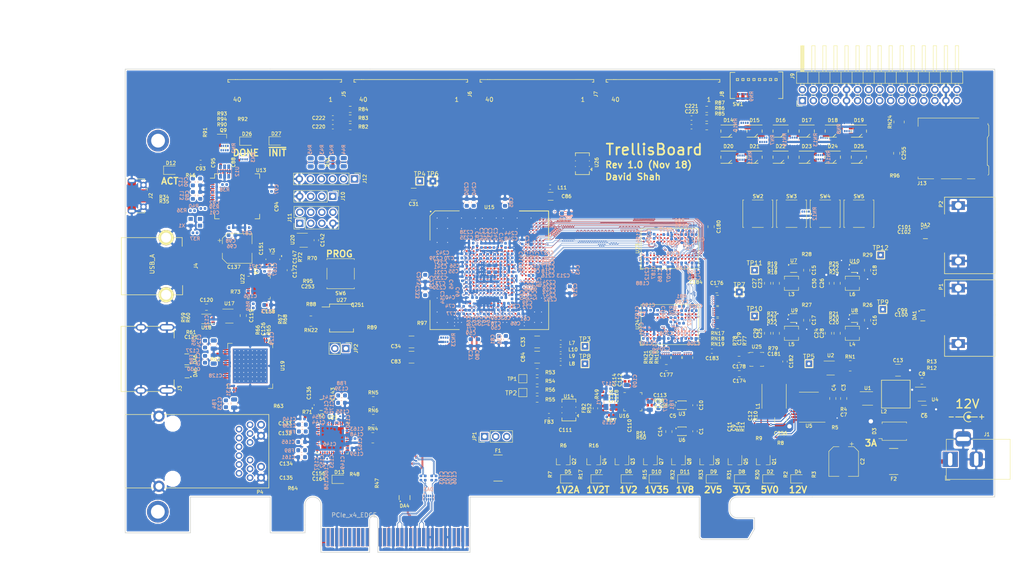
<source format=kicad_pcb>
(kicad_pcb (version 20171130) (host pcbnew 5.0.1)
  (layers (0 F.Cu signal) (1 In1.Cu signal) (2 In2.Cu signal) (3 In3.Cu signal) (4 In4.Cu signal) (5 In5.Cu signal) (6 In6.Cu signal) (31 B.Cu signal) (34 B.Paste user) (35 F.Paste user) (36 B.SilkS user) (37 F.SilkS user) (38 B.Mask user) (39 F.Mask user) (44 Edge.Cuts user))
  (net 0 "")
  (net 1 "/PCIe + SATA/DCU1_REFCLK-")
  (net 2 "/PCIe + SATA/DCU1_REFCLK+")
  (net 3 DDR3_A4)
  (net 4 DDR3_A6)
  (net 5 DDR3_A5)
  (net 6 DDR3_A7)
  (net 7 /DDR3/DDR3_VTT)
  (net 8 "Net-(RN2-Pad5)")
  (net 9 "Net-(RN2-Pad6)")
  (net 10 "Net-(R38-Pad2)")
  (net 11 "Net-(RN2-Pad7)")
  (net 12 +3V3)
  (net 13 /Power/1V2_EN)
  (net 14 /Power/2V5_EN)
  (net 15 /Power/1V35_EN)
  (net 16 "Net-(RN1-Pad4)")
  (net 17 +5V)
  (net 18 "Net-(RN1-Pad5)")
  (net 19 USD_D0)
  (net 20 USD_D3)
  (net 21 USD_CMD)
  (net 22 USD_D2)
  (net 23 "Net-(RN23-Pad1)")
  (net 24 GND)
  (net 25 "/FPGA IO/CFG0")
  (net 26 "Net-(RN23-Pad8)")
  (net 27 "/FPGA IO/CFG1")
  (net 28 "/FPGA IO/CFG2")
  (net 29 "/FPGA IO/FLASH_D3")
  (net 30 "/FPGA IO/FLASH_D1")
  (net 31 "/FPGA IO/FLASH_D2")
  (net 32 "/FPGA IO/FLASH_D0")
  (net 33 DDR3_WE)
  (net 34 DDR3_CKE)
  (net 35 DDR3_CS)
  (net 36 DDR3_ODT)
  (net 37 DDR3_CAS)
  (net 38 DDR3_BA2)
  (net 39 DDR3_RAS)
  (net 40 DDR3_BA1)
  (net 41 DDR3_A12)
  (net 42 DDR3_A14)
  (net 43 DDR3_A13)
  (net 44 DDR3_BA0)
  (net 45 DDR3_A11)
  (net 46 DDR3_A9)
  (net 47 DDR3_A10)
  (net 48 DDR3_A8)
  (net 49 DDR3_A0)
  (net 50 DDR3_A2)
  (net 51 DDR3_A1)
  (net 52 DDR3_A3)
  (net 53 "/HDMI, GbE, USB/ETH_LED2")
  (net 54 ETH_~RESET)
  (net 55 "/HDMI, GbE, USB/ETH_LED1")
  (net 56 RGMII_REF_CLK)
  (net 57 "Net-(D18-Pad4)")
  (net 58 "Net-(D20-Pad4)")
  (net 59 "Net-(D19-Pad4)")
  (net 60 "Net-(D21-Pad4)")
  (net 61 "Net-(D25-Pad4)")
  (net 62 "Net-(D23-Pad4)")
  (net 63 "Net-(D24-Pad4)")
  (net 64 "Net-(D22-Pad4)")
  (net 65 FTDI_D1_RX)
  (net 66 FTDI_~WR)
  (net 67 FTDI_~RD)
  (net 68 FTDI_~SIWU)
  (net 69 RGMII_RXD0)
  (net 70 RGMII_RXD2)
  (net 71 RGMII_RXD1)
  (net 72 RGMII_RXD3)
  (net 73 RGMII_RX_DV)
  (net 74 ETH_MDIO)
  (net 75 RGMII_RX_CLK)
  (net 76 ETH_INT_N)
  (net 77 "Net-(D17-Pad1)")
  (net 78 "Net-(D16-Pad1)")
  (net 79 "Net-(D14-Pad1)")
  (net 80 "Net-(D15-Pad1)")
  (net 81 DIP_SW1)
  (net 82 DIP_SW0)
  (net 83 DIP_SW2)
  (net 84 DIP_SW3)
  (net 85 DIP_SW7)
  (net 86 DIP_SW6)
  (net 87 DIP_SW4)
  (net 88 DIP_SW5)
  (net 89 "Net-(D14-Pad4)")
  (net 90 "Net-(D16-Pad4)")
  (net 91 "Net-(D15-Pad4)")
  (net 92 "Net-(D17-Pad4)")
  (net 93 "Net-(D21-Pad1)")
  (net 94 "Net-(D20-Pad1)")
  (net 95 "Net-(D18-Pad1)")
  (net 96 "Net-(D19-Pad1)")
  (net 97 BTN1)
  (net 98 BTN0)
  (net 99 BTN2)
  (net 100 BTN3)
  (net 101 "Net-(D25-Pad1)")
  (net 102 "Net-(D24-Pad1)")
  (net 103 "Net-(D22-Pad1)")
  (net 104 "Net-(D23-Pad1)")
  (net 105 "/FPGA IO/VCCIO7")
  (net 106 "Net-(R44-Pad2)")
  (net 107 JTAG_TDO)
  (net 108 JTAG_TDI)
  (net 109 "Net-(R43-Pad2)")
  (net 110 "Net-(R42-Pad2)")
  (net 111 JTAG_TCK)
  (net 112 JTAG_TMS)
  (net 113 "Net-(R45-Pad2)")
  (net 114 "/PCIe + SATA/CLKAUXO+")
  (net 115 "/PCIe + SATA/CLK150M-")
  (net 116 +1V8)
  (net 117 +2V5)
  (net 118 "/PCIe + SATA/CLKAUXO-")
  (net 119 "/FPGA IO/VCCIO6")
  (net 120 "/PCIe + SATA/CLK150M+")
  (net 121 CLK_SDA)
  (net 122 "Net-(R36-Pad2)")
  (net 123 FPGA_12MHz)
  (net 124 "/PCIe + SATA/PCIe_REFCLK+")
  (net 125 "/PCIe + SATA/PCIe_REFCLK-")
  (net 126 PCIe_12V)
  (net 127 "Net-(D13-Pad2)")
  (net 128 ~PERST)
  (net 129 "Net-(P3-PadA11)")
  (net 130 "Net-(D12-Pad2)")
  (net 131 "Net-(R40-Pad1)")
  (net 132 "Net-(R39-Pad1)")
  (net 133 "Net-(R38-Pad1)")
  (net 134 "Net-(R12-Pad2)")
  (net 135 "/PCIe + SATA/3V3_C")
  (net 136 "/PCIe + SATA/3V3_CA")
  (net 137 "Net-(R57-Pad1)")
  (net 138 "Net-(R58-Pad2)")
  (net 139 FABRIC_REFCLK)
  (net 140 "/HDMI, GbE, USB/PORT_SCL")
  (net 141 "/HDMI, GbE, USB/PORT_SDA")
  (net 142 "Net-(C121-Pad1)")
  (net 143 "Net-(R62-Pad1)")
  (net 144 /Power/3V3_PG)
  (net 145 "Net-(D27-Pad2)")
  (net 146 "/FPGA IO/~PROGRAM")
  (net 147 "Net-(R80-Pad1)")
  (net 148 "Net-(R81-Pad1)")
  (net 149 "/FPGA IO/FLASH_~CS")
  (net 150 "/FPGA IO/FLASH_CLK")
  (net 151 "/FPGA IO/DONE")
  (net 152 "Net-(Q9-Pad1)")
  (net 153 "Net-(D26-Pad2)")
  (net 154 "Net-(R79-Pad1)")
  (net 155 "/FPGA IO/~INIT")
  (net 156 "Net-(C9-Pad1)")
  (net 157 "Net-(C11-Pad1)")
  (net 158 "Net-(Q2-Pad3)")
  (net 159 "Net-(D5-Pad1)")
  (net 160 /Power/1V2_PG)
  (net 161 USD_D1)
  (net 162 USD_CLK)
  (net 163 "Net-(R97-Pad1)")
  (net 164 "Net-(Q2-Pad1)")
  (net 165 +1V2A)
  (net 166 "Net-(R5-Pad2)")
  (net 167 "Net-(D2-Pad2)")
  (net 168 "Net-(C7-Pad1)")
  (net 169 "Net-(D4-Pad2)")
  (net 170 +12V)
  (net 171 "Net-(R74-Pad1)")
  (net 172 "/Debug Interface/PORT_D-")
  (net 173 "/Debug Interface/FTDI_D-")
  (net 174 "/Debug Interface/FTDI_D+")
  (net 175 "/Debug Interface/PORT_D+")
  (net 176 "Net-(C22-Pad2)")
  (net 177 "Net-(R71-Pad2)")
  (net 178 "/HDMI, GbE, USB/USB_XO")
  (net 179 "/HDMI, GbE, USB/USB_XI")
  (net 180 "Net-(R73-Pad1)")
  (net 181 "/HDMI, GbE, USB/USBA_VBUS")
  (net 182 "/HDMI, GbE, USB/EXTVBUS")
  (net 183 DVI_SCL)
  (net 184 DVI_SDA)
  (net 185 CLK_SCL)
  (net 186 "Net-(R70-Pad1)")
  (net 187 "Net-(C175-Pad2)")
  (net 188 DDR3_CLK+)
  (net 189 "Net-(P4-Pad16)")
  (net 190 "Net-(R66-Pad1)")
  (net 191 "Net-(R65-Pad1)")
  (net 192 "/HDMI, GbE, USB/HDMI_HPD")
  (net 193 DDR3_CLK-)
  (net 194 "Net-(C179-Pad1)")
  (net 195 +1V35)
  (net 196 +1V2)
  (net 197 "Net-(D10-Pad2)")
  (net 198 "Net-(P4-Pad14)")
  (net 199 "Net-(C12-Pad2)")
  (net 200 "Net-(D6-Pad2)")
  (net 201 +1V2T)
  (net 202 "Net-(Q4-Pad1)")
  (net 203 "Net-(Q4-Pad3)")
  (net 204 "Net-(D7-Pad1)")
  (net 205 "Net-(C19-Pad2)")
  (net 206 "Net-(C20-Pad2)")
  (net 207 "Net-(C21-Pad2)")
  (net 208 "/Debug Interface/FTDI_12MHz")
  (net 209 "Net-(D11-Pad2)")
  (net 210 /Power/2V5_PG)
  (net 211 /Power/1V35_PG)
  (net 212 /Power/1V8_PG)
  (net 213 "Net-(D8-Pad2)")
  (net 214 "Net-(D9-Pad2)")
  (net 215 "Net-(C8-Pad2)")
  (net 216 "Net-(C8-Pad1)")
  (net 217 /Power/PWR_EN)
  (net 218 "/HDMI, GbE, USB/HDMI_5V")
  (net 219 "Net-(U17-Pad3)")
  (net 220 "Net-(D9-Pad1)")
  (net 221 "Net-(D11-Pad1)")
  (net 222 "Net-(D26-Pad1)")
  (net 223 "Net-(D2-Pad1)")
  (net 224 "Net-(D6-Pad1)")
  (net 225 "Net-(D10-Pad1)")
  (net 226 "Net-(D8-Pad1)")
  (net 227 "Net-(U1-Pad3)")
  (net 228 DDR3_Vref)
  (net 229 DDR3_Vtt_EN)
  (net 230 "Net-(U5-Pad2)")
  (net 231 "Net-(L1-Pad1)")
  (net 232 "Net-(C11-Pad2)")
  (net 233 "Net-(U13-Pad3)")
  (net 234 "/Debug Interface/Vphy")
  (net 235 "/Debug Interface/Vpll")
  (net 236 "/Debug Interface/JTAG_ACT")
  (net 237 "Net-(U13-Pad22)")
  (net 238 "Net-(U13-Pad23)")
  (net 239 "Net-(U13-Pad24)")
  (net 240 "Net-(U13-Pad26)")
  (net 241 "Net-(U13-Pad27)")
  (net 242 "Net-(U13-Pad28)")
  (net 243 "Net-(U13-Pad29)")
  (net 244 "Net-(U13-Pad30)")
  (net 245 "Net-(U13-Pad32)")
  (net 246 "Net-(U13-Pad33)")
  (net 247 "Net-(U13-Pad34)")
  (net 248 "Net-(U13-Pad36)")
  (net 249 FTDI_D0_TX)
  (net 250 FTDI_D2)
  (net 251 FTDI_D3)
  (net 252 FTDI_D4)
  (net 253 FTDI_D5)
  (net 254 FTDI_D6)
  (net 255 FTDI_D7)
  (net 256 FTDI_~RXF)
  (net 257 "Net-(U13-Pad49)")
  (net 258 "Net-(U13-Pad50)")
  (net 259 FTDI_~TXE)
  (net 260 "Net-(U13-Pad57)")
  (net 261 "Net-(U13-Pad58)")
  (net 262 "Net-(U13-Pad59)")
  (net 263 "Net-(U13-Pad60)")
  (net 264 "/HDMI, GbE, USB/DVI_DVDD")
  (net 265 DVI_DE)
  (net 266 DVI_HSYNC)
  (net 267 DVI_VSYNC)
  (net 268 "Net-(U19-Pad11)")
  (net 269 "/HDMI, GbE, USB/DVI_PVDD")
  (net 270 "/HDMI, GbE, USB/TMDS_CLK-")
  (net 271 "/HDMI, GbE, USB/TMDS_CLK+")
  (net 272 "/HDMI, GbE, USB/DVI_TVDD")
  (net 273 "/HDMI, GbE, USB/TMDS_D0-")
  (net 274 "/HDMI, GbE, USB/TMDS_D0+")
  (net 275 "/HDMI, GbE, USB/TMDS_D1-")
  (net 276 "/HDMI, GbE, USB/TMDS_D1+")
  (net 277 "/HDMI, GbE, USB/TMDS_D2-")
  (net 278 "/HDMI, GbE, USB/TMDS_D2+")
  (net 279 DVI_D23)
  (net 280 DVI_D22)
  (net 281 DVI_D21)
  (net 282 DVI_D20)
  (net 283 DVI_D19)
  (net 284 DVI_D18)
  (net 285 DVI_D17)
  (net 286 DVI_D16)
  (net 287 DVI_D15)
  (net 288 DVI_D14)
  (net 289 DVI_D13)
  (net 290 DVI_D12)
  (net 291 "Net-(U19-Pad49)")
  (net 292 DVI_D11)
  (net 293 DVI_D10)
  (net 294 DVI_D9)
  (net 295 DVI_D8)
  (net 296 DVI_D7)
  (net 297 DVI_D6)
  (net 298 DVI_CLK)
  (net 299 DVI_D5)
  (net 300 DVI_D4)
  (net 301 DVI_D3)
  (net 302 DVI_D2)
  (net 303 DVI_D1)
  (net 304 DVI_D0)
  (net 305 "/HDMI, GbE, USB/AVDDH")
  (net 306 "/HDMI, GbE, USB/MX4-")
  (net 307 "/HDMI, GbE, USB/MX4+")
  (net 308 "/HDMI, GbE, USB/AVDDL")
  (net 309 "/HDMI, GbE, USB/MX3-")
  (net 310 "/HDMI, GbE, USB/MX3+")
  (net 311 "/HDMI, GbE, USB/MX2-")
  (net 312 "/HDMI, GbE, USB/MX2+")
  (net 313 "/HDMI, GbE, USB/MX1-")
  (net 314 "/HDMI, GbE, USB/MX1+")
  (net 315 "Net-(U21-Pad13)")
  (net 316 RGMII_TXD0)
  (net 317 RGMII_TXD1)
  (net 318 RGMII_TXD2)
  (net 319 RGMII_TXD3)
  (net 320 RGMII_TX_CLK)
  (net 321 RGMII_TX_EN)
  (net 322 ETH_MDC)
  (net 323 "Net-(U21-Pad43)")
  (net 324 "/HDMI, GbE, USB/AVDDL_PLL")
  (net 325 "/HDMI, GbE, USB/ETH_XO")
  (net 326 "/HDMI, GbE, USB/ETH_XI")
  (net 327 "Net-(U21-Pad47)")
  (net 328 "Net-(U22-Pad3)")
  (net 329 "Net-(U22-Pad5)")
  (net 330 "/HDMI, GbE, USB/USBA_D+")
  (net 331 "/HDMI, GbE, USB/USBA_D-")
  (net 332 ULPI_RESET)
  (net 333 ULPI_NXT)
  (net 334 ULPI_DIR)
  (net 335 ULPI_STP)
  (net 336 ULPI_CLKO)
  (net 337 "/HDMI, GbE, USB/USB1V8")
  (net 338 ULPI_D7)
  (net 339 ULPI_D6)
  (net 340 ULPI_D5)
  (net 341 ULPI_D4)
  (net 342 ULPI_D3)
  (net 343 ULPI_D2)
  (net 344 ULPI_D1)
  (net 345 ULPI_D0)
  (net 346 "Net-(C117-Pad1)")
  (net 347 "Net-(C115-Pad2)")
  (net 348 CLK_SD_OE)
  (net 349 "Net-(U16-Pad11)")
  (net 350 "Net-(U16-Pad12)")
  (net 351 "/PCIe + SATA/1V8_C")
  (net 352 "Net-(U16-Pad16)")
  (net 353 "/PCIe + SATA/DCU0_REFCLK-")
  (net 354 "/PCIe + SATA/DCU0_REFCLK+")
  (net 355 "Net-(U16-Pad24)")
  (net 356 DDR3_DQ13)
  (net 357 DDR3_DQ15)
  (net 358 DDR3_DQ12)
  (net 359 DDR3_DQS1-)
  (net 360 DDR3_DQ14)
  (net 361 DDR3_DQ11)
  (net 362 DDR3_DQ9)
  (net 363 DDR3_DQS1+)
  (net 364 DDR3_DQ10)
  (net 365 DDR3_DM1)
  (net 366 DDR3_DQ8)
  (net 367 DDR3_DQ0)
  (net 368 DDR3_DM0)
  (net 369 DDR3_DQ2)
  (net 370 DDR3_DQS0+)
  (net 371 DDR3_DQ1)
  (net 372 DDR3_DQ3)
  (net 373 DDR3_DQ6)
  (net 374 DDR3_DQS0-)
  (net 375 DDR3_DQ4)
  (net 376 DDR3_DQ7)
  (net 377 DDR3_DQ5)
  (net 378 "Net-(U23-PadJ1)")
  (net 379 "Net-(U23-PadJ9)")
  (net 380 "Net-(U23-PadL1)")
  (net 381 "Net-(U23-PadL9)")
  (net 382 "Net-(U23-PadM7)")
  (net 383 DDR3_RESET)
  (net 384 "Net-(U24-PadM7)")
  (net 385 "Net-(U24-PadL9)")
  (net 386 "Net-(U24-PadL1)")
  (net 387 "Net-(U24-PadJ9)")
  (net 388 "Net-(U24-PadJ1)")
  (net 389 DDR3_DQ21)
  (net 390 DDR3_DQ23)
  (net 391 DDR3_DQ20)
  (net 392 DDR3_DQS2-)
  (net 393 DDR3_DQ22)
  (net 394 DDR3_DQ19)
  (net 395 DDR3_DQ17)
  (net 396 DDR3_DQS2+)
  (net 397 DDR3_DQ18)
  (net 398 DDR3_DM2)
  (net 399 DDR3_DQ16)
  (net 400 DDR3_DQ24)
  (net 401 DDR3_DM3)
  (net 402 DDR3_DQ26)
  (net 403 DDR3_DQS3+)
  (net 404 DDR3_DQ25)
  (net 405 DDR3_DQ27)
  (net 406 DDR3_DQ30)
  (net 407 DDR3_DQS3-)
  (net 408 DDR3_DQ28)
  (net 409 DDR3_DQ31)
  (net 410 DDR3_DQ29)
  (net 411 "Net-(X1-Pad1)")
  (net 412 "Net-(L4-Pad1)")
  (net 413 "Net-(L5-Pad1)")
  (net 414 "Net-(L3-Pad1)")
  (net 415 "Net-(L6-Pad1)")
  (net 416 "Net-(C111-Pad1)")
  (net 417 "/FPGA Core Power/VCCHTX1")
  (net 418 "/FPGA Core Power/VCCHTX0")
  (net 419 "/FPGA Core Power/VCCA0")
  (net 420 "/FPGA Core Power/VCCAUX")
  (net 421 "/FPGA Core Power/VCCA1")
  (net 422 "/PCIe + SATA/SATA1_A+")
  (net 423 "/PCIe + SATA/SATA1_A-")
  (net 424 "/PCIe + SATA/DCU1_RX1-")
  (net 425 "/PCIe + SATA/DCU1_RX1+")
  (net 426 "/PCIe + SATA/SATA0_A+")
  (net 427 "/PCIe + SATA/SATA0_A-")
  (net 428 "/PCIe + SATA/DCU1_RX0-")
  (net 429 "/PCIe + SATA/DCU1_RX0+")
  (net 430 "/PCIe + SATA/PCIe_HSI0+")
  (net 431 "/PCIe + SATA/PCIe_HSI0-")
  (net 432 "/PCIe + SATA/PCIe_HSI1+")
  (net 433 "/PCIe + SATA/PCIe_HSI1-")
  (net 434 "/PCIe + SATA/DCU0_RX0+")
  (net 435 "/PCIe + SATA/DCU0_RX0-")
  (net 436 "/PCIe + SATA/DCU0_RX1+")
  (net 437 "/PCIe + SATA/DCU0_RX1-")
  (net 438 "Net-(U6-Pad2)")
  (net 439 "Net-(U6-Pad5)")
  (net 440 "Net-(U3-Pad5)")
  (net 441 "Net-(U3-Pad2)")
  (net 442 "Net-(U10-Pad4)")
  (net 443 "Net-(U9-Pad4)")
  (net 444 "Net-(U8-Pad4)")
  (net 445 "Net-(U7-Pad4)")
  (net 446 "Net-(J5-Pad38)")
  (net 447 "/FPGA IO/EXT0_11-")
  (net 448 "/FPGA IO/EXT0_11+")
  (net 449 "/FPGA IO/EXT0_10-")
  (net 450 "/FPGA IO/EXT0_10+")
  (net 451 "/FPGA IO/EXT0_9-")
  (net 452 "/FPGA IO/EXT0_9+")
  (net 453 "/FPGA IO/EXT0_8-")
  (net 454 "/FPGA IO/EXT0_8+")
  (net 455 "/FPGA IO/EXT0_7-")
  (net 456 "/FPGA IO/EXT0_7+")
  (net 457 "/FPGA IO/EXT0_6-")
  (net 458 "/FPGA IO/EXT0_6+")
  (net 459 "/FPGA IO/EXT0_5-")
  (net 460 "/FPGA IO/EXT0_5+")
  (net 461 "/FPGA IO/EXT0_4-")
  (net 462 "/FPGA IO/EXT0_4+")
  (net 463 "/FPGA IO/EXT0_3-")
  (net 464 "/FPGA IO/EXT0_3+")
  (net 465 "/FPGA IO/EXT0_2-")
  (net 466 "/FPGA IO/EXT0_2+")
  (net 467 "/FPGA IO/EXT0_1-")
  (net 468 "/FPGA IO/EXT0_1+")
  (net 469 "/FPGA IO/EXT0_0-")
  (net 470 "/FPGA IO/EXT0_0+")
  (net 471 "/FPGA IO/EXT3_0+")
  (net 472 "/FPGA IO/EXT3_0-")
  (net 473 "/FPGA IO/EXT3_1+")
  (net 474 "/FPGA IO/EXT3_1-")
  (net 475 "/FPGA IO/EXT3_2+")
  (net 476 "/FPGA IO/EXT3_2-")
  (net 477 "/FPGA IO/EXT3_3+")
  (net 478 "/FPGA IO/EXT3_3-")
  (net 479 "/FPGA IO/EXT3_4+")
  (net 480 "/FPGA IO/EXT3_4-")
  (net 481 "/FPGA IO/EXT3_5+")
  (net 482 "/FPGA IO/EXT3_5-")
  (net 483 "/FPGA IO/EXT3_6+")
  (net 484 "/FPGA IO/EXT3_6-")
  (net 485 "/FPGA IO/EXT3_7+")
  (net 486 "/FPGA IO/EXT3_7-")
  (net 487 "/FPGA IO/EXT3_8+")
  (net 488 "/FPGA IO/EXT3_8-")
  (net 489 "/FPGA IO/EXT3_9+")
  (net 490 "/FPGA IO/EXT3_9-")
  (net 491 "/FPGA IO/EXT3_10+")
  (net 492 "/FPGA IO/EXT3_10-")
  (net 493 "/FPGA IO/EXT3_11+")
  (net 494 "/FPGA IO/EXT3_11-")
  (net 495 "Net-(J8-Pad38)")
  (net 496 "Net-(J6-Pad38)")
  (net 497 "/FPGA IO/EXT1_11-")
  (net 498 "/FPGA IO/EXT1_11+")
  (net 499 "/FPGA IO/EXT1_10-")
  (net 500 "/FPGA IO/EXT1_10+")
  (net 501 "/FPGA IO/EXT1_9-")
  (net 502 "/FPGA IO/EXT1_9+")
  (net 503 "/FPGA IO/EXT1_8-")
  (net 504 "/FPGA IO/EXT1_8+")
  (net 505 "/FPGA IO/EXT1_7-")
  (net 506 "/FPGA IO/EXT1_7+")
  (net 507 "/FPGA IO/EXT1_6-")
  (net 508 "/FPGA IO/EXT1_6+")
  (net 509 "/FPGA IO/EXT1_5-")
  (net 510 "/FPGA IO/EXT1_5+")
  (net 511 "/FPGA IO/EXT1_4-")
  (net 512 "/FPGA IO/EXT1_4+")
  (net 513 "/FPGA IO/EXT1_3-")
  (net 514 "/FPGA IO/EXT1_3+")
  (net 515 "/FPGA IO/EXT1_2-")
  (net 516 "/FPGA IO/EXT1_2+")
  (net 517 "/FPGA IO/EXT1_1-")
  (net 518 "/FPGA IO/EXT1_1+")
  (net 519 "/FPGA IO/EXT1_0-")
  (net 520 "/FPGA IO/EXT1_0+")
  (net 521 "/FPGA IO/EXT2_0+")
  (net 522 "/FPGA IO/EXT2_0-")
  (net 523 "/FPGA IO/EXT2_1+")
  (net 524 "/FPGA IO/EXT2_1-")
  (net 525 "/FPGA IO/EXT2_2+")
  (net 526 "/FPGA IO/EXT2_2-")
  (net 527 "/FPGA IO/EXT2_3+")
  (net 528 "/FPGA IO/EXT2_3-")
  (net 529 "/FPGA IO/EXT2_4+")
  (net 530 "/FPGA IO/EXT2_4-")
  (net 531 "/FPGA IO/EXT2_5+")
  (net 532 "/FPGA IO/EXT2_5-")
  (net 533 "/FPGA IO/EXT2_6+")
  (net 534 "/FPGA IO/EXT2_6-")
  (net 535 "/FPGA IO/EXT2_7+")
  (net 536 "/FPGA IO/EXT2_7-")
  (net 537 "/FPGA IO/EXT2_8+")
  (net 538 "/FPGA IO/EXT2_8-")
  (net 539 "/FPGA IO/EXT2_9+")
  (net 540 "/FPGA IO/EXT2_9-")
  (net 541 "/FPGA IO/EXT2_10+")
  (net 542 "/FPGA IO/EXT2_10-")
  (net 543 "/FPGA IO/EXT2_11+")
  (net 544 "/FPGA IO/EXT2_11-")
  (net 545 "Net-(J7-Pad38)")
  (net 546 "Net-(C132-Pad1)")
  (net 547 "Net-(C135-Pad1)")
  (net 548 "Net-(C133-Pad1)")
  (net 549 "Net-(C134-Pad1)")
  (net 550 "Net-(P3-PadB5)")
  (net 551 "Net-(P3-PadB6)")
  (net 552 "Net-(P3-PadB8)")
  (net 553 "Net-(P3-PadB9)")
  (net 554 "Net-(P3-PadB10)")
  (net 555 PCIe_~WAKE)
  (net 556 "Net-(P3-PadB12)")
  (net 557 "/PCIe + SATA/~PRSNT2~_X1")
  (net 558 "Net-(P3-PadB23)")
  (net 559 "Net-(P3-PadB24)")
  (net 560 "Net-(P3-PadB27)")
  (net 561 "Net-(P3-PadB28)")
  (net 562 "Net-(P3-PadB30)")
  (net 563 "/PCIe + SATA/~PRSNT2~_X4")
  (net 564 "/PCIe + SATA/~PRSNT1")
  (net 565 "Net-(P3-PadA5)")
  (net 566 "Net-(P3-PadA6)")
  (net 567 "Net-(P3-PadA7)")
  (net 568 "Net-(P3-PadA8)")
  (net 569 "Net-(P3-PadA9)")
  (net 570 "Net-(P3-PadA10)")
  (net 571 "Net-(P3-PadA19)")
  (net 572 "Net-(P3-PadA25)")
  (net 573 "Net-(P3-PadA26)")
  (net 574 "Net-(P3-PadA29)")
  (net 575 "Net-(P3-PadA30)")
  (net 576 "Net-(P3-PadA32)")
  (net 577 "Net-(U14-Pad2)")
  (net 578 "Net-(U14-Pad1)")
  (net 579 "Net-(U26-Pad1)")
  (net 580 "Net-(U26-Pad2)")
  (net 581 "/FPGA IO/CLK100+")
  (net 582 "/FPGA IO/CLK100-")
  (net 583 "Net-(J3-Pad14)")
  (net 584 "Net-(J3-Pad13)")
  (net 585 LED2)
  (net 586 LED11)
  (net 587 LED10)
  (net 588 LED0)
  (net 589 LED1)
  (net 590 LED3)
  (net 591 LED4)
  (net 592 LED5)
  (net 593 LED6)
  (net 594 LED7)
  (net 595 LED8)
  (net 596 LED9)
  (net 597 "Net-(F2-Pad2)")
  (net 598 "Net-(U15-PadR1)")
  (net 599 "Net-(U15-PadY1)")
  (net 600 "Net-(U15-PadAB1)")
  (net 601 "Net-(U15-PadAC1)")
  (net 602 "Net-(U15-PadAD1)")
  (net 603 "Net-(U15-PadAE1)")
  (net 604 "Net-(U15-PadA2)")
  (net 605 "Net-(U15-PadT2)")
  (net 606 "Net-(U15-PadW2)")
  (net 607 "Net-(U15-PadAB2)")
  (net 608 "Net-(U15-PadAC2)")
  (net 609 "Net-(U15-PadAE2)")
  (net 610 "Net-(U15-PadAG2)")
  (net 611 "Net-(U15-PadA3)")
  (net 612 "Net-(U15-PadV3)")
  (net 613 "Net-(U15-PadW3)")
  (net 614 "Net-(U15-PadY3)")
  (net 615 "Net-(U15-PadAC3)")
  (net 616 "Net-(U15-PadAD3)")
  (net 617 "Net-(U15-PadAE3)")
  (net 618 "Net-(U15-PadAG3)")
  (net 619 "Net-(U15-PadAL3)")
  (net 620 "Net-(U15-PadB4)")
  (net 621 "Net-(U15-PadH4)")
  (net 622 "Net-(U15-PadAC4)")
  (net 623 "Net-(U15-PadA5)")
  (net 624 "Net-(U15-PadL5)")
  (net 625 "Net-(U15-PadW6)")
  (net 626 "Net-(U15-PadD7)")
  (net 627 "Net-(U15-PadE7)")
  (net 628 "Net-(U15-PadAE7)")
  (net 629 "Net-(U15-PadG9)")
  (net 630 "/PCIe + SATA/DCU0_TX0+")
  (net 631 "Net-(U15-PadG10)")
  (net 632 "/PCIe + SATA/DCU0_TX0-")
  (net 633 "Net-(U15-PadG11)")
  (net 634 "/PCIe + SATA/DCU0_TX1+")
  (net 635 "/PCIe + SATA/DCU0_TX1-")
  (net 636 "/FPGA IO/PMOD1_10")
  (net 637 "/FPGA IO/PMOD1_9")
  (net 638 "Net-(U15-PadG14)")
  (net 639 "Net-(U15-PadG15)")
  (net 640 "Net-(U15-PadAK15)")
  (net 641 "Net-(U15-PadG16)")
  (net 642 "Net-(U15-PadAK16)")
  (net 643 "Net-(U15-PadG17)")
  (net 644 "Net-(U15-PadG18)")
  (net 645 "/PCIe + SATA/DCU1_TX0+")
  (net 646 "Net-(U15-PadG19)")
  (net 647 "/PCIe + SATA/DCU1_TX0-")
  (net 648 "/FPGA IO/PMOD1_8")
  (net 649 "/FPGA IO/PMOD1_7")
  (net 650 "/PCIe + SATA/DCU1_TX1+")
  (net 651 "/PCIe + SATA/DCU1_TX1-")
  (net 652 "/FPGA IO/EXIO_5")
  (net 653 "/FPGA IO/EXIO_4")
  (net 654 "/FPGA IO/EXIO_3")
  (net 655 "Net-(U15-PadG22)")
  (net 656 "/FPGA IO/PMOD1_3")
  (net 657 "/FPGA IO/PMOD1_2")
  (net 658 "/FPGA IO/PMOD1_0")
  (net 659 "/FPGA IO/PMOD1_1")
  (net 660 "/FPGA IO/EXIO_2")
  (net 661 "Net-(U15-PadG23)")
  (net 662 "/FPGA IO/EXIO_1")
  (net 663 "/FPGA IO/PMOD0_10")
  (net 664 "/FPGA IO/EXIO_0")
  (net 665 "/FPGA IO/PMOD0_9")
  (net 666 "Net-(U15-PadG24)")
  (net 667 "Net-(U15-PadAG24)")
  (net 668 "Net-(U15-PadAK24)")
  (net 669 "/FPGA IO/PMOD0_8")
  (net 670 "/FPGA IO/PMOD0_3")
  (net 671 "/FPGA IO/PMOD0_7")
  (net 672 "/FPGA IO/PMOD0_2")
  (net 673 "/FPGA IO/PMOD0_1")
  (net 674 "Net-(U15-PadAK25)")
  (net 675 "/FPGA IO/PMOD0_0")
  (net 676 "Net-(U15-PadB26)")
  (net 677 "Net-(U15-PadE26)")
  (net 678 "Net-(U15-PadAE26)")
  (net 679 "Net-(U15-PadH27)")
  (net 680 "Net-(U15-PadJ27)")
  (net 681 "Net-(U15-PadW27)")
  (net 682 "Net-(U15-PadC28)")
  (net 683 "Net-(U15-PadD28)")
  (net 684 "Net-(U15-PadH28)")
  (net 685 "Net-(U15-PadL28)")
  (net 686 "Net-(U15-PadP28)")
  (net 687 "Net-(U15-PadAC28)")
  (net 688 "Net-(U15-PadAE28)")
  (net 689 "Net-(U15-PadC29)")
  (net 690 "Net-(U15-PadH29)")
  (net 691 "Net-(U15-PadP29)")
  (net 692 "Net-(U15-PadAB29)")
  (net 693 "Net-(U15-PadAC29)")
  (net 694 "Net-(U15-PadAE29)")
  (net 695 "Net-(U15-PadAJ29)")
  (net 696 "Net-(U15-PadC30)")
  (net 697 "Net-(U15-PadP30)")
  (net 698 "Net-(U15-PadR30)")
  (net 699 "Net-(U15-PadV30)")
  (net 700 "Net-(U15-PadAB30)")
  (net 701 "Net-(U15-PadAE30)")
  (net 702 "Net-(U15-PadAJ30)")
  (net 703 "Net-(U15-PadA31)")
  (net 704 "Net-(U15-PadAG31)")
  (net 705 "Net-(U15-PadAK31)")
  (net 706 "Net-(U15-PadAG32)")
  (net 707 "Net-(J2-Pad1)")
  (net 708 "Net-(J2-Pad4)")
  (net 709 "Net-(U15-PadT30)")
  (net 710 "Net-(U15-PadAE27)")
  (net 711 "Net-(U15-PadAD27)")
  (net 712 "Net-(U15-PadF30)")
  (net 713 "Net-(U15-PadN27)")
  (net 714 "Net-(U15-PadU27)")
  (net 715 "Net-(U15-PadU29)")
  (net 716 "Net-(U15-PadW30)")
  (net 717 "Net-(U15-PadY30)")
  (net 718 "Net-(U15-PadY29)")
  (module Capacitor_SMD:C_0201_0603Metric (layer B.Cu) (at 90.2 111.585 90)
    (fp_text reference C149 (at -2.665 0.05 90) (layer B.SilkS) (effects (font (size 0.8 0.8)) (justify mirror)))
    (fp_text value 10n)
    (pad 1 smd roundrect (at -0.32 0 90) (size 0.46 0.4) (layers B.Cu B.Mask) (net 196 +1V2))
    (pad 2 smd roundrect (at 0.32 0 90) (size 0.46 0.4) (layers B.Cu B.Mask) (net 24 GND))
  )
  (module Capacitor_SMD:C_0201_0603Metric (layer B.Cu) (at 85.015 109.9)
    (fp_text reference C146 (at 2.235 0.1) (layer B.SilkS) (effects (font (size 0.8 0.8)) (justify mirror)))
    (fp_text value 10n)
    (pad 2 smd roundrect (at 0.32 0) (size 0.46 0.4) (layers B.Cu B.Mask) (net 24 GND))
    (pad 1 smd roundrect (at -0.32 0) (size 0.46 0.4) (layers B.Cu B.Mask) (net 308 "/HDMI, GbE, USB/AVDDL"))
  )
  (module Capacitor_SMD:C_0201_0603Metric (layer B.Cu) (at 87.2 105.615 90)
    (fp_text reference C145 (at 4.115 -0.7 90) (layer B.SilkS) (effects (font (size 0.8 0.8)) (justify mirror)))
    (fp_text value 10n)
    (pad 1 smd roundrect (at -0.32 0 90) (size 0.46 0.4) (layers B.Cu B.Mask) (net 24 GND))
    (pad 2 smd roundrect (at 0.32 0 90) (size 0.46 0.4) (layers B.Cu B.Mask) (net 324 "/HDMI, GbE, USB/AVDDL_PLL"))
  )
  (module Capacitor_SMD:C_0201_0603Metric (layer B.Cu) (at 84.915 107.4)
    (fp_text reference C144 (at -0.165 -2.4) (layer B.SilkS) (effects (font (size 0.8 0.8)) (justify mirror)))
    (fp_text value 10n)
    (pad 2 smd roundrect (at 0.32 0) (size 0.46 0.4) (layers B.Cu B.Mask) (net 24 GND))
    (pad 1 smd roundrect (at -0.32 0) (size 0.46 0.4) (layers B.Cu B.Mask) (net 308 "/HDMI, GbE, USB/AVDDL"))
  )
  (module Capacitor_SMD:C_0201_0603Metric (layer B.Cu) (at 90.9 108.9 180)
    (fp_text reference C148 (at -2.6 1.15 180) (layer B.SilkS) (effects (font (size 0.8 0.8)) (justify mirror)))
    (fp_text value 10n)
    (pad 1 smd roundrect (at -0.32 0 180) (size 0.46 0.4) (layers B.Cu B.Mask) (net 196 +1V2))
    (pad 2 smd roundrect (at 0.32 0 180) (size 0.46 0.4) (layers B.Cu B.Mask) (net 24 GND))
  )
  (module Capacitor_SMD:C_0201_0603Metric (layer B.Cu) (at 86.7 111.6 90)
    (fp_text reference C160 (at -4.4 -0.2 90) (layer B.SilkS) (effects (font (size 0.8 0.8)) (justify mirror)))
    (fp_text value 10n)
    (pad 2 smd roundrect (at 0.32 0 90) (size 0.46 0.4) (layers B.Cu B.Mask) (net 24 GND))
    (pad 1 smd roundrect (at -0.32 0 90) (size 0.46 0.4) (layers B.Cu B.Mask) (net 12 +3V3))
  )
  (module Capacitor_SMD:C_0201_0603Metric (layer B.Cu) (at 86.7 113.7 270)
    (fp_text reference C158 (at 5.3 0.2 270) (layer B.SilkS) (effects (font (size 0.8 0.8)) (justify mirror)))
    (fp_text value 10n)
    (pad 1 smd roundrect (at -0.32 0 270) (size 0.46 0.4) (layers B.Cu B.Mask) (net 12 +3V3))
    (pad 2 smd roundrect (at 0.32 0 270) (size 0.46 0.4) (layers B.Cu B.Mask) (net 24 GND))
  )
  (module Capacitor_SMD:C_0201_0603Metric (layer B.Cu) (at 84.4 112.1 270)
    (fp_text reference C157 (at 2.4 0.15 270) (layer B.SilkS) (effects (font (size 0.8 0.8)) (justify mirror)))
    (fp_text value 10n)
    (pad 2 smd roundrect (at 0.32 0 270) (size 0.46 0.4) (layers B.Cu B.Mask) (net 24 GND))
    (pad 1 smd roundrect (at -0.32 0 270) (size 0.46 0.4) (layers B.Cu B.Mask) (net 305 "/HDMI, GbE, USB/AVDDH"))
  )
  (module Capacitor_SMD:C_0201_0603Metric (layer B.Cu) (at 90 103.6)
    (fp_text reference C155 (at 0.25 -1.1) (layer B.SilkS) (effects (font (size 0.8 0.8)) (justify mirror)))
    (fp_text value 10n)
    (pad 1 smd roundrect (at -0.32 0) (size 0.46 0.4) (layers B.Cu B.Mask) (net 12 +3V3))
    (pad 2 smd roundrect (at 0.32 0) (size 0.46 0.4) (layers B.Cu B.Mask) (net 24 GND))
  )
  (module Capacitor_SMD:C_0201_0603Metric (layer B.Cu) (at 84.885 105.9)
    (fp_text reference C154 (at -0.135 -2.15) (layer B.SilkS) (effects (font (size 0.8 0.8)) (justify mirror)))
    (fp_text value 10n)
    (pad 2 smd roundrect (at 0.32 0) (size 0.46 0.4) (layers B.Cu B.Mask) (net 24 GND))
    (pad 1 smd roundrect (at -0.32 0) (size 0.46 0.4) (layers B.Cu B.Mask) (net 305 "/HDMI, GbE, USB/AVDDH"))
  )
  (module Capacitor_SMD:C_0201_0603Metric (layer B.Cu) (at 87.8 111.6 90)
    (fp_text reference C153 (at -2.4 -0.05 90) (layer B.SilkS) (effects (font (size 0.8 0.8)) (justify mirror)))
    (fp_text value 10n)
    (pad 1 smd roundrect (at -0.32 0 90) (size 0.46 0.4) (layers B.Cu B.Mask) (net 196 +1V2))
    (pad 2 smd roundrect (at 0.32 0 90) (size 0.46 0.4) (layers B.Cu B.Mask) (net 24 GND))
  )
  (module Capacitor_SMD:C_0201_0603Metric (layer B.Cu) (at 85.7 111.6 90)
    (fp_text reference C152 (at -2.4 -0.2 90) (layer B.SilkS) (effects (font (size 0.8 0.8)) (justify mirror)))
    (fp_text value 10n)
    (pad 2 smd roundrect (at 0.32 0 90) (size 0.46 0.4) (layers B.Cu B.Mask) (net 24 GND))
    (pad 1 smd roundrect (at -0.32 0 90) (size 0.46 0.4) (layers B.Cu B.Mask) (net 196 +1V2))
  )
  (module Capacitor_SMD:C_0201_0603Metric (layer B.Cu) (at 89.9 105.6 270)
    (fp_text reference C150 (at -0.85 -1.6 270) (layer B.SilkS) (effects (font (size 0.8 0.8)) (justify mirror)))
    (fp_text value 10n)
    (pad 1 smd roundrect (at -0.32 0 270) (size 0.46 0.4) (layers B.Cu B.Mask) (net 196 +1V2))
    (pad 2 smd roundrect (at 0.32 0 270) (size 0.46 0.4) (layers B.Cu B.Mask) (net 24 GND))
  )
  (module TestPoint:TestPoint_THTPad_1.5x1.5mm_Drill0.7mm (layer F.Cu) (at 185 70)
    (fp_text reference TP11 (at 0 -1.648) (layer F.SilkS))
    (fp_text value 1.35V)
    (pad 1 thru_hole rect (at 0 0) (size 1.5 1.5) (drill 0.7) (layers *.Cu *.Mask) (net 195 +1V35))
  )
  (module TestPoint:TestPoint_THTPad_1.5x1.5mm_Drill0.7mm (layer F.Cu) (at 146 91.5)
    (fp_text reference TP8 (at 0 -1.648) (layer F.SilkS))
    (fp_text value 1.2VT)
    (pad 1 thru_hole rect (at 0 0) (size 1.5 1.5) (drill 0.7) (layers *.Cu *.Mask) (net 201 +1V2T))
  )
  (module TestPoint:TestPoint_THTPad_1.5x1.5mm_Drill0.7mm (layer F.Cu) (at 214.5 79)
    (fp_text reference TP9 (at 0 -1.648) (layer F.SilkS))
    (fp_text value 3.3V)
    (pad 1 thru_hole rect (at 0 0) (size 1.5 1.5) (drill 0.7) (layers *.Cu *.Mask) (net 12 +3V3))
  )
  (module TestPoint:TestPoint_THTPad_1.5x1.5mm_Drill0.7mm (layer F.Cu) (at 185 80.5)
    (fp_text reference TP10 (at 0 -1.648) (layer F.SilkS))
    (fp_text value 2.5V)
    (pad 1 thru_hole rect (at 0 0) (size 1.5 1.5) (drill 0.7) (layers *.Cu *.Mask) (net 117 +2V5))
  )
  (module TestPoint:TestPoint_THTPad_1.5x1.5mm_Drill0.7mm (layer F.Cu) (at 214 66.5)
    (fp_text reference TP12 (at 0 -1.648) (layer F.SilkS))
    (fp_text value 1.8V)
    (pad 1 thru_hole rect (at 0 0) (size 1.5 1.5) (drill 0.7) (layers *.Cu *.Mask) (net 116 +1V8))
  )
  (module TestPoint:TestPoint_THTPad_1.5x1.5mm_Drill0.7mm (layer F.Cu) (at 197.5 91.5)
    (fp_text reference TP5 (at 0 -1.648) (layer F.SilkS))
    (fp_text value 5V)
    (pad 1 thru_hole rect (at 0 0) (size 1.5 1.5) (drill 0.7) (layers *.Cu *.Mask) (net 17 +5V))
  )
  (module TestPoint:TestPoint_THTPad_1.5x1.5mm_Drill0.7mm (layer F.Cu) (at 108 49.5)
    (fp_text reference TP4 (at 0 -1.648) (layer F.SilkS))
    (fp_text value 1.2V)
    (pad 1 thru_hole rect (at 0 0) (size 1.5 1.5) (drill 0.7) (layers *.Cu *.Mask) (net 196 +1V2))
  )
  (module TestPoint:TestPoint_THTPad_1.5x1.5mm_Drill0.7mm (layer F.Cu) (at 146 87.5)
    (fp_text reference TP3 (at 0 -1.648) (layer F.SilkS))
    (fp_text value 1.2VA)
    (pad 1 thru_hole rect (at 0 0) (size 1.5 1.5) (drill 0.7) (layers *.Cu *.Mask) (net 165 +1V2A))
  )
  (module TestPoint:TestPoint_THTPad_1.5x1.5mm_Drill0.7mm (layer F.Cu) (at 111 49.5)
    (fp_text reference TP6 (at 0 -1.648) (layer F.SilkS))
    (fp_text value GND)
    (pad 1 thru_hole rect (at 0 0) (size 1.5 1.5) (drill 0.7) (layers *.Cu *.Mask) (net 24 GND))
  )
  (module TestPoint:TestPoint_THTPad_1.5x1.5mm_Drill0.7mm (layer F.Cu) (at 181.5 75)
    (fp_text reference TP7 (at 0 -1.648) (layer F.SilkS))
    (fp_text value GND)
    (pad 1 thru_hole rect (at 0 0) (size 1.5 1.5) (drill 0.7) (layers *.Cu *.Mask) (net 24 GND))
  )
  (module "Custom Parts:PCIe_EDGE_x4" (layer F.Cu) (at 92.9 131.4)
    (fp_text reference P3 hide)
    (fp_text value PCIe_x4_EDGE (at 0 -5.08) (layer Edge.Cuts))
    (fp_arc (start 88.15 -6.2) (end 86.4 -6.2) (angle -90) (layer Edge.Cuts) (width 0.15))
    (fp_arc (start 88.15 -7.5) (end 88.15 -9.25) (angle -90) (layer Edge.Cuts) (width 0.15))
    (fp_line (start 90.7 0.55) (end 92.1 -1.88) (layer Edge.Cuts) (width 0.15))
    (fp_line (start 79.9 0.55) (end 79.4 0.05) (layer Edge.Cuts) (width 0.15))
    (fp_line (start 92.1 -4.45) (end 88.15 -4.45) (layer Edge.Cuts) (width 0.15))
    (fp_line (start 86.4 -6.2) (end 86.4 -7.5) (layer Edge.Cuts) (width 0.15))
    (fp_line (start 88.15 -9.25) (end 105.4 -9.25) (layer Edge.Cuts) (width 0.15))
    (fp_line (start 79.4 -4.45) (end 79.4 0.05) (layer Edge.Cuts) (width 0.15))
    (fp_line (start 79.9 0.55) (end 90.71 0.55) (layer Edge.Cuts) (width 0.15))
    (fp_line (start 92.1 -1.88) (end 92.1 -4.45) (layer Edge.Cuts) (width 0.15))
    (fp_line (start 79.4 -9.25) (end 79.4 -4.45) (layer Edge.Cuts) (width 0.15))
    (fp_line (start 76.6 -9.25) (end 79.4 -9.25) (layer Edge.Cuts) (width 0.15))
    (fp_line (start 26.65 -3.2) (end 26.65 -9.25) (layer Edge.Cuts) (width 0.15))
    (fp_line (start 26.65 -9.25) (end 76.65 -9.25) (layer Edge.Cuts) (width 0.15))
    (fp_line (start -52.65 -106.65) (end -52.65 -107.65) (layer Edge.Cuts) (width 0.15))
    (fp_line (start -52.65 -107.65) (end -19.3 -107.65) (layer Edge.Cuts) (width 0.15))
    (fp_line (start -19.3 -1) (end -19.3 -9.25) (layer Edge.Cuts) (width 0.15))
    (fp_line (start -19.3 -9.25) (end -37.65 -9.25) (layer Edge.Cuts) (width 0.15))
    (fp_line (start -37.65 -9.25) (end -37.65 -1) (layer Edge.Cuts) (width 0.15))
    (fp_line (start -37.65 -1) (end -52.65 -1) (layer Edge.Cuts) (width 0.15))
    (fp_line (start -52.65 -1) (end -52.65 -106.65) (layer Edge.Cuts) (width 0.15))
    (fp_line (start -19.3 -107.65) (end 3.7 -107.65) (layer Edge.Cuts) (width 0.15))
    (fp_line (start -11.9 -1) (end -19.3 -1) (layer Edge.Cuts) (width 0.15))
    (fp_line (start -11.3 -7.45) (end -11.3 -7.2) (layer Edge.Cuts) (width 0.15))
    (fp_line (start -11.3 -7.2) (end -11.3 -2.8) (layer Edge.Cuts) (width 0.15))
    (fp_line (start -11.3 -2.8) (end -11.3 -1) (layer Edge.Cuts) (width 0.15))
    (fp_line (start -11.3 -1) (end -11.9 -1) (layer Edge.Cuts) (width 0.15))
    (fp_line (start -7.65 -7.425) (end -7.65 -2.47) (layer Edge.Cuts) (width 0.15))
    (fp_arc (start -9.475 -7.425) (end -11.3 -7.425) (angle 180) (layer Edge.Cuts) (width 0.15))
    (fp_line (start 3.7 -107.65) (end 105.4 -107.65) (layer Edge.Cuts) (width 0.15))
    (fp_line (start -7.65 3.5) (end -6.9 3.5) (layer Edge.Cuts) (width 0.15))
    (fp_line (start -7.65 3.5) (end -7.65 -2.5) (layer Edge.Cuts) (width 0.15))
    (fp_line (start 26.65 3.5) (end 26.65 -3.2) (layer Edge.Cuts) (width 0.15))
    (fp_line (start 5.45 3.5) (end 26.65 3.5) (layer Edge.Cuts) (width 0.15))
    (fp_line (start 3.55 -3.95) (end 3.55 3.5) (layer Edge.Cuts) (width 0.15))
    (fp_line (start 3.55 3.5) (end -6.9 3.5) (layer Edge.Cuts) (width 0.15))
    (fp_line (start 5.45 -3.95) (end 5.45 3.5) (layer Edge.Cuts) (width 0.15))
    (fp_arc (start 4.5 -3.95) (end 3.55 -3.95) (angle 180) (layer Edge.Cuts) (width 0.15))
    (pad B1 smd rect (at -7 0) (size 0.75 4.2) (layers F.Cu F.Mask) (net 126 PCIe_12V))
    (pad B2 smd rect (at -6 0) (size 0.75 4.2) (layers F.Cu F.Mask) (net 126 PCIe_12V))
    (pad B3 smd rect (at -5 0) (size 0.75 4.2) (layers F.Cu F.Mask) (net 126 PCIe_12V))
    (pad B4 smd rect (at -4 0) (size 0.75 4.2) (layers F.Cu F.Mask) (net 24 GND))
    (pad B5 smd rect (at -3 0) (size 0.75 4.2) (layers F.Cu F.Mask) (net 550 "Net-(P3-PadB5)"))
    (pad B6 smd rect (at -2 0) (size 0.75 4.2) (layers F.Cu F.Mask) (net 551 "Net-(P3-PadB6)"))
    (pad B7 smd rect (at -1 0) (size 0.75 4.2) (layers F.Cu F.Mask) (net 24 GND))
    (pad B8 smd rect (at 0 0) (size 0.75 4.2) (layers F.Cu F.Mask) (net 552 "Net-(P3-PadB8)"))
    (pad B9 smd rect (at 1 0) (size 0.75 4.2) (layers F.Cu F.Mask) (net 553 "Net-(P3-PadB9)"))
    (pad B10 smd rect (at 2 0) (size 0.75 4.2) (layers F.Cu F.Mask) (net 554 "Net-(P3-PadB10)"))
    (pad B11 smd rect (at 3 0) (size 0.75 4.2) (layers F.Cu F.Mask) (net 555 PCIe_~WAKE))
    (pad B12 smd rect (at 6 0) (size 0.75 4.2) (layers F.Cu F.Mask) (net 556 "Net-(P3-PadB12)"))
    (pad B13 smd rect (at 7 0) (size 0.75 4.2) (layers F.Cu F.Mask) (net 24 GND))
    (pad B14 smd rect (at 8 0) (size 0.75 4.2) (layers F.Cu F.Mask) (net 434 "/PCIe + SATA/DCU0_RX0+"))
    (pad B15 smd rect (at 9 0) (size 0.75 4.2) (layers F.Cu F.Mask) (net 435 "/PCIe + SATA/DCU0_RX0-"))
    (pad B16 smd rect (at 10 0) (size 0.75 4.2) (layers F.Cu F.Mask) (net 24 GND))
    (pad B17 smd rect (at 11 0) (size 0.75 4.2) (layers F.Cu F.Mask) (net 557 "/PCIe + SATA/~PRSNT2~_X1"))
    (pad B18 smd rect (at 12 0) (size 0.75 4.2) (layers F.Cu F.Mask) (net 24 GND))
    (pad B19 smd rect (at 13 0) (size 0.75 4.2) (layers F.Cu F.Mask) (net 436 "/PCIe + SATA/DCU0_RX1+"))
    (pad B20 smd rect (at 14 0) (size 0.75 4.2) (layers F.Cu F.Mask) (net 437 "/PCIe + SATA/DCU0_RX1-"))
    (pad B21 smd rect (at 15 0) (size 0.75 4.2) (layers F.Cu F.Mask) (net 24 GND))
    (pad B22 smd rect (at 16 0) (size 0.75 4.2) (layers F.Cu F.Mask) (net 24 GND))
    (pad B23 smd rect (at 17 0) (size 0.75 4.2) (layers F.Cu F.Mask) (net 558 "Net-(P3-PadB23)"))
    (pad B24 smd rect (at 18 0) (size 0.75 4.2) (layers F.Cu F.Mask) (net 559 "Net-(P3-PadB24)"))
    (pad B25 smd rect (at 19 0) (size 0.75 4.2) (layers F.Cu F.Mask) (net 24 GND))
    (pad B26 smd rect (at 20 0) (size 0.75 4.2) (layers F.Cu F.Mask) (net 24 GND))
    (pad B27 smd rect (at 21 0) (size 0.75 4.2) (layers F.Cu F.Mask) (net 560 "Net-(P3-PadB27)"))
    (pad B28 smd rect (at 22 0) (size 0.75 4.2) (layers F.Cu F.Mask) (net 561 "Net-(P3-PadB28)"))
    (pad B29 smd rect (at 23 0) (size 0.75 4.2) (layers F.Cu F.Mask) (net 24 GND))
    (pad B30 smd rect (at 24 0) (size 0.75 4.2) (layers F.Cu F.Mask) (net 562 "Net-(P3-PadB30)"))
    (pad B31 smd rect (at 25 -0.5) (size 0.75 3.2) (layers F.Cu F.Mask) (net 563 "/PCIe + SATA/~PRSNT2~_X4"))
    (pad B32 smd rect (at 26 0) (size 0.75 4.2) (layers F.Cu F.Mask) (net 24 GND))
    (pad A1 smd rect (at -7 -0.5) (size 0.75 3.2) (layers B.Cu B.Mask) (net 564 "/PCIe + SATA/~PRSNT1"))
    (pad A2 smd rect (at -6 0) (size 0.75 4.2) (layers B.Cu B.Mask) (net 126 PCIe_12V))
    (pad A3 smd rect (at -5 0) (size 0.75 4.2) (layers B.Cu B.Mask) (net 126 PCIe_12V))
    (pad A4 smd rect (at -4 0) (size 0.75 4.2) (layers B.Cu B.Mask) (net 24 GND))
    (pad A5 smd rect (at -3 0) (size 0.75 4.2) (layers B.Cu B.Mask) (net 565 "Net-(P3-PadA5)"))
    (pad A6 smd rect (at -2 0) (size 0.75 4.2) (layers B.Cu B.Mask) (net 566 "Net-(P3-PadA6)"))
    (pad A7 smd rect (at -1 0) (size 0.75 4.2) (layers B.Cu B.Mask) (net 567 "Net-(P3-PadA7)"))
    (pad A8 smd rect (at 0 0) (size 0.75 4.2) (layers B.Cu B.Mask) (net 568 "Net-(P3-PadA8)"))
    (pad A9 smd rect (at 1 0) (size 0.75 4.2) (layers B.Cu B.Mask) (net 569 "Net-(P3-PadA9)"))
    (pad A10 smd rect (at 2 0) (size 0.75 4.2) (layers B.Cu B.Mask) (net 570 "Net-(P3-PadA10)"))
    (pad A11 smd rect (at 3 0) (size 0.75 4.2) (layers B.Cu B.Mask) (net 129 "Net-(P3-PadA11)"))
    (pad A12 smd rect (at 6 0) (size 0.75 4.2) (layers B.Cu B.Mask) (net 24 GND))
    (pad A13 smd rect (at 7 0) (size 0.75 4.2) (layers B.Cu B.Mask) (net 124 "/PCIe + SATA/PCIe_REFCLK+"))
    (pad A14 smd rect (at 8 0) (size 0.75 4.2) (layers B.Cu B.Mask) (net 125 "/PCIe + SATA/PCIe_REFCLK-"))
    (pad A15 smd rect (at 9 0) (size 0.75 4.2) (layers B.Cu B.Mask) (net 24 GND))
    (pad A16 smd rect (at 10 0) (size 0.75 4.2) (layers B.Cu B.Mask) (net 430 "/PCIe + SATA/PCIe_HSI0+"))
    (pad A17 smd rect (at 11 0) (size 0.75 4.2) (layers B.Cu B.Mask) (net 431 "/PCIe + SATA/PCIe_HSI0-"))
    (pad A18 smd rect (at 12 0) (size 0.75 4.2) (layers B.Cu B.Mask) (net 24 GND))
    (pad A19 smd rect (at 13 0) (size 0.75 4.2) (layers B.Cu B.Mask) (net 571 "Net-(P3-PadA19)"))
    (pad A20 smd rect (at 14 0) (size 0.75 4.2) (layers B.Cu B.Mask) (net 24 GND))
    (pad A21 smd rect (at 15 0) (size 0.75 4.2) (layers B.Cu B.Mask) (net 432 "/PCIe + SATA/PCIe_HSI1+"))
    (pad A22 smd rect (at 16 0) (size 0.75 4.2) (layers B.Cu B.Mask) (net 433 "/PCIe + SATA/PCIe_HSI1-"))
    (pad A23 smd rect (at 17 0) (size 0.75 4.2) (layers B.Cu B.Mask) (net 24 GND))
    (pad A24 smd rect (at 18 0) (size 0.75 4.2) (layers B.Cu B.Mask) (net 24 GND))
    (pad A25 smd rect (at 19 0) (size 0.75 4.2) (layers B.Cu B.Mask) (net 572 "Net-(P3-PadA25)"))
    (pad A26 smd rect (at 20 0) (size 0.75 4.2) (layers B.Cu B.Mask) (net 573 "Net-(P3-PadA26)"))
    (pad A27 smd rect (at 21 0) (size 0.75 4.2) (layers B.Cu B.Mask) (net 24 GND))
    (pad A28 smd rect (at 22 0) (size 0.75 4.2) (layers B.Cu B.Mask) (net 24 GND))
    (pad A29 smd rect (at 23 0) (size 0.75 4.2) (layers B.Cu B.Mask) (net 574 "Net-(P3-PadA29)"))
    (pad A30 smd rect (at 24 0) (size 0.75 4.2) (layers B.Cu B.Mask) (net 575 "Net-(P3-PadA30)"))
    (pad A31 smd rect (at 25 0) (size 0.75 4.2) (layers B.Cu B.Mask) (net 24 GND))
    (pad A32 smd rect (at 26 0) (size 0.75 4.2) (layers B.Cu B.Mask) (net 576 "Net-(P3-PadA32)"))
    (pad M thru_hole circle (at -45.15 -5.85) (size 5 5) (drill 3.18) (layers *.Cu *.Mask))
    (pad M thru_hole circle (at -45.1 -91.2) (size 5 5) (drill 3.18) (layers *.Cu *.Mask))
  )
  (module "Custom Parts:USON10" (layer F.Cu) (at 54.49 93.5 90)
    (fp_text reference DA5 (at 0 1.9 90) (layer F.SilkS) (effects (font (size 0.8 0.8))))
    (fp_text value TPD4E02B04)
    (pad 1 smd rect (at -1 0.38 90) (size 0.3 0.55) (layers F.Cu F.Paste F.Mask) (net 278 "/HDMI, GbE, USB/TMDS_D2+"))
    (pad 2 smd rect (at -0.5 0.38 90) (size 0.3 0.55) (layers F.Cu F.Paste F.Mask) (net 277 "/HDMI, GbE, USB/TMDS_D2-"))
    (pad 3 smd rect (at 0 0.38 90) (size 0.4 0.55) (layers F.Cu F.Paste F.Mask) (net 24 GND))
    (pad 4 smd rect (at 0.5 0.38 90) (size 0.3 0.55) (layers F.Cu F.Paste F.Mask) (net 276 "/HDMI, GbE, USB/TMDS_D1+"))
    (pad 5 smd rect (at 1 0.38 90) (size 0.3 0.55) (layers F.Cu F.Paste F.Mask) (net 275 "/HDMI, GbE, USB/TMDS_D1-"))
    (pad 6 smd rect (at 1 -0.39 90) (size 0.3 0.55) (layers F.Cu F.Paste F.Mask) (net 275 "/HDMI, GbE, USB/TMDS_D1-"))
    (pad 7 smd rect (at 0.5 -0.39 90) (size 0.3 0.55) (layers F.Cu F.Paste F.Mask) (net 276 "/HDMI, GbE, USB/TMDS_D1+"))
    (pad 8 smd rect (at 0 -0.39 90) (size 0.4 0.55) (layers F.Cu F.Paste F.Mask) (net 24 GND))
    (pad 9 smd rect (at -0.5 -0.39 90) (size 0.3 0.55) (layers F.Cu F.Paste F.Mask) (net 277 "/HDMI, GbE, USB/TMDS_D2-"))
    (pad 10 smd rect (at -1 -0.39 90) (size 0.3 0.55) (layers F.Cu F.Paste F.Mask) (net 278 "/HDMI, GbE, USB/TMDS_D2+"))
  )
  (module "Custom Parts:USON10" (layer F.Cu) (at 104.5 122.3)
    (fp_text reference DA4 (at 0 1.9) (layer F.SilkS) (effects (font (size 0.8 0.8))))
    (fp_text value TPD4E02B04)
    (pad 1 smd rect (at -1 0.38) (size 0.3 0.55) (layers F.Cu F.Paste F.Mask) (net 434 "/PCIe + SATA/DCU0_RX0+"))
    (pad 2 smd rect (at -0.5 0.38) (size 0.3 0.55) (layers F.Cu F.Paste F.Mask) (net 435 "/PCIe + SATA/DCU0_RX0-"))
    (pad 3 smd rect (at 0 0.38) (size 0.4 0.55) (layers F.Cu F.Paste F.Mask) (net 24 GND))
    (pad 4 smd rect (at 0.5 0.38) (size 0.3 0.55) (layers F.Cu F.Paste F.Mask) (net 436 "/PCIe + SATA/DCU0_RX1+"))
    (pad 5 smd rect (at 1 0.38) (size 0.3 0.55) (layers F.Cu F.Paste F.Mask) (net 437 "/PCIe + SATA/DCU0_RX1-"))
    (pad 6 smd rect (at 1 -0.39) (size 0.3 0.55) (layers F.Cu F.Paste F.Mask) (net 437 "/PCIe + SATA/DCU0_RX1-"))
    (pad 7 smd rect (at 0.5 -0.39) (size 0.3 0.55) (layers F.Cu F.Paste F.Mask) (net 436 "/PCIe + SATA/DCU0_RX1+"))
    (pad 8 smd rect (at 0 -0.39) (size 0.4 0.55) (layers F.Cu F.Paste F.Mask) (net 24 GND))
    (pad 9 smd rect (at -0.5 -0.39) (size 0.3 0.55) (layers F.Cu F.Paste F.Mask) (net 435 "/PCIe + SATA/DCU0_RX0-"))
    (pad 10 smd rect (at -1 -0.39) (size 0.3 0.55) (layers F.Cu F.Paste F.Mask) (net 434 "/PCIe + SATA/DCU0_RX0+"))
  )
  (module "Custom Parts:USON10" (layer B.Cu) (at 110 122.3)
    (fp_text reference DA3 (at 0 -1.9) (layer B.SilkS) (effects (font (size 0.8 0.8)) (justify mirror)))
    (fp_text value TPD4E02B04)
    (pad 1 smd rect (at -1 -0.38) (size 0.3 0.55) (layers B.Cu B.Paste B.Mask) (net 430 "/PCIe + SATA/PCIe_HSI0+"))
    (pad 2 smd rect (at -0.5 -0.38) (size 0.3 0.55) (layers B.Cu B.Paste B.Mask) (net 431 "/PCIe + SATA/PCIe_HSI0-"))
    (pad 3 smd rect (at 0 -0.38) (size 0.4 0.55) (layers B.Cu B.Paste B.Mask) (net 24 GND))
    (pad 4 smd rect (at 0.5 -0.38) (size 0.3 0.55) (layers B.Cu B.Paste B.Mask) (net 432 "/PCIe + SATA/PCIe_HSI1+"))
    (pad 5 smd rect (at 1 -0.38) (size 0.3 0.55) (layers B.Cu B.Paste B.Mask) (net 433 "/PCIe + SATA/PCIe_HSI1-"))
    (pad 6 smd rect (at 1 0.39) (size 0.3 0.55) (layers B.Cu B.Paste B.Mask) (net 433 "/PCIe + SATA/PCIe_HSI1-"))
    (pad 7 smd rect (at 0.5 0.39) (size 0.3 0.55) (layers B.Cu B.Paste B.Mask) (net 432 "/PCIe + SATA/PCIe_HSI1+"))
    (pad 8 smd rect (at 0 0.39) (size 0.4 0.55) (layers B.Cu B.Paste B.Mask) (net 24 GND))
    (pad 9 smd rect (at -0.5 0.39) (size 0.3 0.55) (layers B.Cu B.Paste B.Mask) (net 431 "/PCIe + SATA/PCIe_HSI0-"))
    (pad 10 smd rect (at -1 0.39) (size 0.3 0.55) (layers B.Cu B.Paste B.Mask) (net 430 "/PCIe + SATA/PCIe_HSI0+"))
  )
  (module "Custom Parts:USON10" (layer F.Cu) (at 223.71 80.4 270)
    (fp_text reference DA1 (at 0 1.9 270) (layer F.SilkS) (effects (font (size 0.8 0.8))))
    (fp_text value TPD4E02B04)
    (pad 1 smd rect (at -1 0.38 270) (size 0.3 0.55) (layers F.Cu F.Paste F.Mask) (net 426 "/PCIe + SATA/SATA0_A+"))
    (pad 2 smd rect (at -0.5 0.38 270) (size 0.3 0.55) (layers F.Cu F.Paste F.Mask) (net 427 "/PCIe + SATA/SATA0_A-"))
    (pad 3 smd rect (at 0 0.38 270) (size 0.4 0.55) (layers F.Cu F.Paste F.Mask) (net 24 GND))
    (pad 4 smd rect (at 0.5 0.38 270) (size 0.3 0.55) (layers F.Cu F.Paste F.Mask) (net 428 "/PCIe + SATA/DCU1_RX0-"))
    (pad 5 smd rect (at 1 0.38 270) (size 0.3 0.55) (layers F.Cu F.Paste F.Mask) (net 429 "/PCIe + SATA/DCU1_RX0+"))
    (pad 6 smd rect (at 1 -0.39 270) (size 0.3 0.55) (layers F.Cu F.Paste F.Mask) (net 429 "/PCIe + SATA/DCU1_RX0+"))
    (pad 7 smd rect (at 0.5 -0.39 270) (size 0.3 0.55) (layers F.Cu F.Paste F.Mask) (net 428 "/PCIe + SATA/DCU1_RX0-"))
    (pad 8 smd rect (at 0 -0.39 270) (size 0.4 0.55) (layers F.Cu F.Paste F.Mask) (net 24 GND))
    (pad 9 smd rect (at -0.5 -0.39 270) (size 0.3 0.55) (layers F.Cu F.Paste F.Mask) (net 427 "/PCIe + SATA/SATA0_A-"))
    (pad 10 smd rect (at -1 -0.39 270) (size 0.3 0.55) (layers F.Cu F.Paste F.Mask) (net 426 "/PCIe + SATA/SATA0_A+"))
  )
  (module "Custom Parts:USON10" (layer F.Cu) (at 54.42 90.5 90)
    (fp_text reference DA6 (at 0 1.9 90) (layer F.SilkS) (effects (font (size 0.8 0.8))))
    (fp_text value TPD4E02B04)
    (pad 1 smd rect (at -1 0.38 90) (size 0.3 0.55) (layers F.Cu F.Paste F.Mask) (net 274 "/HDMI, GbE, USB/TMDS_D0+"))
    (pad 2 smd rect (at -0.5 0.38 90) (size 0.3 0.55) (layers F.Cu F.Paste F.Mask) (net 273 "/HDMI, GbE, USB/TMDS_D0-"))
    (pad 3 smd rect (at 0 0.38 90) (size 0.4 0.55) (layers F.Cu F.Paste F.Mask) (net 24 GND))
    (pad 4 smd rect (at 0.5 0.38 90) (size 0.3 0.55) (layers F.Cu F.Paste F.Mask) (net 271 "/HDMI, GbE, USB/TMDS_CLK+"))
    (pad 5 smd rect (at 1 0.38 90) (size 0.3 0.55) (layers F.Cu F.Paste F.Mask) (net 270 "/HDMI, GbE, USB/TMDS_CLK-"))
    (pad 6 smd rect (at 1 -0.39 90) (size 0.3 0.55) (layers F.Cu F.Paste F.Mask) (net 270 "/HDMI, GbE, USB/TMDS_CLK-"))
    (pad 7 smd rect (at 0.5 -0.39 90) (size 0.3 0.55) (layers F.Cu F.Paste F.Mask) (net 271 "/HDMI, GbE, USB/TMDS_CLK+"))
    (pad 8 smd rect (at 0 -0.39 90) (size 0.4 0.55) (layers F.Cu F.Paste F.Mask) (net 24 GND))
    (pad 9 smd rect (at -0.5 -0.39 90) (size 0.3 0.55) (layers F.Cu F.Paste F.Mask) (net 273 "/HDMI, GbE, USB/TMDS_D0-"))
    (pad 10 smd rect (at -1 -0.39 90) (size 0.3 0.55) (layers F.Cu F.Paste F.Mask) (net 274 "/HDMI, GbE, USB/TMDS_D0+"))
  )
  (module "Custom Parts:USON10" (layer F.Cu) (at 224.3 61.5 270)
    (fp_text reference DA2 (at -1.9 0) (layer F.SilkS) (effects (font (size 0.8 0.8))))
    (fp_text value TPD4E02B04)
    (pad 1 smd rect (at -1 0.38 270) (size 0.3 0.55) (layers F.Cu F.Paste F.Mask) (net 422 "/PCIe + SATA/SATA1_A+"))
    (pad 2 smd rect (at -0.5 0.38 270) (size 0.3 0.55) (layers F.Cu F.Paste F.Mask) (net 423 "/PCIe + SATA/SATA1_A-"))
    (pad 3 smd rect (at 0 0.38 270) (size 0.4 0.55) (layers F.Cu F.Paste F.Mask) (net 24 GND))
    (pad 4 smd rect (at 0.5 0.38 270) (size 0.3 0.55) (layers F.Cu F.Paste F.Mask) (net 424 "/PCIe + SATA/DCU1_RX1-"))
    (pad 5 smd rect (at 1 0.38 270) (size 0.3 0.55) (layers F.Cu F.Paste F.Mask) (net 425 "/PCIe + SATA/DCU1_RX1+"))
    (pad 6 smd rect (at 1 -0.39 270) (size 0.3 0.55) (layers F.Cu F.Paste F.Mask) (net 425 "/PCIe + SATA/DCU1_RX1+"))
    (pad 7 smd rect (at 0.5 -0.39 270) (size 0.3 0.55) (layers F.Cu F.Paste F.Mask) (net 424 "/PCIe + SATA/DCU1_RX1-"))
    (pad 8 smd rect (at 0 -0.39 270) (size 0.4 0.55) (layers F.Cu F.Paste F.Mask) (net 24 GND))
    (pad 9 smd rect (at -0.5 -0.39 270) (size 0.3 0.55) (layers F.Cu F.Paste F.Mask) (net 423 "/PCIe + SATA/SATA1_A-"))
    (pad 10 smd rect (at -1 -0.39 270) (size 0.3 0.55) (layers F.Cu F.Paste F.Mask) (net 422 "/PCIe + SATA/SATA1_A+"))
  )
  (module "Custom Parts:TI_VSON-HR_1.5x2mm_p0.5mm" (layer F.Cu) (at 194 69.5)
    (fp_text reference U7 (at 0 -1.7) (layer F.SilkS) (effects (font (size 0.8 0.8))))
    (fp_text value TPS62823)
    (pad 1 smd roundrect (at -0.675 -0.75) (size 0.55 0.25) (layers F.Cu F.Paste F.Mask) (roundrect_rratio 0.2) (net 15 /Power/1V35_EN))
    (pad 2 smd roundrect (at -0.675 -0.25) (size 0.55 0.25) (layers F.Cu F.Paste F.Mask) (roundrect_rratio 0.2) (net 205 "Net-(C19-Pad2)"))
    (pad 3 smd roundrect (at -0.675 0.25) (size 0.55 0.25) (layers F.Cu F.Paste F.Mask) (roundrect_rratio 0.2) (net 24 GND))
    (pad 4 smd roundrect (at -0.675 0.75) (size 0.55 0.25) (layers F.Cu F.Paste F.Mask) (roundrect_rratio 0.2) (net 445 "Net-(U7-Pad4)"))
    (pad 5 smd roundrect (at 0.675 0.75) (size 0.55 0.25) (layers F.Cu F.Paste F.Mask) (roundrect_rratio 0.2) (net 24 GND))
    (pad 6 smd roundrect (at 0.675 0.25) (size 0.55 0.25) (layers F.Cu F.Paste F.Mask) (roundrect_rratio 0.2) (net 414 "Net-(L3-Pad1)"))
    (pad 7 smd roundrect (at 0.675 -0.25) (size 0.55 0.25) (layers F.Cu F.Paste F.Mask) (roundrect_rratio 0.2) (net 17 +5V))
    (pad 8 smd roundrect (at 0.675 -0.75) (size 0.55 0.25) (layers F.Cu F.Paste F.Mask) (roundrect_rratio 0.2) (net 211 /Power/1V35_PG))
  )
  (module "Custom Parts:TI_VSON-HR_1.5x2mm_p0.5mm" (layer F.Cu) (at 208 81)
    (fp_text reference U8 (at 0 -1.75) (layer F.SilkS) (effects (font (size 0.8 0.8))))
    (fp_text value TPS62823)
    (pad 1 smd roundrect (at -0.675 -0.75) (size 0.55 0.25) (layers F.Cu F.Paste F.Mask) (roundrect_rratio 0.2) (net 15 /Power/1V35_EN))
    (pad 2 smd roundrect (at -0.675 -0.25) (size 0.55 0.25) (layers F.Cu F.Paste F.Mask) (roundrect_rratio 0.2) (net 206 "Net-(C20-Pad2)"))
    (pad 3 smd roundrect (at -0.675 0.25) (size 0.55 0.25) (layers F.Cu F.Paste F.Mask) (roundrect_rratio 0.2) (net 24 GND))
    (pad 4 smd roundrect (at -0.675 0.75) (size 0.55 0.25) (layers F.Cu F.Paste F.Mask) (roundrect_rratio 0.2) (net 444 "Net-(U8-Pad4)"))
    (pad 5 smd roundrect (at 0.675 0.75) (size 0.55 0.25) (layers F.Cu F.Paste F.Mask) (roundrect_rratio 0.2) (net 24 GND))
    (pad 6 smd roundrect (at 0.675 0.25) (size 0.55 0.25) (layers F.Cu F.Paste F.Mask) (roundrect_rratio 0.2) (net 412 "Net-(L4-Pad1)"))
    (pad 7 smd roundrect (at 0.675 -0.25) (size 0.55 0.25) (layers F.Cu F.Paste F.Mask) (roundrect_rratio 0.2) (net 17 +5V))
    (pad 8 smd roundrect (at 0.675 -0.75) (size 0.55 0.25) (layers F.Cu F.Paste F.Mask) (roundrect_rratio 0.2) (net 144 /Power/3V3_PG))
  )
  (module "Custom Parts:TI_VSON-HR_1.5x2mm_p0.5mm" (layer F.Cu) (at 194 81)
    (fp_text reference U9 (at 0.175 -1.75) (layer F.SilkS) (effects (font (size 0.8 0.8))))
    (fp_text value TPS62823)
    (pad 1 smd roundrect (at -0.675 -0.75) (size 0.55 0.25) (layers F.Cu F.Paste F.Mask) (roundrect_rratio 0.2) (net 14 /Power/2V5_EN))
    (pad 2 smd roundrect (at -0.675 -0.25) (size 0.55 0.25) (layers F.Cu F.Paste F.Mask) (roundrect_rratio 0.2) (net 207 "Net-(C21-Pad2)"))
    (pad 3 smd roundrect (at -0.675 0.25) (size 0.55 0.25) (layers F.Cu F.Paste F.Mask) (roundrect_rratio 0.2) (net 24 GND))
    (pad 4 smd roundrect (at -0.675 0.75) (size 0.55 0.25) (layers F.Cu F.Paste F.Mask) (roundrect_rratio 0.2) (net 443 "Net-(U9-Pad4)"))
    (pad 5 smd roundrect (at 0.675 0.75) (size 0.55 0.25) (layers F.Cu F.Paste F.Mask) (roundrect_rratio 0.2) (net 24 GND))
    (pad 6 smd roundrect (at 0.675 0.25) (size 0.55 0.25) (layers F.Cu F.Paste F.Mask) (roundrect_rratio 0.2) (net 413 "Net-(L5-Pad1)"))
    (pad 7 smd roundrect (at 0.675 -0.25) (size 0.55 0.25) (layers F.Cu F.Paste F.Mask) (roundrect_rratio 0.2) (net 17 +5V))
    (pad 8 smd roundrect (at 0.675 -0.75) (size 0.55 0.25) (layers F.Cu F.Paste F.Mask) (roundrect_rratio 0.2) (net 210 /Power/2V5_PG))
  )
  (module "Custom Parts:TI_VSON-HR_1.5x2mm_p0.5mm" (layer F.Cu) (at 208 69.5)
    (fp_text reference U10 (at 0 -1.6) (layer F.SilkS) (effects (font (size 0.8 0.8))))
    (fp_text value TPS62823)
    (pad 1 smd roundrect (at -0.675 -0.75) (size 0.55 0.25) (layers F.Cu F.Paste F.Mask) (roundrect_rratio 0.2) (net 15 /Power/1V35_EN))
    (pad 2 smd roundrect (at -0.675 -0.25) (size 0.55 0.25) (layers F.Cu F.Paste F.Mask) (roundrect_rratio 0.2) (net 176 "Net-(C22-Pad2)"))
    (pad 3 smd roundrect (at -0.675 0.25) (size 0.55 0.25) (layers F.Cu F.Paste F.Mask) (roundrect_rratio 0.2) (net 24 GND))
    (pad 4 smd roundrect (at -0.675 0.75) (size 0.55 0.25) (layers F.Cu F.Paste F.Mask) (roundrect_rratio 0.2) (net 442 "Net-(U10-Pad4)"))
    (pad 5 smd roundrect (at 0.675 0.75) (size 0.55 0.25) (layers F.Cu F.Paste F.Mask) (roundrect_rratio 0.2) (net 24 GND))
    (pad 6 smd roundrect (at 0.675 0.25) (size 0.55 0.25) (layers F.Cu F.Paste F.Mask) (roundrect_rratio 0.2) (net 415 "Net-(L6-Pad1)"))
    (pad 7 smd roundrect (at 0.675 -0.25) (size 0.55 0.25) (layers F.Cu F.Paste F.Mask) (roundrect_rratio 0.2) (net 17 +5V))
    (pad 8 smd roundrect (at 0.675 -0.75) (size 0.55 0.25) (layers F.Cu F.Paste F.Mask) (roundrect_rratio 0.2) (net 212 /Power/1V8_PG))
  )
  (module "Custom Parts:TE_FPC_40pin_p0.5mm_4-1734839-0" (layer F.Cu) (at 135 30 180)
    (fp_text reference J7 (at -13.5 0.5 270) (layer F.SilkS) (effects (font (size 0.8 0.8))))
    (fp_text value EXT2)
    (fp_text user 1 (at -10.5 -0.75 180) (layer F.SilkS))
    (fp_text user 40 (at 11 -0.75 180) (layer F.SilkS))
    (pad "" smd rect (at -11.42 1.7 180) (size 2.3 3.1) (layers F.Cu F.Paste F.Mask))
    (pad "" smd rect (at 11.42 1.7 180) (size 2.3 3.1) (layers F.Cu F.Paste F.Mask))
    (pad 40 smd rect (at 9.75 0 180) (size 0.3 1.1) (layers F.Cu F.Paste F.Mask) (net 105 "/FPGA IO/VCCIO7"))
    (pad 39 smd rect (at 9.25 0 180) (size 0.3 1.1) (layers F.Cu F.Paste F.Mask) (net 105 "/FPGA IO/VCCIO7"))
    (pad 38 smd rect (at 8.75 0 180) (size 0.3 1.1) (layers F.Cu F.Paste F.Mask) (net 545 "Net-(J7-Pad38)"))
    (pad 37 smd rect (at 8.25 0 180) (size 0.3 1.1) (layers F.Cu F.Paste F.Mask) (net 544 "/FPGA IO/EXT2_11-"))
    (pad 36 smd rect (at 7.75 0 180) (size 0.3 1.1) (layers F.Cu F.Paste F.Mask) (net 543 "/FPGA IO/EXT2_11+"))
    (pad 35 smd rect (at 7.25 0 180) (size 0.3 1.1) (layers F.Cu F.Paste F.Mask) (net 24 GND))
    (pad 34 smd rect (at 6.75 0 180) (size 0.3 1.1) (layers F.Cu F.Paste F.Mask) (net 542 "/FPGA IO/EXT2_10-"))
    (pad 33 smd rect (at 6.25 0 180) (size 0.3 1.1) (layers F.Cu F.Paste F.Mask) (net 541 "/FPGA IO/EXT2_10+"))
    (pad 32 smd rect (at 5.75 0 180) (size 0.3 1.1) (layers F.Cu F.Paste F.Mask) (net 24 GND))
    (pad 31 smd rect (at 5.25 0 180) (size 0.3 1.1) (layers F.Cu F.Paste F.Mask) (net 540 "/FPGA IO/EXT2_9-"))
    (pad 30 smd rect (at 4.75 0 180) (size 0.3 1.1) (layers F.Cu F.Paste F.Mask) (net 539 "/FPGA IO/EXT2_9+"))
    (pad 29 smd rect (at 4.25 0 180) (size 0.3 1.1) (layers F.Cu F.Paste F.Mask) (net 24 GND))
    (pad 28 smd rect (at 3.75 0 180) (size 0.3 1.1) (layers F.Cu F.Paste F.Mask) (net 538 "/FPGA IO/EXT2_8-"))
    (pad 27 smd rect (at 3.25 0 180) (size 0.3 1.1) (layers F.Cu F.Paste F.Mask) (net 537 "/FPGA IO/EXT2_8+"))
    (pad 26 smd rect (at 2.75 0 180) (size 0.3 1.1) (layers F.Cu F.Paste F.Mask) (net 24 GND))
    (pad 25 smd rect (at 2.25 0 180) (size 0.3 1.1) (layers F.Cu F.Paste F.Mask) (net 536 "/FPGA IO/EXT2_7-"))
    (pad 24 smd rect (at 1.75 0 180) (size 0.3 1.1) (layers F.Cu F.Paste F.Mask) (net 535 "/FPGA IO/EXT2_7+"))
    (pad 23 smd rect (at 1.25 0 180) (size 0.3 1.1) (layers F.Cu F.Paste F.Mask) (net 24 GND))
    (pad 22 smd rect (at 0.75 0 180) (size 0.3 1.1) (layers F.Cu F.Paste F.Mask) (net 534 "/FPGA IO/EXT2_6-"))
    (pad 21 smd rect (at 0.25 0 180) (size 0.3 1.1) (layers F.Cu F.Paste F.Mask) (net 533 "/FPGA IO/EXT2_6+"))
    (pad 20 smd rect (at -0.25 0 180) (size 0.3 1.1) (layers F.Cu F.Paste F.Mask) (net 24 GND))
    (pad 19 smd rect (at -0.75 0 180) (size 0.3 1.1) (layers F.Cu F.Paste F.Mask) (net 532 "/FPGA IO/EXT2_5-"))
    (pad 18 smd rect (at -1.25 0 180) (size 0.3 1.1) (layers F.Cu F.Paste F.Mask) (net 531 "/FPGA IO/EXT2_5+"))
    (pad 17 smd rect (at -1.75 0 180) (size 0.3 1.1) (layers F.Cu F.Paste F.Mask) (net 24 GND))
    (pad 16 smd rect (at -2.25 0 180) (size 0.3 1.1) (layers F.Cu F.Paste F.Mask) (net 530 "/FPGA IO/EXT2_4-"))
    (pad 15 smd rect (at -2.75 0 180) (size 0.3 1.1) (layers F.Cu F.Paste F.Mask) (net 529 "/FPGA IO/EXT2_4+"))
    (pad 14 smd rect (at -3.25 0 180) (size 0.3 1.1) (layers F.Cu F.Paste F.Mask) (net 24 GND))
    (pad 13 smd rect (at -3.75 0 180) (size 0.3 1.1) (layers F.Cu F.Paste F.Mask) (net 528 "/FPGA IO/EXT2_3-"))
    (pad 12 smd rect (at -4.25 0 180) (size 0.3 1.1) (layers F.Cu F.Paste F.Mask) (net 527 "/FPGA IO/EXT2_3+"))
    (pad 11 smd rect (at -4.75 0 180) (size 0.3 1.1) (layers F.Cu F.Paste F.Mask) (net 24 GND))
    (pad 10 smd rect (at -5.25 0 180) (size 0.3 1.1) (layers F.Cu F.Paste F.Mask) (net 526 "/FPGA IO/EXT2_2-"))
    (pad 9 smd rect (at -5.75 0 180) (size 0.3 1.1) (layers F.Cu F.Paste F.Mask) (net 525 "/FPGA IO/EXT2_2+"))
    (pad 8 smd rect (at -6.25 0 180) (size 0.3 1.1) (layers F.Cu F.Paste F.Mask) (net 24 GND))
    (pad 7 smd rect (at -6.75 0 180) (size 0.3 1.1) (layers F.Cu F.Paste F.Mask) (net 524 "/FPGA IO/EXT2_1-"))
    (pad 6 smd rect (at -7.25 0 180) (size 0.3 1.1) (layers F.Cu F.Paste F.Mask) (net 523 "/FPGA IO/EXT2_1+"))
    (pad 5 smd rect (at -7.75 0 180) (size 0.3 1.1) (layers F.Cu F.Paste F.Mask) (net 24 GND))
    (pad 4 smd rect (at -8.25 0 180) (size 0.3 1.1) (layers F.Cu F.Paste F.Mask) (net 522 "/FPGA IO/EXT2_0-"))
    (pad 3 smd rect (at -8.75 0 180) (size 0.3 1.1) (layers F.Cu F.Paste F.Mask) (net 521 "/FPGA IO/EXT2_0+"))
    (pad 2 smd rect (at -9.25 0 180) (size 0.3 1.1) (layers F.Cu F.Paste F.Mask) (net 105 "/FPGA IO/VCCIO7"))
    (pad 1 smd rect (at -9.75 0 180) (size 0.3 1.1) (layers F.Cu F.Paste F.Mask) (net 105 "/FPGA IO/VCCIO7"))
  )
  (module "Custom Parts:TE_FPC_40pin_p0.5mm_4-1734839-0" (layer F.Cu) (at 106 30 180)
    (fp_text reference J6 (at -13.5 0.5 270) (layer F.SilkS) (effects (font (size 0.8 0.8))))
    (fp_text value EXT1)
    (fp_text user 1 (at -10.5 -0.75 180) (layer F.SilkS))
    (fp_text user 40 (at 11 -0.75 180) (layer F.SilkS))
    (pad "" smd rect (at -11.42 1.7 180) (size 2.3 3.1) (layers F.Cu F.Paste F.Mask))
    (pad "" smd rect (at 11.42 1.7 180) (size 2.3 3.1) (layers F.Cu F.Paste F.Mask))
    (pad 40 smd rect (at 9.75 0 180) (size 0.3 1.1) (layers F.Cu F.Paste F.Mask) (net 119 "/FPGA IO/VCCIO6"))
    (pad 39 smd rect (at 9.25 0 180) (size 0.3 1.1) (layers F.Cu F.Paste F.Mask) (net 119 "/FPGA IO/VCCIO6"))
    (pad 38 smd rect (at 8.75 0 180) (size 0.3 1.1) (layers F.Cu F.Paste F.Mask) (net 496 "Net-(J6-Pad38)"))
    (pad 37 smd rect (at 8.25 0 180) (size 0.3 1.1) (layers F.Cu F.Paste F.Mask) (net 497 "/FPGA IO/EXT1_11-"))
    (pad 36 smd rect (at 7.75 0 180) (size 0.3 1.1) (layers F.Cu F.Paste F.Mask) (net 498 "/FPGA IO/EXT1_11+"))
    (pad 35 smd rect (at 7.25 0 180) (size 0.3 1.1) (layers F.Cu F.Paste F.Mask) (net 24 GND))
    (pad 34 smd rect (at 6.75 0 180) (size 0.3 1.1) (layers F.Cu F.Paste F.Mask) (net 499 "/FPGA IO/EXT1_10-"))
    (pad 33 smd rect (at 6.25 0 180) (size 0.3 1.1) (layers F.Cu F.Paste F.Mask) (net 500 "/FPGA IO/EXT1_10+"))
    (pad 32 smd rect (at 5.75 0 180) (size 0.3 1.1) (layers F.Cu F.Paste F.Mask) (net 24 GND))
    (pad 31 smd rect (at 5.25 0 180) (size 0.3 1.1) (layers F.Cu F.Paste F.Mask) (net 501 "/FPGA IO/EXT1_9-"))
    (pad 30 smd rect (at 4.75 0 180) (size 0.3 1.1) (layers F.Cu F.Paste F.Mask) (net 502 "/FPGA IO/EXT1_9+"))
    (pad 29 smd rect (at 4.25 0 180) (size 0.3 1.1) (layers F.Cu F.Paste F.Mask) (net 24 GND))
    (pad 28 smd rect (at 3.75 0 180) (size 0.3 1.1) (layers F.Cu F.Paste F.Mask) (net 503 "/FPGA IO/EXT1_8-"))
    (pad 27 smd rect (at 3.25 0 180) (size 0.3 1.1) (layers F.Cu F.Paste F.Mask) (net 504 "/FPGA IO/EXT1_8+"))
    (pad 26 smd rect (at 2.75 0 180) (size 0.3 1.1) (layers F.Cu F.Paste F.Mask) (net 24 GND))
    (pad 25 smd rect (at 2.25 0 180) (size 0.3 1.1) (layers F.Cu F.Paste F.Mask) (net 505 "/FPGA IO/EXT1_7-"))
    (pad 24 smd rect (at 1.75 0 180) (size 0.3 1.1) (layers F.Cu F.Paste F.Mask) (net 506 "/FPGA IO/EXT1_7+"))
    (pad 23 smd rect (at 1.25 0 180) (size 0.3 1.1) (layers F.Cu F.Paste F.Mask) (net 24 GND))
    (pad 22 smd rect (at 0.75 0 180) (size 0.3 1.1) (layers F.Cu F.Paste F.Mask) (net 507 "/FPGA IO/EXT1_6-"))
    (pad 21 smd rect (at 0.25 0 180) (size 0.3 1.1) (layers F.Cu F.Paste F.Mask) (net 508 "/FPGA IO/EXT1_6+"))
    (pad 20 smd rect (at -0.25 0 180) (size 0.3 1.1) (layers F.Cu F.Paste F.Mask) (net 24 GND))
    (pad 19 smd rect (at -0.75 0 180) (size 0.3 1.1) (layers F.Cu F.Paste F.Mask) (net 509 "/FPGA IO/EXT1_5-"))
    (pad 18 smd rect (at -1.25 0 180) (size 0.3 1.1) (layers F.Cu F.Paste F.Mask) (net 510 "/FPGA IO/EXT1_5+"))
    (pad 17 smd rect (at -1.75 0 180) (size 0.3 1.1) (layers F.Cu F.Paste F.Mask) (net 24 GND))
    (pad 16 smd rect (at -2.25 0 180) (size 0.3 1.1) (layers F.Cu F.Paste F.Mask) (net 511 "/FPGA IO/EXT1_4-"))
    (pad 15 smd rect (at -2.75 0 180) (size 0.3 1.1) (layers F.Cu F.Paste F.Mask) (net 512 "/FPGA IO/EXT1_4+"))
    (pad 14 smd rect (at -3.25 0 180) (size 0.3 1.1) (layers F.Cu F.Paste F.Mask) (net 24 GND))
    (pad 13 smd rect (at -3.75 0 180) (size 0.3 1.1) (layers F.Cu F.Paste F.Mask) (net 513 "/FPGA IO/EXT1_3-"))
    (pad 12 smd rect (at -4.25 0 180) (size 0.3 1.1) (layers F.Cu F.Paste F.Mask) (net 514 "/FPGA IO/EXT1_3+"))
    (pad 11 smd rect (at -4.75 0 180) (size 0.3 1.1) (layers F.Cu F.Paste F.Mask) (net 24 GND))
    (pad 10 smd rect (at -5.25 0 180) (size 0.3 1.1) (layers F.Cu F.Paste F.Mask) (net 515 "/FPGA IO/EXT1_2-"))
    (pad 9 smd rect (at -5.75 0 180) (size 0.3 1.1) (layers F.Cu F.Paste F.Mask) (net 516 "/FPGA IO/EXT1_2+"))
    (pad 8 smd rect (at -6.25 0 180) (size 0.3 1.1) (layers F.Cu F.Paste F.Mask) (net 24 GND))
    (pad 7 smd rect (at -6.75 0 180) (size 0.3 1.1) (layers F.Cu F.Paste F.Mask) (net 517 "/FPGA IO/EXT1_1-"))
    (pad 6 smd rect (at -7.25 0 180) (size 0.3 1.1) (layers F.Cu F.Paste F.Mask) (net 518 "/FPGA IO/EXT1_1+"))
    (pad 5 smd rect (at -7.75 0 180) (size 0.3 1.1) (layers F.Cu F.Paste F.Mask) (net 24 GND))
    (pad 4 smd rect (at -8.25 0 180) (size 0.3 1.1) (layers F.Cu F.Paste F.Mask) (net 519 "/FPGA IO/EXT1_0-"))
    (pad 3 smd rect (at -8.75 0 180) (size 0.3 1.1) (layers F.Cu F.Paste F.Mask) (net 520 "/FPGA IO/EXT1_0+"))
    (pad 2 smd rect (at -9.25 0 180) (size 0.3 1.1) (layers F.Cu F.Paste F.Mask) (net 119 "/FPGA IO/VCCIO6"))
    (pad 1 smd rect (at -9.75 0 180) (size 0.3 1.1) (layers F.Cu F.Paste F.Mask) (net 119 "/FPGA IO/VCCIO6"))
  )
  (module "Custom Parts:TE_FPC_40pin_p0.5mm_4-1734839-0" (layer F.Cu) (at 164 30 180)
    (fp_text reference J8 (at -13.5 0.5 270) (layer F.SilkS) (effects (font (size 0.8 0.8))))
    (fp_text value EXT3)
    (fp_text user 1 (at -10.5 -0.75 180) (layer F.SilkS))
    (fp_text user 40 (at 11 -0.75 180) (layer F.SilkS))
    (pad "" smd rect (at -11.42 1.7 180) (size 2.3 3.1) (layers F.Cu F.Paste F.Mask))
    (pad "" smd rect (at 11.42 1.7 180) (size 2.3 3.1) (layers F.Cu F.Paste F.Mask))
    (pad 40 smd rect (at 9.75 0 180) (size 0.3 1.1) (layers F.Cu F.Paste F.Mask) (net 105 "/FPGA IO/VCCIO7"))
    (pad 39 smd rect (at 9.25 0 180) (size 0.3 1.1) (layers F.Cu F.Paste F.Mask) (net 105 "/FPGA IO/VCCIO7"))
    (pad 38 smd rect (at 8.75 0 180) (size 0.3 1.1) (layers F.Cu F.Paste F.Mask) (net 495 "Net-(J8-Pad38)"))
    (pad 37 smd rect (at 8.25 0 180) (size 0.3 1.1) (layers F.Cu F.Paste F.Mask) (net 494 "/FPGA IO/EXT3_11-"))
    (pad 36 smd rect (at 7.75 0 180) (size 0.3 1.1) (layers F.Cu F.Paste F.Mask) (net 493 "/FPGA IO/EXT3_11+"))
    (pad 35 smd rect (at 7.25 0 180) (size 0.3 1.1) (layers F.Cu F.Paste F.Mask) (net 24 GND))
    (pad 34 smd rect (at 6.75 0 180) (size 0.3 1.1) (layers F.Cu F.Paste F.Mask) (net 492 "/FPGA IO/EXT3_10-"))
    (pad 33 smd rect (at 6.25 0 180) (size 0.3 1.1) (layers F.Cu F.Paste F.Mask) (net 491 "/FPGA IO/EXT3_10+"))
    (pad 32 smd rect (at 5.75 0 180) (size 0.3 1.1) (layers F.Cu F.Paste F.Mask) (net 24 GND))
    (pad 31 smd rect (at 5.25 0 180) (size 0.3 1.1) (layers F.Cu F.Paste F.Mask) (net 490 "/FPGA IO/EXT3_9-"))
    (pad 30 smd rect (at 4.75 0 180) (size 0.3 1.1) (layers F.Cu F.Paste F.Mask) (net 489 "/FPGA IO/EXT3_9+"))
    (pad 29 smd rect (at 4.25 0 180) (size 0.3 1.1) (layers F.Cu F.Paste F.Mask) (net 24 GND))
    (pad 28 smd rect (at 3.75 0 180) (size 0.3 1.1) (layers F.Cu F.Paste F.Mask) (net 488 "/FPGA IO/EXT3_8-"))
    (pad 27 smd rect (at 3.25 0 180) (size 0.3 1.1) (layers F.Cu F.Paste F.Mask) (net 487 "/FPGA IO/EXT3_8+"))
    (pad 26 smd rect (at 2.75 0 180) (size 0.3 1.1) (layers F.Cu F.Paste F.Mask) (net 24 GND))
    (pad 25 smd rect (at 2.25 0 180) (size 0.3 1.1) (layers F.Cu F.Paste F.Mask) (net 486 "/FPGA IO/EXT3_7-"))
    (pad 24 smd rect (at 1.75 0 180) (size 0.3 1.1) (layers F.Cu F.Paste F.Mask) (net 485 "/FPGA IO/EXT3_7+"))
    (pad 23 smd rect (at 1.25 0 180) (size 0.3 1.1) (layers F.Cu F.Paste F.Mask) (net 24 GND))
    (pad 22 smd rect (at 0.75 0 180) (size 0.3 1.1) (layers F.Cu F.Paste F.Mask) (net 484 "/FPGA IO/EXT3_6-"))
    (pad 21 smd rect (at 0.25 0 180) (size 0.3 1.1) (layers F.Cu F.Paste F.Mask) (net 483 "/FPGA IO/EXT3_6+"))
    (pad 20 smd rect (at -0.25 0 180) (size 0.3 1.1) (layers F.Cu F.Paste F.Mask) (net 24 GND))
    (pad 19 smd rect (at -0.75 0 180) (size 0.3 1.1) (layers F.Cu F.Paste F.Mask) (net 482 "/FPGA IO/EXT3_5-"))
    (pad 18 smd rect (at -1.25 0 180) (size 0.3 1.1) (layers F.Cu F.Paste F.Mask) (net 481 "/FPGA IO/EXT3_5+"))
    (pad 17 smd rect (at -1.75 0 180) (size 0.3 1.1) (layers F.Cu F.Paste F.Mask) (net 24 GND))
    (pad 16 smd rect (at -2.25 0 180) (size 0.3 1.1) (layers F.Cu F.Paste F.Mask) (net 480 "/FPGA IO/EXT3_4-"))
    (pad 15 smd rect (at -2.75 0 180) (size 0.3 1.1) (layers F.Cu F.Paste F.Mask) (net 479 "/FPGA IO/EXT3_4+"))
    (pad 14 smd rect (at -3.25 0 180) (size 0.3 1.1) (layers F.Cu F.Paste F.Mask) (net 24 GND))
    (pad 13 smd rect (at -3.75 0 180) (size 0.3 1.1) (layers F.Cu F.Paste F.Mask) (net 478 "/FPGA IO/EXT3_3-"))
    (pad 12 smd rect (at -4.25 0 180) (size 0.3 1.1) (layers F.Cu F.Paste F.Mask) (net 477 "/FPGA IO/EXT3_3+"))
    (pad 11 smd rect (at -4.75 0 180) (size 0.3 1.1) (layers F.Cu F.Paste F.Mask) (net 24 GND))
    (pad 10 smd rect (at -5.25 0 180) (size 0.3 1.1) (layers F.Cu F.Paste F.Mask) (net 476 "/FPGA IO/EXT3_2-"))
    (pad 9 smd rect (at -5.75 0 180) (size 0.3 1.1) (layers F.Cu F.Paste F.Mask) (net 475 "/FPGA IO/EXT3_2+"))
    (pad 8 smd rect (at -6.25 0 180) (size 0.3 1.1) (layers F.Cu F.Paste F.Mask) (net 24 GND))
    (pad 7 smd rect (at -6.75 0 180) (size 0.3 1.1) (layers F.Cu F.Paste F.Mask) (net 474 "/FPGA IO/EXT3_1-"))
    (pad 6 smd rect (at -7.25 0 180) (size 0.3 1.1) (layers F.Cu F.Paste F.Mask) (net 473 "/FPGA IO/EXT3_1+"))
    (pad 5 smd rect (at -7.75 0 180) (size 0.3 1.1) (layers F.Cu F.Paste F.Mask) (net 24 GND))
    (pad 4 smd rect (at -8.25 0 180) (size 0.3 1.1) (layers F.Cu F.Paste F.Mask) (net 472 "/FPGA IO/EXT3_0-"))
    (pad 3 smd rect (at -8.75 0 180) (size 0.3 1.1) (layers F.Cu F.Paste F.Mask) (net 471 "/FPGA IO/EXT3_0+"))
    (pad 2 smd rect (at -9.25 0 180) (size 0.3 1.1) (layers F.Cu F.Paste F.Mask) (net 105 "/FPGA IO/VCCIO7"))
    (pad 1 smd rect (at -9.75 0 180) (size 0.3 1.1) (layers F.Cu F.Paste F.Mask) (net 105 "/FPGA IO/VCCIO7"))
  )
  (module "Custom Parts:TE_FPC_40pin_p0.5mm_4-1734839-0" (layer F.Cu) (at 77 30 180)
    (fp_text reference J5 (at -13.5 0.5 270) (layer F.SilkS) (effects (font (size 0.8 0.8))))
    (fp_text value EXT0)
    (fp_text user 1 (at -10.5 -0.75 180) (layer F.SilkS))
    (fp_text user 40 (at 11 -0.75 180) (layer F.SilkS))
    (pad "" smd rect (at -11.42 1.7 180) (size 2.3 3.1) (layers F.Cu F.Paste F.Mask))
    (pad "" smd rect (at 11.42 1.7 180) (size 2.3 3.1) (layers F.Cu F.Paste F.Mask))
    (pad 40 smd rect (at 9.75 0 180) (size 0.3 1.1) (layers F.Cu F.Paste F.Mask) (net 119 "/FPGA IO/VCCIO6"))
    (pad 39 smd rect (at 9.25 0 180) (size 0.3 1.1) (layers F.Cu F.Paste F.Mask) (net 119 "/FPGA IO/VCCIO6"))
    (pad 38 smd rect (at 8.75 0 180) (size 0.3 1.1) (layers F.Cu F.Paste F.Mask) (net 446 "Net-(J5-Pad38)"))
    (pad 37 smd rect (at 8.25 0 180) (size 0.3 1.1) (layers F.Cu F.Paste F.Mask) (net 447 "/FPGA IO/EXT0_11-"))
    (pad 36 smd rect (at 7.75 0 180) (size 0.3 1.1) (layers F.Cu F.Paste F.Mask) (net 448 "/FPGA IO/EXT0_11+"))
    (pad 35 smd rect (at 7.25 0 180) (size 0.3 1.1) (layers F.Cu F.Paste F.Mask) (net 24 GND))
    (pad 34 smd rect (at 6.75 0 180) (size 0.3 1.1) (layers F.Cu F.Paste F.Mask) (net 449 "/FPGA IO/EXT0_10-"))
    (pad 33 smd rect (at 6.25 0 180) (size 0.3 1.1) (layers F.Cu F.Paste F.Mask) (net 450 "/FPGA IO/EXT0_10+"))
    (pad 32 smd rect (at 5.75 0 180) (size 0.3 1.1) (layers F.Cu F.Paste F.Mask) (net 24 GND))
    (pad 31 smd rect (at 5.25 0 180) (size 0.3 1.1) (layers F.Cu F.Paste F.Mask) (net 451 "/FPGA IO/EXT0_9-"))
    (pad 30 smd rect (at 4.75 0 180) (size 0.3 1.1) (layers F.Cu F.Paste F.Mask) (net 452 "/FPGA IO/EXT0_9+"))
    (pad 29 smd rect (at 4.25 0 180) (size 0.3 1.1) (layers F.Cu F.Paste F.Mask) (net 24 GND))
    (pad 28 smd rect (at 3.75 0 180) (size 0.3 1.1) (layers F.Cu F.Paste F.Mask) (net 453 "/FPGA IO/EXT0_8-"))
    (pad 27 smd rect (at 3.25 0 180) (size 0.3 1.1) (layers F.Cu F.Paste F.Mask) (net 454 "/FPGA IO/EXT0_8+"))
    (pad 26 smd rect (at 2.75 0 180) (size 0.3 1.1) (layers F.Cu F.Paste F.Mask) (net 24 GND))
    (pad 25 smd rect (at 2.25 0 180) (size 0.3 1.1) (layers F.Cu F.Paste F.Mask) (net 455 "/FPGA IO/EXT0_7-"))
    (pad 24 smd rect (at 1.75 0 180) (size 0.3 1.1) (layers F.Cu F.Paste F.Mask) (net 456 "/FPGA IO/EXT0_7+"))
    (pad 23 smd rect (at 1.25 0 180) (size 0.3 1.1) (layers F.Cu F.Paste F.Mask) (net 24 GND))
    (pad 22 smd rect (at 0.75 0 180) (size 0.3 1.1) (layers F.Cu F.Paste F.Mask) (net 457 "/FPGA IO/EXT0_6-"))
    (pad 21 smd rect (at 0.25 0 180) (size 0.3 1.1) (layers F.Cu F.Paste F.Mask) (net 458 "/FPGA IO/EXT0_6+"))
    (pad 20 smd rect (at -0.25 0 180) (size 0.3 1.1) (layers F.Cu F.Paste F.Mask) (net 24 GND))
    (pad 19 smd rect (at -0.75 0 180) (size 0.3 1.1) (layers F.Cu F.Paste F.Mask) (net 459 "/FPGA IO/EXT0_5-"))
    (pad 18 smd rect (at -1.25 0 180) (size 0.3 1.1) (layers F.Cu F.Paste F.Mask) (net 460 "/FPGA IO/EXT0_5+"))
    (pad 17 smd rect (at -1.75 0 180) (size 0.3 1.1) (layers F.Cu F.Paste F.Mask) (net 24 GND))
    (pad 16 smd rect (at -2.25 0 180) (size 0.3 1.1) (layers F.Cu F.Paste F.Mask) (net 461 "/FPGA IO/EXT0_4-"))
    (pad 15 smd rect (at -2.75 0 180) (size 0.3 1.1) (layers F.Cu F.Paste F.Mask) (net 462 "/FPGA IO/EXT0_4+"))
    (pad 14 smd rect (at -3.25 0 180) (size 0.3 1.1) (layers F.Cu F.Paste F.Mask) (net 24 GND))
    (pad 13 smd rect (at -3.75 0 180) (size 0.3 1.1) (layers F.Cu F.Paste F.Mask) (net 463 "/FPGA IO/EXT0_3-"))
    (pad 12 smd rect (at -4.25 0 180) (size 0.3 1.1) (layers F.Cu F.Paste F.Mask) (net 464 "/FPGA IO/EXT0_3+"))
    (pad 11 smd rect (at -4.75 0 180) (size 0.3 1.1) (layers F.Cu F.Paste F.Mask) (net 24 GND))
    (pad 10 smd rect (at -5.25 0 180) (size 0.3 1.1) (layers F.Cu F.Paste F.Mask) (net 465 "/FPGA IO/EXT0_2-"))
    (pad 9 smd rect (at -5.75 0 180) (size 0.3 1.1) (layers F.Cu F.Paste F.Mask) (net 466 "/FPGA IO/EXT0_2+"))
    (pad 8 smd rect (at -6.25 0 180) (size 0.3 1.1) (layers F.Cu F.Paste F.Mask) (net 24 GND))
    (pad 7 smd rect (at -6.75 0 180) (size 0.3 1.1) (layers F.Cu F.Paste F.Mask) (net 467 "/FPGA IO/EXT0_1-"))
    (pad 6 smd rect (at -7.25 0 180) (size 0.3 1.1) (layers F.Cu F.Paste F.Mask) (net 468 "/FPGA IO/EXT0_1+"))
    (pad 5 smd rect (at -7.75 0 180) (size 0.3 1.1) (layers F.Cu F.Paste F.Mask) (net 24 GND))
    (pad 4 smd rect (at -8.25 0 180) (size 0.3 1.1) (layers F.Cu F.Paste F.Mask) (net 469 "/FPGA IO/EXT0_0-"))
    (pad 3 smd rect (at -8.75 0 180) (size 0.3 1.1) (layers F.Cu F.Paste F.Mask) (net 470 "/FPGA IO/EXT0_0+"))
    (pad 2 smd rect (at -9.25 0 180) (size 0.3 1.1) (layers F.Cu F.Paste F.Mask) (net 119 "/FPGA IO/VCCIO6"))
    (pad 1 smd rect (at -9.75 0 180) (size 0.3 1.1) (layers F.Cu F.Paste F.Mask) (net 119 "/FPGA IO/VCCIO6"))
  )
  (module Capacitor_SMD:C_0402_1005Metric (layer B.Cu) (at 163.7 86.9)
    (fp_text reference C204 (at 0.3 1.17) (layer B.SilkS) (effects (font (size 0.8 0.8)) (justify mirror)))
    (fp_text value 470n)
    (pad 1 smd roundrect (at -0.485 0) (size 0.59 0.64) (layers B.Cu B.Paste B.Mask) (net 195 +1V35))
    (pad 2 smd roundrect (at 0.485 0) (size 0.59 0.64) (layers B.Cu B.Paste B.Mask) (net 24 GND))
  )
  (module Connector_PinHeader_2.54mm:PinHeader_2x04_P2.54mm_Vertical (layer F.Cu) (at 80.4 59.2 90)
    (fp_text reference J11 (at 1.27 -2.33 90) (layer F.SilkS) (effects (font (size 0.8 0.8))))
    (fp_text value FLASH)
    (pad 1 thru_hole rect (at 0 0 90) (size 1.7 1.7) (drill 1) (layers *.Cu *.Mask) (net 12 +3V3))
    (pad 2 thru_hole oval (at 2.54 0 90) (size 1.7 1.7) (drill 1) (layers *.Cu *.Mask) (net 32 "/FPGA IO/FLASH_D0"))
    (pad 3 thru_hole oval (at 0 2.54 90) (size 1.7 1.7) (drill 1) (layers *.Cu *.Mask) (net 149 "/FPGA IO/FLASH_~CS"))
    (pad 4 thru_hole oval (at 2.54 2.54 90) (size 1.7 1.7) (drill 1) (layers *.Cu *.Mask) (net 30 "/FPGA IO/FLASH_D1"))
    (pad 5 thru_hole oval (at 0 5.08 90) (size 1.7 1.7) (drill 1) (layers *.Cu *.Mask) (net 150 "/FPGA IO/FLASH_CLK"))
    (pad 6 thru_hole oval (at 2.54 5.08 90) (size 1.7 1.7) (drill 1) (layers *.Cu *.Mask) (net 31 "/FPGA IO/FLASH_D2"))
    (pad 7 thru_hole oval (at 0 7.62 90) (size 1.7 1.7) (drill 1) (layers *.Cu *.Mask) (net 24 GND))
    (pad 8 thru_hole oval (at 2.54 7.62 90) (size 1.7 1.7) (drill 1) (layers *.Cu *.Mask) (net 29 "/FPGA IO/FLASH_D3"))
  )
  (module Capacitor_SMD:C_0201_0603Metric (layer B.Cu) (at 126 74.9 90)
    (fp_text reference C47 (at -0.85 7.5 90) (layer B.SilkS) (effects (font (size 0.8 0.8)) (justify mirror)))
    (fp_text value 10n)
    (pad 2 smd roundrect (at 0.32 0 90) (size 0.46 0.4) (layers B.Cu B.Mask) (net 24 GND))
    (pad 1 smd roundrect (at -0.32 0 90) (size 0.46 0.4) (layers B.Cu B.Mask) (net 421 "/FPGA Core Power/VCCA1"))
  )
  (module Capacitor_SMD:C_0201_0603Metric (layer B.Cu) (at 119.3 80.1)
    (fp_text reference C59 (at 0.45 4.4) (layer B.SilkS) (effects (font (size 0.8 0.8)) (justify mirror)))
    (fp_text value 1n)
    (pad 1 smd roundrect (at -0.32 0) (size 0.46 0.4) (layers B.Cu B.Mask) (net 419 "/FPGA Core Power/VCCA0"))
    (pad 2 smd roundrect (at 0.32 0) (size 0.46 0.4) (layers B.Cu B.Mask) (net 24 GND))
  )
  (module Capacitor_SMD:C_0201_0603Metric (layer B.Cu) (at 122.8 74.9 90)
    (fp_text reference C60 (at -0.83 8.68 90) (layer B.SilkS) (effects (font (size 0.8 0.8)) (justify mirror)))
    (fp_text value 1n)
    (pad 2 smd roundrect (at 0.32 0 90) (size 0.46 0.4) (layers B.Cu B.Mask) (net 24 GND))
    (pad 1 smd roundrect (at -0.32 0 90) (size 0.46 0.4) (layers B.Cu B.Mask) (net 421 "/FPGA Core Power/VCCA1"))
  )
  (module Capacitor_SMD:C_0201_0603Metric (layer B.Cu) (at 125.6 80 180)
    (fp_text reference C50 (at 0.1 -3.25 180) (layer B.SilkS) (effects (font (size 0.8 0.8)) (justify mirror)))
    (fp_text value 1n)
    (pad 1 smd roundrect (at -0.32 0 180) (size 0.46 0.4) (layers B.Cu B.Mask) (net 421 "/FPGA Core Power/VCCA1"))
    (pad 2 smd roundrect (at 0.32 0 180) (size 0.46 0.4) (layers B.Cu B.Mask) (net 24 GND))
  )
  (module Capacitor_SMD:C_0201_0603Metric (layer B.Cu) (at 121.6 80)
    (fp_text reference C65 (at 0 1.7 90) (layer B.SilkS) (effects (font (size 0.8 0.8)) (justify mirror)))
    (fp_text value 10n)
    (pad 2 smd roundrect (at 0.32 0) (size 0.46 0.4) (layers B.Cu B.Mask) (net 24 GND))
    (pad 1 smd roundrect (at -0.32 0) (size 0.46 0.4) (layers B.Cu B.Mask) (net 419 "/FPGA Core Power/VCCA0"))
  )
  (module Capacitor_SMD:C_0201_0603Metric (layer B.Cu) (at 126.8 74.9 90)
    (fp_text reference C42 (at -0.85 7.7 90) (layer B.SilkS) (effects (font (size 0.8 0.8)) (justify mirror)))
    (fp_text value 10n)
    (pad 1 smd roundrect (at -0.32 0 90) (size 0.46 0.4) (layers B.Cu B.Mask) (net 417 "/FPGA Core Power/VCCHTX1"))
    (pad 2 smd roundrect (at 0.32 0 90) (size 0.46 0.4) (layers B.Cu B.Mask) (net 24 GND))
  )
  (module Capacitor_SMD:C_0201_0603Metric (layer B.Cu) (at 143.3 69.915 90)
    (fp_text reference C43 (at 0 1.05 90) (layer B.SilkS) (effects (font (size 0.8 0.8)) (justify mirror)))
    (fp_text value 10n)
    (pad 2 smd roundrect (at 0.32 0 90) (size 0.46 0.4) (layers B.Cu B.Mask) (net 24 GND))
    (pad 1 smd roundrect (at -0.32 0 90) (size 0.46 0.4) (layers B.Cu B.Mask) (net 418 "/FPGA Core Power/VCCHTX0"))
  )
  (module Capacitor_SMD:C_0201_0603Metric (layer B.Cu) (at 122 74.9 90)
    (fp_text reference C49 (at -0.1 -5.25 90) (layer B.SilkS) (effects (font (size 0.8 0.8)) (justify mirror)))
    (fp_text value 1n)
    (pad 1 smd roundrect (at -0.32 0 90) (size 0.46 0.4) (layers B.Cu B.Mask) (net 419 "/FPGA Core Power/VCCA0"))
    (pad 2 smd roundrect (at 0.32 0 90) (size 0.46 0.4) (layers B.Cu B.Mask) (net 24 GND))
  )
  (module Capacitor_SMD:C_0201_0603Metric (layer B.Cu) (at 127.22 80 180)
    (fp_text reference C63 (at -0.53 -1) (layer B.SilkS) (effects (font (size 0.8 0.8)) (justify mirror)))
    (fp_text value 10n)
    (pad 2 smd roundrect (at 0.32 0 180) (size 0.46 0.4) (layers B.Cu B.Mask) (net 24 GND))
    (pad 1 smd roundrect (at -0.32 0 180) (size 0.46 0.4) (layers B.Cu B.Mask) (net 421 "/FPGA Core Power/VCCA1"))
  )
  (module Capacitor_SMD:C_0201_0603Metric (layer B.Cu) (at 125.2 74.9 90)
    (fp_text reference C46 (at -0.85 7.3 90) (layer B.SilkS) (effects (font (size 0.8 0.8)) (justify mirror)))
    (fp_text value 10n)
    (pad 1 smd roundrect (at -0.32 0 90) (size 0.46 0.4) (layers B.Cu B.Mask) (net 419 "/FPGA Core Power/VCCA0"))
    (pad 2 smd roundrect (at 0.32 0 90) (size 0.46 0.4) (layers B.Cu B.Mask) (net 24 GND))
  )
  (module Capacitor_SMD:C_0201_0603Metric (layer B.Cu) (at 120.4 78 90)
    (fp_text reference C62 (at -3.75 0.1 90) (layer B.SilkS) (effects (font (size 0.8 0.8)) (justify mirror)))
    (fp_text value 10n)
    (pad 2 smd roundrect (at 0.32 0 90) (size 0.46 0.4) (layers B.Cu B.Mask) (net 24 GND))
    (pad 1 smd roundrect (at -0.32 0 90) (size 0.46 0.4) (layers B.Cu B.Mask) (net 419 "/FPGA Core Power/VCCA0"))
  )
  (module Capacitor_SMD:C_0201_0603Metric (layer B.Cu) (at 128.8 80)
    (fp_text reference C66 (at 1.2 2.25) (layer B.SilkS) (effects (font (size 0.8 0.8)) (justify mirror)))
    (fp_text value 10n)
    (pad 1 smd roundrect (at -0.32 0) (size 0.46 0.4) (layers B.Cu B.Mask) (net 421 "/FPGA Core Power/VCCA1"))
    (pad 2 smd roundrect (at 0.32 0) (size 0.46 0.4) (layers B.Cu B.Mask) (net 24 GND))
  )
  (module "Custom Parts:Wurth_BiLED_150141_3528" (layer F.Cu) (at 203 38 180)
    (fp_text reference D18 (at 0 2.5 180) (layer F.SilkS) (effects (font (size 0.8 0.8))))
    (fp_text value " 150141YB73100")
    (pad 3 smd rect (at -1.55 -0.85 180) (size 1.5 0.9) (layers F.Cu F.Paste F.Mask) (net 591 LED4))
    (pad 4 smd rect (at -1.55 0.85 180) (size 1.5 0.9) (layers F.Cu F.Paste F.Mask) (net 57 "Net-(D18-Pad4)"))
    (pad 2 smd rect (at 1.55 0.85 180) (size 1.5 0.9) (layers F.Cu F.Paste F.Mask) (net 591 LED4))
    (pad 1 smd rect (at 1.55 -0.85 180) (size 1.5 0.9) (layers F.Cu F.Paste F.Mask) (net 95 "Net-(D18-Pad1)"))
  )
  (module "Custom Parts:Wurth_BiLED_150141_3528" (layer F.Cu) (at 197 38 180)
    (fp_text reference D17 (at 0 2.5 180) (layer F.SilkS) (effects (font (size 0.8 0.8))))
    (fp_text value " 150141YB73100")
    (pad 3 smd rect (at -1.55 -0.85 180) (size 1.5 0.9) (layers F.Cu F.Paste F.Mask) (net 590 LED3))
    (pad 4 smd rect (at -1.55 0.85 180) (size 1.5 0.9) (layers F.Cu F.Paste F.Mask) (net 92 "Net-(D17-Pad4)"))
    (pad 2 smd rect (at 1.55 0.85 180) (size 1.5 0.9) (layers F.Cu F.Paste F.Mask) (net 590 LED3))
    (pad 1 smd rect (at 1.55 -0.85 180) (size 1.5 0.9) (layers F.Cu F.Paste F.Mask) (net 77 "Net-(D17-Pad1)"))
  )
  (module "Custom Parts:Wurth_BiLED_150141_3528" (layer F.Cu) (at 209 38 180)
    (fp_text reference D19 (at 0 2.5 180) (layer F.SilkS) (effects (font (size 0.8 0.8))))
    (fp_text value " 150141YB73100")
    (pad 3 smd rect (at -1.55 -0.85 180) (size 1.5 0.9) (layers F.Cu F.Paste F.Mask) (net 592 LED5))
    (pad 4 smd rect (at -1.55 0.85 180) (size 1.5 0.9) (layers F.Cu F.Paste F.Mask) (net 59 "Net-(D19-Pad4)"))
    (pad 2 smd rect (at 1.55 0.85 180) (size 1.5 0.9) (layers F.Cu F.Paste F.Mask) (net 592 LED5))
    (pad 1 smd rect (at 1.55 -0.85 180) (size 1.5 0.9) (layers F.Cu F.Paste F.Mask) (net 96 "Net-(D19-Pad1)"))
  )
  (module "Custom Parts:Wurth_BiLED_150141_3528" (layer F.Cu) (at 191 44 180)
    (fp_text reference D22 (at 0 2.5 180) (layer F.SilkS) (effects (font (size 0.8 0.8))))
    (fp_text value 150141RV73100)
    (pad 3 smd rect (at -1.55 -0.85 180) (size 1.5 0.9) (layers F.Cu F.Paste F.Mask) (net 595 LED8))
    (pad 4 smd rect (at -1.55 0.85 180) (size 1.5 0.9) (layers F.Cu F.Paste F.Mask) (net 64 "Net-(D22-Pad4)"))
    (pad 2 smd rect (at 1.55 0.85 180) (size 1.5 0.9) (layers F.Cu F.Paste F.Mask) (net 595 LED8))
    (pad 1 smd rect (at 1.55 -0.85 180) (size 1.5 0.9) (layers F.Cu F.Paste F.Mask) (net 103 "Net-(D22-Pad1)"))
  )
  (module "Custom Parts:Wurth_BiLED_150141_3528" (layer F.Cu) (at 185 44 180)
    (fp_text reference D21 (at 0 2.5 180) (layer F.SilkS) (effects (font (size 0.8 0.8))))
    (fp_text value 150141RV73100)
    (pad 3 smd rect (at -1.55 -0.85 180) (size 1.5 0.9) (layers F.Cu F.Paste F.Mask) (net 594 LED7))
    (pad 4 smd rect (at -1.55 0.85 180) (size 1.5 0.9) (layers F.Cu F.Paste F.Mask) (net 60 "Net-(D21-Pad4)"))
    (pad 2 smd rect (at 1.55 0.85 180) (size 1.5 0.9) (layers F.Cu F.Paste F.Mask) (net 594 LED7))
    (pad 1 smd rect (at 1.55 -0.85 180) (size 1.5 0.9) (layers F.Cu F.Paste F.Mask) (net 93 "Net-(D21-Pad1)"))
  )
  (module "Custom Parts:Wurth_BiLED_150141_3528" (layer F.Cu) (at 191 38 180)
    (fp_text reference D16 (at 0 2.5 180) (layer F.SilkS) (effects (font (size 0.8 0.8))))
    (fp_text value " 150141YB73100")
    (pad 3 smd rect (at -1.55 -0.85 180) (size 1.5 0.9) (layers F.Cu F.Paste F.Mask) (net 585 LED2))
    (pad 4 smd rect (at -1.55 0.85 180) (size 1.5 0.9) (layers F.Cu F.Paste F.Mask) (net 90 "Net-(D16-Pad4)"))
    (pad 2 smd rect (at 1.55 0.85 180) (size 1.5 0.9) (layers F.Cu F.Paste F.Mask) (net 585 LED2))
    (pad 1 smd rect (at 1.55 -0.85 180) (size 1.5 0.9) (layers F.Cu F.Paste F.Mask) (net 78 "Net-(D16-Pad1)"))
  )
  (module "Custom Parts:Wurth_BiLED_150141_3528" (layer F.Cu) (at 185 38 180)
    (fp_text reference D15 (at 0 2.5 180) (layer F.SilkS) (effects (font (size 0.8 0.8))))
    (fp_text value " 150141YB73100")
    (pad 3 smd rect (at -1.55 -0.85 180) (size 1.5 0.9) (layers F.Cu F.Paste F.Mask) (net 589 LED1))
    (pad 4 smd rect (at -1.55 0.85 180) (size 1.5 0.9) (layers F.Cu F.Paste F.Mask) (net 91 "Net-(D15-Pad4)"))
    (pad 2 smd rect (at 1.55 0.85 180) (size 1.5 0.9) (layers F.Cu F.Paste F.Mask) (net 589 LED1))
    (pad 1 smd rect (at 1.55 -0.85 180) (size 1.5 0.9) (layers F.Cu F.Paste F.Mask) (net 80 "Net-(D15-Pad1)"))
  )
  (module "Custom Parts:Wurth_BiLED_150141_3528" (layer F.Cu) (at 179 38 180)
    (fp_text reference D14 (at 0 2.5 180) (layer F.SilkS) (effects (font (size 0.8 0.8))))
    (fp_text value " 150141YB73100")
    (pad 3 smd rect (at -1.55 -0.85 180) (size 1.5 0.9) (layers F.Cu F.Paste F.Mask) (net 588 LED0))
    (pad 4 smd rect (at -1.55 0.85 180) (size 1.5 0.9) (layers F.Cu F.Paste F.Mask) (net 89 "Net-(D14-Pad4)"))
    (pad 2 smd rect (at 1.55 0.85 180) (size 1.5 0.9) (layers F.Cu F.Paste F.Mask) (net 588 LED0))
    (pad 1 smd rect (at 1.55 -0.85 180) (size 1.5 0.9) (layers F.Cu F.Paste F.Mask) (net 79 "Net-(D14-Pad1)"))
  )
  (module "Custom Parts:Wurth_BiLED_150141_3528" (layer F.Cu) (at 197 44 180)
    (fp_text reference D23 (at 0 2.5 180) (layer F.SilkS) (effects (font (size 0.8 0.8))))
    (fp_text value 150141RV73100)
    (pad 3 smd rect (at -1.55 -0.85 180) (size 1.5 0.9) (layers F.Cu F.Paste F.Mask) (net 596 LED9))
    (pad 4 smd rect (at -1.55 0.85 180) (size 1.5 0.9) (layers F.Cu F.Paste F.Mask) (net 62 "Net-(D23-Pad4)"))
    (pad 2 smd rect (at 1.55 0.85 180) (size 1.5 0.9) (layers F.Cu F.Paste F.Mask) (net 596 LED9))
    (pad 1 smd rect (at 1.55 -0.85 180) (size 1.5 0.9) (layers F.Cu F.Paste F.Mask) (net 104 "Net-(D23-Pad1)"))
  )
  (module "Custom Parts:Wurth_BiLED_150141_3528" (layer F.Cu) (at 203 44 180)
    (fp_text reference D24 (at 0 2.5 180) (layer F.SilkS) (effects (font (size 0.8 0.8))))
    (fp_text value 150141RV73100)
    (pad 3 smd rect (at -1.55 -0.85 180) (size 1.5 0.9) (layers F.Cu F.Paste F.Mask) (net 587 LED10))
    (pad 4 smd rect (at -1.55 0.85 180) (size 1.5 0.9) (layers F.Cu F.Paste F.Mask) (net 63 "Net-(D24-Pad4)"))
    (pad 2 smd rect (at 1.55 0.85 180) (size 1.5 0.9) (layers F.Cu F.Paste F.Mask) (net 587 LED10))
    (pad 1 smd rect (at 1.55 -0.85 180) (size 1.5 0.9) (layers F.Cu F.Paste F.Mask) (net 102 "Net-(D24-Pad1)"))
  )
  (module "Custom Parts:Wurth_BiLED_150141_3528" (layer F.Cu) (at 209 44 180)
    (fp_text reference D25 (at 0 2.5 180) (layer F.SilkS) (effects (font (size 0.8 0.8))))
    (fp_text value 150141RV73100)
    (pad 3 smd rect (at -1.55 -0.85 180) (size 1.5 0.9) (layers F.Cu F.Paste F.Mask) (net 586 LED11))
    (pad 4 smd rect (at -1.55 0.85 180) (size 1.5 0.9) (layers F.Cu F.Paste F.Mask) (net 61 "Net-(D25-Pad4)"))
    (pad 2 smd rect (at 1.55 0.85 180) (size 1.5 0.9) (layers F.Cu F.Paste F.Mask) (net 586 LED11))
    (pad 1 smd rect (at 1.55 -0.85 180) (size 1.5 0.9) (layers F.Cu F.Paste F.Mask) (net 101 "Net-(D25-Pad1)"))
  )
  (module "Custom Parts:Wurth_BiLED_150141_3528" (layer F.Cu) (at 179 44 180)
    (fp_text reference D20 (at 0 2.5 180) (layer F.SilkS) (effects (font (size 0.8 0.8))))
    (fp_text value 150141RV73100)
    (pad 3 smd rect (at -1.55 -0.85 180) (size 1.5 0.9) (layers F.Cu F.Paste F.Mask) (net 593 LED6))
    (pad 4 smd rect (at -1.55 0.85 180) (size 1.5 0.9) (layers F.Cu F.Paste F.Mask) (net 58 "Net-(D20-Pad4)"))
    (pad 2 smd rect (at 1.55 0.85 180) (size 1.5 0.9) (layers F.Cu F.Paste F.Mask) (net 593 LED6))
    (pad 1 smd rect (at 1.55 -0.85 180) (size 1.5 0.9) (layers F.Cu F.Paste F.Mask) (net 94 "Net-(D20-Pad1)"))
  )
  (module Capacitor_SMD:C_1210_3225Metric (layer F.Cu) (at 191 104.5 270)
    (fp_text reference C256 (at 3 0) (layer F.SilkS) (effects (font (size 0.8 0.8))))
    (fp_text value 47µ)
    (pad 1 smd roundrect (at -1.4 0 270) (size 1.25 2.65) (layers F.Cu F.Paste F.Mask) (roundrect_rratio 0.2) (net 196 +1V2))
    (pad 2 smd roundrect (at 1.4 0 270) (size 1.25 2.65) (layers F.Cu F.Paste F.Mask) (roundrect_rratio 0.2) (net 24 GND))
  )
  (module Button_Switch_SMD:SW_SPST_B3S-1000 (layer F.Cu) (at 89.8 70.8 180)
    (fp_text reference SW6 (at 0 -4.5 180) (layer F.SilkS) (effects (font (size 0.8 0.8))))
    (fp_text value SW_Push)
    (pad 2 smd rect (at 3.975 2.25 180) (size 1.55 1.3) (layers F.Cu F.Paste F.Mask) (net 146 "/FPGA IO/~PROGRAM"))
    (pad 2 smd rect (at -3.975 2.25 180) (size 1.55 1.3) (layers F.Cu F.Paste F.Mask) (net 146 "/FPGA IO/~PROGRAM"))
    (pad 1 smd rect (at 3.975 -2.25 180) (size 1.55 1.3) (layers F.Cu F.Paste F.Mask) (net 24 GND))
    (pad 1 smd rect (at -3.975 -2.25 180) (size 1.55 1.3) (layers F.Cu F.Paste F.Mask) (net 24 GND))
  )
  (module Button_Switch_SMD:SW_SPST_B3S-1000 (layer F.Cu) (at 209 57 90)
    (fp_text reference SW5 (at 4 0 180) (layer F.SilkS) (effects (font (size 0.8 0.8))))
    (fp_text value SW_Push)
    (pad 2 smd rect (at 3.975 2.25 90) (size 1.55 1.3) (layers F.Cu F.Paste F.Mask) (net 195 +1V35))
    (pad 2 smd rect (at -3.975 2.25 90) (size 1.55 1.3) (layers F.Cu F.Paste F.Mask) (net 195 +1V35))
    (pad 1 smd rect (at 3.975 -2.25 90) (size 1.55 1.3) (layers F.Cu F.Paste F.Mask) (net 100 BTN3))
    (pad 1 smd rect (at -3.975 -2.25 90) (size 1.55 1.3) (layers F.Cu F.Paste F.Mask) (net 100 BTN3))
  )
  (module Button_Switch_SMD:SW_SPST_B3S-1000 (layer F.Cu) (at 201.25 57 90)
    (fp_text reference SW4 (at 4 0 180) (layer F.SilkS) (effects (font (size 0.8 0.8))))
    (fp_text value SW_Push)
    (pad 2 smd rect (at 3.975 2.25 90) (size 1.55 1.3) (layers F.Cu F.Paste F.Mask) (net 195 +1V35))
    (pad 2 smd rect (at -3.975 2.25 90) (size 1.55 1.3) (layers F.Cu F.Paste F.Mask) (net 195 +1V35))
    (pad 1 smd rect (at 3.975 -2.25 90) (size 1.55 1.3) (layers F.Cu F.Paste F.Mask) (net 99 BTN2))
    (pad 1 smd rect (at -3.975 -2.25 90) (size 1.55 1.3) (layers F.Cu F.Paste F.Mask) (net 99 BTN2))
  )
  (module Button_Switch_SMD:SW_SPST_B3S-1000 (layer F.Cu) (at 193.5 57 90)
    (fp_text reference SW3 (at 4 0) (layer F.SilkS) (effects (font (size 0.8 0.8))))
    (fp_text value SW_Push)
    (pad 2 smd rect (at 3.975 2.25 90) (size 1.55 1.3) (layers F.Cu F.Paste F.Mask) (net 195 +1V35))
    (pad 2 smd rect (at -3.975 2.25 90) (size 1.55 1.3) (layers F.Cu F.Paste F.Mask) (net 195 +1V35))
    (pad 1 smd rect (at 3.975 -2.25 90) (size 1.55 1.3) (layers F.Cu F.Paste F.Mask) (net 97 BTN1))
    (pad 1 smd rect (at -3.975 -2.25 90) (size 1.55 1.3) (layers F.Cu F.Paste F.Mask) (net 97 BTN1))
  )
  (module Button_Switch_SMD:SW_SPST_B3S-1000 (layer F.Cu) (at 185.75 57 90)
    (fp_text reference SW2 (at 4 0.05) (layer F.SilkS) (effects (font (size 0.8 0.8))))
    (fp_text value SW_Push)
    (pad 2 smd rect (at 3.975 2.25 90) (size 1.55 1.3) (layers F.Cu F.Paste F.Mask) (net 195 +1V35))
    (pad 2 smd rect (at -3.975 2.25 90) (size 1.55 1.3) (layers F.Cu F.Paste F.Mask) (net 195 +1V35))
    (pad 1 smd rect (at 3.975 -2.25 90) (size 1.55 1.3) (layers F.Cu F.Paste F.Mask) (net 98 BTN0))
    (pad 1 smd rect (at -3.975 -2.25 90) (size 1.55 1.3) (layers F.Cu F.Paste F.Mask) (net 98 BTN0))
  )
  (module Capacitor_SMD:CP_Elec_6.3x5.8 (layer F.Cu) (at 205.5 114 270)
    (fp_text reference C2 (at 0 -4.35 270) (layer F.SilkS) (effects (font (size 0.8 0.8))))
    (fp_text value 100µF/25V)
    (pad 2 smd rect (at 2.7 0 270) (size 3.5 1.6) (layers F.Cu F.Paste F.Mask) (net 24 GND))
    (pad 1 smd rect (at -2.7 0 270) (size 3.5 1.6) (layers F.Cu F.Paste F.Mask) (net 170 +12V))
  )
  (module Capacitor_SMD:CP_Elec_6.3x5.8 (layer F.Cu) (at 66 65)
    (fp_text reference C137 (at -0.75 4.25) (layer F.SilkS) (effects (font (size 0.8 0.8))))
    (fp_text value 100u)
    (pad 2 smd rect (at 2.7 0) (size 3.5 1.6) (layers F.Cu F.Paste F.Mask) (net 24 GND))
    (pad 1 smd rect (at -2.7 0) (size 3.5 1.6) (layers F.Cu F.Paste F.Mask) (net 181 "/HDMI, GbE, USB/USBA_VBUS"))
  )
  (module Capacitor_SMD:C_0402_1005Metric (layer F.Cu) (at 191.5 69.5)
    (fp_text reference C19 (at -2.4 0) (layer F.SilkS) (effects (font (size 0.8 0.8))))
    (fp_text value 120p)
    (pad 2 smd roundrect (at 0.485 0) (size 0.59 0.64) (layers F.Cu F.Paste F.Mask) (net 205 "Net-(C19-Pad2)"))
    (pad 1 smd roundrect (at -0.485 0) (size 0.59 0.64) (layers F.Cu F.Paste F.Mask) (net 195 +1V35))
  )
  (module Capacitor_SMD:C_0402_1005Metric (layer F.Cu) (at 183.5 106 90)
    (fp_text reference C11 (at 0 -4.25 90) (layer F.SilkS) (effects (font (size 0.8 0.8))))
    (fp_text value 180p)
    (pad 2 smd roundrect (at 0.485 0 90) (size 0.59 0.64) (layers F.Cu F.Paste F.Mask) (net 232 "Net-(C11-Pad2)"))
    (pad 1 smd roundrect (at -0.485 0 90) (size 0.59 0.64) (layers F.Cu F.Paste F.Mask) (net 157 "Net-(C11-Pad1)"))
  )
  (module Capacitor_SMD:C_0402_1005Metric (layer F.Cu) (at 185 106 90)
    (fp_text reference C9 (at -0.25 -4.75 90) (layer F.SilkS) (effects (font (size 0.8 0.8))))
    (fp_text value 1.8n)
    (pad 2 smd roundrect (at 0.485 0 90) (size 0.59 0.64) (layers F.Cu F.Paste F.Mask) (net 232 "Net-(C11-Pad2)"))
    (pad 1 smd roundrect (at -0.485 0 90) (size 0.59 0.64) (layers F.Cu F.Paste F.Mask) (net 156 "Net-(C9-Pad1)"))
  )
  (module Capacitor_SMD:C_0402_1005Metric (layer F.Cu) (at 203.5 103)
    (fp_text reference C7 (at 2 0.25) (layer F.SilkS) (effects (font (size 0.8 0.8))))
    (fp_text value 100n)
    (pad 2 smd roundrect (at 0.485 0) (size 0.59 0.64) (layers F.Cu F.Paste F.Mask) (net 24 GND))
    (pad 1 smd roundrect (at -0.485 0) (size 0.59 0.64) (layers F.Cu F.Paste F.Mask) (net 168 "Net-(C7-Pad1)"))
  )
  (module Capacitor_SMD:C_0402_1005Metric (layer B.Cu) (at 125.585 79.1 180)
    (fp_text reference C78 (at 0.085 -3.15 180) (layer B.SilkS) (effects (font (size 0.8 0.8)) (justify mirror)))
    (fp_text value 470n)
    (pad 2 smd roundrect (at 0.485 0 180) (size 0.59 0.64) (layers B.Cu B.Paste B.Mask) (net 24 GND))
    (pad 1 smd roundrect (at -0.485 0 180) (size 0.59 0.64) (layers B.Cu B.Paste B.Mask) (net 421 "/FPGA Core Power/VCCA1"))
  )
  (module Capacitor_SMD:C_0402_1005Metric (layer B.Cu) (at 117.615 80 180)
    (fp_text reference C77 (at 2.365 0 180) (layer B.SilkS) (effects (font (size 0.8 0.8)) (justify mirror)))
    (fp_text value 470n)
    (pad 2 smd roundrect (at 0.485 0 180) (size 0.59 0.64) (layers B.Cu B.Paste B.Mask) (net 24 GND))
    (pad 1 smd roundrect (at -0.485 0 180) (size 0.59 0.64) (layers B.Cu B.Paste B.Mask) (net 419 "/FPGA Core Power/VCCA0"))
  )
  (module Capacitor_SMD:C_0402_1005Metric (layer B.Cu) (at 126.8 64.9 270)
    (fp_text reference C76 (at -2.4 0.05 270) (layer B.SilkS) (effects (font (size 0.8 0.8)) (justify mirror)))
    (fp_text value 470n)
    (pad 2 smd roundrect (at 0.485 0 270) (size 0.59 0.64) (layers B.Cu B.Paste B.Mask) (net 24 GND))
    (pad 1 smd roundrect (at -0.485 0 270) (size 0.59 0.64) (layers B.Cu B.Paste B.Mask) (net 420 "/FPGA Core Power/VCCAUX"))
  )
  (module Capacitor_SMD:C_0402_1005Metric (layer B.Cu) (at 128.785 79.2)
    (fp_text reference C75 (at 1.145 -0.95) (layer B.SilkS) (effects (font (size 0.8 0.8)) (justify mirror)))
    (fp_text value 470n)
    (pad 2 smd roundrect (at 0.485 0) (size 0.59 0.64) (layers B.Cu B.Paste B.Mask) (net 24 GND))
    (pad 1 smd roundrect (at -0.485 0) (size 0.59 0.64) (layers B.Cu B.Paste B.Mask) (net 421 "/FPGA Core Power/VCCA1"))
  )
  (module Capacitor_SMD:C_0402_1005Metric (layer F.Cu) (at 82.2 71.3 180)
    (fp_text reference C253 (at -0.05 -2.45 180) (layer F.SilkS) (effects (font (size 0.8 0.8))))
    (fp_text value 100n)
    (pad 2 smd roundrect (at 0.485 0 180) (size 0.59 0.64) (layers F.Cu F.Paste F.Mask) (net 24 GND))
    (pad 1 smd roundrect (at -0.485 0 180) (size 0.59 0.64) (layers F.Cu F.Paste F.Mask) (net 146 "/FPGA IO/~PROGRAM"))
  )
  (module Capacitor_SMD:C_0402_1005Metric (layer F.Cu) (at 186.5 103.5 270)
    (fp_text reference C12 (at 0 2.5 270) (layer F.SilkS) (effects (font (size 0.8 0.8))))
    (fp_text value 750p)
    (pad 2 smd roundrect (at 0.485 0 270) (size 0.59 0.64) (layers F.Cu F.Paste F.Mask) (net 199 "Net-(C12-Pad2)"))
    (pad 1 smd roundrect (at -0.485 0 270) (size 0.59 0.64) (layers F.Cu F.Paste F.Mask) (net 196 +1V2))
  )
  (module Capacitor_SMD:C_0402_1005Metric (layer F.Cu) (at 205.515 82)
    (fp_text reference C20 (at -2.265 0) (layer F.SilkS) (effects (font (size 0.8 0.8))))
    (fp_text value 120p)
    (pad 2 smd roundrect (at 0.485 0) (size 0.59 0.64) (layers F.Cu F.Paste F.Mask) (net 206 "Net-(C20-Pad2)"))
    (pad 1 smd roundrect (at -0.485 0) (size 0.59 0.64) (layers F.Cu F.Paste F.Mask) (net 12 +3V3))
  )
  (module Capacitor_SMD:C_0402_1005Metric (layer F.Cu) (at 191.485 81)
    (fp_text reference C21 (at -2.485 0) (layer F.SilkS) (effects (font (size 0.8 0.8))))
    (fp_text value 120p)
    (pad 2 smd roundrect (at 0.485 0) (size 0.59 0.64) (layers F.Cu F.Paste F.Mask) (net 207 "Net-(C21-Pad2)"))
    (pad 1 smd roundrect (at -0.485 0) (size 0.59 0.64) (layers F.Cu F.Paste F.Mask) (net 117 +2V5))
  )
  (module Capacitor_SMD:C_0402_1005Metric (layer F.Cu) (at 205.5 69.5)
    (fp_text reference C22 (at -2.3 0) (layer F.SilkS) (effects (font (size 0.8 0.8))))
    (fp_text value 120p)
    (pad 2 smd roundrect (at 0.485 0) (size 0.59 0.64) (layers F.Cu F.Paste F.Mask) (net 176 "Net-(C22-Pad2)"))
    (pad 1 smd roundrect (at -0.485 0) (size 0.59 0.64) (layers F.Cu F.Paste F.Mask) (net 116 +1V8))
  )
  (module Capacitor_SMD:C_0402_1005Metric (layer B.Cu) (at 126 73.115 90)
    (fp_text reference C38 (at -0.385 8.5 90) (layer B.SilkS) (effects (font (size 0.8 0.8)) (justify mirror)))
    (fp_text value 470n)
    (pad 2 smd roundrect (at 0.485 0 90) (size 0.59 0.64) (layers B.Cu B.Paste B.Mask) (net 24 GND))
    (pad 1 smd roundrect (at -0.485 0 90) (size 0.59 0.64) (layers B.Cu B.Paste B.Mask) (net 196 +1V2))
  )
  (module Capacitor_SMD:C_0402_1005Metric (layer B.Cu) (at 127.315 76.3)
    (fp_text reference C39 (at 5.435 1.17) (layer B.SilkS) (effects (font (size 0.8 0.8)) (justify mirror)))
    (fp_text value 470n)
    (pad 1 smd roundrect (at -0.485 0) (size 0.59 0.64) (layers B.Cu B.Paste B.Mask) (net 417 "/FPGA Core Power/VCCHTX1"))
    (pad 2 smd roundrect (at 0.485 0) (size 0.59 0.64) (layers B.Cu B.Paste B.Mask) (net 24 GND))
  )
  (module Capacitor_SMD:C_0402_1005Metric (layer B.Cu) (at 120.6 76.3 180)
    (fp_text reference C40 (at 5.6 0.05 180) (layer B.SilkS) (effects (font (size 0.8 0.8)) (justify mirror)))
    (fp_text value 470n)
    (pad 2 smd roundrect (at 0.485 0 180) (size 0.59 0.64) (layers B.Cu B.Paste B.Mask) (net 24 GND))
    (pad 1 smd roundrect (at -0.485 0 180) (size 0.59 0.64) (layers B.Cu B.Paste B.Mask) (net 418 "/FPGA Core Power/VCCHTX0"))
  )
  (module Capacitor_SMD:C_0402_1005Metric (layer B.Cu) (at 125.2 66.815 270)
    (fp_text reference C54 (at -0.065 -8.55 270) (layer B.SilkS) (effects (font (size 0.8 0.8)) (justify mirror)))
    (fp_text value 470n)
    (pad 2 smd roundrect (at 0.485 0 270) (size 0.59 0.64) (layers B.Cu B.Paste B.Mask) (net 24 GND))
    (pad 1 smd roundrect (at -0.485 0 270) (size 0.59 0.64) (layers B.Cu B.Paste B.Mask) (net 196 +1V2))
  )
  (module Capacitor_SMD:C_0402_1005Metric (layer B.Cu) (at 121.2 73.1 90)
    (fp_text reference C45 (at -0.15 -5.95 90) (layer B.SilkS) (effects (font (size 0.8 0.8)) (justify mirror)))
    (fp_text value 470n)
    (pad 2 smd roundrect (at 0.485 0 90) (size 0.59 0.64) (layers B.Cu B.Paste B.Mask) (net 24 GND))
    (pad 1 smd roundrect (at -0.485 0 90) (size 0.59 0.64) (layers B.Cu B.Paste B.Mask) (net 196 +1V2))
  )
  (module Capacitor_SMD:C_0402_1005Metric (layer B.Cu) (at 117.6 78.3 180)
    (fp_text reference C74 (at 2.6 0.05 180) (layer B.SilkS) (effects (font (size 0.8 0.8)) (justify mirror)))
    (fp_text value 470n)
    (pad 2 smd roundrect (at 0.485 0 180) (size 0.59 0.64) (layers B.Cu B.Paste B.Mask) (net 24 GND))
    (pad 1 smd roundrect (at -0.485 0 180) (size 0.59 0.64) (layers B.Cu B.Paste B.Mask) (net 419 "/FPGA Core Power/VCCA0"))
  )
  (module Capacitor_SMD:C_0402_1005Metric (layer B.Cu) (at 128.8 68.1 180)
    (fp_text reference C215 (at -8.7 -0.15 180) (layer B.SilkS) (effects (font (size 0.8 0.8)) (justify mirror)))
    (fp_text value 470n)
    (pad 2 smd roundrect (at 0.485 0 180) (size 0.59 0.64) (layers B.Cu B.Paste B.Mask) (net 24 GND))
    (pad 1 smd roundrect (at -0.485 0 180) (size 0.59 0.64) (layers B.Cu B.Paste B.Mask) (net 195 +1V35))
  )
  (module Capacitor_SMD:C_0402_1005Metric (layer B.Cu) (at 129 69.2 180)
    (fp_text reference C217 (at -8.5 -0.05 180) (layer B.SilkS) (effects (font (size 0.8 0.8)) (justify mirror)))
    (fp_text value 470n)
    (pad 2 smd roundrect (at 0.485 0 180) (size 0.59 0.64) (layers B.Cu B.Paste B.Mask) (net 24 GND))
    (pad 1 smd roundrect (at -0.485 0 180) (size 0.59 0.64) (layers B.Cu B.Paste B.Mask) (net 195 +1V35))
  )
  (module Capacitor_SMD:C_0402_1005Metric (layer B.Cu) (at 129 70.4 180)
    (fp_text reference C218 (at -8.5 0.15 180) (layer B.SilkS) (effects (font (size 0.8 0.8)) (justify mirror)))
    (fp_text value 470n)
    (pad 2 smd roundrect (at 0.485 0 180) (size 0.59 0.64) (layers B.Cu B.Paste B.Mask) (net 24 GND))
    (pad 1 smd roundrect (at -0.485 0 180) (size 0.59 0.64) (layers B.Cu B.Paste B.Mask) (net 195 +1V35))
  )
  (module Capacitor_SMD:C_0402_1005Metric (layer B.Cu) (at 129.7 72.3)
    (fp_text reference C224 (at 8.05 0.45) (layer B.SilkS) (effects (font (size 0.8 0.8)) (justify mirror)))
    (fp_text value 470n)
    (pad 2 smd roundrect (at 0.485 0) (size 0.59 0.64) (layers B.Cu B.Paste B.Mask) (net 24 GND))
    (pad 1 smd roundrect (at -0.485 0) (size 0.59 0.64) (layers B.Cu B.Paste B.Mask) (net 195 +1V35))
  )
  (module Capacitor_SMD:C_0402_1005Metric (layer B.Cu) (at 165.1 68.7 270)
    (fp_text reference C207 (at 2.55 -0.15 270) (layer B.SilkS) (effects (font (size 0.8 0.8)) (justify mirror)))
    (fp_text value 100n)
    (pad 2 smd roundrect (at 0.485 0 270) (size 0.59 0.64) (layers B.Cu B.Paste B.Mask) (net 24 GND))
    (pad 1 smd roundrect (at -0.485 0 270) (size 0.59 0.64) (layers B.Cu B.Paste B.Mask) (net 228 DDR3_Vref))
  )
  (module Capacitor_SMD:C_0402_1005Metric (layer B.Cu) (at 120.8 70.4)
    (fp_text reference C55 (at -5.05 -0.15) (layer B.SilkS) (effects (font (size 0.8 0.8)) (justify mirror)))
    (fp_text value 470n)
    (pad 2 smd roundrect (at 0.485 0) (size 0.59 0.64) (layers B.Cu B.Paste B.Mask) (net 24 GND))
    (pad 1 smd roundrect (at -0.485 0) (size 0.59 0.64) (layers B.Cu B.Paste B.Mask) (net 196 +1V2))
  )
  (module Capacitor_SMD:C_0402_1005Metric (layer B.Cu) (at 120.815 68.8)
    (fp_text reference C56 (at -4.815 0.2 180) (layer B.SilkS) (effects (font (size 0.8 0.8)) (justify mirror)))
    (fp_text value 470n)
    (pad 2 smd roundrect (at 0.485 0) (size 0.59 0.64) (layers B.Cu B.Paste B.Mask) (net 24 GND))
    (pad 1 smd roundrect (at -0.485 0) (size 0.59 0.64) (layers B.Cu B.Paste B.Mask) (net 196 +1V2))
  )
  (module Capacitor_SMD:C_0402_1005Metric (layer B.Cu) (at 127.1 69.6 180)
    (fp_text reference C57 (at -7.4 0.35 180) (layer B.SilkS) (effects (font (size 0.8 0.8)) (justify mirror)))
    (fp_text value 470n)
    (pad 2 smd roundrect (at 0.485 0 180) (size 0.59 0.64) (layers B.Cu B.Paste B.Mask) (net 24 GND))
    (pad 1 smd roundrect (at -0.485 0 180) (size 0.59 0.64) (layers B.Cu B.Paste B.Mask) (net 196 +1V2))
  )
  (module Capacitor_SMD:C_0402_1005Metric (layer B.Cu) (at 128.3 72.65 90)
    (fp_text reference C58 (at -0.1 7.2 90) (layer B.SilkS) (effects (font (size 0.8 0.8)) (justify mirror)))
    (fp_text value 470n)
    (pad 2 smd roundrect (at 0.485 0 90) (size 0.59 0.64) (layers B.Cu B.Paste B.Mask) (net 24 GND))
    (pad 1 smd roundrect (at -0.485 0 90) (size 0.59 0.64) (layers B.Cu B.Paste B.Mask) (net 420 "/FPGA Core Power/VCCAUX"))
  )
  (module Capacitor_SMD:C_0402_1005Metric (layer B.Cu) (at 126.8 66.8 270)
    (fp_text reference C44 (at 0 -8.2 270) (layer B.SilkS) (effects (font (size 0.8 0.8)) (justify mirror)))
    (fp_text value 470n)
    (pad 1 smd roundrect (at -0.485 0 270) (size 0.59 0.64) (layers B.Cu B.Paste B.Mask) (net 196 +1V2))
    (pad 2 smd roundrect (at 0.485 0 270) (size 0.59 0.64) (layers B.Cu B.Paste B.Mask) (net 24 GND))
  )
  (module Capacitor_SMD:C_0402_1005Metric (layer B.Cu) (at 131.2 80)
    (fp_text reference C61 (at 1.05 1.17) (layer B.SilkS) (effects (font (size 0.8 0.8)) (justify mirror)))
    (fp_text value 470n)
    (pad 2 smd roundrect (at 0.485 0) (size 0.59 0.64) (layers B.Cu B.Paste B.Mask) (net 24 GND))
    (pad 1 smd roundrect (at -0.485 0) (size 0.59 0.64) (layers B.Cu B.Paste B.Mask) (net 420 "/FPGA Core Power/VCCAUX"))
  )
  (module Capacitor_SMD:C_0402_1005Metric (layer B.Cu) (at 123.8 79.6 90)
    (fp_text reference C64 (at -2.15 -0.05 90) (layer B.SilkS) (effects (font (size 0.8 0.8)) (justify mirror)))
    (fp_text value 470n)
    (pad 2 smd roundrect (at 0.485 0 90) (size 0.59 0.64) (layers B.Cu B.Paste B.Mask) (net 24 GND))
    (pad 1 smd roundrect (at -0.485 0 90) (size 0.59 0.64) (layers B.Cu B.Paste B.Mask) (net 420 "/FPGA Core Power/VCCAUX"))
  )
  (module Capacitor_SMD:C_0402_1005Metric (layer B.Cu) (at 128.8 67.15 180)
    (fp_text reference C79 (at -8.95 -0.1 180) (layer B.SilkS) (effects (font (size 0.8 0.8)) (justify mirror)))
    (fp_text value 470n)
    (pad 2 smd roundrect (at 0.485 0 180) (size 0.59 0.64) (layers B.Cu B.Paste B.Mask) (net 24 GND))
    (pad 1 smd roundrect (at -0.485 0 180) (size 0.59 0.64) (layers B.Cu B.Paste B.Mask) (net 420 "/FPGA Core Power/VCCAUX"))
  )
  (module Capacitor_SMD:C_0402_1005Metric (layer B.Cu) (at 122.8 79.6 90)
    (fp_text reference C67 (at -2.15 -0.05 90) (layer B.SilkS) (effects (font (size 0.8 0.8)) (justify mirror)))
    (fp_text value 470n)
    (pad 2 smd roundrect (at 0.485 0 90) (size 0.59 0.64) (layers B.Cu B.Paste B.Mask) (net 24 GND))
    (pad 1 smd roundrect (at -0.485 0 90) (size 0.59 0.64) (layers B.Cu B.Paste B.Mask) (net 420 "/FPGA Core Power/VCCAUX"))
  )
  (module Capacitor_SMD:C_0402_1005Metric (layer B.Cu) (at 119.5 77.715 90)
    (fp_text reference C68 (at -4.035 -0.25 90) (layer B.SilkS) (effects (font (size 0.8 0.8)) (justify mirror)))
    (fp_text value 100n)
    (pad 2 smd roundrect (at 0.485 0 90) (size 0.59 0.64) (layers B.Cu B.Paste B.Mask) (net 24 GND))
    (pad 1 smd roundrect (at -0.485 0 90) (size 0.59 0.64) (layers B.Cu B.Paste B.Mask) (net 419 "/FPGA Core Power/VCCA0"))
  )
  (module Capacitor_SMD:C_0402_1005Metric (layer B.Cu) (at 125.585 78.1 180)
    (fp_text reference C69 (at 0.085 -2.9 180) (layer B.SilkS) (effects (font (size 0.8 0.8)) (justify mirror)))
    (fp_text value 100n)
    (pad 2 smd roundrect (at 0.485 0 180) (size 0.59 0.64) (layers B.Cu B.Paste B.Mask) (net 24 GND))
    (pad 1 smd roundrect (at -0.485 0 180) (size 0.59 0.64) (layers B.Cu B.Paste B.Mask) (net 421 "/FPGA Core Power/VCCA1"))
  )
  (module Capacitor_SMD:C_0402_1005Metric (layer B.Cu) (at 119.985 79.2 180)
    (fp_text reference C71 (at 0.235 -4.3 180) (layer B.SilkS) (effects (font (size 0.8 0.8)) (justify mirror)))
    (fp_text value 470n)
    (pad 2 smd roundrect (at 0.485 0 180) (size 0.59 0.64) (layers B.Cu B.Paste B.Mask) (net 24 GND))
    (pad 1 smd roundrect (at -0.485 0 180) (size 0.59 0.64) (layers B.Cu B.Paste B.Mask) (net 419 "/FPGA Core Power/VCCA0"))
  )
  (module Capacitor_SMD:C_0402_1005Metric (layer B.Cu) (at 127.915 77.6 180)
    (fp_text reference C72 (at -4.835 -0.9 180) (layer B.SilkS) (effects (font (size 0.8 0.8)) (justify mirror)))
    (fp_text value 470n)
    (pad 2 smd roundrect (at 0.485 0 180) (size 0.59 0.64) (layers B.Cu B.Paste B.Mask) (net 24 GND))
    (pad 1 smd roundrect (at -0.485 0 180) (size 0.59 0.64) (layers B.Cu B.Paste B.Mask) (net 421 "/FPGA Core Power/VCCA1"))
  )
  (module Capacitor_SMD:C_0402_1005Metric (layer F.Cu) (at 156.2 96.05 90)
    (fp_text reference C112 (at 0.8 -2.2 90) (layer F.SilkS) (effects (font (size 0.8 0.8))))
    (fp_text value 470n)
    (pad 2 smd roundrect (at 0.485 0 90) (size 0.59 0.64) (layers F.Cu F.Paste F.Mask) (net 24 GND))
    (pad 1 smd roundrect (at -0.485 0 90) (size 0.59 0.64) (layers F.Cu F.Paste F.Mask) (net 135 "/PCIe + SATA/3V3_C"))
  )
  (module Capacitor_SMD:C_0402_1005Metric (layer B.Cu) (at 151.4 97.25 180)
    (fp_text reference C117 (at 0 1.17 180) (layer B.SilkS) (effects (font (size 0.8 0.8)) (justify mirror)))
    (fp_text value DNP)
    (pad 2 smd roundrect (at 0.485 0 180) (size 0.59 0.64) (layers B.Cu B.Paste B.Mask) (net 24 GND))
    (pad 1 smd roundrect (at -0.485 0 180) (size 0.59 0.64) (layers B.Cu B.Paste B.Mask) (net 346 "Net-(C117-Pad1)"))
  )
  (module Capacitor_SMD:C_0402_1005Metric (layer F.Cu) (at 160.9 98.75)
    (fp_text reference C113 (at 2.35 0) (layer F.SilkS) (effects (font (size 0.8 0.8))))
    (fp_text value 470n)
    (pad 2 smd roundrect (at 0.485 0) (size 0.59 0.64) (layers F.Cu F.Paste F.Mask) (net 24 GND))
    (pad 1 smd roundrect (at -0.485 0) (size 0.59 0.64) (layers F.Cu F.Paste F.Mask) (net 135 "/PCIe + SATA/3V3_C"))
  )
  (module Capacitor_SMD:C_0402_1005Metric (layer F.Cu) (at 155.2 96.05 90)
    (fp_text reference C114 (at 0.8 -2.45 90) (layer F.SilkS) (effects (font (size 0.8 0.8))))
    (fp_text value 470n)
    (pad 2 smd roundrect (at 0.485 0 90) (size 0.59 0.64) (layers F.Cu F.Paste F.Mask) (net 24 GND))
    (pad 1 smd roundrect (at -0.485 0 90) (size 0.59 0.64) (layers F.Cu F.Paste F.Mask) (net 135 "/PCIe + SATA/3V3_C"))
  )
  (module Capacitor_SMD:C_0402_1005Metric (layer B.Cu) (at 151.5 103.75 180)
    (fp_text reference C115 (at 0 -1.25 180) (layer B.SilkS) (effects (font (size 0.8 0.8)) (justify mirror)))
    (fp_text value DNP)
    (pad 2 smd roundrect (at 0.485 0 180) (size 0.59 0.64) (layers B.Cu B.Paste B.Mask) (net 347 "Net-(C115-Pad2)"))
    (pad 1 smd roundrect (at -0.485 0 180) (size 0.59 0.64) (layers B.Cu B.Paste B.Mask) (net 24 GND))
  )
  (module Capacitor_SMD:C_0402_1005Metric (layer F.Cu) (at 152 101.55 270)
    (fp_text reference C116 (at -2.55 0 270) (layer F.SilkS) (effects (font (size 0.8 0.8))))
    (fp_text value 470n)
    (pad 2 smd roundrect (at 0.485 0 270) (size 0.59 0.64) (layers F.Cu F.Paste F.Mask) (net 24 GND))
    (pad 1 smd roundrect (at -0.485 0 270) (size 0.59 0.64) (layers F.Cu F.Paste F.Mask) (net 136 "/PCIe + SATA/3V3_CA"))
  )
  (module Capacitor_SMD:C_0402_1005Metric (layer F.Cu) (at 55.4 84.2 180)
    (fp_text reference C121 (at 0 -1.17 180) (layer F.SilkS) (effects (font (size 0.8 0.8))))
    (fp_text value 100p)
    (pad 2 smd roundrect (at 0.485 0 180) (size 0.59 0.64) (layers F.Cu F.Paste F.Mask) (net 24 GND))
    (pad 1 smd roundrect (at -0.485 0 180) (size 0.59 0.64) (layers F.Cu F.Paste F.Mask) (net 142 "Net-(C121-Pad1)"))
  )
  (module Capacitor_SMD:C_0402_1005Metric (layer B.Cu) (at 63.8 91.3)
    (fp_text reference C130 (at -7.8 1.45) (layer B.SilkS) (effects (font (size 0.8 0.8)) (justify mirror)))
    (fp_text value 10n)
    (pad 2 smd roundrect (at 0.485 0) (size 0.59 0.64) (layers B.Cu B.Paste B.Mask) (net 24 GND))
    (pad 1 smd roundrect (at -0.485 0) (size 0.59 0.64) (layers B.Cu B.Paste B.Mask) (net 272 "/HDMI, GbE, USB/DVI_TVDD"))
  )
  (module Capacitor_SMD:C_0402_1005Metric (layer B.Cu) (at 72.8 85.7 90)
    (fp_text reference C129 (at 0 1.17 90) (layer B.SilkS) (effects (font (size 0.8 0.8)) (justify mirror)))
    (fp_text value 10n)
    (pad 2 smd roundrect (at 0.485 0 90) (size 0.59 0.64) (layers B.Cu B.Paste B.Mask) (net 24 GND))
    (pad 1 smd roundrect (at -0.485 0 90) (size 0.59 0.64) (layers B.Cu B.Paste B.Mask) (net 264 "/HDMI, GbE, USB/DVI_DVDD"))
  )
  (module Capacitor_SMD:C_0402_1005Metric (layer B.Cu) (at 121.2 64.915 270)
    (fp_text reference C82 (at -2.715 0 270) (layer B.SilkS) (effects (font (size 0.8 0.8)) (justify mirror)))
    (fp_text value 470n)
    (pad 2 smd roundrect (at 0.485 0 270) (size 0.59 0.64) (layers B.Cu B.Paste B.Mask) (net 24 GND))
    (pad 1 smd roundrect (at -0.485 0 270) (size 0.59 0.64) (layers B.Cu B.Paste B.Mask) (net 420 "/FPGA Core Power/VCCAUX"))
  )
  (module Capacitor_SMD:C_0402_1005Metric (layer B.Cu) (at 129.7 71.35)
    (fp_text reference C216 (at 7.8 -0.1) (layer B.SilkS) (effects (font (size 0.8 0.8)) (justify mirror)))
    (fp_text value 470n)
    (pad 2 smd roundrect (at 0.485 0) (size 0.59 0.64) (layers B.Cu B.Paste B.Mask) (net 24 GND))
    (pad 1 smd roundrect (at -0.485 0) (size 0.59 0.64) (layers B.Cu B.Paste B.Mask) (net 195 +1V35))
  )
  (module Capacitor_SMD:C_0402_1005Metric (layer F.Cu) (at 73.9 55.385 270)
    (fp_text reference C94 (at 0 -1.17 270) (layer F.SilkS) (effects (font (size 0.8 0.8))))
    (fp_text value 470n)
    (pad 2 smd roundrect (at 0.485 0 270) (size 0.59 0.64) (layers F.Cu F.Paste F.Mask) (net 24 GND))
    (pad 1 smd roundrect (at -0.485 0 270) (size 0.59 0.64) (layers F.Cu F.Paste F.Mask) (net 116 +1V8))
  )
  (module Capacitor_SMD:C_0402_1005Metric (layer B.Cu) (at 63.715 94.3)
    (fp_text reference C128 (at -2.715 -0.05) (layer B.SilkS) (effects (font (size 0.8 0.8)) (justify mirror)))
    (fp_text value 10n)
    (pad 2 smd roundrect (at 0.485 0) (size 0.59 0.64) (layers B.Cu B.Paste B.Mask) (net 24 GND))
    (pad 1 smd roundrect (at -0.485 0) (size 0.59 0.64) (layers B.Cu B.Paste B.Mask) (net 272 "/HDMI, GbE, USB/DVI_TVDD"))
  )
  (module Capacitor_SMD:C_0402_1005Metric (layer B.Cu) (at 60.8 50.8)
    (fp_text reference C92 (at -0.05 3.7) (layer B.SilkS) (effects (font (size 0.8 0.8)) (justify mirror)))
    (fp_text value 470n)
    (pad 2 smd roundrect (at 0.485 0) (size 0.59 0.64) (layers B.Cu B.Paste B.Mask) (net 24 GND))
    (pad 1 smd roundrect (at -0.485 0) (size 0.59 0.64) (layers B.Cu B.Paste B.Mask) (net 234 "/Debug Interface/Vphy"))
  )
  (module Capacitor_SMD:C_0402_1005Metric (layer B.Cu) (at 60.8 53.3)
    (fp_text reference C91 (at -0.05 3.45) (layer B.SilkS) (effects (font (size 0.8 0.8)) (justify mirror)))
    (fp_text value 470n)
    (pad 2 smd roundrect (at 0.485 0) (size 0.59 0.64) (layers B.Cu B.Paste B.Mask) (net 24 GND))
    (pad 1 smd roundrect (at -0.485 0) (size 0.59 0.64) (layers B.Cu B.Paste B.Mask) (net 235 "/Debug Interface/Vpll"))
  )
  (module Capacitor_SMD:C_0402_1005Metric (layer B.Cu) (at 63.715 88.8)
    (fp_text reference C127 (at -7.965 -0.3) (layer B.SilkS) (effects (font (size 0.8 0.8)) (justify mirror)))
    (fp_text value 10n)
    (pad 2 smd roundrect (at 0.485 0) (size 0.59 0.64) (layers B.Cu B.Paste B.Mask) (net 24 GND))
    (pad 1 smd roundrect (at -0.485 0) (size 0.59 0.64) (layers B.Cu B.Paste B.Mask) (net 269 "/HDMI, GbE, USB/DVI_PVDD"))
  )
  (module Capacitor_SMD:C_0402_1005Metric (layer B.Cu) (at 68.285 60.2 180)
    (fp_text reference C87 (at 0.035 -1.3 180) (layer B.SilkS) (effects (font (size 0.8 0.8)) (justify mirror)))
    (fp_text value 470n)
    (pad 2 smd roundrect (at 0.485 0 180) (size 0.59 0.64) (layers B.Cu B.Paste B.Mask) (net 24 GND))
    (pad 1 smd roundrect (at -0.485 0 180) (size 0.59 0.64) (layers B.Cu B.Paste B.Mask) (net 12 +3V3))
  )
  (module Capacitor_SMD:C_0402_1005Metric (layer B.Cu) (at 64.6 60.2)
    (fp_text reference C98 (at -0.1 3.05) (layer B.SilkS) (effects (font (size 0.8 0.8)) (justify mirror)))
    (fp_text value 470n)
    (pad 2 smd roundrect (at 0.485 0) (size 0.59 0.64) (layers B.Cu B.Paste B.Mask) (net 24 GND))
    (pad 1 smd roundrect (at -0.485 0) (size 0.59 0.64) (layers B.Cu B.Paste B.Mask) (net 12 +3V3))
  )
  (module Capacitor_SMD:C_0402_1005Metric (layer B.Cu) (at 60.6 81.8 90)
    (fp_text reference C122 (at 0 -1.6 90) (layer B.SilkS) (effects (font (size 0.8 0.8)) (justify mirror)))
    (fp_text value 470n)
    (pad 2 smd roundrect (at 0.485 0 90) (size 0.59 0.64) (layers B.Cu B.Paste B.Mask) (net 24 GND))
    (pad 1 smd roundrect (at -0.485 0 90) (size 0.59 0.64) (layers B.Cu B.Paste B.Mask) (net 12 +3V3))
  )
  (module Capacitor_SMD:C_0402_1005Metric (layer F.Cu) (at 67.9 83.685 90)
    (fp_text reference C126 (at 0.185 4.1 90) (layer F.SilkS) (effects (font (size 0.8 0.8))))
    (fp_text value 10n)
    (pad 2 smd roundrect (at 0.485 0 90) (size 0.59 0.64) (layers F.Cu F.Paste F.Mask) (net 24 GND))
    (pad 1 smd roundrect (at -0.485 0 90) (size 0.59 0.64) (layers F.Cu F.Paste F.Mask) (net 264 "/HDMI, GbE, USB/DVI_DVDD"))
  )
  (module Capacitor_SMD:C_0402_1005Metric (layer F.Cu) (at 66.3 45.185 90)
    (fp_text reference C88 (at 0 -1.17 90) (layer F.SilkS) (effects (font (size 0.8 0.8))))
    (fp_text value 100n)
    (pad 2 smd roundrect (at 0.485 0 90) (size 0.59 0.64) (layers F.Cu F.Paste F.Mask) (net 24 GND))
    (pad 1 smd roundrect (at -0.485 0 90) (size 0.59 0.64) (layers F.Cu F.Paste F.Mask) (net 12 +3V3))
  )
  (module Capacitor_SMD:C_0402_1005Metric (layer F.Cu) (at 62.2 45.3 90)
    (fp_text reference C95 (at 0 -1.7 90) (layer F.SilkS) (effects (font (size 0.8 0.8))))
    (fp_text value 470n)
    (pad 2 smd roundrect (at 0.485 0 90) (size 0.59 0.64) (layers F.Cu F.Paste F.Mask) (net 24 GND))
    (pad 1 smd roundrect (at -0.485 0 90) (size 0.59 0.64) (layers F.Cu F.Paste F.Mask) (net 116 +1V8))
  )
  (module Capacitor_SMD:C_0402_1005Metric (layer B.Cu) (at 122.8 73.1 90)
    (fp_text reference C48 (at -0.4 9.7 90) (layer B.SilkS) (effects (font (size 0.8 0.8)) (justify mirror)))
    (fp_text value 470n)
    (pad 2 smd roundrect (at 0.485 0 90) (size 0.59 0.64) (layers B.Cu B.Paste B.Mask) (net 24 GND))
    (pad 1 smd roundrect (at -0.485 0 90) (size 0.59 0.64) (layers B.Cu B.Paste B.Mask) (net 196 +1V2))
  )
  (module Capacitor_SMD:C_0402_1005Metric (layer B.Cu) (at 127.1 71.2 180)
    (fp_text reference C51 (at -7.4 0.95 180) (layer B.SilkS) (effects (font (size 0.8 0.8)) (justify mirror)))
    (fp_text value 470n)
    (pad 2 smd roundrect (at 0.485 0 180) (size 0.59 0.64) (layers B.Cu B.Paste B.Mask) (net 24 GND))
    (pad 1 smd roundrect (at -0.485 0 180) (size 0.59 0.64) (layers B.Cu B.Paste B.Mask) (net 196 +1V2))
  )
  (module Capacitor_SMD:C_0402_1005Metric (layer B.Cu) (at 123.6 66.8 270)
    (fp_text reference C52 (at -0.05 -8.9 270) (layer B.SilkS) (effects (font (size 0.8 0.8)) (justify mirror)))
    (fp_text value 470n)
    (pad 2 smd roundrect (at 0.485 0 270) (size 0.59 0.64) (layers B.Cu B.Paste B.Mask) (net 24 GND))
    (pad 1 smd roundrect (at -0.485 0 270) (size 0.59 0.64) (layers B.Cu B.Paste B.Mask) (net 196 +1V2))
  )
  (module Capacitor_SMD:C_0402_1005Metric (layer B.Cu) (at 124.4 73.1 90)
    (fp_text reference C53 (at -0.4 9.1 90) (layer B.SilkS) (effects (font (size 0.8 0.8)) (justify mirror)))
    (fp_text value 470n)
    (pad 2 smd roundrect (at 0.485 0 90) (size 0.59 0.64) (layers B.Cu B.Paste B.Mask) (net 24 GND))
    (pad 1 smd roundrect (at -0.485 0 90) (size 0.59 0.64) (layers B.Cu B.Paste B.Mask) (net 196 +1V2))
  )
  (module Capacitor_SMD:C_0402_1005Metric (layer B.Cu) (at 122 66.8 270)
    (fp_text reference C41 (at 0 -9.25 270) (layer B.SilkS) (effects (font (size 0.8 0.8)) (justify mirror)))
    (fp_text value 470n)
    (pad 2 smd roundrect (at 0.485 0 270) (size 0.59 0.64) (layers B.Cu B.Paste B.Mask) (net 24 GND))
    (pad 1 smd roundrect (at -0.485 0 270) (size 0.59 0.64) (layers B.Cu B.Paste B.Mask) (net 196 +1V2))
  )
  (module Capacitor_SMD:C_0402_1005Metric (layer F.Cu) (at 221.5 79.2 180)
    (fp_text reference C99 (at 2.5 -0.05 180) (layer F.SilkS) (effects (font (size 0.8 0.8))))
    (fp_text value 100n)
    (pad 2 smd roundrect (at 0.485 0 180) (size 0.59 0.64) (layers F.Cu F.Paste F.Mask) (net 645 "/PCIe + SATA/DCU1_TX0+"))
    (pad 1 smd roundrect (at -0.485 0 180) (size 0.59 0.64) (layers F.Cu F.Paste F.Mask) (net 426 "/PCIe + SATA/SATA0_A+"))
  )
  (module Capacitor_SMD:C_0402_1005Metric (layer F.Cu) (at 142.2 105.45)
    (fp_text reference C111 (at -0.7 1.3) (layer F.SilkS) (effects (font (size 0.8 0.8))))
    (fp_text value 470n)
    (pad 2 smd roundrect (at 0.485 0) (size 0.59 0.64) (layers F.Cu F.Paste F.Mask) (net 24 GND))
    (pad 1 smd roundrect (at -0.485 0) (size 0.59 0.64) (layers F.Cu F.Paste F.Mask) (net 416 "Net-(C111-Pad1)"))
  )
  (module Capacitor_SMD:C_0402_1005Metric (layer F.Cu) (at 222 60.1 180)
    (fp_text reference C101 (at 2.5 0 180) (layer F.SilkS) (effects (font (size 0.8 0.8))))
    (fp_text value 100n)
    (pad 2 smd roundrect (at 0.485 0 180) (size 0.59 0.64) (layers F.Cu F.Paste F.Mask) (net 650 "/PCIe + SATA/DCU1_TX1+"))
    (pad 1 smd roundrect (at -0.485 0 180) (size 0.59 0.64) (layers F.Cu F.Paste F.Mask) (net 422 "/PCIe + SATA/SATA1_A+"))
  )
  (module Capacitor_SMD:C_0402_1005Metric (layer F.Cu) (at 222 61.2)
    (fp_text reference C102 (at -2.6 0) (layer F.SilkS) (effects (font (size 0.8 0.8))))
    (fp_text value 100n)
    (pad 2 smd roundrect (at 0.485 0) (size 0.59 0.64) (layers F.Cu F.Paste F.Mask) (net 651 "/PCIe + SATA/DCU1_TX1-"))
    (pad 1 smd roundrect (at -0.485 0) (size 0.59 0.64) (layers F.Cu F.Paste F.Mask) (net 423 "/PCIe + SATA/SATA1_A-"))
  )
  (module Capacitor_SMD:C_0402_1005Metric (layer B.Cu) (at 108.25 117.8 90)
    (fp_text reference C103 (at 0.05 4.75 90) (layer B.SilkS) (effects (font (size 0.8 0.8)) (justify mirror)))
    (fp_text value 100n)
    (pad 2 smd roundrect (at 0.485 0 90) (size 0.59 0.64) (layers B.Cu B.Paste B.Mask) (net 630 "/PCIe + SATA/DCU0_TX0+"))
    (pad 1 smd roundrect (at -0.485 0 90) (size 0.59 0.64) (layers B.Cu B.Paste B.Mask) (net 430 "/PCIe + SATA/PCIe_HSI0+"))
  )
  (module Capacitor_SMD:C_0402_1005Metric (layer B.Cu) (at 109.25 117.8 90)
    (fp_text reference C104 (at 0.05 4.75 90) (layer B.SilkS) (effects (font (size 0.8 0.8)) (justify mirror)))
    (fp_text value 100n)
    (pad 2 smd roundrect (at 0.485 0 90) (size 0.59 0.64) (layers B.Cu B.Paste B.Mask) (net 632 "/PCIe + SATA/DCU0_TX0-"))
    (pad 1 smd roundrect (at -0.485 0 90) (size 0.59 0.64) (layers B.Cu B.Paste B.Mask) (net 431 "/PCIe + SATA/PCIe_HSI0-"))
  )
  (module Capacitor_SMD:C_0402_1005Metric (layer B.Cu) (at 110.75 117.8 90)
    (fp_text reference C105 (at 0 4.25 90) (layer B.SilkS) (effects (font (size 0.8 0.8)) (justify mirror)))
    (fp_text value 100n)
    (pad 2 smd roundrect (at 0.485 0 90) (size 0.59 0.64) (layers B.Cu B.Paste B.Mask) (net 634 "/PCIe + SATA/DCU0_TX1+"))
    (pad 1 smd roundrect (at -0.485 0 90) (size 0.59 0.64) (layers B.Cu B.Paste B.Mask) (net 432 "/PCIe + SATA/PCIe_HSI1+"))
  )
  (module Capacitor_SMD:C_0402_1005Metric (layer B.Cu) (at 111.75 117.8 90)
    (fp_text reference C106 (at 0.05 4.25 90) (layer B.SilkS) (effects (font (size 0.8 0.8)) (justify mirror)))
    (fp_text value 100n)
    (pad 2 smd roundrect (at 0.485 0 90) (size 0.59 0.64) (layers B.Cu B.Paste B.Mask) (net 635 "/PCIe + SATA/DCU0_TX1-"))
    (pad 1 smd roundrect (at -0.485 0 90) (size 0.59 0.64) (layers B.Cu B.Paste B.Mask) (net 433 "/PCIe + SATA/PCIe_HSI1-"))
  )
  (module Capacitor_SMD:C_0402_1005Metric (layer B.Cu) (at 119.2 72.8)
    (fp_text reference C73 (at -6.45 0.2) (layer B.SilkS) (effects (font (size 0.8 0.8)) (justify mirror)))
    (fp_text value 470n)
    (pad 2 smd roundrect (at 0.485 0) (size 0.59 0.64) (layers B.Cu B.Paste B.Mask) (net 24 GND))
    (pad 1 smd roundrect (at -0.485 0) (size 0.59 0.64) (layers B.Cu B.Paste B.Mask) (net 420 "/FPGA Core Power/VCCAUX"))
  )
  (module Capacitor_SMD:C_0402_1005Metric (layer B.Cu) (at 73.9 51.385 90)
    (fp_text reference C97 (at 0 1.17 90) (layer B.SilkS) (effects (font (size 0.8 0.8)) (justify mirror)))
    (fp_text value 470n)
    (pad 2 smd roundrect (at 0.485 0 90) (size 0.59 0.64) (layers B.Cu B.Paste B.Mask) (net 24 GND))
    (pad 1 smd roundrect (at -0.485 0 90) (size 0.59 0.64) (layers B.Cu B.Paste B.Mask) (net 12 +3V3))
  )
  (module Capacitor_SMD:C_0402_1005Metric (layer F.Cu) (at 153.2 101.55 270)
    (fp_text reference C118 (at -2.55 -0.05 270) (layer F.SilkS) (effects (font (size 0.8 0.8))))
    (fp_text value 100n)
    (pad 2 smd roundrect (at 0.485 0 270) (size 0.59 0.64) (layers F.Cu F.Paste F.Mask) (net 24 GND))
    (pad 1 smd roundrect (at -0.485 0 270) (size 0.59 0.64) (layers F.Cu F.Paste F.Mask) (net 136 "/PCIe + SATA/3V3_CA"))
  )
  (module Capacitor_SMD:C_0402_1005Metric (layer F.Cu) (at 160.9 101.05)
    (fp_text reference C108 (at 2.6 0.2) (layer F.SilkS) (effects (font (size 0.8 0.8))))
    (fp_text value 470n)
    (pad 2 smd roundrect (at 0.485 0) (size 0.59 0.64) (layers F.Cu F.Paste F.Mask) (net 24 GND))
    (pad 1 smd roundrect (at -0.485 0) (size 0.59 0.64) (layers F.Cu F.Paste F.Mask) (net 351 "/PCIe + SATA/1V8_C"))
  )
  (module Capacitor_SMD:C_0402_1005Metric (layer F.Cu) (at 157.3 104.05 270)
    (fp_text reference C110 (at 1.7 1.05 90) (layer F.SilkS) (effects (font (size 0.8 0.8))))
    (fp_text value 470n)
    (pad 2 smd roundrect (at 0.485 0 270) (size 0.59 0.64) (layers F.Cu F.Paste F.Mask) (net 24 GND))
    (pad 1 smd roundrect (at -0.485 0 270) (size 0.59 0.64) (layers F.Cu F.Paste F.Mask) (net 135 "/PCIe + SATA/3V3_C"))
  )
  (module Capacitor_SMD:C_0402_1005Metric (layer F.Cu) (at 221.5 80.2 180)
    (fp_text reference C100 (at 2.75 -0.05 180) (layer F.SilkS) (effects (font (size 0.8 0.8))))
    (fp_text value 100n)
    (pad 2 smd roundrect (at 0.485 0 180) (size 0.59 0.64) (layers F.Cu F.Paste F.Mask) (net 647 "/PCIe + SATA/DCU1_TX0-"))
    (pad 1 smd roundrect (at -0.485 0 180) (size 0.59 0.64) (layers F.Cu F.Paste F.Mask) (net 427 "/PCIe + SATA/SATA0_A-"))
  )
  (module Capacitor_SMD:C_0402_1005Metric (layer F.Cu) (at 75.2 113.785 270)
    (fp_text reference C134 (at 0.715 -2.05) (layer F.SilkS) (effects (font (size 0.8 0.8))))
    (fp_text value 100n)
    (pad 2 smd roundrect (at 0.485 0 270) (size 0.59 0.64) (layers F.Cu F.Paste F.Mask) (net 24 GND))
    (pad 1 smd roundrect (at -0.485 0 270) (size 0.59 0.64) (layers F.Cu F.Paste F.Mask) (net 549 "Net-(C134-Pad1)"))
  )
  (module Capacitor_SMD:C_0402_1005Metric (layer F.Cu) (at 75.2 117.385 270)
    (fp_text reference C135 (at 0.365 -2.05) (layer F.SilkS) (effects (font (size 0.8 0.8))))
    (fp_text value 100n)
    (pad 2 smd roundrect (at 0.485 0 270) (size 0.59 0.64) (layers F.Cu F.Paste F.Mask) (net 24 GND))
    (pad 1 smd roundrect (at -0.485 0 270) (size 0.59 0.64) (layers F.Cu F.Paste F.Mask) (net 547 "Net-(C135-Pad1)"))
  )
  (module Capacitor_SMD:C_0402_1005Metric (layer F.Cu) (at 82.5 100.9 270)
    (fp_text reference C136 (at -2.65 0 270) (layer F.SilkS) (effects (font (size 0.8 0.8))))
    (fp_text value 22p)
    (pad 2 smd roundrect (at 0.485 0 270) (size 0.59 0.64) (layers F.Cu F.Paste F.Mask) (net 326 "/HDMI, GbE, USB/ETH_XI"))
    (pad 1 smd roundrect (at -0.485 0 270) (size 0.59 0.64) (layers F.Cu F.Paste F.Mask) (net 24 GND))
  )
  (module Capacitor_SMD:C_0402_1005Metric (layer B.Cu) (at 81 104.2)
    (fp_text reference C140 (at -3 0.05) (layer B.SilkS) (effects (font (size 0.8 0.8)) (justify mirror)))
    (fp_text value 470n)
    (pad 2 smd roundrect (at 0.485 0) (size 0.59 0.64) (layers B.Cu B.Paste B.Mask) (net 308 "/HDMI, GbE, USB/AVDDL"))
    (pad 1 smd roundrect (at -0.485 0) (size 0.59 0.64) (layers B.Cu B.Paste B.Mask) (net 24 GND))
  )
  (module Capacitor_SMD:C_0402_1005Metric (layer B.Cu) (at 87.815 103.6 180)
    (fp_text reference C141 (at 0.815 4.35 180) (layer B.SilkS) (effects (font (size 0.8 0.8)) (justify mirror)))
    (fp_text value 100n)
    (pad 2 smd roundrect (at 0.485 0 180) (size 0.59 0.64) (layers B.Cu B.Paste B.Mask) (net 324 "/HDMI, GbE, USB/AVDDL_PLL"))
    (pad 1 smd roundrect (at -0.485 0 180) (size 0.59 0.64) (layers B.Cu B.Paste B.Mask) (net 24 GND))
  )
  (module Capacitor_SMD:C_0402_1005Metric (layer F.Cu) (at 88 100.985 270)
    (fp_text reference C143 (at -2.485 0 270) (layer F.SilkS) (effects (font (size 0.8 0.8))))
    (fp_text value 22p)
    (pad 2 smd roundrect (at 0.485 0 270) (size 0.59 0.64) (layers F.Cu F.Paste F.Mask) (net 24 GND))
    (pad 1 smd roundrect (at -0.485 0 270) (size 0.59 0.64) (layers F.Cu F.Paste F.Mask) (net 325 "/HDMI, GbE, USB/ETH_XO"))
  )
  (module Capacitor_SMD:C_0402_1005Metric (layer F.Cu) (at 76.9 66.985 90)
    (fp_text reference C147 (at 0 2.35 90) (layer F.SilkS) (effects (font (size 0.8 0.8))))
    (fp_text value 12p)
    (pad 2 smd roundrect (at 0.485 0 90) (size 0.59 0.64) (layers F.Cu F.Paste F.Mask) (net 178 "/HDMI, GbE, USB/USB_XO"))
    (pad 1 smd roundrect (at -0.485 0 90) (size 0.59 0.64) (layers F.Cu F.Paste F.Mask) (net 24 GND))
  )
  (module Capacitor_SMD:C_0402_1005Metric (layer F.Cu) (at 71.4 67.415 270)
    (fp_text reference C151 (at -2.415 -0.1 270) (layer F.SilkS) (effects (font (size 0.8 0.8))))
    (fp_text value 12p)
    (pad 2 smd roundrect (at 0.485 0 270) (size 0.59 0.64) (layers F.Cu F.Paste F.Mask) (net 179 "/HDMI, GbE, USB/USB_XI"))
    (pad 1 smd roundrect (at -0.485 0 270) (size 0.59 0.64) (layers F.Cu F.Paste F.Mask) (net 24 GND))
  )
  (module Capacitor_SMD:C_0402_1005Metric (layer F.Cu) (at 84.9 113.8 180)
    (fp_text reference C156 (at 0.15 -2.95 180) (layer F.SilkS) (effects (font (size 0.8 0.8))))
    (fp_text value 470n)
    (pad 2 smd roundrect (at 0.485 0 180) (size 0.59 0.64) (layers F.Cu F.Paste F.Mask) (net 24 GND))
    (pad 1 smd roundrect (at -0.485 0 180) (size 0.59 0.64) (layers F.Cu F.Paste F.Mask) (net 196 +1V2))
  )
  (module Capacitor_SMD:C_0402_1005Metric (layer B.Cu) (at 91.9 110.9)
    (fp_text reference C159 (at 1.6 1.35) (layer B.SilkS) (effects (font (size 0.8 0.8)) (justify mirror)))
    (fp_text value 470n)
    (pad 2 smd roundrect (at 0.485 0) (size 0.59 0.64) (layers B.Cu B.Paste B.Mask) (net 24 GND))
    (pad 1 smd roundrect (at -0.485 0) (size 0.59 0.64) (layers B.Cu B.Paste B.Mask) (net 196 +1V2))
  )
  (module Capacitor_SMD:C_0402_1005Metric (layer B.Cu) (at 159.5 62.2 90)
    (fp_text reference C194 (at 0 -1.25 90) (layer B.SilkS) (effects (font (size 0.8 0.8)) (justify mirror)))
    (fp_text value 470n)
    (pad 2 smd roundrect (at 0.485 0 90) (size 0.59 0.64) (layers B.Cu B.Paste B.Mask) (net 24 GND))
    (pad 1 smd roundrect (at -0.485 0 90) (size 0.59 0.64) (layers B.Cu B.Paste B.Mask) (net 195 +1V35))
  )
  (module Capacitor_SMD:C_0402_1005Metric (layer B.Cu) (at 93.1 109.2 270)
    (fp_text reference C162 (at 0.8 -1.15 90) (layer B.SilkS) (effects (font (size 0.8 0.8)) (justify mirror)))
    (fp_text value 470n)
    (pad 2 smd roundrect (at 0.485 0 270) (size 0.59 0.64) (layers B.Cu B.Paste B.Mask) (net 24 GND))
    (pad 1 smd roundrect (at -0.485 0 270) (size 0.59 0.64) (layers B.Cu B.Paste B.Mask) (net 196 +1V2))
  )
  (module Capacitor_SMD:C_0402_1005Metric (layer B.Cu) (at 69.015 74.8)
    (fp_text reference C166 (at 0 1.17) (layer B.SilkS) (effects (font (size 0.8 0.8)) (justify mirror)))
    (fp_text value 100n)
    (pad 2 smd roundrect (at 0.485 0) (size 0.59 0.64) (layers B.Cu B.Paste B.Mask) (net 24 GND))
    (pad 1 smd roundrect (at -0.485 0) (size 0.59 0.64) (layers B.Cu B.Paste B.Mask) (net 12 +3V3))
  )
  (module Capacitor_SMD:C_0402_1005Metric (layer B.Cu) (at 73.5 69.785 90)
    (fp_text reference C167 (at 0 1.17 90) (layer B.SilkS) (effects (font (size 0.8 0.8)) (justify mirror)))
    (fp_text value 100n)
    (pad 2 smd roundrect (at 0.485 0 90) (size 0.59 0.64) (layers B.Cu B.Paste B.Mask) (net 24 GND))
    (pad 1 smd roundrect (at -0.485 0 90) (size 0.59 0.64) (layers B.Cu B.Paste B.Mask) (net 12 +3V3))
  )
  (module Capacitor_SMD:C_0402_1005Metric (layer F.Cu) (at 73.185 78)
    (fp_text reference C168 (at 0 1.5) (layer F.SilkS) (effects (font (size 0.8 0.8))))
    (fp_text value 100n)
    (pad 2 smd roundrect (at 0.485 0) (size 0.59 0.64) (layers F.Cu F.Paste F.Mask) (net 24 GND))
    (pad 1 smd roundrect (at -0.485 0) (size 0.59 0.64) (layers F.Cu F.Paste F.Mask) (net 12 +3V3))
  )
  (module Capacitor_SMD:C_0402_1005Metric (layer B.Cu) (at 72.3 69.785 90)
    (fp_text reference C169 (at 0 1.17 90) (layer B.SilkS) (effects (font (size 0.8 0.8)) (justify mirror)))
    (fp_text value 100n)
    (pad 2 smd roundrect (at 0.485 0 90) (size 0.59 0.64) (layers B.Cu B.Paste B.Mask) (net 24 GND))
    (pad 1 smd roundrect (at -0.485 0 90) (size 0.59 0.64) (layers B.Cu B.Paste B.Mask) (net 337 "/HDMI, GbE, USB/USB1V8"))
  )
  (module Capacitor_SMD:C_0402_1005Metric (layer B.Cu) (at 88.9 105.6 270)
    (fp_text reference C170 (at -4.1 1.15 270) (layer B.SilkS) (effects (font (size 0.8 0.8)) (justify mirror)))
    (fp_text value 100n)
    (pad 2 smd roundrect (at 0.485 0 270) (size 0.59 0.64) (layers B.Cu B.Paste B.Mask) (net 24 GND))
    (pad 1 smd roundrect (at -0.485 0 270) (size 0.59 0.64) (layers B.Cu B.Paste B.Mask) (net 12 +3V3))
  )
  (module Capacitor_SMD:C_0402_1005Metric (layer B.Cu) (at 70.115 70.3 180)
    (fp_text reference C171 (at 0 1.17 180) (layer B.SilkS) (effects (font (size 0.8 0.8)) (justify mirror)))
    (fp_text value 100n)
    (pad 2 smd roundrect (at 0.485 0 180) (size 0.59 0.64) (layers B.Cu B.Paste B.Mask) (net 24 GND))
    (pad 1 smd roundrect (at -0.485 0 180) (size 0.59 0.64) (layers B.Cu B.Paste B.Mask) (net 337 "/HDMI, GbE, USB/USB1V8"))
  )
  (module Capacitor_SMD:C_0402_1005Metric (layer B.Cu) (at 168.185 82.2 180)
    (fp_text reference C175 (at 0.185 -1.3 180) (layer B.SilkS) (effects (font (size 0.8 0.8)) (justify mirror)))
    (fp_text value 100n)
    (pad 2 smd roundrect (at 0.485 0 180) (size 0.59 0.64) (layers B.Cu B.Paste B.Mask) (net 187 "Net-(C175-Pad2)"))
    (pad 1 smd roundrect (at -0.485 0 180) (size 0.59 0.64) (layers B.Cu B.Paste B.Mask) (net 24 GND))
  )
  (module Capacitor_SMD:C_0402_1005Metric (layer F.Cu) (at 181.5 88.415 270)
    (fp_text reference C179 (at -2.665 0 270) (layer F.SilkS) (effects (font (size 0.8 0.8))))
    (fp_text value 100n)
    (pad 2 smd roundrect (at 0.485 0 270) (size 0.59 0.64) (layers F.Cu F.Paste F.Mask) (net 24 GND))
    (pad 1 smd roundrect (at -0.485 0 270) (size 0.59 0.64) (layers F.Cu F.Paste F.Mask) (net 194 "Net-(C179-Pad1)"))
  )
  (module Capacitor_SMD:C_0402_1005Metric (layer F.Cu) (at 189 92)
    (fp_text reference C181 (at 0.5 -2.75) (layer F.SilkS) (effects (font (size 0.8 0.8))))
    (fp_text value 100n)
    (pad 2 smd roundrect (at 0.485 0) (size 0.59 0.64) (layers F.Cu F.Paste F.Mask) (net 24 GND))
    (pad 1 smd roundrect (at -0.485 0) (size 0.59 0.64) (layers F.Cu F.Paste F.Mask) (net 228 DDR3_Vref))
  )
  (module Capacitor_SMD:C_0402_1005Metric (layer F.Cu) (at 75 104.8 270)
    (fp_text reference C133 (at 0.45 -2 180) (layer F.SilkS) (effects (font (size 0.8 0.8))))
    (fp_text value 100n)
    (pad 2 smd roundrect (at 0.485 0 270) (size 0.59 0.64) (layers F.Cu F.Paste F.Mask) (net 24 GND))
    (pad 1 smd roundrect (at -0.485 0 270) (size 0.59 0.64) (layers F.Cu F.Paste F.Mask) (net 548 "Net-(C133-Pad1)"))
  )
  (module Capacitor_SMD:C_0402_1005Metric (layer B.Cu) (at 163.4 68.7 270)
    (fp_text reference C186 (at 2.55 0.15 270) (layer B.SilkS) (effects (font (size 0.8 0.8)) (justify mirror)))
    (fp_text value 470n)
    (pad 2 smd roundrect (at 0.485 0 270) (size 0.59 0.64) (layers B.Cu B.Paste B.Mask) (net 24 GND))
    (pad 1 smd roundrect (at -0.485 0 270) (size 0.59 0.64) (layers B.Cu B.Paste B.Mask) (net 195 +1V35))
  )
  (module Capacitor_SMD:C_0402_1005Metric (layer B.Cu) (at 161.8 67.8 270)
    (fp_text reference C187 (at 2.7 0.05 270) (layer B.SilkS) (effects (font (size 0.8 0.8)) (justify mirror)))
    (fp_text value 470n)
    (pad 2 smd roundrect (at 0.485 0 270) (size 0.59 0.64) (layers B.Cu B.Paste B.Mask) (net 24 GND))
    (pad 1 smd roundrect (at -0.485 0 270) (size 0.59 0.64) (layers B.Cu B.Paste B.Mask) (net 195 +1V35))
  )
  (module Capacitor_SMD:C_0402_1005Metric (layer B.Cu) (at 159.8 68.4 180)
    (fp_text reference C188 (at 0.55 -4.6 180) (layer B.SilkS) (effects (font (size 0.8 0.8)) (justify mirror)))
    (fp_text value 470n)
    (pad 2 smd roundrect (at 0.485 0 180) (size 0.59 0.64) (layers B.Cu B.Paste B.Mask) (net 24 GND))
    (pad 1 smd roundrect (at -0.485 0 180) (size 0.59 0.64) (layers B.Cu B.Paste B.Mask) (net 195 +1V35))
  )
  (module Capacitor_SMD:C_0402_1005Metric (layer B.Cu) (at 168.7 79.3 180)
    (fp_text reference C189 (at 0.45 2.05 180) (layer B.SilkS) (effects (font (size 0.8 0.8)) (justify mirror)))
    (fp_text value 470n)
    (pad 2 smd roundrect (at 0.485 0 180) (size 0.59 0.64) (layers B.Cu B.Paste B.Mask) (net 24 GND))
    (pad 1 smd roundrect (at -0.485 0 180) (size 0.59 0.64) (layers B.Cu B.Paste B.Mask) (net 195 +1V35))
  )
  (module Capacitor_SMD:C_0402_1005Metric (layer B.Cu) (at 160.6 79.2 180)
    (fp_text reference C190 (at 0 1.17 180) (layer B.SilkS) (effects (font (size 0.8 0.8)) (justify mirror)))
    (fp_text value 470n)
    (pad 2 smd roundrect (at 0.485 0 180) (size 0.59 0.64) (layers B.Cu B.Paste B.Mask) (net 24 GND))
    (pad 1 smd roundrect (at -0.485 0 180) (size 0.59 0.64) (layers B.Cu B.Paste B.Mask) (net 195 +1V35))
  )
  (module Capacitor_SMD:C_0402_1005Metric (layer B.Cu) (at 160.3 84.2 90)
    (fp_text reference C191 (at 0.7 -1.3 90) (layer B.SilkS) (effects (font (size 0.8 0.8)) (justify mirror)))
    (fp_text value 470n)
    (pad 2 smd roundrect (at 0.485 0 90) (size 0.59 0.64) (layers B.Cu B.Paste B.Mask) (net 24 GND))
    (pad 1 smd roundrect (at -0.485 0 90) (size 0.59 0.64) (layers B.Cu B.Paste B.Mask) (net 195 +1V35))
  )
  (module Capacitor_SMD:C_0402_1005Metric (layer B.Cu) (at 171.1 61.8)
    (fp_text reference C192 (at 0.9 1.17) (layer B.SilkS) (effects (font (size 0.8 0.8)) (justify mirror)))
    (fp_text value 470n)
    (pad 2 smd roundrect (at 0.485 0) (size 0.59 0.64) (layers B.Cu B.Paste B.Mask) (net 24 GND))
    (pad 1 smd roundrect (at -0.485 0) (size 0.59 0.64) (layers B.Cu B.Paste B.Mask) (net 195 +1V35))
  )
  (module Capacitor_SMD:C_0402_1005Metric (layer B.Cu) (at 159.2 79.715 90)
    (fp_text reference C193 (at -0.035 -1.2 90) (layer B.SilkS) (effects (font (size 0.8 0.8)) (justify mirror)))
    (fp_text value 470n)
    (pad 2 smd roundrect (at 0.485 0 90) (size 0.59 0.64) (layers B.Cu B.Paste B.Mask) (net 24 GND))
    (pad 1 smd roundrect (at -0.485 0 90) (size 0.59 0.64) (layers B.Cu B.Paste B.Mask) (net 195 +1V35))
  )
  (module Capacitor_SMD:C_0402_1005Metric (layer B.Cu) (at 168.7 61.8 180)
    (fp_text reference C195 (at 0.45 2.05 180) (layer B.SilkS) (effects (font (size 0.8 0.8)) (justify mirror)))
    (fp_text value 470n)
    (pad 2 smd roundrect (at 0.485 0 180) (size 0.59 0.64) (layers B.Cu B.Paste B.Mask) (net 24 GND))
    (pad 1 smd roundrect (at -0.485 0 180) (size 0.59 0.64) (layers B.Cu B.Paste B.Mask) (net 195 +1V35))
  )
  (module Capacitor_SMD:C_0402_1005Metric (layer B.Cu) (at 90.8 106.9 180)
    (fp_text reference C163 (at -2.7 0.4 180) (layer B.SilkS) (effects (font (size 0.8 0.8)) (justify mirror)))
    (fp_text value 470n)
    (pad 2 smd roundrect (at 0.485 0 180) (size 0.59 0.64) (layers B.Cu B.Paste B.Mask) (net 24 GND))
    (pad 1 smd roundrect (at -0.485 0 180) (size 0.59 0.64) (layers B.Cu B.Paste B.Mask) (net 12 +3V3))
  )
  (module Capacitor_SMD:C_0402_1005Metric (layer B.Cu) (at 65.2 97.1 90)
    (fp_text reference C131 (at -0.4 -1.2 90) (layer B.SilkS) (effects (font (size 0.8 0.8)) (justify mirror)))
    (fp_text value 10n)
    (pad 2 smd roundrect (at 0.485 0 90) (size 0.59 0.64) (layers B.Cu B.Paste B.Mask) (net 24 GND))
    (pad 1 smd roundrect (at -0.485 0 90) (size 0.59 0.64) (layers B.Cu B.Paste B.Mask) (net 264 "/HDMI, GbE, USB/DVI_DVDD"))
  )
  (module Capacitor_SMD:C_0402_1005Metric (layer B.Cu) (at 168.7 68.3 180)
    (fp_text reference C185 (at 0.2 -1.2 180) (layer B.SilkS) (effects (font (size 0.8 0.8)) (justify mirror)))
    (fp_text value 470n)
    (pad 2 smd roundrect (at 0.485 0 180) (size 0.59 0.64) (layers B.Cu B.Paste B.Mask) (net 24 GND))
    (pad 1 smd roundrect (at -0.485 0 180) (size 0.59 0.64) (layers B.Cu B.Paste B.Mask) (net 195 +1V35))
  )
  (module Capacitor_SMD:C_0402_1005Metric (layer B.Cu) (at 118.7 75.8 270)
    (fp_text reference C254 (at 0.45 5.45 270) (layer B.SilkS) (effects (font (size 0.8 0.8)) (justify mirror)))
    (fp_text value 470n)
    (pad 2 smd roundrect (at 0.485 0 270) (size 0.59 0.64) (layers B.Cu B.Paste B.Mask) (net 24 GND))
    (pad 1 smd roundrect (at -0.485 0 270) (size 0.59 0.64) (layers B.Cu B.Paste B.Mask) (net 12 +3V3))
  )
  (module Capacitor_SMD:C_0402_1005Metric (layer B.Cu) (at 117.185 67.2 180)
    (fp_text reference C239 (at 5.435 -0.05 180) (layer B.SilkS) (effects (font (size 0.8 0.8)) (justify mirror)))
    (fp_text value 470n)
    (pad 2 smd roundrect (at 0.485 0 180) (size 0.59 0.64) (layers B.Cu B.Paste B.Mask) (net 24 GND))
    (pad 1 smd roundrect (at -0.485 0 180) (size 0.59 0.64) (layers B.Cu B.Paste B.Mask) (net 105 "/FPGA IO/VCCIO7"))
  )
  (module Capacitor_SMD:C_0402_1005Metric (layer B.Cu) (at 162.7 79.7 270)
    (fp_text reference C196 (at 0 -1.3 270) (layer B.SilkS) (effects (font (size 0.8 0.8)) (justify mirror)))
    (fp_text value 470n)
    (pad 2 smd roundrect (at 0.485 0 270) (size 0.59 0.64) (layers B.Cu B.Paste B.Mask) (net 24 GND))
    (pad 1 smd roundrect (at -0.485 0 270) (size 0.59 0.64) (layers B.Cu B.Paste B.Mask) (net 195 +1V35))
  )
  (module Capacitor_SMD:C_0402_1005Metric (layer B.Cu) (at 159.9 85.7)
    (fp_text reference C197 (at 0 1.17) (layer B.SilkS) (effects (font (size 0.8 0.8)) (justify mirror)))
    (fp_text value 470n)
    (pad 2 smd roundrect (at 0.485 0) (size 0.59 0.64) (layers B.Cu B.Paste B.Mask) (net 24 GND))
    (pad 1 smd roundrect (at -0.485 0) (size 0.59 0.64) (layers B.Cu B.Paste B.Mask) (net 195 +1V35))
  )
  (module Capacitor_SMD:C_0402_1005Metric (layer B.Cu) (at 161.9 85.2 90)
    (fp_text reference C198 (at -2.55 0.1 90) (layer B.SilkS) (effects (font (size 0.8 0.8)) (justify mirror)))
    (fp_text value 470n)
    (pad 2 smd roundrect (at 0.485 0 90) (size 0.59 0.64) (layers B.Cu B.Paste B.Mask) (net 24 GND))
    (pad 1 smd roundrect (at -0.485 0 90) (size 0.59 0.64) (layers B.Cu B.Paste B.Mask) (net 195 +1V35))
  )
  (module Capacitor_SMD:C_0402_1005Metric (layer B.Cu) (at 171.1 68.3)
    (fp_text reference C199 (at -0.1 2.2) (layer B.SilkS) (effects (font (size 0.8 0.8)) (justify mirror)))
    (fp_text value 470n)
    (pad 2 smd roundrect (at 0.485 0) (size 0.59 0.64) (layers B.Cu B.Paste B.Mask) (net 24 GND))
    (pad 1 smd roundrect (at -0.485 0) (size 0.59 0.64) (layers B.Cu B.Paste B.Mask) (net 195 +1V35))
  )
  (module Capacitor_SMD:C_0402_1005Metric (layer B.Cu) (at 166.3 67.3 180)
    (fp_text reference C200 (at 0 1.17 180) (layer B.SilkS) (effects (font (size 0.8 0.8)) (justify mirror)))
    (fp_text value 470n)
    (pad 2 smd roundrect (at 0.485 0 180) (size 0.59 0.64) (layers B.Cu B.Paste B.Mask) (net 24 GND))
    (pad 1 smd roundrect (at -0.485 0 180) (size 0.59 0.64) (layers B.Cu B.Paste B.Mask) (net 195 +1V35))
  )
  (module Capacitor_SMD:C_0402_1005Metric (layer B.Cu) (at 168.3 63.2 270)
    (fp_text reference C201 (at 0.8 -1.2 270) (layer B.SilkS) (effects (font (size 0.8 0.8)) (justify mirror)))
    (fp_text value 100n)
    (pad 2 smd roundrect (at 0.485 0 270) (size 0.59 0.64) (layers B.Cu B.Paste B.Mask) (net 24 GND))
    (pad 1 smd roundrect (at -0.485 0 270) (size 0.59 0.64) (layers B.Cu B.Paste B.Mask) (net 228 DDR3_Vref))
  )
  (module Capacitor_SMD:C_0402_1005Metric (layer B.Cu) (at 168.3 80.7 270)
    (fp_text reference C202 (at 0.55 -1.7 270) (layer B.SilkS) (effects (font (size 0.8 0.8)) (justify mirror)))
    (fp_text value 100n)
    (pad 2 smd roundrect (at 0.485 0 270) (size 0.59 0.64) (layers B.Cu B.Paste B.Mask) (net 24 GND))
    (pad 1 smd roundrect (at -0.485 0 270) (size 0.59 0.64) (layers B.Cu B.Paste B.Mask) (net 228 DDR3_Vref))
  )
  (module Capacitor_SMD:C_0402_1005Metric (layer B.Cu) (at 168.7 85.7 180)
    (fp_text reference C203 (at 0 1.17 180) (layer B.SilkS) (effects (font (size 0.8 0.8)) (justify mirror)))
    (fp_text value 470n)
    (pad 2 smd roundrect (at 0.485 0 180) (size 0.59 0.64) (layers B.Cu B.Paste B.Mask) (net 24 GND))
    (pad 1 smd roundrect (at -0.485 0 180) (size 0.59 0.64) (layers B.Cu B.Paste B.Mask) (net 195 +1V35))
  )
  (module Capacitor_SMD:C_0402_1005Metric (layer B.Cu) (at 129.715 76.6)
    (fp_text reference C252 (at 8.285 0.15) (layer B.SilkS) (effects (font (size 0.8 0.8)) (justify mirror)))
    (fp_text value 470n)
    (pad 2 smd roundrect (at 0.485 0) (size 0.59 0.64) (layers B.Cu B.Paste B.Mask) (net 24 GND))
    (pad 1 smd roundrect (at -0.485 0) (size 0.59 0.64) (layers B.Cu B.Paste B.Mask) (net 12 +3V3))
  )
  (module Capacitor_SMD:C_0402_1005Metric (layer B.Cu) (at 161.9 62.2 270)
    (fp_text reference C205 (at 0 1.17 270) (layer B.SilkS) (effects (font (size 0.8 0.8)) (justify mirror)))
    (fp_text value 470n)
    (pad 2 smd roundrect (at 0.485 0 270) (size 0.59 0.64) (layers B.Cu B.Paste B.Mask) (net 24 GND))
    (pad 1 smd roundrect (at -0.485 0 270) (size 0.59 0.64) (layers B.Cu B.Paste B.Mask) (net 195 +1V35))
  )
  (module Capacitor_SMD:C_0402_1005Metric (layer B.Cu) (at 171 85.7)
    (fp_text reference C206 (at 0 1.17) (layer B.SilkS) (effects (font (size 0.8 0.8)) (justify mirror)))
    (fp_text value 470n)
    (pad 2 smd roundrect (at 0.485 0) (size 0.59 0.64) (layers B.Cu B.Paste B.Mask) (net 24 GND))
    (pad 1 smd roundrect (at -0.485 0) (size 0.59 0.64) (layers B.Cu B.Paste B.Mask) (net 195 +1V35))
  )
  (module Capacitor_SMD:C_0402_1005Metric (layer B.Cu) (at 171.115 69.4)
    (fp_text reference C225 (at 0 2.35) (layer B.SilkS) (effects (font (size 0.8 0.8)) (justify mirror)))
    (fp_text value 470n)
    (pad 2 smd roundrect (at 0.485 0) (size 0.59 0.64) (layers B.Cu B.Paste B.Mask) (net 24 GND))
    (pad 1 smd roundrect (at -0.485 0) (size 0.59 0.64) (layers B.Cu B.Paste B.Mask) (net 195 +1V35))
  )
  (module Capacitor_SMD:C_0402_1005Metric (layer B.Cu) (at 164.7 85.7 180)
    (fp_text reference C208 (at 0 1.17 180) (layer B.SilkS) (effects (font (size 0.8 0.8)) (justify mirror)))
    (fp_text value 100n)
    (pad 2 smd roundrect (at 0.485 0 180) (size 0.59 0.64) (layers B.Cu B.Paste B.Mask) (net 24 GND))
    (pad 1 smd roundrect (at -0.485 0 180) (size 0.59 0.64) (layers B.Cu B.Paste B.Mask) (net 228 DDR3_Vref))
  )
  (module Capacitor_SMD:C_0402_1005Metric (layer B.Cu) (at 171.1 79.3)
    (fp_text reference C209 (at 0.4 -1.05) (layer B.SilkS) (effects (font (size 0.8 0.8)) (justify mirror)))
    (fp_text value 470n)
    (pad 2 smd roundrect (at 0.485 0) (size 0.59 0.64) (layers B.Cu B.Paste B.Mask) (net 24 GND))
    (pad 1 smd roundrect (at -0.485 0) (size 0.59 0.64) (layers B.Cu B.Paste B.Mask) (net 195 +1V35))
  )
  (module Capacitor_SMD:C_0402_1005Metric (layer B.Cu) (at 164.6 61.8 180)
    (fp_text reference C210 (at 0 1.17 180) (layer B.SilkS) (effects (font (size 0.8 0.8)) (justify mirror)))
    (fp_text value 470n)
    (pad 2 smd roundrect (at 0.485 0 180) (size 0.59 0.64) (layers B.Cu B.Paste B.Mask) (net 24 GND))
    (pad 1 smd roundrect (at -0.485 0 180) (size 0.59 0.64) (layers B.Cu B.Paste B.Mask) (net 195 +1V35))
  )
  (module Capacitor_SMD:C_0402_1005Metric (layer B.Cu) (at 166.4 62.8 180)
    (fp_text reference C211 (at 0.3 -0.94 180) (layer B.SilkS) (effects (font (size 0.8 0.8)) (justify mirror)))
    (fp_text value 470n)
    (pad 2 smd roundrect (at 0.485 0 180) (size 0.59 0.64) (layers B.Cu B.Paste B.Mask) (net 24 GND))
    (pad 1 smd roundrect (at -0.485 0 180) (size 0.59 0.64) (layers B.Cu B.Paste B.Mask) (net 195 +1V35))
  )
  (module Capacitor_SMD:C_0402_1005Metric (layer B.Cu) (at 160.3 67 90)
    (fp_text reference C212 (at -3.75 -0.05 90) (layer B.SilkS) (effects (font (size 0.8 0.8)) (justify mirror)))
    (fp_text value 470n)
    (pad 2 smd roundrect (at 0.485 0 90) (size 0.59 0.64) (layers B.Cu B.Paste B.Mask) (net 24 GND))
    (pad 1 smd roundrect (at -0.485 0 90) (size 0.59 0.64) (layers B.Cu B.Paste B.Mask) (net 195 +1V35))
  )
  (module Capacitor_SMD:C_0402_1005Metric (layer B.Cu) (at 133.6 71.2 180)
    (fp_text reference C213 (at -7.4 -0.05) (layer B.SilkS) (effects (font (size 0.8 0.8)) (justify mirror)))
    (fp_text value 100n)
    (pad 2 smd roundrect (at 0.485 0 180) (size 0.59 0.64) (layers B.Cu B.Paste B.Mask) (net 24 GND))
    (pad 1 smd roundrect (at -0.485 0 180) (size 0.59 0.64) (layers B.Cu B.Paste B.Mask) (net 228 DDR3_Vref))
  )
  (module Capacitor_SMD:C_0402_1005Metric (layer B.Cu) (at 119.085 67.2)
    (fp_text reference C70 (at -4.335 0.05) (layer B.SilkS) (effects (font (size 0.8 0.8)) (justify mirror)))
    (fp_text value 470n)
    (pad 2 smd roundrect (at 0.485 0) (size 0.59 0.64) (layers B.Cu B.Paste B.Mask) (net 24 GND))
    (pad 1 smd roundrect (at -0.485 0) (size 0.59 0.64) (layers B.Cu B.Paste B.Mask) (net 420 "/FPGA Core Power/VCCAUX"))
  )
  (module Capacitor_SMD:C_0402_1005Metric (layer B.Cu) (at 131.55 63.5 90)
    (fp_text reference C214 (at 0 1.17 90) (layer B.SilkS) (effects (font (size 0.8 0.8)) (justify mirror)))
    (fp_text value 100n)
    (pad 2 smd roundrect (at 0.485 0 90) (size 0.59 0.64) (layers B.Cu B.Paste B.Mask) (net 24 GND))
    (pad 1 smd roundrect (at -0.485 0 90) (size 0.59 0.64) (layers B.Cu B.Paste B.Mask) (net 228 DDR3_Vref))
  )
  (module Capacitor_SMD:C_0402_1005Metric (layer B.Cu) (at 129.7 73.7)
    (fp_text reference C226 (at 8.05 0.05) (layer B.SilkS) (effects (font (size 0.8 0.8)) (justify mirror)))
    (fp_text value 470n)
    (pad 2 smd roundrect (at 0.485 0) (size 0.59 0.64) (layers B.Cu B.Paste B.Mask) (net 24 GND))
    (pad 1 smd roundrect (at -0.485 0) (size 0.59 0.64) (layers B.Cu B.Paste B.Mask) (net 195 +1V35))
  )
  (module Capacitor_SMD:C_0402_1005Metric (layer B.Cu) (at 128.785 66.2 180)
    (fp_text reference C227 (at -8.465 0.2 180) (layer B.SilkS) (effects (font (size 0.8 0.8)) (justify mirror)))
    (fp_text value 470n)
    (pad 2 smd roundrect (at 0.485 0 180) (size 0.59 0.64) (layers B.Cu B.Paste B.Mask) (net 24 GND))
    (pad 1 smd roundrect (at -0.485 0 180) (size 0.59 0.64) (layers B.Cu B.Paste B.Mask) (net 195 +1V35))
  )
  (module Capacitor_SMD:C_0402_1005Metric (layer B.Cu) (at 117.8 71.95 90)
    (fp_text reference C229 (at -0.8 -7.05 90) (layer B.SilkS) (effects (font (size 0.8 0.8)) (justify mirror)))
    (fp_text value 470n)
    (pad 2 smd roundrect (at 0.485 0 90) (size 0.59 0.64) (layers B.Cu B.Paste B.Mask) (net 24 GND))
    (pad 1 smd roundrect (at -0.485 0 90) (size 0.59 0.64) (layers B.Cu B.Paste B.Mask) (net 119 "/FPGA IO/VCCIO6"))
  )
  (module Capacitor_SMD:C_0402_1005Metric (layer B.Cu) (at 119.2 73.75)
    (fp_text reference C230 (at -6.7 0.25) (layer B.SilkS) (effects (font (size 0.8 0.8)) (justify mirror)))
    (fp_text value 470n)
    (pad 2 smd roundrect (at 0.485 0) (size 0.59 0.64) (layers B.Cu B.Paste B.Mask) (net 24 GND))
    (pad 1 smd roundrect (at -0.485 0) (size 0.59 0.64) (layers B.Cu B.Paste B.Mask) (net 119 "/FPGA IO/VCCIO6"))
  )
  (module Capacitor_SMD:C_0402_1005Metric (layer B.Cu) (at 118.35 70.4 180)
    (fp_text reference C231 (at 5.6 -0.1 180) (layer B.SilkS) (effects (font (size 0.8 0.8)) (justify mirror)))
    (fp_text value 470n)
    (pad 2 smd roundrect (at 0.485 0 180) (size 0.59 0.64) (layers B.Cu B.Paste B.Mask) (net 24 GND))
    (pad 1 smd roundrect (at -0.485 0 180) (size 0.59 0.64) (layers B.Cu B.Paste B.Mask) (net 119 "/FPGA IO/VCCIO6"))
  )
  (module Capacitor_SMD:C_0402_1005Metric (layer B.Cu) (at 119.2 71.8)
    (fp_text reference C232 (at -6.45 -0.05) (layer B.SilkS) (effects (font (size 0.8 0.8)) (justify mirror)))
    (fp_text value 470n)
    (pad 2 smd roundrect (at 0.485 0) (size 0.59 0.64) (layers B.Cu B.Paste B.Mask) (net 24 GND))
    (pad 1 smd roundrect (at -0.485 0) (size 0.59 0.64) (layers B.Cu B.Paste B.Mask) (net 119 "/FPGA IO/VCCIO6"))
  )
  (module Capacitor_SMD:C_0402_1005Metric (layer B.Cu) (at 124.1 64.3 90)
    (fp_text reference C234 (at 2.55 0.15 90) (layer B.SilkS) (effects (font (size 0.8 0.8)) (justify mirror)))
    (fp_text value 470n)
    (pad 2 smd roundrect (at 0.485 0 90) (size 0.59 0.64) (layers B.Cu B.Paste B.Mask) (net 24 GND))
    (pad 1 smd roundrect (at -0.485 0 90) (size 0.59 0.64) (layers B.Cu B.Paste B.Mask) (net 12 +3V3))
  )
  (module Capacitor_SMD:C_0402_1005Metric (layer B.Cu) (at 119.8 64.7 180)
    (fp_text reference C235 (at 1.05 2.2 180) (layer B.SilkS) (effects (font (size 0.8 0.8)) (justify mirror)))
    (fp_text value 470n)
    (pad 2 smd roundrect (at 0.485 0 180) (size 0.59 0.64) (layers B.Cu B.Paste B.Mask) (net 24 GND))
    (pad 1 smd roundrect (at -0.485 0 180) (size 0.59 0.64) (layers B.Cu B.Paste B.Mask) (net 12 +3V3))
  )
  (module Capacitor_SMD:C_0402_1005Metric (layer B.Cu) (at 123.15 64.3 90)
    (fp_text reference C236 (at 2.55 0.1 90) (layer B.SilkS) (effects (font (size 0.8 0.8)) (justify mirror)))
    (fp_text value 470n)
    (pad 2 smd roundrect (at 0.485 0 90) (size 0.59 0.64) (layers B.Cu B.Paste B.Mask) (net 24 GND))
    (pad 1 smd roundrect (at -0.485 0 90) (size 0.59 0.64) (layers B.Cu B.Paste B.Mask) (net 12 +3V3))
  )
  (module Capacitor_SMD:C_0402_1005Metric (layer B.Cu) (at 118.35 68.15 180)
    (fp_text reference C237 (at 5.6 -0.1 180) (layer B.SilkS) (effects (font (size 0.8 0.8)) (justify mirror)))
    (fp_text value 470n)
    (pad 2 smd roundrect (at 0.485 0 180) (size 0.59 0.64) (layers B.Cu B.Paste B.Mask) (net 24 GND))
    (pad 1 smd roundrect (at -0.485 0 180) (size 0.59 0.64) (layers B.Cu B.Paste B.Mask) (net 105 "/FPGA IO/VCCIO7"))
  )
  (module Capacitor_SMD:C_0402_1005Metric (layer B.Cu) (at 119.8 63.75 180)
    (fp_text reference C238 (at 1.05 2.5 180) (layer B.SilkS) (effects (font (size 0.8 0.8)) (justify mirror)))
    (fp_text value 470n)
    (pad 2 smd roundrect (at 0.485 0 180) (size 0.59 0.64) (layers B.Cu B.Paste B.Mask) (net 24 GND))
    (pad 1 smd roundrect (at -0.485 0 180) (size 0.59 0.64) (layers B.Cu B.Paste B.Mask) (net 12 +3V3))
  )
  (module Capacitor_SMD:C_0402_1005Metric (layer F.Cu) (at 93.685 76.8 180)
    (fp_text reference C251 (at 0 -1.17 180) (layer F.SilkS) (effects (font (size 0.8 0.8))))
    (fp_text value 470n)
    (pad 2 smd roundrect (at 0.485 0 180) (size 0.59 0.64) (layers F.Cu F.Paste F.Mask) (net 24 GND))
    (pad 1 smd roundrect (at -0.485 0 180) (size 0.59 0.64) (layers F.Cu F.Paste F.Mask) (net 12 +3V3))
  )
  (module Capacitor_SMD:C_0402_1005Metric (layer B.Cu) (at 129.7 74.65)
    (fp_text reference C249 (at 8.05 0.1) (layer B.SilkS) (effects (font (size 0.8 0.8)) (justify mirror)))
    (fp_text value 470n)
    (pad 2 smd roundrect (at 0.485 0) (size 0.59 0.64) (layers B.Cu B.Paste B.Mask) (net 24 GND))
    (pad 1 smd roundrect (at -0.485 0) (size 0.59 0.64) (layers B.Cu B.Paste B.Mask) (net 12 +3V3))
  )
  (module Capacitor_SMD:C_0402_1005Metric (layer B.Cu) (at 128.215 64.8)
    (fp_text reference C248 (at 0.785 -2.05) (layer B.SilkS) (effects (font (size 0.8 0.8)) (justify mirror)))
    (fp_text value 470n)
    (pad 2 smd roundrect (at 0.485 0) (size 0.59 0.64) (layers B.Cu B.Paste B.Mask) (net 24 GND))
    (pad 1 smd roundrect (at -0.485 0) (size 0.59 0.64) (layers B.Cu B.Paste B.Mask) (net 12 +3V3))
  )
  (module Capacitor_SMD:C_0402_1005Metric (layer B.Cu) (at 129.7 75.6)
    (fp_text reference C247 (at 8.05 0.15) (layer B.SilkS) (effects (font (size 0.8 0.8)) (justify mirror)))
    (fp_text value 470n)
    (pad 2 smd roundrect (at 0.485 0) (size 0.59 0.64) (layers B.Cu B.Paste B.Mask) (net 24 GND))
    (pad 1 smd roundrect (at -0.485 0) (size 0.59 0.64) (layers B.Cu B.Paste B.Mask) (net 12 +3V3))
  )
  (module Capacitor_SMD:C_0402_1005Metric (layer B.Cu) (at 122.2 64.3 90)
    (fp_text reference C246 (at 2.55 0.05 90) (layer B.SilkS) (effects (font (size 0.8 0.8)) (justify mirror)))
    (fp_text value 470n)
    (pad 2 smd roundrect (at 0.485 0 90) (size 0.59 0.64) (layers B.Cu B.Paste B.Mask) (net 24 GND))
    (pad 1 smd roundrect (at -0.485 0 90) (size 0.59 0.64) (layers B.Cu B.Paste B.Mask) (net 12 +3V3))
  )
  (module Capacitor_SMD:C_0402_1005Metric (layer B.Cu) (at 125.05 64.3 90)
    (fp_text reference C245 (at 2.55 0.45 90) (layer B.SilkS) (effects (font (size 0.8 0.8)) (justify mirror)))
    (fp_text value 470n)
    (pad 2 smd roundrect (at 0.485 0 90) (size 0.59 0.64) (layers B.Cu B.Paste B.Mask) (net 24 GND))
    (pad 1 smd roundrect (at -0.485 0 90) (size 0.59 0.64) (layers B.Cu B.Paste B.Mask) (net 12 +3V3))
  )
  (module Capacitor_SMD:C_0402_1005Metric (layer B.Cu) (at 128.2 63.8)
    (fp_text reference C244 (at 0.8 -2.3) (layer B.SilkS) (effects (font (size 0.8 0.8)) (justify mirror)))
    (fp_text value 470n)
    (pad 2 smd roundrect (at 0.485 0) (size 0.59 0.64) (layers B.Cu B.Paste B.Mask) (net 24 GND))
    (pad 1 smd roundrect (at -0.485 0) (size 0.59 0.64) (layers B.Cu B.Paste B.Mask) (net 12 +3V3))
  )
  (module Capacitor_SMD:C_0402_1005Metric (layer B.Cu) (at 118.2 66.2 180)
    (fp_text reference C242 (at 4.95 0.2 180) (layer B.SilkS) (effects (font (size 0.8 0.8)) (justify mirror)))
    (fp_text value 470n)
    (pad 2 smd roundrect (at 0.485 0 180) (size 0.59 0.64) (layers B.Cu B.Paste B.Mask) (net 24 GND))
    (pad 1 smd roundrect (at -0.485 0 180) (size 0.59 0.64) (layers B.Cu B.Paste B.Mask) (net 105 "/FPGA IO/VCCIO7"))
  )
  (module Capacitor_SMD:C_0402_1005Metric (layer B.Cu) (at 118.35 69.1 180)
    (fp_text reference C241 (at 5.6 -0.15 180) (layer B.SilkS) (effects (font (size 0.8 0.8)) (justify mirror)))
    (fp_text value 470n)
    (pad 2 smd roundrect (at 0.485 0 180) (size 0.59 0.64) (layers B.Cu B.Paste B.Mask) (net 24 GND))
    (pad 1 smd roundrect (at -0.485 0 180) (size 0.59 0.64) (layers B.Cu B.Paste B.Mask) (net 105 "/FPGA IO/VCCIO7"))
  )
  (module Capacitor_SMD:C_0402_1005Metric (layer F.Cu) (at 75 107.215 270)
    (fp_text reference C132 (at 0.285 -2) (layer F.SilkS) (effects (font (size 0.8 0.8))))
    (fp_text value 100n)
    (pad 2 smd roundrect (at 0.485 0 270) (size 0.59 0.64) (layers F.Cu F.Paste F.Mask) (net 24 GND))
    (pad 1 smd roundrect (at -0.485 0 270) (size 0.59 0.64) (layers F.Cu F.Paste F.Mask) (net 546 "Net-(C132-Pad1)"))
  )
  (module Capacitor_SMD:C_0603_1608Metric (layer B.Cu) (at 80.8125 113 180)
    (fp_text reference C161 (at 3.0625 0 180) (layer B.SilkS) (effects (font (size 0.8 0.8)) (justify mirror)))
    (fp_text value 4.7µ)
    (pad 2 smd roundrect (at 0.7875 0 180) (size 0.875 0.95) (layers B.Cu B.Paste B.Mask) (net 24 GND))
    (pad 1 smd roundrect (at -0.7875 0 180) (size 0.875 0.95) (layers B.Cu B.Paste B.Mask) (net 305 "/HDMI, GbE, USB/AVDDH"))
  )
  (module Capacitor_SMD:C_0603_1608Metric (layer B.Cu) (at 73.0125 78)
    (fp_text reference C173 (at 0 1.43) (layer B.SilkS) (effects (font (size 0.8 0.8)) (justify mirror)))
    (fp_text value 4.7µ)
    (pad 2 smd roundrect (at 0.7875 0) (size 0.875 0.95) (layers B.Cu B.Paste B.Mask) (net 24 GND))
    (pad 1 smd roundrect (at -0.7875 0) (size 0.875 0.95) (layers B.Cu B.Paste B.Mask) (net 337 "/HDMI, GbE, USB/USB1V8"))
  )
  (module Capacitor_SMD:C_0603_1608Metric (layer F.Cu) (at 78 70 90)
    (fp_text reference C172 (at -0.25 1.25 90) (layer F.SilkS) (effects (font (size 0.8 0.8))))
    (fp_text value 4.7µ)
    (pad 2 smd roundrect (at 0.7875 0 90) (size 0.875 0.95) (layers F.Cu F.Paste F.Mask) (net 24 GND))
    (pad 1 smd roundrect (at -0.7875 0 90) (size 0.875 0.95) (layers F.Cu F.Paste F.Mask) (net 12 +3V3))
  )
  (module Capacitor_SMD:C_0603_1608Metric (layer F.Cu) (at 88 37 180)
    (fp_text reference C220 (at 3.25 0 180) (layer F.SilkS) (effects (font (size 0.8 0.8))))
    (fp_text value 4.7µ)
    (pad 2 smd roundrect (at 0.7875 0 180) (size 0.875 0.95) (layers F.Cu F.Paste F.Mask) (net 24 GND))
    (pad 1 smd roundrect (at -0.7875 0 180) (size 0.875 0.95) (layers F.Cu F.Paste F.Mask) (net 119 "/FPGA IO/VCCIO6"))
  )
  (module Capacitor_SMD:C_0603_1608Metric (layer F.Cu) (at 57.6 45.2 180)
    (fp_text reference C93 (at 0 -1.43 180) (layer F.SilkS) (effects (font (size 0.8 0.8))))
    (fp_text value 4.7µ)
    (pad 2 smd roundrect (at 0.7875 0 180) (size 0.875 0.95) (layers F.Cu F.Paste F.Mask) (net 24 GND))
    (pad 1 smd roundrect (at -0.7875 0 180) (size 0.875 0.95) (layers F.Cu F.Paste F.Mask) (net 116 +1V8))
  )
  (module Capacitor_SMD:C_0603_1608Metric (layer B.Cu) (at 80.8125 109.5)
    (fp_text reference C165 (at -3.0625 0) (layer B.SilkS) (effects (font (size 0.8 0.8)) (justify mirror)))
    (fp_text value 4.7µ)
    (pad 2 smd roundrect (at 0.7875 0) (size 0.875 0.95) (layers B.Cu B.Paste B.Mask) (net 24 GND))
    (pad 1 smd roundrect (at -0.7875 0) (size 0.875 0.95) (layers B.Cu B.Paste B.Mask) (net 12 +3V3))
  )
  (module Capacitor_SMD:C_0603_1608Metric (layer F.Cu) (at 84.7875 115.3 180)
    (fp_text reference C164 (at 0 -2.7 180) (layer F.SilkS) (effects (font (size 0.8 0.8))))
    (fp_text value 4.7µ)
    (pad 2 smd roundrect (at 0.7875 0 180) (size 0.875 0.95) (layers F.Cu F.Paste F.Mask) (net 24 GND))
    (pad 1 smd roundrect (at -0.7875 0 180) (size 0.875 0.95) (layers F.Cu F.Paste F.Mask) (net 196 +1V2))
  )
  (module Capacitor_SMD:C_0603_1608Metric (layer B.Cu) (at 64.8 61.9)
    (fp_text reference C96 (at -0.05 2.6) (layer B.SilkS) (effects (font (size 0.8 0.8)) (justify mirror)))
    (fp_text value 4.7µ)
    (pad 2 smd roundrect (at 0.7875 0) (size 0.875 0.95) (layers B.Cu B.Paste B.Mask) (net 24 GND))
    (pad 1 smd roundrect (at -0.7875 0) (size 0.875 0.95) (layers B.Cu B.Paste B.Mask) (net 12 +3V3))
  )
  (module Capacitor_SMD:C_0603_1608Metric (layer B.Cu) (at 142.5 74.5 270)
    (fp_text reference C219 (at 0 -1.25 270) (layer B.SilkS) (effects (font (size 0.8 0.8)) (justify mirror)))
    (fp_text value 4.7µ)
    (pad 2 smd roundrect (at 0.7875 0 270) (size 0.875 0.95) (layers B.Cu B.Paste B.Mask) (net 24 GND))
    (pad 1 smd roundrect (at -0.7875 0 270) (size 0.875 0.95) (layers B.Cu B.Paste B.Mask) (net 195 +1V35))
  )
  (module Capacitor_SMD:C_0603_1608Metric (layer F.Cu) (at 170.5 35 180)
    (fp_text reference C221 (at 0 2.75 180) (layer F.SilkS) (effects (font (size 0.8 0.8))))
    (fp_text value 4.7µ)
    (pad 2 smd roundrect (at 0.7875 0 180) (size 0.875 0.95) (layers F.Cu F.Paste F.Mask) (net 24 GND))
    (pad 1 smd roundrect (at -0.7875 0 180) (size 0.875 0.95) (layers F.Cu F.Paste F.Mask) (net 105 "/FPGA IO/VCCIO7"))
  )
  (module Capacitor_SMD:C_0603_1608Metric (layer F.Cu) (at 88 34.95 180)
    (fp_text reference C222 (at 3.25 -0.05 180) (layer F.SilkS) (effects (font (size 0.8 0.8))))
    (fp_text value 4.7µ)
    (pad 2 smd roundrect (at 0.7875 0 180) (size 0.875 0.95) (layers F.Cu F.Paste F.Mask) (net 24 GND))
    (pad 1 smd roundrect (at -0.7875 0 180) (size 0.875 0.95) (layers F.Cu F.Paste F.Mask) (net 119 "/FPGA IO/VCCIO6"))
  )
  (module Capacitor_SMD:C_0603_1608Metric (layer F.Cu) (at 170.5 37 180)
    (fp_text reference C223 (at 0 3.5 180) (layer F.SilkS) (effects (font (size 0.8 0.8))))
    (fp_text value 4.7µ)
    (pad 2 smd roundrect (at 0.7875 0 180) (size 0.875 0.95) (layers F.Cu F.Paste F.Mask) (net 24 GND))
    (pad 1 smd roundrect (at -0.7875 0 180) (size 0.875 0.95) (layers F.Cu F.Paste F.Mask) (net 105 "/FPGA IO/VCCIO7"))
  )
  (module Capacitor_SMD:C_0603_1608Metric (layer B.Cu) (at 141.49 56.95)
    (fp_text reference C228 (at 0 1.43) (layer B.SilkS) (effects (font (size 0.8 0.8)) (justify mirror)))
    (fp_text value 4.7µ)
    (pad 2 smd roundrect (at 0.7875 0) (size 0.875 0.95) (layers B.Cu B.Paste B.Mask) (net 24 GND))
    (pad 1 smd roundrect (at -0.7875 0) (size 0.875 0.95) (layers B.Cu B.Paste B.Mask) (net 195 +1V35))
  )
  (module Capacitor_SMD:C_0603_1608Metric (layer F.Cu) (at 192 91 270)
    (fp_text reference C182 (at 0 -1.43 270) (layer F.SilkS) (effects (font (size 0.8 0.8))))
    (fp_text value 10µ)
    (pad 2 smd roundrect (at 0.7875 0 270) (size 0.875 0.95) (layers F.Cu F.Paste F.Mask) (net 24 GND))
    (pad 1 smd roundrect (at -0.7875 0 270) (size 0.875 0.95) (layers F.Cu F.Paste F.Mask) (net 12 +3V3))
  )
  (module Capacitor_SMD:C_0603_1608Metric (layer B.Cu) (at 57.5 49.6875 270)
    (fp_text reference C90 (at 0 3.25 270) (layer B.SilkS) (effects (font (size 0.8 0.8)) (justify mirror)))
    (fp_text value 4.7µ)
    (pad 2 smd roundrect (at 0.7875 0 270) (size 0.875 0.95) (layers B.Cu B.Paste B.Mask) (net 24 GND))
    (pad 1 smd roundrect (at -0.7875 0 270) (size 0.875 0.95) (layers B.Cu B.Paste B.Mask) (net 234 "/Debug Interface/Vphy"))
  )
  (module Capacitor_SMD:C_0603_1608Metric (layer B.Cu) (at 118.8 54.4 90)
    (fp_text reference C250 (at 3.15 -0.05 90) (layer B.SilkS) (effects (font (size 0.8 0.8)) (justify mirror)))
    (fp_text value 4.7µ)
    (pad 2 smd roundrect (at 0.7875 0 90) (size 0.875 0.95) (layers B.Cu B.Paste B.Mask) (net 24 GND))
    (pad 1 smd roundrect (at -0.7875 0 90) (size 0.875 0.95) (layers B.Cu B.Paste B.Mask) (net 12 +3V3))
  )
  (module Capacitor_SMD:C_0603_1608Metric (layer B.Cu) (at 57.5 52.8 90)
    (fp_text reference C89 (at 0 -3 90) (layer B.SilkS) (effects (font (size 0.8 0.8)) (justify mirror)))
    (fp_text value 4.7µ)
    (pad 2 smd roundrect (at 0.7875 0 90) (size 0.875 0.95) (layers B.Cu B.Paste B.Mask) (net 24 GND))
    (pad 1 smd roundrect (at -0.7875 0 90) (size 0.875 0.95) (layers B.Cu B.Paste B.Mask) (net 235 "/Debug Interface/Vpll"))
  )
  (module Capacitor_SMD:C_0603_1608Metric (layer F.Cu) (at 171.3 101.05 270)
    (fp_text reference C10 (at 0 -1.43 270) (layer F.SilkS) (effects (font (size 0.8 0.8))))
    (fp_text value 1µ)
    (pad 2 smd roundrect (at 0.7875 0 270) (size 0.875 0.95) (layers F.Cu F.Paste F.Mask) (net 24 GND))
    (pad 1 smd roundrect (at -0.7875 0 270) (size 0.875 0.95) (layers F.Cu F.Paste F.Mask) (net 117 +2V5))
  )
  (module Capacitor_SMD:C_0603_1608Metric (layer F.Cu) (at 84.2 63.1 270)
    (fp_text reference C142 (at 0 -1.43 270) (layer F.SilkS) (effects (font (size 0.8 0.8))))
    (fp_text value 4.7µ)
    (pad 2 smd roundrect (at 0.7875 0 270) (size 0.875 0.95) (layers F.Cu F.Paste F.Mask) (net 24 GND))
    (pad 1 smd roundrect (at -0.7875 0 270) (size 0.875 0.95) (layers F.Cu F.Paste F.Mask) (net 17 +5V))
  )
  (module Capacitor_SMD:C_0603_1608Metric (layer B.Cu) (at 119.7 86.65 270)
    (fp_text reference C37 (at 2.85 -0.05 270) (layer B.SilkS) (effects (font (size 0.8 0.8)) (justify mirror)))
    (fp_text value 4.7µ)
    (pad 2 smd roundrect (at 0.7875 0 270) (size 0.875 0.95) (layers B.Cu B.Paste B.Mask) (net 24 GND))
    (pad 1 smd roundrect (at -0.7875 0 270) (size 0.875 0.95) (layers B.Cu B.Paste B.Mask) (net 418 "/FPGA Core Power/VCCHTX0"))
  )
  (module Capacitor_SMD:C_0603_1608Metric (layer B.Cu) (at 89.9875 100.5)
    (fp_text reference C139 (at 0.0125 -3.25) (layer B.SilkS) (effects (font (size 0.8 0.8)) (justify mirror)))
    (fp_text value 4.7µ)
    (pad 2 smd roundrect (at 0.7875 0) (size 0.875 0.95) (layers B.Cu B.Paste B.Mask) (net 24 GND))
    (pad 1 smd roundrect (at -0.7875 0) (size 0.875 0.95) (layers B.Cu B.Paste B.Mask) (net 324 "/HDMI, GbE, USB/AVDDL_PLL"))
  )
  (module Capacitor_SMD:C_0603_1608Metric (layer B.Cu) (at 109.25 71.85 270)
    (fp_text reference C243 (at 0 1.43 270) (layer B.SilkS) (effects (font (size 0.8 0.8)) (justify mirror)))
    (fp_text value 4.7µ)
    (pad 2 smd roundrect (at 0.7875 0 270) (size 0.875 0.95) (layers B.Cu B.Paste B.Mask) (net 24 GND))
    (pad 1 smd roundrect (at -0.7875 0 270) (size 0.875 0.95) (layers B.Cu B.Paste B.Mask) (net 105 "/FPGA IO/VCCIO7"))
  )
  (module Capacitor_SMD:C_0603_1608Metric (layer B.Cu) (at 125.4 69.7 90)
    (fp_text reference C32 (at 0.45 7.1 90) (layer B.SilkS) (effects (font (size 0.8 0.8)) (justify mirror)))
    (fp_text value 4.7µ)
    (pad 2 smd roundrect (at 0.7875 0 90) (size 0.875 0.95) (layers B.Cu B.Paste B.Mask) (net 24 GND))
    (pad 1 smd roundrect (at -0.7875 0 90) (size 0.875 0.95) (layers B.Cu B.Paste B.Mask) (net 196 +1V2))
  )
  (module Capacitor_SMD:C_0603_1608Metric (layer B.Cu) (at 123.9 69.6875 90)
    (fp_text reference C35 (at 0.4375 7.35 90) (layer B.SilkS) (effects (font (size 0.8 0.8)) (justify mirror)))
    (fp_text value 4.7µ)
    (pad 2 smd roundrect (at 0.7875 0 90) (size 0.875 0.95) (layers B.Cu B.Paste B.Mask) (net 24 GND))
    (pad 1 smd roundrect (at -0.7875 0 90) (size 0.875 0.95) (layers B.Cu B.Paste B.Mask) (net 196 +1V2))
  )
  (module Capacitor_SMD:C_0603_1608Metric (layer B.Cu) (at 109.25 74.95 90)
    (fp_text reference C233 (at -0.05 -1.75 90) (layer B.SilkS) (effects (font (size 0.8 0.8)) (justify mirror)))
    (fp_text value 4.7µ)
    (pad 2 smd roundrect (at 0.7875 0 90) (size 0.875 0.95) (layers B.Cu B.Paste B.Mask) (net 24 GND))
    (pad 1 smd roundrect (at -0.7875 0 90) (size 0.875 0.95) (layers B.Cu B.Paste B.Mask) (net 119 "/FPGA IO/VCCIO6"))
  )
  (module Capacitor_SMD:C_0603_1608Metric (layer B.Cu) (at 127.8 85.9125 270)
    (fp_text reference C36 (at 0 1.43 270) (layer B.SilkS) (effects (font (size 0.8 0.8)) (justify mirror)))
    (fp_text value 4.7µ)
    (pad 2 smd roundrect (at 0.7875 0 270) (size 0.875 0.95) (layers B.Cu B.Paste B.Mask) (net 24 GND))
    (pad 1 smd roundrect (at -0.7875 0 270) (size 0.875 0.95) (layers B.Cu B.Paste B.Mask) (net 417 "/FPGA Core Power/VCCHTX1"))
  )
  (module Capacitor_SMD:C_0603_1608Metric (layer B.Cu) (at 120.4 54.4 90)
    (fp_text reference C240 (at 3.15 0.1 90) (layer B.SilkS) (effects (font (size 0.8 0.8)) (justify mirror)))
    (fp_text value 4.7µ)
    (pad 2 smd roundrect (at 0.7875 0 90) (size 0.875 0.95) (layers B.Cu B.Paste B.Mask) (net 24 GND))
    (pad 1 smd roundrect (at -0.7875 0 90) (size 0.875 0.95) (layers B.Cu B.Paste B.Mask) (net 12 +3V3))
  )
  (module Capacitor_SMD:C_0603_1608Metric (layer B.Cu) (at 81 105.5 180)
    (fp_text reference C138 (at 3 -0.25 180) (layer B.SilkS) (effects (font (size 0.8 0.8)) (justify mirror)))
    (fp_text value 4.7µ)
    (pad 2 smd roundrect (at 0.7875 0 180) (size 0.875 0.95) (layers B.Cu B.Paste B.Mask) (net 24 GND))
    (pad 1 smd roundrect (at -0.7875 0 180) (size 0.875 0.95) (layers B.Cu B.Paste B.Mask) (net 308 "/HDMI, GbE, USB/AVDDL"))
  )
  (module Capacitor_SMD:C_0603_1608Metric (layer B.Cu) (at 126.2 85.9125 270)
    (fp_text reference C81 (at 0 1.43 270) (layer B.SilkS) (effects (font (size 0.8 0.8)) (justify mirror)))
    (fp_text value 4.7µ)
    (pad 2 smd roundrect (at 0.7875 0 270) (size 0.875 0.95) (layers B.Cu B.Paste B.Mask) (net 24 GND))
    (pad 1 smd roundrect (at -0.7875 0 270) (size 0.875 0.95) (layers B.Cu B.Paste B.Mask) (net 421 "/FPGA Core Power/VCCA1"))
  )
  (module Capacitor_SMD:C_0603_1608Metric (layer B.Cu) (at 121.4 86.65 270)
    (fp_text reference C80 (at 2.85 0.15 270) (layer B.SilkS) (effects (font (size 0.8 0.8)) (justify mirror)))
    (fp_text value 4.7µ)
    (pad 2 smd roundrect (at 0.7875 0 270) (size 0.875 0.95) (layers B.Cu B.Paste B.Mask) (net 24 GND))
    (pad 1 smd roundrect (at -0.7875 0 270) (size 0.875 0.95) (layers B.Cu B.Paste B.Mask) (net 419 "/FPGA Core Power/VCCA0"))
  )
  (module Capacitor_SMD:C_0603_1608Metric (layer B.Cu) (at 127.6 54.4 90)
    (fp_text reference C85 (at 0 1.43 90) (layer B.SilkS) (effects (font (size 0.8 0.8)) (justify mirror)))
    (fp_text value 4.7µ)
    (pad 2 smd roundrect (at 0.7875 0 90) (size 0.875 0.95) (layers B.Cu B.Paste B.Mask) (net 24 GND))
    (pad 1 smd roundrect (at -0.7875 0 90) (size 0.875 0.95) (layers B.Cu B.Paste B.Mask) (net 420 "/FPGA Core Power/VCCAUX"))
  )
  (module Capacitor_SMD:C_0603_1608Metric (layer F.Cu) (at 171.5 71.4)
    (fp_text reference C184 (at 0 1.35) (layer F.SilkS) (effects (font (size 0.8 0.8))))
    (fp_text value 4.7µ)
    (pad 2 smd roundrect (at 0.7875 0) (size 0.875 0.95) (layers F.Cu F.Paste F.Mask) (net 24 GND))
    (pad 1 smd roundrect (at -0.7875 0) (size 0.875 0.95) (layers F.Cu F.Paste F.Mask) (net 195 +1V35))
  )
  (module Capacitor_SMD:C_0603_1608Metric (layer F.Cu) (at 171.3 107.05 270)
    (fp_text reference C1 (at 0 -1.43 270) (layer F.SilkS) (effects (font (size 0.8 0.8))))
    (fp_text value 1µ)
    (pad 2 smd roundrect (at 0.7875 0 270) (size 0.875 0.95) (layers F.Cu F.Paste F.Mask) (net 24 GND))
    (pad 1 smd roundrect (at -0.7875 0 270) (size 0.875 0.95) (layers F.Cu F.Paste F.Mask) (net 117 +2V5))
  )
  (module Capacitor_SMD:C_0603_1608Metric (layer F.Cu) (at 175.1875 88.6)
    (fp_text reference C183 (at 0.0625 1.65) (layer F.SilkS) (effects (font (size 0.8 0.8))))
    (fp_text value 4.7µ)
    (pad 2 smd roundrect (at 0.7875 0) (size 0.875 0.95) (layers F.Cu F.Paste F.Mask) (net 24 GND))
    (pad 1 smd roundrect (at -0.7875 0) (size 0.875 0.95) (layers F.Cu F.Paste F.Mask) (net 195 +1V35))
  )
  (module Capacitor_SMD:C_0805_2012Metric (layer F.Cu) (at 188 73 90)
    (fp_text reference C27 (at 0 -3 90) (layer F.SilkS) (effects (font (size 0.8 0.8))))
    (fp_text value 10µ)
    (pad 2 smd roundrect (at 0.9375 0 90) (size 0.975 1.4) (layers F.Cu F.Paste F.Mask) (net 24 GND))
    (pad 1 smd roundrect (at -0.9375 0 90) (size 0.975 1.4) (layers F.Cu F.Paste F.Mask) (net 195 +1V35))
  )
  (module Capacitor_SMD:C_0805_2012Metric (layer F.Cu) (at 190 84.5 90)
    (fp_text reference C25 (at 0 -3.75 90) (layer F.SilkS) (effects (font (size 0.8 0.8))))
    (fp_text value 10µ)
    (pad 2 smd roundrect (at 0.9375 0 90) (size 0.975 1.4) (layers F.Cu F.Paste F.Mask) (net 24 GND))
    (pad 1 smd roundrect (at -0.9375 0 90) (size 0.975 1.4) (layers F.Cu F.Paste F.Mask) (net 117 +2V5))
  )
  (module Capacitor_SMD:C_0805_2012Metric (layer F.Cu) (at 202 84.5 90)
    (fp_text reference C24 (at 0 -2.75 90) (layer F.SilkS) (effects (font (size 0.8 0.8))))
    (fp_text value 10µ)
    (pad 2 smd roundrect (at 0.9375 0 90) (size 0.975 1.4) (layers F.Cu F.Paste F.Mask) (net 24 GND))
    (pad 1 smd roundrect (at -0.9375 0 90) (size 0.975 1.4) (layers F.Cu F.Paste F.Mask) (net 12 +3V3))
  )
  (module Capacitor_SMD:C_0805_2012Metric (layer F.Cu) (at 190 73 90)
    (fp_text reference C23 (at 0 -3.7 90) (layer F.SilkS) (effects (font (size 0.8 0.8))))
    (fp_text value 10µ)
    (pad 2 smd roundrect (at 0.9375 0 90) (size 0.975 1.4) (layers F.Cu F.Paste F.Mask) (net 24 GND))
    (pad 1 smd roundrect (at -0.9375 0 90) (size 0.975 1.4) (layers F.Cu F.Paste F.Mask) (net 195 +1V35))
  )
  (module Capacitor_SMD:C_0805_2012Metric (layer F.Cu) (at 211 70 270)
    (fp_text reference C18 (at 0 -1.65 270) (layer F.SilkS) (effects (font (size 0.8 0.8))))
    (fp_text value 10µ)
    (pad 2 smd roundrect (at 0.9375 0 270) (size 0.975 1.4) (layers F.Cu F.Paste F.Mask) (net 24 GND))
    (pad 1 smd roundrect (at -0.9375 0 270) (size 0.975 1.4) (layers F.Cu F.Paste F.Mask) (net 17 +5V))
  )
  (module Capacitor_SMD:C_0805_2012Metric (layer F.Cu) (at 197 81.5 270)
    (fp_text reference C17 (at 0 -1.65 270) (layer F.SilkS) (effects (font (size 0.8 0.8))))
    (fp_text value 10µ)
    (pad 2 smd roundrect (at 0.9375 0 270) (size 0.975 1.4) (layers F.Cu F.Paste F.Mask) (net 24 GND))
    (pad 1 smd roundrect (at -0.9375 0 270) (size 0.975 1.4) (layers F.Cu F.Paste F.Mask) (net 17 +5V))
  )
  (module Capacitor_SMD:C_0805_2012Metric (layer F.Cu) (at 211 81.5 270)
    (fp_text reference C16 (at 0 -1.65 270) (layer F.SilkS) (effects (font (size 0.8 0.8))))
    (fp_text value 10µ)
    (pad 2 smd roundrect (at 0.9375 0 270) (size 0.975 1.4) (layers F.Cu F.Paste F.Mask) (net 24 GND))
    (pad 1 smd roundrect (at -0.9375 0 270) (size 0.975 1.4) (layers F.Cu F.Paste F.Mask) (net 17 +5V))
  )
  (module Capacitor_SMD:C_0805_2012Metric (layer F.Cu) (at 205.5 99.5 90)
    (fp_text reference C3 (at 2.5 0 90) (layer F.SilkS) (effects (font (size 0.8 0.8))))
    (fp_text value 10µ)
    (pad 2 smd roundrect (at 0.9375 0 90) (size 0.975 1.4) (layers F.Cu F.Paste F.Mask) (net 24 GND))
    (pad 1 smd roundrect (at -0.9375 0 90) (size 0.975 1.4) (layers F.Cu F.Paste F.Mask) (net 17 +5V))
  )
  (module Capacitor_SMD:C_0805_2012Metric (layer F.Cu) (at 203 99.5 90)
    (fp_text reference C4 (at 2.5 0.25 90) (layer F.SilkS) (effects (font (size 0.8 0.8))))
    (fp_text value 10µ)
    (pad 2 smd roundrect (at 0.9375 0 90) (size 0.975 1.4) (layers F.Cu F.Paste F.Mask) (net 24 GND))
    (pad 1 smd roundrect (at -0.9375 0 90) (size 0.975 1.4) (layers F.Cu F.Paste F.Mask) (net 17 +5V))
  )
  (module Capacitor_SMD:C_0805_2012Metric (layer F.Cu) (at 166 101.1125 270)
    (fp_text reference C5 (at 2.3875 -0.2) (layer F.SilkS) (effects (font (size 0.8 0.8))))
    (fp_text value 10µ)
    (pad 2 smd roundrect (at 0.9375 0 270) (size 0.975 1.4) (layers F.Cu F.Paste F.Mask) (net 24 GND))
    (pad 1 smd roundrect (at -0.9375 0 270) (size 0.975 1.4) (layers F.Cu F.Paste F.Mask) (net 165 +1V2A))
  )
  (module Capacitor_SMD:C_0805_2012Metric (layer F.Cu) (at 197 70 270)
    (fp_text reference C15 (at 0 -1.65 270) (layer F.SilkS) (effects (font (size 0.8 0.8))))
    (fp_text value 10µ)
    (pad 2 smd roundrect (at 0.9375 0 270) (size 0.975 1.4) (layers F.Cu F.Paste F.Mask) (net 24 GND))
    (pad 1 smd roundrect (at -0.9375 0 270) (size 0.975 1.4) (layers F.Cu F.Paste F.Mask) (net 17 +5V))
  )
  (module Capacitor_SMD:C_0805_2012Metric (layer F.Cu) (at 181.5 93.8 180)
    (fp_text reference C174 (at 0 -1.65 180) (layer F.SilkS) (effects (font (size 0.8 0.8))))
    (fp_text value 10µ)
    (pad 2 smd roundrect (at 0.9375 0 180) (size 0.975 1.4) (layers F.Cu F.Paste F.Mask) (net 24 GND))
    (pad 1 smd roundrect (at -0.9375 0 180) (size 0.975 1.4) (layers F.Cu F.Paste F.Mask) (net 7 /DDR3/DDR3_VTT))
  )
  (module Capacitor_SMD:C_0805_2012Metric (layer F.Cu) (at 165.3 107.1125 270)
    (fp_text reference C14 (at 0 2 270) (layer F.SilkS) (effects (font (size 0.8 0.8))))
    (fp_text value 10µ)
    (pad 2 smd roundrect (at 0.9375 0 270) (size 0.975 1.4) (layers F.Cu F.Paste F.Mask) (net 24 GND))
    (pad 1 smd roundrect (at -0.9375 0 270) (size 0.975 1.4) (layers F.Cu F.Paste F.Mask) (net 201 +1V2T))
  )
  (module Capacitor_SMD:C_0805_2012Metric (layer B.Cu) (at 60.6 90.5375 90)
    (fp_text reference C125 (at 0.0375 -3.6 90) (layer B.SilkS) (effects (font (size 0.8 0.8)) (justify mirror)))
    (fp_text value 10µ)
    (pad 2 smd roundrect (at 0.9375 0 90) (size 0.975 1.4) (layers B.Cu B.Paste B.Mask) (net 24 GND))
    (pad 1 smd roundrect (at -0.9375 0 90) (size 0.975 1.4) (layers B.Cu B.Paste B.Mask) (net 272 "/HDMI, GbE, USB/DVI_TVDD"))
  )
  (module Capacitor_SMD:C_0805_2012Metric (layer F.Cu) (at 176.3125 74.5 180)
    (fp_text reference C176 (at 0 1.55 180) (layer F.SilkS) (effects (font (size 0.8 0.8))))
    (fp_text value 10µ)
    (pad 2 smd roundrect (at 0.9375 0 180) (size 0.975 1.4) (layers F.Cu F.Paste F.Mask) (net 24 GND))
    (pad 1 smd roundrect (at -0.9375 0 180) (size 0.975 1.4) (layers F.Cu F.Paste F.Mask) (net 7 /DDR3/DDR3_VTT))
  )
  (module Capacitor_SMD:C_0805_2012Metric (layer F.Cu) (at 204 73 90)
    (fp_text reference C26 (at 0 -3.5 90) (layer F.SilkS) (effects (font (size 0.8 0.8))))
    (fp_text value 10µ)
    (pad 2 smd roundrect (at 0.9375 0 90) (size 0.975 1.4) (layers F.Cu F.Paste F.Mask) (net 24 GND))
    (pad 1 smd roundrect (at -0.9375 0 90) (size 0.975 1.4) (layers F.Cu F.Paste F.Mask) (net 116 +1V8))
  )
  (module Capacitor_SMD:C_0805_2012Metric (layer F.Cu) (at 204 84.5 90)
    (fp_text reference C28 (at 0 -3.5 90) (layer F.SilkS) (effects (font (size 0.8 0.8))))
    (fp_text value 10µ)
    (pad 2 smd roundrect (at 0.9375 0 90) (size 0.975 1.4) (layers F.Cu F.Paste F.Mask) (net 24 GND))
    (pad 1 smd roundrect (at -0.9375 0 90) (size 0.975 1.4) (layers F.Cu F.Paste F.Mask) (net 12 +3V3))
  )
  (module Capacitor_SMD:C_0805_2012Metric (layer F.Cu) (at 223.5 95.5)
    (fp_text reference C8 (at 0 -1.65) (layer F.SilkS) (effects (font (size 0.8 0.8))))
    (fp_text value 100n/25V)
    (pad 2 smd roundrect (at 0.9375 0) (size 0.975 1.4) (layers F.Cu F.Paste F.Mask) (net 215 "Net-(C8-Pad2)"))
    (pad 1 smd roundrect (at -0.9375 0) (size 0.975 1.4) (layers F.Cu F.Paste F.Mask) (net 216 "Net-(C8-Pad1)"))
  )
  (module Capacitor_SMD:C_0805_2012Metric (layer F.Cu) (at 188 84.5 90)
    (fp_text reference C29 (at 0 -2.75 90) (layer F.SilkS) (effects (font (size 0.8 0.8))))
    (fp_text value 10µ)
    (pad 2 smd roundrect (at 0.9375 0 90) (size 0.975 1.4) (layers F.Cu F.Paste F.Mask) (net 24 GND))
    (pad 1 smd roundrect (at -0.9375 0 90) (size 0.975 1.4) (layers F.Cu F.Paste F.Mask) (net 117 +2V5))
  )
  (module Capacitor_SMD:C_0805_2012Metric (layer F.Cu) (at 201.5 73 90)
    (fp_text reference C30 (at 0 -2.75 90) (layer F.SilkS) (effects (font (size 0.8 0.8))))
    (fp_text value 10µ)
    (pad 2 smd roundrect (at 0.9375 0 90) (size 0.975 1.4) (layers F.Cu F.Paste F.Mask) (net 24 GND))
    (pad 1 smd roundrect (at -0.9375 0 90) (size 0.975 1.4) (layers F.Cu F.Paste F.Mask) (net 116 +1V8))
  )
  (module Capacitor_SMD:C_0805_2012Metric (layer F.Cu) (at 217.7 43.1 270)
    (fp_text reference C255 (at 0 -1.65 270) (layer F.SilkS) (effects (font (size 0.8 0.8))))
    (fp_text value 10µ)
    (pad 2 smd roundrect (at 0.9375 0 270) (size 0.975 1.4) (layers F.Cu F.Paste F.Mask) (net 24 GND))
    (pad 1 smd roundrect (at -0.9375 0 270) (size 0.975 1.4) (layers F.Cu F.Paste F.Mask) (net 12 +3V3))
  )
  (module Capacitor_SMD:C_0805_2012Metric (layer F.Cu) (at 175 60 90)
    (fp_text reference C180 (at 0 1.75 90) (layer F.SilkS) (effects (font (size 0.8 0.8))))
    (fp_text value 10µ)
    (pad 2 smd roundrect (at 0.9375 0 90) (size 0.975 1.4) (layers F.Cu F.Paste F.Mask) (net 24 GND))
    (pad 1 smd roundrect (at -0.9375 0 90) (size 0.975 1.4) (layers F.Cu F.Paste F.Mask) (net 195 +1V35))
  )
  (module Capacitor_SMD:C_0805_2012Metric (layer B.Cu) (at 160.9 101.15 270)
    (fp_text reference C107 (at -0.15 -3.6 270) (layer B.SilkS) (effects (font (size 0.8 0.8)) (justify mirror)))
    (fp_text value 10µ)
    (pad 2 smd roundrect (at 0.9375 0 270) (size 0.975 1.4) (layers B.Cu B.Paste B.Mask) (net 24 GND))
    (pad 1 smd roundrect (at -0.9375 0 270) (size 0.975 1.4) (layers B.Cu B.Paste B.Mask) (net 351 "/PCIe + SATA/1V8_C"))
  )
  (module Capacitor_SMD:C_0805_2012Metric (layer B.Cu) (at 155.6 95.45 90)
    (fp_text reference C109 (at -0.05 1.9 90) (layer B.SilkS) (effects (font (size 0.8 0.8)) (justify mirror)))
    (fp_text value 10µ)
    (pad 2 smd roundrect (at 0.9375 0 90) (size 0.975 1.4) (layers B.Cu B.Paste B.Mask) (net 24 GND))
    (pad 1 smd roundrect (at -0.9375 0 90) (size 0.975 1.4) (layers B.Cu B.Paste B.Mask) (net 135 "/PCIe + SATA/3V3_C"))
  )
  (module Capacitor_SMD:C_0805_2012Metric (layer F.Cu) (at 181.4375 90.5 180)
    (fp_text reference C178 (at 0 -1.65 180) (layer F.SilkS) (effects (font (size 0.8 0.8))))
    (fp_text value 10µ)
    (pad 2 smd roundrect (at 0.9375 0 180) (size 0.975 1.4) (layers F.Cu F.Paste F.Mask) (net 24 GND))
    (pad 1 smd roundrect (at -0.9375 0 180) (size 0.975 1.4) (layers F.Cu F.Paste F.Mask) (net 195 +1V35))
  )
  (module Capacitor_SMD:C_0805_2012Metric (layer F.Cu) (at 164.7 92.4 180)
    (fp_text reference C177 (at 0 -1.65 180) (layer F.SilkS) (effects (font (size 0.8 0.8))))
    (fp_text value 10µ)
    (pad 2 smd roundrect (at 0.9375 0 180) (size 0.975 1.4) (layers F.Cu F.Paste F.Mask) (net 24 GND))
    (pad 1 smd roundrect (at -0.9375 0 180) (size 0.975 1.4) (layers F.Cu F.Paste F.Mask) (net 7 /DDR3/DDR3_VTT))
  )
  (module Capacitor_SMD:C_0805_2012Metric (layer F.Cu) (at 67.4 80.4375 90)
    (fp_text reference C119 (at -0.0625 1.85 90) (layer F.SilkS) (effects (font (size 0.8 0.8))))
    (fp_text value 10µ)
    (pad 2 smd roundrect (at 0.9375 0 90) (size 0.975 1.4) (layers F.Cu F.Paste F.Mask) (net 17 +5V))
    (pad 1 smd roundrect (at -0.9375 0 90) (size 0.975 1.4) (layers F.Cu F.Paste F.Mask) (net 24 GND))
  )
  (module Capacitor_SMD:C_0805_2012Metric (layer F.Cu) (at 58.9375 78.5)
    (fp_text reference C120 (at 0 -1.65) (layer F.SilkS) (effects (font (size 0.8 0.8))))
    (fp_text value 10µ)
    (pad 2 smd roundrect (at 0.9375 0) (size 0.975 1.4) (layers F.Cu F.Paste F.Mask) (net 218 "/HDMI, GbE, USB/HDMI_5V"))
    (pad 1 smd roundrect (at -0.9375 0) (size 0.975 1.4) (layers F.Cu F.Paste F.Mask) (net 24 GND))
  )
  (module Capacitor_SMD:C_0805_2012Metric (layer B.Cu) (at 65.3 100.6625 270)
    (fp_text reference C123 (at 0 3.3 270) (layer B.SilkS) (effects (font (size 0.8 0.8)) (justify mirror)))
    (fp_text value 10µ)
    (pad 2 smd roundrect (at 0.9375 0 270) (size 0.975 1.4) (layers B.Cu B.Paste B.Mask) (net 24 GND))
    (pad 1 smd roundrect (at -0.9375 0 270) (size 0.975 1.4) (layers B.Cu B.Paste B.Mask) (net 264 "/HDMI, GbE, USB/DVI_DVDD"))
  )
  (module Capacitor_SMD:C_0805_2012Metric (layer B.Cu) (at 60.6 87.1 270)
    (fp_text reference C124 (at -0.85 3.35 270) (layer B.SilkS) (effects (font (size 0.8 0.8)) (justify mirror)))
    (fp_text value 10µ)
    (pad 2 smd roundrect (at 0.9375 0 270) (size 0.975 1.4) (layers B.Cu B.Paste B.Mask) (net 24 GND))
    (pad 1 smd roundrect (at -0.9375 0 270) (size 0.975 1.4) (layers B.Cu B.Paste B.Mask) (net 269 "/HDMI, GbE, USB/DVI_PVDD"))
  )
  (module Capacitor_SMD:C_1206_3216Metric (layer F.Cu) (at 224 102)
    (fp_text reference C6 (at 0 1.5) (layer F.SilkS) (effects (font (size 0.8 0.8))))
    (fp_text value 22µ/25V)
    (pad 2 smd roundrect (at 1.4 0) (size 1.25 1.75) (layers F.Cu F.Paste F.Mask) (roundrect_rratio 0.2) (net 24 GND))
    (pad 1 smd roundrect (at -1.4 0) (size 1.25 1.75) (layers F.Cu F.Paste F.Mask) (roundrect_rratio 0.2) (net 170 +12V))
  )
  (module Capacitor_SMD:C_1206_3216Metric (layer F.Cu) (at 138.1 53)
    (fp_text reference C86 (at 3.65 0) (layer F.SilkS) (effects (font (size 0.8 0.8))))
    (fp_text value 47µ)
    (pad 2 smd roundrect (at 1.4 0) (size 1.25 1.75) (layers F.Cu F.Paste F.Mask) (roundrect_rratio 0.2) (net 24 GND))
    (pad 1 smd roundrect (at -1.4 0) (size 1.25 1.75) (layers F.Cu F.Paste F.Mask) (roundrect_rratio 0.2) (net 420 "/FPGA Core Power/VCCAUX"))
  )
  (module Capacitor_SMD:C_1210_3225Metric (layer F.Cu) (at 135 90)
    (fp_text reference C84 (at -3.25 0 90) (layer F.SilkS) (effects (font (size 0.8 0.8))))
    (fp_text value 47µ)
    (pad 2 smd roundrect (at 1.4 0) (size 1.25 2.65) (layers F.Cu F.Paste F.Mask) (roundrect_rratio 0.2) (net 24 GND))
    (pad 1 smd roundrect (at -1.4 0) (size 1.25 2.65) (layers F.Cu F.Paste F.Mask) (roundrect_rratio 0.2) (net 421 "/FPGA Core Power/VCCA1"))
  )
  (module Capacitor_SMD:C_1210_3225Metric (layer F.Cu) (at 106.6 52.5 180)
    (fp_text reference C31 (at 0 -2.28 180) (layer F.SilkS) (effects (font (size 0.8 0.8))))
    (fp_text value 47µ)
    (pad 2 smd roundrect (at 1.4 0 180) (size 1.25 2.65) (layers F.Cu F.Paste F.Mask) (roundrect_rratio 0.2) (net 24 GND))
    (pad 1 smd roundrect (at -1.4 0 180) (size 1.25 2.65) (layers F.Cu F.Paste F.Mask) (roundrect_rratio 0.2) (net 196 +1V2))
  )
  (module Capacitor_SMD:C_1210_3225Metric (layer F.Cu) (at 135 86.5)
    (fp_text reference C33 (at -3.25 0 90) (layer F.SilkS) (effects (font (size 0.8 0.8))))
    (fp_text value 47µ)
    (pad 2 smd roundrect (at 1.4 0) (size 1.25 2.65) (layers F.Cu F.Paste F.Mask) (roundrect_rratio 0.2) (net 24 GND))
    (pad 1 smd roundrect (at -1.4 0) (size 1.25 2.65) (layers F.Cu F.Paste F.Mask) (roundrect_rratio 0.2) (net 417 "/FPGA Core Power/VCCHTX1"))
  )
  (module Capacitor_SMD:C_1210_3225Metric (layer F.Cu) (at 106.1 86.5 180)
    (fp_text reference C34 (at 3.6 -1 180) (layer F.SilkS) (effects (font (size 0.8 0.8))))
    (fp_text value 47µ)
    (pad 2 smd roundrect (at 1.4 0 180) (size 1.25 2.65) (layers F.Cu F.Paste F.Mask) (roundrect_rratio 0.2) (net 24 GND))
    (pad 1 smd roundrect (at -1.4 0 180) (size 1.25 2.65) (layers F.Cu F.Paste F.Mask) (roundrect_rratio 0.2) (net 418 "/FPGA Core Power/VCCHTX0"))
  )
  (module Capacitor_SMD:C_1210_3225Metric (layer F.Cu) (at 218 93)
    (fp_text reference C13 (at 0 -2.28) (layer F.SilkS) (effects (font (size 0.8 0.8))))
    (fp_text value 47µ)
    (pad 2 smd roundrect (at 1.4 0) (size 1.25 2.65) (layers F.Cu F.Paste F.Mask) (roundrect_rratio 0.2) (net 24 GND))
    (pad 1 smd roundrect (at -1.4 0) (size 1.25 2.65) (layers F.Cu F.Paste F.Mask) (roundrect_rratio 0.2) (net 17 +5V))
  )
  (module Capacitor_SMD:C_1210_3225Metric (layer F.Cu) (at 106.1 90 180)
    (fp_text reference C83 (at 3.6 -1 180) (layer F.SilkS) (effects (font (size 0.8 0.8))))
    (fp_text value 47µ)
    (pad 2 smd roundrect (at 1.4 0 180) (size 1.25 2.65) (layers F.Cu F.Paste F.Mask) (roundrect_rratio 0.2) (net 24 GND))
    (pad 1 smd roundrect (at -1.4 0 180) (size 1.25 2.65) (layers F.Cu F.Paste F.Mask) (roundrect_rratio 0.2) (net 419 "/FPGA Core Power/VCCA0"))
  )
  (module Connector_BarrelJack:BarrelJack_Horizontal (layer F.Cu) (at 230 113.5 180)
    (fp_text reference J1 (at -8.45 5.75 180) (layer F.SilkS) (effects (font (size 0.8 0.8))))
    (fp_text value 12V_EXT)
    (pad 3 thru_hole roundrect (at -3 4.7 180) (size 3.5 3.5) (drill oval 3 1) (layers *.Cu *.Mask) (net 24 GND))
    (pad 2 thru_hole roundrect (at -6 0 180) (size 3 3.5) (drill oval 1 3) (layers *.Cu *.Mask) (net 24 GND))
    (pad 1 thru_hole rect (at 0 0 180) (size 3.5 3.5) (drill oval 1 3) (layers *.Cu *.Mask) (net 597 "Net-(F2-Pad2)"))
  )
  (module Connector_Card:microSD_HC_Hirose_DM3AT-SF-PEJM5 (layer F.Cu) (at 230.5 42 90)
    (fp_text reference J13 (at -8 -7 180) (layer F.SilkS) (effects (font (size 0.8 0.8))))
    (fp_text value Micro_SD_Card)
    (pad 11 smd rect (at 6.675 7.375 90) (size 1.3 1.9) (layers F.Cu F.Paste F.Mask))
    (pad 11 smd rect (at -6.825 6.925 90) (size 1 2.8) (layers F.Cu F.Paste F.Mask))
    (pad 10 smd rect (at -6.825 2.775 90) (size 1 0.8) (layers F.Cu F.Paste F.Mask))
    (pad 11 smd rect (at -6.825 -3.425 90) (size 1 1.2) (layers F.Cu F.Paste F.Mask))
    (pad 11 smd rect (at 4.325 -7.725 90) (size 1 1.2) (layers F.Cu F.Paste F.Mask))
    (pad 7 smd rect (at -3.825 -7.725 90) (size 0.7 1.2) (layers F.Cu F.Paste F.Mask) (net 19 USD_D0))
    (pad 6 smd rect (at -2.725 -7.725 90) (size 0.7 1.2) (layers F.Cu F.Paste F.Mask) (net 24 GND))
    (pad 5 smd rect (at -1.625 -7.725 90) (size 0.7 1.2) (layers F.Cu F.Paste F.Mask) (net 162 USD_CLK))
    (pad 4 smd rect (at -0.525 -7.725 90) (size 0.7 1.2) (layers F.Cu F.Paste F.Mask) (net 12 +3V3))
    (pad 3 smd rect (at 0.575 -7.725 90) (size 0.7 1.2) (layers F.Cu F.Paste F.Mask) (net 21 USD_CMD))
    (pad 2 smd rect (at 1.675 -7.725 90) (size 0.7 1.2) (layers F.Cu F.Paste F.Mask) (net 20 USD_D3))
    (pad 1 smd rect (at 2.775 -7.725 90) (size 0.7 1.2) (layers F.Cu F.Paste F.Mask) (net 22 USD_D2))
    (pad 8 smd rect (at -4.925 -7.725 90) (size 0.7 1.2) (layers F.Cu F.Paste F.Mask) (net 161 USD_D1))
    (pad 9 smd rect (at -5.875 -7.725 90) (size 0.7 1.2) (layers F.Cu F.Paste F.Mask) (net 24 GND))
  )
  (module Connector_PinHeader_2.54mm:PinHeader_1x02_P2.54mm_Vertical (layer F.Cu) (at 91 88 270)
    (fp_text reference JP2 (at 0 -2.33 270) (layer F.SilkS) (effects (font (size 0.8 0.8))))
    (fp_text value CFG1)
    (pad 2 thru_hole oval (at 0 2.54 270) (size 1.7 1.7) (drill 1) (layers *.Cu *.Mask) (net 27 "/FPGA IO/CFG1"))
    (pad 1 thru_hole rect (at 0 0 270) (size 1.7 1.7) (drill 1) (layers *.Cu *.Mask) (net 12 +3V3))
  )
  (module Connector_PinHeader_2.54mm:PinHeader_1x03_P2.54mm_Vertical (layer F.Cu) (at 122.92 108.25 90)
    (fp_text reference JP1 (at 0 -2.33 90) (layer F.SilkS) (effects (font (size 0.8 0.8))))
    (fp_text value PRSNT)
    (pad 3 thru_hole oval (at 0 5.08 90) (size 1.7 1.7) (drill 1) (layers *.Cu *.Mask) (net 563 "/PCIe + SATA/~PRSNT2~_X4"))
    (pad 2 thru_hole oval (at 0 2.54 90) (size 1.7 1.7) (drill 1) (layers *.Cu *.Mask) (net 564 "/PCIe + SATA/~PRSNT1"))
    (pad 1 thru_hole rect (at 0 0 90) (size 1.7 1.7) (drill 1) (layers *.Cu *.Mask) (net 557 "/PCIe + SATA/~PRSNT2~_X1"))
  )
  (module Connector_PinHeader_2.54mm:PinHeader_1x04_P2.54mm_Vertical (layer F.Cu) (at 88 53 270)
    (fp_text reference J10 (at 0 -2.33 270) (layer F.SilkS) (effects (font (size 0.8 0.8))))
    (fp_text value UART)
    (pad 4 thru_hole oval (at 0 7.62 270) (size 1.7 1.7) (drill 1) (layers *.Cu *.Mask) (net 24 GND))
    (pad 3 thru_hole oval (at 0 5.08 270) (size 1.7 1.7) (drill 1) (layers *.Cu *.Mask) (net 249 FTDI_D0_TX))
    (pad 2 thru_hole oval (at 0 2.54 270) (size 1.7 1.7) (drill 1) (layers *.Cu *.Mask) (net 65 FTDI_D1_RX))
    (pad 1 thru_hole rect (at 0 0 270) (size 1.7 1.7) (drill 1) (layers *.Cu *.Mask) (net 12 +3V3))
  )
  (module Connector_PinHeader_2.54mm:PinHeader_1x06_P2.54mm_Vertical (layer F.Cu) (at 93 49 270)
    (fp_text reference J12 (at 0 -2.33 270) (layer F.SilkS) (effects (font (size 0.8 0.8))))
    (fp_text value JTAG)
    (pad 6 thru_hole oval (at 0 12.7 270) (size 1.7 1.7) (drill 1) (layers *.Cu *.Mask) (net 24 GND))
    (pad 5 thru_hole oval (at 0 10.16 270) (size 1.7 1.7) (drill 1) (layers *.Cu *.Mask) (net 112 JTAG_TMS))
    (pad 4 thru_hole oval (at 0 7.62 270) (size 1.7 1.7) (drill 1) (layers *.Cu *.Mask) (net 108 JTAG_TDI))
    (pad 3 thru_hole oval (at 0 5.08 270) (size 1.7 1.7) (drill 1) (layers *.Cu *.Mask) (net 111 JTAG_TCK))
    (pad 2 thru_hole oval (at 0 2.54 270) (size 1.7 1.7) (drill 1) (layers *.Cu *.Mask) (net 107 JTAG_TDO))
    (pad 1 thru_hole rect (at 0 0 270) (size 1.7 1.7) (drill 1) (layers *.Cu *.Mask) (net 12 +3V3))
  )
  (module Connector_PinHeader_2.54mm:PinHeader_2x15_P2.54mm_Horizontal (layer F.Cu) (at 196 31 90)
    (fp_text reference J9 (at 5.655 -2.27 90) (layer F.SilkS) (effects (font (size 0.8 0.8))))
    (fp_text value PMOD_01)
    (pad 30 thru_hole oval (at 2.54 35.56 90) (size 1.7 1.7) (drill 1) (layers *.Cu *.Mask) (net 12 +3V3))
    (pad 29 thru_hole oval (at 0 35.56 90) (size 1.7 1.7) (drill 1) (layers *.Cu *.Mask) (net 12 +3V3))
    (pad 28 thru_hole oval (at 2.54 33.02 90) (size 1.7 1.7) (drill 1) (layers *.Cu *.Mask) (net 24 GND))
    (pad 27 thru_hole oval (at 0 33.02 90) (size 1.7 1.7) (drill 1) (layers *.Cu *.Mask) (net 24 GND))
    (pad 26 thru_hole oval (at 2.54 30.48 90) (size 1.7 1.7) (drill 1) (layers *.Cu *.Mask) (net 636 "/FPGA IO/PMOD1_10"))
    (pad 25 thru_hole oval (at 0 30.48 90) (size 1.7 1.7) (drill 1) (layers *.Cu *.Mask) (net 656 "/FPGA IO/PMOD1_3"))
    (pad 24 thru_hole oval (at 2.54 27.94 90) (size 1.7 1.7) (drill 1) (layers *.Cu *.Mask) (net 637 "/FPGA IO/PMOD1_9"))
    (pad 23 thru_hole oval (at 0 27.94 90) (size 1.7 1.7) (drill 1) (layers *.Cu *.Mask) (net 657 "/FPGA IO/PMOD1_2"))
    (pad 22 thru_hole oval (at 2.54 25.4 90) (size 1.7 1.7) (drill 1) (layers *.Cu *.Mask) (net 648 "/FPGA IO/PMOD1_8"))
    (pad 21 thru_hole oval (at 0 25.4 90) (size 1.7 1.7) (drill 1) (layers *.Cu *.Mask) (net 659 "/FPGA IO/PMOD1_1"))
    (pad 20 thru_hole oval (at 2.54 22.86 90) (size 1.7 1.7) (drill 1) (layers *.Cu *.Mask) (net 649 "/FPGA IO/PMOD1_7"))
    (pad 19 thru_hole oval (at 0 22.86 90) (size 1.7 1.7) (drill 1) (layers *.Cu *.Mask) (net 658 "/FPGA IO/PMOD1_0"))
    (pad 18 thru_hole oval (at 2.54 20.32 90) (size 1.7 1.7) (drill 1) (layers *.Cu *.Mask) (net 652 "/FPGA IO/EXIO_5"))
    (pad 17 thru_hole oval (at 0 20.32 90) (size 1.7 1.7) (drill 1) (layers *.Cu *.Mask) (net 660 "/FPGA IO/EXIO_2"))
    (pad 16 thru_hole oval (at 2.54 17.78 90) (size 1.7 1.7) (drill 1) (layers *.Cu *.Mask) (net 653 "/FPGA IO/EXIO_4"))
    (pad 15 thru_hole oval (at 0 17.78 90) (size 1.7 1.7) (drill 1) (layers *.Cu *.Mask) (net 662 "/FPGA IO/EXIO_1"))
    (pad 14 thru_hole oval (at 2.54 15.24 90) (size 1.7 1.7) (drill 1) (layers *.Cu *.Mask) (net 654 "/FPGA IO/EXIO_3"))
    (pad 13 thru_hole oval (at 0 15.24 90) (size 1.7 1.7) (drill 1) (layers *.Cu *.Mask) (net 664 "/FPGA IO/EXIO_0"))
    (pad 12 thru_hole oval (at 2.54 12.7 90) (size 1.7 1.7) (drill 1) (layers *.Cu *.Mask) (net 12 +3V3))
    (pad 11 thru_hole oval (at 0 12.7 90) (size 1.7 1.7) (drill 1) (layers *.Cu *.Mask) (net 12 +3V3))
    (pad 10 thru_hole oval (at 2.54 10.16 90) (size 1.7 1.7) (drill 1) (layers *.Cu *.Mask) (net 24 GND))
    (pad 9 thru_hole oval (at 0 10.16 90) (size 1.7 1.7) (drill 1) (layers *.Cu *.Mask) (net 24 GND))
    (pad 8 thru_hole oval (at 2.54 7.62 90) (size 1.7 1.7) (drill 1) (layers *.Cu *.Mask) (net 663 "/FPGA IO/PMOD0_10"))
    (pad 7 thru_hole oval (at 0 7.62 90) (size 1.7 1.7) (drill 1) (layers *.Cu *.Mask) (net 670 "/FPGA IO/PMOD0_3"))
    (pad 6 thru_hole oval (at 2.54 5.08 90) (size 1.7 1.7) (drill 1) (layers *.Cu *.Mask) (net 665 "/FPGA IO/PMOD0_9"))
    (pad 5 thru_hole oval (at 0 5.08 90) (size 1.7 1.7) (drill 1) (layers *.Cu *.Mask) (net 672 "/FPGA IO/PMOD0_2"))
    (pad 4 thru_hole oval (at 2.54 2.54 90) (size 1.7 1.7) (drill 1) (layers *.Cu *.Mask) (net 669 "/FPGA IO/PMOD0_8"))
    (pad 3 thru_hole oval (at 0 2.54 90) (size 1.7 1.7) (drill 1) (layers *.Cu *.Mask) (net 673 "/FPGA IO/PMOD0_1"))
    (pad 2 thru_hole oval (at 2.54 0 90) (size 1.7 1.7) (drill 1) (layers *.Cu *.Mask) (net 671 "/FPGA IO/PMOD0_7"))
    (pad 1 thru_hole rect (at 0 0 90) (size 1.7 1.7) (drill 1) (layers *.Cu *.Mask) (net 675 "/FPGA IO/PMOD0_0"))
  )
  (module Connector_USB:USB_Micro-B_Molex-105017-0001 (layer F.Cu) (at 42.9875 52.9 270)
    (fp_text reference J2 (at 0 -3.1125 270) (layer F.SilkS) (effects (font (size 0.8 0.8))))
    (fp_text value USB_B_Micro)
    (pad 6 smd rect (at -2.9 1.2375 270) (size 1.2 1.9) (layers F.Cu F.Mask) (net 24 GND))
    (pad 6 smd rect (at 2.9 1.2375 270) (size 1.2 1.9) (layers F.Cu F.Mask) (net 24 GND))
    (pad 6 thru_hole oval (at 3.5 1.2375 270) (size 1.2 1.9) (drill oval 0.6 1.3) (layers *.Cu *.Mask) (net 24 GND))
    (pad 6 thru_hole oval (at -3.5 1.2375 90) (size 1.2 1.9) (drill oval 0.6 1.3) (layers *.Cu *.Mask) (net 24 GND))
    (pad 6 smd rect (at -1 1.2375 270) (size 1.5 1.9) (layers F.Cu F.Paste F.Mask) (net 24 GND))
    (pad 6 thru_hole circle (at 2.5 -1.4625 270) (size 1.45 1.45) (drill 0.85) (layers *.Cu *.Mask) (net 24 GND))
    (pad 3 smd rect (at 0 -1.4625 270) (size 0.4 1.35) (layers F.Cu F.Paste F.Mask) (net 175 "/Debug Interface/PORT_D+"))
    (pad 4 smd rect (at 0.65 -1.4625 270) (size 0.4 1.35) (layers F.Cu F.Paste F.Mask) (net 708 "Net-(J2-Pad4)"))
    (pad 5 smd rect (at 1.3 -1.4625 270) (size 0.4 1.35) (layers F.Cu F.Paste F.Mask) (net 24 GND))
    (pad 1 smd rect (at -1.3 -1.4625 270) (size 0.4 1.35) (layers F.Cu F.Paste F.Mask) (net 707 "Net-(J2-Pad1)"))
    (pad 2 smd rect (at -0.65 -1.4625 270) (size 0.4 1.35) (layers F.Cu F.Paste F.Mask) (net 172 "/Debug Interface/PORT_D-"))
    (pad 6 thru_hole circle (at -2.5 -1.4625 270) (size 1.45 1.45) (drill 0.85) (layers *.Cu *.Mask) (net 24 GND))
    (pad 6 smd rect (at 1 1.2375 270) (size 1.5 1.9) (layers F.Cu F.Paste F.Mask) (net 24 GND))
  )
  (module "Custom Parts:292303-7" (layer F.Cu) (at 46.35 69)
    (fp_text reference J4 (at 10.15 0 90) (layer F.SilkS) (effects (font (size 0.8 0.8))))
    (fp_text value USB_A (at 0.1 -0.4 270) (layer F.SilkS))
    (pad 5 thru_hole circle (at 3.3 -6.5) (size 3.5 3.5) (drill 2.3) (layers *.Cu *.Mask F.SilkS) (net 24 GND))
    (pad 5 thru_hole circle (at 3.3 6.65) (size 3.5 3.5) (drill 2.3) (layers *.Cu *.Mask F.SilkS) (net 24 GND))
    (pad 4 smd rect (at 7 3.5) (size 3 1.25) (layers F.Cu F.Paste F.Mask) (net 24 GND))
    (pad 3 smd rect (at 7 1) (size 3 1.25) (layers F.Cu F.Paste F.Mask) (net 330 "/HDMI, GbE, USB/USBA_D+"))
    (pad 2 smd rect (at 7 -1) (size 3 1.25) (layers F.Cu F.Paste F.Mask) (net 331 "/HDMI, GbE, USB/USBA_D-"))
    (pad 1 smd rect (at 7 -3.5) (size 3 1.25) (layers F.Cu F.Paste F.Mask) (net 181 "/HDMI, GbE, USB/USBA_VBUS"))
  )
  (module "Custom Parts:CABGA756_27x27mm_p0.8mm" (layer F.Cu) (at 124 70)
    (fp_text reference U15 (at 0 -14.5) (layer F.SilkS) (effects (font (size 0.8 0.8))))
    (fp_text value ECP5UM5G_85_CABGA756)
    (pad AL32 smd circle (at 12.4 11.6) (size 0.4 0.4) (layers F.Cu F.Paste F.Mask) (net 67 FTDI_~RD))
    (pad AK32 smd circle (at 12.4 10.8) (size 0.4 0.4) (layers F.Cu F.Paste F.Mask) (net 252 FTDI_D4))
    (pad AJ32 smd circle (at 12.4 10) (size 0.4 0.4) (layers F.Cu F.Paste F.Mask) (net 254 FTDI_D6))
    (pad AH32 smd circle (at 12.4 9.2) (size 0.4 0.4) (layers F.Cu F.Paste F.Mask) (net 593 LED6))
    (pad AG32 smd circle (at 12.4 8.4) (size 0.4 0.4) (layers F.Cu F.Paste F.Mask) (net 706 "Net-(U15-PadAG32)"))
    (pad AE32 smd circle (at 12.4 6.8) (size 0.4 0.4) (layers F.Cu F.Paste F.Mask) (net 82 DIP_SW0))
    (pad AD32 smd circle (at 12.4 6) (size 0.4 0.4) (layers F.Cu F.Paste F.Mask) (net 81 DIP_SW1))
    (pad AC32 smd circle (at 12.4 5.2) (size 0.4 0.4) (layers F.Cu F.Paste F.Mask) (net 83 DIP_SW2))
    (pad AB32 smd circle (at 12.4 4.4) (size 0.4 0.4) (layers F.Cu F.Paste F.Mask) (net 84 DIP_SW3))
    (pad Y32 smd circle (at 12.4 2.8) (size 0.4 0.4) (layers F.Cu F.Paste F.Mask) (net 98 BTN0))
    (pad W32 smd circle (at 12.4 2) (size 0.4 0.4) (layers F.Cu F.Paste F.Mask) (net 410 DDR3_DQ29))
    (pad V32 smd circle (at 12.4 1.2) (size 0.4 0.4) (layers F.Cu F.Paste F.Mask) (net 405 DDR3_DQ27))
    (pad U32 smd circle (at 12.4 0.4) (size 0.4 0.4) (layers F.Cu F.Paste F.Mask) (net 404 DDR3_DQ25))
    (pad T32 smd circle (at 12.4 -0.4) (size 0.4 0.4) (layers F.Cu F.Paste F.Mask) (net 400 DDR3_DQ24))
    (pad R32 smd circle (at 12.4 -1.2) (size 0.4 0.4) (layers F.Cu F.Paste F.Mask) (net 403 DDR3_DQS3+))
    (pad P32 smd circle (at 12.4 -2) (size 0.4 0.4) (layers F.Cu F.Paste F.Mask) (net 408 DDR3_DQ28))
    (pad N32 smd circle (at 12.4 -2.8) (size 0.4 0.4) (layers F.Cu F.Paste F.Mask) (net 406 DDR3_DQ30))
    (pad L32 smd circle (at 12.4 -4.4) (size 0.4 0.4) (layers F.Cu F.Paste F.Mask) (net 383 DDR3_RESET))
    (pad K32 smd circle (at 12.4 -5.2) (size 0.4 0.4) (layers F.Cu F.Paste F.Mask) (net 34 DDR3_CKE))
    (pad J32 smd circle (at 12.4 -6) (size 0.4 0.4) (layers F.Cu F.Paste F.Mask) (net 33 DDR3_WE))
    (pad H32 smd circle (at 12.4 -6.8) (size 0.4 0.4) (layers F.Cu F.Paste F.Mask) (net 47 DDR3_A10))
    (pad F32 smd circle (at 12.4 -8.4) (size 0.4 0.4) (layers F.Cu F.Paste F.Mask) (net 3 DDR3_A4))
    (pad E32 smd circle (at 12.4 -9.2) (size 0.4 0.4) (layers F.Cu F.Paste F.Mask) (net 4 DDR3_A6))
    (pad D32 smd circle (at 12.4 -10) (size 0.4 0.4) (layers F.Cu F.Paste F.Mask) (net 48 DDR3_A8))
    (pad C32 smd circle (at 12.4 -10.8) (size 0.4 0.4) (layers F.Cu F.Paste F.Mask) (net 50 DDR3_A2))
    (pad B32 smd circle (at 12.4 -11.6) (size 0.4 0.4) (layers F.Cu F.Paste F.Mask) (net 43 DDR3_A13))
    (pad AM31 smd circle (at 11.6 12.4) (size 0.4 0.4) (layers F.Cu F.Paste F.Mask) (net 256 FTDI_~RXF))
    (pad AL31 smd circle (at 11.6 11.6) (size 0.4 0.4) (layers F.Cu F.Paste F.Mask) (net 24 GND))
    (pad AK31 smd circle (at 11.6 10.8) (size 0.4 0.4) (layers F.Cu F.Paste F.Mask) (net 705 "Net-(U15-PadAK31)"))
    (pad AJ31 smd circle (at 11.6 10) (size 0.4 0.4) (layers F.Cu F.Paste F.Mask) (net 259 FTDI_~TXE))
    (pad AH31 smd circle (at 11.6 9.2) (size 0.4 0.4) (layers F.Cu F.Paste F.Mask) (net 24 GND))
    (pad AG31 smd circle (at 11.6 8.4) (size 0.4 0.4) (layers F.Cu F.Paste F.Mask) (net 704 "Net-(U15-PadAG31)"))
    (pad AE31 smd circle (at 11.6 6.8) (size 0.4 0.4) (layers F.Cu F.Paste F.Mask) (net 87 DIP_SW4))
    (pad AD31 smd circle (at 11.6 6) (size 0.4 0.4) (layers F.Cu F.Paste F.Mask) (net 24 GND))
    (pad AC31 smd circle (at 11.6 5.2) (size 0.4 0.4) (layers F.Cu F.Paste F.Mask) (net 86 DIP_SW6))
    (pad AB31 smd circle (at 11.6 4.4) (size 0.4 0.4) (layers F.Cu F.Paste F.Mask) (net 88 DIP_SW5))
    (pad Y31 smd circle (at 11.6 2.8) (size 0.4 0.4) (layers F.Cu F.Paste F.Mask) (net 24 GND))
    (pad W31 smd circle (at 11.6 2) (size 0.4 0.4) (layers F.Cu F.Paste F.Mask) (net 99 BTN2))
    (pad V31 smd circle (at 11.6 1.2) (size 0.4 0.4) (layers F.Cu F.Paste F.Mask) (net 24 GND))
    (pad U31 smd circle (at 11.6 0.4) (size 0.4 0.4) (layers F.Cu F.Paste F.Mask) (net 401 DDR3_DM3))
    (pad T31 smd circle (at 11.6 -0.4) (size 0.4 0.4) (layers F.Cu F.Paste F.Mask) (net 407 DDR3_DQS3-))
    (pad R31 smd circle (at 11.6 -1.2) (size 0.4 0.4) (layers F.Cu F.Paste F.Mask) (net 24 GND))
    (pad P31 smd circle (at 11.6 -2) (size 0.4 0.4) (layers F.Cu F.Paste F.Mask) (net 402 DDR3_DQ26))
    (pad N31 smd circle (at 11.6 -2.8) (size 0.4 0.4) (layers F.Cu F.Paste F.Mask) (net 24 GND))
    (pad L31 smd circle (at 11.6 -4.4) (size 0.4 0.4) (layers F.Cu F.Paste F.Mask) (net 188 DDR3_CLK+))
    (pad K31 smd circle (at 11.6 -5.2) (size 0.4 0.4) (layers F.Cu F.Paste F.Mask) (net 37 DDR3_CAS))
    (pad J31 smd circle (at 11.6 -6) (size 0.4 0.4) (layers F.Cu F.Paste F.Mask) (net 24 GND))
    (pad H31 smd circle (at 11.6 -6.8) (size 0.4 0.4) (layers F.Cu F.Paste F.Mask) (net 44 DDR3_BA0))
    (pad F31 smd circle (at 11.6 -8.4) (size 0.4 0.4) (layers F.Cu F.Paste F.Mask) (net 45 DDR3_A11))
    (pad E31 smd circle (at 11.6 -9.2) (size 0.4 0.4) (layers F.Cu F.Paste F.Mask) (net 24 GND))
    (pad D31 smd circle (at 11.6 -10) (size 0.4 0.4) (layers F.Cu F.Paste F.Mask) (net 42 DDR3_A14))
    (pad C31 smd circle (at 11.6 -10.8) (size 0.4 0.4) (layers F.Cu F.Paste F.Mask) (net 46 DDR3_A9))
    (pad B31 smd circle (at 11.6 -11.6) (size 0.4 0.4) (layers F.Cu F.Paste F.Mask) (net 24 GND))
    (pad A31 smd circle (at 11.6 -12.4) (size 0.4 0.4) (layers F.Cu F.Paste F.Mask) (net 703 "Net-(U15-PadA31)"))
    (pad AM30 smd circle (at 10.8 12.4) (size 0.4 0.4) (layers F.Cu F.Paste F.Mask) (net 253 FTDI_D5))
    (pad AL30 smd circle (at 10.8 11.6) (size 0.4 0.4) (layers F.Cu F.Paste F.Mask) (net 255 FTDI_D7))
    (pad AK30 smd circle (at 10.8 10.8) (size 0.4 0.4) (layers F.Cu F.Paste F.Mask) (net 592 LED5))
    (pad AJ30 smd circle (at 10.8 10) (size 0.4 0.4) (layers F.Cu F.Paste F.Mask) (net 702 "Net-(U15-PadAJ30)"))
    (pad AH30 smd circle (at 10.8 9.2) (size 0.4 0.4) (layers F.Cu F.Paste F.Mask) (net 585 LED2))
    (pad AG30 smd circle (at 10.8 8.4) (size 0.4 0.4) (layers F.Cu F.Paste F.Mask) (net 591 LED4))
    (pad AE30 smd circle (at 10.8 6.8) (size 0.4 0.4) (layers F.Cu F.Paste F.Mask) (net 701 "Net-(U15-PadAE30)"))
    (pad AD30 smd circle (at 10.8 6) (size 0.4 0.4) (layers F.Cu F.Paste F.Mask) (net 97 BTN1))
    (pad AC30 smd circle (at 10.8 5.2) (size 0.4 0.4) (layers F.Cu F.Paste F.Mask) (net 85 DIP_SW7))
    (pad AB30 smd circle (at 10.8 4.4) (size 0.4 0.4) (layers F.Cu F.Paste F.Mask) (net 700 "Net-(U15-PadAB30)"))
    (pad Y30 smd circle (at 10.8 2.8) (size 0.4 0.4) (layers F.Cu F.Paste F.Mask) (net 717 "Net-(U15-PadY30)"))
    (pad W30 smd circle (at 10.8 2) (size 0.4 0.4) (layers F.Cu F.Paste F.Mask) (net 716 "Net-(U15-PadW30)"))
    (pad V30 smd circle (at 10.8 1.2) (size 0.4 0.4) (layers F.Cu F.Paste F.Mask) (net 699 "Net-(U15-PadV30)"))
    (pad U30 smd circle (at 10.8 0.4) (size 0.4 0.4) (layers F.Cu F.Paste F.Mask) (net 409 DDR3_DQ31))
    (pad T30 smd circle (at 10.8 -0.4) (size 0.4 0.4) (layers F.Cu F.Paste F.Mask) (net 709 "Net-(U15-PadT30)"))
    (pad R30 smd circle (at 10.8 -1.2) (size 0.4 0.4) (layers F.Cu F.Paste F.Mask) (net 698 "Net-(U15-PadR30)"))
    (pad P30 smd circle (at 10.8 -2) (size 0.4 0.4) (layers F.Cu F.Paste F.Mask) (net 697 "Net-(U15-PadP30)"))
    (pad N30 smd circle (at 10.8 -2.8) (size 0.4 0.4) (layers F.Cu F.Paste F.Mask) (net 363 DDR3_DQS1+))
    (pad L30 smd circle (at 10.8 -4.4) (size 0.4 0.4) (layers F.Cu F.Paste F.Mask) (net 193 DDR3_CLK-))
    (pad K30 smd circle (at 10.8 -5.2) (size 0.4 0.4) (layers F.Cu F.Paste F.Mask) (net 39 DDR3_RAS))
    (pad J30 smd circle (at 10.8 -6) (size 0.4 0.4) (layers F.Cu F.Paste F.Mask) (net 38 DDR3_BA2))
    (pad H30 smd circle (at 10.8 -6.8) (size 0.4 0.4) (layers F.Cu F.Paste F.Mask) (net 40 DDR3_BA1))
    (pad F30 smd circle (at 10.8 -8.4) (size 0.4 0.4) (layers F.Cu F.Paste F.Mask) (net 712 "Net-(U15-PadF30)"))
    (pad E30 smd circle (at 10.8 -9.2) (size 0.4 0.4) (layers F.Cu F.Paste F.Mask) (net 49 DDR3_A0))
    (pad D30 smd circle (at 10.8 -10) (size 0.4 0.4) (layers F.Cu F.Paste F.Mask) (net 5 DDR3_A5))
    (pad C30 smd circle (at 10.8 -10.8) (size 0.4 0.4) (layers F.Cu F.Paste F.Mask) (net 696 "Net-(U15-PadC30)"))
    (pad B30 smd circle (at 10.8 -11.6) (size 0.4 0.4) (layers F.Cu F.Paste F.Mask) (net 582 "/FPGA IO/CLK100-"))
    (pad A30 smd circle (at 10.8 -12.4) (size 0.4 0.4) (layers F.Cu F.Paste F.Mask) (net 594 LED7))
    (pad AM29 smd circle (at 10 12.4) (size 0.4 0.4) (layers F.Cu F.Paste F.Mask) (net 250 FTDI_D2))
    (pad AL29 smd circle (at 10 11.6) (size 0.4 0.4) (layers F.Cu F.Paste F.Mask) (net 24 GND))
    (pad AK29 smd circle (at 10 10.8) (size 0.4 0.4) (layers F.Cu F.Paste F.Mask) (net 590 LED3))
    (pad AJ29 smd circle (at 10 10) (size 0.4 0.4) (layers F.Cu F.Paste F.Mask) (net 695 "Net-(U15-PadAJ29)"))
    (pad AH29 smd circle (at 10 9.2) (size 0.4 0.4) (layers F.Cu F.Paste F.Mask) (net 24 GND))
    (pad AG29 smd circle (at 10 8.4) (size 0.4 0.4) (layers F.Cu F.Paste F.Mask) (net 588 LED0))
    (pad AE29 smd circle (at 10 6.8) (size 0.4 0.4) (layers F.Cu F.Paste F.Mask) (net 694 "Net-(U15-PadAE29)"))
    (pad AD29 smd circle (at 10 6) (size 0.4 0.4) (layers F.Cu F.Paste F.Mask) (net 100 BTN3))
    (pad AC29 smd circle (at 10 5.2) (size 0.4 0.4) (layers F.Cu F.Paste F.Mask) (net 693 "Net-(U15-PadAC29)"))
    (pad AB29 smd circle (at 10 4.4) (size 0.4 0.4) (layers F.Cu F.Paste F.Mask) (net 692 "Net-(U15-PadAB29)"))
    (pad Y29 smd circle (at 10 2.8) (size 0.4 0.4) (layers F.Cu F.Paste F.Mask) (net 718 "Net-(U15-PadY29)"))
    (pad W29 smd circle (at 10 2) (size 0.4 0.4) (layers F.Cu F.Paste F.Mask) (net 389 DDR3_DQ21))
    (pad V29 smd circle (at 10 1.2) (size 0.4 0.4) (layers F.Cu F.Paste F.Mask) (net 228 DDR3_Vref))
    (pad U29 smd circle (at 10 0.4) (size 0.4 0.4) (layers F.Cu F.Paste F.Mask) (net 715 "Net-(U15-PadU29)"))
    (pad T29 smd circle (at 10 -0.4) (size 0.4 0.4) (layers F.Cu F.Paste F.Mask) (net 373 DDR3_DQ6))
    (pad R29 smd circle (at 10 -1.2) (size 0.4 0.4) (layers F.Cu F.Paste F.Mask) (net 370 DDR3_DQS0+))
    (pad P29 smd circle (at 10 -2) (size 0.4 0.4) (layers F.Cu F.Paste F.Mask) (net 691 "Net-(U15-PadP29)"))
    (pad N29 smd circle (at 10 -2.8) (size 0.4 0.4) (layers F.Cu F.Paste F.Mask) (net 359 DDR3_DQS1-))
    (pad L29 smd circle (at 10 -4.4) (size 0.4 0.4) (layers F.Cu F.Paste F.Mask) (net 360 DDR3_DQ14))
    (pad K29 smd circle (at 10 -5.2) (size 0.4 0.4) (layers F.Cu F.Paste F.Mask) (net 35 DDR3_CS))
    (pad J29 smd circle (at 10 -6) (size 0.4 0.4) (layers F.Cu F.Paste F.Mask) (net 36 DDR3_ODT))
    (pad H29 smd circle (at 10 -6.8) (size 0.4 0.4) (layers F.Cu F.Paste F.Mask) (net 690 "Net-(U15-PadH29)"))
    (pad F29 smd circle (at 10 -8.4) (size 0.4 0.4) (layers F.Cu F.Paste F.Mask) (net 41 DDR3_A12))
    (pad E29 smd circle (at 10 -9.2) (size 0.4 0.4) (layers F.Cu F.Paste F.Mask) (net 52 DDR3_A3))
    (pad D29 smd circle (at 10 -10) (size 0.4 0.4) (layers F.Cu F.Paste F.Mask) (net 6 DDR3_A7))
    (pad C29 smd circle (at 10 -10.8) (size 0.4 0.4) (layers F.Cu F.Paste F.Mask) (net 689 "Net-(U15-PadC29)"))
    (pad B29 smd circle (at 10 -11.6) (size 0.4 0.4) (layers F.Cu F.Paste F.Mask) (net 581 "/FPGA IO/CLK100+"))
    (pad A29 smd circle (at 10 -12.4) (size 0.4 0.4) (layers F.Cu F.Paste F.Mask) (net 595 LED8))
    (pad AM28 smd circle (at 9.2 12.4) (size 0.4 0.4) (layers F.Cu F.Paste F.Mask) (net 249 FTDI_D0_TX))
    (pad AL28 smd circle (at 9.2 11.6) (size 0.4 0.4) (layers F.Cu F.Paste F.Mask) (net 65 FTDI_D1_RX))
    (pad AK28 smd circle (at 9.2 10.8) (size 0.4 0.4) (layers F.Cu F.Paste F.Mask) (net 251 FTDI_D3))
    (pad AJ28 smd circle (at 9.2 10) (size 0.4 0.4) (layers F.Cu F.Paste F.Mask) (net 68 FTDI_~SIWU))
    (pad AH28 smd circle (at 9.2 9.2) (size 0.4 0.4) (layers F.Cu F.Paste F.Mask) (net 589 LED1))
    (pad AG28 smd circle (at 9.2 8.4) (size 0.4 0.4) (layers F.Cu F.Paste F.Mask) (net 66 FTDI_~WR))
    (pad AE28 smd circle (at 9.2 6.8) (size 0.4 0.4) (layers F.Cu F.Paste F.Mask) (net 688 "Net-(U15-PadAE28)"))
    (pad AD28 smd circle (at 9.2 6) (size 0.4 0.4) (layers F.Cu F.Paste F.Mask) (net 24 GND))
    (pad AC28 smd circle (at 9.2 5.2) (size 0.4 0.4) (layers F.Cu F.Paste F.Mask) (net 687 "Net-(U15-PadAC28)"))
    (pad AB28 smd circle (at 9.2 4.4) (size 0.4 0.4) (layers F.Cu F.Paste F.Mask) (net 396 DDR3_DQS2+))
    (pad Y28 smd circle (at 9.2 2.8) (size 0.4 0.4) (layers F.Cu F.Paste F.Mask) (net 390 DDR3_DQ23))
    (pad W28 smd circle (at 9.2 2) (size 0.4 0.4) (layers F.Cu F.Paste F.Mask) (net 395 DDR3_DQ17))
    (pad V28 smd circle (at 9.2 1.2) (size 0.4 0.4) (layers F.Cu F.Paste F.Mask) (net 24 GND))
    (pad U28 smd circle (at 9.2 0.4) (size 0.4 0.4) (layers F.Cu F.Paste F.Mask) (net 375 DDR3_DQ4))
    (pad T28 smd circle (at 9.2 -0.4) (size 0.4 0.4) (layers F.Cu F.Paste F.Mask) (net 374 DDR3_DQS0-))
    (pad R28 smd circle (at 9.2 -1.2) (size 0.4 0.4) (layers F.Cu F.Paste F.Mask) (net 24 GND))
    (pad P28 smd circle (at 9.2 -2) (size 0.4 0.4) (layers F.Cu F.Paste F.Mask) (net 686 "Net-(U15-PadP28)"))
    (pad N28 smd circle (at 9.2 -2.8) (size 0.4 0.4) (layers F.Cu F.Paste F.Mask) (net 24 GND))
    (pad L28 smd circle (at 9.2 -4.4) (size 0.4 0.4) (layers F.Cu F.Paste F.Mask) (net 685 "Net-(U15-PadL28)"))
    (pad K28 smd circle (at 9.2 -5.2) (size 0.4 0.4) (layers F.Cu F.Paste F.Mask) (net 362 DDR3_DQ9))
    (pad J28 smd circle (at 9.2 -6) (size 0.4 0.4) (layers F.Cu F.Paste F.Mask) (net 24 GND))
    (pad H28 smd circle (at 9.2 -6.8) (size 0.4 0.4) (layers F.Cu F.Paste F.Mask) (net 684 "Net-(U15-PadH28)"))
    (pad F28 smd circle (at 9.2 -8.4) (size 0.4 0.4) (layers F.Cu F.Paste F.Mask) (net 51 DDR3_A1))
    (pad E28 smd circle (at 9.2 -9.2) (size 0.4 0.4) (layers F.Cu F.Paste F.Mask) (net 24 GND))
    (pad D28 smd circle (at 9.2 -10) (size 0.4 0.4) (layers F.Cu F.Paste F.Mask) (net 683 "Net-(U15-PadD28)"))
    (pad C28 smd circle (at 9.2 -10.8) (size 0.4 0.4) (layers F.Cu F.Paste F.Mask) (net 682 "Net-(U15-PadC28)"))
    (pad B28 smd circle (at 9.2 -11.6) (size 0.4 0.4) (layers F.Cu F.Paste F.Mask) (net 24 GND))
    (pad A28 smd circle (at 9.2 -12.4) (size 0.4 0.4) (layers F.Cu F.Paste F.Mask) (net 587 LED10))
    (pad AE27 smd circle (at 8.4 6.8) (size 0.4 0.4) (layers F.Cu F.Paste F.Mask) (net 710 "Net-(U15-PadAE27)"))
    (pad AD27 smd circle (at 8.4 6) (size 0.4 0.4) (layers F.Cu F.Paste F.Mask) (net 711 "Net-(U15-PadAD27)"))
    (pad AC27 smd circle (at 8.4 5.2) (size 0.4 0.4) (layers F.Cu F.Paste F.Mask) (net 399 DDR3_DQ16))
    (pad AB27 smd circle (at 8.4 4.4) (size 0.4 0.4) (layers F.Cu F.Paste F.Mask) (net 392 DDR3_DQS2-))
    (pad Y27 smd circle (at 8.4 2.8) (size 0.4 0.4) (layers F.Cu F.Paste F.Mask) (net 398 DDR3_DM2))
    (pad W27 smd circle (at 8.4 2) (size 0.4 0.4) (layers F.Cu F.Paste F.Mask) (net 681 "Net-(U15-PadW27)"))
    (pad V27 smd circle (at 8.4 1.2) (size 0.4 0.4) (layers F.Cu F.Paste F.Mask) (net 369 DDR3_DQ2))
    (pad U27 smd circle (at 8.4 0.4) (size 0.4 0.4) (layers F.Cu F.Paste F.Mask) (net 714 "Net-(U15-PadU27)"))
    (pad T27 smd circle (at 8.4 -0.4) (size 0.4 0.4) (layers F.Cu F.Paste F.Mask) (net 377 DDR3_DQ5))
    (pad R27 smd circle (at 8.4 -1.2) (size 0.4 0.4) (layers F.Cu F.Paste F.Mask) (net 371 DDR3_DQ1))
    (pad P27 smd circle (at 8.4 -2) (size 0.4 0.4) (layers F.Cu F.Paste F.Mask) (net 366 DDR3_DQ8))
    (pad N27 smd circle (at 8.4 -2.8) (size 0.4 0.4) (layers F.Cu F.Paste F.Mask) (net 713 "Net-(U15-PadN27)"))
    (pad L27 smd circle (at 8.4 -4.4) (size 0.4 0.4) (layers F.Cu F.Paste F.Mask) (net 365 DDR3_DM1))
    (pad K27 smd circle (at 8.4 -5.2) (size 0.4 0.4) (layers F.Cu F.Paste F.Mask) (net 358 DDR3_DQ12))
    (pad J27 smd circle (at 8.4 -6) (size 0.4 0.4) (layers F.Cu F.Paste F.Mask) (net 680 "Net-(U15-PadJ27)"))
    (pad H27 smd circle (at 8.4 -6.8) (size 0.4 0.4) (layers F.Cu F.Paste F.Mask) (net 679 "Net-(U15-PadH27)"))
    (pad AM26 smd circle (at 7.6 12.4) (size 0.4 0.4) (layers F.Cu F.Paste F.Mask) (net 24 GND))
    (pad AL26 smd circle (at 7.6 11.6) (size 0.4 0.4) (layers F.Cu F.Paste F.Mask) (net 24 GND))
    (pad AK26 smd circle (at 7.6 10.8) (size 0.4 0.4) (layers F.Cu F.Paste F.Mask) (net 24 GND))
    (pad AJ26 smd circle (at 7.6 10) (size 0.4 0.4) (layers F.Cu F.Paste F.Mask) (net 24 GND))
    (pad AH26 smd circle (at 7.6 9.2) (size 0.4 0.4) (layers F.Cu F.Paste F.Mask) (net 24 GND))
    (pad AE26 smd circle (at 7.6 6.8) (size 0.4 0.4) (layers F.Cu F.Paste F.Mask) (net 678 "Net-(U15-PadAE26)"))
    (pad AD26 smd circle (at 7.6 6) (size 0.4 0.4) (layers F.Cu F.Paste F.Mask) (net 393 DDR3_DQ22))
    (pad AC26 smd circle (at 7.6 5.2) (size 0.4 0.4) (layers F.Cu F.Paste F.Mask) (net 397 DDR3_DQ18))
    (pad AB26 smd circle (at 7.6 4.4) (size 0.4 0.4) (layers F.Cu F.Paste F.Mask) (net 391 DDR3_DQ20))
    (pad Y26 smd circle (at 7.6 2.8) (size 0.4 0.4) (layers F.Cu F.Paste F.Mask) (net 394 DDR3_DQ19))
    (pad V26 smd circle (at 7.6 1.2) (size 0.4 0.4) (layers F.Cu F.Paste F.Mask) (net 367 DDR3_DQ0))
    (pad U26 smd circle (at 7.6 0.4) (size 0.4 0.4) (layers F.Cu F.Paste F.Mask) (net 376 DDR3_DQ7))
    (pad T26 smd circle (at 7.6 -0.4) (size 0.4 0.4) (layers F.Cu F.Paste F.Mask) (net 372 DDR3_DQ3))
    (pad R26 smd circle (at 7.6 -1.2) (size 0.4 0.4) (layers F.Cu F.Paste F.Mask) (net 368 DDR3_DM0))
    (pad P26 smd circle (at 7.6 -2) (size 0.4 0.4) (layers F.Cu F.Paste F.Mask) (net 364 DDR3_DQ10))
    (pad N26 smd circle (at 7.6 -2.8) (size 0.4 0.4) (layers F.Cu F.Paste F.Mask) (net 356 DDR3_DQ13))
    (pad L26 smd circle (at 7.6 -4.4) (size 0.4 0.4) (layers F.Cu F.Paste F.Mask) (net 361 DDR3_DQ11))
    (pad K26 smd circle (at 7.6 -5.2) (size 0.4 0.4) (layers F.Cu F.Paste F.Mask) (net 357 DDR3_DQ15))
    (pad J26 smd circle (at 7.6 -6) (size 0.4 0.4) (layers F.Cu F.Paste F.Mask) (net 228 DDR3_Vref))
    (pad E26 smd circle (at 7.6 -9.2) (size 0.4 0.4) (layers F.Cu F.Paste F.Mask) (net 677 "Net-(U15-PadE26)"))
    (pad D26 smd circle (at 7.6 -10) (size 0.4 0.4) (layers F.Cu F.Paste F.Mask) (net 596 LED9))
    (pad C26 smd circle (at 7.6 -10.8) (size 0.4 0.4) (layers F.Cu F.Paste F.Mask) (net 586 LED11))
    (pad B26 smd circle (at 7.6 -11.6) (size 0.4 0.4) (layers F.Cu F.Paste F.Mask) (net 676 "Net-(U15-PadB26)"))
    (pad A26 smd circle (at 7.6 -12.4) (size 0.4 0.4) (layers F.Cu F.Paste F.Mask) (net 675 "/FPGA IO/PMOD0_0"))
    (pad AK25 smd circle (at 6.8 10.8) (size 0.4 0.4) (layers F.Cu F.Paste F.Mask) (net 674 "Net-(U15-PadAK25)"))
    (pad AJ25 smd circle (at 6.8 10) (size 0.4 0.4) (layers F.Cu F.Paste F.Mask) (net 420 "/FPGA Core Power/VCCAUX"))
    (pad AH25 smd circle (at 6.8 9.2) (size 0.4 0.4) (layers F.Cu F.Paste F.Mask) (net 24 GND))
    (pad F25 smd circle (at 6.8 -8.4) (size 0.4 0.4) (layers F.Cu F.Paste F.Mask) (net 229 DDR3_Vtt_EN))
    (pad E25 smd circle (at 6.8 -9.2) (size 0.4 0.4) (layers F.Cu F.Paste F.Mask) (net 673 "/FPGA IO/PMOD0_1"))
    (pad D25 smd circle (at 6.8 -10) (size 0.4 0.4) (layers F.Cu F.Paste F.Mask) (net 672 "/FPGA IO/PMOD0_2"))
    (pad C25 smd circle (at 6.8 -10.8) (size 0.4 0.4) (layers F.Cu F.Paste F.Mask) (net 671 "/FPGA IO/PMOD0_7"))
    (pad B25 smd circle (at 6.8 -11.6) (size 0.4 0.4) (layers F.Cu F.Paste F.Mask) (net 670 "/FPGA IO/PMOD0_3"))
    (pad A25 smd circle (at 6.8 -12.4) (size 0.4 0.4) (layers F.Cu F.Paste F.Mask) (net 669 "/FPGA IO/PMOD0_8"))
    (pad AM24 smd circle (at 6 12.4) (size 0.4 0.4) (layers F.Cu F.Paste F.Mask) (net 1 "/PCIe + SATA/DCU1_REFCLK-"))
    (pad AL24 smd circle (at 6 11.6) (size 0.4 0.4) (layers F.Cu F.Paste F.Mask) (net 24 GND))
    (pad AK24 smd circle (at 6 10.8) (size 0.4 0.4) (layers F.Cu F.Paste F.Mask) (net 668 "Net-(U15-PadAK24)"))
    (pad AJ24 smd circle (at 6 10) (size 0.4 0.4) (layers F.Cu F.Paste F.Mask) (net 420 "/FPGA Core Power/VCCAUX"))
    (pad AH24 smd circle (at 6 9.2) (size 0.4 0.4) (layers F.Cu F.Paste F.Mask) (net 24 GND))
    (pad AG24 smd circle (at 6 8.4) (size 0.4 0.4) (layers F.Cu F.Paste F.Mask) (net 667 "Net-(U15-PadAG24)"))
    (pad G24 smd circle (at 6 -7.6) (size 0.4 0.4) (layers F.Cu F.Paste F.Mask) (net 666 "Net-(U15-PadG24)"))
    (pad F24 smd circle (at 6 -8.4) (size 0.4 0.4) (layers F.Cu F.Paste F.Mask) (net 665 "/FPGA IO/PMOD0_9"))
    (pad E24 smd circle (at 6 -9.2) (size 0.4 0.4) (layers F.Cu F.Paste F.Mask) (net 24 GND))
    (pad D24 smd circle (at 6 -10) (size 0.4 0.4) (layers F.Cu F.Paste F.Mask) (net 664 "/FPGA IO/EXIO_0"))
    (pad C24 smd circle (at 6 -10.8) (size 0.4 0.4) (layers F.Cu F.Paste F.Mask) (net 663 "/FPGA IO/PMOD0_10"))
    (pad B24 smd circle (at 6 -11.6) (size 0.4 0.4) (layers F.Cu F.Paste F.Mask) (net 24 GND))
    (pad A24 smd circle (at 6 -12.4) (size 0.4 0.4) (layers F.Cu F.Paste F.Mask) (net 662 "/FPGA IO/EXIO_1"))
    (pad AM23 smd circle (at 5.2 12.4) (size 0.4 0.4) (layers F.Cu F.Paste F.Mask) (net 2 "/PCIe + SATA/DCU1_REFCLK+"))
    (pad AL23 smd circle (at 5.2 11.6) (size 0.4 0.4) (layers F.Cu F.Paste F.Mask) (net 24 GND))
    (pad AK23 smd circle (at 5.2 10.8) (size 0.4 0.4) (layers F.Cu F.Paste F.Mask) (net 24 GND))
    (pad AJ23 smd circle (at 5.2 10) (size 0.4 0.4) (layers F.Cu F.Paste F.Mask) (net 24 GND))
    (pad AH23 smd circle (at 5.2 9.2) (size 0.4 0.4) (layers F.Cu F.Paste F.Mask) (net 24 GND))
    (pad AG23 smd circle (at 5.2 8.4) (size 0.4 0.4) (layers F.Cu F.Paste F.Mask) (net 24 GND))
    (pad AF23 smd circle (at 5.2 7.6) (size 0.4 0.4) (layers F.Cu F.Paste F.Mask) (net 24 GND))
    (pad AC23 smd circle (at 5.2 5.2) (size 0.4 0.4) (layers F.Cu F.Paste F.Mask) (net 12 +3V3))
    (pad AB23 smd circle (at 5.2 4.4) (size 0.4 0.4) (layers F.Cu F.Paste F.Mask) (net 12 +3V3))
    (pad AA23 smd circle (at 5.2 3.6) (size 0.4 0.4) (layers F.Cu F.Paste F.Mask) (net 195 +1V35))
    (pad Y23 smd circle (at 5.2 2.8) (size 0.4 0.4) (layers F.Cu F.Paste F.Mask) (net 420 "/FPGA Core Power/VCCAUX"))
    (pad W23 smd circle (at 5.2 2) (size 0.4 0.4) (layers F.Cu F.Paste F.Mask) (net 195 +1V35))
    (pad V23 smd circle (at 5.2 1.2) (size 0.4 0.4) (layers F.Cu F.Paste F.Mask) (net 195 +1V35))
    (pad U23 smd circle (at 5.2 0.4) (size 0.4 0.4) (layers F.Cu F.Paste F.Mask) (net 195 +1V35))
    (pad T23 smd circle (at 5.2 -0.4) (size 0.4 0.4) (layers F.Cu F.Paste F.Mask) (net 195 +1V35))
    (pad R23 smd circle (at 5.2 -1.2) (size 0.4 0.4) (layers F.Cu F.Paste F.Mask) (net 195 +1V35))
    (pad P23 smd circle (at 5.2 -2) (size 0.4 0.4) (layers F.Cu F.Paste F.Mask) (net 195 +1V35))
    (pad N23 smd circle (at 5.2 -2.8) (size 0.4 0.4) (layers F.Cu F.Paste F.Mask) (net 420 "/FPGA Core Power/VCCAUX"))
    (pad M23 smd circle (at 5.2 -3.6) (size 0.4 0.4) (layers F.Cu F.Paste F.Mask) (net 195 +1V35))
    (pad L23 smd circle (at 5.2 -4.4) (size 0.4 0.4) (layers F.Cu F.Paste F.Mask) (net 24 GND))
    (pad K23 smd circle (at 5.2 -5.2) (size 0.4 0.4) (layers F.Cu F.Paste F.Mask) (net 24 GND))
    (pad G23 smd circle (at 5.2 -7.6) (size 0.4 0.4) (layers F.Cu F.Paste F.Mask) (net 661 "Net-(U15-PadG23)"))
    (pad F23 smd circle (at 5.2 -8.4) (size 0.4 0.4) (layers F.Cu F.Paste F.Mask) (net 660 "/FPGA IO/EXIO_2"))
    (pad E23 smd circle (at 5.2 -9.2) (size 0.4 0.4) (layers F.Cu F.Paste F.Mask) (net 659 "/FPGA IO/PMOD1_1"))
    (pad D23 smd circle (at 5.2 -10) (size 0.4 0.4) (layers F.Cu F.Paste F.Mask) (net 658 "/FPGA IO/PMOD1_0"))
    (pad C23 smd circle (at 5.2 -10.8) (size 0.4 0.4) (layers F.Cu F.Paste F.Mask) (net 657 "/FPGA IO/PMOD1_2"))
    (pad B23 smd circle (at 5.2 -11.6) (size 0.4 0.4) (layers F.Cu F.Paste F.Mask) (net 656 "/FPGA IO/PMOD1_3"))
    (pad A23 smd circle (at 5.2 -12.4) (size 0.4 0.4) (layers F.Cu F.Paste F.Mask) (net 555 PCIe_~WAKE))
    (pad AK22 smd circle (at 4.4 10.8) (size 0.4 0.4) (layers F.Cu F.Paste F.Mask) (net 424 "/PCIe + SATA/DCU1_RX1-"))
    (pad AJ22 smd circle (at 4.4 10) (size 0.4 0.4) (layers F.Cu F.Paste F.Mask) (net 421 "/FPGA Core Power/VCCA1"))
    (pad AH22 smd circle (at 4.4 9.2) (size 0.4 0.4) (layers F.Cu F.Paste F.Mask) (net 421 "/FPGA Core Power/VCCA1"))
    (pad AG22 smd circle (at 4.4 8.4) (size 0.4 0.4) (layers F.Cu F.Paste F.Mask) (net 421 "/FPGA Core Power/VCCA1"))
    (pad AF22 smd circle (at 4.4 7.6) (size 0.4 0.4) (layers F.Cu F.Paste F.Mask) (net 421 "/FPGA Core Power/VCCA1"))
    (pad AC22 smd circle (at 4.4 5.2) (size 0.4 0.4) (layers F.Cu F.Paste F.Mask) (net 420 "/FPGA Core Power/VCCAUX"))
    (pad AB22 smd circle (at 4.4 4.4) (size 0.4 0.4) (layers F.Cu F.Paste F.Mask) (net 24 GND))
    (pad AA22 smd circle (at 4.4 3.6) (size 0.4 0.4) (layers F.Cu F.Paste F.Mask) (net 24 GND))
    (pad Y22 smd circle (at 4.4 2.8) (size 0.4 0.4) (layers F.Cu F.Paste F.Mask) (net 24 GND))
    (pad W22 smd circle (at 4.4 2) (size 0.4 0.4) (layers F.Cu F.Paste F.Mask) (net 24 GND))
    (pad V22 smd circle (at 4.4 1.2) (size 0.4 0.4) (layers F.Cu F.Paste F.Mask) (net 24 GND))
    (pad U22 smd circle (at 4.4 0.4) (size 0.4 0.4) (layers F.Cu F.Paste F.Mask) (net 24 GND))
    (pad T22 smd circle (at 4.4 -0.4) (size 0.4 0.4) (layers F.Cu F.Paste F.Mask) (net 24 GND))
    (pad R22 smd circle (at 4.4 -1.2) (size 0.4 0.4) (layers F.Cu F.Paste F.Mask) (net 24 GND))
    (pad P22 smd circle (at 4.4 -2) (size 0.4 0.4) (layers F.Cu F.Paste F.Mask) (net 24 GND))
    (pad N22 smd circle (at 4.4 -2.8) (size 0.4 0.4) (layers F.Cu F.Paste F.Mask) (net 24 GND))
    (pad M22 smd circle (at 4.4 -3.6) (size 0.4 0.4) (layers F.Cu F.Paste F.Mask) (net 24 GND))
    (pad L22 smd circle (at 4.4 -4.4) (size 0.4 0.4) (layers F.Cu F.Paste F.Mask) (net 24 GND))
    (pad K22 smd circle (at 4.4 -5.2) (size 0.4 0.4) (layers F.Cu F.Paste F.Mask) (net 24 GND))
    (pad G22 smd circle (at 4.4 -7.6) (size 0.4 0.4) (layers F.Cu F.Paste F.Mask) (net 655 "Net-(U15-PadG22)"))
    (pad F22 smd circle (at 4.4 -8.4) (size 0.4 0.4) (layers F.Cu F.Paste F.Mask) (net 654 "/FPGA IO/EXIO_3"))
    (pad E22 smd circle (at 4.4 -9.2) (size 0.4 0.4) (layers F.Cu F.Paste F.Mask) (net 653 "/FPGA IO/EXIO_4"))
    (pad D22 smd circle (at 4.4 -10) (size 0.4 0.4) (layers F.Cu F.Paste F.Mask) (net 128 ~PERST))
    (pad C22 smd circle (at 4.4 -10.8) (size 0.4 0.4) (layers F.Cu F.Paste F.Mask) (net 121 CLK_SDA))
    (pad B22 smd circle (at 4.4 -11.6) (size 0.4 0.4) (layers F.Cu F.Paste F.Mask) (net 652 "/FPGA IO/EXIO_5"))
    (pad A22 smd circle (at 4.4 -12.4) (size 0.4 0.4) (layers F.Cu F.Paste F.Mask) (net 185 CLK_SCL))
    (pad AM21 smd circle (at 3.6 12.4) (size 0.4 0.4) (layers F.Cu F.Paste F.Mask) (net 651 "/PCIe + SATA/DCU1_TX1-"))
    (pad AL21 smd circle (at 3.6 11.6) (size 0.4 0.4) (layers F.Cu F.Paste F.Mask) (net 24 GND))
    (pad AK21 smd circle (at 3.6 10.8) (size 0.4 0.4) (layers F.Cu F.Paste F.Mask) (net 425 "/PCIe + SATA/DCU1_RX1+"))
    (pad AJ21 smd circle (at 3.6 10) (size 0.4 0.4) (layers F.Cu F.Paste F.Mask) (net 421 "/FPGA Core Power/VCCA1"))
    (pad AC21 smd circle (at 3.6 5.2) (size 0.4 0.4) (layers F.Cu F.Paste F.Mask) (net 24 GND))
    (pad AB21 smd circle (at 3.6 4.4) (size 0.4 0.4) (layers F.Cu F.Paste F.Mask) (net 24 GND))
    (pad AA21 smd circle (at 3.6 3.6) (size 0.4 0.4) (layers F.Cu F.Paste F.Mask) (net 196 +1V2))
    (pad Y21 smd circle (at 3.6 2.8) (size 0.4 0.4) (layers F.Cu F.Paste F.Mask) (net 196 +1V2))
    (pad W21 smd circle (at 3.6 2) (size 0.4 0.4) (layers F.Cu F.Paste F.Mask) (net 196 +1V2))
    (pad V21 smd circle (at 3.6 1.2) (size 0.4 0.4) (layers F.Cu F.Paste F.Mask) (net 196 +1V2))
    (pad U21 smd circle (at 3.6 0.4) (size 0.4 0.4) (layers F.Cu F.Paste F.Mask) (net 196 +1V2))
    (pad T21 smd circle (at 3.6 -0.4) (size 0.4 0.4) (layers F.Cu F.Paste F.Mask) (net 196 +1V2))
    (pad R21 smd circle (at 3.6 -1.2) (size 0.4 0.4) (layers F.Cu F.Paste F.Mask) (net 196 +1V2))
    (pad P21 smd circle (at 3.6 -2) (size 0.4 0.4) (layers F.Cu F.Paste F.Mask) (net 196 +1V2))
    (pad N21 smd circle (at 3.6 -2.8) (size 0.4 0.4) (layers F.Cu F.Paste F.Mask) (net 196 +1V2))
    (pad M21 smd circle (at 3.6 -3.6) (size 0.4 0.4) (layers F.Cu F.Paste F.Mask) (net 196 +1V2))
    (pad L21 smd circle (at 3.6 -4.4) (size 0.4 0.4) (layers F.Cu F.Paste F.Mask) (net 24 GND))
    (pad K21 smd circle (at 3.6 -5.2) (size 0.4 0.4) (layers F.Cu F.Paste F.Mask) (net 12 +3V3))
    (pad AM20 smd circle (at 2.8 12.4) (size 0.4 0.4) (layers F.Cu F.Paste F.Mask) (net 650 "/PCIe + SATA/DCU1_TX1+"))
    (pad AL20 smd circle (at 2.8 11.6) (size 0.4 0.4) (layers F.Cu F.Paste F.Mask) (net 24 GND))
    (pad AK20 smd circle (at 2.8 10.8) (size 0.4 0.4) (layers F.Cu F.Paste F.Mask) (net 24 GND))
    (pad AJ20 smd circle (at 2.8 10) (size 0.4 0.4) (layers F.Cu F.Paste F.Mask) (net 24 GND))
    (pad AH20 smd circle (at 2.8 9.2) (size 0.4 0.4) (layers F.Cu F.Paste F.Mask) (net 24 GND))
    (pad AG20 smd circle (at 2.8 8.4) (size 0.4 0.4) (layers F.Cu F.Paste F.Mask) (net 24 GND))
    (pad AF20 smd circle (at 2.8 7.6) (size 0.4 0.4) (layers F.Cu F.Paste F.Mask) (net 24 GND))
    (pad AC20 smd circle (at 2.8 5.2) (size 0.4 0.4) (layers F.Cu F.Paste F.Mask) (net 417 "/FPGA Core Power/VCCHTX1"))
    (pad AB20 smd circle (at 2.8 4.4) (size 0.4 0.4) (layers F.Cu F.Paste F.Mask) (net 24 GND))
    (pad AA20 smd circle (at 2.8 3.6) (size 0.4 0.4) (layers F.Cu F.Paste F.Mask) (net 196 +1V2))
    (pad Y20 smd circle (at 2.8 2.8) (size 0.4 0.4) (layers F.Cu F.Paste F.Mask) (net 24 GND))
    (pad W20 smd circle (at 2.8 2) (size 0.4 0.4) (layers F.Cu F.Paste F.Mask) (net 24 GND))
    (pad V20 smd circle (at 2.8 1.2) (size 0.4 0.4) (layers F.Cu F.Paste F.Mask) (net 24 GND))
    (pad U20 smd circle (at 2.8 0.4) (size 0.4 0.4) (layers F.Cu F.Paste F.Mask) (net 24 GND))
    (pad T20 smd circle (at 2.8 -0.4) (size 0.4 0.4) (layers F.Cu F.Paste F.Mask) (net 24 GND))
    (pad R20 smd circle (at 2.8 -1.2) (size 0.4 0.4) (layers F.Cu F.Paste F.Mask) (net 24 GND))
    (pad P20 smd circle (at 2.8 -2) (size 0.4 0.4) (layers F.Cu F.Paste F.Mask) (net 24 GND))
    (pad N20 smd circle (at 2.8 -2.8) (size 0.4 0.4) (layers F.Cu F.Paste F.Mask) (net 24 GND))
    (pad M20 smd circle (at 2.8 -3.6) (size 0.4 0.4) (layers F.Cu F.Paste F.Mask) (net 196 +1V2))
    (pad L20 smd circle (at 2.8 -4.4) (size 0.4 0.4) (layers F.Cu F.Paste F.Mask) (net 24 GND))
    (pad K20 smd circle (at 2.8 -5.2) (size 0.4 0.4) (layers F.Cu F.Paste F.Mask) (net 420 "/FPGA Core Power/VCCAUX"))
    (pad F20 smd circle (at 2.8 -8.4) (size 0.4 0.4) (layers F.Cu F.Paste F.Mask) (net 649 "/FPGA IO/PMOD1_7"))
    (pad E20 smd circle (at 2.8 -9.2) (size 0.4 0.4) (layers F.Cu F.Paste F.Mask) (net 24 GND))
    (pad D20 smd circle (at 2.8 -10) (size 0.4 0.4) (layers F.Cu F.Paste F.Mask) (net 338 ULPI_D7))
    (pad C20 smd circle (at 2.8 -10.8) (size 0.4 0.4) (layers F.Cu F.Paste F.Mask) (net 648 "/FPGA IO/PMOD1_8"))
    (pad B20 smd circle (at 2.8 -11.6) (size 0.4 0.4) (layers F.Cu F.Paste F.Mask) (net 24 GND))
    (pad A20 smd circle (at 2.8 -12.4) (size 0.4 0.4) (layers F.Cu F.Paste F.Mask) (net 339 ULPI_D6))
    (pad AK19 smd circle (at 2 10.8) (size 0.4 0.4) (layers F.Cu F.Paste F.Mask) (net 647 "/PCIe + SATA/DCU1_TX0-"))
    (pad AJ19 smd circle (at 2 10) (size 0.4 0.4) (layers F.Cu F.Paste F.Mask) (net 421 "/FPGA Core Power/VCCA1"))
    (pad AH19 smd circle (at 2 9.2) (size 0.4 0.4) (layers F.Cu F.Paste F.Mask) (net 421 "/FPGA Core Power/VCCA1"))
    (pad AG19 smd circle (at 2 8.4) (size 0.4 0.4) (layers F.Cu F.Paste F.Mask) (net 421 "/FPGA Core Power/VCCA1"))
    (pad AF19 smd circle (at 2 7.6) (size 0.4 0.4) (layers F.Cu F.Paste F.Mask) (net 24 GND))
    (pad AC19 smd circle (at 2 5.2) (size 0.4 0.4) (layers F.Cu F.Paste F.Mask) (net 421 "/FPGA Core Power/VCCA1"))
    (pad AB19 smd circle (at 2 4.4) (size 0.4 0.4) (layers F.Cu F.Paste F.Mask) (net 24 GND))
    (pad AA19 smd circle (at 2 3.6) (size 0.4 0.4) (layers F.Cu F.Paste F.Mask) (net 196 +1V2))
    (pad Y19 smd circle (at 2 2.8) (size 0.4 0.4) (layers F.Cu F.Paste F.Mask) (net 24 GND))
    (pad W19 smd circle (at 2 2) (size 0.4 0.4) (layers F.Cu F.Paste F.Mask) (net 24 GND))
    (pad V19 smd circle (at 2 1.2) (size 0.4 0.4) (layers F.Cu F.Paste F.Mask) (net 24 GND))
    (pad U19 smd circle (at 2 0.4) (size 0.4 0.4) (layers F.Cu F.Paste F.Mask) (net 24 GND))
    (pad T19 smd circle (at 2 -0.4) (size 0.4 0.4) (layers F.Cu F.Paste F.Mask) (net 24 GND))
    (pad R19 smd circle (at 2 -1.2) (size 0.4 0.4) (layers F.Cu F.Paste F.Mask) (net 24 GND))
    (pad P19 smd circle (at 2 -2) (size 0.4 0.4) (layers F.Cu F.Paste F.Mask) (net 24 GND))
    (pad N19 smd circle (at 2 -2.8) (size 0.4 0.4) (layers F.Cu F.Paste F.Mask) (net 24 GND))
    (pad M19 smd circle (at 2 -3.6) (size 0.4 0.4) (layers F.Cu F.Paste F.Mask) (net 196 +1V2))
    (pad L19 smd circle (at 2 -4.4) (size 0.4 0.4) (layers F.Cu F.Paste F.Mask) (net 24 GND))
    (pad K19 smd circle (at 2 -5.2) (size 0.4 0.4) (layers F.Cu F.Paste F.Mask) (net 12 +3V3))
    (pad G19 smd circle (at 2 -7.6) (size 0.4 0.4) (layers F.Cu F.Paste F.Mask) (net 646 "Net-(U15-PadG19)"))
    (pad F19 smd circle (at 2 -8.4) (size 0.4 0.4) (layers F.Cu F.Paste F.Mask) (net 340 ULPI_D5))
    (pad E19 smd circle (at 2 -9.2) (size 0.4 0.4) (layers F.Cu F.Paste F.Mask) (net 342 ULPI_D3))
    (pad D19 smd circle (at 2 -10) (size 0.4 0.4) (layers F.Cu F.Paste F.Mask) (net 341 ULPI_D4))
    (pad C19 smd circle (at 2 -10.8) (size 0.4 0.4) (layers F.Cu F.Paste F.Mask) (net 343 ULPI_D2))
    (pad B19 smd circle (at 2 -11.6) (size 0.4 0.4) (layers F.Cu F.Paste F.Mask) (net 344 ULPI_D1))
    (pad A19 smd circle (at 2 -12.4) (size 0.4 0.4) (layers F.Cu F.Paste F.Mask) (net 333 ULPI_NXT))
    (pad AM18 smd circle (at 1.2 12.4) (size 0.4 0.4) (layers F.Cu F.Paste F.Mask) (net 428 "/PCIe + SATA/DCU1_RX0-"))
    (pad AL18 smd circle (at 1.2 11.6) (size 0.4 0.4) (layers F.Cu F.Paste F.Mask) (net 24 GND))
    (pad AK18 smd circle (at 1.2 10.8) (size 0.4 0.4) (layers F.Cu F.Paste F.Mask) (net 645 "/PCIe + SATA/DCU1_TX0+"))
    (pad AJ18 smd circle (at 1.2 10) (size 0.4 0.4) (layers F.Cu F.Paste F.Mask) (net 421 "/FPGA Core Power/VCCA1"))
    (pad AC18 smd circle (at 1.2 5.2) (size 0.4 0.4) (layers F.Cu F.Paste F.Mask) (net 419 "/FPGA Core Power/VCCA0"))
    (pad AB18 smd circle (at 1.2 4.4) (size 0.4 0.4) (layers F.Cu F.Paste F.Mask) (net 24 GND))
    (pad AA18 smd circle (at 1.2 3.6) (size 0.4 0.4) (layers F.Cu F.Paste F.Mask) (net 196 +1V2))
    (pad Y18 smd circle (at 1.2 2.8) (size 0.4 0.4) (layers F.Cu F.Paste F.Mask) (net 24 GND))
    (pad W18 smd circle (at 1.2 2) (size 0.4 0.4) (layers F.Cu F.Paste F.Mask) (net 24 GND))
    (pad V18 smd circle (at 1.2 1.2) (size 0.4 0.4) (layers F.Cu F.Paste F.Mask) (net 24 GND))
    (pad U18 smd circle (at 1.2 0.4) (size 0.4 0.4) (layers F.Cu F.Paste F.Mask) (net 24 GND))
    (pad T18 smd circle (at 1.2 -0.4) (size 0.4 0.4) (layers F.Cu F.Paste F.Mask) (net 24 GND))
    (pad R18 smd circle (at 1.2 -1.2) (size 0.4 0.4) (layers F.Cu F.Paste F.Mask) (net 24 GND))
    (pad P18 smd circle (at 1.2 -2) (size 0.4 0.4) (layers F.Cu F.Paste F.Mask) (net 24 GND))
    (pad N18 smd circle (at 1.2 -2.8) (size 0.4 0.4) (layers F.Cu F.Paste F.Mask) (net 24 GND))
    (pad M18 smd circle (at 1.2 -3.6) (size 0.4 0.4) (layers F.Cu F.Paste F.Mask) (net 196 +1V2))
    (pad L18 smd circle (at 1.2 -4.4) (size 0.4 0.4) (layers F.Cu F.Paste F.Mask) (net 24 GND))
    (pad K18 smd circle (at 1.2 -5.2) (size 0.4 0.4) (layers F.Cu F.Paste F.Mask) (net 12 +3V3))
    (pad G18 smd circle (at 1.2 -7.6) (size 0.4 0.4) (layers F.Cu F.Paste F.Mask) (net 644 "Net-(U15-PadG18)"))
    (pad F18 smd circle (at 1.2 -8.4) (size 0.4 0.4) (layers F.Cu F.Paste F.Mask) (net 345 ULPI_D0))
    (pad E18 smd circle (at 1.2 -9.2) (size 0.4 0.4) (layers F.Cu F.Paste F.Mask) (net 24 GND))
    (pad D18 smd circle (at 1.2 -10) (size 0.4 0.4) (layers F.Cu F.Paste F.Mask) (net 334 ULPI_DIR))
    (pad C18 smd circle (at 1.2 -10.8) (size 0.4 0.4) (layers F.Cu F.Paste F.Mask) (net 335 ULPI_STP))
    (pad B18 smd circle (at 1.2 -11.6) (size 0.4 0.4) (layers F.Cu F.Paste F.Mask) (net 24 GND))
    (pad A18 smd circle (at 1.2 -12.4) (size 0.4 0.4) (layers F.Cu F.Paste F.Mask) (net 336 ULPI_CLKO))
    (pad AM17 smd circle (at 0.4 12.4) (size 0.4 0.4) (layers F.Cu F.Paste F.Mask) (net 429 "/PCIe + SATA/DCU1_RX0+"))
    (pad AL17 smd circle (at 0.4 11.6) (size 0.4 0.4) (layers F.Cu F.Paste F.Mask) (net 24 GND))
    (pad AK17 smd circle (at 0.4 10.8) (size 0.4 0.4) (layers F.Cu F.Paste F.Mask) (net 24 GND))
    (pad AJ17 smd circle (at 0.4 10) (size 0.4 0.4) (layers F.Cu F.Paste F.Mask) (net 24 GND))
    (pad AH17 smd circle (at 0.4 9.2) (size 0.4 0.4) (layers F.Cu F.Paste F.Mask) (net 24 GND))
    (pad AG17 smd circle (at 0.4 8.4) (size 0.4 0.4) (layers F.Cu F.Paste F.Mask) (net 24 GND))
    (pad AF17 smd circle (at 0.4 7.6) (size 0.4 0.4) (layers F.Cu F.Paste F.Mask) (net 24 GND))
    (pad AC17 smd circle (at 0.4 5.2) (size 0.4 0.4) (layers F.Cu F.Paste F.Mask) (net 418 "/FPGA Core Power/VCCHTX0"))
    (pad AB17 smd circle (at 0.4 4.4) (size 0.4 0.4) (layers F.Cu F.Paste F.Mask) (net 24 GND))
    (pad AA17 smd circle (at 0.4 3.6) (size 0.4 0.4) (layers F.Cu F.Paste F.Mask) (net 196 +1V2))
    (pad Y17 smd circle (at 0.4 2.8) (size 0.4 0.4) (layers F.Cu F.Paste F.Mask) (net 24 GND))
    (pad W17 smd circle (at 0.4 2) (size 0.4 0.4) (layers F.Cu F.Paste F.Mask) (net 24 GND))
    (pad V17 smd circle (at 0.4 1.2) (size 0.4 0.4) (layers F.Cu F.Paste F.Mask) (net 24 GND))
    (pad U17 smd circle (at 0.4 0.4) (size 0.4 0.4) (layers F.Cu F.Paste F.Mask) (net 24 GND))
    (pad T17 smd circle (at 0.4 -0.4) (size 0.4 0.4) (layers F.Cu F.Paste F.Mask) (net 24 GND))
    (pad R17 smd circle (at 0.4 -1.2) (size 0.4 0.4) (layers F.Cu F.Paste F.Mask) (net 24 GND))
    (pad P17 smd circle (at 0.4 -2) (size 0.4 0.4) (layers F.Cu F.Paste F.Mask) (net 24 GND))
    (pad N17 smd circle (at 0.4 -2.8) (size 0.4 0.4) (layers F.Cu F.Paste F.Mask) (net 24 GND))
    (pad M17 smd circle (at 0.4 -3.6) (size 0.4 0.4) (layers F.Cu F.Paste F.Mask) (net 196 +1V2))
    (pad L17 smd circle (at 0.4 -4.4) (size 0.4 0.4) (layers F.Cu F.Paste F.Mask) (net 24 GND))
    (pad K17 smd circle (at 0.4 -5.2) (size 0.4 0.4) (layers F.Cu F.Paste F.Mask) (net 12 +3V3))
    (pad G17 smd circle (at 0.4 -7.6) (size 0.4 0.4) (layers F.Cu F.Paste F.Mask) (net 643 "Net-(U15-PadG17)"))
    (pad F17 smd circle (at 0.4 -8.4) (size 0.4 0.4) (layers F.Cu F.Paste F.Mask) (net 332 ULPI_RESET))
    (pad E17 smd circle (at 0.4 -9.2) (size 0.4 0.4) (layers F.Cu F.Paste F.Mask) (net 139 FABRIC_REFCLK))
    (pad D17 smd circle (at 0.4 -10) (size 0.4 0.4) (layers F.Cu F.Paste F.Mask) (net 322 ETH_MDC))
    (pad C17 smd circle (at 0.4 -10.8) (size 0.4 0.4) (layers F.Cu F.Paste F.Mask) (net 75 RGMII_RX_CLK))
    (pad B17 smd circle (at 0.4 -11.6) (size 0.4 0.4) (layers F.Cu F.Paste F.Mask) (net 74 ETH_MDIO))
    (pad A17 smd circle (at 0.4 -12.4) (size 0.4 0.4) (layers F.Cu F.Paste F.Mask) (net 56 RGMII_REF_CLK))
    (pad AK16 smd circle (at -0.4 10.8) (size 0.4 0.4) (layers F.Cu F.Paste F.Mask) (net 642 "Net-(U15-PadAK16)"))
    (pad AJ16 smd circle (at -0.4 10) (size 0.4 0.4) (layers F.Cu F.Paste F.Mask) (net 420 "/FPGA Core Power/VCCAUX"))
    (pad AH16 smd circle (at -0.4 9.2) (size 0.4 0.4) (layers F.Cu F.Paste F.Mask) (net 24 GND))
    (pad AG16 smd circle (at -0.4 8.4) (size 0.4 0.4) (layers F.Cu F.Paste F.Mask) (net 24 GND))
    (pad AF16 smd circle (at -0.4 7.6) (size 0.4 0.4) (layers F.Cu F.Paste F.Mask) (net 24 GND))
    (pad AC16 smd circle (at -0.4 5.2) (size 0.4 0.4) (layers F.Cu F.Paste F.Mask) (net 417 "/FPGA Core Power/VCCHTX1"))
    (pad AB16 smd circle (at -0.4 4.4) (size 0.4 0.4) (layers F.Cu F.Paste F.Mask) (net 24 GND))
    (pad AA16 smd circle (at -0.4 3.6) (size 0.4 0.4) (layers F.Cu F.Paste F.Mask) (net 196 +1V2))
    (pad Y16 smd circle (at -0.4 2.8) (size 0.4 0.4) (layers F.Cu F.Paste F.Mask) (net 24 GND))
    (pad W16 smd circle (at -0.4 2) (size 0.4 0.4) (layers F.Cu F.Paste F.Mask) (net 24 GND))
    (pad V16 smd circle (at -0.4 1.2) (size 0.4 0.4) (layers F.Cu F.Paste F.Mask) (net 24 GND))
    (pad U16 smd circle (at -0.4 0.4) (size 0.4 0.4) (layers F.Cu F.Paste F.Mask) (net 24 GND))
    (pad T16 smd circle (at -0.4 -0.4) (size 0.4 0.4) (layers F.Cu F.Paste F.Mask) (net 24 GND))
    (pad R16 smd circle (at -0.4 -1.2) (size 0.4 0.4) (layers F.Cu F.Paste F.Mask) (net 24 GND))
    (pad P16 smd circle (at -0.4 -2) (size 0.4 0.4) (layers F.Cu F.Paste F.Mask) (net 24 GND))
    (pad N16 smd circle (at -0.4 -2.8) (size 0.4 0.4) (layers F.Cu F.Paste F.Mask) (net 24 GND))
    (pad M16 smd circle (at -0.4 -3.6) (size 0.4 0.4) (layers F.Cu F.Paste F.Mask) (net 196 +1V2))
    (pad L16 smd circle (at -0.4 -4.4) (size 0.4 0.4) (layers F.Cu F.Paste F.Mask) (net 24 GND))
    (pad K16 smd circle (at -0.4 -5.2) (size 0.4 0.4) (layers F.Cu F.Paste F.Mask) (net 12 +3V3))
    (pad G16 smd circle (at -0.4 -7.6) (size 0.4 0.4) (layers F.Cu F.Paste F.Mask) (net 641 "Net-(U15-PadG16)"))
    (pad F16 smd circle (at -0.4 -8.4) (size 0.4 0.4) (layers F.Cu F.Paste F.Mask) (net 73 RGMII_RX_DV))
    (pad E16 smd circle (at -0.4 -9.2) (size 0.4 0.4) (layers F.Cu F.Paste F.Mask) (net 320 RGMII_TX_CLK))
    (pad D16 smd circle (at -0.4 -10) (size 0.4 0.4) (layers F.Cu F.Paste F.Mask) (net 319 RGMII_TXD3))
    (pad C16 smd circle (at -0.4 -10.8) (size 0.4 0.4) (layers F.Cu F.Paste F.Mask) (net 317 RGMII_TXD1))
    (pad B16 smd circle (at -0.4 -11.6) (size 0.4 0.4) (layers F.Cu F.Paste F.Mask) (net 318 RGMII_TXD2))
    (pad A16 smd circle (at -0.4 -12.4) (size 0.4 0.4) (layers F.Cu F.Paste F.Mask) (net 316 RGMII_TXD0))
    (pad AM15 smd circle (at -1.2 12.4) (size 0.4 0.4) (layers F.Cu F.Paste F.Mask) (net 353 "/PCIe + SATA/DCU0_REFCLK-"))
    (pad AL15 smd circle (at -1.2 11.6) (size 0.4 0.4) (layers F.Cu F.Paste F.Mask) (net 24 GND))
    (pad AK15 smd circle (at -1.2 10.8) (size 0.4 0.4) (layers F.Cu F.Paste F.Mask) (net 640 "Net-(U15-PadAK15)"))
    (pad AJ15 smd circle (at -1.2 10) (size 0.4 0.4) (layers F.Cu F.Paste F.Mask) (net 420 "/FPGA Core Power/VCCAUX"))
    (pad AH15 smd circle (at -1.2 9.2) (size 0.4 0.4) (layers F.Cu F.Paste F.Mask) (net 24 GND))
    (pad AG15 smd circle (at -1.2 8.4) (size 0.4 0.4) (layers F.Cu F.Paste F.Mask) (net 24 GND))
    (pad AF15 smd circle (at -1.2 7.6) (size 0.4 0.4) (layers F.Cu F.Paste F.Mask) (net 24 GND))
    (pad AC15 smd circle (at -1.2 5.2) (size 0.4 0.4) (layers F.Cu F.Paste F.Mask) (net 421 "/FPGA Core Power/VCCA1"))
    (pad AB15 smd circle (at -1.2 4.4) (size 0.4 0.4) (layers F.Cu F.Paste F.Mask) (net 24 GND))
    (pad AA15 smd circle (at -1.2 3.6) (size 0.4 0.4) (layers F.Cu F.Paste F.Mask) (net 196 +1V2))
    (pad Y15 smd circle (at -1.2 2.8) (size 0.4 0.4) (layers F.Cu F.Paste F.Mask) (net 24 GND))
    (pad W15 smd circle (at -1.2 2) (size 0.4 0.4) (layers F.Cu F.Paste F.Mask) (net 24 GND))
    (pad V15 smd circle (at -1.2 1.2) (size 0.4 0.4) (layers F.Cu F.Paste F.Mask) (net 24 GND))
    (pad U15 smd circle (at -1.2 0.4) (size 0.4 0.4) (layers F.Cu F.Paste F.Mask) (net 24 GND))
    (pad T15 smd circle (at -1.2 -0.4) (size 0.4 0.4) (layers F.Cu F.Paste F.Mask) (net 24 GND))
    (pad R15 smd circle (at -1.2 -1.2) (size 0.4 0.4) (layers F.Cu F.Paste F.Mask) (net 24 GND))
    (pad P15 smd circle (at -1.2 -2) (size 0.4 0.4) (layers F.Cu F.Paste F.Mask) (net 24 GND))
    (pad N15 smd circle (at -1.2 -2.8) (size 0.4 0.4) (layers F.Cu F.Paste F.Mask) (net 24 GND))
    (pad M15 smd circle (at -1.2 -3.6) (size 0.4 0.4) (layers F.Cu F.Paste F.Mask) (net 196 +1V2))
    (pad L15 smd circle (at -1.2 -4.4) (size 0.4 0.4) (layers F.Cu F.Paste F.Mask) (net 24 GND))
    (pad K15 smd circle (at -1.2 -5.2) (size 0.4 0.4) (layers F.Cu F.Paste F.Mask) (net 12 +3V3))
    (pad G15 smd circle (at -1.2 -7.6) (size 0.4 0.4) (layers F.Cu F.Paste F.Mask) (net 639 "Net-(U15-PadG15)"))
    (pad F15 smd circle (at -1.2 -8.4) (size 0.4 0.4) (layers F.Cu F.Paste F.Mask) (net 72 RGMII_RXD3))
    (pad E15 smd circle (at -1.2 -9.2) (size 0.4 0.4) (layers F.Cu F.Paste F.Mask) (net 24 GND))
    (pad D15 smd circle (at -1.2 -10) (size 0.4 0.4) (layers F.Cu F.Paste F.Mask) (net 71 RGMII_RXD1))
    (pad C15 smd circle (at -1.2 -10.8) (size 0.4 0.4) (layers F.Cu F.Paste F.Mask) (net 69 RGMII_RXD0))
    (pad B15 smd circle (at -1.2 -11.6) (size 0.4 0.4) (layers F.Cu F.Paste F.Mask) (net 24 GND))
    (pad A15 smd circle (at -1.2 -12.4) (size 0.4 0.4) (layers F.Cu F.Paste F.Mask) (net 321 RGMII_TX_EN))
    (pad AM14 smd circle (at -2 12.4) (size 0.4 0.4) (layers F.Cu F.Paste F.Mask) (net 354 "/PCIe + SATA/DCU0_REFCLK+"))
    (pad AL14 smd circle (at -2 11.6) (size 0.4 0.4) (layers F.Cu F.Paste F.Mask) (net 24 GND))
    (pad AK14 smd circle (at -2 10.8) (size 0.4 0.4) (layers F.Cu F.Paste F.Mask) (net 24 GND))
    (pad AJ14 smd circle (at -2 10) (size 0.4 0.4) (layers F.Cu F.Paste F.Mask) (net 24 GND))
    (pad AH14 smd circle (at -2 9.2) (size 0.4 0.4) (layers F.Cu F.Paste F.Mask) (net 24 GND))
    (pad AG14 smd circle (at -2 8.4) (size 0.4 0.4) (layers F.Cu F.Paste F.Mask) (net 24 GND))
    (pad AF14 smd circle (at -2 7.6) (size 0.4 0.4) (layers F.Cu F.Paste F.Mask) (net 24 GND))
    (pad AC14 smd circle (at -2 5.2) (size 0.4 0.4) (layers F.Cu F.Paste F.Mask) (net 419 "/FPGA Core Power/VCCA0"))
    (pad AB14 smd circle (at -2 4.4) (size 0.4 0.4) (layers F.Cu F.Paste F.Mask) (net 24 GND))
    (pad AA14 smd circle (at -2 3.6) (size 0.4 0.4) (layers F.Cu F.Paste F.Mask) (net 196 +1V2))
    (pad Y14 smd circle (at -2 2.8) (size 0.4 0.4) (layers F.Cu F.Paste F.Mask) (net 24 GND))
    (pad W14 smd circle (at -2 2) (size 0.4 0.4) (layers F.Cu F.Paste F.Mask) (net 24 GND))
    (pad V14 smd circle (at -2 1.2) (size 0.4 0.4) (layers F.Cu F.Paste F.Mask) (net 24 GND))
    (pad U14 smd circle (at -2 0.4) (size 0.4 0.4) (layers F.Cu F.Paste F.Mask) (net 24 GND))
    (pad T14 smd circle (at -2 -0.4) (size 0.4 0.4) (layers F.Cu F.Paste F.Mask) (net 24 GND))
    (pad R14 smd circle (at -2 -1.2) (size 0.4 0.4) (layers F.Cu F.Paste F.Mask) (net 24 GND))
    (pad P14 smd circle (at -2 -2) (size 0.4 0.4) (layers F.Cu F.Paste F.Mask) (net 24 GND))
    (pad N14 smd circle (at -2 -2.8) (size 0.4 0.4) (layers F.Cu F.Paste F.Mask) (net 24 GND))
    (pad M14 smd circle (at -2 -3.6) (size 0.4 0.4) (layers F.Cu F.Paste F.Mask) (net 196 +1V2))
    (pad L14 smd circle (at -2 -4.4) (size 0.4 0.4) (layers F.Cu F.Paste F.Mask) (net 24 GND))
    (pad K14 smd circle (at -2 -5.2) (size 0.4 0.4) (layers F.Cu F.Paste F.Mask) (net 12 +3V3))
    (pad G14 smd circle (at -2 -7.6) (size 0.4 0.4) (layers F.Cu F.Paste F.Mask) (net 638 "Net-(U15-PadG14)"))
    (pad F14 smd circle (at -2 -8.4) (size 0.4 0.4) (layers F.Cu F.Paste F.Mask) (net 304 DVI_D0))
    (pad E14 smd circle (at -2 -9.2) (size 0.4 0.4) (layers F.Cu F.Paste F.Mask) (net 637 "/FPGA IO/PMOD1_9"))
    (pad D14 smd circle (at -2 -10) (size 0.4 0.4) (layers F.Cu F.Paste F.Mask) (net 636 "/FPGA IO/PMOD1_10"))
    (pad C14 smd circle (at -2 -10.8) (size 0.4 0.4) (layers F.Cu F.Paste F.Mask) (net 54 ETH_~RESET))
    (pad B14 smd circle (at -2 -11.6) (size 0.4 0.4) (layers F.Cu F.Paste F.Mask) (net 76 ETH_INT_N))
    (pad A14 smd circle (at -2 -12.4) (size 0.4 0.4) (layers F.Cu F.Paste F.Mask) (net 70 RGMII_RXD2))
    (pad AK13 smd circle (at -2.8 10.8) (size 0.4 0.4) (layers F.Cu F.Paste F.Mask) (net 437 "/PCIe + SATA/DCU0_RX1-"))
    (pad AJ13 smd circle (at -2.8 10) (size 0.4 0.4) (layers F.Cu F.Paste F.Mask) (net 419 "/FPGA Core Power/VCCA0"))
    (pad AC13 smd circle (at -2.8 5.2) (size 0.4 0.4) (layers F.Cu F.Paste F.Mask) (net 418 "/FPGA Core Power/VCCHTX0"))
    (pad AB13 smd circle (at -2.8 4.4) (size 0.4 0.4) (layers F.Cu F.Paste F.Mask) (net 24 GND))
    (pad AA13 smd circle (at -2.8 3.6) (size 0.4 0.4) (layers F.Cu F.Paste F.Mask) (net 196 +1V2))
    (pad Y13 smd circle (at -2.8 2.8) (size 0.4 0.4) (layers F.Cu F.Paste F.Mask) (net 24 GND))
    (pad W13 smd circle (at -2.8 2) (size 0.4 0.4) (layers F.Cu F.Paste F.Mask) (net 24 GND))
    (pad V13 smd circle (at -2.8 1.2) (size 0.4 0.4) (layers F.Cu F.Paste F.Mask) (net 24 GND))
    (pad U13 smd circle (at -2.8 0.4) (size 0.4 0.4) (layers F.Cu F.Paste F.Mask) (net 24 GND))
    (pad T13 smd circle (at -2.8 -0.4) (size 0.4 0.4) (layers F.Cu F.Paste F.Mask) (net 24 GND))
    (pad R13 smd circle (at -2.8 -1.2) (size 0.4 0.4) (layers F.Cu F.Paste F.Mask) (net 24 GND))
    (pad P13 smd circle (at -2.8 -2) (size 0.4 0.4) (layers F.Cu F.Paste F.Mask) (net 24 GND))
    (pad N13 smd circle (at -2.8 -2.8) (size 0.4 0.4) (layers F.Cu F.Paste F.Mask) (net 24 GND))
    (pad M13 smd circle (at -2.8 -3.6) (size 0.4 0.4) (layers F.Cu F.Paste F.Mask) (net 196 +1V2))
    (pad L13 smd circle (at -2.8 -4.4) (size 0.4 0.4) (layers F.Cu F.Paste F.Mask) (net 24 GND))
    (pad K13 smd circle (at -2.8 -5.2) (size 0.4 0.4) (layers F.Cu F.Paste F.Mask) (net 420 "/FPGA Core Power/VCCAUX"))
    (pad F13 smd circle (at -2.8 -8.4) (size 0.4 0.4) (layers F.Cu F.Paste F.Mask) (net 300 DVI_D4))
    (pad E13 smd circle (at -2.8 -9.2) (size 0.4 0.4) (layers F.Cu F.Paste F.Mask) (net 24 GND))
    (pad D13 smd circle (at -2.8 -10) (size 0.4 0.4) (layers F.Cu F.Paste F.Mask) (net 302 DVI_D2))
    (pad C13 smd circle (at -2.8 -10.8) (size 0.4 0.4) (layers F.Cu F.Paste F.Mask) (net 301 DVI_D3))
    (pad B13 smd circle (at -2.8 -11.6) (size 0.4 0.4) (layers F.Cu F.Paste F.Mask) (net 24 GND))
    (pad A13 smd circle (at -2.8 -12.4) (size 0.4 0.4) (layers F.Cu F.Paste F.Mask) (net 303 DVI_D1))
    (pad AM12 smd circle (at -3.6 12.4) (size 0.4 0.4) (layers F.Cu F.Paste F.Mask) (net 635 "/PCIe + SATA/DCU0_TX1-"))
    (pad AL12 smd circle (at -3.6 11.6) (size 0.4 0.4) (layers F.Cu F.Paste F.Mask) (net 24 GND))
    (pad AK12 smd circle (at -3.6 10.8) (size 0.4 0.4) (layers F.Cu F.Paste F.Mask) (net 436 "/PCIe + SATA/DCU0_RX1+"))
    (pad AJ12 smd circle (at -3.6 10) (size 0.4 0.4) (layers F.Cu F.Paste F.Mask) (net 419 "/FPGA Core Power/VCCA0"))
    (pad AH12 smd circle (at -3.6 9.2) (size 0.4 0.4) (layers F.Cu F.Paste F.Mask) (net 419 "/FPGA Core Power/VCCA0"))
    (pad AG12 smd circle (at -3.6 8.4) (size 0.4 0.4) (layers F.Cu F.Paste F.Mask) (net 419 "/FPGA Core Power/VCCA0"))
    (pad AF12 smd circle (at -3.6 7.6) (size 0.4 0.4) (layers F.Cu F.Paste F.Mask) (net 24 GND))
    (pad AC12 smd circle (at -3.6 5.2) (size 0.4 0.4) (layers F.Cu F.Paste F.Mask) (net 24 GND))
    (pad AB12 smd circle (at -3.6 4.4) (size 0.4 0.4) (layers F.Cu F.Paste F.Mask) (net 24 GND))
    (pad AA12 smd circle (at -3.6 3.6) (size 0.4 0.4) (layers F.Cu F.Paste F.Mask) (net 196 +1V2))
    (pad Y12 smd circle (at -3.6 2.8) (size 0.4 0.4) (layers F.Cu F.Paste F.Mask) (net 196 +1V2))
    (pad W12 smd circle (at -3.6 2) (size 0.4 0.4) (layers F.Cu F.Paste F.Mask) (net 196 +1V2))
    (pad V12 smd circle (at -3.6 1.2) (size 0.4 0.4) (layers F.Cu F.Paste F.Mask) (net 196 +1V2))
    (pad U12 smd circle (at -3.6 0.4) (size 0.4 0.4) (layers F.Cu F.Paste F.Mask) (net 196 +1V2))
    (pad T12 smd circle (at -3.6 -0.4) (size 0.4 0.4) (layers F.Cu F.Paste F.Mask) (net 196 +1V2))
    (pad R12 smd circle (at -3.6 -1.2) (size 0.4 0.4) (layers F.Cu F.Paste F.Mask) (net 196 +1V2))
    (pad P12 smd circle (at -3.6 -2) (size 0.4 0.4) (layers F.Cu F.Paste F.Mask) (net 196 +1V2))
    (pad N12 smd circle (at -3.6 -2.8) (size 0.4 0.4) (layers F.Cu F.Paste F.Mask) (net 196 +1V2))
    (pad M12 smd circle (at -3.6 -3.6) (size 0.4 0.4) (layers F.Cu F.Paste F.Mask) (net 196 +1V2))
    (pad L12 smd circle (at -3.6 -4.4) (size 0.4 0.4) (layers F.Cu F.Paste F.Mask) (net 24 GND))
    (pad K12 smd circle (at -3.6 -5.2) (size 0.4 0.4) (layers F.Cu F.Paste F.Mask) (net 12 +3V3))
    (pad AM11 smd circle (at -4.4 12.4) (size 0.4 0.4) (layers F.Cu F.Paste F.Mask) (net 634 "/PCIe + SATA/DCU0_TX1+"))
    (pad AL11 smd circle (at -4.4 11.6) (size 0.4 0.4) (layers F.Cu F.Paste F.Mask) (net 24 GND))
    (pad AK11 smd circle (at -4.4 10.8) (size 0.4 0.4) (layers F.Cu F.Paste F.Mask) (net 24 GND))
    (pad AJ11 smd circle (at -4.4 10) (size 0.4 0.4) (layers F.Cu F.Paste F.Mask) (net 24 GND))
    (pad AH11 smd circle (at -4.4 9.2) (size 0.4 0.4) (layers F.Cu F.Paste F.Mask) (net 24 GND))
    (pad AG11 smd circle (at -4.4 8.4) (size 0.4 0.4) (layers F.Cu F.Paste F.Mask) (net 24 GND))
    (pad AF11 smd circle (at -4.4 7.6) (size 0.4 0.4) (layers F.Cu F.Paste F.Mask) (net 24 GND))
    (pad AC11 smd circle (at -4.4 5.2) (size 0.4 0.4) (layers F.Cu F.Paste F.Mask) (net 420 "/FPGA Core Power/VCCAUX"))
    (pad AB11 smd circle (at -4.4 4.4) (size 0.4 0.4) (layers F.Cu F.Paste F.Mask) (net 24 GND))
    (pad AA11 smd circle (at -4.4 3.6) (size 0.4 0.4) (layers F.Cu F.Paste F.Mask) (net 24 GND))
    (pad Y11 smd circle (at -4.4 2.8) (size 0.4 0.4) (layers F.Cu F.Paste F.Mask) (net 24 GND))
    (pad W11 smd circle (at -4.4 2) (size 0.4 0.4) (layers F.Cu F.Paste F.Mask) (net 24 GND))
    (pad V11 smd circle (at -4.4 1.2) (size 0.4 0.4) (layers F.Cu F.Paste F.Mask) (net 24 GND))
    (pad U11 smd circle (at -4.4 0.4) (size 0.4 0.4) (layers F.Cu F.Paste F.Mask) (net 24 GND))
    (pad T11 smd circle (at -4.4 -0.4) (size 0.4 0.4) (layers F.Cu F.Paste F.Mask) (net 24 GND))
    (pad R11 smd circle (at -4.4 -1.2) (size 0.4 0.4) (layers F.Cu F.Paste F.Mask) (net 24 GND))
    (pad P11 smd circle (at -4.4 -2) (size 0.4 0.4) (layers F.Cu F.Paste F.Mask) (net 24 GND))
    (pad N11 smd circle (at -4.4 -2.8) (size 0.4 0.4) (layers F.Cu F.Paste F.Mask) (net 24 GND))
    (pad M11 smd circle (at -4.4 -3.6) (size 0.4 0.4) (layers F.Cu F.Paste F.Mask) (net 24 GND))
    (pad L11 smd circle (at -4.4 -4.4) (size 0.4 0.4) (layers F.Cu F.Paste F.Mask) (net 24 GND))
    (pad K11 smd circle (at -4.4 -5.2) (size 0.4 0.4) (layers F.Cu F.Paste F.Mask) (net 24 GND))
    (pad G11 smd circle (at -4.4 -7.6) (size 0.4 0.4) (layers F.Cu F.Paste F.Mask) (net 633 "Net-(U15-PadG11)"))
    (pad F11 smd circle (at -4.4 -8.4) (size 0.4 0.4) (layers F.Cu F.Paste F.Mask) (net 292 DVI_D11))
    (pad E11 smd circle (at -4.4 -9.2) (size 0.4 0.4) (layers F.Cu F.Paste F.Mask) (net 294 DVI_D9))
    (pad D11 smd circle (at -4.4 -10) (size 0.4 0.4) (layers F.Cu F.Paste F.Mask) (net 295 DVI_D8))
    (pad C11 smd circle (at -4.4 -10.8) (size 0.4 0.4) (layers F.Cu F.Paste F.Mask) (net 297 DVI_D6))
    (pad B11 smd circle (at -4.4 -11.6) (size 0.4 0.4) (layers F.Cu F.Paste F.Mask) (net 296 DVI_D7))
    (pad A11 smd circle (at -4.4 -12.4) (size 0.4 0.4) (layers F.Cu F.Paste F.Mask) (net 299 DVI_D5))
    (pad AK10 smd circle (at -5.2 10.8) (size 0.4 0.4) (layers F.Cu F.Paste F.Mask) (net 632 "/PCIe + SATA/DCU0_TX0-"))
    (pad AJ10 smd circle (at -5.2 10) (size 0.4 0.4) (layers F.Cu F.Paste F.Mask) (net 419 "/FPGA Core Power/VCCA0"))
    (pad AC10 smd circle (at -5.2 5.2) (size 0.4 0.4) (layers F.Cu F.Paste F.Mask) (net 12 +3V3))
    (pad AB10 smd circle (at -5.2 4.4) (size 0.4 0.4) (layers F.Cu F.Paste F.Mask) (net 12 +3V3))
    (pad AA10 smd circle (at -5.2 3.6) (size 0.4 0.4) (layers F.Cu F.Paste F.Mask) (net 119 "/FPGA IO/VCCIO6"))
    (pad Y10 smd circle (at -5.2 2.8) (size 0.4 0.4) (layers F.Cu F.Paste F.Mask) (net 420 "/FPGA Core Power/VCCAUX"))
    (pad W10 smd circle (at -5.2 2) (size 0.4 0.4) (layers F.Cu F.Paste F.Mask) (net 119 "/FPGA IO/VCCIO6"))
    (pad V10 smd circle (at -5.2 1.2) (size 0.4 0.4) (layers F.Cu F.Paste F.Mask) (net 119 "/FPGA IO/VCCIO6"))
    (pad U10 smd circle (at -5.2 0.4) (size 0.4 0.4) (layers F.Cu F.Paste F.Mask) (net 119 "/FPGA IO/VCCIO6"))
    (pad T10 smd circle (at -5.2 -0.4) (size 0.4 0.4) (layers F.Cu F.Paste F.Mask) (net 105 "/FPGA IO/VCCIO7"))
    (pad R10 smd circle (at -5.2 -1.2) (size 0.4 0.4) (layers F.Cu F.Paste F.Mask) (net 105 "/FPGA IO/VCCIO7"))
    (pad P10 smd circle (at -5.2 -2) (size 0.4 0.4) (layers F.Cu F.Paste F.Mask) (net 105 "/FPGA IO/VCCIO7"))
    (pad N10 smd circle (at -5.2 -2.8) (size 0.4 0.4) (layers F.Cu F.Paste F.Mask) (net 420 "/FPGA Core Power/VCCAUX"))
    (pad M10 smd circle (at -5.2 -3.6) (size 0.4 0.4) (layers F.Cu F.Paste F.Mask) (net 105 "/FPGA IO/VCCIO7"))
    (pad L10 smd circle (at -5.2 -4.4) (size 0.4 0.4) (layers F.Cu F.Paste F.Mask) (net 24 GND))
    (pad K10 smd circle (at -5.2 -5.2) (size 0.4 0.4) (layers F.Cu F.Paste F.Mask) (net 24 GND))
    (pad G10 smd circle (at -5.2 -7.6) (size 0.4 0.4) (layers F.Cu F.Paste F.Mask) (net 631 "Net-(U15-PadG10)"))
    (pad F10 smd circle (at -5.2 -8.4) (size 0.4 0.4) (layers F.Cu F.Paste F.Mask) (net 286 DVI_D16))
    (pad E10 smd circle (at -5.2 -9.2) (size 0.4 0.4) (layers F.Cu F.Paste F.Mask) (net 288 DVI_D14))
    (pad D10 smd circle (at -5.2 -10) (size 0.4 0.4) (layers F.Cu F.Paste F.Mask) (net 287 DVI_D15))
    (pad C10 smd circle (at -5.2 -10.8) (size 0.4 0.4) (layers F.Cu F.Paste F.Mask) (net 289 DVI_D13))
    (pad B10 smd circle (at -5.2 -11.6) (size 0.4 0.4) (layers F.Cu F.Paste F.Mask) (net 290 DVI_D12))
    (pad A10 smd circle (at -5.2 -12.4) (size 0.4 0.4) (layers F.Cu F.Paste F.Mask) (net 293 DVI_D10))
    (pad AM9 smd circle (at -6 12.4) (size 0.4 0.4) (layers F.Cu F.Paste F.Mask) (net 435 "/PCIe + SATA/DCU0_RX0-"))
    (pad AL9 smd circle (at -6 11.6) (size 0.4 0.4) (layers F.Cu F.Paste F.Mask) (net 24 GND))
    (pad AK9 smd circle (at -6 10.8) (size 0.4 0.4) (layers F.Cu F.Paste F.Mask) (net 630 "/PCIe + SATA/DCU0_TX0+"))
    (pad AJ9 smd circle (at -6 10) (size 0.4 0.4) (layers F.Cu F.Paste F.Mask) (net 419 "/FPGA Core Power/VCCA0"))
    (pad AH9 smd circle (at -6 9.2) (size 0.4 0.4) (layers F.Cu F.Paste F.Mask) (net 419 "/FPGA Core Power/VCCA0"))
    (pad AG9 smd circle (at -6 8.4) (size 0.4 0.4) (layers F.Cu F.Paste F.Mask) (net 419 "/FPGA Core Power/VCCA0"))
    (pad G9 smd circle (at -6 -7.6) (size 0.4 0.4) (layers F.Cu F.Paste F.Mask) (net 629 "Net-(U15-PadG9)"))
    (pad F9 smd circle (at -6 -8.4) (size 0.4 0.4) (layers F.Cu F.Paste F.Mask) (net 282 DVI_D20))
    (pad E9 smd circle (at -6 -9.2) (size 0.4 0.4) (layers F.Cu F.Paste F.Mask) (net 24 GND))
    (pad D9 smd circle (at -6 -10) (size 0.4 0.4) (layers F.Cu F.Paste F.Mask) (net 284 DVI_D18))
    (pad C9 smd circle (at -6 -10.8) (size 0.4 0.4) (layers F.Cu F.Paste F.Mask) (net 283 DVI_D19))
    (pad B9 smd circle (at -6 -11.6) (size 0.4 0.4) (layers F.Cu F.Paste F.Mask) (net 24 GND))
    (pad A9 smd circle (at -6 -12.4) (size 0.4 0.4) (layers F.Cu F.Paste F.Mask) (net 285 DVI_D17))
    (pad AM8 smd circle (at -6.8 12.4) (size 0.4 0.4) (layers F.Cu F.Paste F.Mask) (net 434 "/PCIe + SATA/DCU0_RX0+"))
    (pad AL8 smd circle (at -6.8 11.6) (size 0.4 0.4) (layers F.Cu F.Paste F.Mask) (net 24 GND))
    (pad AK8 smd circle (at -6.8 10.8) (size 0.4 0.4) (layers F.Cu F.Paste F.Mask) (net 24 GND))
    (pad AJ8 smd circle (at -6.8 10) (size 0.4 0.4) (layers F.Cu F.Paste F.Mask) (net 24 GND))
    (pad AH8 smd circle (at -6.8 9.2) (size 0.4 0.4) (layers F.Cu F.Paste F.Mask) (net 24 GND))
    (pad F8 smd circle (at -6.8 -8.4) (size 0.4 0.4) (layers F.Cu F.Paste F.Mask) (net 298 DVI_CLK))
    (pad E8 smd circle (at -6.8 -9.2) (size 0.4 0.4) (layers F.Cu F.Paste F.Mask) (net 267 DVI_VSYNC))
    (pad D8 smd circle (at -6.8 -10) (size 0.4 0.4) (layers F.Cu F.Paste F.Mask) (net 265 DVI_DE))
    (pad C8 smd circle (at -6.8 -10.8) (size 0.4 0.4) (layers F.Cu F.Paste F.Mask) (net 280 DVI_D22))
    (pad B8 smd circle (at -6.8 -11.6) (size 0.4 0.4) (layers F.Cu F.Paste F.Mask) (net 279 DVI_D23))
    (pad A8 smd circle (at -6.8 -12.4) (size 0.4 0.4) (layers F.Cu F.Paste F.Mask) (net 281 DVI_D21))
    (pad AM7 smd circle (at -7.6 12.4) (size 0.4 0.4) (layers F.Cu F.Paste F.Mask) (net 24 GND))
    (pad AL7 smd circle (at -7.6 11.6) (size 0.4 0.4) (layers F.Cu F.Paste F.Mask) (net 24 GND))
    (pad AK7 smd circle (at -7.6 10.8) (size 0.4 0.4) (layers F.Cu F.Paste F.Mask) (net 24 GND))
    (pad AJ7 smd circle (at -7.6 10) (size 0.4 0.4) (layers F.Cu F.Paste F.Mask) (net 24 GND))
    (pad AH7 smd circle (at -7.6 9.2) (size 0.4 0.4) (layers F.Cu F.Paste F.Mask) (net 24 GND))
    (pad AE7 smd circle (at -7.6 6.8) (size 0.4 0.4) (layers F.Cu F.Paste F.Mask) (net 628 "Net-(U15-PadAE7)"))
    (pad AD7 smd circle (at -7.6 6) (size 0.4 0.4) (layers F.Cu F.Paste F.Mask) (net 505 "/FPGA IO/EXT1_7-"))
    (pad AC7 smd circle (at -7.6 5.2) (size 0.4 0.4) (layers F.Cu F.Paste F.Mask) (net 506 "/FPGA IO/EXT1_7+"))
    (pad AB7 smd circle (at -7.6 4.4) (size 0.4 0.4) (layers F.Cu F.Paste F.Mask) (net 510 "/FPGA IO/EXT1_5+"))
    (pad Y7 smd circle (at -7.6 2.8) (size 0.4 0.4) (layers F.Cu F.Paste F.Mask) (net 516 "/FPGA IO/EXT1_2+"))
    (pad V7 smd circle (at -7.6 1.2) (size 0.4 0.4) (layers F.Cu F.Paste F.Mask) (net 455 "/FPGA IO/EXT0_7-"))
    (pad U7 smd circle (at -7.6 0.4) (size 0.4 0.4) (layers F.Cu F.Paste F.Mask) (net 463 "/FPGA IO/EXT0_3-"))
    (pad T7 smd circle (at -7.6 -0.4) (size 0.4 0.4) (layers F.Cu F.Paste F.Mask) (net 467 "/FPGA IO/EXT0_1-"))
    (pad R7 smd circle (at -7.6 -1.2) (size 0.4 0.4) (layers F.Cu F.Paste F.Mask) (net 468 "/FPGA IO/EXT0_1+"))
    (pad P7 smd circle (at -7.6 -2) (size 0.4 0.4) (layers F.Cu F.Paste F.Mask) (net 524 "/FPGA IO/EXT2_1-"))
    (pad N7 smd circle (at -7.6 -2.8) (size 0.4 0.4) (layers F.Cu F.Paste F.Mask) (net 522 "/FPGA IO/EXT2_0-"))
    (pad L7 smd circle (at -7.6 -4.4) (size 0.4 0.4) (layers F.Cu F.Paste F.Mask) (net 527 "/FPGA IO/EXT2_3+"))
    (pad K7 smd circle (at -7.6 -5.2) (size 0.4 0.4) (layers F.Cu F.Paste F.Mask) (net 530 "/FPGA IO/EXT2_4-"))
    (pad J7 smd circle (at -7.6 -6) (size 0.4 0.4) (layers F.Cu F.Paste F.Mask) (net 535 "/FPGA IO/EXT2_7+"))
    (pad E7 smd circle (at -7.6 -9.2) (size 0.4 0.4) (layers F.Cu F.Paste F.Mask) (net 627 "Net-(U15-PadE7)"))
    (pad D7 smd circle (at -7.6 -10) (size 0.4 0.4) (layers F.Cu F.Paste F.Mask) (net 626 "Net-(U15-PadD7)"))
    (pad C7 smd circle (at -7.6 -10.8) (size 0.4 0.4) (layers F.Cu F.Paste F.Mask) (net 183 DVI_SCL))
    (pad B7 smd circle (at -7.6 -11.6) (size 0.4 0.4) (layers F.Cu F.Paste F.Mask) (net 184 DVI_SDA))
    (pad A7 smd circle (at -7.6 -12.4) (size 0.4 0.4) (layers F.Cu F.Paste F.Mask) (net 266 DVI_HSYNC))
    (pad AE6 smd circle (at -8.4 6.8) (size 0.4 0.4) (layers F.Cu F.Paste F.Mask) (net 503 "/FPGA IO/EXT1_8-"))
    (pad AD6 smd circle (at -8.4 6) (size 0.4 0.4) (layers F.Cu F.Paste F.Mask) (net 504 "/FPGA IO/EXT1_8+"))
    (pad AC6 smd circle (at -8.4 5.2) (size 0.4 0.4) (layers F.Cu F.Paste F.Mask) (net 509 "/FPGA IO/EXT1_5-"))
    (pad AB6 smd circle (at -8.4 4.4) (size 0.4 0.4) (layers F.Cu F.Paste F.Mask) (net 507 "/FPGA IO/EXT1_6-"))
    (pad Y6 smd circle (at -8.4 2.8) (size 0.4 0.4) (layers F.Cu F.Paste F.Mask) (net 515 "/FPGA IO/EXT1_2-"))
    (pad W6 smd circle (at -8.4 2) (size 0.4 0.4) (layers F.Cu F.Paste F.Mask) (net 625 "Net-(U15-PadW6)"))
    (pad V6 smd circle (at -8.4 1.2) (size 0.4 0.4) (layers F.Cu F.Paste F.Mask) (net 456 "/FPGA IO/EXT0_7+"))
    (pad U6 smd circle (at -8.4 0.4) (size 0.4 0.4) (layers F.Cu F.Paste F.Mask) (net 464 "/FPGA IO/EXT0_3+"))
    (pad T6 smd circle (at -8.4 -0.4) (size 0.4 0.4) (layers F.Cu F.Paste F.Mask) (net 465 "/FPGA IO/EXT0_2-"))
    (pad R6 smd circle (at -8.4 -1.2) (size 0.4 0.4) (layers F.Cu F.Paste F.Mask) (net 466 "/FPGA IO/EXT0_2+"))
    (pad P6 smd circle (at -8.4 -2) (size 0.4 0.4) (layers F.Cu F.Paste F.Mask) (net 523 "/FPGA IO/EXT2_1+"))
    (pad N6 smd circle (at -8.4 -2.8) (size 0.4 0.4) (layers F.Cu F.Paste F.Mask) (net 521 "/FPGA IO/EXT2_0+"))
    (pad L6 smd circle (at -8.4 -4.4) (size 0.4 0.4) (layers F.Cu F.Paste F.Mask) (net 528 "/FPGA IO/EXT2_3-"))
    (pad K6 smd circle (at -8.4 -5.2) (size 0.4 0.4) (layers F.Cu F.Paste F.Mask) (net 529 "/FPGA IO/EXT2_4+"))
    (pad J6 smd circle (at -8.4 -6) (size 0.4 0.4) (layers F.Cu F.Paste F.Mask) (net 536 "/FPGA IO/EXT2_7-"))
    (pad H6 smd circle (at -8.4 -6.8) (size 0.4 0.4) (layers F.Cu F.Paste F.Mask) (net 533 "/FPGA IO/EXT2_6+"))
    (pad AM5 smd circle (at -9.2 12.4) (size 0.4 0.4) (layers F.Cu F.Paste F.Mask) (net 112 JTAG_TMS))
    (pad AL5 smd circle (at -9.2 11.6) (size 0.4 0.4) (layers F.Cu F.Paste F.Mask) (net 24 GND))
    (pad AK5 smd circle (at -9.2 10.8) (size 0.4 0.4) (layers F.Cu F.Paste F.Mask) (net 111 JTAG_TCK))
    (pad AJ5 smd circle (at -9.2 10) (size 0.4 0.4) (layers F.Cu F.Paste F.Mask) (net 108 JTAG_TDI))
    (pad AH5 smd circle (at -9.2 9.2) (size 0.4 0.4) (layers F.Cu F.Paste F.Mask) (net 24 GND))
    (pad AG5 smd circle (at -9.2 8.4) (size 0.4 0.4) (layers F.Cu F.Paste F.Mask) (net 107 JTAG_TDO))
    (pad AE5 smd circle (at -9.2 6.8) (size 0.4 0.4) (layers F.Cu F.Paste F.Mask) (net 502 "/FPGA IO/EXT1_9+"))
    (pad AD5 smd circle (at -9.2 6) (size 0.4 0.4) (layers F.Cu F.Paste F.Mask) (net 24 GND))
    (pad AC5 smd circle (at -9.2 5.2) (size 0.4 0.4) (layers F.Cu F.Paste F.Mask) (net 498 "/FPGA IO/EXT1_11+"))
    (pad AB5 smd circle (at -9.2 4.4) (size 0.4 0.4) (layers F.Cu F.Paste F.Mask) (net 508 "/FPGA IO/EXT1_6+"))
    (pad Y5 smd circle (at -9.2 2.8) (size 0.4 0.4) (layers F.Cu F.Paste F.Mask) (net 514 "/FPGA IO/EXT1_3+"))
    (pad W5 smd circle (at -9.2 2) (size 0.4 0.4) (layers F.Cu F.Paste F.Mask) (net 513 "/FPGA IO/EXT1_3-"))
    (pad V5 smd circle (at -9.2 1.2) (size 0.4 0.4) (layers F.Cu F.Paste F.Mask) (net 24 GND))
    (pad U5 smd circle (at -9.2 0.4) (size 0.4 0.4) (layers F.Cu F.Paste F.Mask) (net 459 "/FPGA IO/EXT0_5-"))
    (pad T5 smd circle (at -9.2 -0.4) (size 0.4 0.4) (layers F.Cu F.Paste F.Mask) (net 461 "/FPGA IO/EXT0_4-"))
    (pad R5 smd circle (at -9.2 -1.2) (size 0.4 0.4) (layers F.Cu F.Paste F.Mask) (net 24 GND))
    (pad P5 smd circle (at -9.2 -2) (size 0.4 0.4) (layers F.Cu F.Paste F.Mask) (net 470 "/FPGA IO/EXT0_0+"))
    (pad N5 smd circle (at -9.2 -2.8) (size 0.4 0.4) (layers F.Cu F.Paste F.Mask) (net 24 GND))
    (pad L5 smd circle (at -9.2 -4.4) (size 0.4 0.4) (layers F.Cu F.Paste F.Mask) (net 624 "Net-(U15-PadL5)"))
    (pad K5 smd circle (at -9.2 -5.2) (size 0.4 0.4) (layers F.Cu F.Paste F.Mask) (net 531 "/FPGA IO/EXT2_5+"))
    (pad J5 smd circle (at -9.2 -6) (size 0.4 0.4) (layers F.Cu F.Paste F.Mask) (net 24 GND))
    (pad H5 smd circle (at -9.2 -6.8) (size 0.4 0.4) (layers F.Cu F.Paste F.Mask) (net 534 "/FPGA IO/EXT2_6-"))
    (pad F5 smd circle (at -9.2 -8.4) (size 0.4 0.4) (layers F.Cu F.Paste F.Mask) (net 478 "/FPGA IO/EXT3_3-"))
    (pad E5 smd circle (at -9.2 -9.2) (size 0.4 0.4) (layers F.Cu F.Paste F.Mask) (net 24 GND))
    (pad D5 smd circle (at -9.2 -10) (size 0.4 0.4) (layers F.Cu F.Paste F.Mask) (net 472 "/FPGA IO/EXT3_0-"))
    (pad C5 smd circle (at -9.2 -10.8) (size 0.4 0.4) (layers F.Cu F.Paste F.Mask) (net 471 "/FPGA IO/EXT3_0+"))
    (pad B5 smd circle (at -9.2 -11.6) (size 0.4 0.4) (layers F.Cu F.Paste F.Mask) (net 24 GND))
    (pad A5 smd circle (at -9.2 -12.4) (size 0.4 0.4) (layers F.Cu F.Paste F.Mask) (net 623 "Net-(U15-PadA5)"))
    (pad AM4 smd circle (at -10 12.4) (size 0.4 0.4) (layers F.Cu F.Paste F.Mask) (net 28 "/FPGA IO/CFG2"))
    (pad AL4 smd circle (at -10 11.6) (size 0.4 0.4) (layers F.Cu F.Paste F.Mask) (net 25 "/FPGA IO/CFG0"))
    (pad AK4 smd circle (at -10 10.8) (size 0.4 0.4) (layers F.Cu F.Paste F.Mask) (net 27 "/FPGA IO/CFG1"))
    (pad AJ4 smd circle (at -10 10) (size 0.4 0.4) (layers F.Cu F.Paste F.Mask) (net 151 "/FPGA IO/DONE"))
    (pad AH4 smd circle (at -10 9.2) (size 0.4 0.4) (layers F.Cu F.Paste F.Mask) (net 146 "/FPGA IO/~PROGRAM"))
    (pad AG4 smd circle (at -10 8.4) (size 0.4 0.4) (layers F.Cu F.Paste F.Mask) (net 155 "/FPGA IO/~INIT"))
    (pad AE4 smd circle (at -10 6.8) (size 0.4 0.4) (layers F.Cu F.Paste F.Mask) (net 501 "/FPGA IO/EXT1_9-"))
    (pad AD4 smd circle (at -10 6) (size 0.4 0.4) (layers F.Cu F.Paste F.Mask) (net 497 "/FPGA IO/EXT1_11-"))
    (pad AC4 smd circle (at -10 5.2) (size 0.4 0.4) (layers F.Cu F.Paste F.Mask) (net 622 "Net-(U15-PadAC4)"))
    (pad AB4 smd circle (at -10 4.4) (size 0.4 0.4) (layers F.Cu F.Paste F.Mask) (net 499 "/FPGA IO/EXT1_10-"))
    (pad Y4 smd circle (at -10 2.8) (size 0.4 0.4) (layers F.Cu F.Paste F.Mask) (net 512 "/FPGA IO/EXT1_4+"))
    (pad W4 smd circle (at -10 2) (size 0.4 0.4) (layers F.Cu F.Paste F.Mask) (net 511 "/FPGA IO/EXT1_4-"))
    (pad V4 smd circle (at -10 1.2) (size 0.4 0.4) (layers F.Cu F.Paste F.Mask) (net 457 "/FPGA IO/EXT0_6-"))
    (pad U4 smd circle (at -10 0.4) (size 0.4 0.4) (layers F.Cu F.Paste F.Mask) (net 458 "/FPGA IO/EXT0_6+"))
    (pad T4 smd circle (at -10 -0.4) (size 0.4 0.4) (layers F.Cu F.Paste F.Mask) (net 460 "/FPGA IO/EXT0_5+"))
    (pad R4 smd circle (at -10 -1.2) (size 0.4 0.4) (layers F.Cu F.Paste F.Mask) (net 462 "/FPGA IO/EXT0_4+"))
    (pad P4 smd circle (at -10 -2) (size 0.4 0.4) (layers F.Cu F.Paste F.Mask) (net 469 "/FPGA IO/EXT0_0-"))
    (pad N4 smd circle (at -10 -2.8) (size 0.4 0.4) (layers F.Cu F.Paste F.Mask) (net 526 "/FPGA IO/EXT2_2-"))
    (pad L4 smd circle (at -10 -4.4) (size 0.4 0.4) (layers F.Cu F.Paste F.Mask) (net 532 "/FPGA IO/EXT2_5-"))
    (pad K4 smd circle (at -10 -5.2) (size 0.4 0.4) (layers F.Cu F.Paste F.Mask) (net 540 "/FPGA IO/EXT2_9-"))
    (pad J4 smd circle (at -10 -6) (size 0.4 0.4) (layers F.Cu F.Paste F.Mask) (net 539 "/FPGA IO/EXT2_9+"))
    (pad H4 smd circle (at -10 -6.8) (size 0.4 0.4) (layers F.Cu F.Paste F.Mask) (net 621 "Net-(U15-PadH4)"))
    (pad F4 smd circle (at -10 -8.4) (size 0.4 0.4) (layers F.Cu F.Paste F.Mask) (net 477 "/FPGA IO/EXT3_3+"))
    (pad E4 smd circle (at -10 -9.2) (size 0.4 0.4) (layers F.Cu F.Paste F.Mask) (net 476 "/FPGA IO/EXT3_2-"))
    (pad D4 smd circle (at -10 -10) (size 0.4 0.4) (layers F.Cu F.Paste F.Mask) (net 475 "/FPGA IO/EXT3_2+"))
    (pad C4 smd circle (at -10 -10.8) (size 0.4 0.4) (layers F.Cu F.Paste F.Mask) (net 473 "/FPGA IO/EXT3_1+"))
    (pad B4 smd circle (at -10 -11.6) (size 0.4 0.4) (layers F.Cu F.Paste F.Mask) (net 620 "Net-(U15-PadB4)"))
    (pad A4 smd circle (at -10 -12.4) (size 0.4 0.4) (layers F.Cu F.Paste F.Mask) (net 348 CLK_SD_OE))
    (pad AM3 smd circle (at -10.8 12.4) (size 0.4 0.4) (layers F.Cu F.Paste F.Mask) (net 150 "/FPGA IO/FLASH_CLK"))
    (pad AL3 smd circle (at -10.8 11.6) (size 0.4 0.4) (layers F.Cu F.Paste F.Mask) (net 619 "Net-(U15-PadAL3)"))
    (pad AK3 smd circle (at -10.8 10.8) (size 0.4 0.4) (layers F.Cu F.Paste F.Mask) (net 163 "Net-(R97-Pad1)"))
    (pad AJ3 smd circle (at -10.8 10) (size 0.4 0.4) (layers F.Cu F.Paste F.Mask) (net 149 "/FPGA IO/FLASH_~CS"))
    (pad AH3 smd circle (at -10.8 9.2) (size 0.4 0.4) (layers F.Cu F.Paste F.Mask) (net 21 USD_CMD))
    (pad AG3 smd circle (at -10.8 8.4) (size 0.4 0.4) (layers F.Cu F.Paste F.Mask) (net 618 "Net-(U15-PadAG3)"))
    (pad AE3 smd circle (at -10.8 6.8) (size 0.4 0.4) (layers F.Cu F.Paste F.Mask) (net 617 "Net-(U15-PadAE3)"))
    (pad AD3 smd circle (at -10.8 6) (size 0.4 0.4) (layers F.Cu F.Paste F.Mask) (net 616 "Net-(U15-PadAD3)"))
    (pad AC3 smd circle (at -10.8 5.2) (size 0.4 0.4) (layers F.Cu F.Paste F.Mask) (net 615 "Net-(U15-PadAC3)"))
    (pad AB3 smd circle (at -10.8 4.4) (size 0.4 0.4) (layers F.Cu F.Paste F.Mask) (net 500 "/FPGA IO/EXT1_10+"))
    (pad Y3 smd circle (at -10.8 2.8) (size 0.4 0.4) (layers F.Cu F.Paste F.Mask) (net 614 "Net-(U15-PadY3)"))
    (pad W3 smd circle (at -10.8 2) (size 0.4 0.4) (layers F.Cu F.Paste F.Mask) (net 613 "Net-(U15-PadW3)"))
    (pad V3 smd circle (at -10.8 1.2) (size 0.4 0.4) (layers F.Cu F.Paste F.Mask) (net 612 "Net-(U15-PadV3)"))
    (pad U3 smd circle (at -10.8 0.4) (size 0.4 0.4) (layers F.Cu F.Paste F.Mask) (net 447 "/FPGA IO/EXT0_11-"))
    (pad T3 smd circle (at -10.8 -0.4) (size 0.4 0.4) (layers F.Cu F.Paste F.Mask) (net 451 "/FPGA IO/EXT0_9-"))
    (pad R3 smd circle (at -10.8 -1.2) (size 0.4 0.4) (layers F.Cu F.Paste F.Mask) (net 452 "/FPGA IO/EXT0_9+"))
    (pad P3 smd circle (at -10.8 -2) (size 0.4 0.4) (layers F.Cu F.Paste F.Mask) (net 453 "/FPGA IO/EXT0_8-"))
    (pad N3 smd circle (at -10.8 -2.8) (size 0.4 0.4) (layers F.Cu F.Paste F.Mask) (net 525 "/FPGA IO/EXT2_2+"))
    (pad L3 smd circle (at -10.8 -4.4) (size 0.4 0.4) (layers F.Cu F.Paste F.Mask) (net 538 "/FPGA IO/EXT2_8-"))
    (pad K3 smd circle (at -10.8 -5.2) (size 0.4 0.4) (layers F.Cu F.Paste F.Mask) (net 494 "/FPGA IO/EXT3_11-"))
    (pad J3 smd circle (at -10.8 -6) (size 0.4 0.4) (layers F.Cu F.Paste F.Mask) (net 493 "/FPGA IO/EXT3_11+"))
    (pad H3 smd circle (at -10.8 -6.8) (size 0.4 0.4) (layers F.Cu F.Paste F.Mask) (net 492 "/FPGA IO/EXT3_10-"))
    (pad F3 smd circle (at -10.8 -8.4) (size 0.4 0.4) (layers F.Cu F.Paste F.Mask) (net 483 "/FPGA IO/EXT3_6+"))
    (pad E3 smd circle (at -10.8 -9.2) (size 0.4 0.4) (layers F.Cu F.Paste F.Mask) (net 484 "/FPGA IO/EXT3_6-"))
    (pad D3 smd circle (at -10.8 -10) (size 0.4 0.4) (layers F.Cu F.Paste F.Mask) (net 481 "/FPGA IO/EXT3_5+"))
    (pad C3 smd circle (at -10.8 -10.8) (size 0.4 0.4) (layers F.Cu F.Paste F.Mask) (net 474 "/FPGA IO/EXT3_1-"))
    (pad B3 smd circle (at -10.8 -11.6) (size 0.4 0.4) (layers F.Cu F.Paste F.Mask) (net 123 FPGA_12MHz))
    (pad A3 smd circle (at -10.8 -12.4) (size 0.4 0.4) (layers F.Cu F.Paste F.Mask) (net 611 "Net-(U15-PadA3)"))
    (pad AM2 smd circle (at -11.6 12.4) (size 0.4 0.4) (layers F.Cu F.Paste F.Mask) (net 31 "/FPGA IO/FLASH_D2"))
    (pad AL2 smd circle (at -11.6 11.6) (size 0.4 0.4) (layers F.Cu F.Paste F.Mask) (net 24 GND))
    (pad AK2 smd circle (at -11.6 10.8) (size 0.4 0.4) (layers F.Cu F.Paste F.Mask) (net 32 "/FPGA IO/FLASH_D0"))
    (pad AJ2 smd circle (at -11.6 10) (size 0.4 0.4) (layers F.Cu F.Paste F.Mask) (net 30 "/FPGA IO/FLASH_D1"))
    (pad AH2 smd circle (at -11.6 9.2) (size 0.4 0.4) (layers F.Cu F.Paste F.Mask) (net 24 GND))
    (pad AG2 smd circle (at -11.6 8.4) (size 0.4 0.4) (layers F.Cu F.Paste F.Mask) (net 610 "Net-(U15-PadAG2)"))
    (pad AE2 smd circle (at -11.6 6.8) (size 0.4 0.4) (layers F.Cu F.Paste F.Mask) (net 609 "Net-(U15-PadAE2)"))
    (pad AD2 smd circle (at -11.6 6) (size 0.4 0.4) (layers F.Cu F.Paste F.Mask) (net 24 GND))
    (pad AC2 smd circle (at -11.6 5.2) (size 0.4 0.4) (layers F.Cu F.Paste F.Mask) (net 608 "Net-(U15-PadAC2)"))
    (pad AB2 smd circle (at -11.6 4.4) (size 0.4 0.4) (layers F.Cu F.Paste F.Mask) (net 607 "Net-(U15-PadAB2)"))
    (pad Y2 smd circle (at -11.6 2.8) (size 0.4 0.4) (layers F.Cu F.Paste F.Mask) (net 24 GND))
    (pad W2 smd circle (at -11.6 2) (size 0.4 0.4) (layers F.Cu F.Paste F.Mask) (net 606 "Net-(U15-PadW2)"))
    (pad V2 smd circle (at -11.6 1.2) (size 0.4 0.4) (layers F.Cu F.Paste F.Mask) (net 24 GND))
    (pad U2 smd circle (at -11.6 0.4) (size 0.4 0.4) (layers F.Cu F.Paste F.Mask) (net 448 "/FPGA IO/EXT0_11+"))
    (pad T2 smd circle (at -11.6 -0.4) (size 0.4 0.4) (layers F.Cu F.Paste F.Mask) (net 605 "Net-(U15-PadT2)"))
    (pad R2 smd circle (at -11.6 -1.2) (size 0.4 0.4) (layers F.Cu F.Paste F.Mask) (net 24 GND))
    (pad P2 smd circle (at -11.6 -2) (size 0.4 0.4) (layers F.Cu F.Paste F.Mask) (net 454 "/FPGA IO/EXT0_8+"))
    (pad N2 smd circle (at -11.6 -2.8) (size 0.4 0.4) (layers F.Cu F.Paste F.Mask) (net 24 GND))
    (pad L2 smd circle (at -11.6 -4.4) (size 0.4 0.4) (layers F.Cu F.Paste F.Mask) (net 537 "/FPGA IO/EXT2_8+"))
    (pad K2 smd circle (at -11.6 -5.2) (size 0.4 0.4) (layers F.Cu F.Paste F.Mask) (net 541 "/FPGA IO/EXT2_10+"))
    (pad J2 smd circle (at -11.6 -6) (size 0.4 0.4) (layers F.Cu F.Paste F.Mask) (net 24 GND))
    (pad H2 smd circle (at -11.6 -6.8) (size 0.4 0.4) (layers F.Cu F.Paste F.Mask) (net 491 "/FPGA IO/EXT3_10+"))
    (pad F2 smd circle (at -11.6 -8.4) (size 0.4 0.4) (layers F.Cu F.Paste F.Mask) (net 487 "/FPGA IO/EXT3_8+"))
    (pad E2 smd circle (at -11.6 -9.2) (size 0.4 0.4) (layers F.Cu F.Paste F.Mask) (net 24 GND))
    (pad D2 smd circle (at -11.6 -10) (size 0.4 0.4) (layers F.Cu F.Paste F.Mask) (net 482 "/FPGA IO/EXT3_5-"))
    (pad C2 smd circle (at -11.6 -10.8) (size 0.4 0.4) (layers F.Cu F.Paste F.Mask) (net 480 "/FPGA IO/EXT3_4-"))
    (pad B2 smd circle (at -11.6 -11.6) (size 0.4 0.4) (layers F.Cu F.Paste F.Mask) (net 24 GND))
    (pad A2 smd circle (at -11.6 -12.4) (size 0.4 0.4) (layers F.Cu F.Paste F.Mask) (net 604 "Net-(U15-PadA2)"))
    (pad AL1 smd circle (at -12.4 11.6) (size 0.4 0.4) (layers F.Cu F.Paste F.Mask) (net 29 "/FPGA IO/FLASH_D3"))
    (pad AK1 smd circle (at -12.4 10.8) (size 0.4 0.4) (layers F.Cu F.Paste F.Mask) (net 20 USD_D3))
    (pad AJ1 smd circle (at -12.4 10) (size 0.4 0.4) (layers F.Cu F.Paste F.Mask) (net 161 USD_D1))
    (pad AH1 smd circle (at -12.4 9.2) (size 0.4 0.4) (layers F.Cu F.Paste F.Mask) (net 22 USD_D2))
    (pad AG1 smd circle (at -12.4 8.4) (size 0.4 0.4) (layers F.Cu F.Paste F.Mask) (net 19 USD_D0))
    (pad AE1 smd circle (at -12.4 6.8) (size 0.4 0.4) (layers F.Cu F.Paste F.Mask) (net 603 "Net-(U15-PadAE1)"))
    (pad AD1 smd circle (at -12.4 6) (size 0.4 0.4) (layers F.Cu F.Paste F.Mask) (net 602 "Net-(U15-PadAD1)"))
    (pad AC1 smd circle (at -12.4 5.2) (size 0.4 0.4) (layers F.Cu F.Paste F.Mask) (net 601 "Net-(U15-PadAC1)"))
    (pad AB1 smd circle (at -12.4 4.4) (size 0.4 0.4) (layers F.Cu F.Paste F.Mask) (net 600 "Net-(U15-PadAB1)"))
    (pad Y1 smd circle (at -12.4 2.8) (size 0.4 0.4) (layers F.Cu F.Paste F.Mask) (net 599 "Net-(U15-PadY1)"))
    (pad W1 smd circle (at -12.4 2) (size 0.4 0.4) (layers F.Cu F.Paste F.Mask) (net 517 "/FPGA IO/EXT1_1-"))
    (pad V1 smd circle (at -12.4 1.2) (size 0.4 0.4) (layers F.Cu F.Paste F.Mask) (net 518 "/FPGA IO/EXT1_1+"))
    (pad U1 smd circle (at -12.4 0.4) (size 0.4 0.4) (layers F.Cu F.Paste F.Mask) (net 519 "/FPGA IO/EXT1_0-"))
    (pad T1 smd circle (at -12.4 -0.4) (size 0.4 0.4) (layers F.Cu F.Paste F.Mask) (net 520 "/FPGA IO/EXT1_0+"))
    (pad R1 smd circle (at -12.4 -1.2) (size 0.4 0.4) (layers F.Cu F.Paste F.Mask) (net 598 "Net-(U15-PadR1)"))
    (pad P1 smd circle (at -12.4 -2) (size 0.4 0.4) (layers F.Cu F.Paste F.Mask) (net 449 "/FPGA IO/EXT0_10-"))
    (pad N1 smd circle (at -12.4 -2.8) (size 0.4 0.4) (layers F.Cu F.Paste F.Mask) (net 450 "/FPGA IO/EXT0_10+"))
    (pad L1 smd circle (at -12.4 -4.4) (size 0.4 0.4) (layers F.Cu F.Paste F.Mask) (net 544 "/FPGA IO/EXT2_11-"))
    (pad K1 smd circle (at -12.4 -5.2) (size 0.4 0.4) (layers F.Cu F.Paste F.Mask) (net 543 "/FPGA IO/EXT2_11+"))
    (pad J1 smd circle (at -12.4 -6) (size 0.4 0.4) (layers F.Cu F.Paste F.Mask) (net 542 "/FPGA IO/EXT2_10-"))
    (pad H1 smd circle (at -12.4 -6.8) (size 0.4 0.4) (layers F.Cu F.Paste F.Mask) (net 490 "/FPGA IO/EXT3_9-"))
    (pad F1 smd circle (at -12.4 -8.4) (size 0.4 0.4) (layers F.Cu F.Paste F.Mask) (net 489 "/FPGA IO/EXT3_9+"))
    (pad E1 smd circle (at -12.4 -9.2) (size 0.4 0.4) (layers F.Cu F.Paste F.Mask) (net 488 "/FPGA IO/EXT3_8-"))
    (pad D1 smd circle (at -12.4 -10) (size 0.4 0.4) (layers F.Cu F.Paste F.Mask) (net 486 "/FPGA IO/EXT3_7-"))
    (pad C1 smd circle (at -12.4 -10.8) (size 0.4 0.4) (layers F.Cu F.Paste F.Mask) (net 485 "/FPGA IO/EXT3_7+"))
    (pad B1 smd circle (at -12.4 -11.6) (size 0.4 0.4) (layers F.Cu F.Paste F.Mask) (net 479 "/FPGA IO/EXT3_4+"))
  )
  (module "Custom Parts:Crystal_Epsom_TSX-3225" (layer B.Cu) (at 151.6 100.35 90)
    (fp_text reference Y1 (at 0 -2.45 90) (layer B.SilkS) (effects (font (size 0.8 0.8)) (justify mirror)))
    (fp_text value 25MHz)
    (pad 3 smd rect (at -1.1 0.8 90) (size 1.4 1.15) (layers B.Cu B.Paste B.Mask) (net 24 GND))
    (pad 2 smd rect (at 1.1 0.8 90) (size 1.4 1.15) (layers B.Cu B.Paste B.Mask) (net 346 "Net-(C117-Pad1)"))
    (pad 3 smd rect (at 1.1 -0.8 90) (size 1.4 1.15) (layers B.Cu B.Paste B.Mask) (net 24 GND))
    (pad 1 smd rect (at -1.1 -0.8 90) (size 1.4 1.15) (layers B.Cu B.Paste B.Mask) (net 347 "Net-(C115-Pad2)"))
  )
  (module "Custom Parts:Crystal_Epsom_TSX-3225" (layer F.Cu) (at 85.3 101)
    (fp_text reference Y2 (at 0 2.45) (layer F.SilkS) (effects (font (size 0.8 0.8))))
    (fp_text value 25MHz)
    (pad 3 smd rect (at -1.1 -0.8) (size 1.4 1.15) (layers F.Cu F.Paste F.Mask) (net 24 GND))
    (pad 2 smd rect (at 1.1 -0.8) (size 1.4 1.15) (layers F.Cu F.Paste F.Mask) (net 325 "/HDMI, GbE, USB/ETH_XO"))
    (pad 3 smd rect (at 1.1 0.8) (size 1.4 1.15) (layers F.Cu F.Paste F.Mask) (net 24 GND))
    (pad 1 smd rect (at -1.1 0.8) (size 1.4 1.15) (layers F.Cu F.Paste F.Mask) (net 326 "/HDMI, GbE, USB/ETH_XI"))
  )
  (module "Custom Parts:Crystal_Epsom_TSX-3225" (layer F.Cu) (at 74.2 67.5 180)
    (fp_text reference Y3 (at 0.2 2 180) (layer F.SilkS) (effects (font (size 0.8 0.8))))
    (fp_text value 24MHz)
    (pad 3 smd rect (at -1.1 -0.8 180) (size 1.4 1.15) (layers F.Cu F.Paste F.Mask) (net 24 GND))
    (pad 2 smd rect (at 1.1 -0.8 180) (size 1.4 1.15) (layers F.Cu F.Paste F.Mask) (net 179 "/HDMI, GbE, USB/USB_XI"))
    (pad 3 smd rect (at 1.1 0.8 180) (size 1.4 1.15) (layers F.Cu F.Paste F.Mask) (net 24 GND))
    (pad 1 smd rect (at -1.1 0.8 180) (size 1.4 1.15) (layers F.Cu F.Paste F.Mask) (net 178 "/HDMI, GbE, USB/USB_XO"))
  )
  (module "Custom Parts:DipSW_CHP-081TA" (layer F.Cu) (at 185.5 27.5 180)
    (fp_text reference SW1 (at 4.318 -4.318 180) (layer F.SilkS) (effects (font (size 0.8 0.8))))
    (fp_text value " CHP-081TA")
    (pad 16 smd rect (at -4.445 -2.54 180) (size 0.76 1.6) (layers F.Cu F.Paste F.Mask) (net 195 +1V35))
    (pad 15 smd rect (at -3.175 -2.54 180) (size 0.76 1.6) (layers F.Cu F.Paste F.Mask) (net 195 +1V35))
    (pad 14 smd rect (at -1.905 -2.54 180) (size 0.76 1.6) (layers F.Cu F.Paste F.Mask) (net 195 +1V35))
    (pad 13 smd rect (at -0.635 -2.54 180) (size 0.76 1.6) (layers F.Cu F.Paste F.Mask) (net 195 +1V35))
    (pad 12 smd rect (at 0.635 -2.54 180) (size 0.76 1.6) (layers F.Cu F.Paste F.Mask) (net 195 +1V35))
    (pad 11 smd rect (at 1.905 -2.54 180) (size 0.76 1.6) (layers F.Cu F.Paste F.Mask) (net 195 +1V35))
    (pad 10 smd rect (at 3.175 -2.54 180) (size 0.76 1.6) (layers F.Cu F.Paste F.Mask) (net 195 +1V35))
    (pad 9 smd rect (at 4.445 -2.54 180) (size 0.76 1.6) (layers F.Cu F.Paste F.Mask) (net 195 +1V35))
    (pad 8 smd rect (at 4.445 2.54 180) (size 0.76 1.6) (layers F.Cu F.Paste F.Mask) (net 85 DIP_SW7))
    (pad 7 smd rect (at 3.175 2.54 180) (size 0.76 1.6) (layers F.Cu F.Paste F.Mask) (net 86 DIP_SW6))
    (pad 6 smd rect (at 1.905 2.54 180) (size 0.76 1.6) (layers F.Cu F.Paste F.Mask) (net 88 DIP_SW5))
    (pad 5 smd rect (at 0.635 2.54 180) (size 0.76 1.6) (layers F.Cu F.Paste F.Mask) (net 87 DIP_SW4))
    (pad 4 smd rect (at -0.635 2.54 180) (size 0.76 1.6) (layers F.Cu F.Paste F.Mask) (net 84 DIP_SW3))
    (pad 3 smd rect (at -1.905 2.54 180) (size 0.76 1.6) (layers F.Cu F.Paste F.Mask) (net 83 DIP_SW2))
    (pad 2 smd rect (at -3.175 2.54 180) (size 0.76 1.6) (layers F.Cu F.Paste F.Mask) (net 81 DIP_SW1))
    (pad 1 smd rect (at -4.445 2.54 180) (size 0.76 1.6) (layers F.Cu F.Paste F.Mask) (net 82 DIP_SW0))
  )
  (module "Custom Parts:FuseHolder_SMD_Shurter_0031.7701.11" (layer F.Cu) (at 217 114)
    (fp_text reference F2 (at 0 4) (layer F.SilkS) (effects (font (size 0.8 0.8))))
    (fp_text value 3A)
    (pad 2 smd rect (at 4 0) (size 5 6) (layers F.Cu F.Paste F.Mask) (net 597 "Net-(F2-Pad2)"))
    (pad 1 smd rect (at -4 0) (size 5 6) (layers F.Cu F.Paste F.Mask) (net 170 +12V))
  )
  (module "Custom Parts:FuseHolder_SMD_Shurter_0031.7701.11" (layer F.Cu) (at 126 115.5 180)
    (fp_text reference F1 (at 0 4 180) (layer F.SilkS) (effects (font (size 0.8 0.8))))
    (fp_text value 3A/DNF)
    (pad 2 smd rect (at 4 0 180) (size 5 6) (layers F.Cu F.Paste F.Mask) (net 126 PCIe_12V))
    (pad 1 smd rect (at -4 0 180) (size 5 6) (layers F.Cu F.Paste F.Mask) (net 170 +12V))
  )
  (module "Custom Parts:L_CoilCraft_XAL60xx" (layer F.Cu) (at 217.5 98.5 90)
    (fp_text reference L2 (at -4 -2.75) (layer F.SilkS) (effects (font (size 0.8 0.8))))
    (fp_text value 3.3µH/XAL6030-332)
    (pad 1 smd rect (at -2.02 0 90) (size 1.43 5.5) (layers F.Cu F.Paste F.Mask) (net 216 "Net-(C8-Pad1)"))
    (pad 2 smd rect (at 2.02 0 90) (size 1.43 5.5) (layers F.Cu F.Paste F.Mask) (net 17 +5V))
  )
  (module "Custom Parts:Molex_HDMI_A_47151-0001" (layer F.Cu) (at 51.9 90.4 270)
    (fp_text reference J3 (at 6.8 -0.9 270) (layer F.SilkS) (effects (font (size 0.8 0.8))))
    (fp_text value HDMI_A)
    (pad 1 smd rect (at 4.5 1.3 270) (size 0.3 2.6) (layers F.Cu F.Paste F.Mask) (net 278 "/HDMI, GbE, USB/TMDS_D2+"))
    (pad 2 smd rect (at 4 1.3 270) (size 0.3 2.6) (layers F.Cu F.Paste F.Mask) (net 24 GND))
    (pad 3 smd rect (at 3.5 1.3 270) (size 0.3 2.6) (layers F.Cu F.Paste F.Mask) (net 277 "/HDMI, GbE, USB/TMDS_D2-"))
    (pad 4 smd rect (at 3 1.3 270) (size 0.3 2.6) (layers F.Cu F.Paste F.Mask) (net 276 "/HDMI, GbE, USB/TMDS_D1+"))
    (pad 5 smd rect (at 2.5 1.3 270) (size 0.3 2.6) (layers F.Cu F.Paste F.Mask) (net 24 GND))
    (pad 6 smd rect (at 2 1.3 270) (size 0.3 2.6) (layers F.Cu F.Paste F.Mask) (net 275 "/HDMI, GbE, USB/TMDS_D1-"))
    (pad 7 smd rect (at 1.5 1.3 270) (size 0.3 2.6) (layers F.Cu F.Paste F.Mask) (net 274 "/HDMI, GbE, USB/TMDS_D0+"))
    (pad 8 smd rect (at 1 1.3 270) (size 0.3 2.6) (layers F.Cu F.Paste F.Mask) (net 24 GND))
    (pad 9 smd rect (at 0.5 1.3 270) (size 0.3 2.6) (layers F.Cu F.Paste F.Mask) (net 273 "/HDMI, GbE, USB/TMDS_D0-"))
    (pad 10 smd rect (at 0 1.3 270) (size 0.3 2.6) (layers F.Cu F.Paste F.Mask) (net 271 "/HDMI, GbE, USB/TMDS_CLK+"))
    (pad 11 smd rect (at -0.5 1.3 270) (size 0.3 2.6) (layers F.Cu F.Paste F.Mask) (net 24 GND))
    (pad 12 smd rect (at -1 1.3 270) (size 0.3 2.6) (layers F.Cu F.Paste F.Mask) (net 270 "/HDMI, GbE, USB/TMDS_CLK-"))
    (pad 13 smd rect (at -1.5 1.3 270) (size 0.3 2.6) (layers F.Cu F.Paste F.Mask) (net 584 "Net-(J3-Pad13)"))
    (pad 14 smd rect (at -2 1.3 270) (size 0.3 2.6) (layers F.Cu F.Paste F.Mask) (net 583 "Net-(J3-Pad14)"))
    (pad 15 smd rect (at -2.5 1.3 270) (size 0.3 2.6) (layers F.Cu F.Paste F.Mask) (net 140 "/HDMI, GbE, USB/PORT_SCL"))
    (pad 16 smd rect (at -3 1.3 270) (size 0.3 2.6) (layers F.Cu F.Paste F.Mask) (net 141 "/HDMI, GbE, USB/PORT_SDA"))
    (pad 17 smd rect (at -3.5 1.3 270) (size 0.3 2.6) (layers F.Cu F.Paste F.Mask) (net 24 GND))
    (pad 18 smd rect (at -4 1.3 270) (size 0.3 2.6) (layers F.Cu F.Paste F.Mask) (net 218 "/HDMI, GbE, USB/HDMI_5V"))
    (pad 19 smd rect (at -4.5 1.3 270) (size 0.3 2.6) (layers F.Cu F.Paste F.Mask) (net 192 "/HDMI, GbE, USB/HDMI_HPD"))
    (pad SH thru_hole oval (at 7.25 2.06 270) (size 1.5 3.3) (drill oval 0.9 2.7) (layers *.Cu *.Mask) (net 24 GND))
    (pad SH thru_hole oval (at -7.25 2.06 270) (size 1.5 3.3) (drill oval 0.9 2.7) (layers *.Cu *.Mask) (net 24 GND))
    (pad SH thru_hole oval (at 7.25 8.02 270) (size 1.5 2.3) (drill oval 0.9 1.7) (layers *.Cu *.Mask) (net 24 GND))
    (pad SH thru_hole oval (at -7.25 8.02 270) (size 1.5 2.3) (drill oval 0.9 1.7) (layers *.Cu *.Mask) (net 24 GND))
  )
  (module "Custom Parts:Molex_SATA_047080-4001" (layer F.Cu) (at 229.5 80.5 90)
    (fp_text reference P1 (at 6.7 -1.6 90) (layer F.SilkS) (effects (font (size 0.8 0.8))))
    (fp_text value SATA)
    (pad 1 smd rect (at 3.81 0 90) (size 0.9 2) (layers F.Cu F.Paste F.Mask) (net 24 GND))
    (pad 2 smd rect (at 2.54 0 90) (size 0.9 2) (layers F.Cu F.Paste F.Mask) (net 426 "/PCIe + SATA/SATA0_A+"))
    (pad 3 smd rect (at 1.27 0 90) (size 0.9 2) (layers F.Cu F.Paste F.Mask) (net 427 "/PCIe + SATA/SATA0_A-"))
    (pad 4 smd rect (at 0 0 90) (size 0.9 2) (layers F.Cu F.Paste F.Mask) (net 24 GND))
    (pad 5 smd rect (at -1.27 0 90) (size 0.9 2) (layers F.Cu F.Paste F.Mask) (net 428 "/PCIe + SATA/DCU1_RX0-"))
    (pad 6 smd rect (at -2.54 0 90) (size 0.9 2) (layers F.Cu F.Paste F.Mask) (net 429 "/PCIe + SATA/DCU1_RX0+"))
    (pad 7 smd rect (at -3.81 0 90) (size 0.9 2) (layers F.Cu F.Paste F.Mask) (net 24 GND))
    (pad S thru_hole rect (at 6.37 2.36 90) (size 2 3) (drill 1.5) (layers *.Cu *.Mask) (net 24 GND))
    (pad S thru_hole rect (at -6.37 2.36 90) (size 2 3) (drill 1.5) (layers *.Cu *.Mask) (net 24 GND))
  )
  (module "Custom Parts:Molex_SATA_047080-4001" (layer F.Cu) (at 229.5 61.5 90)
    (fp_text reference P2 (at 6.7 -1.6 90) (layer F.SilkS) (effects (font (size 0.8 0.8))))
    (fp_text value SATA)
    (pad 1 smd rect (at 3.81 0 90) (size 0.9 2) (layers F.Cu F.Paste F.Mask) (net 24 GND))
    (pad 2 smd rect (at 2.54 0 90) (size 0.9 2) (layers F.Cu F.Paste F.Mask) (net 422 "/PCIe + SATA/SATA1_A+"))
    (pad 3 smd rect (at 1.27 0 90) (size 0.9 2) (layers F.Cu F.Paste F.Mask) (net 423 "/PCIe + SATA/SATA1_A-"))
    (pad 4 smd rect (at 0 0 90) (size 0.9 2) (layers F.Cu F.Paste F.Mask) (net 24 GND))
    (pad 5 smd rect (at -1.27 0 90) (size 0.9 2) (layers F.Cu F.Paste F.Mask) (net 424 "/PCIe + SATA/DCU1_RX1-"))
    (pad 6 smd rect (at -2.54 0 90) (size 0.9 2) (layers F.Cu F.Paste F.Mask) (net 425 "/PCIe + SATA/DCU1_RX1+"))
    (pad 7 smd rect (at -3.81 0 90) (size 0.9 2) (layers F.Cu F.Paste F.Mask) (net 24 GND))
    (pad S thru_hole rect (at 6.37 2.36 90) (size 2 3) (drill 1.5) (layers *.Cu *.Mask) (net 24 GND))
    (pad S thru_hole rect (at -6.37 2.36 90) (size 2 3) (drill 1.5) (layers *.Cu *.Mask) (net 24 GND))
  )
  (module "Custom Parts:OSC_IDT_XU_5x3.2mm" (layer F.Cu) (at 145.4 45.5 90)
    (fp_text reference U26 (at 0.3 3.3 90) (layer F.SilkS) (effects (font (size 0.8 0.8))))
    (fp_text value XL_XO_LVDS)
    (pad 1 smd rect (at -1.27 1.1049 90) (size 0.89 1.29) (layers F.Cu F.Paste F.Mask) (net 579 "Net-(U26-Pad1)"))
    (pad 2 smd rect (at 0 1.1049 90) (size 0.89 1.29) (layers F.Cu F.Paste F.Mask) (net 580 "Net-(U26-Pad2)"))
    (pad 3 smd rect (at 1.27 1.1049 90) (size 0.89 1.29) (layers F.Cu F.Paste F.Mask) (net 24 GND))
    (pad 4 smd rect (at 1.27 -1.1049 90) (size 0.89 1.29) (layers F.Cu F.Paste F.Mask) (net 581 "/FPGA IO/CLK100+"))
    (pad 5 smd rect (at 0 -1.1049 90) (size 0.89 1.29) (layers F.Cu F.Paste F.Mask) (net 582 "/FPGA IO/CLK100-"))
    (pad 6 smd rect (at -1.27 -1.1049 90) (size 0.89 1.29) (layers F.Cu F.Paste F.Mask) (net 12 +3V3))
  )
  (module "Custom Parts:OSC_IDT_XU_5x3.2mm" (layer F.Cu) (at 142.3 102.15 90)
    (fp_text reference U14 (at 3.15 -0.05 180) (layer F.SilkS) (effects (font (size 0.8 0.8))))
    (fp_text value " XUL535150.000JS6I8")
    (pad 1 smd rect (at -1.27 1.1049 90) (size 0.89 1.29) (layers F.Cu F.Paste F.Mask) (net 578 "Net-(U14-Pad1)"))
    (pad 2 smd rect (at 0 1.1049 90) (size 0.89 1.29) (layers F.Cu F.Paste F.Mask) (net 577 "Net-(U14-Pad2)"))
    (pad 3 smd rect (at 1.27 1.1049 90) (size 0.89 1.29) (layers F.Cu F.Paste F.Mask) (net 24 GND))
    (pad 4 smd rect (at 1.27 -1.1049 90) (size 0.89 1.29) (layers F.Cu F.Paste F.Mask) (net 120 "/PCIe + SATA/CLK150M+"))
    (pad 5 smd rect (at 0 -1.1049 90) (size 0.89 1.29) (layers F.Cu F.Paste F.Mask) (net 115 "/PCIe + SATA/CLK150M-"))
    (pad 6 smd rect (at -1.27 -1.1049 90) (size 0.89 1.29) (layers F.Cu F.Paste F.Mask) (net 416 "Net-(C111-Pad1)"))
  )
  (module "Custom Parts:Pulse_MagJack_JK0654219NL" (layer F.Cu) (at 66.415 111.6355)
    (fp_text reference P4 (at 4.826 9.398) (layer F.SilkS) (effects (font (size 0.8 0.8))))
    (fp_text value JK0654219NL)
    (pad 1 thru_hole circle (at 0 5.08) (size 1.524 1.524) (drill 0.889) (layers *.Cu *.Mask) (net 549 "Net-(C134-Pad1)"))
    (pad 2 thru_hole circle (at 0 3.048) (size 1.524 1.524) (drill 0.889) (layers *.Cu *.Mask) (net 309 "/HDMI, GbE, USB/MX3-"))
    (pad 3 thru_hole circle (at 0 1.016) (size 1.524 1.524) (drill 0.889) (layers *.Cu *.Mask) (net 310 "/HDMI, GbE, USB/MX3+"))
    (pad 4 thru_hole circle (at 0 -1.016) (size 1.524 1.524) (drill 0.889) (layers *.Cu *.Mask) (net 312 "/HDMI, GbE, USB/MX2+"))
    (pad 5 thru_hole circle (at 0 -3.048) (size 1.524 1.524) (drill 0.889) (layers *.Cu *.Mask) (net 311 "/HDMI, GbE, USB/MX2-"))
    (pad 6 thru_hole circle (at 0 -5.08) (size 1.524 1.524) (drill 0.889) (layers *.Cu *.Mask) (net 548 "Net-(C133-Pad1)"))
    (pad 7 thru_hole circle (at 2.54 6.096) (size 1.524 1.524) (drill 0.889) (layers *.Cu *.Mask) (net 547 "Net-(C135-Pad1)"))
    (pad 8 thru_hole circle (at 2.54 4.064) (size 1.524 1.524) (drill 0.889) (layers *.Cu *.Mask) (net 307 "/HDMI, GbE, USB/MX4+"))
    (pad 9 thru_hole circle (at 2.54 2.032) (size 1.524 1.524) (drill 0.889) (layers *.Cu *.Mask) (net 306 "/HDMI, GbE, USB/MX4-"))
    (pad 10 thru_hole circle (at 2.54 -2.032) (size 1.524 1.524) (drill 0.889) (layers *.Cu *.Mask) (net 313 "/HDMI, GbE, USB/MX1-"))
    (pad 11 thru_hole circle (at 2.54 -4.064) (size 1.524 1.524) (drill 0.889) (layers *.Cu *.Mask) (net 314 "/HDMI, GbE, USB/MX1+"))
    (pad 12 thru_hole circle (at 2.54 -6.096) (size 1.524 1.524) (drill 0.889) (layers *.Cu *.Mask) (net 546 "Net-(C132-Pad1)"))
    (pad 13 thru_hole circle (at 5.08 6.096) (size 1.8 1.8) (drill 1.03) (layers *.Cu *.Mask) (net 24 GND))
    (pad 14 thru_hole circle (at 5.08 3.556) (size 1.8 1.8) (drill 1.03) (layers *.Cu *.Mask) (net 198 "Net-(P4-Pad14)"))
    (pad 15 thru_hole circle (at 5.08 -3.556) (size 1.8 1.8) (drill 1.03) (layers *.Cu *.Mask) (net 24 GND))
    (pad 16 thru_hole circle (at 5.08 -6.096) (size 1.8 1.8) (drill 1.03) (layers *.Cu *.Mask) (net 189 "Net-(P4-Pad16)"))
    (pad "" np_thru_hole circle (at -15.24 6.35) (size 3.2 3.2) (drill 3.2) (layers *.Cu *.Mask))
    (pad "" np_thru_hole circle (at -15.24 -6.35) (size 3.2 3.2) (drill 3.2) (layers *.Cu *.Mask))
    (pad S thru_hole circle (at -18.415 -8.0645) (size 2.6 2.6) (drill 1.57) (layers *.Cu *.Mask) (net 24 GND))
    (pad S thru_hole circle (at -18.415 8.0645) (size 2.6 2.6) (drill 1.57) (layers *.Cu *.Mask) (net 24 GND))
  )
  (module "Custom Parts:TI_WSON8_2x2mm_p0.65mm" (layer F.Cu) (at 168.3 101.05)
    (fp_text reference U3 (at 0 2) (layer F.SilkS) (effects (font (size 0.8 0.8))))
    (fp_text value TLV75712PDR)
    (pad 7 smd roundrect (at 0 0) (size 1 1.6) (layers F.Cu F.Paste F.Mask) (roundrect_rratio 0.05) (net 24 GND))
    (pad 6 smd roundrect (at 0.975 0.65) (size 0.45 0.3) (layers F.Cu F.Paste F.Mask) (roundrect_rratio 0.16) (net 117 +2V5))
    (pad 5 smd roundrect (at 0.975 0) (size 0.45 0.3) (layers F.Cu F.Paste F.Mask) (roundrect_rratio 0.16) (net 440 "Net-(U3-Pad5)"))
    (pad 4 smd roundrect (at 0.975 -0.65) (size 0.45 0.3) (layers F.Cu F.Paste F.Mask) (roundrect_rratio 0.16) (net 117 +2V5))
    (pad 3 smd roundrect (at -0.975 0.65) (size 0.45 0.3) (layers F.Cu F.Paste F.Mask) (roundrect_rratio 0.16) (net 24 GND))
    (pad 2 smd roundrect (at -0.975 0) (size 0.45 0.3) (layers F.Cu F.Paste F.Mask) (roundrect_rratio 0.16) (net 441 "Net-(U3-Pad2)"))
    (pad 1 smd roundrect (at -0.975 -0.65) (size 0.45 0.3) (layers F.Cu F.Paste F.Mask) (roundrect_rratio 0.16) (net 165 +1V2A))
  )
  (module "Custom Parts:TI_WSON8_2x2mm_p0.65mm" (layer F.Cu) (at 168.3 107.05)
    (fp_text reference U6 (at 0 2) (layer F.SilkS) (effects (font (size 0.8 0.8))))
    (fp_text value TLV75712PDR)
    (pad 7 smd roundrect (at 0 0) (size 1 1.6) (layers F.Cu F.Paste F.Mask) (roundrect_rratio 0.05) (net 24 GND))
    (pad 6 smd roundrect (at 0.975 0.65) (size 0.45 0.3) (layers F.Cu F.Paste F.Mask) (roundrect_rratio 0.16) (net 117 +2V5))
    (pad 5 smd roundrect (at 0.975 0) (size 0.45 0.3) (layers F.Cu F.Paste F.Mask) (roundrect_rratio 0.16) (net 439 "Net-(U6-Pad5)"))
    (pad 4 smd roundrect (at 0.975 -0.65) (size 0.45 0.3) (layers F.Cu F.Paste F.Mask) (roundrect_rratio 0.16) (net 117 +2V5))
    (pad 3 smd roundrect (at -0.975 0.65) (size 0.45 0.3) (layers F.Cu F.Paste F.Mask) (roundrect_rratio 0.16) (net 24 GND))
    (pad 2 smd roundrect (at -0.975 0) (size 0.45 0.3) (layers F.Cu F.Paste F.Mask) (roundrect_rratio 0.16) (net 438 "Net-(U6-Pad2)"))
    (pad 1 smd roundrect (at -0.975 -0.65) (size 0.45 0.3) (layers F.Cu F.Paste F.Mask) (roundrect_rratio 0.16) (net 201 +1V2T))
  )
  (module Inductor_SMD:L_0603_1608Metric (layer F.Cu) (at 140.4 88.2 180)
    (fp_text reference L10 (at -2.85 -0.05 180) (layer F.SilkS) (effects (font (size 0.8 0.8))))
    (fp_text value 100R@100MHz)
    (pad 2 smd roundrect (at 0.7875 0 180) (size 0.875 0.95) (layers F.Cu F.Paste F.Mask) (net 421 "/FPGA Core Power/VCCA1"))
    (pad 1 smd roundrect (at -0.7875 0 180) (size 0.875 0.95) (layers F.Cu F.Paste F.Mask) (net 165 +1V2A))
  )
  (module Inductor_SMD:L_0603_1608Metric (layer B.Cu) (at 90.0125 98.8 180)
    (fp_text reference FB8 (at 0.0125 2.8 180) (layer B.SilkS) (effects (font (size 0.8 0.8)) (justify mirror)))
    (fp_text value 100R)
    (pad 2 smd roundrect (at 0.7875 0 180) (size 0.875 0.95) (layers B.Cu B.Paste B.Mask) (net 324 "/HDMI, GbE, USB/AVDDL_PLL"))
    (pad 1 smd roundrect (at -0.7875 0 180) (size 0.875 0.95) (layers B.Cu B.Paste B.Mask) (net 196 +1V2))
  )
  (module Inductor_SMD:L_0603_1608Metric (layer B.Cu) (at 55.8 49.7 270)
    (fp_text reference L12 (at 0 2.8 270) (layer B.SilkS) (effects (font (size 0.8 0.8)) (justify mirror)))
    (fp_text value Ferrite_Bead)
    (pad 2 smd roundrect (at 0.7875 0 270) (size 0.875 0.95) (layers B.Cu B.Paste B.Mask) (net 12 +3V3))
    (pad 1 smd roundrect (at -0.7875 0 270) (size 0.875 0.95) (layers B.Cu B.Paste B.Mask) (net 234 "/Debug Interface/Vphy"))
  )
  (module Inductor_SMD:L_0603_1608Metric (layer B.Cu) (at 80.8125 111.4)
    (fp_text reference FB9 (at -2.8125 0.1) (layer B.SilkS) (effects (font (size 0.8 0.8)) (justify mirror)))
    (fp_text value 100R)
    (pad 2 smd roundrect (at 0.7875 0) (size 0.875 0.95) (layers B.Cu B.Paste B.Mask) (net 305 "/HDMI, GbE, USB/AVDDH"))
    (pad 1 smd roundrect (at -0.7875 0) (size 0.875 0.95) (layers B.Cu B.Paste B.Mask) (net 12 +3V3))
  )
  (module Inductor_SMD:L_0603_1608Metric (layer B.Cu) (at 80.9875 107.1)
    (fp_text reference FB7 (at -2.7375 0.15) (layer B.SilkS) (effects (font (size 0.8 0.8)) (justify mirror)))
    (fp_text value 100R)
    (pad 2 smd roundrect (at 0.7875 0) (size 0.875 0.95) (layers B.Cu B.Paste B.Mask) (net 308 "/HDMI, GbE, USB/AVDDL"))
    (pad 1 smd roundrect (at -0.7875 0) (size 0.875 0.95) (layers B.Cu B.Paste B.Mask) (net 196 +1V2))
  )
  (module Inductor_SMD:L_0603_1608Metric (layer B.Cu) (at 55.8 52.8 90)
    (fp_text reference L13 (at 0 -2.55 90) (layer B.SilkS) (effects (font (size 0.8 0.8)) (justify mirror)))
    (fp_text value Ferrite_Bead)
    (pad 2 smd roundrect (at 0.7875 0 90) (size 0.875 0.95) (layers B.Cu B.Paste B.Mask) (net 12 +3V3))
    (pad 1 smd roundrect (at -0.7875 0 90) (size 0.875 0.95) (layers B.Cu B.Paste B.Mask) (net 235 "/Debug Interface/Vpll"))
  )
  (module Inductor_SMD:L_0603_1608Metric (layer B.Cu) (at 58.6 87 270)
    (fp_text reference FB5 (at -0.75 2.6 270) (layer B.SilkS) (effects (font (size 0.8 0.8)) (justify mirror)))
    (fp_text value 100R)
    (pad 2 smd roundrect (at 0.7875 0 270) (size 0.875 0.95) (layers B.Cu B.Paste B.Mask) (net 12 +3V3))
    (pad 1 smd roundrect (at -0.7875 0 270) (size 0.875 0.95) (layers B.Cu B.Paste B.Mask) (net 269 "/HDMI, GbE, USB/DVI_PVDD"))
  )
  (module Inductor_SMD:L_0603_1608Metric (layer F.Cu) (at 137.9875 50.9 180)
    (fp_text reference L11 (at -2.7625 -0.1 180) (layer F.SilkS) (effects (font (size 0.8 0.8))))
    (fp_text value 100R@100MHz)
    (pad 2 smd roundrect (at 0.7875 0 180) (size 0.875 0.95) (layers F.Cu F.Paste F.Mask) (net 420 "/FPGA Core Power/VCCAUX"))
    (pad 1 smd roundrect (at -0.7875 0 180) (size 0.875 0.95) (layers F.Cu F.Paste F.Mask) (net 117 +2V5))
  )
  (module Inductor_SMD:L_0603_1608Metric (layer F.Cu) (at 140.4 89.8 180)
    (fp_text reference L9 (at -2.6 0.05 180) (layer F.SilkS) (effects (font (size 0.8 0.8))))
    (fp_text value 100R@100MHz)
    (pad 2 smd roundrect (at 0.7875 0 180) (size 0.875 0.95) (layers F.Cu F.Paste F.Mask) (net 419 "/FPGA Core Power/VCCA0"))
    (pad 1 smd roundrect (at -0.7875 0 180) (size 0.875 0.95) (layers F.Cu F.Paste F.Mask) (net 165 +1V2A))
  )
  (module Inductor_SMD:L_0603_1608Metric (layer F.Cu) (at 140.4 91.4 180)
    (fp_text reference L8 (at -2.6 -0.1 180) (layer F.SilkS) (effects (font (size 0.8 0.8))))
    (fp_text value 100R@100MHz)
    (pad 2 smd roundrect (at 0.7875 0 180) (size 0.875 0.95) (layers F.Cu F.Paste F.Mask) (net 418 "/FPGA Core Power/VCCHTX0"))
    (pad 1 smd roundrect (at -0.7875 0 180) (size 0.875 0.95) (layers F.Cu F.Paste F.Mask) (net 201 +1V2T))
  )
  (module Inductor_SMD:L_0603_1608Metric (layer B.Cu) (at 58.6 90.4875 90)
    (fp_text reference FB6 (at -0.0125 -3.1 90) (layer B.SilkS) (effects (font (size 0.8 0.8)) (justify mirror)))
    (fp_text value 100R)
    (pad 2 smd roundrect (at 0.7875 0 90) (size 0.875 0.95) (layers B.Cu B.Paste B.Mask) (net 12 +3V3))
    (pad 1 smd roundrect (at -0.7875 0 90) (size 0.875 0.95) (layers B.Cu B.Paste B.Mask) (net 272 "/HDMI, GbE, USB/DVI_TVDD"))
  )
  (module Inductor_SMD:L_0603_1608Metric (layer F.Cu) (at 140.4125 86.6 180)
    (fp_text reference L7 (at -2.5875 -0.15 180) (layer F.SilkS) (effects (font (size 0.8 0.8))))
    (fp_text value 100R@100MHz)
    (pad 2 smd roundrect (at 0.7875 0 180) (size 0.875 0.95) (layers F.Cu F.Paste F.Mask) (net 417 "/FPGA Core Power/VCCHTX1"))
    (pad 1 smd roundrect (at -0.7875 0 180) (size 0.875 0.95) (layers F.Cu F.Paste F.Mask) (net 201 +1V2T))
  )
  (module Inductor_SMD:L_0603_1608Metric (layer B.Cu) (at 162.9 100.95 270)
    (fp_text reference FB1 (at 0 -3.1 270) (layer B.SilkS) (effects (font (size 0.8 0.8)) (justify mirror)))
    (fp_text value 200R@100MHz)
    (pad 2 smd roundrect (at 0.7875 0 270) (size 0.875 0.95) (layers B.Cu B.Paste B.Mask) (net 116 +1V8))
    (pad 1 smd roundrect (at -0.7875 0 270) (size 0.875 0.95) (layers B.Cu B.Paste B.Mask) (net 351 "/PCIe + SATA/1V8_C"))
  )
  (module Inductor_SMD:L_0603_1608Metric (layer F.Cu) (at 137.7125 103.45 180)
    (fp_text reference FB3 (at 0 -1.43 180) (layer F.SilkS) (effects (font (size 0.8 0.8))))
    (fp_text value 200R@100MHz)
    (pad 2 smd roundrect (at 0.7875 0 180) (size 0.875 0.95) (layers F.Cu F.Paste F.Mask) (net 12 +3V3))
    (pad 1 smd roundrect (at -0.7875 0 180) (size 0.875 0.95) (layers F.Cu F.Paste F.Mask) (net 416 "Net-(C111-Pad1)"))
  )
  (module Inductor_SMD:L_0603_1608Metric (layer B.Cu) (at 63.4 100.7125 270)
    (fp_text reference FB4 (at 0.0375 2.65 270) (layer B.SilkS) (effects (font (size 0.8 0.8)) (justify mirror)))
    (fp_text value 100R)
    (pad 2 smd roundrect (at 0.7875 0 270) (size 0.875 0.95) (layers B.Cu B.Paste B.Mask) (net 12 +3V3))
    (pad 1 smd roundrect (at -0.7875 0 270) (size 0.875 0.95) (layers B.Cu B.Paste B.Mask) (net 264 "/HDMI, GbE, USB/DVI_DVDD"))
  )
  (module Inductor_SMD:L_0603_1608Metric (layer F.Cu) (at 148.4 101.7625 270)
    (fp_text reference FB2 (at -0.0125 2.65 270) (layer F.SilkS) (effects (font (size 0.8 0.8))))
    (fp_text value 200R@100MHz)
    (pad 2 smd roundrect (at 0.7875 0 270) (size 0.875 0.95) (layers F.Cu F.Paste F.Mask) (net 12 +3V3))
    (pad 1 smd roundrect (at -0.7875 0 270) (size 0.875 0.95) (layers F.Cu F.Paste F.Mask) (net 135 "/PCIe + SATA/3V3_C"))
  )
  (module Inductor_SMD:L_Coilcraft_XAL5030 (layer F.Cu) (at 189.5 99 270)
    (fp_text reference L1 (at 2.25 3.75 270) (layer F.SilkS) (effects (font (size 0.8 0.8))))
    (fp_text value 800nH/XAL5030)
    (pad 2 smd rect (at 1.655 0 270) (size 1.2 4.7) (layers F.Cu F.Paste F.Mask) (net 196 +1V2))
    (pad 1 smd rect (at -1.655 0 270) (size 1.2 4.7) (layers F.Cu F.Paste F.Mask) (net 231 "Net-(L1-Pad1)"))
  )
  (module Inductor_SMD:L_Vishay_IHLP-1212 (layer F.Cu) (at 207.5 73 180)
    (fp_text reference L6 (at 0 -2.524 180) (layer F.SilkS) (effects (font (size 0.8 0.8))))
    (fp_text value 470n/IHLP1212)
    (pad 2 smd rect (at 1.35 0 180) (size 1.5 1.2) (layers F.Cu F.Paste F.Mask) (net 116 +1V8))
    (pad 1 smd rect (at -1.35 0 180) (size 1.5 1.2) (layers F.Cu F.Paste F.Mask) (net 415 "Net-(L6-Pad1)"))
  )
  (module Inductor_SMD:L_Vishay_IHLP-1212 (layer F.Cu) (at 193.5 73 180)
    (fp_text reference L3 (at 0 -2.524 180) (layer F.SilkS) (effects (font (size 0.8 0.8))))
    (fp_text value 470n/IHLP1212)
    (pad 2 smd rect (at 1.35 0 180) (size 1.5 1.2) (layers F.Cu F.Paste F.Mask) (net 195 +1V35))
    (pad 1 smd rect (at -1.35 0 180) (size 1.5 1.2) (layers F.Cu F.Paste F.Mask) (net 414 "Net-(L3-Pad1)"))
  )
  (module Inductor_SMD:L_Vishay_IHLP-1212 (layer F.Cu) (at 193.5 84.5 180)
    (fp_text reference L5 (at 0 -2.524 180) (layer F.SilkS) (effects (font (size 0.8 0.8))))
    (fp_text value 470n/IHLP1212)
    (pad 2 smd rect (at 1.35 0 180) (size 1.5 1.2) (layers F.Cu F.Paste F.Mask) (net 117 +2V5))
    (pad 1 smd rect (at -1.35 0 180) (size 1.5 1.2) (layers F.Cu F.Paste F.Mask) (net 413 "Net-(L5-Pad1)"))
  )
  (module Inductor_SMD:L_Vishay_IHLP-1212 (layer F.Cu) (at 207.5 84.5 180)
    (fp_text reference L4 (at 0 -2.524 180) (layer F.SilkS) (effects (font (size 0.8 0.8))))
    (fp_text value 470n/IHLP1212)
    (pad 2 smd rect (at 1.35 0 180) (size 1.5 1.2) (layers F.Cu F.Paste F.Mask) (net 12 +3V3))
    (pad 1 smd rect (at -1.35 0 180) (size 1.5 1.2) (layers F.Cu F.Paste F.Mask) (net 412 "Net-(L4-Pad1)"))
  )
  (module LED_SMD:LED_0805_2012Metric (layer F.Cu) (at 182.0625 118)
    (fp_text reference D8 (at 0 -1.65) (layer F.SilkS) (effects (font (size 0.8 0.8))))
    (fp_text value GREEN)
    (pad 2 smd roundrect (at 0.9375 0) (size 0.975 1.4) (layers F.Cu F.Paste F.Mask) (net 213 "Net-(D8-Pad2)"))
    (pad 1 smd roundrect (at -0.9375 0) (size 0.975 1.4) (layers F.Cu F.Paste F.Mask) (net 226 "Net-(D8-Pad1)"))
  )
  (module LED_SMD:LED_0805_2012Metric (layer F.Cu) (at 188.5625 118)
    (fp_text reference D2 (at 0 -1.65) (layer F.SilkS) (effects (font (size 0.8 0.8))))
    (fp_text value GREEN)
    (pad 2 smd roundrect (at 0.9375 0) (size 0.975 1.4) (layers F.Cu F.Paste F.Mask) (net 167 "Net-(D2-Pad2)"))
    (pad 1 smd roundrect (at -0.9375 0) (size 0.975 1.4) (layers F.Cu F.Paste F.Mask) (net 223 "Net-(D2-Pad1)"))
  )
  (module LED_SMD:LED_0805_2012Metric (layer F.Cu) (at 68.25 40.3)
    (fp_text reference D26 (at 0 -1.65) (layer F.SilkS) (effects (font (size 0.8 0.8))))
    (fp_text value GREEN)
    (pad 2 smd roundrect (at 0.9375 0) (size 0.975 1.4) (layers F.Cu F.Paste F.Mask) (net 153 "Net-(D26-Pad2)"))
    (pad 1 smd roundrect (at -0.9375 0) (size 0.975 1.4) (layers F.Cu F.Paste F.Mask) (net 222 "Net-(D26-Pad1)"))
  )
  (module LED_SMD:LED_0805_2012Metric (layer F.Cu) (at 195 118)
    (fp_text reference D4 (at 0 -1.65) (layer F.SilkS) (effects (font (size 0.8 0.8))))
    (fp_text value GREEN)
    (pad 2 smd roundrect (at 0.9375 0) (size 0.975 1.4) (layers F.Cu F.Paste F.Mask) (net 169 "Net-(D4-Pad2)"))
    (pad 1 smd roundrect (at -0.9375 0) (size 0.975 1.4) (layers F.Cu F.Paste F.Mask) (net 24 GND))
  )
  (module LED_SMD:LED_0805_2012Metric (layer F.Cu) (at 142.0625 118)
    (fp_text reference D5 (at 0 -1.65) (layer F.SilkS) (effects (font (size 0.8 0.8))))
    (fp_text value GREEN)
    (pad 2 smd roundrect (at 0.9375 0) (size 0.975 1.4) (layers F.Cu F.Paste F.Mask) (net 12 +3V3))
    (pad 1 smd roundrect (at -0.9375 0) (size 0.975 1.4) (layers F.Cu F.Paste F.Mask) (net 159 "Net-(D5-Pad1)"))
  )
  (module LED_SMD:LED_0805_2012Metric (layer F.Cu) (at 156 118)
    (fp_text reference D6 (at 0 -1.75) (layer F.SilkS) (effects (font (size 0.8 0.8))))
    (fp_text value GREEN)
    (pad 2 smd roundrect (at 0.9375 0) (size 0.975 1.4) (layers F.Cu F.Paste F.Mask) (net 200 "Net-(D6-Pad2)"))
    (pad 1 smd roundrect (at -0.9375 0) (size 0.975 1.4) (layers F.Cu F.Paste F.Mask) (net 224 "Net-(D6-Pad1)"))
  )
  (module LED_SMD:LED_0805_2012Metric (layer F.Cu) (at 149.0625 118)
    (fp_text reference D7 (at 0 -1.65) (layer F.SilkS) (effects (font (size 0.8 0.8))))
    (fp_text value GREEN)
    (pad 2 smd roundrect (at 0.9375 0) (size 0.975 1.4) (layers F.Cu F.Paste F.Mask) (net 12 +3V3))
    (pad 1 smd roundrect (at -0.9375 0) (size 0.975 1.4) (layers F.Cu F.Paste F.Mask) (net 204 "Net-(D7-Pad1)"))
  )
  (module LED_SMD:LED_0805_2012Metric (layer F.Cu) (at 175.5625 118)
    (fp_text reference D9 (at 0 -1.65) (layer F.SilkS) (effects (font (size 0.8 0.8))))
    (fp_text value GREEN)
    (pad 2 smd roundrect (at 0.9375 0) (size 0.975 1.4) (layers F.Cu F.Paste F.Mask) (net 214 "Net-(D9-Pad2)"))
    (pad 1 smd roundrect (at -0.9375 0) (size 0.975 1.4) (layers F.Cu F.Paste F.Mask) (net 220 "Net-(D9-Pad1)"))
  )
  (module LED_SMD:LED_0805_2012Metric (layer F.Cu) (at 162.4375 118)
    (fp_text reference D10 (at 0 -1.65) (layer F.SilkS) (effects (font (size 0.8 0.8))))
    (fp_text value GREEN)
    (pad 2 smd roundrect (at 0.9375 0) (size 0.975 1.4) (layers F.Cu F.Paste F.Mask) (net 197 "Net-(D10-Pad2)"))
    (pad 1 smd roundrect (at -0.9375 0) (size 0.975 1.4) (layers F.Cu F.Paste F.Mask) (net 225 "Net-(D10-Pad1)"))
  )
  (module LED_SMD:LED_0805_2012Metric (layer F.Cu) (at 169 118)
    (fp_text reference D11 (at 0 -1.65) (layer F.SilkS) (effects (font (size 0.8 0.8))))
    (fp_text value GREEN)
    (pad 2 smd roundrect (at 0.9375 0) (size 0.975 1.4) (layers F.Cu F.Paste F.Mask) (net 209 "Net-(D11-Pad2)"))
    (pad 1 smd roundrect (at -0.9375 0) (size 0.975 1.4) (layers F.Cu F.Paste F.Mask) (net 221 "Net-(D11-Pad1)"))
  )
  (module LED_SMD:LED_0805_2012Metric (layer F.Cu) (at 50.75 47)
    (fp_text reference D12 (at 0 -1.65) (layer F.SilkS) (effects (font (size 0.8 0.8))))
    (fp_text value GREEN)
    (pad 2 smd roundrect (at 0.9375 0) (size 0.975 1.4) (layers F.Cu F.Paste F.Mask) (net 130 "Net-(D12-Pad2)"))
    (pad 1 smd roundrect (at -0.9375 0) (size 0.975 1.4) (layers F.Cu F.Paste F.Mask) (net 236 "/Debug Interface/JTAG_ACT"))
  )
  (module LED_SMD:LED_0805_2012Metric (layer F.Cu) (at 89.5 118.1)
    (fp_text reference D13 (at 0 -1.65) (layer F.SilkS) (effects (font (size 0.8 0.8))))
    (fp_text value GREEN)
    (pad 2 smd roundrect (at 0.9375 0) (size 0.975 1.4) (layers F.Cu F.Paste F.Mask) (net 127 "Net-(D13-Pad2)"))
    (pad 1 smd roundrect (at -0.9375 0) (size 0.975 1.4) (layers F.Cu F.Paste F.Mask) (net 24 GND))
  )
  (module LED_SMD:LED_0805_2012Metric (layer F.Cu) (at 75 40.25)
    (fp_text reference D27 (at 0 -1.65) (layer F.SilkS) (effects (font (size 0.8 0.8))))
    (fp_text value RED)
    (pad 2 smd roundrect (at 0.9375 0) (size 0.975 1.4) (layers F.Cu F.Paste F.Mask) (net 145 "Net-(D27-Pad2)"))
    (pad 1 smd roundrect (at -0.9375 0) (size 0.975 1.4) (layers F.Cu F.Paste F.Mask) (net 155 "/FPGA IO/~INIT"))
  )
  (module Oscillator:Oscillator_SMD_EuroQuartz_XO32-4Pin_3.2x2.5mm (layer B.Cu) (at 56.375 58.975 180)
    (fp_text reference X1 (at 3.125 -0.775 180) (layer B.SilkS) (effects (font (size 0.8 0.8)) (justify mirror)))
    (fp_text value XO32)
    (pad 4 smd rect (at -1.075 0.775 180) (size 1 0.9) (layers B.Cu B.Paste B.Mask) (net 12 +3V3))
    (pad 3 smd rect (at 1.075 0.775 180) (size 1 0.9) (layers B.Cu B.Paste B.Mask) (net 122 "Net-(R36-Pad2)"))
    (pad 2 smd rect (at 1.075 -0.775 180) (size 1 0.9) (layers B.Cu B.Paste B.Mask) (net 24 GND))
    (pad 1 smd rect (at -1.075 -0.775 180) (size 1 0.9) (layers B.Cu B.Paste B.Mask) (net 411 "Net-(X1-Pad1)"))
  )
  (module Package_BGA:BGA-96_9.0x13.0mm_Layout2x3x16_P0.8mm (layer F.Cu) (at 165.5 82.5 90)
    (fp_text reference U24 (at 0 -7.4 90) (layer F.SilkS) (effects (font (size 0.8 0.8))))
    (fp_text value AS4C256M16D3)
    (pad T9 smd circle (at 3.2 6 90) (size 0.4 0.4) (layers F.Cu F.Paste F.Mask) (net 24 GND))
    (pad T8 smd circle (at 2.4 6 90) (size 0.4 0.4) (layers F.Cu F.Paste F.Mask) (net 48 DDR3_A8))
    (pad T7 smd circle (at 1.6 6 90) (size 0.4 0.4) (layers F.Cu F.Paste F.Mask) (net 42 DDR3_A14))
    (pad T3 smd circle (at -1.6 6 90) (size 0.4 0.4) (layers F.Cu F.Paste F.Mask) (net 43 DDR3_A13))
    (pad T2 smd circle (at -2.4 6 90) (size 0.4 0.4) (layers F.Cu F.Paste F.Mask) (net 383 DDR3_RESET))
    (pad T1 smd circle (at -3.2 6 90) (size 0.4 0.4) (layers F.Cu F.Paste F.Mask) (net 24 GND))
    (pad R9 smd circle (at 3.2 5.2 90) (size 0.4 0.4) (layers F.Cu F.Paste F.Mask) (net 195 +1V35))
    (pad R8 smd circle (at 2.4 5.2 90) (size 0.4 0.4) (layers F.Cu F.Paste F.Mask) (net 4 DDR3_A6))
    (pad R7 smd circle (at 1.6 5.2 90) (size 0.4 0.4) (layers F.Cu F.Paste F.Mask) (net 45 DDR3_A11))
    (pad R3 smd circle (at -1.6 5.2 90) (size 0.4 0.4) (layers F.Cu F.Paste F.Mask) (net 46 DDR3_A9))
    (pad R2 smd circle (at -2.4 5.2 90) (size 0.4 0.4) (layers F.Cu F.Paste F.Mask) (net 6 DDR3_A7))
    (pad R1 smd circle (at -3.2 5.2 90) (size 0.4 0.4) (layers F.Cu F.Paste F.Mask) (net 195 +1V35))
    (pad P9 smd circle (at 3.2 4.4 90) (size 0.4 0.4) (layers F.Cu F.Paste F.Mask) (net 24 GND))
    (pad P8 smd circle (at 2.4 4.4 90) (size 0.4 0.4) (layers F.Cu F.Paste F.Mask) (net 3 DDR3_A4))
    (pad P7 smd circle (at 1.6 4.4 90) (size 0.4 0.4) (layers F.Cu F.Paste F.Mask) (net 51 DDR3_A1))
    (pad P3 smd circle (at -1.6 4.4 90) (size 0.4 0.4) (layers F.Cu F.Paste F.Mask) (net 50 DDR3_A2))
    (pad P2 smd circle (at -2.4 4.4 90) (size 0.4 0.4) (layers F.Cu F.Paste F.Mask) (net 5 DDR3_A5))
    (pad P1 smd circle (at -3.2 4.4 90) (size 0.4 0.4) (layers F.Cu F.Paste F.Mask) (net 24 GND))
    (pad N9 smd circle (at 3.2 3.6 90) (size 0.4 0.4) (layers F.Cu F.Paste F.Mask) (net 195 +1V35))
    (pad N8 smd circle (at 2.4 3.6 90) (size 0.4 0.4) (layers F.Cu F.Paste F.Mask) (net 40 DDR3_BA1))
    (pad N7 smd circle (at 1.6 3.6 90) (size 0.4 0.4) (layers F.Cu F.Paste F.Mask) (net 41 DDR3_A12))
    (pad N3 smd circle (at -1.6 3.6 90) (size 0.4 0.4) (layers F.Cu F.Paste F.Mask) (net 49 DDR3_A0))
    (pad N2 smd circle (at -2.4 3.6 90) (size 0.4 0.4) (layers F.Cu F.Paste F.Mask) (net 52 DDR3_A3))
    (pad N1 smd circle (at -3.2 3.6 90) (size 0.4 0.4) (layers F.Cu F.Paste F.Mask) (net 195 +1V35))
    (pad M9 smd circle (at 3.2 2.8 90) (size 0.4 0.4) (layers F.Cu F.Paste F.Mask) (net 24 GND))
    (pad M8 smd circle (at 2.4 2.8 90) (size 0.4 0.4) (layers F.Cu F.Paste F.Mask) (net 228 DDR3_Vref))
    (pad M7 smd circle (at 1.6 2.8 90) (size 0.4 0.4) (layers F.Cu F.Paste F.Mask) (net 384 "Net-(U24-PadM7)"))
    (pad M3 smd circle (at -1.6 2.8 90) (size 0.4 0.4) (layers F.Cu F.Paste F.Mask) (net 38 DDR3_BA2))
    (pad M2 smd circle (at -2.4 2.8 90) (size 0.4 0.4) (layers F.Cu F.Paste F.Mask) (net 44 DDR3_BA0))
    (pad M1 smd circle (at -3.2 2.8 90) (size 0.4 0.4) (layers F.Cu F.Paste F.Mask) (net 24 GND))
    (pad L9 smd circle (at 3.2 2 90) (size 0.4 0.4) (layers F.Cu F.Paste F.Mask) (net 385 "Net-(U24-PadL9)"))
    (pad L8 smd circle (at 2.4 2 90) (size 0.4 0.4) (layers F.Cu F.Paste F.Mask) (net 148 "Net-(R81-Pad1)"))
    (pad L7 smd circle (at 1.6 2 90) (size 0.4 0.4) (layers F.Cu F.Paste F.Mask) (net 47 DDR3_A10))
    (pad L3 smd circle (at -1.6 2 90) (size 0.4 0.4) (layers F.Cu F.Paste F.Mask) (net 33 DDR3_WE))
    (pad L2 smd circle (at -2.4 2 90) (size 0.4 0.4) (layers F.Cu F.Paste F.Mask) (net 35 DDR3_CS))
    (pad L1 smd circle (at -3.2 2 90) (size 0.4 0.4) (layers F.Cu F.Paste F.Mask) (net 386 "Net-(U24-PadL1)"))
    (pad K9 smd circle (at 3.2 1.2 90) (size 0.4 0.4) (layers F.Cu F.Paste F.Mask) (net 34 DDR3_CKE))
    (pad K8 smd circle (at 2.4 1.2 90) (size 0.4 0.4) (layers F.Cu F.Paste F.Mask) (net 195 +1V35))
    (pad K7 smd circle (at 1.6 1.2 90) (size 0.4 0.4) (layers F.Cu F.Paste F.Mask) (net 193 DDR3_CLK-))
    (pad K3 smd circle (at -1.6 1.2 90) (size 0.4 0.4) (layers F.Cu F.Paste F.Mask) (net 39 DDR3_RAS))
    (pad K2 smd circle (at -2.4 1.2 90) (size 0.4 0.4) (layers F.Cu F.Paste F.Mask) (net 195 +1V35))
    (pad K1 smd circle (at -3.2 1.2 90) (size 0.4 0.4) (layers F.Cu F.Paste F.Mask) (net 36 DDR3_ODT))
    (pad J9 smd circle (at 3.2 0.4 90) (size 0.4 0.4) (layers F.Cu F.Paste F.Mask) (net 387 "Net-(U24-PadJ9)"))
    (pad J8 smd circle (at 2.4 0.4 90) (size 0.4 0.4) (layers F.Cu F.Paste F.Mask) (net 24 GND))
    (pad J7 smd circle (at 1.6 0.4 90) (size 0.4 0.4) (layers F.Cu F.Paste F.Mask) (net 188 DDR3_CLK+))
    (pad J3 smd circle (at -1.6 0.4 90) (size 0.4 0.4) (layers F.Cu F.Paste F.Mask) (net 37 DDR3_CAS))
    (pad J2 smd circle (at -2.4 0.4 90) (size 0.4 0.4) (layers F.Cu F.Paste F.Mask) (net 24 GND))
    (pad J1 smd circle (at -3.2 0.4 90) (size 0.4 0.4) (layers F.Cu F.Paste F.Mask) (net 388 "Net-(U24-PadJ1)"))
    (pad H9 smd circle (at 3.2 -0.4 90) (size 0.4 0.4) (layers F.Cu F.Paste F.Mask) (net 195 +1V35))
    (pad H8 smd circle (at 2.4 -0.4 90) (size 0.4 0.4) (layers F.Cu F.Paste F.Mask) (net 389 DDR3_DQ21))
    (pad H7 smd circle (at 1.6 -0.4 90) (size 0.4 0.4) (layers F.Cu F.Paste F.Mask) (net 390 DDR3_DQ23))
    (pad H3 smd circle (at -1.6 -0.4 90) (size 0.4 0.4) (layers F.Cu F.Paste F.Mask) (net 391 DDR3_DQ20))
    (pad H2 smd circle (at -2.4 -0.4 90) (size 0.4 0.4) (layers F.Cu F.Paste F.Mask) (net 195 +1V35))
    (pad H1 smd circle (at -3.2 -0.4 90) (size 0.4 0.4) (layers F.Cu F.Paste F.Mask) (net 228 DDR3_Vref))
    (pad G9 smd circle (at 3.2 -1.2 90) (size 0.4 0.4) (layers F.Cu F.Paste F.Mask) (net 24 GND))
    (pad G8 smd circle (at 2.4 -1.2 90) (size 0.4 0.4) (layers F.Cu F.Paste F.Mask) (net 24 GND))
    (pad G7 smd circle (at 1.6 -1.2 90) (size 0.4 0.4) (layers F.Cu F.Paste F.Mask) (net 195 +1V35))
    (pad G3 smd circle (at -1.6 -1.2 90) (size 0.4 0.4) (layers F.Cu F.Paste F.Mask) (net 392 DDR3_DQS2-))
    (pad G2 smd circle (at -2.4 -1.2 90) (size 0.4 0.4) (layers F.Cu F.Paste F.Mask) (net 393 DDR3_DQ22))
    (pad G1 smd circle (at -3.2 -1.2 90) (size 0.4 0.4) (layers F.Cu F.Paste F.Mask) (net 24 GND))
    (pad F9 smd circle (at 3.2 -2 90) (size 0.4 0.4) (layers F.Cu F.Paste F.Mask) (net 24 GND))
    (pad F8 smd circle (at 2.4 -2 90) (size 0.4 0.4) (layers F.Cu F.Paste F.Mask) (net 394 DDR3_DQ19))
    (pad F7 smd circle (at 1.6 -2 90) (size 0.4 0.4) (layers F.Cu F.Paste F.Mask) (net 395 DDR3_DQ17))
    (pad F3 smd circle (at -1.6 -2 90) (size 0.4 0.4) (layers F.Cu F.Paste F.Mask) (net 396 DDR3_DQS2+))
    (pad F2 smd circle (at -2.4 -2 90) (size 0.4 0.4) (layers F.Cu F.Paste F.Mask) (net 397 DDR3_DQ18))
    (pad F1 smd circle (at -3.2 -2 90) (size 0.4 0.4) (layers F.Cu F.Paste F.Mask) (net 195 +1V35))
    (pad E9 smd circle (at 3.2 -2.8 90) (size 0.4 0.4) (layers F.Cu F.Paste F.Mask) (net 195 +1V35))
    (pad E8 smd circle (at 2.4 -2.8 90) (size 0.4 0.4) (layers F.Cu F.Paste F.Mask) (net 24 GND))
    (pad E7 smd circle (at 1.6 -2.8 90) (size 0.4 0.4) (layers F.Cu F.Paste F.Mask) (net 398 DDR3_DM2))
    (pad E3 smd circle (at -1.6 -2.8 90) (size 0.4 0.4) (layers F.Cu F.Paste F.Mask) (net 399 DDR3_DQ16))
    (pad E2 smd circle (at -2.4 -2.8 90) (size 0.4 0.4) (layers F.Cu F.Paste F.Mask) (net 24 GND))
    (pad E1 smd circle (at -3.2 -2.8 90) (size 0.4 0.4) (layers F.Cu F.Paste F.Mask) (net 24 GND))
    (pad D9 smd circle (at 3.2 -3.6 90) (size 0.4 0.4) (layers F.Cu F.Paste F.Mask) (net 195 +1V35))
    (pad D8 smd circle (at 2.4 -3.6 90) (size 0.4 0.4) (layers F.Cu F.Paste F.Mask) (net 24 GND))
    (pad D7 smd circle (at 1.6 -3.6 90) (size 0.4 0.4) (layers F.Cu F.Paste F.Mask) (net 400 DDR3_DQ24))
    (pad D3 smd circle (at -1.6 -3.6 90) (size 0.4 0.4) (layers F.Cu F.Paste F.Mask) (net 401 DDR3_DM3))
    (pad D2 smd circle (at -2.4 -3.6 90) (size 0.4 0.4) (layers F.Cu F.Paste F.Mask) (net 195 +1V35))
    (pad D1 smd circle (at -3.2 -3.6 90) (size 0.4 0.4) (layers F.Cu F.Paste F.Mask) (net 24 GND))
    (pad C9 smd circle (at 3.2 -4.4 90) (size 0.4 0.4) (layers F.Cu F.Paste F.Mask) (net 195 +1V35))
    (pad C8 smd circle (at 2.4 -4.4 90) (size 0.4 0.4) (layers F.Cu F.Paste F.Mask) (net 402 DDR3_DQ26))
    (pad C7 smd circle (at 1.6 -4.4 90) (size 0.4 0.4) (layers F.Cu F.Paste F.Mask) (net 403 DDR3_DQS3+))
    (pad C3 smd circle (at -1.6 -4.4 90) (size 0.4 0.4) (layers F.Cu F.Paste F.Mask) (net 404 DDR3_DQ25))
    (pad C2 smd circle (at -2.4 -4.4 90) (size 0.4 0.4) (layers F.Cu F.Paste F.Mask) (net 405 DDR3_DQ27))
    (pad C1 smd circle (at -3.2 -4.4 90) (size 0.4 0.4) (layers F.Cu F.Paste F.Mask) (net 195 +1V35))
    (pad B9 smd circle (at 3.2 -5.2 90) (size 0.4 0.4) (layers F.Cu F.Paste F.Mask) (net 24 GND))
    (pad B8 smd circle (at 2.4 -5.2 90) (size 0.4 0.4) (layers F.Cu F.Paste F.Mask) (net 406 DDR3_DQ30))
    (pad B7 smd circle (at 1.6 -5.2 90) (size 0.4 0.4) (layers F.Cu F.Paste F.Mask) (net 407 DDR3_DQS3-))
    (pad B3 smd circle (at -1.6 -5.2 90) (size 0.4 0.4) (layers F.Cu F.Paste F.Mask) (net 24 GND))
    (pad B2 smd circle (at -2.4 -5.2 90) (size 0.4 0.4) (layers F.Cu F.Paste F.Mask) (net 195 +1V35))
    (pad B1 smd circle (at -3.2 -5.2 90) (size 0.4 0.4) (layers F.Cu F.Paste F.Mask) (net 24 GND))
    (pad A9 smd circle (at 3.2 -6 90) (size 0.4 0.4) (layers F.Cu F.Paste F.Mask) (net 24 GND))
    (pad A8 smd circle (at 2.4 -6 90) (size 0.4 0.4) (layers F.Cu F.Paste F.Mask) (net 195 +1V35))
    (pad A7 smd circle (at 1.6 -6 90) (size 0.4 0.4) (layers F.Cu F.Paste F.Mask) (net 408 DDR3_DQ28))
    (pad A3 smd circle (at -1.6 -6 90) (size 0.4 0.4) (layers F.Cu F.Paste F.Mask) (net 409 DDR3_DQ31))
    (pad A2 smd circle (at -2.4 -6 90) (size 0.4 0.4) (layers F.Cu F.Paste F.Mask) (net 410 DDR3_DQ29))
    (pad A1 smd circle (at -3.2 -6 90) (size 0.4 0.4) (layers F.Cu F.Paste F.Mask) (net 195 +1V35))
  )
  (module Package_BGA:BGA-96_9.0x13.0mm_Layout2x3x16_P0.8mm (layer F.Cu) (at 165.5 65 90)
    (fp_text reference U23 (at 0 -7.4 90) (layer F.SilkS) (effects (font (size 0.8 0.8))))
    (fp_text value AS4C256M16D3)
    (pad T9 smd circle (at 3.2 6 90) (size 0.4 0.4) (layers F.Cu F.Paste F.Mask) (net 24 GND))
    (pad T8 smd circle (at 2.4 6 90) (size 0.4 0.4) (layers F.Cu F.Paste F.Mask) (net 48 DDR3_A8))
    (pad T7 smd circle (at 1.6 6 90) (size 0.4 0.4) (layers F.Cu F.Paste F.Mask) (net 42 DDR3_A14))
    (pad T3 smd circle (at -1.6 6 90) (size 0.4 0.4) (layers F.Cu F.Paste F.Mask) (net 43 DDR3_A13))
    (pad T2 smd circle (at -2.4 6 90) (size 0.4 0.4) (layers F.Cu F.Paste F.Mask) (net 383 DDR3_RESET))
    (pad T1 smd circle (at -3.2 6 90) (size 0.4 0.4) (layers F.Cu F.Paste F.Mask) (net 24 GND))
    (pad R9 smd circle (at 3.2 5.2 90) (size 0.4 0.4) (layers F.Cu F.Paste F.Mask) (net 195 +1V35))
    (pad R8 smd circle (at 2.4 5.2 90) (size 0.4 0.4) (layers F.Cu F.Paste F.Mask) (net 4 DDR3_A6))
    (pad R7 smd circle (at 1.6 5.2 90) (size 0.4 0.4) (layers F.Cu F.Paste F.Mask) (net 45 DDR3_A11))
    (pad R3 smd circle (at -1.6 5.2 90) (size 0.4 0.4) (layers F.Cu F.Paste F.Mask) (net 46 DDR3_A9))
    (pad R2 smd circle (at -2.4 5.2 90) (size 0.4 0.4) (layers F.Cu F.Paste F.Mask) (net 6 DDR3_A7))
    (pad R1 smd circle (at -3.2 5.2 90) (size 0.4 0.4) (layers F.Cu F.Paste F.Mask) (net 195 +1V35))
    (pad P9 smd circle (at 3.2 4.4 90) (size 0.4 0.4) (layers F.Cu F.Paste F.Mask) (net 24 GND))
    (pad P8 smd circle (at 2.4 4.4 90) (size 0.4 0.4) (layers F.Cu F.Paste F.Mask) (net 3 DDR3_A4))
    (pad P7 smd circle (at 1.6 4.4 90) (size 0.4 0.4) (layers F.Cu F.Paste F.Mask) (net 51 DDR3_A1))
    (pad P3 smd circle (at -1.6 4.4 90) (size 0.4 0.4) (layers F.Cu F.Paste F.Mask) (net 50 DDR3_A2))
    (pad P2 smd circle (at -2.4 4.4 90) (size 0.4 0.4) (layers F.Cu F.Paste F.Mask) (net 5 DDR3_A5))
    (pad P1 smd circle (at -3.2 4.4 90) (size 0.4 0.4) (layers F.Cu F.Paste F.Mask) (net 24 GND))
    (pad N9 smd circle (at 3.2 3.6 90) (size 0.4 0.4) (layers F.Cu F.Paste F.Mask) (net 195 +1V35))
    (pad N8 smd circle (at 2.4 3.6 90) (size 0.4 0.4) (layers F.Cu F.Paste F.Mask) (net 40 DDR3_BA1))
    (pad N7 smd circle (at 1.6 3.6 90) (size 0.4 0.4) (layers F.Cu F.Paste F.Mask) (net 41 DDR3_A12))
    (pad N3 smd circle (at -1.6 3.6 90) (size 0.4 0.4) (layers F.Cu F.Paste F.Mask) (net 49 DDR3_A0))
    (pad N2 smd circle (at -2.4 3.6 90) (size 0.4 0.4) (layers F.Cu F.Paste F.Mask) (net 52 DDR3_A3))
    (pad N1 smd circle (at -3.2 3.6 90) (size 0.4 0.4) (layers F.Cu F.Paste F.Mask) (net 195 +1V35))
    (pad M9 smd circle (at 3.2 2.8 90) (size 0.4 0.4) (layers F.Cu F.Paste F.Mask) (net 24 GND))
    (pad M8 smd circle (at 2.4 2.8 90) (size 0.4 0.4) (layers F.Cu F.Paste F.Mask) (net 228 DDR3_Vref))
    (pad M7 smd circle (at 1.6 2.8 90) (size 0.4 0.4) (layers F.Cu F.Paste F.Mask) (net 382 "Net-(U23-PadM7)"))
    (pad M3 smd circle (at -1.6 2.8 90) (size 0.4 0.4) (layers F.Cu F.Paste F.Mask) (net 38 DDR3_BA2))
    (pad M2 smd circle (at -2.4 2.8 90) (size 0.4 0.4) (layers F.Cu F.Paste F.Mask) (net 44 DDR3_BA0))
    (pad M1 smd circle (at -3.2 2.8 90) (size 0.4 0.4) (layers F.Cu F.Paste F.Mask) (net 24 GND))
    (pad L9 smd circle (at 3.2 2 90) (size 0.4 0.4) (layers F.Cu F.Paste F.Mask) (net 381 "Net-(U23-PadL9)"))
    (pad L8 smd circle (at 2.4 2 90) (size 0.4 0.4) (layers F.Cu F.Paste F.Mask) (net 147 "Net-(R80-Pad1)"))
    (pad L7 smd circle (at 1.6 2 90) (size 0.4 0.4) (layers F.Cu F.Paste F.Mask) (net 47 DDR3_A10))
    (pad L3 smd circle (at -1.6 2 90) (size 0.4 0.4) (layers F.Cu F.Paste F.Mask) (net 33 DDR3_WE))
    (pad L2 smd circle (at -2.4 2 90) (size 0.4 0.4) (layers F.Cu F.Paste F.Mask) (net 35 DDR3_CS))
    (pad L1 smd circle (at -3.2 2 90) (size 0.4 0.4) (layers F.Cu F.Paste F.Mask) (net 380 "Net-(U23-PadL1)"))
    (pad K9 smd circle (at 3.2 1.2 90) (size 0.4 0.4) (layers F.Cu F.Paste F.Mask) (net 34 DDR3_CKE))
    (pad K8 smd circle (at 2.4 1.2 90) (size 0.4 0.4) (layers F.Cu F.Paste F.Mask) (net 195 +1V35))
    (pad K7 smd circle (at 1.6 1.2 90) (size 0.4 0.4) (layers F.Cu F.Paste F.Mask) (net 193 DDR3_CLK-))
    (pad K3 smd circle (at -1.6 1.2 90) (size 0.4 0.4) (layers F.Cu F.Paste F.Mask) (net 39 DDR3_RAS))
    (pad K2 smd circle (at -2.4 1.2 90) (size 0.4 0.4) (layers F.Cu F.Paste F.Mask) (net 195 +1V35))
    (pad K1 smd circle (at -3.2 1.2 90) (size 0.4 0.4) (layers F.Cu F.Paste F.Mask) (net 36 DDR3_ODT))
    (pad J9 smd circle (at 3.2 0.4 90) (size 0.4 0.4) (layers F.Cu F.Paste F.Mask) (net 379 "Net-(U23-PadJ9)"))
    (pad J8 smd circle (at 2.4 0.4 90) (size 0.4 0.4) (layers F.Cu F.Paste F.Mask) (net 24 GND))
    (pad J7 smd circle (at 1.6 0.4 90) (size 0.4 0.4) (layers F.Cu F.Paste F.Mask) (net 188 DDR3_CLK+))
    (pad J3 smd circle (at -1.6 0.4 90) (size 0.4 0.4) (layers F.Cu F.Paste F.Mask) (net 37 DDR3_CAS))
    (pad J2 smd circle (at -2.4 0.4 90) (size 0.4 0.4) (layers F.Cu F.Paste F.Mask) (net 24 GND))
    (pad J1 smd circle (at -3.2 0.4 90) (size 0.4 0.4) (layers F.Cu F.Paste F.Mask) (net 378 "Net-(U23-PadJ1)"))
    (pad H9 smd circle (at 3.2 -0.4 90) (size 0.4 0.4) (layers F.Cu F.Paste F.Mask) (net 195 +1V35))
    (pad H8 smd circle (at 2.4 -0.4 90) (size 0.4 0.4) (layers F.Cu F.Paste F.Mask) (net 377 DDR3_DQ5))
    (pad H7 smd circle (at 1.6 -0.4 90) (size 0.4 0.4) (layers F.Cu F.Paste F.Mask) (net 376 DDR3_DQ7))
    (pad H3 smd circle (at -1.6 -0.4 90) (size 0.4 0.4) (layers F.Cu F.Paste F.Mask) (net 375 DDR3_DQ4))
    (pad H2 smd circle (at -2.4 -0.4 90) (size 0.4 0.4) (layers F.Cu F.Paste F.Mask) (net 195 +1V35))
    (pad H1 smd circle (at -3.2 -0.4 90) (size 0.4 0.4) (layers F.Cu F.Paste F.Mask) (net 228 DDR3_Vref))
    (pad G9 smd circle (at 3.2 -1.2 90) (size 0.4 0.4) (layers F.Cu F.Paste F.Mask) (net 24 GND))
    (pad G8 smd circle (at 2.4 -1.2 90) (size 0.4 0.4) (layers F.Cu F.Paste F.Mask) (net 24 GND))
    (pad G7 smd circle (at 1.6 -1.2 90) (size 0.4 0.4) (layers F.Cu F.Paste F.Mask) (net 195 +1V35))
    (pad G3 smd circle (at -1.6 -1.2 90) (size 0.4 0.4) (layers F.Cu F.Paste F.Mask) (net 374 DDR3_DQS0-))
    (pad G2 smd circle (at -2.4 -1.2 90) (size 0.4 0.4) (layers F.Cu F.Paste F.Mask) (net 373 DDR3_DQ6))
    (pad G1 smd circle (at -3.2 -1.2 90) (size 0.4 0.4) (layers F.Cu F.Paste F.Mask) (net 24 GND))
    (pad F9 smd circle (at 3.2 -2 90) (size 0.4 0.4) (layers F.Cu F.Paste F.Mask) (net 24 GND))
    (pad F8 smd circle (at 2.4 -2 90) (size 0.4 0.4) (layers F.Cu F.Paste F.Mask) (net 372 DDR3_DQ3))
    (pad F7 smd circle (at 1.6 -2 90) (size 0.4 0.4) (layers F.Cu F.Paste F.Mask) (net 371 DDR3_DQ1))
    (pad F3 smd circle (at -1.6 -2 90) (size 0.4 0.4) (layers F.Cu F.Paste F.Mask) (net 370 DDR3_DQS0+))
    (pad F2 smd circle (at -2.4 -2 90) (size 0.4 0.4) (layers F.Cu F.Paste F.Mask) (net 369 DDR3_DQ2))
    (pad F1 smd circle (at -3.2 -2 90) (size 0.4 0.4) (layers F.Cu F.Paste F.Mask) (net 195 +1V35))
    (pad E9 smd circle (at 3.2 -2.8 90) (size 0.4 0.4) (layers F.Cu F.Paste F.Mask) (net 195 +1V35))
    (pad E8 smd circle (at 2.4 -2.8 90) (size 0.4 0.4) (layers F.Cu F.Paste F.Mask) (net 24 GND))
    (pad E7 smd circle (at 1.6 -2.8 90) (size 0.4 0.4) (layers F.Cu F.Paste F.Mask) (net 368 DDR3_DM0))
    (pad E3 smd circle (at -1.6 -2.8 90) (size 0.4 0.4) (layers F.Cu F.Paste F.Mask) (net 367 DDR3_DQ0))
    (pad E2 smd circle (at -2.4 -2.8 90) (size 0.4 0.4) (layers F.Cu F.Paste F.Mask) (net 24 GND))
    (pad E1 smd circle (at -3.2 -2.8 90) (size 0.4 0.4) (layers F.Cu F.Paste F.Mask) (net 24 GND))
    (pad D9 smd circle (at 3.2 -3.6 90) (size 0.4 0.4) (layers F.Cu F.Paste F.Mask) (net 195 +1V35))
    (pad D8 smd circle (at 2.4 -3.6 90) (size 0.4 0.4) (layers F.Cu F.Paste F.Mask) (net 24 GND))
    (pad D7 smd circle (at 1.6 -3.6 90) (size 0.4 0.4) (layers F.Cu F.Paste F.Mask) (net 366 DDR3_DQ8))
    (pad D3 smd circle (at -1.6 -3.6 90) (size 0.4 0.4) (layers F.Cu F.Paste F.Mask) (net 365 DDR3_DM1))
    (pad D2 smd circle (at -2.4 -3.6 90) (size 0.4 0.4) (layers F.Cu F.Paste F.Mask) (net 195 +1V35))
    (pad D1 smd circle (at -3.2 -3.6 90) (size 0.4 0.4) (layers F.Cu F.Paste F.Mask) (net 24 GND))
    (pad C9 smd circle (at 3.2 -4.4 90) (size 0.4 0.4) (layers F.Cu F.Paste F.Mask) (net 195 +1V35))
    (pad C8 smd circle (at 2.4 -4.4 90) (size 0.4 0.4) (layers F.Cu F.Paste F.Mask) (net 364 DDR3_DQ10))
    (pad C7 smd circle (at 1.6 -4.4 90) (size 0.4 0.4) (layers F.Cu F.Paste F.Mask) (net 363 DDR3_DQS1+))
    (pad C3 smd circle (at -1.6 -4.4 90) (size 0.4 0.4) (layers F.Cu F.Paste F.Mask) (net 362 DDR3_DQ9))
    (pad C2 smd circle (at -2.4 -4.4 90) (size 0.4 0.4) (layers F.Cu F.Paste F.Mask) (net 361 DDR3_DQ11))
    (pad C1 smd circle (at -3.2 -4.4 90) (size 0.4 0.4) (layers F.Cu F.Paste F.Mask) (net 195 +1V35))
    (pad B9 smd circle (at 3.2 -5.2 90) (size 0.4 0.4) (layers F.Cu F.Paste F.Mask) (net 24 GND))
    (pad B8 smd circle (at 2.4 -5.2 90) (size 0.4 0.4) (layers F.Cu F.Paste F.Mask) (net 360 DDR3_DQ14))
    (pad B7 smd circle (at 1.6 -5.2 90) (size 0.4 0.4) (layers F.Cu F.Paste F.Mask) (net 359 DDR3_DQS1-))
    (pad B3 smd circle (at -1.6 -5.2 90) (size 0.4 0.4) (layers F.Cu F.Paste F.Mask) (net 24 GND))
    (pad B2 smd circle (at -2.4 -5.2 90) (size 0.4 0.4) (layers F.Cu F.Paste F.Mask) (net 195 +1V35))
    (pad B1 smd circle (at -3.2 -5.2 90) (size 0.4 0.4) (layers F.Cu F.Paste F.Mask) (net 24 GND))
    (pad A9 smd circle (at 3.2 -6 90) (size 0.4 0.4) (layers F.Cu F.Paste F.Mask) (net 24 GND))
    (pad A8 smd circle (at 2.4 -6 90) (size 0.4 0.4) (layers F.Cu F.Paste F.Mask) (net 195 +1V35))
    (pad A7 smd circle (at 1.6 -6 90) (size 0.4 0.4) (layers F.Cu F.Paste F.Mask) (net 358 DDR3_DQ12))
    (pad A3 smd circle (at -1.6 -6 90) (size 0.4 0.4) (layers F.Cu F.Paste F.Mask) (net 357 DDR3_DQ15))
    (pad A2 smd circle (at -2.4 -6 90) (size 0.4 0.4) (layers F.Cu F.Paste F.Mask) (net 356 DDR3_DQ13))
    (pad A1 smd circle (at -3.2 -6 90) (size 0.4 0.4) (layers F.Cu F.Paste F.Mask) (net 195 +1V35))
  )
  (module Package_DFN_QFN:QFN-24-1EP_4x4mm_P0.5mm_EP2.7x2.7mm (layer F.Cu) (at 157 100.25)
    (fp_text reference U16 (at -2 3.25) (layer F.SilkS) (effects (font (size 0.8 0.8))))
    (fp_text value 5P49V6965)
    (pad 24 smd roundrect (at -1.25 -1.9625) (size 0.25 0.825) (layers F.Cu F.Paste F.Mask) (net 355 "Net-(U16-Pad24)"))
    (pad 23 smd roundrect (at -0.75 -1.9625) (size 0.25 0.825) (layers F.Cu F.Paste F.Mask) (net 135 "/PCIe + SATA/3V3_C"))
    (pad 22 smd roundrect (at -0.25 -1.9625) (size 0.25 0.825) (layers F.Cu F.Paste F.Mask) (net 135 "/PCIe + SATA/3V3_C"))
    (pad 21 smd roundrect (at 0.25 -1.9625) (size 0.25 0.825) (layers F.Cu F.Paste F.Mask) (net 351 "/PCIe + SATA/1V8_C"))
    (pad 20 smd roundrect (at 0.75 -1.9625) (size 0.25 0.825) (layers F.Cu F.Paste F.Mask) (net 354 "/PCIe + SATA/DCU0_REFCLK+"))
    (pad 19 smd roundrect (at 1.25 -1.9625) (size 0.25 0.825) (layers F.Cu F.Paste F.Mask) (net 353 "/PCIe + SATA/DCU0_REFCLK-"))
    (pad 18 smd roundrect (at 1.9625 -1.25) (size 0.825 0.25) (layers F.Cu F.Paste F.Mask) (net 135 "/PCIe + SATA/3V3_C"))
    (pad 17 smd roundrect (at 1.9625 -0.75) (size 0.825 0.25) (layers F.Cu F.Paste F.Mask) (net 138 "Net-(R58-Pad2)"))
    (pad 16 smd roundrect (at 1.9625 -0.25) (size 0.825 0.25) (layers F.Cu F.Paste F.Mask) (net 352 "Net-(U16-Pad16)"))
    (pad 15 smd roundrect (at 1.9625 0.25) (size 0.825 0.25) (layers F.Cu F.Paste F.Mask) (net 351 "/PCIe + SATA/1V8_C"))
    (pad 14 smd roundrect (at 1.9625 0.75) (size 0.825 0.25) (layers F.Cu F.Paste F.Mask) (net 114 "/PCIe + SATA/CLKAUXO+"))
    (pad 13 smd roundrect (at 1.9625 1.25) (size 0.825 0.25) (layers F.Cu F.Paste F.Mask) (net 118 "/PCIe + SATA/CLKAUXO-"))
    (pad 12 smd roundrect (at 1.25 1.9625) (size 0.25 0.825) (layers F.Cu F.Paste F.Mask) (net 350 "Net-(U16-Pad12)"))
    (pad 11 smd roundrect (at 0.75 1.9625) (size 0.25 0.825) (layers F.Cu F.Paste F.Mask) (net 349 "Net-(U16-Pad11)"))
    (pad 10 smd roundrect (at 0.25 1.9625) (size 0.25 0.825) (layers F.Cu F.Paste F.Mask) (net 135 "/PCIe + SATA/3V3_C"))
    (pad 9 smd roundrect (at -0.25 1.9625) (size 0.25 0.825) (layers F.Cu F.Paste F.Mask) (net 185 CLK_SCL))
    (pad 8 smd roundrect (at -0.75 1.9625) (size 0.25 0.825) (layers F.Cu F.Paste F.Mask) (net 121 CLK_SDA))
    (pad 7 smd roundrect (at -1.25 1.9625) (size 0.25 0.825) (layers F.Cu F.Paste F.Mask) (net 348 CLK_SD_OE))
    (pad 6 smd roundrect (at -1.9625 1.25) (size 0.825 0.25) (layers F.Cu F.Paste F.Mask) (net 137 "Net-(R57-Pad1)"))
    (pad 5 smd roundrect (at -1.9625 0.75) (size 0.825 0.25) (layers F.Cu F.Paste F.Mask) (net 136 "/PCIe + SATA/3V3_CA"))
    (pad 4 smd roundrect (at -1.9625 0.25) (size 0.825 0.25) (layers F.Cu F.Paste F.Mask) (net 347 "Net-(C115-Pad2)"))
    (pad 3 smd roundrect (at -1.9625 -0.25) (size 0.825 0.25) (layers F.Cu F.Paste F.Mask) (net 346 "Net-(C117-Pad1)"))
    (pad 2 smd roundrect (at -1.9625 -0.75) (size 0.825 0.25) (layers F.Cu F.Paste F.Mask) (net 125 "/PCIe + SATA/PCIe_REFCLK-"))
    (pad 1 smd roundrect (at -1.9625 -1.25) (size 0.825 0.25) (layers F.Cu F.Paste F.Mask) (net 124 "/PCIe + SATA/PCIe_REFCLK+"))
    (pad 25 smd roundrect (at 0 0) (size 2.7 2.7) (layers F.Cu F.Mask) (roundrect_rratio 0.09259299999999999) (net 24 GND))
  )
  (module Package_DFN_QFN:QFN-32-1EP_5x5mm_P0.5mm_EP3.45x3.45mm (layer F.Cu) (at 71 74)
    (fp_text reference U22 (at -3.75 -2 270) (layer F.SilkS) (effects (font (size 0.8 0.8))))
    (fp_text value USB3300-EZK)
    (pad 32 smd roundrect (at -1.75 -2.4375) (size 0.25 0.875) (layers F.Cu F.Paste F.Mask) (net 171 "Net-(R74-Pad1)"))
    (pad 31 smd roundrect (at -1.25 -2.4375) (size 0.25 0.875) (layers F.Cu F.Paste F.Mask) (net 12 +3V3))
    (pad 30 smd roundrect (at -0.75 -2.4375) (size 0.25 0.875) (layers F.Cu F.Paste F.Mask) (net 12 +3V3))
    (pad 29 smd roundrect (at -0.25 -2.4375) (size 0.25 0.875) (layers F.Cu F.Paste F.Mask) (net 337 "/HDMI, GbE, USB/USB1V8"))
    (pad 28 smd roundrect (at 0.25 -2.4375) (size 0.25 0.875) (layers F.Cu F.Paste F.Mask) (net 179 "/HDMI, GbE, USB/USB_XI"))
    (pad 27 smd roundrect (at 0.75 -2.4375) (size 0.25 0.875) (layers F.Cu F.Paste F.Mask) (net 178 "/HDMI, GbE, USB/USB_XO"))
    (pad 26 smd roundrect (at 1.25 -2.4375) (size 0.25 0.875) (layers F.Cu F.Paste F.Mask) (net 337 "/HDMI, GbE, USB/USB1V8"))
    (pad 25 smd roundrect (at 1.75 -2.4375) (size 0.25 0.875) (layers F.Cu F.Paste F.Mask) (net 12 +3V3))
    (pad 24 smd roundrect (at 2.4375 -1.75) (size 0.875 0.25) (layers F.Cu F.Paste F.Mask) (net 345 ULPI_D0))
    (pad 23 smd roundrect (at 2.4375 -1.25) (size 0.875 0.25) (layers F.Cu F.Paste F.Mask) (net 344 ULPI_D1))
    (pad 22 smd roundrect (at 2.4375 -0.75) (size 0.875 0.25) (layers F.Cu F.Paste F.Mask) (net 343 ULPI_D2))
    (pad 21 smd roundrect (at 2.4375 -0.25) (size 0.875 0.25) (layers F.Cu F.Paste F.Mask) (net 342 ULPI_D3))
    (pad 20 smd roundrect (at 2.4375 0.25) (size 0.875 0.25) (layers F.Cu F.Paste F.Mask) (net 341 ULPI_D4))
    (pad 19 smd roundrect (at 2.4375 0.75) (size 0.875 0.25) (layers F.Cu F.Paste F.Mask) (net 340 ULPI_D5))
    (pad 18 smd roundrect (at 2.4375 1.25) (size 0.875 0.25) (layers F.Cu F.Paste F.Mask) (net 339 ULPI_D6))
    (pad 17 smd roundrect (at 2.4375 1.75) (size 0.875 0.25) (layers F.Cu F.Paste F.Mask) (net 338 ULPI_D7))
    (pad 16 smd roundrect (at 1.75 2.4375) (size 0.25 0.875) (layers F.Cu F.Paste F.Mask) (net 12 +3V3))
    (pad 15 smd roundrect (at 1.25 2.4375) (size 0.25 0.875) (layers F.Cu F.Paste F.Mask) (net 337 "/HDMI, GbE, USB/USB1V8"))
    (pad 14 smd roundrect (at 0.75 2.4375) (size 0.25 0.875) (layers F.Cu F.Paste F.Mask) (net 336 ULPI_CLKO))
    (pad 13 smd roundrect (at 0.25 2.4375) (size 0.25 0.875) (layers F.Cu F.Paste F.Mask) (net 335 ULPI_STP))
    (pad 12 smd roundrect (at -0.25 2.4375) (size 0.25 0.875) (layers F.Cu F.Paste F.Mask) (net 334 ULPI_DIR))
    (pad 11 smd roundrect (at -0.75 2.4375) (size 0.25 0.875) (layers F.Cu F.Paste F.Mask) (net 333 ULPI_NXT))
    (pad 10 smd roundrect (at -1.25 2.4375) (size 0.25 0.875) (layers F.Cu F.Paste F.Mask) (net 182 "/HDMI, GbE, USB/EXTVBUS"))
    (pad 9 smd roundrect (at -1.75 2.4375) (size 0.25 0.875) (layers F.Cu F.Paste F.Mask) (net 332 ULPI_RESET))
    (pad 8 smd roundrect (at -2.4375 1.75) (size 0.875 0.25) (layers F.Cu F.Paste F.Mask) (net 331 "/HDMI, GbE, USB/USBA_D-"))
    (pad 7 smd roundrect (at -2.4375 1.25) (size 0.875 0.25) (layers F.Cu F.Paste F.Mask) (net 330 "/HDMI, GbE, USB/USBA_D+"))
    (pad 6 smd roundrect (at -2.4375 0.75) (size 0.875 0.25) (layers F.Cu F.Paste F.Mask) (net 12 +3V3))
    (pad 5 smd roundrect (at -2.4375 0.25) (size 0.875 0.25) (layers F.Cu F.Paste F.Mask) (net 329 "Net-(U22-Pad5)"))
    (pad 4 smd roundrect (at -2.4375 -0.25) (size 0.875 0.25) (layers F.Cu F.Paste F.Mask) (net 180 "Net-(R73-Pad1)"))
    (pad 3 smd roundrect (at -2.4375 -0.75) (size 0.875 0.25) (layers F.Cu F.Paste F.Mask) (net 328 "Net-(U22-Pad3)"))
    (pad 2 smd roundrect (at -2.4375 -1.25) (size 0.875 0.25) (layers F.Cu F.Paste F.Mask) (net 24 GND))
    (pad 1 smd roundrect (at -2.4375 -1.75) (size 0.875 0.25) (layers F.Cu F.Paste F.Mask) (net 24 GND))
    (pad 33 smd roundrect (at 0 0) (size 3.45 3.45) (layers F.Cu F.Mask) (roundrect_rratio 0.072464) (net 24 GND))
  )
  (module Package_DFN_QFN:QFN-48-1EP_7x7mm_P0.5mm_EP5.15x5.15mm (layer F.Cu) (at 87.935 108.645)
    (fp_text reference U21 (at 0 -4.82) (layer F.SilkS) (effects (font (size 0.8 0.8))))
    (fp_text value KSZ9031RNXCA)
    (pad 48 smd roundrect (at -2.75 -3.4375) (size 0.25 0.875) (layers F.Cu F.Paste F.Mask) (net 177 "Net-(R71-Pad2)"))
    (pad 47 smd roundrect (at -2.25 -3.4375) (size 0.25 0.875) (layers F.Cu F.Paste F.Mask) (net 327 "Net-(U21-Pad47)"))
    (pad 46 smd roundrect (at -1.75 -3.4375) (size 0.25 0.875) (layers F.Cu F.Paste F.Mask) (net 326 "/HDMI, GbE, USB/ETH_XI"))
    (pad 45 smd roundrect (at -1.25 -3.4375) (size 0.25 0.875) (layers F.Cu F.Paste F.Mask) (net 325 "/HDMI, GbE, USB/ETH_XO"))
    (pad 44 smd roundrect (at -0.75 -3.4375) (size 0.25 0.875) (layers F.Cu F.Paste F.Mask) (net 324 "/HDMI, GbE, USB/AVDDL_PLL"))
    (pad 43 smd roundrect (at -0.25 -3.4375) (size 0.25 0.875) (layers F.Cu F.Paste F.Mask) (net 323 "Net-(U21-Pad43)"))
    (pad 42 smd roundrect (at 0.25 -3.4375) (size 0.25 0.875) (layers F.Cu F.Paste F.Mask) (net 54 ETH_~RESET))
    (pad 41 smd roundrect (at 0.75 -3.4375) (size 0.25 0.875) (layers F.Cu F.Paste F.Mask) (net 56 RGMII_REF_CLK))
    (pad 40 smd roundrect (at 1.25 -3.4375) (size 0.25 0.875) (layers F.Cu F.Paste F.Mask) (net 12 +3V3))
    (pad 39 smd roundrect (at 1.75 -3.4375) (size 0.25 0.875) (layers F.Cu F.Paste F.Mask) (net 196 +1V2))
    (pad 38 smd roundrect (at 2.25 -3.4375) (size 0.25 0.875) (layers F.Cu F.Paste F.Mask) (net 76 ETH_INT_N))
    (pad 37 smd roundrect (at 2.75 -3.4375) (size 0.25 0.875) (layers F.Cu F.Paste F.Mask) (net 74 ETH_MDIO))
    (pad 36 smd roundrect (at 3.4375 -2.75) (size 0.875 0.25) (layers F.Cu F.Paste F.Mask) (net 322 ETH_MDC))
    (pad 35 smd roundrect (at 3.4375 -2.25) (size 0.875 0.25) (layers F.Cu F.Paste F.Mask) (net 75 RGMII_RX_CLK))
    (pad 34 smd roundrect (at 3.4375 -1.75) (size 0.875 0.25) (layers F.Cu F.Paste F.Mask) (net 12 +3V3))
    (pad 33 smd roundrect (at 3.4375 -1.25) (size 0.875 0.25) (layers F.Cu F.Paste F.Mask) (net 73 RGMII_RX_DV))
    (pad 32 smd roundrect (at 3.4375 -0.75) (size 0.875 0.25) (layers F.Cu F.Paste F.Mask) (net 69 RGMII_RXD0))
    (pad 31 smd roundrect (at 3.4375 -0.25) (size 0.875 0.25) (layers F.Cu F.Paste F.Mask) (net 71 RGMII_RXD1))
    (pad 30 smd roundrect (at 3.4375 0.25) (size 0.875 0.25) (layers F.Cu F.Paste F.Mask) (net 196 +1V2))
    (pad 29 smd roundrect (at 3.4375 0.75) (size 0.875 0.25) (layers F.Cu F.Paste F.Mask) (net 24 GND))
    (pad 28 smd roundrect (at 3.4375 1.25) (size 0.875 0.25) (layers F.Cu F.Paste F.Mask) (net 70 RGMII_RXD2))
    (pad 27 smd roundrect (at 3.4375 1.75) (size 0.875 0.25) (layers F.Cu F.Paste F.Mask) (net 72 RGMII_RXD3))
    (pad 26 smd roundrect (at 3.4375 2.25) (size 0.875 0.25) (layers F.Cu F.Paste F.Mask) (net 196 +1V2))
    (pad 25 smd roundrect (at 3.4375 2.75) (size 0.875 0.25) (layers F.Cu F.Paste F.Mask) (net 321 RGMII_TX_EN))
    (pad 24 smd roundrect (at 2.75 3.4375) (size 0.25 0.875) (layers F.Cu F.Paste F.Mask) (net 320 RGMII_TX_CLK))
    (pad 23 smd roundrect (at 2.25 3.4375) (size 0.25 0.875) (layers F.Cu F.Paste F.Mask) (net 196 +1V2))
    (pad 22 smd roundrect (at 1.75 3.4375) (size 0.25 0.875) (layers F.Cu F.Paste F.Mask) (net 319 RGMII_TXD3))
    (pad 21 smd roundrect (at 1.25 3.4375) (size 0.25 0.875) (layers F.Cu F.Paste F.Mask) (net 318 RGMII_TXD2))
    (pad 20 smd roundrect (at 0.75 3.4375) (size 0.25 0.875) (layers F.Cu F.Paste F.Mask) (net 317 RGMII_TXD1))
    (pad 19 smd roundrect (at 0.25 3.4375) (size 0.25 0.875) (layers F.Cu F.Paste F.Mask) (net 316 RGMII_TXD0))
    (pad 18 smd roundrect (at -0.25 3.4375) (size 0.25 0.875) (layers F.Cu F.Paste F.Mask) (net 196 +1V2))
    (pad 17 smd roundrect (at -0.75 3.4375) (size 0.25 0.875) (layers F.Cu F.Paste F.Mask) (net 55 "/HDMI, GbE, USB/ETH_LED1"))
    (pad 16 smd roundrect (at -1.25 3.4375) (size 0.25 0.875) (layers F.Cu F.Paste F.Mask) (net 12 +3V3))
    (pad 15 smd roundrect (at -1.75 3.4375) (size 0.25 0.875) (layers F.Cu F.Paste F.Mask) (net 53 "/HDMI, GbE, USB/ETH_LED2"))
    (pad 14 smd roundrect (at -2.25 3.4375) (size 0.25 0.875) (layers F.Cu F.Paste F.Mask) (net 196 +1V2))
    (pad 13 smd roundrect (at -2.75 3.4375) (size 0.25 0.875) (layers F.Cu F.Paste F.Mask) (net 315 "Net-(U21-Pad13)"))
    (pad 12 smd roundrect (at -3.4375 2.75) (size 0.875 0.25) (layers F.Cu F.Paste F.Mask) (net 305 "/HDMI, GbE, USB/AVDDH"))
    (pad 11 smd roundrect (at -3.4375 2.25) (size 0.875 0.25) (layers F.Cu F.Paste F.Mask) (net 314 "/HDMI, GbE, USB/MX1+"))
    (pad 10 smd roundrect (at -3.4375 1.75) (size 0.875 0.25) (layers F.Cu F.Paste F.Mask) (net 313 "/HDMI, GbE, USB/MX1-"))
    (pad 9 smd roundrect (at -3.4375 1.25) (size 0.875 0.25) (layers F.Cu F.Paste F.Mask) (net 308 "/HDMI, GbE, USB/AVDDL"))
    (pad 8 smd roundrect (at -3.4375 0.75) (size 0.875 0.25) (layers F.Cu F.Paste F.Mask) (net 312 "/HDMI, GbE, USB/MX2+"))
    (pad 7 smd roundrect (at -3.4375 0.25) (size 0.875 0.25) (layers F.Cu F.Paste F.Mask) (net 311 "/HDMI, GbE, USB/MX2-"))
    (pad 6 smd roundrect (at -3.4375 -0.25) (size 0.875 0.25) (layers F.Cu F.Paste F.Mask) (net 310 "/HDMI, GbE, USB/MX3+"))
    (pad 5 smd roundrect (at -3.4375 -0.75) (size 0.875 0.25) (layers F.Cu F.Paste F.Mask) (net 309 "/HDMI, GbE, USB/MX3-"))
    (pad 4 smd roundrect (at -3.4375 -1.25) (size 0.875 0.25) (layers F.Cu F.Paste F.Mask) (net 308 "/HDMI, GbE, USB/AVDDL"))
    (pad 3 smd roundrect (at -3.4375 -1.75) (size 0.875 0.25) (layers F.Cu F.Paste F.Mask) (net 307 "/HDMI, GbE, USB/MX4+"))
    (pad 2 smd roundrect (at -3.4375 -2.25) (size 0.875 0.25) (layers F.Cu F.Paste F.Mask) (net 306 "/HDMI, GbE, USB/MX4-"))
    (pad 1 smd roundrect (at -3.4375 -2.75) (size 0.875 0.25) (layers F.Cu F.Paste F.Mask) (net 305 "/HDMI, GbE, USB/AVDDH"))
    (pad 49 smd roundrect (at 0 0) (size 5.15 5.15) (layers F.Cu F.Mask) (roundrect_rratio 0.048544) (net 24 GND))
  )
  (module Package_QFP:HTQFP-64-1EP_10x10mm_P0.5mm_EP8x8mm_Mask4.4x4.4mm_ThermalVias (layer F.Cu) (at 69 92 270)
    (fp_text reference U19 (at 0 -7.45 270) (layer F.SilkS) (effects (font (size 0.8 0.8))))
    (fp_text value TFP410)
    (pad 65 smd rect (at 0 0 90) (size 8 8) (layers B.Cu) (net 24 GND))
    (pad 65 thru_hole circle (at 3.5 2.5) (size 0.5 0.5) (drill 0.2) (layers *.Cu) (net 24 GND))
    (pad 65 thru_hole circle (at 3.5 3.5) (size 0.5 0.5) (drill 0.2) (layers *.Cu) (net 24 GND))
    (pad 65 thru_hole circle (at 2.5 3.5) (size 0.5 0.5) (drill 0.2) (layers *.Cu) (net 24 GND))
    (pad 65 thru_hole circle (at 2.5 2.5) (size 0.5 0.5) (drill 0.2) (layers *.Cu) (net 24 GND))
    (pad 65 thru_hole circle (at -0.5 3.5) (size 0.5 0.5) (drill 0.2) (layers *.Cu) (net 24 GND))
    (pad 65 thru_hole circle (at -1.5 3.5) (size 0.5 0.5) (drill 0.2) (layers *.Cu) (net 24 GND))
    (pad 65 thru_hole circle (at -0.5 2.5) (size 0.5 0.5) (drill 0.2) (layers *.Cu) (net 24 GND))
    (pad 65 thru_hole circle (at -1.5 2.5) (size 0.5 0.5) (drill 0.2) (layers *.Cu) (net 24 GND))
    (pad 65 thru_hole circle (at -3.5 3.5) (size 0.5 0.5) (drill 0.2) (layers *.Cu) (net 24 GND))
    (pad 65 thru_hole circle (at -3.5 2.5) (size 0.5 0.5) (drill 0.2) (layers *.Cu) (net 24 GND))
    (pad 65 thru_hole circle (at -2.5 2.5) (size 0.5 0.5) (drill 0.2) (layers *.Cu) (net 24 GND))
    (pad 65 thru_hole circle (at -2.5 3.5) (size 0.5 0.5) (drill 0.2) (layers *.Cu) (net 24 GND))
    (pad 65 thru_hole circle (at 1.5 2.5) (size 0.5 0.5) (drill 0.2) (layers *.Cu) (net 24 GND))
    (pad 65 thru_hole circle (at 0.5 3.5) (size 0.5 0.5) (drill 0.2) (layers *.Cu) (net 24 GND))
    (pad 65 thru_hole circle (at 0.5 2.5) (size 0.5 0.5) (drill 0.2) (layers *.Cu) (net 24 GND))
    (pad 65 thru_hole circle (at 1.5 3.5) (size 0.5 0.5) (drill 0.2) (layers *.Cu) (net 24 GND))
    (pad 65 thru_hole circle (at 3.5 0.5) (size 0.5 0.5) (drill 0.2) (layers *.Cu) (net 24 GND))
    (pad 65 thru_hole circle (at 3.5 1.5) (size 0.5 0.5) (drill 0.2) (layers *.Cu) (net 24 GND))
    (pad 65 thru_hole circle (at 2.5 1.5) (size 0.5 0.5) (drill 0.2) (layers *.Cu) (net 24 GND))
    (pad 65 thru_hole circle (at 2.5 0.5) (size 0.5 0.5) (drill 0.2) (layers *.Cu) (net 24 GND))
    (pad 65 thru_hole circle (at -0.5 1.5) (size 0.5 0.5) (drill 0.2) (layers *.Cu) (net 24 GND))
    (pad 65 thru_hole circle (at -1.5 1.5) (size 0.5 0.5) (drill 0.2) (layers *.Cu) (net 24 GND))
    (pad 65 thru_hole circle (at -0.5 0.5) (size 0.5 0.5) (drill 0.2) (layers *.Cu) (net 24 GND))
    (pad 65 thru_hole circle (at -1.5 0.5) (size 0.5 0.5) (drill 0.2) (layers *.Cu) (net 24 GND))
    (pad 65 thru_hole circle (at -3.5 1.5) (size 0.5 0.5) (drill 0.2) (layers *.Cu) (net 24 GND))
    (pad 65 thru_hole circle (at -3.5 0.5) (size 0.5 0.5) (drill 0.2) (layers *.Cu) (net 24 GND))
    (pad 65 thru_hole circle (at -2.5 0.5) (size 0.5 0.5) (drill 0.2) (layers *.Cu) (net 24 GND))
    (pad 65 thru_hole circle (at -2.5 1.5) (size 0.5 0.5) (drill 0.2) (layers *.Cu) (net 24 GND))
    (pad 65 thru_hole circle (at 1.5 0.5) (size 0.5 0.5) (drill 0.2) (layers *.Cu) (net 24 GND))
    (pad 65 thru_hole circle (at 0.5 1.5) (size 0.5 0.5) (drill 0.2) (layers *.Cu) (net 24 GND))
    (pad 65 thru_hole circle (at 0.5 0.5) (size 0.5 0.5) (drill 0.2) (layers *.Cu) (net 24 GND))
    (pad 65 thru_hole circle (at 1.5 1.5) (size 0.5 0.5) (drill 0.2) (layers *.Cu) (net 24 GND))
    (pad 65 thru_hole circle (at 1.5 -0.5) (size 0.5 0.5) (drill 0.2) (layers *.Cu) (net 24 GND))
    (pad 65 thru_hole circle (at 0.5 -1.5) (size 0.5 0.5) (drill 0.2) (layers *.Cu) (net 24 GND))
    (pad 65 thru_hole circle (at 0.5 -0.5) (size 0.5 0.5) (drill 0.2) (layers *.Cu) (net 24 GND))
    (pad 65 thru_hole circle (at 1.5 -1.5) (size 0.5 0.5) (drill 0.2) (layers *.Cu) (net 24 GND))
    (pad 65 thru_hole circle (at 2.5 -1.5) (size 0.5 0.5) (drill 0.2) (layers *.Cu) (net 24 GND))
    (pad 65 thru_hole circle (at 3.5 -1.5) (size 0.5 0.5) (drill 0.2) (layers *.Cu) (net 24 GND))
    (pad 65 thru_hole circle (at 3.5 -0.5) (size 0.5 0.5) (drill 0.2) (layers *.Cu) (net 24 GND))
    (pad 65 thru_hole circle (at 2.5 -0.5) (size 0.5 0.5) (drill 0.2) (layers *.Cu) (net 24 GND))
    (pad 65 thru_hole circle (at 1.5 -2.5) (size 0.5 0.5) (drill 0.2) (layers *.Cu) (net 24 GND))
    (pad 65 thru_hole circle (at 0.5 -3.5) (size 0.5 0.5) (drill 0.2) (layers *.Cu) (net 24 GND))
    (pad 65 thru_hole circle (at 0.5 -2.5) (size 0.5 0.5) (drill 0.2) (layers *.Cu) (net 24 GND))
    (pad 65 thru_hole circle (at 1.5 -3.5) (size 0.5 0.5) (drill 0.2) (layers *.Cu) (net 24 GND))
    (pad 65 thru_hole circle (at 2.5 -3.5) (size 0.5 0.5) (drill 0.2) (layers *.Cu) (net 24 GND))
    (pad 65 thru_hole circle (at 3.5 -3.5) (size 0.5 0.5) (drill 0.2) (layers *.Cu) (net 24 GND))
    (pad 65 thru_hole circle (at 3.5 -2.5) (size 0.5 0.5) (drill 0.2) (layers *.Cu) (net 24 GND))
    (pad 65 thru_hole circle (at 2.5 -2.5) (size 0.5 0.5) (drill 0.2) (layers *.Cu) (net 24 GND))
    (pad 65 thru_hole circle (at -0.5 -3.5) (size 0.5 0.5) (drill 0.2) (layers *.Cu) (net 24 GND))
    (pad 65 thru_hole circle (at -1.5 -3.5) (size 0.5 0.5) (drill 0.2) (layers *.Cu) (net 24 GND))
    (pad 65 thru_hole circle (at -1.5 -0.5) (size 0.5 0.5) (drill 0.2) (layers *.Cu) (net 24 GND))
    (pad 65 thru_hole circle (at -1.5 -1.5) (size 0.5 0.5) (drill 0.2) (layers *.Cu) (net 24 GND))
    (pad 65 thru_hole circle (at -0.5 -0.5) (size 0.5 0.5) (drill 0.2) (layers *.Cu) (net 24 GND))
    (pad 65 thru_hole circle (at -0.5 -1.5) (size 0.5 0.5) (drill 0.2) (layers *.Cu) (net 24 GND))
    (pad 65 thru_hole circle (at -0.5 -2.5) (size 0.5 0.5) (drill 0.2) (layers *.Cu) (net 24 GND))
    (pad 65 thru_hole circle (at -1.5 -2.5) (size 0.5 0.5) (drill 0.2) (layers *.Cu) (net 24 GND))
    (pad 65 thru_hole circle (at -2.5 -3.5) (size 0.5 0.5) (drill 0.2) (layers *.Cu) (net 24 GND))
    (pad 65 thru_hole circle (at -2.5 -0.5) (size 0.5 0.5) (drill 0.2) (layers *.Cu) (net 24 GND))
    (pad 65 thru_hole circle (at -2.5 -2.5) (size 0.5 0.5) (drill 0.2) (layers *.Cu) (net 24 GND))
    (pad 65 thru_hole circle (at -2.5 -1.5) (size 0.5 0.5) (drill 0.2) (layers *.Cu) (net 24 GND))
    (pad 65 thru_hole circle (at -3.5 -3.5) (size 0.5 0.5) (drill 0.2) (layers *.Cu) (net 24 GND))
    (pad 65 thru_hole circle (at -3.5 -0.5) (size 0.5 0.5) (drill 0.2) (layers *.Cu) (net 24 GND))
    (pad 65 thru_hole circle (at -3.5 -1.5) (size 0.5 0.5) (drill 0.2) (layers *.Cu) (net 24 GND))
    (pad 65 thru_hole circle (at -3.5 -2.5) (size 0.5 0.5) (drill 0.2) (layers *.Cu) (net 24 GND))
    (pad 65 smd rect (at 0 0 90) (size 8 8) (layers F.Cu) (net 24 GND))
    (pad 64 smd rect (at -3.75 -5.7) (size 1.5 0.3) (layers F.Cu F.Paste F.Mask) (net 24 GND))
    (pad 63 smd rect (at -3.25 -5.7) (size 1.5 0.3) (layers F.Cu F.Paste F.Mask) (net 304 DVI_D0))
    (pad 62 smd rect (at -2.75 -5.7) (size 1.5 0.3) (layers F.Cu F.Paste F.Mask) (net 303 DVI_D1))
    (pad 61 smd rect (at -2.25 -5.7) (size 1.5 0.3) (layers F.Cu F.Paste F.Mask) (net 302 DVI_D2))
    (pad 60 smd rect (at -1.75 -5.7) (size 1.5 0.3) (layers F.Cu F.Paste F.Mask) (net 301 DVI_D3))
    (pad 59 smd rect (at -1.25 -5.7) (size 1.5 0.3) (layers F.Cu F.Paste F.Mask) (net 300 DVI_D4))
    (pad 58 smd rect (at -0.75 -5.7) (size 1.5 0.3) (layers F.Cu F.Paste F.Mask) (net 299 DVI_D5))
    (pad 57 smd rect (at -0.25 -5.7) (size 1.5 0.3) (layers F.Cu F.Paste F.Mask) (net 298 DVI_CLK))
    (pad 56 smd rect (at 0.25 -5.7) (size 1.5 0.3) (layers F.Cu F.Paste F.Mask) (net 24 GND))
    (pad 55 smd rect (at 0.75 -5.7) (size 1.5 0.3) (layers F.Cu F.Paste F.Mask) (net 297 DVI_D6))
    (pad 54 smd rect (at 1.25 -5.7) (size 1.5 0.3) (layers F.Cu F.Paste F.Mask) (net 296 DVI_D7))
    (pad 53 smd rect (at 1.75 -5.7) (size 1.5 0.3) (layers F.Cu F.Paste F.Mask) (net 295 DVI_D8))
    (pad 52 smd rect (at 2.25 -5.7) (size 1.5 0.3) (layers F.Cu F.Paste F.Mask) (net 294 DVI_D9))
    (pad 51 smd rect (at 2.75 -5.7) (size 1.5 0.3) (layers F.Cu F.Paste F.Mask) (net 293 DVI_D10))
    (pad 50 smd rect (at 3.25 -5.7) (size 1.5 0.3) (layers F.Cu F.Paste F.Mask) (net 292 DVI_D11))
    (pad 49 smd rect (at 3.75 -5.7) (size 1.5 0.3) (layers F.Cu F.Paste F.Mask) (net 291 "Net-(U19-Pad49)"))
    (pad 48 smd rect (at 5.7 -3.75 270) (size 1.5 0.3) (layers F.Cu F.Paste F.Mask) (net 24 GND))
    (pad 47 smd rect (at 5.7 -3.25 270) (size 1.5 0.3) (layers F.Cu F.Paste F.Mask) (net 290 DVI_D12))
    (pad 46 smd rect (at 5.7 -2.75 270) (size 1.5 0.3) (layers F.Cu F.Paste F.Mask) (net 289 DVI_D13))
    (pad 45 smd rect (at 5.7 -2.25 270) (size 1.5 0.3) (layers F.Cu F.Paste F.Mask) (net 288 DVI_D14))
    (pad 44 smd rect (at 5.7 -1.75 270) (size 1.5 0.3) (layers F.Cu F.Paste F.Mask) (net 287 DVI_D15))
    (pad 43 smd rect (at 5.7 -1.25 270) (size 1.5 0.3) (layers F.Cu F.Paste F.Mask) (net 286 DVI_D16))
    (pad 42 smd rect (at 5.7 -0.75 270) (size 1.5 0.3) (layers F.Cu F.Paste F.Mask) (net 285 DVI_D17))
    (pad 41 smd rect (at 5.7 -0.25 270) (size 1.5 0.3) (layers F.Cu F.Paste F.Mask) (net 284 DVI_D18))
    (pad 40 smd rect (at 5.7 0.25 270) (size 1.5 0.3) (layers F.Cu F.Paste F.Mask) (net 283 DVI_D19))
    (pad 39 smd rect (at 5.7 0.75 270) (size 1.5 0.3) (layers F.Cu F.Paste F.Mask) (net 282 DVI_D20))
    (pad 38 smd rect (at 5.7 1.25 270) (size 1.5 0.3) (layers F.Cu F.Paste F.Mask) (net 281 DVI_D21))
    (pad 37 smd rect (at 5.7 1.75 270) (size 1.5 0.3) (layers F.Cu F.Paste F.Mask) (net 280 DVI_D22))
    (pad 36 smd rect (at 5.7 2.25 270) (size 1.5 0.3) (layers F.Cu F.Paste F.Mask) (net 279 DVI_D23))
    (pad 35 smd rect (at 5.7 2.75 270) (size 1.5 0.3) (layers F.Cu F.Paste F.Mask) (net 24 GND))
    (pad 34 smd rect (at 5.7 3.25 270) (size 1.5 0.3) (layers F.Cu F.Paste F.Mask) (net 24 GND))
    (pad 33 smd rect (at 5.7 3.75 270) (size 1.5 0.3) (layers F.Cu F.Paste F.Mask) (net 264 "/HDMI, GbE, USB/DVI_DVDD"))
    (pad 32 smd rect (at 3.75 5.7) (size 1.5 0.3) (layers F.Cu F.Paste F.Mask) (net 24 GND))
    (pad 31 smd rect (at 3.25 5.7) (size 1.5 0.3) (layers F.Cu F.Paste F.Mask) (net 278 "/HDMI, GbE, USB/TMDS_D2+"))
    (pad 30 smd rect (at 2.75 5.7) (size 1.5 0.3) (layers F.Cu F.Paste F.Mask) (net 277 "/HDMI, GbE, USB/TMDS_D2-"))
    (pad 29 smd rect (at 2.25 5.7) (size 1.5 0.3) (layers F.Cu F.Paste F.Mask) (net 272 "/HDMI, GbE, USB/DVI_TVDD"))
    (pad 28 smd rect (at 1.75 5.7) (size 1.5 0.3) (layers F.Cu F.Paste F.Mask) (net 276 "/HDMI, GbE, USB/TMDS_D1+"))
    (pad 27 smd rect (at 1.25 5.7) (size 1.5 0.3) (layers F.Cu F.Paste F.Mask) (net 275 "/HDMI, GbE, USB/TMDS_D1-"))
    (pad 26 smd rect (at 0.75 5.7) (size 1.5 0.3) (layers F.Cu F.Paste F.Mask) (net 24 GND))
    (pad 25 smd rect (at 0.25 5.7) (size 1.5 0.3) (layers F.Cu F.Paste F.Mask) (net 274 "/HDMI, GbE, USB/TMDS_D0+"))
    (pad 24 smd rect (at -0.25 5.7) (size 1.5 0.3) (layers F.Cu F.Paste F.Mask) (net 273 "/HDMI, GbE, USB/TMDS_D0-"))
    (pad 23 smd rect (at -0.75 5.7) (size 1.5 0.3) (layers F.Cu F.Paste F.Mask) (net 272 "/HDMI, GbE, USB/DVI_TVDD"))
    (pad 22 smd rect (at -1.25 5.7) (size 1.5 0.3) (layers F.Cu F.Paste F.Mask) (net 271 "/HDMI, GbE, USB/TMDS_CLK+"))
    (pad 21 smd rect (at -1.75 5.7) (size 1.5 0.3) (layers F.Cu F.Paste F.Mask) (net 270 "/HDMI, GbE, USB/TMDS_CLK-"))
    (pad 20 smd rect (at -2.25 5.7) (size 1.5 0.3) (layers F.Cu F.Paste F.Mask) (net 24 GND))
    (pad 19 smd rect (at -2.75 5.7) (size 1.5 0.3) (layers F.Cu F.Paste F.Mask) (net 143 "Net-(R62-Pad1)"))
    (pad 18 smd rect (at -3.25 5.7) (size 1.5 0.3) (layers F.Cu F.Paste F.Mask) (net 269 "/HDMI, GbE, USB/DVI_PVDD"))
    (pad 17 smd rect (at -3.75 5.7) (size 1.5 0.3) (layers F.Cu F.Paste F.Mask) (net 24 GND))
    (pad 16 smd rect (at -5.7 3.75 270) (size 1.5 0.3) (layers F.Cu F.Paste F.Mask) (net 24 GND))
    (pad 15 smd rect (at -5.7 3.25 270) (size 1.5 0.3) (layers F.Cu F.Paste F.Mask) (net 183 DVI_SCL))
    (pad 14 smd rect (at -5.7 2.75 270) (size 1.5 0.3) (layers F.Cu F.Paste F.Mask) (net 184 DVI_SDA))
    (pad 13 smd rect (at -5.7 2.25 270) (size 1.5 0.3) (layers F.Cu F.Paste F.Mask) (net 190 "Net-(R66-Pad1)"))
    (pad 12 smd rect (at -5.7 1.75 270) (size 1.5 0.3) (layers F.Cu F.Paste F.Mask) (net 264 "/HDMI, GbE, USB/DVI_DVDD"))
    (pad 11 smd rect (at -5.7 1.25 270) (size 1.5 0.3) (layers F.Cu F.Paste F.Mask) (net 268 "Net-(U19-Pad11)"))
    (pad 10 smd rect (at -5.7 0.75 270) (size 1.5 0.3) (layers F.Cu F.Paste F.Mask) (net 24 GND))
    (pad 9 smd rect (at -5.7 0.25 270) (size 1.5 0.3) (layers F.Cu F.Paste F.Mask) (net 191 "Net-(R65-Pad1)"))
    (pad 8 smd rect (at -5.7 -0.25 270) (size 1.5 0.3) (layers F.Cu F.Paste F.Mask) (net 24 GND))
    (pad 7 smd rect (at -5.7 -0.75 270) (size 1.5 0.3) (layers F.Cu F.Paste F.Mask) (net 24 GND))
    (pad 6 smd rect (at -5.7 -1.25 270) (size 1.5 0.3) (layers F.Cu F.Paste F.Mask) (net 24 GND))
    (pad 5 smd rect (at -5.7 -1.75 270) (size 1.5 0.3) (layers F.Cu F.Paste F.Mask) (net 267 DVI_VSYNC))
    (pad 4 smd rect (at -5.7 -2.25 270) (size 1.5 0.3) (layers F.Cu F.Paste F.Mask) (net 266 DVI_HSYNC))
    (pad 3 smd rect (at -5.7 -2.75 270) (size 1.5 0.3) (layers F.Cu F.Paste F.Mask) (net 12 +3V3))
    (pad 2 smd rect (at -5.7 -3.25 270) (size 1.5 0.3) (layers F.Cu F.Paste F.Mask) (net 265 DVI_DE))
    (pad 1 smd rect (at -5.7 -3.75 270) (size 1.5 0.3) (layers F.Cu F.Paste F.Mask) (net 264 "/HDMI, GbE, USB/DVI_DVDD"))
  )
  (module Package_QFP:LQFP-64_10x10mm_P0.5mm (layer F.Cu) (at 66 53)
    (fp_text reference U13 (at 5.5 -6) (layer F.SilkS) (effects (font (size 0.8 0.8))))
    (fp_text value FT2232H)
    (pad 64 smd rect (at -3.75 -5.7 90) (size 1 0.25) (layers F.Cu F.Paste F.Mask) (net 116 +1V8))
    (pad 63 smd rect (at -3.25 -5.7 90) (size 1 0.25) (layers F.Cu F.Paste F.Mask) (net 11 "Net-(RN2-Pad7)"))
    (pad 62 smd rect (at -2.75 -5.7 90) (size 1 0.25) (layers F.Cu F.Paste F.Mask) (net 9 "Net-(RN2-Pad6)"))
    (pad 61 smd rect (at -2.25 -5.7 90) (size 1 0.25) (layers F.Cu F.Paste F.Mask) (net 133 "Net-(R38-Pad1)"))
    (pad 60 smd rect (at -1.75 -5.7 90) (size 1 0.25) (layers F.Cu F.Paste F.Mask) (net 263 "Net-(U13-Pad60)"))
    (pad 59 smd rect (at -1.25 -5.7 90) (size 1 0.25) (layers F.Cu F.Paste F.Mask) (net 262 "Net-(U13-Pad59)"))
    (pad 58 smd rect (at -0.75 -5.7 90) (size 1 0.25) (layers F.Cu F.Paste F.Mask) (net 261 "Net-(U13-Pad58)"))
    (pad 57 smd rect (at -0.25 -5.7 90) (size 1 0.25) (layers F.Cu F.Paste F.Mask) (net 260 "Net-(U13-Pad57)"))
    (pad 56 smd rect (at 0.25 -5.7 90) (size 1 0.25) (layers F.Cu F.Paste F.Mask) (net 12 +3V3))
    (pad 55 smd rect (at 0.75 -5.7 90) (size 1 0.25) (layers F.Cu F.Paste F.Mask) (net 68 FTDI_~SIWU))
    (pad 54 smd rect (at 1.25 -5.7 90) (size 1 0.25) (layers F.Cu F.Paste F.Mask) (net 66 FTDI_~WR))
    (pad 53 smd rect (at 1.75 -5.7 90) (size 1 0.25) (layers F.Cu F.Paste F.Mask) (net 67 FTDI_~RD))
    (pad 52 smd rect (at 2.25 -5.7 90) (size 1 0.25) (layers F.Cu F.Paste F.Mask) (net 259 FTDI_~TXE))
    (pad 51 smd rect (at 2.75 -5.7 90) (size 1 0.25) (layers F.Cu F.Paste F.Mask) (net 24 GND))
    (pad 50 smd rect (at 3.25 -5.7 90) (size 1 0.25) (layers F.Cu F.Paste F.Mask) (net 258 "Net-(U13-Pad50)"))
    (pad 49 smd rect (at 3.75 -5.7 90) (size 1 0.25) (layers F.Cu F.Paste F.Mask) (net 257 "Net-(U13-Pad49)"))
    (pad 48 smd rect (at 5.7 -3.75) (size 1 0.25) (layers F.Cu F.Paste F.Mask) (net 256 FTDI_~RXF))
    (pad 47 smd rect (at 5.7 -3.25) (size 1 0.25) (layers F.Cu F.Paste F.Mask) (net 24 GND))
    (pad 46 smd rect (at 5.7 -2.75) (size 1 0.25) (layers F.Cu F.Paste F.Mask) (net 255 FTDI_D7))
    (pad 45 smd rect (at 5.7 -2.25) (size 1 0.25) (layers F.Cu F.Paste F.Mask) (net 254 FTDI_D6))
    (pad 44 smd rect (at 5.7 -1.75) (size 1 0.25) (layers F.Cu F.Paste F.Mask) (net 253 FTDI_D5))
    (pad 43 smd rect (at 5.7 -1.25) (size 1 0.25) (layers F.Cu F.Paste F.Mask) (net 252 FTDI_D4))
    (pad 42 smd rect (at 5.7 -0.75) (size 1 0.25) (layers F.Cu F.Paste F.Mask) (net 12 +3V3))
    (pad 41 smd rect (at 5.7 -0.25) (size 1 0.25) (layers F.Cu F.Paste F.Mask) (net 251 FTDI_D3))
    (pad 40 smd rect (at 5.7 0.25) (size 1 0.25) (layers F.Cu F.Paste F.Mask) (net 250 FTDI_D2))
    (pad 39 smd rect (at 5.7 0.75) (size 1 0.25) (layers F.Cu F.Paste F.Mask) (net 65 FTDI_D1_RX))
    (pad 38 smd rect (at 5.7 1.25) (size 1 0.25) (layers F.Cu F.Paste F.Mask) (net 249 FTDI_D0_TX))
    (pad 37 smd rect (at 5.7 1.75) (size 1 0.25) (layers F.Cu F.Paste F.Mask) (net 116 +1V8))
    (pad 36 smd rect (at 5.7 2.25) (size 1 0.25) (layers F.Cu F.Paste F.Mask) (net 248 "Net-(U13-Pad36)"))
    (pad 35 smd rect (at 5.7 2.75) (size 1 0.25) (layers F.Cu F.Paste F.Mask) (net 24 GND))
    (pad 34 smd rect (at 5.7 3.25) (size 1 0.25) (layers F.Cu F.Paste F.Mask) (net 247 "Net-(U13-Pad34)"))
    (pad 33 smd rect (at 5.7 3.75) (size 1 0.25) (layers F.Cu F.Paste F.Mask) (net 246 "Net-(U13-Pad33)"))
    (pad 32 smd rect (at 3.75 5.7 90) (size 1 0.25) (layers F.Cu F.Paste F.Mask) (net 245 "Net-(U13-Pad32)"))
    (pad 31 smd rect (at 3.25 5.7 90) (size 1 0.25) (layers F.Cu F.Paste F.Mask) (net 12 +3V3))
    (pad 30 smd rect (at 2.75 5.7 90) (size 1 0.25) (layers F.Cu F.Paste F.Mask) (net 244 "Net-(U13-Pad30)"))
    (pad 29 smd rect (at 2.25 5.7 90) (size 1 0.25) (layers F.Cu F.Paste F.Mask) (net 243 "Net-(U13-Pad29)"))
    (pad 28 smd rect (at 1.75 5.7 90) (size 1 0.25) (layers F.Cu F.Paste F.Mask) (net 242 "Net-(U13-Pad28)"))
    (pad 27 smd rect (at 1.25 5.7 90) (size 1 0.25) (layers F.Cu F.Paste F.Mask) (net 241 "Net-(U13-Pad27)"))
    (pad 26 smd rect (at 0.75 5.7 90) (size 1 0.25) (layers F.Cu F.Paste F.Mask) (net 240 "Net-(U13-Pad26)"))
    (pad 25 smd rect (at 0.25 5.7 90) (size 1 0.25) (layers F.Cu F.Paste F.Mask) (net 24 GND))
    (pad 24 smd rect (at -0.25 5.7 90) (size 1 0.25) (layers F.Cu F.Paste F.Mask) (net 239 "Net-(U13-Pad24)"))
    (pad 23 smd rect (at -0.75 5.7 90) (size 1 0.25) (layers F.Cu F.Paste F.Mask) (net 238 "Net-(U13-Pad23)"))
    (pad 22 smd rect (at -1.25 5.7 90) (size 1 0.25) (layers F.Cu F.Paste F.Mask) (net 237 "Net-(U13-Pad22)"))
    (pad 21 smd rect (at -1.75 5.7 90) (size 1 0.25) (layers F.Cu F.Paste F.Mask) (net 236 "/Debug Interface/JTAG_ACT"))
    (pad 20 smd rect (at -2.25 5.7 90) (size 1 0.25) (layers F.Cu F.Paste F.Mask) (net 12 +3V3))
    (pad 19 smd rect (at -2.75 5.7 90) (size 1 0.25) (layers F.Cu F.Paste F.Mask) (net 113 "Net-(R45-Pad2)"))
    (pad 18 smd rect (at -3.25 5.7 90) (size 1 0.25) (layers F.Cu F.Paste F.Mask) (net 106 "Net-(R44-Pad2)"))
    (pad 17 smd rect (at -3.75 5.7 90) (size 1 0.25) (layers F.Cu F.Paste F.Mask) (net 109 "Net-(R43-Pad2)"))
    (pad 16 smd rect (at -5.7 3.75) (size 1 0.25) (layers F.Cu F.Paste F.Mask) (net 110 "Net-(R42-Pad2)"))
    (pad 15 smd rect (at -5.7 3.25) (size 1 0.25) (layers F.Cu F.Paste F.Mask) (net 24 GND))
    (pad 14 smd rect (at -5.7 2.75) (size 1 0.25) (layers F.Cu F.Paste F.Mask) (net 131 "Net-(R40-Pad1)"))
    (pad 13 smd rect (at -5.7 2.25) (size 1 0.25) (layers F.Cu F.Paste F.Mask) (net 24 GND))
    (pad 12 smd rect (at -5.7 1.75) (size 1 0.25) (layers F.Cu F.Paste F.Mask) (net 116 +1V8))
    (pad 11 smd rect (at -5.7 1.25) (size 1 0.25) (layers F.Cu F.Paste F.Mask) (net 24 GND))
    (pad 10 smd rect (at -5.7 0.75) (size 1 0.25) (layers F.Cu F.Paste F.Mask) (net 24 GND))
    (pad 9 smd rect (at -5.7 0.25) (size 1 0.25) (layers F.Cu F.Paste F.Mask) (net 235 "/Debug Interface/Vpll"))
    (pad 8 smd rect (at -5.7 -0.25) (size 1 0.25) (layers F.Cu F.Paste F.Mask) (net 174 "/Debug Interface/FTDI_D+"))
    (pad 7 smd rect (at -5.7 -0.75) (size 1 0.25) (layers F.Cu F.Paste F.Mask) (net 173 "/Debug Interface/FTDI_D-"))
    (pad 6 smd rect (at -5.7 -1.25) (size 1 0.25) (layers F.Cu F.Paste F.Mask) (net 132 "Net-(R39-Pad1)"))
    (pad 5 smd rect (at -5.7 -1.75) (size 1 0.25) (layers F.Cu F.Paste F.Mask) (net 24 GND))
    (pad 4 smd rect (at -5.7 -2.25) (size 1 0.25) (layers F.Cu F.Paste F.Mask) (net 234 "/Debug Interface/Vphy"))
    (pad 3 smd rect (at -5.7 -2.75) (size 1 0.25) (layers F.Cu F.Paste F.Mask) (net 233 "Net-(U13-Pad3)"))
    (pad 2 smd rect (at -5.7 -3.25) (size 1 0.25) (layers F.Cu F.Paste F.Mask) (net 208 "/Debug Interface/FTDI_12MHz"))
    (pad 1 smd rect (at -5.7 -3.75) (size 1 0.25) (layers F.Cu F.Paste F.Mask) (net 24 GND))
  )
  (module Package_SO:HTSSOP-20-1EP_4.4x6.5mm_P0.65mm_EP3.4x6.5mm (layer F.Cu) (at 197.5 101.5 180)
    (fp_text reference U5 (at 0 -4.3 180) (layer F.SilkS) (effects (font (size 0.8 0.8))))
    (fp_text value LM21212-2)
    (pad 21 smd rect (at 0 0 180) (size 3.4 6.5) (layers F.Cu F.Mask) (net 24 GND))
    (pad 20 smd rect (at 2.95 -2.92 180) (size 1.45 0.45) (layers F.Cu F.Paste F.Mask) (net 24 GND))
    (pad 19 smd rect (at 2.95 -2.27 180) (size 1.45 0.45) (layers F.Cu F.Paste F.Mask) (net 157 "Net-(C11-Pad1)"))
    (pad 18 smd rect (at 2.95 -1.62 180) (size 1.45 0.45) (layers F.Cu F.Paste F.Mask) (net 232 "Net-(C11-Pad2)"))
    (pad 17 smd rect (at 2.95 -0.97 180) (size 1.45 0.45) (layers F.Cu F.Paste F.Mask) (net 160 /Power/1V2_PG))
    (pad 16 smd rect (at 2.95 -0.33 180) (size 1.45 0.45) (layers F.Cu F.Paste F.Mask) (net 231 "Net-(L1-Pad1)"))
    (pad 15 smd rect (at 2.95 0.33 180) (size 1.45 0.45) (layers F.Cu F.Paste F.Mask) (net 231 "Net-(L1-Pad1)"))
    (pad 14 smd rect (at 2.95 0.97 180) (size 1.45 0.45) (layers F.Cu F.Paste F.Mask) (net 231 "Net-(L1-Pad1)"))
    (pad 13 smd rect (at 2.95 1.62 180) (size 1.45 0.45) (layers F.Cu F.Paste F.Mask) (net 231 "Net-(L1-Pad1)"))
    (pad 12 smd rect (at 2.95 2.27 180) (size 1.45 0.45) (layers F.Cu F.Paste F.Mask) (net 231 "Net-(L1-Pad1)"))
    (pad 11 smd rect (at 2.95 2.92 180) (size 1.45 0.45) (layers F.Cu F.Paste F.Mask) (net 231 "Net-(L1-Pad1)"))
    (pad 10 smd rect (at -2.95 2.92 180) (size 1.45 0.45) (layers F.Cu F.Paste F.Mask) (net 24 GND))
    (pad 9 smd rect (at -2.95 2.27 180) (size 1.45 0.45) (layers F.Cu F.Paste F.Mask) (net 24 GND))
    (pad 8 smd rect (at -2.95 1.62 180) (size 1.45 0.45) (layers F.Cu F.Paste F.Mask) (net 24 GND))
    (pad 7 smd rect (at -2.95 0.97 180) (size 1.45 0.45) (layers F.Cu F.Paste F.Mask) (net 17 +5V))
    (pad 6 smd rect (at -2.95 0.33 180) (size 1.45 0.45) (layers F.Cu F.Paste F.Mask) (net 17 +5V))
    (pad 5 smd rect (at -2.95 -0.33 180) (size 1.45 0.45) (layers F.Cu F.Paste F.Mask) (net 17 +5V))
    (pad 4 smd rect (at -2.95 -0.97 180) (size 1.45 0.45) (layers F.Cu F.Paste F.Mask) (net 168 "Net-(C7-Pad1)"))
    (pad 3 smd rect (at -2.95 -1.62 180) (size 1.45 0.45) (layers F.Cu F.Paste F.Mask) (net 13 /Power/1V2_EN))
    (pad 2 smd rect (at -2.95 -2.27 180) (size 1.45 0.45) (layers F.Cu F.Paste F.Mask) (net 230 "Net-(U5-Pad2)"))
    (pad 1 smd rect (at -2.95 -2.92 180) (size 1.45 0.45) (layers F.Cu F.Paste F.Mask) (net 166 "Net-(R5-Pad2)"))
  )
  (module Package_SO:SO-8_5.3x6.2mm_P1.27mm (layer F.Cu) (at 90 81)
    (fp_text reference U27 (at 0 -4.13) (layer F.SilkS) (effects (font (size 0.8 0.8))))
    (fp_text value W25Q)
    (pad 8 smd rect (at 3.7 -1.905) (size 1.75 0.55) (layers F.Cu F.Paste F.Mask) (net 12 +3V3))
    (pad 7 smd rect (at 3.7 -0.635) (size 1.75 0.55) (layers F.Cu F.Paste F.Mask) (net 29 "/FPGA IO/FLASH_D3"))
    (pad 6 smd rect (at 3.7 0.635) (size 1.75 0.55) (layers F.Cu F.Paste F.Mask) (net 150 "/FPGA IO/FLASH_CLK"))
    (pad 5 smd rect (at 3.7 1.905) (size 1.75 0.55) (layers F.Cu F.Paste F.Mask) (net 32 "/FPGA IO/FLASH_D0"))
    (pad 4 smd rect (at -3.7 1.905) (size 1.75 0.55) (layers F.Cu F.Paste F.Mask) (net 24 GND))
    (pad 3 smd rect (at -3.7 0.635) (size 1.75 0.55) (layers F.Cu F.Paste F.Mask) (net 31 "/FPGA IO/FLASH_D2"))
    (pad 2 smd rect (at -3.7 -0.635) (size 1.75 0.55) (layers F.Cu F.Paste F.Mask) (net 30 "/FPGA IO/FLASH_D1"))
    (pad 1 smd rect (at -3.7 -1.905) (size 1.75 0.55) (layers F.Cu F.Paste F.Mask) (net 149 "/FPGA IO/FLASH_~CS"))
  )
  (module Package_SO:VSSOP-8_2.3x2mm_P0.5mm (layer F.Cu) (at 58.9 81.2 180)
    (fp_text reference U18 (at 0 -2 180) (layer F.SilkS) (effects (font (size 0.8 0.8))))
    (fp_text value PCA9306)
    (pad 8 smd rect (at 1.55 -0.75 90) (size 0.3 0.8) (layers F.Cu F.Paste F.Mask) (net 142 "Net-(C121-Pad1)"))
    (pad 7 smd rect (at 1.55 -0.25 90) (size 0.3 0.8) (layers F.Cu F.Paste F.Mask) (net 142 "Net-(C121-Pad1)"))
    (pad 6 smd rect (at 1.55 0.25 90) (size 0.3 0.8) (layers F.Cu F.Paste F.Mask) (net 140 "/HDMI, GbE, USB/PORT_SCL"))
    (pad 5 smd rect (at 1.55 0.75 90) (size 0.3 0.8) (layers F.Cu F.Paste F.Mask) (net 141 "/HDMI, GbE, USB/PORT_SDA"))
    (pad 4 smd rect (at -1.55 0.75 90) (size 0.3 0.8) (layers F.Cu F.Paste F.Mask) (net 184 DVI_SDA))
    (pad 3 smd rect (at -1.55 0.25 90) (size 0.3 0.8) (layers F.Cu F.Paste F.Mask) (net 183 DVI_SCL))
    (pad 2 smd rect (at -1.55 -0.25 90) (size 0.3 0.8) (layers F.Cu F.Paste F.Mask) (net 12 +3V3))
    (pad 1 smd rect (at -1.55 -0.75 90) (size 0.3 0.8) (layers F.Cu F.Paste F.Mask) (net 24 GND))
  )
  (module Package_SON:VSON-10-1EP_3x3mm_P0.5mm_EP1.65x2.4mm (layer F.Cu) (at 185.5 90.5)
    (fp_text reference U25 (at 0 -2.9) (layer F.SilkS) (effects (font (size 0.8 0.8))))
    (fp_text value TPS51200DRC)
    (pad 11 smd rect (at 0.25 1.55) (size 0.28 0.7) (layers F.Cu F.Paste F.Mask) (net 24 GND))
    (pad 11 smd rect (at 0.25 -1.55) (size 0.28 0.7) (layers F.Cu F.Paste F.Mask) (net 24 GND))
    (pad 11 smd rect (at -0.25 1.55) (size 0.28 0.7) (layers F.Cu F.Paste F.Mask) (net 24 GND))
    (pad 11 smd rect (at -0.25 -1.55) (size 0.28 0.7) (layers F.Cu F.Paste F.Mask) (net 24 GND))
    (pad 11 smd rect (at 0 0) (size 1.65 2.4) (layers F.Cu F.Mask) (net 24 GND))
    (pad 10 smd rect (at 1.475 -1) (size 0.85 0.28) (layers F.Cu F.Paste F.Mask) (net 12 +3V3))
    (pad 9 smd rect (at 1.475 -0.5) (size 0.85 0.28) (layers F.Cu F.Paste F.Mask) (net 154 "Net-(R79-Pad1)"))
    (pad 8 smd rect (at 1.475 0) (size 0.85 0.28) (layers F.Cu F.Paste F.Mask) (net 24 GND))
    (pad 7 smd rect (at 1.475 0.5) (size 0.85 0.28) (layers F.Cu F.Paste F.Mask) (net 229 DDR3_Vtt_EN))
    (pad 6 smd rect (at 1.475 1) (size 0.85 0.28) (layers F.Cu F.Paste F.Mask) (net 228 DDR3_Vref))
    (pad 5 smd rect (at -1.475 1) (size 0.85 0.28) (layers F.Cu F.Paste F.Mask) (net 7 /DDR3/DDR3_VTT))
    (pad 4 smd rect (at -1.475 0.5) (size 0.85 0.28) (layers F.Cu F.Paste F.Mask) (net 24 GND))
    (pad 3 smd rect (at -1.475 0) (size 0.85 0.28) (layers F.Cu F.Paste F.Mask) (net 7 /DDR3/DDR3_VTT))
    (pad 2 smd rect (at -1.475 -0.5) (size 0.85 0.28) (layers F.Cu F.Paste F.Mask) (net 195 +1V35))
    (pad 1 smd rect (at -1.475 -1) (size 0.85 0.28) (layers F.Cu F.Paste F.Mask) (net 194 "Net-(C179-Pad1)"))
  )
  (module Package_TO_SOT_SMD:SOT-143 (layer F.Cu) (at 211 99.5)
    (fp_text reference U1 (at 0.02 -2.38) (layer F.SilkS) (effects (font (size 0.8 0.8))))
    (fp_text value MAX811MEUS-T)
    (pad 4 smd rect (at 1.1 -0.95 270) (size 1 1.4) (layers F.Cu F.Paste F.Mask) (net 17 +5V))
    (pad 3 smd rect (at 1.1 0.95 270) (size 1 1.4) (layers F.Cu F.Paste F.Mask) (net 227 "Net-(U1-Pad3)"))
    (pad 2 smd rect (at -1.1 0.95 270) (size 1 1.4) (layers F.Cu F.Paste F.Mask) (net 217 /Power/PWR_EN))
    (pad 1 smd rect (at -1.1 -0.77 270) (size 1.2 1.4) (layers F.Cu F.Paste F.Mask) (net 24 GND))
  )
  (module Package_TO_SOT_SMD:SOT-23 (layer F.Cu) (at 180.5 114 270)
    (fp_text reference Q5 (at 0 -2.5 270) (layer F.SilkS) (effects (font (size 0.8 0.8))))
    (fp_text value BSH111BKR)
    (pad 3 smd rect (at 1 0 270) (size 0.9 0.8) (layers F.Cu F.Paste F.Mask) (net 226 "Net-(D8-Pad1)"))
    (pad 2 smd rect (at -1 0.95 270) (size 0.9 0.8) (layers F.Cu F.Paste F.Mask) (net 24 GND))
    (pad 1 smd rect (at -1 -0.95 270) (size 0.9 0.8) (layers F.Cu F.Paste F.Mask) (net 144 /Power/3V3_PG))
  )
  (module Package_TO_SOT_SMD:SOT-23 (layer F.Cu) (at 148 114 270)
    (fp_text reference Q4 (at 0 -2.5 270) (layer F.SilkS) (effects (font (size 0.8 0.8))))
    (fp_text value BC850)
    (pad 3 smd rect (at 1 0 270) (size 0.9 0.8) (layers F.Cu F.Paste F.Mask) (net 203 "Net-(Q4-Pad3)"))
    (pad 2 smd rect (at -1 0.95 270) (size 0.9 0.8) (layers F.Cu F.Paste F.Mask) (net 24 GND))
    (pad 1 smd rect (at -1 -0.95 270) (size 0.9 0.8) (layers F.Cu F.Paste F.Mask) (net 202 "Net-(Q4-Pad1)"))
  )
  (module Package_TO_SOT_SMD:SOT-23 (layer F.Cu) (at 161.05 114 270)
    (fp_text reference Q7 (at 0 -2.5 270) (layer F.SilkS) (effects (font (size 0.8 0.8))))
    (fp_text value BSH111BKR)
    (pad 3 smd rect (at 1 0 270) (size 0.9 0.8) (layers F.Cu F.Paste F.Mask) (net 225 "Net-(D10-Pad1)"))
    (pad 2 smd rect (at -1 0.95 270) (size 0.9 0.8) (layers F.Cu F.Paste F.Mask) (net 24 GND))
    (pad 1 smd rect (at -1 -0.95 270) (size 0.9 0.8) (layers F.Cu F.Paste F.Mask) (net 211 /Power/1V35_PG))
  )
  (module Package_TO_SOT_SMD:SOT-23 (layer F.Cu) (at 154.5 114 270)
    (fp_text reference Q3 (at 0 -2.5 270) (layer F.SilkS) (effects (font (size 0.8 0.8))))
    (fp_text value BSH111BKR)
    (pad 3 smd rect (at 1 0 270) (size 0.9 0.8) (layers F.Cu F.Paste F.Mask) (net 224 "Net-(D6-Pad1)"))
    (pad 2 smd rect (at -1 0.95 270) (size 0.9 0.8) (layers F.Cu F.Paste F.Mask) (net 24 GND))
    (pad 1 smd rect (at -1 -0.95 270) (size 0.9 0.8) (layers F.Cu F.Paste F.Mask) (net 160 /Power/1V2_PG))
  )
  (module Package_TO_SOT_SMD:SOT-23 (layer F.Cu) (at 141 114 270)
    (fp_text reference Q2 (at 0 -2.5 270) (layer F.SilkS) (effects (font (size 0.8 0.8))))
    (fp_text value BC850)
    (pad 3 smd rect (at 1 0 270) (size 0.9 0.8) (layers F.Cu F.Paste F.Mask) (net 158 "Net-(Q2-Pad3)"))
    (pad 2 smd rect (at -1 0.95 270) (size 0.9 0.8) (layers F.Cu F.Paste F.Mask) (net 24 GND))
    (pad 1 smd rect (at -1 -0.95 270) (size 0.9 0.8) (layers F.Cu F.Paste F.Mask) (net 164 "Net-(Q2-Pad1)"))
  )
  (module Package_TO_SOT_SMD:SOT-23 (layer F.Cu) (at 187 114 270)
    (fp_text reference Q1 (at 0 -2.5 270) (layer F.SilkS) (effects (font (size 0.8 0.8))))
    (fp_text value BSH111BKR)
    (pad 3 smd rect (at 1 0 270) (size 0.9 0.8) (layers F.Cu F.Paste F.Mask) (net 223 "Net-(D2-Pad1)"))
    (pad 2 smd rect (at -1 0.95 270) (size 0.9 0.8) (layers F.Cu F.Paste F.Mask) (net 24 GND))
    (pad 1 smd rect (at -1 -0.95 270) (size 0.9 0.8) (layers F.Cu F.Paste F.Mask) (net 217 /Power/PWR_EN))
  )
  (module Package_TO_SOT_SMD:SOT-23 (layer F.Cu) (at 62.8 40.3)
    (fp_text reference Q9 (at 0 -2.5) (layer F.SilkS) (effects (font (size 0.8 0.8))))
    (fp_text value BSH111BKR)
    (pad 3 smd rect (at 1 0) (size 0.9 0.8) (layers F.Cu F.Paste F.Mask) (net 222 "Net-(D26-Pad1)"))
    (pad 2 smd rect (at -1 0.95) (size 0.9 0.8) (layers F.Cu F.Paste F.Mask) (net 24 GND))
    (pad 1 smd rect (at -1 -0.95) (size 0.9 0.8) (layers F.Cu F.Paste F.Mask) (net 152 "Net-(Q9-Pad1)"))
  )
  (module Package_TO_SOT_SMD:SOT-23 (layer F.Cu) (at 167.5 114 270)
    (fp_text reference Q8 (at 0 -2.5 270) (layer F.SilkS) (effects (font (size 0.8 0.8))))
    (fp_text value BSH111BKR)
    (pad 3 smd rect (at 1 0 270) (size 0.9 0.8) (layers F.Cu F.Paste F.Mask) (net 221 "Net-(D11-Pad1)"))
    (pad 2 smd rect (at -1 0.95 270) (size 0.9 0.8) (layers F.Cu F.Paste F.Mask) (net 24 GND))
    (pad 1 smd rect (at -1 -0.95 270) (size 0.9 0.8) (layers F.Cu F.Paste F.Mask) (net 212 /Power/1V8_PG))
  )
  (module Package_TO_SOT_SMD:SOT-23 (layer F.Cu) (at 174 114 270)
    (fp_text reference Q6 (at 0 -2.5 270) (layer F.SilkS) (effects (font (size 0.8 0.8))))
    (fp_text value BSH111BKR)
    (pad 3 smd rect (at 1 0 270) (size 0.9 0.8) (layers F.Cu F.Paste F.Mask) (net 220 "Net-(D9-Pad1)"))
    (pad 2 smd rect (at -1 0.95 270) (size 0.9 0.8) (layers F.Cu F.Paste F.Mask) (net 24 GND))
    (pad 1 smd rect (at -1 -0.95 270) (size 0.9 0.8) (layers F.Cu F.Paste F.Mask) (net 210 /Power/2V5_PG))
  )
  (module Package_TO_SOT_SMD:SOT-23-5 (layer F.Cu) (at 81.3 63.1)
    (fp_text reference U20 (at -2.55 -0.1 90) (layer F.SilkS) (effects (font (size 0.8 0.8))))
    (fp_text value TPS2041B)
    (pad 5 smd rect (at 1.1 -0.95) (size 1.06 0.65) (layers F.Cu F.Paste F.Mask) (net 17 +5V))
    (pad 4 smd rect (at 1.1 0.95) (size 1.06 0.65) (layers F.Cu F.Paste F.Mask) (net 186 "Net-(R70-Pad1)"))
    (pad 3 smd rect (at -1.1 0.95) (size 1.06 0.65) (layers F.Cu F.Paste F.Mask) (net 182 "/HDMI, GbE, USB/EXTVBUS"))
    (pad 2 smd rect (at -1.1 0) (size 1.06 0.65) (layers F.Cu F.Paste F.Mask) (net 24 GND))
    (pad 1 smd rect (at -1.1 -0.95) (size 1.06 0.65) (layers F.Cu F.Paste F.Mask) (net 181 "/HDMI, GbE, USB/USBA_VBUS"))
  )
  (module Package_TO_SOT_SMD:SOT-23-5 (layer F.Cu) (at 64.2 80.55)
    (fp_text reference U17 (at 0 -2.9) (layer F.SilkS) (effects (font (size 0.8 0.8))))
    (fp_text value TPS2041B)
    (pad 5 smd rect (at 1.1 -0.95) (size 1.06 0.65) (layers F.Cu F.Paste F.Mask) (net 17 +5V))
    (pad 4 smd rect (at 1.1 0.95) (size 1.06 0.65) (layers F.Cu F.Paste F.Mask) (net 24 GND))
    (pad 3 smd rect (at -1.1 0.95) (size 1.06 0.65) (layers F.Cu F.Paste F.Mask) (net 219 "Net-(U17-Pad3)"))
    (pad 2 smd rect (at -1.1 0) (size 1.06 0.65) (layers F.Cu F.Paste F.Mask) (net 24 GND))
    (pad 1 smd rect (at -1.1 -0.95) (size 1.06 0.65) (layers F.Cu F.Paste F.Mask) (net 218 "/HDMI, GbE, USB/HDMI_5V"))
  )
  (module Package_TO_SOT_SMD:SOT-23-6 (layer F.Cu) (at 202.5 92.5)
    (fp_text reference U2 (at 0 -2.9) (layer F.SilkS) (effects (font (size 0.8 0.8))))
    (fp_text value LM3880)
    (pad 5 smd rect (at 1.1 0) (size 1.06 0.65) (layers F.Cu F.Paste F.Mask) (net 15 /Power/1V35_EN))
    (pad 6 smd rect (at 1.1 -0.95) (size 1.06 0.65) (layers F.Cu F.Paste F.Mask) (net 13 /Power/1V2_EN))
    (pad 4 smd rect (at 1.1 0.95) (size 1.06 0.65) (layers F.Cu F.Paste F.Mask) (net 14 /Power/2V5_EN))
    (pad 3 smd rect (at -1.1 0.95) (size 1.06 0.65) (layers F.Cu F.Paste F.Mask) (net 217 /Power/PWR_EN))
    (pad 2 smd rect (at -1.1 0) (size 1.06 0.65) (layers F.Cu F.Paste F.Mask) (net 24 GND))
    (pad 1 smd rect (at -1.1 -0.95) (size 1.06 0.65) (layers F.Cu F.Paste F.Mask) (net 17 +5V))
  )
  (module Package_TO_SOT_SMD:SOT-23-6 (layer F.Cu) (at 223.5 98.5)
    (fp_text reference U4 (at 3 1.25) (layer F.SilkS) (effects (font (size 0.8 0.8))))
    (fp_text value TPS565208)
    (pad 5 smd rect (at 1.1 0) (size 1.06 0.65) (layers F.Cu F.Paste F.Mask) (net 170 +12V))
    (pad 6 smd rect (at 1.1 -0.95) (size 1.06 0.65) (layers F.Cu F.Paste F.Mask) (net 215 "Net-(C8-Pad2)"))
    (pad 4 smd rect (at 1.1 0.95) (size 1.06 0.65) (layers F.Cu F.Paste F.Mask) (net 134 "Net-(R12-Pad2)"))
    (pad 3 smd rect (at -1.1 0.95) (size 1.06 0.65) (layers F.Cu F.Paste F.Mask) (net 170 +12V))
    (pad 2 smd rect (at -1.1 0) (size 1.06 0.65) (layers F.Cu F.Paste F.Mask) (net 216 "Net-(C8-Pad1)"))
    (pad 1 smd rect (at -1.1 -0.95) (size 1.06 0.65) (layers F.Cu F.Paste F.Mask) (net 24 GND))
  )
  (module Package_TO_SOT_SMD:SOT-23-6 (layer B.Cu) (at 63.1 47.3 90)
    (fp_text reference U12 (at 0 2.9 90) (layer B.SilkS) (effects (font (size 0.8 0.8)) (justify mirror)))
    (fp_text value 93AA46B_OT)
    (pad 5 smd rect (at 1.1 0 90) (size 1.06 0.65) (layers B.Cu B.Paste B.Mask) (net 11 "Net-(RN2-Pad7)"))
    (pad 6 smd rect (at 1.1 0.95 90) (size 1.06 0.65) (layers B.Cu B.Paste B.Mask) (net 12 +3V3))
    (pad 4 smd rect (at 1.1 -0.95 90) (size 1.06 0.65) (layers B.Cu B.Paste B.Mask) (net 9 "Net-(RN2-Pad6)"))
    (pad 3 smd rect (at -1.1 -0.95 90) (size 1.06 0.65) (layers B.Cu B.Paste B.Mask) (net 133 "Net-(R38-Pad1)"))
    (pad 2 smd rect (at -1.1 0 90) (size 1.06 0.65) (layers B.Cu B.Paste B.Mask) (net 24 GND))
    (pad 1 smd rect (at -1.1 0.95 90) (size 1.06 0.65) (layers B.Cu B.Paste B.Mask) (net 10 "Net-(R38-Pad2)"))
  )
  (module Package_TO_SOT_SMD:TO-277B (layer F.Cu) (at 217.15 107.03 90)
    (fp_text reference D3 (at 0 -4.6 270) (layer F.SilkS) (effects (font (size 0.8 0.8))))
    (fp_text value MBR15U60)
    (pad 2 smd rect (at 0.97 -3.15 90) (size 0.95 1) (layers F.Cu F.Paste F.Mask) (net 24 GND))
    (pad 3 smd rect (at 0 1.2 90) (size 3.2 4.9) (layers F.Cu F.Mask) (net 170 +12V))
    (pad 1 smd rect (at -0.97 -3.15 90) (size 0.95 1) (layers F.Cu F.Paste F.Mask) (net 24 GND))
  )
  (module Resistor_SMD:R_0402_1005Metric (layer F.Cu) (at 191.5 80 180)
    (fp_text reference R23 (at 2.5 0 180) (layer F.SilkS) (effects (font (size 0.8 0.8))))
    (fp_text value 100k)
    (pad 2 smd roundrect (at 0.485 0 180) (size 0.59 0.64) (layers F.Cu F.Paste F.Mask) (net 24 GND))
    (pad 1 smd roundrect (at -0.485 0 180) (size 0.59 0.64) (layers F.Cu F.Paste F.Mask) (net 207 "Net-(C21-Pad2)"))
  )
  (module Resistor_SMD:R_0402_1005Metric (layer F.Cu) (at 178 117 270)
    (fp_text reference R31 (at 0 -1.17 270) (layer F.SilkS) (effects (font (size 0.8 0.8))))
    (fp_text value 1k)
    (pad 2 smd roundrect (at 0.485 0 270) (size 0.59 0.64) (layers F.Cu F.Paste F.Mask) (net 214 "Net-(D9-Pad2)"))
    (pad 1 smd roundrect (at -0.485 0 270) (size 0.59 0.64) (layers F.Cu F.Paste F.Mask) (net 12 +3V3))
  )
  (module Resistor_SMD:R_0402_1005Metric (layer F.Cu) (at 184.5 117 270)
    (fp_text reference R30 (at 0 -1.17 270) (layer F.SilkS) (effects (font (size 0.8 0.8))))
    (fp_text value 1k)
    (pad 2 smd roundrect (at 0.485 0 270) (size 0.59 0.64) (layers F.Cu F.Paste F.Mask) (net 213 "Net-(D8-Pad2)"))
    (pad 1 smd roundrect (at -0.485 0 270) (size 0.59 0.64) (layers F.Cu F.Paste F.Mask) (net 12 +3V3))
  )
  (module Resistor_SMD:R_0402_1005Metric (layer F.Cu) (at 211 67.5 180)
    (fp_text reference R29 (at 0 1 180) (layer F.SilkS) (effects (font (size 0.8 0.8))))
    (fp_text value 10k)
    (pad 2 smd roundrect (at 0.485 0 180) (size 0.59 0.64) (layers F.Cu F.Paste F.Mask) (net 212 /Power/1V8_PG))
    (pad 1 smd roundrect (at -0.485 0 180) (size 0.59 0.64) (layers F.Cu F.Paste F.Mask) (net 116 +1V8))
  )
  (module Resistor_SMD:R_0402_1005Metric (layer F.Cu) (at 196.985 67.5)
    (fp_text reference R28 (at 0 -1.17) (layer F.SilkS) (effects (font (size 0.8 0.8))))
    (fp_text value 10k)
    (pad 2 smd roundrect (at 0.485 0) (size 0.59 0.64) (layers F.Cu F.Paste F.Mask) (net 211 /Power/1V35_PG))
    (pad 1 smd roundrect (at -0.485 0) (size 0.59 0.64) (layers F.Cu F.Paste F.Mask) (net 195 +1V35))
  )
  (module Resistor_SMD:R_0402_1005Metric (layer F.Cu) (at 197.015 79 180)
    (fp_text reference R27 (at 0.015 1 180) (layer F.SilkS) (effects (font (size 0.8 0.8))))
    (fp_text value 10k)
    (pad 2 smd roundrect (at 0.485 0 180) (size 0.59 0.64) (layers F.Cu F.Paste F.Mask) (net 210 /Power/2V5_PG))
    (pad 1 smd roundrect (at -0.485 0 180) (size 0.59 0.64) (layers F.Cu F.Paste F.Mask) (net 117 +2V5))
  )
  (module Resistor_SMD:R_0402_1005Metric (layer F.Cu) (at 171.5 117 270)
    (fp_text reference R33 (at 0 -1.17 270) (layer F.SilkS) (effects (font (size 0.8 0.8))))
    (fp_text value 1k)
    (pad 2 smd roundrect (at 0.485 0 270) (size 0.59 0.64) (layers F.Cu F.Paste F.Mask) (net 209 "Net-(D11-Pad2)"))
    (pad 1 smd roundrect (at -0.485 0 270) (size 0.59 0.64) (layers F.Cu F.Paste F.Mask) (net 12 +3V3))
  )
  (module Resistor_SMD:R_0402_1005Metric (layer F.Cu) (at 205.5 68.5 180)
    (fp_text reference R25 (at 2.25 0 180) (layer F.SilkS) (effects (font (size 0.8 0.8))))
    (fp_text value 100k)
    (pad 2 smd roundrect (at 0.485 0 180) (size 0.59 0.64) (layers F.Cu F.Paste F.Mask) (net 24 GND))
    (pad 1 smd roundrect (at -0.485 0 180) (size 0.59 0.64) (layers F.Cu F.Paste F.Mask) (net 176 "Net-(C22-Pad2)"))
  )
  (module Resistor_SMD:R_0402_1005Metric (layer B.Cu) (at 55.715 56.3 180)
    (fp_text reference R36 (at 2.465 0.05 180) (layer B.SilkS) (effects (font (size 0.8 0.8)) (justify mirror)))
    (fp_text value 22)
    (pad 2 smd roundrect (at 0.485 0 180) (size 0.59 0.64) (layers B.Cu B.Paste B.Mask) (net 122 "Net-(R36-Pad2)"))
    (pad 1 smd roundrect (at -0.485 0 180) (size 0.59 0.64) (layers B.Cu B.Paste B.Mask) (net 208 "/Debug Interface/FTDI_12MHz"))
  )
  (module Resistor_SMD:R_0402_1005Metric (layer F.Cu) (at 191.5 82)
    (fp_text reference R22 (at -2.5 0) (layer F.SilkS) (effects (font (size 0.8 0.8))))
    (fp_text value 316k)
    (pad 2 smd roundrect (at 0.485 0) (size 0.59 0.64) (layers F.Cu F.Paste F.Mask) (net 207 "Net-(C21-Pad2)"))
    (pad 1 smd roundrect (at -0.485 0) (size 0.59 0.64) (layers F.Cu F.Paste F.Mask) (net 117 +2V5))
  )
  (module Resistor_SMD:R_0402_1005Metric (layer F.Cu) (at 205.485 80 180)
    (fp_text reference R21 (at 2.235 0 180) (layer F.SilkS) (effects (font (size 0.8 0.8))))
    (fp_text value 100k)
    (pad 2 smd roundrect (at 0.485 0 180) (size 0.59 0.64) (layers F.Cu F.Paste F.Mask) (net 24 GND))
    (pad 1 smd roundrect (at -0.485 0 180) (size 0.59 0.64) (layers F.Cu F.Paste F.Mask) (net 206 "Net-(C20-Pad2)"))
  )
  (module Resistor_SMD:R_0402_1005Metric (layer F.Cu) (at 205.5 81)
    (fp_text reference R20 (at -2.25 0) (layer F.SilkS) (effects (font (size 0.8 0.8))))
    (fp_text value 453k)
    (pad 2 smd roundrect (at 0.485 0) (size 0.59 0.64) (layers F.Cu F.Paste F.Mask) (net 206 "Net-(C20-Pad2)"))
    (pad 1 smd roundrect (at -0.485 0) (size 0.59 0.64) (layers F.Cu F.Paste F.Mask) (net 12 +3V3))
  )
  (module Resistor_SMD:R_0402_1005Metric (layer F.Cu) (at 191.5 68.5 180)
    (fp_text reference R19 (at 2.4 0 180) (layer F.SilkS) (effects (font (size 0.8 0.8))))
    (fp_text value 100k)
    (pad 2 smd roundrect (at 0.485 0 180) (size 0.59 0.64) (layers F.Cu F.Paste F.Mask) (net 24 GND))
    (pad 1 smd roundrect (at -0.485 0 180) (size 0.59 0.64) (layers F.Cu F.Paste F.Mask) (net 205 "Net-(C19-Pad2)"))
  )
  (module Resistor_SMD:R_0402_1005Metric (layer F.Cu) (at 191.515 70.5)
    (fp_text reference R18 (at -2.415 0) (layer F.SilkS) (effects (font (size 0.8 0.8))))
    (fp_text value 124k)
    (pad 2 smd roundrect (at 0.485 0) (size 0.59 0.64) (layers F.Cu F.Paste F.Mask) (net 205 "Net-(C19-Pad2)"))
    (pad 1 smd roundrect (at -0.485 0) (size 0.59 0.64) (layers F.Cu F.Paste F.Mask) (net 195 +1V35))
  )
  (module Resistor_SMD:R_0402_1005Metric (layer F.Cu) (at 146.5 117 270)
    (fp_text reference R17 (at 0 1.5 270) (layer F.SilkS) (effects (font (size 0.8 0.8))))
    (fp_text value 1k)
    (pad 2 smd roundrect (at 0.485 0 270) (size 0.59 0.64) (layers F.Cu F.Paste F.Mask) (net 204 "Net-(D7-Pad1)"))
    (pad 1 smd roundrect (at -0.485 0 270) (size 0.59 0.64) (layers F.Cu F.Paste F.Mask) (net 203 "Net-(Q4-Pad3)"))
  )
  (module Resistor_SMD:R_0402_1005Metric (layer F.Cu) (at 148 111.5)
    (fp_text reference R16 (at 0 -1.17) (layer F.SilkS) (effects (font (size 0.8 0.8))))
    (fp_text value 10k)
    (pad 2 smd roundrect (at 0.485 0) (size 0.59 0.64) (layers F.Cu F.Paste F.Mask) (net 201 +1V2T))
    (pad 1 smd roundrect (at -0.485 0) (size 0.59 0.64) (layers F.Cu F.Paste F.Mask) (net 202 "Net-(Q4-Pad1)"))
  )
  (module Resistor_SMD:R_0402_1005Metric (layer F.Cu) (at 158.5 116.985 270)
    (fp_text reference R15 (at 0 -1.25 270) (layer F.SilkS) (effects (font (size 0.8 0.8))))
    (fp_text value 1k)
    (pad 2 smd roundrect (at 0.485 0 270) (size 0.59 0.64) (layers F.Cu F.Paste F.Mask) (net 200 "Net-(D6-Pad2)"))
    (pad 1 smd roundrect (at -0.485 0 270) (size 0.59 0.64) (layers F.Cu F.Paste F.Mask) (net 12 +3V3))
  )
  (module Resistor_SMD:R_0402_1005Metric (layer F.Cu) (at 186.5 106 270)
    (fp_text reference R14 (at 0 5.25 270) (layer F.SilkS) (effects (font (size 0.8 0.8))))
    (fp_text value 470k)
    (pad 2 smd roundrect (at 0.485 0 270) (size 0.59 0.64) (layers F.Cu F.Paste F.Mask) (net 157 "Net-(C11-Pad1)"))
    (pad 1 smd roundrect (at -0.485 0 270) (size 0.59 0.64) (layers F.Cu F.Paste F.Mask) (net 199 "Net-(C12-Pad2)"))
  )
  (module Resistor_SMD:R_0402_1005Metric (layer F.Cu) (at 78.8 119 180)
    (fp_text reference R64 (at 0 -1.17 180) (layer F.SilkS) (effects (font (size 0.8 0.8))))
    (fp_text value 1k)
    (pad 2 smd roundrect (at 0.485 0 180) (size 0.59 0.64) (layers F.Cu F.Paste F.Mask) (net 198 "Net-(P4-Pad14)"))
    (pad 1 smd roundrect (at -0.485 0 180) (size 0.59 0.64) (layers F.Cu F.Paste F.Mask) (net 53 "/HDMI, GbE, USB/ETH_LED2"))
  )
  (module Resistor_SMD:R_0402_1005Metric (layer F.Cu) (at 165 117.015 270)
    (fp_text reference R32 (at 0 -1.17 270) (layer F.SilkS) (effects (font (size 0.8 0.8))))
    (fp_text value 1k)
    (pad 2 smd roundrect (at 0.485 0 270) (size 0.59 0.64) (layers F.Cu F.Paste F.Mask) (net 197 "Net-(D10-Pad2)"))
    (pad 1 smd roundrect (at -0.485 0 270) (size 0.59 0.64) (layers F.Cu F.Paste F.Mask) (net 12 +3V3))
  )
  (module Resistor_SMD:R_0402_1005Metric (layer F.Cu) (at 188 103.5 270)
    (fp_text reference R10 (at 0 2.75 270) (layer F.SilkS) (effects (font (size 0.8 0.8))))
    (fp_text value 10k)
    (pad 2 smd roundrect (at 0.485 0 270) (size 0.59 0.64) (layers F.Cu F.Paste F.Mask) (net 157 "Net-(C11-Pad1)"))
    (pad 1 smd roundrect (at -0.485 0 270) (size 0.59 0.64) (layers F.Cu F.Paste F.Mask) (net 196 +1V2))
  )
  (module Resistor_SMD:R_0402_1005Metric (layer F.Cu) (at 180.4 88.4 90)
    (fp_text reference R78 (at 2.15 0.1 90) (layer F.SilkS) (effects (font (size 0.8 0.8))))
    (fp_text value 10k)
    (pad 2 smd roundrect (at 0.485 0 90) (size 0.59 0.64) (layers F.Cu F.Paste F.Mask) (net 194 "Net-(C179-Pad1)"))
    (pad 1 smd roundrect (at -0.485 0 90) (size 0.59 0.64) (layers F.Cu F.Paste F.Mask) (net 24 GND))
  )
  (module Resistor_SMD:R_0402_1005Metric (layer F.Cu) (at 182.6 88.415 270)
    (fp_text reference R77 (at -2.165 -0.15 270) (layer F.SilkS) (effects (font (size 0.8 0.8))))
    (fp_text value 10k)
    (pad 2 smd roundrect (at 0.485 0 270) (size 0.59 0.64) (layers F.Cu F.Paste F.Mask) (net 195 +1V35))
    (pad 1 smd roundrect (at -0.485 0 270) (size 0.59 0.64) (layers F.Cu F.Paste F.Mask) (net 194 "Net-(C179-Pad1)"))
  )
  (module Resistor_SMD:R_0402_1005Metric (layer B.Cu) (at 165.75 81.4 270)
    (fp_text reference R76 (at -2.13 -0.11 270) (layer B.SilkS) (effects (font (size 0.8 0.8)) (justify mirror)))
    (fp_text value 51)
    (pad 2 smd roundrect (at 0.485 0 270) (size 0.59 0.64) (layers B.Cu B.Paste B.Mask) (net 193 DDR3_CLK-))
    (pad 1 smd roundrect (at -0.485 0 270) (size 0.59 0.64) (layers B.Cu B.Paste B.Mask) (net 187 "Net-(C175-Pad2)"))
  )
  (module Resistor_SMD:R_0402_1005Metric (layer F.Cu) (at 69.7 83.7 90)
    (fp_text reference R65 (at -0.05 3.55 90) (layer F.SilkS) (effects (font (size 0.8 0.8))))
    (fp_text value 1k)
    (pad 2 smd roundrect (at 0.485 0 90) (size 0.59 0.64) (layers F.Cu F.Paste F.Mask) (net 192 "/HDMI, GbE, USB/HDMI_HPD"))
    (pad 1 smd roundrect (at -0.485 0 90) (size 0.59 0.64) (layers F.Cu F.Paste F.Mask) (net 191 "Net-(R65-Pad1)"))
  )
  (module Resistor_SMD:R_0402_1005Metric (layer F.Cu) (at 66.9 83.715 90)
    (fp_text reference R66 (at -0.035 3.85 90) (layer F.SilkS) (effects (font (size 0.8 0.8))))
    (fp_text value 1k)
    (pad 2 smd roundrect (at 0.485 0 90) (size 0.59 0.64) (layers F.Cu F.Paste F.Mask) (net 12 +3V3))
    (pad 1 smd roundrect (at -0.485 0 90) (size 0.59 0.64) (layers F.Cu F.Paste F.Mask) (net 190 "Net-(R66-Pad1)"))
  )
  (module Resistor_SMD:R_0402_1005Metric (layer F.Cu) (at 75.5 102.5 180)
    (fp_text reference R63 (at 0 1.25 180) (layer F.SilkS) (effects (font (size 0.8 0.8))))
    (fp_text value 1k)
    (pad 2 smd roundrect (at 0.485 0 180) (size 0.59 0.64) (layers F.Cu F.Paste F.Mask) (net 189 "Net-(P4-Pad16)"))
    (pad 1 smd roundrect (at -0.485 0 180) (size 0.59 0.64) (layers F.Cu F.Paste F.Mask) (net 55 "/HDMI, GbE, USB/ETH_LED1"))
  )
  (module Resistor_SMD:R_0402_1005Metric (layer B.Cu) (at 166.75 81.4 90)
    (fp_text reference R75 (at 2.1 0.1 90) (layer B.SilkS) (effects (font (size 0.8 0.8)) (justify mirror)))
    (fp_text value 51)
    (pad 2 smd roundrect (at 0.485 0 90) (size 0.59 0.64) (layers B.Cu B.Paste B.Mask) (net 187 "Net-(C175-Pad2)"))
    (pad 1 smd roundrect (at -0.485 0 90) (size 0.59 0.64) (layers B.Cu B.Paste B.Mask) (net 188 DDR3_CLK+))
  )
  (module Resistor_SMD:R_0402_1005Metric (layer F.Cu) (at 83.2 66)
    (fp_text reference R70 (at 0.05 1.25) (layer F.SilkS) (effects (font (size 0.8 0.8))))
    (fp_text value 10k)
    (pad 2 smd roundrect (at 0.485 0) (size 0.59 0.64) (layers F.Cu F.Paste F.Mask) (net 24 GND))
    (pad 1 smd roundrect (at -0.485 0) (size 0.59 0.64) (layers F.Cu F.Paste F.Mask) (net 186 "Net-(R70-Pad1)"))
  )
  (module Resistor_SMD:R_0402_1005Metric (layer F.Cu) (at 158.9 105.35 180)
    (fp_text reference R51 (at 0 -2.15 180) (layer F.SilkS) (effects (font (size 0.8 0.8))))
    (fp_text value 2.2k)
    (pad 2 smd roundrect (at 0.485 0 180) (size 0.59 0.64) (layers F.Cu F.Paste F.Mask) (net 185 CLK_SCL))
    (pad 1 smd roundrect (at -0.485 0 180) (size 0.59 0.64) (layers F.Cu F.Paste F.Mask) (net 116 +1V8))
  )
  (module Resistor_SMD:R_0402_1005Metric (layer F.Cu) (at 188 106 270)
    (fp_text reference R11 (at 0 5.75 270) (layer F.SilkS) (effects (font (size 0.8 0.8))))
    (fp_text value 10k)
    (pad 2 smd roundrect (at 0.485 0 270) (size 0.59 0.64) (layers F.Cu F.Paste F.Mask) (net 24 GND))
    (pad 1 smd roundrect (at -0.485 0 270) (size 0.59 0.64) (layers F.Cu F.Paste F.Mask) (net 157 "Net-(C11-Pad1)"))
  )
  (module Resistor_SMD:R_0402_1005Metric (layer F.Cu) (at 77.1 81.285 90)
    (fp_text reference R67 (at 0 -1.17 90) (layer F.SilkS) (effects (font (size 0.8 0.8))))
    (fp_text value 2.2k)
    (pad 2 smd roundrect (at 0.485 0 90) (size 0.59 0.64) (layers F.Cu F.Paste F.Mask) (net 184 DVI_SDA))
    (pad 1 smd roundrect (at -0.485 0 90) (size 0.59 0.64) (layers F.Cu F.Paste F.Mask) (net 12 +3V3))
  )
  (module Resistor_SMD:R_0402_1005Metric (layer F.Cu) (at 78.2 81.3 90)
    (fp_text reference R68 (at 0 -1.17 90) (layer F.SilkS) (effects (font (size 0.8 0.8))))
    (fp_text value 2.2k)
    (pad 2 smd roundrect (at 0.485 0 90) (size 0.59 0.64) (layers F.Cu F.Paste F.Mask) (net 183 DVI_SCL))
    (pad 1 smd roundrect (at -0.485 0 90) (size 0.59 0.64) (layers F.Cu F.Paste F.Mask) (net 12 +3V3))
  )
  (module Resistor_SMD:R_0402_1005Metric (layer B.Cu) (at 69.7 78.2 270)
    (fp_text reference R69 (at 0 1.17 270) (layer B.SilkS) (effects (font (size 0.8 0.8)) (justify mirror)))
    (fp_text value 10k)
    (pad 2 smd roundrect (at 0.485 0 270) (size 0.59 0.64) (layers B.Cu B.Paste B.Mask) (net 182 "/HDMI, GbE, USB/EXTVBUS"))
    (pad 1 smd roundrect (at -0.485 0 270) (size 0.59 0.64) (layers B.Cu B.Paste B.Mask) (net 12 +3V3))
  )
  (module Resistor_SMD:R_0402_1005Metric (layer F.Cu) (at 65.6 73.8 180)
    (fp_text reference R73 (at 0 -1.17 180) (layer F.SilkS) (effects (font (size 0.8 0.8))))
    (fp_text value 1k)
    (pad 2 smd roundrect (at 0.485 0 180) (size 0.59 0.64) (layers F.Cu F.Paste F.Mask) (net 181 "/HDMI, GbE, USB/USBA_VBUS"))
    (pad 1 smd roundrect (at -0.485 0 180) (size 0.59 0.64) (layers F.Cu F.Paste F.Mask) (net 180 "Net-(R73-Pad1)"))
  )
  (module Resistor_SMD:R_0402_1005Metric (layer F.Cu) (at 78 67.015 90)
    (fp_text reference R72 (at 0 2.5 90) (layer F.SilkS) (effects (font (size 0.8 0.8))))
    (fp_text value 1M)
    (pad 2 smd roundrect (at 0.485 0 90) (size 0.59 0.64) (layers F.Cu F.Paste F.Mask) (net 178 "/HDMI, GbE, USB/USB_XO"))
    (pad 1 smd roundrect (at -0.485 0 90) (size 0.59 0.64) (layers F.Cu F.Paste F.Mask) (net 179 "/HDMI, GbE, USB/USB_XI"))
  )
  (module Resistor_SMD:R_0402_1005Metric (layer F.Cu) (at 82.115 103.8)
    (fp_text reference R71 (at 0 -1.17) (layer F.SilkS) (effects (font (size 0.8 0.8))))
    (fp_text value 12.1k)
    (pad 2 smd roundrect (at 0.485 0) (size 0.59 0.64) (layers F.Cu F.Paste F.Mask) (net 177 "Net-(R71-Pad2)"))
    (pad 1 smd roundrect (at -0.485 0) (size 0.59 0.64) (layers F.Cu F.Paste F.Mask) (net 24 GND))
  )
  (module Resistor_SMD:R_0402_1005Metric (layer F.Cu) (at 205.5 70.5)
    (fp_text reference R24 (at -2.2 0) (layer F.SilkS) (effects (font (size 0.8 0.8))))
    (fp_text value 200k)
    (pad 2 smd roundrect (at 0.485 0) (size 0.59 0.64) (layers F.Cu F.Paste F.Mask) (net 176 "Net-(C22-Pad2)"))
    (pad 1 smd roundrect (at -0.485 0) (size 0.59 0.64) (layers F.Cu F.Paste F.Mask) (net 116 +1V8))
  )
  (module Resistor_SMD:R_0402_1005Metric (layer F.Cu) (at 49.2 53 180)
    (fp_text reference R35 (at 0 -1.17 180) (layer F.SilkS) (effects (font (size 0.8 0.8))))
    (fp_text value 0R)
    (pad 2 smd roundrect (at 0.485 0 180) (size 0.59 0.64) (layers F.Cu F.Paste F.Mask) (net 175 "/Debug Interface/PORT_D+"))
    (pad 1 smd roundrect (at -0.485 0 180) (size 0.59 0.64) (layers F.Cu F.Paste F.Mask) (net 174 "/Debug Interface/FTDI_D+"))
  )
  (module Resistor_SMD:R_0402_1005Metric (layer F.Cu) (at 49.2 52 180)
    (fp_text reference R34 (at 0 -1.17 180) (layer F.SilkS) (effects (font (size 0.8 0.8))))
    (fp_text value 0R)
    (pad 2 smd roundrect (at 0.485 0 180) (size 0.59 0.64) (layers F.Cu F.Paste F.Mask) (net 172 "/Debug Interface/PORT_D-"))
    (pad 1 smd roundrect (at -0.485 0 180) (size 0.59 0.64) (layers F.Cu F.Paste F.Mask) (net 173 "/Debug Interface/FTDI_D-"))
  )
  (module Resistor_SMD:R_0402_1005Metric (layer F.Cu) (at 69.2 69.815 270)
    (fp_text reference R74 (at 0 -1.17 270) (layer F.SilkS) (effects (font (size 0.8 0.8))))
    (fp_text value 120k)
    (pad 2 smd roundrect (at 0.485 0 270) (size 0.59 0.64) (layers F.Cu F.Paste F.Mask) (net 24 GND))
    (pad 1 smd roundrect (at -0.485 0 270) (size 0.59 0.64) (layers F.Cu F.Paste F.Mask) (net 171 "Net-(R74-Pad1)"))
  )
  (module Resistor_SMD:R_0402_1005Metric (layer F.Cu) (at 197.5 117 270)
    (fp_text reference R3 (at 0 -1.17 270) (layer F.SilkS) (effects (font (size 0.8 0.8))))
    (fp_text value 4.7k)
    (pad 2 smd roundrect (at 0.485 0 270) (size 0.59 0.64) (layers F.Cu F.Paste F.Mask) (net 169 "Net-(D4-Pad2)"))
    (pad 1 smd roundrect (at -0.485 0 270) (size 0.59 0.64) (layers F.Cu F.Paste F.Mask) (net 170 +12V))
  )
  (module Resistor_SMD:R_0402_1005Metric (layer F.Cu) (at 203.5 102 180)
    (fp_text reference R4 (at -2 0 180) (layer F.SilkS) (effects (font (size 0.8 0.8))))
    (fp_text value 10)
    (pad 2 smd roundrect (at 0.485 0 180) (size 0.59 0.64) (layers F.Cu F.Paste F.Mask) (net 168 "Net-(C7-Pad1)"))
    (pad 1 smd roundrect (at -0.485 0 180) (size 0.59 0.64) (layers F.Cu F.Paste F.Mask) (net 17 +5V))
  )
  (module Resistor_SMD:R_0402_1005Metric (layer F.Cu) (at 191 117 270)
    (fp_text reference R2 (at 0 -1.17 270) (layer F.SilkS) (effects (font (size 0.8 0.8))))
    (fp_text value 1.5k)
    (pad 2 smd roundrect (at 0.485 0 270) (size 0.59 0.64) (layers F.Cu F.Paste F.Mask) (net 167 "Net-(D2-Pad2)"))
    (pad 1 smd roundrect (at -0.485 0 270) (size 0.59 0.64) (layers F.Cu F.Paste F.Mask) (net 17 +5V))
  )
  (module Resistor_SMD:R_0402_1005Metric (layer F.Cu) (at 203.5 105 180)
    (fp_text reference R5 (at 0 -1.17 180) (layer F.SilkS) (effects (font (size 0.8 0.8))))
    (fp_text value 47k)
    (pad 2 smd roundrect (at 0.485 0 180) (size 0.59 0.64) (layers F.Cu F.Paste F.Mask) (net 166 "Net-(R5-Pad2)"))
    (pad 1 smd roundrect (at -0.485 0 180) (size 0.59 0.64) (layers F.Cu F.Paste F.Mask) (net 24 GND))
  )
  (module Resistor_SMD:R_0402_1005Metric (layer F.Cu) (at 141.015 111.5)
    (fp_text reference R6 (at 0 -1.17) (layer F.SilkS) (effects (font (size 0.8 0.8))))
    (fp_text value 10k)
    (pad 2 smd roundrect (at 0.485 0) (size 0.59 0.64) (layers F.Cu F.Paste F.Mask) (net 165 +1V2A))
    (pad 1 smd roundrect (at -0.485 0) (size 0.59 0.64) (layers F.Cu F.Paste F.Mask) (net 164 "Net-(Q2-Pad1)"))
  )
  (module Resistor_SMD:R_0402_1005Metric (layer F.Cu) (at 108.515 81 180)
    (fp_text reference R97 (at 0 -1.17 180) (layer F.SilkS) (effects (font (size 0.8 0.8))))
    (fp_text value 22)
    (pad 2 smd roundrect (at 0.485 0 180) (size 0.59 0.64) (layers F.Cu F.Paste F.Mask) (net 162 USD_CLK))
    (pad 1 smd roundrect (at -0.485 0 180) (size 0.59 0.64) (layers F.Cu F.Paste F.Mask) (net 163 "Net-(R97-Pad1)"))
  )
  (module Resistor_SMD:R_0402_1005Metric (layer F.Cu) (at 217.385 47.1)
    (fp_text reference R96 (at -0.135 1.15) (layer F.SilkS) (effects (font (size 0.8 0.8))))
    (fp_text value 10k)
    (pad 2 smd roundrect (at 0.485 0) (size 0.59 0.64) (layers F.Cu F.Paste F.Mask) (net 161 USD_D1))
    (pad 1 smd roundrect (at -0.485 0) (size 0.59 0.64) (layers F.Cu F.Paste F.Mask) (net 12 +3V3))
  )
  (module Resistor_SMD:R_0402_1005Metric (layer F.Cu) (at 190.985 108.5)
    (fp_text reference R8 (at 0 1.25) (layer F.SilkS) (effects (font (size 0.8 0.8))))
    (fp_text value 10k)
    (pad 2 smd roundrect (at 0.485 0) (size 0.59 0.64) (layers F.Cu F.Paste F.Mask) (net 12 +3V3))
    (pad 1 smd roundrect (at -0.485 0) (size 0.59 0.64) (layers F.Cu F.Paste F.Mask) (net 160 /Power/1V2_PG))
  )
  (module Resistor_SMD:R_0402_1005Metric (layer F.Cu) (at 139.5 116.985 270)
    (fp_text reference R7 (at 0 1.5 270) (layer F.SilkS) (effects (font (size 0.8 0.8))))
    (fp_text value 1k)
    (pad 2 smd roundrect (at 0.485 0 270) (size 0.59 0.64) (layers F.Cu F.Paste F.Mask) (net 159 "Net-(D5-Pad1)"))
    (pad 1 smd roundrect (at -0.485 0 270) (size 0.59 0.64) (layers F.Cu F.Paste F.Mask) (net 158 "Net-(Q2-Pad3)"))
  )
  (module Resistor_SMD:R_0402_1005Metric (layer F.Cu) (at 186 107.5 180)
    (fp_text reference R9 (at 0 -1.17 180) (layer F.SilkS) (effects (font (size 0.8 0.8))))
    (fp_text value 4.7k)
    (pad 2 smd roundrect (at 0.485 0 180) (size 0.59 0.64) (layers F.Cu F.Paste F.Mask) (net 156 "Net-(C9-Pad1)"))
    (pad 1 smd roundrect (at -0.485 0 180) (size 0.59 0.64) (layers F.Cu F.Paste F.Mask) (net 157 "Net-(C11-Pad1)"))
  )
  (module Resistor_SMD:R_0402_1005Metric (layer F.Cu) (at 64.8 35.15)
    (fp_text reference R94 (at -2.3 0.1) (layer F.SilkS) (effects (font (size 0.8 0.8))))
    (fp_text value 10k)
    (pad 2 smd roundrect (at 0.485 0) (size 0.59 0.64) (layers F.Cu F.Paste F.Mask) (net 155 "/FPGA IO/~INIT"))
    (pad 1 smd roundrect (at -0.485 0) (size 0.59 0.64) (layers F.Cu F.Paste F.Mask) (net 12 +3V3))
  )
  (module Resistor_SMD:R_0402_1005Metric (layer F.Cu) (at 189.1 90.3)
    (fp_text reference R79 (at 0.15 -2.3) (layer F.SilkS) (effects (font (size 0.8 0.8))))
    (fp_text value 10k)
    (pad 2 smd roundrect (at 0.485 0) (size 0.59 0.64) (layers F.Cu F.Paste F.Mask) (net 12 +3V3))
    (pad 1 smd roundrect (at -0.485 0) (size 0.59 0.64) (layers F.Cu F.Paste F.Mask) (net 154 "Net-(R79-Pad1)"))
  )
  (module Resistor_SMD:R_0402_1005Metric (layer F.Cu) (at 67.45 36.3 180)
    (fp_text reference R92 (at 0.2 1.05 180) (layer F.SilkS) (effects (font (size 0.8 0.8))))
    (fp_text value 1k)
    (pad 2 smd roundrect (at 0.485 0 180) (size 0.59 0.64) (layers F.Cu F.Paste F.Mask) (net 153 "Net-(D26-Pad2)"))
    (pad 1 smd roundrect (at -0.485 0 180) (size 0.59 0.64) (layers F.Cu F.Paste F.Mask) (net 12 +3V3))
  )
  (module Resistor_SMD:R_0402_1005Metric (layer F.Cu) (at 59.8 38.3 90)
    (fp_text reference R91 (at 0 -1.17 90) (layer F.SilkS) (effects (font (size 0.8 0.8))))
    (fp_text value 22)
    (pad 2 smd roundrect (at 0.485 0 90) (size 0.59 0.64) (layers F.Cu F.Paste F.Mask) (net 151 "/FPGA IO/DONE"))
    (pad 1 smd roundrect (at -0.485 0 90) (size 0.59 0.64) (layers F.Cu F.Paste F.Mask) (net 152 "Net-(Q9-Pad1)"))
  )
  (module Resistor_SMD:R_0402_1005Metric (layer F.Cu) (at 64.8 36.3)
    (fp_text reference R90 (at -2.3 0.2) (layer F.SilkS) (effects (font (size 0.8 0.8))))
    (fp_text value 10k)
    (pad 2 smd roundrect (at 0.485 0) (size 0.59 0.64) (layers F.Cu F.Paste F.Mask) (net 151 "/FPGA IO/DONE"))
    (pad 1 smd roundrect (at -0.485 0) (size 0.59 0.64) (layers F.Cu F.Paste F.Mask) (net 12 +3V3))
  )
  (module Resistor_SMD:R_0402_1005Metric (layer F.Cu) (at 97 82 180)
    (fp_text reference R89 (at 0 -1.17 180) (layer F.SilkS) (effects (font (size 0.8 0.8))))
    (fp_text value 1k)
    (pad 2 smd roundrect (at 0.485 0 180) (size 0.59 0.64) (layers F.Cu F.Paste F.Mask) (net 150 "/FPGA IO/FLASH_CLK"))
    (pad 1 smd roundrect (at -0.485 0 180) (size 0.59 0.64) (layers F.Cu F.Paste F.Mask) (net 12 +3V3))
  )
  (module Resistor_SMD:R_0402_1005Metric (layer F.Cu) (at 83 79)
    (fp_text reference R88 (at 0 -1.17) (layer F.SilkS) (effects (font (size 0.8 0.8))))
    (fp_text value 4.7k)
    (pad 2 smd roundrect (at 0.485 0) (size 0.59 0.64) (layers F.Cu F.Paste F.Mask) (net 149 "/FPGA IO/FLASH_~CS"))
    (pad 1 smd roundrect (at -0.485 0) (size 0.59 0.64) (layers F.Cu F.Paste F.Mask) (net 12 +3V3))
  )
  (module Resistor_SMD:R_0402_1005Metric (layer B.Cu) (at 168.2 78.3)
    (fp_text reference R81 (at 0 -2.3) (layer B.SilkS) (effects (font (size 0.8 0.8)) (justify mirror)))
    (fp_text value 240)
    (pad 2 smd roundrect (at 0.485 0) (size 0.59 0.64) (layers B.Cu B.Paste B.Mask) (net 24 GND))
    (pad 1 smd roundrect (at -0.485 0) (size 0.59 0.64) (layers B.Cu B.Paste B.Mask) (net 148 "Net-(R81-Pad1)"))
  )
  (module Resistor_SMD:R_0402_1005Metric (layer B.Cu) (at 168 60.86)
    (fp_text reference R80 (at -0.25 -2.3) (layer B.SilkS) (effects (font (size 0.8 0.8)) (justify mirror)))
    (fp_text value 240)
    (pad 2 smd roundrect (at 0.485 0) (size 0.59 0.64) (layers B.Cu B.Paste B.Mask) (net 24 GND))
    (pad 1 smd roundrect (at -0.485 0) (size 0.59 0.64) (layers B.Cu B.Paste B.Mask) (net 147 "Net-(R80-Pad1)"))
  )
  (module Resistor_SMD:R_0402_1005Metric (layer F.Cu) (at 82.2 69.8)
    (fp_text reference R95 (at 0.05 2.7) (layer F.SilkS) (effects (font (size 0.8 0.8))))
    (fp_text value 10k)
    (pad 2 smd roundrect (at 0.485 0) (size 0.59 0.64) (layers F.Cu F.Paste F.Mask) (net 146 "/FPGA IO/~PROGRAM"))
    (pad 1 smd roundrect (at -0.485 0) (size 0.59 0.64) (layers F.Cu F.Paste F.Mask) (net 12 +3V3))
  )
  (module Resistor_SMD:R_0402_1005Metric (layer F.Cu) (at 64.8 34.05)
    (fp_text reference R93 (at -2.3 -0.05) (layer F.SilkS) (effects (font (size 0.8 0.8))))
    (fp_text value 1k)
    (pad 2 smd roundrect (at 0.485 0) (size 0.59 0.64) (layers F.Cu F.Paste F.Mask) (net 145 "Net-(D27-Pad2)"))
    (pad 1 smd roundrect (at -0.485 0) (size 0.59 0.64) (layers F.Cu F.Paste F.Mask) (net 12 +3V3))
  )
  (module Resistor_SMD:R_0402_1005Metric (layer F.Cu) (at 211 79 180)
    (fp_text reference R26 (at 0 1 180) (layer F.SilkS) (effects (font (size 0.8 0.8))))
    (fp_text value 10k)
    (pad 2 smd roundrect (at 0.485 0 180) (size 0.59 0.64) (layers F.Cu F.Paste F.Mask) (net 144 /Power/3V3_PG))
    (pad 1 smd roundrect (at -0.485 0 180) (size 0.59 0.64) (layers F.Cu F.Paste F.Mask) (net 12 +3V3))
  )
  (module Resistor_SMD:R_0402_1005Metric (layer F.Cu) (at 223.5 91 180)
    (fp_text reference R13 (at -2.25 0 180) (layer F.SilkS) (effects (font (size 0.8 0.8))))
    (fp_text value 10k)
    (pad 2 smd roundrect (at 0.485 0 180) (size 0.59 0.64) (layers F.Cu F.Paste F.Mask) (net 24 GND))
    (pad 1 smd roundrect (at -0.485 0 180) (size 0.59 0.64) (layers F.Cu F.Paste F.Mask) (net 134 "Net-(R12-Pad2)"))
  )
  (module Resistor_SMD:R_0402_1005Metric (layer F.Cu) (at 61 89.3 180)
    (fp_text reference R62 (at 0 -1.17 180) (layer F.SilkS) (effects (font (size 0.8 0.8))))
    (fp_text value 510)
    (pad 2 smd roundrect (at 0.485 0 180) (size 0.59 0.64) (layers F.Cu F.Paste F.Mask) (net 12 +3V3))
    (pad 1 smd roundrect (at -0.485 0 180) (size 0.59 0.64) (layers F.Cu F.Paste F.Mask) (net 143 "Net-(R62-Pad1)"))
  )
  (module Resistor_SMD:R_0402_1005Metric (layer F.Cu) (at 55.4 83.1 180)
    (fp_text reference R61 (at 0 -1.17 180) (layer F.SilkS) (effects (font (size 0.8 0.8))))
    (fp_text value 200k)
    (pad 2 smd roundrect (at 0.485 0 180) (size 0.59 0.64) (layers F.Cu F.Paste F.Mask) (net 17 +5V))
    (pad 1 smd roundrect (at -0.485 0 180) (size 0.59 0.64) (layers F.Cu F.Paste F.Mask) (net 142 "Net-(C121-Pad1)"))
  )
  (module Resistor_SMD:R_0402_1005Metric (layer F.Cu) (at 55.9 80.9 90)
    (fp_text reference R60 (at 0 -1.17 90) (layer F.SilkS) (effects (font (size 0.8 0.8))))
    (fp_text value 2.2k)
    (pad 2 smd roundrect (at 0.485 0 90) (size 0.59 0.64) (layers F.Cu F.Paste F.Mask) (net 17 +5V))
    (pad 1 smd roundrect (at -0.485 0 90) (size 0.59 0.64) (layers F.Cu F.Paste F.Mask) (net 141 "/HDMI, GbE, USB/PORT_SDA"))
  )
  (module Resistor_SMD:R_0402_1005Metric (layer F.Cu) (at 54.8 80.885 90)
    (fp_text reference R59 (at 0 -1.17 90) (layer F.SilkS) (effects (font (size 0.8 0.8))))
    (fp_text value 2.2k)
    (pad 2 smd roundrect (at 0.485 0 90) (size 0.59 0.64) (layers F.Cu F.Paste F.Mask) (net 17 +5V))
    (pad 1 smd roundrect (at -0.485 0 90) (size 0.59 0.64) (layers F.Cu F.Paste F.Mask) (net 140 "/HDMI, GbE, USB/PORT_SCL"))
  )
  (module Resistor_SMD:R_0402_1005Metric (layer F.Cu) (at 160.9 99.85 180)
    (fp_text reference R58 (at -2.1 -0.15 180) (layer F.SilkS) (effects (font (size 0.8 0.8))))
    (fp_text value 0R)
    (pad 2 smd roundrect (at 0.485 0 180) (size 0.59 0.64) (layers F.Cu F.Paste F.Mask) (net 138 "Net-(R58-Pad2)"))
    (pad 1 smd roundrect (at -0.485 0 180) (size 0.59 0.64) (layers F.Cu F.Paste F.Mask) (net 139 FABRIC_REFCLK))
  )
  (module Resistor_SMD:R_0402_1005Metric (layer F.Cu) (at 152.1 103.35 180)
    (fp_text reference R57 (at 0 -1.17 180) (layer F.SilkS) (effects (font (size 0.8 0.8))))
    (fp_text value 10k)
    (pad 2 smd roundrect (at 0.485 0 180) (size 0.59 0.64) (layers F.Cu F.Paste F.Mask) (net 24 GND))
    (pad 1 smd roundrect (at -0.485 0 180) (size 0.59 0.64) (layers F.Cu F.Paste F.Mask) (net 137 "Net-(R57-Pad1)"))
  )
  (module Resistor_SMD:R_0402_1005Metric (layer F.Cu) (at 150.1 101.75 90)
    (fp_text reference R52 (at 0 -3.1 90) (layer F.SilkS) (effects (font (size 0.8 0.8))))
    (fp_text value 2.2)
    (pad 2 smd roundrect (at 0.485 0 90) (size 0.59 0.64) (layers F.Cu F.Paste F.Mask) (net 135 "/PCIe + SATA/3V3_C"))
    (pad 1 smd roundrect (at -0.485 0 90) (size 0.59 0.64) (layers F.Cu F.Paste F.Mask) (net 136 "/PCIe + SATA/3V3_CA"))
  )
  (module Resistor_SMD:R_0402_1005Metric (layer F.Cu) (at 223.5 92.5)
    (fp_text reference R12 (at 2.25 0) (layer F.SilkS) (effects (font (size 0.8 0.8))))
    (fp_text value 54.9k)
    (pad 2 smd roundrect (at 0.485 0) (size 0.59 0.64) (layers F.Cu F.Paste F.Mask) (net 134 "Net-(R12-Pad2)"))
    (pad 1 smd roundrect (at -0.485 0) (size 0.59 0.64) (layers F.Cu F.Paste F.Mask) (net 17 +5V))
  )
  (module Resistor_SMD:R_0402_1005Metric (layer B.Cu) (at 63.1 50.3)
    (fp_text reference R38 (at 0 1.17) (layer B.SilkS) (effects (font (size 0.8 0.8)) (justify mirror)))
    (fp_text value 2.2k)
    (pad 2 smd roundrect (at 0.485 0) (size 0.59 0.64) (layers B.Cu B.Paste B.Mask) (net 10 "Net-(R38-Pad2)"))
    (pad 1 smd roundrect (at -0.485 0) (size 0.59 0.64) (layers B.Cu B.Paste B.Mask) (net 133 "Net-(R38-Pad1)"))
  )
  (module Resistor_SMD:R_0402_1005Metric (layer B.Cu) (at 60.8 52.1)
    (fp_text reference R39 (at -0.05 3.4) (layer B.SilkS) (effects (font (size 0.8 0.8)) (justify mirror)))
    (fp_text value 12k)
    (pad 2 smd roundrect (at 0.485 0) (size 0.59 0.64) (layers B.Cu B.Paste B.Mask) (net 24 GND))
    (pad 1 smd roundrect (at -0.485 0) (size 0.59 0.64) (layers B.Cu B.Paste B.Mask) (net 132 "Net-(R39-Pad1)"))
  )
  (module Resistor_SMD:R_0402_1005Metric (layer B.Cu) (at 58.115 55.8 180)
    (fp_text reference R40 (at 2.115 0.55 180) (layer B.SilkS) (effects (font (size 0.8 0.8)) (justify mirror)))
    (fp_text value 10k)
    (pad 2 smd roundrect (at 0.485 0 180) (size 0.59 0.64) (layers B.Cu B.Paste B.Mask) (net 12 +3V3))
    (pad 1 smd roundrect (at -0.485 0 180) (size 0.59 0.64) (layers B.Cu B.Paste B.Mask) (net 131 "Net-(R40-Pad1)"))
  )
  (module Resistor_SMD:R_0402_1005Metric (layer F.Cu) (at 88 45.1 90)
    (fp_text reference R41 (at 0 -1.17 90) (layer F.SilkS) (effects (font (size 0.8 0.8))))
    (fp_text value 10k)
    (pad 2 smd roundrect (at 0.485 0 90) (size 0.59 0.64) (layers F.Cu F.Paste F.Mask) (net 24 GND))
    (pad 1 smd roundrect (at -0.485 0 90) (size 0.59 0.64) (layers F.Cu F.Paste F.Mask) (net 111 JTAG_TCK))
  )
  (module Resistor_SMD:R_0402_1005Metric (layer F.Cu) (at 55.3 47 180)
    (fp_text reference R46 (at 0 -1.17 180) (layer F.SilkS) (effects (font (size 0.8 0.8))))
    (fp_text value 1.5k)
    (pad 2 smd roundrect (at 0.485 0 180) (size 0.59 0.64) (layers F.Cu F.Paste F.Mask) (net 130 "Net-(D12-Pad2)"))
    (pad 1 smd roundrect (at -0.485 0 180) (size 0.59 0.64) (layers F.Cu F.Paste F.Mask) (net 12 +3V3))
  )
  (module Resistor_SMD:R_0402_1005Metric (layer F.Cu) (at 97 119 270)
    (fp_text reference R47 (at 0 -1.17 270) (layer F.SilkS) (effects (font (size 0.8 0.8))))
    (fp_text value 1k)
    (pad 2 smd roundrect (at 0.485 0 270) (size 0.59 0.64) (layers F.Cu F.Paste F.Mask) (net 129 "Net-(P3-PadA11)"))
    (pad 1 smd roundrect (at -0.485 0 270) (size 0.59 0.64) (layers F.Cu F.Paste F.Mask) (net 128 ~PERST))
  )
  (module Resistor_SMD:R_0402_1005Metric (layer F.Cu) (at 93 118.1)
    (fp_text reference R48 (at 0 -1.17) (layer F.SilkS) (effects (font (size 0.8 0.8))))
    (fp_text value 4.7k)
    (pad 2 smd roundrect (at 0.485 0) (size 0.59 0.64) (layers F.Cu F.Paste F.Mask) (net 126 PCIe_12V))
    (pad 1 smd roundrect (at -0.485 0) (size 0.59 0.64) (layers F.Cu F.Paste F.Mask) (net 127 "Net-(D13-Pad2)"))
  )
  (module Resistor_SMD:R_0402_1005Metric (layer F.Cu) (at 150.1 98.45 270)
    (fp_text reference R49 (at 0.05 1.35 270) (layer F.SilkS) (effects (font (size 0.8 0.8))))
    (fp_text value DNP)
    (pad 2 smd roundrect (at 0.485 0 270) (size 0.59 0.64) (layers F.Cu F.Paste F.Mask) (net 125 "/PCIe + SATA/PCIe_REFCLK-"))
    (pad 1 smd roundrect (at -0.485 0 270) (size 0.59 0.64) (layers F.Cu F.Paste F.Mask) (net 124 "/PCIe + SATA/PCIe_REFCLK+"))
  )
  (module Resistor_SMD:R_0402_1005Metric (layer B.Cu) (at 56.3 61.4 180)
    (fp_text reference R37 (at 0 -1.35 180) (layer B.SilkS) (effects (font (size 0.8 0.8)) (justify mirror)))
    (fp_text value 22)
    (pad 2 smd roundrect (at 0.485 0 180) (size 0.59 0.64) (layers B.Cu B.Paste B.Mask) (net 122 "Net-(R36-Pad2)"))
    (pad 1 smd roundrect (at -0.485 0 180) (size 0.59 0.64) (layers B.Cu B.Paste B.Mask) (net 123 FPGA_12MHz))
  )
  (module Resistor_SMD:R_0402_1005Metric (layer F.Cu) (at 158.915 106.45 180)
    (fp_text reference R50 (at 0 -2.05 180) (layer F.SilkS) (effects (font (size 0.8 0.8))))
    (fp_text value 2.2k)
    (pad 2 smd roundrect (at 0.485 0 180) (size 0.59 0.64) (layers F.Cu F.Paste F.Mask) (net 121 CLK_SDA))
    (pad 1 smd roundrect (at -0.485 0 180) (size 0.59 0.64) (layers F.Cu F.Paste F.Mask) (net 116 +1V8))
  )
  (module Resistor_SMD:R_0805_2012Metric (layer F.Cu) (at 135 93.35)
    (fp_text reference R53 (at 3 0.15) (layer F.SilkS) (effects (font (size 0.8 0.8))))
    (fp_text value 0R)
    (pad 2 smd roundrect (at 0.9375 0) (size 0.975 1.4) (layers F.Cu F.Paste F.Mask) (net 120 "/PCIe + SATA/CLK150M+"))
    (pad 1 smd roundrect (at -0.9375 0) (size 0.975 1.4) (layers F.Cu F.Paste F.Mask) (net 2 "/PCIe + SATA/DCU1_REFCLK+"))
  )
  (module Resistor_SMD:R_0805_2012Metric (layer F.Cu) (at 92 37)
    (fp_text reference R82 (at 3 0) (layer F.SilkS) (effects (font (size 0.8 0.8))))
    (fp_text value 0R)
    (pad 2 smd roundrect (at 0.9375 0) (size 0.975 1.4) (layers F.Cu F.Paste F.Mask) (net 12 +3V3))
    (pad 1 smd roundrect (at -0.9375 0) (size 0.975 1.4) (layers F.Cu F.Paste F.Mask) (net 119 "/FPGA IO/VCCIO6"))
  )
  (module Resistor_SMD:R_0805_2012Metric (layer F.Cu) (at 92 35)
    (fp_text reference R83 (at 3 0) (layer F.SilkS) (effects (font (size 0.8 0.8))))
    (fp_text value DNP)
    (pad 2 smd roundrect (at 0.9375 0) (size 0.975 1.4) (layers F.Cu F.Paste F.Mask) (net 117 +2V5))
    (pad 1 smd roundrect (at -0.9375 0) (size 0.975 1.4) (layers F.Cu F.Paste F.Mask) (net 119 "/FPGA IO/VCCIO6"))
  )
  (module Resistor_SMD:R_0805_2012Metric (layer F.Cu) (at 92 33)
    (fp_text reference R84 (at 3 0) (layer F.SilkS) (effects (font (size 0.8 0.8))))
    (fp_text value DNP)
    (pad 2 smd roundrect (at 0.9375 0) (size 0.975 1.4) (layers F.Cu F.Paste F.Mask) (net 116 +1V8))
    (pad 1 smd roundrect (at -0.9375 0) (size 0.975 1.4) (layers F.Cu F.Paste F.Mask) (net 119 "/FPGA IO/VCCIO6"))
  )
  (module Resistor_SMD:R_0805_2012Metric (layer F.Cu) (at 135 97.55)
    (fp_text reference R56 (at 3 -0.05) (layer F.SilkS) (effects (font (size 0.8 0.8))))
    (fp_text value DNP)
    (pad 2 smd roundrect (at 0.9375 0) (size 0.975 1.4) (layers F.Cu F.Paste F.Mask) (net 118 "/PCIe + SATA/CLKAUXO-"))
    (pad 1 smd roundrect (at -0.9375 0) (size 0.975 1.4) (layers F.Cu F.Paste F.Mask) (net 1 "/PCIe + SATA/DCU1_REFCLK-"))
  )
  (module Resistor_SMD:R_0805_2012Metric (layer F.Cu) (at 174 35)
    (fp_text reference R86 (at 3 -2.25) (layer F.SilkS) (effects (font (size 0.8 0.8))))
    (fp_text value DNP)
    (pad 2 smd roundrect (at 0.9375 0) (size 0.975 1.4) (layers F.Cu F.Paste F.Mask) (net 117 +2V5))
    (pad 1 smd roundrect (at -0.9375 0) (size 0.975 1.4) (layers F.Cu F.Paste F.Mask) (net 105 "/FPGA IO/VCCIO7"))
  )
  (module Resistor_SMD:R_0805_2012Metric (layer F.Cu) (at 174 33)
    (fp_text reference R87 (at 3 -1.5) (layer F.SilkS) (effects (font (size 0.8 0.8))))
    (fp_text value DNP)
    (pad 2 smd roundrect (at 0.9375 0) (size 0.975 1.4) (layers F.Cu F.Paste F.Mask) (net 116 +1V8))
    (pad 1 smd roundrect (at -0.9375 0) (size 0.975 1.4) (layers F.Cu F.Paste F.Mask) (net 105 "/FPGA IO/VCCIO7"))
  )
  (module Resistor_SMD:R_0805_2012Metric (layer F.Cu) (at 135 99.65)
    (fp_text reference R55 (at 3 0.1) (layer F.SilkS) (effects (font (size 0.8 0.8))))
    (fp_text value 0R)
    (pad 2 smd roundrect (at 0.9375 0) (size 0.975 1.4) (layers F.Cu F.Paste F.Mask) (net 115 "/PCIe + SATA/CLK150M-"))
    (pad 1 smd roundrect (at -0.9375 0) (size 0.975 1.4) (layers F.Cu F.Paste F.Mask) (net 1 "/PCIe + SATA/DCU1_REFCLK-"))
  )
  (module Resistor_SMD:R_0805_2012Metric (layer F.Cu) (at 135 95.45)
    (fp_text reference R54 (at 3 0.05) (layer F.SilkS) (effects (font (size 0.8 0.8))))
    (fp_text value DNP)
    (pad 2 smd roundrect (at 0.9375 0) (size 0.975 1.4) (layers F.Cu F.Paste F.Mask) (net 114 "/PCIe + SATA/CLKAUXO+"))
    (pad 1 smd roundrect (at -0.9375 0) (size 0.975 1.4) (layers F.Cu F.Paste F.Mask) (net 2 "/PCIe + SATA/DCU1_REFCLK+"))
  )
  (module Resistor_SMD:R_0805_2012Metric (layer B.Cu) (at 82.9 45.2 90)
    (fp_text reference R45 (at 2.95 -0.15 90) (layer B.SilkS) (effects (font (size 0.8 0.8)) (justify mirror)))
    (fp_text value 0R)
    (pad 2 smd roundrect (at 0.9375 0 90) (size 0.975 1.4) (layers B.Cu B.Paste B.Mask) (net 113 "Net-(R45-Pad2)"))
    (pad 1 smd roundrect (at -0.9375 0 90) (size 0.975 1.4) (layers B.Cu B.Paste B.Mask) (net 112 JTAG_TMS))
  )
  (module Resistor_SMD:R_0805_2012Metric (layer B.Cu) (at 87.9 45.2 90)
    (fp_text reference R42 (at 2.95 -0.15 90) (layer B.SilkS) (effects (font (size 0.8 0.8)) (justify mirror)))
    (fp_text value 0R)
    (pad 2 smd roundrect (at 0.9375 0 90) (size 0.975 1.4) (layers B.Cu B.Paste B.Mask) (net 110 "Net-(R42-Pad2)"))
    (pad 1 smd roundrect (at -0.9375 0 90) (size 0.975 1.4) (layers B.Cu B.Paste B.Mask) (net 111 JTAG_TCK))
  )
  (module Resistor_SMD:R_0805_2012Metric (layer B.Cu) (at 85.4 45.2 90)
    (fp_text reference R43 (at 2.95 0.1 90) (layer B.SilkS) (effects (font (size 0.8 0.8)) (justify mirror)))
    (fp_text value 0R)
    (pad 2 smd roundrect (at 0.9375 0 90) (size 0.975 1.4) (layers B.Cu B.Paste B.Mask) (net 109 "Net-(R43-Pad2)"))
    (pad 1 smd roundrect (at -0.9375 0 90) (size 0.975 1.4) (layers B.Cu B.Paste B.Mask) (net 108 JTAG_TDI))
  )
  (module Resistor_SMD:R_0805_2012Metric (layer B.Cu) (at 90.5 45.1625 90)
    (fp_text reference R44 (at 2.9125 0 90) (layer B.SilkS) (effects (font (size 0.8 0.8)) (justify mirror)))
    (fp_text value 0R)
    (pad 2 smd roundrect (at 0.9375 0 90) (size 0.975 1.4) (layers B.Cu B.Paste B.Mask) (net 106 "Net-(R44-Pad2)"))
    (pad 1 smd roundrect (at -0.9375 0 90) (size 0.975 1.4) (layers B.Cu B.Paste B.Mask) (net 107 JTAG_TDO))
  )
  (module Resistor_SMD:R_0805_2012Metric (layer F.Cu) (at 174 37)
    (fp_text reference R85 (at 3 -3) (layer F.SilkS) (effects (font (size 0.8 0.8))))
    (fp_text value 0R)
    (pad 2 smd roundrect (at 0.9375 0) (size 0.975 1.4) (layers F.Cu F.Paste F.Mask) (net 12 +3V3))
    (pad 1 smd roundrect (at -0.9375 0) (size 0.975 1.4) (layers F.Cu F.Paste F.Mask) (net 105 "/FPGA IO/VCCIO7"))
  )
  (module Resistor_SMD:R_Array_Convex_4x0402 (layer B.Cu) (at 199.9 44 90)
    (fp_text reference RN14 (at 0 2.1 90) (layer B.SilkS) (effects (font (size 0.8 0.8)) (justify mirror)))
    (fp_text value 2.2k)
    (pad 5 smd rect (at 0.5 -0.75 90) (size 0.5 0.4) (layers B.Cu B.Paste B.Mask) (net 101 "Net-(D25-Pad1)"))
    (pad 6 smd rect (at 0.5 -0.25 90) (size 0.5 0.3) (layers B.Cu B.Paste B.Mask) (net 102 "Net-(D24-Pad1)"))
    (pad 8 smd rect (at 0.5 0.75 90) (size 0.5 0.4) (layers B.Cu B.Paste B.Mask) (net 103 "Net-(D22-Pad1)"))
    (pad 7 smd rect (at 0.5 0.25 90) (size 0.5 0.3) (layers B.Cu B.Paste B.Mask) (net 104 "Net-(D23-Pad1)"))
    (pad 4 smd rect (at -0.5 -0.75 90) (size 0.5 0.4) (layers B.Cu B.Paste B.Mask) (net 12 +3V3))
    (pad 2 smd rect (at -0.5 0.25 90) (size 0.5 0.3) (layers B.Cu B.Paste B.Mask) (net 12 +3V3))
    (pad 3 smd rect (at -0.5 -0.25 90) (size 0.5 0.3) (layers B.Cu B.Paste B.Mask) (net 12 +3V3))
    (pad 1 smd rect (at -0.5 0.75 90) (size 0.5 0.4) (layers B.Cu B.Paste B.Mask) (net 12 +3V3))
  )
  (module Resistor_SMD:R_Array_Convex_4x0402 (layer B.Cu) (at 196.75 57 90)
    (fp_text reference RN12 (at 0 2.1 90) (layer B.SilkS) (effects (font (size 0.8 0.8)) (justify mirror)))
    (fp_text value 10k)
    (pad 5 smd rect (at 0.5 -0.75 90) (size 0.5 0.4) (layers B.Cu B.Paste B.Mask) (net 100 BTN3))
    (pad 6 smd rect (at 0.5 -0.25 90) (size 0.5 0.3) (layers B.Cu B.Paste B.Mask) (net 99 BTN2))
    (pad 8 smd rect (at 0.5 0.75 90) (size 0.5 0.4) (layers B.Cu B.Paste B.Mask) (net 98 BTN0))
    (pad 7 smd rect (at 0.5 0.25 90) (size 0.5 0.3) (layers B.Cu B.Paste B.Mask) (net 97 BTN1))
    (pad 4 smd rect (at -0.5 -0.75 90) (size 0.5 0.4) (layers B.Cu B.Paste B.Mask) (net 24 GND))
    (pad 2 smd rect (at -0.5 0.25 90) (size 0.5 0.3) (layers B.Cu B.Paste B.Mask) (net 24 GND))
    (pad 3 smd rect (at -0.5 -0.25 90) (size 0.5 0.3) (layers B.Cu B.Paste B.Mask) (net 24 GND))
    (pad 1 smd rect (at -0.5 0.75 90) (size 0.5 0.4) (layers B.Cu B.Paste B.Mask) (net 24 GND))
  )
  (module Resistor_SMD:R_Array_Convex_4x0402 (layer B.Cu) (at 181.9 44.1 90)
    (fp_text reference RN11 (at 0 2.1 90) (layer B.SilkS) (effects (font (size 0.8 0.8)) (justify mirror)))
    (fp_text value 2.2k)
    (pad 5 smd rect (at 0.5 -0.75 90) (size 0.5 0.4) (layers B.Cu B.Paste B.Mask) (net 93 "Net-(D21-Pad1)"))
    (pad 6 smd rect (at 0.5 -0.25 90) (size 0.5 0.3) (layers B.Cu B.Paste B.Mask) (net 94 "Net-(D20-Pad1)"))
    (pad 8 smd rect (at 0.5 0.75 90) (size 0.5 0.4) (layers B.Cu B.Paste B.Mask) (net 95 "Net-(D18-Pad1)"))
    (pad 7 smd rect (at 0.5 0.25 90) (size 0.5 0.3) (layers B.Cu B.Paste B.Mask) (net 96 "Net-(D19-Pad1)"))
    (pad 4 smd rect (at -0.5 -0.75 90) (size 0.5 0.4) (layers B.Cu B.Paste B.Mask) (net 12 +3V3))
    (pad 2 smd rect (at -0.5 0.25 90) (size 0.5 0.3) (layers B.Cu B.Paste B.Mask) (net 12 +3V3))
    (pad 3 smd rect (at -0.5 -0.25 90) (size 0.5 0.3) (layers B.Cu B.Paste B.Mask) (net 12 +3V3))
    (pad 1 smd rect (at -0.5 0.75 90) (size 0.5 0.4) (layers B.Cu B.Paste B.Mask) (net 12 +3V3))
  )
  (module Resistor_SMD:R_Array_Convex_4x0402 (layer B.Cu) (at 182.7 36.6 270)
    (fp_text reference RN10 (at 0 2.1 270) (layer B.SilkS) (effects (font (size 0.8 0.8)) (justify mirror)))
    (fp_text value 2.2k)
    (pad 5 smd rect (at 0.5 -0.75 270) (size 0.5 0.4) (layers B.Cu B.Paste B.Mask) (net 24 GND))
    (pad 6 smd rect (at 0.5 -0.25 270) (size 0.5 0.3) (layers B.Cu B.Paste B.Mask) (net 24 GND))
    (pad 8 smd rect (at 0.5 0.75 270) (size 0.5 0.4) (layers B.Cu B.Paste B.Mask) (net 24 GND))
    (pad 7 smd rect (at 0.5 0.25 270) (size 0.5 0.3) (layers B.Cu B.Paste B.Mask) (net 24 GND))
    (pad 4 smd rect (at -0.5 -0.75 270) (size 0.5 0.4) (layers B.Cu B.Paste B.Mask) (net 92 "Net-(D17-Pad4)"))
    (pad 2 smd rect (at -0.5 0.25 270) (size 0.5 0.3) (layers B.Cu B.Paste B.Mask) (net 91 "Net-(D15-Pad4)"))
    (pad 3 smd rect (at -0.5 -0.25 270) (size 0.5 0.3) (layers B.Cu B.Paste B.Mask) (net 90 "Net-(D16-Pad4)"))
    (pad 1 smd rect (at -0.5 0.75 270) (size 0.5 0.4) (layers B.Cu B.Paste B.Mask) (net 89 "Net-(D14-Pad4)"))
  )
  (module Resistor_SMD:R_Array_Convex_4x0402 (layer B.Cu) (at 182.2 30 90)
    (fp_text reference RN9 (at 0 2.1 90) (layer B.SilkS) (effects (font (size 0.8 0.8)) (justify mirror)))
    (fp_text value 10k)
    (pad 5 smd rect (at 0.5 -0.75 90) (size 0.5 0.4) (layers B.Cu B.Paste B.Mask) (net 85 DIP_SW7))
    (pad 6 smd rect (at 0.5 -0.25 90) (size 0.5 0.3) (layers B.Cu B.Paste B.Mask) (net 86 DIP_SW6))
    (pad 8 smd rect (at 0.5 0.75 90) (size 0.5 0.4) (layers B.Cu B.Paste B.Mask) (net 87 DIP_SW4))
    (pad 7 smd rect (at 0.5 0.25 90) (size 0.5 0.3) (layers B.Cu B.Paste B.Mask) (net 88 DIP_SW5))
    (pad 4 smd rect (at -0.5 -0.75 90) (size 0.5 0.4) (layers B.Cu B.Paste B.Mask) (net 24 GND))
    (pad 2 smd rect (at -0.5 0.25 90) (size 0.5 0.3) (layers B.Cu B.Paste B.Mask) (net 24 GND))
    (pad 3 smd rect (at -0.5 -0.25 90) (size 0.5 0.3) (layers B.Cu B.Paste B.Mask) (net 24 GND))
    (pad 1 smd rect (at -0.5 0.75 90) (size 0.5 0.4) (layers B.Cu B.Paste B.Mask) (net 24 GND))
  )
  (module Resistor_SMD:R_Array_Convex_4x0402 (layer B.Cu) (at 206.5 37.5 270)
    (fp_text reference RN8 (at 0 2.1 270) (layer B.SilkS) (effects (font (size 0.8 0.8)) (justify mirror)))
    (fp_text value 10k)
    (pad 5 smd rect (at 0.5 -0.75 270) (size 0.5 0.4) (layers B.Cu B.Paste B.Mask) (net 84 DIP_SW3))
    (pad 6 smd rect (at 0.5 -0.25 270) (size 0.5 0.3) (layers B.Cu B.Paste B.Mask) (net 83 DIP_SW2))
    (pad 8 smd rect (at 0.5 0.75 270) (size 0.5 0.4) (layers B.Cu B.Paste B.Mask) (net 82 DIP_SW0))
    (pad 7 smd rect (at 0.5 0.25 270) (size 0.5 0.3) (layers B.Cu B.Paste B.Mask) (net 81 DIP_SW1))
    (pad 4 smd rect (at -0.5 -0.75 270) (size 0.5 0.4) (layers B.Cu B.Paste B.Mask) (net 24 GND))
    (pad 2 smd rect (at -0.5 0.25 270) (size 0.5 0.3) (layers B.Cu B.Paste B.Mask) (net 24 GND))
    (pad 3 smd rect (at -0.5 -0.25 270) (size 0.5 0.3) (layers B.Cu B.Paste B.Mask) (net 24 GND))
    (pad 1 smd rect (at -0.5 0.75 270) (size 0.5 0.4) (layers B.Cu B.Paste B.Mask) (net 24 GND))
  )
  (module Resistor_SMD:R_Array_Convex_4x0402 (layer B.Cu) (at 187 40 90)
    (fp_text reference RN7 (at 0 2.1 90) (layer B.SilkS) (effects (font (size 0.8 0.8)) (justify mirror)))
    (fp_text value 2.2k)
    (pad 5 smd rect (at 0.5 -0.75 90) (size 0.5 0.4) (layers B.Cu B.Paste B.Mask) (net 77 "Net-(D17-Pad1)"))
    (pad 6 smd rect (at 0.5 -0.25 90) (size 0.5 0.3) (layers B.Cu B.Paste B.Mask) (net 78 "Net-(D16-Pad1)"))
    (pad 8 smd rect (at 0.5 0.75 90) (size 0.5 0.4) (layers B.Cu B.Paste B.Mask) (net 79 "Net-(D14-Pad1)"))
    (pad 7 smd rect (at 0.5 0.25 90) (size 0.5 0.3) (layers B.Cu B.Paste B.Mask) (net 80 "Net-(D15-Pad1)"))
    (pad 4 smd rect (at -0.5 -0.75 90) (size 0.5 0.4) (layers B.Cu B.Paste B.Mask) (net 12 +3V3))
    (pad 2 smd rect (at -0.5 0.25 90) (size 0.5 0.3) (layers B.Cu B.Paste B.Mask) (net 12 +3V3))
    (pad 3 smd rect (at -0.5 -0.25 90) (size 0.5 0.3) (layers B.Cu B.Paste B.Mask) (net 12 +3V3))
    (pad 1 smd rect (at -0.5 0.75 90) (size 0.5 0.4) (layers B.Cu B.Paste B.Mask) (net 12 +3V3))
  )
  (module Resistor_SMD:R_Array_Convex_4x0402 (layer F.Cu) (at 97.3 100.25)
    (fp_text reference RN5 (at 0 -2.1) (layer F.SilkS) (effects (font (size 0.8 0.8))))
    (fp_text value 10k)
    (pad 5 smd rect (at 0.5 0.75) (size 0.5 0.4) (layers F.Cu F.Paste F.Mask) (net 12 +3V3))
    (pad 6 smd rect (at 0.5 0.25) (size 0.5 0.3) (layers F.Cu F.Paste F.Mask) (net 12 +3V3))
    (pad 8 smd rect (at 0.5 -0.75) (size 0.5 0.4) (layers F.Cu F.Paste F.Mask) (net 12 +3V3))
    (pad 7 smd rect (at 0.5 -0.25) (size 0.5 0.3) (layers F.Cu F.Paste F.Mask) (net 24 GND))
    (pad 4 smd rect (at -0.5 0.75) (size 0.5 0.4) (layers F.Cu F.Paste F.Mask) (net 76 ETH_INT_N))
    (pad 2 smd rect (at -0.5 -0.25) (size 0.5 0.3) (layers F.Cu F.Paste F.Mask) (net 75 RGMII_RX_CLK))
    (pad 3 smd rect (at -0.5 0.25) (size 0.5 0.3) (layers F.Cu F.Paste F.Mask) (net 74 ETH_MDIO))
    (pad 1 smd rect (at -0.5 -0.75) (size 0.5 0.4) (layers F.Cu F.Paste F.Mask) (net 73 RGMII_RX_DV))
  )
  (module Resistor_SMD:R_Array_Convex_4x0402 (layer F.Cu) (at 97.2 108.55)
    (fp_text reference RN4 (at 0 -2.1) (layer F.SilkS) (effects (font (size 0.8 0.8))))
    (fp_text value 10k)
    (pad 5 smd rect (at 0.5 0.75) (size 0.5 0.4) (layers F.Cu F.Paste F.Mask) (net 12 +3V3))
    (pad 6 smd rect (at 0.5 0.25) (size 0.5 0.3) (layers F.Cu F.Paste F.Mask) (net 12 +3V3))
    (pad 8 smd rect (at 0.5 -0.75) (size 0.5 0.4) (layers F.Cu F.Paste F.Mask) (net 12 +3V3))
    (pad 7 smd rect (at 0.5 -0.25) (size 0.5 0.3) (layers F.Cu F.Paste F.Mask) (net 12 +3V3))
    (pad 4 smd rect (at -0.5 0.75) (size 0.5 0.4) (layers F.Cu F.Paste F.Mask) (net 69 RGMII_RXD0))
    (pad 2 smd rect (at -0.5 -0.25) (size 0.5 0.3) (layers F.Cu F.Paste F.Mask) (net 70 RGMII_RXD2))
    (pad 3 smd rect (at -0.5 0.25) (size 0.5 0.3) (layers F.Cu F.Paste F.Mask) (net 71 RGMII_RXD1))
    (pad 1 smd rect (at -0.5 -0.75) (size 0.5 0.4) (layers F.Cu F.Paste F.Mask) (net 72 RGMII_RXD3))
  )
  (module Resistor_SMD:R_Array_Convex_4x0402 (layer B.Cu) (at 67.55 44 90)
    (fp_text reference RN3 (at 0 2.1 90) (layer B.SilkS) (effects (font (size 0.8 0.8)) (justify mirror)))
    (fp_text value R_Pack04)
    (pad 5 smd rect (at 0.5 -0.75 90) (size 0.5 0.4) (layers B.Cu B.Paste B.Mask) (net 12 +3V3))
    (pad 6 smd rect (at 0.5 -0.25 90) (size 0.5 0.3) (layers B.Cu B.Paste B.Mask) (net 12 +3V3))
    (pad 8 smd rect (at 0.5 0.75 90) (size 0.5 0.4) (layers B.Cu B.Paste B.Mask) (net 12 +3V3))
    (pad 7 smd rect (at 0.5 0.25 90) (size 0.5 0.3) (layers B.Cu B.Paste B.Mask) (net 12 +3V3))
    (pad 4 smd rect (at -0.5 -0.75 90) (size 0.5 0.4) (layers B.Cu B.Paste B.Mask) (net 68 FTDI_~SIWU))
    (pad 2 smd rect (at -0.5 0.25 90) (size 0.5 0.3) (layers B.Cu B.Paste B.Mask) (net 67 FTDI_~RD))
    (pad 3 smd rect (at -0.5 -0.25 90) (size 0.5 0.3) (layers B.Cu B.Paste B.Mask) (net 66 FTDI_~WR))
    (pad 1 smd rect (at -0.5 0.75 90) (size 0.5 0.4) (layers B.Cu B.Paste B.Mask) (net 65 FTDI_D1_RX))
  )
  (module Resistor_SMD:R_Array_Convex_4x0402 (layer B.Cu) (at 194 40 270)
    (fp_text reference RN15 (at 0 2.1 270) (layer B.SilkS) (effects (font (size 0.8 0.8)) (justify mirror)))
    (fp_text value 2.2k)
    (pad 5 smd rect (at 0.5 -0.75 270) (size 0.5 0.4) (layers B.Cu B.Paste B.Mask) (net 24 GND))
    (pad 6 smd rect (at 0.5 -0.25 270) (size 0.5 0.3) (layers B.Cu B.Paste B.Mask) (net 24 GND))
    (pad 8 smd rect (at 0.5 0.75 270) (size 0.5 0.4) (layers B.Cu B.Paste B.Mask) (net 24 GND))
    (pad 7 smd rect (at 0.5 0.25 270) (size 0.5 0.3) (layers B.Cu B.Paste B.Mask) (net 24 GND))
    (pad 4 smd rect (at -0.5 -0.75 270) (size 0.5 0.4) (layers B.Cu B.Paste B.Mask) (net 61 "Net-(D25-Pad4)"))
    (pad 2 smd rect (at -0.5 0.25 270) (size 0.5 0.3) (layers B.Cu B.Paste B.Mask) (net 62 "Net-(D23-Pad4)"))
    (pad 3 smd rect (at -0.5 -0.25 270) (size 0.5 0.3) (layers B.Cu B.Paste B.Mask) (net 63 "Net-(D24-Pad4)"))
    (pad 1 smd rect (at -0.5 0.75 270) (size 0.5 0.4) (layers B.Cu B.Paste B.Mask) (net 64 "Net-(D22-Pad4)"))
  )
  (module Resistor_SMD:R_Array_Convex_4x0402 (layer B.Cu) (at 201 40 270)
    (fp_text reference RN13 (at 0 2 270) (layer B.SilkS) (effects (font (size 0.8 0.8)) (justify mirror)))
    (fp_text value 2.2k)
    (pad 5 smd rect (at 0.5 -0.75 270) (size 0.5 0.4) (layers B.Cu B.Paste B.Mask) (net 24 GND))
    (pad 6 smd rect (at 0.5 -0.25 270) (size 0.5 0.3) (layers B.Cu B.Paste B.Mask) (net 24 GND))
    (pad 8 smd rect (at 0.5 0.75 270) (size 0.5 0.4) (layers B.Cu B.Paste B.Mask) (net 24 GND))
    (pad 7 smd rect (at 0.5 0.25 270) (size 0.5 0.3) (layers B.Cu B.Paste B.Mask) (net 24 GND))
    (pad 4 smd rect (at -0.5 -0.75 270) (size 0.5 0.4) (layers B.Cu B.Paste B.Mask) (net 60 "Net-(D21-Pad4)"))
    (pad 2 smd rect (at -0.5 0.25 270) (size 0.5 0.3) (layers B.Cu B.Paste B.Mask) (net 59 "Net-(D19-Pad4)"))
    (pad 3 smd rect (at -0.5 -0.25 270) (size 0.5 0.3) (layers B.Cu B.Paste B.Mask) (net 58 "Net-(D20-Pad4)"))
    (pad 1 smd rect (at -0.5 0.75 270) (size 0.5 0.4) (layers B.Cu B.Paste B.Mask) (net 57 "Net-(D18-Pad4)"))
  )
  (module Resistor_SMD:R_Array_Convex_4x0402 (layer F.Cu) (at 97.3 104.35)
    (fp_text reference RN6 (at 0 -2.1) (layer F.SilkS) (effects (font (size 0.8 0.8))))
    (fp_text value 10k)
    (pad 5 smd rect (at 0.5 0.75) (size 0.5 0.4) (layers F.Cu F.Paste F.Mask) (net 24 GND))
    (pad 6 smd rect (at 0.5 0.25) (size 0.5 0.3) (layers F.Cu F.Paste F.Mask) (net 24 GND))
    (pad 8 smd rect (at 0.5 -0.75) (size 0.5 0.4) (layers F.Cu F.Paste F.Mask) (net 12 +3V3))
    (pad 7 smd rect (at 0.5 -0.25) (size 0.5 0.3) (layers F.Cu F.Paste F.Mask) (net 12 +3V3))
    (pad 4 smd rect (at -0.5 0.75) (size 0.5 0.4) (layers F.Cu F.Paste F.Mask) (net 53 "/HDMI, GbE, USB/ETH_LED2"))
    (pad 2 smd rect (at -0.5 -0.25) (size 0.5 0.3) (layers F.Cu F.Paste F.Mask) (net 54 ETH_~RESET))
    (pad 3 smd rect (at -0.5 0.25) (size 0.5 0.3) (layers F.Cu F.Paste F.Mask) (net 55 "/HDMI, GbE, USB/ETH_LED1"))
    (pad 1 smd rect (at -0.5 -0.75) (size 0.5 0.4) (layers F.Cu F.Paste F.Mask) (net 56 RGMII_REF_CLK))
  )
  (module Resistor_SMD:R_Array_Convex_4x0402 (layer F.Cu) (at 169.6 90.1 270)
    (fp_text reference RN16 (at -0.1 7.1 270) (layer F.SilkS) (effects (font (size 0.8 0.8))))
    (fp_text value 51)
    (pad 5 smd rect (at 0.5 0.75 270) (size 0.5 0.4) (layers F.Cu F.Paste F.Mask) (net 7 /DDR3/DDR3_VTT))
    (pad 6 smd rect (at 0.5 0.25 270) (size 0.5 0.3) (layers F.Cu F.Paste F.Mask) (net 7 /DDR3/DDR3_VTT))
    (pad 8 smd rect (at 0.5 -0.75 270) (size 0.5 0.4) (layers F.Cu F.Paste F.Mask) (net 7 /DDR3/DDR3_VTT))
    (pad 7 smd rect (at 0.5 -0.25 270) (size 0.5 0.3) (layers F.Cu F.Paste F.Mask) (net 7 /DDR3/DDR3_VTT))
    (pad 4 smd rect (at -0.5 0.75 270) (size 0.5 0.4) (layers F.Cu F.Paste F.Mask) (net 50 DDR3_A2))
    (pad 2 smd rect (at -0.5 -0.25 270) (size 0.5 0.3) (layers F.Cu F.Paste F.Mask) (net 46 DDR3_A9))
    (pad 3 smd rect (at -0.5 0.25 270) (size 0.5 0.3) (layers F.Cu F.Paste F.Mask) (net 6 DDR3_A7))
    (pad 1 smd rect (at -0.5 -0.75 270) (size 0.5 0.4) (layers F.Cu F.Paste F.Mask) (net 43 DDR3_A13))
  )
  (module Resistor_SMD:R_Array_Convex_4x0402 (layer F.Cu) (at 176.5 79.55)
    (fp_text reference RN18 (at 0 6.2) (layer F.SilkS) (effects (font (size 0.8 0.8))))
    (fp_text value 51)
    (pad 5 smd rect (at 0.5 0.75) (size 0.5 0.4) (layers F.Cu F.Paste F.Mask) (net 7 /DDR3/DDR3_VTT))
    (pad 6 smd rect (at 0.5 0.25) (size 0.5 0.3) (layers F.Cu F.Paste F.Mask) (net 7 /DDR3/DDR3_VTT))
    (pad 8 smd rect (at 0.5 -0.75) (size 0.5 0.4) (layers F.Cu F.Paste F.Mask) (net 7 /DDR3/DDR3_VTT))
    (pad 7 smd rect (at 0.5 -0.25) (size 0.5 0.3) (layers F.Cu F.Paste F.Mask) (net 7 /DDR3/DDR3_VTT))
    (pad 4 smd rect (at -0.5 0.75) (size 0.5 0.4) (layers F.Cu F.Paste F.Mask) (net 40 DDR3_BA1))
    (pad 2 smd rect (at -0.5 -0.25) (size 0.5 0.3) (layers F.Cu F.Paste F.Mask) (net 51 DDR3_A1))
    (pad 3 smd rect (at -0.5 0.25) (size 0.5 0.3) (layers F.Cu F.Paste F.Mask) (net 41 DDR3_A12))
    (pad 1 smd rect (at -0.5 -0.75) (size 0.5 0.4) (layers F.Cu F.Paste F.Mask) (net 3 DDR3_A4))
  )
  (module Resistor_SMD:R_Array_Convex_4x0402 (layer F.Cu) (at 176.5 82.25)
    (fp_text reference RN19 (at 0 4.75) (layer F.SilkS) (effects (font (size 0.8 0.8))))
    (fp_text value 51)
    (pad 5 smd rect (at 0.5 0.75) (size 0.5 0.4) (layers F.Cu F.Paste F.Mask) (net 7 /DDR3/DDR3_VTT))
    (pad 6 smd rect (at 0.5 0.25) (size 0.5 0.3) (layers F.Cu F.Paste F.Mask) (net 7 /DDR3/DDR3_VTT))
    (pad 8 smd rect (at 0.5 -0.75) (size 0.5 0.4) (layers F.Cu F.Paste F.Mask) (net 7 /DDR3/DDR3_VTT))
    (pad 7 smd rect (at 0.5 -0.25) (size 0.5 0.3) (layers F.Cu F.Paste F.Mask) (net 7 /DDR3/DDR3_VTT))
    (pad 4 smd rect (at -0.5 0.75) (size 0.5 0.4) (layers F.Cu F.Paste F.Mask) (net 49 DDR3_A0))
    (pad 2 smd rect (at -0.5 -0.25) (size 0.5 0.3) (layers F.Cu F.Paste F.Mask) (net 33 DDR3_WE))
    (pad 3 smd rect (at -0.5 0.25) (size 0.5 0.3) (layers F.Cu F.Paste F.Mask) (net 38 DDR3_BA2))
    (pad 1 smd rect (at -0.5 -0.75) (size 0.5 0.4) (layers F.Cu F.Paste F.Mask) (net 47 DDR3_A10))
  )
  (module Resistor_SMD:R_Array_Convex_4x0402 (layer F.Cu) (at 167.05 90.1 270)
    (fp_text reference RN20 (at -0.1 5.8 270) (layer F.SilkS) (effects (font (size 0.8 0.8))))
    (fp_text value 51)
    (pad 5 smd rect (at 0.5 0.75 270) (size 0.5 0.4) (layers F.Cu F.Paste F.Mask) (net 7 /DDR3/DDR3_VTT))
    (pad 6 smd rect (at 0.5 0.25 270) (size 0.5 0.3) (layers F.Cu F.Paste F.Mask) (net 7 /DDR3/DDR3_VTT))
    (pad 8 smd rect (at 0.5 -0.75 270) (size 0.5 0.4) (layers F.Cu F.Paste F.Mask) (net 7 /DDR3/DDR3_VTT))
    (pad 7 smd rect (at 0.5 -0.25 270) (size 0.5 0.3) (layers F.Cu F.Paste F.Mask) (net 7 /DDR3/DDR3_VTT))
    (pad 4 smd rect (at -0.5 0.75 270) (size 0.5 0.4) (layers F.Cu F.Paste F.Mask) (net 35 DDR3_CS))
    (pad 2 smd rect (at -0.5 -0.25 270) (size 0.5 0.3) (layers F.Cu F.Paste F.Mask) (net 52 DDR3_A3))
    (pad 3 smd rect (at -0.5 0.25 270) (size 0.5 0.3) (layers F.Cu F.Paste F.Mask) (net 44 DDR3_BA0))
    (pad 1 smd rect (at -0.5 -0.75 270) (size 0.5 0.4) (layers F.Cu F.Paste F.Mask) (net 5 DDR3_A5))
  )
  (module Resistor_SMD:R_Array_Convex_4x0402 (layer F.Cu) (at 164.55 90.1 270)
    (fp_text reference RN21 (at -0.1 4.52 270) (layer F.SilkS) (effects (font (size 0.8 0.8))))
    (fp_text value 51)
    (pad 5 smd rect (at 0.5 0.75 270) (size 0.5 0.4) (layers F.Cu F.Paste F.Mask) (net 7 /DDR3/DDR3_VTT))
    (pad 6 smd rect (at 0.5 0.25 270) (size 0.5 0.3) (layers F.Cu F.Paste F.Mask) (net 7 /DDR3/DDR3_VTT))
    (pad 8 smd rect (at 0.5 -0.75 270) (size 0.5 0.4) (layers F.Cu F.Paste F.Mask) (net 7 /DDR3/DDR3_VTT))
    (pad 7 smd rect (at 0.5 -0.25 270) (size 0.5 0.3) (layers F.Cu F.Paste F.Mask) (net 7 /DDR3/DDR3_VTT))
    (pad 4 smd rect (at -0.5 0.75 270) (size 0.5 0.4) (layers F.Cu F.Paste F.Mask) (net 37 DDR3_CAS))
    (pad 2 smd rect (at -0.5 -0.25 270) (size 0.5 0.3) (layers F.Cu F.Paste F.Mask) (net 36 DDR3_ODT))
    (pad 3 smd rect (at -0.5 0.25 270) (size 0.5 0.3) (layers F.Cu F.Paste F.Mask) (net 34 DDR3_CKE))
    (pad 1 smd rect (at -0.5 -0.75 270) (size 0.5 0.4) (layers F.Cu F.Paste F.Mask) (net 39 DDR3_RAS))
  )
  (module Resistor_SMD:R_Array_Convex_4x0402 (layer F.Cu) (at 82.95 81.7 180)
    (fp_text reference RN22 (at 0 -2.1 180) (layer F.SilkS) (effects (font (size 0.8 0.8))))
    (fp_text value 10k)
    (pad 5 smd rect (at 0.5 0.75 180) (size 0.5 0.4) (layers F.Cu F.Paste F.Mask) (net 12 +3V3))
    (pad 6 smd rect (at 0.5 0.25 180) (size 0.5 0.3) (layers F.Cu F.Paste F.Mask) (net 12 +3V3))
    (pad 8 smd rect (at 0.5 -0.75 180) (size 0.5 0.4) (layers F.Cu F.Paste F.Mask) (net 12 +3V3))
    (pad 7 smd rect (at 0.5 -0.25 180) (size 0.5 0.3) (layers F.Cu F.Paste F.Mask) (net 12 +3V3))
    (pad 4 smd rect (at -0.5 0.75 180) (size 0.5 0.4) (layers F.Cu F.Paste F.Mask) (net 29 "/FPGA IO/FLASH_D3"))
    (pad 2 smd rect (at -0.5 -0.25 180) (size 0.5 0.3) (layers F.Cu F.Paste F.Mask) (net 30 "/FPGA IO/FLASH_D1"))
    (pad 3 smd rect (at -0.5 0.25 180) (size 0.5 0.3) (layers F.Cu F.Paste F.Mask) (net 31 "/FPGA IO/FLASH_D2"))
    (pad 1 smd rect (at -0.5 -0.75 180) (size 0.5 0.4) (layers F.Cu F.Paste F.Mask) (net 32 "/FPGA IO/FLASH_D0"))
  )
  (module Resistor_SMD:R_Array_Convex_4x0402 (layer B.Cu) (at 113.65 86 90)
    (fp_text reference RN23 (at 0 2.1 90) (layer B.SilkS) (effects (font (size 0.8 0.8)) (justify mirror)))
    (fp_text value 10k)
    (pad 5 smd rect (at 0.5 -0.75 90) (size 0.5 0.4) (layers B.Cu B.Paste B.Mask) (net 28 "/FPGA IO/CFG2"))
    (pad 6 smd rect (at 0.5 -0.25 90) (size 0.5 0.3) (layers B.Cu B.Paste B.Mask) (net 27 "/FPGA IO/CFG1"))
    (pad 8 smd rect (at 0.5 0.75 90) (size 0.5 0.4) (layers B.Cu B.Paste B.Mask) (net 26 "Net-(RN23-Pad8)"))
    (pad 7 smd rect (at 0.5 0.25 90) (size 0.5 0.3) (layers B.Cu B.Paste B.Mask) (net 25 "/FPGA IO/CFG0"))
    (pad 4 smd rect (at -0.5 -0.75 90) (size 0.5 0.4) (layers B.Cu B.Paste B.Mask) (net 24 GND))
    (pad 2 smd rect (at -0.5 0.25 90) (size 0.5 0.3) (layers B.Cu B.Paste B.Mask) (net 24 GND))
    (pad 3 smd rect (at -0.5 -0.25 90) (size 0.5 0.3) (layers B.Cu B.Paste B.Mask) (net 24 GND))
    (pad 1 smd rect (at -0.5 0.75 90) (size 0.5 0.4) (layers B.Cu B.Paste B.Mask) (net 23 "Net-(RN23-Pad1)"))
  )
  (module Resistor_SMD:R_Array_Convex_4x0402 (layer F.Cu) (at 218.25 35.9 90)
    (fp_text reference RN24 (at 0 -2.1 90) (layer F.SilkS) (effects (font (size 0.8 0.8))))
    (fp_text value 10k)
    (pad 5 smd rect (at 0.5 0.75 90) (size 0.5 0.4) (layers F.Cu F.Paste F.Mask) (net 12 +3V3))
    (pad 6 smd rect (at 0.5 0.25 90) (size 0.5 0.3) (layers F.Cu F.Paste F.Mask) (net 12 +3V3))
    (pad 8 smd rect (at 0.5 -0.75 90) (size 0.5 0.4) (layers F.Cu F.Paste F.Mask) (net 12 +3V3))
    (pad 7 smd rect (at 0.5 -0.25 90) (size 0.5 0.3) (layers F.Cu F.Paste F.Mask) (net 12 +3V3))
    (pad 4 smd rect (at -0.5 0.75 90) (size 0.5 0.4) (layers F.Cu F.Paste F.Mask) (net 19 USD_D0))
    (pad 2 smd rect (at -0.5 -0.25 90) (size 0.5 0.3) (layers F.Cu F.Paste F.Mask) (net 20 USD_D3))
    (pad 3 smd rect (at -0.5 0.25 90) (size 0.5 0.3) (layers F.Cu F.Paste F.Mask) (net 21 USD_CMD))
    (pad 1 smd rect (at -0.5 -0.75 90) (size 0.5 0.4) (layers F.Cu F.Paste F.Mask) (net 22 USD_D2))
  )
  (module Resistor_SMD:R_Array_Convex_4x0402 (layer F.Cu) (at 207 92)
    (fp_text reference RN1 (at 0 -2.1) (layer F.SilkS) (effects (font (size 0.8 0.8))))
    (fp_text value 10k)
    (pad 5 smd rect (at 0.5 0.75) (size 0.5 0.4) (layers F.Cu F.Paste F.Mask) (net 18 "Net-(RN1-Pad5)"))
    (pad 6 smd rect (at 0.5 0.25) (size 0.5 0.3) (layers F.Cu F.Paste F.Mask) (net 17 +5V))
    (pad 8 smd rect (at 0.5 -0.75) (size 0.5 0.4) (layers F.Cu F.Paste F.Mask) (net 17 +5V))
    (pad 7 smd rect (at 0.5 -0.25) (size 0.5 0.3) (layers F.Cu F.Paste F.Mask) (net 17 +5V))
    (pad 4 smd rect (at -0.5 0.75) (size 0.5 0.4) (layers F.Cu F.Paste F.Mask) (net 16 "Net-(RN1-Pad4)"))
    (pad 2 smd rect (at -0.5 -0.25) (size 0.5 0.3) (layers F.Cu F.Paste F.Mask) (net 15 /Power/1V35_EN))
    (pad 3 smd rect (at -0.5 0.25) (size 0.5 0.3) (layers F.Cu F.Paste F.Mask) (net 14 /Power/2V5_EN))
    (pad 1 smd rect (at -0.5 -0.75) (size 0.5 0.4) (layers F.Cu F.Paste F.Mask) (net 13 /Power/1V2_EN))
  )
  (module Resistor_SMD:R_Array_Convex_4x0402 (layer B.Cu) (at 63.1 41.9 90)
    (fp_text reference RN2 (at 0 2.1 90) (layer B.SilkS) (effects (font (size 0.8 0.8)) (justify mirror)))
    (fp_text value 10k)
    (pad 5 smd rect (at 0.5 -0.75 90) (size 0.5 0.4) (layers B.Cu B.Paste B.Mask) (net 8 "Net-(RN2-Pad5)"))
    (pad 6 smd rect (at 0.5 -0.25 90) (size 0.5 0.3) (layers B.Cu B.Paste B.Mask) (net 9 "Net-(RN2-Pad6)"))
    (pad 8 smd rect (at 0.5 0.75 90) (size 0.5 0.4) (layers B.Cu B.Paste B.Mask) (net 10 "Net-(R38-Pad2)"))
    (pad 7 smd rect (at 0.5 0.25 90) (size 0.5 0.3) (layers B.Cu B.Paste B.Mask) (net 11 "Net-(RN2-Pad7)"))
    (pad 4 smd rect (at -0.5 -0.75 90) (size 0.5 0.4) (layers B.Cu B.Paste B.Mask) (net 12 +3V3))
    (pad 2 smd rect (at -0.5 0.25 90) (size 0.5 0.3) (layers B.Cu B.Paste B.Mask) (net 12 +3V3))
    (pad 3 smd rect (at -0.5 -0.25 90) (size 0.5 0.3) (layers B.Cu B.Paste B.Mask) (net 12 +3V3))
    (pad 1 smd rect (at -0.5 0.75 90) (size 0.5 0.4) (layers B.Cu B.Paste B.Mask) (net 12 +3V3))
  )
  (module Resistor_SMD:R_Array_Convex_4x0402 (layer F.Cu) (at 176.5 76.95)
    (fp_text reference RN17 (at 0 7.55) (layer F.SilkS) (effects (font (size 0.8 0.8))))
    (fp_text value 51)
    (pad 5 smd rect (at 0.5 0.75) (size 0.5 0.4) (layers F.Cu F.Paste F.Mask) (net 7 /DDR3/DDR3_VTT))
    (pad 6 smd rect (at 0.5 0.25) (size 0.5 0.3) (layers F.Cu F.Paste F.Mask) (net 7 /DDR3/DDR3_VTT))
    (pad 8 smd rect (at 0.5 -0.75) (size 0.5 0.4) (layers F.Cu F.Paste F.Mask) (net 7 /DDR3/DDR3_VTT))
    (pad 7 smd rect (at 0.5 -0.25) (size 0.5 0.3) (layers F.Cu F.Paste F.Mask) (net 7 /DDR3/DDR3_VTT))
    (pad 4 smd rect (at -0.5 0.75) (size 0.5 0.4) (layers F.Cu F.Paste F.Mask) (net 45 DDR3_A11))
    (pad 2 smd rect (at -0.5 -0.25) (size 0.5 0.3) (layers F.Cu F.Paste F.Mask) (net 48 DDR3_A8))
    (pad 3 smd rect (at -0.5 0.25) (size 0.5 0.3) (layers F.Cu F.Paste F.Mask) (net 42 DDR3_A14))
    (pad 1 smd rect (at -0.5 -0.75) (size 0.5 0.4) (layers F.Cu F.Paste F.Mask) (net 4 DDR3_A6))
  )
  (module TestPoint:TestPoint_Pad_1.5x1.5mm (layer F.Cu) (at 131.7 94.95)
    (fp_text reference TP1 (at -2.45 0.05) (layer F.SilkS) (effects (font (size 0.8 0.8))))
    (fp_text value DCU1_CLK+)
    (pad 1 smd rect (at 0 0) (size 1.5 1.5) (layers F.Cu F.Mask) (net 2 "/PCIe + SATA/DCU1_REFCLK+"))
  )
  (module TestPoint:TestPoint_Pad_1.5x1.5mm (layer F.Cu) (at 131.7 98.15)
    (fp_text reference TP2 (at -2.7 0.1) (layer F.SilkS))
    (fp_text value DCU1_CLK-)
    (pad 1 smd rect (at 0 0) (size 1.5 1.5) (layers F.Cu F.Mask) (net 1 "/PCIe + SATA/DCU1_REFCLK-"))
  )
  (gr_text PROG (at 89.5 66.25) (layer F.SilkS) (effects (font (size 1.5 1.5) (thickness 0.3))))
  (gr_text ~INIT (at 75.25 43) (layer F.SilkS) (effects (font (size 1.5 1.5) (thickness 0.3))))
  (gr_text DONE (at 68 43) (layer F.SilkS) (effects (font (size 1.5 1.5) (thickness 0.3))))
  (gr_text ACT (at 50.5 49.5) (layer F.SilkS) (effects (font (size 1.5 1.5) (thickness 0.3))))
  (gr_text 3A (at 211.75 109.75) (layer F.SilkS) (effects (font (size 1.5 1.5) (thickness 0.3))))
  (gr_line (start 237.25 103.25) (end 237.25 104.25) (layer F.SilkS) (width 0.2))
  (gr_line (start 236.75 103.75) (end 237.75 103.75) (layer F.SilkS) (width 0.2))
  (gr_line (start 234.5 103.75) (end 236.25 103.75) (layer F.SilkS) (width 0.2))
  (gr_line (start 234.25 103.75) (end 234 104) (layer F.SilkS) (width 0.2))
  (gr_line (start 234.25 103.5) (end 234.25 103.75) (layer F.SilkS) (width 0.2))
  (gr_line (start 234.5 103.75) (end 234.25 103.5) (layer F.SilkS) (width 0.2))
  (gr_line (start 234 103.5) (end 234.5 103.75) (layer F.SilkS) (width 0.2))
  (gr_line (start 234.5 103.75) (end 234 103.5) (layer F.SilkS) (width 0.2))
  (gr_line (start 234.25 104) (end 234.5 103.75) (layer F.SilkS) (width 0.2))
  (gr_line (start 234.25 103.5) (end 234.25 104) (layer F.SilkS) (width 0.2))
  (gr_line (start 234.5 103.75) (end 234.25 103.5) (layer F.SilkS) (width 0.2))
  (gr_line (start 234 103.75) (end 234.5 103.75) (layer F.SilkS) (width 0.2))
  (gr_circle (center 234.25 103.75) (end 234.5 103.75) (layer F.SilkS) (width 0.2))
  (gr_circle (center 234.25 103.75) (end 234.5 103.5) (layer F.SilkS) (width 0.2))
  (gr_line (start 230.75 103.75) (end 229.75 103.75) (layer F.SilkS) (width 0.2))
  (gr_line (start 232 103.75) (end 231.25 103.75) (layer F.SilkS) (width 0.2))
  (gr_line (start 233.1 103.75) (end 231.9 103.75) (layer F.SilkS) (width 0.2))
  (gr_arc (start 234.25 103.75) (end 234.75 102.75) (angle -233.1301024) (layer F.SilkS) (width 0.2))
  (gr_text 12V (at 231 100.75) (layer F.SilkS) (effects (font (size 2 2) (thickness 0.3)) (justify left)))
  (gr_text "David Shah" (at 150.5 48.5) (layer F.SilkS) (effects (font (size 1.5 1.5) (thickness 0.3)) (justify left)))
  (gr_text "Rev 1.0 (Nov 18)" (at 150.5 45.75) (layer F.SilkS) (effects (font (size 1.5 1.5) (thickness 0.3)) (justify left)))
  (gr_text TrellisBoard (at 150.5 42.25) (layer F.SilkS) (effects (font (size 2.5 2.5) (thickness 0.4)) (justify left)))
  (gr_text 12V (at 195 120.5) (layer F.SilkS) (effects (font (size 1.5 1.5) (thickness 0.3))))
  (gr_text 5V0 (at 188.5 120.5) (layer F.SilkS) (effects (font (size 1.5 1.5) (thickness 0.3))))
  (gr_text 3V3 (at 182 120.5) (layer F.SilkS) (effects (font (size 1.5 1.5) (thickness 0.3))))
  (gr_text 2V5 (at 175.5 120.5) (layer F.SilkS) (effects (font (size 1.5 1.5) (thickness 0.3))))
  (gr_text 1V8 (at 169 120.5) (layer F.SilkS) (effects (font (size 1.5 1.5) (thickness 0.3))))
  (gr_text 1V35 (at 162.5 120.5) (layer F.SilkS) (effects (font (size 1.5 1.5) (thickness 0.3))))
  (gr_text 1V2 (at 156 120.5) (layer F.SilkS) (effects (font (size 1.5 1.5) (thickness 0.3))))
  (gr_text 1V2T (at 149 120.5) (layer F.SilkS) (effects (font (size 1.5 1.5) (thickness 0.3))))
  (gr_text 1V2A (at 142 120.5) (layer F.SilkS) (effects (font (size 1.5 1.5) (thickness 0.3))))
  (gr_line (start 198.3 122.15) (end 240.25 122.15) (layer Edge.Cuts) (width 0.15))
  (gr_line (start 240.25 23.75) (end 240.25 122.15) (layer Edge.Cuts) (width 0.15))
  (gr_line (start 198.3 23.75) (end 240.25 23.75) (layer Edge.Cuts) (width 0.15))
  (segment (start 134.0625 97.55) (end 133.11695 96.60445) (width 0.0889) (layer F.Cu) (net 1))
  (segment (start 133.11695 96.60445) (end 130.206734 96.60445) (width 0.0889) (layer F.Cu) (net 1))
  (segment (start 130.206734 96.60445) (end 128.89555 95.293266) (width 0.0889) (layer F.Cu) (net 1))
  (segment (start 133.11695 96.39555) (end 130.293266 96.39555) (width 0.0889) (layer F.Cu) (net 2))
  (segment (start 134.0625 95.45) (end 133.11695 96.39555) (width 0.0889) (layer F.Cu) (net 2))
  (segment (start 130.293266 96.39555) (end 129.10445 95.206734) (width 0.0889) (layer F.Cu) (net 2))
  (segment (start 170.099999 63.106639) (end 170.24 63.24664) (width 0.0889) (layer F.Cu) (net 3))
  (segment (start 169.9 62.6) (end 170.099999 62.799999) (width 0.0889) (layer F.Cu) (net 3))
  (segment (start 170.099999 62.799999) (end 170.099999 63.106639) (width 0.0889) (layer F.Cu) (net 3))
  (segment (start 170.24 63.24664) (end 170.24 63.88) (width 0.0889) (layer F.Cu) (net 3))
  (via (at 169.88 64.55) (size 0.4) (drill 0.2) (layers F.Cu B.Cu) (net 3))
  (segment (start 170.24 63.88) (end 170.24 64.19) (width 0.0889) (layer F.Cu) (net 3))
  (segment (start 170.24 64.19) (end 169.88 64.55) (width 0.0889) (layer F.Cu) (net 3))
  (via (at 170.3 80.54) (size 0.4) (drill 0.2) (layers F.Cu B.Cu) (net 3))
  (segment (start 169.9 80.14) (end 170.3 80.54) (width 0.0889) (layer F.Cu) (net 3))
  (segment (start 169.9 80.1) (end 169.9 80.14) (width 0.0889) (layer F.Cu) (net 3))
  (via (at 175.43 78.82) (size 0.4) (drill 0.2) (layers F.Cu B.Cu) (net 3))
  (segment (start 175.98 78.82) (end 176 78.8) (width 0.0889) (layer F.Cu) (net 3))
  (segment (start 175.43 78.82) (end 175.98 78.82) (width 0.0889) (layer F.Cu) (net 3))
  (segment (start 169.566649 62.266649) (end 169.9 62.6) (width 0.0889) (layer F.Cu) (net 3))
  (segment (start 169.566649 61.216649) (end 169.566649 62.266649) (width 0.0889) (layer F.Cu) (net 3))
  (segment (start 169.98 59.64) (end 169.98 60.803298) (width 0.0889) (layer F.Cu) (net 3))
  (segment (start 139.422156 60.096673) (end 139.441564 60.101103) (width 0.0889) (layer F.Cu) (net 3))
  (segment (start 139.404221 60.088035) (end 139.422156 60.096673) (width 0.0889) (layer F.Cu) (net 3))
  (segment (start 139.388657 60.075623) (end 139.404221 60.088035) (width 0.0889) (layer F.Cu) (net 3))
  (segment (start 139.077493 59.764459) (end 139.388657 60.075623) (width 0.0889) (layer F.Cu) (net 3))
  (segment (start 139.061928 59.752049) (end 139.077493 59.764459) (width 0.0889) (layer F.Cu) (net 3))
  (segment (start 139.043992 59.743411) (end 139.061928 59.752049) (width 0.0889) (layer F.Cu) (net 3))
  (segment (start 139.498815 60.088036) (end 139.514379 60.075624) (width 0.0889) (layer F.Cu) (net 3))
  (segment (start 138.985268 59.743411) (end 139.004678 59.73898) (width 0.0889) (layer F.Cu) (net 3))
  (segment (start 138.951769 59.890183) (end 138.939357 59.874619) (width 0.0889) (layer F.Cu) (net 3))
  (segment (start 139.47781 60.443651) (end 139.47338 60.424243) (width 0.0889) (layer F.Cu) (net 3))
  (segment (start 139.47781 60.463558) (end 139.47781 60.443651) (width 0.0889) (layer F.Cu) (net 3))
  (segment (start 139.47338 60.482967) (end 139.47781 60.463558) (width 0.0889) (layer F.Cu) (net 3))
  (segment (start 139.464742 60.500902) (end 139.47338 60.482967) (width 0.0889) (layer F.Cu) (net 3))
  (segment (start 139.436766 60.528879) (end 139.452331 60.516467) (width 0.0889) (layer F.Cu) (net 3))
  (segment (start 139.418831 60.537516) (end 139.436766 60.528879) (width 0.0889) (layer F.Cu) (net 3))
  (segment (start 139.399422 60.541946) (end 139.418831 60.537516) (width 0.0889) (layer F.Cu) (net 3))
  (segment (start 139.360107 60.537516) (end 139.379515 60.541946) (width 0.0889) (layer F.Cu) (net 3))
  (segment (start 139.342171 60.528879) (end 139.360107 60.537516) (width 0.0889) (layer F.Cu) (net 3))
  (segment (start 139.326607 60.516467) (end 139.342171 60.528879) (width 0.0889) (layer F.Cu) (net 3))
  (segment (start 138.773137 59.990428) (end 138.792545 59.994858) (width 0.0889) (layer F.Cu) (net 3))
  (segment (start 138.700322 60.015906) (end 138.715887 60.003495) (width 0.0889) (layer F.Cu) (net 3))
  (segment (start 138.68791 60.03147) (end 138.700322 60.015906) (width 0.0889) (layer F.Cu) (net 3))
  (segment (start 138.679272 60.10813) (end 138.674842 60.088722) (width 0.0889) (layer F.Cu) (net 3))
  (segment (start 138.68791 60.126066) (end 138.679272 60.10813) (width 0.0889) (layer F.Cu) (net 3))
  (segment (start 138.700322 60.14163) (end 138.68791 60.126066) (width 0.0889) (layer F.Cu) (net 3))
  (segment (start 139.200884 60.64219) (end 138.700322 60.14163) (width 0.0889) (layer F.Cu) (net 3))
  (segment (start 139.213295 60.657754) (end 139.200884 60.64219) (width 0.0889) (layer F.Cu) (net 3))
  (segment (start 139.221933 60.67569) (end 139.213295 60.657754) (width 0.0889) (layer F.Cu) (net 3))
  (segment (start 139.226363 60.695098) (end 139.221933 60.67569) (width 0.0889) (layer F.Cu) (net 3))
  (segment (start 139.226363 60.715005) (end 139.226363 60.695098) (width 0.0889) (layer F.Cu) (net 3))
  (segment (start 139.221933 60.734414) (end 139.226363 60.715005) (width 0.0889) (layer F.Cu) (net 3))
  (segment (start 138.448875 60.267353) (end 138.46444 60.254942) (width 0.0889) (layer F.Cu) (net 3))
  (segment (start 138.436463 60.282917) (end 138.448875 60.267353) (width 0.0889) (layer F.Cu) (net 3))
  (segment (start 138.427825 60.300853) (end 138.436463 60.282917) (width 0.0889) (layer F.Cu) (net 3))
  (segment (start 138.423395 60.320261) (end 138.427825 60.300853) (width 0.0889) (layer F.Cu) (net 3))
  (segment (start 138.423395 60.340169) (end 138.423395 60.320261) (width 0.0889) (layer F.Cu) (net 3))
  (segment (start 138.436463 60.377513) (end 138.427825 60.359577) (width 0.0889) (layer F.Cu) (net 3))
  (segment (start 138.448875 60.393077) (end 138.436463 60.377513) (width 0.0889) (layer F.Cu) (net 3))
  (segment (start 138.949437 60.893637) (end 138.448875 60.393077) (width 0.0889) (layer F.Cu) (net 3))
  (segment (start 138.970486 60.927137) (end 138.961848 60.909201) (width 0.0889) (layer F.Cu) (net 3))
  (segment (start 138.961848 61.003796) (end 138.970486 60.985861) (width 0.0889) (layer F.Cu) (net 3))
  (segment (start 137.699 62.067851) (end 137.718782 62.065622) (width 0.0889) (layer F.Cu) (net 3))
  (segment (start 137.057304 62.034379) (end 137.067896 62.017523) (width 0.0889) (layer F.Cu) (net 3))
  (segment (start 137.679217 62.065622) (end 137.699 62.067851) (width 0.0889) (layer F.Cu) (net 3))
  (segment (start 137.643571 62.048455) (end 137.660427 62.059047) (width 0.0889) (layer F.Cu) (net 3))
  (segment (start 137.618903 62.017523) (end 137.629495 62.034379) (width 0.0889) (layer F.Cu) (net 3))
  (segment (start 138.967334 59.752048) (end 138.985268 59.743411) (width 0.0889) (layer F.Cu) (net 3))
  (segment (start 137.6101 61.978951) (end 137.612328 61.998733) (width 0.0889) (layer F.Cu) (net 3))
  (segment (start 138.679272 60.049406) (end 138.68791 60.03147) (width 0.0889) (layer F.Cu) (net 3))
  (segment (start 138.164919 61.43753) (end 138.184328 61.4331) (width 0.0889) (layer F.Cu) (net 3))
  (segment (start 138.625174 61.296287) (end 138.645081 61.296287) (width 0.0889) (layer F.Cu) (net 3))
  (segment (start 138.939357 59.780023) (end 138.951769 59.764459) (width 0.0889) (layer F.Cu) (net 3))
  (segment (start 137.607871 61.251267) (end 137.6101 61.271049) (width 0.0889) (layer F.Cu) (net 3))
  (segment (start 138.674842 60.088722) (end 138.674842 60.068814) (width 0.0889) (layer F.Cu) (net 3))
  (segment (start 138.13142 61.45858) (end 138.146984 61.446168) (width 0.0889) (layer F.Cu) (net 3))
  (segment (start 138.926289 59.837275) (end 138.926289 59.817367) (width 0.0889) (layer F.Cu) (net 3))
  (segment (start 137.576628 61.201545) (end 137.590704 61.215621) (width 0.0889) (layer F.Cu) (net 3))
  (segment (start 138.939357 59.874619) (end 138.930719 59.856683) (width 0.0889) (layer F.Cu) (net 3))
  (segment (start 137.540982 61.184378) (end 137.559772 61.190953) (width 0.0889) (layer F.Cu) (net 3))
  (segment (start 137.482627 61.190953) (end 137.501417 61.184378) (width 0.0889) (layer F.Cu) (net 3))
  (segment (start 137.451695 61.215621) (end 137.465771 61.201545) (width 0.0889) (layer F.Cu) (net 3))
  (segment (start 137.441103 61.232477) (end 137.451695 61.215621) (width 0.0889) (layer F.Cu) (net 3))
  (segment (start 137.074471 61.998733) (end 137.0767 61.978951) (width 0.0889) (layer F.Cu) (net 3))
  (segment (start 137.737572 62.059047) (end 137.754428 62.048455) (width 0.0889) (layer F.Cu) (net 3))
  (segment (start 137.434528 61.251267) (end 137.441103 61.232477) (width 0.0889) (layer F.Cu) (net 3))
  (segment (start 137.501417 61.184378) (end 137.5212 61.182149) (width 0.0889) (layer F.Cu) (net 3))
  (segment (start 138.427825 60.359577) (end 138.423395 60.340169) (width 0.0889) (layer F.Cu) (net 3))
  (segment (start 137.4323 61.978951) (end 137.4323 61.271049) (width 0.0889) (layer F.Cu) (net 3))
  (segment (start 137.660427 62.059047) (end 137.679217 62.065622) (width 0.0889) (layer F.Cu) (net 3))
  (segment (start 139.452331 60.516467) (end 139.464742 60.500902) (width 0.0889) (layer F.Cu) (net 3))
  (segment (start 137.430071 61.998733) (end 137.4323 61.978951) (width 0.0889) (layer F.Cu) (net 3))
  (segment (start 137.423496 62.017523) (end 137.430071 61.998733) (width 0.0889) (layer F.Cu) (net 3))
  (segment (start 137.612328 61.998733) (end 137.618903 62.017523) (width 0.0889) (layer F.Cu) (net 3))
  (segment (start 137.412904 62.034379) (end 137.423496 62.017523) (width 0.0889) (layer F.Cu) (net 3))
  (segment (start 137.398828 62.048455) (end 137.412904 62.034379) (width 0.0889) (layer F.Cu) (net 3))
  (segment (start 137.381972 62.059047) (end 137.398828 62.048455) (width 0.0889) (layer F.Cu) (net 3))
  (segment (start 137.363182 62.065622) (end 137.381972 62.059047) (width 0.0889) (layer F.Cu) (net 3))
  (segment (start 137.3434 62.067851) (end 137.363182 62.065622) (width 0.0889) (layer F.Cu) (net 3))
  (segment (start 138.574599 60.267353) (end 139.07516 60.767914) (width 0.0889) (layer F.Cu) (net 3))
  (segment (start 137.796703 61.650327) (end 137.807295 61.633471) (width 0.0889) (layer F.Cu) (net 3))
  (segment (start 138.69799 61.145084) (end 138.197428 60.644524) (width 0.0889) (layer F.Cu) (net 3))
  (segment (start 137.323617 62.065622) (end 137.3434 62.067851) (width 0.0889) (layer F.Cu) (net 3))
  (segment (start 137.304827 62.059047) (end 137.323617 62.065622) (width 0.0889) (layer F.Cu) (net 3))
  (segment (start 138.826046 60.015906) (end 139.326607 60.516467) (width 0.0889) (layer F.Cu) (net 3))
  (segment (start 138.373726 61.547734) (end 138.393634 61.547734) (width 0.0889) (layer F.Cu) (net 3))
  (segment (start 137.287971 62.048455) (end 137.304827 62.059047) (width 0.0889) (layer F.Cu) (net 3))
  (segment (start 138.810481 60.003496) (end 138.826046 60.015906) (width 0.0889) (layer F.Cu) (net 3))
  (segment (start 138.354318 61.543305) (end 138.373726 61.547734) (width 0.0889) (layer F.Cu) (net 3))
  (segment (start 137.273895 62.034379) (end 137.287971 62.048455) (width 0.0889) (layer F.Cu) (net 3))
  (segment (start 137.252271 61.451267) (end 137.2545 61.471049) (width 0.0889) (layer F.Cu) (net 3))
  (segment (start 138.792545 59.994858) (end 138.810481 60.003496) (width 0.0889) (layer F.Cu) (net 3))
  (segment (start 138.336382 61.534667) (end 138.354318 61.543305) (width 0.0889) (layer F.Cu) (net 3))
  (segment (start 138.974916 60.946545) (end 138.970486 60.927137) (width 0.0889) (layer F.Cu) (net 3))
  (segment (start 137.263303 62.017523) (end 137.273895 62.034379) (width 0.0889) (layer F.Cu) (net 3))
  (segment (start 137.2545 61.978951) (end 137.256728 61.998733) (width 0.0889) (layer F.Cu) (net 3))
  (segment (start 137.2545 61.471049) (end 137.2545 61.978951) (width 0.0889) (layer F.Cu) (net 3))
  (segment (start 139.48088 60.096672) (end 139.498815 60.088036) (width 0.0889) (layer F.Cu) (net 3))
  (segment (start 137.245696 61.432477) (end 137.252271 61.451267) (width 0.0889) (layer F.Cu) (net 3))
  (segment (start 138.320818 61.522255) (end 138.336382 61.534667) (width 0.0889) (layer F.Cu) (net 3))
  (segment (start 138.930719 59.797959) (end 138.939357 59.780023) (width 0.0889) (layer F.Cu) (net 3))
  (segment (start 137.601296 61.232477) (end 137.607871 61.251267) (width 0.0889) (layer F.Cu) (net 3))
  (segment (start 137.096095 61.415621) (end 137.110171 61.401545) (width 0.0889) (layer F.Cu) (net 3))
  (segment (start 137.99 61.6) (end 138.13142 61.45858) (width 0.0889) (layer F.Cu) (net 3))
  (segment (start 137.185382 61.384378) (end 137.204172 61.390953) (width 0.0889) (layer F.Cu) (net 3))
  (segment (start 138.915937 61.04041) (end 138.933872 61.031773) (width 0.0889) (layer F.Cu) (net 3))
  (segment (start 138.204235 61.4331) (end 138.223643 61.43753) (width 0.0889) (layer F.Cu) (net 3))
  (segment (start 139.514379 60.075624) (end 139.775 59.815) (width 0.0889) (layer F.Cu) (net 3))
  (segment (start 139.004678 59.73898) (end 139.024584 59.738981) (width 0.0889) (layer F.Cu) (net 3))
  (segment (start 138.323152 60.5188) (end 138.823713 61.019361) (width 0.0889) (layer F.Cu) (net 3))
  (segment (start 136.890096 61.650327) (end 136.896671 61.669117) (width 0.0889) (layer F.Cu) (net 3))
  (segment (start 138.645081 61.296287) (end 138.66449 61.291857) (width 0.0889) (layer F.Cu) (net 3))
  (segment (start 138.307587 60.50639) (end 138.323152 60.5188) (width 0.0889) (layer F.Cu) (net 3))
  (segment (start 137.5212 61.182149) (end 137.540982 61.184378) (width 0.0889) (layer F.Cu) (net 3))
  (segment (start 136.8989 61.6889) (end 136.8989 61.978951) (width 0.0889) (layer F.Cu) (net 3))
  (segment (start 140.15 59.44) (end 169.78 59.44) (width 0.0889) (layer F.Cu) (net 3))
  (segment (start 138.974916 60.966452) (end 138.974916 60.946545) (width 0.0889) (layer F.Cu) (net 3))
  (segment (start 137.256728 61.998733) (end 137.263303 62.017523) (width 0.0889) (layer F.Cu) (net 3))
  (segment (start 136.918295 62.034379) (end 136.932371 62.048455) (width 0.0889) (layer F.Cu) (net 3))
  (segment (start 137.204172 61.390953) (end 137.221028 61.401545) (width 0.0889) (layer F.Cu) (net 3))
  (segment (start 138.250337 60.493321) (end 138.270243 60.493322) (width 0.0889) (layer F.Cu) (net 3))
  (segment (start 136.932371 62.048455) (end 136.949227 62.059047) (width 0.0889) (layer F.Cu) (net 3))
  (segment (start 138.472021 61.449439) (end 138.467591 61.430031) (width 0.0889) (layer F.Cu) (net 3))
  (segment (start 138.961848 60.909201) (end 138.949437 60.893637) (width 0.0889) (layer F.Cu) (net 3))
  (segment (start 136.81 61.6) (end 136.829782 61.602228) (width 0.0889) (layer F.Cu) (net 3))
  (segment (start 138.930719 59.856683) (end 138.926289 59.837275) (width 0.0889) (layer F.Cu) (net 3))
  (segment (start 137.559772 61.190953) (end 137.576628 61.201545) (width 0.0889) (layer F.Cu) (net 3))
  (segment (start 139.379515 60.541946) (end 139.399422 60.541946) (width 0.0889) (layer F.Cu) (net 3))
  (segment (start 136.968017 62.065622) (end 136.9878 62.067851) (width 0.0889) (layer F.Cu) (net 3))
  (segment (start 139.441564 60.101103) (end 139.461472 60.101102) (width 0.0889) (layer F.Cu) (net 3))
  (segment (start 137.221028 61.401545) (end 137.235104 61.415621) (width 0.0889) (layer F.Cu) (net 3))
  (segment (start 136.4 61.6) (end 136.81 61.6) (width 0.0889) (layer F.Cu) (net 3))
  (segment (start 138.951769 59.764459) (end 138.967334 59.752048) (width 0.0889) (layer F.Cu) (net 3))
  (segment (start 137.6101 61.271049) (end 137.6101 61.978951) (width 0.0889) (layer F.Cu) (net 3))
  (segment (start 169.98 60.803298) (end 169.566649 61.216649) (width 0.0889) (layer F.Cu) (net 3))
  (segment (start 138.674842 60.068814) (end 138.679272 60.049406) (width 0.0889) (layer F.Cu) (net 3))
  (segment (start 138.857213 61.04041) (end 138.876621 61.04484) (width 0.0889) (layer F.Cu) (net 3))
  (segment (start 138.146984 61.446168) (end 138.164919 61.43753) (width 0.0889) (layer F.Cu) (net 3))
  (segment (start 138.05614 60.757837) (end 138.071705 60.770247) (width 0.0889) (layer F.Cu) (net 3))
  (segment (start 137.590704 61.215621) (end 137.601296 61.232477) (width 0.0889) (layer F.Cu) (net 3))
  (segment (start 138.071705 60.770247) (end 138.572266 61.270808) (width 0.0889) (layer F.Cu) (net 3))
  (segment (start 137.4323 61.271049) (end 137.434528 61.251267) (width 0.0889) (layer F.Cu) (net 3))
  (segment (start 136.8989 61.978951) (end 136.901128 61.998733) (width 0.0889) (layer F.Cu) (net 3))
  (segment (start 138.559034 60.254943) (end 138.574599 60.267353) (width 0.0889) (layer F.Cu) (net 3))
  (segment (start 138.710401 61.160648) (end 138.69799 61.145084) (width 0.0889) (layer F.Cu) (net 3))
  (segment (start 137.790128 61.669117) (end 137.796703 61.650327) (width 0.0889) (layer F.Cu) (net 3))
  (segment (start 137.026372 62.059047) (end 137.043228 62.048455) (width 0.0889) (layer F.Cu) (net 3))
  (segment (start 138.458953 61.50669) (end 138.467591 61.488755) (width 0.0889) (layer F.Cu) (net 3))
  (segment (start 137.145817 61.384378) (end 137.1656 61.382149) (width 0.0889) (layer F.Cu) (net 3))
  (segment (start 136.848572 61.608803) (end 136.865428 61.619395) (width 0.0889) (layer F.Cu) (net 3))
  (segment (start 138.467591 61.488755) (end 138.472021 61.469346) (width 0.0889) (layer F.Cu) (net 3))
  (segment (start 138.949437 61.019361) (end 138.961848 61.003796) (width 0.0889) (layer F.Cu) (net 3))
  (segment (start 137.0767 61.471049) (end 137.078928 61.451267) (width 0.0889) (layer F.Cu) (net 3))
  (segment (start 137.465771 61.201545) (end 137.482627 61.190953) (width 0.0889) (layer F.Cu) (net 3))
  (segment (start 137.085503 61.432477) (end 137.096095 61.415621) (width 0.0889) (layer F.Cu) (net 3))
  (segment (start 136.907703 62.017523) (end 136.918295 62.034379) (width 0.0889) (layer F.Cu) (net 3))
  (segment (start 137.067896 62.017523) (end 137.074471 61.998733) (width 0.0889) (layer F.Cu) (net 3))
  (segment (start 136.879504 61.633471) (end 136.890096 61.650327) (width 0.0889) (layer F.Cu) (net 3))
  (segment (start 136.9878 62.067851) (end 137.007582 62.065622) (width 0.0889) (layer F.Cu) (net 3))
  (segment (start 138.933872 61.031773) (end 138.949437 61.019361) (width 0.0889) (layer F.Cu) (net 3))
  (segment (start 137.0767 61.978951) (end 137.0767 61.471049) (width 0.0889) (layer F.Cu) (net 3))
  (segment (start 137.078928 61.451267) (end 137.085503 61.432477) (width 0.0889) (layer F.Cu) (net 3))
  (segment (start 136.896671 61.669117) (end 136.8989 61.6889) (width 0.0889) (layer F.Cu) (net 3))
  (segment (start 138.876621 61.04484) (end 138.896528 61.04484) (width 0.0889) (layer F.Cu) (net 3))
  (segment (start 137.007582 62.065622) (end 137.026372 62.059047) (width 0.0889) (layer F.Cu) (net 3))
  (segment (start 137.110171 61.401545) (end 137.127027 61.390953) (width 0.0889) (layer F.Cu) (net 3))
  (segment (start 137.127027 61.390953) (end 137.145817 61.384378) (width 0.0889) (layer F.Cu) (net 3))
  (segment (start 136.949227 62.059047) (end 136.968017 62.065622) (width 0.0889) (layer F.Cu) (net 3))
  (segment (start 139.200884 60.767914) (end 139.213295 60.752349) (width 0.0889) (layer F.Cu) (net 3))
  (segment (start 138.197428 60.5188) (end 138.212993 60.506389) (width 0.0889) (layer F.Cu) (net 3))
  (segment (start 137.1656 61.382149) (end 137.185382 61.384378) (width 0.0889) (layer F.Cu) (net 3))
  (segment (start 136.865428 61.619395) (end 136.879504 61.633471) (width 0.0889) (layer F.Cu) (net 3))
  (segment (start 138.896528 61.04484) (end 138.915937 61.04041) (width 0.0889) (layer F.Cu) (net 3))
  (segment (start 138.184328 61.4331) (end 138.204235 61.4331) (width 0.0889) (layer F.Cu) (net 3))
  (segment (start 139.461472 60.101102) (end 139.48088 60.096672) (width 0.0889) (layer F.Cu) (net 3))
  (segment (start 136.901128 61.998733) (end 136.907703 62.017523) (width 0.0889) (layer F.Cu) (net 3))
  (segment (start 137.235104 61.415621) (end 137.245696 61.432477) (width 0.0889) (layer F.Cu) (net 3))
  (segment (start 139.452331 60.390743) (end 138.951769 59.890183) (width 0.0889) (layer F.Cu) (net 3))
  (segment (start 137.920501 60.843063) (end 137.920501 60.823155) (width 0.0889) (layer F.Cu) (net 3))
  (segment (start 138.839277 61.031773) (end 138.857213 61.04041) (width 0.0889) (layer F.Cu) (net 3))
  (segment (start 137.754428 62.048455) (end 137.768504 62.034379) (width 0.0889) (layer F.Cu) (net 3))
  (segment (start 138.926289 59.817367) (end 138.930719 59.797959) (width 0.0889) (layer F.Cu) (net 3))
  (segment (start 137.961546 60.757836) (end 137.97948 60.749199) (width 0.0889) (layer F.Cu) (net 3))
  (segment (start 137.7879 61.978951) (end 137.7879 61.6889) (width 0.0889) (layer F.Cu) (net 3))
  (segment (start 138.038204 60.749199) (end 138.05614 60.757837) (width 0.0889) (layer F.Cu) (net 3))
  (segment (start 138.541098 60.246305) (end 138.559034 60.254943) (width 0.0889) (layer F.Cu) (net 3))
  (segment (start 138.719039 61.178584) (end 138.710401 61.160648) (width 0.0889) (layer F.Cu) (net 3))
  (segment (start 137.7879 61.6889) (end 137.790128 61.669117) (width 0.0889) (layer F.Cu) (net 3))
  (segment (start 137.807295 61.633471) (end 137.821371 61.619395) (width 0.0889) (layer F.Cu) (net 3))
  (segment (start 137.821371 61.619395) (end 137.838227 61.608803) (width 0.0889) (layer F.Cu) (net 3))
  (segment (start 137.838227 61.608803) (end 137.857017 61.602228) (width 0.0889) (layer F.Cu) (net 3))
  (segment (start 137.857017 61.602228) (end 137.8768 61.6) (width 0.0889) (layer F.Cu) (net 3))
  (segment (start 137.8768 61.6) (end 137.99 61.6) (width 0.0889) (layer F.Cu) (net 3))
  (segment (start 138.715887 60.003495) (end 138.733821 59.994858) (width 0.0889) (layer F.Cu) (net 3))
  (segment (start 138.223643 61.43753) (end 138.241579 61.446168) (width 0.0889) (layer F.Cu) (net 3))
  (segment (start 139.775 59.815) (end 140.15 59.44) (width 0.0889) (layer F.Cu) (net 3))
  (segment (start 139.024584 59.738981) (end 139.043992 59.743411) (width 0.0889) (layer F.Cu) (net 3))
  (segment (start 138.823713 61.019361) (end 138.839277 61.031773) (width 0.0889) (layer F.Cu) (net 3))
  (segment (start 138.733821 59.994858) (end 138.753231 59.990427) (width 0.0889) (layer F.Cu) (net 3))
  (segment (start 138.241579 61.446168) (end 138.257143 61.45858) (width 0.0889) (layer F.Cu) (net 3))
  (segment (start 138.753231 59.990427) (end 138.773137 59.990428) (width 0.0889) (layer F.Cu) (net 3))
  (segment (start 138.257143 61.45858) (end 138.320818 61.522255) (width 0.0889) (layer F.Cu) (net 3))
  (segment (start 169.78 59.44) (end 169.98 59.64) (width 0.0889) (layer F.Cu) (net 3))
  (segment (start 138.46444 60.254942) (end 138.482374 60.246305) (width 0.0889) (layer F.Cu) (net 3))
  (segment (start 137.768504 62.034379) (end 137.779096 62.017523) (width 0.0889) (layer F.Cu) (net 3))
  (segment (start 138.710401 61.255243) (end 138.719039 61.237308) (width 0.0889) (layer F.Cu) (net 3))
  (segment (start 138.393634 61.547734) (end 138.413042 61.543305) (width 0.0889) (layer F.Cu) (net 3))
  (segment (start 138.413042 61.543305) (end 138.430978 61.534667) (width 0.0889) (layer F.Cu) (net 3))
  (segment (start 138.430978 61.534667) (end 138.446542 61.522255) (width 0.0889) (layer F.Cu) (net 3))
  (segment (start 138.446542 61.522255) (end 138.458953 61.50669) (width 0.0889) (layer F.Cu) (net 3))
  (segment (start 138.472021 61.469346) (end 138.472021 61.449439) (width 0.0889) (layer F.Cu) (net 3))
  (segment (start 138.467591 61.430031) (end 138.458953 61.412095) (width 0.0889) (layer F.Cu) (net 3))
  (segment (start 139.090724 60.780326) (end 139.10866 60.788963) (width 0.0889) (layer F.Cu) (net 3))
  (segment (start 138.185016 60.62896) (end 138.176378 60.611024) (width 0.0889) (layer F.Cu) (net 3))
  (segment (start 138.458953 61.412095) (end 138.446542 61.396531) (width 0.0889) (layer F.Cu) (net 3))
  (segment (start 139.10866 60.788963) (end 139.128068 60.793393) (width 0.0889) (layer F.Cu) (net 3))
  (segment (start 138.176378 60.611024) (end 138.171948 60.591616) (width 0.0889) (layer F.Cu) (net 3))
  (segment (start 138.446542 61.396531) (end 137.945981 60.895971) (width 0.0889) (layer F.Cu) (net 3))
  (segment (start 139.128068 60.793393) (end 139.147975 60.793393) (width 0.0889) (layer F.Cu) (net 3))
  (segment (start 138.171948 60.591616) (end 138.171948 60.571708) (width 0.0889) (layer F.Cu) (net 3))
  (segment (start 137.945981 60.895971) (end 137.933569 60.880407) (width 0.0889) (layer F.Cu) (net 3))
  (segment (start 139.47338 60.424243) (end 139.464742 60.406307) (width 0.0889) (layer F.Cu) (net 3))
  (segment (start 137.933569 60.880407) (end 137.924931 60.862471) (width 0.0889) (layer F.Cu) (net 3))
  (segment (start 139.464742 60.406307) (end 139.452331 60.390743) (width 0.0889) (layer F.Cu) (net 3))
  (segment (start 137.924931 60.862471) (end 137.920501 60.843063) (width 0.0889) (layer F.Cu) (net 3))
  (segment (start 137.629495 62.034379) (end 137.643571 62.048455) (width 0.0889) (layer F.Cu) (net 3))
  (segment (start 137.920501 60.823155) (end 137.924931 60.803747) (width 0.0889) (layer F.Cu) (net 3))
  (segment (start 139.213295 60.752349) (end 139.221933 60.734414) (width 0.0889) (layer F.Cu) (net 3))
  (segment (start 138.212993 60.506389) (end 138.230927 60.497752) (width 0.0889) (layer F.Cu) (net 3))
  (segment (start 137.924931 60.803747) (end 137.933569 60.785811) (width 0.0889) (layer F.Cu) (net 3))
  (segment (start 137.933569 60.785811) (end 137.945981 60.770247) (width 0.0889) (layer F.Cu) (net 3))
  (segment (start 137.945981 60.770247) (end 137.961546 60.757836) (width 0.0889) (layer F.Cu) (net 3))
  (segment (start 137.718782 62.065622) (end 137.737572 62.059047) (width 0.0889) (layer F.Cu) (net 3))
  (segment (start 137.97948 60.749199) (end 137.99889 60.744768) (width 0.0889) (layer F.Cu) (net 3))
  (segment (start 136.829782 61.602228) (end 136.848572 61.608803) (width 0.0889) (layer F.Cu) (net 3))
  (segment (start 137.99889 60.744768) (end 138.018796 60.744769) (width 0.0889) (layer F.Cu) (net 3))
  (segment (start 138.018796 60.744769) (end 138.038204 60.749199) (width 0.0889) (layer F.Cu) (net 3))
  (segment (start 137.043228 62.048455) (end 137.057304 62.034379) (width 0.0889) (layer F.Cu) (net 3))
  (segment (start 138.572266 61.270808) (end 138.58783 61.28322) (width 0.0889) (layer F.Cu) (net 3))
  (segment (start 138.58783 61.28322) (end 138.605766 61.291857) (width 0.0889) (layer F.Cu) (net 3))
  (segment (start 138.605766 61.291857) (end 138.625174 61.296287) (width 0.0889) (layer F.Cu) (net 3))
  (segment (start 138.66449 61.291857) (end 138.682425 61.28322) (width 0.0889) (layer F.Cu) (net 3))
  (segment (start 138.682425 61.28322) (end 138.69799 61.270808) (width 0.0889) (layer F.Cu) (net 3))
  (segment (start 138.69799 61.270808) (end 138.710401 61.255243) (width 0.0889) (layer F.Cu) (net 3))
  (segment (start 138.482374 60.246305) (end 138.501784 60.241874) (width 0.0889) (layer F.Cu) (net 3))
  (segment (start 137.779096 62.017523) (end 137.785671 61.998733) (width 0.0889) (layer F.Cu) (net 3))
  (segment (start 138.719039 61.237308) (end 138.723469 61.217899) (width 0.0889) (layer F.Cu) (net 3))
  (segment (start 138.501784 60.241874) (end 138.52169 60.241875) (width 0.0889) (layer F.Cu) (net 3))
  (segment (start 137.785671 61.998733) (end 137.7879 61.978951) (width 0.0889) (layer F.Cu) (net 3))
  (segment (start 138.723469 61.217899) (end 138.723469 61.197992) (width 0.0889) (layer F.Cu) (net 3))
  (segment (start 138.52169 60.241875) (end 138.541098 60.246305) (width 0.0889) (layer F.Cu) (net 3))
  (segment (start 138.723469 61.197992) (end 138.719039 61.178584) (width 0.0889) (layer F.Cu) (net 3))
  (segment (start 139.07516 60.767914) (end 139.090724 60.780326) (width 0.0889) (layer F.Cu) (net 3))
  (segment (start 138.197428 60.644524) (end 138.185016 60.62896) (width 0.0889) (layer F.Cu) (net 3))
  (segment (start 139.147975 60.793393) (end 139.167384 60.788963) (width 0.0889) (layer F.Cu) (net 3))
  (segment (start 138.171948 60.571708) (end 138.176378 60.5523) (width 0.0889) (layer F.Cu) (net 3))
  (segment (start 139.167384 60.788963) (end 139.185319 60.780326) (width 0.0889) (layer F.Cu) (net 3))
  (segment (start 138.970486 60.985861) (end 138.974916 60.966452) (width 0.0889) (layer F.Cu) (net 3))
  (segment (start 138.176378 60.5523) (end 138.185016 60.534364) (width 0.0889) (layer F.Cu) (net 3))
  (segment (start 139.185319 60.780326) (end 139.200884 60.767914) (width 0.0889) (layer F.Cu) (net 3))
  (segment (start 138.185016 60.534364) (end 138.197428 60.5188) (width 0.0889) (layer F.Cu) (net 3))
  (segment (start 138.230927 60.497752) (end 138.250337 60.493321) (width 0.0889) (layer F.Cu) (net 3))
  (segment (start 138.270243 60.493322) (end 138.289651 60.497752) (width 0.0889) (layer F.Cu) (net 3))
  (segment (start 138.289651 60.497752) (end 138.307587 60.50639) (width 0.0889) (layer F.Cu) (net 3))
  (segment (start 170.899999 63.106639) (end 171.05 63.25664) (width 0.0889) (layer F.Cu) (net 4))
  (segment (start 170.7 62.6) (end 170.899999 62.799999) (width 0.0889) (layer F.Cu) (net 4))
  (segment (start 170.899999 62.799999) (end 170.899999 63.106639) (width 0.0889) (layer F.Cu) (net 4))
  (via (at 170.75665 64.302174) (size 0.4) (drill 0.2) (layers F.Cu B.Cu) (net 4))
  (segment (start 171.05 63.25664) (end 171.05 64.008824) (width 0.0889) (layer F.Cu) (net 4))
  (segment (start 171.05 64.008824) (end 170.75665 64.302174) (width 0.0889) (layer F.Cu) (net 4))
  (via (at 171.09 79.78) (size 0.4) (drill 0.2) (layers F.Cu B.Cu) (net 4))
  (segment (start 170.7 80.1) (end 170.77 80.1) (width 0.0889) (layer F.Cu) (net 4))
  (segment (start 170.77 80.1) (end 171.09 79.78) (width 0.0889) (layer F.Cu) (net 4))
  (via (at 175.32 76.16) (size 0.4) (drill 0.2) (layers F.Cu B.Cu) (net 4))
  (segment (start 175.96 76.16) (end 176 76.2) (width 0.0889) (layer F.Cu) (net 4))
  (segment (start 175.32 76.16) (end 175.96 76.16) (width 0.0889) (layer F.Cu) (net 4))
  (segment (start 171.033351 58.973351) (end 171.033351 62.266649) (width 0.0889) (layer F.Cu) (net 4))
  (segment (start 142.546282 58.568253) (end 142.565072 58.574828) (width 0.0889) (layer F.Cu) (net 4))
  (segment (start 142.456995 58.599496) (end 142.471071 58.58542) (width 0.0889) (layer F.Cu) (net 4))
  (segment (start 142.435795 58.898006) (end 142.4376 58.881988) (width 0.0889) (layer F.Cu) (net 4))
  (segment (start 142.43047 58.913222) (end 142.435795 58.898006) (width 0.0889) (layer F.Cu) (net 4))
  (segment (start 142.421894 58.926871) (end 142.43047 58.913222) (width 0.0889) (layer F.Cu) (net 4))
  (segment (start 142.365612 58.953976) (end 142.38163 58.952171) (width 0.0889) (layer F.Cu) (net 4))
  (segment (start 142.300553 58.946846) (end 142.315769 58.952171) (width 0.0889) (layer F.Cu) (net 4))
  (segment (start 142.286904 58.93827) (end 142.300553 58.946846) (width 0.0889) (layer F.Cu) (net 4))
  (segment (start 142.275505 58.926871) (end 142.286904 58.93827) (width 0.0889) (layer F.Cu) (net 4))
  (segment (start 142.2598 58.654924) (end 142.2598 58.881988) (width 0.0889) (layer F.Cu) (net 4))
  (segment (start 142.240404 58.599496) (end 142.250996 58.616352) (width 0.0889) (layer F.Cu) (net 4))
  (segment (start 142.226328 58.58542) (end 142.240404 58.599496) (width 0.0889) (layer F.Cu) (net 4))
  (segment (start 142.209472 58.574828) (end 142.226328 58.58542) (width 0.0889) (layer F.Cu) (net 4))
  (segment (start 142.07487 58.913222) (end 142.080195 58.898006) (width 0.0889) (layer F.Cu) (net 4))
  (segment (start 142.066294 58.926871) (end 142.07487 58.913222) (width 0.0889) (layer F.Cu) (net 4))
  (segment (start 141.901971 58.635142) (end 141.9042 58.654924) (width 0.0889) (layer F.Cu) (net 4))
  (segment (start 141.835082 58.568253) (end 141.853872 58.574828) (width 0.0889) (layer F.Cu) (net 4))
  (segment (start 141.745795 58.599496) (end 141.759871 58.58542) (width 0.0889) (layer F.Cu) (net 4))
  (segment (start 141.735203 58.616352) (end 141.745795 58.599496) (width 0.0889) (layer F.Cu) (net 4))
  (segment (start 141.728628 58.635142) (end 141.735203 58.616352) (width 0.0889) (layer F.Cu) (net 4))
  (segment (start 141.7264 58.654924) (end 141.728628 58.635142) (width 0.0889) (layer F.Cu) (net 4))
  (segment (start 141.654412 58.953976) (end 141.67043 58.952171) (width 0.0889) (layer F.Cu) (net 4))
  (segment (start 141.564305 58.926871) (end 141.575704 58.93827) (width 0.0889) (layer F.Cu) (net 4))
  (segment (start 141.5486 58.881988) (end 141.550404 58.898006) (width 0.0889) (layer F.Cu) (net 4))
  (segment (start 141.5486 58.654924) (end 141.5486 58.881988) (width 0.0889) (layer F.Cu) (net 4))
  (segment (start 141.546371 58.635142) (end 141.5486 58.654924) (width 0.0889) (layer F.Cu) (net 4))
  (segment (start 141.539796 58.616352) (end 141.546371 58.635142) (width 0.0889) (layer F.Cu) (net 4))
  (segment (start 141.529204 58.599496) (end 141.539796 58.616352) (width 0.0889) (layer F.Cu) (net 4))
  (segment (start 141.515128 58.58542) (end 141.529204 58.599496) (width 0.0889) (layer F.Cu) (net 4))
  (segment (start 141.498272 58.574828) (end 141.515128 58.58542) (width 0.0889) (layer F.Cu) (net 4))
  (segment (start 141.479482 58.568253) (end 141.498272 58.574828) (width 0.0889) (layer F.Cu) (net 4))
  (segment (start 141.4597 58.566024) (end 141.479482 58.568253) (width 0.0889) (layer F.Cu) (net 4))
  (segment (start 141.390195 58.599496) (end 141.404271 58.58542) (width 0.0889) (layer F.Cu) (net 4))
  (segment (start 141.379603 58.616352) (end 141.390195 58.599496) (width 0.0889) (layer F.Cu) (net 4))
  (segment (start 141.36367 58.913222) (end 141.368995 58.898006) (width 0.0889) (layer F.Cu) (net 4))
  (segment (start 141.355094 58.926871) (end 141.36367 58.913222) (width 0.0889) (layer F.Cu) (net 4))
  (segment (start 141.343695 58.93827) (end 141.355094 58.926871) (width 0.0889) (layer F.Cu) (net 4))
  (segment (start 141.330046 58.946846) (end 141.343695 58.93827) (width 0.0889) (layer F.Cu) (net 4))
  (segment (start 141.298812 58.953976) (end 141.31483 58.952171) (width 0.0889) (layer F.Cu) (net 4))
  (segment (start 141.264988 58.953976) (end 141.298812 58.953976) (width 0.0889) (layer F.Cu) (net 4))
  (segment (start 141.248969 58.952171) (end 141.264988 58.953976) (width 0.0889) (layer F.Cu) (net 4))
  (segment (start 141.233753 58.946846) (end 141.248969 58.952171) (width 0.0889) (layer F.Cu) (net 4))
  (segment (start 141.220104 58.93827) (end 141.233753 58.946846) (width 0.0889) (layer F.Cu) (net 4))
  (segment (start 141.193 58.654924) (end 141.193 58.881988) (width 0.0889) (layer F.Cu) (net 4))
  (segment (start 141.190771 58.635142) (end 141.193 58.654924) (width 0.0889) (layer F.Cu) (net 4))
  (segment (start 141.184196 58.616352) (end 141.190771 58.635142) (width 0.0889) (layer F.Cu) (net 4))
  (segment (start 141.173604 58.599496) (end 141.184196 58.616352) (width 0.0889) (layer F.Cu) (net 4))
  (segment (start 141.159528 58.58542) (end 141.173604 58.599496) (width 0.0889) (layer F.Cu) (net 4))
  (segment (start 141.142672 58.574828) (end 141.159528 58.58542) (width 0.0889) (layer F.Cu) (net 4))
  (segment (start 141.123882 58.568253) (end 141.142672 58.574828) (width 0.0889) (layer F.Cu) (net 4))
  (segment (start 141.1041 58.566024) (end 141.123882 58.568253) (width 0.0889) (layer F.Cu) (net 4))
  (segment (start 141.084317 58.568253) (end 141.1041 58.566024) (width 0.0889) (layer F.Cu) (net 4))
  (segment (start 141.065527 58.574828) (end 141.084317 58.568253) (width 0.0889) (layer F.Cu) (net 4))
  (segment (start 141.048671 58.58542) (end 141.065527 58.574828) (width 0.0889) (layer F.Cu) (net 4))
  (segment (start 141.034595 58.599496) (end 141.048671 58.58542) (width 0.0889) (layer F.Cu) (net 4))
  (segment (start 141.024003 58.616352) (end 141.034595 58.599496) (width 0.0889) (layer F.Cu) (net 4))
  (segment (start 141.017428 58.635142) (end 141.024003 58.616352) (width 0.0889) (layer F.Cu) (net 4))
  (segment (start 141.0152 58.654924) (end 141.017428 58.635142) (width 0.0889) (layer F.Cu) (net 4))
  (segment (start 141.0152 58.881988) (end 141.0152 58.654924) (width 0.0889) (layer F.Cu) (net 4))
  (segment (start 140.988095 58.93827) (end 140.999494 58.926871) (width 0.0889) (layer F.Cu) (net 4))
  (segment (start 140.974446 58.946846) (end 140.988095 58.93827) (width 0.0889) (layer F.Cu) (net 4))
  (segment (start 140.95923 58.952171) (end 140.974446 58.946846) (width 0.0889) (layer F.Cu) (net 4))
  (segment (start 140.943212 58.953976) (end 140.95923 58.952171) (width 0.0889) (layer F.Cu) (net 4))
  (segment (start 142.041246 58.946846) (end 142.054895 58.93827) (width 0.0889) (layer F.Cu) (net 4))
  (segment (start 140.878153 58.946846) (end 140.893369 58.952171) (width 0.0889) (layer F.Cu) (net 4))
  (segment (start 142.38163 58.952171) (end 142.396846 58.946846) (width 0.0889) (layer F.Cu) (net 4))
  (segment (start 138.200995 58.760737) (end 138.209633 58.742801) (width 0.0889) (layer F.Cu) (net 4))
  (segment (start 142.7043 58.81) (end 170.87 58.81) (width 0.0889) (layer F.Cu) (net 4))
  (segment (start 138.200995 58.819461) (end 138.196564 58.800053) (width 0.0889) (layer F.Cu) (net 4))
  (segment (start 140.123971 58.635142) (end 140.1262 58.654924) (width 0.0889) (layer F.Cu) (net 4))
  (segment (start 141.944953 58.946846) (end 141.960169 58.952171) (width 0.0889) (layer F.Cu) (net 4))
  (segment (start 138.222044 58.85296) (end 138.209632 58.837397) (width 0.0889) (layer F.Cu) (net 4))
  (segment (start 141.931304 58.93827) (end 141.944953 58.946846) (width 0.0889) (layer F.Cu) (net 4))
  (segment (start 138.665445 59.29636) (end 138.222044 58.85296) (width 0.0889) (layer F.Cu) (net 4))
  (segment (start 139.589788 58.881988) (end 139.589788 58.81) (width 0.0889) (layer F.Cu) (net 4))
  (segment (start 138.582565 59.442716) (end 138.598685 59.442716) (width 0.0889) (layer F.Cu) (net 4))
  (segment (start 137.657529 60.406082) (end 137.667579 60.393479) (width 0.0889) (layer F.Cu) (net 4))
  (segment (start 138.937524 59.087756) (end 138.933937 59.07204) (width 0.0889) (layer F.Cu) (net 4))
  (segment (start 139.562683 58.93827) (end 139.574082 58.926871) (width 0.0889) (layer F.Cu) (net 4))
  (segment (start 138.488819 59.371181) (end 138.539722 59.422084) (width 0.0889) (layer F.Cu) (net 4))
  (segment (start 138.937524 59.103876) (end 138.937524 59.087756) (width 0.0889) (layer F.Cu) (net 4))
  (segment (start 141.7264 58.881988) (end 141.7264 58.654924) (width 0.0889) (layer F.Cu) (net 4))
  (segment (start 139.483976 58.953976) (end 139.5178 58.953976) (width 0.0889) (layer F.Cu) (net 4))
  (segment (start 138.196565 58.780145) (end 138.200995 58.760737) (width 0.0889) (layer F.Cu) (net 4))
  (segment (start 138.850132 59.191269) (end 138.865848 59.187682) (width 0.0889) (layer F.Cu) (net 4))
  (segment (start 137.633612 60.43) (end 137.657529 60.406082) (width 0.0889) (layer F.Cu) (net 4))
  (segment (start 141.555729 58.913222) (end 141.564305 58.926871) (width 0.0889) (layer F.Cu) (net 4))
  (segment (start 140.166953 58.946846) (end 140.182169 58.952171) (width 0.0889) (layer F.Cu) (net 4))
  (segment (start 139.413792 58.898006) (end 139.419117 58.913222) (width 0.0889) (layer F.Cu) (net 4))
  (segment (start 138.099609 59.135667) (end 138.112021 59.120103) (width 0.0889) (layer F.Cu) (net 4))
  (segment (start 137.621009 60.44005) (end 137.633612 60.43) (width 0.0889) (layer F.Cu) (net 4))
  (segment (start 139.384883 58.825705) (end 139.396282 58.837104) (width 0.0889) (layer F.Cu) (net 4))
  (segment (start 141.550404 58.898006) (end 141.555729 58.913222) (width 0.0889) (layer F.Cu) (net 4))
  (segment (start 140.153304 58.93827) (end 140.166953 58.946846) (width 0.0889) (layer F.Cu) (net 4))
  (segment (start 137.606485 60.447045) (end 137.621009 60.44005) (width 0.0889) (layer F.Cu) (net 4))
  (segment (start 138.791169 59.170637) (end 138.803772 59.180687) (width 0.0889) (layer F.Cu) (net 4))
  (segment (start 139.371234 58.817129) (end 139.384883 58.825705) (width 0.0889) (layer F.Cu) (net 4))
  (segment (start 137.590769 60.450632) (end 137.606485 60.447045) (width 0.0889) (layer F.Cu) (net 4))
  (segment (start 138.740266 59.119734) (end 138.791169 59.170637) (width 0.0889) (layer F.Cu) (net 4))
  (segment (start 137.574649 60.450632) (end 137.590769 60.450632) (width 0.0889) (layer F.Cu) (net 4))
  (segment (start 138.099609 59.230263) (end 138.090971 59.212327) (width 0.0889) (layer F.Cu) (net 4))
  (segment (start 138.112021 59.245827) (end 138.099609 59.230263) (width 0.0889) (layer F.Cu) (net 4))
  (segment (start 138.414 59.547805) (end 138.112021 59.245827) (width 0.0889) (layer F.Cu) (net 4))
  (segment (start 138.42405 59.560408) (end 138.414 59.547805) (width 0.0889) (layer F.Cu) (net 4))
  (segment (start 138.431045 59.574932) (end 138.42405 59.560408) (width 0.0889) (layer F.Cu) (net 4))
  (segment (start 141.373028 58.635142) (end 141.379603 58.616352) (width 0.0889) (layer F.Cu) (net 4))
  (segment (start 140.306228 58.635142) (end 140.312803 58.616352) (width 0.0889) (layer F.Cu) (net 4))
  (segment (start 140.472996 58.616352) (end 140.479571 58.635142) (width 0.0889) (layer F.Cu) (net 4))
  (segment (start 138.434632 59.590648) (end 138.431045 59.574932) (width 0.0889) (layer F.Cu) (net 4))
  (segment (start 141.3708 58.654924) (end 141.373028 58.635142) (width 0.0889) (layer F.Cu) (net 4))
  (segment (start 140.304 58.654924) (end 140.306228 58.635142) (width 0.0889) (layer F.Cu) (net 4))
  (segment (start 141.906004 58.898006) (end 141.911329 58.913222) (width 0.0889) (layer F.Cu) (net 4))
  (segment (start 139.661917 58.568253) (end 139.6817 58.566024) (width 0.0889) (layer F.Cu) (net 4))
  (segment (start 138.686077 59.339203) (end 138.68249 59.323487) (width 0.0889) (layer F.Cu) (net 4))
  (segment (start 138.598685 59.442716) (end 138.614401 59.439129) (width 0.0889) (layer F.Cu) (net 4))
  (segment (start 140.462404 58.599496) (end 140.472996 58.616352) (width 0.0889) (layer F.Cu) (net 4))
  (segment (start 138.434632 59.606768) (end 138.434632 59.590648) (width 0.0889) (layer F.Cu) (net 4))
  (segment (start 141.3708 58.881988) (end 141.3708 58.654924) (width 0.0889) (layer F.Cu) (net 4))
  (segment (start 140.304 58.881988) (end 140.304 58.654924) (width 0.0889) (layer F.Cu) (net 4))
  (segment (start 138.42405 59.637008) (end 138.431045 59.622484) (width 0.0889) (layer F.Cu) (net 4))
  (segment (start 140.29687 58.913222) (end 140.302195 58.898006) (width 0.0889) (layer F.Cu) (net 4))
  (segment (start 138.414 59.649611) (end 138.42405 59.637008) (width 0.0889) (layer F.Cu) (net 4))
  (segment (start 140.288294 58.926871) (end 140.29687 58.913222) (width 0.0889) (layer F.Cu) (net 4))
  (segment (start 141.895396 58.616352) (end 141.901971 58.635142) (width 0.0889) (layer F.Cu) (net 4))
  (segment (start 139.601603 58.616352) (end 139.612195 58.599496) (width 0.0889) (layer F.Cu) (net 4))
  (segment (start 138.665445 59.398166) (end 138.675495 59.385563) (width 0.0889) (layer F.Cu) (net 4))
  (segment (start 170.87 58.81) (end 171.033351 58.973351) (width 0.0889) (layer F.Cu) (net 4))
  (segment (start 141.759871 58.58542) (end 141.776727 58.574828) (width 0.0889) (layer F.Cu) (net 4))
  (segment (start 138.539722 59.422084) (end 138.552325 59.432134) (width 0.0889) (layer F.Cu) (net 4))
  (segment (start 140.3929 58.566024) (end 140.412682 58.568253) (width 0.0889) (layer F.Cu) (net 4))
  (segment (start 138.390083 59.673529) (end 138.414 59.649611) (width 0.0889) (layer F.Cu) (net 4))
  (segment (start 140.276895 58.93827) (end 140.288294 58.926871) (width 0.0889) (layer F.Cu) (net 4))
  (segment (start 142.684517 58.807772) (end 142.7043 58.81) (width 0.0889) (layer F.Cu) (net 4))
  (segment (start 138.209632 58.837397) (end 138.200995 58.819461) (width 0.0889) (layer F.Cu) (net 4))
  (segment (start 140.117396 58.616352) (end 140.123971 58.635142) (width 0.0889) (layer F.Cu) (net 4))
  (segment (start 138.37748 59.683579) (end 138.390083 59.673529) (width 0.0889) (layer F.Cu) (net 4))
  (segment (start 138.315404 59.690574) (end 138.33112 59.694161) (width 0.0889) (layer F.Cu) (net 4))
  (segment (start 138.127718 59.512973) (end 138.237374 59.622629) (width 0.0889) (layer F.Cu) (net 4))
  (segment (start 141.194804 58.898006) (end 141.200129 58.913222) (width 0.0889) (layer F.Cu) (net 4))
  (segment (start 140.128004 58.898006) (end 140.133329 58.913222) (width 0.0889) (layer F.Cu) (net 4))
  (segment (start 140.092728 58.58542) (end 140.106804 58.599496) (width 0.0889) (layer F.Cu) (net 4))
  (segment (start 140.182169 58.952171) (end 140.198188 58.953976) (width 0.0889) (layer F.Cu) (net 4))
  (segment (start 138.001994 59.512973) (end 138.017559 59.500562) (width 0.0889) (layer F.Cu) (net 4))
  (segment (start 140.075872 58.574828) (end 140.092728 58.58542) (width 0.0889) (layer F.Cu) (net 4))
  (segment (start 137.989582 59.528537) (end 138.001994 59.512973) (width 0.0889) (layer F.Cu) (net 4))
  (segment (start 139.761796 58.616352) (end 139.768371 58.635142) (width 0.0889) (layer F.Cu) (net 4))
  (segment (start 138.179598 59.826379) (end 138.172603 59.811855) (width 0.0889) (layer F.Cu) (net 4))
  (segment (start 137.989583 59.623131) (end 137.980945 59.605196) (width 0.0889) (layer F.Cu) (net 4))
  (segment (start 137.678161 60.363239) (end 137.678161 60.347119) (width 0.0889) (layer F.Cu) (net 4))
  (segment (start 142.2598 58.881988) (end 142.261604 58.898006) (width 0.0889) (layer F.Cu) (net 4))
  (segment (start 139.701482 58.568253) (end 139.720272 58.574828) (width 0.0889) (layer F.Cu) (net 4))
  (segment (start 138.183185 59.842095) (end 138.179598 59.826379) (width 0.0889) (layer F.Cu) (net 4))
  (segment (start 138.111509 59.942021) (end 138.126033 59.935026) (width 0.0889) (layer F.Cu) (net 4))
  (segment (start 142.648871 58.790605) (end 142.665727 58.801197) (width 0.0889) (layer F.Cu) (net 4))
  (segment (start 137.803456 59.738941) (end 137.823364 59.73894) (width 0.0889) (layer F.Cu) (net 4))
  (segment (start 138.095793 59.945608) (end 138.111509 59.942021) (width 0.0889) (layer F.Cu) (net 4))
  (segment (start 137.4991 60.015867) (end 137.514665 60.003456) (width 0.0889) (layer F.Cu) (net 4))
  (segment (start 137.667579 60.393479) (end 137.674574 60.378955) (width 0.0889) (layer F.Cu) (net 4))
  (segment (start 142.634795 58.776529) (end 142.648871 58.790605) (width 0.0889) (layer F.Cu) (net 4))
  (segment (start 137.784048 59.74337) (end 137.803456 59.738941) (width 0.0889) (layer F.Cu) (net 4))
  (segment (start 137.766112 59.752009) (end 137.784048 59.74337) (width 0.0889) (layer F.Cu) (net 4))
  (segment (start 142.606596 58.616352) (end 142.613171 58.635142) (width 0.0889) (layer F.Cu) (net 4))
  (segment (start 138.288277 59.673529) (end 138.30088 59.683579) (width 0.0889) (layer F.Cu) (net 4))
  (segment (start 142.6154 58.7211) (end 142.617628 58.740883) (width 0.0889) (layer F.Cu) (net 4))
  (segment (start 138.33112 59.694161) (end 138.34724 59.694161) (width 0.0889) (layer F.Cu) (net 4))
  (segment (start 137.738135 59.779984) (end 137.750547 59.76442) (width 0.0889) (layer F.Cu) (net 4))
  (segment (start 142.6154 58.654924) (end 142.6154 58.7211) (width 0.0889) (layer F.Cu) (net 4))
  (segment (start 137.729499 59.797919) (end 137.738135 59.779984) (width 0.0889) (layer F.Cu) (net 4))
  (segment (start 137.725069 59.817327) (end 137.729499 59.797919) (width 0.0889) (layer F.Cu) (net 4))
  (segment (start 137.725068 59.837235) (end 137.725069 59.817327) (width 0.0889) (layer F.Cu) (net 4))
  (segment (start 142.101395 58.599496) (end 142.115471 58.58542) (width 0.0889) (layer F.Cu) (net 4))
  (segment (start 137.667579 60.316879) (end 137.657529 60.304276) (width 0.0889) (layer F.Cu) (net 4))
  (segment (start 137.488963 60.409367) (end 137.504679 60.412954) (width 0.0889) (layer F.Cu) (net 4))
  (segment (start 138.090971 59.212327) (end 138.086541 59.19292) (width 0.0889) (layer F.Cu) (net 4))
  (segment (start 138.274952 58.701759) (end 138.29486 58.701758) (width 0.0889) (layer F.Cu) (net 4))
  (segment (start 141.575704 58.93827) (end 141.589353 58.946846) (width 0.0889) (layer F.Cu) (net 4))
  (segment (start 140.508904 58.93827) (end 140.522553 58.946846) (width 0.0889) (layer F.Cu) (net 4))
  (segment (start 142.250996 58.616352) (end 142.257571 58.635142) (width 0.0889) (layer F.Cu) (net 4))
  (segment (start 138.063957 59.942021) (end 138.079673 59.945608) (width 0.0889) (layer F.Cu) (net 4))
  (segment (start 137.478052 60.049366) (end 137.486688 60.031431) (width 0.0889) (layer F.Cu) (net 4))
  (segment (start 140.909388 58.953976) (end 140.943212 58.953976) (width 0.0889) (layer F.Cu) (net 4))
  (segment (start 140.6596 58.881988) (end 140.6596 58.654924) (width 0.0889) (layer F.Cu) (net 4))
  (segment (start 137.674574 60.378955) (end 137.678161 60.363239) (width 0.0889) (layer F.Cu) (net 4))
  (segment (start 139.957203 58.616352) (end 139.967795 58.599496) (width 0.0889) (layer F.Cu) (net 4))
  (segment (start 138.196564 58.800053) (end 138.196565 58.780145) (width 0.0889) (layer F.Cu) (net 4))
  (segment (start 138.094219 59.491923) (end 138.112155 59.500561) (width 0.0889) (layer F.Cu) (net 4))
  (segment (start 140.1262 58.654924) (end 140.1262 58.881988) (width 0.0889) (layer F.Cu) (net 4))
  (segment (start 142.257571 58.635142) (end 142.2598 58.654924) (width 0.0889) (layer F.Cu) (net 4))
  (segment (start 137.486688 60.031431) (end 137.4991 60.015867) (width 0.0889) (layer F.Cu) (net 4))
  (segment (start 138.079673 59.945608) (end 138.095793 59.945608) (width 0.0889) (layer F.Cu) (net 4))
  (segment (start 140.678995 58.599496) (end 140.693071 58.58542) (width 0.0889) (layer F.Cu) (net 4))
  (segment (start 137.43 60.43) (end 137.442603 60.419949) (width 0.0889) (layer F.Cu) (net 4))
  (segment (start 139.356018 58.811804) (end 139.371234 58.817129) (width 0.0889) (layer F.Cu) (net 4))
  (segment (start 140.497505 58.926871) (end 140.508904 58.93827) (width 0.0889) (layer F.Cu) (net 4))
  (segment (start 141.67043 58.952171) (end 141.685646 58.946846) (width 0.0889) (layer F.Cu) (net 4))
  (segment (start 140.60363 58.952171) (end 140.618846 58.946846) (width 0.0889) (layer F.Cu) (net 4))
  (segment (start 141.919905 58.926871) (end 141.931304 58.93827) (width 0.0889) (layer F.Cu) (net 4))
  (segment (start 137.514665 60.003456) (end 137.532601 59.994817) (width 0.0889) (layer F.Cu) (net 4))
  (segment (start 138.675495 59.308963) (end 138.665445 59.29636) (width 0.0889) (layer F.Cu) (net 4))
  (segment (start 136.682842 60.8) (end 137.052842 60.43) (width 0.0889) (layer F.Cu) (net 4))
  (segment (start 142.4376 58.881988) (end 142.4376 58.654924) (width 0.0889) (layer F.Cu) (net 4))
  (segment (start 137.874586 60.186473) (end 137.887189 60.176423) (width 0.0889) (layer F.Cu) (net 4))
  (segment (start 137.591325 59.994817) (end 137.609261 60.003455) (width 0.0889) (layer F.Cu) (net 4))
  (segment (start 139.587983 58.898006) (end 139.589788 58.881988) (width 0.0889) (layer F.Cu) (net 4))
  (segment (start 138.566849 59.439129) (end 138.582565 59.442716) (width 0.0889) (layer F.Cu) (net 4))
  (segment (start 140.728717 58.568253) (end 140.7485 58.566024) (width 0.0889) (layer F.Cu) (net 4))
  (segment (start 138.431045 59.622484) (end 138.434632 59.606768) (width 0.0889) (layer F.Cu) (net 4))
  (segment (start 137.052842 60.43) (end 137.43 60.43) (width 0.0889) (layer F.Cu) (net 4))
  (segment (start 138.112155 59.500561) (end 138.127718 59.512973) (width 0.0889) (layer F.Cu) (net 4))
  (segment (start 141.193 58.881988) (end 141.194804 58.898006) (width 0.0889) (layer F.Cu) (net 4))
  (segment (start 140.1262 58.881988) (end 140.128004 58.898006) (width 0.0889) (layer F.Cu) (net 4))
  (segment (start 140.263246 58.946846) (end 140.276895 58.93827) (width 0.0889) (layer F.Cu) (net 4))
  (segment (start 142.565072 58.574828) (end 142.581928 58.58542) (width 0.0889) (layer F.Cu) (net 4))
  (segment (start 137.750548 59.890142) (end 137.738136 59.874578) (width 0.0889) (layer F.Cu) (net 4))
  (segment (start 139.998727 58.574828) (end 140.017517 58.568253) (width 0.0889) (layer F.Cu) (net 4))
  (segment (start 136.4 60.8) (end 136.682842 60.8) (width 0.0889) (layer F.Cu) (net 4))
  (segment (start 138.184836 59.094625) (end 138.204244 59.099055) (width 0.0889) (layer F.Cu) (net 4))
  (segment (start 138.112021 59.120103) (end 138.127586 59.107692) (width 0.0889) (layer F.Cu) (net 4))
  (segment (start 139.419117 58.913222) (end 139.427693 58.926871) (width 0.0889) (layer F.Cu) (net 4))
  (segment (start 139.396282 58.837104) (end 139.404858 58.850753) (width 0.0889) (layer F.Cu) (net 4))
  (segment (start 138.086541 59.19292) (end 138.086541 59.173012) (width 0.0889) (layer F.Cu) (net 4))
  (segment (start 140.24803 58.952171) (end 140.263246 58.946846) (width 0.0889) (layer F.Cu) (net 4))
  (segment (start 137.911106 60.050699) (end 137.750548 59.890142) (width 0.0889) (layer F.Cu) (net 4))
  (segment (start 139.981871 58.58542) (end 139.998727 58.574828) (width 0.0889) (layer F.Cu) (net 4))
  (segment (start 141.9042 58.881988) (end 141.906004 58.898006) (width 0.0889) (layer F.Cu) (net 4))
  (segment (start 139.643127 58.574828) (end 139.661917 58.568253) (width 0.0889) (layer F.Cu) (net 4))
  (segment (start 140.8374 58.881988) (end 140.839204 58.898006) (width 0.0889) (layer F.Cu) (net 4))
  (segment (start 138.686077 59.355323) (end 138.686077 59.339203) (width 0.0889) (layer F.Cu) (net 4))
  (segment (start 141.884804 58.599496) (end 141.895396 58.616352) (width 0.0889) (layer F.Cu) (net 4))
  (segment (start 138.641528 59.422084) (end 138.665445 59.398166) (width 0.0889) (layer F.Cu) (net 4))
  (segment (start 139.595028 58.635142) (end 139.601603 58.616352) (width 0.0889) (layer F.Cu) (net 4))
  (segment (start 141.31483 58.952171) (end 141.330046 58.946846) (width 0.0889) (layer F.Cu) (net 4))
  (segment (start 137.457127 60.412954) (end 137.472843 60.409367) (width 0.0889) (layer F.Cu) (net 4))
  (segment (start 138.138636 59.924976) (end 138.162553 59.901058) (width 0.0889) (layer F.Cu) (net 4))
  (segment (start 137.558933 60.447045) (end 137.574649 60.450632) (width 0.0889) (layer F.Cu) (net 4))
  (segment (start 142.581928 58.58542) (end 142.596004 58.599496) (width 0.0889) (layer F.Cu) (net 4))
  (segment (start 138.237374 59.622629) (end 138.237374 59.622626) (width 0.0889) (layer F.Cu) (net 4))
  (segment (start 137.738136 59.874578) (end 137.729498 59.856643) (width 0.0889) (layer F.Cu) (net 4))
  (segment (start 138.074811 59.487493) (end 138.094219 59.491923) (width 0.0889) (layer F.Cu) (net 4))
  (segment (start 140.017517 58.568253) (end 140.0373 58.566024) (width 0.0889) (layer F.Cu) (net 4))
  (segment (start 138.162553 59.901058) (end 138.172603 59.888455) (width 0.0889) (layer F.Cu) (net 4))
  (segment (start 137.472843 60.409367) (end 137.488963 60.409367) (width 0.0889) (layer F.Cu) (net 4))
  (segment (start 137.504679 60.412954) (end 137.519203 60.419949) (width 0.0889) (layer F.Cu) (net 4))
  (segment (start 142.151117 58.568253) (end 142.1709 58.566024) (width 0.0889) (layer F.Cu) (net 4))
  (segment (start 139.932694 58.926871) (end 139.94127 58.913222) (width 0.0889) (layer F.Cu) (net 4))
  (segment (start 138.017559 59.500562) (end 138.035495 59.491923) (width 0.0889) (layer F.Cu) (net 4))
  (segment (start 137.928151 60.125378) (end 137.931738 60.109662) (width 0.0889) (layer F.Cu) (net 4))
  (segment (start 137.544409 60.44005) (end 137.558933 60.447045) (width 0.0889) (layer F.Cu) (net 4))
  (segment (start 142.596004 58.599496) (end 142.606596 58.616352) (width 0.0889) (layer F.Cu) (net 4))
  (segment (start 138.237374 59.622626) (end 138.288277 59.673529) (width 0.0889) (layer F.Cu) (net 4))
  (segment (start 137.729498 59.856643) (end 137.725068 59.837235) (width 0.0889) (layer F.Cu) (net 4))
  (segment (start 138.183185 59.858215) (end 138.183185 59.842095) (width 0.0889) (layer F.Cu) (net 4))
  (segment (start 138.906841 59.032309) (end 138.899846 59.017785) (width 0.0889) (layer F.Cu) (net 4))
  (segment (start 139.574082 58.926871) (end 139.582658 58.913222) (width 0.0889) (layer F.Cu) (net 4))
  (segment (start 137.678161 60.347119) (end 137.674574 60.331403) (width 0.0889) (layer F.Cu) (net 4))
  (segment (start 140.693071 58.58542) (end 140.709927 58.574828) (width 0.0889) (layer F.Cu) (net 4))
  (segment (start 138.126033 59.935026) (end 138.138636 59.924976) (width 0.0889) (layer F.Cu) (net 4))
  (segment (start 139.582658 58.913222) (end 139.587983 58.898006) (width 0.0889) (layer F.Cu) (net 4))
  (segment (start 138.552325 59.432134) (end 138.566849 59.439129) (width 0.0889) (layer F.Cu) (net 4))
  (segment (start 137.674574 60.331403) (end 137.667579 60.316879) (width 0.0889) (layer F.Cu) (net 4))
  (segment (start 140.709927 58.574828) (end 140.728717 58.568253) (width 0.0889) (layer F.Cu) (net 4))
  (segment (start 142.315769 58.952171) (end 142.331788 58.953976) (width 0.0889) (layer F.Cu) (net 4))
  (segment (start 137.624824 60.015867) (end 137.73448 60.125523) (width 0.0889) (layer F.Cu) (net 4))
  (segment (start 139.9484 58.881988) (end 139.9484 58.654924) (width 0.0889) (layer F.Cu) (net 4))
  (segment (start 138.172603 59.888455) (end 138.179598 59.873931) (width 0.0889) (layer F.Cu) (net 4))
  (segment (start 142.331788 58.953976) (end 142.365612 58.953976) (width 0.0889) (layer F.Cu) (net 4))
  (segment (start 137.73448 60.125523) (end 137.73448 60.12552) (width 0.0889) (layer F.Cu) (net 4))
  (segment (start 139.9484 58.654924) (end 139.950628 58.635142) (width 0.0889) (layer F.Cu) (net 4))
  (segment (start 138.179598 59.873931) (end 138.183185 59.858215) (width 0.0889) (layer F.Cu) (net 4))
  (segment (start 137.73448 60.12552) (end 137.785383 60.176423) (width 0.0889) (layer F.Cu) (net 4))
  (segment (start 171.033351 62.266649) (end 170.7 62.6) (width 0.0889) (layer F.Cu) (net 4))
  (segment (start 138.926942 59.057516) (end 138.906841 59.032309) (width 0.0889) (layer F.Cu) (net 4))
  (segment (start 139.950628 58.635142) (end 139.957203 58.616352) (width 0.0889) (layer F.Cu) (net 4))
  (segment (start 142.010012 58.953976) (end 142.02603 58.952171) (width 0.0889) (layer F.Cu) (net 4))
  (segment (start 137.609261 60.003455) (end 137.624824 60.015867) (width 0.0889) (layer F.Cu) (net 4))
  (segment (start 142.396846 58.946846) (end 142.410495 58.93827) (width 0.0889) (layer F.Cu) (net 4))
  (segment (start 138.209633 58.742801) (end 138.222043 58.727238) (width 0.0889) (layer F.Cu) (net 4))
  (segment (start 137.797986 60.186473) (end 137.81251 60.193468) (width 0.0889) (layer F.Cu) (net 4))
  (segment (start 137.785383 60.176423) (end 137.797986 60.186473) (width 0.0889) (layer F.Cu) (net 4))
  (segment (start 138.172603 59.811855) (end 138.162553 59.799252) (width 0.0889) (layer F.Cu) (net 4))
  (segment (start 137.828226 60.197055) (end 137.844346 60.197055) (width 0.0889) (layer F.Cu) (net 4))
  (segment (start 140.999494 58.926871) (end 141.00807 58.913222) (width 0.0889) (layer F.Cu) (net 4))
  (segment (start 138.896259 58.985949) (end 138.899846 58.970233) (width 0.0889) (layer F.Cu) (net 4))
  (segment (start 138.162553 59.799252) (end 138.001995 59.638695) (width 0.0889) (layer F.Cu) (net 4))
  (segment (start 141.00807 58.913222) (end 141.013395 58.898006) (width 0.0889) (layer F.Cu) (net 4))
  (segment (start 138.899846 58.970233) (end 138.906841 58.955709) (width 0.0889) (layer F.Cu) (net 4))
  (segment (start 138.001995 59.638695) (end 137.989583 59.623131) (width 0.0889) (layer F.Cu) (net 4))
  (segment (start 138.906841 58.955709) (end 138.916892 58.943106) (width 0.0889) (layer F.Cu) (net 4))
  (segment (start 137.976516 59.56588) (end 137.980946 59.546472) (width 0.0889) (layer F.Cu) (net 4))
  (segment (start 137.985927 59.874076) (end 137.985927 59.874073) (width 0.0889) (layer F.Cu) (net 4))
  (segment (start 142.446403 58.616352) (end 142.456995 58.599496) (width 0.0889) (layer F.Cu) (net 4))
  (segment (start 137.921156 60.139902) (end 137.928151 60.125378) (width 0.0889) (layer F.Cu) (net 4))
  (segment (start 141.589353 58.946846) (end 141.604569 58.952171) (width 0.0889) (layer F.Cu) (net 4))
  (segment (start 140.522553 58.946846) (end 140.537769 58.952171) (width 0.0889) (layer F.Cu) (net 4))
  (segment (start 137.442603 60.419949) (end 137.457127 60.412954) (width 0.0889) (layer F.Cu) (net 4))
  (segment (start 142.115471 58.58542) (end 142.132327 58.574828) (width 0.0889) (layer F.Cu) (net 4))
  (segment (start 139.907646 58.946846) (end 139.921295 58.93827) (width 0.0889) (layer F.Cu) (net 4))
  (segment (start 138.29486 58.701758) (end 138.314268 58.706188) (width 0.0889) (layer F.Cu) (net 4))
  (segment (start 138.03683 59.924976) (end 138.049433 59.935026) (width 0.0889) (layer F.Cu) (net 4))
  (segment (start 140.4818 58.881988) (end 140.483604 58.898006) (width 0.0889) (layer F.Cu) (net 4))
  (segment (start 137.980946 59.546472) (end 137.989582 59.528537) (width 0.0889) (layer F.Cu) (net 4))
  (segment (start 137.985927 59.874073) (end 138.03683 59.924976) (width 0.0889) (layer F.Cu) (net 4))
  (segment (start 138.049433 59.935026) (end 138.063957 59.942021) (width 0.0889) (layer F.Cu) (net 4))
  (segment (start 140.483604 58.898006) (end 140.488929 58.913222) (width 0.0889) (layer F.Cu) (net 4))
  (segment (start 142.487927 58.574828) (end 142.506717 58.568253) (width 0.0889) (layer F.Cu) (net 4))
  (segment (start 138.054903 59.487494) (end 138.074811 59.487493) (width 0.0889) (layer F.Cu) (net 4))
  (segment (start 137.931738 60.093542) (end 137.928151 60.077826) (width 0.0889) (layer F.Cu) (net 4))
  (segment (start 139.533818 58.952171) (end 139.549034 58.946846) (width 0.0889) (layer F.Cu) (net 4))
  (segment (start 140.661828 58.635142) (end 140.668403 58.616352) (width 0.0889) (layer F.Cu) (net 4))
  (segment (start 138.237745 59.120103) (end 138.488822 59.37118) (width 0.0889) (layer F.Cu) (net 4))
  (segment (start 138.926942 59.134116) (end 138.933937 59.119592) (width 0.0889) (layer F.Cu) (net 4))
  (segment (start 141.71927 58.913222) (end 141.724595 58.898006) (width 0.0889) (layer F.Cu) (net 4))
  (segment (start 139.452741 58.946846) (end 139.467957 58.952171) (width 0.0889) (layer F.Cu) (net 4))
  (segment (start 142.506717 58.568253) (end 142.5265 58.566024) (width 0.0889) (layer F.Cu) (net 4))
  (segment (start 137.928151 60.077826) (end 137.921156 60.063302) (width 0.0889) (layer F.Cu) (net 4))
  (segment (start 139.549034 58.946846) (end 139.562683 58.93827) (width 0.0889) (layer F.Cu) (net 4))
  (segment (start 138.488822 59.37118) (end 138.488819 59.371181) (width 0.0889) (layer F.Cu) (net 4))
  (segment (start 138.933937 59.119592) (end 138.937524 59.103876) (width 0.0889) (layer F.Cu) (net 4))
  (segment (start 141.724595 58.898006) (end 141.7264 58.881988) (width 0.0889) (layer F.Cu) (net 4))
  (segment (start 139.467957 58.952171) (end 139.483976 58.953976) (width 0.0889) (layer F.Cu) (net 4))
  (segment (start 142.5265 58.566024) (end 142.546282 58.568253) (width 0.0889) (layer F.Cu) (net 4))
  (segment (start 137.921156 60.063302) (end 137.911106 60.050699) (width 0.0889) (layer F.Cu) (net 4))
  (segment (start 142.613171 58.635142) (end 142.6154 58.654924) (width 0.0889) (layer F.Cu) (net 4))
  (segment (start 138.30088 59.683579) (end 138.315404 59.690574) (width 0.0889) (layer F.Cu) (net 4))
  (segment (start 142.617628 58.740883) (end 142.624203 58.759673) (width 0.0889) (layer F.Cu) (net 4))
  (segment (start 138.34724 59.694161) (end 138.362956 59.690574) (width 0.0889) (layer F.Cu) (net 4))
  (segment (start 137.750547 59.76442) (end 137.766112 59.752009) (width 0.0889) (layer F.Cu) (net 4))
  (segment (start 142.624203 58.759673) (end 142.634795 58.776529) (width 0.0889) (layer F.Cu) (net 4))
  (segment (start 138.362956 59.690574) (end 138.37748 59.683579) (width 0.0889) (layer F.Cu) (net 4))
  (segment (start 142.665727 58.801197) (end 142.684517 58.807772) (width 0.0889) (layer F.Cu) (net 4))
  (segment (start 137.823364 59.73894) (end 137.842772 59.74337) (width 0.0889) (layer F.Cu) (net 4))
  (segment (start 140.106804 58.599496) (end 140.117396 58.616352) (width 0.0889) (layer F.Cu) (net 4))
  (segment (start 137.842772 59.74337) (end 137.860708 59.752008) (width 0.0889) (layer F.Cu) (net 4))
  (segment (start 141.8153 58.566024) (end 141.835082 58.568253) (width 0.0889) (layer F.Cu) (net 4))
  (segment (start 140.448328 58.58542) (end 140.462404 58.599496) (width 0.0889) (layer F.Cu) (net 4))
  (segment (start 137.844346 60.197055) (end 137.860062 60.193468) (width 0.0889) (layer F.Cu) (net 4))
  (segment (start 137.980945 59.605196) (end 137.976515 59.585788) (width 0.0889) (layer F.Cu) (net 4))
  (segment (start 142.4376 58.654924) (end 142.439828 58.635142) (width 0.0889) (layer F.Cu) (net 4))
  (segment (start 137.887189 60.176423) (end 137.911106 60.152505) (width 0.0889) (layer F.Cu) (net 4))
  (segment (start 137.860708 59.752008) (end 137.876271 59.76442) (width 0.0889) (layer F.Cu) (net 4))
  (segment (start 137.860062 60.193468) (end 137.874586 60.186473) (width 0.0889) (layer F.Cu) (net 4))
  (segment (start 137.976515 59.585788) (end 137.976516 59.56588) (width 0.0889) (layer F.Cu) (net 4))
  (segment (start 142.439828 58.635142) (end 142.446403 58.616352) (width 0.0889) (layer F.Cu) (net 4))
  (segment (start 137.911106 60.152505) (end 137.921156 60.139902) (width 0.0889) (layer F.Cu) (net 4))
  (segment (start 137.876271 59.76442) (end 137.985927 59.874076) (width 0.0889) (layer F.Cu) (net 4))
  (segment (start 142.410495 58.93827) (end 142.421894 58.926871) (width 0.0889) (layer F.Cu) (net 4))
  (segment (start 137.81251 60.193468) (end 137.828226 60.197055) (width 0.0889) (layer F.Cu) (net 4))
  (segment (start 138.222043 58.727238) (end 138.237608 58.714827) (width 0.0889) (layer F.Cu) (net 4))
  (segment (start 138.237608 58.714827) (end 138.255544 58.706188) (width 0.0889) (layer F.Cu) (net 4))
  (segment (start 138.255544 58.706188) (end 138.274952 58.701759) (width 0.0889) (layer F.Cu) (net 4))
  (segment (start 138.314268 58.706188) (end 138.332204 58.714826) (width 0.0889) (layer F.Cu) (net 4))
  (segment (start 138.332204 58.714826) (end 138.347767 58.727238) (width 0.0889) (layer F.Cu) (net 4))
  (segment (start 138.347767 58.727238) (end 138.740266 59.119737) (width 0.0889) (layer F.Cu) (net 4))
  (segment (start 138.740266 59.119737) (end 138.740266 59.119734) (width 0.0889) (layer F.Cu) (net 4))
  (segment (start 140.488929 58.913222) (end 140.497505 58.926871) (width 0.0889) (layer F.Cu) (net 4))
  (segment (start 139.34 58.81) (end 139.356018 58.811804) (width 0.0889) (layer F.Cu) (net 4))
  (segment (start 138.803772 59.180687) (end 138.818296 59.187682) (width 0.0889) (layer F.Cu) (net 4))
  (segment (start 138.16493 59.094624) (end 138.184836 59.094625) (width 0.0889) (layer F.Cu) (net 4))
  (segment (start 140.65247 58.913222) (end 140.657795 58.898006) (width 0.0889) (layer F.Cu) (net 4))
  (segment (start 138.818296 59.187682) (end 138.834012 59.191269) (width 0.0889) (layer F.Cu) (net 4))
  (segment (start 138.834012 59.191269) (end 138.850132 59.191269) (width 0.0889) (layer F.Cu) (net 4))
  (segment (start 138.865848 59.187682) (end 138.880372 59.180687) (width 0.0889) (layer F.Cu) (net 4))
  (segment (start 138.880372 59.180687) (end 138.892975 59.170637) (width 0.0889) (layer F.Cu) (net 4))
  (segment (start 138.892975 59.170637) (end 138.916892 59.146719) (width 0.0889) (layer F.Cu) (net 4))
  (segment (start 138.916892 59.146719) (end 138.926942 59.134116) (width 0.0889) (layer F.Cu) (net 4))
  (segment (start 138.933937 59.07204) (end 138.926942 59.057516) (width 0.0889) (layer F.Cu) (net 4))
  (segment (start 138.899846 59.017785) (end 138.896259 59.002069) (width 0.0889) (layer F.Cu) (net 4))
  (segment (start 138.896259 59.002069) (end 138.896259 58.985949) (width 0.0889) (layer F.Cu) (net 4))
  (segment (start 138.916892 58.943106) (end 139.05 58.81) (width 0.0889) (layer F.Cu) (net 4))
  (segment (start 142.471071 58.58542) (end 142.487927 58.574828) (width 0.0889) (layer F.Cu) (net 4))
  (segment (start 138.035495 59.491923) (end 138.054903 59.487494) (width 0.0889) (layer F.Cu) (net 4))
  (segment (start 137.931738 60.109662) (end 137.931738 60.093542) (width 0.0889) (layer F.Cu) (net 4))
  (segment (start 139.05 58.81) (end 139.34 58.81) (width 0.0889) (layer F.Cu) (net 4))
  (segment (start 140.853105 58.926871) (end 140.864504 58.93827) (width 0.0889) (layer F.Cu) (net 4))
  (segment (start 139.427693 58.926871) (end 139.439092 58.93827) (width 0.0889) (layer F.Cu) (net 4))
  (segment (start 141.710694 58.926871) (end 141.71927 58.913222) (width 0.0889) (layer F.Cu) (net 4))
  (segment (start 139.439092 58.93827) (end 139.452741 58.946846) (width 0.0889) (layer F.Cu) (net 4))
  (segment (start 140.6596 58.654924) (end 140.661828 58.635142) (width 0.0889) (layer F.Cu) (net 4))
  (segment (start 139.5178 58.953976) (end 139.533818 58.952171) (width 0.0889) (layer F.Cu) (net 4))
  (segment (start 138.675495 59.385563) (end 138.68249 59.371039) (width 0.0889) (layer F.Cu) (net 4))
  (segment (start 137.473621 60.088682) (end 137.473622 60.068774) (width 0.0889) (layer F.Cu) (net 4))
  (segment (start 140.835171 58.635142) (end 140.8374 58.654924) (width 0.0889) (layer F.Cu) (net 4))
  (segment (start 139.612195 58.599496) (end 139.626271 58.58542) (width 0.0889) (layer F.Cu) (net 4))
  (segment (start 141.911329 58.913222) (end 141.919905 58.926871) (width 0.0889) (layer F.Cu) (net 4))
  (segment (start 141.013395 58.898006) (end 141.0152 58.881988) (width 0.0889) (layer F.Cu) (net 4))
  (segment (start 138.68249 59.323487) (end 138.675495 59.308963) (width 0.0889) (layer F.Cu) (net 4))
  (segment (start 139.6817 58.566024) (end 139.701482 58.568253) (width 0.0889) (layer F.Cu) (net 4))
  (segment (start 141.960169 58.952171) (end 141.976188 58.953976) (width 0.0889) (layer F.Cu) (net 4))
  (segment (start 140.839204 58.898006) (end 140.844529 58.913222) (width 0.0889) (layer F.Cu) (net 4))
  (segment (start 142.261604 58.898006) (end 142.266929 58.913222) (width 0.0889) (layer F.Cu) (net 4))
  (segment (start 137.532601 59.994817) (end 137.552009 59.990388) (width 0.0889) (layer F.Cu) (net 4))
  (segment (start 139.720272 58.574828) (end 139.737128 58.58542) (width 0.0889) (layer F.Cu) (net 4))
  (segment (start 142.266929 58.913222) (end 142.275505 58.926871) (width 0.0889) (layer F.Cu) (net 4))
  (segment (start 137.552009 59.990388) (end 137.571917 59.990387) (width 0.0889) (layer F.Cu) (net 4))
  (segment (start 139.737128 58.58542) (end 139.751204 58.599496) (width 0.0889) (layer F.Cu) (net 4))
  (segment (start 137.571917 59.990387) (end 137.591325 59.994817) (width 0.0889) (layer F.Cu) (net 4))
  (segment (start 139.751204 58.599496) (end 139.761796 58.616352) (width 0.0889) (layer F.Cu) (net 4))
  (segment (start 139.768371 58.635142) (end 139.7706 58.654924) (width 0.0889) (layer F.Cu) (net 4))
  (segment (start 139.7706 58.654924) (end 139.7706 58.881988) (width 0.0889) (layer F.Cu) (net 4))
  (segment (start 139.7706 58.881988) (end 139.772404 58.898006) (width 0.0889) (layer F.Cu) (net 4))
  (segment (start 139.772404 58.898006) (end 139.777729 58.913222) (width 0.0889) (layer F.Cu) (net 4))
  (segment (start 139.777729 58.913222) (end 139.786305 58.926871) (width 0.0889) (layer F.Cu) (net 4))
  (segment (start 139.786305 58.926871) (end 139.797704 58.93827) (width 0.0889) (layer F.Cu) (net 4))
  (segment (start 142.080195 58.898006) (end 142.082 58.881988) (width 0.0889) (layer F.Cu) (net 4))
  (segment (start 139.797704 58.93827) (end 139.811353 58.946846) (width 0.0889) (layer F.Cu) (net 4))
  (segment (start 142.082 58.881988) (end 142.082 58.654924) (width 0.0889) (layer F.Cu) (net 4))
  (segment (start 139.811353 58.946846) (end 139.826569 58.952171) (width 0.0889) (layer F.Cu) (net 4))
  (segment (start 142.082 58.654924) (end 142.084228 58.635142) (width 0.0889) (layer F.Cu) (net 4))
  (segment (start 139.826569 58.952171) (end 139.842588 58.953976) (width 0.0889) (layer F.Cu) (net 4))
  (segment (start 142.084228 58.635142) (end 142.090803 58.616352) (width 0.0889) (layer F.Cu) (net 4))
  (segment (start 139.842588 58.953976) (end 139.876412 58.953976) (width 0.0889) (layer F.Cu) (net 4))
  (segment (start 142.090803 58.616352) (end 142.101395 58.599496) (width 0.0889) (layer F.Cu) (net 4))
  (segment (start 139.876412 58.953976) (end 139.89243 58.952171) (width 0.0889) (layer F.Cu) (net 4))
  (segment (start 139.89243 58.952171) (end 139.907646 58.946846) (width 0.0889) (layer F.Cu) (net 4))
  (segment (start 142.132327 58.574828) (end 142.151117 58.568253) (width 0.0889) (layer F.Cu) (net 4))
  (segment (start 139.921295 58.93827) (end 139.932694 58.926871) (width 0.0889) (layer F.Cu) (net 4))
  (segment (start 142.1709 58.566024) (end 142.190682 58.568253) (width 0.0889) (layer F.Cu) (net 4))
  (segment (start 137.499101 60.141589) (end 137.486689 60.126025) (width 0.0889) (layer F.Cu) (net 4))
  (segment (start 139.94127 58.913222) (end 139.946595 58.898006) (width 0.0889) (layer F.Cu) (net 4))
  (segment (start 139.946595 58.898006) (end 139.9484 58.881988) (width 0.0889) (layer F.Cu) (net 4))
  (segment (start 139.967795 58.599496) (end 139.981871 58.58542) (width 0.0889) (layer F.Cu) (net 4))
  (segment (start 140.0373 58.566024) (end 140.057082 58.568253) (width 0.0889) (layer F.Cu) (net 4))
  (segment (start 140.057082 58.568253) (end 140.075872 58.574828) (width 0.0889) (layer F.Cu) (net 4))
  (segment (start 141.200129 58.913222) (end 141.208705 58.926871) (width 0.0889) (layer F.Cu) (net 4))
  (segment (start 140.133329 58.913222) (end 140.141905 58.926871) (width 0.0889) (layer F.Cu) (net 4))
  (segment (start 141.208705 58.926871) (end 141.220104 58.93827) (width 0.0889) (layer F.Cu) (net 4))
  (segment (start 140.141905 58.926871) (end 140.153304 58.93827) (width 0.0889) (layer F.Cu) (net 4))
  (segment (start 140.198188 58.953976) (end 140.232012 58.953976) (width 0.0889) (layer F.Cu) (net 4))
  (segment (start 140.232012 58.953976) (end 140.24803 58.952171) (width 0.0889) (layer F.Cu) (net 4))
  (segment (start 141.368995 58.898006) (end 141.3708 58.881988) (width 0.0889) (layer F.Cu) (net 4))
  (segment (start 138.127586 59.107692) (end 138.14552 59.099055) (width 0.0889) (layer F.Cu) (net 4))
  (segment (start 140.302195 58.898006) (end 140.304 58.881988) (width 0.0889) (layer F.Cu) (net 4))
  (segment (start 138.204244 59.099055) (end 138.22218 59.107693) (width 0.0889) (layer F.Cu) (net 4))
  (segment (start 140.312803 58.616352) (end 140.323395 58.599496) (width 0.0889) (layer F.Cu) (net 4))
  (segment (start 138.22218 59.107693) (end 138.237745 59.120103) (width 0.0889) (layer F.Cu) (net 4))
  (segment (start 140.323395 58.599496) (end 140.337471 58.58542) (width 0.0889) (layer F.Cu) (net 4))
  (segment (start 141.404271 58.58542) (end 141.421127 58.574828) (width 0.0889) (layer F.Cu) (net 4))
  (segment (start 140.337471 58.58542) (end 140.354327 58.574828) (width 0.0889) (layer F.Cu) (net 4))
  (segment (start 141.421127 58.574828) (end 141.439917 58.568253) (width 0.0889) (layer F.Cu) (net 4))
  (segment (start 140.354327 58.574828) (end 140.373117 58.568253) (width 0.0889) (layer F.Cu) (net 4))
  (segment (start 141.439917 58.568253) (end 141.4597 58.566024) (width 0.0889) (layer F.Cu) (net 4))
  (segment (start 140.373117 58.568253) (end 140.3929 58.566024) (width 0.0889) (layer F.Cu) (net 4))
  (segment (start 141.776727 58.574828) (end 141.795517 58.568253) (width 0.0889) (layer F.Cu) (net 4))
  (segment (start 140.412682 58.568253) (end 140.431472 58.574828) (width 0.0889) (layer F.Cu) (net 4))
  (segment (start 141.795517 58.568253) (end 141.8153 58.566024) (width 0.0889) (layer F.Cu) (net 4))
  (segment (start 140.431472 58.574828) (end 140.448328 58.58542) (width 0.0889) (layer F.Cu) (net 4))
  (segment (start 140.479571 58.635142) (end 140.4818 58.654924) (width 0.0889) (layer F.Cu) (net 4))
  (segment (start 140.4818 58.654924) (end 140.4818 58.881988) (width 0.0889) (layer F.Cu) (net 4))
  (segment (start 141.604569 58.952171) (end 141.620588 58.953976) (width 0.0889) (layer F.Cu) (net 4))
  (segment (start 140.537769 58.952171) (end 140.553788 58.953976) (width 0.0889) (layer F.Cu) (net 4))
  (segment (start 141.620588 58.953976) (end 141.654412 58.953976) (width 0.0889) (layer F.Cu) (net 4))
  (segment (start 138.086541 59.173012) (end 138.090971 59.153603) (width 0.0889) (layer F.Cu) (net 4))
  (segment (start 139.404858 58.850753) (end 139.410183 58.865969) (width 0.0889) (layer F.Cu) (net 4))
  (segment (start 140.553788 58.953976) (end 140.587612 58.953976) (width 0.0889) (layer F.Cu) (net 4))
  (segment (start 139.410183 58.865969) (end 139.413792 58.898006) (width 0.0889) (layer F.Cu) (net 4))
  (segment (start 138.090971 59.153603) (end 138.099609 59.135667) (width 0.0889) (layer F.Cu) (net 4))
  (segment (start 140.587612 58.953976) (end 140.60363 58.952171) (width 0.0889) (layer F.Cu) (net 4))
  (segment (start 141.685646 58.946846) (end 141.699295 58.93827) (width 0.0889) (layer F.Cu) (net 4))
  (segment (start 137.519203 60.419949) (end 137.544409 60.44005) (width 0.0889) (layer F.Cu) (net 4))
  (segment (start 140.618846 58.946846) (end 140.632495 58.93827) (width 0.0889) (layer F.Cu) (net 4))
  (segment (start 141.699295 58.93827) (end 141.710694 58.926871) (width 0.0889) (layer F.Cu) (net 4))
  (segment (start 140.632495 58.93827) (end 140.643894 58.926871) (width 0.0889) (layer F.Cu) (net 4))
  (segment (start 138.14552 59.099055) (end 138.16493 59.094624) (width 0.0889) (layer F.Cu) (net 4))
  (segment (start 140.643894 58.926871) (end 140.65247 58.913222) (width 0.0889) (layer F.Cu) (net 4))
  (segment (start 142.054895 58.93827) (end 142.066294 58.926871) (width 0.0889) (layer F.Cu) (net 4))
  (segment (start 140.893369 58.952171) (end 140.909388 58.953976) (width 0.0889) (layer F.Cu) (net 4))
  (segment (start 140.657795 58.898006) (end 140.6596 58.881988) (width 0.0889) (layer F.Cu) (net 4))
  (segment (start 140.668403 58.616352) (end 140.678995 58.599496) (width 0.0889) (layer F.Cu) (net 4))
  (segment (start 137.657529 60.304276) (end 137.606625 60.253372) (width 0.0889) (layer F.Cu) (net 4))
  (segment (start 140.7485 58.566024) (end 140.768282 58.568253) (width 0.0889) (layer F.Cu) (net 4))
  (segment (start 137.606625 60.253372) (end 137.608756 60.251244) (width 0.0889) (layer F.Cu) (net 4))
  (segment (start 139.589788 58.81) (end 139.5928 58.81) (width 0.0889) (layer F.Cu) (net 4))
  (segment (start 140.768282 58.568253) (end 140.787072 58.574828) (width 0.0889) (layer F.Cu) (net 4))
  (segment (start 141.853872 58.574828) (end 141.870728 58.58542) (width 0.0889) (layer F.Cu) (net 4))
  (segment (start 139.5928 58.81) (end 139.5928 58.654924) (width 0.0889) (layer F.Cu) (net 4))
  (segment (start 138.614401 59.439129) (end 138.628925 59.432134) (width 0.0889) (layer F.Cu) (net 4))
  (segment (start 137.608756 60.251244) (end 137.499101 60.141589) (width 0.0889) (layer F.Cu) (net 4))
  (segment (start 140.787072 58.574828) (end 140.803928 58.58542) (width 0.0889) (layer F.Cu) (net 4))
  (segment (start 141.870728 58.58542) (end 141.884804 58.599496) (width 0.0889) (layer F.Cu) (net 4))
  (segment (start 139.5928 58.654924) (end 139.595028 58.635142) (width 0.0889) (layer F.Cu) (net 4))
  (segment (start 138.628925 59.432134) (end 138.641528 59.422084) (width 0.0889) (layer F.Cu) (net 4))
  (segment (start 140.803928 58.58542) (end 140.818004 58.599496) (width 0.0889) (layer F.Cu) (net 4))
  (segment (start 142.190682 58.568253) (end 142.209472 58.574828) (width 0.0889) (layer F.Cu) (net 4))
  (segment (start 137.486689 60.126025) (end 137.478051 60.10809) (width 0.0889) (layer F.Cu) (net 4))
  (segment (start 140.818004 58.599496) (end 140.828596 58.616352) (width 0.0889) (layer F.Cu) (net 4))
  (segment (start 137.478051 60.10809) (end 137.473621 60.088682) (width 0.0889) (layer F.Cu) (net 4))
  (segment (start 140.828596 58.616352) (end 140.835171 58.635142) (width 0.0889) (layer F.Cu) (net 4))
  (segment (start 141.9042 58.654924) (end 141.9042 58.881988) (width 0.0889) (layer F.Cu) (net 4))
  (segment (start 138.68249 59.371039) (end 138.686077 59.355323) (width 0.0889) (layer F.Cu) (net 4))
  (segment (start 137.473622 60.068774) (end 137.478052 60.049366) (width 0.0889) (layer F.Cu) (net 4))
  (segment (start 139.626271 58.58542) (end 139.643127 58.574828) (width 0.0889) (layer F.Cu) (net 4))
  (segment (start 140.8374 58.654924) (end 140.8374 58.881988) (width 0.0889) (layer F.Cu) (net 4))
  (segment (start 141.976188 58.953976) (end 142.010012 58.953976) (width 0.0889) (layer F.Cu) (net 4))
  (segment (start 140.844529 58.913222) (end 140.853105 58.926871) (width 0.0889) (layer F.Cu) (net 4))
  (segment (start 142.02603 58.952171) (end 142.041246 58.946846) (width 0.0889) (layer F.Cu) (net 4))
  (segment (start 140.864504 58.93827) (end 140.878153 58.946846) (width 0.0889) (layer F.Cu) (net 4))
  (segment (start 169.9 67.4) (end 170.099999 67.200001) (width 0.0889) (layer F.Cu) (net 5))
  (via (at 170.31 66.99) (size 0.4) (drill 0.2) (layers F.Cu B.Cu) (net 5))
  (segment (start 170.099999 67.200001) (end 170.31 66.99) (width 0.0889) (layer F.Cu) (net 5))
  (via (at 135.09 59.65) (size 0.4) (drill 0.2) (layers F.Cu B.Cu) (net 5))
  (segment (start 134.8 60) (end 134.8 59.94) (width 0.0889) (layer F.Cu) (net 5))
  (segment (start 134.8 59.94) (end 135.09 59.65) (width 0.0889) (layer F.Cu) (net 5))
  (via (at 170.29 84.52) (size 0.4) (drill 0.2) (layers F.Cu B.Cu) (net 5))
  (segment (start 170.28 84.52) (end 169.9 84.9) (width 0.0889) (layer F.Cu) (net 5))
  (segment (start 170.29 84.52) (end 170.28 84.52) (width 0.0889) (layer F.Cu) (net 5))
  (via (at 167.868441 89.028764) (size 0.4) (drill 0.2) (layers F.Cu B.Cu) (net 5))
  (segment (start 167.8 89.097205) (end 167.868441 89.028764) (width 0.0889) (layer F.Cu) (net 5))
  (segment (start 167.8 89.6) (end 167.8 89.097205) (width 0.0889) (layer F.Cu) (net 5))
  (segment (start 135.429999 59.450001) (end 135.289999 59.450001) (width 0.0889) (layer B.Cu) (net 5))
  (segment (start 171.74 58.94) (end 135.94 58.94) (width 0.0889) (layer B.Cu) (net 5))
  (segment (start 172.152891 66.137106) (end 172.88 65.41) (width 0.0889) (layer B.Cu) (net 5))
  (segment (start 172.140479 66.15267) (end 172.152891 66.137106) (width 0.0889) (layer B.Cu) (net 5))
  (segment (start 172.131842 66.170606) (end 172.140479 66.15267) (width 0.0889) (layer B.Cu) (net 5))
  (segment (start 172.131842 66.229329) (end 172.127412 66.209921) (width 0.0889) (layer B.Cu) (net 5))
  (segment (start 172.140479 66.247265) (end 172.131842 66.229329) (width 0.0889) (layer B.Cu) (net 5))
  (segment (start 172.152891 66.262829) (end 172.140479 66.247265) (width 0.0889) (layer B.Cu) (net 5))
  (segment (start 172.88 65.41) (end 172.88 60.08) (width 0.0889) (layer B.Cu) (net 5))
  (segment (start 172.203945 66.313883) (end 172.152891 66.262829) (width 0.0889) (layer B.Cu) (net 5))
  (segment (start 172.216356 66.329447) (end 172.203945 66.313883) (width 0.0889) (layer B.Cu) (net 5))
  (segment (start 172.224994 66.347383) (end 172.216356 66.329447) (width 0.0889) (layer B.Cu) (net 5))
  (segment (start 172.229424 66.366791) (end 172.224994 66.347383) (width 0.0889) (layer B.Cu) (net 5))
  (segment (start 172.229424 66.386698) (end 172.229424 66.366791) (width 0.0889) (layer B.Cu) (net 5))
  (segment (start 172.216356 66.424042) (end 172.224994 66.406107) (width 0.0889) (layer B.Cu) (net 5))
  (segment (start 172.188381 66.452019) (end 172.203945 66.439607) (width 0.0889) (layer B.Cu) (net 5))
  (segment (start 172.170445 66.460657) (end 172.188381 66.452019) (width 0.0889) (layer B.Cu) (net 5))
  (segment (start 172.151037 66.465087) (end 172.170445 66.460657) (width 0.0889) (layer B.Cu) (net 5))
  (segment (start 172.13113 66.465087) (end 172.151037 66.465087) (width 0.0889) (layer B.Cu) (net 5))
  (segment (start 172.111721 66.460657) (end 172.13113 66.465087) (width 0.0889) (layer B.Cu) (net 5))
  (segment (start 172.093786 66.452019) (end 172.111721 66.460657) (width 0.0889) (layer B.Cu) (net 5))
  (segment (start 172.078221 66.439607) (end 172.093786 66.452019) (width 0.0889) (layer B.Cu) (net 5))
  (segment (start 171.815038 66.176423) (end 172.078221 66.439607) (width 0.0889) (layer B.Cu) (net 5))
  (segment (start 171.799475 66.164011) (end 171.815038 66.176423) (width 0.0889) (layer B.Cu) (net 5))
  (segment (start 171.781539 66.155373) (end 171.799475 66.164011) (width 0.0889) (layer B.Cu) (net 5))
  (segment (start 171.762131 66.150943) (end 171.781539 66.155373) (width 0.0889) (layer B.Cu) (net 5))
  (segment (start 171.742223 66.150944) (end 171.762131 66.150943) (width 0.0889) (layer B.Cu) (net 5))
  (segment (start 171.879684 66.716532) (end 171.899591 66.716532) (width 0.0889) (layer B.Cu) (net 5))
  (segment (start 172.203945 66.439607) (end 172.216356 66.424042) (width 0.0889) (layer B.Cu) (net 5))
  (segment (start 171.826776 66.691053) (end 171.84234 66.703465) (width 0.0889) (layer B.Cu) (net 5))
  (segment (start 172.224994 66.406107) (end 172.229424 66.386698) (width 0.0889) (layer B.Cu) (net 5))
  (segment (start 171.775723 66.64) (end 171.826776 66.691053) (width 0.0889) (layer B.Cu) (net 5))
  (segment (start 135.94 58.94) (end 135.429999 59.450001) (width 0.0889) (layer B.Cu) (net 5))
  (segment (start 171.676903 66.286581) (end 171.668265 66.268646) (width 0.0889) (layer B.Cu) (net 5))
  (segment (start 171.663836 66.22933) (end 171.668266 66.209922) (width 0.0889) (layer B.Cu) (net 5))
  (segment (start 171.760159 66.627588) (end 171.775723 66.64) (width 0.0889) (layer B.Cu) (net 5))
  (segment (start 171.65 66.64) (end 171.665564 66.627588) (width 0.0889) (layer B.Cu) (net 5))
  (segment (start 171.96491 66.580893) (end 171.952499 66.565329) (width 0.0889) (layer B.Cu) (net 5))
  (segment (start 170.942842 66.64) (end 171.65 66.64) (width 0.0889) (layer B.Cu) (net 5))
  (segment (start 135.289999 59.450001) (end 135.09 59.65) (width 0.0889) (layer B.Cu) (net 5))
  (segment (start 171.899591 66.716532) (end 171.918999 66.712102) (width 0.0889) (layer B.Cu) (net 5))
  (segment (start 171.84234 66.703465) (end 171.860276 66.712102) (width 0.0889) (layer B.Cu) (net 5))
  (segment (start 171.689314 66.176423) (end 171.704879 66.164012) (width 0.0889) (layer B.Cu) (net 5))
  (segment (start 171.722815 66.61452) (end 171.742223 66.61895) (width 0.0889) (layer B.Cu) (net 5))
  (segment (start 171.860276 66.712102) (end 171.879684 66.716532) (width 0.0889) (layer B.Cu) (net 5))
  (segment (start 171.663835 66.249238) (end 171.663836 66.22933) (width 0.0889) (layer B.Cu) (net 5))
  (segment (start 171.683499 66.61895) (end 171.702908 66.61452) (width 0.0889) (layer B.Cu) (net 5))
  (segment (start 171.668265 66.268646) (end 171.663835 66.249238) (width 0.0889) (layer B.Cu) (net 5))
  (segment (start 171.702908 66.61452) (end 171.722815 66.61452) (width 0.0889) (layer B.Cu) (net 5))
  (segment (start 171.742223 66.61895) (end 171.760159 66.627588) (width 0.0889) (layer B.Cu) (net 5))
  (segment (start 171.665564 66.627588) (end 171.683499 66.61895) (width 0.0889) (layer B.Cu) (net 5))
  (segment (start 172.127412 66.190014) (end 172.131842 66.170606) (width 0.0889) (layer B.Cu) (net 5))
  (segment (start 171.977978 66.638144) (end 171.977978 66.618237) (width 0.0889) (layer B.Cu) (net 5))
  (segment (start 172.88 60.08) (end 171.74 58.94) (width 0.0889) (layer B.Cu) (net 5))
  (segment (start 171.918999 66.712102) (end 171.936935 66.703465) (width 0.0889) (layer B.Cu) (net 5))
  (segment (start 171.936935 66.703465) (end 171.952499 66.691053) (width 0.0889) (layer B.Cu) (net 5))
  (segment (start 171.952499 66.565329) (end 171.689315 66.302145) (width 0.0889) (layer B.Cu) (net 5))
  (segment (start 171.668266 66.209922) (end 171.676902 66.191987) (width 0.0889) (layer B.Cu) (net 5))
  (segment (start 171.952499 66.691053) (end 171.96491 66.675488) (width 0.0889) (layer B.Cu) (net 5))
  (segment (start 172.127412 66.209921) (end 172.127412 66.190014) (width 0.0889) (layer B.Cu) (net 5))
  (segment (start 171.973548 66.657553) (end 171.977978 66.638144) (width 0.0889) (layer B.Cu) (net 5))
  (segment (start 171.96491 66.675488) (end 171.973548 66.657553) (width 0.0889) (layer B.Cu) (net 5))
  (segment (start 171.977978 66.618237) (end 171.973548 66.598829) (width 0.0889) (layer B.Cu) (net 5))
  (segment (start 171.973548 66.598829) (end 171.96491 66.580893) (width 0.0889) (layer B.Cu) (net 5))
  (segment (start 171.689315 66.302145) (end 171.676903 66.286581) (width 0.0889) (layer B.Cu) (net 5))
  (segment (start 170.31 66.99) (end 170.592842 66.99) (width 0.0889) (layer B.Cu) (net 5))
  (segment (start 170.592842 66.99) (end 170.942842 66.64) (width 0.0889) (layer B.Cu) (net 5))
  (segment (start 171.676902 66.191987) (end 171.689314 66.176423) (width 0.0889) (layer B.Cu) (net 5))
  (segment (start 171.704879 66.164012) (end 171.722815 66.155373) (width 0.0889) (layer B.Cu) (net 5))
  (segment (start 171.722815 66.155373) (end 171.742223 66.150944) (width 0.0889) (layer B.Cu) (net 5))
  (segment (start 169.84 68.09) (end 170.09 67.84) (width 0.0889) (layer B.Cu) (net 5))
  (segment (start 169.84 69.92) (end 169.84 68.09) (width 0.0889) (layer B.Cu) (net 5))
  (segment (start 170.69 70.77) (end 169.84 69.92) (width 0.0889) (layer B.Cu) (net 5))
  (segment (start 170.139395 76.634228) (end 170.128803 76.617372) (width 0.0889) (layer B.Cu) (net 5))
  (segment (start 170.153471 76.648304) (end 170.139395 76.634228) (width 0.0889) (layer B.Cu) (net 5))
  (segment (start 170.170327 76.658896) (end 170.153471 76.648304) (width 0.0889) (layer B.Cu) (net 5))
  (segment (start 170.12 72.74) (end 170.69 72.17) (width 0.0889) (layer B.Cu) (net 5))
  (segment (start 170.400372 76.6677) (end 170.2089 76.6677) (width 0.0889) (layer B.Cu) (net 5))
  (segment (start 170.420154 76.669928) (end 170.400372 76.6677) (width 0.0889) (layer B.Cu) (net 5))
  (segment (start 170.438944 76.676503) (end 170.420154 76.669928) (width 0.0889) (layer B.Cu) (net 5))
  (segment (start 170.469876 76.701171) (end 170.4558 76.687095) (width 0.0889) (layer B.Cu) (net 5))
  (segment (start 170.480468 76.718027) (end 170.469876 76.701171) (width 0.0889) (layer B.Cu) (net 5))
  (segment (start 170.487043 76.736817) (end 170.480468 76.718027) (width 0.0889) (layer B.Cu) (net 5))
  (segment (start 170.489272 76.7566) (end 170.487043 76.736817) (width 0.0889) (layer B.Cu) (net 5))
  (segment (start 170.09 67.84) (end 170.09 67.21) (width 0.0889) (layer B.Cu) (net 5))
  (segment (start 170.480468 76.795172) (end 170.487043 76.776382) (width 0.0889) (layer B.Cu) (net 5))
  (segment (start 170.469876 76.812028) (end 170.480468 76.795172) (width 0.0889) (layer B.Cu) (net 5))
  (segment (start 170.4558 76.826104) (end 170.469876 76.812028) (width 0.0889) (layer B.Cu) (net 5))
  (segment (start 170.400372 76.8455) (end 170.420154 76.843271) (width 0.0889) (layer B.Cu) (net 5))
  (segment (start 169.998642 76.853881) (end 170.016531 76.847622) (width 0.0889) (layer B.Cu) (net 5))
  (segment (start 169.982595 76.863964) (end 169.998642 76.853881) (width 0.0889) (layer B.Cu) (net 5))
  (segment (start 169.969193 76.877366) (end 169.982595 76.863964) (width 0.0889) (layer B.Cu) (net 5))
  (segment (start 169.95911 76.893413) (end 169.969193 76.877366) (width 0.0889) (layer B.Cu) (net 5))
  (segment (start 169.952851 76.911302) (end 169.95911 76.893413) (width 0.0889) (layer B.Cu) (net 5))
  (segment (start 170.170327 77.209903) (end 170.189117 77.203328) (width 0.0889) (layer B.Cu) (net 5))
  (segment (start 170.2089 76.6677) (end 170.189117 76.665471) (width 0.0889) (layer B.Cu) (net 5))
  (segment (start 170.5058 77.042695) (end 170.488944 77.032103) (width 0.0889) (layer B.Cu) (net 5))
  (segment (start 170.4558 76.687095) (end 170.438944 76.676503) (width 0.0889) (layer B.Cu) (net 5))
  (segment (start 170.153471 77.220495) (end 170.170327 77.209903) (width 0.0889) (layer B.Cu) (net 5))
  (segment (start 170.128803 77.251427) (end 170.139395 77.234571) (width 0.0889) (layer B.Cu) (net 5))
  (segment (start 170.450372 77.2011) (end 170.470154 77.198871) (width 0.0889) (layer B.Cu) (net 5))
  (segment (start 170.530468 77.073627) (end 170.519876 77.056771) (width 0.0889) (layer B.Cu) (net 5))
  (segment (start 169.952851 76.957497) (end 169.950728 76.938664) (width 0.0889) (layer B.Cu) (net 5))
  (segment (start 170.09 67.21) (end 170.31 66.99) (width 0.0889) (layer B.Cu) (net 5))
  (segment (start 170.2089 77.2011) (end 170.450372 77.2011) (width 0.0889) (layer B.Cu) (net 5))
  (segment (start 170.420154 76.843271) (end 170.438944 76.836696) (width 0.0889) (layer B.Cu) (net 5))
  (segment (start 170.122228 77.270217) (end 170.128803 77.251427) (width 0.0889) (layer B.Cu) (net 5))
  (segment (start 170.488944 77.192296) (end 170.5058 77.181704) (width 0.0889) (layer B.Cu) (net 5))
  (segment (start 169.969193 76.991433) (end 169.95911 76.975386) (width 0.0889) (layer B.Cu) (net 5))
  (segment (start 169.950728 76.938664) (end 169.950728 76.930136) (width 0.0889) (layer B.Cu) (net 5))
  (segment (start 170.12 77.29) (end 170.122228 77.270217) (width 0.0889) (layer B.Cu) (net 5))
  (segment (start 170.539272 77.1122) (end 170.537043 77.092417) (width 0.0889) (layer B.Cu) (net 5))
  (segment (start 170.12 76.5788) (end 170.12 72.74) (width 0.0889) (layer B.Cu) (net 5))
  (segment (start 169.982595 77.004835) (end 169.969193 76.991433) (width 0.0889) (layer B.Cu) (net 5))
  (segment (start 170.470154 77.198871) (end 170.488944 77.192296) (width 0.0889) (layer B.Cu) (net 5))
  (segment (start 170.189117 77.203328) (end 170.2089 77.2011) (width 0.0889) (layer B.Cu) (net 5))
  (segment (start 170.519876 77.167628) (end 170.530468 77.150772) (width 0.0889) (layer B.Cu) (net 5))
  (segment (start 170.63 84.18) (end 170.63 81.52) (width 0.0889) (layer B.Cu) (net 5))
  (segment (start 169.950728 76.930136) (end 169.952851 76.911302) (width 0.0889) (layer B.Cu) (net 5))
  (segment (start 170.12 77.42) (end 170.12 77.29) (width 0.0889) (layer B.Cu) (net 5))
  (segment (start 170.438944 76.836696) (end 170.4558 76.826104) (width 0.0889) (layer B.Cu) (net 5))
  (segment (start 169.966649 77.573351) (end 170.12 77.42) (width 0.0889) (layer B.Cu) (net 5))
  (segment (start 170.69 72.17) (end 170.69 70.77) (width 0.0889) (layer B.Cu) (net 5))
  (segment (start 170.63 81.52) (end 169.966649 80.856649) (width 0.0889) (layer B.Cu) (net 5))
  (segment (start 170.016531 76.847622) (end 170.035364 76.8455) (width 0.0889) (layer B.Cu) (net 5))
  (segment (start 170.5058 77.181704) (end 170.519876 77.167628) (width 0.0889) (layer B.Cu) (net 5))
  (segment (start 170.139395 77.234571) (end 170.153471 77.220495) (width 0.0889) (layer B.Cu) (net 5))
  (segment (start 170.450372 77.0233) (end 170.035364 77.0233) (width 0.0889) (layer B.Cu) (net 5))
  (segment (start 170.035364 76.8455) (end 170.400372 76.8455) (width 0.0889) (layer B.Cu) (net 5))
  (segment (start 170.29 84.52) (end 170.63 84.18) (width 0.0889) (layer B.Cu) (net 5))
  (segment (start 169.966649 80.856649) (end 169.966649 77.573351) (width 0.0889) (layer B.Cu) (net 5))
  (segment (start 170.530468 77.150772) (end 170.537043 77.131982) (width 0.0889) (layer B.Cu) (net 5))
  (segment (start 170.035364 77.0233) (end 170.016531 77.021177) (width 0.0889) (layer B.Cu) (net 5))
  (segment (start 170.487043 76.776382) (end 170.489272 76.7566) (width 0.0889) (layer B.Cu) (net 5))
  (segment (start 170.537043 77.131982) (end 170.539272 77.1122) (width 0.0889) (layer B.Cu) (net 5))
  (segment (start 170.189117 76.665471) (end 170.170327 76.658896) (width 0.0889) (layer B.Cu) (net 5))
  (segment (start 170.537043 77.092417) (end 170.530468 77.073627) (width 0.0889) (layer B.Cu) (net 5))
  (segment (start 170.519876 77.056771) (end 170.5058 77.042695) (width 0.0889) (layer B.Cu) (net 5))
  (segment (start 170.488944 77.032103) (end 170.470154 77.025528) (width 0.0889) (layer B.Cu) (net 5))
  (segment (start 170.470154 77.025528) (end 170.450372 77.0233) (width 0.0889) (layer B.Cu) (net 5))
  (segment (start 170.128803 76.617372) (end 170.122228 76.598582) (width 0.0889) (layer B.Cu) (net 5))
  (segment (start 170.016531 77.021177) (end 169.998642 77.014918) (width 0.0889) (layer B.Cu) (net 5))
  (segment (start 170.122228 76.598582) (end 170.12 76.5788) (width 0.0889) (layer B.Cu) (net 5))
  (segment (start 169.998642 77.014918) (end 169.982595 77.004835) (width 0.0889) (layer B.Cu) (net 5))
  (segment (start 169.95911 76.975386) (end 169.952851 76.957497) (width 0.0889) (layer B.Cu) (net 5))
  (segment (start 170.7 67.4) (end 171.11 66.99) (width 0.0889) (layer F.Cu) (net 6))
  (via (at 171.11 66.99) (size 0.4) (drill 0.2) (layers F.Cu B.Cu) (net 6))
  (segment (start 171.11 66.99) (end 171.93 66.99) (width 0.0889) (layer B.Cu) (net 6))
  (segment (start 171.93 66.99) (end 173.06 65.86) (width 0.0889) (layer B.Cu) (net 6))
  (segment (start 173.06 65.86) (end 173.06 59.63) (width 0.0889) (layer B.Cu) (net 6))
  (segment (start 173.06 59.63) (end 171.85 58.42) (width 0.0889) (layer B.Cu) (net 6))
  (segment (start 171.85 58.42) (end 135.89 58.42) (width 0.0889) (layer B.Cu) (net 6))
  (segment (start 135.89 58.42) (end 135.23 59.08) (width 0.0889) (layer B.Cu) (net 6))
  (segment (start 135.23 59.08) (end 134.9 59.08) (width 0.0889) (layer B.Cu) (net 6))
  (segment (start 134.9 59.08) (end 134.39 59.59) (width 0.0889) (layer B.Cu) (net 6))
  (via (at 134.39 59.59) (size 0.4) (drill 0.2) (layers F.Cu B.Cu) (net 6))
  (segment (start 134 59.98) (end 134.39 59.59) (width 0.0889) (layer F.Cu) (net 6))
  (segment (start 134 60) (end 134 59.98) (width 0.0889) (layer F.Cu) (net 6))
  (via (at 171.06 84.52) (size 0.4) (drill 0.2) (layers F.Cu B.Cu) (net 6))
  (segment (start 171.06 84.54) (end 170.7 84.9) (width 0.0889) (layer F.Cu) (net 6))
  (segment (start 171.06 84.52) (end 171.06 84.54) (width 0.0889) (layer F.Cu) (net 6))
  (via (at 169.41 89.02) (size 0.4) (drill 0.2) (layers F.Cu B.Cu) (net 6))
  (segment (start 169.35 89.08) (end 169.41 89.02) (width 0.0889) (layer F.Cu) (net 6))
  (segment (start 169.35 89.6) (end 169.35 89.08) (width 0.0889) (layer F.Cu) (net 6))
  (segment (start 171.11 73.682292) (end 171.11 66.99) (width 0.0889) (layer B.Cu) (net 6))
  (segment (start 171.11 74.787341) (end 171.11 73.682292) (width 0.0889) (layer B.Cu) (net 6))
  (segment (start 171.108322 74.80224) (end 171.11 74.787341) (width 0.0889) (layer B.Cu) (net 6))
  (segment (start 171.057941 74.852621) (end 171.072094 74.847668) (width 0.0889) (layer B.Cu) (net 6))
  (segment (start 171.028142 74.855978) (end 171.057941 74.852621) (width 0.0889) (layer B.Cu) (net 6))
  (segment (start 171.013989 74.860931) (end 171.028142 74.855978) (width 0.0889) (layer B.Cu) (net 6))
  (segment (start 170.990691 74.87951) (end 171.001293 74.868908) (width 0.0889) (layer B.Cu) (net 6))
  (segment (start 170.982714 74.892206) (end 170.990691 74.87951) (width 0.0889) (layer B.Cu) (net 6))
  (segment (start 170.977761 74.906359) (end 170.982714 74.892206) (width 0.0889) (layer B.Cu) (net 6))
  (segment (start 170.976082 74.921259) (end 170.977761 74.906359) (width 0.0889) (layer B.Cu) (net 6))
  (segment (start 170.976082 74.965141) (end 170.976082 74.921259) (width 0.0889) (layer B.Cu) (net 6))
  (segment (start 170.977761 74.98004) (end 170.976082 74.965141) (width 0.0889) (layer B.Cu) (net 6))
  (segment (start 170.982714 74.994193) (end 170.977761 74.98004) (width 0.0889) (layer B.Cu) (net 6))
  (segment (start 170.990691 75.006889) (end 170.982714 74.994193) (width 0.0889) (layer B.Cu) (net 6))
  (segment (start 171.001293 75.017491) (end 170.990691 75.006889) (width 0.0889) (layer B.Cu) (net 6))
  (segment (start 171.072094 74.847668) (end 171.08479 74.839691) (width 0.0889) (layer B.Cu) (net 6))
  (segment (start 171.013989 75.025468) (end 171.001293 75.017491) (width 0.0889) (layer B.Cu) (net 6))
  (segment (start 171.028142 75.030421) (end 171.013989 75.025468) (width 0.0889) (layer B.Cu) (net 6))
  (segment (start 171.043041 75.0321) (end 171.028142 75.030421) (width 0.0889) (layer B.Cu) (net 6))
  (segment (start 171.305018 75.0321) (end 171.043041 75.0321) (width 0.0889) (layer B.Cu) (net 6))
  (segment (start 171.3248 75.034328) (end 171.305018 75.0321) (width 0.0889) (layer B.Cu) (net 6))
  (segment (start 171.360446 75.051495) (end 171.34359 75.040903) (width 0.0889) (layer B.Cu) (net 6))
  (segment (start 171.374522 75.065571) (end 171.360446 75.051495) (width 0.0889) (layer B.Cu) (net 6))
  (segment (start 171.385114 75.082427) (end 171.374522 75.065571) (width 0.0889) (layer B.Cu) (net 6))
  (segment (start 171.393918 75.121) (end 171.391689 75.101217) (width 0.0889) (layer B.Cu) (net 6))
  (segment (start 171.391689 75.140782) (end 171.393918 75.121) (width 0.0889) (layer B.Cu) (net 6))
  (segment (start 171.11 75.6544) (end 171.112228 75.634617) (width 0.0889) (layer B.Cu) (net 6))
  (segment (start 170.982714 75.247806) (end 170.990691 75.23511) (width 0.0889) (layer B.Cu) (net 6))
  (segment (start 171.112228 75.674182) (end 171.11 75.6544) (width 0.0889) (layer B.Cu) (net 6))
  (segment (start 171.08479 74.839691) (end 171.095392 74.829089) (width 0.0889) (layer B.Cu) (net 6))
  (segment (start 171.34359 75.912296) (end 171.360446 75.901704) (width 0.0889) (layer B.Cu) (net 6))
  (segment (start 170.977761 75.261959) (end 170.982714 75.247806) (width 0.0889) (layer B.Cu) (net 6))
  (segment (start 171.1989 75.7433) (end 171.179117 75.741071) (width 0.0889) (layer B.Cu) (net 6))
  (segment (start 171.112228 75.634617) (end 171.118803 75.615827) (width 0.0889) (layer B.Cu) (net 6))
  (segment (start 171.118803 75.692972) (end 171.112228 75.674182) (width 0.0889) (layer B.Cu) (net 6))
  (segment (start 170.976082 75.276859) (end 170.977761 75.261959) (width 0.0889) (layer B.Cu) (net 6))
  (segment (start 171.385114 75.793627) (end 171.374522 75.776771) (width 0.0889) (layer B.Cu) (net 6))
  (segment (start 171.34359 75.396503) (end 171.3248 75.389928) (width 0.0889) (layer B.Cu) (net 6))
  (segment (start 171.11 76.87) (end 171.11 76.01) (width 0.0889) (layer B.Cu) (net 6))
  (segment (start 171.143471 75.723904) (end 171.129395 75.709828) (width 0.0889) (layer B.Cu) (net 6))
  (segment (start 171.393918 75.8322) (end 171.391689 75.812417) (width 0.0889) (layer B.Cu) (net 6))
  (segment (start 171.160327 75.734496) (end 171.143471 75.723904) (width 0.0889) (layer B.Cu) (net 6))
  (segment (start 171.179117 75.923328) (end 171.1989 75.9211) (width 0.0889) (layer B.Cu) (net 6))
  (segment (start 170.982714 75.349793) (end 170.977761 75.33564) (width 0.0889) (layer B.Cu) (net 6))
  (segment (start 172.46 78.22) (end 171.11 76.87) (width 0.0889) (layer B.Cu) (net 6))
  (segment (start 171.360446 75.190504) (end 171.374522 75.176428) (width 0.0889) (layer B.Cu) (net 6))
  (segment (start 171.374522 75.887628) (end 171.385114 75.870772) (width 0.0889) (layer B.Cu) (net 6))
  (segment (start 171.129395 75.709828) (end 171.118803 75.692972) (width 0.0889) (layer B.Cu) (net 6))
  (segment (start 171.391689 75.812417) (end 171.385114 75.793627) (width 0.0889) (layer B.Cu) (net 6))
  (segment (start 171.360446 75.407095) (end 171.34359 75.396503) (width 0.0889) (layer B.Cu) (net 6))
  (segment (start 171.34359 75.040903) (end 171.3248 75.034328) (width 0.0889) (layer B.Cu) (net 6))
  (segment (start 171.1989 75.9211) (end 171.305018 75.9211) (width 0.0889) (layer B.Cu) (net 6))
  (segment (start 171.305018 75.7433) (end 171.1989 75.7433) (width 0.0889) (layer B.Cu) (net 6))
  (segment (start 171.393918 75.4766) (end 171.391689 75.456817) (width 0.0889) (layer B.Cu) (net 6))
  (segment (start 171.129395 75.954571) (end 171.143471 75.940495) (width 0.0889) (layer B.Cu) (net 6))
  (segment (start 171.160327 75.929903) (end 171.179117 75.923328) (width 0.0889) (layer B.Cu) (net 6))
  (segment (start 171.179117 75.741071) (end 171.160327 75.734496) (width 0.0889) (layer B.Cu) (net 6))
  (segment (start 170.990691 75.362489) (end 170.982714 75.349793) (width 0.0889) (layer B.Cu) (net 6))
  (segment (start 171.360446 75.901704) (end 171.374522 75.887628) (width 0.0889) (layer B.Cu) (net 6))
  (segment (start 171.305018 75.9211) (end 171.3248 75.918871) (width 0.0889) (layer B.Cu) (net 6))
  (segment (start 171.3248 75.918871) (end 171.34359 75.912296) (width 0.0889) (layer B.Cu) (net 6))
  (segment (start 171.001293 75.373091) (end 170.990691 75.362489) (width 0.0889) (layer B.Cu) (net 6))
  (segment (start 171.118803 75.615827) (end 171.129395 75.598971) (width 0.0889) (layer B.Cu) (net 6))
  (segment (start 171.001293 75.224508) (end 171.013989 75.216531) (width 0.0889) (layer B.Cu) (net 6))
  (segment (start 171.118803 75.971427) (end 171.129395 75.954571) (width 0.0889) (layer B.Cu) (net 6))
  (segment (start 171.129395 75.598971) (end 171.143471 75.584895) (width 0.0889) (layer B.Cu) (net 6))
  (segment (start 171.160327 75.574303) (end 171.179117 75.567728) (width 0.0889) (layer B.Cu) (net 6))
  (segment (start 171.001293 74.868908) (end 171.013989 74.860931) (width 0.0889) (layer B.Cu) (net 6))
  (segment (start 171.013989 75.216531) (end 171.028142 75.211578) (width 0.0889) (layer B.Cu) (net 6))
  (segment (start 171.143471 75.584895) (end 171.160327 75.574303) (width 0.0889) (layer B.Cu) (net 6))
  (segment (start 171.179117 75.567728) (end 171.1989 75.5655) (width 0.0889) (layer B.Cu) (net 6))
  (segment (start 171.103369 74.816393) (end 171.108322 74.80224) (width 0.0889) (layer B.Cu) (net 6))
  (segment (start 171.028142 75.211578) (end 171.043041 75.2099) (width 0.0889) (layer B.Cu) (net 6))
  (segment (start 171.095392 74.829089) (end 171.103369 74.816393) (width 0.0889) (layer B.Cu) (net 6))
  (segment (start 171.1989 75.5655) (end 171.305018 75.5655) (width 0.0889) (layer B.Cu) (net 6))
  (segment (start 171.391689 75.101217) (end 171.385114 75.082427) (width 0.0889) (layer B.Cu) (net 6))
  (segment (start 171.374522 75.776771) (end 171.360446 75.762695) (width 0.0889) (layer B.Cu) (net 6))
  (segment (start 171.043041 75.2099) (end 171.305018 75.2099) (width 0.0889) (layer B.Cu) (net 6))
  (segment (start 171.305018 75.5655) (end 171.3248 75.563271) (width 0.0889) (layer B.Cu) (net 6))
  (segment (start 171.360446 75.762695) (end 171.34359 75.752103) (width 0.0889) (layer B.Cu) (net 6))
  (segment (start 171.305018 75.2099) (end 171.3248 75.207671) (width 0.0889) (layer B.Cu) (net 6))
  (segment (start 171.3248 75.563271) (end 171.34359 75.556696) (width 0.0889) (layer B.Cu) (net 6))
  (segment (start 171.34359 75.752103) (end 171.3248 75.745528) (width 0.0889) (layer B.Cu) (net 6))
  (segment (start 171.3248 75.207671) (end 171.34359 75.201096) (width 0.0889) (layer B.Cu) (net 6))
  (segment (start 171.374522 75.176428) (end 171.385114 75.159572) (width 0.0889) (layer B.Cu) (net 6))
  (segment (start 171.34359 75.556696) (end 171.360446 75.546104) (width 0.0889) (layer B.Cu) (net 6))
  (segment (start 171.385114 75.159572) (end 171.391689 75.140782) (width 0.0889) (layer B.Cu) (net 6))
  (segment (start 171.385114 75.870772) (end 171.391689 75.851982) (width 0.0889) (layer B.Cu) (net 6))
  (segment (start 171.11 76.01) (end 171.112228 75.990217) (width 0.0889) (layer B.Cu) (net 6))
  (segment (start 171.360446 75.546104) (end 171.374522 75.532028) (width 0.0889) (layer B.Cu) (net 6))
  (segment (start 171.06 84.52) (end 172.46 83.12) (width 0.0889) (layer B.Cu) (net 6))
  (segment (start 172.46 83.12) (end 172.46 78.22) (width 0.0889) (layer B.Cu) (net 6))
  (segment (start 171.374522 75.532028) (end 171.385114 75.515172) (width 0.0889) (layer B.Cu) (net 6))
  (segment (start 171.385114 75.515172) (end 171.391689 75.496382) (width 0.0889) (layer B.Cu) (net 6))
  (segment (start 171.391689 75.496382) (end 171.393918 75.4766) (width 0.0889) (layer B.Cu) (net 6))
  (segment (start 171.391689 75.456817) (end 171.385114 75.438027) (width 0.0889) (layer B.Cu) (net 6))
  (segment (start 171.385114 75.438027) (end 171.374522 75.421171) (width 0.0889) (layer B.Cu) (net 6))
  (segment (start 171.143471 75.940495) (end 171.160327 75.929903) (width 0.0889) (layer B.Cu) (net 6))
  (segment (start 171.374522 75.421171) (end 171.360446 75.407095) (width 0.0889) (layer B.Cu) (net 6))
  (segment (start 171.112228 75.990217) (end 171.118803 75.971427) (width 0.0889) (layer B.Cu) (net 6))
  (segment (start 171.3248 75.389928) (end 171.305018 75.3877) (width 0.0889) (layer B.Cu) (net 6))
  (segment (start 171.305018 75.3877) (end 171.043041 75.3877) (width 0.0889) (layer B.Cu) (net 6))
  (segment (start 171.043041 75.3877) (end 171.028142 75.386021) (width 0.0889) (layer B.Cu) (net 6))
  (segment (start 171.028142 75.386021) (end 171.013989 75.381068) (width 0.0889) (layer B.Cu) (net 6))
  (segment (start 171.013989 75.381068) (end 171.001293 75.373091) (width 0.0889) (layer B.Cu) (net 6))
  (segment (start 170.977761 75.33564) (end 170.976082 75.320741) (width 0.0889) (layer B.Cu) (net 6))
  (segment (start 170.976082 75.320741) (end 170.976082 75.276859) (width 0.0889) (layer B.Cu) (net 6))
  (segment (start 171.391689 75.851982) (end 171.393918 75.8322) (width 0.0889) (layer B.Cu) (net 6))
  (segment (start 170.990691 75.23511) (end 171.001293 75.224508) (width 0.0889) (layer B.Cu) (net 6))
  (segment (start 171.3248 75.745528) (end 171.305018 75.7433) (width 0.0889) (layer B.Cu) (net 6))
  (segment (start 171.34359 75.201096) (end 171.360446 75.190504) (width 0.0889) (layer B.Cu) (net 6))
  (segment (start 129.2 74.4) (end 129.2 74.592161) (width 0.0889) (layer F.Cu) (net 12))
  (via (at 129.678702 75.070863) (size 0.4) (drill 0.2) (layers F.Cu B.Cu) (net 12))
  (segment (start 129.2 74.592161) (end 129.678702 75.070863) (width 0.0889) (layer F.Cu) (net 12))
  (segment (start 129.635863 75.070863) (end 129.215 74.65) (width 0.0889) (layer B.Cu) (net 12))
  (segment (start 129.678702 75.070863) (end 129.635863 75.070863) (width 0.0889) (layer B.Cu) (net 12))
  (via (at 128.56 75.74) (size 0.4) (drill 0.2) (layers F.Cu B.Cu) (net 12))
  (segment (start 129.2 75.2) (end 129.1 75.2) (width 0.0889) (layer F.Cu) (net 12))
  (segment (start 129.1 75.2) (end 128.56 75.74) (width 0.0889) (layer F.Cu) (net 12))
  (segment (start 129.075 75.74) (end 129.215 75.6) (width 0.0889) (layer B.Cu) (net 12))
  (segment (start 128.56 75.74) (end 129.075 75.74) (width 0.0889) (layer B.Cu) (net 12))
  (via (at 118.09 75.69) (size 0.4) (drill 0.2) (layers F.Cu B.Cu) (net 12))
  (segment (start 118.8 75.2) (end 118.31 75.69) (width 0.0889) (layer F.Cu) (net 12))
  (segment (start 118.31 75.69) (end 118.09 75.69) (width 0.0889) (layer F.Cu) (net 12))
  (segment (start 118.325 75.69) (end 118.7 75.315) (width 0.0889) (layer B.Cu) (net 12))
  (segment (start 118.09 75.69) (end 118.325 75.69) (width 0.0889) (layer B.Cu) (net 12))
  (via (at 118.38 74.73) (size 0.4) (drill 0.2) (layers F.Cu B.Cu) (net 12))
  (segment (start 118.8 74.4) (end 118.71 74.4) (width 0.0889) (layer F.Cu) (net 12))
  (segment (start 118.71 74.4) (end 118.38 74.73) (width 0.0889) (layer F.Cu) (net 12))
  (segment (start 118.38 74.995) (end 118.7 75.315) (width 0.0889) (layer B.Cu) (net 12))
  (segment (start 118.38 74.73) (end 118.38 74.995) (width 0.0889) (layer B.Cu) (net 12))
  (via (at 119.98 65.22) (size 0.4) (drill 0.2) (layers F.Cu B.Cu) (net 12))
  (segment (start 120.4 64.8) (end 119.98 65.22) (width 0.0889) (layer F.Cu) (net 12))
  (segment (start 119.98 65.005) (end 120.285 64.7) (width 0.0889) (layer B.Cu) (net 12))
  (segment (start 119.98 65.22) (end 119.98 65.005) (width 0.0889) (layer B.Cu) (net 12))
  (segment (start 202 85.4375) (end 204 85.4375) (width 1) (layer F.Cu) (net 12))
  (segment (start 205.2125 85.4375) (end 206.15 84.5) (width 1) (layer F.Cu) (net 12))
  (segment (start 204 85.4375) (end 205.2125 85.4375) (width 1) (layer F.Cu) (net 12))
  (segment (start 202 85.4375) (end 200.8975 85.4375) (width 0.2) (layer F.Cu) (net 12))
  (segment (start 200.8975 85.4375) (end 200.47 85.01) (width 0.2) (layer F.Cu) (net 12))
  (segment (start 200.47 85.01) (end 200.47 82.65) (width 0.2) (layer F.Cu) (net 12))
  (segment (start 201.12 82) (end 200.47 82.65) (width 0.2) (layer F.Cu) (net 12))
  (segment (start 205.03 82) (end 201.12 82) (width 0.2) (layer F.Cu) (net 12))
  (segment (start 205.03 81.015) (end 205.015 81) (width 0.2) (layer F.Cu) (net 12))
  (segment (start 205.03 82) (end 205.03 81.015) (width 0.2) (layer F.Cu) (net 12))
  (segment (start 195.2375 80.5625) (end 196.2 80.5625) (width 0.35) (layer F.Cu) (net 17))
  (segment (start 195.05 80.75) (end 195.2375 80.5625) (width 0.35) (layer F.Cu) (net 17))
  (segment (start 196.2 80.5625) (end 197 80.5625) (width 0.35) (layer F.Cu) (net 17))
  (segment (start 194.675 80.75) (end 195.05 80.75) (width 0.35) (layer F.Cu) (net 17))
  (segment (start 208.675 80.75) (end 209.13 80.75) (width 0.25) (layer F.Cu) (net 17))
  (segment (start 209.13 80.75) (end 209.32 80.56) (width 0.25) (layer F.Cu) (net 17))
  (segment (start 209.3225 80.5625) (end 211 80.5625) (width 0.35) (layer F.Cu) (net 17))
  (segment (start 209.32 80.56) (end 209.3225 80.5625) (width 0.35) (layer F.Cu) (net 17))
  (segment (start 208.675 69.25) (end 209.29 69.25) (width 0.25) (layer F.Cu) (net 17))
  (segment (start 209.29 69.25) (end 209.38 69.25) (width 0.25) (layer F.Cu) (net 17))
  (segment (start 209.38 69.25) (end 209.58 69.05) (width 0.25) (layer F.Cu) (net 17))
  (segment (start 209.5925 69.0625) (end 211 69.0625) (width 0.5) (layer F.Cu) (net 17))
  (segment (start 209.58 69.05) (end 209.5925 69.0625) (width 0.5) (layer F.Cu) (net 17))
  (segment (start 221 91) (end 217.175 91) (width 0.2) (layer F.Cu) (net 17))
  (segment (start 223.015 92.5) (end 222.5 92.5) (width 0.2) (layer F.Cu) (net 17))
  (segment (start 216.6 91.575) (end 216.6 93) (width 0.2) (layer F.Cu) (net 17))
  (segment (start 217.175 91) (end 216.6 91.575) (width 0.2) (layer F.Cu) (net 17))
  (segment (start 222.5 92.5) (end 221 91) (width 0.2) (layer F.Cu) (net 17))
  (segment (start 216.6 95.58) (end 217.5 96.48) (width 1) (layer F.Cu) (net 17))
  (segment (start 216.6 93) (end 216.6 95.58) (width 1) (layer F.Cu) (net 17))
  (segment (start 212.1 98.55) (end 212.1 93.65) (width 0.35) (layer F.Cu) (net 17))
  (segment (start 212.75 93) (end 216.6 93) (width 0.35) (layer F.Cu) (net 17))
  (segment (start 212.1 93.65) (end 212.75 93) (width 0.35) (layer F.Cu) (net 17))
  (segment (start 202.9075 100.53) (end 203 100.4375) (width 0.35) (layer F.Cu) (net 17))
  (segment (start 200.45 100.53) (end 202.9075 100.53) (width 0.35) (layer F.Cu) (net 17))
  (segment (start 202.2675 101.17) (end 203 100.4375) (width 0.35) (layer F.Cu) (net 17))
  (segment (start 200.45 101.17) (end 202.2675 101.17) (width 0.35) (layer F.Cu) (net 17))
  (segment (start 201.6075 101.83) (end 202.2675 101.17) (width 0.35) (layer F.Cu) (net 17))
  (segment (start 200.45 101.83) (end 201.6075 101.83) (width 0.35) (layer F.Cu) (net 17))
  (segment (start 203.985 100.4525) (end 204 100.4375) (width 0.25) (layer F.Cu) (net 17))
  (segment (start 203.985 102) (end 203.985 100.4525) (width 0.25) (layer F.Cu) (net 17))
  (segment (start 205.5 100.4375) (end 204 100.4375) (width 0.8) (layer F.Cu) (net 17))
  (segment (start 204 100.4375) (end 203 100.4375) (width 0.8) (layer F.Cu) (net 17))
  (via (at 122.4 68.41) (size 0.4) (drill 0.2) (layers F.Cu B.Cu) (net 24))
  (segment (start 122.8 68) (end 122.8 68.01) (width 0.0889) (layer F.Cu) (net 24))
  (segment (start 122.8 68.01) (end 122.4 68.41) (width 0.0889) (layer F.Cu) (net 24))
  (via (at 121.65 68.36) (size 0.4) (drill 0.2) (layers F.Cu B.Cu) (net 24))
  (segment (start 122 68) (end 122 68.01) (width 0.0889) (layer F.Cu) (net 24))
  (segment (start 122 68.01) (end 121.65 68.36) (width 0.0889) (layer F.Cu) (net 24))
  (segment (start 121.65 68.45) (end 121.3 68.8) (width 0.0889) (layer B.Cu) (net 24))
  (segment (start 121.65 68.36) (end 121.65 68.45) (width 0.0889) (layer B.Cu) (net 24))
  (via (at 121.58 67.65) (size 0.4) (drill 0.2) (layers F.Cu B.Cu) (net 24))
  (segment (start 122 67.2) (end 122 67.23) (width 0.0889) (layer F.Cu) (net 24))
  (segment (start 122 67.23) (end 121.58 67.65) (width 0.0889) (layer F.Cu) (net 24))
  (segment (start 121.635 67.65) (end 122 67.285) (width 0.0889) (layer B.Cu) (net 24))
  (segment (start 121.58 67.65) (end 121.635 67.65) (width 0.0889) (layer B.Cu) (net 24))
  (via (at 120.82 68.34) (size 0.4) (drill 0.2) (layers F.Cu B.Cu) (net 24))
  (segment (start 121.019999 68.140001) (end 121.099999 68.140001) (width 0.0889) (layer B.Cu) (net 24))
  (segment (start 120.82 68.34) (end 121.019999 68.140001) (width 0.0889) (layer B.Cu) (net 24))
  (segment (start 120.86 68.34) (end 121.2 68) (width 0.0889) (layer F.Cu) (net 24))
  (segment (start 120.82 68.34) (end 120.86 68.34) (width 0.0889) (layer F.Cu) (net 24))
  (via (at 120.82 67.57) (size 0.4) (drill 0.2) (layers F.Cu B.Cu) (net 24))
  (segment (start 121.2 67.2) (end 121.19 67.2) (width 0.0889) (layer F.Cu) (net 24))
  (segment (start 121.19 67.2) (end 120.82 67.57) (width 0.0889) (layer F.Cu) (net 24))
  (segment (start 128.4 66.4) (end 128.32 66.4) (width 0.0889) (layer F.Cu) (net 24))
  (via (at 127.98 66.74) (size 0.4) (drill 0.2) (layers F.Cu B.Cu) (net 24))
  (segment (start 128.32 66.4) (end 127.98 66.74) (width 0.0889) (layer F.Cu) (net 24))
  (segment (start 127.98 66.52) (end 128.3 66.2) (width 0.0889) (layer B.Cu) (net 24))
  (segment (start 127.98 66.74) (end 127.98 66.52) (width 0.0889) (layer B.Cu) (net 24))
  (segment (start 127.98 66.815) (end 128.315 67.15) (width 0.0889) (layer B.Cu) (net 24))
  (segment (start 127.98 66.74) (end 127.98 66.815) (width 0.0889) (layer B.Cu) (net 24))
  (via (at 128.04 74.02) (size 0.4) (drill 0.2) (layers F.Cu B.Cu) (net 24))
  (segment (start 128.4 74.4) (end 128.4 74.38) (width 0.0889) (layer F.Cu) (net 24))
  (segment (start 128.4 74.38) (end 128.04 74.02) (width 0.0889) (layer F.Cu) (net 24))
  (segment (start 128.04 73.96) (end 128.4 73.6) (width 0.0889) (layer F.Cu) (net 24))
  (segment (start 128.04 74.02) (end 128.04 73.96) (width 0.0889) (layer F.Cu) (net 24))
  (via (at 128.08 72.55) (size 0.4) (drill 0.2) (layers F.Cu B.Cu) (net 24))
  (segment (start 128.4 72.8) (end 128.33 72.8) (width 0.0889) (layer F.Cu) (net 24))
  (segment (start 128.33 72.8) (end 128.08 72.55) (width 0.0889) (layer F.Cu) (net 24))
  (segment (start 128.08 72.385) (end 128.3 72.165) (width 0.0889) (layer B.Cu) (net 24))
  (segment (start 128.08 72.55) (end 128.08 72.385) (width 0.0889) (layer B.Cu) (net 24))
  (via (at 128.08 71.66) (size 0.4) (drill 0.2) (layers F.Cu B.Cu) (net 24))
  (segment (start 128.4 72) (end 128.4 71.98) (width 0.0889) (layer F.Cu) (net 24))
  (segment (start 128.4 71.98) (end 128.08 71.66) (width 0.0889) (layer F.Cu) (net 24))
  (segment (start 128.08 71.945) (end 128.3 72.165) (width 0.0889) (layer B.Cu) (net 24))
  (segment (start 128.08 71.66) (end 128.08 71.945) (width 0.0889) (layer B.Cu) (net 24))
  (segment (start 128.08 71.52) (end 128.4 71.2) (width 0.0889) (layer F.Cu) (net 24))
  (segment (start 128.08 71.66) (end 128.08 71.52) (width 0.0889) (layer F.Cu) (net 24))
  (via (at 128.066737 70.74693) (size 0.4) (drill 0.2) (layers F.Cu B.Cu) (net 24))
  (segment (start 128.4 71.2) (end 128.4 71.080193) (width 0.0889) (layer F.Cu) (net 24))
  (segment (start 128.4 71.080193) (end 128.066737 70.74693) (width 0.0889) (layer F.Cu) (net 24))
  (segment (start 128.16807 70.74693) (end 128.515 70.4) (width 0.0889) (layer B.Cu) (net 24))
  (segment (start 128.066737 70.74693) (end 128.16807 70.74693) (width 0.0889) (layer B.Cu) (net 24))
  (via (at 128.1 70.07) (size 0.4) (drill 0.2) (layers F.Cu B.Cu) (net 24))
  (segment (start 128.4 70.4) (end 128.4 70.37) (width 0.0889) (layer F.Cu) (net 24))
  (segment (start 128.4 70.37) (end 128.1 70.07) (width 0.0889) (layer F.Cu) (net 24))
  (segment (start 128.185 70.07) (end 128.515 70.4) (width 0.0889) (layer B.Cu) (net 24))
  (segment (start 128.1 70.07) (end 128.185 70.07) (width 0.0889) (layer B.Cu) (net 24))
  (via (at 128.009415 69.067216) (size 0.4) (drill 0.2) (layers F.Cu B.Cu) (net 24))
  (segment (start 128.4 69.6) (end 128.4 69.457801) (width 0.0889) (layer F.Cu) (net 24))
  (segment (start 128.4 69.457801) (end 128.009415 69.067216) (width 0.0889) (layer F.Cu) (net 24))
  (segment (start 128.382216 69.067216) (end 128.515 69.2) (width 0.0889) (layer B.Cu) (net 24))
  (segment (start 128.009415 69.067216) (end 128.382216 69.067216) (width 0.0889) (layer B.Cu) (net 24))
  (via (at 128.04 68.57) (size 0.4) (drill 0.2) (layers F.Cu B.Cu) (net 24))
  (segment (start 128.4 68.8) (end 128.27 68.8) (width 0.0889) (layer F.Cu) (net 24))
  (segment (start 128.27 68.8) (end 128.04 68.57) (width 0.0889) (layer F.Cu) (net 24))
  (segment (start 128.04 68.725) (end 128.515 69.2) (width 0.0889) (layer B.Cu) (net 24))
  (segment (start 128.04 68.57) (end 128.04 68.725) (width 0.0889) (layer B.Cu) (net 24))
  (segment (start 128.04 68.375) (end 128.315 68.1) (width 0.0889) (layer B.Cu) (net 24))
  (segment (start 128.04 68.57) (end 128.04 68.375) (width 0.0889) (layer B.Cu) (net 24))
  (via (at 127.940508 67.649174) (size 0.4) (drill 0.2) (layers F.Cu B.Cu) (net 24))
  (segment (start 128.4 68) (end 128.291334 68) (width 0.0889) (layer F.Cu) (net 24))
  (segment (start 128.291334 68) (end 127.940508 67.649174) (width 0.0889) (layer F.Cu) (net 24))
  (segment (start 127.940508 67.725508) (end 128.315 68.1) (width 0.0889) (layer B.Cu) (net 24))
  (segment (start 127.940508 67.649174) (end 127.940508 67.725508) (width 0.0889) (layer B.Cu) (net 24))
  (via (at 127.28 74.78) (size 0.4) (drill 0.2) (layers F.Cu B.Cu) (net 24))
  (segment (start 127.6 74.4) (end 127.6 74.46) (width 0.0889) (layer F.Cu) (net 24))
  (segment (start 127.6 74.46) (end 127.28 74.78) (width 0.0889) (layer F.Cu) (net 24))
  (via (at 127.25 75.61) (size 0.4) (drill 0.2) (layers F.Cu B.Cu) (net 24))
  (segment (start 127.6 75.2) (end 127.6 75.26) (width 0.0889) (layer F.Cu) (net 24))
  (segment (start 127.6 75.26) (end 127.25 75.61) (width 0.0889) (layer F.Cu) (net 24))
  (via (at 120.03 75.59) (size 0.4) (drill 0.2) (layers F.Cu B.Cu) (net 24))
  (segment (start 120.4 75.2) (end 120.4 75.22) (width 0.0889) (layer F.Cu) (net 24))
  (segment (start 120.4 75.22) (end 120.03 75.59) (width 0.0889) (layer F.Cu) (net 24))
  (via (at 120.04 74.8) (size 0.4) (drill 0.2) (layers F.Cu B.Cu) (net 24))
  (segment (start 120.4 74.4) (end 120.4 74.44) (width 0.0889) (layer F.Cu) (net 24))
  (segment (start 120.4 74.44) (end 120.04 74.8) (width 0.0889) (layer F.Cu) (net 24))
  (via (at 119.29 74.78) (size 0.4) (drill 0.2) (layers F.Cu B.Cu) (net 24))
  (segment (start 119.6 74.4) (end 119.6 74.47) (width 0.0889) (layer F.Cu) (net 24))
  (segment (start 119.6 74.47) (end 119.29 74.78) (width 0.0889) (layer F.Cu) (net 24))
  (via (at 119.3 73.9) (size 0.4) (drill 0.2) (layers F.Cu B.Cu) (net 24))
  (segment (start 119.6 73.6) (end 119.3 73.9) (width 0.0889) (layer F.Cu) (net 24))
  (segment (start 119.535 73.9) (end 119.685 73.75) (width 0.0889) (layer B.Cu) (net 24))
  (segment (start 119.3 73.9) (end 119.535 73.9) (width 0.0889) (layer B.Cu) (net 24))
  (via (at 119.233989 73.201223) (size 0.4) (drill 0.2) (layers F.Cu B.Cu) (net 24))
  (segment (start 119.6 72.8) (end 119.57 72.8) (width 0.0889) (layer F.Cu) (net 24))
  (segment (start 119.57 72.8) (end 119.19 73.18) (width 0.0889) (layer F.Cu) (net 24))
  (segment (start 119.305 73.18) (end 119.685 72.8) (width 0.0889) (layer B.Cu) (net 24))
  (segment (start 119.19 73.18) (end 119.305 73.18) (width 0.0889) (layer B.Cu) (net 24))
  (via (at 119.21 72.32) (size 0.4) (drill 0.2) (layers F.Cu B.Cu) (net 24))
  (segment (start 119.6 72) (end 119.53 72) (width 0.0889) (layer F.Cu) (net 24))
  (segment (start 119.53 72) (end 119.21 72.32) (width 0.0889) (layer F.Cu) (net 24))
  (segment (start 119.21 72.275) (end 119.685 71.8) (width 0.0889) (layer B.Cu) (net 24))
  (segment (start 119.21 72.32) (end 119.21 72.275) (width 0.0889) (layer B.Cu) (net 24))
  (via (at 119.290811 71.543866) (size 0.4) (drill 0.2) (layers F.Cu B.Cu) (net 24))
  (segment (start 119.6 71.2) (end 119.4 71.2) (width 0.0889) (layer F.Cu) (net 24))
  (segment (start 119.4 71.2) (end 119.21 71.39) (width 0.0889) (layer F.Cu) (net 24))
  (segment (start 119.275 71.39) (end 119.685 71.8) (width 0.0889) (layer B.Cu) (net 24))
  (segment (start 119.21 71.39) (end 119.275 71.39) (width 0.0889) (layer B.Cu) (net 24))
  (via (at 119.37811 70.756328) (size 0.4) (drill 0.2) (layers F.Cu B.Cu) (net 24))
  (segment (start 119.6 70.4) (end 119.6 70.534438) (width 0.0889) (layer F.Cu) (net 24))
  (segment (start 119.6 70.534438) (end 119.37811 70.756328) (width 0.0889) (layer F.Cu) (net 24))
  (via (at 119.33 69.93) (size 0.4) (drill 0.2) (layers F.Cu B.Cu) (net 24))
  (segment (start 119.6 69.6) (end 119.6 69.66) (width 0.0889) (layer F.Cu) (net 24))
  (segment (start 119.6 69.66) (end 119.33 69.93) (width 0.0889) (layer F.Cu) (net 24))
  (segment (start 119.6 69.6) (end 119.6 68.8) (width 0.0889) (layer F.Cu) (net 24))
  (segment (start 119.6 68.8) (end 119.6 68) (width 0.0889) (layer F.Cu) (net 24))
  (segment (start 119.6 68) (end 119.6 67.2) (width 0.0889) (layer F.Cu) (net 24))
  (via (at 119.21157 67.606218) (size 0.4) (drill 0.2) (layers F.Cu B.Cu) (net 24))
  (segment (start 119.6 67.2) (end 119.6 67.217788) (width 0.0889) (layer F.Cu) (net 24))
  (segment (start 119.6 67.217788) (end 119.21157 67.606218) (width 0.0889) (layer F.Cu) (net 24))
  (segment (start 119.21157 67.55843) (end 119.57 67.2) (width 0.0889) (layer B.Cu) (net 24))
  (segment (start 119.21157 67.606218) (end 119.21157 67.55843) (width 0.0889) (layer B.Cu) (net 24))
  (via (at 119.26 66.7) (size 0.4) (drill 0.2) (layers F.Cu B.Cu) (net 24))
  (segment (start 119.6 66.4) (end 119.56 66.4) (width 0.0889) (layer F.Cu) (net 24))
  (segment (start 119.56 66.4) (end 119.26 66.7) (width 0.0889) (layer F.Cu) (net 24))
  (via (at 119.32 65.93) (size 0.4) (drill 0.2) (layers F.Cu B.Cu) (net 24))
  (segment (start 119.6 65.6) (end 119.6 65.65) (width 0.0889) (layer F.Cu) (net 24))
  (segment (start 119.6 65.65) (end 119.32 65.93) (width 0.0889) (layer F.Cu) (net 24))
  (via (at 118.36 65.23) (size 0.4) (drill 0.2) (layers F.Cu B.Cu) (net 24))
  (segment (start 118.8 65.6) (end 118.73 65.6) (width 0.0889) (layer F.Cu) (net 24))
  (segment (start 118.73 65.6) (end 118.36 65.23) (width 0.0889) (layer F.Cu) (net 24))
  (via (at 118.3 64.46) (size 0.4) (drill 0.2) (layers F.Cu B.Cu) (net 24))
  (segment (start 118.8 64.8) (end 118.64 64.8) (width 0.0889) (layer F.Cu) (net 24))
  (segment (start 118.64 64.8) (end 118.3 64.46) (width 0.0889) (layer F.Cu) (net 24))
  (via (at 119.2 65.24) (size 0.4) (drill 0.2) (layers F.Cu B.Cu) (net 24))
  (segment (start 119.6 64.8) (end 119.6 64.84) (width 0.0889) (layer F.Cu) (net 24))
  (segment (start 119.6 64.84) (end 119.2 65.24) (width 0.0889) (layer F.Cu) (net 24))
  (segment (start 119.2 64.815) (end 119.315 64.7) (width 0.0889) (layer B.Cu) (net 24))
  (segment (start 119.2 65.24) (end 119.2 64.815) (width 0.0889) (layer B.Cu) (net 24))
  (via (at 120.03 65.99) (size 0.4) (drill 0.2) (layers F.Cu B.Cu) (net 24))
  (segment (start 120.4 65.6) (end 120.4 65.62) (width 0.0889) (layer F.Cu) (net 24))
  (segment (start 120.4 65.62) (end 120.03 65.99) (width 0.0889) (layer F.Cu) (net 24))
  (via (at 120.84 65.97) (size 0.4) (drill 0.2) (layers F.Cu B.Cu) (net 24))
  (segment (start 121.2 65.6) (end 121.2 65.61) (width 0.0889) (layer F.Cu) (net 24))
  (segment (start 121.2 65.61) (end 120.84 65.97) (width 0.0889) (layer F.Cu) (net 24))
  (via (at 121.723737 65.24579) (size 0.4) (drill 0.2) (layers F.Cu B.Cu) (net 24))
  (segment (start 122 65.6) (end 122 65.42) (width 0.0889) (layer F.Cu) (net 24))
  (segment (start 122 65.42) (end 121.78 65.2) (width 0.0889) (layer F.Cu) (net 24))
  (segment (start 121.4 65.2) (end 121.2 65.4) (width 0.0889) (layer B.Cu) (net 24))
  (segment (start 121.78 65.2) (end 121.4 65.2) (width 0.0889) (layer B.Cu) (net 24))
  (via (at 122.562456 65.971755) (size 0.4) (drill 0.2) (layers F.Cu B.Cu) (net 24))
  (segment (start 122.8 65.6) (end 122.8 65.68) (width 0.0889) (layer F.Cu) (net 24))
  (segment (start 122.8 65.68) (end 122.47 66.01) (width 0.0889) (layer F.Cu) (net 24))
  (via (at 124.099336 65.87854) (size 0.4) (drill 0.2) (layers F.Cu B.Cu) (net 24))
  (segment (start 124.4 65.6) (end 124.377876 65.6) (width 0.0889) (layer F.Cu) (net 24))
  (segment (start 124.377876 65.6) (end 124.099336 65.87854) (width 0.0889) (layer F.Cu) (net 24))
  (segment (start 124.4 65.6) (end 125.2 65.6) (width 0.0889) (layer F.Cu) (net 24))
  (segment (start 122.8 65.6) (end 123.6 65.6) (width 0.0889) (layer F.Cu) (net 24))
  (via (at 123.23 65.75) (size 0.4) (drill 0.2) (layers F.Cu B.Cu) (net 24))
  (segment (start 123.6 65.6) (end 123.38 65.6) (width 0.0889) (layer F.Cu) (net 24))
  (segment (start 123.38 65.6) (end 123.23 65.75) (width 0.0889) (layer F.Cu) (net 24))
  (via (at 124.824624 65.79613) (size 0.4) (drill 0.2) (layers F.Cu B.Cu) (net 24))
  (segment (start 125.2 65.6) (end 125.020754 65.6) (width 0.0889) (layer F.Cu) (net 24))
  (segment (start 125.020754 65.6) (end 124.824624 65.79613) (width 0.0889) (layer F.Cu) (net 24))
  (via (at 125.695265 65.889048) (size 0.4) (drill 0.2) (layers F.Cu B.Cu) (net 24))
  (segment (start 126 65.6) (end 125.97 65.6) (width 0.0889) (layer F.Cu) (net 24))
  (segment (start 125.97 65.6) (end 125.67 65.9) (width 0.0889) (layer F.Cu) (net 24))
  (segment (start 126 65.6) (end 126.8 65.6) (width 0.0889) (layer F.Cu) (net 24))
  (via (at 127.271657 65.849909) (size 0.4) (drill 0.2) (layers F.Cu B.Cu) (net 24))
  (segment (start 127.6 65.6) (end 127.521566 65.6) (width 0.0889) (layer F.Cu) (net 24))
  (segment (start 127.521566 65.6) (end 127.271657 65.849909) (width 0.0889) (layer F.Cu) (net 24))
  (segment (start 127.021748 65.6) (end 127.271657 65.849909) (width 0.0889) (layer F.Cu) (net 24))
  (segment (start 126.8 65.6) (end 127.021748 65.6) (width 0.0889) (layer F.Cu) (net 24))
  (via (at 128 65.85) (size 0.4) (drill 0.2) (layers F.Cu B.Cu) (net 24))
  (segment (start 128.4 65.6) (end 128.25 65.6) (width 0.0889) (layer F.Cu) (net 24))
  (segment (start 128.25 65.6) (end 128 65.85) (width 0.0889) (layer F.Cu) (net 24))
  (segment (start 128 65.9) (end 128.3 66.2) (width 0.0889) (layer B.Cu) (net 24))
  (segment (start 128 65.85) (end 128 65.9) (width 0.0889) (layer B.Cu) (net 24))
  (segment (start 128.4 65.6) (end 129.2 65.6) (width 0.0889) (layer F.Cu) (net 24))
  (via (at 129.83 65.59) (size 0.4) (drill 0.2) (layers F.Cu B.Cu) (net 24))
  (segment (start 129.2 65.6) (end 129.82 65.6) (width 0.0889) (layer F.Cu) (net 24))
  (segment (start 129.82 65.6) (end 129.83 65.59) (width 0.0889) (layer F.Cu) (net 24))
  (via (at 129.69 64.81) (size 0.4) (drill 0.2) (layers F.Cu B.Cu) (net 24))
  (segment (start 129.2 64.8) (end 129.68 64.8) (width 0.0889) (layer F.Cu) (net 24))
  (segment (start 129.68 64.8) (end 129.69 64.81) (width 0.0889) (layer F.Cu) (net 24))
  (via (at 123.2 68.38) (size 0.4) (drill 0.2) (layers F.Cu B.Cu) (net 24))
  (segment (start 123.6 68) (end 123.58 68) (width 0.0889) (layer F.Cu) (net 24))
  (segment (start 123.58 68) (end 123.2 68.38) (width 0.0889) (layer F.Cu) (net 24))
  (via (at 124.03 68.29) (size 0.4) (drill 0.2) (layers F.Cu B.Cu) (net 24))
  (segment (start 124.4 68) (end 124.32 68) (width 0.0889) (layer F.Cu) (net 24))
  (segment (start 124.32 68) (end 124.03 68.29) (width 0.0889) (layer F.Cu) (net 24))
  (via (at 124.82 68.36) (size 0.4) (drill 0.2) (layers F.Cu B.Cu) (net 24))
  (segment (start 125.2 68) (end 125.18 68) (width 0.0889) (layer F.Cu) (net 24))
  (segment (start 125.18 68) (end 124.82 68.36) (width 0.0889) (layer F.Cu) (net 24))
  (via (at 125.63 68.26) (size 0.4) (drill 0.2) (layers F.Cu B.Cu) (net 24))
  (segment (start 126 68) (end 125.89 68) (width 0.0889) (layer F.Cu) (net 24))
  (segment (start 125.89 68) (end 125.63 68.26) (width 0.0889) (layer F.Cu) (net 24))
  (segment (start 125.63 68.6825) (end 125.4 68.9125) (width 0.0889) (layer B.Cu) (net 24))
  (segment (start 125.63 68.26) (end 125.63 68.6825) (width 0.0889) (layer B.Cu) (net 24))
  (segment (start 126.8 68) (end 126.77 68) (width 0.0889) (layer F.Cu) (net 24))
  (via (at 126.4 68.37) (size 0.4) (drill 0.2) (layers F.Cu B.Cu) (net 24))
  (segment (start 126.77 68) (end 126.4 68.37) (width 0.0889) (layer F.Cu) (net 24))
  (via (at 126.41 69.08) (size 0.4) (drill 0.2) (layers F.Cu B.Cu) (net 24))
  (segment (start 126.8 68.8) (end 126.69 68.8) (width 0.0889) (layer F.Cu) (net 24))
  (segment (start 126.69 68.8) (end 126.41 69.08) (width 0.0889) (layer F.Cu) (net 24))
  (segment (start 126 68.8) (end 125.2 68.8) (width 0.0889) (layer F.Cu) (net 24))
  (segment (start 126.13 68.8) (end 126.41 69.08) (width 0.0889) (layer F.Cu) (net 24))
  (segment (start 126 68.8) (end 126.13 68.8) (width 0.0889) (layer F.Cu) (net 24))
  (via (at 124.77 69.1) (size 0.4) (drill 0.2) (layers F.Cu B.Cu) (net 24))
  (segment (start 125.2 68.8) (end 125.07 68.8) (width 0.0889) (layer F.Cu) (net 24))
  (segment (start 125.07 68.8) (end 124.77 69.1) (width 0.0889) (layer F.Cu) (net 24))
  (segment (start 124.47 68.8) (end 124.77 69.1) (width 0.0889) (layer F.Cu) (net 24))
  (segment (start 124.4 68.8) (end 124.47 68.8) (width 0.0889) (layer F.Cu) (net 24))
  (segment (start 124.4 68.8) (end 123.41 68.8) (width 0.0889) (layer F.Cu) (net 24))
  (via (at 123.17 69.14) (size 0.4) (drill 0.2) (layers F.Cu B.Cu) (net 24))
  (segment (start 123.6 68.8) (end 123.51 68.8) (width 0.0889) (layer F.Cu) (net 24))
  (segment (start 123.51 68.8) (end 123.17 69.14) (width 0.0889) (layer F.Cu) (net 24))
  (segment (start 122.8 68.8) (end 122.72 68.8) (width 0.0889) (layer F.Cu) (net 24))
  (via (at 122.41 69.11) (size 0.4) (drill 0.2) (layers F.Cu B.Cu) (net 24))
  (segment (start 122.72 68.8) (end 122.41 69.11) (width 0.0889) (layer F.Cu) (net 24))
  (via (at 121.68 69.13) (size 0.4) (drill 0.2) (layers F.Cu B.Cu) (net 24))
  (segment (start 122 68.8) (end 122 68.81) (width 0.0889) (layer F.Cu) (net 24))
  (segment (start 122 68.81) (end 121.68 69.13) (width 0.0889) (layer F.Cu) (net 24))
  (via (at 120.785164 69.281996) (size 0.4) (drill 0.2) (layers F.Cu B.Cu) (net 24))
  (segment (start 121.2 68.8) (end 121.2 68.86716) (width 0.0889) (layer F.Cu) (net 24))
  (segment (start 121.2 68.86716) (end 120.785164 69.281996) (width 0.0889) (layer F.Cu) (net 24))
  (via (at 120.81 69.91) (size 0.4) (drill 0.2) (layers F.Cu B.Cu) (net 24))
  (segment (start 121.2 69.6) (end 121.12 69.6) (width 0.0889) (layer F.Cu) (net 24))
  (segment (start 121.12 69.6) (end 120.81 69.91) (width 0.0889) (layer F.Cu) (net 24))
  (via (at 121.7 69.91) (size 0.4) (drill 0.2) (layers F.Cu B.Cu) (net 24))
  (segment (start 122 69.6) (end 122 69.61) (width 0.0889) (layer F.Cu) (net 24))
  (segment (start 122 69.61) (end 121.7 69.91) (width 0.0889) (layer F.Cu) (net 24))
  (via (at 122.42 70) (size 0.4) (drill 0.2) (layers F.Cu B.Cu) (net 24))
  (segment (start 122.8 69.6) (end 122.8 69.62) (width 0.0889) (layer F.Cu) (net 24))
  (segment (start 122.8 69.62) (end 122.42 70) (width 0.0889) (layer F.Cu) (net 24))
  (via (at 123.27 69.9) (size 0.4) (drill 0.2) (layers F.Cu B.Cu) (net 24))
  (segment (start 123.6 69.6) (end 123.57 69.6) (width 0.0889) (layer F.Cu) (net 24))
  (segment (start 123.57 69.6) (end 123.27 69.9) (width 0.0889) (layer F.Cu) (net 24))
  (segment (start 124.4 69.6) (end 123.6 69.6) (width 0.0889) (layer F.Cu) (net 24))
  (via (at 124.74 69.95) (size 0.4) (drill 0.2) (layers F.Cu B.Cu) (net 24))
  (segment (start 125.2 69.6) (end 125.09 69.6) (width 0.0889) (layer F.Cu) (net 24))
  (segment (start 125.09 69.6) (end 124.74 69.95) (width 0.0889) (layer F.Cu) (net 24))
  (via (at 126.31 70.08) (size 0.4) (drill 0.2) (layers F.Cu B.Cu) (net 24))
  (segment (start 126.8 69.6) (end 126.79 69.6) (width 0.0889) (layer F.Cu) (net 24))
  (segment (start 126.79 69.6) (end 126.31 70.08) (width 0.0889) (layer F.Cu) (net 24))
  (segment (start 126.31 69.91) (end 126 69.6) (width 0.0889) (layer F.Cu) (net 24))
  (segment (start 126.31 70.08) (end 126.31 69.91) (width 0.0889) (layer F.Cu) (net 24))
  (segment (start 126 69.6) (end 125.2 69.6) (width 0.0889) (layer F.Cu) (net 24))
  (via (at 120.838188 70.794217) (size 0.4) (drill 0.2) (layers F.Cu B.Cu) (net 24))
  (segment (start 121.2 70.4) (end 121.2 70.432405) (width 0.0889) (layer F.Cu) (net 24))
  (segment (start 121.2 70.432405) (end 120.838188 70.794217) (width 0.0889) (layer F.Cu) (net 24))
  (via (at 121.66 70.81) (size 0.4) (drill 0.2) (layers F.Cu B.Cu) (net 24))
  (segment (start 122 70.4) (end 122 70.47) (width 0.0889) (layer F.Cu) (net 24))
  (segment (start 122 70.47) (end 121.66 70.81) (width 0.0889) (layer F.Cu) (net 24))
  (via (at 122.42 70.76) (size 0.4) (drill 0.2) (layers F.Cu B.Cu) (net 24))
  (segment (start 122.8 70.4) (end 122.78 70.4) (width 0.0889) (layer F.Cu) (net 24))
  (segment (start 122.78 70.4) (end 122.42 70.76) (width 0.0889) (layer F.Cu) (net 24))
  (via (at 123.001566 70.7953) (size 0.4) (drill 0.2) (layers F.Cu B.Cu) (net 24))
  (segment (start 123.6 70.4) (end 123.396866 70.4) (width 0.0889) (layer F.Cu) (net 24))
  (segment (start 123.396866 70.4) (end 123.001566 70.7953) (width 0.0889) (layer F.Cu) (net 24))
  (segment (start 124.75 69.95) (end 125.2 70.4) (width 0.0889) (layer F.Cu) (net 24))
  (segment (start 124.74 69.95) (end 124.75 69.95) (width 0.0889) (layer F.Cu) (net 24))
  (segment (start 124.4 70.4) (end 123.6 70.4) (width 0.0889) (layer F.Cu) (net 24))
  (segment (start 124.4 70.4) (end 125.2 70.4) (width 0.0889) (layer F.Cu) (net 24))
  (segment (start 124.200001 70.200001) (end 124.4 70.4) (width 0.0889) (layer F.Cu) (net 24))
  (segment (start 124.200001 69.799999) (end 124.200001 70.200001) (width 0.0889) (layer F.Cu) (net 24))
  (segment (start 124.4 69.6) (end 124.200001 69.799999) (width 0.0889) (layer F.Cu) (net 24))
  (segment (start 123.6 69.6) (end 123.6 70.4) (width 0.0889) (layer F.Cu) (net 24))
  (segment (start 124.4 70.29) (end 124.74 69.95) (width 0.0889) (layer F.Cu) (net 24))
  (segment (start 124.4 70.4) (end 124.4 70.29) (width 0.0889) (layer F.Cu) (net 24))
  (segment (start 125.2 70.4) (end 126 70.4) (width 0.0889) (layer F.Cu) (net 24))
  (via (at 126.25 70.71) (size 0.4) (drill 0.2) (layers F.Cu B.Cu) (net 24))
  (segment (start 126 70.4) (end 126 70.46) (width 0.0889) (layer F.Cu) (net 24))
  (segment (start 126 70.46) (end 126.25 70.71) (width 0.0889) (layer F.Cu) (net 24))
  (segment (start 126.25 70.835) (end 126.615 71.2) (width 0.0889) (layer B.Cu) (net 24))
  (segment (start 126.25 70.71) (end 126.25 70.835) (width 0.0889) (layer B.Cu) (net 24))
  (segment (start 126.56 70.4) (end 126.25 70.71) (width 0.0889) (layer F.Cu) (net 24))
  (segment (start 126.8 70.4) (end 126.56 70.4) (width 0.0889) (layer F.Cu) (net 24))
  (segment (start 126 70.4) (end 126 69.6) (width 0.0889) (layer F.Cu) (net 24))
  (segment (start 125.2 70.4) (end 125.2 69.6) (width 0.0889) (layer F.Cu) (net 24))
  (segment (start 124.4 71.2) (end 124.4 70.4) (width 0.0889) (layer F.Cu) (net 24))
  (segment (start 123.6 71.2) (end 123.6 70.4) (width 0.0889) (layer F.Cu) (net 24))
  (segment (start 125.2 71.2) (end 125.2 70.4) (width 0.0889) (layer F.Cu) (net 24))
  (via (at 120.81 71.58) (size 0.4) (drill 0.2) (layers F.Cu B.Cu) (net 24))
  (segment (start 121.2 71.2) (end 121.19 71.2) (width 0.0889) (layer F.Cu) (net 24))
  (segment (start 121.19 71.2) (end 120.81 71.58) (width 0.0889) (layer F.Cu) (net 24))
  (via (at 121.61 71.59) (size 0.4) (drill 0.2) (layers F.Cu B.Cu) (net 24))
  (segment (start 122 71.2) (end 121.61 71.59) (width 0.0889) (layer F.Cu) (net 24))
  (via (at 122.41 71.59) (size 0.4) (drill 0.2) (layers F.Cu B.Cu) (net 24))
  (segment (start 122.8 71.2) (end 122.41 71.59) (width 0.0889) (layer F.Cu) (net 24))
  (via (at 123.2 71.56) (size 0.4) (drill 0.2) (layers F.Cu B.Cu) (net 24))
  (segment (start 123.6 71.2) (end 123.56 71.2) (width 0.0889) (layer F.Cu) (net 24))
  (segment (start 123.56 71.2) (end 123.2 71.56) (width 0.0889) (layer F.Cu) (net 24))
  (via (at 124.05 71.55) (size 0.4) (drill 0.2) (layers F.Cu B.Cu) (net 24))
  (segment (start 124.4 71.2) (end 124.05 71.55) (width 0.0889) (layer F.Cu) (net 24))
  (via (at 124.81 71.59) (size 0.4) (drill 0.2) (layers F.Cu B.Cu) (net 24))
  (segment (start 125.2 71.2) (end 124.81 71.59) (width 0.0889) (layer F.Cu) (net 24))
  (via (at 125.62 71.6) (size 0.4) (drill 0.2) (layers F.Cu B.Cu) (net 24))
  (segment (start 126 71.2) (end 126 71.22) (width 0.0889) (layer F.Cu) (net 24))
  (segment (start 126 71.22) (end 125.62 71.6) (width 0.0889) (layer F.Cu) (net 24))
  (via (at 126.41 71.67) (size 0.4) (drill 0.2) (layers F.Cu B.Cu) (net 24))
  (segment (start 126.8 71.2) (end 126.8 71.28) (width 0.0889) (layer F.Cu) (net 24))
  (segment (start 126.8 71.28) (end 126.41 71.67) (width 0.0889) (layer F.Cu) (net 24))
  (segment (start 126.41 71.405) (end 126.615 71.2) (width 0.0889) (layer B.Cu) (net 24))
  (segment (start 126.41 71.67) (end 126.41 71.405) (width 0.0889) (layer B.Cu) (net 24))
  (segment (start 120.81 71.61) (end 121.2 72) (width 0.0889) (layer F.Cu) (net 24))
  (segment (start 120.81 71.58) (end 120.81 71.61) (width 0.0889) (layer F.Cu) (net 24))
  (via (at 120.797836 72.284168) (size 0.4) (drill 0.2) (layers F.Cu B.Cu) (net 24))
  (segment (start 121.2 72) (end 121.082004 72) (width 0.0889) (layer F.Cu) (net 24))
  (segment (start 121.082004 72) (end 120.797836 72.284168) (width 0.0889) (layer F.Cu) (net 24))
  (segment (start 120.869168 72.284168) (end 121.2 72.615) (width 0.0889) (layer B.Cu) (net 24))
  (segment (start 120.797836 72.284168) (end 120.869168 72.284168) (width 0.0889) (layer B.Cu) (net 24))
  (via (at 121.75 72.33) (size 0.4) (drill 0.2) (layers F.Cu B.Cu) (net 24))
  (segment (start 122 72) (end 122 72.08) (width 0.0889) (layer F.Cu) (net 24))
  (segment (start 122 72.08) (end 121.75 72.33) (width 0.0889) (layer F.Cu) (net 24))
  (via (at 122.32 72.32) (size 0.4) (drill 0.2) (layers F.Cu B.Cu) (net 24))
  (segment (start 122.8 72) (end 122.64 72) (width 0.0889) (layer F.Cu) (net 24))
  (segment (start 122.64 72) (end 122.32 72.32) (width 0.0889) (layer F.Cu) (net 24))
  (segment (start 122.505 72.32) (end 122.8 72.615) (width 0.0889) (layer B.Cu) (net 24))
  (segment (start 122.32 72.32) (end 122.505 72.32) (width 0.0889) (layer B.Cu) (net 24))
  (via (at 123.31 72.33) (size 0.4) (drill 0.2) (layers F.Cu B.Cu) (net 24))
  (segment (start 123.6 72) (end 123.6 72.04) (width 0.0889) (layer F.Cu) (net 24))
  (segment (start 123.6 72.04) (end 123.31 72.33) (width 0.0889) (layer F.Cu) (net 24))
  (via (at 123.92 72.36) (size 0.4) (drill 0.2) (layers F.Cu B.Cu) (net 24))
  (segment (start 124.4 72) (end 124.28 72) (width 0.0889) (layer F.Cu) (net 24))
  (segment (start 124.28 72) (end 123.92 72.36) (width 0.0889) (layer F.Cu) (net 24))
  (segment (start 124.145 72.36) (end 124.4 72.615) (width 0.0889) (layer B.Cu) (net 24))
  (segment (start 123.92 72.36) (end 124.145 72.36) (width 0.0889) (layer B.Cu) (net 24))
  (via (at 124.88 72.32) (size 0.4) (drill 0.2) (layers F.Cu B.Cu) (net 24))
  (segment (start 125.2 72) (end 124.88 72.32) (width 0.0889) (layer F.Cu) (net 24))
  (via (at 125.55 72.33) (size 0.4) (drill 0.2) (layers F.Cu B.Cu) (net 24))
  (segment (start 126 72) (end 125.88 72) (width 0.0889) (layer F.Cu) (net 24))
  (segment (start 125.88 72) (end 125.55 72.33) (width 0.0889) (layer F.Cu) (net 24))
  (segment (start 125.7 72.33) (end 126 72.63) (width 0.0889) (layer B.Cu) (net 24))
  (segment (start 125.55 72.33) (end 125.7 72.33) (width 0.0889) (layer B.Cu) (net 24))
  (via (at 126.53 72.32) (size 0.4) (drill 0.2) (layers F.Cu B.Cu) (net 24))
  (segment (start 126.8 72) (end 126.8 72.05) (width 0.0889) (layer F.Cu) (net 24))
  (segment (start 126.8 72.05) (end 126.53 72.32) (width 0.0889) (layer F.Cu) (net 24))
  (via (at 126.51 73.16) (size 0.4) (drill 0.2) (layers F.Cu B.Cu) (net 24))
  (segment (start 126.8 72.8) (end 126.8 72.87) (width 0.0889) (layer F.Cu) (net 24))
  (segment (start 126.8 72.87) (end 126.51 73.16) (width 0.0889) (layer F.Cu) (net 24))
  (via (at 125.695994 73.0364) (size 0.4) (drill 0.2) (layers F.Cu B.Cu) (net 24))
  (segment (start 126 72.8) (end 125.932394 72.8) (width 0.0889) (layer F.Cu) (net 24))
  (segment (start 125.932394 72.8) (end 125.695994 73.0364) (width 0.0889) (layer F.Cu) (net 24))
  (segment (start 125.695994 72.934006) (end 126 72.63) (width 0.0889) (layer B.Cu) (net 24))
  (segment (start 125.695994 73.0364) (end 125.695994 72.934006) (width 0.0889) (layer B.Cu) (net 24))
  (via (at 124.91 73.13) (size 0.4) (drill 0.2) (layers F.Cu B.Cu) (net 24))
  (segment (start 125.2 72.8) (end 125.2 72.84) (width 0.0889) (layer F.Cu) (net 24))
  (segment (start 125.2 72.84) (end 124.91 73.13) (width 0.0889) (layer F.Cu) (net 24))
  (segment (start 124.91 73.125) (end 124.4 72.615) (width 0.0889) (layer B.Cu) (net 24))
  (segment (start 124.91 73.13) (end 124.91 73.125) (width 0.0889) (layer B.Cu) (net 24))
  (via (at 123.27 73.1) (size 0.4) (drill 0.2) (layers F.Cu B.Cu) (net 24))
  (segment (start 123.6 72.8) (end 123.57 72.8) (width 0.0889) (layer F.Cu) (net 24))
  (segment (start 123.57 72.8) (end 123.27 73.1) (width 0.0889) (layer F.Cu) (net 24))
  (via (at 122.31 73.12) (size 0.4) (drill 0.2) (layers F.Cu B.Cu) (net 24))
  (segment (start 122.8 72.8) (end 122.63 72.8) (width 0.0889) (layer F.Cu) (net 24))
  (segment (start 122.63 72.8) (end 122.31 73.12) (width 0.0889) (layer F.Cu) (net 24))
  (via (at 121.71 73.13) (size 0.4) (drill 0.2) (layers F.Cu B.Cu) (net 24))
  (segment (start 122 72.8) (end 122 72.84) (width 0.0889) (layer F.Cu) (net 24))
  (segment (start 122 72.84) (end 121.71 73.13) (width 0.0889) (layer F.Cu) (net 24))
  (via (at 120.849608 73.039093) (size 0.4) (drill 0.2) (layers F.Cu B.Cu) (net 24))
  (segment (start 121.2 72.8) (end 121.088701 72.8) (width 0.0889) (layer F.Cu) (net 24))
  (segment (start 121.088701 72.8) (end 120.849608 73.039093) (width 0.0889) (layer F.Cu) (net 24))
  (segment (start 120.849608 72.965392) (end 121.2 72.615) (width 0.0889) (layer B.Cu) (net 24))
  (segment (start 120.849608 73.039093) (end 120.849608 72.965392) (width 0.0889) (layer B.Cu) (net 24))
  (segment (start 121.2 74.4) (end 121.2 74.41) (width 0.0889) (layer F.Cu) (net 24))
  (via (at 120.85 74.76) (size 0.4) (drill 0.2) (layers F.Cu B.Cu) (net 24))
  (segment (start 121.2 74.41) (end 120.85 74.76) (width 0.0889) (layer F.Cu) (net 24))
  (via (at 121.57 74.79) (size 0.4) (drill 0.2) (layers F.Cu B.Cu) (net 24))
  (segment (start 122 74.4) (end 121.96 74.4) (width 0.0889) (layer F.Cu) (net 24))
  (segment (start 121.96 74.4) (end 121.57 74.79) (width 0.0889) (layer F.Cu) (net 24))
  (segment (start 121.79 74.79) (end 122 74.58) (width 0.0889) (layer B.Cu) (net 24))
  (segment (start 121.57 74.79) (end 121.79 74.79) (width 0.0889) (layer B.Cu) (net 24))
  (via (at 122.38 74.8) (size 0.4) (drill 0.2) (layers F.Cu B.Cu) (net 24))
  (segment (start 122.8 74.4) (end 122.78 74.4) (width 0.0889) (layer F.Cu) (net 24))
  (segment (start 122.78 74.4) (end 122.38 74.8) (width 0.0889) (layer F.Cu) (net 24))
  (segment (start 122.58 74.8) (end 122.8 74.58) (width 0.0889) (layer B.Cu) (net 24))
  (segment (start 122.38 74.8) (end 122.58 74.8) (width 0.0889) (layer B.Cu) (net 24))
  (via (at 123.25 74.74) (size 0.4) (drill 0.2) (layers F.Cu B.Cu) (net 24))
  (segment (start 123.6 74.4) (end 123.59 74.4) (width 0.0889) (layer F.Cu) (net 24))
  (segment (start 123.59 74.4) (end 123.25 74.74) (width 0.0889) (layer F.Cu) (net 24))
  (via (at 124.02 74.79) (size 0.4) (drill 0.2) (layers F.Cu B.Cu) (net 24))
  (segment (start 124.4 74.4) (end 124.4 74.41) (width 0.0889) (layer F.Cu) (net 24))
  (segment (start 124.4 74.41) (end 124.02 74.79) (width 0.0889) (layer F.Cu) (net 24))
  (via (at 124.78 74.73) (size 0.4) (drill 0.2) (layers F.Cu B.Cu) (net 24))
  (segment (start 125.2 74.4) (end 125.11 74.4) (width 0.0889) (layer F.Cu) (net 24))
  (segment (start 125.11 74.4) (end 124.78 74.73) (width 0.0889) (layer F.Cu) (net 24))
  (segment (start 125.05 74.73) (end 125.2 74.58) (width 0.0889) (layer B.Cu) (net 24))
  (segment (start 124.78 74.73) (end 125.05 74.73) (width 0.0889) (layer B.Cu) (net 24))
  (via (at 125.63 74.67) (size 0.4) (drill 0.2) (layers F.Cu B.Cu) (net 24))
  (segment (start 126 74.4) (end 125.9 74.4) (width 0.0889) (layer F.Cu) (net 24))
  (segment (start 125.9 74.4) (end 125.63 74.67) (width 0.0889) (layer F.Cu) (net 24))
  (segment (start 125.91 74.67) (end 126 74.58) (width 0.0889) (layer B.Cu) (net 24))
  (segment (start 125.63 74.67) (end 125.91 74.67) (width 0.0889) (layer B.Cu) (net 24))
  (via (at 126.44 74.77) (size 0.4) (drill 0.2) (layers F.Cu B.Cu) (net 24))
  (segment (start 126.8 74.58) (end 126.63 74.58) (width 0.0889) (layer B.Cu) (net 24))
  (segment (start 126.63 74.58) (end 126.44 74.77) (width 0.0889) (layer B.Cu) (net 24))
  (segment (start 126.44 74.76) (end 126.8 74.4) (width 0.0889) (layer F.Cu) (net 24))
  (segment (start 126.44 74.77) (end 126.44 74.76) (width 0.0889) (layer F.Cu) (net 24))
  (via (at 126.38 67.57) (size 0.4) (drill 0.2) (layers F.Cu B.Cu) (net 24))
  (segment (start 126.8 67.2) (end 126.75 67.2) (width 0.0889) (layer F.Cu) (net 24))
  (segment (start 126.75 67.2) (end 126.38 67.57) (width 0.0889) (layer F.Cu) (net 24))
  (segment (start 126.515 67.57) (end 126.8 67.285) (width 0.0889) (layer B.Cu) (net 24))
  (segment (start 126.38 67.57) (end 126.515 67.57) (width 0.0889) (layer B.Cu) (net 24))
  (via (at 125.72 67.55) (size 0.4) (drill 0.2) (layers F.Cu B.Cu) (net 24))
  (segment (start 126 67.2) (end 126 67.27) (width 0.0889) (layer F.Cu) (net 24))
  (segment (start 126 67.27) (end 125.72 67.55) (width 0.0889) (layer F.Cu) (net 24))
  (segment (start 125.45 67.55) (end 125.2 67.3) (width 0.0889) (layer B.Cu) (net 24))
  (segment (start 125.72 67.55) (end 125.45 67.55) (width 0.0889) (layer B.Cu) (net 24))
  (via (at 124.69 67.62) (size 0.4) (drill 0.2) (layers F.Cu B.Cu) (net 24))
  (segment (start 125.2 67.2) (end 125.11 67.2) (width 0.0889) (layer F.Cu) (net 24))
  (segment (start 125.11 67.2) (end 124.69 67.62) (width 0.0889) (layer F.Cu) (net 24))
  (segment (start 124.88 67.62) (end 125.2 67.3) (width 0.0889) (layer B.Cu) (net 24))
  (segment (start 124.69 67.62) (end 124.88 67.62) (width 0.0889) (layer B.Cu) (net 24))
  (via (at 124.09 67.58) (size 0.4) (drill 0.2) (layers F.Cu B.Cu) (net 24))
  (segment (start 124.4 67.2) (end 124.4 67.27) (width 0.0889) (layer F.Cu) (net 24))
  (segment (start 124.4 67.27) (end 124.09 67.58) (width 0.0889) (layer F.Cu) (net 24))
  (via (at 123.13 67.56) (size 0.4) (drill 0.2) (layers F.Cu B.Cu) (net 24))
  (segment (start 123.6 67.2) (end 123.49 67.2) (width 0.0889) (layer F.Cu) (net 24))
  (segment (start 123.49 67.2) (end 123.13 67.56) (width 0.0889) (layer F.Cu) (net 24))
  (segment (start 123.325 67.56) (end 123.6 67.285) (width 0.0889) (layer B.Cu) (net 24))
  (segment (start 123.13 67.56) (end 123.325 67.56) (width 0.0889) (layer B.Cu) (net 24))
  (via (at 122.48 67.57) (size 0.4) (drill 0.2) (layers F.Cu B.Cu) (net 24))
  (segment (start 122.8 67.2) (end 122.8 67.25) (width 0.0889) (layer F.Cu) (net 24))
  (segment (start 122.8 67.25) (end 122.48 67.57) (width 0.0889) (layer F.Cu) (net 24))
  (segment (start 122.285 67.57) (end 122 67.285) (width 0.0889) (layer B.Cu) (net 24))
  (segment (start 122.48 67.57) (end 122.285 67.57) (width 0.0889) (layer B.Cu) (net 24))
  (via (at 122.4 77.95) (size 0.4) (drill 0.2) (layers F.Cu B.Cu) (net 24))
  (segment (start 122 77.6) (end 122.05 77.6) (width 0.0889) (layer F.Cu) (net 24))
  (segment (start 122.05 77.6) (end 122.4 77.95) (width 0.0889) (layer F.Cu) (net 24))
  (via (at 123.21 78.01) (size 0.4) (drill 0.2) (layers F.Cu B.Cu) (net 24))
  (segment (start 122.8 77.6) (end 123.21 78.01) (width 0.0889) (layer F.Cu) (net 24))
  (via (at 124 78.03) (size 0.4) (drill 0.2) (layers F.Cu B.Cu) (net 24))
  (segment (start 123.6 77.6) (end 123.6 77.63) (width 0.0889) (layer F.Cu) (net 24))
  (segment (start 123.6 77.63) (end 124 78.03) (width 0.0889) (layer F.Cu) (net 24))
  (via (at 125.07 77.56) (size 0.4) (drill 0.2) (layers F.Cu B.Cu) (net 24))
  (segment (start 124.4 77.6) (end 125.03 77.6) (width 0.0889) (layer F.Cu) (net 24))
  (segment (start 125.03 77.6) (end 125.07 77.56) (width 0.0889) (layer F.Cu) (net 24))
  (segment (start 125.07 78.07) (end 125.1 78.1) (width 0.0889) (layer B.Cu) (net 24))
  (segment (start 125.07 77.56) (end 125.07 78.07) (width 0.0889) (layer B.Cu) (net 24))
  (via (at 124.68 78.67) (size 0.4) (drill 0.2) (layers F.Cu B.Cu) (net 24))
  (segment (start 124.4 78.4) (end 124.41 78.4) (width 0.0889) (layer F.Cu) (net 24))
  (segment (start 124.41 78.4) (end 124.68 78.67) (width 0.0889) (layer F.Cu) (net 24))
  (segment (start 124.68 78.68) (end 125.1 79.1) (width 0.0889) (layer B.Cu) (net 24))
  (segment (start 124.68 78.67) (end 124.68 78.68) (width 0.0889) (layer B.Cu) (net 24))
  (via (at 123.91 78.64) (size 0.4) (drill 0.2) (layers F.Cu B.Cu) (net 24))
  (segment (start 123.6 78.4) (end 123.67 78.4) (width 0.0889) (layer F.Cu) (net 24))
  (segment (start 123.67 78.4) (end 123.91 78.64) (width 0.0889) (layer F.Cu) (net 24))
  (segment (start 123.91 79.005) (end 123.8 79.115) (width 0.0889) (layer B.Cu) (net 24))
  (segment (start 123.91 78.64) (end 123.91 79.005) (width 0.0889) (layer B.Cu) (net 24))
  (via (at 127.22 78.73) (size 0.4) (drill 0.2) (layers F.Cu B.Cu) (net 24))
  (segment (start 126.8 78.4) (end 126.89 78.4) (width 0.0889) (layer F.Cu) (net 24))
  (segment (start 126.89 78.4) (end 127.22 78.73) (width 0.0889) (layer F.Cu) (net 24))
  (via (at 127.16 78.08) (size 0.4) (drill 0.2) (layers F.Cu B.Cu) (net 24))
  (segment (start 126.8 77.6) (end 126.8 77.72) (width 0.0889) (layer F.Cu) (net 24))
  (segment (start 126.8 77.72) (end 127.16 78.08) (width 0.0889) (layer F.Cu) (net 24))
  (segment (start 127.16 77.87) (end 127.43 77.6) (width 0.0889) (layer B.Cu) (net 24))
  (segment (start 127.16 78.08) (end 127.16 77.87) (width 0.0889) (layer B.Cu) (net 24))
  (via (at 126.37 77.25) (size 0.4) (drill 0.2) (layers F.Cu B.Cu) (net 24))
  (segment (start 126 77.6) (end 126.02 77.6) (width 0.0889) (layer F.Cu) (net 24))
  (segment (start 126.02 77.6) (end 126.37 77.25) (width 0.0889) (layer F.Cu) (net 24))
  (via (at 127.19 79.53) (size 0.4) (drill 0.2) (layers F.Cu B.Cu) (net 24))
  (segment (start 126.8 79.2) (end 126.86 79.2) (width 0.0889) (layer F.Cu) (net 24))
  (segment (start 126.86 79.2) (end 127.19 79.53) (width 0.0889) (layer F.Cu) (net 24))
  (segment (start 127.19 79.71) (end 126.9 80) (width 0.0889) (layer B.Cu) (net 24))
  (segment (start 127.19 79.53) (end 127.19 79.71) (width 0.0889) (layer B.Cu) (net 24))
  (via (at 127.15 80.42) (size 0.4) (drill 0.2) (layers F.Cu B.Cu) (net 24))
  (segment (start 126.8 80) (end 126.8 80.07) (width 0.0889) (layer F.Cu) (net 24))
  (segment (start 126.8 80.07) (end 127.15 80.42) (width 0.0889) (layer F.Cu) (net 24))
  (segment (start 129.2 80) (end 129.2 80.01) (width 0.0889) (layer F.Cu) (net 24))
  (via (at 129.58 80.39) (size 0.4) (drill 0.2) (layers F.Cu B.Cu) (net 24))
  (segment (start 129.2 80.01) (end 129.58 80.39) (width 0.0889) (layer F.Cu) (net 24))
  (segment (start 129.51 80.39) (end 129.12 80) (width 0.0889) (layer B.Cu) (net 24))
  (segment (start 129.58 80.39) (end 129.51 80.39) (width 0.0889) (layer B.Cu) (net 24))
  (via (at 129.61 79.66) (size 0.4) (drill 0.2) (layers F.Cu B.Cu) (net 24))
  (segment (start 129.2 79.2) (end 129.2 79.25) (width 0.0889) (layer F.Cu) (net 24))
  (segment (start 129.2 79.25) (end 129.61 79.66) (width 0.0889) (layer F.Cu) (net 24))
  (segment (start 129.61 79.54) (end 129.27 79.2) (width 0.0889) (layer B.Cu) (net 24))
  (segment (start 129.61 79.66) (end 129.61 79.54) (width 0.0889) (layer B.Cu) (net 24))
  (segment (start 130 79.2) (end 130.8 79.2) (width 0.0889) (layer F.Cu) (net 24))
  (via (at 130.37 78.83) (size 0.4) (drill 0.2) (layers F.Cu B.Cu) (net 24))
  (segment (start 130 79.2) (end 130.37 78.83) (width 0.0889) (layer F.Cu) (net 24))
  (via (at 131.15 78.83) (size 0.4) (drill 0.2) (layers F.Cu B.Cu) (net 24))
  (segment (start 130.8 79.2) (end 130.8 79.18) (width 0.0889) (layer F.Cu) (net 24))
  (segment (start 130.8 79.18) (end 131.15 78.83) (width 0.0889) (layer F.Cu) (net 24))
  (via (at 131.96 78.91) (size 0.4) (drill 0.2) (layers F.Cu B.Cu) (net 24))
  (segment (start 131.6 79.2) (end 131.67 79.2) (width 0.0889) (layer F.Cu) (net 24))
  (segment (start 131.67 79.2) (end 131.96 78.91) (width 0.0889) (layer F.Cu) (net 24))
  (via (at 132.08 80.47) (size 0.4) (drill 0.2) (layers F.Cu B.Cu) (net 24))
  (segment (start 131.6 80) (end 131.61 80) (width 0.0889) (layer F.Cu) (net 24))
  (segment (start 131.61 80) (end 132.08 80.47) (width 0.0889) (layer F.Cu) (net 24))
  (segment (start 132.08 80.395) (end 131.685 80) (width 0.0889) (layer B.Cu) (net 24))
  (segment (start 132.08 80.47) (end 132.08 80.395) (width 0.0889) (layer B.Cu) (net 24))
  (segment (start 131.6 80.8) (end 131.63 80.8) (width 0.0889) (layer F.Cu) (net 24))
  (via (at 132.07 81.24) (size 0.4) (drill 0.2) (layers F.Cu B.Cu) (net 24))
  (segment (start 131.63 80.8) (end 132.07 81.24) (width 0.0889) (layer F.Cu) (net 24))
  (via (at 132.03 81.97) (size 0.4) (drill 0.2) (layers F.Cu B.Cu) (net 24))
  (segment (start 131.6 81.6) (end 131.66 81.6) (width 0.0889) (layer F.Cu) (net 24))
  (segment (start 131.66 81.6) (end 132.03 81.97) (width 0.0889) (layer F.Cu) (net 24))
  (via (at 132.05 82.78) (size 0.4) (drill 0.2) (layers F.Cu B.Cu) (net 24))
  (segment (start 131.6 82.4) (end 131.67 82.4) (width 0.0889) (layer F.Cu) (net 24))
  (segment (start 131.67 82.4) (end 132.05 82.78) (width 0.0889) (layer F.Cu) (net 24))
  (segment (start 130 81.6) (end 130.02 81.6) (width 0.0889) (layer F.Cu) (net 24))
  (via (at 130.39 81.97) (size 0.4) (drill 0.2) (layers F.Cu B.Cu) (net 24))
  (segment (start 130.02 81.6) (end 130.39 81.97) (width 0.0889) (layer F.Cu) (net 24))
  (via (at 129.56 81.95) (size 0.4) (drill 0.2) (layers F.Cu B.Cu) (net 24))
  (segment (start 129.2 81.6) (end 129.21 81.6) (width 0.0889) (layer F.Cu) (net 24))
  (segment (start 129.21 81.6) (end 129.56 81.95) (width 0.0889) (layer F.Cu) (net 24))
  (via (at 129.56 81.16) (size 0.4) (drill 0.2) (layers F.Cu B.Cu) (net 24))
  (segment (start 129.2 80.8) (end 129.56 81.16) (width 0.0889) (layer F.Cu) (net 24))
  (via (at 128 82) (size 0.4) (drill 0.2) (layers F.Cu B.Cu) (net 24))
  (segment (start 127.6 81.6) (end 128 82) (width 0.0889) (layer F.Cu) (net 24))
  (via (at 127.15 82) (size 0.4) (drill 0.2) (layers F.Cu B.Cu) (net 24))
  (segment (start 126.8 81.6) (end 126.8 81.65) (width 0.0889) (layer F.Cu) (net 24))
  (segment (start 126.8 81.65) (end 127.15 82) (width 0.0889) (layer F.Cu) (net 24))
  (via (at 125.6 82) (size 0.4) (drill 0.2) (layers F.Cu B.Cu) (net 24))
  (segment (start 125.2 81.6) (end 125.6 82) (width 0.0889) (layer F.Cu) (net 24))
  (via (at 124.8 82) (size 0.4) (drill 0.2) (layers F.Cu B.Cu) (net 24))
  (segment (start 124.4 81.6) (end 124.8 82) (width 0.0889) (layer F.Cu) (net 24))
  (via (at 122.4 82) (size 0.4) (drill 0.2) (layers F.Cu B.Cu) (net 24))
  (segment (start 122.8 81.6) (end 122.4 82) (width 0.0889) (layer F.Cu) (net 24))
  (via (at 121.6 82) (size 0.4) (drill 0.2) (layers F.Cu B.Cu) (net 24))
  (segment (start 122 81.6) (end 121.6 82) (width 0.0889) (layer F.Cu) (net 24))
  (via (at 120 82) (size 0.4) (drill 0.2) (layers F.Cu B.Cu) (net 24))
  (segment (start 121.6 82) (end 120 82) (width 0.0889) (layer B.Cu) (net 24))
  (segment (start 120 82) (end 120.4 81.6) (width 0.0889) (layer F.Cu) (net 24))
  (via (at 117.6 82) (size 0.4) (drill 0.2) (layers F.Cu B.Cu) (net 24))
  (segment (start 118 81.6) (end 117.6 82) (width 0.0889) (layer F.Cu) (net 24))
  (via (at 116.8 82) (size 0.4) (drill 0.2) (layers F.Cu B.Cu) (net 24))
  (segment (start 117.2 81.6) (end 116.85 81.95) (width 0.0889) (layer F.Cu) (net 24))
  (via (at 116 82) (size 0.4) (drill 0.2) (layers F.Cu B.Cu) (net 24))
  (segment (start 116.4 81.6) (end 116 82) (width 0.0889) (layer F.Cu) (net 24))
  (via (at 116 82.8) (size 0.4) (drill 0.2) (layers F.Cu B.Cu) (net 24))
  (segment (start 116.4 82.4) (end 116 82.8) (width 0.0889) (layer F.Cu) (net 24))
  (via (at 114.4 82) (size 0.4) (drill 0.2) (layers F.Cu B.Cu) (net 24))
  (segment (start 114.8 81.6) (end 114.4 82) (width 0.0889) (layer F.Cu) (net 24))
  (via (at 134.4 82) (size 0.4) (drill 0.2) (layers F.Cu B.Cu) (net 24))
  (segment (start 134 81.6) (end 134.4 82) (width 0.0889) (layer F.Cu) (net 24))
  (via (at 136 82) (size 0.4) (drill 0.2) (layers F.Cu B.Cu) (net 24))
  (segment (start 135.6 81.6) (end 136 82) (width 0.0889) (layer F.Cu) (net 24))
  (via (at 134.4 79.6) (size 0.4) (drill 0.2) (layers F.Cu B.Cu) (net 24))
  (segment (start 134 79.2) (end 134.4 79.6) (width 0.0889) (layer F.Cu) (net 24))
  (via (at 136 79.6) (size 0.4) (drill 0.2) (layers F.Cu B.Cu) (net 24))
  (segment (start 135.6 79.2) (end 136 79.6) (width 0.0889) (layer F.Cu) (net 24))
  (via (at 136 76.4) (size 0.4) (drill 0.2) (layers F.Cu B.Cu) (net 24))
  (segment (start 135.6 76) (end 136 76.4) (width 0.0889) (layer F.Cu) (net 24))
  (via (at 136 73.2) (size 0.4) (drill 0.2) (layers F.Cu B.Cu) (net 24))
  (segment (start 135.6 72.8) (end 136 73.2) (width 0.0889) (layer F.Cu) (net 24))
  (via (at 136 71.6) (size 0.4) (drill 0.2) (layers F.Cu B.Cu) (net 24))
  (segment (start 135.6 71.2) (end 136 71.6) (width 0.0889) (layer F.Cu) (net 24))
  (via (at 133.60439 71.712742) (size 0.4) (drill 0.2) (layers F.Cu B.Cu) (net 24))
  (segment (start 133.2 71.2) (end 133.2 71.308352) (width 0.0889) (layer F.Cu) (net 24))
  (segment (start 133.2 71.308352) (end 133.60439 71.712742) (width 0.0889) (layer F.Cu) (net 24))
  (segment (start 133.60439 71.68939) (end 133.115 71.2) (width 0.0889) (layer B.Cu) (net 24))
  (segment (start 133.60439 71.712742) (end 133.60439 71.68939) (width 0.0889) (layer B.Cu) (net 24))
  (via (at 133.6 68.4) (size 0.4) (drill 0.2) (layers F.Cu B.Cu) (net 24))
  (segment (start 133.2 68.8) (end 133.6 68.4) (width 0.0889) (layer F.Cu) (net 24))
  (segment (start 133.2 67.2) (end 133.6 66.8) (width 0.0889) (layer F.Cu) (net 24))
  (via (at 133.6 63.6) (size 0.4) (drill 0.2) (layers F.Cu B.Cu) (net 24))
  (segment (start 133.2 64) (end 133.6 63.6) (width 0.0889) (layer F.Cu) (net 24))
  (via (at 136 63.6) (size 0.4) (drill 0.2) (layers F.Cu B.Cu) (net 24))
  (segment (start 135.6 64) (end 136 63.6) (width 0.0889) (layer F.Cu) (net 24))
  (via (at 133.6 60.4) (size 0.4) (drill 0.2) (layers F.Cu B.Cu) (net 24))
  (segment (start 133.2 60.8) (end 133.6 60.4) (width 0.0889) (layer F.Cu) (net 24))
  (via (at 136 60.4) (size 0.4) (drill 0.2) (layers F.Cu B.Cu) (net 24))
  (segment (start 135.6 60.8) (end 136 60.4) (width 0.0889) (layer F.Cu) (net 24))
  (via (at 136 58) (size 0.4) (drill 0.2) (layers F.Cu B.Cu) (net 24))
  (segment (start 135.6 58.4) (end 136 58) (width 0.0889) (layer F.Cu) (net 24))
  (via (at 133.6 58) (size 0.4) (drill 0.2) (layers F.Cu B.Cu) (net 24))
  (segment (start 133.2 58.4) (end 133.6 58) (width 0.0889) (layer F.Cu) (net 24))
  (via (at 130.4 58) (size 0.4) (drill 0.2) (layers F.Cu B.Cu) (net 24))
  (segment (start 130 58.4) (end 130.4 58) (width 0.0889) (layer F.Cu) (net 24))
  (via (at 130.4 60.4) (size 0.4) (drill 0.2) (layers F.Cu B.Cu) (net 24))
  (segment (start 130 60.8) (end 130.4 60.4) (width 0.0889) (layer F.Cu) (net 24))
  (via (at 127.2 60.4) (size 0.4) (drill 0.2) (layers F.Cu B.Cu) (net 24))
  (segment (start 126.8 60.8) (end 127.2 60.4) (width 0.0889) (layer F.Cu) (net 24))
  (via (at 125.6 60.4) (size 0.4) (drill 0.2) (layers F.Cu B.Cu) (net 24))
  (segment (start 125.2 60.8) (end 125.6 60.4) (width 0.0889) (layer F.Cu) (net 24))
  (via (at 122.4 60.4) (size 0.4) (drill 0.2) (layers F.Cu B.Cu) (net 24))
  (segment (start 122.8 60.8) (end 122.4 60.4) (width 0.0889) (layer F.Cu) (net 24))
  (via (at 120.8 60.4) (size 0.4) (drill 0.2) (layers F.Cu B.Cu) (net 24))
  (segment (start 121.2 60.8) (end 120.8 60.4) (width 0.0889) (layer F.Cu) (net 24))
  (via (at 120.8 58) (size 0.4) (drill 0.2) (layers F.Cu B.Cu) (net 24))
  (segment (start 121.2 58.4) (end 120.8 58) (width 0.0889) (layer F.Cu) (net 24))
  (via (at 122.4 58) (size 0.4) (drill 0.2) (layers F.Cu B.Cu) (net 24))
  (segment (start 122.8 58.4) (end 122.4 58) (width 0.0889) (layer F.Cu) (net 24))
  (via (at 125.6 58) (size 0.4) (drill 0.2) (layers F.Cu B.Cu) (net 24))
  (segment (start 125.2 58.4) (end 125.6 58) (width 0.0889) (layer F.Cu) (net 24))
  (via (at 127.2 58) (size 0.4) (drill 0.2) (layers F.Cu B.Cu) (net 24))
  (segment (start 126.8 58.4) (end 127.2 58) (width 0.0889) (layer F.Cu) (net 24))
  (via (at 117.6 58) (size 0.4) (drill 0.2) (layers F.Cu B.Cu) (net 24))
  (segment (start 118 58.4) (end 117.6 58) (width 0.0889) (layer F.Cu) (net 24))
  (via (at 117.6 60.4) (size 0.4) (drill 0.2) (layers F.Cu B.Cu) (net 24))
  (segment (start 118 60.8) (end 117.6 60.4) (width 0.0889) (layer F.Cu) (net 24))
  (via (at 114.4 60.4) (size 0.4) (drill 0.2) (layers F.Cu B.Cu) (net 24))
  (segment (start 114.8 60.8) (end 114.4 60.4) (width 0.0889) (layer F.Cu) (net 24))
  (via (at 112 60.4) (size 0.4) (drill 0.2) (layers F.Cu B.Cu) (net 24))
  (segment (start 112.4 60.8) (end 112 60.4) (width 0.0889) (layer F.Cu) (net 24))
  (via (at 112 58) (size 0.4) (drill 0.2) (layers F.Cu B.Cu) (net 24))
  (segment (start 112.4 58.4) (end 112 58) (width 0.0889) (layer F.Cu) (net 24))
  (via (at 114.4 58) (size 0.4) (drill 0.2) (layers F.Cu B.Cu) (net 24))
  (segment (start 114.8 58.4) (end 114.4 58) (width 0.0889) (layer F.Cu) (net 24))
  (via (at 114.4 63.6) (size 0.4) (drill 0.2) (layers F.Cu B.Cu) (net 24))
  (segment (start 114.8 64) (end 114.4 63.6) (width 0.0889) (layer F.Cu) (net 24))
  (via (at 112 63.6) (size 0.4) (drill 0.2) (layers F.Cu B.Cu) (net 24))
  (segment (start 112.4 64) (end 112 63.6) (width 0.0889) (layer F.Cu) (net 24))
  (via (at 112 66.8) (size 0.4) (drill 0.2) (layers F.Cu B.Cu) (net 24))
  (segment (start 112.4 67.2) (end 112 66.8) (width 0.0889) (layer F.Cu) (net 24))
  (via (at 114.4 66.8) (size 0.4) (drill 0.2) (layers F.Cu B.Cu) (net 24))
  (segment (start 114.8 67.2) (end 114.4 66.8) (width 0.0889) (layer F.Cu) (net 24))
  (via (at 114.4 68.4) (size 0.4) (drill 0.2) (layers F.Cu B.Cu) (net 24))
  (segment (start 114.8 68.8) (end 114.4 68.4) (width 0.0889) (layer F.Cu) (net 24))
  (segment (start 112.4 68.8) (end 112 68.4) (width 0.0889) (layer F.Cu) (net 24))
  (via (at 112 68.4) (size 0.4) (drill 0.2) (layers F.Cu B.Cu) (net 24))
  (via (at 112 71.6) (size 0.4) (drill 0.2) (layers F.Cu B.Cu) (net 24))
  (segment (start 112.4 71.2) (end 112 71.6) (width 0.0889) (layer F.Cu) (net 24))
  (via (at 114.4 71.6) (size 0.4) (drill 0.2) (layers F.Cu B.Cu) (net 24))
  (segment (start 114.8 71.2) (end 114.4 71.6) (width 0.0889) (layer F.Cu) (net 24))
  (via (at 112 73.2) (size 0.4) (drill 0.2) (layers F.Cu B.Cu) (net 24))
  (segment (start 112.4 72.8) (end 112 73.2) (width 0.0889) (layer F.Cu) (net 24))
  (via (at 112 76.4) (size 0.4) (drill 0.2) (layers F.Cu B.Cu) (net 24))
  (segment (start 112.4 76) (end 112 76.4) (width 0.0889) (layer F.Cu) (net 24))
  (via (at 114.4 76.4) (size 0.4) (drill 0.2) (layers F.Cu B.Cu) (net 24))
  (segment (start 114.8 76) (end 114.4 76.4) (width 0.0889) (layer F.Cu) (net 24))
  (via (at 114.4 79.6) (size 0.4) (drill 0.2) (layers F.Cu B.Cu) (net 24))
  (segment (start 114.8 79.2) (end 114.4 79.6) (width 0.0889) (layer F.Cu) (net 24))
  (via (at 112 79.6) (size 0.4) (drill 0.2) (layers F.Cu B.Cu) (net 24))
  (segment (start 112.4 79.2) (end 112 79.6) (width 0.0889) (layer F.Cu) (net 24))
  (via (at 112 82) (size 0.4) (drill 0.2) (layers F.Cu B.Cu) (net 24))
  (segment (start 112.4 81.6) (end 112 82) (width 0.0889) (layer F.Cu) (net 24))
  (via (at 116.8 81.2) (size 0.4) (drill 0.2) (layers F.Cu B.Cu) (net 24))
  (segment (start 117.2 80.8) (end 116.8 81.2) (width 0.0889) (layer F.Cu) (net 24))
  (via (at 116 81.2) (size 0.4) (drill 0.2) (layers F.Cu B.Cu) (net 24))
  (segment (start 116.4 80.8) (end 116 81.2) (width 0.0889) (layer F.Cu) (net 24))
  (via (at 116 80.4) (size 0.4) (drill 0.2) (layers F.Cu B.Cu) (net 24))
  (segment (start 116.4 80) (end 116 80.4) (width 0.0889) (layer F.Cu) (net 24))
  (via (at 116.8 80.4) (size 0.4) (drill 0.2) (layers F.Cu B.Cu) (net 24))
  (segment (start 117.2 80) (end 116.8 80.4) (width 0.0889) (layer F.Cu) (net 24))
  (segment (start 116.8 80.33) (end 117.13 80) (width 0.0889) (layer B.Cu) (net 24))
  (segment (start 116.8 80.4) (end 116.8 80.33) (width 0.0889) (layer B.Cu) (net 24))
  (via (at 116 79.6) (size 0.4) (drill 0.2) (layers F.Cu B.Cu) (net 24))
  (segment (start 116.4 79.2) (end 116 79.6) (width 0.0889) (layer F.Cu) (net 24))
  (via (at 116.8 79.5) (size 0.4) (drill 0.2) (layers F.Cu B.Cu) (net 24))
  (segment (start 117.2 79.2) (end 117.1 79.2) (width 0.0889) (layer F.Cu) (net 24))
  (segment (start 117.1 79.2) (end 116.8 79.5) (width 0.0889) (layer F.Cu) (net 24))
  (segment (start 116.8 79.67) (end 117.13 80) (width 0.0889) (layer B.Cu) (net 24))
  (segment (start 116.8 79.5) (end 116.8 79.67) (width 0.0889) (layer B.Cu) (net 24))
  (segment (start 119.6 80) (end 119.7 80) (width 0.0889) (layer F.Cu) (net 24))
  (via (at 133.6 76.4) (size 0.4) (drill 0.2) (layers F.Cu B.Cu) (net 24))
  (segment (start 133.2 76) (end 133.6 76.4) (width 0.0889) (layer F.Cu) (net 24))
  (via (at 129.6 78) (size 0.4) (drill 0.2) (layers F.Cu B.Cu) (net 24))
  (segment (start 129.2 77.6) (end 129.6 78) (width 0.0889) (layer F.Cu) (net 24))
  (via (at 129.6 78.8) (size 0.4) (drill 0.2) (layers F.Cu B.Cu) (net 24))
  (segment (start 129.2 78.4) (end 129.6 78.8) (width 0.0889) (layer F.Cu) (net 24))
  (segment (start 126.8 80.77) (end 127.15 80.42) (width 0.0889) (layer F.Cu) (net 24))
  (segment (start 126.8 80.8) (end 126.8 80.77) (width 0.0889) (layer F.Cu) (net 24))
  (via (at 127.2 81.2) (size 0.4) (drill 0.2) (layers F.Cu B.Cu) (net 24))
  (segment (start 126.8 80.8) (end 127.2 81.2) (width 0.0889) (layer F.Cu) (net 24))
  (via (at 124.8 81.2) (size 0.4) (drill 0.2) (layers F.Cu B.Cu) (net 24))
  (segment (start 124.4 80.8) (end 124.8 81.2) (width 0.0889) (layer F.Cu) (net 24))
  (via (at 124.8 80.4) (size 0.4) (drill 0.2) (layers F.Cu B.Cu) (net 24))
  (segment (start 124.4 80) (end 124.8 80.4) (width 0.0889) (layer F.Cu) (net 24))
  (via (at 122.3 79.6) (size 0.4) (drill 0.2) (layers F.Cu B.Cu) (net 24))
  (segment (start 122 79.2) (end 122 79.3) (width 0.0889) (layer F.Cu) (net 24))
  (segment (start 122 79.3) (end 122.3 79.6) (width 0.0889) (layer F.Cu) (net 24))
  (segment (start 122.3 79.62) (end 121.92 80) (width 0.0889) (layer B.Cu) (net 24))
  (segment (start 122.3 79.6) (end 122.3 79.62) (width 0.0889) (layer B.Cu) (net 24))
  (segment (start 122.8 79.115) (end 122.815 79.115) (width 0.0889) (layer B.Cu) (net 24))
  (via (at 123.3 79.6) (size 0.4) (drill 0.2) (layers F.Cu B.Cu) (net 24))
  (segment (start 122.815 79.115) (end 123.3 79.6) (width 0.0889) (layer B.Cu) (net 24))
  (segment (start 123.3 79.6) (end 122.8 79.1) (width 0.0889) (layer F.Cu) (net 24))
  (via (at 124 79.5) (size 0.4) (drill 0.2) (layers F.Cu B.Cu) (net 24))
  (segment (start 123.6 79.2) (end 123.7 79.2) (width 0.0889) (layer F.Cu) (net 24))
  (segment (start 123.7 79.2) (end 124 79.5) (width 0.0889) (layer F.Cu) (net 24))
  (segment (start 124 79.315) (end 123.8 79.115) (width 0.0889) (layer B.Cu) (net 24))
  (segment (start 124 79.5) (end 124 79.315) (width 0.0889) (layer B.Cu) (net 24))
  (via (at 124.7 79.6) (size 0.4) (drill 0.2) (layers F.Cu B.Cu) (net 24))
  (segment (start 124.4 79.2) (end 124.4 79.3) (width 0.0889) (layer F.Cu) (net 24))
  (segment (start 124.4 79.3) (end 124.7 79.6) (width 0.0889) (layer F.Cu) (net 24))
  (segment (start 124.7 79.5) (end 125.1 79.1) (width 0.0889) (layer B.Cu) (net 24))
  (segment (start 124.7 79.6) (end 124.7 79.5) (width 0.0889) (layer B.Cu) (net 24))
  (via (at 118.9 79.2) (size 0.4) (drill 0.2) (layers F.Cu B.Cu) (net 24))
  (segment (start 119.6 79.2) (end 118.9 79.2) (width 0.0889) (layer F.Cu) (net 24))
  (segment (start 118.9 79.2) (end 119.5 79.2) (width 0.0889) (layer B.Cu) (net 24))
  (via (at 120 78.7) (size 0.4) (drill 0.2) (layers F.Cu B.Cu) (net 24))
  (segment (start 119.6 78.4) (end 119.7 78.4) (width 0.0889) (layer F.Cu) (net 24))
  (segment (start 119.7 78.4) (end 120 78.7) (width 0.0889) (layer F.Cu) (net 24))
  (segment (start 120 78.7) (end 119.5 79.2) (width 0.0889) (layer B.Cu) (net 24))
  (via (at 120.866157 78.014091) (size 0.4) (drill 0.2) (layers F.Cu B.Cu) (net 24))
  (segment (start 120.4 77.6) (end 120.452066 77.6) (width 0.0889) (layer F.Cu) (net 24))
  (segment (start 120.452066 77.6) (end 120.866157 78.014091) (width 0.0889) (layer F.Cu) (net 24))
  (segment (start 120.734091 78.014091) (end 120.4 77.68) (width 0.0889) (layer B.Cu) (net 24))
  (segment (start 120.866157 78.014091) (end 120.734091 78.014091) (width 0.0889) (layer B.Cu) (net 24))
  (via (at 118.9 77.6) (size 0.4) (drill 0.2) (layers F.Cu B.Cu) (net 24))
  (segment (start 119.6 77.6) (end 118.9 77.6) (width 0.0889) (layer F.Cu) (net 24))
  (segment (start 119.13 77.6) (end 119.5 77.23) (width 0.0889) (layer B.Cu) (net 24))
  (segment (start 118.9 77.6) (end 119.13 77.6) (width 0.0889) (layer B.Cu) (net 24))
  (segment (start 168.215 61.13) (end 168.485 60.86) (width 0.0889) (layer B.Cu) (net 24))
  (segment (start 168.3 61.435) (end 168.233215 61.368215) (width 0.0889) (layer F.Cu) (net 24))
  (segment (start 168.3 61.8) (end 168.3 61.435) (width 0.0889) (layer F.Cu) (net 24))
  (via (at 168.233215 61.368215) (size 0.4) (drill 0.2) (layers F.Cu B.Cu) (net 24))
  (segment (start 168.215 61.8) (end 168.233215 61.368215) (width 0.0889) (layer B.Cu) (net 24))
  (segment (start 168.233215 61.368215) (end 168.215 61.13) (width 0.0889) (layer B.Cu) (net 24))
  (via (at 169.947364 61.307364) (size 0.4) (drill 0.2) (layers F.Cu B.Cu) (net 24))
  (segment (start 169.9 61.8) (end 169.9 61.354728) (width 0.0889) (layer F.Cu) (net 24))
  (segment (start 169.9 61.354728) (end 169.947364 61.307364) (width 0.0889) (layer F.Cu) (net 24))
  (via (at 171.72335 61.19) (size 0.4) (drill 0.2) (layers F.Cu B.Cu) (net 24))
  (segment (start 171.5 61.8) (end 171.5 61.41335) (width 0.0889) (layer F.Cu) (net 24))
  (segment (start 171.5 61.41335) (end 171.72335 61.19) (width 0.0889) (layer F.Cu) (net 24))
  (segment (start 171.72335 61.66165) (end 171.585 61.8) (width 0.0889) (layer B.Cu) (net 24))
  (segment (start 171.72335 61.19) (end 171.72335 61.66165) (width 0.0889) (layer B.Cu) (net 24))
  (via (at 171.401594 78.455207) (size 0.4) (drill 0.2) (layers F.Cu B.Cu) (net 24))
  (segment (start 171.585 79.3) (end 171.585 78.638613) (width 0.0889) (layer B.Cu) (net 24))
  (segment (start 171.585 78.638613) (end 171.401594 78.455207) (width 0.0889) (layer B.Cu) (net 24))
  (segment (start 171.601593 79.198407) (end 171.5 79.3) (width 0.0889) (layer F.Cu) (net 24))
  (segment (start 171.601593 78.655206) (end 171.601593 79.198407) (width 0.0889) (layer F.Cu) (net 24))
  (segment (start 171.401594 78.455207) (end 171.601593 78.655206) (width 0.0889) (layer F.Cu) (net 24))
  (via (at 166.228871 66.961758) (size 0.4) (drill 0.2) (layers F.Cu B.Cu) (net 24))
  (segment (start 165.815 67.3) (end 165.85 67.3) (width 0.0889) (layer B.Cu) (net 24))
  (segment (start 165.85 67.3) (end 166.28 66.87) (width 0.0889) (layer B.Cu) (net 24))
  (segment (start 166.28 67.02) (end 165.9 67.4) (width 0.0889) (layer F.Cu) (net 24))
  (segment (start 166.28 66.87) (end 166.28 67.02) (width 0.0889) (layer F.Cu) (net 24))
  (segment (start 168.3 79.3) (end 168.3 78.03) (width 0.0889) (layer F.Cu) (net 24))
  (via (at 168.69 77.64) (size 0.4) (drill 0.2) (layers F.Cu B.Cu) (net 24))
  (segment (start 168.3 78.03) (end 168.69 77.64) (width 0.0889) (layer F.Cu) (net 24))
  (segment (start 168.69 78.295) (end 168.685 78.3) (width 0.0889) (layer B.Cu) (net 24))
  (segment (start 168.69 77.64) (end 168.69 78.295) (width 0.0889) (layer B.Cu) (net 24))
  (via (at 172.45 85.7) (size 0.4) (drill 0.2) (layers F.Cu B.Cu) (net 24))
  (segment (start 171.5 85.7) (end 172.45 85.7) (width 0.0889) (layer F.Cu) (net 24))
  (segment (start 172.45 85.7) (end 171.485 85.7) (width 0.0889) (layer B.Cu) (net 24))
  (via (at 169.87 86.23) (size 0.4) (drill 0.2) (layers F.Cu B.Cu) (net 24))
  (segment (start 169.9 85.7) (end 169.9 86.2) (width 0.0889) (layer F.Cu) (net 24))
  (segment (start 169.9 86.2) (end 169.87 86.23) (width 0.0889) (layer F.Cu) (net 24))
  (via (at 168.661812 85.305783) (size 0.4) (drill 0.2) (layers F.Cu B.Cu) (net 24))
  (segment (start 168.3 85.7) (end 168.3 85.667595) (width 0.0889) (layer F.Cu) (net 24))
  (segment (start 168.3 85.667595) (end 168.661812 85.305783) (width 0.0889) (layer F.Cu) (net 24))
  (segment (start 168.609217 85.305783) (end 168.215 85.7) (width 0.0889) (layer B.Cu) (net 24))
  (segment (start 168.661812 85.305783) (end 168.609217 85.305783) (width 0.0889) (layer B.Cu) (net 24))
  (via (at 166.21 85.26) (size 0.4) (drill 0.2) (layers F.Cu B.Cu) (net 24))
  (segment (start 165.9 84.9) (end 165.9 84.95) (width 0.0889) (layer F.Cu) (net 24))
  (segment (start 165.9 84.95) (end 166.21 85.26) (width 0.0889) (layer F.Cu) (net 24))
  (segment (start 170.099999 79.100001) (end 170.099999 78.780001) (width 0.0889) (layer F.Cu) (net 24))
  (segment (start 169.9 79.3) (end 170.099999 79.100001) (width 0.0889) (layer F.Cu) (net 24))
  (segment (start 170.424793 78.455207) (end 171.401594 78.455207) (width 0.0889) (layer F.Cu) (net 24))
  (segment (start 170.099999 78.780001) (end 170.424793 78.455207) (width 0.0889) (layer F.Cu) (net 24))
  (segment (start 168.685 78.83) (end 168.685 78.3) (width 0.0889) (layer B.Cu) (net 24))
  (segment (start 168.215 79.3) (end 168.685 78.83) (width 0.0889) (layer B.Cu) (net 24))
  (segment (start 168.67 81.555) (end 168.3 81.185) (width 0.0889) (layer B.Cu) (net 24))
  (segment (start 168.67 82.2) (end 168.67 81.555) (width 0.0889) (layer B.Cu) (net 24))
  (segment (start 168.778351 63.626649) (end 169.656649 63.626649) (width 0.0889) (layer B.Cu) (net 24))
  (segment (start 168.3 63.685) (end 168.72 63.685) (width 0.0889) (layer B.Cu) (net 24))
  (segment (start 168.72 63.685) (end 168.778351 63.626649) (width 0.0889) (layer B.Cu) (net 24))
  (via (at 169.89 64.03) (size 0.4) (drill 0.2) (layers F.Cu B.Cu) (net 24))
  (segment (start 169.656649 63.626649) (end 169.89 63.86) (width 0.0889) (layer B.Cu) (net 24))
  (segment (start 169.89 63.86) (end 169.89 64.03) (width 0.0889) (layer B.Cu) (net 24))
  (via (at 168.091537 69.434512) (size 0.4) (drill 0.2) (layers F.Cu B.Cu) (net 24))
  (segment (start 168.215 68.3) (end 168.215 69.311049) (width 0.0889) (layer B.Cu) (net 24))
  (segment (start 168.215 69.311049) (end 168.091537 69.434512) (width 0.0889) (layer B.Cu) (net 24))
  (segment (start 168.3 69.226049) (end 168.091537 69.434512) (width 0.0889) (layer F.Cu) (net 24))
  (segment (start 168.3 68.2) (end 168.3 69.226049) (width 0.0889) (layer F.Cu) (net 24))
  (segment (start 169.9 68.2) (end 170.27 67.83) (width 0.0889) (layer F.Cu) (net 24))
  (segment (start 171.13 67.83) (end 171.5 68.2) (width 0.0889) (layer F.Cu) (net 24))
  (segment (start 170.27 67.83) (end 171.13 67.83) (width 0.0889) (layer F.Cu) (net 24))
  (via (at 172.41335 68.24) (size 0.4) (drill 0.2) (layers F.Cu B.Cu) (net 24))
  (segment (start 171.5 68.2) (end 172.37335 68.2) (width 0.0889) (layer F.Cu) (net 24))
  (segment (start 172.37335 68.2) (end 172.41335 68.24) (width 0.0889) (layer F.Cu) (net 24))
  (segment (start 171.645 68.24) (end 171.585 68.3) (width 0.0889) (layer B.Cu) (net 24))
  (segment (start 172.41335 68.24) (end 171.645 68.24) (width 0.0889) (layer B.Cu) (net 24))
  (via (at 172.41335 69.39) (size 0.4) (drill 0.2) (layers F.Cu B.Cu) (net 24))
  (segment (start 171.6 69.4) (end 172.40335 69.4) (width 0.0889) (layer B.Cu) (net 24))
  (segment (start 172.40335 69.4) (end 172.41335 69.39) (width 0.0889) (layer B.Cu) (net 24))
  (via (at 160.711705 61.415401) (size 0.4) (drill 0.2) (layers F.Cu B.Cu) (net 24))
  (segment (start 159.5 61.715) (end 160.412106 61.715) (width 0.1) (layer B.Cu) (net 24))
  (segment (start 160.412106 61.715) (end 160.711705 61.415401) (width 0.1) (layer B.Cu) (net 24))
  (segment (start 160.684599 61.415401) (end 160.3 61.8) (width 0.1) (layer F.Cu) (net 24))
  (segment (start 160.711705 61.415401) (end 160.684599 61.415401) (width 0.1) (layer F.Cu) (net 24))
  (via (at 190.36 80) (size 0.6) (drill 0.3) (layers F.Cu B.Cu) (net 24))
  (segment (start 191.015 80) (end 190.36 80) (width 0.2) (layer F.Cu) (net 24))
  (segment (start 194.2 81.75) (end 194.3 81.75) (width 0.2) (layer F.Cu) (net 24))
  (segment (start 193.7 81.25) (end 194.2 81.75) (width 0.2) (layer F.Cu) (net 24))
  (segment (start 194.3 81.75) (end 194.675 81.75) (width 0.2) (layer F.Cu) (net 24))
  (segment (start 193.325 81.25) (end 193.7 81.25) (width 0.2) (layer F.Cu) (net 24))
  (via (at 192.66 81.26) (size 0.6) (drill 0.3) (layers F.Cu B.Cu) (net 24))
  (segment (start 193.325 81.25) (end 192.67 81.25) (width 0.2) (layer F.Cu) (net 24))
  (segment (start 192.67 81.25) (end 192.66 81.26) (width 0.2) (layer F.Cu) (net 24))
  (via (at 194.67 82.25) (size 0.6) (drill 0.3) (layers F.Cu B.Cu) (net 24))
  (segment (start 194.675 81.75) (end 194.675 82.245) (width 0.2) (layer F.Cu) (net 24))
  (segment (start 194.675 82.245) (end 194.67 82.25) (width 0.2) (layer F.Cu) (net 24))
  (via (at 196.99 83.58) (size 0.6) (drill 0.3) (layers F.Cu B.Cu) (net 24))
  (segment (start 197 82.4375) (end 197 83.57) (width 0.5) (layer F.Cu) (net 24))
  (segment (start 197 83.57) (end 196.99 83.58) (width 0.5) (layer F.Cu) (net 24))
  (via (at 188.03 82.6) (size 0.6) (drill 0.3) (layers F.Cu B.Cu) (net 24))
  (segment (start 188 83.5625) (end 188 82.63) (width 0.2) (layer F.Cu) (net 24))
  (segment (start 188 82.63) (end 188.03 82.6) (width 0.2) (layer F.Cu) (net 24))
  (via (at 190.01 82.67) (size 0.6) (drill 0.3) (layers F.Cu B.Cu) (net 24))
  (segment (start 190 83.5625) (end 190 82.68) (width 0.2) (layer F.Cu) (net 24))
  (segment (start 190 82.68) (end 190.01 82.67) (width 0.2) (layer F.Cu) (net 24))
  (via (at 206.67 81.25) (size 0.6) (drill 0.3) (layers F.Cu B.Cu) (net 24))
  (segment (start 207.325 81.25) (end 206.67 81.25) (width 0.2) (layer F.Cu) (net 24))
  (segment (start 208.2 81.75) (end 208.3 81.75) (width 0.2) (layer F.Cu) (net 24))
  (segment (start 207.7 81.25) (end 208.2 81.75) (width 0.2) (layer F.Cu) (net 24))
  (segment (start 208.3 81.75) (end 208.675 81.75) (width 0.2) (layer F.Cu) (net 24))
  (segment (start 207.325 81.25) (end 207.7 81.25) (width 0.2) (layer F.Cu) (net 24))
  (via (at 208.67 82.37) (size 0.6) (drill 0.3) (layers F.Cu B.Cu) (net 24))
  (segment (start 208.675 81.75) (end 208.675 82.365) (width 0.25) (layer F.Cu) (net 24))
  (segment (start 208.675 82.365) (end 208.67 82.37) (width 0.25) (layer F.Cu) (net 24))
  (segment (start 211 82.4375) (end 211 83.025) (width 0.25) (layer F.Cu) (net 24))
  (via (at 211 83.4) (size 0.6) (drill 0.3) (layers F.Cu B.Cu) (net 24))
  (segment (start 211 83.025) (end 211 83.4) (width 0.25) (layer F.Cu) (net 24))
  (segment (start 208.501774 70.25) (end 208.675 70.25) (width 0.25) (layer F.Cu) (net 24))
  (segment (start 208.001774 69.75) (end 208.501774 70.25) (width 0.25) (layer F.Cu) (net 24))
  (segment (start 207.325 69.75) (end 208.001774 69.75) (width 0.25) (layer F.Cu) (net 24))
  (via (at 208.68 70.69) (size 0.6) (drill 0.3) (layers F.Cu B.Cu) (net 24))
  (segment (start 208.675 70.25) (end 208.675 70.685) (width 0.25) (layer F.Cu) (net 24))
  (segment (start 208.675 70.685) (end 208.68 70.69) (width 0.25) (layer F.Cu) (net 24))
  (via (at 210.99 72.05) (size 0.6) (drill 0.3) (layers F.Cu B.Cu) (net 24))
  (segment (start 211 70.9375) (end 211 72.04) (width 0.25) (layer F.Cu) (net 24))
  (segment (start 211 72.04) (end 210.99 72.05) (width 0.25) (layer F.Cu) (net 24))
  (via (at 206.72 69.75) (size 0.6) (drill 0.3) (layers F.Cu B.Cu) (net 24))
  (segment (start 207.325 69.75) (end 206.72 69.75) (width 0.25) (layer F.Cu) (net 24))
  (via (at 205 67.75) (size 0.6) (drill 0.3) (layers F.Cu B.Cu) (net 24))
  (segment (start 205.015 68.5) (end 205.015 67.765) (width 0.15) (layer F.Cu) (net 24))
  (segment (start 205.015 67.765) (end 205 67.75) (width 0.15) (layer F.Cu) (net 24))
  (via (at 201.5 71.0639) (size 0.8) (drill 0.5) (layers F.Cu B.Cu) (net 24))
  (segment (start 201.5 72.0625) (end 201.5 71.0639) (width 0.8) (layer F.Cu) (net 24))
  (via (at 204 71.0639) (size 0.8) (drill 0.5) (layers F.Cu B.Cu) (net 24))
  (segment (start 204 72.0625) (end 204 71.0639) (width 0.8) (layer F.Cu) (net 24))
  (segment (start 214 108) (end 214 106.06) (width 1) (layer F.Cu) (net 24))
  (segment (start 214 106.06) (end 214 105.5) (width 1) (layer F.Cu) (net 24))
  (via (at 211.75 104.75) (size 1.5) (drill 1) (layers F.Cu B.Cu) (net 24))
  (segment (start 214 105.5) (end 213.25 104.75) (width 1) (layer F.Cu) (net 24))
  (segment (start 213.25 104.75) (end 211.75 104.75) (width 1) (layer F.Cu) (net 24))
  (segment (start 222.4 97.55) (end 221.3 97.55) (width 0.5) (layer F.Cu) (net 24))
  (via (at 221.25 97.5) (size 0.8) (drill 0.5) (layers F.Cu B.Cu) (net 24))
  (segment (start 221.3 97.55) (end 221.25 97.5) (width 0.5) (layer F.Cu) (net 24))
  (via (at 226.75 102) (size 0.8) (drill 0.5) (layers F.Cu B.Cu) (net 24))
  (segment (start 225.4 102) (end 226.75 102) (width 0.5) (layer F.Cu) (net 24))
  (via (at 220.75 93) (size 0.8) (drill 0.5) (layers F.Cu B.Cu) (net 24))
  (segment (start 219.4 93) (end 220.75 93) (width 1) (layer F.Cu) (net 24))
  (via (at 204 104) (size 0.6) (drill 0.3) (layers F.Cu B.Cu) (net 24))
  (segment (start 203.985 103) (end 203.985 103.985) (width 0.25) (layer F.Cu) (net 24))
  (segment (start 203.985 103.985) (end 204 104) (width 0.25) (layer F.Cu) (net 24))
  (segment (start 203.985 104.015) (end 204 104) (width 0.25) (layer F.Cu) (net 24))
  (segment (start 203.985 105) (end 203.985 104.015) (width 0.25) (layer F.Cu) (net 24))
  (segment (start 191 105.9) (end 193.03 105.9) (width 1) (layer F.Cu) (net 24))
  (segment (start 193.03 105.9) (end 193.04 105.89) (width 1) (layer F.Cu) (net 24))
  (via (at 193.03 105.9) (size 1.5) (drill 1) (layers F.Cu B.Cu) (net 24))
  (segment (start 194.51 104.42) (end 193.03 105.9) (width 0.35) (layer F.Cu) (net 24))
  (segment (start 194.55 104.42) (end 194.51 104.42) (width 0.35) (layer F.Cu) (net 24))
  (via (at 135.17 69.22) (size 0.4) (drill 0.2) (layers F.Cu B.Cu) (net 24))
  (segment (start 135.6 68.8) (end 135.59 68.8) (width 0.0889) (layer F.Cu) (net 24))
  (segment (start 135.59 68.8) (end 135.17 69.22) (width 0.0889) (layer F.Cu) (net 24))
  (segment (start 162.7 67.4) (end 162.7 68.2) (width 0.0889) (layer F.Cu) (net 24))
  (segment (start 162.7 68.2) (end 161.9 68.2) (width 0.0889) (layer F.Cu) (net 24))
  (via (at 162.31 68.98) (size 0.4) (drill 0.2) (layers F.Cu B.Cu) (net 24))
  (segment (start 161.9 68.2) (end 161.9 68.57) (width 0.0889) (layer F.Cu) (net 24))
  (segment (start 161.9 68.57) (end 162.31 68.98) (width 0.0889) (layer F.Cu) (net 24))
  (segment (start 161.8 68.47) (end 161.8 68.285) (width 0.0889) (layer B.Cu) (net 24))
  (segment (start 162.31 68.98) (end 161.8 68.47) (width 0.0889) (layer B.Cu) (net 24))
  (via (at 164.508757 68.69808) (size 0.4) (drill 0.2) (layers F.Cu B.Cu) (net 24))
  (segment (start 164.3 68.2) (end 164.3 68.489323) (width 0.0889) (layer F.Cu) (net 24))
  (segment (start 164.3 68.489323) (end 164.508757 68.69808) (width 0.0889) (layer F.Cu) (net 24))
  (segment (start 164.61308 68.69808) (end 165.1 69.185) (width 0.0889) (layer B.Cu) (net 24))
  (segment (start 164.508757 68.69808) (end 164.61308 68.69808) (width 0.0889) (layer B.Cu) (net 24))
  (via (at 130.89 63.03) (size 0.4) (drill 0.2) (layers F.Cu B.Cu) (net 24))
  (segment (start 131.55 63.015) (end 130.905 63.015) (width 0.0889) (layer B.Cu) (net 24))
  (segment (start 130.905 63.015) (end 130.89 63.03) (width 0.0889) (layer B.Cu) (net 24))
  (via (at 162.35 62.22) (size 0.4) (drill 0.2) (layers F.Cu B.Cu) (net 24))
  (segment (start 162.7 62.6) (end 162.7 62.57) (width 0.0889) (layer F.Cu) (net 24))
  (segment (start 162.7 62.57) (end 162.35 62.22) (width 0.0889) (layer F.Cu) (net 24))
  (segment (start 162.35 62.235) (end 161.9 62.685) (width 0.0889) (layer B.Cu) (net 24))
  (segment (start 162.35 62.22) (end 162.35 62.235) (width 0.0889) (layer B.Cu) (net 24))
  (segment (start 161.97 62.6) (end 162.35 62.22) (width 0.0889) (layer F.Cu) (net 24))
  (segment (start 161.9 62.6) (end 161.97 62.6) (width 0.0889) (layer F.Cu) (net 24))
  (segment (start 135.2 66.8) (end 133.6 66.8) (width 0.0889) (layer F.Cu) (net 24))
  (segment (start 135.6 67.2) (end 135.2 66.8) (width 0.0889) (layer F.Cu) (net 24))
  (segment (start 133.6 66.8) (end 133.150001 66.8) (width 0.0889) (layer F.Cu) (net 24))
  (via (at 133.15 66.799999) (size 0.4) (drill 0.2) (layers F.Cu B.Cu) (net 24))
  (segment (start 133.150001 66.8) (end 133.15 66.799999) (width 0.0889) (layer F.Cu) (net 24))
  (segment (start 133.2 66.849999) (end 133.15 66.799999) (width 0.0889) (layer F.Cu) (net 24))
  (segment (start 133.2 67.2) (end 133.2 66.849999) (width 0.0889) (layer F.Cu) (net 24))
  (via (at 160.72 83.4972) (size 0.4) (drill 0.2) (layers F.Cu B.Cu) (net 24))
  (segment (start 160.3 84.1) (end 160.3 83.9172) (width 0.0889) (layer F.Cu) (net 24))
  (segment (start 160.3 83.9172) (end 160.72 83.4972) (width 0.0889) (layer F.Cu) (net 24))
  (via (at 160.3 86.32) (size 0.4) (drill 0.2) (layers F.Cu B.Cu) (net 24))
  (segment (start 160.3 85.7) (end 160.3 86.32) (width 0.0889) (layer F.Cu) (net 24))
  (segment (start 160.3 85.785) (end 160.385 85.7) (width 0.0889) (layer B.Cu) (net 24))
  (segment (start 160.3 86.32) (end 160.3 85.785) (width 0.0889) (layer B.Cu) (net 24))
  (segment (start 161.9 85.7) (end 162.7 85.7) (width 0.0889) (layer F.Cu) (net 24))
  (segment (start 162.7 84.9) (end 162.7 85.7) (width 0.0889) (layer F.Cu) (net 24))
  (via (at 163.972866 79.764451) (size 0.4) (drill 0.2) (layers F.Cu B.Cu) (net 24))
  (segment (start 164.3 80.1) (end 164.3 80.091585) (width 0.0889) (layer F.Cu) (net 24))
  (segment (start 164.3 80.091585) (end 163.972866 79.764451) (width 0.0889) (layer F.Cu) (net 24))
  (segment (start 167.5 66.6) (end 167.5 65.92) (width 0.0889) (layer F.Cu) (net 33))
  (via (at 166.91 65.33) (size 0.4) (drill 0.2) (layers F.Cu B.Cu) (net 33))
  (segment (start 167.5 65.92) (end 166.91 65.33) (width 0.0889) (layer F.Cu) (net 33))
  (via (at 137.43 64.04) (size 0.4) (drill 0.2) (layers F.Cu B.Cu) (net 33))
  (segment (start 136.44 64.04) (end 136.4 64) (width 0.0889) (layer F.Cu) (net 33))
  (segment (start 137.43 64.04) (end 136.44 64.04) (width 0.0889) (layer F.Cu) (net 33))
  (segment (start 167.5 66.6) (end 167.166649 66.933351) (width 0.0889) (layer F.Cu) (net 33))
  (segment (start 167.166649 68.453289) (end 167.36 68.64664) (width 0.0889) (layer F.Cu) (net 33))
  (segment (start 167.166649 66.933351) (end 167.166649 68.453289) (width 0.0889) (layer F.Cu) (net 33))
  (segment (start 167.36 68.64664) (end 167.36 68.83) (width 0.0889) (layer F.Cu) (net 33))
  (via (at 167.12 69.15) (size 0.4) (drill 0.2) (layers F.Cu B.Cu) (net 33))
  (segment (start 167.36 68.83) (end 167.36 68.91) (width 0.0889) (layer F.Cu) (net 33))
  (segment (start 167.36 68.91) (end 167.12 69.15) (width 0.0889) (layer F.Cu) (net 33))
  (via (at 167.46 83.57) (size 0.4) (drill 0.2) (layers F.Cu B.Cu) (net 33))
  (segment (start 167.46 84.06) (end 167.5 84.1) (width 0.0889) (layer F.Cu) (net 33))
  (segment (start 167.46 83.57) (end 167.46 84.06) (width 0.0889) (layer F.Cu) (net 33))
  (via (at 175.47 82) (size 0.4) (drill 0.2) (layers F.Cu B.Cu) (net 33))
  (segment (start 176 82) (end 175.47 82) (width 0.0889) (layer F.Cu) (net 33))
  (segment (start 166.7 61.8) (end 166.7 61.517158) (width 0.0889) (layer F.Cu) (net 34))
  (via (at 166.556199 61.346954) (size 0.4) (drill 0.2) (layers F.Cu B.Cu) (net 34))
  (segment (start 166.582842 61.373597) (end 166.556199 61.346954) (width 0.0889) (layer F.Cu) (net 34))
  (segment (start 166.582842 61.4) (end 166.582842 61.373597) (width 0.0889) (layer F.Cu) (net 34))
  (segment (start 166.7 61.517158) (end 166.582842 61.4) (width 0.0889) (layer F.Cu) (net 34))
  (via (at 166.74 78.75) (size 0.4) (drill 0.2) (layers F.Cu B.Cu) (net 34))
  (segment (start 166.74 79.26) (end 166.7 79.3) (width 0.0889) (layer F.Cu) (net 34))
  (segment (start 166.74 78.75) (end 166.74 79.26) (width 0.0889) (layer F.Cu) (net 34))
  (segment (start 167.47 77.2) (end 166.74 77.93) (width 0.0889) (layer B.Cu) (net 34))
  (segment (start 168.54 70.5) (end 168.54 76.84) (width 0.0889) (layer B.Cu) (net 34))
  (segment (start 167.52 69.48) (end 168.54 70.5) (width 0.0889) (layer B.Cu) (net 34))
  (segment (start 168.18 77.2) (end 167.47 77.2) (width 0.0889) (layer B.Cu) (net 34))
  (segment (start 167.16336 65.82) (end 167.52 66.17664) (width 0.0889) (layer B.Cu) (net 34))
  (segment (start 166.54 65.45336) (end 166.90664 65.82) (width 0.0889) (layer B.Cu) (net 34))
  (segment (start 166.74 77.93) (end 166.74 78.75) (width 0.0889) (layer B.Cu) (net 34))
  (segment (start 167.52 66.17664) (end 167.52 69.48) (width 0.0889) (layer B.Cu) (net 34))
  (segment (start 166.756198 61.546953) (end 167.376953 61.546953) (width 0.0889) (layer B.Cu) (net 34))
  (segment (start 166.54 64.22354) (end 166.54 65.45336) (width 0.0889) (layer B.Cu) (net 34))
  (segment (start 168.54 76.84) (end 168.18 77.2) (width 0.0889) (layer B.Cu) (net 34))
  (segment (start 166.556199 61.346954) (end 166.756198 61.546953) (width 0.0889) (layer B.Cu) (net 34))
  (segment (start 167.62 61.79) (end 167.62 63.14354) (width 0.0889) (layer B.Cu) (net 34))
  (segment (start 166.90664 65.82) (end 167.16336 65.82) (width 0.0889) (layer B.Cu) (net 34))
  (segment (start 167.376953 61.546953) (end 167.62 61.79) (width 0.0889) (layer B.Cu) (net 34))
  (segment (start 167.62 63.14354) (end 166.54 64.22354) (width 0.0889) (layer B.Cu) (net 34))
  (via (at 164.311209 88.990399) (size 0.4) (drill 0.2) (layers F.Cu B.Cu) (net 34))
  (segment (start 164.311209 89.588791) (end 164.3 89.6) (width 0.0889) (layer F.Cu) (net 34))
  (segment (start 164.311209 88.990399) (end 164.311209 89.588791) (width 0.0889) (layer F.Cu) (net 34))
  (segment (start 136.84 64.8) (end 136.4 64.8) (width 0.0889) (layer F.Cu) (net 34))
  (segment (start 144.026776 61.290193) (end 143.984504 61.304985) (width 0.0889) (layer F.Cu) (net 34))
  (segment (start 148.583633 61.727921) (end 148.559806 61.69) (width 0.0889) (layer F.Cu) (net 34))
  (segment (start 150.064697 60.86041) (end 150.026776 60.836583) (width 0.0889) (layer F.Cu) (net 34))
  (segment (start 148.615302 61.75959) (end 148.583633 61.727921) (width 0.0889) (layer F.Cu) (net 34))
  (segment (start 157.54 61.31) (end 152.74 61.31) (width 0.0889) (layer F.Cu) (net 34))
  (segment (start 148.826776 61.783417) (end 148.784504 61.798209) (width 0.0889) (layer F.Cu) (net 34))
  (segment (start 148.920193 61.69) (end 148.896366 61.727921) (width 0.0889) (layer F.Cu) (net 34))
  (segment (start 148.934985 61.647728) (end 148.920193 61.69) (width 0.0889) (layer F.Cu) (net 34))
  (segment (start 148.94 61.016777) (end 148.94 61.603223) (width 0.0889) (layer F.Cu) (net 34))
  (segment (start 147.345014 60.972272) (end 147.34 61.016777) (width 0.0889) (layer F.Cu) (net 34))
  (segment (start 148.945014 60.972272) (end 148.94 61.016777) (width 0.0889) (layer F.Cu) (net 34))
  (segment (start 149.264697 60.86041) (end 149.226776 60.836583) (width 0.0889) (layer F.Cu) (net 34))
  (segment (start 149.296366 60.892079) (end 149.264697 60.86041) (width 0.0889) (layer F.Cu) (net 34))
  (segment (start 149.320193 60.93) (end 149.296366 60.892079) (width 0.0889) (layer F.Cu) (net 34))
  (segment (start 149.334985 60.972272) (end 149.320193 60.93) (width 0.0889) (layer F.Cu) (net 34))
  (segment (start 147.053223 61.783417) (end 147.015302 61.75959) (width 0.0889) (layer F.Cu) (net 34))
  (segment (start 144.496366 60.892079) (end 144.464697 60.86041) (width 0.0889) (layer F.Cu) (net 34))
  (segment (start 149.584504 61.798209) (end 149.54 61.803223) (width 0.0889) (layer F.Cu) (net 34))
  (segment (start 144.520193 60.93) (end 144.496366 60.892079) (width 0.0889) (layer F.Cu) (net 34))
  (segment (start 149.734985 61.647728) (end 149.720193 61.69) (width 0.0889) (layer F.Cu) (net 34))
  (segment (start 147.296366 61.727921) (end 147.264697 61.75959) (width 0.0889) (layer F.Cu) (net 34))
  (segment (start 149.745014 60.972272) (end 149.74 61.016777) (width 0.0889) (layer F.Cu) (net 34))
  (segment (start 149.759806 60.93) (end 149.745014 60.972272) (width 0.0889) (layer F.Cu) (net 34))
  (segment (start 149.815302 60.86041) (end 149.783633 60.892079) (width 0.0889) (layer F.Cu) (net 34))
  (segment (start 149.853223 60.836583) (end 149.815302 60.86041) (width 0.0889) (layer F.Cu) (net 34))
  (segment (start 148.695495 61.798209) (end 148.653223 61.783417) (width 0.0889) (layer F.Cu) (net 34))
  (segment (start 149.94 60.816777) (end 149.895495 60.821791) (width 0.0889) (layer F.Cu) (net 34))
  (segment (start 147.453223 60.836583) (end 147.415302 60.86041) (width 0.0889) (layer F.Cu) (net 34))
  (segment (start 150.026776 60.836583) (end 149.984504 60.821791) (width 0.0889) (layer F.Cu) (net 34))
  (segment (start 148.864697 61.75959) (end 148.826776 61.783417) (width 0.0889) (layer F.Cu) (net 34))
  (segment (start 150.096366 60.892079) (end 150.064697 60.86041) (width 0.0889) (layer F.Cu) (net 34))
  (segment (start 147.626776 60.836583) (end 147.584504 60.821791) (width 0.0889) (layer F.Cu) (net 34))
  (segment (start 148.896366 61.727921) (end 148.864697 61.75959) (width 0.0889) (layer F.Cu) (net 34))
  (segment (start 150.120193 60.93) (end 150.096366 60.892079) (width 0.0889) (layer F.Cu) (net 34))
  (segment (start 149.984504 60.821791) (end 149.94 60.816777) (width 0.0889) (layer F.Cu) (net 34))
  (segment (start 152.026776 61.783417) (end 151.984504 61.798209) (width 0.0889) (layer F.Cu) (net 34))
  (segment (start 144.945014 60.972272) (end 144.94 61.016777) (width 0.0889) (layer F.Cu) (net 34))
  (segment (start 150.134985 60.972272) (end 150.120193 60.93) (width 0.0889) (layer F.Cu) (net 34))
  (segment (start 144.959806 60.93) (end 144.945014 60.972272) (width 0.0889) (layer F.Cu) (net 34))
  (segment (start 150.14 61.603223) (end 150.14 61.016777) (width 0.0889) (layer F.Cu) (net 34))
  (segment (start 145.015302 60.86041) (end 144.983633 60.892079) (width 0.0889) (layer F.Cu) (net 34))
  (segment (start 149.095495 60.821791) (end 149.053223 60.836583) (width 0.0889) (layer F.Cu) (net 34))
  (segment (start 150.159806 61.69) (end 150.145014 61.647728) (width 0.0889) (layer F.Cu) (net 34))
  (segment (start 150.183633 61.727921) (end 150.159806 61.69) (width 0.0889) (layer F.Cu) (net 34))
  (segment (start 147.745014 61.647728) (end 147.74 61.603223) (width 0.0889) (layer F.Cu) (net 34))
  (segment (start 145.14 60.816777) (end 145.095495 60.821791) (width 0.0889) (layer F.Cu) (net 34))
  (segment (start 150.253223 61.783417) (end 150.215302 61.75959) (width 0.0889) (layer F.Cu) (net 34))
  (segment (start 145.226776 60.836583) (end 145.184504 60.821791) (width 0.0889) (layer F.Cu) (net 34))
  (segment (start 145.264697 60.86041) (end 145.226776 60.836583) (width 0.0889) (layer F.Cu) (net 34))
  (segment (start 148.983633 60.892079) (end 148.959806 60.93) (width 0.0889) (layer F.Cu) (net 34))
  (segment (start 150.34 61.803223) (end 150.295495 61.798209) (width 0.0889) (layer F.Cu) (net 34))
  (segment (start 150.464697 61.75959) (end 150.426776 61.783417) (width 0.0889) (layer F.Cu) (net 34))
  (segment (start 150.496366 61.727921) (end 150.464697 61.75959) (width 0.0889) (layer F.Cu) (net 34))
  (segment (start 150.520193 61.69) (end 150.496366 61.727921) (width 0.0889) (layer F.Cu) (net 34))
  (segment (start 150.534985 61.647728) (end 150.520193 61.69) (width 0.0889) (layer F.Cu) (net 34))
  (segment (start 143.94 61.31) (end 141.76 61.31) (width 0.0889) (layer F.Cu) (net 34))
  (segment (start 150.54 61.603223) (end 150.534985 61.647728) (width 0.0889) (layer F.Cu) (net 34))
  (segment (start 166.09146 60.52146) (end 160.43 60.52146) (width 0.0889) (layer F.Cu) (net 34))
  (segment (start 152.464697 60.86041) (end 152.426776 60.836583) (width 0.0889) (layer F.Cu) (net 34))
  (segment (start 143.984504 61.304985) (end 143.94 61.31) (width 0.0889) (layer F.Cu) (net 34))
  (segment (start 150.54 61.016777) (end 150.54 61.603223) (width 0.0889) (layer F.Cu) (net 34))
  (segment (start 150.545014 60.972272) (end 150.54 61.016777) (width 0.0889) (layer F.Cu) (net 34))
  (segment (start 149.345014 61.647728) (end 149.34 61.603223) (width 0.0889) (layer F.Cu) (net 34))
  (segment (start 150.559806 60.93) (end 150.545014 60.972272) (width 0.0889) (layer F.Cu) (net 34))
  (segment (start 144.120193 61.196776) (end 144.096366 61.234697) (width 0.0889) (layer F.Cu) (net 34))
  (segment (start 150.615302 60.86041) (end 150.583633 60.892079) (width 0.0889) (layer F.Cu) (net 34))
  (segment (start 152.653223 61.290193) (end 152.615302 61.266366) (width 0.0889) (layer F.Cu) (net 34))
  (segment (start 150.784504 60.821791) (end 150.74 60.816777) (width 0.0889) (layer F.Cu) (net 34))
  (segment (start 148.74 61.803223) (end 148.695495 61.798209) (width 0.0889) (layer F.Cu) (net 34))
  (segment (start 150.826776 60.836583) (end 150.784504 60.821791) (width 0.0889) (layer F.Cu) (net 34))
  (segment (start 166.39 61.207158) (end 166.39 60.82) (width 0.0889) (layer F.Cu) (net 34))
  (segment (start 152.14 61.603223) (end 152.134985 61.647728) (width 0.0889) (layer F.Cu) (net 34))
  (segment (start 144.464697 60.86041) (end 144.426776 60.836583) (width 0.0889) (layer F.Cu) (net 34))
  (segment (start 149.415302 61.75959) (end 149.383633 61.727921) (width 0.0889) (layer F.Cu) (net 34))
  (segment (start 151.015302 61.75959) (end 150.983633 61.727921) (width 0.0889) (layer F.Cu) (net 34))
  (segment (start 152.253223 60.836583) (end 152.215302 60.86041) (width 0.0889) (layer F.Cu) (net 34))
  (segment (start 149.383633 61.727921) (end 149.359806 61.69) (width 0.0889) (layer F.Cu) (net 34))
  (segment (start 150.983633 61.727921) (end 150.959806 61.69) (width 0.0889) (layer F.Cu) (net 34))
  (segment (start 149.14 60.816777) (end 149.095495 60.821791) (width 0.0889) (layer F.Cu) (net 34))
  (segment (start 149.34 61.603223) (end 149.34 61.016777) (width 0.0889) (layer F.Cu) (net 34))
  (segment (start 151.984504 61.798209) (end 151.94 61.803223) (width 0.0889) (layer F.Cu) (net 34))
  (segment (start 149.495495 61.798209) (end 149.453223 61.783417) (width 0.0889) (layer F.Cu) (net 34))
  (segment (start 150.74 60.816777) (end 150.695495 60.821791) (width 0.0889) (layer F.Cu) (net 34))
  (segment (start 150.94 61.603223) (end 150.94 61.016777) (width 0.0889) (layer F.Cu) (net 34))
  (segment (start 145.696366 61.727921) (end 145.664697 61.75959) (width 0.0889) (layer F.Cu) (net 34))
  (segment (start 145.759806 60.93) (end 145.745014 60.972272) (width 0.0889) (layer F.Cu) (net 34))
  (segment (start 148.959806 60.93) (end 148.945014 60.972272) (width 0.0889) (layer F.Cu) (net 34))
  (segment (start 149.783633 60.892079) (end 149.759806 60.93) (width 0.0889) (layer F.Cu) (net 34))
  (segment (start 157.84219 61.00781) (end 157.54 61.31) (width 0.0889) (layer F.Cu) (net 34))
  (segment (start 151.226776 61.783417) (end 151.184504 61.798209) (width 0.0889) (layer F.Cu) (net 34))
  (segment (start 152.54 61.016777) (end 152.534985 60.972272) (width 0.0889) (layer F.Cu) (net 34))
  (segment (start 144.94 61.603223) (end 144.934985 61.647728) (width 0.0889) (layer F.Cu) (net 34))
  (segment (start 152.496366 60.892079) (end 152.464697 60.86041) (width 0.0889) (layer F.Cu) (net 34))
  (segment (start 152.74 61.31) (end 152.695495 61.304985) (width 0.0889) (layer F.Cu) (net 34))
  (segment (start 144.559806 61.69) (end 144.545014 61.647728) (width 0.0889) (layer F.Cu) (net 34))
  (segment (start 148.54 61.603223) (end 148.54 61.016777) (width 0.0889) (layer F.Cu) (net 34))
  (segment (start 152.096366 61.727921) (end 152.064697 61.75959) (width 0.0889) (layer F.Cu) (net 34))
  (segment (start 151.734985 60.972272) (end 151.720193 60.93) (width 0.0889) (layer F.Cu) (net 34))
  (segment (start 151.34 61.603223) (end 151.334985 61.647728) (width 0.0889) (layer F.Cu) (net 34))
  (segment (start 149.720193 61.69) (end 149.696366 61.727921) (width 0.0889) (layer F.Cu) (net 34))
  (segment (start 147.264697 61.75959) (end 147.226776 61.783417) (width 0.0889) (layer F.Cu) (net 34))
  (segment (start 150.896366 60.892079) (end 150.864697 60.86041) (width 0.0889) (layer F.Cu) (net 34))
  (segment (start 146.920193 60.93) (end 146.896366 60.892079) (width 0.0889) (layer F.Cu) (net 34))
  (segment (start 152.520193 60.93) (end 152.496366 60.892079) (width 0.0889) (layer F.Cu) (net 34))
  (segment (start 146.583633 60.892079) (end 146.559806 60.93) (width 0.0889) (layer F.Cu) (net 34))
  (segment (start 148.653223 61.783417) (end 148.615302 61.75959) (width 0.0889) (layer F.Cu) (net 34))
  (segment (start 151.815302 61.75959) (end 151.783633 61.727921) (width 0.0889) (layer F.Cu) (net 34))
  (segment (start 149.895495 60.821791) (end 149.853223 60.836583) (width 0.0889) (layer F.Cu) (net 34))
  (segment (start 149.54 61.803223) (end 149.495495 61.798209) (width 0.0889) (layer F.Cu) (net 34))
  (segment (start 152.615302 61.266366) (end 152.583633 61.234697) (width 0.0889) (layer F.Cu) (net 34))
  (segment (start 152.159806 60.93) (end 152.145014 60.972272) (width 0.0889) (layer F.Cu) (net 34))
  (segment (start 147.415302 60.86041) (end 147.383633 60.892079) (width 0.0889) (layer F.Cu) (net 34))
  (segment (start 160.43 60.52146) (end 159.943651 61.00781) (width 0.0889) (layer F.Cu) (net 34))
  (segment (start 148.94 61.603223) (end 148.934985 61.647728) (width 0.0889) (layer F.Cu) (net 34))
  (segment (start 146.026776 60.836583) (end 145.984504 60.821791) (width 0.0889) (layer F.Cu) (net 34))
  (segment (start 144.74 61.803223) (end 144.695495 61.798209) (width 0.0889) (layer F.Cu) (net 34))
  (segment (start 151.184504 61.798209) (end 151.14 61.803223) (width 0.0889) (layer F.Cu) (net 34))
  (segment (start 149.226776 60.836583) (end 149.184504 60.821791) (width 0.0889) (layer F.Cu) (net 34))
  (segment (start 152.145014 60.972272) (end 152.14 61.016777) (width 0.0889) (layer F.Cu) (net 34))
  (segment (start 149.664697 61.75959) (end 149.626776 61.783417) (width 0.0889) (layer F.Cu) (net 34))
  (segment (start 144.54 61.016777) (end 144.534985 60.972272) (width 0.0889) (layer F.Cu) (net 34))
  (segment (start 151.720193 60.93) (end 151.696366 60.892079) (width 0.0889) (layer F.Cu) (net 34))
  (segment (start 150.145014 61.647728) (end 150.14 61.603223) (width 0.0889) (layer F.Cu) (net 34))
  (segment (start 145.053223 60.836583) (end 145.015302 60.86041) (width 0.0889) (layer F.Cu) (net 34))
  (segment (start 150.864697 60.86041) (end 150.826776 60.836583) (width 0.0889) (layer F.Cu) (net 34))
  (segment (start 148.784504 61.798209) (end 148.74 61.803223) (width 0.0889) (layer F.Cu) (net 34))
  (segment (start 152.134985 61.647728) (end 152.120193 61.69) (width 0.0889) (layer F.Cu) (net 34))
  (segment (start 152.34 60.816777) (end 152.295495 60.821791) (width 0.0889) (layer F.Cu) (net 34))
  (segment (start 145.383633 61.727921) (end 145.359806 61.69) (width 0.0889) (layer F.Cu) (net 34))
  (segment (start 144.096366 61.234697) (end 144.064697 61.266366) (width 0.0889) (layer F.Cu) (net 34))
  (segment (start 151.664697 60.86041) (end 151.626776 60.836583) (width 0.0889) (layer F.Cu) (net 34))
  (segment (start 149.74 61.603223) (end 149.734985 61.647728) (width 0.0889) (layer F.Cu) (net 34))
  (segment (start 166.582842 61.4) (end 166.39 61.207158) (width 0.0889) (layer F.Cu) (net 34))
  (segment (start 144.583633 61.727921) (end 144.559806 61.69) (width 0.0889) (layer F.Cu) (net 34))
  (segment (start 151.745014 61.647728) (end 151.74 61.603223) (width 0.0889) (layer F.Cu) (net 34))
  (segment (start 148.496366 60.892079) (end 148.464697 60.86041) (width 0.0889) (layer F.Cu) (net 34))
  (segment (start 147.759806 61.69) (end 147.745014 61.647728) (width 0.0889) (layer F.Cu) (net 34))
  (segment (start 145.184504 60.821791) (end 145.14 60.816777) (width 0.0889) (layer F.Cu) (net 34))
  (segment (start 138.27 64.8) (end 136.84 64.8) (width 0.0889) (layer F.Cu) (net 34))
  (segment (start 151.74 61.603223) (end 151.74 61.016777) (width 0.0889) (layer F.Cu) (net 34))
  (segment (start 149.015302 60.86041) (end 148.983633 60.892079) (width 0.0889) (layer F.Cu) (net 34))
  (segment (start 150.384504 61.798209) (end 150.34 61.803223) (width 0.0889) (layer F.Cu) (net 34))
  (segment (start 145.984504 60.821791) (end 145.94 60.816777) (width 0.0889) (layer F.Cu) (net 34))
  (segment (start 150.14 61.016777) (end 150.134985 60.972272) (width 0.0889) (layer F.Cu) (net 34))
  (segment (start 144.983633 60.892079) (end 144.959806 60.93) (width 0.0889) (layer F.Cu) (net 34))
  (segment (start 149.184504 60.821791) (end 149.14 60.816777) (width 0.0889) (layer F.Cu) (net 34))
  (segment (start 152.583633 61.234697) (end 152.559806 61.196776) (width 0.0889) (layer F.Cu) (net 34))
  (segment (start 152.215302 60.86041) (end 152.183633 60.892079) (width 0.0889) (layer F.Cu) (net 34))
  (segment (start 152.545014 61.154504) (end 152.54 61.11) (width 0.0889) (layer F.Cu) (net 34))
  (segment (start 152.064697 61.75959) (end 152.026776 61.783417) (width 0.0889) (layer F.Cu) (net 34))
  (segment (start 151.34 61.016777) (end 151.34 61.603223) (width 0.0889) (layer F.Cu) (net 34))
  (segment (start 152.54 61.11) (end 152.54 61.016777) (width 0.0889) (layer F.Cu) (net 34))
  (segment (start 147.783633 61.727921) (end 147.759806 61.69) (width 0.0889) (layer F.Cu) (net 34))
  (segment (start 149.34 61.016777) (end 149.334985 60.972272) (width 0.0889) (layer F.Cu) (net 34))
  (segment (start 151.94 61.803223) (end 151.895495 61.798209) (width 0.0889) (layer F.Cu) (net 34))
  (segment (start 146.159806 61.69) (end 146.145014 61.647728) (width 0.0889) (layer F.Cu) (net 34))
  (segment (start 150.426776 61.783417) (end 150.384504 61.798209) (width 0.0889) (layer F.Cu) (net 34))
  (segment (start 149.053223 60.836583) (end 149.015302 60.86041) (width 0.0889) (layer F.Cu) (net 34))
  (segment (start 147.495495 60.821791) (end 147.453223 60.836583) (width 0.0889) (layer F.Cu) (net 34))
  (segment (start 151.095495 61.798209) (end 151.053223 61.783417) (width 0.0889) (layer F.Cu) (net 34))
  (segment (start 151.783633 61.727921) (end 151.759806 61.69) (width 0.0889) (layer F.Cu) (net 34))
  (segment (start 149.74 61.016777) (end 149.74 61.603223) (width 0.0889) (layer F.Cu) (net 34))
  (segment (start 144.615302 61.75959) (end 144.583633 61.727921) (width 0.0889) (layer F.Cu) (net 34))
  (segment (start 151.759806 61.69) (end 151.745014 61.647728) (width 0.0889) (layer F.Cu) (net 34))
  (segment (start 148.520193 60.93) (end 148.496366 60.892079) (width 0.0889) (layer F.Cu) (net 34))
  (segment (start 144.14 61.11) (end 144.134985 61.154504) (width 0.0889) (layer F.Cu) (net 34))
  (segment (start 152.120193 61.69) (end 152.096366 61.727921) (width 0.0889) (layer F.Cu) (net 34))
  (segment (start 151.74 61.016777) (end 151.734985 60.972272) (width 0.0889) (layer F.Cu) (net 34))
  (segment (start 149.696366 61.727921) (end 149.664697 61.75959) (width 0.0889) (layer F.Cu) (net 34))
  (segment (start 144.54 61.603223) (end 144.54 61.016777) (width 0.0889) (layer F.Cu) (net 34))
  (segment (start 149.626776 61.783417) (end 149.584504 61.798209) (width 0.0889) (layer F.Cu) (net 34))
  (segment (start 144.534985 60.972272) (end 144.520193 60.93) (width 0.0889) (layer F.Cu) (net 34))
  (segment (start 151.696366 60.892079) (end 151.664697 60.86041) (width 0.0889) (layer F.Cu) (net 34))
  (segment (start 150.215302 61.75959) (end 150.183633 61.727921) (width 0.0889) (layer F.Cu) (net 34))
  (segment (start 152.295495 60.821791) (end 152.253223 60.836583) (width 0.0889) (layer F.Cu) (net 34))
  (segment (start 147.895495 61.798209) (end 147.853223 61.783417) (width 0.0889) (layer F.Cu) (net 34))
  (segment (start 145.320193 60.93) (end 145.296366 60.892079) (width 0.0889) (layer F.Cu) (net 34))
  (segment (start 145.783633 60.892079) (end 145.759806 60.93) (width 0.0889) (layer F.Cu) (net 34))
  (segment (start 152.426776 60.836583) (end 152.384504 60.821791) (width 0.0889) (layer F.Cu) (net 34))
  (segment (start 148.559806 61.69) (end 148.545014 61.647728) (width 0.0889) (layer F.Cu) (net 34))
  (segment (start 166.39 60.82) (end 166.09146 60.52146) (width 0.0889) (layer F.Cu) (net 34))
  (segment (start 151.334985 61.647728) (end 151.320193 61.69) (width 0.0889) (layer F.Cu) (net 34))
  (segment (start 144.14 61.016777) (end 144.14 61.11) (width 0.0889) (layer F.Cu) (net 34))
  (segment (start 148.545014 61.647728) (end 148.54 61.603223) (width 0.0889) (layer F.Cu) (net 34))
  (segment (start 151.320193 61.69) (end 151.296366 61.727921) (width 0.0889) (layer F.Cu) (net 34))
  (segment (start 151.296366 61.727921) (end 151.264697 61.75959) (width 0.0889) (layer F.Cu) (net 34))
  (segment (start 145.94 60.816777) (end 145.895495 60.821791) (width 0.0889) (layer F.Cu) (net 34))
  (segment (start 151.264697 61.75959) (end 151.226776 61.783417) (width 0.0889) (layer F.Cu) (net 34))
  (segment (start 145.895495 60.821791) (end 145.853223 60.836583) (width 0.0889) (layer F.Cu) (net 34))
  (segment (start 151.14 61.803223) (end 151.095495 61.798209) (width 0.0889) (layer F.Cu) (net 34))
  (segment (start 149.453223 61.783417) (end 149.415302 61.75959) (width 0.0889) (layer F.Cu) (net 34))
  (segment (start 150.94 61.016777) (end 150.934985 60.972272) (width 0.0889) (layer F.Cu) (net 34))
  (segment (start 145.664697 61.75959) (end 145.626776 61.783417) (width 0.0889) (layer F.Cu) (net 34))
  (segment (start 151.053223 61.783417) (end 151.015302 61.75959) (width 0.0889) (layer F.Cu) (net 34))
  (segment (start 145.745014 60.972272) (end 145.74 61.016777) (width 0.0889) (layer F.Cu) (net 34))
  (segment (start 150.695495 60.821791) (end 150.653223 60.836583) (width 0.0889) (layer F.Cu) (net 34))
  (segment (start 149.359806 61.69) (end 149.345014 61.647728) (width 0.0889) (layer F.Cu) (net 34))
  (segment (start 150.583633 60.892079) (end 150.559806 60.93) (width 0.0889) (layer F.Cu) (net 34))
  (segment (start 150.959806 61.69) (end 150.945014 61.647728) (width 0.0889) (layer F.Cu) (net 34))
  (segment (start 146.064697 60.86041) (end 146.026776 60.836583) (width 0.0889) (layer F.Cu) (net 34))
  (segment (start 145.734985 61.647728) (end 145.720193 61.69) (width 0.0889) (layer F.Cu) (net 34))
  (segment (start 150.295495 61.798209) (end 150.253223 61.783417) (width 0.0889) (layer F.Cu) (net 34))
  (segment (start 150.945014 61.647728) (end 150.94 61.603223) (width 0.0889) (layer F.Cu) (net 34))
  (segment (start 148.54 61.016777) (end 148.534985 60.972272) (width 0.0889) (layer F.Cu) (net 34))
  (segment (start 147.095495 61.798209) (end 147.053223 61.783417) (width 0.0889) (layer F.Cu) (net 34))
  (segment (start 148.534985 60.972272) (end 148.520193 60.93) (width 0.0889) (layer F.Cu) (net 34))
  (segment (start 144.545014 61.647728) (end 144.54 61.603223) (width 0.0889) (layer F.Cu) (net 34))
  (segment (start 147.664697 60.86041) (end 147.626776 60.836583) (width 0.0889) (layer F.Cu) (net 34))
  (segment (start 148.464697 60.86041) (end 148.426776 60.836583) (width 0.0889) (layer F.Cu) (net 34))
  (segment (start 151.584504 60.821791) (end 151.54 60.816777) (width 0.0889) (layer F.Cu) (net 34))
  (segment (start 148.384504 60.821791) (end 148.34 60.816777) (width 0.0889) (layer F.Cu) (net 34))
  (segment (start 146.096366 60.892079) (end 146.064697 60.86041) (width 0.0889) (layer F.Cu) (net 34))
  (segment (start 151.626776 60.836583) (end 151.584504 60.821791) (width 0.0889) (layer F.Cu) (net 34))
  (segment (start 148.426776 60.836583) (end 148.384504 60.821791) (width 0.0889) (layer F.Cu) (net 34))
  (segment (start 146.120193 60.93) (end 146.096366 60.892079) (width 0.0889) (layer F.Cu) (net 34))
  (segment (start 151.54 60.816777) (end 151.495495 60.821791) (width 0.0889) (layer F.Cu) (net 34))
  (segment (start 148.34 60.816777) (end 148.295495 60.821791) (width 0.0889) (layer F.Cu) (net 34))
  (segment (start 151.495495 60.821791) (end 151.453223 60.836583) (width 0.0889) (layer F.Cu) (net 34))
  (segment (start 148.295495 60.821791) (end 148.253223 60.836583) (width 0.0889) (layer F.Cu) (net 34))
  (segment (start 151.453223 60.836583) (end 151.415302 60.86041) (width 0.0889) (layer F.Cu) (net 34))
  (segment (start 148.253223 60.836583) (end 148.215302 60.86041) (width 0.0889) (layer F.Cu) (net 34))
  (segment (start 151.415302 60.86041) (end 151.383633 60.892079) (width 0.0889) (layer F.Cu) (net 34))
  (segment (start 148.215302 60.86041) (end 148.183633 60.892079) (width 0.0889) (layer F.Cu) (net 34))
  (segment (start 151.383633 60.892079) (end 151.359806 60.93) (width 0.0889) (layer F.Cu) (net 34))
  (segment (start 148.183633 60.892079) (end 148.159806 60.93) (width 0.0889) (layer F.Cu) (net 34))
  (segment (start 152.14 61.016777) (end 152.14 61.603223) (width 0.0889) (layer F.Cu) (net 34))
  (segment (start 151.359806 60.93) (end 151.345014 60.972272) (width 0.0889) (layer F.Cu) (net 34))
  (segment (start 148.159806 60.93) (end 148.145014 60.972272) (width 0.0889) (layer F.Cu) (net 34))
  (segment (start 151.345014 60.972272) (end 151.34 61.016777) (width 0.0889) (layer F.Cu) (net 34))
  (segment (start 148.145014 60.972272) (end 148.14 61.016777) (width 0.0889) (layer F.Cu) (net 34))
  (segment (start 148.14 61.016777) (end 148.14 61.603223) (width 0.0889) (layer F.Cu) (net 34))
  (segment (start 148.14 61.603223) (end 148.134985 61.647728) (width 0.0889) (layer F.Cu) (net 34))
  (segment (start 148.134985 61.647728) (end 148.120193 61.69) (width 0.0889) (layer F.Cu) (net 34))
  (segment (start 148.120193 61.69) (end 148.096366 61.727921) (width 0.0889) (layer F.Cu) (net 34))
  (segment (start 148.096366 61.727921) (end 148.064697 61.75959) (width 0.0889) (layer F.Cu) (net 34))
  (segment (start 148.064697 61.75959) (end 148.026776 61.783417) (width 0.0889) (layer F.Cu) (net 34))
  (segment (start 148.026776 61.783417) (end 147.984504 61.798209) (width 0.0889) (layer F.Cu) (net 34))
  (segment (start 147.984504 61.798209) (end 147.94 61.803223) (width 0.0889) (layer F.Cu) (net 34))
  (segment (start 147.94 61.803223) (end 147.895495 61.798209) (width 0.0889) (layer F.Cu) (net 34))
  (segment (start 147.853223 61.783417) (end 147.815302 61.75959) (width 0.0889) (layer F.Cu) (net 34))
  (segment (start 145.296366 60.892079) (end 145.264697 60.86041) (width 0.0889) (layer F.Cu) (net 34))
  (segment (start 147.815302 61.75959) (end 147.783633 61.727921) (width 0.0889) (layer F.Cu) (net 34))
  (segment (start 147.74 61.603223) (end 147.74 61.016777) (width 0.0889) (layer F.Cu) (net 34))
  (segment (start 145.095495 60.821791) (end 145.053223 60.836583) (width 0.0889) (layer F.Cu) (net 34))
  (segment (start 147.74 61.016777) (end 147.734985 60.972272) (width 0.0889) (layer F.Cu) (net 34))
  (segment (start 147.734985 60.972272) (end 147.720193 60.93) (width 0.0889) (layer F.Cu) (net 34))
  (segment (start 147.720193 60.93) (end 147.696366 60.892079) (width 0.0889) (layer F.Cu) (net 34))
  (segment (start 147.696366 60.892079) (end 147.664697 60.86041) (width 0.0889) (layer F.Cu) (net 34))
  (segment (start 147.584504 60.821791) (end 147.54 60.816777) (width 0.0889) (layer F.Cu) (net 34))
  (segment (start 147.54 60.816777) (end 147.495495 60.821791) (width 0.0889) (layer F.Cu) (net 34))
  (segment (start 147.383633 60.892079) (end 147.359806 60.93) (width 0.0889) (layer F.Cu) (net 34))
  (segment (start 147.359806 60.93) (end 147.345014 60.972272) (width 0.0889) (layer F.Cu) (net 34))
  (segment (start 152.695495 61.304985) (end 152.653223 61.290193) (width 0.0889) (layer F.Cu) (net 34))
  (segment (start 147.34 61.016777) (end 147.34 61.603223) (width 0.0889) (layer F.Cu) (net 34))
  (segment (start 147.34 61.603223) (end 147.334985 61.647728) (width 0.0889) (layer F.Cu) (net 34))
  (segment (start 147.334985 61.647728) (end 147.320193 61.69) (width 0.0889) (layer F.Cu) (net 34))
  (segment (start 147.320193 61.69) (end 147.296366 61.727921) (width 0.0889) (layer F.Cu) (net 34))
  (segment (start 147.226776 61.783417) (end 147.184504 61.798209) (width 0.0889) (layer F.Cu) (net 34))
  (segment (start 147.184504 61.798209) (end 147.14 61.803223) (width 0.0889) (layer F.Cu) (net 34))
  (segment (start 147.14 61.803223) (end 147.095495 61.798209) (width 0.0889) (layer F.Cu) (net 34))
  (segment (start 147.015302 61.75959) (end 146.983633 61.727921) (width 0.0889) (layer F.Cu) (net 34))
  (segment (start 146.983633 61.727921) (end 146.959806 61.69) (width 0.0889) (layer F.Cu) (net 34))
  (segment (start 146.959806 61.69) (end 146.945014 61.647728) (width 0.0889) (layer F.Cu) (net 34))
  (segment (start 144.384504 60.821791) (end 144.34 60.816777) (width 0.0889) (layer F.Cu) (net 34))
  (segment (start 146.945014 61.647728) (end 146.94 61.603223) (width 0.0889) (layer F.Cu) (net 34))
  (segment (start 144.34 60.816777) (end 144.295495 60.821791) (width 0.0889) (layer F.Cu) (net 34))
  (segment (start 146.94 61.603223) (end 146.94 61.016777) (width 0.0889) (layer F.Cu) (net 34))
  (segment (start 144.295495 60.821791) (end 144.253223 60.836583) (width 0.0889) (layer F.Cu) (net 34))
  (segment (start 159.943651 61.00781) (end 157.84219 61.00781) (width 0.0889) (layer F.Cu) (net 34))
  (segment (start 146.94 61.016777) (end 146.934985 60.972272) (width 0.0889) (layer F.Cu) (net 34))
  (segment (start 146.934985 60.972272) (end 146.920193 60.93) (width 0.0889) (layer F.Cu) (net 34))
  (segment (start 146.896366 60.892079) (end 146.864697 60.86041) (width 0.0889) (layer F.Cu) (net 34))
  (segment (start 146.864697 60.86041) (end 146.826776 60.836583) (width 0.0889) (layer F.Cu) (net 34))
  (segment (start 146.826776 60.836583) (end 146.784504 60.821791) (width 0.0889) (layer F.Cu) (net 34))
  (segment (start 146.784504 60.821791) (end 146.74 60.816777) (width 0.0889) (layer F.Cu) (net 34))
  (segment (start 146.74 60.816777) (end 146.695495 60.821791) (width 0.0889) (layer F.Cu) (net 34))
  (segment (start 146.695495 60.821791) (end 146.653223 60.836583) (width 0.0889) (layer F.Cu) (net 34))
  (segment (start 146.653223 60.836583) (end 146.615302 60.86041) (width 0.0889) (layer F.Cu) (net 34))
  (segment (start 146.615302 60.86041) (end 146.583633 60.892079) (width 0.0889) (layer F.Cu) (net 34))
  (segment (start 146.559806 60.93) (end 146.545014 60.972272) (width 0.0889) (layer F.Cu) (net 34))
  (segment (start 151.895495 61.798209) (end 151.853223 61.783417) (width 0.0889) (layer F.Cu) (net 34))
  (segment (start 146.545014 60.972272) (end 146.54 61.016777) (width 0.0889) (layer F.Cu) (net 34))
  (segment (start 146.54 61.016777) (end 146.54 61.603223) (width 0.0889) (layer F.Cu) (net 34))
  (segment (start 151.853223 61.783417) (end 151.815302 61.75959) (width 0.0889) (layer F.Cu) (net 34))
  (segment (start 146.54 61.603223) (end 146.534985 61.647728) (width 0.0889) (layer F.Cu) (net 34))
  (segment (start 146.534985 61.647728) (end 146.520193 61.69) (width 0.0889) (layer F.Cu) (net 34))
  (segment (start 146.520193 61.69) (end 146.496366 61.727921) (width 0.0889) (layer F.Cu) (net 34))
  (segment (start 146.496366 61.727921) (end 146.464697 61.75959) (width 0.0889) (layer F.Cu) (net 34))
  (segment (start 141.76 61.31) (end 138.27 64.8) (width 0.0889) (layer F.Cu) (net 34))
  (segment (start 146.464697 61.75959) (end 146.426776 61.783417) (width 0.0889) (layer F.Cu) (net 34))
  (segment (start 146.426776 61.783417) (end 146.384504 61.798209) (width 0.0889) (layer F.Cu) (net 34))
  (segment (start 146.384504 61.798209) (end 146.34 61.803223) (width 0.0889) (layer F.Cu) (net 34))
  (segment (start 146.34 61.803223) (end 146.295495 61.798209) (width 0.0889) (layer F.Cu) (net 34))
  (segment (start 146.295495 61.798209) (end 146.253223 61.783417) (width 0.0889) (layer F.Cu) (net 34))
  (segment (start 146.253223 61.783417) (end 146.215302 61.75959) (width 0.0889) (layer F.Cu) (net 34))
  (segment (start 146.215302 61.75959) (end 146.183633 61.727921) (width 0.0889) (layer F.Cu) (net 34))
  (segment (start 146.183633 61.727921) (end 146.159806 61.69) (width 0.0889) (layer F.Cu) (net 34))
  (segment (start 146.145014 61.647728) (end 146.14 61.603223) (width 0.0889) (layer F.Cu) (net 34))
  (segment (start 146.14 61.603223) (end 146.14 61.016777) (width 0.0889) (layer F.Cu) (net 34))
  (segment (start 152.183633 60.892079) (end 152.159806 60.93) (width 0.0889) (layer F.Cu) (net 34))
  (segment (start 146.14 61.016777) (end 146.134985 60.972272) (width 0.0889) (layer F.Cu) (net 34))
  (segment (start 146.134985 60.972272) (end 146.120193 60.93) (width 0.0889) (layer F.Cu) (net 34))
  (segment (start 145.853223 60.836583) (end 145.815302 60.86041) (width 0.0889) (layer F.Cu) (net 34))
  (segment (start 145.815302 60.86041) (end 145.783633 60.892079) (width 0.0889) (layer F.Cu) (net 34))
  (segment (start 145.74 61.016777) (end 145.74 61.603223) (width 0.0889) (layer F.Cu) (net 34))
  (segment (start 145.74 61.603223) (end 145.734985 61.647728) (width 0.0889) (layer F.Cu) (net 34))
  (segment (start 145.720193 61.69) (end 145.696366 61.727921) (width 0.0889) (layer F.Cu) (net 34))
  (segment (start 152.384504 60.821791) (end 152.34 60.816777) (width 0.0889) (layer F.Cu) (net 34))
  (segment (start 150.934985 60.972272) (end 150.920193 60.93) (width 0.0889) (layer F.Cu) (net 34))
  (segment (start 145.626776 61.783417) (end 145.584504 61.798209) (width 0.0889) (layer F.Cu) (net 34))
  (segment (start 150.920193 60.93) (end 150.896366 60.892079) (width 0.0889) (layer F.Cu) (net 34))
  (segment (start 145.584504 61.798209) (end 145.54 61.803223) (width 0.0889) (layer F.Cu) (net 34))
  (segment (start 145.54 61.803223) (end 145.495495 61.798209) (width 0.0889) (layer F.Cu) (net 34))
  (segment (start 145.495495 61.798209) (end 145.453223 61.783417) (width 0.0889) (layer F.Cu) (net 34))
  (segment (start 145.453223 61.783417) (end 145.415302 61.75959) (width 0.0889) (layer F.Cu) (net 34))
  (segment (start 145.415302 61.75959) (end 145.383633 61.727921) (width 0.0889) (layer F.Cu) (net 34))
  (segment (start 145.359806 61.69) (end 145.345014 61.647728) (width 0.0889) (layer F.Cu) (net 34))
  (segment (start 145.345014 61.647728) (end 145.34 61.603223) (width 0.0889) (layer F.Cu) (net 34))
  (segment (start 145.34 61.603223) (end 145.34 61.016777) (width 0.0889) (layer F.Cu) (net 34))
  (segment (start 145.34 61.016777) (end 145.334985 60.972272) (width 0.0889) (layer F.Cu) (net 34))
  (segment (start 145.334985 60.972272) (end 145.320193 60.93) (width 0.0889) (layer F.Cu) (net 34))
  (segment (start 144.94 61.016777) (end 144.94 61.603223) (width 0.0889) (layer F.Cu) (net 34))
  (segment (start 144.934985 61.647728) (end 144.920193 61.69) (width 0.0889) (layer F.Cu) (net 34))
  (segment (start 144.920193 61.69) (end 144.896366 61.727921) (width 0.0889) (layer F.Cu) (net 34))
  (segment (start 144.896366 61.727921) (end 144.864697 61.75959) (width 0.0889) (layer F.Cu) (net 34))
  (segment (start 144.864697 61.75959) (end 144.826776 61.783417) (width 0.0889) (layer F.Cu) (net 34))
  (segment (start 144.826776 61.783417) (end 144.784504 61.798209) (width 0.0889) (layer F.Cu) (net 34))
  (segment (start 152.559806 61.196776) (end 152.545014 61.154504) (width 0.0889) (layer F.Cu) (net 34))
  (segment (start 144.784504 61.798209) (end 144.74 61.803223) (width 0.0889) (layer F.Cu) (net 34))
  (segment (start 152.534985 60.972272) (end 152.520193 60.93) (width 0.0889) (layer F.Cu) (net 34))
  (segment (start 144.695495 61.798209) (end 144.653223 61.783417) (width 0.0889) (layer F.Cu) (net 34))
  (segment (start 144.653223 61.783417) (end 144.615302 61.75959) (width 0.0889) (layer F.Cu) (net 34))
  (segment (start 144.426776 60.836583) (end 144.384504 60.821791) (width 0.0889) (layer F.Cu) (net 34))
  (segment (start 144.253223 60.836583) (end 144.215302 60.86041) (width 0.0889) (layer F.Cu) (net 34))
  (segment (start 144.215302 60.86041) (end 144.183633 60.892079) (width 0.0889) (layer F.Cu) (net 34))
  (segment (start 144.183633 60.892079) (end 144.159806 60.93) (width 0.0889) (layer F.Cu) (net 34))
  (segment (start 144.159806 60.93) (end 144.145014 60.972272) (width 0.0889) (layer F.Cu) (net 34))
  (segment (start 144.145014 60.972272) (end 144.14 61.016777) (width 0.0889) (layer F.Cu) (net 34))
  (segment (start 150.653223 60.836583) (end 150.615302 60.86041) (width 0.0889) (layer F.Cu) (net 34))
  (segment (start 144.134985 61.154504) (end 144.120193 61.196776) (width 0.0889) (layer F.Cu) (net 34))
  (segment (start 144.064697 61.266366) (end 144.026776 61.290193) (width 0.0889) (layer F.Cu) (net 34))
  (via (at 167.887864 67.002136) (size 0.4) (drill 0.2) (layers F.Cu B.Cu) (net 35))
  (segment (start 167.5 67.4) (end 167.5 67.39) (width 0.0889) (layer F.Cu) (net 35))
  (segment (start 167.5 67.39) (end 167.887864 67.002136) (width 0.0889) (layer F.Cu) (net 35))
  (via (at 134.4 64.45) (size 0.4) (drill 0.2) (layers F.Cu B.Cu) (net 35))
  (segment (start 134.05 64.8) (end 134.4 64.45) (width 0.0889) (layer F.Cu) (net 35))
  (segment (start 134 64.8) (end 134.05 64.8) (width 0.0889) (layer F.Cu) (net 35))
  (via (at 167.88335 84.49) (size 0.4) (drill 0.2) (layers F.Cu B.Cu) (net 35))
  (segment (start 167.88335 84.51665) (end 167.5 84.9) (width 0.0889) (layer F.Cu) (net 35))
  (segment (start 167.88335 84.49) (end 167.88335 84.51665) (width 0.0889) (layer F.Cu) (net 35))
  (via (at 166.34 89.04) (size 0.4) (drill 0.2) (layers F.Cu B.Cu) (net 35))
  (segment (start 166.34 89.56) (end 166.3 89.6) (width 0.0889) (layer F.Cu) (net 35))
  (segment (start 166.34 89.04) (end 166.34 89.56) (width 0.0889) (layer F.Cu) (net 35))
  (segment (start 167.887864 65.892136) (end 167.887864 67.002136) (width 0.0889) (layer B.Cu) (net 35))
  (segment (start 169.3288 65.1) (end 168.68 65.1) (width 0.0889) (layer B.Cu) (net 35))
  (segment (start 169.990434 64.906824) (end 169.96976 64.914058) (width 0.0889) (layer B.Cu) (net 35))
  (segment (start 135.38 64.02) (end 135.503351 63.896649) (width 0.0889) (layer B.Cu) (net 35))
  (segment (start 169.41785 65.057115) (end 169.399815 65.07515) (width 0.0889) (layer B.Cu) (net 35))
  (segment (start 170.105358 64.925711) (end 170.086811 64.914058) (width 0.0889) (layer B.Cu) (net 35))
  (segment (start 169.445555 64.842926) (end 169.4427 64.868272) (width 0.0889) (layer B.Cu) (net 35))
  (segment (start 170.132499 64.959746) (end 170.120846 64.941199) (width 0.0889) (layer B.Cu) (net 35))
  (segment (start 169.467549 64.797256) (end 169.453979 64.818852) (width 0.0889) (layer B.Cu) (net 35))
  (segment (start 170.044372 64.904372) (end 170.0122 64.904372) (width 0.0889) (layer B.Cu) (net 35))
  (segment (start 169.439844 65.011445) (end 169.43142 65.035519) (width 0.0889) (layer B.Cu) (net 35))
  (segment (start 170.139733 64.98042) (end 170.132499 64.959746) (width 0.0889) (layer B.Cu) (net 35))
  (segment (start 138.17 63.13) (end 140.39 60.91) (width 0.0889) (layer B.Cu) (net 35))
  (segment (start 170.144638 65.023951) (end 170.139733 64.98042) (width 0.0889) (layer B.Cu) (net 35))
  (segment (start 170.24 65.1) (end 170.218234 65.097547) (width 0.0889) (layer B.Cu) (net 35))
  (segment (start 171.09 64.55) (end 170.54 65.1) (width 0.0889) (layer B.Cu) (net 35))
  (segment (start 170.19756 65.090313) (end 170.179013 65.07866) (width 0.0889) (layer B.Cu) (net 35))
  (segment (start 169.859011 65.090313) (end 169.838337 65.097547) (width 0.0889) (layer B.Cu) (net 35))
  (segment (start 171.4 63.51) (end 171.09 63.82) (width 0.0889) (layer B.Cu) (net 35))
  (segment (start 169.65922 64.818852) (end 169.64565 64.797256) (width 0.0889) (layer B.Cu) (net 35))
  (segment (start 170.120846 64.941199) (end 170.105358 64.925711) (width 0.0889) (layer B.Cu) (net 35))
  (segment (start 169.453979 64.818852) (end 169.445555 64.842926) (width 0.0889) (layer B.Cu) (net 35))
  (segment (start 135.503351 63.896649) (end 135.503351 63.376649) (width 0.0889) (layer B.Cu) (net 35))
  (segment (start 169.627615 64.779221) (end 169.606019 64.765651) (width 0.0889) (layer B.Cu) (net 35))
  (segment (start 170.54 65.1) (end 170.24 65.1) (width 0.0889) (layer B.Cu) (net 35))
  (segment (start 170.0122 64.904372) (end 169.990434 64.906824) (width 0.0889) (layer B.Cu) (net 35))
  (segment (start 171.4 62.51) (end 171.4 63.51) (width 0.0889) (layer B.Cu) (net 35))
  (segment (start 169.43142 65.035519) (end 169.41785 65.057115) (width 0.0889) (layer B.Cu) (net 35))
  (segment (start 135.75 63.13) (end 138.17 63.13) (width 0.0889) (layer B.Cu) (net 35))
  (segment (start 169.695349 65.057115) (end 169.681779 65.035519) (width 0.0889) (layer B.Cu) (net 35))
  (segment (start 169.485584 64.779221) (end 169.467549 64.797256) (width 0.0889) (layer B.Cu) (net 35))
  (segment (start 171.09 62.2) (end 171.4 62.51) (width 0.0889) (layer B.Cu) (net 35))
  (segment (start 169.581945 64.757227) (end 169.5566 64.754372) (width 0.0889) (layer B.Cu) (net 35))
  (segment (start 134.4 64.45) (end 134.83 64.02) (width 0.0889) (layer B.Cu) (net 35))
  (segment (start 169.935725 64.941199) (end 169.924072 64.959746) (width 0.0889) (layer B.Cu) (net 35))
  (segment (start 134.83 64.02) (end 135.38 64.02) (width 0.0889) (layer B.Cu) (net 35))
  (segment (start 171.09 60.95) (end 171.09 62.2) (width 0.0889) (layer B.Cu) (net 35))
  (segment (start 170.066137 64.906824) (end 170.044372 64.904372) (width 0.0889) (layer B.Cu) (net 35))
  (segment (start 140.39 60.91) (end 159.31 60.91) (width 0.0889) (layer B.Cu) (net 35))
  (segment (start 169.4427 64.9861) (end 169.439844 65.011445) (width 0.0889) (layer B.Cu) (net 35))
  (segment (start 159.39 60.83) (end 166.08 60.83) (width 0.0889) (layer B.Cu) (net 35))
  (segment (start 135.503351 63.376649) (end 135.75 63.13) (width 0.0889) (layer B.Cu) (net 35))
  (segment (start 169.354145 65.097144) (end 169.3288 65.1) (width 0.0889) (layer B.Cu) (net 35))
  (segment (start 170.179013 65.07866) (end 170.163525 65.063172) (width 0.0889) (layer B.Cu) (net 35))
  (segment (start 169.531254 64.757227) (end 169.50718 64.765651) (width 0.0889) (layer B.Cu) (net 35))
  (segment (start 169.378219 65.08872) (end 169.354145 65.097144) (width 0.0889) (layer B.Cu) (net 35))
  (segment (start 166.08 60.83) (end 166.52657 60.38343) (width 0.0889) (layer B.Cu) (net 35))
  (segment (start 170.086811 64.914058) (end 170.066137 64.906824) (width 0.0889) (layer B.Cu) (net 35))
  (segment (start 171.09 63.82) (end 171.09 64.55) (width 0.0889) (layer B.Cu) (net 35))
  (segment (start 170.151872 65.044625) (end 170.144638 65.023951) (width 0.0889) (layer B.Cu) (net 35))
  (segment (start 169.4427 64.868272) (end 169.4427 64.9861) (width 0.0889) (layer B.Cu) (net 35))
  (segment (start 170.218234 65.097547) (end 170.19756 65.090313) (width 0.0889) (layer B.Cu) (net 35))
  (segment (start 166.52657 60.38343) (end 170.52343 60.38343) (width 0.0889) (layer B.Cu) (net 35))
  (segment (start 169.96976 64.914058) (end 169.951213 64.925711) (width 0.0889) (layer B.Cu) (net 35))
  (segment (start 169.951213 64.925711) (end 169.935725 64.941199) (width 0.0889) (layer B.Cu) (net 35))
  (segment (start 169.877558 65.07866) (end 169.859011 65.090313) (width 0.0889) (layer B.Cu) (net 35))
  (segment (start 169.924072 64.959746) (end 169.916838 64.98042) (width 0.0889) (layer B.Cu) (net 35))
  (segment (start 168.68 65.1) (end 167.887864 65.892136) (width 0.0889) (layer B.Cu) (net 35))
  (segment (start 169.916838 64.98042) (end 169.911933 65.023951) (width 0.0889) (layer B.Cu) (net 35))
  (segment (start 169.911933 65.023951) (end 169.904699 65.044625) (width 0.0889) (layer B.Cu) (net 35))
  (segment (start 169.904699 65.044625) (end 169.893046 65.063172) (width 0.0889) (layer B.Cu) (net 35))
  (segment (start 169.893046 65.063172) (end 169.877558 65.07866) (width 0.0889) (layer B.Cu) (net 35))
  (segment (start 169.838337 65.097547) (end 169.816572 65.1) (width 0.0889) (layer B.Cu) (net 35))
  (segment (start 169.816572 65.1) (end 169.7844 65.1) (width 0.0889) (layer B.Cu) (net 35))
  (segment (start 169.7844 65.1) (end 169.759054 65.097144) (width 0.0889) (layer B.Cu) (net 35))
  (segment (start 169.759054 65.097144) (end 169.73498 65.08872) (width 0.0889) (layer B.Cu) (net 35))
  (segment (start 170.163525 65.063172) (end 170.151872 65.044625) (width 0.0889) (layer B.Cu) (net 35))
  (segment (start 169.73498 65.08872) (end 169.713384 65.07515) (width 0.0889) (layer B.Cu) (net 35))
  (segment (start 169.713384 65.07515) (end 169.695349 65.057115) (width 0.0889) (layer B.Cu) (net 35))
  (segment (start 169.681779 65.035519) (end 169.673355 65.011445) (width 0.0889) (layer B.Cu) (net 35))
  (segment (start 169.673355 65.011445) (end 169.6705 64.9861) (width 0.0889) (layer B.Cu) (net 35))
  (segment (start 169.6705 64.9861) (end 169.6705 64.868272) (width 0.0889) (layer B.Cu) (net 35))
  (segment (start 169.6705 64.868272) (end 169.667644 64.842926) (width 0.0889) (layer B.Cu) (net 35))
  (segment (start 170.52343 60.38343) (end 171.09 60.95) (width 0.0889) (layer B.Cu) (net 35))
  (segment (start 169.667644 64.842926) (end 169.65922 64.818852) (width 0.0889) (layer B.Cu) (net 35))
  (segment (start 169.64565 64.797256) (end 169.627615 64.779221) (width 0.0889) (layer B.Cu) (net 35))
  (segment (start 169.606019 64.765651) (end 169.581945 64.757227) (width 0.0889) (layer B.Cu) (net 35))
  (segment (start 169.5566 64.754372) (end 169.531254 64.757227) (width 0.0889) (layer B.Cu) (net 35))
  (segment (start 159.31 60.91) (end 159.39 60.83) (width 0.0889) (layer B.Cu) (net 35))
  (segment (start 169.50718 64.765651) (end 169.485584 64.779221) (width 0.0889) (layer B.Cu) (net 35))
  (segment (start 169.399815 65.07515) (end 169.378219 65.08872) (width 0.0889) (layer B.Cu) (net 35))
  (via (at 166.86 68.64) (size 0.4) (drill 0.2) (layers F.Cu B.Cu) (net 36))
  (segment (start 166.7 68.2) (end 166.7 68.48) (width 0.0889) (layer F.Cu) (net 36))
  (segment (start 166.7 68.48) (end 166.86 68.64) (width 0.0889) (layer F.Cu) (net 36))
  (via (at 134.39 63.58) (size 0.4) (drill 0.2) (layers F.Cu B.Cu) (net 36))
  (segment (start 134 63.97) (end 134.39 63.58) (width 0.0889) (layer F.Cu) (net 36))
  (segment (start 134 64) (end 134 63.97) (width 0.0889) (layer F.Cu) (net 36))
  (segment (start 166.79 85.79) (end 166.7 85.7) (width 0.0889) (layer F.Cu) (net 36))
  (segment (start 166.7 85.7) (end 166.7 86.29) (width 0.0889) (layer F.Cu) (net 36))
  (via (at 166.714035 86.304035) (size 0.4) (drill 0.2) (layers F.Cu B.Cu) (net 36))
  (segment (start 166.7 86.29) (end 166.714035 86.304035) (width 0.0889) (layer F.Cu) (net 36))
  (via (at 164.8 88.98) (size 0.4) (drill 0.2) (layers F.Cu B.Cu) (net 36))
  (segment (start 164.8 89.6) (end 164.8 88.98) (width 0.0889) (layer F.Cu) (net 36))
  (via (at 135.98261 64.53335) (size 0.4) (drill 0.2) (layers F.Cu B.Cu) (net 37))
  (segment (start 135.6 64.8) (end 135.71596 64.8) (width 0.0889) (layer F.Cu) (net 37))
  (segment (start 135.71596 64.8) (end 135.98261 64.53335) (width 0.0889) (layer F.Cu) (net 37))
  (via (at 166.34 66.19) (size 0.4) (drill 0.2) (layers F.Cu B.Cu) (net 37))
  (segment (start 166.31 66.19) (end 165.9 66.6) (width 0.0889) (layer F.Cu) (net 37))
  (segment (start 166.34 66.19) (end 166.31 66.19) (width 0.0889) (layer F.Cu) (net 37))
  (via (at 166.27 84.49) (size 0.4) (drill 0.2) (layers F.Cu B.Cu) (net 37))
  (segment (start 165.9 84.1) (end 165.9 84.12) (width 0.0889) (layer F.Cu) (net 37))
  (segment (start 165.9 84.12) (end 166.27 84.49) (width 0.0889) (layer F.Cu) (net 37))
  (via (at 163.822746 88.969693) (size 0.4) (drill 0.2) (layers F.Cu B.Cu) (net 37))
  (segment (start 163.8 89.6) (end 163.8 88.992439) (width 0.0889) (layer F.Cu) (net 37))
  (segment (start 163.8 88.992439) (end 163.822746 88.969693) (width 0.0889) (layer F.Cu) (net 37))
  (segment (start 168.3 66.6) (end 168.3 66.57) (width 0.0889) (layer F.Cu) (net 38))
  (via (at 168.69 66.18) (size 0.4) (drill 0.2) (layers F.Cu B.Cu) (net 38))
  (segment (start 168.3 66.57) (end 168.69 66.18) (width 0.0889) (layer F.Cu) (net 38))
  (via (at 135.17 63.62) (size 0.4) (drill 0.2) (layers F.Cu B.Cu) (net 38))
  (segment (start 135.17 63.63) (end 134.8 64) (width 0.0889) (layer F.Cu) (net 38))
  (segment (start 135.17 63.62) (end 135.17 63.63) (width 0.0889) (layer F.Cu) (net 38))
  (via (at 168.160481 83.10809) (size 0.4) (drill 0.2) (layers F.Cu B.Cu) (net 38))
  (segment (start 168.160481 83.960481) (end 168.3 84.1) (width 0.0889) (layer F.Cu) (net 38))
  (segment (start 168.160481 83.10809) (end 168.160481 83.960481) (width 0.0889) (layer F.Cu) (net 38))
  (via (at 175.209831 82.499599) (size 0.4) (drill 0.2) (layers F.Cu B.Cu) (net 38))
  (segment (start 175.210232 82.5) (end 175.209831 82.499599) (width 0.0889) (layer F.Cu) (net 38))
  (segment (start 176 82.5) (end 175.210232 82.5) (width 0.0889) (layer F.Cu) (net 38))
  (segment (start 161.984916 60.26) (end 139.52 60.26) (width 0.0889) (layer B.Cu) (net 38))
  (segment (start 162.003337 60.257924) (end 161.984916 60.26) (width 0.0889) (layer B.Cu) (net 38))
  (segment (start 139.52 60.26) (end 137.47 62.31) (width 0.0889) (layer B.Cu) (net 38))
  (segment (start 162.059501 60.213134) (end 162.049639 60.22883) (width 0.0889) (layer B.Cu) (net 38))
  (segment (start 162.065624 60.195637) (end 162.059501 60.213134) (width 0.0889) (layer B.Cu) (net 38))
  (segment (start 162.098869 60.112492) (end 162.08576 60.125601) (width 0.0889) (layer B.Cu) (net 38))
  (segment (start 162.198634 60.10263) (end 162.181137 60.096507) (width 0.0889) (layer B.Cu) (net 38))
  (segment (start 162.21433 60.112492) (end 162.198634 60.10263) (width 0.0889) (layer B.Cu) (net 38))
  (segment (start 135.17 62.62) (end 135.17 63.62) (width 0.0889) (layer B.Cu) (net 38))
  (segment (start 162.227439 60.125601) (end 162.21433 60.112492) (width 0.0889) (layer B.Cu) (net 38))
  (segment (start 162.237301 60.141297) (end 162.227439 60.125601) (width 0.0889) (layer B.Cu) (net 38))
  (segment (start 162.243424 60.158794) (end 162.237301 60.141297) (width 0.0889) (layer B.Cu) (net 38))
  (segment (start 162.2455 60.31) (end 162.2455 60.177216) (width 0.0889) (layer B.Cu) (net 38))
  (segment (start 162.246753 60.321127) (end 162.2455 60.31) (width 0.0889) (layer B.Cu) (net 38))
  (segment (start 162.256408 60.341175) (end 162.250451 60.331695) (width 0.0889) (layer B.Cu) (net 38))
  (segment (start 162.264325 60.349092) (end 162.256408 60.341175) (width 0.0889) (layer B.Cu) (net 38))
  (segment (start 162.273805 60.355049) (end 162.264325 60.349092) (width 0.0889) (layer B.Cu) (net 38))
  (segment (start 162.384426 60.358747) (end 162.3733 60.36) (width 0.0889) (layer B.Cu) (net 38))
  (segment (start 162.394994 60.355049) (end 162.384426 60.358747) (width 0.0889) (layer B.Cu) (net 38))
  (segment (start 162.404474 60.349092) (end 162.394994 60.355049) (width 0.0889) (layer B.Cu) (net 38))
  (segment (start 162.412391 60.341175) (end 162.404474 60.349092) (width 0.0889) (layer B.Cu) (net 38))
  (segment (start 162.020834 60.251801) (end 162.003337 60.257924) (width 0.0889) (layer B.Cu) (net 38))
  (segment (start 162.4233 60.31) (end 162.422046 60.321127) (width 0.0889) (layer B.Cu) (net 38))
  (segment (start 162.422046 60.321127) (end 162.418348 60.331695) (width 0.0889) (layer B.Cu) (net 38))
  (segment (start 162.638385 60.241939) (end 162.625276 60.22883) (width 0.0889) (layer B.Cu) (net 38))
  (segment (start 162.615414 60.213134) (end 162.609291 60.195637) (width 0.0889) (layer B.Cu) (net 38))
  (segment (start 162.3733 60.36) (end 162.2955 60.36) (width 0.0889) (layer B.Cu) (net 38))
  (segment (start 164.21219 60.02781) (end 163.98 60.26) (width 0.0889) (layer B.Cu) (net 38))
  (segment (start 162.576046 60.112492) (end 162.56035 60.10263) (width 0.0889) (layer B.Cu) (net 38))
  (segment (start 171.69781 60.02781) (end 164.21219 60.02781) (width 0.0889) (layer B.Cu) (net 38))
  (segment (start 162.56035 60.10263) (end 162.542853 60.096507) (width 0.0889) (layer B.Cu) (net 38))
  (segment (start 162.250451 60.331695) (end 162.246753 60.321127) (width 0.0889) (layer B.Cu) (net 38))
  (segment (start 172.32219 64.76781) (end 172.32219 60.65219) (width 0.0889) (layer B.Cu) (net 38))
  (segment (start 162.284373 60.358747) (end 162.273805 60.355049) (width 0.0889) (layer B.Cu) (net 38))
  (segment (start 172.22 64.87) (end 172.32219 64.76781) (width 0.0889) (layer B.Cu) (net 38))
  (segment (start 162.2955 60.36) (end 162.284373 60.358747) (width 0.0889) (layer B.Cu) (net 38))
  (segment (start 169.28 65.59) (end 169.4 65.59) (width 0.0889) (layer B.Cu) (net 38))
  (segment (start 162.654081 60.251801) (end 162.638385 60.241939) (width 0.0889) (layer B.Cu) (net 38))
  (segment (start 162.609291 60.195637) (end 162.60514 60.158794) (width 0.0889) (layer B.Cu) (net 38))
  (segment (start 162.2455 60.177216) (end 162.243424 60.158794) (width 0.0889) (layer B.Cu) (net 38))
  (segment (start 168.69 66.18) (end 169.28 65.59) (width 0.0889) (layer B.Cu) (net 38))
  (segment (start 162.162716 60.094432) (end 162.150484 60.094432) (width 0.0889) (layer B.Cu) (net 38))
  (segment (start 162.599017 60.141297) (end 162.589155 60.125601) (width 0.0889) (layer B.Cu) (net 38))
  (segment (start 162.69 60.26) (end 162.671578 60.257924) (width 0.0889) (layer B.Cu) (net 38))
  (segment (start 163.98 60.26) (end 162.69 60.26) (width 0.0889) (layer B.Cu) (net 38))
  (segment (start 135.48 62.31) (end 135.17 62.62) (width 0.0889) (layer B.Cu) (net 38))
  (segment (start 162.476281 60.10263) (end 162.460585 60.112492) (width 0.0889) (layer B.Cu) (net 38))
  (segment (start 169.48219 65.50781) (end 171.483651 65.50781) (width 0.0889) (layer B.Cu) (net 38))
  (segment (start 162.049639 60.22883) (end 162.03653 60.241939) (width 0.0889) (layer B.Cu) (net 38))
  (segment (start 162.429416 60.26) (end 162.4233 60.26) (width 0.0889) (layer B.Cu) (net 38))
  (segment (start 172.12146 64.87) (end 172.22 64.87) (width 0.0889) (layer B.Cu) (net 38))
  (segment (start 171.483651 65.50781) (end 172.12146 64.87) (width 0.0889) (layer B.Cu) (net 38))
  (segment (start 162.418348 60.331695) (end 162.412391 60.341175) (width 0.0889) (layer B.Cu) (net 38))
  (segment (start 162.625276 60.22883) (end 162.615414 60.213134) (width 0.0889) (layer B.Cu) (net 38))
  (segment (start 162.181137 60.096507) (end 162.162716 60.094432) (width 0.0889) (layer B.Cu) (net 38))
  (segment (start 162.60514 60.158794) (end 162.599017 60.141297) (width 0.0889) (layer B.Cu) (net 38))
  (segment (start 162.03653 60.241939) (end 162.020834 60.251801) (width 0.0889) (layer B.Cu) (net 38))
  (segment (start 162.671578 60.257924) (end 162.654081 60.251801) (width 0.0889) (layer B.Cu) (net 38))
  (segment (start 162.4233 60.26) (end 162.4233 60.31) (width 0.0889) (layer B.Cu) (net 38))
  (segment (start 169.4 65.59) (end 169.48219 65.50781) (width 0.0889) (layer B.Cu) (net 38))
  (segment (start 162.589155 60.125601) (end 162.576046 60.112492) (width 0.0889) (layer B.Cu) (net 38))
  (segment (start 162.542853 60.096507) (end 162.524432 60.094432) (width 0.0889) (layer B.Cu) (net 38))
  (segment (start 162.150484 60.094432) (end 162.132062 60.096507) (width 0.0889) (layer B.Cu) (net 38))
  (segment (start 162.524432 60.094432) (end 162.5122 60.094432) (width 0.0889) (layer B.Cu) (net 38))
  (segment (start 162.132062 60.096507) (end 162.114565 60.10263) (width 0.0889) (layer B.Cu) (net 38))
  (segment (start 172.32219 60.65219) (end 171.69781 60.02781) (width 0.0889) (layer B.Cu) (net 38))
  (segment (start 162.5122 60.094432) (end 162.493778 60.096507) (width 0.0889) (layer B.Cu) (net 38))
  (segment (start 162.114565 60.10263) (end 162.098869 60.112492) (width 0.0889) (layer B.Cu) (net 38))
  (segment (start 162.493778 60.096507) (end 162.476281 60.10263) (width 0.0889) (layer B.Cu) (net 38))
  (segment (start 162.08576 60.125601) (end 162.075898 60.141297) (width 0.0889) (layer B.Cu) (net 38))
  (segment (start 162.460585 60.112492) (end 162.447476 60.125601) (width 0.0889) (layer B.Cu) (net 38))
  (segment (start 162.075898 60.141297) (end 162.069775 60.158794) (width 0.0889) (layer B.Cu) (net 38))
  (segment (start 162.447476 60.125601) (end 162.437614 60.141297) (width 0.0889) (layer B.Cu) (net 38))
  (segment (start 162.069775 60.158794) (end 162.065624 60.195637) (width 0.0889) (layer B.Cu) (net 38))
  (segment (start 162.437614 60.141297) (end 162.431491 60.158794) (width 0.0889) (layer B.Cu) (net 38))
  (segment (start 162.431491 60.158794) (end 162.429416 60.177216) (width 0.0889) (layer B.Cu) (net 38))
  (segment (start 137.47 62.31) (end 135.48 62.31) (width 0.0889) (layer B.Cu) (net 38))
  (segment (start 162.429416 60.177216) (end 162.429416 60.26) (width 0.0889) (layer B.Cu) (net 38))
  (via (at 167.08 66.23) (size 0.4) (drill 0.2) (layers F.Cu B.Cu) (net 39))
  (segment (start 166.7 66.6) (end 166.71 66.6) (width 0.0889) (layer F.Cu) (net 39))
  (segment (start 166.71 66.6) (end 167.08 66.23) (width 0.0889) (layer F.Cu) (net 39))
  (via (at 135.2 64.42) (size 0.4) (drill 0.2) (layers F.Cu B.Cu) (net 39))
  (segment (start 135.18 64.42) (end 134.8 64.8) (width 0.0889) (layer F.Cu) (net 39))
  (segment (start 135.2 64.42) (end 135.18 64.42) (width 0.0889) (layer F.Cu) (net 39))
  (via (at 167.12 84.46) (size 0.4) (drill 0.2) (layers F.Cu B.Cu) (net 39))
  (segment (start 167.06 84.46) (end 166.7 84.1) (width 0.0889) (layer F.Cu) (net 39))
  (segment (start 167.12 84.46) (end 167.06 84.46) (width 0.0889) (layer F.Cu) (net 39))
  (via (at 165.3 88.98) (size 0.4) (drill 0.2) (layers F.Cu B.Cu) (net 39))
  (segment (start 165.3 88.98) (end 165.3 89.6) (width 0.0889) (layer F.Cu) (net 39))
  (segment (start 169.1 62.882842) (end 168.66 63.322842) (width 0.0889) (layer F.Cu) (net 40))
  (segment (start 169.1 62.6) (end 169.1 62.882842) (width 0.0889) (layer F.Cu) (net 40))
  (segment (start 168.66 63.322842) (end 168.66 63.99) (width 0.0889) (layer F.Cu) (net 40))
  (segment (start 168.66 63.99) (end 168.66 64.11) (width 0.0889) (layer F.Cu) (net 40))
  (segment (start 168.66 64.11) (end 168.66 64.3) (width 0.0889) (layer F.Cu) (net 40))
  (segment (start 168.66 64.3) (end 168.87 64.51) (width 0.0889) (layer F.Cu) (net 40))
  (via (at 168.77665 64.6) (size 0.4) (drill 0.2) (layers F.Cu B.Cu) (net 40))
  (segment (start 168.87 64.51) (end 168.86665 64.51) (width 0.0889) (layer F.Cu) (net 40))
  (segment (start 168.86665 64.51) (end 168.77665 64.6) (width 0.0889) (layer F.Cu) (net 40))
  (via (at 169.34665 80.44) (size 0.4) (drill 0.2) (layers F.Cu B.Cu) (net 40))
  (segment (start 169.34665 80.34665) (end 169.1 80.1) (width 0.0889) (layer F.Cu) (net 40))
  (segment (start 169.34665 80.44) (end 169.34665 80.34665) (width 0.0889) (layer F.Cu) (net 40))
  (via (at 175.46 80.33) (size 0.4) (drill 0.2) (layers F.Cu B.Cu) (net 40))
  (segment (start 175.49 80.3) (end 175.46 80.33) (width 0.0889) (layer F.Cu) (net 40))
  (segment (start 176 80.3) (end 175.49 80.3) (width 0.0889) (layer F.Cu) (net 40))
  (segment (start 168.67 62.17) (end 169.1 62.6) (width 0.0889) (layer F.Cu) (net 40))
  (segment (start 168.67 61.1) (end 168.67 62.17) (width 0.0889) (layer F.Cu) (net 40))
  (segment (start 169.07 60.7) (end 168.67 61.1) (width 0.0889) (layer F.Cu) (net 40))
  (segment (start 169.45 60.7) (end 169.07 60.7) (width 0.0889) (layer F.Cu) (net 40))
  (segment (start 169.58 59.92) (end 169.58 60.57) (width 0.0889) (layer F.Cu) (net 40))
  (segment (start 169.37 59.71) (end 169.58 59.92) (width 0.0889) (layer F.Cu) (net 40))
  (segment (start 143.472271 59.757063) (end 143.492063 59.737271) (width 0.0889) (layer F.Cu) (net 40))
  (segment (start 143.445 59.974321) (end 143.445 59.835) (width 0.0889) (layer F.Cu) (net 40))
  (segment (start 143.417728 60.052257) (end 143.432621 60.028556) (width 0.0889) (layer F.Cu) (net 40))
  (segment (start 143.397936 60.072049) (end 143.417728 60.052257) (width 0.0889) (layer F.Cu) (net 40))
  (segment (start 143.374235 60.086942) (end 143.397936 60.072049) (width 0.0889) (layer F.Cu) (net 40))
  (segment (start 143.32 60.099321) (end 143.347815 60.096186) (width 0.0889) (layer F.Cu) (net 40))
  (segment (start 143.292184 60.096186) (end 143.32 60.099321) (width 0.0889) (layer F.Cu) (net 40))
  (segment (start 143.265764 60.086942) (end 143.292184 60.096186) (width 0.0889) (layer F.Cu) (net 40))
  (segment (start 143.242063 60.072049) (end 143.265764 60.086942) (width 0.0889) (layer F.Cu) (net 40))
  (segment (start 143.222271 60.052257) (end 143.242063 60.072049) (width 0.0889) (layer F.Cu) (net 40))
  (segment (start 143.207378 60.028556) (end 143.222271 60.052257) (width 0.0889) (layer F.Cu) (net 40))
  (segment (start 143.198134 60.002136) (end 143.207378 60.028556) (width 0.0889) (layer F.Cu) (net 40))
  (segment (start 143.195 59.974321) (end 143.198134 60.002136) (width 0.0889) (layer F.Cu) (net 40))
  (segment (start 143.195 59.835) (end 143.195 59.974321) (width 0.0889) (layer F.Cu) (net 40))
  (segment (start 143.191865 59.807184) (end 143.195 59.835) (width 0.0889) (layer F.Cu) (net 40))
  (segment (start 143.182621 59.780764) (end 143.191865 59.807184) (width 0.0889) (layer F.Cu) (net 40))
  (segment (start 143.015764 59.722378) (end 143.042184 59.713134) (width 0.0889) (layer F.Cu) (net 40))
  (segment (start 142.992063 59.737271) (end 143.015764 59.722378) (width 0.0889) (layer F.Cu) (net 40))
  (segment (start 139.637233 61.458685) (end 139.662452 61.44654) (width 0.0889) (layer F.Cu) (net 40))
  (segment (start 139.609944 61.464913) (end 139.637233 61.458685) (width 0.0889) (layer F.Cu) (net 40))
  (segment (start 140.421041 60.674877) (end 140.427269 60.647588) (width 0.0889) (layer F.Cu) (net 40))
  (segment (start 140.369559 60.739433) (end 140.391444 60.721981) (width 0.0889) (layer F.Cu) (net 40))
  (segment (start 140.34434 60.751578) (end 140.369559 60.739433) (width 0.0889) (layer F.Cu) (net 40))
  (segment (start 140.317051 60.757807) (end 140.34434 60.751578) (width 0.0889) (layer F.Cu) (net 40))
  (segment (start 139.090846 61.365927) (end 139.073394 61.344043) (width 0.0889) (layer F.Cu) (net 40))
  (segment (start 140.28906 60.757807) (end 140.317051 60.757807) (width 0.0889) (layer F.Cu) (net 40))
  (segment (start 139.330783 61.605864) (end 139.090846 61.365927) (width 0.0889) (layer F.Cu) (net 40))
  (segment (start 140.26177 60.751578) (end 140.28906 60.757807) (width 0.0889) (layer F.Cu) (net 40))
  (segment (start 139.366608 61.708248) (end 139.366608 61.680257) (width 0.0889) (layer F.Cu) (net 40))
  (segment (start 139.799118 60.346465) (end 139.810034 60.343973) (width 0.0889) (layer F.Cu) (net 40))
  (segment (start 134.86 62.857158) (end 134.86 62.77) (width 0.0889) (layer F.Cu) (net 40))
  (segment (start 139.78903 60.351323) (end 139.799118 60.346465) (width 0.0889) (layer F.Cu) (net 40))
  (segment (start 139.66723 60.473122) (end 139.67421 60.464369) (width 0.0889) (layer F.Cu) (net 40))
  (segment (start 140.408896 60.567088) (end 140.391444 60.545204) (width 0.0889) (layer F.Cu) (net 40))
  (segment (start 139.662452 61.44654) (end 139.684336 61.429088) (width 0.0889) (layer F.Cu) (net 40))
  (segment (start 140.037889 61.075535) (end 140.055341 61.05365) (width 0.0889) (layer F.Cu) (net 40))
  (segment (start 141.042184 59.713134) (end 141.07 59.71) (width 0.0889) (layer F.Cu) (net 40))
  (segment (start 142.207378 60.028556) (end 142.222271 60.052257) (width 0.0889) (layer F.Cu) (net 40))
  (segment (start 140.941865 60.202136) (end 140.945 60.174321) (width 0.0889) (layer F.Cu) (net 40))
  (segment (start 140.932621 60.228556) (end 140.941865 60.202136) (width 0.0889) (layer F.Cu) (net 40))
  (segment (start 139.546784 60.799773) (end 139.574074 60.806001) (width 0.0889) (layer F.Cu) (net 40))
  (segment (start 139.861113 61.075535) (end 139.882997 61.092987) (width 0.0889) (layer F.Cu) (net 40))
  (segment (start 138.707697 61.672377) (end 138.701469 61.645088) (width 0.0889) (layer F.Cu) (net 40))
  (segment (start 140.408896 60.700096) (end 140.421041 60.674877) (width 0.0889) (layer F.Cu) (net 40))
  (segment (start 139.518793 60.799773) (end 139.546784 60.799773) (width 0.0889) (layer F.Cu) (net 40))
  (segment (start 139.621177 60.835599) (end 139.861113 61.075535) (width 0.0889) (layer F.Cu) (net 40))
  (segment (start 138.719842 61.697596) (end 138.707697 61.672377) (width 0.0889) (layer F.Cu) (net 40))
  (segment (start 140.874235 60.286942) (end 140.897936 60.272049) (width 0.0889) (layer F.Cu) (net 40))
  (segment (start 141.015764 59.722378) (end 141.042184 59.713134) (width 0.0889) (layer F.Cu) (net 40))
  (segment (start 139.491504 60.806001) (end 139.518793 60.799773) (width 0.0889) (layer F.Cu) (net 40))
  (segment (start 139.599293 60.818146) (end 139.621177 60.835599) (width 0.0889) (layer F.Cu) (net 40))
  (segment (start 138.737294 61.71948) (end 138.719842 61.697596) (width 0.0889) (layer F.Cu) (net 40))
  (segment (start 140.847815 60.296186) (end 140.874235 60.286942) (width 0.0889) (layer F.Cu) (net 40))
  (segment (start 139.466285 60.818146) (end 139.491504 60.806001) (width 0.0889) (layer F.Cu) (net 40))
  (segment (start 138.274331 61.990243) (end 138.274331 61.979047) (width 0.0889) (layer F.Cu) (net 40))
  (segment (start 139.574074 60.806001) (end 139.599293 60.818146) (width 0.0889) (layer F.Cu) (net 40))
  (segment (start 138.977231 61.959417) (end 138.737294 61.71948) (width 0.0889) (layer F.Cu) (net 40))
  (segment (start 142.07 59.71) (end 142.097815 59.713134) (width 0.0889) (layer F.Cu) (net 40))
  (segment (start 140.82 60.299321) (end 140.847815 60.296186) (width 0.0889) (layer F.Cu) (net 40))
  (segment (start 139.444401 60.835599) (end 139.466285 60.818146) (width 0.0889) (layer F.Cu) (net 40))
  (segment (start 139.444401 60.835598) (end 139.444401 60.835599) (width 0.0889) (layer F.Cu) (net 40))
  (segment (start 140.765764 60.286942) (end 140.792184 60.296186) (width 0.0889) (layer F.Cu) (net 40))
  (segment (start 139.426947 60.857482) (end 139.444401 60.835598) (width 0.0889) (layer F.Cu) (net 40))
  (segment (start 143.57 59.71) (end 169.37 59.71) (width 0.0889) (layer F.Cu) (net 40))
  (segment (start 140.742063 60.272049) (end 140.765764 60.286942) (width 0.0889) (layer F.Cu) (net 40))
  (segment (start 140.992063 59.737271) (end 141.015764 59.722378) (width 0.0889) (layer F.Cu) (net 40))
  (segment (start 139.780278 60.358302) (end 139.78903 60.351323) (width 0.0889) (layer F.Cu) (net 40))
  (segment (start 139.414802 60.882701) (end 139.426947 60.857482) (width 0.0889) (layer F.Cu) (net 40))
  (segment (start 134.86 62.77) (end 135.33 62.3) (width 0.0889) (layer F.Cu) (net 40))
  (segment (start 143.542184 59.713134) (end 143.57 59.71) (width 0.0889) (layer F.Cu) (net 40))
  (segment (start 140.722271 60.252257) (end 140.742063 60.272049) (width 0.0889) (layer F.Cu) (net 40))
  (segment (start 139.67421 60.464369) (end 139.780278 60.358302) (width 0.0889) (layer F.Cu) (net 40))
  (segment (start 139.408574 60.90999) (end 139.414802 60.882701) (width 0.0889) (layer F.Cu) (net 40))
  (segment (start 143.515764 59.722378) (end 143.542184 59.713134) (width 0.0889) (layer F.Cu) (net 40))
  (segment (start 140.707378 60.228556) (end 140.722271 60.252257) (width 0.0889) (layer F.Cu) (net 40))
  (segment (start 139.408574 60.937982) (end 139.408574 60.90999) (width 0.0889) (layer F.Cu) (net 40))
  (segment (start 139.414802 60.965271) (end 139.408574 60.937982) (width 0.0889) (layer F.Cu) (net 40))
  (segment (start 140.695 60.174321) (end 140.698134 60.202136) (width 0.0889) (layer F.Cu) (net 40))
  (segment (start 139.426947 60.99049) (end 139.414802 60.965271) (width 0.0889) (layer F.Cu) (net 40))
  (segment (start 143.457378 59.780764) (end 143.472271 59.757063) (width 0.0889) (layer F.Cu) (net 40))
  (segment (start 140.695 59.835) (end 140.695 60.174321) (width 0.0889) (layer F.Cu) (net 40))
  (segment (start 139.65988 60.505323) (end 139.65988 60.494127) (width 0.0889) (layer F.Cu) (net 40))
  (segment (start 139.444399 61.012374) (end 139.426947 60.99049) (width 0.0889) (layer F.Cu) (net 40))
  (segment (start 143.448134 59.807184) (end 143.457378 59.780764) (width 0.0889) (layer F.Cu) (net 40))
  (segment (start 140.691865 59.807184) (end 140.695 59.835) (width 0.0889) (layer F.Cu) (net 40))
  (segment (start 139.581952 61.464913) (end 139.609944 61.464913) (width 0.0889) (layer F.Cu) (net 40))
  (segment (start 140.421041 60.592307) (end 140.408896 60.567088) (width 0.0889) (layer F.Cu) (net 40))
  (segment (start 139.529444 61.44654) (end 139.554663 61.458685) (width 0.0889) (layer F.Cu) (net 40))
  (segment (start 140.427269 60.619597) (end 140.421041 60.592307) (width 0.0889) (layer F.Cu) (net 40))
  (segment (start 139.50756 61.429088) (end 139.529444 61.44654) (width 0.0889) (layer F.Cu) (net 40))
  (segment (start 139.220521 61.159554) (end 139.24574 61.171699) (width 0.0889) (layer F.Cu) (net 40))
  (segment (start 139.055021 61.263543) (end 139.061249 61.236254) (width 0.0889) (layer F.Cu) (net 40))
  (segment (start 142.941865 60.002136) (end 142.945 59.974321) (width 0.0889) (layer F.Cu) (net 40))
  (segment (start 138.428022 61.765535) (end 138.436776 61.772515) (width 0.0889) (layer F.Cu) (net 40))
  (segment (start 138.253019 61.940538) (end 138.248161 61.93045) (width 0.0889) (layer F.Cu) (net 40))
  (segment (start 142.792184 60.096186) (end 142.82 60.099321) (width 0.0889) (layer F.Cu) (net 40))
  (segment (start 138.417936 61.760676) (end 138.428022 61.765535) (width 0.0889) (layer F.Cu) (net 40))
  (segment (start 139.720161 61.354695) (end 139.720161 61.326704) (width 0.0889) (layer F.Cu) (net 40))
  (segment (start 139.20111 61.812238) (end 139.228399 61.818466) (width 0.0889) (layer F.Cu) (net 40))
  (segment (start 141.707378 60.028556) (end 141.722271 60.052257) (width 0.0889) (layer F.Cu) (net 40))
  (segment (start 140.016005 61.092987) (end 140.037889 61.075535) (width 0.0889) (layer F.Cu) (net 40))
  (segment (start 135.33 62.3) (end 137.98 62.3) (width 0.0889) (layer F.Cu) (net 40))
  (segment (start 138.40702 61.758184) (end 138.417936 61.760676) (width 0.0889) (layer F.Cu) (net 40))
  (segment (start 138.737295 61.542705) (end 138.759179 61.525252) (width 0.0889) (layer F.Cu) (net 40))
  (segment (start 139.990786 61.105132) (end 140.016005 61.092987) (width 0.0889) (layer F.Cu) (net 40))
  (segment (start 138.395824 61.758184) (end 138.40702 61.758184) (width 0.0889) (layer F.Cu) (net 40))
  (segment (start 138.707697 61.589807) (end 138.719842 61.564588) (width 0.0889) (layer F.Cu) (net 40))
  (segment (start 139.935505 61.11136) (end 139.963497 61.11136) (width 0.0889) (layer F.Cu) (net 40))
  (segment (start 138.784398 61.513107) (end 138.811687 61.506879) (width 0.0889) (layer F.Cu) (net 40))
  (segment (start 140.957378 59.780764) (end 140.972271 59.757063) (width 0.0889) (layer F.Cu) (net 40))
  (segment (start 138.37482 61.765534) (end 138.384908 61.760676) (width 0.0889) (layer F.Cu) (net 40))
  (segment (start 140.427269 60.647588) (end 140.427269 60.619597) (width 0.0889) (layer F.Cu) (net 40))
  (segment (start 143.042184 59.713134) (end 143.07 59.71) (width 0.0889) (layer F.Cu) (net 40))
  (segment (start 138.366066 61.772515) (end 138.37482 61.765534) (width 0.0889) (layer F.Cu) (net 40))
  (segment (start 140.236551 60.739433) (end 140.26177 60.751578) (width 0.0889) (layer F.Cu) (net 40))
  (segment (start 139.554663 61.458685) (end 139.581952 61.464913) (width 0.0889) (layer F.Cu) (net 40))
  (segment (start 138.245669 61.908338) (end 138.248161 61.897422) (width 0.0889) (layer F.Cu) (net 40))
  (segment (start 139.24574 61.171699) (end 139.267624 61.189152) (width 0.0889) (layer F.Cu) (net 40))
  (segment (start 139.662372 60.516238) (end 139.65988 60.505323) (width 0.0889) (layer F.Cu) (net 40))
  (segment (start 139.684336 61.252311) (end 139.444399 61.012374) (width 0.0889) (layer F.Cu) (net 40))
  (segment (start 143.445 59.835) (end 143.448134 59.807184) (width 0.0889) (layer F.Cu) (net 40))
  (segment (start 140.682621 59.780764) (end 140.691865 59.807184) (width 0.0889) (layer F.Cu) (net 40))
  (segment (start 139.175891 61.800093) (end 139.20111 61.812238) (width 0.0889) (layer F.Cu) (net 40))
  (segment (start 138.930127 62.165791) (end 138.955346 62.153646) (width 0.0889) (layer F.Cu) (net 40))
  (segment (start 142.972271 59.757063) (end 142.992063 59.737271) (width 0.0889) (layer F.Cu) (net 40))
  (segment (start 138.245669 61.919534) (end 138.245669 61.908338) (width 0.0889) (layer F.Cu) (net 40))
  (segment (start 138.800454 62.136194) (end 138.822338 62.153646) (width 0.0889) (layer F.Cu) (net 40))
  (segment (start 141.742063 60.072049) (end 141.765764 60.086942) (width 0.0889) (layer F.Cu) (net 40))
  (segment (start 138.436776 61.772515) (end 138.800454 62.136194) (width 0.0889) (layer F.Cu) (net 40))
  (segment (start 138.248161 61.93045) (end 138.245669 61.919534) (width 0.0889) (layer F.Cu) (net 40))
  (segment (start 138.701469 61.617096) (end 138.707697 61.589807) (width 0.0889) (layer F.Cu) (net 40))
  (segment (start 139.908216 61.105132) (end 139.935505 61.11136) (width 0.0889) (layer F.Cu) (net 40))
  (segment (start 138.759179 61.525252) (end 138.784398 61.513107) (width 0.0889) (layer F.Cu) (net 40))
  (segment (start 138.274331 61.979047) (end 138.271839 61.968131) (width 0.0889) (layer F.Cu) (net 40))
  (segment (start 140.391444 60.721981) (end 140.408896 60.700096) (width 0.0889) (layer F.Cu) (net 40))
  (segment (start 140.101821 59.906459) (end 140.123705 59.923911) (width 0.0889) (layer F.Cu) (net 40))
  (segment (start 141.265764 60.086942) (end 141.292184 60.096186) (width 0.0889) (layer F.Cu) (net 40))
  (segment (start 138.266981 62.011247) (end 138.271839 62.001159) (width 0.0889) (layer F.Cu) (net 40))
  (segment (start 138.902838 62.17202) (end 138.930127 62.165791) (width 0.0889) (layer F.Cu) (net 40))
  (segment (start 141.847815 60.096186) (end 141.874235 60.086942) (width 0.0889) (layer F.Cu) (net 40))
  (segment (start 138.719842 61.564588) (end 138.737295 61.542705) (width 0.0889) (layer F.Cu) (net 40))
  (segment (start 138.26 61.87858) (end 138.366066 61.772515) (width 0.0889) (layer F.Cu) (net 40))
  (segment (start 139.963497 61.11136) (end 139.990786 61.105132) (width 0.0889) (layer F.Cu) (net 40))
  (segment (start 140.972271 59.757063) (end 140.992063 59.737271) (width 0.0889) (layer F.Cu) (net 40))
  (segment (start 138.384908 61.760676) (end 138.395824 61.758184) (width 0.0889) (layer F.Cu) (net 40))
  (segment (start 139.267624 61.189152) (end 139.50756 61.429088) (width 0.0889) (layer F.Cu) (net 40))
  (segment (start 134.8 63.2) (end 134.8 62.917158) (width 0.0889) (layer F.Cu) (net 40))
  (segment (start 139.330783 61.782641) (end 139.348235 61.760756) (width 0.0889) (layer F.Cu) (net 40))
  (segment (start 141.195 59.974321) (end 141.198134 60.002136) (width 0.0889) (layer F.Cu) (net 40))
  (segment (start 139.929476 60.078804) (end 139.917331 60.053585) (width 0.0889) (layer F.Cu) (net 40))
  (segment (start 142.945 59.835) (end 142.948134 59.807184) (width 0.0889) (layer F.Cu) (net 40))
  (segment (start 138.26 62.02) (end 138.266981 62.011247) (width 0.0889) (layer F.Cu) (net 40))
  (segment (start 138.955346 62.153646) (end 138.977231 62.136194) (width 0.0889) (layer F.Cu) (net 40))
  (segment (start 138.271839 62.001159) (end 138.274331 61.990243) (width 0.0889) (layer F.Cu) (net 40))
  (segment (start 139.061249 61.236254) (end 139.073394 61.211035) (width 0.0889) (layer F.Cu) (net 40))
  (segment (start 139.013056 62.03381) (end 139.006828 62.00652) (width 0.0889) (layer F.Cu) (net 40))
  (segment (start 138.811687 61.506879) (end 138.839678 61.506879) (width 0.0889) (layer F.Cu) (net 40))
  (segment (start 139.720161 61.326704) (end 139.713933 61.299414) (width 0.0889) (layer F.Cu) (net 40))
  (segment (start 138.847557 62.165791) (end 138.874847 62.17202) (width 0.0889) (layer F.Cu) (net 40))
  (segment (start 141.792184 60.096186) (end 141.82 60.099321) (width 0.0889) (layer F.Cu) (net 40))
  (segment (start 138.26 61.94929) (end 138.253019 61.940538) (width 0.0889) (layer F.Cu) (net 40))
  (segment (start 142.765764 60.086942) (end 142.792184 60.096186) (width 0.0889) (layer F.Cu) (net 40))
  (segment (start 139.308899 61.800093) (end 139.330783 61.782641) (width 0.0889) (layer F.Cu) (net 40))
  (segment (start 138.822338 62.153646) (end 138.847557 62.165791) (width 0.0889) (layer F.Cu) (net 40))
  (segment (start 138.839678 61.506879) (end 138.866968 61.513107) (width 0.0889) (layer F.Cu) (net 40))
  (segment (start 139.713933 61.299414) (end 139.701788 61.274195) (width 0.0889) (layer F.Cu) (net 40))
  (segment (start 138.874847 62.17202) (end 138.902838 62.17202) (width 0.0889) (layer F.Cu) (net 40))
  (segment (start 141.82 60.099321) (end 141.847815 60.096186) (width 0.0889) (layer F.Cu) (net 40))
  (segment (start 139.112732 61.171699) (end 139.137951 61.159554) (width 0.0889) (layer F.Cu) (net 40))
  (segment (start 138.977231 62.136194) (end 138.994683 62.114309) (width 0.0889) (layer F.Cu) (net 40))
  (segment (start 141.917728 60.052257) (end 141.932621 60.028556) (width 0.0889) (layer F.Cu) (net 40))
  (segment (start 139.137951 61.159554) (end 139.16524 61.153326) (width 0.0889) (layer F.Cu) (net 40))
  (segment (start 138.994683 62.114309) (end 139.006828 62.08909) (width 0.0889) (layer F.Cu) (net 40))
  (segment (start 141.932621 60.028556) (end 141.941865 60.002136) (width 0.0889) (layer F.Cu) (net 40))
  (segment (start 139.16524 61.153326) (end 139.193231 61.153326) (width 0.0889) (layer F.Cu) (net 40))
  (segment (start 139.006828 62.08909) (end 139.013056 62.061801) (width 0.0889) (layer F.Cu) (net 40))
  (segment (start 141.941865 60.002136) (end 141.945 59.974321) (width 0.0889) (layer F.Cu) (net 40))
  (segment (start 139.193231 61.153326) (end 139.220521 61.159554) (width 0.0889) (layer F.Cu) (net 40))
  (segment (start 139.013056 62.061801) (end 139.013056 62.03381) (width 0.0889) (layer F.Cu) (net 40))
  (segment (start 139.073394 61.211035) (end 139.090848 61.189151) (width 0.0889) (layer F.Cu) (net 40))
  (segment (start 139.006828 62.00652) (end 138.994683 61.981301) (width 0.0889) (layer F.Cu) (net 40))
  (segment (start 169.58 60.57) (end 169.45 60.7) (width 0.0889) (layer F.Cu) (net 40))
  (segment (start 139.090848 61.189151) (end 139.090848 61.189152) (width 0.0889) (layer F.Cu) (net 40))
  (segment (start 138.994683 61.981301) (end 138.977231 61.959417) (width 0.0889) (layer F.Cu) (net 40))
  (segment (start 139.090848 61.189152) (end 139.112732 61.171699) (width 0.0889) (layer F.Cu) (net 40))
  (segment (start 139.882997 61.092987) (end 139.908216 61.105132) (width 0.0889) (layer F.Cu) (net 40))
  (segment (start 138.701469 61.645088) (end 138.701469 61.617096) (width 0.0889) (layer F.Cu) (net 40))
  (segment (start 143.07 59.71) (end 143.097815 59.713134) (width 0.0889) (layer F.Cu) (net 40))
  (segment (start 139.684336 61.429088) (end 139.701788 61.407203) (width 0.0889) (layer F.Cu) (net 40))
  (segment (start 139.073394 61.344043) (end 139.061249 61.318824) (width 0.0889) (layer F.Cu) (net 40))
  (segment (start 142.897936 60.072049) (end 142.917728 60.052257) (width 0.0889) (layer F.Cu) (net 40))
  (segment (start 143.097815 59.713134) (end 143.124235 59.722378) (width 0.0889) (layer F.Cu) (net 40))
  (segment (start 139.701788 61.407203) (end 139.713933 61.381984) (width 0.0889) (layer F.Cu) (net 40))
  (segment (start 139.061249 61.318824) (end 139.055021 61.291535) (width 0.0889) (layer F.Cu) (net 40))
  (segment (start 142.917728 60.052257) (end 142.932621 60.028556) (width 0.0889) (layer F.Cu) (net 40))
  (segment (start 138.271839 61.968131) (end 138.26698 61.958045) (width 0.0889) (layer F.Cu) (net 40))
  (segment (start 142.82 60.099321) (end 142.847815 60.096186) (width 0.0889) (layer F.Cu) (net 40))
  (segment (start 141.57 59.71) (end 141.597815 59.713134) (width 0.0889) (layer F.Cu) (net 40))
  (segment (start 138.866968 61.513107) (end 138.892187 61.525252) (width 0.0889) (layer F.Cu) (net 40))
  (segment (start 140.948134 59.807184) (end 140.957378 59.780764) (width 0.0889) (layer F.Cu) (net 40))
  (segment (start 142.198134 60.002136) (end 142.207378 60.028556) (width 0.0889) (layer F.Cu) (net 40))
  (segment (start 138.26698 61.958045) (end 138.26 61.94929) (width 0.0889) (layer F.Cu) (net 40))
  (segment (start 139.842234 60.351322) (end 139.850988 60.358302) (width 0.0889) (layer F.Cu) (net 40))
  (segment (start 141.597815 59.713134) (end 141.624235 59.722378) (width 0.0889) (layer F.Cu) (net 40))
  (segment (start 138.892187 61.525252) (end 138.914071 61.542705) (width 0.0889) (layer F.Cu) (net 40))
  (segment (start 143.147936 59.737271) (end 143.167728 59.757063) (width 0.0889) (layer F.Cu) (net 40))
  (segment (start 138.914071 61.542705) (end 139.154007 61.782641) (width 0.0889) (layer F.Cu) (net 40))
  (segment (start 139.667229 60.526326) (end 139.662372 60.516238) (width 0.0889) (layer F.Cu) (net 40))
  (segment (start 139.701788 61.274195) (end 139.684336 61.252311) (width 0.0889) (layer F.Cu) (net 40))
  (segment (start 139.154007 61.782641) (end 139.175891 61.800093) (width 0.0889) (layer F.Cu) (net 40))
  (segment (start 142.957378 59.780764) (end 142.972271 59.757063) (width 0.0889) (layer F.Cu) (net 40))
  (segment (start 139.228399 61.818466) (end 139.256391 61.818466) (width 0.0889) (layer F.Cu) (net 40))
  (segment (start 139.911102 59.998304) (end 139.917331 59.971015) (width 0.0889) (layer F.Cu) (net 40))
  (segment (start 141.167728 59.757063) (end 141.182621 59.780764) (width 0.0889) (layer F.Cu) (net 40))
  (segment (start 141.722271 60.052257) (end 141.742063 60.072049) (width 0.0889) (layer F.Cu) (net 40))
  (segment (start 139.256391 61.818466) (end 139.28368 61.812238) (width 0.0889) (layer F.Cu) (net 40))
  (segment (start 139.28368 61.812238) (end 139.308899 61.800093) (width 0.0889) (layer F.Cu) (net 40))
  (segment (start 139.348235 61.760756) (end 139.36038 61.735537) (width 0.0889) (layer F.Cu) (net 40))
  (segment (start 141.198134 60.002136) (end 141.207378 60.028556) (width 0.0889) (layer F.Cu) (net 40))
  (segment (start 139.36038 61.735537) (end 139.366608 61.708248) (width 0.0889) (layer F.Cu) (net 40))
  (segment (start 141.207378 60.028556) (end 141.222271 60.052257) (width 0.0889) (layer F.Cu) (net 40))
  (segment (start 143.124235 59.722378) (end 143.147936 59.737271) (width 0.0889) (layer F.Cu) (net 40))
  (segment (start 139.713933 61.381984) (end 139.720161 61.354695) (width 0.0889) (layer F.Cu) (net 40))
  (segment (start 139.055021 61.291535) (end 139.055021 61.263543) (width 0.0889) (layer F.Cu) (net 40))
  (segment (start 142.417728 60.052257) (end 142.432621 60.028556) (width 0.0889) (layer F.Cu) (net 40))
  (segment (start 140.391444 60.545204) (end 139.946928 60.100688) (width 0.0889) (layer F.Cu) (net 40))
  (segment (start 139.946928 60.100688) (end 139.929476 60.078804) (width 0.0889) (layer F.Cu) (net 40))
  (segment (start 142.945 59.974321) (end 142.945 59.835) (width 0.0889) (layer F.Cu) (net 40))
  (segment (start 139.917331 60.053585) (end 139.911101 60.026296) (width 0.0889) (layer F.Cu) (net 40))
  (segment (start 142.445 59.835) (end 142.448134 59.807184) (width 0.0889) (layer F.Cu) (net 40))
  (segment (start 139.911101 60.026296) (end 139.911102 59.998304) (width 0.0889) (layer F.Cu) (net 40))
  (segment (start 141.182621 59.780764) (end 141.191865 59.807184) (width 0.0889) (layer F.Cu) (net 40))
  (segment (start 139.917331 59.971015) (end 139.929476 59.945796) (width 0.0889) (layer F.Cu) (net 40))
  (segment (start 141.191865 59.807184) (end 141.195 59.835) (width 0.0889) (layer F.Cu) (net 40))
  (segment (start 139.929476 59.945796) (end 139.946927 59.923912) (width 0.0889) (layer F.Cu) (net 40))
  (segment (start 142.097815 59.713134) (end 142.124235 59.722378) (width 0.0889) (layer F.Cu) (net 40))
  (segment (start 139.946927 59.923912) (end 139.968813 59.906459) (width 0.0889) (layer F.Cu) (net 40))
  (segment (start 142.124235 59.722378) (end 142.147936 59.737271) (width 0.0889) (layer F.Cu) (net 40))
  (segment (start 139.968813 59.906459) (end 139.994032 59.894314) (width 0.0889) (layer F.Cu) (net 40))
  (segment (start 142.448134 59.807184) (end 142.457378 59.780764) (width 0.0889) (layer F.Cu) (net 40))
  (segment (start 139.994032 59.894314) (end 140.02132 59.888087) (width 0.0889) (layer F.Cu) (net 40))
  (segment (start 139.674211 60.535079) (end 139.667229 60.526326) (width 0.0889) (layer F.Cu) (net 40))
  (segment (start 140.198613 59.981313) (end 140.225901 59.987542) (width 0.0889) (layer F.Cu) (net 40))
  (segment (start 141.695 59.974321) (end 141.698134 60.002136) (width 0.0889) (layer F.Cu) (net 40))
  (segment (start 139.810034 60.343973) (end 139.82123 60.343973) (width 0.0889) (layer F.Cu) (net 40))
  (segment (start 142.32 60.099321) (end 142.347815 60.096186) (width 0.0889) (layer F.Cu) (net 40))
  (segment (start 139.65988 60.494127) (end 139.662372 60.48321) (width 0.0889) (layer F.Cu) (net 40))
  (segment (start 142.691865 59.807184) (end 142.695 59.835) (width 0.0889) (layer F.Cu) (net 40))
  (segment (start 140.306402 59.969168) (end 140.328286 59.951716) (width 0.0889) (layer F.Cu) (net 40))
  (segment (start 139.82123 60.343973) (end 139.832146 60.346465) (width 0.0889) (layer F.Cu) (net 40))
  (segment (start 142.347815 60.096186) (end 142.374235 60.086942) (width 0.0889) (layer F.Cu) (net 40))
  (segment (start 139.662372 60.48321) (end 139.66723 60.473122) (width 0.0889) (layer F.Cu) (net 40))
  (segment (start 140.328286 59.951716) (end 140.57 59.71) (width 0.0889) (layer F.Cu) (net 40))
  (segment (start 140.57 59.71) (end 140.597815 59.713134) (width 0.0889) (layer F.Cu) (net 40))
  (segment (start 140.597815 59.713134) (end 140.624235 59.722378) (width 0.0889) (layer F.Cu) (net 40))
  (segment (start 139.366608 61.680257) (end 139.36038 61.652967) (width 0.0889) (layer F.Cu) (net 40))
  (segment (start 140.624235 59.722378) (end 140.647936 59.737271) (width 0.0889) (layer F.Cu) (net 40))
  (segment (start 139.36038 61.652967) (end 139.348235 61.627748) (width 0.0889) (layer F.Cu) (net 40))
  (segment (start 140.647936 59.737271) (end 140.667728 59.757063) (width 0.0889) (layer F.Cu) (net 40))
  (segment (start 139.348235 61.627748) (end 139.330783 61.605864) (width 0.0889) (layer F.Cu) (net 40))
  (segment (start 140.667728 59.757063) (end 140.682621 59.780764) (width 0.0889) (layer F.Cu) (net 40))
  (segment (start 143.492063 59.737271) (end 143.515764 59.722378) (width 0.0889) (layer F.Cu) (net 40))
  (segment (start 140.698134 60.202136) (end 140.707378 60.228556) (width 0.0889) (layer F.Cu) (net 40))
  (segment (start 142.147936 59.737271) (end 142.167728 59.757063) (width 0.0889) (layer F.Cu) (net 40))
  (segment (start 140.897936 60.272049) (end 140.917728 60.252257) (width 0.0889) (layer F.Cu) (net 40))
  (segment (start 140.792184 60.296186) (end 140.82 60.299321) (width 0.0889) (layer F.Cu) (net 40))
  (segment (start 142.042184 59.713134) (end 142.07 59.71) (width 0.0889) (layer F.Cu) (net 40))
  (segment (start 140.917728 60.252257) (end 140.932621 60.228556) (width 0.0889) (layer F.Cu) (net 40))
  (segment (start 142.167728 59.757063) (end 142.182621 59.780764) (width 0.0889) (layer F.Cu) (net 40))
  (segment (start 141.07 59.71) (end 141.097815 59.713134) (width 0.0889) (layer F.Cu) (net 40))
  (segment (start 141.695 59.835) (end 141.695 59.974321) (width 0.0889) (layer F.Cu) (net 40))
  (segment (start 138.248161 61.897422) (end 138.25302 61.887334) (width 0.0889) (layer F.Cu) (net 40))
  (segment (start 142.222271 60.052257) (end 142.242063 60.072049) (width 0.0889) (layer F.Cu) (net 40))
  (segment (start 141.097815 59.713134) (end 141.124235 59.722378) (width 0.0889) (layer F.Cu) (net 40))
  (segment (start 138.25302 61.887334) (end 138.26 61.87858) (width 0.0889) (layer F.Cu) (net 40))
  (segment (start 142.242063 60.072049) (end 142.265764 60.086942) (width 0.0889) (layer F.Cu) (net 40))
  (segment (start 139.832146 60.346465) (end 139.842234 60.351322) (width 0.0889) (layer F.Cu) (net 40))
  (segment (start 142.374235 60.086942) (end 142.397936 60.072049) (width 0.0889) (layer F.Cu) (net 40))
  (segment (start 141.124235 59.722378) (end 141.147936 59.737271) (width 0.0889) (layer F.Cu) (net 40))
  (segment (start 141.698134 60.002136) (end 141.707378 60.028556) (width 0.0889) (layer F.Cu) (net 40))
  (segment (start 141.147936 59.737271) (end 141.167728 59.757063) (width 0.0889) (layer F.Cu) (net 40))
  (segment (start 142.397936 60.072049) (end 142.417728 60.052257) (width 0.0889) (layer F.Cu) (net 40))
  (segment (start 141.195 59.835) (end 141.195 59.974321) (width 0.0889) (layer F.Cu) (net 40))
  (segment (start 142.445 59.974321) (end 142.445 59.835) (width 0.0889) (layer F.Cu) (net 40))
  (segment (start 141.292184 60.096186) (end 141.32 60.099321) (width 0.0889) (layer F.Cu) (net 40))
  (segment (start 141.32 60.099321) (end 141.347815 60.096186) (width 0.0889) (layer F.Cu) (net 40))
  (segment (start 142.948134 59.807184) (end 142.957378 59.780764) (width 0.0889) (layer F.Cu) (net 40))
  (segment (start 141.347815 60.096186) (end 141.374235 60.086942) (width 0.0889) (layer F.Cu) (net 40))
  (segment (start 140.073714 60.973151) (end 140.067486 60.945861) (width 0.0889) (layer F.Cu) (net 40))
  (segment (start 142.515764 59.722378) (end 142.542184 59.713134) (width 0.0889) (layer F.Cu) (net 40))
  (segment (start 140.067486 60.945861) (end 140.055341 60.920642) (width 0.0889) (layer F.Cu) (net 40))
  (segment (start 140.123705 59.923911) (end 140.15151 59.951716) (width 0.0889) (layer F.Cu) (net 40))
  (segment (start 142.542184 59.713134) (end 142.57 59.71) (width 0.0889) (layer F.Cu) (net 40))
  (segment (start 140.055341 60.920642) (end 140.037889 60.898758) (width 0.0889) (layer F.Cu) (net 40))
  (segment (start 140.15151 59.951716) (end 140.173394 59.969168) (width 0.0889) (layer F.Cu) (net 40))
  (segment (start 142.57 59.71) (end 142.597815 59.713134) (width 0.0889) (layer F.Cu) (net 40))
  (segment (start 134.8 62.917158) (end 134.86 62.857158) (width 0.0889) (layer F.Cu) (net 40))
  (segment (start 141.432621 60.028556) (end 141.441865 60.002136) (width 0.0889) (layer F.Cu) (net 40))
  (segment (start 141.441865 60.002136) (end 141.445 59.974321) (width 0.0889) (layer F.Cu) (net 40))
  (segment (start 141.374235 60.086942) (end 141.397936 60.072049) (width 0.0889) (layer F.Cu) (net 40))
  (segment (start 142.624235 59.722378) (end 142.647936 59.737271) (width 0.0889) (layer F.Cu) (net 40))
  (segment (start 141.445 59.974321) (end 141.445 59.835) (width 0.0889) (layer F.Cu) (net 40))
  (segment (start 140.225901 59.987542) (end 140.253893 59.987542) (width 0.0889) (layer F.Cu) (net 40))
  (segment (start 141.397936 60.072049) (end 141.417728 60.052257) (width 0.0889) (layer F.Cu) (net 40))
  (segment (start 142.647936 59.737271) (end 142.667728 59.757063) (width 0.0889) (layer F.Cu) (net 40))
  (segment (start 141.445 59.835) (end 141.448134 59.807184) (width 0.0889) (layer F.Cu) (net 40))
  (segment (start 140.253893 59.987542) (end 140.281183 59.981313) (width 0.0889) (layer F.Cu) (net 40))
  (segment (start 141.417728 60.052257) (end 141.432621 60.028556) (width 0.0889) (layer F.Cu) (net 40))
  (segment (start 142.667728 59.757063) (end 142.682621 59.780764) (width 0.0889) (layer F.Cu) (net 40))
  (segment (start 141.448134 59.807184) (end 141.457378 59.780764) (width 0.0889) (layer F.Cu) (net 40))
  (segment (start 140.281183 59.981313) (end 140.306402 59.969168) (width 0.0889) (layer F.Cu) (net 40))
  (segment (start 142.682621 59.780764) (end 142.691865 59.807184) (width 0.0889) (layer F.Cu) (net 40))
  (segment (start 141.472271 59.757063) (end 141.492063 59.737271) (width 0.0889) (layer F.Cu) (net 40))
  (segment (start 141.492063 59.737271) (end 141.515764 59.722378) (width 0.0889) (layer F.Cu) (net 40))
  (segment (start 141.515764 59.722378) (end 141.542184 59.713134) (width 0.0889) (layer F.Cu) (net 40))
  (segment (start 141.542184 59.713134) (end 141.57 59.71) (width 0.0889) (layer F.Cu) (net 40))
  (segment (start 139.850988 60.358302) (end 140.214667 60.721981) (width 0.0889) (layer F.Cu) (net 40))
  (segment (start 141.624235 59.722378) (end 141.647936 59.737271) (width 0.0889) (layer F.Cu) (net 40))
  (segment (start 140.214667 60.721981) (end 140.236551 60.739433) (width 0.0889) (layer F.Cu) (net 40))
  (segment (start 141.647936 59.737271) (end 141.667728 59.757063) (width 0.0889) (layer F.Cu) (net 40))
  (segment (start 141.667728 59.757063) (end 141.682621 59.780764) (width 0.0889) (layer F.Cu) (net 40))
  (segment (start 141.682621 59.780764) (end 141.691865 59.807184) (width 0.0889) (layer F.Cu) (net 40))
  (segment (start 142.847815 60.096186) (end 142.874235 60.086942) (width 0.0889) (layer F.Cu) (net 40))
  (segment (start 141.691865 59.807184) (end 141.695 59.835) (width 0.0889) (layer F.Cu) (net 40))
  (segment (start 142.874235 60.086942) (end 142.897936 60.072049) (width 0.0889) (layer F.Cu) (net 40))
  (segment (start 143.347815 60.096186) (end 143.374235 60.086942) (width 0.0889) (layer F.Cu) (net 40))
  (segment (start 141.765764 60.086942) (end 141.792184 60.096186) (width 0.0889) (layer F.Cu) (net 40))
  (segment (start 143.432621 60.028556) (end 143.441865 60.002136) (width 0.0889) (layer F.Cu) (net 40))
  (segment (start 141.874235 60.086942) (end 141.897936 60.072049) (width 0.0889) (layer F.Cu) (net 40))
  (segment (start 143.441865 60.002136) (end 143.445 59.974321) (width 0.0889) (layer F.Cu) (net 40))
  (segment (start 141.897936 60.072049) (end 141.917728 60.052257) (width 0.0889) (layer F.Cu) (net 40))
  (segment (start 141.945 59.974321) (end 141.945 59.835) (width 0.0889) (layer F.Cu) (net 40))
  (segment (start 141.945 59.835) (end 141.948134 59.807184) (width 0.0889) (layer F.Cu) (net 40))
  (segment (start 141.948134 59.807184) (end 141.957378 59.780764) (width 0.0889) (layer F.Cu) (net 40))
  (segment (start 141.957378 59.780764) (end 141.972271 59.757063) (width 0.0889) (layer F.Cu) (net 40))
  (segment (start 141.972271 59.757063) (end 141.992063 59.737271) (width 0.0889) (layer F.Cu) (net 40))
  (segment (start 141.992063 59.737271) (end 142.015764 59.722378) (width 0.0889) (layer F.Cu) (net 40))
  (segment (start 143.167728 59.757063) (end 143.182621 59.780764) (width 0.0889) (layer F.Cu) (net 40))
  (segment (start 142.015764 59.722378) (end 142.042184 59.713134) (width 0.0889) (layer F.Cu) (net 40))
  (segment (start 142.182621 59.780764) (end 142.191865 59.807184) (width 0.0889) (layer F.Cu) (net 40))
  (segment (start 142.191865 59.807184) (end 142.195 59.835) (width 0.0889) (layer F.Cu) (net 40))
  (segment (start 140.945 60.174321) (end 140.945 59.835) (width 0.0889) (layer F.Cu) (net 40))
  (segment (start 142.195 59.835) (end 142.195 59.974321) (width 0.0889) (layer F.Cu) (net 40))
  (segment (start 140.945 59.835) (end 140.948134 59.807184) (width 0.0889) (layer F.Cu) (net 40))
  (segment (start 142.195 59.974321) (end 142.198134 60.002136) (width 0.0889) (layer F.Cu) (net 40))
  (segment (start 142.265764 60.086942) (end 142.292184 60.096186) (width 0.0889) (layer F.Cu) (net 40))
  (segment (start 137.98 62.3) (end 138.26 62.02) (width 0.0889) (layer F.Cu) (net 40))
  (segment (start 142.292184 60.096186) (end 142.32 60.099321) (width 0.0889) (layer F.Cu) (net 40))
  (segment (start 142.432621 60.028556) (end 142.441865 60.002136) (width 0.0889) (layer F.Cu) (net 40))
  (segment (start 142.441865 60.002136) (end 142.445 59.974321) (width 0.0889) (layer F.Cu) (net 40))
  (segment (start 140.02132 59.888087) (end 140.049312 59.888086) (width 0.0889) (layer F.Cu) (net 40))
  (segment (start 140.055341 61.05365) (end 140.067486 61.028431) (width 0.0889) (layer F.Cu) (net 40))
  (segment (start 142.457378 59.780764) (end 142.472271 59.757063) (width 0.0889) (layer F.Cu) (net 40))
  (segment (start 140.049312 59.888086) (end 140.076602 59.894314) (width 0.0889) (layer F.Cu) (net 40))
  (segment (start 140.067486 61.028431) (end 140.073714 61.001142) (width 0.0889) (layer F.Cu) (net 40))
  (segment (start 141.222271 60.052257) (end 141.242063 60.072049) (width 0.0889) (layer F.Cu) (net 40))
  (segment (start 142.472271 59.757063) (end 142.492063 59.737271) (width 0.0889) (layer F.Cu) (net 40))
  (segment (start 140.076602 59.894314) (end 140.101821 59.906459) (width 0.0889) (layer F.Cu) (net 40))
  (segment (start 140.073714 61.001142) (end 140.073714 60.973151) (width 0.0889) (layer F.Cu) (net 40))
  (segment (start 141.242063 60.072049) (end 141.265764 60.086942) (width 0.0889) (layer F.Cu) (net 40))
  (segment (start 142.492063 59.737271) (end 142.515764 59.722378) (width 0.0889) (layer F.Cu) (net 40))
  (segment (start 140.173394 59.969168) (end 140.198613 59.981313) (width 0.0889) (layer F.Cu) (net 40))
  (segment (start 140.037889 60.898758) (end 139.674211 60.535079) (width 0.0889) (layer F.Cu) (net 40))
  (segment (start 142.597815 59.713134) (end 142.624235 59.722378) (width 0.0889) (layer F.Cu) (net 40))
  (segment (start 142.695 59.835) (end 142.695 59.974321) (width 0.0889) (layer F.Cu) (net 40))
  (segment (start 142.695 59.974321) (end 142.698134 60.002136) (width 0.0889) (layer F.Cu) (net 40))
  (segment (start 142.698134 60.002136) (end 142.707378 60.028556) (width 0.0889) (layer F.Cu) (net 40))
  (segment (start 141.457378 59.780764) (end 141.472271 59.757063) (width 0.0889) (layer F.Cu) (net 40))
  (segment (start 142.707378 60.028556) (end 142.722271 60.052257) (width 0.0889) (layer F.Cu) (net 40))
  (segment (start 142.722271 60.052257) (end 142.742063 60.072049) (width 0.0889) (layer F.Cu) (net 40))
  (segment (start 142.742063 60.072049) (end 142.765764 60.086942) (width 0.0889) (layer F.Cu) (net 40))
  (segment (start 142.932621 60.028556) (end 142.941865 60.002136) (width 0.0889) (layer F.Cu) (net 40))
  (segment (start 169.1 63.682842) (end 169.11 63.692842) (width 0.0889) (layer F.Cu) (net 41))
  (segment (start 169.1 63.4) (end 169.1 63.682842) (width 0.0889) (layer F.Cu) (net 41))
  (segment (start 169.11 63.692842) (end 169.11 63.96) (width 0.0889) (layer F.Cu) (net 41))
  (via (at 169.11 63.96) (size 0.4) (drill 0.2) (layers F.Cu B.Cu) (net 41))
  (via (at 134.4 61.19) (size 0.4) (drill 0.2) (layers F.Cu B.Cu) (net 41))
  (segment (start 134 61.6) (end 134 61.59) (width 0.0889) (layer F.Cu) (net 41))
  (segment (start 134 61.59) (end 134.4 61.19) (width 0.0889) (layer F.Cu) (net 41))
  (via (at 169.12 81.37) (size 0.4) (drill 0.2) (layers F.Cu B.Cu) (net 41))
  (segment (start 169.12 80.92) (end 169.1 80.9) (width 0.0889) (layer F.Cu) (net 41))
  (segment (start 169.12 81.37) (end 169.12 80.92) (width 0.0889) (layer F.Cu) (net 41))
  (via (at 175.45 79.83) (size 0.4) (drill 0.2) (layers F.Cu B.Cu) (net 41))
  (segment (start 175.48 79.8) (end 175.45 79.83) (width 0.0889) (layer F.Cu) (net 41))
  (segment (start 176 79.8) (end 175.48 79.8) (width 0.0889) (layer F.Cu) (net 41))
  (via (at 171.5 64) (size 0.4) (drill 0.2) (layers F.Cu B.Cu) (net 42))
  (segment (start 171.5 63.95) (end 171.5 64) (width 0.0889) (layer F.Cu) (net 42))
  (segment (start 171.5 63.4) (end 171.5 63.95) (width 0.0889) (layer F.Cu) (net 42))
  (segment (start 171.5 80.9) (end 171.86 80.9) (width 0.0889) (layer F.Cu) (net 42))
  (via (at 172.06 80.7) (size 0.4) (drill 0.2) (layers F.Cu B.Cu) (net 42))
  (segment (start 171.86 80.9) (end 172.06 80.7) (width 0.0889) (layer F.Cu) (net 42))
  (via (at 175.33 77.2) (size 0.4) (drill 0.2) (layers F.Cu B.Cu) (net 42))
  (segment (start 175.33 77.2) (end 176 77.2) (width 0.0889) (layer F.Cu) (net 42))
  (segment (start 135.6 59.717158) (end 135.6 60) (width 0.0889) (layer F.Cu) (net 42))
  (segment (start 135.650509 59.666649) (end 135.6 59.717158) (width 0.0889) (layer F.Cu) (net 42))
  (segment (start 135.733351 59.666649) (end 135.650509 59.666649) (width 0.0889) (layer F.Cu) (net 42))
  (segment (start 135.83 59.57) (end 135.733351 59.666649) (width 0.0889) (layer F.Cu) (net 42))
  (segment (start 137.59 58.61) (end 137.59 59.18) (width 0.0889) (layer F.Cu) (net 42))
  (segment (start 138.17 58.03) (end 137.59 58.61) (width 0.0889) (layer F.Cu) (net 42))
  (segment (start 166.152206 58.071692) (end 166.143432 58.057729) (width 0.0889) (layer F.Cu) (net 42))
  (segment (start 166.157653 58.087258) (end 166.152206 58.071692) (width 0.0889) (layer F.Cu) (net 42))
  (segment (start 166.161346 58.120034) (end 166.157653 58.087258) (width 0.0889) (layer F.Cu) (net 42))
  (segment (start 166.166793 58.1356) (end 166.161346 58.120034) (width 0.0889) (layer F.Cu) (net 42))
  (segment (start 166.175567 58.149563) (end 166.166793 58.1356) (width 0.0889) (layer F.Cu) (net 42))
  (segment (start 166.187228 58.161224) (end 166.175567 58.149563) (width 0.0889) (layer F.Cu) (net 42))
  (segment (start 166.201191 58.169998) (end 166.187228 58.161224) (width 0.0889) (layer F.Cu) (net 42))
  (segment (start 166.216757 58.175445) (end 166.201191 58.169998) (width 0.0889) (layer F.Cu) (net 42))
  (segment (start 166.233145 58.177291) (end 166.216757 58.175445) (width 0.0889) (layer F.Cu) (net 42))
  (segment (start 166.339528 57.901826) (end 166.3373 57.921609) (width 0.0889) (layer F.Cu) (net 42))
  (segment (start 168.300393 58.1356) (end 168.294946 58.120034) (width 0.0889) (layer F.Cu) (net 42))
  (segment (start 166.651208 58.169998) (end 166.635642 58.175445) (width 0.0889) (layer F.Cu) (net 42))
  (segment (start 168.366745 58.177291) (end 168.350357 58.175445) (width 0.0889) (layer F.Cu) (net 42))
  (segment (start 169.5377 58.103646) (end 169.535853 58.120034) (width 0.0889) (layer F.Cu) (net 42))
  (segment (start 168.397255 58.177291) (end 168.366745 58.177291) (width 0.0889) (layer F.Cu) (net 42))
  (segment (start 166.522393 58.1356) (end 166.516946 58.120034) (width 0.0889) (layer F.Cu) (net 42))
  (segment (start 137.59 59.18) (end 137.2 59.57) (width 0.0889) (layer F.Cu) (net 42))
  (segment (start 168.413642 58.175445) (end 168.397255 58.177291) (width 0.0889) (layer F.Cu) (net 42))
  (segment (start 166.531167 58.149563) (end 166.522393 58.1356) (width 0.0889) (layer F.Cu) (net 42))
  (segment (start 168.463606 58.1356) (end 168.454832 58.149563) (width 0.0889) (layer F.Cu) (net 42))
  (segment (start 168.469053 58.120034) (end 168.463606 58.1356) (width 0.0889) (layer F.Cu) (net 42))
  (segment (start 170.068871 57.901826) (end 170.062296 57.883036) (width 0.0889) (layer F.Cu) (net 42))
  (segment (start 167.761928 57.901826) (end 167.7597 57.921609) (width 0.0889) (layer F.Cu) (net 42))
  (segment (start 168.473128 57.901826) (end 168.4709 57.921609) (width 0.0889) (layer F.Cu) (net 42))
  (segment (start 166.295608 58.169998) (end 166.280042 58.175445) (width 0.0889) (layer F.Cu) (net 42))
  (segment (start 168.490295 57.86618) (end 168.479703 57.883036) (width 0.0889) (layer F.Cu) (net 42))
  (segment (start 169.433545 58.177291) (end 169.417157 58.175445) (width 0.0889) (layer F.Cu) (net 42))
  (segment (start 166.309571 58.161224) (end 166.295608 58.169998) (width 0.0889) (layer F.Cu) (net 42))
  (segment (start 168.504371 57.852104) (end 168.490295 57.86618) (width 0.0889) (layer F.Cu) (net 42))
  (segment (start 166.321232 58.149563) (end 166.309571 58.161224) (width 0.0889) (layer F.Cu) (net 42))
  (segment (start 168.521227 57.841512) (end 168.504371 57.852104) (width 0.0889) (layer F.Cu) (net 42))
  (segment (start 168.598372 57.841512) (end 168.579582 57.834937) (width 0.0889) (layer F.Cu) (net 42))
  (segment (start 168.615228 57.852104) (end 168.598372 57.841512) (width 0.0889) (layer F.Cu) (net 42))
  (segment (start 168.629304 57.86618) (end 168.615228 57.852104) (width 0.0889) (layer F.Cu) (net 42))
  (segment (start 168.639896 57.883036) (end 168.629304 57.86618) (width 0.0889) (layer F.Cu) (net 42))
  (segment (start 168.650546 58.120034) (end 168.6487 58.103646) (width 0.0889) (layer F.Cu) (net 42))
  (segment (start 137.2 59.57) (end 135.83 59.57) (width 0.0889) (layer F.Cu) (net 42))
  (segment (start 167.157182 57.834937) (end 167.1374 57.832709) (width 0.0889) (layer F.Cu) (net 42))
  (segment (start 169.3599 57.921609) (end 169.357671 57.901826) (width 0.0889) (layer F.Cu) (net 42))
  (segment (start 166.085855 58.03) (end 138.17 58.03) (width 0.0889) (layer F.Cu) (net 42))
  (segment (start 167.206904 57.86618) (end 167.192828 57.852104) (width 0.0889) (layer F.Cu) (net 42))
  (segment (start 169.3599 58.103646) (end 169.3599 57.921609) (width 0.0889) (layer F.Cu) (net 42))
  (segment (start 169.361746 58.120034) (end 169.3599 58.103646) (width 0.0889) (layer F.Cu) (net 42))
  (segment (start 169.367193 58.1356) (end 169.361746 58.120034) (width 0.0889) (layer F.Cu) (net 42))
  (segment (start 168.752855 58.177291) (end 168.722345 58.177291) (width 0.0889) (layer F.Cu) (net 42))
  (segment (start 168.769242 58.175445) (end 168.752855 58.177291) (width 0.0889) (layer F.Cu) (net 42))
  (segment (start 168.798771 58.161224) (end 168.784808 58.169998) (width 0.0889) (layer F.Cu) (net 42))
  (segment (start 168.810432 58.149563) (end 168.798771 58.161224) (width 0.0889) (layer F.Cu) (net 42))
  (segment (start 168.819206 58.1356) (end 168.810432 58.149563) (width 0.0889) (layer F.Cu) (net 42))
  (segment (start 168.824653 58.120034) (end 168.819206 58.1356) (width 0.0889) (layer F.Cu) (net 42))
  (segment (start 168.273704 57.86618) (end 168.259628 57.852104) (width 0.0889) (layer F.Cu) (net 42))
  (segment (start 168.8265 58.103646) (end 168.824653 58.120034) (width 0.0889) (layer F.Cu) (net 42))
  (segment (start 168.2931 58.103646) (end 168.2931 57.921609) (width 0.0889) (layer F.Cu) (net 42))
  (segment (start 168.828728 57.901826) (end 168.8265 57.921609) (width 0.0889) (layer F.Cu) (net 42))
  (segment (start 166.944345 58.177291) (end 166.927957 58.175445) (width 0.0889) (layer F.Cu) (net 42))
  (segment (start 168.835303 57.883036) (end 168.828728 57.901826) (width 0.0889) (layer F.Cu) (net 42))
  (segment (start 168.859971 57.852104) (end 168.845895 57.86618) (width 0.0889) (layer F.Cu) (net 42))
  (segment (start 168.8265 57.921609) (end 168.8265 58.103646) (width 0.0889) (layer F.Cu) (net 42))
  (segment (start 169.7155 58.103646) (end 169.7155 57.921609) (width 0.0889) (layer F.Cu) (net 42))
  (segment (start 168.876827 57.841512) (end 168.859971 57.852104) (width 0.0889) (layer F.Cu) (net 42))
  (segment (start 168.895617 57.834937) (end 168.876827 57.841512) (width 0.0889) (layer F.Cu) (net 42))
  (segment (start 167.032432 58.149563) (end 167.020771 58.161224) (width 0.0889) (layer F.Cu) (net 42))
  (segment (start 168.953972 57.841512) (end 168.935182 57.834937) (width 0.0889) (layer F.Cu) (net 42))
  (segment (start 167.406328 57.901826) (end 167.4041 57.921609) (width 0.0889) (layer F.Cu) (net 42))
  (segment (start 168.970828 57.852104) (end 168.953972 57.841512) (width 0.0889) (layer F.Cu) (net 42))
  (segment (start 167.412903 57.883036) (end 167.406328 57.901826) (width 0.0889) (layer F.Cu) (net 42))
  (segment (start 169.0043 58.103646) (end 169.0043 57.921609) (width 0.0889) (layer F.Cu) (net 42))
  (segment (start 167.493 57.832709) (end 167.473217 57.834937) (width 0.0889) (layer F.Cu) (net 42))
  (segment (start 166.335453 58.120034) (end 166.330006 58.1356) (width 0.0889) (layer F.Cu) (net 42))
  (segment (start 168.5598 57.832709) (end 168.540017 57.834937) (width 0.0889) (layer F.Cu) (net 42))
  (segment (start 166.143432 58.057729) (end 166.131771 58.046068) (width 0.0889) (layer F.Cu) (net 42))
  (segment (start 169.509971 58.161224) (end 169.496008 58.169998) (width 0.0889) (layer F.Cu) (net 42))
  (segment (start 169.011593 58.1356) (end 169.006146 58.120034) (width 0.0889) (layer F.Cu) (net 42))
  (segment (start 169.886006 58.1356) (end 169.877232 58.149563) (width 0.0889) (layer F.Cu) (net 42))
  (segment (start 170.0711 57.9411) (end 170.0711 57.921609) (width 0.0889) (layer F.Cu) (net 42))
  (segment (start 167.531572 57.841512) (end 167.512782 57.834937) (width 0.0889) (layer F.Cu) (net 42))
  (segment (start 168.579582 57.834937) (end 168.5598 57.832709) (width 0.0889) (layer F.Cu) (net 42))
  (segment (start 169.521632 58.149563) (end 169.509971 58.161224) (width 0.0889) (layer F.Cu) (net 42))
  (segment (start 169.020367 58.149563) (end 169.011593 58.1356) (width 0.0889) (layer F.Cu) (net 42))
  (segment (start 167.548428 57.852104) (end 167.531572 57.841512) (width 0.0889) (layer F.Cu) (net 42))
  (segment (start 169.045991 58.169998) (end 169.032028 58.161224) (width 0.0889) (layer F.Cu) (net 42))
  (segment (start 169.061557 58.175445) (end 169.045991 58.169998) (width 0.0889) (layer F.Cu) (net 42))
  (segment (start 169.108455 58.177291) (end 169.077945 58.177291) (width 0.0889) (layer F.Cu) (net 42))
  (segment (start 169.124842 58.175445) (end 169.108455 58.177291) (width 0.0889) (layer F.Cu) (net 42))
  (segment (start 169.140408 58.169998) (end 169.124842 58.175445) (width 0.0889) (layer F.Cu) (net 42))
  (segment (start 166.3373 58.103646) (end 166.335453 58.120034) (width 0.0889) (layer F.Cu) (net 42))
  (segment (start 169.166032 58.149563) (end 169.154371 58.161224) (width 0.0889) (layer F.Cu) (net 42))
  (segment (start 169.696104 57.86618) (end 169.682028 57.852104) (width 0.0889) (layer F.Cu) (net 42))
  (segment (start 169.174806 58.1356) (end 169.166032 58.149563) (width 0.0889) (layer F.Cu) (net 42))
  (segment (start 169.180253 58.120034) (end 169.174806 58.1356) (width 0.0889) (layer F.Cu) (net 42))
  (segment (start 169.1821 58.103646) (end 169.180253 58.120034) (width 0.0889) (layer F.Cu) (net 42))
  (segment (start 168.664767 58.149563) (end 168.655993 58.1356) (width 0.0889) (layer F.Cu) (net 42))
  (segment (start 169.190903 57.883036) (end 169.184328 57.901826) (width 0.0889) (layer F.Cu) (net 42))
  (segment (start 170.073328 57.960882) (end 170.0711 57.9411) (width 0.0889) (layer F.Cu) (net 42))
  (segment (start 167.573096 57.883036) (end 167.562504 57.86618) (width 0.0889) (layer F.Cu) (net 42))
  (segment (start 169.201495 57.86618) (end 169.190903 57.883036) (width 0.0889) (layer F.Cu) (net 42))
  (segment (start 169.215571 57.852104) (end 169.201495 57.86618) (width 0.0889) (layer F.Cu) (net 42))
  (segment (start 167.752406 58.1356) (end 167.743632 58.149563) (width 0.0889) (layer F.Cu) (net 42))
  (segment (start 169.865571 58.161224) (end 169.851608 58.169998) (width 0.0889) (layer F.Cu) (net 42))
  (segment (start 168.676428 58.161224) (end 168.664767 58.149563) (width 0.0889) (layer F.Cu) (net 42))
  (segment (start 169.251217 57.834937) (end 169.232427 57.841512) (width 0.0889) (layer F.Cu) (net 42))
  (segment (start 168.690391 58.169998) (end 168.676428 58.161224) (width 0.0889) (layer F.Cu) (net 42))
  (segment (start 169.271 57.832709) (end 169.251217 57.834937) (width 0.0889) (layer F.Cu) (net 42))
  (segment (start 168.705957 58.175445) (end 168.690391 58.169998) (width 0.0889) (layer F.Cu) (net 42))
  (segment (start 169.290782 57.834937) (end 169.271 57.832709) (width 0.0889) (layer F.Cu) (net 42))
  (segment (start 168.845895 57.86618) (end 168.835303 57.883036) (width 0.0889) (layer F.Cu) (net 42))
  (segment (start 169.326428 57.852104) (end 169.309572 57.841512) (width 0.0889) (layer F.Cu) (net 42))
  (segment (start 172.34781 59.15781) (end 171.22 58.03) (width 0.0889) (layer F.Cu) (net 42))
  (segment (start 169.032028 58.161224) (end 169.020367 58.149563) (width 0.0889) (layer F.Cu) (net 42))
  (segment (start 169.731567 58.149563) (end 169.722793 58.1356) (width 0.0889) (layer F.Cu) (net 42))
  (segment (start 169.8933 57.921609) (end 169.8933 58.103646) (width 0.0889) (layer F.Cu) (net 42))
  (segment (start 167.702442 58.175445) (end 167.686055 58.177291) (width 0.0889) (layer F.Cu) (net 42))
  (segment (start 169.232427 57.841512) (end 169.215571 57.852104) (width 0.0889) (layer F.Cu) (net 42))
  (segment (start 166.406417 57.834937) (end 166.387627 57.841512) (width 0.0889) (layer F.Cu) (net 42))
  (segment (start 166.330006 58.1356) (end 166.321232 58.149563) (width 0.0889) (layer F.Cu) (net 42))
  (segment (start 168.540017 57.834937) (end 168.521227 57.841512) (width 0.0889) (layer F.Cu) (net 42))
  (segment (start 169.351096 57.883036) (end 169.340504 57.86618) (width 0.0889) (layer F.Cu) (net 42))
  (segment (start 168.646471 57.901826) (end 168.639896 57.883036) (width 0.0889) (layer F.Cu) (net 42))
  (segment (start 169.912695 57.86618) (end 169.902103 57.883036) (width 0.0889) (layer F.Cu) (net 42))
  (segment (start 166.117808 58.037294) (end 166.102242 58.031847) (width 0.0889) (layer F.Cu) (net 42))
  (segment (start 167.224071 57.901826) (end 167.217496 57.883036) (width 0.0889) (layer F.Cu) (net 42))
  (segment (start 169.480442 58.175445) (end 169.464055 58.177291) (width 0.0889) (layer F.Cu) (net 42))
  (segment (start 169.926771 57.852104) (end 169.912695 57.86618) (width 0.0889) (layer F.Cu) (net 42))
  (segment (start 166.619255 58.177291) (end 166.588745 58.177291) (width 0.0889) (layer F.Cu) (net 42))
  (segment (start 169.606817 57.834937) (end 169.588027 57.841512) (width 0.0889) (layer F.Cu) (net 42))
  (segment (start 168.309167 58.149563) (end 168.300393 58.1356) (width 0.0889) (layer F.Cu) (net 42))
  (segment (start 166.665171 58.161224) (end 166.651208 58.169998) (width 0.0889) (layer F.Cu) (net 42))
  (segment (start 169.962417 57.834937) (end 169.943627 57.841512) (width 0.0889) (layer F.Cu) (net 42))
  (segment (start 170.140217 58.027771) (end 170.121427 58.021196) (width 0.0889) (layer F.Cu) (net 42))
  (segment (start 167.743632 58.149563) (end 167.731971 58.161224) (width 0.0889) (layer F.Cu) (net 42))
  (segment (start 167.939346 58.120034) (end 167.9375 58.103646) (width 0.0889) (layer F.Cu) (net 42))
  (segment (start 169.1821 57.921609) (end 169.1821 58.103646) (width 0.0889) (layer F.Cu) (net 42))
  (segment (start 167.098827 57.841512) (end 167.081971 57.852104) (width 0.0889) (layer F.Cu) (net 42))
  (segment (start 167.686055 58.177291) (end 167.655545 58.177291) (width 0.0889) (layer F.Cu) (net 42))
  (segment (start 169.571171 57.852104) (end 169.557095 57.86618) (width 0.0889) (layer F.Cu) (net 42))
  (segment (start 169.077945 58.177291) (end 169.061557 58.175445) (width 0.0889) (layer F.Cu) (net 42))
  (segment (start 170.001982 57.834937) (end 169.9822 57.832709) (width 0.0889) (layer F.Cu) (net 42))
  (segment (start 169.154371 58.161224) (end 169.140408 58.169998) (width 0.0889) (layer F.Cu) (net 42))
  (segment (start 169.8933 58.103646) (end 169.891453 58.120034) (width 0.0889) (layer F.Cu) (net 42))
  (segment (start 169.006146 58.120034) (end 169.0043 58.103646) (width 0.0889) (layer F.Cu) (net 42))
  (segment (start 167.512782 57.834937) (end 167.493 57.832709) (width 0.0889) (layer F.Cu) (net 42))
  (segment (start 170.037628 57.852104) (end 170.020772 57.841512) (width 0.0889) (layer F.Cu) (net 42))
  (segment (start 168.4709 58.103646) (end 168.469053 58.120034) (width 0.0889) (layer F.Cu) (net 42))
  (segment (start 167.768503 57.883036) (end 167.761928 57.901826) (width 0.0889) (layer F.Cu) (net 42))
  (segment (start 171.22 58.03) (end 170.16 58.03) (width 0.0889) (layer F.Cu) (net 42))
  (segment (start 170.051704 57.86618) (end 170.037628 57.852104) (width 0.0889) (layer F.Cu) (net 42))
  (segment (start 169.340504 57.86618) (end 169.326428 57.852104) (width 0.0889) (layer F.Cu) (net 42))
  (segment (start 168.454832 58.149563) (end 168.443171 58.161224) (width 0.0889) (layer F.Cu) (net 42))
  (segment (start 167.7597 58.103646) (end 167.757853 58.120034) (width 0.0889) (layer F.Cu) (net 42))
  (segment (start 166.464772 57.841512) (end 166.445982 57.834937) (width 0.0889) (layer F.Cu) (net 42))
  (segment (start 169.877232 58.149563) (end 169.865571 58.161224) (width 0.0889) (layer F.Cu) (net 42))
  (segment (start 168.984904 57.86618) (end 168.970828 57.852104) (width 0.0889) (layer F.Cu) (net 42))
  (segment (start 169.401591 58.169998) (end 169.387628 58.161224) (width 0.0889) (layer F.Cu) (net 42))
  (segment (start 170.121427 58.021196) (end 170.104571 58.010604) (width 0.0889) (layer F.Cu) (net 42))
  (segment (start 169.0043 57.921609) (end 169.002071 57.901826) (width 0.0889) (layer F.Cu) (net 42))
  (segment (start 167.473217 57.834937) (end 167.454427 57.841512) (width 0.0889) (layer F.Cu) (net 42))
  (segment (start 172.34781 63.20219) (end 172.34781 59.15781) (width 0.0889) (layer F.Cu) (net 42))
  (segment (start 171.5 63.4) (end 172.15 63.4) (width 0.0889) (layer F.Cu) (net 42))
  (segment (start 169.5377 57.921609) (end 169.5377 58.103646) (width 0.0889) (layer F.Cu) (net 42))
  (segment (start 172.15 63.4) (end 172.34781 63.20219) (width 0.0889) (layer F.Cu) (net 42))
  (segment (start 168.6487 58.103646) (end 168.6487 57.921609) (width 0.0889) (layer F.Cu) (net 42))
  (segment (start 167.1374 57.832709) (end 167.117617 57.834937) (width 0.0889) (layer F.Cu) (net 42))
  (segment (start 170.104571 58.010604) (end 170.090495 57.996528) (width 0.0889) (layer F.Cu) (net 42))
  (segment (start 168.6487 57.921609) (end 168.646471 57.901826) (width 0.0889) (layer F.Cu) (net 42))
  (segment (start 167.117617 57.834937) (end 167.098827 57.841512) (width 0.0889) (layer F.Cu) (net 42))
  (segment (start 169.7155 57.921609) (end 169.713271 57.901826) (width 0.0889) (layer F.Cu) (net 42))
  (segment (start 169.902103 57.883036) (end 169.895528 57.901826) (width 0.0889) (layer F.Cu) (net 42))
  (segment (start 169.851608 58.169998) (end 169.836042 58.175445) (width 0.0889) (layer F.Cu) (net 42))
  (segment (start 166.5151 57.921609) (end 166.512871 57.901826) (width 0.0889) (layer F.Cu) (net 42))
  (segment (start 168.655993 58.1356) (end 168.650546 58.120034) (width 0.0889) (layer F.Cu) (net 42))
  (segment (start 167.175972 57.841512) (end 167.157182 57.834937) (width 0.0889) (layer F.Cu) (net 42))
  (segment (start 169.184328 57.901826) (end 169.1821 57.921609) (width 0.0889) (layer F.Cu) (net 42))
  (segment (start 166.572357 58.175445) (end 166.556791 58.169998) (width 0.0889) (layer F.Cu) (net 42))
  (segment (start 170.079903 57.979672) (end 170.073328 57.960882) (width 0.0889) (layer F.Cu) (net 42))
  (segment (start 167.4041 58.103646) (end 167.402253 58.120034) (width 0.0889) (layer F.Cu) (net 42))
  (segment (start 167.192828 57.852104) (end 167.175972 57.841512) (width 0.0889) (layer F.Cu) (net 42))
  (segment (start 169.417157 58.175445) (end 169.401591 58.169998) (width 0.0889) (layer F.Cu) (net 42))
  (segment (start 166.131771 58.046068) (end 166.117808 58.037294) (width 0.0889) (layer F.Cu) (net 42))
  (segment (start 169.496008 58.169998) (end 169.480442 58.175445) (width 0.0889) (layer F.Cu) (net 42))
  (segment (start 169.789145 58.177291) (end 169.772757 58.175445) (width 0.0889) (layer F.Cu) (net 42))
  (segment (start 169.772757 58.175445) (end 169.757191 58.169998) (width 0.0889) (layer F.Cu) (net 42))
  (segment (start 169.757191 58.169998) (end 169.743228 58.161224) (width 0.0889) (layer F.Cu) (net 42))
  (segment (start 167.5819 58.103646) (end 167.5819 57.921609) (width 0.0889) (layer F.Cu) (net 42))
  (segment (start 168.784808 58.169998) (end 168.769242 58.175445) (width 0.0889) (layer F.Cu) (net 42))
  (segment (start 169.895528 57.901826) (end 169.8933 57.921609) (width 0.0889) (layer F.Cu) (net 42))
  (segment (start 169.743228 58.161224) (end 169.731567 58.149563) (width 0.0889) (layer F.Cu) (net 42))
  (segment (start 169.722793 58.1356) (end 169.717346 58.120034) (width 0.0889) (layer F.Cu) (net 42))
  (segment (start 169.717346 58.120034) (end 169.7155 58.103646) (width 0.0889) (layer F.Cu) (net 42))
  (segment (start 169.713271 57.901826) (end 169.706696 57.883036) (width 0.0889) (layer F.Cu) (net 42))
  (segment (start 169.530406 58.1356) (end 169.521632 58.149563) (width 0.0889) (layer F.Cu) (net 42))
  (segment (start 169.387628 58.161224) (end 169.375967 58.149563) (width 0.0889) (layer F.Cu) (net 42))
  (segment (start 168.4709 57.921609) (end 168.4709 58.103646) (width 0.0889) (layer F.Cu) (net 42))
  (segment (start 169.819655 58.177291) (end 169.789145 58.177291) (width 0.0889) (layer F.Cu) (net 42))
  (segment (start 166.898428 58.161224) (end 166.886767 58.149563) (width 0.0889) (layer F.Cu) (net 42))
  (segment (start 167.779095 57.86618) (end 167.768503 57.883036) (width 0.0889) (layer F.Cu) (net 42))
  (segment (start 167.2263 58.103646) (end 167.2263 57.921609) (width 0.0889) (layer F.Cu) (net 42))
  (segment (start 168.935182 57.834937) (end 168.9154 57.832709) (width 0.0889) (layer F.Cu) (net 42))
  (segment (start 169.588027 57.841512) (end 169.571171 57.852104) (width 0.0889) (layer F.Cu) (net 42))
  (segment (start 167.979191 58.169998) (end 167.965228 58.161224) (width 0.0889) (layer F.Cu) (net 42))
  (segment (start 169.375967 58.149563) (end 169.367193 58.1356) (width 0.0889) (layer F.Cu) (net 42))
  (segment (start 169.665172 57.841512) (end 169.646382 57.834937) (width 0.0889) (layer F.Cu) (net 42))
  (segment (start 168.058042 58.175445) (end 168.041655 58.177291) (width 0.0889) (layer F.Cu) (net 42))
  (segment (start 166.3373 57.921609) (end 166.3373 58.103646) (width 0.0889) (layer F.Cu) (net 42))
  (segment (start 169.891453 58.120034) (end 169.886006 58.1356) (width 0.0889) (layer F.Cu) (net 42))
  (segment (start 169.646382 57.834937) (end 169.6266 57.832709) (width 0.0889) (layer F.Cu) (net 42))
  (segment (start 168.041655 58.177291) (end 168.011145 58.177291) (width 0.0889) (layer F.Cu) (net 42))
  (segment (start 169.6266 57.832709) (end 169.606817 57.834937) (width 0.0889) (layer F.Cu) (net 42))
  (segment (start 166.280042 58.175445) (end 166.263655 58.177291) (width 0.0889) (layer F.Cu) (net 42))
  (segment (start 170.0711 57.921609) (end 170.068871 57.901826) (width 0.0889) (layer F.Cu) (net 42))
  (segment (start 168.479703 57.883036) (end 168.473128 57.901826) (width 0.0889) (layer F.Cu) (net 42))
  (segment (start 169.9822 57.832709) (end 169.962417 57.834937) (width 0.0889) (layer F.Cu) (net 42))
  (segment (start 166.691053 58.120034) (end 166.685606 58.1356) (width 0.0889) (layer F.Cu) (net 42))
  (segment (start 166.685606 58.1356) (end 166.676832 58.149563) (width 0.0889) (layer F.Cu) (net 42))
  (segment (start 169.535853 58.120034) (end 169.530406 58.1356) (width 0.0889) (layer F.Cu) (net 42))
  (segment (start 169.357671 57.901826) (end 169.351096 57.883036) (width 0.0889) (layer F.Cu) (net 42))
  (segment (start 168.722345 58.177291) (end 168.705957 58.175445) (width 0.0889) (layer F.Cu) (net 42))
  (segment (start 169.309572 57.841512) (end 169.290782 57.834937) (width 0.0889) (layer F.Cu) (net 42))
  (segment (start 166.102242 58.031847) (end 166.085855 58.03) (width 0.0889) (layer F.Cu) (net 42))
  (segment (start 167.217496 57.883036) (end 167.206904 57.86618) (width 0.0889) (layer F.Cu) (net 42))
  (segment (start 169.464055 58.177291) (end 169.433545 58.177291) (width 0.0889) (layer F.Cu) (net 42))
  (segment (start 169.002071 57.901826) (end 168.995496 57.883036) (width 0.0889) (layer F.Cu) (net 42))
  (segment (start 168.443171 58.161224) (end 168.429208 58.169998) (width 0.0889) (layer F.Cu) (net 42))
  (segment (start 167.757853 58.120034) (end 167.752406 58.1356) (width 0.0889) (layer F.Cu) (net 42))
  (segment (start 169.836042 58.175445) (end 169.819655 58.177291) (width 0.0889) (layer F.Cu) (net 42))
  (segment (start 166.635642 58.175445) (end 166.619255 58.177291) (width 0.0889) (layer F.Cu) (net 42))
  (segment (start 169.557095 57.86618) (end 169.546503 57.883036) (width 0.0889) (layer F.Cu) (net 42))
  (segment (start 168.2931 57.921609) (end 168.290871 57.901826) (width 0.0889) (layer F.Cu) (net 42))
  (segment (start 168.1153 58.103646) (end 168.113453 58.120034) (width 0.0889) (layer F.Cu) (net 42))
  (segment (start 169.546503 57.883036) (end 169.539928 57.901826) (width 0.0889) (layer F.Cu) (net 42))
  (segment (start 168.290871 57.901826) (end 168.284296 57.883036) (width 0.0889) (layer F.Cu) (net 42))
  (segment (start 168.113453 58.120034) (end 168.108006 58.1356) (width 0.0889) (layer F.Cu) (net 42))
  (segment (start 168.108006 58.1356) (end 168.099232 58.149563) (width 0.0889) (layer F.Cu) (net 42))
  (segment (start 168.259628 57.852104) (end 168.242772 57.841512) (width 0.0889) (layer F.Cu) (net 42))
  (segment (start 168.242772 57.841512) (end 168.223982 57.834937) (width 0.0889) (layer F.Cu) (net 42))
  (segment (start 168.223982 57.834937) (end 168.2042 57.832709) (width 0.0889) (layer F.Cu) (net 42))
  (segment (start 168.2042 57.832709) (end 168.184417 57.834937) (width 0.0889) (layer F.Cu) (net 42))
  (segment (start 168.184417 57.834937) (end 168.165627 57.841512) (width 0.0889) (layer F.Cu) (net 42))
  (segment (start 169.539928 57.901826) (end 169.5377 57.921609) (width 0.0889) (layer F.Cu) (net 42))
  (segment (start 168.284296 57.883036) (end 168.273704 57.86618) (width 0.0889) (layer F.Cu) (net 42))
  (segment (start 168.165627 57.841512) (end 168.148771 57.852104) (width 0.0889) (layer F.Cu) (net 42))
  (segment (start 168.148771 57.852104) (end 168.134695 57.86618) (width 0.0889) (layer F.Cu) (net 42))
  (segment (start 168.134695 57.86618) (end 168.124103 57.883036) (width 0.0889) (layer F.Cu) (net 42))
  (segment (start 168.124103 57.883036) (end 168.117528 57.901826) (width 0.0889) (layer F.Cu) (net 42))
  (segment (start 168.117528 57.901826) (end 168.1153 57.921609) (width 0.0889) (layer F.Cu) (net 42))
  (segment (start 168.1153 57.921609) (end 168.1153 58.103646) (width 0.0889) (layer F.Cu) (net 42))
  (segment (start 168.099232 58.149563) (end 168.087571 58.161224) (width 0.0889) (layer F.Cu) (net 42))
  (segment (start 168.087571 58.161224) (end 168.073608 58.169998) (width 0.0889) (layer F.Cu) (net 42))
  (segment (start 168.073608 58.169998) (end 168.058042 58.175445) (width 0.0889) (layer F.Cu) (net 42))
  (segment (start 168.011145 58.177291) (end 167.994757 58.175445) (width 0.0889) (layer F.Cu) (net 42))
  (segment (start 167.994757 58.175445) (end 167.979191 58.169998) (width 0.0889) (layer F.Cu) (net 42))
  (segment (start 167.953567 58.149563) (end 167.944793 58.1356) (width 0.0889) (layer F.Cu) (net 42))
  (segment (start 167.944793 58.1356) (end 167.939346 58.120034) (width 0.0889) (layer F.Cu) (net 42))
  (segment (start 167.081971 57.852104) (end 167.067895 57.86618) (width 0.0889) (layer F.Cu) (net 42))
  (segment (start 167.0485 58.103646) (end 167.046653 58.120034) (width 0.0889) (layer F.Cu) (net 42))
  (segment (start 170.090495 57.996528) (end 170.079903 57.979672) (width 0.0889) (layer F.Cu) (net 42))
  (segment (start 167.9375 57.921609) (end 167.935271 57.901826) (width 0.0889) (layer F.Cu) (net 42))
  (segment (start 169.682028 57.852104) (end 169.665172 57.841512) (width 0.0889) (layer F.Cu) (net 42))
  (segment (start 167.067895 57.86618) (end 167.057303 57.883036) (width 0.0889) (layer F.Cu) (net 42))
  (segment (start 167.057303 57.883036) (end 167.050728 57.901826) (width 0.0889) (layer F.Cu) (net 42))
  (segment (start 167.050728 57.901826) (end 167.0485 57.921609) (width 0.0889) (layer F.Cu) (net 42))
  (segment (start 167.918104 57.86618) (end 167.904028 57.852104) (width 0.0889) (layer F.Cu) (net 42))
  (segment (start 166.263655 58.177291) (end 166.233145 58.177291) (width 0.0889) (layer F.Cu) (net 42))
  (segment (start 167.935271 57.901826) (end 167.928696 57.883036) (width 0.0889) (layer F.Cu) (net 42))
  (segment (start 167.046653 58.120034) (end 167.041206 58.1356) (width 0.0889) (layer F.Cu) (net 42))
  (segment (start 167.928696 57.883036) (end 167.918104 57.86618) (width 0.0889) (layer F.Cu) (net 42))
  (segment (start 167.041206 58.1356) (end 167.032432 58.149563) (width 0.0889) (layer F.Cu) (net 42))
  (segment (start 166.974855 58.177291) (end 166.944345 58.177291) (width 0.0889) (layer F.Cu) (net 42))
  (segment (start 167.8486 57.832709) (end 167.828817 57.834937) (width 0.0889) (layer F.Cu) (net 42))
  (segment (start 167.828817 57.834937) (end 167.810027 57.841512) (width 0.0889) (layer F.Cu) (net 42))
  (segment (start 167.887172 57.841512) (end 167.868382 57.834937) (width 0.0889) (layer F.Cu) (net 42))
  (segment (start 167.006808 58.169998) (end 166.991242 58.175445) (width 0.0889) (layer F.Cu) (net 42))
  (segment (start 167.868382 57.834937) (end 167.8486 57.832709) (width 0.0889) (layer F.Cu) (net 42))
  (segment (start 166.991242 58.175445) (end 166.974855 58.177291) (width 0.0889) (layer F.Cu) (net 42))
  (segment (start 167.7597 57.921609) (end 167.7597 58.103646) (width 0.0889) (layer F.Cu) (net 42))
  (segment (start 167.793171 57.852104) (end 167.779095 57.86618) (width 0.0889) (layer F.Cu) (net 42))
  (segment (start 166.912391 58.169998) (end 166.898428 58.161224) (width 0.0889) (layer F.Cu) (net 42))
  (segment (start 167.731971 58.161224) (end 167.718008 58.169998) (width 0.0889) (layer F.Cu) (net 42))
  (segment (start 166.445982 57.834937) (end 166.4262 57.832709) (width 0.0889) (layer F.Cu) (net 42))
  (segment (start 167.718008 58.169998) (end 167.702442 58.175445) (width 0.0889) (layer F.Cu) (net 42))
  (segment (start 166.4262 57.832709) (end 166.406417 57.834937) (width 0.0889) (layer F.Cu) (net 42))
  (segment (start 166.851304 57.86618) (end 166.837228 57.852104) (width 0.0889) (layer F.Cu) (net 42))
  (segment (start 166.762017 57.834937) (end 166.743227 57.841512) (width 0.0889) (layer F.Cu) (net 42))
  (segment (start 167.639157 58.175445) (end 167.623591 58.169998) (width 0.0889) (layer F.Cu) (net 42))
  (segment (start 167.623591 58.169998) (end 167.609628 58.161224) (width 0.0889) (layer F.Cu) (net 42))
  (segment (start 167.609628 58.161224) (end 167.597967 58.149563) (width 0.0889) (layer F.Cu) (net 42))
  (segment (start 167.655545 58.177291) (end 167.639157 58.175445) (width 0.0889) (layer F.Cu) (net 42))
  (segment (start 166.7818 57.832709) (end 166.762017 57.834937) (width 0.0889) (layer F.Cu) (net 42))
  (segment (start 167.5819 57.921609) (end 167.579671 57.901826) (width 0.0889) (layer F.Cu) (net 42))
  (segment (start 167.579671 57.901826) (end 167.573096 57.883036) (width 0.0889) (layer F.Cu) (net 42))
  (segment (start 167.562504 57.86618) (end 167.548428 57.852104) (width 0.0889) (layer F.Cu) (net 42))
  (segment (start 167.454427 57.841512) (end 167.437571 57.852104) (width 0.0889) (layer F.Cu) (net 42))
  (segment (start 167.437571 57.852104) (end 167.423495 57.86618) (width 0.0889) (layer F.Cu) (net 42))
  (segment (start 167.423495 57.86618) (end 167.412903 57.883036) (width 0.0889) (layer F.Cu) (net 42))
  (segment (start 168.294946 58.120034) (end 168.2931 58.103646) (width 0.0889) (layer F.Cu) (net 42))
  (segment (start 167.4041 57.921609) (end 167.4041 58.103646) (width 0.0889) (layer F.Cu) (net 42))
  (segment (start 167.402253 58.120034) (end 167.396806 58.1356) (width 0.0889) (layer F.Cu) (net 42))
  (segment (start 166.837228 57.852104) (end 166.820372 57.841512) (width 0.0889) (layer F.Cu) (net 42))
  (segment (start 167.396806 58.1356) (end 167.388032 58.149563) (width 0.0889) (layer F.Cu) (net 42))
  (segment (start 167.362408 58.169998) (end 167.346842 58.175445) (width 0.0889) (layer F.Cu) (net 42))
  (segment (start 167.346842 58.175445) (end 167.330455 58.177291) (width 0.0889) (layer F.Cu) (net 42))
  (segment (start 169.943627 57.841512) (end 169.926771 57.852104) (width 0.0889) (layer F.Cu) (net 42))
  (segment (start 167.299945 58.177291) (end 167.283557 58.175445) (width 0.0889) (layer F.Cu) (net 42))
  (segment (start 167.376371 58.161224) (end 167.362408 58.169998) (width 0.0889) (layer F.Cu) (net 42))
  (segment (start 166.495704 57.86618) (end 166.481628 57.852104) (width 0.0889) (layer F.Cu) (net 42))
  (segment (start 167.283557 58.175445) (end 167.267991 58.169998) (width 0.0889) (layer F.Cu) (net 42))
  (segment (start 170.062296 57.883036) (end 170.051704 57.86618) (width 0.0889) (layer F.Cu) (net 42))
  (segment (start 170.020772 57.841512) (end 170.001982 57.834937) (width 0.0889) (layer F.Cu) (net 42))
  (segment (start 167.965228 58.161224) (end 167.953567 58.149563) (width 0.0889) (layer F.Cu) (net 42))
  (segment (start 166.370771 57.852104) (end 166.356695 57.86618) (width 0.0889) (layer F.Cu) (net 42))
  (segment (start 167.267991 58.169998) (end 167.254028 58.161224) (width 0.0889) (layer F.Cu) (net 42))
  (segment (start 168.350357 58.175445) (end 168.334791 58.169998) (width 0.0889) (layer F.Cu) (net 42))
  (segment (start 166.886767 58.149563) (end 166.877993 58.1356) (width 0.0889) (layer F.Cu) (net 42))
  (segment (start 167.254028 58.161224) (end 167.242367 58.149563) (width 0.0889) (layer F.Cu) (net 42))
  (segment (start 168.334791 58.169998) (end 168.320828 58.161224) (width 0.0889) (layer F.Cu) (net 42))
  (segment (start 166.877993 58.1356) (end 166.872546 58.120034) (width 0.0889) (layer F.Cu) (net 42))
  (segment (start 167.242367 58.149563) (end 167.233593 58.1356) (width 0.0889) (layer F.Cu) (net 42))
  (segment (start 168.429208 58.169998) (end 168.413642 58.175445) (width 0.0889) (layer F.Cu) (net 42))
  (segment (start 167.233593 58.1356) (end 167.228146 58.120034) (width 0.0889) (layer F.Cu) (net 42))
  (segment (start 167.228146 58.120034) (end 167.2263 58.103646) (width 0.0889) (layer F.Cu) (net 42))
  (segment (start 167.2263 57.921609) (end 167.224071 57.901826) (width 0.0889) (layer F.Cu) (net 42))
  (segment (start 166.820372 57.841512) (end 166.801582 57.834937) (width 0.0889) (layer F.Cu) (net 42))
  (segment (start 167.9375 58.103646) (end 167.9375 57.921609) (width 0.0889) (layer F.Cu) (net 42))
  (segment (start 167.0485 57.921609) (end 167.0485 58.103646) (width 0.0889) (layer F.Cu) (net 42))
  (segment (start 167.904028 57.852104) (end 167.887172 57.841512) (width 0.0889) (layer F.Cu) (net 42))
  (segment (start 167.020771 58.161224) (end 167.006808 58.169998) (width 0.0889) (layer F.Cu) (net 42))
  (segment (start 167.810027 57.841512) (end 167.793171 57.852104) (width 0.0889) (layer F.Cu) (net 42))
  (segment (start 166.927957 58.175445) (end 166.912391 58.169998) (width 0.0889) (layer F.Cu) (net 42))
  (segment (start 168.320828 58.161224) (end 168.309167 58.149563) (width 0.0889) (layer F.Cu) (net 42))
  (segment (start 166.872546 58.120034) (end 166.8707 58.103646) (width 0.0889) (layer F.Cu) (net 42))
  (segment (start 166.8707 58.103646) (end 166.8707 57.921609) (width 0.0889) (layer F.Cu) (net 42))
  (segment (start 166.8707 57.921609) (end 166.868471 57.901826) (width 0.0889) (layer F.Cu) (net 42))
  (segment (start 166.868471 57.901826) (end 166.861896 57.883036) (width 0.0889) (layer F.Cu) (net 42))
  (segment (start 166.861896 57.883036) (end 166.851304 57.86618) (width 0.0889) (layer F.Cu) (net 42))
  (segment (start 166.801582 57.834937) (end 166.7818 57.832709) (width 0.0889) (layer F.Cu) (net 42))
  (segment (start 167.330455 58.177291) (end 167.299945 58.177291) (width 0.0889) (layer F.Cu) (net 42))
  (segment (start 166.743227 57.841512) (end 166.726371 57.852104) (width 0.0889) (layer F.Cu) (net 42))
  (segment (start 166.726371 57.852104) (end 166.712295 57.86618) (width 0.0889) (layer F.Cu) (net 42))
  (segment (start 167.597967 58.149563) (end 167.589193 58.1356) (width 0.0889) (layer F.Cu) (net 42))
  (segment (start 166.712295 57.86618) (end 166.701703 57.883036) (width 0.0889) (layer F.Cu) (net 42))
  (segment (start 170.16 58.03) (end 170.140217 58.027771) (width 0.0889) (layer F.Cu) (net 42))
  (segment (start 167.589193 58.1356) (end 167.583746 58.120034) (width 0.0889) (layer F.Cu) (net 42))
  (segment (start 166.701703 57.883036) (end 166.695128 57.901826) (width 0.0889) (layer F.Cu) (net 42))
  (segment (start 167.583746 58.120034) (end 167.5819 58.103646) (width 0.0889) (layer F.Cu) (net 42))
  (segment (start 166.695128 57.901826) (end 166.6929 57.921609) (width 0.0889) (layer F.Cu) (net 42))
  (segment (start 166.6929 57.921609) (end 166.6929 58.103646) (width 0.0889) (layer F.Cu) (net 42))
  (segment (start 166.6929 58.103646) (end 166.691053 58.120034) (width 0.0889) (layer F.Cu) (net 42))
  (segment (start 166.676832 58.149563) (end 166.665171 58.161224) (width 0.0889) (layer F.Cu) (net 42))
  (segment (start 166.588745 58.177291) (end 166.572357 58.175445) (width 0.0889) (layer F.Cu) (net 42))
  (segment (start 166.346103 57.883036) (end 166.339528 57.901826) (width 0.0889) (layer F.Cu) (net 42))
  (segment (start 166.556791 58.169998) (end 166.542828 58.161224) (width 0.0889) (layer F.Cu) (net 42))
  (segment (start 166.542828 58.161224) (end 166.531167 58.149563) (width 0.0889) (layer F.Cu) (net 42))
  (segment (start 166.516946 58.120034) (end 166.5151 58.103646) (width 0.0889) (layer F.Cu) (net 42))
  (segment (start 166.5151 58.103646) (end 166.5151 57.921609) (width 0.0889) (layer F.Cu) (net 42))
  (segment (start 169.706696 57.883036) (end 169.696104 57.86618) (width 0.0889) (layer F.Cu) (net 42))
  (segment (start 166.512871 57.901826) (end 166.506296 57.883036) (width 0.0889) (layer F.Cu) (net 42))
  (segment (start 167.388032 58.149563) (end 167.376371 58.161224) (width 0.0889) (layer F.Cu) (net 42))
  (segment (start 166.506296 57.883036) (end 166.495704 57.86618) (width 0.0889) (layer F.Cu) (net 42))
  (segment (start 168.995496 57.883036) (end 168.984904 57.86618) (width 0.0889) (layer F.Cu) (net 42))
  (segment (start 166.481628 57.852104) (end 166.464772 57.841512) (width 0.0889) (layer F.Cu) (net 42))
  (segment (start 168.9154 57.832709) (end 168.895617 57.834937) (width 0.0889) (layer F.Cu) (net 42))
  (segment (start 166.387627 57.841512) (end 166.370771 57.852104) (width 0.0889) (layer F.Cu) (net 42))
  (segment (start 166.356695 57.86618) (end 166.346103 57.883036) (width 0.0889) (layer F.Cu) (net 42))
  (segment (start 171.5 66.6) (end 172.22 66.6) (width 0.0889) (layer F.Cu) (net 43))
  (via (at 172.690715 66.700715) (size 0.4) (drill 0.2) (layers F.Cu B.Cu) (net 43))
  (segment (start 172.22 66.6) (end 172.59 66.6) (width 0.0889) (layer F.Cu) (net 43))
  (segment (start 172.59 66.6) (end 172.690715 66.700715) (width 0.0889) (layer F.Cu) (net 43))
  (segment (start 172.690715 66.700715) (end 173.66 67.67) (width 0.0889) (layer B.Cu) (net 43))
  (segment (start 173.66 67.67) (end 173.66 83.8) (width 0.0889) (layer B.Cu) (net 43))
  (segment (start 173.66 83.8) (end 173.36 84.1) (width 0.0889) (layer B.Cu) (net 43))
  (via (at 172.01 84.1) (size 0.4) (drill 0.2) (layers F.Cu B.Cu) (net 43))
  (segment (start 173.36 84.1) (end 172.01 84.1) (width 0.0889) (layer B.Cu) (net 43))
  (segment (start 172.01 84.1) (end 171.5 84.1) (width 0.0889) (layer F.Cu) (net 43))
  (segment (start 172.01 84.382842) (end 172.167158 84.54) (width 0.0889) (layer B.Cu) (net 43))
  (segment (start 172.01 84.1) (end 172.01 84.382842) (width 0.0889) (layer B.Cu) (net 43))
  (via (at 170.42 89.04) (size 0.4) (drill 0.2) (layers F.Cu B.Cu) (net 43))
  (segment (start 170.35 89.11) (end 170.42 89.04) (width 0.0889) (layer F.Cu) (net 43))
  (segment (start 170.35 89.6) (end 170.35 89.11) (width 0.0889) (layer F.Cu) (net 43))
  (segment (start 170.944382 57) (end 138.508539 57) (width 0.0889) (layer F.Cu) (net 43))
  (segment (start 173.22 59.275618) (end 170.944382 57) (width 0.0889) (layer F.Cu) (net 43))
  (segment (start 173.22188 62.444089) (end 173.22 62.4274) (width 0.0889) (layer F.Cu) (net 43))
  (segment (start 173.248238 62.486037) (end 173.236362 62.474161) (width 0.0889) (layer F.Cu) (net 43))
  (segment (start 173.262458 62.494972) (end 173.248238 62.486037) (width 0.0889) (layer F.Cu) (net 43))
  (segment (start 173.311689 62.50428) (end 173.27831 62.500519) (width 0.0889) (layer F.Cu) (net 43))
  (segment (start 173.368119 62.56071) (end 173.362572 62.544858) (width 0.0889) (layer F.Cu) (net 43))
  (segment (start 173.37 62.5774) (end 173.368119 62.56071) (width 0.0889) (layer F.Cu) (net 43))
  (segment (start 173.311689 62.678319) (end 173.327541 62.672772) (width 0.0889) (layer F.Cu) (net 43))
  (segment (start 173.27831 62.68208) (end 173.311689 62.678319) (width 0.0889) (layer F.Cu) (net 43))
  (segment (start 173.236362 62.708438) (end 173.248238 62.696562) (width 0.0889) (layer F.Cu) (net 43))
  (segment (start 173.227427 62.722658) (end 173.236362 62.708438) (width 0.0889) (layer F.Cu) (net 43))
  (segment (start 173.22188 62.73851) (end 173.227427 62.722658) (width 0.0889) (layer F.Cu) (net 43))
  (segment (start 173.22 62.783) (end 173.22 62.7552) (width 0.0889) (layer F.Cu) (net 43))
  (segment (start 173.22188 62.799689) (end 173.22 62.783) (width 0.0889) (layer F.Cu) (net 43))
  (segment (start 173.236362 62.829761) (end 173.227427 62.815541) (width 0.0889) (layer F.Cu) (net 43))
  (segment (start 173.262458 62.850572) (end 173.248238 62.841637) (width 0.0889) (layer F.Cu) (net 43))
  (segment (start 173.311689 62.85988) (end 173.27831 62.856119) (width 0.0889) (layer F.Cu) (net 43))
  (segment (start 173.362572 62.900458) (end 173.353637 62.886238) (width 0.0889) (layer F.Cu) (net 43))
  (segment (start 173.368119 62.91631) (end 173.362572 62.900458) (width 0.0889) (layer F.Cu) (net 43))
  (segment (start 173.248238 62.696562) (end 173.262458 62.687627) (width 0.0889) (layer F.Cu) (net 43))
  (segment (start 173.368119 62.977489) (end 173.37 62.9608) (width 0.0889) (layer F.Cu) (net 43))
  (segment (start 173.341761 63.019437) (end 173.353637 63.007561) (width 0.0889) (layer F.Cu) (net 43))
  (segment (start 173.22 62.7552) (end 173.22188 62.73851) (width 0.0889) (layer F.Cu) (net 43))
  (segment (start 173.327541 63.028372) (end 173.341761 63.019437) (width 0.0889) (layer F.Cu) (net 43))
  (segment (start 173.311689 63.033919) (end 173.327541 63.028372) (width 0.0889) (layer F.Cu) (net 43))
  (segment (start 173.27831 63.03768) (end 173.311689 63.033919) (width 0.0889) (layer F.Cu) (net 43))
  (segment (start 173.248238 63.052162) (end 173.262458 63.043227) (width 0.0889) (layer F.Cu) (net 43))
  (segment (start 173.22188 63.09411) (end 173.227427 63.078258) (width 0.0889) (layer F.Cu) (net 43))
  (segment (start 173.22 63.1108) (end 173.22188 63.09411) (width 0.0889) (layer F.Cu) (net 43))
  (segment (start 173.327541 62.865427) (end 173.311689 62.85988) (width 0.0889) (layer F.Cu) (net 43))
  (segment (start 173.22 63.1386) (end 173.22 63.1108) (width 0.0889) (layer F.Cu) (net 43))
  (segment (start 173.22188 63.155289) (end 173.22 63.1386) (width 0.0889) (layer F.Cu) (net 43))
  (segment (start 173.236362 63.185361) (end 173.227427 63.171141) (width 0.0889) (layer F.Cu) (net 43))
  (segment (start 173.262458 63.206172) (end 173.248238 63.197237) (width 0.0889) (layer F.Cu) (net 43))
  (segment (start 173.27831 63.211719) (end 173.262458 63.206172) (width 0.0889) (layer F.Cu) (net 43))
  (segment (start 173.311689 63.21548) (end 173.27831 63.211719) (width 0.0889) (layer F.Cu) (net 43))
  (segment (start 136.599999 58.200001) (end 136.4 58.4) (width 0.0889) (layer F.Cu) (net 43))
  (segment (start 173.362572 63.256058) (end 173.353637 63.241838) (width 0.0889) (layer F.Cu) (net 43))
  (segment (start 173.368119 63.27191) (end 173.362572 63.256058) (width 0.0889) (layer F.Cu) (net 43))
  (segment (start 173.353637 63.363161) (end 173.362572 63.348941) (width 0.0889) (layer F.Cu) (net 43))
  (segment (start 173.341761 63.375037) (end 173.353637 63.363161) (width 0.0889) (layer F.Cu) (net 43))
  (segment (start 173.327541 63.383972) (end 173.341761 63.375037) (width 0.0889) (layer F.Cu) (net 43))
  (segment (start 173.311689 63.389519) (end 173.327541 63.383972) (width 0.0889) (layer F.Cu) (net 43))
  (segment (start 173.27831 63.39328) (end 173.311689 63.389519) (width 0.0889) (layer F.Cu) (net 43))
  (segment (start 136.599999 58.030001) (end 136.599999 58.200001) (width 0.0889) (layer F.Cu) (net 43))
  (segment (start 173.236362 63.419638) (end 173.248238 63.407762) (width 0.0889) (layer F.Cu) (net 43))
  (segment (start 173.227427 63.433858) (end 173.236362 63.419638) (width 0.0889) (layer F.Cu) (net 43))
  (segment (start 173.239395 63.521828) (end 173.228803 63.504972) (width 0.0889) (layer F.Cu) (net 43))
  (segment (start 173.253471 63.535904) (end 173.239395 63.521828) (width 0.0889) (layer F.Cu) (net 43))
  (segment (start 173.270327 63.546496) (end 173.253471 63.535904) (width 0.0889) (layer F.Cu) (net 43))
  (segment (start 173.362572 62.637741) (end 173.368119 62.621889) (width 0.0889) (layer F.Cu) (net 43))
  (segment (start 173.3089 63.5553) (end 173.289117 63.553071) (width 0.0889) (layer F.Cu) (net 43))
  (segment (start 173.379396 63.557528) (end 173.359614 63.5553) (width 0.0889) (layer F.Cu) (net 43))
  (segment (start 173.27831 62.500519) (end 173.262458 62.494972) (width 0.0889) (layer F.Cu) (net 43))
  (segment (start 173.398186 63.564103) (end 173.379396 63.557528) (width 0.0889) (layer F.Cu) (net 43))
  (segment (start 173.327541 62.672772) (end 173.341761 62.663837) (width 0.0889) (layer F.Cu) (net 43))
  (segment (start 173.415042 63.574695) (end 173.398186 63.564103) (width 0.0889) (layer F.Cu) (net 43))
  (segment (start 173.429118 63.588771) (end 173.415042 63.574695) (width 0.0889) (layer F.Cu) (net 43))
  (segment (start 173.43971 63.605627) (end 173.429118 63.588771) (width 0.0889) (layer F.Cu) (net 43))
  (segment (start 173.341761 62.518762) (end 173.327541 62.509827) (width 0.0889) (layer F.Cu) (net 43))
  (segment (start 173.446285 63.624417) (end 173.43971 63.605627) (width 0.0889) (layer F.Cu) (net 43))
  (segment (start 173.262458 62.687627) (end 173.27831 62.68208) (width 0.0889) (layer F.Cu) (net 43))
  (segment (start 173.37 62.9608) (end 173.37 62.933) (width 0.0889) (layer F.Cu) (net 43))
  (segment (start 173.448514 63.6442) (end 173.446285 63.624417) (width 0.0889) (layer F.Cu) (net 43))
  (segment (start 173.359614 63.7331) (end 173.379396 63.730871) (width 0.0889) (layer F.Cu) (net 43))
  (segment (start 173.3089 63.7331) (end 173.359614 63.7331) (width 0.0889) (layer F.Cu) (net 43))
  (segment (start 173.289117 63.735328) (end 173.3089 63.7331) (width 0.0889) (layer F.Cu) (net 43))
  (segment (start 173.253471 63.752495) (end 173.270327 63.741903) (width 0.0889) (layer F.Cu) (net 43))
  (segment (start 173.239395 63.766571) (end 173.253471 63.752495) (width 0.0889) (layer F.Cu) (net 43))
  (segment (start 173.228803 63.783427) (end 173.239395 63.766571) (width 0.0889) (layer F.Cu) (net 43))
  (segment (start 173.22 63.822) (end 173.222228 63.802217) (width 0.0889) (layer F.Cu) (net 43))
  (segment (start 173.228803 63.860572) (end 173.222228 63.841782) (width 0.0889) (layer F.Cu) (net 43))
  (segment (start 173.239395 63.877428) (end 173.228803 63.860572) (width 0.0889) (layer F.Cu) (net 43))
  (segment (start 137.58 57.05) (end 136.599999 58.030001) (width 0.0889) (layer F.Cu) (net 43))
  (segment (start 173.253471 63.891504) (end 173.239395 63.877428) (width 0.0889) (layer F.Cu) (net 43))
  (segment (start 138.458539 57.05) (end 137.58 57.05) (width 0.0889) (layer F.Cu) (net 43))
  (segment (start 173.270327 63.902096) (end 173.253471 63.891504) (width 0.0889) (layer F.Cu) (net 43))
  (segment (start 173.37 63.3164) (end 173.37 63.2886) (width 0.0889) (layer F.Cu) (net 43))
  (segment (start 173.289117 63.908671) (end 173.270327 63.902096) (width 0.0889) (layer F.Cu) (net 43))
  (segment (start 173.222228 63.486182) (end 173.22 63.4664) (width 0.0889) (layer F.Cu) (net 43))
  (segment (start 173.359614 63.9109) (end 173.3089 63.9109) (width 0.0889) (layer F.Cu) (net 43))
  (segment (start 173.22188 63.44971) (end 173.227427 63.433858) (width 0.0889) (layer F.Cu) (net 43))
  (segment (start 173.379396 63.913128) (end 173.359614 63.9109) (width 0.0889) (layer F.Cu) (net 43))
  (segment (start 173.398186 63.919703) (end 173.379396 63.913128) (width 0.0889) (layer F.Cu) (net 43))
  (segment (start 173.429118 63.944371) (end 173.415042 63.930295) (width 0.0889) (layer F.Cu) (net 43))
  (segment (start 173.43971 65.105172) (end 173.446285 65.086382) (width 0.0889) (layer F.Cu) (net 43))
  (segment (start 173.248238 63.197237) (end 173.236362 63.185361) (width 0.0889) (layer F.Cu) (net 43))
  (segment (start 173.22 65.2444) (end 173.222228 65.224617) (width 0.0889) (layer F.Cu) (net 43))
  (segment (start 172.800701 66.191495) (end 172.817496 66.191495) (width 0.0889) (layer F.Cu) (net 43))
  (segment (start 173.446285 63.663982) (end 173.448514 63.6442) (width 0.0889) (layer F.Cu) (net 43))
  (segment (start 173.398186 65.342103) (end 173.379396 65.335528) (width 0.0889) (layer F.Cu) (net 43))
  (segment (start 173.222228 65.264182) (end 173.22 65.2444) (width 0.0889) (layer F.Cu) (net 43))
  (segment (start 173.362572 62.993341) (end 173.368119 62.977489) (width 0.0889) (layer F.Cu) (net 43))
  (segment (start 172.71143 66.148504) (end 172.727803 66.152241) (width 0.0889) (layer F.Cu) (net 43))
  (segment (start 173.22 64.1776) (end 173.222228 64.157817) (width 0.0889) (layer F.Cu) (net 43))
  (segment (start 173.359614 65.3333) (end 173.3089 65.3333) (width 0.0889) (layer F.Cu) (net 43))
  (segment (start 172.727803 66.152241) (end 172.742935 66.159528) (width 0.0889) (layer F.Cu) (net 43))
  (segment (start 173.446285 65.402417) (end 173.43971 65.383627) (width 0.0889) (layer F.Cu) (net 43))
  (segment (start 173.43971 63.961227) (end 173.429118 63.944371) (width 0.0889) (layer F.Cu) (net 43))
  (segment (start 173.359614 64.7999) (end 173.379396 64.797671) (width 0.0889) (layer F.Cu) (net 43))
  (segment (start 173.43971 65.460772) (end 173.446285 65.441982) (width 0.0889) (layer F.Cu) (net 43))
  (segment (start 173.429118 65.477628) (end 173.43971 65.460772) (width 0.0889) (layer F.Cu) (net 43))
  (segment (start 173.446285 65.086382) (end 173.448514 65.0666) (width 0.0889) (layer F.Cu) (net 43))
  (segment (start 173.327541 62.509827) (end 173.311689 62.50428) (width 0.0889) (layer F.Cu) (net 43))
  (segment (start 173.43971 64.672427) (end 173.429118 64.655571) (width 0.0889) (layer F.Cu) (net 43))
  (segment (start 173.398186 65.502296) (end 173.415042 65.491704) (width 0.0889) (layer F.Cu) (net 43))
  (segment (start 173.253471 65.313904) (end 173.239395 65.299828) (width 0.0889) (layer F.Cu) (net 43))
  (segment (start 173.3089 65.1555) (end 173.359614 65.1555) (width 0.0889) (layer F.Cu) (net 43))
  (segment (start 173.415042 64.069304) (end 173.429118 64.055228) (width 0.0889) (layer F.Cu) (net 43))
  (segment (start 173.379396 65.508871) (end 173.398186 65.502296) (width 0.0889) (layer F.Cu) (net 43))
  (segment (start 173.43971 63.682772) (end 173.446285 63.663982) (width 0.0889) (layer F.Cu) (net 43))
  (segment (start 172.849001 66.180471) (end 172.862132 66.17) (width 0.0889) (layer F.Cu) (net 43))
  (segment (start 173.341761 62.874362) (end 173.327541 62.865427) (width 0.0889) (layer F.Cu) (net 43))
  (segment (start 172.881789 66.150342) (end 172.89226 66.137211) (width 0.0889) (layer F.Cu) (net 43))
  (segment (start 173.239395 65.188971) (end 173.253471 65.174895) (width 0.0889) (layer F.Cu) (net 43))
  (segment (start 173.448514 65.0666) (end 173.446285 65.046817) (width 0.0889) (layer F.Cu) (net 43))
  (segment (start 173.222228 65.580217) (end 173.228803 65.561427) (width 0.0889) (layer F.Cu) (net 43))
  (segment (start 173.37 63.2886) (end 173.368119 63.27191) (width 0.0889) (layer F.Cu) (net 43))
  (segment (start 172.871317 66.031145) (end 172.86403 66.016013) (width 0.0889) (layer F.Cu) (net 43))
  (segment (start 173.446285 64.019582) (end 173.448514 63.9998) (width 0.0889) (layer F.Cu) (net 43))
  (segment (start 172.817496 66.191495) (end 172.833869 66.187758) (width 0.0889) (layer F.Cu) (net 43))
  (segment (start 173.22 63.4664) (end 173.22188 63.44971) (width 0.0889) (layer F.Cu) (net 43))
  (segment (start 173.3089 63.9109) (end 173.289117 63.908671) (width 0.0889) (layer F.Cu) (net 43))
  (segment (start 173.359614 64.9777) (end 173.3089 64.9777) (width 0.0889) (layer F.Cu) (net 43))
  (segment (start 173.222228 64.197382) (end 173.22 64.1776) (width 0.0889) (layer F.Cu) (net 43))
  (segment (start 173.37 62.6052) (end 173.37 62.5774) (width 0.0889) (layer F.Cu) (net 43))
  (segment (start 173.446285 65.046817) (end 173.43971 65.028027) (width 0.0889) (layer F.Cu) (net 43))
  (segment (start 173.228803 65.282972) (end 173.222228 65.264182) (width 0.0889) (layer F.Cu) (net 43))
  (segment (start 173.43971 65.028027) (end 173.429118 65.011171) (width 0.0889) (layer F.Cu) (net 43))
  (segment (start 172.742935 66.159528) (end 172.769196 66.180471) (width 0.0889) (layer F.Cu) (net 43))
  (segment (start 173.379396 64.797671) (end 173.398186 64.791096) (width 0.0889) (layer F.Cu) (net 43))
  (segment (start 173.429118 65.122028) (end 173.43971 65.105172) (width 0.0889) (layer F.Cu) (net 43))
  (segment (start 173.270327 65.164303) (end 173.289117 65.157728) (width 0.0889) (layer F.Cu) (net 43))
  (segment (start 173.270327 64.097503) (end 173.289117 64.090928) (width 0.0889) (layer F.Cu) (net 43))
  (segment (start 173.239395 64.477771) (end 173.253471 64.463695) (width 0.0889) (layer F.Cu) (net 43))
  (segment (start 173.253471 65.174895) (end 173.270327 65.164303) (width 0.0889) (layer F.Cu) (net 43))
  (segment (start 173.289117 64.619871) (end 173.270327 64.613296) (width 0.0889) (layer F.Cu) (net 43))
  (segment (start 172.89226 66.057407) (end 172.871317 66.031145) (width 0.0889) (layer F.Cu) (net 43))
  (segment (start 173.353637 63.007561) (end 173.362572 62.993341) (width 0.0889) (layer F.Cu) (net 43))
  (segment (start 173.415042 63.713704) (end 173.429118 63.699628) (width 0.0889) (layer F.Cu) (net 43))
  (segment (start 173.228803 65.205827) (end 173.239395 65.188971) (width 0.0889) (layer F.Cu) (net 43))
  (segment (start 173.362572 62.544858) (end 173.353637 62.530638) (width 0.0889) (layer F.Cu) (net 43))
  (segment (start 172.972157 65.847843) (end 173.22 65.6) (width 0.0889) (layer F.Cu) (net 43))
  (segment (start 173.415042 65.136104) (end 173.429118 65.122028) (width 0.0889) (layer F.Cu) (net 43))
  (segment (start 173.227427 63.171141) (end 173.22188 63.155289) (width 0.0889) (layer F.Cu) (net 43))
  (segment (start 173.398186 63.724296) (end 173.415042 63.713704) (width 0.0889) (layer F.Cu) (net 43))
  (segment (start 172.860293 65.982845) (end 172.86403 65.966472) (width 0.0889) (layer F.Cu) (net 43))
  (segment (start 173.22 64.8888) (end 173.222228 64.869017) (width 0.0889) (layer F.Cu) (net 43))
  (segment (start 173.327541 63.221027) (end 173.311689 63.21548) (width 0.0889) (layer F.Cu) (net 43))
  (segment (start 172.22 66.6) (end 172.65 66.17) (width 0.0889) (layer F.Cu) (net 43))
  (segment (start 172.899547 66.12208) (end 172.903284 66.105706) (width 0.0889) (layer F.Cu) (net 43))
  (segment (start 172.862132 66.17) (end 172.881789 66.150342) (width 0.0889) (layer F.Cu) (net 43))
  (segment (start 173.270327 63.741903) (end 173.289117 63.735328) (width 0.0889) (layer F.Cu) (net 43))
  (segment (start 173.43971 64.749572) (end 173.446285 64.730782) (width 0.0889) (layer F.Cu) (net 43))
  (segment (start 173.248238 63.407762) (end 173.262458 63.398827) (width 0.0889) (layer F.Cu) (net 43))
  (segment (start 173.270327 64.257696) (end 173.253471 64.247104) (width 0.0889) (layer F.Cu) (net 43))
  (segment (start 173.379396 63.730871) (end 173.398186 63.724296) (width 0.0889) (layer F.Cu) (net 43))
  (segment (start 172.65 66.17) (end 172.66313 66.159528) (width 0.0889) (layer F.Cu) (net 43))
  (segment (start 173.379396 64.442071) (end 173.398186 64.435496) (width 0.0889) (layer F.Cu) (net 43))
  (segment (start 172.833869 66.187758) (end 172.849001 66.180471) (width 0.0889) (layer F.Cu) (net 43))
  (segment (start 173.3089 64.0887) (end 173.359614 64.0887) (width 0.0889) (layer F.Cu) (net 43))
  (segment (start 173.270327 64.453103) (end 173.289117 64.446528) (width 0.0889) (layer F.Cu) (net 43))
  (segment (start 173.27831 62.856119) (end 173.262458 62.850572) (width 0.0889) (layer F.Cu) (net 43))
  (segment (start 173.270327 65.519903) (end 173.289117 65.513328) (width 0.0889) (layer F.Cu) (net 43))
  (segment (start 173.353637 62.530638) (end 173.341761 62.518762) (width 0.0889) (layer F.Cu) (net 43))
  (segment (start 173.22 65.6) (end 173.222228 65.580217) (width 0.0889) (layer F.Cu) (net 43))
  (segment (start 173.341761 63.229962) (end 173.327541 63.221027) (width 0.0889) (layer F.Cu) (net 43))
  (segment (start 172.860293 65.99964) (end 172.860293 65.982845) (width 0.0889) (layer F.Cu) (net 43))
  (segment (start 172.66313 66.159528) (end 172.678262 66.152241) (width 0.0889) (layer F.Cu) (net 43))
  (segment (start 173.368119 63.333089) (end 173.37 63.3164) (width 0.0889) (layer F.Cu) (net 43))
  (segment (start 173.415042 64.997095) (end 173.398186 64.986503) (width 0.0889) (layer F.Cu) (net 43))
  (segment (start 173.248238 62.841637) (end 173.236362 62.829761) (width 0.0889) (layer F.Cu) (net 43))
  (segment (start 173.236362 63.064038) (end 173.248238 63.052162) (width 0.0889) (layer F.Cu) (net 43))
  (segment (start 173.398186 65.146696) (end 173.415042 65.136104) (width 0.0889) (layer F.Cu) (net 43))
  (segment (start 173.3089 65.5111) (end 173.359614 65.5111) (width 0.0889) (layer F.Cu) (net 43))
  (segment (start 173.429118 63.699628) (end 173.43971 63.682772) (width 0.0889) (layer F.Cu) (net 43))
  (segment (start 172.694635 66.148504) (end 172.71143 66.148504) (width 0.0889) (layer F.Cu) (net 43))
  (segment (start 172.89226 66.137211) (end 172.899547 66.12208) (width 0.0889) (layer F.Cu) (net 43))
  (segment (start 172.903284 66.088912) (end 172.899547 66.072538) (width 0.0889) (layer F.Cu) (net 43))
  (segment (start 173.362572 63.348941) (end 173.368119 63.333089) (width 0.0889) (layer F.Cu) (net 43))
  (segment (start 173.429118 64.299971) (end 173.415042 64.285895) (width 0.0889) (layer F.Cu) (net 43))
  (segment (start 173.228803 65.561427) (end 173.239395 65.544571) (width 0.0889) (layer F.Cu) (net 43))
  (segment (start 173.359614 63.5553) (end 173.3089 63.5553) (width 0.0889) (layer F.Cu) (net 43))
  (segment (start 172.903284 66.105706) (end 172.903284 66.088912) (width 0.0889) (layer F.Cu) (net 43))
  (segment (start 173.222228 63.841782) (end 173.22 63.822) (width 0.0889) (layer F.Cu) (net 43))
  (segment (start 173.253471 64.819295) (end 173.270327 64.808703) (width 0.0889) (layer F.Cu) (net 43))
  (segment (start 172.871317 65.95134) (end 172.881789 65.938209) (width 0.0889) (layer F.Cu) (net 43))
  (segment (start 173.43971 65.383627) (end 173.429118 65.366771) (width 0.0889) (layer F.Cu) (net 43))
  (segment (start 173.379396 65.153271) (end 173.398186 65.146696) (width 0.0889) (layer F.Cu) (net 43))
  (segment (start 173.368119 62.621889) (end 173.37 62.6052) (width 0.0889) (layer F.Cu) (net 43))
  (segment (start 173.448514 65.4222) (end 173.446285 65.402417) (width 0.0889) (layer F.Cu) (net 43))
  (segment (start 173.353637 63.241838) (end 173.341761 63.229962) (width 0.0889) (layer F.Cu) (net 43))
  (segment (start 173.253471 64.247104) (end 173.239395 64.233028) (width 0.0889) (layer F.Cu) (net 43))
  (segment (start 173.239395 64.588628) (end 173.228803 64.571772) (width 0.0889) (layer F.Cu) (net 43))
  (segment (start 173.37 62.933) (end 173.368119 62.91631) (width 0.0889) (layer F.Cu) (net 43))
  (segment (start 173.398186 64.791096) (end 173.415042 64.780504) (width 0.0889) (layer F.Cu) (net 43))
  (segment (start 172.86403 66.016013) (end 172.860293 65.99964) (width 0.0889) (layer F.Cu) (net 43))
  (segment (start 173.228803 64.927372) (end 173.222228 64.908582) (width 0.0889) (layer F.Cu) (net 43))
  (segment (start 172.769196 66.180471) (end 172.784328 66.187758) (width 0.0889) (layer F.Cu) (net 43))
  (segment (start 173.262458 63.398827) (end 173.27831 63.39328) (width 0.0889) (layer F.Cu) (net 43))
  (segment (start 173.239395 65.544571) (end 173.253471 65.530495) (width 0.0889) (layer F.Cu) (net 43))
  (segment (start 173.222228 65.224617) (end 173.228803 65.205827) (width 0.0889) (layer F.Cu) (net 43))
  (segment (start 173.253471 65.530495) (end 173.270327 65.519903) (width 0.0889) (layer F.Cu) (net 43))
  (segment (start 173.359614 64.6221) (end 173.3089 64.6221) (width 0.0889) (layer F.Cu) (net 43))
  (segment (start 173.429118 65.011171) (end 173.415042 64.997095) (width 0.0889) (layer F.Cu) (net 43))
  (segment (start 173.398186 64.986503) (end 173.379396 64.979928) (width 0.0889) (layer F.Cu) (net 43))
  (segment (start 173.236362 62.474161) (end 173.227427 62.459941) (width 0.0889) (layer F.Cu) (net 43))
  (segment (start 173.289117 63.553071) (end 173.270327 63.546496) (width 0.0889) (layer F.Cu) (net 43))
  (segment (start 173.379396 64.979928) (end 173.359614 64.9777) (width 0.0889) (layer F.Cu) (net 43))
  (segment (start 173.448514 63.9998) (end 173.446285 63.980017) (width 0.0889) (layer F.Cu) (net 43))
  (segment (start 173.379396 65.335528) (end 173.359614 65.3333) (width 0.0889) (layer F.Cu) (net 43))
  (segment (start 173.3089 64.9777) (end 173.289117 64.975471) (width 0.0889) (layer F.Cu) (net 43))
  (segment (start 173.446285 65.441982) (end 173.448514 65.4222) (width 0.0889) (layer F.Cu) (net 43))
  (segment (start 172.784328 66.187758) (end 172.800701 66.191495) (width 0.0889) (layer F.Cu) (net 43))
  (segment (start 173.289117 64.975471) (end 173.270327 64.968896) (width 0.0889) (layer F.Cu) (net 43))
  (segment (start 173.270327 64.968896) (end 173.253471 64.958304) (width 0.0889) (layer F.Cu) (net 43))
  (segment (start 173.253471 64.958304) (end 173.239395 64.944228) (width 0.0889) (layer F.Cu) (net 43))
  (segment (start 173.239395 64.944228) (end 173.228803 64.927372) (width 0.0889) (layer F.Cu) (net 43))
  (segment (start 173.415042 65.491704) (end 173.429118 65.477628) (width 0.0889) (layer F.Cu) (net 43))
  (segment (start 173.415042 64.780504) (end 173.429118 64.766428) (width 0.0889) (layer F.Cu) (net 43))
  (segment (start 173.222228 63.802217) (end 173.228803 63.783427) (width 0.0889) (layer F.Cu) (net 43))
  (segment (start 173.3089 65.3333) (end 173.289117 65.331071) (width 0.0889) (layer F.Cu) (net 43))
  (segment (start 173.222228 64.908582) (end 173.22 64.8888) (width 0.0889) (layer F.Cu) (net 43))
  (segment (start 173.359614 65.1555) (end 173.379396 65.153271) (width 0.0889) (layer F.Cu) (net 43))
  (segment (start 173.222228 64.869017) (end 173.228803 64.850227) (width 0.0889) (layer F.Cu) (net 43))
  (segment (start 173.228803 64.850227) (end 173.239395 64.833371) (width 0.0889) (layer F.Cu) (net 43))
  (segment (start 173.270327 64.808703) (end 173.289117 64.802128) (width 0.0889) (layer F.Cu) (net 43))
  (segment (start 172.881789 65.938209) (end 172.972157 65.847843) (width 0.0889) (layer F.Cu) (net 43))
  (segment (start 173.228803 64.139027) (end 173.239395 64.122171) (width 0.0889) (layer F.Cu) (net 43))
  (segment (start 173.289117 64.802128) (end 173.3089 64.7999) (width 0.0889) (layer F.Cu) (net 43))
  (segment (start 173.353637 62.651961) (end 173.362572 62.637741) (width 0.0889) (layer F.Cu) (net 43))
  (segment (start 173.22 64.5332) (end 173.222228 64.513417) (width 0.0889) (layer F.Cu) (net 43))
  (segment (start 173.3089 64.7999) (end 173.359614 64.7999) (width 0.0889) (layer F.Cu) (net 43))
  (segment (start 138.508539 57) (end 138.458539 57.05) (width 0.0889) (layer F.Cu) (net 43))
  (segment (start 172.899547 66.072538) (end 172.89226 66.057407) (width 0.0889) (layer F.Cu) (net 43))
  (segment (start 173.429118 64.766428) (end 173.43971 64.749572) (width 0.0889) (layer F.Cu) (net 43))
  (segment (start 173.446285 64.730782) (end 173.448514 64.711) (width 0.0889) (layer F.Cu) (net 43))
  (segment (start 173.262458 63.043227) (end 173.27831 63.03768) (width 0.0889) (layer F.Cu) (net 43))
  (segment (start 173.448514 64.711) (end 173.446285 64.691217) (width 0.0889) (layer F.Cu) (net 43))
  (segment (start 173.22 62.4274) (end 173.22 59.275618) (width 0.0889) (layer F.Cu) (net 43))
  (segment (start 173.228803 63.504972) (end 173.222228 63.486182) (width 0.0889) (layer F.Cu) (net 43))
  (segment (start 173.446285 64.691217) (end 173.43971 64.672427) (width 0.0889) (layer F.Cu) (net 43))
  (segment (start 173.227427 62.459941) (end 173.22188 62.444089) (width 0.0889) (layer F.Cu) (net 43))
  (segment (start 173.448514 64.3554) (end 173.446285 64.335617) (width 0.0889) (layer F.Cu) (net 43))
  (segment (start 173.270327 65.324496) (end 173.253471 65.313904) (width 0.0889) (layer F.Cu) (net 43))
  (segment (start 173.429118 65.366771) (end 173.415042 65.352695) (width 0.0889) (layer F.Cu) (net 43))
  (segment (start 172.678262 66.152241) (end 172.694635 66.148504) (width 0.0889) (layer F.Cu) (net 43))
  (segment (start 173.429118 64.655571) (end 173.415042 64.641495) (width 0.0889) (layer F.Cu) (net 43))
  (segment (start 173.446285 63.980017) (end 173.43971 63.961227) (width 0.0889) (layer F.Cu) (net 43))
  (segment (start 173.359614 65.5111) (end 173.379396 65.508871) (width 0.0889) (layer F.Cu) (net 43))
  (segment (start 173.415042 64.641495) (end 173.398186 64.630903) (width 0.0889) (layer F.Cu) (net 43))
  (segment (start 173.398186 64.630903) (end 173.379396 64.624328) (width 0.0889) (layer F.Cu) (net 43))
  (segment (start 173.379396 64.624328) (end 173.359614 64.6221) (width 0.0889) (layer F.Cu) (net 43))
  (segment (start 173.3089 64.6221) (end 173.289117 64.619871) (width 0.0889) (layer F.Cu) (net 43))
  (segment (start 173.289117 65.331071) (end 173.270327 65.324496) (width 0.0889) (layer F.Cu) (net 43))
  (segment (start 173.270327 64.613296) (end 173.253471 64.602704) (width 0.0889) (layer F.Cu) (net 43))
  (segment (start 173.253471 64.602704) (end 173.239395 64.588628) (width 0.0889) (layer F.Cu) (net 43))
  (segment (start 173.228803 64.571772) (end 173.222228 64.552982) (width 0.0889) (layer F.Cu) (net 43))
  (segment (start 173.222228 64.552982) (end 173.22 64.5332) (width 0.0889) (layer F.Cu) (net 43))
  (segment (start 173.239395 64.122171) (end 173.253471 64.108095) (width 0.0889) (layer F.Cu) (net 43))
  (segment (start 173.222228 64.513417) (end 173.228803 64.494627) (width 0.0889) (layer F.Cu) (net 43))
  (segment (start 173.253471 64.108095) (end 173.270327 64.097503) (width 0.0889) (layer F.Cu) (net 43))
  (segment (start 173.228803 64.494627) (end 173.239395 64.477771) (width 0.0889) (layer F.Cu) (net 43))
  (segment (start 173.289117 64.090928) (end 173.3089 64.0887) (width 0.0889) (layer F.Cu) (net 43))
  (segment (start 173.253471 64.463695) (end 173.270327 64.453103) (width 0.0889) (layer F.Cu) (net 43))
  (segment (start 173.341761 62.663837) (end 173.353637 62.651961) (width 0.0889) (layer F.Cu) (net 43))
  (segment (start 173.353637 62.886238) (end 173.341761 62.874362) (width 0.0889) (layer F.Cu) (net 43))
  (segment (start 173.398186 64.435496) (end 173.415042 64.424904) (width 0.0889) (layer F.Cu) (net 43))
  (segment (start 172.86403 65.966472) (end 172.871317 65.95134) (width 0.0889) (layer F.Cu) (net 43))
  (segment (start 173.415042 64.424904) (end 173.429118 64.410828) (width 0.0889) (layer F.Cu) (net 43))
  (segment (start 173.429118 64.410828) (end 173.43971 64.393972) (width 0.0889) (layer F.Cu) (net 43))
  (segment (start 173.415042 65.352695) (end 173.398186 65.342103) (width 0.0889) (layer F.Cu) (net 43))
  (segment (start 173.43971 64.393972) (end 173.446285 64.375182) (width 0.0889) (layer F.Cu) (net 43))
  (segment (start 173.289117 65.157728) (end 173.3089 65.1555) (width 0.0889) (layer F.Cu) (net 43))
  (segment (start 173.446285 64.375182) (end 173.448514 64.3554) (width 0.0889) (layer F.Cu) (net 43))
  (segment (start 173.446285 64.335617) (end 173.43971 64.316827) (width 0.0889) (layer F.Cu) (net 43))
  (segment (start 173.43971 64.316827) (end 173.429118 64.299971) (width 0.0889) (layer F.Cu) (net 43))
  (segment (start 173.415042 63.930295) (end 173.398186 63.919703) (width 0.0889) (layer F.Cu) (net 43))
  (segment (start 173.415042 64.285895) (end 173.398186 64.275303) (width 0.0889) (layer F.Cu) (net 43))
  (segment (start 173.398186 64.275303) (end 173.379396 64.268728) (width 0.0889) (layer F.Cu) (net 43))
  (segment (start 173.379396 64.268728) (end 173.359614 64.2665) (width 0.0889) (layer F.Cu) (net 43))
  (segment (start 173.359614 64.2665) (end 173.3089 64.2665) (width 0.0889) (layer F.Cu) (net 43))
  (segment (start 173.3089 64.2665) (end 173.289117 64.264271) (width 0.0889) (layer F.Cu) (net 43))
  (segment (start 173.289117 64.264271) (end 173.270327 64.257696) (width 0.0889) (layer F.Cu) (net 43))
  (segment (start 173.227427 63.078258) (end 173.236362 63.064038) (width 0.0889) (layer F.Cu) (net 43))
  (segment (start 173.239395 64.233028) (end 173.228803 64.216172) (width 0.0889) (layer F.Cu) (net 43))
  (segment (start 173.228803 64.216172) (end 173.222228 64.197382) (width 0.0889) (layer F.Cu) (net 43))
  (segment (start 173.227427 62.815541) (end 173.22188 62.799689) (width 0.0889) (layer F.Cu) (net 43))
  (segment (start 173.239395 65.299828) (end 173.228803 65.282972) (width 0.0889) (layer F.Cu) (net 43))
  (segment (start 173.289117 65.513328) (end 173.3089 65.5111) (width 0.0889) (layer F.Cu) (net 43))
  (segment (start 173.239395 64.833371) (end 173.253471 64.819295) (width 0.0889) (layer F.Cu) (net 43))
  (segment (start 173.222228 64.157817) (end 173.228803 64.139027) (width 0.0889) (layer F.Cu) (net 43))
  (segment (start 173.289117 64.446528) (end 173.3089 64.4443) (width 0.0889) (layer F.Cu) (net 43))
  (segment (start 173.359614 64.0887) (end 173.379396 64.086471) (width 0.0889) (layer F.Cu) (net 43))
  (segment (start 173.3089 64.4443) (end 173.359614 64.4443) (width 0.0889) (layer F.Cu) (net 43))
  (segment (start 173.379396 64.086471) (end 173.398186 64.079896) (width 0.0889) (layer F.Cu) (net 43))
  (segment (start 173.359614 64.4443) (end 173.379396 64.442071) (width 0.0889) (layer F.Cu) (net 43))
  (segment (start 173.398186 64.079896) (end 173.415042 64.069304) (width 0.0889) (layer F.Cu) (net 43))
  (segment (start 173.429118 64.055228) (end 173.43971 64.038372) (width 0.0889) (layer F.Cu) (net 43))
  (segment (start 173.43971 64.038372) (end 173.446285 64.019582) (width 0.0889) (layer F.Cu) (net 43))
  (segment (start 168.3 67.4) (end 168.499999 67.200001) (width 0.0889) (layer F.Cu) (net 44))
  (via (at 168.67 67.03) (size 0.4) (drill 0.2) (layers F.Cu B.Cu) (net 44))
  (segment (start 168.499999 67.200001) (end 168.67 67.03) (width 0.0889) (layer F.Cu) (net 44))
  (via (at 135.73 62.76) (size 0.4) (drill 0.2) (layers F.Cu B.Cu) (net 44))
  (segment (start 135.6 62.89) (end 135.73 62.76) (width 0.0889) (layer F.Cu) (net 44))
  (segment (start 135.6 63.2) (end 135.6 62.89) (width 0.0889) (layer F.Cu) (net 44))
  (via (at 168.63 84.52) (size 0.4) (drill 0.2) (layers F.Cu B.Cu) (net 44))
  (segment (start 168.3 84.9) (end 168.3 84.85) (width 0.0889) (layer F.Cu) (net 44))
  (segment (start 168.3 84.85) (end 168.63 84.52) (width 0.0889) (layer F.Cu) (net 44))
  (via (at 166.84 89.06) (size 0.4) (drill 0.2) (layers F.Cu B.Cu) (net 44))
  (segment (start 166.8 89.1) (end 166.84 89.06) (width 0.0889) (layer F.Cu) (net 44))
  (segment (start 166.8 89.6) (end 166.8 89.1) (width 0.0889) (layer F.Cu) (net 44))
  (segment (start 135.88 62.61) (end 135.73 62.76) (width 0.0889) (layer B.Cu) (net 44))
  (segment (start 140.1 60.54) (end 138.03 62.61) (width 0.0889) (layer B.Cu) (net 44))
  (segment (start 164.31 60.46) (end 164.23 60.54) (width 0.0889) (layer B.Cu) (net 44))
  (segment (start 164.64438 60.20562) (end 164.39 60.46) (width 0.0889) (layer B.Cu) (net 44))
  (segment (start 172.11 61.08329) (end 171.23233 60.20562) (width 0.0889) (layer B.Cu) (net 44))
  (segment (start 172.11 63.2032) (end 172.11 61.08329) (width 0.0889) (layer B.Cu) (net 44))
  (segment (start 172.107772 63.222982) (end 172.11 63.2032) (width 0.0889) (layer B.Cu) (net 44))
  (segment (start 172.076529 63.272704) (end 172.090605 63.258628) (width 0.0889) (layer B.Cu) (net 44))
  (segment (start 172.059673 63.283296) (end 172.076529 63.272704) (width 0.0889) (layer B.Cu) (net 44))
  (segment (start 172.0211 63.2921) (end 172.040883 63.289871) (width 0.0889) (layer B.Cu) (net 44))
  (segment (start 171.918714 63.294328) (end 171.938496 63.2921) (width 0.0889) (layer B.Cu) (net 44))
  (segment (start 171.899924 63.300903) (end 171.918714 63.294328) (width 0.0889) (layer B.Cu) (net 44))
  (segment (start 171.883068 63.311495) (end 171.899924 63.300903) (width 0.0889) (layer B.Cu) (net 44))
  (segment (start 171.868992 63.325571) (end 171.883068 63.311495) (width 0.0889) (layer B.Cu) (net 44))
  (segment (start 171.8584 63.342427) (end 171.868992 63.325571) (width 0.0889) (layer B.Cu) (net 44))
  (segment (start 171.868992 63.436428) (end 171.8584 63.419572) (width 0.0889) (layer B.Cu) (net 44))
  (segment (start 172.101197 63.241772) (end 172.107772 63.222982) (width 0.0889) (layer B.Cu) (net 44))
  (segment (start 171.883068 63.450504) (end 171.868992 63.436428) (width 0.0889) (layer B.Cu) (net 44))
  (segment (start 171.938496 63.2921) (end 172.0211 63.2921) (width 0.0889) (layer B.Cu) (net 44))
  (segment (start 172.059673 63.994496) (end 172.076529 63.983904) (width 0.0889) (layer B.Cu) (net 44))
  (segment (start 171.801825 63.716817) (end 171.8084 63.698027) (width 0.0889) (layer B.Cu) (net 44))
  (segment (start 171.888496 63.6477) (end 172.0211 63.6477) (width 0.0889) (layer B.Cu) (net 44))
  (segment (start 172.040883 64.001071) (end 172.059673 63.994496) (width 0.0889) (layer B.Cu) (net 44))
  (segment (start 171.833068 63.806104) (end 171.818992 63.792028) (width 0.0889) (layer B.Cu) (net 44))
  (segment (start 171.933068 64.022695) (end 171.949924 64.012103) (width 0.0889) (layer B.Cu) (net 44))
  (segment (start 171.918714 63.467671) (end 171.899924 63.461096) (width 0.0889) (layer B.Cu) (net 44))
  (segment (start 171.901825 64.072417) (end 171.9084 64.053627) (width 0.0889) (layer B.Cu) (net 44))
  (segment (start 171.918992 64.147628) (end 171.9084 64.130772) (width 0.0889) (layer B.Cu) (net 44))
  (segment (start 172.040883 63.472128) (end 172.0211 63.4699) (width 0.0889) (layer B.Cu) (net 44))
  (segment (start 171.968714 64.005528) (end 171.988496 64.0033) (width 0.0889) (layer B.Cu) (net 44))
  (segment (start 172.059673 64.189903) (end 172.040883 64.183328) (width 0.0889) (layer B.Cu) (net 44))
  (segment (start 171.899924 63.461096) (end 171.883068 63.450504) (width 0.0889) (layer B.Cu) (net 44))
  (segment (start 171.8084 63.698027) (end 171.818992 63.681171) (width 0.0889) (layer B.Cu) (net 44))
  (segment (start 172.107772 63.934182) (end 172.11 63.9144) (width 0.0889) (layer B.Cu) (net 44))
  (segment (start 171.8084 63.775172) (end 171.801825 63.756382) (width 0.0889) (layer B.Cu) (net 44))
  (segment (start 172.040883 63.289871) (end 172.059673 63.283296) (width 0.0889) (layer B.Cu) (net 44))
  (segment (start 171.988496 64.1811) (end 171.968714 64.178871) (width 0.0889) (layer B.Cu) (net 44))
  (segment (start 172.11 64.27) (end 172.107772 64.250217) (width 0.0889) (layer B.Cu) (net 44))
  (segment (start 168.67 67.03) (end 168.387158 67.03) (width 0.0889) (layer B.Cu) (net 44))
  (segment (start 168.387158 67.03) (end 168.12 66.762842) (width 0.0889) (layer B.Cu) (net 44))
  (segment (start 171.23233 60.20562) (end 164.64438 60.20562) (width 0.0889) (layer B.Cu) (net 44))
  (segment (start 171.888496 63.8255) (end 171.868714 63.823271) (width 0.0889) (layer B.Cu) (net 44))
  (segment (start 171.949924 64.012103) (end 171.968714 64.005528) (width 0.0889) (layer B.Cu) (net 44))
  (segment (start 172.076529 63.983904) (end 172.090605 63.969828) (width 0.0889) (layer B.Cu) (net 44))
  (segment (start 172.059673 63.638896) (end 172.076529 63.628304) (width 0.0889) (layer B.Cu) (net 44))
  (segment (start 172.0211 64.1811) (end 171.988496 64.1811) (width 0.0889) (layer B.Cu) (net 44))
  (segment (start 168.12 66.762842) (end 168.12 65.99) (width 0.0889) (layer B.Cu) (net 44))
  (segment (start 168.78 65.33) (end 171.41 65.33) (width 0.0889) (layer B.Cu) (net 44))
  (segment (start 171.851825 63.361217) (end 171.8584 63.342427) (width 0.0889) (layer B.Cu) (net 44))
  (segment (start 171.9084 64.053627) (end 171.918992 64.036771) (width 0.0889) (layer B.Cu) (net 44))
  (segment (start 171.968714 64.178871) (end 171.949924 64.172296) (width 0.0889) (layer B.Cu) (net 44))
  (segment (start 171.899596 64.0922) (end 171.901825 64.072417) (width 0.0889) (layer B.Cu) (net 44))
  (segment (start 171.868714 63.649928) (end 171.888496 63.6477) (width 0.0889) (layer B.Cu) (net 44))
  (segment (start 171.9084 64.130772) (end 171.901825 64.111982) (width 0.0889) (layer B.Cu) (net 44))
  (segment (start 171.851825 63.400782) (end 171.849596 63.381) (width 0.0889) (layer B.Cu) (net 44))
  (segment (start 172.11 64.63) (end 172.11 64.27) (width 0.0889) (layer B.Cu) (net 44))
  (segment (start 171.918992 64.036771) (end 171.933068 64.022695) (width 0.0889) (layer B.Cu) (net 44))
  (segment (start 171.901825 64.111982) (end 171.899596 64.0922) (width 0.0889) (layer B.Cu) (net 44))
  (segment (start 171.799596 63.7366) (end 171.801825 63.716817) (width 0.0889) (layer B.Cu) (net 44))
  (segment (start 171.41 65.33) (end 172.11 64.63) (width 0.0889) (layer B.Cu) (net 44))
  (segment (start 164.39 60.46) (end 164.31 60.46) (width 0.0889) (layer B.Cu) (net 44))
  (segment (start 171.818992 63.681171) (end 171.833068 63.667095) (width 0.0889) (layer B.Cu) (net 44))
  (segment (start 172.0211 64.0033) (end 172.040883 64.001071) (width 0.0889) (layer B.Cu) (net 44))
  (segment (start 172.101197 64.231427) (end 172.090605 64.214571) (width 0.0889) (layer B.Cu) (net 44))
  (segment (start 172.101197 63.520227) (end 172.090605 63.503371) (width 0.0889) (layer B.Cu) (net 44))
  (segment (start 172.107772 64.250217) (end 172.101197 64.231427) (width 0.0889) (layer B.Cu) (net 44))
  (segment (start 172.076529 64.200495) (end 172.059673 64.189903) (width 0.0889) (layer B.Cu) (net 44))
  (segment (start 172.090605 63.969828) (end 172.101197 63.952972) (width 0.0889) (layer B.Cu) (net 44))
  (segment (start 172.090605 64.214571) (end 172.076529 64.200495) (width 0.0889) (layer B.Cu) (net 44))
  (segment (start 171.988496 64.0033) (end 172.0211 64.0033) (width 0.0889) (layer B.Cu) (net 44))
  (segment (start 168.12 65.99) (end 168.78 65.33) (width 0.0889) (layer B.Cu) (net 44))
  (segment (start 171.801825 63.756382) (end 171.799596 63.7366) (width 0.0889) (layer B.Cu) (net 44))
  (segment (start 172.040883 64.183328) (end 172.0211 64.1811) (width 0.0889) (layer B.Cu) (net 44))
  (segment (start 172.107772 63.894617) (end 172.101197 63.875827) (width 0.0889) (layer B.Cu) (net 44))
  (segment (start 171.933068 64.161704) (end 171.918992 64.147628) (width 0.0889) (layer B.Cu) (net 44))
  (segment (start 172.076529 63.844895) (end 172.059673 63.834303) (width 0.0889) (layer B.Cu) (net 44))
  (segment (start 172.090605 63.503371) (end 172.076529 63.489295) (width 0.0889) (layer B.Cu) (net 44))
  (segment (start 172.101197 63.875827) (end 172.090605 63.858971) (width 0.0889) (layer B.Cu) (net 44))
  (segment (start 172.090605 63.858971) (end 172.076529 63.844895) (width 0.0889) (layer B.Cu) (net 44))
  (segment (start 172.101197 63.597372) (end 172.107772 63.578582) (width 0.0889) (layer B.Cu) (net 44))
  (segment (start 172.040883 63.827728) (end 172.0211 63.8255) (width 0.0889) (layer B.Cu) (net 44))
  (segment (start 172.0211 63.8255) (end 171.888496 63.8255) (width 0.0889) (layer B.Cu) (net 44))
  (segment (start 172.090605 63.258628) (end 172.101197 63.241772) (width 0.0889) (layer B.Cu) (net 44))
  (segment (start 171.868714 63.823271) (end 171.849924 63.816696) (width 0.0889) (layer B.Cu) (net 44))
  (segment (start 171.849924 63.816696) (end 171.833068 63.806104) (width 0.0889) (layer B.Cu) (net 44))
  (segment (start 171.949924 64.172296) (end 171.933068 64.161704) (width 0.0889) (layer B.Cu) (net 44))
  (segment (start 171.818992 63.792028) (end 171.8084 63.775172) (width 0.0889) (layer B.Cu) (net 44))
  (segment (start 172.101197 63.952972) (end 172.107772 63.934182) (width 0.0889) (layer B.Cu) (net 44))
  (segment (start 172.11 63.9144) (end 172.107772 63.894617) (width 0.0889) (layer B.Cu) (net 44))
  (segment (start 171.833068 63.667095) (end 171.849924 63.656503) (width 0.0889) (layer B.Cu) (net 44))
  (segment (start 164.23 60.54) (end 140.1 60.54) (width 0.0889) (layer B.Cu) (net 44))
  (segment (start 171.849924 63.656503) (end 171.868714 63.649928) (width 0.0889) (layer B.Cu) (net 44))
  (segment (start 171.8584 63.419572) (end 171.851825 63.400782) (width 0.0889) (layer B.Cu) (net 44))
  (segment (start 172.107772 63.539017) (end 172.101197 63.520227) (width 0.0889) (layer B.Cu) (net 44))
  (segment (start 172.0211 63.6477) (end 172.040883 63.645471) (width 0.0889) (layer B.Cu) (net 44))
  (segment (start 172.040883 63.645471) (end 172.059673 63.638896) (width 0.0889) (layer B.Cu) (net 44))
  (segment (start 172.059673 63.478703) (end 172.040883 63.472128) (width 0.0889) (layer B.Cu) (net 44))
  (segment (start 172.076529 63.628304) (end 172.090605 63.614228) (width 0.0889) (layer B.Cu) (net 44))
  (segment (start 172.090605 63.614228) (end 172.101197 63.597372) (width 0.0889) (layer B.Cu) (net 44))
  (segment (start 171.938496 63.4699) (end 171.918714 63.467671) (width 0.0889) (layer B.Cu) (net 44))
  (segment (start 172.107772 63.578582) (end 172.11 63.5588) (width 0.0889) (layer B.Cu) (net 44))
  (segment (start 138.03 62.61) (end 135.88 62.61) (width 0.0889) (layer B.Cu) (net 44))
  (segment (start 172.11 63.5588) (end 172.107772 63.539017) (width 0.0889) (layer B.Cu) (net 44))
  (segment (start 171.849596 63.381) (end 171.851825 63.361217) (width 0.0889) (layer B.Cu) (net 44))
  (segment (start 172.059673 63.834303) (end 172.040883 63.827728) (width 0.0889) (layer B.Cu) (net 44))
  (segment (start 172.076529 63.489295) (end 172.059673 63.478703) (width 0.0889) (layer B.Cu) (net 44))
  (segment (start 172.0211 63.4699) (end 171.938496 63.4699) (width 0.0889) (layer B.Cu) (net 44))
  (via (at 170.4 64.73) (size 0.4) (drill 0.2) (layers F.Cu B.Cu) (net 45))
  (segment (start 170.423299 64.706701) (end 170.4 64.73) (width 0.0889) (layer F.Cu) (net 45))
  (segment (start 170.7 63.4) (end 170.423299 63.676701) (width 0.0889) (layer F.Cu) (net 45))
  (segment (start 170.423299 63.676701) (end 170.423299 64.706701) (width 0.0889) (layer F.Cu) (net 45))
  (via (at 171.09 81.33) (size 0.4) (drill 0.2) (layers F.Cu B.Cu) (net 45))
  (segment (start 171.09 81.29) (end 170.7 80.9) (width 0.0889) (layer F.Cu) (net 45))
  (segment (start 171.09 81.33) (end 171.09 81.29) (width 0.0889) (layer F.Cu) (net 45))
  (via (at 175.33 77.74) (size 0.4) (drill 0.2) (layers F.Cu B.Cu) (net 45))
  (segment (start 175.96 77.74) (end 176 77.7) (width 0.0889) (layer F.Cu) (net 45))
  (segment (start 175.33 77.74) (end 175.96 77.74) (width 0.0889) (layer F.Cu) (net 45))
  (segment (start 136.066649 61.133351) (end 135.6 61.6) (width 0.0889) (layer F.Cu) (net 45))
  (segment (start 149.534954 59.18) (end 139.19 59.18) (width 0.0889) (layer F.Cu) (net 45))
  (segment (start 149.551559 59.178129) (end 149.534954 59.18) (width 0.0889) (layer F.Cu) (net 45))
  (segment (start 149.567331 59.172609) (end 149.551559 59.178129) (width 0.0889) (layer F.Cu) (net 45))
  (segment (start 149.58148 59.163719) (end 149.567331 59.172609) (width 0.0889) (layer F.Cu) (net 45))
  (segment (start 149.593296 59.151903) (end 149.58148 59.163719) (width 0.0889) (layer F.Cu) (net 45))
  (segment (start 149.602186 59.137754) (end 149.593296 59.151903) (width 0.0889) (layer F.Cu) (net 45))
  (segment (start 149.607706 59.121982) (end 149.602186 59.137754) (width 0.0889) (layer F.Cu) (net 45))
  (segment (start 149.611447 59.088771) (end 149.607706 59.121982) (width 0.0889) (layer F.Cu) (net 45))
  (segment (start 149.616967 59.072999) (end 149.611447 59.088771) (width 0.0889) (layer F.Cu) (net 45))
  (segment (start 149.625857 59.05885) (end 149.616967 59.072999) (width 0.0889) (layer F.Cu) (net 45))
  (segment (start 149.637673 59.047034) (end 149.625857 59.05885) (width 0.0889) (layer F.Cu) (net 45))
  (segment (start 149.651822 59.038144) (end 149.637673 59.047034) (width 0.0889) (layer F.Cu) (net 45))
  (segment (start 149.667594 59.032624) (end 149.651822 59.038144) (width 0.0889) (layer F.Cu) (net 45))
  (segment (start 149.6842 59.030754) (end 149.667594 59.032624) (width 0.0889) (layer F.Cu) (net 45))
  (segment (start 149.712754 59.030754) (end 149.6842 59.030754) (width 0.0889) (layer F.Cu) (net 45))
  (segment (start 149.729359 59.032624) (end 149.712754 59.030754) (width 0.0889) (layer F.Cu) (net 45))
  (segment (start 149.745131 59.038144) (end 149.729359 59.032624) (width 0.0889) (layer F.Cu) (net 45))
  (segment (start 149.75928 59.047034) (end 149.745131 59.038144) (width 0.0889) (layer F.Cu) (net 45))
  (segment (start 149.771096 59.05885) (end 149.75928 59.047034) (width 0.0889) (layer F.Cu) (net 45))
  (segment (start 149.779986 59.072999) (end 149.771096 59.05885) (width 0.0889) (layer F.Cu) (net 45))
  (segment (start 149.785506 59.088771) (end 149.779986 59.072999) (width 0.0889) (layer F.Cu) (net 45))
  (segment (start 149.789247 59.121982) (end 149.785506 59.088771) (width 0.0889) (layer F.Cu) (net 45))
  (segment (start 149.794767 59.137754) (end 149.789247 59.121982) (width 0.0889) (layer F.Cu) (net 45))
  (segment (start 149.803657 59.151903) (end 149.794767 59.137754) (width 0.0889) (layer F.Cu) (net 45))
  (segment (start 149.815473 59.163719) (end 149.803657 59.151903) (width 0.0889) (layer F.Cu) (net 45))
  (segment (start 149.829622 59.172609) (end 149.815473 59.163719) (width 0.0889) (layer F.Cu) (net 45))
  (segment (start 149.845394 59.178129) (end 149.829622 59.172609) (width 0.0889) (layer F.Cu) (net 45))
  (segment (start 150.007422 59.038144) (end 149.993273 59.047034) (width 0.0889) (layer F.Cu) (net 45))
  (segment (start 150.023194 59.032624) (end 150.007422 59.038144) (width 0.0889) (layer F.Cu) (net 45))
  (segment (start 150.0398 59.030754) (end 150.023194 59.032624) (width 0.0889) (layer F.Cu) (net 45))
  (segment (start 150.084959 59.032624) (end 150.068354 59.030754) (width 0.0889) (layer F.Cu) (net 45))
  (segment (start 150.100731 59.038144) (end 150.084959 59.032624) (width 0.0889) (layer F.Cu) (net 45))
  (segment (start 150.11488 59.047034) (end 150.100731 59.038144) (width 0.0889) (layer F.Cu) (net 45))
  (segment (start 150.126696 59.05885) (end 150.11488 59.047034) (width 0.0889) (layer F.Cu) (net 45))
  (segment (start 150.135586 59.072999) (end 150.126696 59.05885) (width 0.0889) (layer F.Cu) (net 45))
  (segment (start 150.171073 59.163719) (end 150.159257 59.151903) (width 0.0889) (layer F.Cu) (net 45))
  (segment (start 150.246154 59.18) (end 150.2176 59.18) (width 0.0889) (layer F.Cu) (net 45))
  (segment (start 150.313386 59.137754) (end 150.304496 59.151903) (width 0.0889) (layer F.Cu) (net 45))
  (segment (start 150.318906 59.121982) (end 150.313386 59.137754) (width 0.0889) (layer F.Cu) (net 45))
  (segment (start 150.322647 59.088771) (end 150.318906 59.121982) (width 0.0889) (layer F.Cu) (net 45))
  (segment (start 150.328167 59.072999) (end 150.322647 59.088771) (width 0.0889) (layer F.Cu) (net 45))
  (segment (start 150.337057 59.05885) (end 150.328167 59.072999) (width 0.0889) (layer F.Cu) (net 45))
  (segment (start 150.363022 59.038144) (end 150.348873 59.047034) (width 0.0889) (layer F.Cu) (net 45))
  (segment (start 150.378794 59.032624) (end 150.363022 59.038144) (width 0.0889) (layer F.Cu) (net 45))
  (segment (start 150.3954 59.030754) (end 150.378794 59.032624) (width 0.0889) (layer F.Cu) (net 45))
  (segment (start 150.423954 59.030754) (end 150.3954 59.030754) (width 0.0889) (layer F.Cu) (net 45))
  (segment (start 150.491186 59.072999) (end 150.482296 59.05885) (width 0.0889) (layer F.Cu) (net 45))
  (segment (start 160.483473 59.163719) (end 160.471657 59.151903) (width 0.0889) (layer F.Cu) (net 45))
  (segment (start 168.531 59.030754) (end 168.514394 59.032624) (width 0.0889) (layer F.Cu) (net 45))
  (segment (start 160.812847 59.121982) (end 160.809106 59.088771) (width 0.0889) (layer F.Cu) (net 45))
  (segment (start 161.529567 59.137754) (end 161.524047 59.121982) (width 0.0889) (layer F.Cu) (net 45))
  (segment (start 160.818367 59.137754) (end 160.812847 59.121982) (width 0.0889) (layer F.Cu) (net 45))
  (segment (start 161.538457 59.151903) (end 161.529567 59.137754) (width 0.0889) (layer F.Cu) (net 45))
  (segment (start 168.813847 59.088771) (end 168.810106 59.121982) (width 0.0889) (layer F.Cu) (net 45))
  (segment (start 160.839073 59.163719) (end 160.827257 59.151903) (width 0.0889) (layer F.Cu) (net 45))
  (segment (start 158.364022 59.172609) (end 158.349873 59.163719) (width 0.0889) (layer F.Cu) (net 45))
  (segment (start 160.853222 59.172609) (end 160.839073 59.163719) (width 0.0889) (layer F.Cu) (net 45))
  (segment (start 158.379794 59.178129) (end 158.364022 59.172609) (width 0.0889) (layer F.Cu) (net 45))
  (segment (start 160.868994 59.178129) (end 160.853222 59.172609) (width 0.0889) (layer F.Cu) (net 45))
  (segment (start 160.914154 59.18) (end 160.8856 59.18) (width 0.0889) (layer F.Cu) (net 45))
  (segment (start 165.076306 59.088771) (end 165.070786 59.072999) (width 0.0889) (layer F.Cu) (net 45))
  (segment (start 160.930759 59.178129) (end 160.914154 59.18) (width 0.0889) (layer F.Cu) (net 45))
  (segment (start 160.96068 59.163719) (end 160.946531 59.172609) (width 0.0889) (layer F.Cu) (net 45))
  (segment (start 160.981386 59.137754) (end 160.972496 59.151903) (width 0.0889) (layer F.Cu) (net 45))
  (segment (start 160.986906 59.121982) (end 160.981386 59.137754) (width 0.0889) (layer F.Cu) (net 45))
  (segment (start 160.990647 59.088771) (end 160.986906 59.121982) (width 0.0889) (layer F.Cu) (net 45))
  (segment (start 160.996167 59.072999) (end 160.990647 59.088771) (width 0.0889) (layer F.Cu) (net 45))
  (segment (start 161.005057 59.05885) (end 160.996167 59.072999) (width 0.0889) (layer F.Cu) (net 45))
  (segment (start 161.016873 59.047034) (end 161.005057 59.05885) (width 0.0889) (layer F.Cu) (net 45))
  (segment (start 161.091954 59.030754) (end 161.0634 59.030754) (width 0.0889) (layer F.Cu) (net 45))
  (segment (start 161.819759 59.032624) (end 161.803154 59.030754) (width 0.0889) (layer F.Cu) (net 45))
  (segment (start 158.619359 59.032624) (end 158.602754 59.030754) (width 0.0889) (layer F.Cu) (net 45))
  (segment (start 161.108559 59.032624) (end 161.091954 59.030754) (width 0.0889) (layer F.Cu) (net 45))
  (segment (start 158.635131 59.038144) (end 158.619359 59.032624) (width 0.0889) (layer F.Cu) (net 45))
  (segment (start 161.124331 59.038144) (end 161.108559 59.032624) (width 0.0889) (layer F.Cu) (net 45))
  (segment (start 158.64928 59.047034) (end 158.635131 59.038144) (width 0.0889) (layer F.Cu) (net 45))
  (segment (start 161.13848 59.047034) (end 161.124331 59.038144) (width 0.0889) (layer F.Cu) (net 45))
  (segment (start 158.661096 59.05885) (end 158.64928 59.047034) (width 0.0889) (layer F.Cu) (net 45))
  (segment (start 161.150296 59.05885) (end 161.13848 59.047034) (width 0.0889) (layer F.Cu) (net 45))
  (segment (start 161.159186 59.072999) (end 161.150296 59.05885) (width 0.0889) (layer F.Cu) (net 45))
  (segment (start 161.164706 59.088771) (end 161.159186 59.072999) (width 0.0889) (layer F.Cu) (net 45))
  (segment (start 161.168447 59.121982) (end 161.164706 59.088771) (width 0.0889) (layer F.Cu) (net 45))
  (segment (start 161.173967 59.137754) (end 161.168447 59.121982) (width 0.0889) (layer F.Cu) (net 45))
  (segment (start 161.182857 59.151903) (end 161.173967 59.137754) (width 0.0889) (layer F.Cu) (net 45))
  (segment (start 161.194673 59.163719) (end 161.182857 59.151903) (width 0.0889) (layer F.Cu) (net 45))
  (segment (start 161.208822 59.172609) (end 161.194673 59.163719) (width 0.0889) (layer F.Cu) (net 45))
  (segment (start 161.224594 59.178129) (end 161.208822 59.172609) (width 0.0889) (layer F.Cu) (net 45))
  (segment (start 161.2412 59.18) (end 161.224594 59.178129) (width 0.0889) (layer F.Cu) (net 45))
  (segment (start 161.269754 59.18) (end 161.2412 59.18) (width 0.0889) (layer F.Cu) (net 45))
  (segment (start 165.094457 59.151903) (end 165.085567 59.137754) (width 0.0889) (layer F.Cu) (net 45))
  (segment (start 161.286359 59.178129) (end 161.269754 59.18) (width 0.0889) (layer F.Cu) (net 45))
  (segment (start 169.347247 59.121982) (end 169.343506 59.088771) (width 0.0889) (layer F.Cu) (net 45))
  (segment (start 168.591931 59.038144) (end 168.576159 59.032624) (width 0.0889) (layer F.Cu) (net 45))
  (segment (start 161.336986 59.137754) (end 161.328096 59.151903) (width 0.0889) (layer F.Cu) (net 45))
  (segment (start 162.053706 59.121982) (end 162.048186 59.137754) (width 0.0889) (layer F.Cu) (net 45))
  (segment (start 158.853306 59.121982) (end 158.847786 59.137754) (width 0.0889) (layer F.Cu) (net 45))
  (segment (start 158.136586 59.137754) (end 158.127696 59.151903) (width 0.0889) (layer F.Cu) (net 45))
  (segment (start 161.342506 59.121982) (end 161.336986 59.137754) (width 0.0889) (layer F.Cu) (net 45))
  (segment (start 162.057447 59.088771) (end 162.053706 59.121982) (width 0.0889) (layer F.Cu) (net 45))
  (segment (start 158.857047 59.088771) (end 158.853306 59.121982) (width 0.0889) (layer F.Cu) (net 45))
  (segment (start 158.142106 59.121982) (end 158.136586 59.137754) (width 0.0889) (layer F.Cu) (net 45))
  (segment (start 161.346247 59.088771) (end 161.342506 59.121982) (width 0.0889) (layer F.Cu) (net 45))
  (segment (start 162.062967 59.072999) (end 162.057447 59.088771) (width 0.0889) (layer F.Cu) (net 45))
  (segment (start 158.862567 59.072999) (end 158.857047 59.088771) (width 0.0889) (layer F.Cu) (net 45))
  (segment (start 158.145847 59.088771) (end 158.142106 59.121982) (width 0.0889) (layer F.Cu) (net 45))
  (segment (start 161.351767 59.072999) (end 161.346247 59.088771) (width 0.0889) (layer F.Cu) (net 45))
  (segment (start 162.071857 59.05885) (end 162.062967 59.072999) (width 0.0889) (layer F.Cu) (net 45))
  (segment (start 158.871457 59.05885) (end 158.862567 59.072999) (width 0.0889) (layer F.Cu) (net 45))
  (segment (start 161.372473 59.047034) (end 161.360657 59.05885) (width 0.0889) (layer F.Cu) (net 45))
  (segment (start 158.897422 59.038144) (end 158.883273 59.047034) (width 0.0889) (layer F.Cu) (net 45))
  (segment (start 158.172073 59.047034) (end 158.160257 59.05885) (width 0.0889) (layer F.Cu) (net 45))
  (segment (start 161.386622 59.038144) (end 161.372473 59.047034) (width 0.0889) (layer F.Cu) (net 45))
  (segment (start 158.913194 59.032624) (end 158.897422 59.038144) (width 0.0889) (layer F.Cu) (net 45))
  (segment (start 158.186222 59.038144) (end 158.172073 59.047034) (width 0.0889) (layer F.Cu) (net 45))
  (segment (start 161.402394 59.032624) (end 161.386622 59.038144) (width 0.0889) (layer F.Cu) (net 45))
  (segment (start 158.9298 59.030754) (end 158.913194 59.032624) (width 0.0889) (layer F.Cu) (net 45))
  (segment (start 158.201994 59.032624) (end 158.186222 59.038144) (width 0.0889) (layer F.Cu) (net 45))
  (segment (start 161.419 59.030754) (end 161.402394 59.032624) (width 0.0889) (layer F.Cu) (net 45))
  (segment (start 161.447554 59.030754) (end 161.419 59.030754) (width 0.0889) (layer F.Cu) (net 45))
  (segment (start 158.247154 59.030754) (end 158.2186 59.030754) (width 0.0889) (layer F.Cu) (net 45))
  (segment (start 161.464159 59.032624) (end 161.447554 59.030754) (width 0.0889) (layer F.Cu) (net 45))
  (segment (start 158.263759 59.032624) (end 158.247154 59.030754) (width 0.0889) (layer F.Cu) (net 45))
  (segment (start 161.479931 59.038144) (end 161.464159 59.032624) (width 0.0889) (layer F.Cu) (net 45))
  (segment (start 168.737354 59.18) (end 168.7088 59.18) (width 0.0889) (layer F.Cu) (net 45))
  (segment (start 158.279531 59.038144) (end 158.263759 59.032624) (width 0.0889) (layer F.Cu) (net 45))
  (segment (start 161.49408 59.047034) (end 161.479931 59.038144) (width 0.0889) (layer F.Cu) (net 45))
  (segment (start 168.753959 59.178129) (end 168.737354 59.18) (width 0.0889) (layer F.Cu) (net 45))
  (segment (start 161.505896 59.05885) (end 161.49408 59.047034) (width 0.0889) (layer F.Cu) (net 45))
  (segment (start 168.769731 59.172609) (end 168.753959 59.178129) (width 0.0889) (layer F.Cu) (net 45))
  (segment (start 161.514786 59.072999) (end 161.505896 59.05885) (width 0.0889) (layer F.Cu) (net 45))
  (segment (start 158.314386 59.072999) (end 158.305496 59.05885) (width 0.0889) (layer F.Cu) (net 45))
  (segment (start 161.520306 59.088771) (end 161.514786 59.072999) (width 0.0889) (layer F.Cu) (net 45))
  (segment (start 160.803586 59.072999) (end 160.794696 59.05885) (width 0.0889) (layer F.Cu) (net 45))
  (segment (start 158.319906 59.088771) (end 158.314386 59.072999) (width 0.0889) (layer F.Cu) (net 45))
  (segment (start 161.524047 59.121982) (end 161.520306 59.088771) (width 0.0889) (layer F.Cu) (net 45))
  (segment (start 160.809106 59.088771) (end 160.803586 59.072999) (width 0.0889) (layer F.Cu) (net 45))
  (segment (start 158.323647 59.121982) (end 158.319906 59.088771) (width 0.0889) (layer F.Cu) (net 45))
  (segment (start 161.550273 59.163719) (end 161.538457 59.151903) (width 0.0889) (layer F.Cu) (net 45))
  (segment (start 158.349873 59.163719) (end 158.338057 59.151903) (width 0.0889) (layer F.Cu) (net 45))
  (segment (start 161.625354 59.18) (end 161.5968 59.18) (width 0.0889) (layer F.Cu) (net 45))
  (segment (start 159.152759 59.178129) (end 159.136154 59.18) (width 0.0889) (layer F.Cu) (net 45))
  (segment (start 158.424954 59.18) (end 158.3964 59.18) (width 0.0889) (layer F.Cu) (net 45))
  (segment (start 161.641959 59.178129) (end 161.625354 59.18) (width 0.0889) (layer F.Cu) (net 45))
  (segment (start 159.168531 59.172609) (end 159.152759 59.178129) (width 0.0889) (layer F.Cu) (net 45))
  (segment (start 158.441559 59.178129) (end 158.424954 59.18) (width 0.0889) (layer F.Cu) (net 45))
  (segment (start 161.657731 59.172609) (end 161.641959 59.178129) (width 0.0889) (layer F.Cu) (net 45))
  (segment (start 159.18268 59.163719) (end 159.168531 59.172609) (width 0.0889) (layer F.Cu) (net 45))
  (segment (start 158.457331 59.172609) (end 158.441559 59.178129) (width 0.0889) (layer F.Cu) (net 45))
  (segment (start 161.67188 59.163719) (end 161.657731 59.172609) (width 0.0889) (layer F.Cu) (net 45))
  (segment (start 161.683696 59.151903) (end 161.67188 59.163719) (width 0.0889) (layer F.Cu) (net 45))
  (segment (start 161.692586 59.137754) (end 161.683696 59.151903) (width 0.0889) (layer F.Cu) (net 45))
  (segment (start 158.492186 59.137754) (end 158.483296 59.151903) (width 0.0889) (layer F.Cu) (net 45))
  (segment (start 161.698106 59.121982) (end 161.692586 59.137754) (width 0.0889) (layer F.Cu) (net 45))
  (segment (start 158.497706 59.121982) (end 158.492186 59.137754) (width 0.0889) (layer F.Cu) (net 45))
  (segment (start 161.701847 59.088771) (end 161.698106 59.121982) (width 0.0889) (layer F.Cu) (net 45))
  (segment (start 158.501447 59.088771) (end 158.497706 59.121982) (width 0.0889) (layer F.Cu) (net 45))
  (segment (start 161.707367 59.072999) (end 161.701847 59.088771) (width 0.0889) (layer F.Cu) (net 45))
  (segment (start 161.716257 59.05885) (end 161.707367 59.072999) (width 0.0889) (layer F.Cu) (net 45))
  (segment (start 161.728073 59.047034) (end 161.716257 59.05885) (width 0.0889) (layer F.Cu) (net 45))
  (segment (start 158.527673 59.047034) (end 158.515857 59.05885) (width 0.0889) (layer F.Cu) (net 45))
  (segment (start 161.742222 59.038144) (end 161.728073 59.047034) (width 0.0889) (layer F.Cu) (net 45))
  (segment (start 158.541822 59.038144) (end 158.527673 59.047034) (width 0.0889) (layer F.Cu) (net 45))
  (segment (start 161.757994 59.032624) (end 161.742222 59.038144) (width 0.0889) (layer F.Cu) (net 45))
  (segment (start 158.557594 59.032624) (end 158.541822 59.038144) (width 0.0889) (layer F.Cu) (net 45))
  (segment (start 161.7746 59.030754) (end 161.757994 59.032624) (width 0.0889) (layer F.Cu) (net 45))
  (segment (start 161.803154 59.030754) (end 161.7746 59.030754) (width 0.0889) (layer F.Cu) (net 45))
  (segment (start 158.602754 59.030754) (end 158.5742 59.030754) (width 0.0889) (layer F.Cu) (net 45))
  (segment (start 161.905873 59.163719) (end 161.894057 59.151903) (width 0.0889) (layer F.Cu) (net 45))
  (segment (start 159.430822 59.172609) (end 159.416673 59.163719) (width 0.0889) (layer F.Cu) (net 45))
  (segment (start 158.705473 59.163719) (end 158.693657 59.151903) (width 0.0889) (layer F.Cu) (net 45))
  (segment (start 161.920022 59.172609) (end 161.905873 59.163719) (width 0.0889) (layer F.Cu) (net 45))
  (segment (start 159.446594 59.178129) (end 159.430822 59.172609) (width 0.0889) (layer F.Cu) (net 45))
  (segment (start 158.719622 59.172609) (end 158.705473 59.163719) (width 0.0889) (layer F.Cu) (net 45))
  (segment (start 161.935794 59.178129) (end 161.920022 59.172609) (width 0.0889) (layer F.Cu) (net 45))
  (segment (start 158.735394 59.178129) (end 158.719622 59.172609) (width 0.0889) (layer F.Cu) (net 45))
  (segment (start 161.9524 59.18) (end 161.935794 59.178129) (width 0.0889) (layer F.Cu) (net 45))
  (segment (start 158.752 59.18) (end 158.735394 59.178129) (width 0.0889) (layer F.Cu) (net 45))
  (segment (start 161.980954 59.18) (end 161.9524 59.18) (width 0.0889) (layer F.Cu) (net 45))
  (segment (start 158.780554 59.18) (end 158.752 59.18) (width 0.0889) (layer F.Cu) (net 45))
  (segment (start 161.997559 59.178129) (end 161.980954 59.18) (width 0.0889) (layer F.Cu) (net 45))
  (segment (start 158.797159 59.178129) (end 158.780554 59.18) (width 0.0889) (layer F.Cu) (net 45))
  (segment (start 162.013331 59.172609) (end 161.997559 59.178129) (width 0.0889) (layer F.Cu) (net 45))
  (segment (start 158.812931 59.172609) (end 158.797159 59.178129) (width 0.0889) (layer F.Cu) (net 45))
  (segment (start 162.02748 59.163719) (end 162.013331 59.172609) (width 0.0889) (layer F.Cu) (net 45))
  (segment (start 158.82708 59.163719) (end 158.812931 59.172609) (width 0.0889) (layer F.Cu) (net 45))
  (segment (start 162.039296 59.151903) (end 162.02748 59.163719) (width 0.0889) (layer F.Cu) (net 45))
  (segment (start 158.838896 59.151903) (end 158.82708 59.163719) (width 0.0889) (layer F.Cu) (net 45))
  (segment (start 162.048186 59.137754) (end 162.039296 59.151903) (width 0.0889) (layer F.Cu) (net 45))
  (segment (start 158.847786 59.137754) (end 158.838896 59.151903) (width 0.0889) (layer F.Cu) (net 45))
  (segment (start 162.225986 59.072999) (end 162.217096 59.05885) (width 0.0889) (layer F.Cu) (net 45))
  (segment (start 162.231506 59.088771) (end 162.225986 59.072999) (width 0.0889) (layer F.Cu) (net 45))
  (segment (start 162.235247 59.121982) (end 162.231506 59.088771) (width 0.0889) (layer F.Cu) (net 45))
  (segment (start 162.240767 59.137754) (end 162.235247 59.121982) (width 0.0889) (layer F.Cu) (net 45))
  (segment (start 162.249657 59.151903) (end 162.240767 59.137754) (width 0.0889) (layer F.Cu) (net 45))
  (segment (start 162.261473 59.163719) (end 162.249657 59.151903) (width 0.0889) (layer F.Cu) (net 45))
  (segment (start 162.275622 59.172609) (end 162.261473 59.163719) (width 0.0889) (layer F.Cu) (net 45))
  (segment (start 162.291394 59.178129) (end 162.275622 59.172609) (width 0.0889) (layer F.Cu) (net 45))
  (segment (start 162.308 59.18) (end 162.291394 59.178129) (width 0.0889) (layer F.Cu) (net 45))
  (segment (start 162.336554 59.18) (end 162.308 59.18) (width 0.0889) (layer F.Cu) (net 45))
  (segment (start 162.353159 59.178129) (end 162.336554 59.18) (width 0.0889) (layer F.Cu) (net 45))
  (segment (start 162.368931 59.172609) (end 162.353159 59.178129) (width 0.0889) (layer F.Cu) (net 45))
  (segment (start 162.394896 59.151903) (end 162.38308 59.163719) (width 0.0889) (layer F.Cu) (net 45))
  (segment (start 158.151367 59.072999) (end 158.145847 59.088771) (width 0.0889) (layer F.Cu) (net 45))
  (segment (start 162.403786 59.137754) (end 162.394896 59.151903) (width 0.0889) (layer F.Cu) (net 45))
  (segment (start 159.920106 59.121982) (end 159.914586 59.137754) (width 0.0889) (layer F.Cu) (net 45))
  (segment (start 159.923847 59.088771) (end 159.920106 59.121982) (width 0.0889) (layer F.Cu) (net 45))
  (segment (start 162.413047 59.088771) (end 162.409306 59.121982) (width 0.0889) (layer F.Cu) (net 45))
  (segment (start 159.929367 59.072999) (end 159.923847 59.088771) (width 0.0889) (layer F.Cu) (net 45))
  (segment (start 162.418567 59.072999) (end 162.413047 59.088771) (width 0.0889) (layer F.Cu) (net 45))
  (segment (start 159.938257 59.05885) (end 159.929367 59.072999) (width 0.0889) (layer F.Cu) (net 45))
  (segment (start 162.427457 59.05885) (end 162.418567 59.072999) (width 0.0889) (layer F.Cu) (net 45))
  (segment (start 158.2186 59.030754) (end 158.201994 59.032624) (width 0.0889) (layer F.Cu) (net 45))
  (segment (start 162.439273 59.047034) (end 162.427457 59.05885) (width 0.0889) (layer F.Cu) (net 45))
  (segment (start 159.964222 59.038144) (end 159.950073 59.047034) (width 0.0889) (layer F.Cu) (net 45))
  (segment (start 162.453422 59.038144) (end 162.439273 59.047034) (width 0.0889) (layer F.Cu) (net 45))
  (segment (start 159.979994 59.032624) (end 159.964222 59.038144) (width 0.0889) (layer F.Cu) (net 45))
  (segment (start 162.469194 59.032624) (end 162.453422 59.038144) (width 0.0889) (layer F.Cu) (net 45))
  (segment (start 159.9966 59.030754) (end 159.979994 59.032624) (width 0.0889) (layer F.Cu) (net 45))
  (segment (start 162.4858 59.030754) (end 162.469194 59.032624) (width 0.0889) (layer F.Cu) (net 45))
  (segment (start 158.29368 59.047034) (end 158.279531 59.038144) (width 0.0889) (layer F.Cu) (net 45))
  (segment (start 162.514354 59.030754) (end 162.4858 59.030754) (width 0.0889) (layer F.Cu) (net 45))
  (segment (start 158.305496 59.05885) (end 158.29368 59.047034) (width 0.0889) (layer F.Cu) (net 45))
  (segment (start 162.530959 59.032624) (end 162.514354 59.030754) (width 0.0889) (layer F.Cu) (net 45))
  (segment (start 162.546731 59.038144) (end 162.530959 59.032624) (width 0.0889) (layer F.Cu) (net 45))
  (segment (start 162.56088 59.047034) (end 162.546731 59.038144) (width 0.0889) (layer F.Cu) (net 45))
  (segment (start 162.572696 59.05885) (end 162.56088 59.047034) (width 0.0889) (layer F.Cu) (net 45))
  (segment (start 158.47148 59.163719) (end 158.457331 59.172609) (width 0.0889) (layer F.Cu) (net 45))
  (segment (start 162.692154 59.18) (end 162.6636 59.18) (width 0.0889) (layer F.Cu) (net 45))
  (segment (start 159.491754 59.18) (end 159.4632 59.18) (width 0.0889) (layer F.Cu) (net 45))
  (segment (start 158.483296 59.151903) (end 158.47148 59.163719) (width 0.0889) (layer F.Cu) (net 45))
  (segment (start 162.708759 59.178129) (end 162.692154 59.18) (width 0.0889) (layer F.Cu) (net 45))
  (segment (start 162.724531 59.172609) (end 162.708759 59.178129) (width 0.0889) (layer F.Cu) (net 45))
  (segment (start 159.524131 59.172609) (end 159.508359 59.178129) (width 0.0889) (layer F.Cu) (net 45))
  (segment (start 162.73868 59.163719) (end 162.724531 59.172609) (width 0.0889) (layer F.Cu) (net 45))
  (segment (start 159.53828 59.163719) (end 159.524131 59.172609) (width 0.0889) (layer F.Cu) (net 45))
  (segment (start 162.750496 59.151903) (end 162.73868 59.163719) (width 0.0889) (layer F.Cu) (net 45))
  (segment (start 159.550096 59.151903) (end 159.53828 59.163719) (width 0.0889) (layer F.Cu) (net 45))
  (segment (start 158.506967 59.072999) (end 158.501447 59.088771) (width 0.0889) (layer F.Cu) (net 45))
  (segment (start 162.759386 59.137754) (end 162.750496 59.151903) (width 0.0889) (layer F.Cu) (net 45))
  (segment (start 159.558986 59.137754) (end 159.550096 59.151903) (width 0.0889) (layer F.Cu) (net 45))
  (segment (start 158.515857 59.05885) (end 158.506967 59.072999) (width 0.0889) (layer F.Cu) (net 45))
  (segment (start 162.764906 59.121982) (end 162.759386 59.137754) (width 0.0889) (layer F.Cu) (net 45))
  (segment (start 167.951073 59.163719) (end 167.939257 59.151903) (width 0.0889) (layer F.Cu) (net 45))
  (segment (start 159.564506 59.121982) (end 159.558986 59.137754) (width 0.0889) (layer F.Cu) (net 45))
  (segment (start 162.768647 59.088771) (end 162.764906 59.121982) (width 0.0889) (layer F.Cu) (net 45))
  (segment (start 159.568247 59.088771) (end 159.564506 59.121982) (width 0.0889) (layer F.Cu) (net 45))
  (segment (start 162.774167 59.072999) (end 162.768647 59.088771) (width 0.0889) (layer F.Cu) (net 45))
  (segment (start 159.573767 59.072999) (end 159.568247 59.088771) (width 0.0889) (layer F.Cu) (net 45))
  (segment (start 162.783057 59.05885) (end 162.774167 59.072999) (width 0.0889) (layer F.Cu) (net 45))
  (segment (start 159.582657 59.05885) (end 159.573767 59.072999) (width 0.0889) (layer F.Cu) (net 45))
  (segment (start 160.497622 59.172609) (end 160.483473 59.163719) (width 0.0889) (layer F.Cu) (net 45))
  (segment (start 158.5742 59.030754) (end 158.557594 59.032624) (width 0.0889) (layer F.Cu) (net 45))
  (segment (start 162.794873 59.047034) (end 162.783057 59.05885) (width 0.0889) (layer F.Cu) (net 45))
  (segment (start 159.594473 59.047034) (end 159.582657 59.05885) (width 0.0889) (layer F.Cu) (net 45))
  (segment (start 160.513394 59.178129) (end 160.497622 59.172609) (width 0.0889) (layer F.Cu) (net 45))
  (segment (start 169.287359 59.032624) (end 169.270754 59.030754) (width 0.0889) (layer F.Cu) (net 45))
  (segment (start 167.314954 59.18) (end 167.2864 59.18) (width 0.0889) (layer F.Cu) (net 45))
  (segment (start 162.809022 59.038144) (end 162.794873 59.047034) (width 0.0889) (layer F.Cu) (net 45))
  (segment (start 159.608622 59.038144) (end 159.594473 59.047034) (width 0.0889) (layer F.Cu) (net 45))
  (segment (start 167.431822 59.038144) (end 167.417673 59.047034) (width 0.0889) (layer F.Cu) (net 45))
  (segment (start 166.839896 59.05885) (end 166.82808 59.047034) (width 0.0889) (layer F.Cu) (net 45))
  (segment (start 167.447594 59.032624) (end 167.431822 59.038144) (width 0.0889) (layer F.Cu) (net 45))
  (segment (start 167.4642 59.030754) (end 167.447594 59.032624) (width 0.0889) (layer F.Cu) (net 45))
  (segment (start 151.415673 59.047034) (end 151.403857 59.05885) (width 0.0889) (layer F.Cu) (net 45))
  (segment (start 162.928296 59.05885) (end 162.91648 59.047034) (width 0.0889) (layer F.Cu) (net 45))
  (segment (start 151.429822 59.038144) (end 151.415673 59.047034) (width 0.0889) (layer F.Cu) (net 45))
  (segment (start 150.704473 59.047034) (end 150.692657 59.05885) (width 0.0889) (layer F.Cu) (net 45))
  (segment (start 162.937186 59.072999) (end 162.928296 59.05885) (width 0.0889) (layer F.Cu) (net 45))
  (segment (start 167.53928 59.047034) (end 167.525131 59.038144) (width 0.0889) (layer F.Cu) (net 45))
  (segment (start 166.884273 59.163719) (end 166.872457 59.151903) (width 0.0889) (layer F.Cu) (net 45))
  (segment (start 152.1734 59.030754) (end 152.156794 59.032624) (width 0.0889) (layer F.Cu) (net 45))
  (segment (start 162.083673 59.047034) (end 162.071857 59.05885) (width 0.0889) (layer F.Cu) (net 45))
  (segment (start 158.883273 59.047034) (end 158.871457 59.05885) (width 0.0889) (layer F.Cu) (net 45))
  (segment (start 163.09428 59.163719) (end 163.080131 59.172609) (width 0.0889) (layer F.Cu) (net 45))
  (segment (start 169.174967 59.072999) (end 169.169447 59.088771) (width 0.0889) (layer F.Cu) (net 45))
  (segment (start 163.106096 59.151903) (end 163.09428 59.163719) (width 0.0889) (layer F.Cu) (net 45))
  (segment (start 156.002986 59.137754) (end 155.994096 59.151903) (width 0.0889) (layer F.Cu) (net 45))
  (segment (start 163.120506 59.121982) (end 163.114986 59.137754) (width 0.0889) (layer F.Cu) (net 45))
  (segment (start 163.124247 59.088771) (end 163.120506 59.121982) (width 0.0889) (layer F.Cu) (net 45))
  (segment (start 163.129767 59.072999) (end 163.124247 59.088771) (width 0.0889) (layer F.Cu) (net 45))
  (segment (start 163.138657 59.05885) (end 163.129767 59.072999) (width 0.0889) (layer F.Cu) (net 45))
  (segment (start 156.008506 59.121982) (end 156.002986 59.137754) (width 0.0889) (layer F.Cu) (net 45))
  (segment (start 157.283073 59.163719) (end 157.271257 59.151903) (width 0.0889) (layer F.Cu) (net 45))
  (segment (start 156.012247 59.088771) (end 156.008506 59.121982) (width 0.0889) (layer F.Cu) (net 45))
  (segment (start 157.297222 59.172609) (end 157.283073 59.163719) (width 0.0889) (layer F.Cu) (net 45))
  (segment (start 156.017767 59.072999) (end 156.012247 59.088771) (width 0.0889) (layer F.Cu) (net 45))
  (segment (start 157.312994 59.178129) (end 157.297222 59.172609) (width 0.0889) (layer F.Cu) (net 45))
  (segment (start 168.947531 59.038144) (end 168.931759 59.032624) (width 0.0889) (layer F.Cu) (net 45))
  (segment (start 163.27208 59.047034) (end 163.257931 59.038144) (width 0.0889) (layer F.Cu) (net 45))
  (segment (start 150.068354 59.030754) (end 150.0398 59.030754) (width 0.0889) (layer F.Cu) (net 45))
  (segment (start 156.026657 59.05885) (end 156.017767 59.072999) (width 0.0889) (layer F.Cu) (net 45))
  (segment (start 157.3296 59.18) (end 157.312994 59.178129) (width 0.0889) (layer F.Cu) (net 45))
  (segment (start 169.270754 59.030754) (end 169.2422 59.030754) (width 0.0889) (layer F.Cu) (net 45))
  (segment (start 153.301131 59.038144) (end 153.285359 59.032624) (width 0.0889) (layer F.Cu) (net 45))
  (segment (start 163.292786 59.072999) (end 163.283896 59.05885) (width 0.0889) (layer F.Cu) (net 45))
  (segment (start 139.19 59.18) (end 137.236649 61.133351) (width 0.0889) (layer F.Cu) (net 45))
  (segment (start 153.31528 59.047034) (end 153.301131 59.038144) (width 0.0889) (layer F.Cu) (net 45))
  (segment (start 163.298306 59.088771) (end 163.292786 59.072999) (width 0.0889) (layer F.Cu) (net 45))
  (segment (start 153.327096 59.05885) (end 153.31528 59.047034) (width 0.0889) (layer F.Cu) (net 45))
  (segment (start 163.302047 59.121982) (end 163.298306 59.088771) (width 0.0889) (layer F.Cu) (net 45))
  (segment (start 163.307567 59.137754) (end 163.302047 59.121982) (width 0.0889) (layer F.Cu) (net 45))
  (segment (start 163.316457 59.151903) (end 163.307567 59.137754) (width 0.0889) (layer F.Cu) (net 45))
  (segment (start 163.328273 59.163719) (end 163.316457 59.151903) (width 0.0889) (layer F.Cu) (net 45))
  (segment (start 163.342422 59.172609) (end 163.328273 59.163719) (width 0.0889) (layer F.Cu) (net 45))
  (segment (start 163.358194 59.178129) (end 163.342422 59.172609) (width 0.0889) (layer F.Cu) (net 45))
  (segment (start 163.3748 59.18) (end 163.358194 59.178129) (width 0.0889) (layer F.Cu) (net 45))
  (segment (start 159.4632 59.18) (end 159.446594 59.178129) (width 0.0889) (layer F.Cu) (net 45))
  (segment (start 162.158754 59.030754) (end 162.1302 59.030754) (width 0.0889) (layer F.Cu) (net 45))
  (segment (start 159.686159 59.032624) (end 159.669554 59.030754) (width 0.0889) (layer F.Cu) (net 45))
  (segment (start 163.403354 59.18) (end 163.3748 59.18) (width 0.0889) (layer F.Cu) (net 45))
  (segment (start 162.175359 59.032624) (end 162.158754 59.030754) (width 0.0889) (layer F.Cu) (net 45))
  (segment (start 159.701931 59.038144) (end 159.686159 59.032624) (width 0.0889) (layer F.Cu) (net 45))
  (segment (start 163.419959 59.178129) (end 163.403354 59.18) (width 0.0889) (layer F.Cu) (net 45))
  (segment (start 162.191131 59.038144) (end 162.175359 59.032624) (width 0.0889) (layer F.Cu) (net 45))
  (segment (start 159.71608 59.047034) (end 159.701931 59.038144) (width 0.0889) (layer F.Cu) (net 45))
  (segment (start 163.435731 59.172609) (end 163.419959 59.178129) (width 0.0889) (layer F.Cu) (net 45))
  (segment (start 162.20528 59.047034) (end 162.191131 59.038144) (width 0.0889) (layer F.Cu) (net 45))
  (segment (start 159.727896 59.05885) (end 159.71608 59.047034) (width 0.0889) (layer F.Cu) (net 45))
  (segment (start 163.44988 59.163719) (end 163.435731 59.172609) (width 0.0889) (layer F.Cu) (net 45))
  (segment (start 162.217096 59.05885) (end 162.20528 59.047034) (width 0.0889) (layer F.Cu) (net 45))
  (segment (start 163.461696 59.151903) (end 163.44988 59.163719) (width 0.0889) (layer F.Cu) (net 45))
  (segment (start 158.329167 59.137754) (end 158.323647 59.121982) (width 0.0889) (layer F.Cu) (net 45))
  (segment (start 162.581586 59.072999) (end 162.572696 59.05885) (width 0.0889) (layer F.Cu) (net 45))
  (segment (start 163.470586 59.137754) (end 163.461696 59.151903) (width 0.0889) (layer F.Cu) (net 45))
  (segment (start 164.187306 59.121982) (end 164.181786 59.137754) (width 0.0889) (layer F.Cu) (net 45))
  (segment (start 158.338057 59.151903) (end 158.329167 59.137754) (width 0.0889) (layer F.Cu) (net 45))
  (segment (start 162.587106 59.088771) (end 162.581586 59.072999) (width 0.0889) (layer F.Cu) (net 45))
  (segment (start 163.476106 59.121982) (end 163.470586 59.137754) (width 0.0889) (layer F.Cu) (net 45))
  (segment (start 164.191047 59.088771) (end 164.187306 59.121982) (width 0.0889) (layer F.Cu) (net 45))
  (segment (start 162.590847 59.121982) (end 162.587106 59.088771) (width 0.0889) (layer F.Cu) (net 45))
  (segment (start 163.479847 59.088771) (end 163.476106 59.121982) (width 0.0889) (layer F.Cu) (net 45))
  (segment (start 164.196567 59.072999) (end 164.191047 59.088771) (width 0.0889) (layer F.Cu) (net 45))
  (segment (start 162.605257 59.151903) (end 162.596367 59.137754) (width 0.0889) (layer F.Cu) (net 45))
  (segment (start 162.6636 59.18) (end 162.646994 59.178129) (width 0.0889) (layer F.Cu) (net 45))
  (segment (start 150.348873 59.047034) (end 150.337057 59.05885) (width 0.0889) (layer F.Cu) (net 45))
  (segment (start 157.626857 59.151903) (end 157.617967 59.137754) (width 0.0889) (layer F.Cu) (net 45))
  (segment (start 163.581154 59.030754) (end 163.5526 59.030754) (width 0.0889) (layer F.Cu) (net 45))
  (segment (start 157.638673 59.163719) (end 157.626857 59.151903) (width 0.0889) (layer F.Cu) (net 45))
  (segment (start 163.597759 59.032624) (end 163.581154 59.030754) (width 0.0889) (layer F.Cu) (net 45))
  (segment (start 157.652822 59.172609) (end 157.638673 59.163719) (width 0.0889) (layer F.Cu) (net 45))
  (segment (start 163.613531 59.038144) (end 163.597759 59.032624) (width 0.0889) (layer F.Cu) (net 45))
  (segment (start 157.668594 59.178129) (end 157.652822 59.172609) (width 0.0889) (layer F.Cu) (net 45))
  (segment (start 163.62768 59.047034) (end 163.613531 59.038144) (width 0.0889) (layer F.Cu) (net 45))
  (segment (start 157.6852 59.18) (end 157.668594 59.178129) (width 0.0889) (layer F.Cu) (net 45))
  (segment (start 163.639496 59.05885) (end 163.62768 59.047034) (width 0.0889) (layer F.Cu) (net 45))
  (segment (start 150.456331 59.038144) (end 150.440559 59.032624) (width 0.0889) (layer F.Cu) (net 45))
  (segment (start 157.730359 59.178129) (end 157.713754 59.18) (width 0.0889) (layer F.Cu) (net 45))
  (segment (start 150.47048 59.047034) (end 150.456331 59.038144) (width 0.0889) (layer F.Cu) (net 45))
  (segment (start 157.746131 59.172609) (end 157.730359 59.178129) (width 0.0889) (layer F.Cu) (net 45))
  (segment (start 150.482296 59.05885) (end 150.47048 59.047034) (width 0.0889) (layer F.Cu) (net 45))
  (segment (start 157.76028 59.163719) (end 157.746131 59.172609) (width 0.0889) (layer F.Cu) (net 45))
  (segment (start 163.663167 59.137754) (end 163.657647 59.121982) (width 0.0889) (layer F.Cu) (net 45))
  (segment (start 157.772096 59.151903) (end 157.76028 59.163719) (width 0.0889) (layer F.Cu) (net 45))
  (segment (start 163.672057 59.151903) (end 163.663167 59.137754) (width 0.0889) (layer F.Cu) (net 45))
  (segment (start 150.500447 59.121982) (end 150.496706 59.088771) (width 0.0889) (layer F.Cu) (net 45))
  (segment (start 157.786506 59.121982) (end 157.780986 59.137754) (width 0.0889) (layer F.Cu) (net 45))
  (segment (start 161.302131 59.172609) (end 161.286359 59.178129) (width 0.0889) (layer F.Cu) (net 45))
  (segment (start 157.069786 59.137754) (end 157.060896 59.151903) (width 0.0889) (layer F.Cu) (net 45))
  (segment (start 150.505967 59.137754) (end 150.500447 59.121982) (width 0.0889) (layer F.Cu) (net 45))
  (segment (start 157.790247 59.088771) (end 157.786506 59.121982) (width 0.0889) (layer F.Cu) (net 45))
  (segment (start 161.31628 59.163719) (end 161.302131 59.172609) (width 0.0889) (layer F.Cu) (net 45))
  (segment (start 157.075306 59.121982) (end 157.069786 59.137754) (width 0.0889) (layer F.Cu) (net 45))
  (segment (start 150.514857 59.151903) (end 150.505967 59.137754) (width 0.0889) (layer F.Cu) (net 45))
  (segment (start 157.795767 59.072999) (end 157.790247 59.088771) (width 0.0889) (layer F.Cu) (net 45))
  (segment (start 161.328096 59.151903) (end 161.31628 59.163719) (width 0.0889) (layer F.Cu) (net 45))
  (segment (start 157.079047 59.088771) (end 157.075306 59.121982) (width 0.0889) (layer F.Cu) (net 45))
  (segment (start 163.7304 59.18) (end 163.713794 59.178129) (width 0.0889) (layer F.Cu) (net 45))
  (segment (start 157.804657 59.05885) (end 157.795767 59.072999) (width 0.0889) (layer F.Cu) (net 45))
  (segment (start 157.084567 59.072999) (end 157.079047 59.088771) (width 0.0889) (layer F.Cu) (net 45))
  (segment (start 163.758954 59.18) (end 163.7304 59.18) (width 0.0889) (layer F.Cu) (net 45))
  (segment (start 164.486759 59.178129) (end 164.470154 59.18) (width 0.0889) (layer F.Cu) (net 45))
  (segment (start 163.775559 59.178129) (end 163.758954 59.18) (width 0.0889) (layer F.Cu) (net 45))
  (segment (start 164.502531 59.172609) (end 164.486759 59.178129) (width 0.0889) (layer F.Cu) (net 45))
  (segment (start 163.791331 59.172609) (end 163.775559 59.178129) (width 0.0889) (layer F.Cu) (net 45))
  (segment (start 164.51668 59.163719) (end 164.502531 59.172609) (width 0.0889) (layer F.Cu) (net 45))
  (segment (start 163.826186 59.137754) (end 163.817296 59.151903) (width 0.0889) (layer F.Cu) (net 45))
  (segment (start 162.113594 59.032624) (end 162.097822 59.038144) (width 0.0889) (layer F.Cu) (net 45))
  (segment (start 157.908159 59.032624) (end 157.891554 59.030754) (width 0.0889) (layer F.Cu) (net 45))
  (segment (start 163.831706 59.121982) (end 163.826186 59.137754) (width 0.0889) (layer F.Cu) (net 45))
  (segment (start 162.1302 59.030754) (end 162.113594 59.032624) (width 0.0889) (layer F.Cu) (net 45))
  (segment (start 157.923931 59.038144) (end 157.908159 59.032624) (width 0.0889) (layer F.Cu) (net 45))
  (segment (start 163.835447 59.088771) (end 163.831706 59.121982) (width 0.0889) (layer F.Cu) (net 45))
  (segment (start 157.93808 59.047034) (end 157.923931 59.038144) (width 0.0889) (layer F.Cu) (net 45))
  (segment (start 163.840967 59.072999) (end 163.835447 59.088771) (width 0.0889) (layer F.Cu) (net 45))
  (segment (start 160.625786 59.137754) (end 160.616896 59.151903) (width 0.0889) (layer F.Cu) (net 45))
  (segment (start 157.949896 59.05885) (end 157.93808 59.047034) (width 0.0889) (layer F.Cu) (net 45))
  (segment (start 163.849857 59.05885) (end 163.840967 59.072999) (width 0.0889) (layer F.Cu) (net 45))
  (segment (start 157.964306 59.088771) (end 157.958786 59.072999) (width 0.0889) (layer F.Cu) (net 45))
  (segment (start 163.9082 59.030754) (end 163.891594 59.032624) (width 0.0889) (layer F.Cu) (net 45))
  (segment (start 157.994273 59.163719) (end 157.982457 59.151903) (width 0.0889) (layer F.Cu) (net 45))
  (segment (start 158.008422 59.172609) (end 157.994273 59.163719) (width 0.0889) (layer F.Cu) (net 45))
  (segment (start 158.024194 59.178129) (end 158.008422 59.172609) (width 0.0889) (layer F.Cu) (net 45))
  (segment (start 163.98328 59.047034) (end 163.969131 59.038144) (width 0.0889) (layer F.Cu) (net 45))
  (segment (start 163.995096 59.05885) (end 163.98328 59.047034) (width 0.0889) (layer F.Cu) (net 45))
  (segment (start 164.003986 59.072999) (end 163.995096 59.05885) (width 0.0889) (layer F.Cu) (net 45))
  (segment (start 164.720706 59.088771) (end 164.715186 59.072999) (width 0.0889) (layer F.Cu) (net 45))
  (segment (start 164.009506 59.088771) (end 164.003986 59.072999) (width 0.0889) (layer F.Cu) (net 45))
  (segment (start 164.724447 59.121982) (end 164.720706 59.088771) (width 0.0889) (layer F.Cu) (net 45))
  (segment (start 164.013247 59.121982) (end 164.009506 59.088771) (width 0.0889) (layer F.Cu) (net 45))
  (segment (start 164.729967 59.137754) (end 164.724447 59.121982) (width 0.0889) (layer F.Cu) (net 45))
  (segment (start 162.942706 59.088771) (end 162.937186 59.072999) (width 0.0889) (layer F.Cu) (net 45))
  (segment (start 167.551096 59.05885) (end 167.53928 59.047034) (width 0.0889) (layer F.Cu) (net 45))
  (segment (start 166.898422 59.172609) (end 166.884273 59.163719) (width 0.0889) (layer F.Cu) (net 45))
  (segment (start 164.039473 59.163719) (end 164.027657 59.151903) (width 0.0889) (layer F.Cu) (net 45))
  (segment (start 164.764822 59.172609) (end 164.750673 59.163719) (width 0.0889) (layer F.Cu) (net 45))
  (segment (start 162.946447 59.121982) (end 162.942706 59.088771) (width 0.0889) (layer F.Cu) (net 45))
  (segment (start 166.914194 59.178129) (end 166.898422 59.172609) (width 0.0889) (layer F.Cu) (net 45))
  (segment (start 164.053622 59.172609) (end 164.039473 59.163719) (width 0.0889) (layer F.Cu) (net 45))
  (segment (start 164.780594 59.178129) (end 164.764822 59.172609) (width 0.0889) (layer F.Cu) (net 45))
  (segment (start 166.9308 59.18) (end 166.914194 59.178129) (width 0.0889) (layer F.Cu) (net 45))
  (segment (start 164.069394 59.178129) (end 164.053622 59.172609) (width 0.0889) (layer F.Cu) (net 45))
  (segment (start 164.825754 59.18) (end 164.7972 59.18) (width 0.0889) (layer F.Cu) (net 45))
  (segment (start 161.360657 59.05885) (end 161.351767 59.072999) (width 0.0889) (layer F.Cu) (net 45))
  (segment (start 162.409306 59.121982) (end 162.403786 59.137754) (width 0.0889) (layer F.Cu) (net 45))
  (segment (start 158.160257 59.05885) (end 158.151367 59.072999) (width 0.0889) (layer F.Cu) (net 45))
  (segment (start 164.842359 59.178129) (end 164.825754 59.18) (width 0.0889) (layer F.Cu) (net 45))
  (segment (start 164.858131 59.172609) (end 164.842359 59.178129) (width 0.0889) (layer F.Cu) (net 45))
  (segment (start 160.616896 59.151903) (end 160.60508 59.163719) (width 0.0889) (layer F.Cu) (net 45))
  (segment (start 164.750673 59.163719) (end 164.738857 59.151903) (width 0.0889) (layer F.Cu) (net 45))
  (segment (start 164.892986 59.137754) (end 164.884096 59.151903) (width 0.0889) (layer F.Cu) (net 45))
  (segment (start 164.898506 59.121982) (end 164.892986 59.137754) (width 0.0889) (layer F.Cu) (net 45))
  (segment (start 164.902247 59.088771) (end 164.898506 59.121982) (width 0.0889) (layer F.Cu) (net 45))
  (segment (start 160.649457 59.05885) (end 160.640567 59.072999) (width 0.0889) (layer F.Cu) (net 45))
  (segment (start 164.114554 59.18) (end 164.086 59.18) (width 0.0889) (layer F.Cu) (net 45))
  (segment (start 168.78388 59.163719) (end 168.769731 59.172609) (width 0.0889) (layer F.Cu) (net 45))
  (segment (start 163.114986 59.137754) (end 163.106096 59.151903) (width 0.0889) (layer F.Cu) (net 45))
  (segment (start 168.795696 59.151903) (end 168.78388 59.163719) (width 0.0889) (layer F.Cu) (net 45))
  (segment (start 165.070786 59.072999) (end 165.061896 59.05885) (width 0.0889) (layer F.Cu) (net 45))
  (segment (start 160.53 59.18) (end 160.513394 59.178129) (width 0.0889) (layer F.Cu) (net 45))
  (segment (start 169.303131 59.038144) (end 169.287359 59.032624) (width 0.0889) (layer F.Cu) (net 45))
  (segment (start 162.824794 59.032624) (end 162.809022 59.038144) (width 0.0889) (layer F.Cu) (net 45))
  (segment (start 159.624394 59.032624) (end 159.608622 59.038144) (width 0.0889) (layer F.Cu) (net 45))
  (segment (start 165.080047 59.121982) (end 165.076306 59.088771) (width 0.0889) (layer F.Cu) (net 45))
  (segment (start 153.697106 59.088771) (end 153.691586 59.072999) (width 0.0889) (layer F.Cu) (net 45))
  (segment (start 165.085567 59.137754) (end 165.080047 59.121982) (width 0.0889) (layer F.Cu) (net 45))
  (segment (start 162.596367 59.137754) (end 162.590847 59.121982) (width 0.0889) (layer F.Cu) (net 45))
  (segment (start 164.205457 59.05885) (end 164.196567 59.072999) (width 0.0889) (layer F.Cu) (net 45))
  (segment (start 158.3964 59.18) (end 158.379794 59.178129) (width 0.0889) (layer F.Cu) (net 45))
  (segment (start 162.617073 59.163719) (end 162.605257 59.151903) (width 0.0889) (layer F.Cu) (net 45))
  (segment (start 163.506073 59.047034) (end 163.494257 59.05885) (width 0.0889) (layer F.Cu) (net 45))
  (segment (start 164.231422 59.038144) (end 164.217273 59.047034) (width 0.0889) (layer F.Cu) (net 45))
  (segment (start 161.84968 59.047034) (end 161.835531 59.038144) (width 0.0889) (layer F.Cu) (net 45))
  (segment (start 157.608706 59.088771) (end 157.603186 59.072999) (width 0.0889) (layer F.Cu) (net 45))
  (segment (start 162.631222 59.172609) (end 162.617073 59.163719) (width 0.0889) (layer F.Cu) (net 45))
  (segment (start 163.520222 59.038144) (end 163.506073 59.047034) (width 0.0889) (layer F.Cu) (net 45))
  (segment (start 164.247194 59.032624) (end 164.231422 59.038144) (width 0.0889) (layer F.Cu) (net 45))
  (segment (start 161.861496 59.05885) (end 161.84968 59.047034) (width 0.0889) (layer F.Cu) (net 45))
  (segment (start 157.612447 59.121982) (end 157.608706 59.088771) (width 0.0889) (layer F.Cu) (net 45))
  (segment (start 162.646994 59.178129) (end 162.631222 59.172609) (width 0.0889) (layer F.Cu) (net 45))
  (segment (start 163.535994 59.032624) (end 163.520222 59.038144) (width 0.0889) (layer F.Cu) (net 45))
  (segment (start 164.2638 59.030754) (end 164.247194 59.032624) (width 0.0889) (layer F.Cu) (net 45))
  (segment (start 157.617967 59.137754) (end 157.612447 59.121982) (width 0.0889) (layer F.Cu) (net 45))
  (segment (start 165.22788 59.163719) (end 165.213731 59.172609) (width 0.0889) (layer F.Cu) (net 45))
  (segment (start 166.736394 59.032624) (end 166.720622 59.038144) (width 0.0889) (layer F.Cu) (net 45))
  (segment (start 170.366649 59.386649) (end 170.16 59.18) (width 0.0889) (layer F.Cu) (net 45))
  (segment (start 167.269794 59.178129) (end 167.254022 59.172609) (width 0.0889) (layer F.Cu) (net 45))
  (segment (start 166.137586 59.072999) (end 166.128696 59.05885) (width 0.0889) (layer F.Cu) (net 45))
  (segment (start 168.650457 59.151903) (end 168.641567 59.137754) (width 0.0889) (layer F.Cu) (net 45))
  (segment (start 165.197959 59.178129) (end 165.181354 59.18) (width 0.0889) (layer F.Cu) (net 45))
  (segment (start 166.706473 59.047034) (end 166.694657 59.05885) (width 0.0889) (layer F.Cu) (net 45))
  (segment (start 166.143106 59.088771) (end 166.137586 59.072999) (width 0.0889) (layer F.Cu) (net 45))
  (segment (start 154.936186 59.137754) (end 154.927296 59.151903) (width 0.0889) (layer F.Cu) (net 45))
  (segment (start 165.213731 59.172609) (end 165.197959 59.178129) (width 0.0889) (layer F.Cu) (net 45))
  (segment (start 166.720622 59.038144) (end 166.706473 59.047034) (width 0.0889) (layer F.Cu) (net 45))
  (segment (start 166.146847 59.121982) (end 166.143106 59.088771) (width 0.0889) (layer F.Cu) (net 45))
  (segment (start 154.941706 59.121982) (end 154.936186 59.137754) (width 0.0889) (layer F.Cu) (net 45))
  (segment (start 162.886559 59.032624) (end 162.869954 59.030754) (width 0.0889) (layer F.Cu) (net 45))
  (segment (start 167.569247 59.121982) (end 167.565506 59.088771) (width 0.0889) (layer F.Cu) (net 45))
  (segment (start 152.24848 59.047034) (end 152.234331 59.038144) (width 0.0889) (layer F.Cu) (net 45))
  (segment (start 151.523131 59.038144) (end 151.507359 59.032624) (width 0.0889) (layer F.Cu) (net 45))
  (segment (start 167.595473 59.163719) (end 167.583657 59.151903) (width 0.0889) (layer F.Cu) (net 45))
  (segment (start 167.00588 59.163719) (end 166.991731 59.172609) (width 0.0889) (layer F.Cu) (net 45))
  (segment (start 151.557986 59.072999) (end 151.549096 59.05885) (width 0.0889) (layer F.Cu) (net 45))
  (segment (start 167.209906 59.088771) (end 167.204386 59.072999) (width 0.0889) (layer F.Cu) (net 45))
  (segment (start 167.36148 59.163719) (end 167.347331 59.172609) (width 0.0889) (layer F.Cu) (net 45))
  (segment (start 160.439096 59.05885) (end 160.42728 59.047034) (width 0.0889) (layer F.Cu) (net 45))
  (segment (start 167.609622 59.172609) (end 167.595473 59.163719) (width 0.0889) (layer F.Cu) (net 45))
  (segment (start 167.017696 59.151903) (end 167.00588 59.163719) (width 0.0889) (layer F.Cu) (net 45))
  (segment (start 151.563506 59.088771) (end 151.557986 59.072999) (width 0.0889) (layer F.Cu) (net 45))
  (segment (start 167.213647 59.121982) (end 167.209906 59.088771) (width 0.0889) (layer F.Cu) (net 45))
  (segment (start 167.373296 59.151903) (end 167.36148 59.163719) (width 0.0889) (layer F.Cu) (net 45))
  (segment (start 167.625394 59.178129) (end 167.609622 59.172609) (width 0.0889) (layer F.Cu) (net 45))
  (segment (start 151.567247 59.121982) (end 151.563506 59.088771) (width 0.0889) (layer F.Cu) (net 45))
  (segment (start 167.492754 59.030754) (end 167.4642 59.030754) (width 0.0889) (layer F.Cu) (net 45))
  (segment (start 152.126873 59.047034) (end 152.115057 59.05885) (width 0.0889) (layer F.Cu) (net 45))
  (segment (start 167.219167 59.137754) (end 167.213647 59.121982) (width 0.0889) (layer F.Cu) (net 45))
  (segment (start 168.472657 59.05885) (end 168.463767 59.072999) (width 0.0889) (layer F.Cu) (net 45))
  (segment (start 160.827257 59.151903) (end 160.818367 59.137754) (width 0.0889) (layer F.Cu) (net 45))
  (segment (start 168.819367 59.072999) (end 168.813847 59.088771) (width 0.0889) (layer F.Cu) (net 45))
  (segment (start 167.239873 59.163719) (end 167.228057 59.151903) (width 0.0889) (layer F.Cu) (net 45))
  (segment (start 160.462767 59.137754) (end 160.457247 59.121982) (width 0.0889) (layer F.Cu) (net 45))
  (segment (start 167.743306 59.121982) (end 167.737786 59.137754) (width 0.0889) (layer F.Cu) (net 45))
  (segment (start 152.412131 59.172609) (end 152.396359 59.178129) (width 0.0889) (layer F.Cu) (net 45))
  (segment (start 167.137154 59.030754) (end 167.1086 59.030754) (width 0.0889) (layer F.Cu) (net 45))
  (segment (start 152.42628 59.163719) (end 152.412131 59.172609) (width 0.0889) (layer F.Cu) (net 45))
  (segment (start 167.773273 59.047034) (end 167.761457 59.05885) (width 0.0889) (layer F.Cu) (net 45))
  (segment (start 152.452506 59.121982) (end 152.446986 59.137754) (width 0.0889) (layer F.Cu) (net 45))
  (segment (start 151.735786 59.137754) (end 151.726896 59.151903) (width 0.0889) (layer F.Cu) (net 45))
  (segment (start 167.787422 59.038144) (end 167.773273 59.047034) (width 0.0889) (layer F.Cu) (net 45))
  (segment (start 152.456247 59.088771) (end 152.452506 59.121982) (width 0.0889) (layer F.Cu) (net 45))
  (segment (start 151.741306 59.121982) (end 151.735786 59.137754) (width 0.0889) (layer F.Cu) (net 45))
  (segment (start 152.461767 59.072999) (end 152.456247 59.088771) (width 0.0889) (layer F.Cu) (net 45))
  (segment (start 151.745047 59.088771) (end 151.741306 59.121982) (width 0.0889) (layer F.Cu) (net 45))
  (segment (start 167.848354 59.030754) (end 167.8198 59.030754) (width 0.0889) (layer F.Cu) (net 45))
  (segment (start 152.482473 59.047034) (end 152.470657 59.05885) (width 0.0889) (layer F.Cu) (net 45))
  (segment (start 169.373473 59.163719) (end 169.361657 59.151903) (width 0.0889) (layer F.Cu) (net 45))
  (segment (start 166.680247 59.088771) (end 166.676506 59.121982) (width 0.0889) (layer F.Cu) (net 45))
  (segment (start 151.949073 59.163719) (end 151.937257 59.151903) (width 0.0889) (layer F.Cu) (net 45))
  (segment (start 160.691194 59.032624) (end 160.675422 59.038144) (width 0.0889) (layer F.Cu) (net 45))
  (segment (start 167.880731 59.038144) (end 167.864959 59.032624) (width 0.0889) (layer F.Cu) (net 45))
  (segment (start 160.1744 59.18) (end 160.157794 59.178129) (width 0.0889) (layer F.Cu) (net 45))
  (segment (start 167.906696 59.05885) (end 167.89488 59.047034) (width 0.0889) (layer F.Cu) (net 45))
  (segment (start 165.05008 59.047034) (end 165.035931 59.038144) (width 0.0889) (layer F.Cu) (net 45))
  (segment (start 168.381754 59.18) (end 168.3532 59.18) (width 0.0889) (layer F.Cu) (net 45))
  (segment (start 165.714754 59.030754) (end 165.6862 59.030754) (width 0.0889) (layer F.Cu) (net 45))
  (segment (start 154.4848 59.18) (end 154.468194 59.178129) (width 0.0889) (layer F.Cu) (net 45))
  (segment (start 166.670986 59.137754) (end 166.662096 59.151903) (width 0.0889) (layer F.Cu) (net 45))
  (segment (start 152.648457 59.151903) (end 152.639567 59.137754) (width 0.0889) (layer F.Cu) (net 45))
  (segment (start 160.558554 59.18) (end 160.53 59.18) (width 0.0889) (layer F.Cu) (net 45))
  (segment (start 165.731359 59.032624) (end 165.714754 59.030754) (width 0.0889) (layer F.Cu) (net 45))
  (segment (start 166.676506 59.121982) (end 166.670986 59.137754) (width 0.0889) (layer F.Cu) (net 45))
  (segment (start 165.747131 59.038144) (end 165.731359 59.032624) (width 0.0889) (layer F.Cu) (net 45))
  (segment (start 164.552167 59.072999) (end 164.546647 59.088771) (width 0.0889) (layer F.Cu) (net 45))
  (segment (start 165.76128 59.047034) (end 165.747131 59.038144) (width 0.0889) (layer F.Cu) (net 45))
  (segment (start 166.685767 59.072999) (end 166.680247 59.088771) (width 0.0889) (layer F.Cu) (net 45))
  (segment (start 151.963222 59.172609) (end 151.949073 59.163719) (width 0.0889) (layer F.Cu) (net 45))
  (segment (start 168.026154 59.18) (end 167.9976 59.18) (width 0.0889) (layer F.Cu) (net 45))
  (segment (start 168.042759 59.178129) (end 168.026154 59.18) (width 0.0889) (layer F.Cu) (net 45))
  (segment (start 169.31728 59.047034) (end 169.303131 59.038144) (width 0.0889) (layer F.Cu) (net 45))
  (segment (start 162.902331 59.038144) (end 162.886559 59.032624) (width 0.0889) (layer F.Cu) (net 45))
  (segment (start 167.574767 59.137754) (end 167.569247 59.121982) (width 0.0889) (layer F.Cu) (net 45))
  (segment (start 166.248154 59.18) (end 166.2196 59.18) (width 0.0889) (layer F.Cu) (net 45))
  (segment (start 152.260296 59.05885) (end 152.24848 59.047034) (width 0.0889) (layer F.Cu) (net 45))
  (segment (start 151.53728 59.047034) (end 151.523131 59.038144) (width 0.0889) (layer F.Cu) (net 45))
  (segment (start 162.91648 59.047034) (end 162.902331 59.038144) (width 0.0889) (layer F.Cu) (net 45))
  (segment (start 167.583657 59.151903) (end 167.574767 59.137754) (width 0.0889) (layer F.Cu) (net 45))
  (segment (start 166.264759 59.178129) (end 166.248154 59.18) (width 0.0889) (layer F.Cu) (net 45))
  (segment (start 151.549096 59.05885) (end 151.53728 59.047034) (width 0.0889) (layer F.Cu) (net 45))
  (segment (start 165.892554 59.18) (end 165.864 59.18) (width 0.0889) (layer F.Cu) (net 45))
  (segment (start 167.642 59.18) (end 167.625394 59.178129) (width 0.0889) (layer F.Cu) (net 45))
  (segment (start 167.747047 59.088771) (end 167.743306 59.121982) (width 0.0889) (layer F.Cu) (net 45))
  (segment (start 166.315386 59.137754) (end 166.306496 59.151903) (width 0.0889) (layer F.Cu) (net 45))
  (segment (start 151.572767 59.137754) (end 151.567247 59.121982) (width 0.0889) (layer F.Cu) (net 45))
  (segment (start 167.509359 59.032624) (end 167.492754 59.030754) (width 0.0889) (layer F.Cu) (net 45))
  (segment (start 152.141022 59.038144) (end 152.126873 59.047034) (width 0.0889) (layer F.Cu) (net 45))
  (segment (start 167.228057 59.151903) (end 167.219167 59.137754) (width 0.0889) (layer F.Cu) (net 45))
  (segment (start 165.959786 59.137754) (end 165.950896 59.151903) (width 0.0889) (layer F.Cu) (net 45))
  (segment (start 154.749496 59.05885) (end 154.73768 59.047034) (width 0.0889) (layer F.Cu) (net 45))
  (segment (start 165.965306 59.121982) (end 165.959786 59.137754) (width 0.0889) (layer F.Cu) (net 45))
  (segment (start 167.153759 59.032624) (end 167.137154 59.030754) (width 0.0889) (layer F.Cu) (net 45))
  (segment (start 152.438096 59.151903) (end 152.42628 59.163719) (width 0.0889) (layer F.Cu) (net 45))
  (segment (start 164.907767 59.072999) (end 164.902247 59.088771) (width 0.0889) (layer F.Cu) (net 45))
  (segment (start 168.271186 59.072999) (end 168.262296 59.05885) (width 0.0889) (layer F.Cu) (net 45))
  (segment (start 166.493186 59.072999) (end 166.484296 59.05885) (width 0.0889) (layer F.Cu) (net 45))
  (segment (start 152.470657 59.05885) (end 152.461767 59.072999) (width 0.0889) (layer F.Cu) (net 45))
  (segment (start 151.750567 59.072999) (end 151.745047 59.088771) (width 0.0889) (layer F.Cu) (net 45))
  (segment (start 164.975 59.030754) (end 164.958394 59.032624) (width 0.0889) (layer F.Cu) (net 45))
  (segment (start 168.306673 59.163719) (end 168.294857 59.151903) (width 0.0889) (layer F.Cu) (net 45))
  (segment (start 165.061896 59.05885) (end 165.05008 59.047034) (width 0.0889) (layer F.Cu) (net 45))
  (segment (start 160.07168 59.047034) (end 160.057531 59.038144) (width 0.0889) (layer F.Cu) (net 45))
  (segment (start 161.894057 59.151903) (end 161.885167 59.137754) (width 0.0889) (layer F.Cu) (net 45))
  (segment (start 158.693657 59.151903) (end 158.684767 59.137754) (width 0.0889) (layer F.Cu) (net 45))
  (segment (start 159.2854 59.030754) (end 159.268794 59.032624) (width 0.0889) (layer F.Cu) (net 45))
  (segment (start 169.032022 59.172609) (end 169.017873 59.163719) (width 0.0889) (layer F.Cu) (net 45))
  (segment (start 169.092954 59.18) (end 169.0644 59.18) (width 0.0889) (layer F.Cu) (net 45))
  (segment (start 159.36048 59.047034) (end 159.346331 59.038144) (width 0.0889) (layer F.Cu) (net 45))
  (segment (start 164.131159 59.178129) (end 164.114554 59.18) (width 0.0889) (layer F.Cu) (net 45))
  (segment (start 165.284073 59.047034) (end 165.272257 59.05885) (width 0.0889) (layer F.Cu) (net 45))
  (segment (start 160.590931 59.172609) (end 160.575159 59.178129) (width 0.0889) (layer F.Cu) (net 45))
  (segment (start 160.575159 59.178129) (end 160.558554 59.18) (width 0.0889) (layer F.Cu) (net 45))
  (segment (start 164.16108 59.163719) (end 164.146931 59.172609) (width 0.0889) (layer F.Cu) (net 45))
  (segment (start 166.29468 59.163719) (end 166.280531 59.172609) (width 0.0889) (layer F.Cu) (net 45))
  (segment (start 165.313994 59.032624) (end 165.298222 59.038144) (width 0.0889) (layer F.Cu) (net 45))
  (segment (start 154.096822 59.172609) (end 154.082673 59.163719) (width 0.0889) (layer F.Cu) (net 45))
  (segment (start 169.047794 59.178129) (end 169.032022 59.172609) (width 0.0889) (layer F.Cu) (net 45))
  (segment (start 153.371473 59.163719) (end 153.359657 59.151903) (width 0.0889) (layer F.Cu) (net 45))
  (segment (start 165.909159 59.178129) (end 165.892554 59.18) (width 0.0889) (layer F.Cu) (net 45))
  (segment (start 167.702931 59.172609) (end 167.687159 59.178129) (width 0.0889) (layer F.Cu) (net 45))
  (segment (start 167.050257 59.05885) (end 167.041367 59.072999) (width 0.0889) (layer F.Cu) (net 45))
  (segment (start 151.607622 59.172609) (end 151.593473 59.163719) (width 0.0889) (layer F.Cu) (net 45))
  (segment (start 167.041367 59.072999) (end 167.035847 59.088771) (width 0.0889) (layer F.Cu) (net 45))
  (segment (start 151.593473 59.163719) (end 151.581657 59.151903) (width 0.0889) (layer F.Cu) (net 45))
  (segment (start 167.254022 59.172609) (end 167.239873 59.163719) (width 0.0889) (layer F.Cu) (net 45))
  (segment (start 160.471657 59.151903) (end 160.462767 59.137754) (width 0.0889) (layer F.Cu) (net 45))
  (segment (start 165.969047 59.088771) (end 165.965306 59.121982) (width 0.0889) (layer F.Cu) (net 45))
  (segment (start 169.109559 59.178129) (end 169.092954 59.18) (width 0.0889) (layer F.Cu) (net 45))
  (segment (start 159.372296 59.05885) (end 159.36048 59.047034) (width 0.0889) (layer F.Cu) (net 45))
  (segment (start 164.146931 59.172609) (end 164.131159 59.178129) (width 0.0889) (layer F.Cu) (net 45))
  (segment (start 165.298222 59.038144) (end 165.284073 59.047034) (width 0.0889) (layer F.Cu) (net 45))
  (segment (start 166.280531 59.172609) (end 166.264759 59.178129) (width 0.0889) (layer F.Cu) (net 45))
  (segment (start 162.960857 59.151903) (end 162.951967 59.137754) (width 0.0889) (layer F.Cu) (net 45))
  (segment (start 168.641567 59.137754) (end 168.636047 59.121982) (width 0.0889) (layer F.Cu) (net 45))
  (segment (start 160.972496 59.151903) (end 160.96068 59.163719) (width 0.0889) (layer F.Cu) (net 45))
  (segment (start 163.283896 59.05885) (end 163.27208 59.047034) (width 0.0889) (layer F.Cu) (net 45))
  (segment (start 168.96168 59.047034) (end 168.947531 59.038144) (width 0.0889) (layer F.Cu) (net 45))
  (segment (start 168.869994 59.032624) (end 168.854222 59.038144) (width 0.0889) (layer F.Cu) (net 45))
  (segment (start 160.8856 59.18) (end 160.868994 59.178129) (width 0.0889) (layer F.Cu) (net 45))
  (segment (start 167.195496 59.05885) (end 167.18368 59.047034) (width 0.0889) (layer F.Cu) (net 45))
  (segment (start 166.47248 59.047034) (end 166.458331 59.038144) (width 0.0889) (layer F.Cu) (net 45))
  (segment (start 160.083496 59.05885) (end 160.07168 59.047034) (width 0.0889) (layer F.Cu) (net 45))
  (segment (start 160.946531 59.172609) (end 160.930759 59.178129) (width 0.0889) (layer F.Cu) (net 45))
  (segment (start 170.7 63.4) (end 170.366649 63.066649) (width 0.0889) (layer F.Cu) (net 45))
  (segment (start 166.442559 59.032624) (end 166.425954 59.030754) (width 0.0889) (layer F.Cu) (net 45))
  (segment (start 167.169531 59.038144) (end 167.153759 59.032624) (width 0.0889) (layer F.Cu) (net 45))
  (segment (start 164.916657 59.05885) (end 164.907767 59.072999) (width 0.0889) (layer F.Cu) (net 45))
  (segment (start 164.172896 59.151903) (end 164.16108 59.163719) (width 0.0889) (layer F.Cu) (net 45))
  (segment (start 169.403394 59.178129) (end 169.387622 59.172609) (width 0.0889) (layer F.Cu) (net 45))
  (segment (start 165.3306 59.030754) (end 165.313994 59.032624) (width 0.0889) (layer F.Cu) (net 45))
  (segment (start 154.112594 59.178129) (end 154.096822 59.172609) (width 0.0889) (layer F.Cu) (net 45))
  (segment (start 169.0644 59.18) (end 169.047794 59.178129) (width 0.0889) (layer F.Cu) (net 45))
  (segment (start 153.385622 59.172609) (end 153.371473 59.163719) (width 0.0889) (layer F.Cu) (net 45))
  (segment (start 166.306496 59.151903) (end 166.29468 59.163719) (width 0.0889) (layer F.Cu) (net 45))
  (segment (start 160.60508 59.163719) (end 160.590931 59.172609) (width 0.0889) (layer F.Cu) (net 45))
  (segment (start 163.164622 59.038144) (end 163.150473 59.047034) (width 0.0889) (layer F.Cu) (net 45))
  (segment (start 156.052622 59.038144) (end 156.038473 59.047034) (width 0.0889) (layer F.Cu) (net 45))
  (segment (start 168.498622 59.038144) (end 168.484473 59.047034) (width 0.0889) (layer F.Cu) (net 45))
  (segment (start 164.7972 59.18) (end 164.780594 59.178129) (width 0.0889) (layer F.Cu) (net 45))
  (segment (start 153.268754 59.030754) (end 153.2402 59.030754) (width 0.0889) (layer F.Cu) (net 45))
  (segment (start 159.8188 59.18) (end 159.802194 59.178129) (width 0.0889) (layer F.Cu) (net 45))
  (segment (start 162.869954 59.030754) (end 162.8414 59.030754) (width 0.0889) (layer F.Cu) (net 45))
  (segment (start 167.565506 59.088771) (end 167.559986 59.072999) (width 0.0889) (layer F.Cu) (net 45))
  (segment (start 152.234331 59.038144) (end 152.218559 59.032624) (width 0.0889) (layer F.Cu) (net 45))
  (segment (start 151.507359 59.032624) (end 151.490754 59.030754) (width 0.0889) (layer F.Cu) (net 45))
  (segment (start 169.352767 59.137754) (end 169.347247 59.121982) (width 0.0889) (layer F.Cu) (net 45))
  (segment (start 149.981457 59.05885) (end 149.972567 59.072999) (width 0.0889) (layer F.Cu) (net 45))
  (segment (start 155.994096 59.151903) (end 155.98228 59.163719) (width 0.0889) (layer F.Cu) (net 45))
  (segment (start 167.728896 59.151903) (end 167.71708 59.163719) (width 0.0889) (layer F.Cu) (net 45))
  (segment (start 167.803194 59.032624) (end 167.787422 59.038144) (width 0.0889) (layer F.Cu) (net 45))
  (segment (start 166.350873 59.047034) (end 166.339057 59.05885) (width 0.0889) (layer F.Cu) (net 45))
  (segment (start 151.64 59.18) (end 151.623394 59.178129) (width 0.0889) (layer F.Cu) (net 45))
  (segment (start 160.640567 59.072999) (end 160.635047 59.088771) (width 0.0889) (layer F.Cu) (net 45))
  (segment (start 169.337986 59.072999) (end 169.329096 59.05885) (width 0.0889) (layer F.Cu) (net 45))
  (segment (start 162.951967 59.137754) (end 162.946447 59.121982) (width 0.0889) (layer F.Cu) (net 45))
  (segment (start 167.670554 59.18) (end 167.642 59.18) (width 0.0889) (layer F.Cu) (net 45))
  (segment (start 167.035847 59.088771) (end 167.032106 59.121982) (width 0.0889) (layer F.Cu) (net 45))
  (segment (start 159.508359 59.178129) (end 159.491754 59.18) (width 0.0889) (layer F.Cu) (net 45))
  (segment (start 169.387622 59.172609) (end 169.373473 59.163719) (width 0.0889) (layer F.Cu) (net 45))
  (segment (start 159.751567 59.137754) (end 159.746047 59.121982) (width 0.0889) (layer F.Cu) (net 45))
  (segment (start 168.828257 59.05885) (end 168.819367 59.072999) (width 0.0889) (layer F.Cu) (net 45))
  (segment (start 163.150473 59.047034) (end 163.138657 59.05885) (width 0.0889) (layer F.Cu) (net 45))
  (segment (start 156.038473 59.047034) (end 156.026657 59.05885) (width 0.0889) (layer F.Cu) (net 45))
  (segment (start 168.484473 59.047034) (end 168.472657 59.05885) (width 0.0889) (layer F.Cu) (net 45))
  (segment (start 165.461873 59.163719) (end 165.450057 59.151903) (width 0.0889) (layer F.Cu) (net 45))
  (segment (start 154.248657 59.05885) (end 154.239767 59.072999) (width 0.0889) (layer F.Cu) (net 45))
  (segment (start 160.057531 59.038144) (end 160.041759 59.032624) (width 0.0889) (layer F.Cu) (net 45))
  (segment (start 162.38308 59.163719) (end 162.368931 59.172609) (width 0.0889) (layer F.Cu) (net 45))
  (segment (start 161.870386 59.072999) (end 161.861496 59.05885) (width 0.0889) (layer F.Cu) (net 45))
  (segment (start 159.386706 59.088771) (end 159.381186 59.072999) (width 0.0889) (layer F.Cu) (net 45))
  (segment (start 158.669986 59.072999) (end 158.661096 59.05885) (width 0.0889) (layer F.Cu) (net 45))
  (segment (start 167.331559 59.178129) (end 167.314954 59.18) (width 0.0889) (layer F.Cu) (net 45))
  (segment (start 160.413131 59.038144) (end 160.397359 59.032624) (width 0.0889) (layer F.Cu) (net 45))
  (segment (start 168.840073 59.047034) (end 168.828257 59.05885) (width 0.0889) (layer F.Cu) (net 45))
  (segment (start 153.172967 59.072999) (end 153.167447 59.088771) (width 0.0889) (layer F.Cu) (net 45))
  (segment (start 164.217273 59.047034) (end 164.205457 59.05885) (width 0.0889) (layer F.Cu) (net 45))
  (segment (start 161.835531 59.038144) (end 161.819759 59.032624) (width 0.0889) (layer F.Cu) (net 45))
  (segment (start 157.603186 59.072999) (end 157.594296 59.05885) (width 0.0889) (layer F.Cu) (net 45))
  (segment (start 165.450057 59.151903) (end 165.441167 59.137754) (width 0.0889) (layer F.Cu) (net 45))
  (segment (start 167.525131 59.038144) (end 167.509359 59.032624) (width 0.0889) (layer F.Cu) (net 45))
  (segment (start 152.156794 59.032624) (end 152.141022 59.038144) (width 0.0889) (layer F.Cu) (net 45))
  (segment (start 167.924847 59.121982) (end 167.921106 59.088771) (width 0.0889) (layer F.Cu) (net 45))
  (segment (start 156.541906 59.088771) (end 156.536386 59.072999) (width 0.0889) (layer F.Cu) (net 45))
  (segment (start 160.78288 59.047034) (end 160.768731 59.038144) (width 0.0889) (layer F.Cu) (net 45))
  (segment (start 167.417673 59.047034) (end 167.405857 59.05885) (width 0.0889) (layer F.Cu) (net 45))
  (segment (start 166.82808 59.047034) (end 166.813931 59.038144) (width 0.0889) (layer F.Cu) (net 45))
  (segment (start 169.169447 59.088771) (end 169.165706 59.121982) (width 0.0889) (layer F.Cu) (net 45))
  (segment (start 168.987906 59.088771) (end 168.982386 59.072999) (width 0.0889) (layer F.Cu) (net 45))
  (segment (start 159.227057 59.05885) (end 159.218167 59.072999) (width 0.0889) (layer F.Cu) (net 45))
  (segment (start 167.71708 59.163719) (end 167.702931 59.172609) (width 0.0889) (layer F.Cu) (net 45))
  (segment (start 151.623394 59.178129) (end 151.607622 59.172609) (width 0.0889) (layer F.Cu) (net 45))
  (segment (start 162.8414 59.030754) (end 162.824794 59.032624) (width 0.0889) (layer F.Cu) (net 45))
  (segment (start 167.559986 59.072999) (end 167.551096 59.05885) (width 0.0889) (layer F.Cu) (net 45))
  (segment (start 152.218559 59.032624) (end 152.201954 59.030754) (width 0.0889) (layer F.Cu) (net 45))
  (segment (start 151.490754 59.030754) (end 151.4622 59.030754) (width 0.0889) (layer F.Cu) (net 45))
  (segment (start 167.2864 59.18) (end 167.269794 59.178129) (width 0.0889) (layer F.Cu) (net 45))
  (segment (start 160.041759 59.032624) (end 160.025154 59.030754) (width 0.0889) (layer F.Cu) (net 45))
  (segment (start 154.082673 59.163719) (end 154.070857 59.151903) (width 0.0889) (layer F.Cu) (net 45))
  (segment (start 164.086 59.18) (end 164.069394 59.178129) (width 0.0889) (layer F.Cu) (net 45))
  (segment (start 167.687159 59.178129) (end 167.670554 59.18) (width 0.0889) (layer F.Cu) (net 45))
  (segment (start 166.2196 59.18) (end 166.202994 59.178129) (width 0.0889) (layer F.Cu) (net 45))
  (segment (start 165.263367 59.072999) (end 165.257847 59.088771) (width 0.0889) (layer F.Cu) (net 45))
  (segment (start 154.056447 59.121982) (end 154.052706 59.088771) (width 0.0889) (layer F.Cu) (net 45))
  (segment (start 168.997167 59.137754) (end 168.991647 59.121982) (width 0.0889) (layer F.Cu) (net 45))
  (segment (start 153.341506 59.088771) (end 153.335986 59.072999) (width 0.0889) (layer F.Cu) (net 45))
  (segment (start 165.272257 59.05885) (end 165.263367 59.072999) (width 0.0889) (layer F.Cu) (net 45))
  (segment (start 154.061967 59.137754) (end 154.056447 59.121982) (width 0.0889) (layer F.Cu) (net 45))
  (segment (start 169.006057 59.151903) (end 168.997167 59.137754) (width 0.0889) (layer F.Cu) (net 45))
  (segment (start 153.345247 59.121982) (end 153.341506 59.088771) (width 0.0889) (layer F.Cu) (net 45))
  (segment (start 168.973496 59.05885) (end 168.96168 59.047034) (width 0.0889) (layer F.Cu) (net 45))
  (segment (start 167.382186 59.137754) (end 167.373296 59.151903) (width 0.0889) (layer F.Cu) (net 45))
  (segment (start 168.8866 59.030754) (end 168.869994 59.032624) (width 0.0889) (layer F.Cu) (net 45))
  (segment (start 166.425954 59.030754) (end 166.3974 59.030754) (width 0.0889) (layer F.Cu) (net 45))
  (segment (start 169.329096 59.05885) (end 169.31728 59.047034) (width 0.0889) (layer F.Cu) (net 45))
  (segment (start 166.458331 59.038144) (end 166.442559 59.032624) (width 0.0889) (layer F.Cu) (net 45))
  (segment (start 163.197 59.030754) (end 163.180394 59.032624) (width 0.0889) (layer F.Cu) (net 45))
  (segment (start 167.939257 59.151903) (end 167.930367 59.137754) (width 0.0889) (layer F.Cu) (net 45))
  (segment (start 156.551167 59.137754) (end 156.545647 59.121982) (width 0.0889) (layer F.Cu) (net 45))
  (segment (start 156.085 59.030754) (end 156.068394 59.032624) (width 0.0889) (layer F.Cu) (net 45))
  (segment (start 167.1086 59.030754) (end 167.091994 59.032624) (width 0.0889) (layer F.Cu) (net 45))
  (segment (start 151.685159 59.178129) (end 151.668554 59.18) (width 0.0889) (layer F.Cu) (net 45))
  (segment (start 159.802194 59.178129) (end 159.786422 59.172609) (width 0.0889) (layer F.Cu) (net 45))
  (segment (start 159.760457 59.151903) (end 159.751567 59.137754) (width 0.0889) (layer F.Cu) (net 45))
  (segment (start 167.076222 59.038144) (end 167.062073 59.047034) (width 0.0889) (layer F.Cu) (net 45))
  (segment (start 167.737786 59.137754) (end 167.728896 59.151903) (width 0.0889) (layer F.Cu) (net 45))
  (segment (start 152.396359 59.178129) (end 152.379754 59.18) (width 0.0889) (layer F.Cu) (net 45))
  (segment (start 165.639673 59.047034) (end 165.627857 59.05885) (width 0.0889) (layer F.Cu) (net 45))
  (segment (start 154.426457 59.151903) (end 154.417567 59.137754) (width 0.0889) (layer F.Cu) (net 45))
  (segment (start 157.968047 59.121982) (end 157.964306 59.088771) (width 0.0889) (layer F.Cu) (net 45))
  (segment (start 166.173073 59.163719) (end 166.161257 59.151903) (width 0.0889) (layer F.Cu) (net 45))
  (segment (start 168.117057 59.05885) (end 168.108167 59.072999) (width 0.0889) (layer F.Cu) (net 45))
  (segment (start 168.093386 59.137754) (end 168.084496 59.151903) (width 0.0889) (layer F.Cu) (net 45))
  (segment (start 165.93908 59.163719) (end 165.924931 59.172609) (width 0.0889) (layer F.Cu) (net 45))
  (segment (start 166.872457 59.151903) (end 166.863567 59.137754) (width 0.0889) (layer F.Cu) (net 45))
  (segment (start 165.924931 59.172609) (end 165.909159 59.178129) (width 0.0889) (layer F.Cu) (net 45))
  (segment (start 168.108167 59.072999) (end 168.102647 59.088771) (width 0.0889) (layer F.Cu) (net 45))
  (segment (start 166.863567 59.137754) (end 166.858047 59.121982) (width 0.0889) (layer F.Cu) (net 45))
  (segment (start 168.084496 59.151903) (end 168.07268 59.163719) (width 0.0889) (layer F.Cu) (net 45))
  (segment (start 159.669554 59.030754) (end 159.641 59.030754) (width 0.0889) (layer F.Cu) (net 45))
  (segment (start 166.858047 59.121982) (end 166.854306 59.088771) (width 0.0889) (layer F.Cu) (net 45))
  (segment (start 169.183857 59.05885) (end 169.174967 59.072999) (width 0.0889) (layer F.Cu) (net 45))
  (segment (start 168.07268 59.163719) (end 168.058531 59.172609) (width 0.0889) (layer F.Cu) (net 45))
  (segment (start 166.854306 59.088771) (end 166.848786 59.072999) (width 0.0889) (layer F.Cu) (net 45))
  (segment (start 152.115057 59.05885) (end 152.106167 59.072999) (width 0.0889) (layer F.Cu) (net 45))
  (segment (start 169.42 59.18) (end 169.403394 59.178129) (width 0.0889) (layer F.Cu) (net 45))
  (segment (start 156.291354 59.18) (end 156.2628 59.18) (width 0.0889) (layer F.Cu) (net 45))
  (segment (start 159.914586 59.137754) (end 159.905696 59.151903) (width 0.0889) (layer F.Cu) (net 45))
  (segment (start 167.091994 59.032624) (end 167.076222 59.038144) (width 0.0889) (layer F.Cu) (net 45))
  (segment (start 151.668554 59.18) (end 151.64 59.18) (width 0.0889) (layer F.Cu) (net 45))
  (segment (start 163.180394 59.032624) (end 163.164622 59.038144) (width 0.0889) (layer F.Cu) (net 45))
  (segment (start 167.930367 59.137754) (end 167.924847 59.121982) (width 0.0889) (layer F.Cu) (net 45))
  (segment (start 160.794696 59.05885) (end 160.78288 59.047034) (width 0.0889) (layer F.Cu) (net 45))
  (segment (start 156.545647 59.121982) (end 156.541906 59.088771) (width 0.0889) (layer F.Cu) (net 45))
  (segment (start 156.068394 59.032624) (end 156.052622 59.038144) (width 0.0889) (layer F.Cu) (net 45))
  (segment (start 168.514394 59.032624) (end 168.498622 59.038144) (width 0.0889) (layer F.Cu) (net 45))
  (segment (start 153.285359 59.032624) (end 153.268754 59.030754) (width 0.0889) (layer F.Cu) (net 45))
  (segment (start 161.885167 59.137754) (end 161.879647 59.121982) (width 0.0889) (layer F.Cu) (net 45))
  (segment (start 159.404857 59.151903) (end 159.395967 59.137754) (width 0.0889) (layer F.Cu) (net 45))
  (segment (start 158.684767 59.137754) (end 158.679247 59.121982) (width 0.0889) (layer F.Cu) (net 45))
  (segment (start 166.3974 59.030754) (end 166.380794 59.032624) (width 0.0889) (layer F.Cu) (net 45))
  (segment (start 150.973959 59.178129) (end 150.957354 59.18) (width 0.0889) (layer F.Cu) (net 45))
  (segment (start 161.879647 59.121982) (end 161.875906 59.088771) (width 0.0889) (layer F.Cu) (net 45))
  (segment (start 159.395967 59.137754) (end 159.390447 59.121982) (width 0.0889) (layer F.Cu) (net 45))
  (segment (start 158.679247 59.121982) (end 158.675506 59.088771) (width 0.0889) (layer F.Cu) (net 45))
  (segment (start 166.380794 59.032624) (end 166.365022 59.038144) (width 0.0889) (layer F.Cu) (net 45))
  (segment (start 150.957354 59.18) (end 150.9288 59.18) (width 0.0889) (layer F.Cu) (net 45))
  (segment (start 137.236649 61.133351) (end 136.066649 61.133351) (width 0.0889) (layer F.Cu) (net 45))
  (segment (start 161.875906 59.088771) (end 161.870386 59.072999) (width 0.0889) (layer F.Cu) (net 45))
  (segment (start 159.390447 59.121982) (end 159.386706 59.088771) (width 0.0889) (layer F.Cu) (net 45))
  (segment (start 158.675506 59.088771) (end 158.669986 59.072999) (width 0.0889) (layer F.Cu) (net 45))
  (segment (start 167.347331 59.172609) (end 167.331559 59.178129) (width 0.0889) (layer F.Cu) (net 45))
  (segment (start 167.204386 59.072999) (end 167.195496 59.05885) (width 0.0889) (layer F.Cu) (net 45))
  (segment (start 160.42728 59.047034) (end 160.413131 59.038144) (width 0.0889) (layer F.Cu) (net 45))
  (segment (start 168.854222 59.038144) (end 168.840073 59.047034) (width 0.0889) (layer F.Cu) (net 45))
  (segment (start 153.181857 59.05885) (end 153.172967 59.072999) (width 0.0889) (layer F.Cu) (net 45))
  (segment (start 167.8198 59.030754) (end 167.803194 59.032624) (width 0.0889) (layer F.Cu) (net 45))
  (segment (start 166.365022 59.038144) (end 166.350873 59.047034) (width 0.0889) (layer F.Cu) (net 45))
  (segment (start 167.062073 59.047034) (end 167.050257 59.05885) (width 0.0889) (layer F.Cu) (net 45))
  (segment (start 152.3512 59.18) (end 152.334594 59.178129) (width 0.0889) (layer F.Cu) (net 45))
  (segment (start 166.11688 59.047034) (end 166.102731 59.038144) (width 0.0889) (layer F.Cu) (net 45))
  (segment (start 165.391531 59.038144) (end 165.375759 59.032624) (width 0.0889) (layer F.Cu) (net 45))
  (segment (start 166.025194 59.032624) (end 166.009422 59.038144) (width 0.0889) (layer F.Cu) (net 45))
  (segment (start 168.203954 59.030754) (end 168.1754 59.030754) (width 0.0889) (layer F.Cu) (net 45))
  (segment (start 159.772273 59.163719) (end 159.760457 59.151903) (width 0.0889) (layer F.Cu) (net 45))
  (segment (start 166.102731 59.038144) (end 166.086959 59.032624) (width 0.0889) (layer F.Cu) (net 45))
  (segment (start 165.375759 59.032624) (end 165.359154 59.030754) (width 0.0889) (layer F.Cu) (net 45))
  (segment (start 166.009422 59.038144) (end 165.995273 59.047034) (width 0.0889) (layer F.Cu) (net 45))
  (segment (start 166.991731 59.172609) (end 166.975959 59.178129) (width 0.0889) (layer F.Cu) (net 45))
  (segment (start 167.032106 59.121982) (end 167.026586 59.137754) (width 0.0889) (layer F.Cu) (net 45))
  (segment (start 152.292857 59.151903) (end 152.283967 59.137754) (width 0.0889) (layer F.Cu) (net 45))
  (segment (start 166.086959 59.032624) (end 166.070354 59.030754) (width 0.0889) (layer F.Cu) (net 45))
  (segment (start 165.359154 59.030754) (end 165.3306 59.030754) (width 0.0889) (layer F.Cu) (net 45))
  (segment (start 165.995273 59.047034) (end 165.983457 59.05885) (width 0.0889) (layer F.Cu) (net 45))
  (segment (start 154.782057 59.151903) (end 154.773167 59.137754) (width 0.0889) (layer F.Cu) (net 45))
  (segment (start 166.975959 59.178129) (end 166.959354 59.18) (width 0.0889) (layer F.Cu) (net 45))
  (segment (start 167.026586 59.137754) (end 167.017696 59.151903) (width 0.0889) (layer F.Cu) (net 45))
  (segment (start 152.283967 59.137754) (end 152.278447 59.121982) (width 0.0889) (layer F.Cu) (net 45))
  (segment (start 166.070354 59.030754) (end 166.0418 59.030754) (width 0.0889) (layer F.Cu) (net 45))
  (segment (start 166.959354 59.18) (end 166.9308 59.18) (width 0.0889) (layer F.Cu) (net 45))
  (segment (start 168.102647 59.088771) (end 168.098906 59.121982) (width 0.0889) (layer F.Cu) (net 45))
  (segment (start 159.746047 59.121982) (end 159.742306 59.088771) (width 0.0889) (layer F.Cu) (net 45))
  (segment (start 165.983457 59.05885) (end 165.974567 59.072999) (width 0.0889) (layer F.Cu) (net 45))
  (segment (start 164.715186 59.072999) (end 164.706296 59.05885) (width 0.0889) (layer F.Cu) (net 45))
  (segment (start 168.058531 59.172609) (end 168.042759 59.178129) (width 0.0889) (layer F.Cu) (net 45))
  (segment (start 166.848786 59.072999) (end 166.839896 59.05885) (width 0.0889) (layer F.Cu) (net 45))
  (segment (start 152.106167 59.072999) (end 152.100647 59.088771) (width 0.0889) (layer F.Cu) (net 45))
  (segment (start 168.098906 59.121982) (end 168.093386 59.137754) (width 0.0889) (layer F.Cu) (net 45))
  (segment (start 165.950896 59.151903) (end 165.93908 59.163719) (width 0.0889) (layer F.Cu) (net 45))
  (segment (start 166.781554 59.030754) (end 166.753 59.030754) (width 0.0889) (layer F.Cu) (net 45))
  (segment (start 165.248586 59.137754) (end 165.239696 59.151903) (width 0.0889) (layer F.Cu) (net 45))
  (segment (start 152.793696 59.151903) (end 152.78188 59.163719) (width 0.0889) (layer F.Cu) (net 45))
  (segment (start 152.07068 59.163719) (end 152.056531 59.172609) (width 0.0889) (layer F.Cu) (net 45))
  (segment (start 164.69448 59.047034) (end 164.680331 59.038144) (width 0.0889) (layer F.Cu) (net 45))
  (segment (start 165.847394 59.178129) (end 165.831622 59.172609) (width 0.0889) (layer F.Cu) (net 45))
  (segment (start 153.904873 59.047034) (end 153.893057 59.05885) (width 0.0889) (layer F.Cu) (net 45))
  (segment (start 165.791247 59.121982) (end 165.787506 59.088771) (width 0.0889) (layer F.Cu) (net 45))
  (segment (start 153.869386 59.137754) (end 153.860496 59.151903) (width 0.0889) (layer F.Cu) (net 45))
  (segment (start 166.813931 59.038144) (end 166.798159 59.032624) (width 0.0889) (layer F.Cu) (net 45))
  (segment (start 165.257847 59.088771) (end 165.254106 59.121982) (width 0.0889) (layer F.Cu) (net 45))
  (segment (start 165.831622 59.172609) (end 165.817473 59.163719) (width 0.0889) (layer F.Cu) (net 45))
  (segment (start 165.787506 59.088771) (end 165.781986 59.072999) (width 0.0889) (layer F.Cu) (net 45))
  (segment (start 166.798159 59.032624) (end 166.781554 59.030754) (width 0.0889) (layer F.Cu) (net 45))
  (segment (start 165.254106 59.121982) (end 165.248586 59.137754) (width 0.0889) (layer F.Cu) (net 45))
  (segment (start 152.082496 59.151903) (end 152.07068 59.163719) (width 0.0889) (layer F.Cu) (net 45))
  (segment (start 165.817473 59.163719) (end 165.805657 59.151903) (width 0.0889) (layer F.Cu) (net 45))
  (segment (start 164.602794 59.032624) (end 164.587022 59.038144) (width 0.0889) (layer F.Cu) (net 45))
  (segment (start 154.604257 59.05885) (end 154.595367 59.072999) (width 0.0889) (layer F.Cu) (net 45))
  (segment (start 165.781986 59.072999) (end 165.773096 59.05885) (width 0.0889) (layer F.Cu) (net 45))
  (segment (start 165.1528 59.18) (end 165.136194 59.178129) (width 0.0889) (layer F.Cu) (net 45))
  (segment (start 164.546647 59.088771) (end 164.542906 59.121982) (width 0.0889) (layer F.Cu) (net 45))
  (segment (start 154.571696 59.151903) (end 154.55988 59.163719) (width 0.0889) (layer F.Cu) (net 45))
  (segment (start 166.753 59.030754) (end 166.736394 59.032624) (width 0.0889) (layer F.Cu) (net 45))
  (segment (start 165.239696 59.151903) (end 165.22788 59.163719) (width 0.0889) (layer F.Cu) (net 45))
  (segment (start 165.796767 59.137754) (end 165.791247 59.121982) (width 0.0889) (layer F.Cu) (net 45))
  (segment (start 153.874906 59.121982) (end 153.869386 59.137754) (width 0.0889) (layer F.Cu) (net 45))
  (segment (start 166.662096 59.151903) (end 166.65028 59.163719) (width 0.0889) (layer F.Cu) (net 45))
  (segment (start 151.207906 59.088771) (end 151.202386 59.072999) (width 0.0889) (layer F.Cu) (net 45))
  (segment (start 166.65028 59.163719) (end 166.636131 59.172609) (width 0.0889) (layer F.Cu) (net 45))
  (segment (start 151.202386 59.072999) (end 151.193496 59.05885) (width 0.0889) (layer F.Cu) (net 45))
  (segment (start 166.636131 59.172609) (end 166.620359 59.178129) (width 0.0889) (layer F.Cu) (net 45))
  (segment (start 166.620359 59.178129) (end 166.603754 59.18) (width 0.0889) (layer F.Cu) (net 45))
  (segment (start 151.904696 59.05885) (end 151.89288 59.047034) (width 0.0889) (layer F.Cu) (net 45))
  (segment (start 160.675422 59.038144) (end 160.661273 59.047034) (width 0.0889) (layer F.Cu) (net 45))
  (segment (start 167.864959 59.032624) (end 167.848354 59.030754) (width 0.0889) (layer F.Cu) (net 45))
  (segment (start 160.157794 59.178129) (end 160.142022 59.172609) (width 0.0889) (layer F.Cu) (net 45))
  (segment (start 165.6862 59.030754) (end 165.669594 59.032624) (width 0.0889) (layer F.Cu) (net 45))
  (segment (start 166.5752 59.18) (end 166.558594 59.178129) (width 0.0889) (layer F.Cu) (net 45))
  (segment (start 164.424994 59.178129) (end 164.409222 59.172609) (width 0.0889) (layer F.Cu) (net 45))
  (segment (start 166.558594 59.178129) (end 166.542822 59.172609) (width 0.0889) (layer F.Cu) (net 45))
  (segment (start 164.409222 59.172609) (end 164.395073 59.163719) (width 0.0889) (layer F.Cu) (net 45))
  (segment (start 166.542822 59.172609) (end 166.528673 59.163719) (width 0.0889) (layer F.Cu) (net 45))
  (segment (start 164.395073 59.163719) (end 164.383257 59.151903) (width 0.0889) (layer F.Cu) (net 45))
  (segment (start 166.528673 59.163719) (end 166.516857 59.151903) (width 0.0889) (layer F.Cu) (net 45))
  (segment (start 151.8178 59.030754) (end 151.801194 59.032624) (width 0.0889) (layer F.Cu) (net 45))
  (segment (start 164.374367 59.137754) (end 164.368847 59.121982) (width 0.0889) (layer F.Cu) (net 45))
  (segment (start 165.58348 59.163719) (end 165.569331 59.172609) (width 0.0889) (layer F.Cu) (net 45))
  (segment (start 153.640959 59.032624) (end 153.624354 59.030754) (width 0.0889) (layer F.Cu) (net 45))
  (segment (start 166.507967 59.137754) (end 166.502447 59.121982) (width 0.0889) (layer F.Cu) (net 45))
  (segment (start 165.569331 59.172609) (end 165.553559 59.178129) (width 0.0889) (layer F.Cu) (net 45))
  (segment (start 153.624354 59.030754) (end 153.5958 59.030754) (width 0.0889) (layer F.Cu) (net 45))
  (segment (start 166.502447 59.121982) (end 166.498706 59.088771) (width 0.0889) (layer F.Cu) (net 45))
  (segment (start 165.553559 59.178129) (end 165.536954 59.18) (width 0.0889) (layer F.Cu) (net 45))
  (segment (start 166.498706 59.088771) (end 166.493186 59.072999) (width 0.0889) (layer F.Cu) (net 45))
  (segment (start 151.759457 59.05885) (end 151.750567 59.072999) (width 0.0889) (layer F.Cu) (net 45))
  (segment (start 165.536954 59.18) (end 165.5084 59.18) (width 0.0889) (layer F.Cu) (net 45))
  (segment (start 166.339057 59.05885) (end 166.330167 59.072999) (width 0.0889) (layer F.Cu) (net 45))
  (segment (start 166.330167 59.072999) (end 166.324647 59.088771) (width 0.0889) (layer F.Cu) (net 45))
  (segment (start 167.761457 59.05885) (end 167.752567 59.072999) (width 0.0889) (layer F.Cu) (net 45))
  (segment (start 166.324647 59.088771) (end 166.320906 59.121982) (width 0.0889) (layer F.Cu) (net 45))
  (segment (start 167.752567 59.072999) (end 167.747047 59.088771) (width 0.0889) (layer F.Cu) (net 45))
  (segment (start 166.320906 59.121982) (end 166.315386 59.137754) (width 0.0889) (layer F.Cu) (net 45))
  (segment (start 151.581657 59.151903) (end 151.572767 59.137754) (width 0.0889) (layer F.Cu) (net 45))
  (segment (start 164.181786 59.137754) (end 164.172896 59.151903) (width 0.0889) (layer F.Cu) (net 45))
  (segment (start 165.417496 59.05885) (end 165.40568 59.047034) (width 0.0889) (layer F.Cu) (net 45))
  (segment (start 165.669594 59.032624) (end 165.653822 59.038144) (width 0.0889) (layer F.Cu) (net 45))
  (segment (start 157.982457 59.151903) (end 157.973567 59.137754) (width 0.0889) (layer F.Cu) (net 45))
  (segment (start 160.661273 59.047034) (end 160.649457 59.05885) (width 0.0889) (layer F.Cu) (net 45))
  (segment (start 166.202994 59.178129) (end 166.187222 59.172609) (width 0.0889) (layer F.Cu) (net 45))
  (segment (start 160.142022 59.172609) (end 160.127873 59.163719) (width 0.0889) (layer F.Cu) (net 45))
  (segment (start 165.653822 59.038144) (end 165.639673 59.047034) (width 0.0889) (layer F.Cu) (net 45))
  (segment (start 157.973567 59.137754) (end 157.968047 59.121982) (width 0.0889) (layer F.Cu) (net 45))
  (segment (start 166.187222 59.172609) (end 166.173073 59.163719) (width 0.0889) (layer F.Cu) (net 45))
  (segment (start 160.127873 59.163719) (end 160.116057 59.151903) (width 0.0889) (layer F.Cu) (net 45))
  (segment (start 164.470154 59.18) (end 164.4416 59.18) (width 0.0889) (layer F.Cu) (net 45))
  (segment (start 166.603754 59.18) (end 166.5752 59.18) (width 0.0889) (layer F.Cu) (net 45))
  (segment (start 151.89288 59.047034) (end 151.878731 59.038144) (width 0.0889) (layer F.Cu) (net 45))
  (segment (start 165.627857 59.05885) (end 165.618967 59.072999) (width 0.0889) (layer F.Cu) (net 45))
  (segment (start 160.635047 59.088771) (end 160.631306 59.121982) (width 0.0889) (layer F.Cu) (net 45))
  (segment (start 166.161257 59.151903) (end 166.152367 59.137754) (width 0.0889) (layer F.Cu) (net 45))
  (segment (start 160.107167 59.137754) (end 160.101647 59.121982) (width 0.0889) (layer F.Cu) (net 45))
  (segment (start 167.18368 59.047034) (end 167.169531 59.038144) (width 0.0889) (layer F.Cu) (net 45))
  (segment (start 169.361657 59.151903) (end 169.352767 59.137754) (width 0.0889) (layer F.Cu) (net 45))
  (segment (start 163.0192 59.18) (end 163.002594 59.178129) (width 0.0889) (layer F.Cu) (net 45))
  (segment (start 168.692194 59.178129) (end 168.676422 59.172609) (width 0.0889) (layer F.Cu) (net 45))
  (segment (start 165.604186 59.137754) (end 165.595296 59.151903) (width 0.0889) (layer F.Cu) (net 45))
  (segment (start 166.128696 59.05885) (end 166.11688 59.047034) (width 0.0889) (layer F.Cu) (net 45))
  (segment (start 165.40568 59.047034) (end 165.391531 59.038144) (width 0.0889) (layer F.Cu) (net 45))
  (segment (start 159.786422 59.172609) (end 159.772273 59.163719) (width 0.0889) (layer F.Cu) (net 45))
  (segment (start 166.0418 59.030754) (end 166.025194 59.032624) (width 0.0889) (layer F.Cu) (net 45))
  (segment (start 159.742306 59.088771) (end 159.736786 59.072999) (width 0.0889) (layer F.Cu) (net 45))
  (segment (start 159.194496 59.151903) (end 159.18268 59.163719) (width 0.0889) (layer F.Cu) (net 45))
  (segment (start 170.366649 63.066649) (end 170.366649 59.386649) (width 0.0889) (layer F.Cu) (net 45))
  (segment (start 165.974567 59.072999) (end 165.969047 59.088771) (width 0.0889) (layer F.Cu) (net 45))
  (segment (start 165.864 59.18) (end 165.847394 59.178129) (width 0.0889) (layer F.Cu) (net 45))
  (segment (start 163.936754 59.030754) (end 163.9082 59.030754) (width 0.0889) (layer F.Cu) (net 45))
  (segment (start 153.919022 59.038144) (end 153.904873 59.047034) (width 0.0889) (layer F.Cu) (net 45))
  (segment (start 165.805657 59.151903) (end 165.796767 59.137754) (width 0.0889) (layer F.Cu) (net 45))
  (segment (start 163.861673 59.047034) (end 163.849857 59.05885) (width 0.0889) (layer F.Cu) (net 45))
  (segment (start 153.878647 59.088771) (end 153.874906 59.121982) (width 0.0889) (layer F.Cu) (net 45))
  (segment (start 164.561057 59.05885) (end 164.552167 59.072999) (width 0.0889) (layer F.Cu) (net 45))
  (segment (start 166.694657 59.05885) (end 166.685767 59.072999) (width 0.0889) (layer F.Cu) (net 45))
  (segment (start 151.978994 59.178129) (end 151.963222 59.172609) (width 0.0889) (layer F.Cu) (net 45))
  (segment (start 165.773096 59.05885) (end 165.76128 59.047034) (width 0.0889) (layer F.Cu) (net 45))
  (segment (start 160.631306 59.121982) (end 160.625786 59.137754) (width 0.0889) (layer F.Cu) (net 45))
  (segment (start 166.152367 59.137754) (end 166.146847 59.121982) (width 0.0889) (layer F.Cu) (net 45))
  (segment (start 160.101647 59.121982) (end 160.097906 59.088771) (width 0.0889) (layer F.Cu) (net 45))
  (segment (start 165.618967 59.072999) (end 165.613447 59.088771) (width 0.0889) (layer F.Cu) (net 45))
  (segment (start 165.613447 59.088771) (end 165.609706 59.121982) (width 0.0889) (layer F.Cu) (net 45))
  (segment (start 168.7088 59.18) (end 168.692194 59.178129) (width 0.0889) (layer F.Cu) (net 45))
  (segment (start 158.0408 59.18) (end 158.024194 59.178129) (width 0.0889) (layer F.Cu) (net 45))
  (segment (start 160.736354 59.030754) (end 160.7078 59.030754) (width 0.0889) (layer F.Cu) (net 45))
  (segment (start 165.609706 59.121982) (end 165.604186 59.137754) (width 0.0889) (layer F.Cu) (net 45))
  (segment (start 166.516857 59.151903) (end 166.507967 59.137754) (width 0.0889) (layer F.Cu) (net 45))
  (segment (start 165.595296 59.151903) (end 165.58348 59.163719) (width 0.0889) (layer F.Cu) (net 45))
  (segment (start 163.648386 59.072999) (end 163.639496 59.05885) (width 0.0889) (layer F.Cu) (net 45))
  (segment (start 153.656731 59.038144) (end 153.640959 59.032624) (width 0.0889) (layer F.Cu) (net 45))
  (segment (start 166.484296 59.05885) (end 166.47248 59.047034) (width 0.0889) (layer F.Cu) (net 45))
  (segment (start 165.5084 59.18) (end 165.491794 59.178129) (width 0.0889) (layer F.Cu) (net 45))
  (segment (start 164.33888 59.047034) (end 164.324731 59.038144) (width 0.0889) (layer F.Cu) (net 45))
  (segment (start 165.491794 59.178129) (end 165.476022 59.172609) (width 0.0889) (layer F.Cu) (net 45))
  (segment (start 154.307 59.030754) (end 154.290394 59.032624) (width 0.0889) (layer F.Cu) (net 45))
  (segment (start 164.324731 59.038144) (end 164.308959 59.032624) (width 0.0889) (layer F.Cu) (net 45))
  (segment (start 165.476022 59.172609) (end 165.461873 59.163719) (width 0.0889) (layer F.Cu) (net 45))
  (segment (start 165.441167 59.137754) (end 165.435647 59.121982) (width 0.0889) (layer F.Cu) (net 45))
  (segment (start 165.435647 59.121982) (end 165.431906 59.088771) (width 0.0889) (layer F.Cu) (net 45))
  (segment (start 165.431906 59.088771) (end 165.426386 59.072999) (width 0.0889) (layer F.Cu) (net 45))
  (segment (start 165.426386 59.072999) (end 165.417496 59.05885) (width 0.0889) (layer F.Cu) (net 45))
  (segment (start 154.216096 59.151903) (end 154.20428 59.163719) (width 0.0889) (layer F.Cu) (net 45))
  (segment (start 167.921106 59.088771) (end 167.915586 59.072999) (width 0.0889) (layer F.Cu) (net 45))
  (segment (start 156.536386 59.072999) (end 156.527496 59.05885) (width 0.0889) (layer F.Cu) (net 45))
  (segment (start 160.768731 59.038144) (end 160.752959 59.032624) (width 0.0889) (layer F.Cu) (net 45))
  (segment (start 154.8404 59.18) (end 154.823794 59.178129) (width 0.0889) (layer F.Cu) (net 45))
  (segment (start 168.982386 59.072999) (end 168.973496 59.05885) (width 0.0889) (layer F.Cu) (net 45))
  (segment (start 159.218167 59.072999) (end 159.212647 59.088771) (width 0.0889) (layer F.Cu) (net 45))
  (segment (start 167.915586 59.072999) (end 167.906696 59.05885) (width 0.0889) (layer F.Cu) (net 45))
  (segment (start 160.752959 59.032624) (end 160.736354 59.030754) (width 0.0889) (layer F.Cu) (net 45))
  (segment (start 167.89488 59.047034) (end 167.880731 59.038144) (width 0.0889) (layer F.Cu) (net 45))
  (segment (start 160.7078 59.030754) (end 160.691194 59.032624) (width 0.0889) (layer F.Cu) (net 45))
  (segment (start 160.457247 59.121982) (end 160.453506 59.088771) (width 0.0889) (layer F.Cu) (net 45))
  (segment (start 163.257931 59.038144) (end 163.242159 59.032624) (width 0.0889) (layer F.Cu) (net 45))
  (segment (start 168.931759 59.032624) (end 168.915154 59.030754) (width 0.0889) (layer F.Cu) (net 45))
  (segment (start 153.2402 59.030754) (end 153.223594 59.032624) (width 0.0889) (layer F.Cu) (net 45))
  (segment (start 160.453506 59.088771) (end 160.447986 59.072999) (width 0.0889) (layer F.Cu) (net 45))
  (segment (start 168.915154 59.030754) (end 168.8866 59.030754) (width 0.0889) (layer F.Cu) (net 45))
  (segment (start 163.242159 59.032624) (end 163.225554 59.030754) (width 0.0889) (layer F.Cu) (net 45))
  (segment (start 153.223594 59.032624) (end 153.207822 59.038144) (width 0.0889) (layer F.Cu) (net 45))
  (segment (start 160.447986 59.072999) (end 160.439096 59.05885) (width 0.0889) (layer F.Cu) (net 45))
  (segment (start 163.225554 59.030754) (end 163.197 59.030754) (width 0.0889) (layer F.Cu) (net 45))
  (segment (start 153.207822 59.038144) (end 153.193673 59.047034) (width 0.0889) (layer F.Cu) (net 45))
  (segment (start 160.397359 59.032624) (end 160.380754 59.030754) (width 0.0889) (layer F.Cu) (net 45))
  (segment (start 153.167447 59.088771) (end 153.163706 59.121982) (width 0.0889) (layer F.Cu) (net 45))
  (segment (start 160.380754 59.030754) (end 160.3522 59.030754) (width 0.0889) (layer F.Cu) (net 45))
  (segment (start 153.163706 59.121982) (end 153.158186 59.137754) (width 0.0889) (layer F.Cu) (net 45))
  (segment (start 160.3522 59.030754) (end 160.335594 59.032624) (width 0.0889) (layer F.Cu) (net 45))
  (segment (start 160.335594 59.032624) (end 160.319822 59.038144) (width 0.0889) (layer F.Cu) (net 45))
  (segment (start 168.810106 59.121982) (end 168.804586 59.137754) (width 0.0889) (layer F.Cu) (net 45))
  (segment (start 153.149296 59.151903) (end 153.13748 59.163719) (width 0.0889) (layer F.Cu) (net 45))
  (segment (start 160.319822 59.038144) (end 160.305673 59.047034) (width 0.0889) (layer F.Cu) (net 45))
  (segment (start 153.860496 59.151903) (end 153.84868 59.163719) (width 0.0889) (layer F.Cu) (net 45))
  (segment (start 168.804586 59.137754) (end 168.795696 59.151903) (width 0.0889) (layer F.Cu) (net 45))
  (segment (start 153.13748 59.163719) (end 153.123331 59.172609) (width 0.0889) (layer F.Cu) (net 45))
  (segment (start 160.305673 59.047034) (end 160.293857 59.05885) (width 0.0889) (layer F.Cu) (net 45))
  (segment (start 153.84868 59.163719) (end 153.834531 59.172609) (width 0.0889) (layer F.Cu) (net 45))
  (segment (start 153.123331 59.172609) (end 153.107559 59.178129) (width 0.0889) (layer F.Cu) (net 45))
  (segment (start 160.293857 59.05885) (end 160.284967 59.072999) (width 0.0889) (layer F.Cu) (net 45))
  (segment (start 160.284967 59.072999) (end 160.279447 59.088771) (width 0.0889) (layer F.Cu) (net 45))
  (segment (start 160.279447 59.088771) (end 160.275706 59.121982) (width 0.0889) (layer F.Cu) (net 45))
  (segment (start 160.275706 59.121982) (end 160.270186 59.137754) (width 0.0889) (layer F.Cu) (net 45))
  (segment (start 153.7736 59.18) (end 153.756994 59.178129) (width 0.0889) (layer F.Cu) (net 45))
  (segment (start 160.270186 59.137754) (end 160.261296 59.151903) (width 0.0889) (layer F.Cu) (net 45))
  (segment (start 153.756994 59.178129) (end 153.741222 59.172609) (width 0.0889) (layer F.Cu) (net 45))
  (segment (start 160.261296 59.151903) (end 160.24948 59.163719) (width 0.0889) (layer F.Cu) (net 45))
  (segment (start 160.24948 59.163719) (end 160.235331 59.172609) (width 0.0889) (layer F.Cu) (net 45))
  (segment (start 163.002594 59.178129) (end 162.986822 59.172609) (width 0.0889) (layer F.Cu) (net 45))
  (segment (start 168.676422 59.172609) (end 168.662273 59.163719) (width 0.0889) (layer F.Cu) (net 45))
  (segment (start 153.004057 59.151903) (end 152.995167 59.137754) (width 0.0889) (layer F.Cu) (net 45))
  (segment (start 160.235331 59.172609) (end 160.219559 59.178129) (width 0.0889) (layer F.Cu) (net 45))
  (segment (start 162.986822 59.172609) (end 162.972673 59.163719) (width 0.0889) (layer F.Cu) (net 45))
  (segment (start 168.662273 59.163719) (end 168.650457 59.151903) (width 0.0889) (layer F.Cu) (net 45))
  (segment (start 152.995167 59.137754) (end 152.989647 59.121982) (width 0.0889) (layer F.Cu) (net 45))
  (segment (start 160.219559 59.178129) (end 160.202954 59.18) (width 0.0889) (layer F.Cu) (net 45))
  (segment (start 162.972673 59.163719) (end 162.960857 59.151903) (width 0.0889) (layer F.Cu) (net 45))
  (segment (start 152.989647 59.121982) (end 152.985906 59.088771) (width 0.0889) (layer F.Cu) (net 45))
  (segment (start 160.202954 59.18) (end 160.1744 59.18) (width 0.0889) (layer F.Cu) (net 45))
  (segment (start 160.116057 59.151903) (end 160.107167 59.137754) (width 0.0889) (layer F.Cu) (net 45))
  (segment (start 160.097906 59.088771) (end 160.092386 59.072999) (width 0.0889) (layer F.Cu) (net 45))
  (segment (start 160.092386 59.072999) (end 160.083496 59.05885) (width 0.0889) (layer F.Cu) (net 45))
  (segment (start 160.025154 59.030754) (end 159.9966 59.030754) (width 0.0889) (layer F.Cu) (net 45))
  (segment (start 159.950073 59.047034) (end 159.938257 59.05885) (width 0.0889) (layer F.Cu) (net 45))
  (segment (start 159.905696 59.151903) (end 159.89388 59.163719) (width 0.0889) (layer F.Cu) (net 45))
  (segment (start 159.89388 59.163719) (end 159.879731 59.172609) (width 0.0889) (layer F.Cu) (net 45))
  (segment (start 159.879731 59.172609) (end 159.863959 59.178129) (width 0.0889) (layer F.Cu) (net 45))
  (segment (start 159.863959 59.178129) (end 159.847354 59.18) (width 0.0889) (layer F.Cu) (net 45))
  (segment (start 159.847354 59.18) (end 159.8188 59.18) (width 0.0889) (layer F.Cu) (net 45))
  (segment (start 159.736786 59.072999) (end 159.727896 59.05885) (width 0.0889) (layer F.Cu) (net 45))
  (segment (start 159.641 59.030754) (end 159.624394 59.032624) (width 0.0889) (layer F.Cu) (net 45))
  (segment (start 159.416673 59.163719) (end 159.404857 59.151903) (width 0.0889) (layer F.Cu) (net 45))
  (segment (start 159.381186 59.072999) (end 159.372296 59.05885) (width 0.0889) (layer F.Cu) (net 45))
  (segment (start 159.346331 59.038144) (end 159.330559 59.032624) (width 0.0889) (layer F.Cu) (net 45))
  (segment (start 159.330559 59.032624) (end 159.313954 59.030754) (width 0.0889) (layer F.Cu) (net 45))
  (segment (start 159.313954 59.030754) (end 159.2854 59.030754) (width 0.0889) (layer F.Cu) (net 45))
  (segment (start 159.268794 59.032624) (end 159.253022 59.038144) (width 0.0889) (layer F.Cu) (net 45))
  (segment (start 159.253022 59.038144) (end 159.238873 59.047034) (width 0.0889) (layer F.Cu) (net 45))
  (segment (start 159.238873 59.047034) (end 159.227057 59.05885) (width 0.0889) (layer F.Cu) (net 45))
  (segment (start 159.212647 59.088771) (end 159.208906 59.121982) (width 0.0889) (layer F.Cu) (net 45))
  (segment (start 159.208906 59.121982) (end 159.203386 59.137754) (width 0.0889) (layer F.Cu) (net 45))
  (segment (start 159.203386 59.137754) (end 159.194496 59.151903) (width 0.0889) (layer F.Cu) (net 45))
  (segment (start 159.136154 59.18) (end 159.1076 59.18) (width 0.0889) (layer F.Cu) (net 45))
  (segment (start 159.1076 59.18) (end 159.090994 59.178129) (width 0.0889) (layer F.Cu) (net 45))
  (segment (start 159.090994 59.178129) (end 159.075222 59.172609) (width 0.0889) (layer F.Cu) (net 45))
  (segment (start 159.075222 59.172609) (end 159.061073 59.163719) (width 0.0889) (layer F.Cu) (net 45))
  (segment (start 159.061073 59.163719) (end 159.049257 59.151903) (width 0.0889) (layer F.Cu) (net 45))
  (segment (start 159.049257 59.151903) (end 159.040367 59.137754) (width 0.0889) (layer F.Cu) (net 45))
  (segment (start 159.040367 59.137754) (end 159.034847 59.121982) (width 0.0889) (layer F.Cu) (net 45))
  (segment (start 159.034847 59.121982) (end 159.031106 59.088771) (width 0.0889) (layer F.Cu) (net 45))
  (segment (start 156.204457 59.151903) (end 156.195567 59.137754) (width 0.0889) (layer F.Cu) (net 45))
  (segment (start 159.031106 59.088771) (end 159.025586 59.072999) (width 0.0889) (layer F.Cu) (net 45))
  (segment (start 159.025586 59.072999) (end 159.016696 59.05885) (width 0.0889) (layer F.Cu) (net 45))
  (segment (start 159.016696 59.05885) (end 159.00488 59.047034) (width 0.0889) (layer F.Cu) (net 45))
  (segment (start 159.00488 59.047034) (end 158.990731 59.038144) (width 0.0889) (layer F.Cu) (net 45))
  (segment (start 158.990731 59.038144) (end 158.974959 59.032624) (width 0.0889) (layer F.Cu) (net 45))
  (segment (start 158.974959 59.032624) (end 158.958354 59.030754) (width 0.0889) (layer F.Cu) (net 45))
  (segment (start 158.958354 59.030754) (end 158.9298 59.030754) (width 0.0889) (layer F.Cu) (net 45))
  (segment (start 158.127696 59.151903) (end 158.11588 59.163719) (width 0.0889) (layer F.Cu) (net 45))
  (segment (start 157.40468 59.163719) (end 157.390531 59.172609) (width 0.0889) (layer F.Cu) (net 45))
  (segment (start 158.11588 59.163719) (end 158.101731 59.172609) (width 0.0889) (layer F.Cu) (net 45))
  (segment (start 161.5968 59.18) (end 161.580194 59.178129) (width 0.0889) (layer F.Cu) (net 45))
  (segment (start 157.390531 59.172609) (end 157.374759 59.178129) (width 0.0889) (layer F.Cu) (net 45))
  (segment (start 158.101731 59.172609) (end 158.085959 59.178129) (width 0.0889) (layer F.Cu) (net 45))
  (segment (start 161.580194 59.178129) (end 161.564422 59.172609) (width 0.0889) (layer F.Cu) (net 45))
  (segment (start 157.374759 59.178129) (end 157.358154 59.18) (width 0.0889) (layer F.Cu) (net 45))
  (segment (start 158.085959 59.178129) (end 158.069354 59.18) (width 0.0889) (layer F.Cu) (net 45))
  (segment (start 161.564422 59.172609) (end 161.550273 59.163719) (width 0.0889) (layer F.Cu) (net 45))
  (segment (start 157.358154 59.18) (end 157.3296 59.18) (width 0.0889) (layer F.Cu) (net 45))
  (segment (start 158.069354 59.18) (end 158.0408 59.18) (width 0.0889) (layer F.Cu) (net 45))
  (segment (start 157.958786 59.072999) (end 157.949896 59.05885) (width 0.0889) (layer F.Cu) (net 45))
  (segment (start 162.097822 59.038144) (end 162.083673 59.047034) (width 0.0889) (layer F.Cu) (net 45))
  (segment (start 157.891554 59.030754) (end 157.863 59.030754) (width 0.0889) (layer F.Cu) (net 45))
  (segment (start 157.863 59.030754) (end 157.846394 59.032624) (width 0.0889) (layer F.Cu) (net 45))
  (segment (start 149.862 59.18) (end 149.845394 59.178129) (width 0.0889) (layer F.Cu) (net 45))
  (segment (start 157.135194 59.032624) (end 157.119422 59.038144) (width 0.0889) (layer F.Cu) (net 45))
  (segment (start 150.5732 59.18) (end 150.556594 59.178129) (width 0.0889) (layer F.Cu) (net 45))
  (segment (start 157.846394 59.032624) (end 157.830622 59.038144) (width 0.0889) (layer F.Cu) (net 45))
  (segment (start 157.119422 59.038144) (end 157.105273 59.047034) (width 0.0889) (layer F.Cu) (net 45))
  (segment (start 157.105273 59.047034) (end 157.093457 59.05885) (width 0.0889) (layer F.Cu) (net 45))
  (segment (start 150.496706 59.088771) (end 150.491186 59.072999) (width 0.0889) (layer F.Cu) (net 45))
  (segment (start 157.780986 59.137754) (end 157.772096 59.151903) (width 0.0889) (layer F.Cu) (net 45))
  (segment (start 150.440559 59.032624) (end 150.423954 59.030754) (width 0.0889) (layer F.Cu) (net 45))
  (segment (start 157.713754 59.18) (end 157.6852 59.18) (width 0.0889) (layer F.Cu) (net 45))
  (segment (start 157.594296 59.05885) (end 157.58248 59.047034) (width 0.0889) (layer F.Cu) (net 45))
  (segment (start 156.87128 59.047034) (end 156.857131 59.038144) (width 0.0889) (layer F.Cu) (net 45))
  (segment (start 150.304496 59.151903) (end 150.29268 59.163719) (width 0.0889) (layer F.Cu) (net 45))
  (segment (start 157.58248 59.047034) (end 157.568331 59.038144) (width 0.0889) (layer F.Cu) (net 45))
  (segment (start 161.0634 59.030754) (end 161.046794 59.032624) (width 0.0889) (layer F.Cu) (net 45))
  (segment (start 156.857131 59.038144) (end 156.841359 59.032624) (width 0.0889) (layer F.Cu) (net 45))
  (segment (start 150.29268 59.163719) (end 150.278531 59.172609) (width 0.0889) (layer F.Cu) (net 45))
  (segment (start 157.568331 59.038144) (end 157.552559 59.032624) (width 0.0889) (layer F.Cu) (net 45))
  (segment (start 161.046794 59.032624) (end 161.031022 59.038144) (width 0.0889) (layer F.Cu) (net 45))
  (segment (start 156.841359 59.032624) (end 156.824754 59.030754) (width 0.0889) (layer F.Cu) (net 45))
  (segment (start 150.278531 59.172609) (end 150.262759 59.178129) (width 0.0889) (layer F.Cu) (net 45))
  (segment (start 157.552559 59.032624) (end 157.535954 59.030754) (width 0.0889) (layer F.Cu) (net 45))
  (segment (start 161.031022 59.038144) (end 161.016873 59.047034) (width 0.0889) (layer F.Cu) (net 45))
  (segment (start 156.824754 59.030754) (end 156.7962 59.030754) (width 0.0889) (layer F.Cu) (net 45))
  (segment (start 150.262759 59.178129) (end 150.246154 59.18) (width 0.0889) (layer F.Cu) (net 45))
  (segment (start 157.535954 59.030754) (end 157.5074 59.030754) (width 0.0889) (layer F.Cu) (net 45))
  (segment (start 157.5074 59.030754) (end 157.490794 59.032624) (width 0.0889) (layer F.Cu) (net 45))
  (segment (start 150.2176 59.18) (end 150.200994 59.178129) (width 0.0889) (layer F.Cu) (net 45))
  (segment (start 157.490794 59.032624) (end 157.475022 59.038144) (width 0.0889) (layer F.Cu) (net 45))
  (segment (start 150.200994 59.178129) (end 150.185222 59.172609) (width 0.0889) (layer F.Cu) (net 45))
  (segment (start 157.475022 59.038144) (end 157.460873 59.047034) (width 0.0889) (layer F.Cu) (net 45))
  (segment (start 150.185222 59.172609) (end 150.171073 59.163719) (width 0.0889) (layer F.Cu) (net 45))
  (segment (start 157.460873 59.047034) (end 157.449057 59.05885) (width 0.0889) (layer F.Cu) (net 45))
  (segment (start 150.159257 59.151903) (end 150.150367 59.137754) (width 0.0889) (layer F.Cu) (net 45))
  (segment (start 157.440167 59.072999) (end 157.434647 59.088771) (width 0.0889) (layer F.Cu) (net 45))
  (segment (start 150.150367 59.137754) (end 150.144847 59.121982) (width 0.0889) (layer F.Cu) (net 45))
  (segment (start 157.434647 59.088771) (end 157.430906 59.121982) (width 0.0889) (layer F.Cu) (net 45))
  (segment (start 150.144847 59.121982) (end 150.141106 59.088771) (width 0.0889) (layer F.Cu) (net 45))
  (segment (start 157.430906 59.121982) (end 157.425386 59.137754) (width 0.0889) (layer F.Cu) (net 45))
  (segment (start 150.141106 59.088771) (end 150.135586 59.072999) (width 0.0889) (layer F.Cu) (net 45))
  (segment (start 157.425386 59.137754) (end 157.416496 59.151903) (width 0.0889) (layer F.Cu) (net 45))
  (segment (start 149.993273 59.047034) (end 149.981457 59.05885) (width 0.0889) (layer F.Cu) (net 45))
  (segment (start 157.271257 59.151903) (end 157.262367 59.137754) (width 0.0889) (layer F.Cu) (net 45))
  (segment (start 157.262367 59.137754) (end 157.256847 59.121982) (width 0.0889) (layer F.Cu) (net 45))
  (segment (start 157.256847 59.121982) (end 157.253106 59.088771) (width 0.0889) (layer F.Cu) (net 45))
  (segment (start 157.253106 59.088771) (end 157.247586 59.072999) (width 0.0889) (layer F.Cu) (net 45))
  (segment (start 157.247586 59.072999) (end 157.238696 59.05885) (width 0.0889) (layer F.Cu) (net 45))
  (segment (start 157.22688 59.047034) (end 157.212731 59.038144) (width 0.0889) (layer F.Cu) (net 45))
  (segment (start 157.212731 59.038144) (end 157.196959 59.032624) (width 0.0889) (layer F.Cu) (net 45))
  (segment (start 157.196959 59.032624) (end 157.180354 59.030754) (width 0.0889) (layer F.Cu) (net 45))
  (segment (start 157.180354 59.030754) (end 157.1518 59.030754) (width 0.0889) (layer F.Cu) (net 45))
  (segment (start 149.890554 59.18) (end 149.862 59.18) (width 0.0889) (layer F.Cu) (net 45))
  (segment (start 157.1518 59.030754) (end 157.135194 59.032624) (width 0.0889) (layer F.Cu) (net 45))
  (segment (start 157.060896 59.151903) (end 157.04908 59.163719) (width 0.0889) (layer F.Cu) (net 45))
  (segment (start 168.636047 59.121982) (end 168.632306 59.088771) (width 0.0889) (layer F.Cu) (net 45))
  (segment (start 156.469154 59.030754) (end 156.4406 59.030754) (width 0.0889) (layer F.Cu) (net 45))
  (segment (start 168.440096 59.151903) (end 168.42828 59.163719) (width 0.0889) (layer F.Cu) (net 45))
  (segment (start 157.04908 59.163719) (end 157.034931 59.172609) (width 0.0889) (layer F.Cu) (net 45))
  (segment (start 168.42828 59.163719) (end 168.414131 59.172609) (width 0.0889) (layer F.Cu) (net 45))
  (segment (start 157.034931 59.172609) (end 157.019159 59.178129) (width 0.0889) (layer F.Cu) (net 45))
  (segment (start 168.414131 59.172609) (end 168.398359 59.178129) (width 0.0889) (layer F.Cu) (net 45))
  (segment (start 157.019159 59.178129) (end 157.002554 59.18) (width 0.0889) (layer F.Cu) (net 45))
  (segment (start 168.398359 59.178129) (end 168.381754 59.18) (width 0.0889) (layer F.Cu) (net 45))
  (segment (start 157.002554 59.18) (end 156.974 59.18) (width 0.0889) (layer F.Cu) (net 45))
  (segment (start 156.974 59.18) (end 156.957394 59.178129) (width 0.0889) (layer F.Cu) (net 45))
  (segment (start 168.3532 59.18) (end 168.336594 59.178129) (width 0.0889) (layer F.Cu) (net 45))
  (segment (start 156.957394 59.178129) (end 156.941622 59.172609) (width 0.0889) (layer F.Cu) (net 45))
  (segment (start 170.16 59.18) (end 169.42 59.18) (width 0.0889) (layer F.Cu) (net 45))
  (segment (start 168.336594 59.178129) (end 168.320822 59.172609) (width 0.0889) (layer F.Cu) (net 45))
  (segment (start 156.941622 59.172609) (end 156.927473 59.163719) (width 0.0889) (layer F.Cu) (net 45))
  (segment (start 168.320822 59.172609) (end 168.306673 59.163719) (width 0.0889) (layer F.Cu) (net 45))
  (segment (start 156.927473 59.163719) (end 156.915657 59.151903) (width 0.0889) (layer F.Cu) (net 45))
  (segment (start 167.396967 59.072999) (end 167.391447 59.088771) (width 0.0889) (layer F.Cu) (net 45))
  (segment (start 156.358586 59.137754) (end 156.349696 59.151903) (width 0.0889) (layer F.Cu) (net 45))
  (segment (start 168.294857 59.151903) (end 168.285967 59.137754) (width 0.0889) (layer F.Cu) (net 45))
  (segment (start 156.906767 59.137754) (end 156.901247 59.121982) (width 0.0889) (layer F.Cu) (net 45))
  (segment (start 168.285967 59.137754) (end 168.280447 59.121982) (width 0.0889) (layer F.Cu) (net 45))
  (segment (start 156.901247 59.121982) (end 156.897506 59.088771) (width 0.0889) (layer F.Cu) (net 45))
  (segment (start 168.280447 59.121982) (end 168.276706 59.088771) (width 0.0889) (layer F.Cu) (net 45))
  (segment (start 156.897506 59.088771) (end 156.891986 59.072999) (width 0.0889) (layer F.Cu) (net 45))
  (segment (start 168.276706 59.088771) (end 168.271186 59.072999) (width 0.0889) (layer F.Cu) (net 45))
  (segment (start 156.891986 59.072999) (end 156.883096 59.05885) (width 0.0889) (layer F.Cu) (net 45))
  (segment (start 156.7962 59.030754) (end 156.779594 59.032624) (width 0.0889) (layer F.Cu) (net 45))
  (segment (start 155.62668 59.163719) (end 155.612531 59.172609) (width 0.0889) (layer F.Cu) (net 45))
  (segment (start 156.779594 59.032624) (end 156.763822 59.038144) (width 0.0889) (layer F.Cu) (net 45))
  (segment (start 155.612531 59.172609) (end 155.596759 59.178129) (width 0.0889) (layer F.Cu) (net 45))
  (segment (start 156.763822 59.038144) (end 156.749673 59.047034) (width 0.0889) (layer F.Cu) (net 45))
  (segment (start 155.596759 59.178129) (end 155.580154 59.18) (width 0.0889) (layer F.Cu) (net 45))
  (segment (start 156.749673 59.047034) (end 156.737857 59.05885) (width 0.0889) (layer F.Cu) (net 45))
  (segment (start 156.883096 59.05885) (end 156.87128 59.047034) (width 0.0889) (layer F.Cu) (net 45))
  (segment (start 155.580154 59.18) (end 155.5516 59.18) (width 0.0889) (layer F.Cu) (net 45))
  (segment (start 156.737857 59.05885) (end 156.728967 59.072999) (width 0.0889) (layer F.Cu) (net 45))
  (segment (start 168.262296 59.05885) (end 168.25048 59.047034) (width 0.0889) (layer F.Cu) (net 45))
  (segment (start 155.5516 59.18) (end 155.534994 59.178129) (width 0.0889) (layer F.Cu) (net 45))
  (segment (start 156.728967 59.072999) (end 156.723447 59.088771) (width 0.0889) (layer F.Cu) (net 45))
  (segment (start 168.25048 59.047034) (end 168.236331 59.038144) (width 0.0889) (layer F.Cu) (net 45))
  (segment (start 155.534994 59.178129) (end 155.519222 59.172609) (width 0.0889) (layer F.Cu) (net 45))
  (segment (start 156.723447 59.088771) (end 156.719706 59.121982) (width 0.0889) (layer F.Cu) (net 45))
  (segment (start 168.236331 59.038144) (end 168.220559 59.032624) (width 0.0889) (layer F.Cu) (net 45))
  (segment (start 155.519222 59.172609) (end 155.505073 59.163719) (width 0.0889) (layer F.Cu) (net 45))
  (segment (start 156.719706 59.121982) (end 156.714186 59.137754) (width 0.0889) (layer F.Cu) (net 45))
  (segment (start 168.220559 59.032624) (end 168.203954 59.030754) (width 0.0889) (layer F.Cu) (net 45))
  (segment (start 155.505073 59.163719) (end 155.493257 59.151903) (width 0.0889) (layer F.Cu) (net 45))
  (segment (start 156.714186 59.137754) (end 156.705296 59.151903) (width 0.0889) (layer F.Cu) (net 45))
  (segment (start 168.1754 59.030754) (end 168.158794 59.032624) (width 0.0889) (layer F.Cu) (net 45))
  (segment (start 155.484367 59.137754) (end 155.478847 59.121982) (width 0.0889) (layer F.Cu) (net 45))
  (segment (start 156.69348 59.163719) (end 156.679331 59.172609) (width 0.0889) (layer F.Cu) (net 45))
  (segment (start 156.195567 59.137754) (end 156.190047 59.121982) (width 0.0889) (layer F.Cu) (net 45))
  (segment (start 168.158794 59.032624) (end 168.143022 59.038144) (width 0.0889) (layer F.Cu) (net 45))
  (segment (start 155.478847 59.121982) (end 155.475106 59.088771) (width 0.0889) (layer F.Cu) (net 45))
  (segment (start 156.679331 59.172609) (end 156.663559 59.178129) (width 0.0889) (layer F.Cu) (net 45))
  (segment (start 156.190047 59.121982) (end 156.186306 59.088771) (width 0.0889) (layer F.Cu) (net 45))
  (segment (start 168.143022 59.038144) (end 168.128873 59.047034) (width 0.0889) (layer F.Cu) (net 45))
  (segment (start 155.475106 59.088771) (end 155.469586 59.072999) (width 0.0889) (layer F.Cu) (net 45))
  (segment (start 156.663559 59.178129) (end 156.646954 59.18) (width 0.0889) (layer F.Cu) (net 45))
  (segment (start 156.186306 59.088771) (end 156.180786 59.072999) (width 0.0889) (layer F.Cu) (net 45))
  (segment (start 168.128873 59.047034) (end 168.117057 59.05885) (width 0.0889) (layer F.Cu) (net 45))
  (segment (start 155.469586 59.072999) (end 155.460696 59.05885) (width 0.0889) (layer F.Cu) (net 45))
  (segment (start 156.646954 59.18) (end 156.6184 59.18) (width 0.0889) (layer F.Cu) (net 45))
  (segment (start 157.449057 59.05885) (end 157.440167 59.072999) (width 0.0889) (layer F.Cu) (net 45))
  (segment (start 156.180786 59.072999) (end 156.171896 59.05885) (width 0.0889) (layer F.Cu) (net 45))
  (segment (start 156.6184 59.18) (end 156.601794 59.178129) (width 0.0889) (layer F.Cu) (net 45))
  (segment (start 156.171896 59.05885) (end 156.16008 59.047034) (width 0.0889) (layer F.Cu) (net 45))
  (segment (start 167.9976 59.18) (end 167.980994 59.178129) (width 0.0889) (layer F.Cu) (net 45))
  (segment (start 156.601794 59.178129) (end 156.586022 59.172609) (width 0.0889) (layer F.Cu) (net 45))
  (segment (start 156.16008 59.047034) (end 156.145931 59.038144) (width 0.0889) (layer F.Cu) (net 45))
  (segment (start 167.980994 59.178129) (end 167.965222 59.172609) (width 0.0889) (layer F.Cu) (net 45))
  (segment (start 156.586022 59.172609) (end 156.571873 59.163719) (width 0.0889) (layer F.Cu) (net 45))
  (segment (start 156.145931 59.038144) (end 156.130159 59.032624) (width 0.0889) (layer F.Cu) (net 45))
  (segment (start 167.965222 59.172609) (end 167.951073 59.163719) (width 0.0889) (layer F.Cu) (net 45))
  (segment (start 156.571873 59.163719) (end 156.560057 59.151903) (width 0.0889) (layer F.Cu) (net 45))
  (segment (start 156.130159 59.032624) (end 156.113554 59.030754) (width 0.0889) (layer F.Cu) (net 45))
  (segment (start 156.527496 59.05885) (end 156.51568 59.047034) (width 0.0889) (layer F.Cu) (net 45))
  (segment (start 156.51568 59.047034) (end 156.501531 59.038144) (width 0.0889) (layer F.Cu) (net 45))
  (segment (start 156.501531 59.038144) (end 156.485759 59.032624) (width 0.0889) (layer F.Cu) (net 45))
  (segment (start 156.485759 59.032624) (end 156.469154 59.030754) (width 0.0889) (layer F.Cu) (net 45))
  (segment (start 156.4406 59.030754) (end 156.423994 59.032624) (width 0.0889) (layer F.Cu) (net 45))
  (segment (start 155.834447 59.121982) (end 155.830706 59.088771) (width 0.0889) (layer F.Cu) (net 45))
  (segment (start 156.423994 59.032624) (end 156.408222 59.038144) (width 0.0889) (layer F.Cu) (net 45))
  (segment (start 155.830706 59.088771) (end 155.825186 59.072999) (width 0.0889) (layer F.Cu) (net 45))
  (segment (start 168.617896 59.05885) (end 168.60608 59.047034) (width 0.0889) (layer F.Cu) (net 45))
  (segment (start 156.408222 59.038144) (end 156.394073 59.047034) (width 0.0889) (layer F.Cu) (net 45))
  (segment (start 157.093457 59.05885) (end 157.084567 59.072999) (width 0.0889) (layer F.Cu) (net 45))
  (segment (start 155.825186 59.072999) (end 155.816296 59.05885) (width 0.0889) (layer F.Cu) (net 45))
  (segment (start 168.60608 59.047034) (end 168.591931 59.038144) (width 0.0889) (layer F.Cu) (net 45))
  (segment (start 156.394073 59.047034) (end 156.382257 59.05885) (width 0.0889) (layer F.Cu) (net 45))
  (segment (start 156.382257 59.05885) (end 156.373367 59.072999) (width 0.0889) (layer F.Cu) (net 45))
  (segment (start 168.463767 59.072999) (end 168.458247 59.088771) (width 0.0889) (layer F.Cu) (net 45))
  (segment (start 155.80448 59.047034) (end 155.790331 59.038144) (width 0.0889) (layer F.Cu) (net 45))
  (segment (start 156.373367 59.072999) (end 156.367847 59.088771) (width 0.0889) (layer F.Cu) (net 45))
  (segment (start 168.458247 59.088771) (end 168.454506 59.121982) (width 0.0889) (layer F.Cu) (net 45))
  (segment (start 155.790331 59.038144) (end 155.774559 59.032624) (width 0.0889) (layer F.Cu) (net 45))
  (segment (start 156.367847 59.088771) (end 156.364106 59.121982) (width 0.0889) (layer F.Cu) (net 45))
  (segment (start 168.454506 59.121982) (end 168.448986 59.137754) (width 0.0889) (layer F.Cu) (net 45))
  (segment (start 155.774559 59.032624) (end 155.757954 59.030754) (width 0.0889) (layer F.Cu) (net 45))
  (segment (start 167.405857 59.05885) (end 167.396967 59.072999) (width 0.0889) (layer F.Cu) (net 45))
  (segment (start 156.364106 59.121982) (end 156.358586 59.137754) (width 0.0889) (layer F.Cu) (net 45))
  (segment (start 168.448986 59.137754) (end 168.440096 59.151903) (width 0.0889) (layer F.Cu) (net 45))
  (segment (start 155.757954 59.030754) (end 155.7294 59.030754) (width 0.0889) (layer F.Cu) (net 45))
  (segment (start 156.349696 59.151903) (end 156.33788 59.163719) (width 0.0889) (layer F.Cu) (net 45))
  (segment (start 156.33788 59.163719) (end 156.323731 59.172609) (width 0.0889) (layer F.Cu) (net 45))
  (segment (start 156.323731 59.172609) (end 156.307959 59.178129) (width 0.0889) (layer F.Cu) (net 45))
  (segment (start 156.307959 59.178129) (end 156.291354 59.18) (width 0.0889) (layer F.Cu) (net 45))
  (segment (start 156.2628 59.18) (end 156.246194 59.178129) (width 0.0889) (layer F.Cu) (net 45))
  (segment (start 155.656647 59.088771) (end 155.652906 59.121982) (width 0.0889) (layer F.Cu) (net 45))
  (segment (start 156.246194 59.178129) (end 156.230422 59.172609) (width 0.0889) (layer F.Cu) (net 45))
  (segment (start 155.652906 59.121982) (end 155.647386 59.137754) (width 0.0889) (layer F.Cu) (net 45))
  (segment (start 156.230422 59.172609) (end 156.216273 59.163719) (width 0.0889) (layer F.Cu) (net 45))
  (segment (start 156.915657 59.151903) (end 156.906767 59.137754) (width 0.0889) (layer F.Cu) (net 45))
  (segment (start 155.647386 59.137754) (end 155.638496 59.151903) (width 0.0889) (layer F.Cu) (net 45))
  (segment (start 156.216273 59.163719) (end 156.204457 59.151903) (width 0.0889) (layer F.Cu) (net 45))
  (segment (start 157.416496 59.151903) (end 157.40468 59.163719) (width 0.0889) (layer F.Cu) (net 45))
  (segment (start 156.113554 59.030754) (end 156.085 59.030754) (width 0.0889) (layer F.Cu) (net 45))
  (segment (start 149.972567 59.072999) (end 149.967047 59.088771) (width 0.0889) (layer F.Cu) (net 45))
  (segment (start 155.98228 59.163719) (end 155.968131 59.172609) (width 0.0889) (layer F.Cu) (net 45))
  (segment (start 149.967047 59.088771) (end 149.963306 59.121982) (width 0.0889) (layer F.Cu) (net 45))
  (segment (start 155.968131 59.172609) (end 155.952359 59.178129) (width 0.0889) (layer F.Cu) (net 45))
  (segment (start 149.963306 59.121982) (end 149.957786 59.137754) (width 0.0889) (layer F.Cu) (net 45))
  (segment (start 155.952359 59.178129) (end 155.935754 59.18) (width 0.0889) (layer F.Cu) (net 45))
  (segment (start 149.957786 59.137754) (end 149.948896 59.151903) (width 0.0889) (layer F.Cu) (net 45))
  (segment (start 157.238696 59.05885) (end 157.22688 59.047034) (width 0.0889) (layer F.Cu) (net 45))
  (segment (start 155.935754 59.18) (end 155.9072 59.18) (width 0.0889) (layer F.Cu) (net 45))
  (segment (start 149.948896 59.151903) (end 149.93708 59.163719) (width 0.0889) (layer F.Cu) (net 45))
  (segment (start 155.9072 59.18) (end 155.890594 59.178129) (width 0.0889) (layer F.Cu) (net 45))
  (segment (start 149.93708 59.163719) (end 149.922931 59.172609) (width 0.0889) (layer F.Cu) (net 45))
  (segment (start 155.890594 59.178129) (end 155.874822 59.172609) (width 0.0889) (layer F.Cu) (net 45))
  (segment (start 149.922931 59.172609) (end 149.907159 59.178129) (width 0.0889) (layer F.Cu) (net 45))
  (segment (start 155.874822 59.172609) (end 155.860673 59.163719) (width 0.0889) (layer F.Cu) (net 45))
  (segment (start 149.907159 59.178129) (end 149.890554 59.18) (width 0.0889) (layer F.Cu) (net 45))
  (segment (start 155.860673 59.163719) (end 155.848857 59.151903) (width 0.0889) (layer F.Cu) (net 45))
  (segment (start 155.848857 59.151903) (end 155.839967 59.137754) (width 0.0889) (layer F.Cu) (net 45))
  (segment (start 155.839967 59.137754) (end 155.834447 59.121982) (width 0.0889) (layer F.Cu) (net 45))
  (segment (start 155.816296 59.05885) (end 155.80448 59.047034) (width 0.0889) (layer F.Cu) (net 45))
  (segment (start 155.7294 59.030754) (end 155.712794 59.032624) (width 0.0889) (layer F.Cu) (net 45))
  (segment (start 155.712794 59.032624) (end 155.697022 59.038144) (width 0.0889) (layer F.Cu) (net 45))
  (segment (start 155.697022 59.038144) (end 155.682873 59.047034) (width 0.0889) (layer F.Cu) (net 45))
  (segment (start 155.682873 59.047034) (end 155.671057 59.05885) (width 0.0889) (layer F.Cu) (net 45))
  (segment (start 155.671057 59.05885) (end 155.662167 59.072999) (width 0.0889) (layer F.Cu) (net 45))
  (segment (start 155.662167 59.072999) (end 155.656647 59.088771) (width 0.0889) (layer F.Cu) (net 45))
  (segment (start 155.638496 59.151903) (end 155.62668 59.163719) (width 0.0889) (layer F.Cu) (net 45))
  (segment (start 155.493257 59.151903) (end 155.484367 59.137754) (width 0.0889) (layer F.Cu) (net 45))
  (segment (start 155.460696 59.05885) (end 155.44888 59.047034) (width 0.0889) (layer F.Cu) (net 45))
  (segment (start 154.73768 59.047034) (end 154.723531 59.038144) (width 0.0889) (layer F.Cu) (net 45))
  (segment (start 155.44888 59.047034) (end 155.434731 59.038144) (width 0.0889) (layer F.Cu) (net 45))
  (segment (start 154.723531 59.038144) (end 154.707759 59.032624) (width 0.0889) (layer F.Cu) (net 45))
  (segment (start 155.434731 59.038144) (end 155.418959 59.032624) (width 0.0889) (layer F.Cu) (net 45))
  (segment (start 154.707759 59.032624) (end 154.691154 59.030754) (width 0.0889) (layer F.Cu) (net 45))
  (segment (start 155.418959 59.032624) (end 155.402354 59.030754) (width 0.0889) (layer F.Cu) (net 45))
  (segment (start 154.691154 59.030754) (end 154.6626 59.030754) (width 0.0889) (layer F.Cu) (net 45))
  (segment (start 156.705296 59.151903) (end 156.69348 59.163719) (width 0.0889) (layer F.Cu) (net 45))
  (segment (start 155.402354 59.030754) (end 155.3738 59.030754) (width 0.0889) (layer F.Cu) (net 45))
  (segment (start 155.3738 59.030754) (end 155.357194 59.032624) (width 0.0889) (layer F.Cu) (net 45))
  (segment (start 155.357194 59.032624) (end 155.341422 59.038144) (width 0.0889) (layer F.Cu) (net 45))
  (segment (start 155.341422 59.038144) (end 155.327273 59.047034) (width 0.0889) (layer F.Cu) (net 45))
  (segment (start 155.327273 59.047034) (end 155.315457 59.05885) (width 0.0889) (layer F.Cu) (net 45))
  (segment (start 155.315457 59.05885) (end 155.306567 59.072999) (width 0.0889) (layer F.Cu) (net 45))
  (segment (start 155.306567 59.072999) (end 155.301047 59.088771) (width 0.0889) (layer F.Cu) (net 45))
  (segment (start 155.301047 59.088771) (end 155.297306 59.121982) (width 0.0889) (layer F.Cu) (net 45))
  (segment (start 155.297306 59.121982) (end 155.291786 59.137754) (width 0.0889) (layer F.Cu) (net 45))
  (segment (start 156.560057 59.151903) (end 156.551167 59.137754) (width 0.0889) (layer F.Cu) (net 45))
  (segment (start 155.291786 59.137754) (end 155.282896 59.151903) (width 0.0889) (layer F.Cu) (net 45))
  (segment (start 155.282896 59.151903) (end 155.27108 59.163719) (width 0.0889) (layer F.Cu) (net 45))
  (segment (start 155.27108 59.163719) (end 155.256931 59.172609) (width 0.0889) (layer F.Cu) (net 45))
  (segment (start 155.256931 59.172609) (end 155.241159 59.178129) (width 0.0889) (layer F.Cu) (net 45))
  (segment (start 155.241159 59.178129) (end 155.224554 59.18) (width 0.0889) (layer F.Cu) (net 45))
  (segment (start 155.224554 59.18) (end 155.196 59.18) (width 0.0889) (layer F.Cu) (net 45))
  (segment (start 155.196 59.18) (end 155.179394 59.178129) (width 0.0889) (layer F.Cu) (net 45))
  (segment (start 154.468194 59.178129) (end 154.452422 59.172609) (width 0.0889) (layer F.Cu) (net 45))
  (segment (start 155.179394 59.178129) (end 155.163622 59.172609) (width 0.0889) (layer F.Cu) (net 45))
  (segment (start 154.452422 59.172609) (end 154.438273 59.163719) (width 0.0889) (layer F.Cu) (net 45))
  (segment (start 155.163622 59.172609) (end 155.149473 59.163719) (width 0.0889) (layer F.Cu) (net 45))
  (segment (start 154.438273 59.163719) (end 154.426457 59.151903) (width 0.0889) (layer F.Cu) (net 45))
  (segment (start 155.149473 59.163719) (end 155.137657 59.151903) (width 0.0889) (layer F.Cu) (net 45))
  (segment (start 169.343506 59.088771) (end 169.337986 59.072999) (width 0.0889) (layer F.Cu) (net 45))
  (segment (start 155.137657 59.151903) (end 155.128767 59.137754) (width 0.0889) (layer F.Cu) (net 45))
  (segment (start 154.417567 59.137754) (end 154.412047 59.121982) (width 0.0889) (layer F.Cu) (net 45))
  (segment (start 155.128767 59.137754) (end 155.123247 59.121982) (width 0.0889) (layer F.Cu) (net 45))
  (segment (start 154.412047 59.121982) (end 154.408306 59.088771) (width 0.0889) (layer F.Cu) (net 45))
  (segment (start 155.123247 59.121982) (end 155.119506 59.088771) (width 0.0889) (layer F.Cu) (net 45))
  (segment (start 154.408306 59.088771) (end 154.402786 59.072999) (width 0.0889) (layer F.Cu) (net 45))
  (segment (start 155.119506 59.088771) (end 155.113986 59.072999) (width 0.0889) (layer F.Cu) (net 45))
  (segment (start 154.402786 59.072999) (end 154.393896 59.05885) (width 0.0889) (layer F.Cu) (net 45))
  (segment (start 155.113986 59.072999) (end 155.105096 59.05885) (width 0.0889) (layer F.Cu) (net 45))
  (segment (start 169.2422 59.030754) (end 169.225594 59.032624) (width 0.0889) (layer F.Cu) (net 45))
  (segment (start 155.105096 59.05885) (end 155.09328 59.047034) (width 0.0889) (layer F.Cu) (net 45))
  (segment (start 169.225594 59.032624) (end 169.209822 59.038144) (width 0.0889) (layer F.Cu) (net 45))
  (segment (start 155.09328 59.047034) (end 155.079131 59.038144) (width 0.0889) (layer F.Cu) (net 45))
  (segment (start 169.209822 59.038144) (end 169.195673 59.047034) (width 0.0889) (layer F.Cu) (net 45))
  (segment (start 155.079131 59.038144) (end 155.063359 59.032624) (width 0.0889) (layer F.Cu) (net 45))
  (segment (start 169.195673 59.047034) (end 169.183857 59.05885) (width 0.0889) (layer F.Cu) (net 45))
  (segment (start 155.063359 59.032624) (end 155.046754 59.030754) (width 0.0889) (layer F.Cu) (net 45))
  (segment (start 155.046754 59.030754) (end 155.0182 59.030754) (width 0.0889) (layer F.Cu) (net 45))
  (segment (start 165.035931 59.038144) (end 165.020159 59.032624) (width 0.0889) (layer F.Cu) (net 45))
  (segment (start 155.0182 59.030754) (end 155.001594 59.032624) (width 0.0889) (layer F.Cu) (net 45))
  (segment (start 165.020159 59.032624) (end 165.003554 59.030754) (width 0.0889) (layer F.Cu) (net 45))
  (segment (start 155.001594 59.032624) (end 154.985822 59.038144) (width 0.0889) (layer F.Cu) (net 45))
  (segment (start 165.003554 59.030754) (end 164.975 59.030754) (width 0.0889) (layer F.Cu) (net 45))
  (segment (start 154.985822 59.038144) (end 154.971673 59.047034) (width 0.0889) (layer F.Cu) (net 45))
  (segment (start 154.971673 59.047034) (end 154.959857 59.05885) (width 0.0889) (layer F.Cu) (net 45))
  (segment (start 164.958394 59.032624) (end 164.942622 59.038144) (width 0.0889) (layer F.Cu) (net 45))
  (segment (start 154.959857 59.05885) (end 154.950967 59.072999) (width 0.0889) (layer F.Cu) (net 45))
  (segment (start 164.942622 59.038144) (end 164.928473 59.047034) (width 0.0889) (layer F.Cu) (net 45))
  (segment (start 154.950967 59.072999) (end 154.945447 59.088771) (width 0.0889) (layer F.Cu) (net 45))
  (segment (start 164.928473 59.047034) (end 164.916657 59.05885) (width 0.0889) (layer F.Cu) (net 45))
  (segment (start 154.945447 59.088771) (end 154.941706 59.121982) (width 0.0889) (layer F.Cu) (net 45))
  (segment (start 169.017873 59.163719) (end 169.006057 59.151903) (width 0.0889) (layer F.Cu) (net 45))
  (segment (start 154.927296 59.151903) (end 154.91548 59.163719) (width 0.0889) (layer F.Cu) (net 45))
  (segment (start 154.20428 59.163719) (end 154.190131 59.172609) (width 0.0889) (layer F.Cu) (net 45))
  (segment (start 154.91548 59.163719) (end 154.901331 59.172609) (width 0.0889) (layer F.Cu) (net 45))
  (segment (start 154.190131 59.172609) (end 154.174359 59.178129) (width 0.0889) (layer F.Cu) (net 45))
  (segment (start 154.901331 59.172609) (end 154.885559 59.178129) (width 0.0889) (layer F.Cu) (net 45))
  (segment (start 154.174359 59.178129) (end 154.157754 59.18) (width 0.0889) (layer F.Cu) (net 45))
  (segment (start 164.884096 59.151903) (end 164.87228 59.163719) (width 0.0889) (layer F.Cu) (net 45))
  (segment (start 154.885559 59.178129) (end 154.868954 59.18) (width 0.0889) (layer F.Cu) (net 45))
  (segment (start 154.157754 59.18) (end 154.1292 59.18) (width 0.0889) (layer F.Cu) (net 45))
  (segment (start 164.87228 59.163719) (end 164.858131 59.172609) (width 0.0889) (layer F.Cu) (net 45))
  (segment (start 154.868954 59.18) (end 154.8404 59.18) (width 0.0889) (layer F.Cu) (net 45))
  (segment (start 154.823794 59.178129) (end 154.808022 59.172609) (width 0.0889) (layer F.Cu) (net 45))
  (segment (start 154.808022 59.172609) (end 154.793873 59.163719) (width 0.0889) (layer F.Cu) (net 45))
  (segment (start 154.793873 59.163719) (end 154.782057 59.151903) (width 0.0889) (layer F.Cu) (net 45))
  (segment (start 154.773167 59.137754) (end 154.767647 59.121982) (width 0.0889) (layer F.Cu) (net 45))
  (segment (start 154.767647 59.121982) (end 154.763906 59.088771) (width 0.0889) (layer F.Cu) (net 45))
  (segment (start 154.763906 59.088771) (end 154.758386 59.072999) (width 0.0889) (layer F.Cu) (net 45))
  (segment (start 154.758386 59.072999) (end 154.749496 59.05885) (width 0.0889) (layer F.Cu) (net 45))
  (segment (start 164.680331 59.038144) (end 164.664559 59.032624) (width 0.0889) (layer F.Cu) (net 45))
  (segment (start 154.6626 59.030754) (end 154.645994 59.032624) (width 0.0889) (layer F.Cu) (net 45))
  (segment (start 164.664559 59.032624) (end 164.647954 59.030754) (width 0.0889) (layer F.Cu) (net 45))
  (segment (start 154.645994 59.032624) (end 154.630222 59.038144) (width 0.0889) (layer F.Cu) (net 45))
  (segment (start 164.647954 59.030754) (end 164.6194 59.030754) (width 0.0889) (layer F.Cu) (net 45))
  (segment (start 154.630222 59.038144) (end 154.616073 59.047034) (width 0.0889) (layer F.Cu) (net 45))
  (segment (start 154.616073 59.047034) (end 154.604257 59.05885) (width 0.0889) (layer F.Cu) (net 45))
  (segment (start 164.587022 59.038144) (end 164.572873 59.047034) (width 0.0889) (layer F.Cu) (net 45))
  (segment (start 154.595367 59.072999) (end 154.589847 59.088771) (width 0.0889) (layer F.Cu) (net 45))
  (segment (start 164.572873 59.047034) (end 164.561057 59.05885) (width 0.0889) (layer F.Cu) (net 45))
  (segment (start 154.589847 59.088771) (end 154.586106 59.121982) (width 0.0889) (layer F.Cu) (net 45))
  (segment (start 154.586106 59.121982) (end 154.580586 59.137754) (width 0.0889) (layer F.Cu) (net 45))
  (segment (start 165.181354 59.18) (end 165.1528 59.18) (width 0.0889) (layer F.Cu) (net 45))
  (segment (start 154.580586 59.137754) (end 154.571696 59.151903) (width 0.0889) (layer F.Cu) (net 45))
  (segment (start 165.136194 59.178129) (end 165.120422 59.172609) (width 0.0889) (layer F.Cu) (net 45))
  (segment (start 164.542906 59.121982) (end 164.537386 59.137754) (width 0.0889) (layer F.Cu) (net 45))
  (segment (start 154.55988 59.163719) (end 154.545731 59.172609) (width 0.0889) (layer F.Cu) (net 45))
  (segment (start 165.120422 59.172609) (end 165.106273 59.163719) (width 0.0889) (layer F.Cu) (net 45))
  (segment (start 164.537386 59.137754) (end 164.528496 59.151903) (width 0.0889) (layer F.Cu) (net 45))
  (segment (start 154.545731 59.172609) (end 154.529959 59.178129) (width 0.0889) (layer F.Cu) (net 45))
  (segment (start 165.106273 59.163719) (end 165.094457 59.151903) (width 0.0889) (layer F.Cu) (net 45))
  (segment (start 154.529959 59.178129) (end 154.513354 59.18) (width 0.0889) (layer F.Cu) (net 45))
  (segment (start 154.513354 59.18) (end 154.4848 59.18) (width 0.0889) (layer F.Cu) (net 45))
  (segment (start 164.368847 59.121982) (end 164.365106 59.088771) (width 0.0889) (layer F.Cu) (net 45))
  (segment (start 154.393896 59.05885) (end 154.38208 59.047034) (width 0.0889) (layer F.Cu) (net 45))
  (segment (start 164.365106 59.088771) (end 164.359586 59.072999) (width 0.0889) (layer F.Cu) (net 45))
  (segment (start 154.38208 59.047034) (end 154.367931 59.038144) (width 0.0889) (layer F.Cu) (net 45))
  (segment (start 164.359586 59.072999) (end 164.350696 59.05885) (width 0.0889) (layer F.Cu) (net 45))
  (segment (start 154.367931 59.038144) (end 154.352159 59.032624) (width 0.0889) (layer F.Cu) (net 45))
  (segment (start 154.352159 59.032624) (end 154.335554 59.030754) (width 0.0889) (layer F.Cu) (net 45))
  (segment (start 154.335554 59.030754) (end 154.307 59.030754) (width 0.0889) (layer F.Cu) (net 45))
  (segment (start 164.308959 59.032624) (end 164.292354 59.030754) (width 0.0889) (layer F.Cu) (net 45))
  (segment (start 154.290394 59.032624) (end 154.274622 59.038144) (width 0.0889) (layer F.Cu) (net 45))
  (segment (start 164.292354 59.030754) (end 164.2638 59.030754) (width 0.0889) (layer F.Cu) (net 45))
  (segment (start 154.274622 59.038144) (end 154.260473 59.047034) (width 0.0889) (layer F.Cu) (net 45))
  (segment (start 154.260473 59.047034) (end 154.248657 59.05885) (width 0.0889) (layer F.Cu) (net 45))
  (segment (start 154.239767 59.072999) (end 154.234247 59.088771) (width 0.0889) (layer F.Cu) (net 45))
  (segment (start 154.234247 59.088771) (end 154.230506 59.121982) (width 0.0889) (layer F.Cu) (net 45))
  (segment (start 154.230506 59.121982) (end 154.224986 59.137754) (width 0.0889) (layer F.Cu) (net 45))
  (segment (start 154.224986 59.137754) (end 154.216096 59.151903) (width 0.0889) (layer F.Cu) (net 45))
  (segment (start 154.1292 59.18) (end 154.112594 59.178129) (width 0.0889) (layer F.Cu) (net 45))
  (segment (start 153.401394 59.178129) (end 153.385622 59.172609) (width 0.0889) (layer F.Cu) (net 45))
  (segment (start 154.070857 59.151903) (end 154.061967 59.137754) (width 0.0889) (layer F.Cu) (net 45))
  (segment (start 153.350767 59.137754) (end 153.345247 59.121982) (width 0.0889) (layer F.Cu) (net 45))
  (segment (start 164.027657 59.151903) (end 164.018767 59.137754) (width 0.0889) (layer F.Cu) (net 45))
  (segment (start 154.052706 59.088771) (end 154.047186 59.072999) (width 0.0889) (layer F.Cu) (net 45))
  (segment (start 168.991647 59.121982) (end 168.987906 59.088771) (width 0.0889) (layer F.Cu) (net 45))
  (segment (start 153.335986 59.072999) (end 153.327096 59.05885) (width 0.0889) (layer F.Cu) (net 45))
  (segment (start 164.018767 59.137754) (end 164.013247 59.121982) (width 0.0889) (layer F.Cu) (net 45))
  (segment (start 154.047186 59.072999) (end 154.038296 59.05885) (width 0.0889) (layer F.Cu) (net 45))
  (segment (start 154.038296 59.05885) (end 154.02648 59.047034) (width 0.0889) (layer F.Cu) (net 45))
  (segment (start 154.02648 59.047034) (end 154.012331 59.038144) (width 0.0889) (layer F.Cu) (net 45))
  (segment (start 154.012331 59.038144) (end 153.996559 59.032624) (width 0.0889) (layer F.Cu) (net 45))
  (segment (start 153.996559 59.032624) (end 153.979954 59.030754) (width 0.0889) (layer F.Cu) (net 45))
  (segment (start 153.979954 59.030754) (end 153.9514 59.030754) (width 0.0889) (layer F.Cu) (net 45))
  (segment (start 163.969131 59.038144) (end 163.953359 59.032624) (width 0.0889) (layer F.Cu) (net 45))
  (segment (start 153.9514 59.030754) (end 153.934794 59.032624) (width 0.0889) (layer F.Cu) (net 45))
  (segment (start 163.953359 59.032624) (end 163.936754 59.030754) (width 0.0889) (layer F.Cu) (net 45))
  (segment (start 153.934794 59.032624) (end 153.919022 59.038144) (width 0.0889) (layer F.Cu) (net 45))
  (segment (start 163.891594 59.032624) (end 163.875822 59.038144) (width 0.0889) (layer F.Cu) (net 45))
  (segment (start 153.893057 59.05885) (end 153.884167 59.072999) (width 0.0889) (layer F.Cu) (net 45))
  (segment (start 163.875822 59.038144) (end 163.861673 59.047034) (width 0.0889) (layer F.Cu) (net 45))
  (segment (start 153.884167 59.072999) (end 153.878647 59.088771) (width 0.0889) (layer F.Cu) (net 45))
  (segment (start 153.834531 59.172609) (end 153.818759 59.178129) (width 0.0889) (layer F.Cu) (net 45))
  (segment (start 153.107559 59.178129) (end 153.090954 59.18) (width 0.0889) (layer F.Cu) (net 45))
  (segment (start 163.817296 59.151903) (end 163.80548 59.163719) (width 0.0889) (layer F.Cu) (net 45))
  (segment (start 153.818759 59.178129) (end 153.802154 59.18) (width 0.0889) (layer F.Cu) (net 45))
  (segment (start 164.6194 59.030754) (end 164.602794 59.032624) (width 0.0889) (layer F.Cu) (net 45))
  (segment (start 153.090954 59.18) (end 153.0624 59.18) (width 0.0889) (layer F.Cu) (net 45))
  (segment (start 163.80548 59.163719) (end 163.791331 59.172609) (width 0.0889) (layer F.Cu) (net 45))
  (segment (start 153.802154 59.18) (end 153.7736 59.18) (width 0.0889) (layer F.Cu) (net 45))
  (segment (start 153.741222 59.172609) (end 153.727073 59.163719) (width 0.0889) (layer F.Cu) (net 45))
  (segment (start 153.727073 59.163719) (end 153.715257 59.151903) (width 0.0889) (layer F.Cu) (net 45))
  (segment (start 163.713794 59.178129) (end 163.698022 59.172609) (width 0.0889) (layer F.Cu) (net 45))
  (segment (start 153.715257 59.151903) (end 153.706367 59.137754) (width 0.0889) (layer F.Cu) (net 45))
  (segment (start 163.698022 59.172609) (end 163.683873 59.163719) (width 0.0889) (layer F.Cu) (net 45))
  (segment (start 153.706367 59.137754) (end 153.700847 59.121982) (width 0.0889) (layer F.Cu) (net 45))
  (segment (start 163.683873 59.163719) (end 163.672057 59.151903) (width 0.0889) (layer F.Cu) (net 45))
  (segment (start 153.700847 59.121982) (end 153.697106 59.088771) (width 0.0889) (layer F.Cu) (net 45))
  (segment (start 153.691586 59.072999) (end 153.682696 59.05885) (width 0.0889) (layer F.Cu) (net 45))
  (segment (start 163.657647 59.121982) (end 163.653906 59.088771) (width 0.0889) (layer F.Cu) (net 45))
  (segment (start 153.682696 59.05885) (end 153.67088 59.047034) (width 0.0889) (layer F.Cu) (net 45))
  (segment (start 163.653906 59.088771) (end 163.648386 59.072999) (width 0.0889) (layer F.Cu) (net 45))
  (segment (start 153.67088 59.047034) (end 153.656731 59.038144) (width 0.0889) (layer F.Cu) (net 45))
  (segment (start 153.5958 59.030754) (end 153.579194 59.032624) (width 0.0889) (layer F.Cu) (net 45))
  (segment (start 168.559554 59.030754) (end 168.531 59.030754) (width 0.0889) (layer F.Cu) (net 45))
  (segment (start 152.867994 59.032624) (end 152.852222 59.038144) (width 0.0889) (layer F.Cu) (net 45))
  (segment (start 153.579194 59.032624) (end 153.563422 59.038144) (width 0.0889) (layer F.Cu) (net 45))
  (segment (start 152.852222 59.038144) (end 152.838073 59.047034) (width 0.0889) (layer F.Cu) (net 45))
  (segment (start 153.563422 59.038144) (end 153.549273 59.047034) (width 0.0889) (layer F.Cu) (net 45))
  (segment (start 164.383257 59.151903) (end 164.374367 59.137754) (width 0.0889) (layer F.Cu) (net 45))
  (segment (start 152.838073 59.047034) (end 152.826257 59.05885) (width 0.0889) (layer F.Cu) (net 45))
  (segment (start 163.5526 59.030754) (end 163.535994 59.032624) (width 0.0889) (layer F.Cu) (net 45))
  (segment (start 153.549273 59.047034) (end 153.537457 59.05885) (width 0.0889) (layer F.Cu) (net 45))
  (segment (start 153.537457 59.05885) (end 153.528567 59.072999) (width 0.0889) (layer F.Cu) (net 45))
  (segment (start 152.817367 59.072999) (end 152.811847 59.088771) (width 0.0889) (layer F.Cu) (net 45))
  (segment (start 153.528567 59.072999) (end 153.523047 59.088771) (width 0.0889) (layer F.Cu) (net 45))
  (segment (start 152.811847 59.088771) (end 152.808106 59.121982) (width 0.0889) (layer F.Cu) (net 45))
  (segment (start 153.523047 59.088771) (end 153.519306 59.121982) (width 0.0889) (layer F.Cu) (net 45))
  (segment (start 152.808106 59.121982) (end 152.802586 59.137754) (width 0.0889) (layer F.Cu) (net 45))
  (segment (start 163.494257 59.05885) (end 163.485367 59.072999) (width 0.0889) (layer F.Cu) (net 45))
  (segment (start 153.519306 59.121982) (end 153.513786 59.137754) (width 0.0889) (layer F.Cu) (net 45))
  (segment (start 164.350696 59.05885) (end 164.33888 59.047034) (width 0.0889) (layer F.Cu) (net 45))
  (segment (start 152.802586 59.137754) (end 152.793696 59.151903) (width 0.0889) (layer F.Cu) (net 45))
  (segment (start 163.485367 59.072999) (end 163.479847 59.088771) (width 0.0889) (layer F.Cu) (net 45))
  (segment (start 153.513786 59.137754) (end 153.504896 59.151903) (width 0.0889) (layer F.Cu) (net 45))
  (segment (start 169.165706 59.121982) (end 169.160186 59.137754) (width 0.0889) (layer F.Cu) (net 45))
  (segment (start 153.504896 59.151903) (end 153.49308 59.163719) (width 0.0889) (layer F.Cu) (net 45))
  (segment (start 169.160186 59.137754) (end 169.151296 59.151903) (width 0.0889) (layer F.Cu) (net 45))
  (segment (start 153.49308 59.163719) (end 153.478931 59.172609) (width 0.0889) (layer F.Cu) (net 45))
  (segment (start 169.151296 59.151903) (end 169.13948 59.163719) (width 0.0889) (layer F.Cu) (net 45))
  (segment (start 153.478931 59.172609) (end 153.463159 59.178129) (width 0.0889) (layer F.Cu) (net 45))
  (segment (start 169.13948 59.163719) (end 169.125331 59.172609) (width 0.0889) (layer F.Cu) (net 45))
  (segment (start 153.463159 59.178129) (end 153.446554 59.18) (width 0.0889) (layer F.Cu) (net 45))
  (segment (start 169.125331 59.172609) (end 169.109559 59.178129) (width 0.0889) (layer F.Cu) (net 45))
  (segment (start 153.446554 59.18) (end 153.418 59.18) (width 0.0889) (layer F.Cu) (net 45))
  (segment (start 153.418 59.18) (end 153.401394 59.178129) (width 0.0889) (layer F.Cu) (net 45))
  (segment (start 153.359657 59.151903) (end 153.350767 59.137754) (width 0.0889) (layer F.Cu) (net 45))
  (segment (start 164.738857 59.151903) (end 164.729967 59.137754) (width 0.0889) (layer F.Cu) (net 45))
  (segment (start 153.193673 59.047034) (end 153.181857 59.05885) (width 0.0889) (layer F.Cu) (net 45))
  (segment (start 164.706296 59.05885) (end 164.69448 59.047034) (width 0.0889) (layer F.Cu) (net 45))
  (segment (start 153.158186 59.137754) (end 153.149296 59.151903) (width 0.0889) (layer F.Cu) (net 45))
  (segment (start 167.387706 59.121982) (end 167.382186 59.137754) (width 0.0889) (layer F.Cu) (net 45))
  (segment (start 163.080131 59.172609) (end 163.064359 59.178129) (width 0.0889) (layer F.Cu) (net 45))
  (segment (start 153.0624 59.18) (end 153.045794 59.178129) (width 0.0889) (layer F.Cu) (net 45))
  (segment (start 163.064359 59.178129) (end 163.047754 59.18) (width 0.0889) (layer F.Cu) (net 45))
  (segment (start 153.045794 59.178129) (end 153.030022 59.172609) (width 0.0889) (layer F.Cu) (net 45))
  (segment (start 163.047754 59.18) (end 163.0192 59.18) (width 0.0889) (layer F.Cu) (net 45))
  (segment (start 153.030022 59.172609) (end 153.015873 59.163719) (width 0.0889) (layer F.Cu) (net 45))
  (segment (start 153.015873 59.163719) (end 153.004057 59.151903) (width 0.0889) (layer F.Cu) (net 45))
  (segment (start 152.985906 59.088771) (end 152.980386 59.072999) (width 0.0889) (layer F.Cu) (net 45))
  (segment (start 164.528496 59.151903) (end 164.51668 59.163719) (width 0.0889) (layer F.Cu) (net 45))
  (segment (start 152.980386 59.072999) (end 152.971496 59.05885) (width 0.0889) (layer F.Cu) (net 45))
  (segment (start 168.632306 59.088771) (end 168.626786 59.072999) (width 0.0889) (layer F.Cu) (net 45))
  (segment (start 152.971496 59.05885) (end 152.95968 59.047034) (width 0.0889) (layer F.Cu) (net 45))
  (segment (start 168.626786 59.072999) (end 168.617896 59.05885) (width 0.0889) (layer F.Cu) (net 45))
  (segment (start 152.95968 59.047034) (end 152.945531 59.038144) (width 0.0889) (layer F.Cu) (net 45))
  (segment (start 152.945531 59.038144) (end 152.929759 59.032624) (width 0.0889) (layer F.Cu) (net 45))
  (segment (start 152.929759 59.032624) (end 152.913154 59.030754) (width 0.0889) (layer F.Cu) (net 45))
  (segment (start 164.4416 59.18) (end 164.424994 59.178129) (width 0.0889) (layer F.Cu) (net 45))
  (segment (start 152.913154 59.030754) (end 152.8846 59.030754) (width 0.0889) (layer F.Cu) (net 45))
  (segment (start 168.576159 59.032624) (end 168.559554 59.030754) (width 0.0889) (layer F.Cu) (net 45))
  (segment (start 152.8846 59.030754) (end 152.867994 59.032624) (width 0.0889) (layer F.Cu) (net 45))
  (segment (start 167.391447 59.088771) (end 167.387706 59.121982) (width 0.0889) (layer F.Cu) (net 45))
  (segment (start 152.826257 59.05885) (end 152.817367 59.072999) (width 0.0889) (layer F.Cu) (net 45))
  (segment (start 152.78188 59.163719) (end 152.767731 59.172609) (width 0.0889) (layer F.Cu) (net 45))
  (segment (start 152.056531 59.172609) (end 152.040759 59.178129) (width 0.0889) (layer F.Cu) (net 45))
  (segment (start 152.767731 59.172609) (end 152.751959 59.178129) (width 0.0889) (layer F.Cu) (net 45))
  (segment (start 152.040759 59.178129) (end 152.024154 59.18) (width 0.0889) (layer F.Cu) (net 45))
  (segment (start 152.751959 59.178129) (end 152.735354 59.18) (width 0.0889) (layer F.Cu) (net 45))
  (segment (start 152.024154 59.18) (end 151.9956 59.18) (width 0.0889) (layer F.Cu) (net 45))
  (segment (start 152.735354 59.18) (end 152.7068 59.18) (width 0.0889) (layer F.Cu) (net 45))
  (segment (start 152.7068 59.18) (end 152.690194 59.178129) (width 0.0889) (layer F.Cu) (net 45))
  (segment (start 152.690194 59.178129) (end 152.674422 59.172609) (width 0.0889) (layer F.Cu) (net 45))
  (segment (start 152.674422 59.172609) (end 152.660273 59.163719) (width 0.0889) (layer F.Cu) (net 45))
  (segment (start 152.660273 59.163719) (end 152.648457 59.151903) (width 0.0889) (layer F.Cu) (net 45))
  (segment (start 152.639567 59.137754) (end 152.634047 59.121982) (width 0.0889) (layer F.Cu) (net 45))
  (segment (start 152.634047 59.121982) (end 152.630306 59.088771) (width 0.0889) (layer F.Cu) (net 45))
  (segment (start 152.630306 59.088771) (end 152.624786 59.072999) (width 0.0889) (layer F.Cu) (net 45))
  (segment (start 152.624786 59.072999) (end 152.615896 59.05885) (width 0.0889) (layer F.Cu) (net 45))
  (segment (start 152.615896 59.05885) (end 152.60408 59.047034) (width 0.0889) (layer F.Cu) (net 45))
  (segment (start 152.60408 59.047034) (end 152.589931 59.038144) (width 0.0889) (layer F.Cu) (net 45))
  (segment (start 152.589931 59.038144) (end 152.574159 59.032624) (width 0.0889) (layer F.Cu) (net 45))
  (segment (start 152.574159 59.032624) (end 152.557554 59.030754) (width 0.0889) (layer F.Cu) (net 45))
  (segment (start 152.557554 59.030754) (end 152.529 59.030754) (width 0.0889) (layer F.Cu) (net 45))
  (segment (start 152.529 59.030754) (end 152.512394 59.032624) (width 0.0889) (layer F.Cu) (net 45))
  (segment (start 151.801194 59.032624) (end 151.785422 59.038144) (width 0.0889) (layer F.Cu) (net 45))
  (segment (start 152.512394 59.032624) (end 152.496622 59.038144) (width 0.0889) (layer F.Cu) (net 45))
  (segment (start 151.785422 59.038144) (end 151.771273 59.047034) (width 0.0889) (layer F.Cu) (net 45))
  (segment (start 152.496622 59.038144) (end 152.482473 59.047034) (width 0.0889) (layer F.Cu) (net 45))
  (segment (start 151.771273 59.047034) (end 151.759457 59.05885) (width 0.0889) (layer F.Cu) (net 45))
  (segment (start 152.446986 59.137754) (end 152.438096 59.151903) (width 0.0889) (layer F.Cu) (net 45))
  (segment (start 152.379754 59.18) (end 152.3512 59.18) (width 0.0889) (layer F.Cu) (net 45))
  (segment (start 152.334594 59.178129) (end 152.318822 59.172609) (width 0.0889) (layer F.Cu) (net 45))
  (segment (start 152.318822 59.172609) (end 152.304673 59.163719) (width 0.0889) (layer F.Cu) (net 45))
  (segment (start 152.304673 59.163719) (end 152.292857 59.151903) (width 0.0889) (layer F.Cu) (net 45))
  (segment (start 152.278447 59.121982) (end 152.274706 59.088771) (width 0.0889) (layer F.Cu) (net 45))
  (segment (start 152.274706 59.088771) (end 152.269186 59.072999) (width 0.0889) (layer F.Cu) (net 45))
  (segment (start 152.269186 59.072999) (end 152.260296 59.05885) (width 0.0889) (layer F.Cu) (net 45))
  (segment (start 152.201954 59.030754) (end 152.1734 59.030754) (width 0.0889) (layer F.Cu) (net 45))
  (segment (start 152.100647 59.088771) (end 152.096906 59.121982) (width 0.0889) (layer F.Cu) (net 45))
  (segment (start 152.096906 59.121982) (end 152.091386 59.137754) (width 0.0889) (layer F.Cu) (net 45))
  (segment (start 152.091386 59.137754) (end 152.082496 59.151903) (width 0.0889) (layer F.Cu) (net 45))
  (segment (start 151.9956 59.18) (end 151.978994 59.178129) (width 0.0889) (layer F.Cu) (net 45))
  (segment (start 151.937257 59.151903) (end 151.928367 59.137754) (width 0.0889) (layer F.Cu) (net 45))
  (segment (start 151.928367 59.137754) (end 151.922847 59.121982) (width 0.0889) (layer F.Cu) (net 45))
  (segment (start 151.922847 59.121982) (end 151.919106 59.088771) (width 0.0889) (layer F.Cu) (net 45))
  (segment (start 151.919106 59.088771) (end 151.913586 59.072999) (width 0.0889) (layer F.Cu) (net 45))
  (segment (start 151.913586 59.072999) (end 151.904696 59.05885) (width 0.0889) (layer F.Cu) (net 45))
  (segment (start 151.878731 59.038144) (end 151.862959 59.032624) (width 0.0889) (layer F.Cu) (net 45))
  (segment (start 151.862959 59.032624) (end 151.846354 59.030754) (width 0.0889) (layer F.Cu) (net 45))
  (segment (start 151.846354 59.030754) (end 151.8178 59.030754) (width 0.0889) (layer F.Cu) (net 45))
  (segment (start 151.726896 59.151903) (end 151.71508 59.163719) (width 0.0889) (layer F.Cu) (net 45))
  (segment (start 151.71508 59.163719) (end 151.700931 59.172609) (width 0.0889) (layer F.Cu) (net 45))
  (segment (start 151.700931 59.172609) (end 151.685159 59.178129) (width 0.0889) (layer F.Cu) (net 45))
  (segment (start 151.4622 59.030754) (end 151.445594 59.032624) (width 0.0889) (layer F.Cu) (net 45))
  (segment (start 150.734394 59.032624) (end 150.718622 59.038144) (width 0.0889) (layer F.Cu) (net 45))
  (segment (start 151.445594 59.032624) (end 151.429822 59.038144) (width 0.0889) (layer F.Cu) (net 45))
  (segment (start 150.718622 59.038144) (end 150.704473 59.047034) (width 0.0889) (layer F.Cu) (net 45))
  (segment (start 151.403857 59.05885) (end 151.394967 59.072999) (width 0.0889) (layer F.Cu) (net 45))
  (segment (start 150.683767 59.072999) (end 150.678247 59.088771) (width 0.0889) (layer F.Cu) (net 45))
  (segment (start 151.394967 59.072999) (end 151.389447 59.088771) (width 0.0889) (layer F.Cu) (net 45))
  (segment (start 150.678247 59.088771) (end 150.674506 59.121982) (width 0.0889) (layer F.Cu) (net 45))
  (segment (start 151.389447 59.088771) (end 151.385706 59.121982) (width 0.0889) (layer F.Cu) (net 45))
  (segment (start 150.674506 59.121982) (end 150.668986 59.137754) (width 0.0889) (layer F.Cu) (net 45))
  (segment (start 151.385706 59.121982) (end 151.380186 59.137754) (width 0.0889) (layer F.Cu) (net 45))
  (segment (start 150.668986 59.137754) (end 150.660096 59.151903) (width 0.0889) (layer F.Cu) (net 45))
  (segment (start 151.380186 59.137754) (end 151.371296 59.151903) (width 0.0889) (layer F.Cu) (net 45))
  (segment (start 151.371296 59.151903) (end 151.35948 59.163719) (width 0.0889) (layer F.Cu) (net 45))
  (segment (start 151.35948 59.163719) (end 151.345331 59.172609) (width 0.0889) (layer F.Cu) (net 45))
  (segment (start 151.345331 59.172609) (end 151.329559 59.178129) (width 0.0889) (layer F.Cu) (net 45))
  (segment (start 151.329559 59.178129) (end 151.312954 59.18) (width 0.0889) (layer F.Cu) (net 45))
  (segment (start 151.312954 59.18) (end 151.2844 59.18) (width 0.0889) (layer F.Cu) (net 45))
  (segment (start 151.2844 59.18) (end 151.267794 59.178129) (width 0.0889) (layer F.Cu) (net 45))
  (segment (start 151.267794 59.178129) (end 151.252022 59.172609) (width 0.0889) (layer F.Cu) (net 45))
  (segment (start 151.252022 59.172609) (end 151.237873 59.163719) (width 0.0889) (layer F.Cu) (net 45))
  (segment (start 151.237873 59.163719) (end 151.226057 59.151903) (width 0.0889) (layer F.Cu) (net 45))
  (segment (start 151.226057 59.151903) (end 151.217167 59.137754) (width 0.0889) (layer F.Cu) (net 45))
  (segment (start 151.217167 59.137754) (end 151.211647 59.121982) (width 0.0889) (layer F.Cu) (net 45))
  (segment (start 151.211647 59.121982) (end 151.207906 59.088771) (width 0.0889) (layer F.Cu) (net 45))
  (segment (start 151.193496 59.05885) (end 151.18168 59.047034) (width 0.0889) (layer F.Cu) (net 45))
  (segment (start 151.18168 59.047034) (end 151.167531 59.038144) (width 0.0889) (layer F.Cu) (net 45))
  (segment (start 151.167531 59.038144) (end 151.151759 59.032624) (width 0.0889) (layer F.Cu) (net 45))
  (segment (start 151.151759 59.032624) (end 151.135154 59.030754) (width 0.0889) (layer F.Cu) (net 45))
  (segment (start 151.135154 59.030754) (end 151.1066 59.030754) (width 0.0889) (layer F.Cu) (net 45))
  (segment (start 151.1066 59.030754) (end 151.089994 59.032624) (width 0.0889) (layer F.Cu) (net 45))
  (segment (start 151.089994 59.032624) (end 151.074222 59.038144) (width 0.0889) (layer F.Cu) (net 45))
  (segment (start 151.074222 59.038144) (end 151.060073 59.047034) (width 0.0889) (layer F.Cu) (net 45))
  (segment (start 151.060073 59.047034) (end 151.048257 59.05885) (width 0.0889) (layer F.Cu) (net 45))
  (segment (start 151.048257 59.05885) (end 151.039367 59.072999) (width 0.0889) (layer F.Cu) (net 45))
  (segment (start 151.039367 59.072999) (end 151.033847 59.088771) (width 0.0889) (layer F.Cu) (net 45))
  (segment (start 151.033847 59.088771) (end 151.030106 59.121982) (width 0.0889) (layer F.Cu) (net 45))
  (segment (start 151.030106 59.121982) (end 151.024586 59.137754) (width 0.0889) (layer F.Cu) (net 45))
  (segment (start 151.024586 59.137754) (end 151.015696 59.151903) (width 0.0889) (layer F.Cu) (net 45))
  (segment (start 151.015696 59.151903) (end 151.00388 59.163719) (width 0.0889) (layer F.Cu) (net 45))
  (segment (start 151.00388 59.163719) (end 150.989731 59.172609) (width 0.0889) (layer F.Cu) (net 45))
  (segment (start 150.989731 59.172609) (end 150.973959 59.178129) (width 0.0889) (layer F.Cu) (net 45))
  (segment (start 150.9288 59.18) (end 150.912194 59.178129) (width 0.0889) (layer F.Cu) (net 45))
  (segment (start 150.912194 59.178129) (end 150.896422 59.172609) (width 0.0889) (layer F.Cu) (net 45))
  (segment (start 150.896422 59.172609) (end 150.882273 59.163719) (width 0.0889) (layer F.Cu) (net 45))
  (segment (start 150.882273 59.163719) (end 150.870457 59.151903) (width 0.0889) (layer F.Cu) (net 45))
  (segment (start 150.870457 59.151903) (end 150.861567 59.137754) (width 0.0889) (layer F.Cu) (net 45))
  (segment (start 150.861567 59.137754) (end 150.856047 59.121982) (width 0.0889) (layer F.Cu) (net 45))
  (segment (start 150.856047 59.121982) (end 150.852306 59.088771) (width 0.0889) (layer F.Cu) (net 45))
  (segment (start 150.852306 59.088771) (end 150.846786 59.072999) (width 0.0889) (layer F.Cu) (net 45))
  (segment (start 150.846786 59.072999) (end 150.837896 59.05885) (width 0.0889) (layer F.Cu) (net 45))
  (segment (start 150.837896 59.05885) (end 150.82608 59.047034) (width 0.0889) (layer F.Cu) (net 45))
  (segment (start 150.82608 59.047034) (end 150.811931 59.038144) (width 0.0889) (layer F.Cu) (net 45))
  (segment (start 150.811931 59.038144) (end 150.796159 59.032624) (width 0.0889) (layer F.Cu) (net 45))
  (segment (start 150.796159 59.032624) (end 150.779554 59.030754) (width 0.0889) (layer F.Cu) (net 45))
  (segment (start 150.779554 59.030754) (end 150.751 59.030754) (width 0.0889) (layer F.Cu) (net 45))
  (segment (start 150.751 59.030754) (end 150.734394 59.032624) (width 0.0889) (layer F.Cu) (net 45))
  (segment (start 150.692657 59.05885) (end 150.683767 59.072999) (width 0.0889) (layer F.Cu) (net 45))
  (segment (start 150.660096 59.151903) (end 150.64828 59.163719) (width 0.0889) (layer F.Cu) (net 45))
  (segment (start 150.64828 59.163719) (end 150.634131 59.172609) (width 0.0889) (layer F.Cu) (net 45))
  (segment (start 150.634131 59.172609) (end 150.618359 59.178129) (width 0.0889) (layer F.Cu) (net 45))
  (segment (start 150.618359 59.178129) (end 150.601754 59.18) (width 0.0889) (layer F.Cu) (net 45))
  (segment (start 150.601754 59.18) (end 150.5732 59.18) (width 0.0889) (layer F.Cu) (net 45))
  (segment (start 157.830622 59.038144) (end 157.816473 59.047034) (width 0.0889) (layer F.Cu) (net 45))
  (segment (start 150.556594 59.178129) (end 150.540822 59.172609) (width 0.0889) (layer F.Cu) (net 45))
  (segment (start 157.816473 59.047034) (end 157.804657 59.05885) (width 0.0889) (layer F.Cu) (net 45))
  (segment (start 150.540822 59.172609) (end 150.526673 59.163719) (width 0.0889) (layer F.Cu) (net 45))
  (segment (start 150.526673 59.163719) (end 150.514857 59.151903) (width 0.0889) (layer F.Cu) (net 45))
  (segment (start 170.7 66.6) (end 170.7 66.317158) (width 0.0889) (layer F.Cu) (net 46))
  (via (at 170.937158 66.08) (size 0.4) (drill 0.2) (layers F.Cu B.Cu) (net 46))
  (segment (start 170.777158 66.24) (end 170.937158 66.08) (width 0.0889) (layer F.Cu) (net 46))
  (segment (start 170.7 66.317158) (end 170.777158 66.24) (width 0.0889) (layer F.Cu) (net 46))
  (via (at 170.53 73.22) (size 0.4) (drill 0.2) (layers F.Cu B.Cu) (net 46))
  (via (at 171.11 83.74) (size 0.4) (drill 0.2) (layers F.Cu B.Cu) (net 46))
  (segment (start 171.06 83.74) (end 170.7 84.1) (width 0.0889) (layer F.Cu) (net 46))
  (segment (start 171.11 83.74) (end 171.06 83.74) (width 0.0889) (layer F.Cu) (net 46))
  (via (at 169.897909 88.988857) (size 0.4) (drill 0.2) (layers F.Cu B.Cu) (net 46))
  (segment (start 169.85 89.036766) (end 169.897909 88.988857) (width 0.0889) (layer F.Cu) (net 46))
  (segment (start 169.85 89.6) (end 169.85 89.036766) (width 0.0889) (layer F.Cu) (net 46))
  (segment (start 136.08 58.8) (end 135.92 58.96) (width 0.0889) (layer F.Cu) (net 46))
  (segment (start 137.06 57.94) (end 137.06 58.62) (width 0.0889) (layer F.Cu) (net 46))
  (segment (start 170.371503 57.417771) (end 170.351721 57.42) (width 0.0889) (layer F.Cu) (net 46))
  (segment (start 170.407149 57.400604) (end 170.390293 57.411196) (width 0.0889) (layer F.Cu) (net 46))
  (segment (start 170.421225 57.386528) (end 170.407149 57.400604) (width 0.0889) (layer F.Cu) (net 46))
  (segment (start 170.440621 57.3311) (end 170.438392 57.350882) (width 0.0889) (layer F.Cu) (net 46))
  (segment (start 170.490948 57.246486) (end 170.474092 57.257078) (width 0.0889) (layer F.Cu) (net 46))
  (segment (start 170.509738 57.239911) (end 170.490948 57.246486) (width 0.0889) (layer F.Cu) (net 46))
  (segment (start 170.529521 57.237683) (end 170.509738 57.239911) (width 0.0889) (layer F.Cu) (net 46))
  (segment (start 170.549303 57.239911) (end 170.529521 57.237683) (width 0.0889) (layer F.Cu) (net 46))
  (segment (start 170.568093 57.246486) (end 170.549303 57.239911) (width 0.0889) (layer F.Cu) (net 46))
  (segment (start 170.584949 57.257078) (end 170.568093 57.246486) (width 0.0889) (layer F.Cu) (net 46))
  (segment (start 170.599025 57.271154) (end 170.584949 57.257078) (width 0.0889) (layer F.Cu) (net 46))
  (segment (start 170.616192 57.3068) (end 170.609617 57.28801) (width 0.0889) (layer F.Cu) (net 46))
  (segment (start 170.618421 57.326583) (end 170.616192 57.3068) (width 0.0889) (layer F.Cu) (net 46))
  (segment (start 170.618421 57.3311) (end 170.618421 57.326583) (width 0.0889) (layer F.Cu) (net 46))
  (segment (start 170.620649 57.350882) (end 170.618421 57.3311) (width 0.0889) (layer F.Cu) (net 46))
  (segment (start 170.651892 57.400604) (end 170.637816 57.386528) (width 0.0889) (layer F.Cu) (net 46))
  (segment (start 170.687538 57.417771) (end 170.668748 57.411196) (width 0.0889) (layer F.Cu) (net 46))
  (segment (start 170.707321 57.42) (end 170.687538 57.417771) (width 0.0889) (layer F.Cu) (net 46))
  (segment (start 172.39 66.08) (end 172.8 65.67) (width 0.0889) (layer F.Cu) (net 46))
  (segment (start 171.062921 57.42) (end 171.048199 57.418341) (width 0.0889) (layer F.Cu) (net 46))
  (segment (start 171.5617 65.78) (end 171.581482 65.782229) (width 0.0889) (layer F.Cu) (net 46))
  (segment (start 171.541917 65.782229) (end 171.5617 65.78) (width 0.0889) (layer F.Cu) (net 46))
  (segment (start 171.236689 66.08188) (end 171.252541 66.087427) (width 0.0889) (layer F.Cu) (net 46))
  (segment (start 171.523127 65.788804) (end 171.541917 65.782229) (width 0.0889) (layer F.Cu) (net 46))
  (segment (start 170.627224 57.369672) (end 170.620649 57.350882) (width 0.0889) (layer F.Cu) (net 46))
  (segment (start 171.430341 66.222572) (end 171.444561 66.213637) (width 0.0889) (layer F.Cu) (net 46))
  (segment (start 171.506271 65.799396) (end 171.523127 65.788804) (width 0.0889) (layer F.Cu) (net 46))
  (segment (start 171.492195 65.813472) (end 171.506271 65.799396) (width 0.0889) (layer F.Cu) (net 46))
  (segment (start 170.438392 57.350882) (end 170.431817 57.369672) (width 0.0889) (layer F.Cu) (net 46))
  (segment (start 171.481603 65.830328) (end 171.492195 65.813472) (width 0.0889) (layer F.Cu) (net 46))
  (segment (start 135.84 58.96) (end 135.6 59.2) (width 0.0889) (layer F.Cu) (net 46))
  (segment (start 171.465372 66.187541) (end 171.470919 66.171689) (width 0.0889) (layer F.Cu) (net 46))
  (segment (start 171.631204 65.813472) (end 171.641796 65.830328) (width 0.0889) (layer F.Cu) (net 46))
  (segment (start 171.4728 65.8689) (end 171.475028 65.849118) (width 0.0889) (layer F.Cu) (net 46))
  (segment (start 171.266761 66.096362) (end 171.278637 66.108238) (width 0.0889) (layer F.Cu) (net 46))
  (segment (start 172.8 65.67) (end 172.8 65.651461) (width 0.0889) (layer F.Cu) (net 46))
  (segment (start 171.581482 65.782229) (end 171.600272 65.788804) (width 0.0889) (layer F.Cu) (net 46))
  (segment (start 171.414489 66.228119) (end 171.430341 66.222572) (width 0.0889) (layer F.Cu) (net 46))
  (segment (start 171.641796 65.830328) (end 171.648371 65.849118) (width 0.0889) (layer F.Cu) (net 46))
  (segment (start 171.475028 65.849118) (end 171.481603 65.830328) (width 0.0889) (layer F.Cu) (net 46))
  (segment (start 170.843872 57.302116) (end 170.833396 57.312592) (width 0.0889) (layer F.Cu) (net 46))
  (segment (start 171.4728 66.155) (end 171.4728 65.8689) (width 0.0889) (layer F.Cu) (net 46))
  (segment (start 170.767526 57.418341) (end 170.752805 57.42) (width 0.0889) (layer F.Cu) (net 46))
  (segment (start 171.302427 66.187541) (end 171.311362 66.201761) (width 0.0889) (layer F.Cu) (net 46))
  (segment (start 171.278637 66.108238) (end 171.287572 66.122458) (width 0.0889) (layer F.Cu) (net 46))
  (segment (start 171.311362 66.201761) (end 171.323238 66.213637) (width 0.0889) (layer F.Cu) (net 46))
  (segment (start 170.995104 57.339119) (end 170.990211 57.325136) (width 0.0889) (layer F.Cu) (net 46))
  (segment (start 170.930605 57.287683) (end 170.885121 57.287683) (width 0.0889) (layer F.Cu) (net 46))
  (segment (start 170.825514 57.325136) (end 170.820621 57.339119) (width 0.0889) (layer F.Cu) (net 46))
  (segment (start 171.617128 65.799396) (end 171.631204 65.813472) (width 0.0889) (layer F.Cu) (net 46))
  (segment (start 171.252541 66.087427) (end 171.266761 66.096362) (width 0.0889) (layer F.Cu) (net 46))
  (segment (start 136.88 58.8) (end 136.08 58.8) (width 0.0889) (layer F.Cu) (net 46))
  (segment (start 171.600272 65.788804) (end 171.617128 65.799396) (width 0.0889) (layer F.Cu) (net 46))
  (segment (start 170.982329 57.312592) (end 170.971853 57.302116) (width 0.0889) (layer F.Cu) (net 46))
  (segment (start 171.29688 66.171689) (end 171.302427 66.187541) (width 0.0889) (layer F.Cu) (net 46))
  (segment (start 137.06 58.62) (end 136.88 58.8) (width 0.0889) (layer F.Cu) (net 46))
  (segment (start 171.652828 66.010883) (end 171.659403 66.029673) (width 0.0889) (layer F.Cu) (net 46))
  (segment (start 171.669995 66.046529) (end 171.684071 66.060605) (width 0.0889) (layer F.Cu) (net 46))
  (segment (start 170.794053 57.405566) (end 170.781509 57.413448) (width 0.0889) (layer F.Cu) (net 46))
  (segment (start 170.431817 57.369672) (end 170.421225 57.386528) (width 0.0889) (layer F.Cu) (net 46))
  (segment (start 171.444561 66.213637) (end 171.456437 66.201761) (width 0.0889) (layer F.Cu) (net 46))
  (segment (start 171.456437 66.201761) (end 171.465372 66.187541) (width 0.0889) (layer F.Cu) (net 46))
  (segment (start 170.449424 57.28801) (end 170.442849 57.3068) (width 0.0889) (layer F.Cu) (net 46))
  (segment (start 171.323238 66.213637) (end 171.337458 66.222572) (width 0.0889) (layer F.Cu) (net 46))
  (segment (start 170.609617 57.28801) (end 170.599025 57.271154) (width 0.0889) (layer F.Cu) (net 46))
  (segment (start 170.959309 57.294234) (end 170.945326 57.289341) (width 0.0889) (layer F.Cu) (net 46))
  (segment (start 171.35331 66.228119) (end 171.37 66.23) (width 0.0889) (layer F.Cu) (net 46))
  (segment (start 171.470919 66.171689) (end 171.4728 66.155) (width 0.0889) (layer F.Cu) (net 46))
  (segment (start 171.337458 66.222572) (end 171.35331 66.228119) (width 0.0889) (layer F.Cu) (net 46))
  (segment (start 135.92 58.96) (end 135.84 58.96) (width 0.0889) (layer F.Cu) (net 46))
  (segment (start 170.990211 57.325136) (end 170.982329 57.312592) (width 0.0889) (layer F.Cu) (net 46))
  (segment (start 170.885121 57.287683) (end 170.870399 57.289341) (width 0.0889) (layer F.Cu) (net 46))
  (segment (start 171.37 66.23) (end 171.3978 66.23) (width 0.0889) (layer F.Cu) (net 46))
  (segment (start 171.648371 65.849118) (end 171.6506 65.8689) (width 0.0889) (layer F.Cu) (net 46))
  (segment (start 170.442849 57.3068) (end 170.440621 57.326583) (width 0.0889) (layer F.Cu) (net 46))
  (segment (start 171.6506 65.8689) (end 171.6506 65.9911) (width 0.0889) (layer F.Cu) (net 46))
  (segment (start 171.6506 65.9911) (end 171.652828 66.010883) (width 0.0889) (layer F.Cu) (net 46))
  (segment (start 170.474092 57.257078) (end 170.460016 57.271154) (width 0.0889) (layer F.Cu) (net 46))
  (segment (start 171.659403 66.029673) (end 171.669995 66.046529) (width 0.0889) (layer F.Cu) (net 46))
  (segment (start 170.460016 57.271154) (end 170.449424 57.28801) (width 0.0889) (layer F.Cu) (net 46))
  (segment (start 171.293119 66.13831) (end 171.29688 66.171689) (width 0.0889) (layer F.Cu) (net 46))
  (segment (start 170.937158 66.08) (end 171.22 66.08) (width 0.0889) (layer F.Cu) (net 46))
  (segment (start 171.684071 66.060605) (end 171.700927 66.071197) (width 0.0889) (layer F.Cu) (net 46))
  (segment (start 137.58 57.42) (end 137.06 57.94) (width 0.0889) (layer F.Cu) (net 46))
  (segment (start 171.719717 66.077772) (end 171.7395 66.08) (width 0.0889) (layer F.Cu) (net 46))
  (segment (start 170.668748 57.411196) (end 170.651892 57.400604) (width 0.0889) (layer F.Cu) (net 46))
  (segment (start 171.034216 57.413448) (end 171.021672 57.405566) (width 0.0889) (layer F.Cu) (net 46))
  (segment (start 171.7395 66.08) (end 172.39 66.08) (width 0.0889) (layer F.Cu) (net 46))
  (segment (start 170.390293 57.411196) (end 170.371503 57.417771) (width 0.0889) (layer F.Cu) (net 46))
  (segment (start 171.112921 57.42) (end 171.062921 57.42) (width 0.0889) (layer F.Cu) (net 46))
  (segment (start 171.003314 57.382546) (end 170.998421 57.368563) (width 0.0889) (layer F.Cu) (net 46))
  (segment (start 170.781509 57.413448) (end 170.767526 57.418341) (width 0.0889) (layer F.Cu) (net 46))
  (segment (start 172.8 65.651461) (end 172.95 65.501461) (width 0.0889) (layer F.Cu) (net 46))
  (segment (start 170.440621 57.326583) (end 170.440621 57.3311) (width 0.0889) (layer F.Cu) (net 46))
  (segment (start 171.3978 66.23) (end 171.414489 66.228119) (width 0.0889) (layer F.Cu) (net 46))
  (segment (start 171.021672 57.405566) (end 171.011196 57.39509) (width 0.0889) (layer F.Cu) (net 46))
  (segment (start 172.95 59.257079) (end 171.112921 57.42) (width 0.0889) (layer F.Cu) (net 46))
  (segment (start 171.011196 57.39509) (end 171.003314 57.382546) (width 0.0889) (layer F.Cu) (net 46))
  (segment (start 171.700927 66.071197) (end 171.719717 66.077772) (width 0.0889) (layer F.Cu) (net 46))
  (segment (start 171.048199 57.418341) (end 171.034216 57.413448) (width 0.0889) (layer F.Cu) (net 46))
  (segment (start 170.752805 57.42) (end 170.707321 57.42) (width 0.0889) (layer F.Cu) (net 46))
  (segment (start 170.998421 57.368563) (end 170.995104 57.339119) (width 0.0889) (layer F.Cu) (net 46))
  (segment (start 170.351721 57.42) (end 137.58 57.42) (width 0.0889) (layer F.Cu) (net 46))
  (segment (start 170.945326 57.289341) (end 170.930605 57.287683) (width 0.0889) (layer F.Cu) (net 46))
  (segment (start 171.22 66.08) (end 171.236689 66.08188) (width 0.0889) (layer F.Cu) (net 46))
  (segment (start 170.833396 57.312592) (end 170.825514 57.325136) (width 0.0889) (layer F.Cu) (net 46))
  (segment (start 170.856416 57.294234) (end 170.843872 57.302116) (width 0.0889) (layer F.Cu) (net 46))
  (segment (start 170.637816 57.386528) (end 170.627224 57.369672) (width 0.0889) (layer F.Cu) (net 46))
  (segment (start 170.870399 57.289341) (end 170.856416 57.294234) (width 0.0889) (layer F.Cu) (net 46))
  (segment (start 172.95 65.501461) (end 172.95 59.257079) (width 0.0889) (layer F.Cu) (net 46))
  (segment (start 170.820621 57.339119) (end 170.817304 57.368563) (width 0.0889) (layer F.Cu) (net 46))
  (segment (start 171.287572 66.122458) (end 171.293119 66.13831) (width 0.0889) (layer F.Cu) (net 46))
  (segment (start 170.817304 57.368563) (end 170.812411 57.382546) (width 0.0889) (layer F.Cu) (net 46))
  (segment (start 170.971853 57.302116) (end 170.959309 57.294234) (width 0.0889) (layer F.Cu) (net 46))
  (segment (start 170.812411 57.382546) (end 170.804529 57.39509) (width 0.0889) (layer F.Cu) (net 46))
  (segment (start 170.804529 57.39509) (end 170.794053 57.405566) (width 0.0889) (layer F.Cu) (net 46))
  (segment (start 171.17 83.74) (end 171.11 83.74) (width 0.0889) (layer B.Cu) (net 46))
  (segment (start 171.65 83.26) (end 171.17 83.74) (width 0.0889) (layer B.Cu) (net 46))
  (segment (start 171.65 80.33) (end 171.65 83.26) (width 0.0889) (layer B.Cu) (net 46))
  (segment (start 172.08 79.9) (end 171.65 80.33) (width 0.0889) (layer B.Cu) (net 46))
  (segment (start 170.781661 75.816497) (end 170.78 75.831236) (width 0.0889) (layer B.Cu) (net 46))
  (segment (start 170.78656 75.802497) (end 170.781661 75.816497) (width 0.0889) (layer B.Cu) (net 46))
  (segment (start 170.794451 75.789938) (end 170.78656 75.802497) (width 0.0889) (layer B.Cu) (net 46))
  (segment (start 170.831498 75.76666) (end 170.817498 75.771559) (width 0.0889) (layer B.Cu) (net 46))
  (segment (start 170.860976 75.763339) (end 170.831498 75.76666) (width 0.0889) (layer B.Cu) (net 46))
  (segment (start 170.874976 75.75844) (end 170.860976 75.763339) (width 0.0889) (layer B.Cu) (net 46))
  (segment (start 170.898023 75.740061) (end 170.887535 75.750549) (width 0.0889) (layer B.Cu) (net 46))
  (segment (start 170.817498 75.771559) (end 170.804939 75.77945) (width 0.0889) (layer B.Cu) (net 46))
  (segment (start 170.374798 75.312063) (end 170.359905 75.335764) (width 0.0889) (layer B.Cu) (net 46))
  (segment (start 170.444711 75.268134) (end 170.418291 75.277378) (width 0.0889) (layer B.Cu) (net 46))
  (segment (start 170.887535 75.750549) (end 170.874976 75.75844) (width 0.0889) (layer B.Cu) (net 46))
  (segment (start 170.682815 75.261865) (end 170.655 75.265) (width 0.0889) (layer B.Cu) (net 46))
  (segment (start 170.418291 75.502621) (end 170.444711 75.511865) (width 0.0889) (layer B.Cu) (net 46))
  (segment (start 170.359905 75.335764) (end 170.350661 75.362184) (width 0.0889) (layer B.Cu) (net 46))
  (segment (start 170.78 75.14) (end 170.776865 75.167815) (width 0.0889) (layer B.Cu) (net 46))
  (segment (start 172.08 78.25) (end 172.08 79.9) (width 0.0889) (layer B.Cu) (net 46))
  (segment (start 170.472527 75.265) (end 170.444711 75.268134) (width 0.0889) (layer B.Cu) (net 46))
  (segment (start 170.752728 75.217936) (end 170.732936 75.237728) (width 0.0889) (layer B.Cu) (net 46))
  (segment (start 170.709235 75.252621) (end 170.682815 75.261865) (width 0.0889) (layer B.Cu) (net 46))
  (segment (start 170.910813 75.713502) (end 170.905914 75.727502) (width 0.0889) (layer B.Cu) (net 46))
  (segment (start 170.905914 75.727502) (end 170.898023 75.740061) (width 0.0889) (layer B.Cu) (net 46))
  (segment (start 170.732936 75.237728) (end 170.709235 75.252621) (width 0.0889) (layer B.Cu) (net 46))
  (segment (start 170.53 73.65) (end 170.78 73.9) (width 0.0889) (layer B.Cu) (net 46))
  (segment (start 170.767621 75.194235) (end 170.752728 75.217936) (width 0.0889) (layer B.Cu) (net 46))
  (segment (start 170.78 75.831236) (end 170.78 76.95) (width 0.0889) (layer B.Cu) (net 46))
  (segment (start 170.350661 75.362184) (end 170.347527 75.39) (width 0.0889) (layer B.Cu) (net 46))
  (segment (start 170.776865 75.167815) (end 170.767621 75.194235) (width 0.0889) (layer B.Cu) (net 46))
  (segment (start 170.350661 75.417815) (end 170.359905 75.444235) (width 0.0889) (layer B.Cu) (net 46))
  (segment (start 170.53 73.22) (end 170.53 73.65) (width 0.0889) (layer B.Cu) (net 46))
  (segment (start 170.359905 75.444235) (end 170.374798 75.467936) (width 0.0889) (layer B.Cu) (net 46))
  (segment (start 170.418291 75.277378) (end 170.39459 75.292271) (width 0.0889) (layer B.Cu) (net 46))
  (segment (start 170.846237 75.515) (end 170.860976 75.51666) (width 0.0889) (layer B.Cu) (net 46))
  (segment (start 170.905914 75.552497) (end 170.910813 75.566497) (width 0.0889) (layer B.Cu) (net 46))
  (segment (start 170.887535 75.52945) (end 170.898023 75.539938) (width 0.0889) (layer B.Cu) (net 46))
  (segment (start 170.655 75.265) (end 170.472527 75.265) (width 0.0889) (layer B.Cu) (net 46))
  (segment (start 170.347527 75.39) (end 170.350661 75.417815) (width 0.0889) (layer B.Cu) (net 46))
  (segment (start 170.374798 75.467936) (end 170.39459 75.487728) (width 0.0889) (layer B.Cu) (net 46))
  (segment (start 170.39459 75.487728) (end 170.418291 75.502621) (width 0.0889) (layer B.Cu) (net 46))
  (segment (start 170.444711 75.511865) (end 170.472527 75.515) (width 0.0889) (layer B.Cu) (net 46))
  (segment (start 170.78 76.95) (end 172.08 78.25) (width 0.0889) (layer B.Cu) (net 46))
  (segment (start 170.912473 75.581236) (end 170.912473 75.698764) (width 0.0889) (layer B.Cu) (net 46))
  (segment (start 170.472527 75.515) (end 170.846237 75.515) (width 0.0889) (layer B.Cu) (net 46))
  (segment (start 170.804939 75.77945) (end 170.794451 75.789938) (width 0.0889) (layer B.Cu) (net 46))
  (segment (start 170.78 73.9) (end 170.78 75.14) (width 0.0889) (layer B.Cu) (net 46))
  (segment (start 170.860976 75.51666) (end 170.874976 75.521559) (width 0.0889) (layer B.Cu) (net 46))
  (segment (start 170.874976 75.521559) (end 170.887535 75.52945) (width 0.0889) (layer B.Cu) (net 46))
  (segment (start 170.39459 75.292271) (end 170.374798 75.312063) (width 0.0889) (layer B.Cu) (net 46))
  (segment (start 170.898023 75.539938) (end 170.905914 75.552497) (width 0.0889) (layer B.Cu) (net 46))
  (segment (start 170.910813 75.566497) (end 170.912473 75.581236) (width 0.0889) (layer B.Cu) (net 46))
  (segment (start 170.912473 75.698764) (end 170.910813 75.713502) (width 0.0889) (layer B.Cu) (net 46))
  (via (at 167.044285 64.724285) (size 0.4) (drill 0.2) (layers F.Cu B.Cu) (net 47))
  (via (at 167.52 81.4) (size 0.4) (drill 0.2) (layers F.Cu B.Cu) (net 47))
  (segment (start 167.52 80.92) (end 167.5 80.9) (width 0.0889) (layer F.Cu) (net 47))
  (segment (start 167.52 81.4) (end 167.52 80.92) (width 0.0889) (layer F.Cu) (net 47))
  (via (at 175.43 81.48) (size 0.4) (drill 0.2) (layers F.Cu B.Cu) (net 47))
  (segment (start 175.45 81.5) (end 175.43 81.48) (width 0.0889) (layer F.Cu) (net 47))
  (segment (start 176 81.5) (end 175.45 81.5) (width 0.0889) (layer F.Cu) (net 47))
  (segment (start 136.66 62.94) (end 136.4 63.2) (width 0.0889) (layer F.Cu) (net 47))
  (segment (start 136.77 62.94) (end 136.66 62.94) (width 0.0889) (layer F.Cu) (net 47))
  (segment (start 138.6 62.84) (end 136.87 62.84) (width 0.0889) (layer F.Cu) (net 47))
  (segment (start 141.15 60.29) (end 138.6 62.84) (width 0.0889) (layer F.Cu) (net 47))
  (segment (start 153.76 60.29) (end 141.15 60.29) (width 0.0889) (layer F.Cu) (net 47))
  (segment (start 153.798941 60.285612) (end 153.76 60.29) (width 0.0889) (layer F.Cu) (net 47))
  (segment (start 153.835929 60.272669) (end 153.798941 60.285612) (width 0.0889) (layer F.Cu) (net 47))
  (segment (start 153.917669 60.190929) (end 153.89682 60.22411) (width 0.0889) (layer F.Cu) (net 47))
  (segment (start 153.930612 60.153941) (end 153.917669 60.190929) (width 0.0889) (layer F.Cu) (net 47))
  (segment (start 153.935 60.115) (end 153.930612 60.153941) (width 0.0889) (layer F.Cu) (net 47))
  (segment (start 153.935 60.086645) (end 153.935 60.115) (width 0.0889) (layer F.Cu) (net 47))
  (segment (start 154.000889 59.949824) (end 153.973179 59.977534) (width 0.0889) (layer F.Cu) (net 47))
  (segment (start 154.03407 59.928975) (end 154.000889 59.949824) (width 0.0889) (layer F.Cu) (net 47))
  (segment (start 154.185929 59.928975) (end 154.148941 59.916032) (width 0.0889) (layer F.Cu) (net 47))
  (segment (start 154.21911 59.949824) (end 154.185929 59.928975) (width 0.0889) (layer F.Cu) (net 47))
  (segment (start 154.24682 59.977534) (end 154.21911 59.949824) (width 0.0889) (layer F.Cu) (net 47))
  (segment (start 154.46 61.068355) (end 154.421058 61.063968) (width 0.0889) (layer F.Cu) (net 47))
  (segment (start 154.498941 61.063968) (end 154.46 61.068355) (width 0.0889) (layer F.Cu) (net 47))
  (segment (start 154.56911 61.030176) (end 154.535929 61.051025) (width 0.0889) (layer F.Cu) (net 47))
  (segment (start 154.59682 61.002466) (end 154.56911 61.030176) (width 0.0889) (layer F.Cu) (net 47))
  (segment (start 154.617669 60.969285) (end 154.59682 61.002466) (width 0.0889) (layer F.Cu) (net 47))
  (segment (start 154.630612 60.932297) (end 154.617669 60.969285) (width 0.0889) (layer F.Cu) (net 47))
  (segment (start 154.635 60.893355) (end 154.630612 60.932297) (width 0.0889) (layer F.Cu) (net 47))
  (segment (start 154.635 60.086645) (end 154.635 60.893355) (width 0.0889) (layer F.Cu) (net 47))
  (segment (start 154.639387 60.047703) (end 154.635 60.086645) (width 0.0889) (layer F.Cu) (net 47))
  (segment (start 154.65233 60.010715) (end 154.639387 60.047703) (width 0.0889) (layer F.Cu) (net 47))
  (segment (start 154.673179 59.977534) (end 154.65233 60.010715) (width 0.0889) (layer F.Cu) (net 47))
  (segment (start 154.700889 59.949824) (end 154.673179 59.977534) (width 0.0889) (layer F.Cu) (net 47))
  (segment (start 154.73407 59.928975) (end 154.700889 59.949824) (width 0.0889) (layer F.Cu) (net 47))
  (segment (start 154.91911 59.949824) (end 154.885929 59.928975) (width 0.0889) (layer F.Cu) (net 47))
  (segment (start 154.94682 59.977534) (end 154.91911 59.949824) (width 0.0889) (layer F.Cu) (net 47))
  (segment (start 154.967669 60.010715) (end 154.94682 59.977534) (width 0.0889) (layer F.Cu) (net 47))
  (segment (start 154.985 60.086645) (end 154.980612 60.047703) (width 0.0889) (layer F.Cu) (net 47))
  (segment (start 157.780612 60.047703) (end 157.767669 60.010715) (width 0.0889) (layer F.Cu) (net 47))
  (segment (start 157.26 61.068355) (end 157.221058 61.063968) (width 0.0889) (layer F.Cu) (net 47))
  (segment (start 157.439387 60.047703) (end 157.435 60.086645) (width 0.0889) (layer F.Cu) (net 47))
  (segment (start 157.45233 60.010715) (end 157.439387 60.047703) (width 0.0889) (layer F.Cu) (net 47))
  (segment (start 157.10233 60.969285) (end 157.089387 60.932297) (width 0.0889) (layer F.Cu) (net 47))
  (segment (start 168.6 59.96) (end 159.71 59.96) (width 0.0889) (layer F.Cu) (net 47))
  (segment (start 157.500889 59.949824) (end 157.473179 59.977534) (width 0.0889) (layer F.Cu) (net 47))
  (segment (start 155.99682 61.002466) (end 155.96911 61.030176) (width 0.0889) (layer F.Cu) (net 47))
  (segment (start 157.648941 59.916032) (end 157.61 59.911645) (width 0.0889) (layer F.Cu) (net 47))
  (segment (start 159.71 59.96) (end 159.38 60.29) (width 0.0889) (layer F.Cu) (net 47))
  (segment (start 157.767669 60.010715) (end 157.74682 59.977534) (width 0.0889) (layer F.Cu) (net 47))
  (segment (start 157.067669 60.010715) (end 157.04682 59.977534) (width 0.0889) (layer F.Cu) (net 47))
  (segment (start 157.80233 60.669285) (end 157.789387 60.632297) (width 0.0889) (layer F.Cu) (net 47))
  (segment (start 157.921058 60.763968) (end 157.88407 60.751025) (width 0.0889) (layer F.Cu) (net 47))
  (segment (start 155.235929 61.051025) (end 155.198941 61.063968) (width 0.0889) (layer F.Cu) (net 47))
  (segment (start 155.198941 61.063968) (end 155.16 61.068355) (width 0.0889) (layer F.Cu) (net 47))
  (segment (start 157.089387 60.932297) (end 157.085 60.893355) (width 0.0889) (layer F.Cu) (net 47))
  (segment (start 157.96 60.768355) (end 157.921058 60.763968) (width 0.0889) (layer F.Cu) (net 47))
  (segment (start 155.26911 61.030176) (end 155.235929 61.051025) (width 0.0889) (layer F.Cu) (net 47))
  (segment (start 157.998941 60.763968) (end 157.96 60.768355) (width 0.0889) (layer F.Cu) (net 47))
  (segment (start 155.29682 61.002466) (end 155.26911 61.030176) (width 0.0889) (layer F.Cu) (net 47))
  (segment (start 158.035929 60.751025) (end 157.998941 60.763968) (width 0.0889) (layer F.Cu) (net 47))
  (segment (start 157.435 60.086645) (end 157.435 60.893355) (width 0.0889) (layer F.Cu) (net 47))
  (segment (start 156.380612 60.047703) (end 156.367669 60.010715) (width 0.0889) (layer F.Cu) (net 47))
  (segment (start 158.348941 59.916032) (end 158.31 59.911645) (width 0.0889) (layer F.Cu) (net 47))
  (segment (start 154.980612 60.047703) (end 154.967669 60.010715) (width 0.0889) (layer F.Cu) (net 47))
  (segment (start 158.489387 60.153941) (end 158.485 60.115) (width 0.0889) (layer F.Cu) (net 47))
  (segment (start 158.621058 60.285612) (end 158.58407 60.272669) (width 0.0889) (layer F.Cu) (net 47))
  (segment (start 158.50233 60.190929) (end 158.489387 60.153941) (width 0.0889) (layer F.Cu) (net 47))
  (segment (start 153.973179 59.977534) (end 153.95233 60.010715) (width 0.0889) (layer F.Cu) (net 47))
  (segment (start 156.13407 59.928975) (end 156.100889 59.949824) (width 0.0889) (layer F.Cu) (net 47))
  (segment (start 157.080612 60.047703) (end 157.067669 60.010715) (width 0.0889) (layer F.Cu) (net 47))
  (segment (start 158.58407 60.272669) (end 158.550889 60.25182) (width 0.0889) (layer F.Cu) (net 47))
  (segment (start 158.485 60.115) (end 158.485 60.086645) (width 0.0889) (layer F.Cu) (net 47))
  (segment (start 155.023179 61.002466) (end 155.00233 60.969285) (width 0.0889) (layer F.Cu) (net 47))
  (segment (start 158.41911 59.949824) (end 158.385929 59.928975) (width 0.0889) (layer F.Cu) (net 47))
  (segment (start 159.38 60.29) (end 158.66 60.29) (width 0.0889) (layer F.Cu) (net 47))
  (segment (start 155.35233 60.010715) (end 155.339387 60.047703) (width 0.0889) (layer F.Cu) (net 47))
  (segment (start 156.423179 61.002466) (end 156.40233 60.969285) (width 0.0889) (layer F.Cu) (net 47))
  (segment (start 167.88 63.02) (end 167.88 61.25) (width 0.0889) (layer F.Cu) (net 47))
  (segment (start 157.53407 59.928975) (end 157.500889 59.949824) (width 0.0889) (layer F.Cu) (net 47))
  (segment (start 158.485 60.086645) (end 158.480612 60.047703) (width 0.0889) (layer F.Cu) (net 47))
  (segment (start 157.417669 60.969285) (end 157.39682 61.002466) (width 0.0889) (layer F.Cu) (net 47))
  (segment (start 167.5 63.4) (end 167.88 63.02) (width 0.0889) (layer F.Cu) (net 47))
  (segment (start 155.317669 60.969285) (end 155.29682 61.002466) (width 0.0889) (layer F.Cu) (net 47))
  (segment (start 157.01911 59.949824) (end 156.985929 59.928975) (width 0.0889) (layer F.Cu) (net 47))
  (segment (start 154.323179 61.002466) (end 154.30233 60.969285) (width 0.0889) (layer F.Cu) (net 47))
  (segment (start 157.085 60.086645) (end 157.080612 60.047703) (width 0.0889) (layer F.Cu) (net 47))
  (segment (start 167.88 61.25) (end 168.72 60.41) (width 0.0889) (layer F.Cu) (net 47))
  (segment (start 157.789387 60.632297) (end 157.785 60.593355) (width 0.0889) (layer F.Cu) (net 47))
  (segment (start 168.72 60.41) (end 168.72 60.08) (width 0.0889) (layer F.Cu) (net 47))
  (segment (start 155.548941 59.916032) (end 155.51 59.911645) (width 0.0889) (layer F.Cu) (net 47))
  (segment (start 157.785 60.086645) (end 157.780612 60.047703) (width 0.0889) (layer F.Cu) (net 47))
  (segment (start 156.717669 60.969285) (end 156.69682 61.002466) (width 0.0889) (layer F.Cu) (net 47))
  (segment (start 158.550889 60.25182) (end 158.523179 60.22411) (width 0.0889) (layer F.Cu) (net 47))
  (segment (start 155.16 61.068355) (end 155.121058 61.063968) (width 0.0889) (layer F.Cu) (net 47))
  (segment (start 156.83407 59.928975) (end 156.800889 59.949824) (width 0.0889) (layer F.Cu) (net 47))
  (segment (start 154.885929 59.928975) (end 154.848941 59.916032) (width 0.0889) (layer F.Cu) (net 47))
  (segment (start 158.130612 60.632297) (end 158.117669 60.669285) (width 0.0889) (layer F.Cu) (net 47))
  (segment (start 158.467669 60.010715) (end 158.44682 59.977534) (width 0.0889) (layer F.Cu) (net 47))
  (segment (start 156.035 60.086645) (end 156.035 60.893355) (width 0.0889) (layer F.Cu) (net 47))
  (segment (start 158.66 60.29) (end 158.621058 60.285612) (width 0.0889) (layer F.Cu) (net 47))
  (segment (start 157.430612 60.932297) (end 157.417669 60.969285) (width 0.0889) (layer F.Cu) (net 47))
  (segment (start 156.34682 59.977534) (end 156.31911 59.949824) (width 0.0889) (layer F.Cu) (net 47))
  (segment (start 158.271058 59.916032) (end 158.23407 59.928975) (width 0.0889) (layer F.Cu) (net 47))
  (segment (start 155.96911 61.030176) (end 155.935929 61.051025) (width 0.0889) (layer F.Cu) (net 47))
  (segment (start 154.771058 59.916032) (end 154.73407 59.928975) (width 0.0889) (layer F.Cu) (net 47))
  (segment (start 158.06911 60.730176) (end 158.035929 60.751025) (width 0.0889) (layer F.Cu) (net 47))
  (segment (start 155.330612 60.932297) (end 155.317669 60.969285) (width 0.0889) (layer F.Cu) (net 47))
  (segment (start 158.44682 59.977534) (end 158.41911 59.949824) (width 0.0889) (layer F.Cu) (net 47))
  (segment (start 157.473179 59.977534) (end 157.45233 60.010715) (width 0.0889) (layer F.Cu) (net 47))
  (segment (start 158.135 60.593355) (end 158.130612 60.632297) (width 0.0889) (layer F.Cu) (net 47))
  (segment (start 158.523179 60.22411) (end 158.50233 60.190929) (width 0.0889) (layer F.Cu) (net 47))
  (segment (start 158.480612 60.047703) (end 158.467669 60.010715) (width 0.0889) (layer F.Cu) (net 47))
  (segment (start 154.81 59.911645) (end 154.771058 59.916032) (width 0.0889) (layer F.Cu) (net 47))
  (segment (start 158.09682 60.702466) (end 158.06911 60.730176) (width 0.0889) (layer F.Cu) (net 47))
  (segment (start 155.335 60.893355) (end 155.330612 60.932297) (width 0.0889) (layer F.Cu) (net 47))
  (segment (start 154.535929 61.051025) (end 154.498941 61.063968) (width 0.0889) (layer F.Cu) (net 47))
  (segment (start 158.385929 59.928975) (end 158.348941 59.916032) (width 0.0889) (layer F.Cu) (net 47))
  (segment (start 156.367669 60.010715) (end 156.34682 59.977534) (width 0.0889) (layer F.Cu) (net 47))
  (segment (start 157.435 60.893355) (end 157.430612 60.932297) (width 0.0889) (layer F.Cu) (net 47))
  (segment (start 158.200889 59.949824) (end 158.173179 59.977534) (width 0.0889) (layer F.Cu) (net 47))
  (segment (start 157.71911 59.949824) (end 157.685929 59.928975) (width 0.0889) (layer F.Cu) (net 47))
  (segment (start 156.598941 61.063968) (end 156.56 61.068355) (width 0.0889) (layer F.Cu) (net 47))
  (segment (start 158.173179 59.977534) (end 158.15233 60.010715) (width 0.0889) (layer F.Cu) (net 47))
  (segment (start 154.285 60.893355) (end 154.285 60.086645) (width 0.0889) (layer F.Cu) (net 47))
  (segment (start 155.685 60.086645) (end 155.680612 60.047703) (width 0.0889) (layer F.Cu) (net 47))
  (segment (start 158.15233 60.010715) (end 158.139387 60.047703) (width 0.0889) (layer F.Cu) (net 47))
  (segment (start 155.43407 59.928975) (end 155.400889 59.949824) (width 0.0889) (layer F.Cu) (net 47))
  (segment (start 158.139387 60.047703) (end 158.135 60.086645) (width 0.0889) (layer F.Cu) (net 47))
  (segment (start 155.400889 59.949824) (end 155.373179 59.977534) (width 0.0889) (layer F.Cu) (net 47))
  (segment (start 158.135 60.086645) (end 158.135 60.593355) (width 0.0889) (layer F.Cu) (net 47))
  (segment (start 155.373179 59.977534) (end 155.35233 60.010715) (width 0.0889) (layer F.Cu) (net 47))
  (segment (start 154.848941 59.916032) (end 154.81 59.911645) (width 0.0889) (layer F.Cu) (net 47))
  (segment (start 158.117669 60.669285) (end 158.09682 60.702466) (width 0.0889) (layer F.Cu) (net 47))
  (segment (start 155.335 60.086645) (end 155.335 60.893355) (width 0.0889) (layer F.Cu) (net 47))
  (segment (start 157.04682 59.977534) (end 157.01911 59.949824) (width 0.0889) (layer F.Cu) (net 47))
  (segment (start 136.87 62.84) (end 136.77 62.94) (width 0.0889) (layer F.Cu) (net 47))
  (segment (start 155.339387 60.047703) (end 155.335 60.086645) (width 0.0889) (layer F.Cu) (net 47))
  (segment (start 156.985929 59.928975) (end 156.948941 59.916032) (width 0.0889) (layer F.Cu) (net 47))
  (segment (start 156.948941 59.916032) (end 156.91 59.911645) (width 0.0889) (layer F.Cu) (net 47))
  (segment (start 156.91 59.911645) (end 156.871058 59.916032) (width 0.0889) (layer F.Cu) (net 47))
  (segment (start 157.74682 59.977534) (end 157.71911 59.949824) (width 0.0889) (layer F.Cu) (net 47))
  (segment (start 155.821058 61.063968) (end 155.78407 61.051025) (width 0.0889) (layer F.Cu) (net 47))
  (segment (start 156.871058 59.916032) (end 156.83407 59.928975) (width 0.0889) (layer F.Cu) (net 47))
  (segment (start 154.421058 61.063968) (end 154.38407 61.051025) (width 0.0889) (layer F.Cu) (net 47))
  (segment (start 155.78407 61.051025) (end 155.750889 61.030176) (width 0.0889) (layer F.Cu) (net 47))
  (segment (start 156.800889 59.949824) (end 156.773179 59.977534) (width 0.0889) (layer F.Cu) (net 47))
  (segment (start 157.88407 60.751025) (end 157.850889 60.730176) (width 0.0889) (layer F.Cu) (net 47))
  (segment (start 156.773179 59.977534) (end 156.75233 60.010715) (width 0.0889) (layer F.Cu) (net 47))
  (segment (start 157.61 59.911645) (end 157.571058 59.916032) (width 0.0889) (layer F.Cu) (net 47))
  (segment (start 155.70233 60.969285) (end 155.689387 60.932297) (width 0.0889) (layer F.Cu) (net 47))
  (segment (start 157.850889 60.730176) (end 157.823179 60.702466) (width 0.0889) (layer F.Cu) (net 47))
  (segment (start 156.75233 60.010715) (end 156.739387 60.047703) (width 0.0889) (layer F.Cu) (net 47))
  (segment (start 154.30233 60.969285) (end 154.289387 60.932297) (width 0.0889) (layer F.Cu) (net 47))
  (segment (start 157.571058 59.916032) (end 157.53407 59.928975) (width 0.0889) (layer F.Cu) (net 47))
  (segment (start 155.689387 60.932297) (end 155.685 60.893355) (width 0.0889) (layer F.Cu) (net 47))
  (segment (start 157.823179 60.702466) (end 157.80233 60.669285) (width 0.0889) (layer F.Cu) (net 47))
  (segment (start 156.739387 60.047703) (end 156.735 60.086645) (width 0.0889) (layer F.Cu) (net 47))
  (segment (start 154.289387 60.932297) (end 154.285 60.893355) (width 0.0889) (layer F.Cu) (net 47))
  (segment (start 155.685 60.893355) (end 155.685 60.086645) (width 0.0889) (layer F.Cu) (net 47))
  (segment (start 154.989387 60.932297) (end 154.985 60.893355) (width 0.0889) (layer F.Cu) (net 47))
  (segment (start 155.08407 61.051025) (end 155.050889 61.030176) (width 0.0889) (layer F.Cu) (net 47))
  (segment (start 156.735 60.086645) (end 156.735 60.893355) (width 0.0889) (layer F.Cu) (net 47))
  (segment (start 156.735 60.893355) (end 156.730612 60.932297) (width 0.0889) (layer F.Cu) (net 47))
  (segment (start 157.785 60.593355) (end 157.785 60.086645) (width 0.0889) (layer F.Cu) (net 47))
  (segment (start 156.730612 60.932297) (end 156.717669 60.969285) (width 0.0889) (layer F.Cu) (net 47))
  (segment (start 156.69682 61.002466) (end 156.66911 61.030176) (width 0.0889) (layer F.Cu) (net 47))
  (segment (start 156.66911 61.030176) (end 156.635929 61.051025) (width 0.0889) (layer F.Cu) (net 47))
  (segment (start 156.635929 61.051025) (end 156.598941 61.063968) (width 0.0889) (layer F.Cu) (net 47))
  (segment (start 157.685929 59.928975) (end 157.648941 59.916032) (width 0.0889) (layer F.Cu) (net 47))
  (segment (start 156.56 61.068355) (end 156.521058 61.063968) (width 0.0889) (layer F.Cu) (net 47))
  (segment (start 156.521058 61.063968) (end 156.48407 61.051025) (width 0.0889) (layer F.Cu) (net 47))
  (segment (start 156.48407 61.051025) (end 156.450889 61.030176) (width 0.0889) (layer F.Cu) (net 47))
  (segment (start 156.450889 61.030176) (end 156.423179 61.002466) (width 0.0889) (layer F.Cu) (net 47))
  (segment (start 156.40233 60.969285) (end 156.389387 60.932297) (width 0.0889) (layer F.Cu) (net 47))
  (segment (start 158.23407 59.928975) (end 158.200889 59.949824) (width 0.0889) (layer F.Cu) (net 47))
  (segment (start 155.471058 59.916032) (end 155.43407 59.928975) (width 0.0889) (layer F.Cu) (net 47))
  (segment (start 156.389387 60.932297) (end 156.385 60.893355) (width 0.0889) (layer F.Cu) (net 47))
  (segment (start 156.385 60.893355) (end 156.385 60.086645) (width 0.0889) (layer F.Cu) (net 47))
  (segment (start 156.385 60.086645) (end 156.380612 60.047703) (width 0.0889) (layer F.Cu) (net 47))
  (segment (start 154.148941 59.916032) (end 154.11 59.911645) (width 0.0889) (layer F.Cu) (net 47))
  (segment (start 168.72 60.08) (end 168.6 59.96) (width 0.0889) (layer F.Cu) (net 47))
  (segment (start 156.31911 59.949824) (end 156.285929 59.928975) (width 0.0889) (layer F.Cu) (net 47))
  (segment (start 154.11 59.911645) (end 154.071058 59.916032) (width 0.0889) (layer F.Cu) (net 47))
  (segment (start 157.39682 61.002466) (end 157.36911 61.030176) (width 0.0889) (layer F.Cu) (net 47))
  (segment (start 156.285929 59.928975) (end 156.248941 59.916032) (width 0.0889) (layer F.Cu) (net 47))
  (segment (start 154.071058 59.916032) (end 154.03407 59.928975) (width 0.0889) (layer F.Cu) (net 47))
  (segment (start 157.36911 61.030176) (end 157.335929 61.051025) (width 0.0889) (layer F.Cu) (net 47))
  (segment (start 156.248941 59.916032) (end 156.21 59.911645) (width 0.0889) (layer F.Cu) (net 47))
  (segment (start 157.335929 61.051025) (end 157.298941 61.063968) (width 0.0889) (layer F.Cu) (net 47))
  (segment (start 156.21 59.911645) (end 156.171058 59.916032) (width 0.0889) (layer F.Cu) (net 47))
  (segment (start 155.121058 61.063968) (end 155.08407 61.051025) (width 0.0889) (layer F.Cu) (net 47))
  (segment (start 157.298941 61.063968) (end 157.26 61.068355) (width 0.0889) (layer F.Cu) (net 47))
  (segment (start 156.171058 59.916032) (end 156.13407 59.928975) (width 0.0889) (layer F.Cu) (net 47))
  (segment (start 153.95233 60.010715) (end 153.939387 60.047703) (width 0.0889) (layer F.Cu) (net 47))
  (segment (start 157.221058 61.063968) (end 157.18407 61.051025) (width 0.0889) (layer F.Cu) (net 47))
  (segment (start 156.100889 59.949824) (end 156.073179 59.977534) (width 0.0889) (layer F.Cu) (net 47))
  (segment (start 153.939387 60.047703) (end 153.935 60.086645) (width 0.0889) (layer F.Cu) (net 47))
  (segment (start 157.18407 61.051025) (end 157.150889 61.030176) (width 0.0889) (layer F.Cu) (net 47))
  (segment (start 156.073179 59.977534) (end 156.05233 60.010715) (width 0.0889) (layer F.Cu) (net 47))
  (segment (start 157.150889 61.030176) (end 157.123179 61.002466) (width 0.0889) (layer F.Cu) (net 47))
  (segment (start 156.05233 60.010715) (end 156.039387 60.047703) (width 0.0889) (layer F.Cu) (net 47))
  (segment (start 156.039387 60.047703) (end 156.035 60.086645) (width 0.0889) (layer F.Cu) (net 47))
  (segment (start 156.035 60.893355) (end 156.030612 60.932297) (width 0.0889) (layer F.Cu) (net 47))
  (segment (start 153.89682 60.22411) (end 153.86911 60.25182) (width 0.0889) (layer F.Cu) (net 47))
  (segment (start 156.030612 60.932297) (end 156.017669 60.969285) (width 0.0889) (layer F.Cu) (net 47))
  (segment (start 153.86911 60.25182) (end 153.835929 60.272669) (width 0.0889) (layer F.Cu) (net 47))
  (segment (start 156.017669 60.969285) (end 155.99682 61.002466) (width 0.0889) (layer F.Cu) (net 47))
  (segment (start 155.935929 61.051025) (end 155.898941 61.063968) (width 0.0889) (layer F.Cu) (net 47))
  (segment (start 155.898941 61.063968) (end 155.86 61.068355) (width 0.0889) (layer F.Cu) (net 47))
  (segment (start 155.86 61.068355) (end 155.821058 61.063968) (width 0.0889) (layer F.Cu) (net 47))
  (segment (start 154.38407 61.051025) (end 154.350889 61.030176) (width 0.0889) (layer F.Cu) (net 47))
  (segment (start 155.750889 61.030176) (end 155.723179 61.002466) (width 0.0889) (layer F.Cu) (net 47))
  (segment (start 154.350889 61.030176) (end 154.323179 61.002466) (width 0.0889) (layer F.Cu) (net 47))
  (segment (start 157.085 60.893355) (end 157.085 60.086645) (width 0.0889) (layer F.Cu) (net 47))
  (segment (start 155.723179 61.002466) (end 155.70233 60.969285) (width 0.0889) (layer F.Cu) (net 47))
  (segment (start 154.285 60.086645) (end 154.280612 60.047703) (width 0.0889) (layer F.Cu) (net 47))
  (segment (start 155.680612 60.047703) (end 155.667669 60.010715) (width 0.0889) (layer F.Cu) (net 47))
  (segment (start 154.280612 60.047703) (end 154.267669 60.010715) (width 0.0889) (layer F.Cu) (net 47))
  (segment (start 155.667669 60.010715) (end 155.64682 59.977534) (width 0.0889) (layer F.Cu) (net 47))
  (segment (start 154.267669 60.010715) (end 154.24682 59.977534) (width 0.0889) (layer F.Cu) (net 47))
  (segment (start 155.64682 59.977534) (end 155.61911 59.949824) (width 0.0889) (layer F.Cu) (net 47))
  (segment (start 155.050889 61.030176) (end 155.023179 61.002466) (width 0.0889) (layer F.Cu) (net 47))
  (segment (start 155.61911 59.949824) (end 155.585929 59.928975) (width 0.0889) (layer F.Cu) (net 47))
  (segment (start 155.585929 59.928975) (end 155.548941 59.916032) (width 0.0889) (layer F.Cu) (net 47))
  (segment (start 155.51 59.911645) (end 155.471058 59.916032) (width 0.0889) (layer F.Cu) (net 47))
  (segment (start 155.00233 60.969285) (end 154.989387 60.932297) (width 0.0889) (layer F.Cu) (net 47))
  (segment (start 157.123179 61.002466) (end 157.10233 60.969285) (width 0.0889) (layer F.Cu) (net 47))
  (segment (start 158.31 59.911645) (end 158.271058 59.916032) (width 0.0889) (layer F.Cu) (net 47))
  (segment (start 154.985 60.893355) (end 154.985 60.086645) (width 0.0889) (layer F.Cu) (net 47))
  (segment (start 167.300001 63.599999) (end 167.5 63.4) (width 0.0889) (layer F.Cu) (net 47))
  (segment (start 166.844286 64.055714) (end 167.300001 63.599999) (width 0.0889) (layer F.Cu) (net 47))
  (segment (start 166.844286 64.524286) (end 166.844286 64.055714) (width 0.0889) (layer F.Cu) (net 47))
  (segment (start 167.044285 64.724285) (end 166.844286 64.524286) (width 0.0889) (layer F.Cu) (net 47))
  (via (at 171.17 80.44) (size 0.4) (drill 0.2) (layers F.Cu B.Cu) (net 48))
  (segment (start 171.17 80.43) (end 171.5 80.1) (width 0.0889) (layer F.Cu) (net 48))
  (segment (start 171.17 80.44) (end 171.17 80.43) (width 0.0889) (layer F.Cu) (net 48))
  (via (at 171.750988 62.980442) (size 0.4) (drill 0.2) (layers F.Cu B.Cu) (net 48))
  (segment (start 171.5 62.6) (end 171.5 62.729454) (width 0.0889) (layer F.Cu) (net 48))
  (segment (start 171.5 62.729454) (end 171.750988 62.980442) (width 0.0889) (layer F.Cu) (net 48))
  (via (at 175.32 76.68) (size 0.4) (drill 0.2) (layers F.Cu B.Cu) (net 48))
  (segment (start 175.98 76.68) (end 176 76.7) (width 0.0889) (layer F.Cu) (net 48))
  (segment (start 175.32 76.68) (end 175.98 76.68) (width 0.0889) (layer F.Cu) (net 48))
  (segment (start 136.89 59.99) (end 136.88 60) (width 0.0889) (layer F.Cu) (net 48))
  (segment (start 137.26 59.99) (end 136.89 59.99) (width 0.0889) (layer F.Cu) (net 48))
  (segment (start 157.0077 58.37) (end 138.25 58.37) (width 0.0889) (layer F.Cu) (net 48))
  (segment (start 157.027482 58.372229) (end 157.0077 58.37) (width 0.0889) (layer F.Cu) (net 48))
  (segment (start 157.046272 58.378804) (end 157.027482 58.372229) (width 0.0889) (layer F.Cu) (net 48))
  (segment (start 157.077204 58.403472) (end 157.063128 58.389396) (width 0.0889) (layer F.Cu) (net 48))
  (segment (start 157.087796 58.420328) (end 157.077204 58.403472) (width 0.0889) (layer F.Cu) (net 48))
  (segment (start 157.0966 58.4589) (end 157.094371 58.439118) (width 0.0889) (layer F.Cu) (net 48))
  (segment (start 157.0966 58.52445) (end 157.0966 58.4589) (width 0.0889) (layer F.Cu) (net 48))
  (segment (start 157.098828 58.544233) (end 157.0966 58.52445) (width 0.0889) (layer F.Cu) (net 48))
  (segment (start 157.105403 58.563023) (end 157.098828 58.544233) (width 0.0889) (layer F.Cu) (net 48))
  (segment (start 157.115995 58.579879) (end 157.105403 58.563023) (width 0.0889) (layer F.Cu) (net 48))
  (segment (start 157.130071 58.593955) (end 157.115995 58.579879) (width 0.0889) (layer F.Cu) (net 48))
  (segment (start 157.146927 58.604547) (end 157.130071 58.593955) (width 0.0889) (layer F.Cu) (net 48))
  (segment (start 157.165717 58.611122) (end 157.146927 58.604547) (width 0.0889) (layer F.Cu) (net 48))
  (segment (start 157.1855 58.61335) (end 157.165717 58.611122) (width 0.0889) (layer F.Cu) (net 48))
  (segment (start 157.205282 58.611122) (end 157.1855 58.61335) (width 0.0889) (layer F.Cu) (net 48))
  (segment (start 157.224072 58.604547) (end 157.205282 58.611122) (width 0.0889) (layer F.Cu) (net 48))
  (segment (start 157.240928 58.593955) (end 157.224072 58.604547) (width 0.0889) (layer F.Cu) (net 48))
  (segment (start 157.255004 58.579879) (end 157.240928 58.593955) (width 0.0889) (layer F.Cu) (net 48))
  (segment (start 157.2744 58.52445) (end 157.272171 58.544233) (width 0.0889) (layer F.Cu) (net 48))
  (segment (start 157.2744 58.298325) (end 157.2744 58.52445) (width 0.0889) (layer F.Cu) (net 48))
  (segment (start 157.276197 58.282375) (end 157.2744 58.298325) (width 0.0889) (layer F.Cu) (net 48))
  (segment (start 157.281498 58.267226) (end 157.276197 58.282375) (width 0.0889) (layer F.Cu) (net 48))
  (segment (start 157.290037 58.253636) (end 157.281498 58.267226) (width 0.0889) (layer F.Cu) (net 48))
  (segment (start 157.301386 58.242287) (end 157.290037 58.253636) (width 0.0889) (layer F.Cu) (net 48))
  (segment (start 157.314976 58.233748) (end 157.301386 58.242287) (width 0.0889) (layer F.Cu) (net 48))
  (segment (start 157.330125 58.228447) (end 157.314976 58.233748) (width 0.0889) (layer F.Cu) (net 48))
  (segment (start 157.346075 58.22665) (end 157.330125 58.228447) (width 0.0889) (layer F.Cu) (net 48))
  (segment (start 157.396474 58.228447) (end 157.380525 58.22665) (width 0.0889) (layer F.Cu) (net 48))
  (segment (start 157.411623 58.233748) (end 157.396474 58.228447) (width 0.0889) (layer F.Cu) (net 48))
  (segment (start 157.425213 58.242287) (end 157.411623 58.233748) (width 0.0889) (layer F.Cu) (net 48))
  (segment (start 157.436562 58.253636) (end 157.425213 58.242287) (width 0.0889) (layer F.Cu) (net 48))
  (segment (start 157.461003 58.563023) (end 157.454428 58.544233) (width 0.0889) (layer F.Cu) (net 48))
  (segment (start 157.471595 58.579879) (end 157.461003 58.563023) (width 0.0889) (layer F.Cu) (net 48))
  (segment (start 157.485671 58.593955) (end 157.471595 58.579879) (width 0.0889) (layer F.Cu) (net 48))
  (segment (start 157.502527 58.604547) (end 157.485671 58.593955) (width 0.0889) (layer F.Cu) (net 48))
  (segment (start 157.5411 58.61335) (end 157.521317 58.611122) (width 0.0889) (layer F.Cu) (net 48))
  (segment (start 157.560882 58.611122) (end 157.5411 58.61335) (width 0.0889) (layer F.Cu) (net 48))
  (segment (start 157.579672 58.604547) (end 157.560882 58.611122) (width 0.0889) (layer F.Cu) (net 48))
  (segment (start 157.596528 58.593955) (end 157.579672 58.604547) (width 0.0889) (layer F.Cu) (net 48))
  (segment (start 157.610604 58.579879) (end 157.596528 58.593955) (width 0.0889) (layer F.Cu) (net 48))
  (segment (start 157.621196 58.563023) (end 157.610604 58.579879) (width 0.0889) (layer F.Cu) (net 48))
  (segment (start 157.627771 58.544233) (end 157.621196 58.563023) (width 0.0889) (layer F.Cu) (net 48))
  (segment (start 157.63 58.52445) (end 157.627771 58.544233) (width 0.0889) (layer F.Cu) (net 48))
  (segment (start 157.63 58.298325) (end 157.63 58.52445) (width 0.0889) (layer F.Cu) (net 48))
  (segment (start 157.631797 58.282375) (end 157.63 58.298325) (width 0.0889) (layer F.Cu) (net 48))
  (segment (start 157.637098 58.267226) (end 157.631797 58.282375) (width 0.0889) (layer F.Cu) (net 48))
  (segment (start 157.645637 58.253636) (end 157.637098 58.267226) (width 0.0889) (layer F.Cu) (net 48))
  (segment (start 157.656986 58.242287) (end 157.645637 58.253636) (width 0.0889) (layer F.Cu) (net 48))
  (segment (start 157.752074 58.228447) (end 157.736125 58.22665) (width 0.0889) (layer F.Cu) (net 48))
  (segment (start 157.767223 58.233748) (end 157.752074 58.228447) (width 0.0889) (layer F.Cu) (net 48))
  (segment (start 157.780813 58.242287) (end 157.767223 58.233748) (width 0.0889) (layer F.Cu) (net 48))
  (segment (start 157.792162 58.253636) (end 157.780813 58.242287) (width 0.0889) (layer F.Cu) (net 48))
  (segment (start 157.800701 58.267226) (end 157.792162 58.253636) (width 0.0889) (layer F.Cu) (net 48))
  (segment (start 157.806002 58.282375) (end 157.800701 58.267226) (width 0.0889) (layer F.Cu) (net 48))
  (segment (start 157.8078 58.298325) (end 157.806002 58.282375) (width 0.0889) (layer F.Cu) (net 48))
  (segment (start 157.8078 58.52445) (end 157.8078 58.298325) (width 0.0889) (layer F.Cu) (net 48))
  (segment (start 157.810028 58.544233) (end 157.8078 58.52445) (width 0.0889) (layer F.Cu) (net 48))
  (segment (start 157.827195 58.579879) (end 157.816603 58.563023) (width 0.0889) (layer F.Cu) (net 48))
  (segment (start 157.841271 58.593955) (end 157.827195 58.579879) (width 0.0889) (layer F.Cu) (net 48))
  (segment (start 157.876917 58.611122) (end 157.858127 58.604547) (width 0.0889) (layer F.Cu) (net 48))
  (segment (start 157.8967 58.61335) (end 157.876917 58.611122) (width 0.0889) (layer F.Cu) (net 48))
  (segment (start 157.916482 58.611122) (end 157.8967 58.61335) (width 0.0889) (layer F.Cu) (net 48))
  (segment (start 157.935272 58.604547) (end 157.916482 58.611122) (width 0.0889) (layer F.Cu) (net 48))
  (segment (start 138.25 58.37) (end 137.87 58.75) (width 0.0889) (layer F.Cu) (net 48))
  (segment (start 157.952128 58.593955) (end 157.935272 58.604547) (width 0.0889) (layer F.Cu) (net 48))
  (segment (start 157.966204 58.579879) (end 157.952128 58.593955) (width 0.0889) (layer F.Cu) (net 48))
  (segment (start 157.976796 58.563023) (end 157.966204 58.579879) (width 0.0889) (layer F.Cu) (net 48))
  (segment (start 157.983371 58.544233) (end 157.976796 58.563023) (width 0.0889) (layer F.Cu) (net 48))
  (segment (start 157.9856 58.298325) (end 157.9856 58.52445) (width 0.0889) (layer F.Cu) (net 48))
  (segment (start 157.987397 58.282375) (end 157.9856 58.298325) (width 0.0889) (layer F.Cu) (net 48))
  (segment (start 157.992698 58.267226) (end 157.987397 58.282375) (width 0.0889) (layer F.Cu) (net 48))
  (segment (start 158.001237 58.253636) (end 157.992698 58.267226) (width 0.0889) (layer F.Cu) (net 48))
  (segment (start 158.012586 58.242287) (end 158.001237 58.253636) (width 0.0889) (layer F.Cu) (net 48))
  (segment (start 158.026176 58.233748) (end 158.012586 58.242287) (width 0.0889) (layer F.Cu) (net 48))
  (segment (start 158.041325 58.228447) (end 158.026176 58.233748) (width 0.0889) (layer F.Cu) (net 48))
  (segment (start 158.057275 58.22665) (end 158.041325 58.228447) (width 0.0889) (layer F.Cu) (net 48))
  (segment (start 158.091725 58.22665) (end 158.057275 58.22665) (width 0.0889) (layer F.Cu) (net 48))
  (segment (start 158.107674 58.228447) (end 158.091725 58.22665) (width 0.0889) (layer F.Cu) (net 48))
  (segment (start 158.122823 58.233748) (end 158.107674 58.228447) (width 0.0889) (layer F.Cu) (net 48))
  (segment (start 158.136413 58.242287) (end 158.122823 58.233748) (width 0.0889) (layer F.Cu) (net 48))
  (segment (start 158.147762 58.253636) (end 158.136413 58.242287) (width 0.0889) (layer F.Cu) (net 48))
  (segment (start 158.156301 58.267226) (end 158.147762 58.253636) (width 0.0889) (layer F.Cu) (net 48))
  (segment (start 158.161602 58.282375) (end 158.156301 58.267226) (width 0.0889) (layer F.Cu) (net 48))
  (segment (start 158.1634 58.298325) (end 158.161602 58.282375) (width 0.0889) (layer F.Cu) (net 48))
  (segment (start 158.1634 58.52445) (end 158.1634 58.298325) (width 0.0889) (layer F.Cu) (net 48))
  (segment (start 158.165628 58.544233) (end 158.1634 58.52445) (width 0.0889) (layer F.Cu) (net 48))
  (segment (start 158.172203 58.563023) (end 158.165628 58.544233) (width 0.0889) (layer F.Cu) (net 48))
  (segment (start 158.182795 58.579879) (end 158.172203 58.563023) (width 0.0889) (layer F.Cu) (net 48))
  (segment (start 158.196871 58.593955) (end 158.182795 58.579879) (width 0.0889) (layer F.Cu) (net 48))
  (segment (start 158.213727 58.604547) (end 158.196871 58.593955) (width 0.0889) (layer F.Cu) (net 48))
  (segment (start 158.232517 58.611122) (end 158.213727 58.604547) (width 0.0889) (layer F.Cu) (net 48))
  (segment (start 158.2523 58.61335) (end 158.232517 58.611122) (width 0.0889) (layer F.Cu) (net 48))
  (segment (start 158.272082 58.611122) (end 158.2523 58.61335) (width 0.0889) (layer F.Cu) (net 48))
  (segment (start 158.307728 58.593955) (end 158.290872 58.604547) (width 0.0889) (layer F.Cu) (net 48))
  (segment (start 158.321804 58.579879) (end 158.307728 58.593955) (width 0.0889) (layer F.Cu) (net 48))
  (segment (start 158.332396 58.563023) (end 158.321804 58.579879) (width 0.0889) (layer F.Cu) (net 48))
  (segment (start 158.338971 58.544233) (end 158.332396 58.563023) (width 0.0889) (layer F.Cu) (net 48))
  (segment (start 158.3412 58.298325) (end 158.3412 58.52445) (width 0.0889) (layer F.Cu) (net 48))
  (segment (start 158.342997 58.282375) (end 158.3412 58.298325) (width 0.0889) (layer F.Cu) (net 48))
  (segment (start 158.348298 58.267226) (end 158.342997 58.282375) (width 0.0889) (layer F.Cu) (net 48))
  (segment (start 157.816603 58.563023) (end 157.810028 58.544233) (width 0.0889) (layer F.Cu) (net 48))
  (segment (start 158.356837 58.253636) (end 158.348298 58.267226) (width 0.0889) (layer F.Cu) (net 48))
  (segment (start 160.316395 58.579879) (end 160.305803 58.563023) (width 0.0889) (layer F.Cu) (net 48))
  (segment (start 160.330471 58.593955) (end 160.316395 58.579879) (width 0.0889) (layer F.Cu) (net 48))
  (segment (start 158.983282 58.611122) (end 158.9635 58.61335) (width 0.0889) (layer F.Cu) (net 48))
  (segment (start 160.424472 58.604547) (end 160.405682 58.611122) (width 0.0889) (layer F.Cu) (net 48))
  (segment (start 160.441328 58.593955) (end 160.424472 58.604547) (width 0.0889) (layer F.Cu) (net 48))
  (segment (start 160.465996 58.563023) (end 160.455404 58.579879) (width 0.0889) (layer F.Cu) (net 48))
  (segment (start 161.8083 58.61335) (end 161.788517 58.611122) (width 0.0889) (layer F.Cu) (net 48))
  (segment (start 160.472571 58.544233) (end 160.465996 58.563023) (width 0.0889) (layer F.Cu) (net 48))
  (segment (start 160.546475 58.22665) (end 160.530525 58.228447) (width 0.0889) (layer F.Cu) (net 48))
  (segment (start 160.645501 58.267226) (end 160.636962 58.253636) (width 0.0889) (layer F.Cu) (net 48))
  (segment (start 160.654828 58.544233) (end 160.6526 58.52445) (width 0.0889) (layer F.Cu) (net 48))
  (segment (start 161.941101 58.233748) (end 161.927511 58.242287) (width 0.0889) (layer F.Cu) (net 48))
  (segment (start 159.374528 58.593955) (end 159.357672 58.604547) (width 0.0889) (layer F.Cu) (net 48))
  (segment (start 160.780072 58.604547) (end 160.761282 58.611122) (width 0.0889) (layer F.Cu) (net 48))
  (segment (start 160.828171 58.544233) (end 160.821596 58.563023) (width 0.0889) (layer F.Cu) (net 48))
  (segment (start 160.8304 58.52445) (end 160.828171 58.544233) (width 0.0889) (layer F.Cu) (net 48))
  (segment (start 162.118901 58.362901) (end 162.105311 58.354362) (width 0.0889) (layer F.Cu) (net 48))
  (segment (start 160.837498 58.267226) (end 160.832197 58.282375) (width 0.0889) (layer F.Cu) (net 48))
  (segment (start 159.203213 58.242287) (end 159.189623 58.233748) (width 0.0889) (layer F.Cu) (net 48))
  (segment (start 160.085728 58.593955) (end 160.068872 58.604547) (width 0.0889) (layer F.Cu) (net 48))
  (segment (start 160.3859 58.61335) (end 160.366117 58.611122) (width 0.0889) (layer F.Cu) (net 48))
  (segment (start 160.902075 58.22665) (end 160.886125 58.228447) (width 0.0889) (layer F.Cu) (net 48))
  (segment (start 160.952474 58.228447) (end 160.936525 58.22665) (width 0.0889) (layer F.Cu) (net 48))
  (segment (start 160.967623 58.233748) (end 160.952474 58.228447) (width 0.0889) (layer F.Cu) (net 48))
  (segment (start 160.981213 58.242287) (end 160.967623 58.233748) (width 0.0889) (layer F.Cu) (net 48))
  (segment (start 161.613275 58.22665) (end 161.597325 58.228447) (width 0.0889) (layer F.Cu) (net 48))
  (segment (start 161.006402 58.282375) (end 161.001101 58.267226) (width 0.0889) (layer F.Cu) (net 48))
  (segment (start 161.0082 58.298325) (end 161.006402 58.282375) (width 0.0889) (layer F.Cu) (net 48))
  (segment (start 160.481898 58.267226) (end 160.476597 58.282375) (width 0.0889) (layer F.Cu) (net 48))
  (segment (start 160.490437 58.253636) (end 160.481898 58.267226) (width 0.0889) (layer F.Cu) (net 48))
  (segment (start 157.670576 58.233748) (end 157.656986 58.242287) (width 0.0889) (layer F.Cu) (net 48))
  (segment (start 162.00665 58.22665) (end 161.9722 58.22665) (width 0.0889) (layer F.Cu) (net 48))
  (segment (start 161.027595 58.579879) (end 161.017003 58.563023) (width 0.0889) (layer F.Cu) (net 48))
  (segment (start 160.650802 58.282375) (end 160.645501 58.267226) (width 0.0889) (layer F.Cu) (net 48))
  (segment (start 160.289901 58.267226) (end 160.281362 58.253636) (width 0.0889) (layer F.Cu) (net 48))
  (segment (start 161.183771 58.544233) (end 161.177196 58.563023) (width 0.0889) (layer F.Cu) (net 48))
  (segment (start 161.186 58.298325) (end 161.186 58.52445) (width 0.0889) (layer F.Cu) (net 48))
  (segment (start 158.569327 58.604547) (end 158.552471 58.593955) (width 0.0889) (layer F.Cu) (net 48))
  (segment (start 161.187797 58.282375) (end 161.186 58.298325) (width 0.0889) (layer F.Cu) (net 48))
  (segment (start 160.671995 58.579879) (end 160.661403 58.563023) (width 0.0889) (layer F.Cu) (net 48))
  (segment (start 160.6526 58.52445) (end 160.6526 58.298325) (width 0.0889) (layer F.Cu) (net 48))
  (segment (start 161.201637 58.253636) (end 161.193098 58.267226) (width 0.0889) (layer F.Cu) (net 48))
  (segment (start 158.627682 58.611122) (end 158.6079 58.61335) (width 0.0889) (layer F.Cu) (net 48))
  (segment (start 158.511901 58.267226) (end 158.503362 58.253636) (width 0.0889) (layer F.Cu) (net 48))
  (segment (start 161.226576 58.233748) (end 161.212986 58.242287) (width 0.0889) (layer F.Cu) (net 48))
  (segment (start 162.080122 58.314274) (end 162.076527 58.282375) (width 0.0889) (layer F.Cu) (net 48))
  (segment (start 158.663328 58.593955) (end 158.646472 58.604547) (width 0.0889) (layer F.Cu) (net 48))
  (segment (start 161.241725 58.228447) (end 161.226576 58.233748) (width 0.0889) (layer F.Cu) (net 48))
  (segment (start 162.085423 58.329423) (end 162.080122 58.314274) (width 0.0889) (layer F.Cu) (net 48))
  (segment (start 161.292125 58.22665) (end 161.257675 58.22665) (width 0.0889) (layer F.Cu) (net 48))
  (segment (start 158.694571 58.544233) (end 158.687996 58.563023) (width 0.0889) (layer F.Cu) (net 48))
  (segment (start 158.6968 58.52445) (end 158.694571 58.544233) (width 0.0889) (layer F.Cu) (net 48))
  (segment (start 160.7415 58.61335) (end 160.721717 58.611122) (width 0.0889) (layer F.Cu) (net 48))
  (segment (start 161.323223 58.233748) (end 161.308074 58.228447) (width 0.0889) (layer F.Cu) (net 48))
  (segment (start 158.6968 58.298325) (end 158.6968 58.52445) (width 0.0889) (layer F.Cu) (net 48))
  (segment (start 161.348162 58.253636) (end 161.336813 58.242287) (width 0.0889) (layer F.Cu) (net 48))
  (segment (start 160.501786 58.242287) (end 160.490437 58.253636) (width 0.0889) (layer F.Cu) (net 48))
  (segment (start 161.077317 58.611122) (end 161.058527 58.604547) (width 0.0889) (layer F.Cu) (net 48))
  (segment (start 158.503362 58.253636) (end 158.492013 58.242287) (width 0.0889) (layer F.Cu) (net 48))
  (segment (start 157.701675 58.22665) (end 157.685725 58.228447) (width 0.0889) (layer F.Cu) (net 48))
  (segment (start 161.356701 58.267226) (end 161.348162 58.253636) (width 0.0889) (layer F.Cu) (net 48))
  (segment (start 157.094371 58.439118) (end 157.087796 58.420328) (width 0.0889) (layer F.Cu) (net 48))
  (segment (start 161.907623 58.267226) (end 161.902322 58.282375) (width 0.0889) (layer F.Cu) (net 48))
  (segment (start 160.455404 58.579879) (end 160.441328 58.593955) (width 0.0889) (layer F.Cu) (net 48))
  (segment (start 160.190875 58.22665) (end 160.174925 58.228447) (width 0.0889) (layer F.Cu) (net 48))
  (segment (start 161.3638 58.298325) (end 161.362002 58.282375) (width 0.0889) (layer F.Cu) (net 48))
  (segment (start 161.916162 58.253636) (end 161.907623 58.267226) (width 0.0889) (layer F.Cu) (net 48))
  (segment (start 161.058527 58.604547) (end 161.041671 58.593955) (width 0.0889) (layer F.Cu) (net 48))
  (segment (start 158.492013 58.242287) (end 158.478423 58.233748) (width 0.0889) (layer F.Cu) (net 48))
  (segment (start 162.15 58.37) (end 162.13405 58.368202) (width 0.0889) (layer F.Cu) (net 48))
  (segment (start 161.135672 58.604547) (end 161.116882 58.611122) (width 0.0889) (layer F.Cu) (net 48))
  (segment (start 158.519 58.298325) (end 158.517202 58.282375) (width 0.0889) (layer F.Cu) (net 48))
  (segment (start 162.062687 58.253636) (end 162.051338 58.242287) (width 0.0889) (layer F.Cu) (net 48))
  (segment (start 158.802925 58.22665) (end 158.768475 58.22665) (width 0.0889) (layer F.Cu) (net 48))
  (segment (start 159.925762 58.253636) (end 159.914413 58.242287) (width 0.0889) (layer F.Cu) (net 48))
  (segment (start 159.043596 58.563023) (end 159.033004 58.579879) (width 0.0889) (layer F.Cu) (net 48))
  (segment (start 161.116882 58.611122) (end 161.0971 58.61335) (width 0.0889) (layer F.Cu) (net 48))
  (segment (start 158.517202 58.282375) (end 158.511901 58.267226) (width 0.0889) (layer F.Cu) (net 48))
  (segment (start 171.699999 62.400001) (end 171.789999 62.400001) (width 0.0889) (layer F.Cu) (net 48))
  (segment (start 161.543397 58.282375) (end 161.5416 58.298325) (width 0.0889) (layer F.Cu) (net 48))
  (segment (start 161.539371 58.544233) (end 161.532796 58.563023) (width 0.0889) (layer F.Cu) (net 48))
  (segment (start 159.943628 58.544233) (end 159.9414 58.52445) (width 0.0889) (layer F.Cu) (net 48))
  (segment (start 171.789999 62.400001) (end 172.17 62.02) (width 0.0889) (layer F.Cu) (net 48))
  (segment (start 161.902322 58.282375) (end 161.900525 58.298325) (width 0.0889) (layer F.Cu) (net 48))
  (segment (start 161.846872 58.604547) (end 161.828082 58.611122) (width 0.0889) (layer F.Cu) (net 48))
  (segment (start 160.796928 58.593955) (end 160.780072 58.604547) (width 0.0889) (layer F.Cu) (net 48))
  (segment (start 159.654917 58.611122) (end 159.636127 58.604547) (width 0.0889) (layer F.Cu) (net 48))
  (segment (start 137.87 59.38) (end 137.26 59.99) (width 0.0889) (layer F.Cu) (net 48))
  (segment (start 161.257675 58.22665) (end 161.241725 58.228447) (width 0.0889) (layer F.Cu) (net 48))
  (segment (start 161.863728 58.593955) (end 161.846872 58.604547) (width 0.0889) (layer F.Cu) (net 48))
  (segment (start 158.867501 58.267226) (end 158.858962 58.253636) (width 0.0889) (layer F.Cu) (net 48))
  (segment (start 160.992562 58.253636) (end 160.981213 58.242287) (width 0.0889) (layer F.Cu) (net 48))
  (segment (start 171.5 62.6) (end 171.699999 62.400001) (width 0.0889) (layer F.Cu) (net 48))
  (segment (start 157.063128 58.389396) (end 157.046272 58.378804) (width 0.0889) (layer F.Cu) (net 48))
  (segment (start 162.13405 58.368202) (end 162.118901 58.362901) (width 0.0889) (layer F.Cu) (net 48))
  (segment (start 160.661403 58.563023) (end 160.654828 58.544233) (width 0.0889) (layer F.Cu) (net 48))
  (segment (start 158.538395 58.579879) (end 158.527803 58.563023) (width 0.0889) (layer F.Cu) (net 48))
  (segment (start 159.423637 58.253636) (end 159.415098 58.267226) (width 0.0889) (layer F.Cu) (net 48))
  (segment (start 158.6079 58.61335) (end 158.588117 58.611122) (width 0.0889) (layer F.Cu) (net 48))
  (segment (start 161.927511 58.242287) (end 161.916162 58.253636) (width 0.0889) (layer F.Cu) (net 48))
  (segment (start 160.305803 58.563023) (end 160.299228 58.544233) (width 0.0889) (layer F.Cu) (net 48))
  (segment (start 157.454428 58.544233) (end 157.4522 58.52445) (width 0.0889) (layer F.Cu) (net 48))
  (segment (start 161.397271 58.593955) (end 161.383195 58.579879) (width 0.0889) (layer F.Cu) (net 48))
  (segment (start 161.308074 58.228447) (end 161.292125 58.22665) (width 0.0889) (layer F.Cu) (net 48))
  (segment (start 160.721717 58.611122) (end 160.702927 58.604547) (width 0.0889) (layer F.Cu) (net 48))
  (segment (start 160.4748 58.52445) (end 160.472571 58.544233) (width 0.0889) (layer F.Cu) (net 48))
  (segment (start 159.974871 58.593955) (end 159.960795 58.579879) (width 0.0889) (layer F.Cu) (net 48))
  (segment (start 160.811004 58.579879) (end 160.796928 58.593955) (width 0.0889) (layer F.Cu) (net 48))
  (segment (start 159.174474 58.228447) (end 159.158525 58.22665) (width 0.0889) (layer F.Cu) (net 48))
  (segment (start 160.050082 58.611122) (end 160.0303 58.61335) (width 0.0889) (layer F.Cu) (net 48))
  (segment (start 160.761282 58.611122) (end 160.7415 58.61335) (width 0.0889) (layer F.Cu) (net 48))
  (segment (start 161.336813 58.242287) (end 161.323223 58.233748) (width 0.0889) (layer F.Cu) (net 48))
  (segment (start 158.698597 58.282375) (end 158.6968 58.298325) (width 0.0889) (layer F.Cu) (net 48))
  (segment (start 161.597325 58.228447) (end 161.582176 58.233748) (width 0.0889) (layer F.Cu) (net 48))
  (segment (start 160.174925 58.228447) (end 160.159776 58.233748) (width 0.0889) (layer F.Cu) (net 48))
  (segment (start 161.041671 58.593955) (end 161.027595 58.579879) (width 0.0889) (layer F.Cu) (net 48))
  (segment (start 161.728203 58.563023) (end 161.721628 58.544233) (width 0.0889) (layer F.Cu) (net 48))
  (segment (start 159.9414 58.52445) (end 159.9414 58.298325) (width 0.0889) (layer F.Cu) (net 48))
  (segment (start 160.580925 58.22665) (end 160.546475 58.22665) (width 0.0889) (layer F.Cu) (net 48))
  (segment (start 161.152528 58.593955) (end 161.135672 58.604547) (width 0.0889) (layer F.Cu) (net 48))
  (segment (start 172.17 59.55) (end 170.99 58.37) (width 0.0889) (layer F.Cu) (net 48))
  (segment (start 161.678823 58.233748) (end 161.663674 58.228447) (width 0.0889) (layer F.Cu) (net 48))
  (segment (start 158.519 58.52445) (end 158.519 58.298325) (width 0.0889) (layer F.Cu) (net 48))
  (segment (start 161.001101 58.267226) (end 160.992562 58.253636) (width 0.0889) (layer F.Cu) (net 48))
  (segment (start 157.272171 58.544233) (end 157.265596 58.563023) (width 0.0889) (layer F.Cu) (net 48))
  (segment (start 161.788517 58.611122) (end 161.769727 58.604547) (width 0.0889) (layer F.Cu) (net 48))
  (segment (start 159.479675 58.22665) (end 159.463725 58.228447) (width 0.0889) (layer F.Cu) (net 48))
  (segment (start 161.5416 58.298325) (end 161.5416 58.52445) (width 0.0889) (layer F.Cu) (net 48))
  (segment (start 159.960795 58.579879) (end 159.950203 58.563023) (width 0.0889) (layer F.Cu) (net 48))
  (segment (start 160.936525 58.22665) (end 160.902075 58.22665) (width 0.0889) (layer F.Cu) (net 48))
  (segment (start 158.290872 58.604547) (end 158.272082 58.611122) (width 0.0889) (layer F.Cu) (net 48))
  (segment (start 161.8972 58.37) (end 161.8972 58.52445) (width 0.0889) (layer F.Cu) (net 48))
  (segment (start 162.037748 58.233748) (end 162.022599 58.228447) (width 0.0889) (layer F.Cu) (net 48))
  (segment (start 160.625613 58.242287) (end 160.612023 58.233748) (width 0.0889) (layer F.Cu) (net 48))
  (segment (start 157.450402 58.282375) (end 157.445101 58.267226) (width 0.0889) (layer F.Cu) (net 48))
  (segment (start 161.366028 58.544233) (end 161.3638 58.52445) (width 0.0889) (layer F.Cu) (net 48))
  (segment (start 159.092976 58.233748) (end 159.079386 58.242287) (width 0.0889) (layer F.Cu) (net 48))
  (segment (start 162.093962 58.343013) (end 162.085423 58.329423) (width 0.0889) (layer F.Cu) (net 48))
  (segment (start 157.521317 58.611122) (end 157.502527 58.604547) (width 0.0889) (layer F.Cu) (net 48))
  (segment (start 161.752871 58.593955) (end 161.738795 58.579879) (width 0.0889) (layer F.Cu) (net 48))
  (segment (start 170.99 58.37) (end 162.15 58.37) (width 0.0889) (layer F.Cu) (net 48))
  (segment (start 160.347327 58.604547) (end 160.330471 58.593955) (width 0.0889) (layer F.Cu) (net 48))
  (segment (start 159.002072 58.604547) (end 158.983282 58.611122) (width 0.0889) (layer F.Cu) (net 48))
  (segment (start 160.4748 58.298325) (end 160.4748 58.52445) (width 0.0889) (layer F.Cu) (net 48))
  (segment (start 157.9856 58.52445) (end 157.983371 58.544233) (width 0.0889) (layer F.Cu) (net 48))
  (segment (start 162.105311 58.354362) (end 162.093962 58.343013) (width 0.0889) (layer F.Cu) (net 48))
  (segment (start 161.900525 58.37) (end 161.8972 58.37) (width 0.0889) (layer F.Cu) (net 48))
  (segment (start 159.158525 58.22665) (end 159.124075 58.22665) (width 0.0889) (layer F.Cu) (net 48))
  (segment (start 160.0303 58.61335) (end 160.010517 58.611122) (width 0.0889) (layer F.Cu) (net 48))
  (segment (start 161.828082 58.611122) (end 161.8083 58.61335) (width 0.0889) (layer F.Cu) (net 48))
  (segment (start 160.870976 58.233748) (end 160.857386 58.242287) (width 0.0889) (layer F.Cu) (net 48))
  (segment (start 159.228402 58.282375) (end 159.223101 58.267226) (width 0.0889) (layer F.Cu) (net 48))
  (segment (start 160.116971 58.544233) (end 160.110396 58.563023) (width 0.0889) (layer F.Cu) (net 48))
  (segment (start 159.214562 58.253636) (end 159.203213 58.242287) (width 0.0889) (layer F.Cu) (net 48))
  (segment (start 160.405682 58.611122) (end 160.3859 58.61335) (width 0.0889) (layer F.Cu) (net 48))
  (segment (start 157.858127 58.604547) (end 157.841271 58.593955) (width 0.0889) (layer F.Cu) (net 48))
  (segment (start 161.769727 58.604547) (end 161.752871 58.593955) (width 0.0889) (layer F.Cu) (net 48))
  (segment (start 161.738795 58.579879) (end 161.728203 58.563023) (width 0.0889) (layer F.Cu) (net 48))
  (segment (start 161.721628 58.544233) (end 161.7194 58.52445) (width 0.0889) (layer F.Cu) (net 48))
  (segment (start 161.7194 58.52445) (end 161.7194 58.298325) (width 0.0889) (layer F.Cu) (net 48))
  (segment (start 159.730128 58.593955) (end 159.713272 58.604547) (width 0.0889) (layer F.Cu) (net 48))
  (segment (start 161.193098 58.267226) (end 161.187797 58.282375) (width 0.0889) (layer F.Cu) (net 48))
  (segment (start 160.6526 58.298325) (end 160.650802 58.282375) (width 0.0889) (layer F.Cu) (net 48))
  (segment (start 161.186 58.52445) (end 161.183771 58.544233) (width 0.0889) (layer F.Cu) (net 48))
  (segment (start 158.552471 58.593955) (end 158.538395 58.579879) (width 0.0889) (layer F.Cu) (net 48))
  (segment (start 160.596874 58.228447) (end 160.580925 58.22665) (width 0.0889) (layer F.Cu) (net 48))
  (segment (start 161.166604 58.579879) (end 161.152528 58.593955) (width 0.0889) (layer F.Cu) (net 48))
  (segment (start 161.717602 58.282375) (end 161.712301 58.267226) (width 0.0889) (layer F.Cu) (net 48))
  (segment (start 161.362002 58.282375) (end 161.356701 58.267226) (width 0.0889) (layer F.Cu) (net 48))
  (segment (start 161.712301 58.267226) (end 161.703762 58.253636) (width 0.0889) (layer F.Cu) (net 48))
  (segment (start 158.677404 58.579879) (end 158.663328 58.593955) (width 0.0889) (layer F.Cu) (net 48))
  (segment (start 159.558813 58.242287) (end 159.545223 58.233748) (width 0.0889) (layer F.Cu) (net 48))
  (segment (start 160.476597 58.282375) (end 160.4748 58.298325) (width 0.0889) (layer F.Cu) (net 48))
  (segment (start 161.0082 58.52445) (end 161.0082 58.298325) (width 0.0889) (layer F.Cu) (net 48))
  (segment (start 157.265596 58.563023) (end 157.255004 58.579879) (width 0.0889) (layer F.Cu) (net 48))
  (segment (start 162.022599 58.228447) (end 162.00665 58.22665) (width 0.0889) (layer F.Cu) (net 48))
  (segment (start 161.4527 58.61335) (end 161.432917 58.611122) (width 0.0889) (layer F.Cu) (net 48))
  (segment (start 158.3412 58.52445) (end 158.338971 58.544233) (width 0.0889) (layer F.Cu) (net 48))
  (segment (start 161.703762 58.253636) (end 161.692413 58.242287) (width 0.0889) (layer F.Cu) (net 48))
  (segment (start 161.663674 58.228447) (end 161.647725 58.22665) (width 0.0889) (layer F.Cu) (net 48))
  (segment (start 157.736125 58.22665) (end 157.701675 58.22665) (width 0.0889) (layer F.Cu) (net 48))
  (segment (start 161.647725 58.22665) (end 161.613275 58.22665) (width 0.0889) (layer F.Cu) (net 48))
  (segment (start 159.939602 58.282375) (end 159.934301 58.267226) (width 0.0889) (layer F.Cu) (net 48))
  (segment (start 160.686071 58.593955) (end 160.671995 58.579879) (width 0.0889) (layer F.Cu) (net 48))
  (segment (start 161.212986 58.242287) (end 161.201637 58.253636) (width 0.0889) (layer F.Cu) (net 48))
  (segment (start 158.646472 58.604547) (end 158.627682 58.611122) (width 0.0889) (layer F.Cu) (net 48))
  (segment (start 161.888396 58.563023) (end 161.877804 58.579879) (width 0.0889) (layer F.Cu) (net 48))
  (segment (start 161.5416 58.52445) (end 161.539371 58.544233) (width 0.0889) (layer F.Cu) (net 48))
  (segment (start 159.950203 58.563023) (end 159.943628 58.544233) (width 0.0889) (layer F.Cu) (net 48))
  (segment (start 161.568586 58.242287) (end 161.557237 58.253636) (width 0.0889) (layer F.Cu) (net 48))
  (segment (start 160.530525 58.228447) (end 160.515376 58.233748) (width 0.0889) (layer F.Cu) (net 48))
  (segment (start 162.071226 58.267226) (end 162.062687 58.253636) (width 0.0889) (layer F.Cu) (net 48))
  (segment (start 162.076527 58.282375) (end 162.071226 58.267226) (width 0.0889) (layer F.Cu) (net 48))
  (segment (start 161.017003 58.563023) (end 161.010428 58.544233) (width 0.0889) (layer F.Cu) (net 48))
  (segment (start 161.557237 58.253636) (end 161.548698 58.267226) (width 0.0889) (layer F.Cu) (net 48))
  (segment (start 161.95625 58.228447) (end 161.941101 58.233748) (width 0.0889) (layer F.Cu) (net 48))
  (segment (start 161.0971 58.61335) (end 161.077317 58.611122) (width 0.0889) (layer F.Cu) (net 48))
  (segment (start 160.515376 58.233748) (end 160.501786 58.242287) (width 0.0889) (layer F.Cu) (net 48))
  (segment (start 161.010428 58.544233) (end 161.0082 58.52445) (width 0.0889) (layer F.Cu) (net 48))
  (segment (start 161.548698 58.267226) (end 161.543397 58.282375) (width 0.0889) (layer F.Cu) (net 48))
  (segment (start 158.412875 58.22665) (end 158.396925 58.228447) (width 0.0889) (layer F.Cu) (net 48))
  (segment (start 161.522204 58.579879) (end 161.508128 58.593955) (width 0.0889) (layer F.Cu) (net 48))
  (segment (start 159.9414 58.298325) (end 159.939602 58.282375) (width 0.0889) (layer F.Cu) (net 48))
  (segment (start 160.126298 58.267226) (end 160.120997 58.282375) (width 0.0889) (layer F.Cu) (net 48))
  (segment (start 161.491272 58.604547) (end 161.472482 58.611122) (width 0.0889) (layer F.Cu) (net 48))
  (segment (start 159.934301 58.267226) (end 159.925762 58.253636) (width 0.0889) (layer F.Cu) (net 48))
  (segment (start 161.692413 58.242287) (end 161.678823 58.233748) (width 0.0889) (layer F.Cu) (net 48))
  (segment (start 161.432917 58.611122) (end 161.414127 58.604547) (width 0.0889) (layer F.Cu) (net 48))
  (segment (start 161.414127 58.604547) (end 161.397271 58.593955) (width 0.0889) (layer F.Cu) (net 48))
  (segment (start 162.051338 58.242287) (end 162.037748 58.233748) (width 0.0889) (layer F.Cu) (net 48))
  (segment (start 157.4522 58.52445) (end 157.4522 58.298325) (width 0.0889) (layer F.Cu) (net 48))
  (segment (start 161.383195 58.579879) (end 161.372603 58.563023) (width 0.0889) (layer F.Cu) (net 48))
  (segment (start 159.530074 58.228447) (end 159.514125 58.22665) (width 0.0889) (layer F.Cu) (net 48))
  (segment (start 159.124075 58.22665) (end 159.108125 58.228447) (width 0.0889) (layer F.Cu) (net 48))
  (segment (start 160.636962 58.253636) (end 160.625613 58.242287) (width 0.0889) (layer F.Cu) (net 48))
  (segment (start 157.4522 58.298325) (end 157.450402 58.282375) (width 0.0889) (layer F.Cu) (net 48))
  (segment (start 161.372603 58.563023) (end 161.366028 58.544233) (width 0.0889) (layer F.Cu) (net 48))
  (segment (start 159.108125 58.228447) (end 159.092976 58.233748) (width 0.0889) (layer F.Cu) (net 48))
  (segment (start 161.177196 58.563023) (end 161.166604 58.579879) (width 0.0889) (layer F.Cu) (net 48))
  (segment (start 160.612023 58.233748) (end 160.596874 58.228447) (width 0.0889) (layer F.Cu) (net 48))
  (segment (start 157.445101 58.267226) (end 157.436562 58.253636) (width 0.0889) (layer F.Cu) (net 48))
  (segment (start 161.3638 58.52445) (end 161.3638 58.298325) (width 0.0889) (layer F.Cu) (net 48))
  (segment (start 159.079386 58.242287) (end 159.068037 58.253636) (width 0.0889) (layer F.Cu) (net 48))
  (segment (start 157.685725 58.228447) (end 157.670576 58.233748) (width 0.0889) (layer F.Cu) (net 48))
  (segment (start 160.299228 58.544233) (end 160.297 58.52445) (width 0.0889) (layer F.Cu) (net 48))
  (segment (start 157.380525 58.22665) (end 157.346075 58.22665) (width 0.0889) (layer F.Cu) (net 48))
  (segment (start 160.297 58.52445) (end 160.297 58.298325) (width 0.0889) (layer F.Cu) (net 48))
  (segment (start 161.900525 58.298325) (end 161.900525 58.37) (width 0.0889) (layer F.Cu) (net 48))
  (segment (start 160.297 58.298325) (end 160.295202 58.282375) (width 0.0889) (layer F.Cu) (net 48))
  (segment (start 159.050171 58.544233) (end 159.043596 58.563023) (width 0.0889) (layer F.Cu) (net 48))
  (segment (start 160.295202 58.282375) (end 160.289901 58.267226) (width 0.0889) (layer F.Cu) (net 48))
  (segment (start 158.381776 58.233748) (end 158.368186 58.242287) (width 0.0889) (layer F.Cu) (net 48))
  (segment (start 160.281362 58.253636) (end 160.270013 58.242287) (width 0.0889) (layer F.Cu) (net 48))
  (segment (start 160.270013 58.242287) (end 160.256423 58.233748) (width 0.0889) (layer F.Cu) (net 48))
  (segment (start 160.256423 58.233748) (end 160.241274 58.228447) (width 0.0889) (layer F.Cu) (net 48))
  (segment (start 160.241274 58.228447) (end 160.225325 58.22665) (width 0.0889) (layer F.Cu) (net 48))
  (segment (start 160.225325 58.22665) (end 160.190875 58.22665) (width 0.0889) (layer F.Cu) (net 48))
  (segment (start 160.159776 58.233748) (end 160.146186 58.242287) (width 0.0889) (layer F.Cu) (net 48))
  (segment (start 160.702927 58.604547) (end 160.686071 58.593955) (width 0.0889) (layer F.Cu) (net 48))
  (segment (start 160.146186 58.242287) (end 160.134837 58.253636) (width 0.0889) (layer F.Cu) (net 48))
  (segment (start 161.508128 58.593955) (end 161.491272 58.604547) (width 0.0889) (layer F.Cu) (net 48))
  (segment (start 160.134837 58.253636) (end 160.126298 58.267226) (width 0.0889) (layer F.Cu) (net 48))
  (segment (start 161.472482 58.611122) (end 161.4527 58.61335) (width 0.0889) (layer F.Cu) (net 48))
  (segment (start 160.120997 58.282375) (end 160.1192 58.298325) (width 0.0889) (layer F.Cu) (net 48))
  (segment (start 160.1192 58.298325) (end 160.1192 58.52445) (width 0.0889) (layer F.Cu) (net 48))
  (segment (start 159.2302 58.298325) (end 159.228402 58.282375) (width 0.0889) (layer F.Cu) (net 48))
  (segment (start 160.886125 58.228447) (end 160.870976 58.233748) (width 0.0889) (layer F.Cu) (net 48))
  (segment (start 160.1192 58.52445) (end 160.116971 58.544233) (width 0.0889) (layer F.Cu) (net 48))
  (segment (start 160.857386 58.242287) (end 160.846037 58.253636) (width 0.0889) (layer F.Cu) (net 48))
  (segment (start 159.223101 58.267226) (end 159.214562 58.253636) (width 0.0889) (layer F.Cu) (net 48))
  (segment (start 160.110396 58.563023) (end 160.099804 58.579879) (width 0.0889) (layer F.Cu) (net 48))
  (segment (start 160.846037 58.253636) (end 160.837498 58.267226) (width 0.0889) (layer F.Cu) (net 48))
  (segment (start 160.099804 58.579879) (end 160.085728 58.593955) (width 0.0889) (layer F.Cu) (net 48))
  (segment (start 160.010517 58.611122) (end 159.991727 58.604547) (width 0.0889) (layer F.Cu) (net 48))
  (segment (start 161.9722 58.22665) (end 161.95625 58.228447) (width 0.0889) (layer F.Cu) (net 48))
  (segment (start 160.821596 58.563023) (end 160.811004 58.579879) (width 0.0889) (layer F.Cu) (net 48))
  (segment (start 159.991727 58.604547) (end 159.974871 58.593955) (width 0.0889) (layer F.Cu) (net 48))
  (segment (start 160.366117 58.611122) (end 160.347327 58.604547) (width 0.0889) (layer F.Cu) (net 48))
  (segment (start 161.7194 58.298325) (end 161.717602 58.282375) (width 0.0889) (layer F.Cu) (net 48))
  (segment (start 160.068872 58.604547) (end 160.050082 58.611122) (width 0.0889) (layer F.Cu) (net 48))
  (segment (start 159.189623 58.233748) (end 159.174474 58.228447) (width 0.0889) (layer F.Cu) (net 48))
  (segment (start 159.900823 58.233748) (end 159.885674 58.228447) (width 0.0889) (layer F.Cu) (net 48))
  (segment (start 159.885674 58.228447) (end 159.869725 58.22665) (width 0.0889) (layer F.Cu) (net 48))
  (segment (start 161.532796 58.563023) (end 161.522204 58.579879) (width 0.0889) (layer F.Cu) (net 48))
  (segment (start 159.869725 58.22665) (end 159.835275 58.22665) (width 0.0889) (layer F.Cu) (net 48))
  (segment (start 136.88 60) (end 136.4 60) (width 0.0889) (layer F.Cu) (net 48))
  (segment (start 158.9635 58.61335) (end 158.943717 58.611122) (width 0.0889) (layer F.Cu) (net 48))
  (segment (start 159.835275 58.22665) (end 159.819325 58.228447) (width 0.0889) (layer F.Cu) (net 48))
  (segment (start 159.914413 58.242287) (end 159.900823 58.233748) (width 0.0889) (layer F.Cu) (net 48))
  (segment (start 159.033004 58.579879) (end 159.018928 58.593955) (width 0.0889) (layer F.Cu) (net 48))
  (segment (start 158.943717 58.611122) (end 158.924927 58.604547) (width 0.0889) (layer F.Cu) (net 48))
  (segment (start 159.819325 58.228447) (end 159.804176 58.233748) (width 0.0889) (layer F.Cu) (net 48))
  (segment (start 159.804176 58.233748) (end 159.790586 58.242287) (width 0.0889) (layer F.Cu) (net 48))
  (segment (start 159.790586 58.242287) (end 159.779237 58.253636) (width 0.0889) (layer F.Cu) (net 48))
  (segment (start 158.876828 58.544233) (end 158.8746 58.52445) (width 0.0889) (layer F.Cu) (net 48))
  (segment (start 159.765397 58.282375) (end 159.7636 58.298325) (width 0.0889) (layer F.Cu) (net 48))
  (segment (start 159.7636 58.298325) (end 159.7636 58.52445) (width 0.0889) (layer F.Cu) (net 48))
  (segment (start 159.7636 58.52445) (end 159.761371 58.544233) (width 0.0889) (layer F.Cu) (net 48))
  (segment (start 159.761371 58.544233) (end 159.754796 58.563023) (width 0.0889) (layer F.Cu) (net 48))
  (segment (start 160.832197 58.282375) (end 160.8304 58.298325) (width 0.0889) (layer F.Cu) (net 48))
  (segment (start 159.754796 58.563023) (end 159.744204 58.579879) (width 0.0889) (layer F.Cu) (net 48))
  (segment (start 160.8304 58.298325) (end 160.8304 58.52445) (width 0.0889) (layer F.Cu) (net 48))
  (segment (start 159.744204 58.579879) (end 159.730128 58.593955) (width 0.0889) (layer F.Cu) (net 48))
  (segment (start 159.713272 58.604547) (end 159.694482 58.611122) (width 0.0889) (layer F.Cu) (net 48))
  (segment (start 159.694482 58.611122) (end 159.6747 58.61335) (width 0.0889) (layer F.Cu) (net 48))
  (segment (start 159.6747 58.61335) (end 159.654917 58.611122) (width 0.0889) (layer F.Cu) (net 48))
  (segment (start 159.0524 58.52445) (end 159.050171 58.544233) (width 0.0889) (layer F.Cu) (net 48))
  (segment (start 159.588028 58.544233) (end 159.5858 58.52445) (width 0.0889) (layer F.Cu) (net 48))
  (segment (start 159.5858 58.52445) (end 159.5858 58.298325) (width 0.0889) (layer F.Cu) (net 48))
  (segment (start 161.894971 58.544233) (end 161.888396 58.563023) (width 0.0889) (layer F.Cu) (net 48))
  (segment (start 159.5858 58.298325) (end 159.584002 58.282375) (width 0.0889) (layer F.Cu) (net 48))
  (segment (start 159.584002 58.282375) (end 159.578701 58.267226) (width 0.0889) (layer F.Cu) (net 48))
  (segment (start 158.687996 58.563023) (end 158.677404 58.579879) (width 0.0889) (layer F.Cu) (net 48))
  (segment (start 159.570162 58.253636) (end 159.558813 58.242287) (width 0.0889) (layer F.Cu) (net 48))
  (segment (start 159.545223 58.233748) (end 159.530074 58.228447) (width 0.0889) (layer F.Cu) (net 48))
  (segment (start 159.463725 58.228447) (end 159.448576 58.233748) (width 0.0889) (layer F.Cu) (net 48))
  (segment (start 159.448576 58.233748) (end 159.434986 58.242287) (width 0.0889) (layer F.Cu) (net 48))
  (segment (start 159.636127 58.604547) (end 159.619271 58.593955) (width 0.0889) (layer F.Cu) (net 48))
  (segment (start 159.068037 58.253636) (end 159.059498 58.267226) (width 0.0889) (layer F.Cu) (net 48))
  (segment (start 159.434986 58.242287) (end 159.423637 58.253636) (width 0.0889) (layer F.Cu) (net 48))
  (segment (start 159.619271 58.593955) (end 159.605195 58.579879) (width 0.0889) (layer F.Cu) (net 48))
  (segment (start 159.059498 58.267226) (end 159.054197 58.282375) (width 0.0889) (layer F.Cu) (net 48))
  (segment (start 158.588117 58.611122) (end 158.569327 58.604547) (width 0.0889) (layer F.Cu) (net 48))
  (segment (start 159.408 58.298325) (end 159.408 58.52445) (width 0.0889) (layer F.Cu) (net 48))
  (segment (start 159.605195 58.579879) (end 159.594603 58.563023) (width 0.0889) (layer F.Cu) (net 48))
  (segment (start 159.054197 58.282375) (end 159.0524 58.298325) (width 0.0889) (layer F.Cu) (net 48))
  (segment (start 159.594603 58.563023) (end 159.588028 58.544233) (width 0.0889) (layer F.Cu) (net 48))
  (segment (start 159.0524 58.298325) (end 159.0524 58.52445) (width 0.0889) (layer F.Cu) (net 48))
  (segment (start 137.87 58.75) (end 137.87 59.38) (width 0.0889) (layer F.Cu) (net 48))
  (segment (start 159.578701 58.267226) (end 159.570162 58.253636) (width 0.0889) (layer F.Cu) (net 48))
  (segment (start 159.018928 58.593955) (end 159.002072 58.604547) (width 0.0889) (layer F.Cu) (net 48))
  (segment (start 159.514125 58.22665) (end 159.479675 58.22665) (width 0.0889) (layer F.Cu) (net 48))
  (segment (start 158.924927 58.604547) (end 158.908071 58.593955) (width 0.0889) (layer F.Cu) (net 48))
  (segment (start 158.908071 58.593955) (end 158.893995 58.579879) (width 0.0889) (layer F.Cu) (net 48))
  (segment (start 159.779237 58.253636) (end 159.770698 58.267226) (width 0.0889) (layer F.Cu) (net 48))
  (segment (start 158.893995 58.579879) (end 158.883403 58.563023) (width 0.0889) (layer F.Cu) (net 48))
  (segment (start 159.770698 58.267226) (end 159.765397 58.282375) (width 0.0889) (layer F.Cu) (net 48))
  (segment (start 158.883403 58.563023) (end 158.876828 58.544233) (width 0.0889) (layer F.Cu) (net 48))
  (segment (start 158.8746 58.52445) (end 158.8746 58.298325) (width 0.0889) (layer F.Cu) (net 48))
  (segment (start 158.8746 58.298325) (end 158.872802 58.282375) (width 0.0889) (layer F.Cu) (net 48))
  (segment (start 158.872802 58.282375) (end 158.867501 58.267226) (width 0.0889) (layer F.Cu) (net 48))
  (segment (start 159.408 58.52445) (end 159.405771 58.544233) (width 0.0889) (layer F.Cu) (net 48))
  (segment (start 158.858962 58.253636) (end 158.847613 58.242287) (width 0.0889) (layer F.Cu) (net 48))
  (segment (start 159.405771 58.544233) (end 159.399196 58.563023) (width 0.0889) (layer F.Cu) (net 48))
  (segment (start 158.847613 58.242287) (end 158.834023 58.233748) (width 0.0889) (layer F.Cu) (net 48))
  (segment (start 159.399196 58.563023) (end 159.388604 58.579879) (width 0.0889) (layer F.Cu) (net 48))
  (segment (start 158.834023 58.233748) (end 158.818874 58.228447) (width 0.0889) (layer F.Cu) (net 48))
  (segment (start 159.388604 58.579879) (end 159.374528 58.593955) (width 0.0889) (layer F.Cu) (net 48))
  (segment (start 158.818874 58.228447) (end 158.802925 58.22665) (width 0.0889) (layer F.Cu) (net 48))
  (segment (start 159.357672 58.604547) (end 159.338882 58.611122) (width 0.0889) (layer F.Cu) (net 48))
  (segment (start 159.263671 58.593955) (end 159.249595 58.579879) (width 0.0889) (layer F.Cu) (net 48))
  (segment (start 158.768475 58.22665) (end 158.752525 58.228447) (width 0.0889) (layer F.Cu) (net 48))
  (segment (start 159.249595 58.579879) (end 159.239003 58.563023) (width 0.0889) (layer F.Cu) (net 48))
  (segment (start 161.582176 58.233748) (end 161.568586 58.242287) (width 0.0889) (layer F.Cu) (net 48))
  (segment (start 159.338882 58.611122) (end 159.3191 58.61335) (width 0.0889) (layer F.Cu) (net 48))
  (segment (start 158.752525 58.228447) (end 158.737376 58.233748) (width 0.0889) (layer F.Cu) (net 48))
  (segment (start 159.239003 58.563023) (end 159.232428 58.544233) (width 0.0889) (layer F.Cu) (net 48))
  (segment (start 159.3191 58.61335) (end 159.299317 58.611122) (width 0.0889) (layer F.Cu) (net 48))
  (segment (start 158.737376 58.233748) (end 158.723786 58.242287) (width 0.0889) (layer F.Cu) (net 48))
  (segment (start 159.232428 58.544233) (end 159.2302 58.52445) (width 0.0889) (layer F.Cu) (net 48))
  (segment (start 159.299317 58.611122) (end 159.280527 58.604547) (width 0.0889) (layer F.Cu) (net 48))
  (segment (start 158.723786 58.242287) (end 158.712437 58.253636) (width 0.0889) (layer F.Cu) (net 48))
  (segment (start 159.2302 58.52445) (end 159.2302 58.298325) (width 0.0889) (layer F.Cu) (net 48))
  (segment (start 159.280527 58.604547) (end 159.263671 58.593955) (width 0.0889) (layer F.Cu) (net 48))
  (segment (start 158.712437 58.253636) (end 158.703898 58.267226) (width 0.0889) (layer F.Cu) (net 48))
  (segment (start 161.8972 58.52445) (end 161.894971 58.544233) (width 0.0889) (layer F.Cu) (net 48))
  (segment (start 172.17 62.02) (end 172.17 59.55) (width 0.0889) (layer F.Cu) (net 48))
  (segment (start 158.703898 58.267226) (end 158.698597 58.282375) (width 0.0889) (layer F.Cu) (net 48))
  (segment (start 159.415098 58.267226) (end 159.409797 58.282375) (width 0.0889) (layer F.Cu) (net 48))
  (segment (start 158.527803 58.563023) (end 158.521228 58.544233) (width 0.0889) (layer F.Cu) (net 48))
  (segment (start 159.409797 58.282375) (end 159.408 58.298325) (width 0.0889) (layer F.Cu) (net 48))
  (segment (start 158.521228 58.544233) (end 158.519 58.52445) (width 0.0889) (layer F.Cu) (net 48))
  (segment (start 161.877804 58.579879) (end 161.863728 58.593955) (width 0.0889) (layer F.Cu) (net 48))
  (segment (start 158.478423 58.233748) (end 158.463274 58.228447) (width 0.0889) (layer F.Cu) (net 48))
  (segment (start 158.463274 58.228447) (end 158.447325 58.22665) (width 0.0889) (layer F.Cu) (net 48))
  (segment (start 158.447325 58.22665) (end 158.412875 58.22665) (width 0.0889) (layer F.Cu) (net 48))
  (segment (start 158.396925 58.228447) (end 158.381776 58.233748) (width 0.0889) (layer F.Cu) (net 48))
  (segment (start 158.368186 58.242287) (end 158.356837 58.253636) (width 0.0889) (layer F.Cu) (net 48))
  (via (at 169.55 66.18) (size 0.4) (drill 0.2) (layers F.Cu B.Cu) (net 49))
  (segment (start 169.1 66.6) (end 169.13 66.6) (width 0.0889) (layer F.Cu) (net 49))
  (segment (start 169.13 66.6) (end 169.55 66.18) (width 0.0889) (layer F.Cu) (net 49))
  (via (at 135.19 60.4) (size 0.4) (drill 0.2) (layers F.Cu B.Cu) (net 49))
  (segment (start 134.8 60.79) (end 135.19 60.4) (width 0.0889) (layer F.Cu) (net 49))
  (segment (start 134.8 60.8) (end 134.8 60.79) (width 0.0889) (layer F.Cu) (net 49))
  (via (at 168.7 83.61) (size 0.4) (drill 0.2) (layers F.Cu B.Cu) (net 49))
  (segment (start 168.7 83.7) (end 169.1 84.1) (width 0.0889) (layer F.Cu) (net 49))
  (segment (start 168.7 83.61) (end 168.7 83.7) (width 0.0889) (layer F.Cu) (net 49))
  (via (at 175.4 82.95) (size 0.4) (drill 0.2) (layers F.Cu B.Cu) (net 49))
  (segment (start 175.45 83) (end 175.4 82.95) (width 0.0889) (layer F.Cu) (net 49))
  (segment (start 176 83) (end 175.45 83) (width 0.0889) (layer F.Cu) (net 49))
  (segment (start 135.74 59.85) (end 135.19 60.4) (width 0.0889) (layer B.Cu) (net 49))
  (segment (start 169.981782 59.847771) (end 169.962 59.85) (width 0.0889) (layer B.Cu) (net 49))
  (segment (start 170.000572 59.841196) (end 169.981782 59.847771) (width 0.0889) (layer B.Cu) (net 49))
  (segment (start 170.0509 59.639032) (end 170.0509 59.7611) (width 0.0889) (layer B.Cu) (net 49))
  (segment (start 170.053128 59.619249) (end 170.0509 59.639032) (width 0.0889) (layer B.Cu) (net 49))
  (segment (start 170.059703 59.600459) (end 170.053128 59.619249) (width 0.0889) (layer B.Cu) (net 49))
  (segment (start 170.070295 59.583603) (end 170.059703 59.600459) (width 0.0889) (layer B.Cu) (net 49))
  (segment (start 170.084371 59.569527) (end 170.070295 59.583603) (width 0.0889) (layer B.Cu) (net 49))
  (segment (start 170.120017 59.55236) (end 170.101227 59.558935) (width 0.0889) (layer B.Cu) (net 49))
  (segment (start 170.1398 59.550132) (end 170.120017 59.55236) (width 0.0889) (layer B.Cu) (net 49))
  (segment (start 170.159582 59.55236) (end 170.1398 59.550132) (width 0.0889) (layer B.Cu) (net 49))
  (segment (start 170.178372 59.558935) (end 170.159582 59.55236) (width 0.0889) (layer B.Cu) (net 49))
  (segment (start 170.195228 59.569527) (end 170.178372 59.558935) (width 0.0889) (layer B.Cu) (net 49))
  (segment (start 170.209304 59.583603) (end 170.195228 59.569527) (width 0.0889) (layer B.Cu) (net 49))
  (segment (start 170.219896 59.600459) (end 170.209304 59.583603) (width 0.0889) (layer B.Cu) (net 49))
  (segment (start 170.226471 59.619249) (end 170.219896 59.600459) (width 0.0889) (layer B.Cu) (net 49))
  (segment (start 170.2287 59.639032) (end 170.226471 59.619249) (width 0.0889) (layer B.Cu) (net 49))
  (segment (start 170.2287 59.7611) (end 170.2287 59.639032) (width 0.0889) (layer B.Cu) (net 49))
  (segment (start 170.373028 59.830604) (end 170.356172 59.841196) (width 0.0889) (layer B.Cu) (net 49))
  (segment (start 170.387104 59.816528) (end 170.373028 59.830604) (width 0.0889) (layer B.Cu) (net 49))
  (segment (start 170.397696 59.799672) (end 170.387104 59.816528) (width 0.0889) (layer B.Cu) (net 49))
  (segment (start 170.404271 59.780882) (end 170.397696 59.799672) (width 0.0889) (layer B.Cu) (net 49))
  (segment (start 170.4065 59.7611) (end 170.404271 59.780882) (width 0.0889) (layer B.Cu) (net 49))
  (segment (start 170.582071 59.619249) (end 170.575496 59.600459) (width 0.0889) (layer B.Cu) (net 49))
  (segment (start 170.5843 59.7611) (end 170.5843 59.639032) (width 0.0889) (layer B.Cu) (net 49))
  (segment (start 170.586528 59.780882) (end 170.5843 59.7611) (width 0.0889) (layer B.Cu) (net 49))
  (segment (start 170.593103 59.799672) (end 170.586528 59.780882) (width 0.0889) (layer B.Cu) (net 49))
  (segment (start 170.603695 59.816528) (end 170.593103 59.799672) (width 0.0889) (layer B.Cu) (net 49))
  (segment (start 170.617771 59.830604) (end 170.603695 59.816528) (width 0.0889) (layer B.Cu) (net 49))
  (segment (start 170.634627 59.841196) (end 170.617771 59.830604) (width 0.0889) (layer B.Cu) (net 49))
  (segment (start 170.653417 59.847771) (end 170.634627 59.841196) (width 0.0889) (layer B.Cu) (net 49))
  (segment (start 170.6732 59.85) (end 170.653417 59.847771) (width 0.0889) (layer B.Cu) (net 49))
  (segment (start 170.692982 59.847771) (end 170.6732 59.85) (width 0.0889) (layer B.Cu) (net 49))
  (segment (start 170.711772 59.841196) (end 170.692982 59.847771) (width 0.0889) (layer B.Cu) (net 49))
  (segment (start 170.728628 59.830604) (end 170.711772 59.841196) (width 0.0889) (layer B.Cu) (net 49))
  (segment (start 170.753296 59.799672) (end 170.742704 59.816528) (width 0.0889) (layer B.Cu) (net 49))
  (segment (start 170.759871 59.780882) (end 170.753296 59.799672) (width 0.0889) (layer B.Cu) (net 49))
  (segment (start 170.7621 59.7611) (end 170.759871 59.780882) (width 0.0889) (layer B.Cu) (net 49))
  (segment (start 170.7621 59.639032) (end 170.7621 59.7611) (width 0.0889) (layer B.Cu) (net 49))
  (segment (start 170.764328 59.619249) (end 170.7621 59.639032) (width 0.0889) (layer B.Cu) (net 49))
  (segment (start 170.770903 59.600459) (end 170.764328 59.619249) (width 0.0889) (layer B.Cu) (net 49))
  (segment (start 170.795571 59.569527) (end 170.781495 59.583603) (width 0.0889) (layer B.Cu) (net 49))
  (segment (start 170.812427 59.558935) (end 170.795571 59.569527) (width 0.0889) (layer B.Cu) (net 49))
  (segment (start 170.870782 59.55236) (end 170.851 59.550132) (width 0.0889) (layer B.Cu) (net 49))
  (segment (start 172.213197 60.131775) (end 172.158184 60.076762) (width 0.0889) (layer B.Cu) (net 49))
  (segment (start 172.227527 60.161532) (end 172.225035 60.150616) (width 0.0889) (layer B.Cu) (net 49))
  (segment (start 172.227527 60.172728) (end 172.227527 60.161532) (width 0.0889) (layer B.Cu) (net 49))
  (segment (start 172.198866 60.232243) (end 172.201358 60.221327) (width 0.0889) (layer B.Cu) (net 49))
  (segment (start 172.198866 60.243439) (end 172.198866 60.232243) (width 0.0889) (layer B.Cu) (net 49))
  (segment (start 170.205045 65.7516) (end 170.214525 65.757557) (width 0.0889) (layer B.Cu) (net 49))
  (segment (start 171.74 59.85) (end 171.720217 59.847771) (width 0.0889) (layer B.Cu) (net 49))
  (segment (start 172.201358 60.254355) (end 172.198866 60.243439) (width 0.0889) (layer B.Cu) (net 49))
  (segment (start 171.79 59.85) (end 171.74 59.85) (width 0.0889) (layer B.Cu) (net 49))
  (segment (start 171.262028 59.569527) (end 171.245172 59.558935) (width 0.0889) (layer B.Cu) (net 49))
  (segment (start 171.276104 59.583603) (end 171.262028 59.569527) (width 0.0889) (layer B.Cu) (net 49))
  (segment (start 172.287051 60.340048) (end 172.276964 60.33519) (width 0.0889) (layer B.Cu) (net 49))
  (segment (start 172.158184 60.076762) (end 172.14943 60.069781) (width 0.0889) (layer B.Cu) (net 49))
  (segment (start 171.1177 59.639032) (end 171.1177 59.7611) (width 0.0889) (layer B.Cu) (net 49))
  (segment (start 172.368678 60.313879) (end 172.357762 60.316371) (width 0.0889) (layer B.Cu) (net 49))
  (segment (start 171.119928 59.619249) (end 171.1177 59.639032) (width 0.0889) (layer B.Cu) (net 49))
  (segment (start 172.379874 60.313879) (end 172.368678 60.313879) (width 0.0889) (layer B.Cu) (net 49))
  (segment (start 172.400878 60.321229) (end 172.39079 60.316371) (width 0.0889) (layer B.Cu) (net 49))
  (segment (start 172.409632 60.32821) (end 172.400878 60.321229) (width 0.0889) (layer B.Cu) (net 49))
  (segment (start 172.471625 60.391977) (end 172.464645 60.383223) (width 0.0889) (layer B.Cu) (net 49))
  (segment (start 172.478975 60.41298) (end 172.476483 60.402064) (width 0.0889) (layer B.Cu) (net 49))
  (segment (start 172.025516 60.083742) (end 172.016762 60.076762) (width 0.0889) (layer B.Cu) (net 49))
  (segment (start 172.476483 60.435092) (end 172.478975 60.424176) (width 0.0889) (layer B.Cu) (net 49))
  (segment (start 172.457664 60.462688) (end 172.471625 60.44518) (width 0.0889) (layer B.Cu) (net 49))
  (segment (start 172.476483 60.402064) (end 172.471625 60.391977) (width 0.0889) (layer B.Cu) (net 49))
  (segment (start 172.225035 60.183644) (end 172.227527 60.172728) (width 0.0889) (layer B.Cu) (net 49))
  (segment (start 171.659903 59.799672) (end 171.653328 59.780882) (width 0.0889) (layer B.Cu) (net 49))
  (segment (start 172.39079 60.316371) (end 172.379874 60.313879) (width 0.0889) (layer B.Cu) (net 49))
  (segment (start 171.126503 59.600459) (end 171.119928 59.619249) (width 0.0889) (layer B.Cu) (net 49))
  (segment (start 172.457664 60.515891) (end 172.452806 60.505803) (width 0.0889) (layer B.Cu) (net 49))
  (segment (start 170.781495 59.583603) (end 170.770903 59.600459) (width 0.0889) (layer B.Cu) (net 49))
  (segment (start 170.194477 65.747902) (end 170.205045 65.7516) (width 0.0889) (layer B.Cu) (net 49))
  (segment (start 170.931096 59.600459) (end 170.920504 59.583603) (width 0.0889) (layer B.Cu) (net 49))
  (segment (start 172.471625 60.44518) (end 172.476483 60.435092) (width 0.0889) (layer B.Cu) (net 49))
  (segment (start 170.5843 59.639032) (end 170.582071 59.619249) (width 0.0889) (layer B.Cu) (net 49))
  (segment (start 169.55 66.18) (end 169.983351 65.746649) (width 0.0889) (layer B.Cu) (net 49))
  (segment (start 170.742704 59.816528) (end 170.728628 59.830604) (width 0.0889) (layer B.Cu) (net 49))
  (segment (start 170.272224 65.845395) (end 170.283351 65.846649) (width 0.0889) (layer B.Cu) (net 49))
  (segment (start 170.372277 65.845395) (end 170.382845 65.841697) (width 0.0889) (layer B.Cu) (net 49))
  (segment (start 171.464496 59.799672) (end 171.453904 59.816528) (width 0.0889) (layer B.Cu) (net 49))
  (segment (start 170.237503 59.799672) (end 170.230928 59.780882) (width 0.0889) (layer B.Cu) (net 49))
  (segment (start 170.851 59.550132) (end 170.831217 59.55236) (width 0.0889) (layer B.Cu) (net 49))
  (segment (start 170.261656 65.841697) (end 170.272224 65.845395) (width 0.0889) (layer B.Cu) (net 49))
  (segment (start 171.304303 59.799672) (end 171.297728 59.780882) (width 0.0889) (layer B.Cu) (net 49))
  (segment (start 172.357762 60.316371) (end 172.347675 60.321229) (width 0.0889) (layer B.Cu) (net 49))
  (segment (start 171.1177 59.7611) (end 171.115471 59.780882) (width 0.0889) (layer B.Cu) (net 49))
  (segment (start 170.101227 59.558935) (end 170.084371 59.569527) (width 0.0889) (layer B.Cu) (net 49))
  (segment (start 171.156649 65.746649) (end 171.25 65.84) (width 0.0889) (layer B.Cu) (net 49))
  (segment (start 172.201358 60.221327) (end 172.206216 60.21124) (width 0.0889) (layer B.Cu) (net 49))
  (segment (start 172.320079 60.340048) (end 172.309163 60.34254) (width 0.0889) (layer B.Cu) (net 49))
  (segment (start 171.098304 59.816528) (end 171.084228 59.830604) (width 0.0889) (layer B.Cu) (net 49))
  (segment (start 169.983351 65.746649) (end 170.183351 65.746649) (width 0.0889) (layer B.Cu) (net 49))
  (segment (start 172.450314 60.483691) (end 172.452806 60.472775) (width 0.0889) (layer B.Cu) (net 49))
  (segment (start 172.096227 60.069781) (end 172.078719 60.083742) (width 0.0889) (layer B.Cu) (net 49))
  (segment (start 170.920504 59.583603) (end 170.906428 59.569527) (width 0.0889) (layer B.Cu) (net 49))
  (segment (start 171.720217 59.847771) (end 171.701427 59.841196) (width 0.0889) (layer B.Cu) (net 49))
  (segment (start 170.3176 59.85) (end 170.297817 59.847771) (width 0.0889) (layer B.Cu) (net 49))
  (segment (start 172.225035 60.150616) (end 172.220177 60.140529) (width 0.0889) (layer B.Cu) (net 49))
  (segment (start 170.422059 65.765474) (end 170.429976 65.757557) (width 0.0889) (layer B.Cu) (net 49))
  (segment (start 170.575496 59.600459) (end 170.564904 59.583603) (width 0.0889) (layer B.Cu) (net 49))
  (segment (start 171.642296 59.600459) (end 171.631704 59.583603) (width 0.0889) (layer B.Cu) (net 49))
  (segment (start 170.238302 65.818343) (end 170.244259 65.827823) (width 0.0889) (layer B.Cu) (net 49))
  (segment (start 170.222442 65.765474) (end 170.228399 65.774954) (width 0.0889) (layer B.Cu) (net 49))
  (segment (start 171.404182 59.847771) (end 171.3844 59.85) (width 0.0889) (layer B.Cu) (net 49))
  (segment (start 171.245172 59.558935) (end 171.226382 59.55236) (width 0.0889) (layer B.Cu) (net 49))
  (segment (start 170.0509 59.7611) (end 170.048671 59.780882) (width 0.0889) (layer B.Cu) (net 49))
  (segment (start 172.452806 60.505803) (end 172.450314 60.494887) (width 0.0889) (layer B.Cu) (net 49))
  (segment (start 170.409897 65.807775) (end 170.412404 65.785522) (width 0.0889) (layer B.Cu) (net 49))
  (segment (start 172.11723 60.062431) (end 172.106314 60.064923) (width 0.0889) (layer B.Cu) (net 49))
  (segment (start 170.356172 59.841196) (end 170.337382 59.847771) (width 0.0889) (layer B.Cu) (net 49))
  (segment (start 170.412404 65.785522) (end 170.416102 65.774954) (width 0.0889) (layer B.Cu) (net 49))
  (segment (start 170.252176 65.83574) (end 170.261656 65.841697) (width 0.0889) (layer B.Cu) (net 49))
  (segment (start 171.6511 59.7611) (end 171.6511 59.639032) (width 0.0889) (layer B.Cu) (net 49))
  (segment (start 171.51 65.84) (end 172.5 64.85) (width 0.0889) (layer B.Cu) (net 49))
  (segment (start 170.183351 65.746649) (end 170.194477 65.747902) (width 0.0889) (layer B.Cu) (net 49))
  (segment (start 170.042096 59.799672) (end 170.031504 59.816528) (width 0.0889) (layer B.Cu) (net 49))
  (segment (start 171.2955 59.639032) (end 171.293271 59.619249) (width 0.0889) (layer B.Cu) (net 49))
  (segment (start 170.382845 65.841697) (end 170.392325 65.83574) (width 0.0889) (layer B.Cu) (net 49))
  (segment (start 172.139342 60.064923) (end 172.128426 60.062431) (width 0.0889) (layer B.Cu) (net 49))
  (segment (start 172.464645 60.383223) (end 172.409632 60.32821) (width 0.0889) (layer B.Cu) (net 49))
  (segment (start 170.406199 65.818343) (end 170.409897 65.807775) (width 0.0889) (layer B.Cu) (net 49))
  (segment (start 170.234604 65.807775) (end 170.238302 65.818343) (width 0.0889) (layer B.Cu) (net 49))
  (segment (start 170.361151 65.846649) (end 170.372277 65.845395) (width 0.0889) (layer B.Cu) (net 49))
  (segment (start 171.439828 59.830604) (end 171.422972 59.841196) (width 0.0889) (layer B.Cu) (net 49))
  (segment (start 169.962 59.85) (end 135.74 59.85) (width 0.0889) (layer B.Cu) (net 49))
  (segment (start 172.478975 60.424176) (end 172.478975 60.41298) (width 0.0889) (layer B.Cu) (net 49))
  (segment (start 171.25 65.84) (end 171.51 65.84) (width 0.0889) (layer B.Cu) (net 49))
  (segment (start 172.347675 60.321229) (end 172.330167 60.33519) (width 0.0889) (layer B.Cu) (net 49))
  (segment (start 171.115471 59.780882) (end 171.108896 59.799672) (width 0.0889) (layer B.Cu) (net 49))
  (segment (start 172.035603 60.0886) (end 172.025516 60.083742) (width 0.0889) (layer B.Cu) (net 49))
  (segment (start 170.232097 65.785522) (end 170.234604 65.807775) (width 0.0889) (layer B.Cu) (net 49))
  (segment (start 170.392325 65.83574) (end 170.400242 65.827823) (width 0.0889) (layer B.Cu) (net 49))
  (segment (start 170.400242 65.827823) (end 170.406199 65.818343) (width 0.0889) (layer B.Cu) (net 49))
  (segment (start 172.046519 60.091092) (end 172.035603 60.0886) (width 0.0889) (layer B.Cu) (net 49))
  (segment (start 172.5 64.85) (end 172.5 60.56) (width 0.0889) (layer B.Cu) (net 49))
  (segment (start 170.456827 59.558935) (end 170.439971 59.569527) (width 0.0889) (layer B.Cu) (net 49))
  (segment (start 171.523627 59.558935) (end 171.506771 59.569527) (width 0.0889) (layer B.Cu) (net 49))
  (segment (start 170.831217 59.55236) (end 170.812427 59.558935) (width 0.0889) (layer B.Cu) (net 49))
  (segment (start 172.220177 60.193732) (end 172.225035 60.183644) (width 0.0889) (layer B.Cu) (net 49))
  (segment (start 170.244259 65.827823) (end 170.252176 65.83574) (width 0.0889) (layer B.Cu) (net 49))
  (segment (start 170.283351 65.846649) (end 170.361151 65.846649) (width 0.0889) (layer B.Cu) (net 49))
  (segment (start 172.464645 60.524645) (end 172.457664 60.515891) (width 0.0889) (layer B.Cu) (net 49))
  (segment (start 170.048671 59.780882) (end 170.042096 59.799672) (width 0.0889) (layer B.Cu) (net 49))
  (segment (start 172.450314 60.494887) (end 172.450314 60.483691) (width 0.0889) (layer B.Cu) (net 49))
  (segment (start 172.106314 60.064923) (end 172.096227 60.069781) (width 0.0889) (layer B.Cu) (net 49))
  (segment (start 170.337382 59.847771) (end 170.3176 59.85) (width 0.0889) (layer B.Cu) (net 49))
  (segment (start 170.416102 65.774954) (end 170.422059 65.765474) (width 0.0889) (layer B.Cu) (net 49))
  (segment (start 172.452806 60.472775) (end 172.457664 60.462688) (width 0.0889) (layer B.Cu) (net 49))
  (segment (start 170.297817 59.847771) (end 170.279027 59.841196) (width 0.0889) (layer B.Cu) (net 49))
  (segment (start 172.220177 60.140529) (end 172.213197 60.131775) (width 0.0889) (layer B.Cu) (net 49))
  (segment (start 170.429976 65.757557) (end 170.439456 65.7516) (width 0.0889) (layer B.Cu) (net 49))
  (segment (start 170.564904 59.583603) (end 170.550828 59.569527) (width 0.0889) (layer B.Cu) (net 49))
  (segment (start 171.631704 59.583603) (end 171.617628 59.569527) (width 0.0889) (layer B.Cu) (net 49))
  (segment (start 172.5 60.56) (end 172.464645 60.524645) (width 0.0889) (layer B.Cu) (net 49))
  (segment (start 172.14943 60.069781) (end 172.139342 60.064923) (width 0.0889) (layer B.Cu) (net 49))
  (segment (start 172.128426 60.062431) (end 172.11723 60.062431) (width 0.0889) (layer B.Cu) (net 49))
  (segment (start 172.078719 60.083742) (end 172.068631 60.0886) (width 0.0889) (layer B.Cu) (net 49))
  (segment (start 172.068631 60.0886) (end 172.057715 60.091092) (width 0.0889) (layer B.Cu) (net 49))
  (segment (start 172.057715 60.091092) (end 172.046519 60.091092) (width 0.0889) (layer B.Cu) (net 49))
  (segment (start 172.016762 60.076762) (end 171.79 59.85) (width 0.0889) (layer B.Cu) (net 49))
  (segment (start 170.906428 59.569527) (end 170.889572 59.558935) (width 0.0889) (layer B.Cu) (net 49))
  (segment (start 171.701427 59.841196) (end 171.684571 59.830604) (width 0.0889) (layer B.Cu) (net 49))
  (segment (start 171.684571 59.830604) (end 171.670495 59.816528) (width 0.0889) (layer B.Cu) (net 49))
  (segment (start 171.653328 59.780882) (end 171.6511 59.7611) (width 0.0889) (layer B.Cu) (net 49))
  (segment (start 171.6511 59.639032) (end 171.648871 59.619249) (width 0.0889) (layer B.Cu) (net 49))
  (segment (start 171.648871 59.619249) (end 171.642296 59.600459) (width 0.0889) (layer B.Cu) (net 49))
  (segment (start 170.550828 59.569527) (end 170.533972 59.558935) (width 0.0889) (layer B.Cu) (net 49))
  (segment (start 171.617628 59.569527) (end 171.600772 59.558935) (width 0.0889) (layer B.Cu) (net 49))
  (segment (start 170.533972 59.558935) (end 170.515182 59.55236) (width 0.0889) (layer B.Cu) (net 49))
  (segment (start 171.600772 59.558935) (end 171.581982 59.55236) (width 0.0889) (layer B.Cu) (net 49))
  (segment (start 170.515182 59.55236) (end 170.4954 59.550132) (width 0.0889) (layer B.Cu) (net 49))
  (segment (start 171.581982 59.55236) (end 171.5622 59.550132) (width 0.0889) (layer B.Cu) (net 49))
  (segment (start 170.4954 59.550132) (end 170.475617 59.55236) (width 0.0889) (layer B.Cu) (net 49))
  (segment (start 171.5622 59.550132) (end 171.542417 59.55236) (width 0.0889) (layer B.Cu) (net 49))
  (segment (start 170.475617 59.55236) (end 170.456827 59.558935) (width 0.0889) (layer B.Cu) (net 49))
  (segment (start 171.542417 59.55236) (end 171.523627 59.558935) (width 0.0889) (layer B.Cu) (net 49))
  (segment (start 170.439971 59.569527) (end 170.425895 59.583603) (width 0.0889) (layer B.Cu) (net 49))
  (segment (start 171.506771 59.569527) (end 171.492695 59.583603) (width 0.0889) (layer B.Cu) (net 49))
  (segment (start 170.425895 59.583603) (end 170.415303 59.600459) (width 0.0889) (layer B.Cu) (net 49))
  (segment (start 171.492695 59.583603) (end 171.482103 59.600459) (width 0.0889) (layer B.Cu) (net 49))
  (segment (start 170.228399 65.774954) (end 170.232097 65.785522) (width 0.0889) (layer B.Cu) (net 49))
  (segment (start 171.048582 59.847771) (end 171.0288 59.85) (width 0.0889) (layer B.Cu) (net 49))
  (segment (start 170.415303 59.600459) (end 170.408728 59.619249) (width 0.0889) (layer B.Cu) (net 49))
  (segment (start 171.482103 59.600459) (end 171.475528 59.619249) (width 0.0889) (layer B.Cu) (net 49))
  (segment (start 170.408728 59.619249) (end 170.4065 59.639032) (width 0.0889) (layer B.Cu) (net 49))
  (segment (start 171.475528 59.619249) (end 171.4733 59.639032) (width 0.0889) (layer B.Cu) (net 49))
  (segment (start 170.4065 59.639032) (end 170.4065 59.7611) (width 0.0889) (layer B.Cu) (net 49))
  (segment (start 171.4733 59.639032) (end 171.4733 59.7611) (width 0.0889) (layer B.Cu) (net 49))
  (segment (start 171.4733 59.7611) (end 171.471071 59.780882) (width 0.0889) (layer B.Cu) (net 49))
  (segment (start 172.206216 60.264443) (end 172.201358 60.254355) (width 0.0889) (layer B.Cu) (net 49))
  (segment (start 170.973371 59.830604) (end 170.959295 59.816528) (width 0.0889) (layer B.Cu) (net 49))
  (segment (start 171.471071 59.780882) (end 171.464496 59.799672) (width 0.0889) (layer B.Cu) (net 49))
  (segment (start 171.453904 59.816528) (end 171.439828 59.830604) (width 0.0889) (layer B.Cu) (net 49))
  (segment (start 171.422972 59.841196) (end 171.404182 59.847771) (width 0.0889) (layer B.Cu) (net 49))
  (segment (start 171.3844 59.85) (end 171.364617 59.847771) (width 0.0889) (layer B.Cu) (net 49))
  (segment (start 171.364617 59.847771) (end 171.345827 59.841196) (width 0.0889) (layer B.Cu) (net 49))
  (segment (start 170.279027 59.841196) (end 170.262171 59.830604) (width 0.0889) (layer B.Cu) (net 49))
  (segment (start 170.439456 65.7516) (end 170.450024 65.747902) (width 0.0889) (layer B.Cu) (net 49))
  (segment (start 171.345827 59.841196) (end 171.328971 59.830604) (width 0.0889) (layer B.Cu) (net 49))
  (segment (start 170.262171 59.830604) (end 170.248095 59.816528) (width 0.0889) (layer B.Cu) (net 49))
  (segment (start 170.450024 65.747902) (end 170.461151 65.746649) (width 0.0889) (layer B.Cu) (net 49))
  (segment (start 171.328971 59.830604) (end 171.314895 59.816528) (width 0.0889) (layer B.Cu) (net 49))
  (segment (start 170.248095 59.816528) (end 170.237503 59.799672) (width 0.0889) (layer B.Cu) (net 49))
  (segment (start 170.461151 65.746649) (end 171.156649 65.746649) (width 0.0889) (layer B.Cu) (net 49))
  (segment (start 171.314895 59.816528) (end 171.304303 59.799672) (width 0.0889) (layer B.Cu) (net 49))
  (segment (start 170.230928 59.780882) (end 170.2287 59.7611) (width 0.0889) (layer B.Cu) (net 49))
  (segment (start 171.297728 59.780882) (end 171.2955 59.7611) (width 0.0889) (layer B.Cu) (net 49))
  (segment (start 171.670495 59.816528) (end 171.659903 59.799672) (width 0.0889) (layer B.Cu) (net 49))
  (segment (start 171.2955 59.7611) (end 171.2955 59.639032) (width 0.0889) (layer B.Cu) (net 49))
  (segment (start 170.031504 59.816528) (end 170.017428 59.830604) (width 0.0889) (layer B.Cu) (net 49))
  (segment (start 171.293271 59.619249) (end 171.286696 59.600459) (width 0.0889) (layer B.Cu) (net 49))
  (segment (start 170.017428 59.830604) (end 170.000572 59.841196) (width 0.0889) (layer B.Cu) (net 49))
  (segment (start 171.286696 59.600459) (end 171.276104 59.583603) (width 0.0889) (layer B.Cu) (net 49))
  (segment (start 171.226382 59.55236) (end 171.2066 59.550132) (width 0.0889) (layer B.Cu) (net 49))
  (segment (start 171.2066 59.550132) (end 171.186817 59.55236) (width 0.0889) (layer B.Cu) (net 49))
  (segment (start 171.186817 59.55236) (end 171.168027 59.558935) (width 0.0889) (layer B.Cu) (net 49))
  (segment (start 171.168027 59.558935) (end 171.151171 59.569527) (width 0.0889) (layer B.Cu) (net 49))
  (segment (start 171.151171 59.569527) (end 171.137095 59.583603) (width 0.0889) (layer B.Cu) (net 49))
  (segment (start 170.214525 65.757557) (end 170.222442 65.765474) (width 0.0889) (layer B.Cu) (net 49))
  (segment (start 171.137095 59.583603) (end 171.126503 59.600459) (width 0.0889) (layer B.Cu) (net 49))
  (segment (start 172.330167 60.33519) (end 172.320079 60.340048) (width 0.0889) (layer B.Cu) (net 49))
  (segment (start 171.108896 59.799672) (end 171.098304 59.816528) (width 0.0889) (layer B.Cu) (net 49))
  (segment (start 172.309163 60.34254) (end 172.297967 60.34254) (width 0.0889) (layer B.Cu) (net 49))
  (segment (start 171.084228 59.830604) (end 171.067372 59.841196) (width 0.0889) (layer B.Cu) (net 49))
  (segment (start 172.297967 60.34254) (end 172.287051 60.340048) (width 0.0889) (layer B.Cu) (net 49))
  (segment (start 171.067372 59.841196) (end 171.048582 59.847771) (width 0.0889) (layer B.Cu) (net 49))
  (segment (start 172.276964 60.33519) (end 172.26821 60.32821) (width 0.0889) (layer B.Cu) (net 49))
  (segment (start 171.0288 59.85) (end 171.009017 59.847771) (width 0.0889) (layer B.Cu) (net 49))
  (segment (start 172.26821 60.32821) (end 172.213197 60.273197) (width 0.0889) (layer B.Cu) (net 49))
  (segment (start 171.009017 59.847771) (end 170.990227 59.841196) (width 0.0889) (layer B.Cu) (net 49))
  (segment (start 172.213197 60.273197) (end 172.206216 60.264443) (width 0.0889) (layer B.Cu) (net 49))
  (segment (start 170.990227 59.841196) (end 170.973371 59.830604) (width 0.0889) (layer B.Cu) (net 49))
  (segment (start 170.959295 59.816528) (end 170.948703 59.799672) (width 0.0889) (layer B.Cu) (net 49))
  (segment (start 170.948703 59.799672) (end 170.942128 59.780882) (width 0.0889) (layer B.Cu) (net 49))
  (segment (start 170.942128 59.780882) (end 170.9399 59.7611) (width 0.0889) (layer B.Cu) (net 49))
  (segment (start 170.9399 59.7611) (end 170.9399 59.639032) (width 0.0889) (layer B.Cu) (net 49))
  (segment (start 172.206216 60.21124) (end 172.220177 60.193732) (width 0.0889) (layer B.Cu) (net 49))
  (segment (start 170.9399 59.639032) (end 170.937671 59.619249) (width 0.0889) (layer B.Cu) (net 49))
  (segment (start 170.937671 59.619249) (end 170.931096 59.600459) (width 0.0889) (layer B.Cu) (net 49))
  (segment (start 170.889572 59.558935) (end 170.870782 59.55236) (width 0.0889) (layer B.Cu) (net 49))
  (segment (start 170.099999 66.400001) (end 169.9 66.6) (width 0.0889) (layer F.Cu) (net 50))
  (via (at 170.099999 66.15) (size 0.4) (drill 0.2) (layers F.Cu B.Cu) (net 50))
  (segment (start 170.099999 66.21) (end 170.099999 66.15) (width 0.0889) (layer F.Cu) (net 50))
  (segment (start 170.099999 66.21) (end 170.099999 66.400001) (width 0.0889) (layer F.Cu) (net 50))
  (via (at 169.74 73.22) (size 0.4) (drill 0.2) (layers F.Cu B.Cu) (net 50))
  (via (at 170.22 83.62) (size 0.4) (drill 0.2) (layers F.Cu B.Cu) (net 50))
  (segment (start 170.22 83.78) (end 169.9 84.1) (width 0.0889) (layer F.Cu) (net 50))
  (segment (start 170.22 83.62) (end 170.22 83.78) (width 0.0889) (layer F.Cu) (net 50))
  (via (at 168.86 89.04) (size 0.4) (drill 0.2) (layers F.Cu B.Cu) (net 50))
  (segment (start 168.86 89.59) (end 168.85 89.6) (width 0.0889) (layer F.Cu) (net 50))
  (segment (start 168.86 89.04) (end 168.86 89.59) (width 0.0889) (layer F.Cu) (net 50))
  (segment (start 136.742842 59.14) (end 136.682842 59.2) (width 0.0889) (layer F.Cu) (net 50))
  (segment (start 136.9 59.14) (end 136.742842 59.14) (width 0.0889) (layer F.Cu) (net 50))
  (segment (start 137.3 58.74) (end 136.9 59.14) (width 0.0889) (layer F.Cu) (net 50))
  (segment (start 172.42 65.57) (end 172.72 65.27) (width 0.0889) (layer F.Cu) (net 50))
  (segment (start 170.991028 65.204461) (end 171.005104 65.218537) (width 0.0889) (layer F.Cu) (net 50))
  (segment (start 137.3 58.15) (end 137.3 58.74) (width 0.0889) (layer F.Cu) (net 50))
  (segment (start 171.015696 65.235393) (end 171.022271 65.254183) (width 0.0889) (layer F.Cu) (net 50))
  (segment (start 170.974172 65.193869) (end 170.991028 65.204461) (width 0.0889) (layer F.Cu) (net 50))
  (segment (start 170.9356 65.185065) (end 170.955382 65.187294) (width 0.0889) (layer F.Cu) (net 50))
  (segment (start 170.897027 65.193869) (end 170.915817 65.187294) (width 0.0889) (layer F.Cu) (net 50))
  (segment (start 171.0245 65.666035) (end 171.026728 65.685817) (width 0.0889) (layer F.Cu) (net 50))
  (segment (start 170.848928 65.254183) (end 170.855503 65.235393) (width 0.0889) (layer F.Cu) (net 50))
  (segment (start 171.204528 65.254183) (end 171.211103 65.235393) (width 0.0889) (layer F.Cu) (net 50))
  (segment (start 170.844471 65.685817) (end 170.8467 65.666035) (width 0.0889) (layer F.Cu) (net 50))
  (segment (start 171.2023 65.273965) (end 171.204528 65.254183) (width 0.0889) (layer F.Cu) (net 50))
  (segment (start 170.837896 65.704607) (end 170.844471 65.685817) (width 0.0889) (layer F.Cu) (net 50))
  (segment (start 170.855503 65.235393) (end 170.866095 65.218537) (width 0.0889) (layer F.Cu) (net 50))
  (segment (start 171.346628 65.204461) (end 171.360704 65.218537) (width 0.0889) (layer F.Cu) (net 50))
  (segment (start 171.388903 65.519673) (end 171.399495 65.536529) (width 0.0889) (layer F.Cu) (net 50))
  (segment (start 170.813228 65.735539) (end 170.827304 65.721463) (width 0.0889) (layer F.Cu) (net 50))
  (segment (start 170.796372 65.746131) (end 170.813228 65.735539) (width 0.0889) (layer F.Cu) (net 50))
  (segment (start 171.2023 65.666035) (end 171.2023 65.273965) (width 0.0889) (layer F.Cu) (net 50))
  (segment (start 170.7578 65.754935) (end 170.777582 65.752706) (width 0.0889) (layer F.Cu) (net 50))
  (segment (start 171.413571 65.550605) (end 171.430427 65.561197) (width 0.0889) (layer F.Cu) (net 50))
  (segment (start 170.827304 65.721463) (end 170.837896 65.704607) (width 0.0889) (layer F.Cu) (net 50))
  (segment (start 170.738017 65.752706) (end 170.7578 65.754935) (width 0.0889) (layer F.Cu) (net 50))
  (segment (start 170.618572 65.578803) (end 170.635428 65.589395) (width 0.0889) (layer F.Cu) (net 50))
  (segment (start 171.271417 65.187294) (end 171.2912 65.185065) (width 0.0889) (layer F.Cu) (net 50))
  (segment (start 170.677703 65.704607) (end 170.688295 65.721463) (width 0.0889) (layer F.Cu) (net 50))
  (segment (start 170.635428 65.589395) (end 170.649504 65.603471) (width 0.0889) (layer F.Cu) (net 50))
  (segment (start 170.688295 65.721463) (end 170.702371 65.735539) (width 0.0889) (layer F.Cu) (net 50))
  (segment (start 170.915817 65.187294) (end 170.9356 65.185065) (width 0.0889) (layer F.Cu) (net 50))
  (segment (start 170.599782 65.572228) (end 170.618572 65.578803) (width 0.0889) (layer F.Cu) (net 50))
  (segment (start 170.666671 65.639117) (end 170.6689 65.6589) (width 0.0889) (layer F.Cu) (net 50))
  (segment (start 171.235771 65.204461) (end 171.252627 65.193869) (width 0.0889) (layer F.Cu) (net 50))
  (segment (start 170.58 65.57) (end 170.599782 65.572228) (width 0.0889) (layer F.Cu) (net 50))
  (segment (start 170.6689 65.666035) (end 170.671128 65.685817) (width 0.0889) (layer F.Cu) (net 50))
  (segment (start 170.099999 66.21) (end 170.099999 66.050001) (width 0.0889) (layer F.Cu) (net 50))
  (segment (start 170.8467 65.273965) (end 170.848928 65.254183) (width 0.0889) (layer F.Cu) (net 50))
  (segment (start 170.099999 66.050001) (end 170.58 65.57) (width 0.0889) (layer F.Cu) (net 50))
  (segment (start 170.660096 65.620327) (end 170.666671 65.639117) (width 0.0889) (layer F.Cu) (net 50))
  (segment (start 171.3801 65.273965) (end 171.3801 65.4811) (width 0.0889) (layer F.Cu) (net 50))
  (segment (start 170.649504 65.603471) (end 170.660096 65.620327) (width 0.0889) (layer F.Cu) (net 50))
  (segment (start 170.880171 65.204461) (end 170.897027 65.193869) (width 0.0889) (layer F.Cu) (net 50))
  (segment (start 170.777582 65.752706) (end 170.796372 65.746131) (width 0.0889) (layer F.Cu) (net 50))
  (segment (start 170.719227 65.746131) (end 170.738017 65.752706) (width 0.0889) (layer F.Cu) (net 50))
  (segment (start 171.026728 65.685817) (end 171.033303 65.704607) (width 0.0889) (layer F.Cu) (net 50))
  (segment (start 170.8467 65.666035) (end 170.8467 65.273965) (width 0.0889) (layer F.Cu) (net 50))
  (segment (start 171.043895 65.721463) (end 171.057971 65.735539) (width 0.0889) (layer F.Cu) (net 50))
  (segment (start 170.702371 65.735539) (end 170.719227 65.746131) (width 0.0889) (layer F.Cu) (net 50))
  (segment (start 171.005104 65.218537) (end 171.015696 65.235393) (width 0.0889) (layer F.Cu) (net 50))
  (segment (start 172.72 59.27854) (end 171.08146 57.64) (width 0.0889) (layer F.Cu) (net 50))
  (segment (start 171.022271 65.254183) (end 171.0245 65.273965) (width 0.0889) (layer F.Cu) (net 50))
  (segment (start 171.0245 65.273965) (end 171.0245 65.666035) (width 0.0889) (layer F.Cu) (net 50))
  (segment (start 171.033303 65.704607) (end 171.043895 65.721463) (width 0.0889) (layer F.Cu) (net 50))
  (segment (start 171.252627 65.193869) (end 171.271417 65.187294) (width 0.0889) (layer F.Cu) (net 50))
  (segment (start 171.057971 65.735539) (end 171.074827 65.746131) (width 0.0889) (layer F.Cu) (net 50))
  (segment (start 171.074827 65.746131) (end 171.093617 65.752706) (width 0.0889) (layer F.Cu) (net 50))
  (segment (start 136.682842 59.2) (end 136.4 59.2) (width 0.0889) (layer F.Cu) (net 50))
  (segment (start 170.955382 65.187294) (end 170.974172 65.193869) (width 0.0889) (layer F.Cu) (net 50))
  (segment (start 171.1134 65.754935) (end 171.133182 65.752706) (width 0.0889) (layer F.Cu) (net 50))
  (segment (start 171.469 65.57) (end 172.42 65.57) (width 0.0889) (layer F.Cu) (net 50))
  (segment (start 171.133182 65.752706) (end 171.151972 65.746131) (width 0.0889) (layer F.Cu) (net 50))
  (segment (start 171.193496 65.704607) (end 171.200071 65.685817) (width 0.0889) (layer F.Cu) (net 50))
  (segment (start 171.151972 65.746131) (end 171.168828 65.735539) (width 0.0889) (layer F.Cu) (net 50))
  (segment (start 171.182904 65.721463) (end 171.193496 65.704607) (width 0.0889) (layer F.Cu) (net 50))
  (segment (start 171.093617 65.752706) (end 171.1134 65.754935) (width 0.0889) (layer F.Cu) (net 50))
  (segment (start 171.360704 65.218537) (end 171.371296 65.235393) (width 0.0889) (layer F.Cu) (net 50))
  (segment (start 170.6689 65.6589) (end 170.6689 65.666035) (width 0.0889) (layer F.Cu) (net 50))
  (segment (start 171.399495 65.536529) (end 171.413571 65.550605) (width 0.0889) (layer F.Cu) (net 50))
  (segment (start 170.671128 65.685817) (end 170.677703 65.704607) (width 0.0889) (layer F.Cu) (net 50))
  (segment (start 171.200071 65.685817) (end 171.2023 65.666035) (width 0.0889) (layer F.Cu) (net 50))
  (segment (start 172.72 65.27) (end 172.72 59.27854) (width 0.0889) (layer F.Cu) (net 50))
  (segment (start 170.866095 65.218537) (end 170.880171 65.204461) (width 0.0889) (layer F.Cu) (net 50))
  (segment (start 171.211103 65.235393) (end 171.221695 65.218537) (width 0.0889) (layer F.Cu) (net 50))
  (segment (start 137.81 57.64) (end 137.3 58.15) (width 0.0889) (layer F.Cu) (net 50))
  (segment (start 171.221695 65.218537) (end 171.235771 65.204461) (width 0.0889) (layer F.Cu) (net 50))
  (segment (start 171.2912 65.185065) (end 171.310982 65.187294) (width 0.0889) (layer F.Cu) (net 50))
  (segment (start 171.168828 65.735539) (end 171.182904 65.721463) (width 0.0889) (layer F.Cu) (net 50))
  (segment (start 171.310982 65.187294) (end 171.329772 65.193869) (width 0.0889) (layer F.Cu) (net 50))
  (segment (start 171.3801 65.4811) (end 171.382328 65.500883) (width 0.0889) (layer F.Cu) (net 50))
  (segment (start 171.329772 65.193869) (end 171.346628 65.204461) (width 0.0889) (layer F.Cu) (net 50))
  (segment (start 171.382328 65.500883) (end 171.388903 65.519673) (width 0.0889) (layer F.Cu) (net 50))
  (segment (start 171.371296 65.235393) (end 171.377871 65.254183) (width 0.0889) (layer F.Cu) (net 50))
  (segment (start 171.08146 57.64) (end 137.81 57.64) (width 0.0889) (layer F.Cu) (net 50))
  (segment (start 171.377871 65.254183) (end 171.3801 65.273965) (width 0.0889) (layer F.Cu) (net 50))
  (segment (start 171.430427 65.561197) (end 171.449217 65.567772) (width 0.0889) (layer F.Cu) (net 50))
  (segment (start 171.449217 65.567772) (end 171.469 65.57) (width 0.0889) (layer F.Cu) (net 50))
  (segment (start 169.61 81.3) (end 169.61 83.01) (width 0.0889) (layer B.Cu) (net 50))
  (segment (start 169.776701 81.099939) (end 169.68 81.19664) (width 0.0889) (layer B.Cu) (net 50))
  (segment (start 169.68 78.394005) (end 169.776701 78.490706) (width 0.0889) (layer B.Cu) (net 50))
  (segment (start 169.68 75.5568) (end 169.68 78.394005) (width 0.0889) (layer B.Cu) (net 50))
  (segment (start 169.677771 75.537017) (end 169.68 75.5568) (width 0.0889) (layer B.Cu) (net 50))
  (segment (start 169.671196 75.518227) (end 169.677771 75.537017) (width 0.0889) (layer B.Cu) (net 50))
  (segment (start 169.660604 75.501371) (end 169.671196 75.518227) (width 0.0889) (layer B.Cu) (net 50))
  (segment (start 169.646528 75.487295) (end 169.660604 75.501371) (width 0.0889) (layer B.Cu) (net 50))
  (segment (start 169.629672 75.476703) (end 169.646528 75.487295) (width 0.0889) (layer B.Cu) (net 50))
  (segment (start 169.610882 75.470128) (end 169.629672 75.476703) (width 0.0889) (layer B.Cu) (net 50))
  (segment (start 169.581683 75.4679) (end 169.5911 75.4679) (width 0.0889) (layer B.Cu) (net 50))
  (segment (start 169.5619 75.465671) (end 169.581683 75.4679) (width 0.0889) (layer B.Cu) (net 50))
  (segment (start 169.54311 75.459096) (end 169.5619 75.465671) (width 0.0889) (layer B.Cu) (net 50))
  (segment (start 169.526254 75.448504) (end 169.54311 75.459096) (width 0.0889) (layer B.Cu) (net 50))
  (segment (start 169.495011 75.398782) (end 169.501586 75.417572) (width 0.0889) (layer B.Cu) (net 50))
  (segment (start 169.492783 75.379) (end 169.495011 75.398782) (width 0.0889) (layer B.Cu) (net 50))
  (segment (start 169.867217 74.8456) (end 169.864989 74.865382) (width 0.0889) (layer B.Cu) (net 50))
  (segment (start 169.858414 74.807027) (end 169.864989 74.825817) (width 0.0889) (layer B.Cu) (net 50))
  (segment (start 169.81689 74.765503) (end 169.833746 74.776095) (width 0.0889) (layer B.Cu) (net 50))
  (segment (start 169.833746 75.270704) (end 169.81689 75.281296) (width 0.0889) (layer B.Cu) (net 50))
  (segment (start 169.7981 74.758928) (end 169.81689 74.765503) (width 0.0889) (layer B.Cu) (net 50))
  (segment (start 169.778317 74.7567) (end 169.7981 74.758928) (width 0.0889) (layer B.Cu) (net 50))
  (segment (start 169.54311 74.747896) (end 169.5619 74.754471) (width 0.0889) (layer B.Cu) (net 50))
  (segment (start 169.526254 74.737304) (end 169.54311 74.747896) (width 0.0889) (layer B.Cu) (net 50))
  (segment (start 169.847822 75.145771) (end 169.858414 75.162627) (width 0.0889) (layer B.Cu) (net 50))
  (segment (start 169.581683 75.2901) (end 169.5619 75.292328) (width 0.0889) (layer B.Cu) (net 50))
  (segment (start 169.501586 74.706372) (end 169.512178 74.723228) (width 0.0889) (layer B.Cu) (net 50))
  (segment (start 169.864989 74.865382) (end 169.858414 74.884172) (width 0.0889) (layer B.Cu) (net 50))
  (segment (start 169.61 83.01) (end 170.22 83.62) (width 0.0889) (layer B.Cu) (net 50))
  (segment (start 169.492783 74.6678) (end 169.495011 74.687582) (width 0.0889) (layer B.Cu) (net 50))
  (segment (start 169.512178 75.323571) (end 169.501586 75.340427) (width 0.0889) (layer B.Cu) (net 50))
  (segment (start 169.81689 74.925696) (end 169.7981 74.932271) (width 0.0889) (layer B.Cu) (net 50))
  (segment (start 169.581683 74.5789) (end 169.5619 74.581128) (width 0.0889) (layer B.Cu) (net 50))
  (segment (start 169.68 81.19664) (end 169.68 81.23) (width 0.0889) (layer B.Cu) (net 50))
  (segment (start 169.833746 74.776095) (end 169.847822 74.790171) (width 0.0889) (layer B.Cu) (net 50))
  (segment (start 169.671196 74.528572) (end 169.660604 74.545428) (width 0.0889) (layer B.Cu) (net 50))
  (segment (start 169.5619 75.292328) (end 169.54311 75.298903) (width 0.0889) (layer B.Cu) (net 50))
  (segment (start 169.778317 74.9345) (end 169.581683 74.9345) (width 0.0889) (layer B.Cu) (net 50))
  (segment (start 169.5911 75.4679) (end 169.610882 75.470128) (width 0.0889) (layer B.Cu) (net 50))
  (segment (start 169.677771 74.509782) (end 169.671196 74.528572) (width 0.0889) (layer B.Cu) (net 50))
  (segment (start 169.660604 74.545428) (end 169.646528 74.559504) (width 0.0889) (layer B.Cu) (net 50))
  (segment (start 169.864989 74.825817) (end 169.867217 74.8456) (width 0.0889) (layer B.Cu) (net 50))
  (segment (start 169.581683 74.7567) (end 169.778317 74.7567) (width 0.0889) (layer B.Cu) (net 50))
  (segment (start 169.646528 74.559504) (end 169.629672 74.570096) (width 0.0889) (layer B.Cu) (net 50))
  (segment (start 169.858414 75.162627) (end 169.864989 75.181417) (width 0.0889) (layer B.Cu) (net 50))
  (segment (start 169.629672 74.570096) (end 169.610882 74.576671) (width 0.0889) (layer B.Cu) (net 50))
  (segment (start 169.858414 74.884172) (end 169.847822 74.901028) (width 0.0889) (layer B.Cu) (net 50))
  (segment (start 169.495011 74.687582) (end 169.501586 74.706372) (width 0.0889) (layer B.Cu) (net 50))
  (segment (start 169.501586 75.340427) (end 169.495011 75.359217) (width 0.0889) (layer B.Cu) (net 50))
  (segment (start 169.833746 75.131695) (end 169.847822 75.145771) (width 0.0889) (layer B.Cu) (net 50))
  (segment (start 169.610882 74.576671) (end 169.5911 74.5789) (width 0.0889) (layer B.Cu) (net 50))
  (segment (start 169.858414 75.239772) (end 169.847822 75.256628) (width 0.0889) (layer B.Cu) (net 50))
  (segment (start 169.526254 75.309495) (end 169.512178 75.323571) (width 0.0889) (layer B.Cu) (net 50))
  (segment (start 169.833746 74.915104) (end 169.81689 74.925696) (width 0.0889) (layer B.Cu) (net 50))
  (segment (start 169.5619 74.754471) (end 169.581683 74.7567) (width 0.0889) (layer B.Cu) (net 50))
  (segment (start 169.74 73.502842) (end 169.68 73.562842) (width 0.0889) (layer B.Cu) (net 50))
  (segment (start 169.512178 74.723228) (end 169.526254 74.737304) (width 0.0889) (layer B.Cu) (net 50))
  (segment (start 169.74 73.22) (end 169.74 73.502842) (width 0.0889) (layer B.Cu) (net 50))
  (segment (start 169.5619 74.581128) (end 169.54311 74.587703) (width 0.0889) (layer B.Cu) (net 50))
  (segment (start 169.5619 75.110071) (end 169.581683 75.1123) (width 0.0889) (layer B.Cu) (net 50))
  (segment (start 169.776701 78.490706) (end 169.776701 81.099939) (width 0.0889) (layer B.Cu) (net 50))
  (segment (start 169.68 74.49) (end 169.677771 74.509782) (width 0.0889) (layer B.Cu) (net 50))
  (segment (start 169.495011 75.043182) (end 169.501586 75.061972) (width 0.0889) (layer B.Cu) (net 50))
  (segment (start 169.847822 74.790171) (end 169.858414 74.807027) (width 0.0889) (layer B.Cu) (net 50))
  (segment (start 169.512178 75.434428) (end 169.526254 75.448504) (width 0.0889) (layer B.Cu) (net 50))
  (segment (start 169.5911 74.5789) (end 169.581683 74.5789) (width 0.0889) (layer B.Cu) (net 50))
  (segment (start 169.495011 74.648017) (end 169.492783 74.6678) (width 0.0889) (layer B.Cu) (net 50))
  (segment (start 169.864989 75.181417) (end 169.867217 75.2012) (width 0.0889) (layer B.Cu) (net 50))
  (segment (start 169.526254 74.598295) (end 169.512178 74.612371) (width 0.0889) (layer B.Cu) (net 50))
  (segment (start 169.54311 74.587703) (end 169.526254 74.598295) (width 0.0889) (layer B.Cu) (net 50))
  (segment (start 169.847822 74.901028) (end 169.833746 74.915104) (width 0.0889) (layer B.Cu) (net 50))
  (segment (start 169.7981 74.932271) (end 169.778317 74.9345) (width 0.0889) (layer B.Cu) (net 50))
  (segment (start 169.581683 74.9345) (end 169.5619 74.936728) (width 0.0889) (layer B.Cu) (net 50))
  (segment (start 169.512178 74.612371) (end 169.501586 74.629227) (width 0.0889) (layer B.Cu) (net 50))
  (segment (start 169.5619 74.936728) (end 169.54311 74.943303) (width 0.0889) (layer B.Cu) (net 50))
  (segment (start 169.68 81.23) (end 169.61 81.3) (width 0.0889) (layer B.Cu) (net 50))
  (segment (start 169.501586 74.629227) (end 169.495011 74.648017) (width 0.0889) (layer B.Cu) (net 50))
  (segment (start 169.54311 74.943303) (end 169.526254 74.953895) (width 0.0889) (layer B.Cu) (net 50))
  (segment (start 169.501586 75.417572) (end 169.512178 75.434428) (width 0.0889) (layer B.Cu) (net 50))
  (segment (start 169.778317 75.2901) (end 169.581683 75.2901) (width 0.0889) (layer B.Cu) (net 50))
  (segment (start 169.526254 74.953895) (end 169.512178 74.967971) (width 0.0889) (layer B.Cu) (net 50))
  (segment (start 169.512178 74.967971) (end 169.501586 74.984827) (width 0.0889) (layer B.Cu) (net 50))
  (segment (start 169.501586 74.984827) (end 169.495011 75.003617) (width 0.0889) (layer B.Cu) (net 50))
  (segment (start 169.495011 75.003617) (end 169.492783 75.0234) (width 0.0889) (layer B.Cu) (net 50))
  (segment (start 169.495011 75.359217) (end 169.492783 75.379) (width 0.0889) (layer B.Cu) (net 50))
  (segment (start 169.492783 75.0234) (end 169.495011 75.043182) (width 0.0889) (layer B.Cu) (net 50))
  (segment (start 169.501586 75.061972) (end 169.512178 75.078828) (width 0.0889) (layer B.Cu) (net 50))
  (segment (start 169.512178 75.078828) (end 169.526254 75.092904) (width 0.0889) (layer B.Cu) (net 50))
  (segment (start 169.68 73.562842) (end 169.68 74.49) (width 0.0889) (layer B.Cu) (net 50))
  (segment (start 169.526254 75.092904) (end 169.54311 75.103496) (width 0.0889) (layer B.Cu) (net 50))
  (segment (start 169.54311 75.103496) (end 169.5619 75.110071) (width 0.0889) (layer B.Cu) (net 50))
  (segment (start 169.581683 75.1123) (end 169.778317 75.1123) (width 0.0889) (layer B.Cu) (net 50))
  (segment (start 169.778317 75.1123) (end 169.7981 75.114528) (width 0.0889) (layer B.Cu) (net 50))
  (segment (start 169.7981 75.114528) (end 169.81689 75.121103) (width 0.0889) (layer B.Cu) (net 50))
  (segment (start 169.81689 75.121103) (end 169.833746 75.131695) (width 0.0889) (layer B.Cu) (net 50))
  (segment (start 169.867217 75.2012) (end 169.864989 75.220982) (width 0.0889) (layer B.Cu) (net 50))
  (segment (start 169.864989 75.220982) (end 169.858414 75.239772) (width 0.0889) (layer B.Cu) (net 50))
  (segment (start 169.847822 75.256628) (end 169.833746 75.270704) (width 0.0889) (layer B.Cu) (net 50))
  (segment (start 169.81689 75.281296) (end 169.7981 75.287871) (width 0.0889) (layer B.Cu) (net 50))
  (segment (start 169.7981 75.287871) (end 169.778317 75.2901) (width 0.0889) (layer B.Cu) (net 50))
  (segment (start 169.54311 75.298903) (end 169.526254 75.309495) (width 0.0889) (layer B.Cu) (net 50))
  (via (at 169.48 62.98) (size 0.4) (drill 0.2) (layers F.Cu B.Cu) (net 51))
  (segment (start 169.9 63.4) (end 169.48 62.98) (width 0.0889) (layer F.Cu) (net 51))
  (via (at 133.54 61.17) (size 0.4) (drill 0.2) (layers F.Cu B.Cu) (net 51))
  (segment (start 133.2 61.51) (end 133.54 61.17) (width 0.0889) (layer F.Cu) (net 51))
  (segment (start 133.2 61.6) (end 133.2 61.51) (width 0.0889) (layer F.Cu) (net 51))
  (via (at 169.97 81.4) (size 0.4) (drill 0.2) (layers F.Cu B.Cu) (net 51))
  (segment (start 169.97 80.97) (end 169.9 80.9) (width 0.0889) (layer F.Cu) (net 51))
  (segment (start 169.97 81.4) (end 169.97 80.97) (width 0.0889) (layer F.Cu) (net 51))
  (via (at 175.44 79.32) (size 0.4) (drill 0.2) (layers F.Cu B.Cu) (net 51))
  (segment (start 175.46 79.3) (end 175.44 79.32) (width 0.0889) (layer F.Cu) (net 51))
  (segment (start 176 79.3) (end 175.46 79.3) (width 0.0889) (layer F.Cu) (net 51))
  (segment (start 169.1 67.4) (end 169.299999 67.200001) (width 0.0889) (layer F.Cu) (net 52))
  (segment (start 169.299999 67.200001) (end 169.54 66.96) (width 0.0889) (layer F.Cu) (net 52))
  (via (at 169.54 66.96) (size 0.4) (drill 0.2) (layers F.Cu B.Cu) (net 52))
  (via (at 134.4 60.42) (size 0.4) (drill 0.2) (layers F.Cu B.Cu) (net 52))
  (segment (start 134 60.8) (end 134.02 60.8) (width 0.0889) (layer F.Cu) (net 52))
  (segment (start 134.02 60.8) (end 134.4 60.42) (width 0.0889) (layer F.Cu) (net 52))
  (segment (start 134.649999 60.220001) (end 134.599999 60.220001) (width 0.0889) (layer B.Cu) (net 52))
  (segment (start 134.86 60.01) (end 134.649999 60.220001) (width 0.0889) (layer B.Cu) (net 52))
  (segment (start 134.599999 60.220001) (end 134.4 60.42) (width 0.0889) (layer B.Cu) (net 52))
  (segment (start 135.32854 60.01) (end 134.86 60.01) (width 0.0889) (layer B.Cu) (net 52))
  (segment (start 171.151461 66.45) (end 172.29146 65.31) (width 0.0889) (layer B.Cu) (net 52))
  (segment (start 170.01 66.733359) (end 170.293359 66.45) (width 0.0889) (layer B.Cu) (net 52))
  (segment (start 172.69 60.34) (end 171.69 59.34) (width 0.0889) (layer B.Cu) (net 52))
  (segment (start 170.293359 66.45) (end 171.151461 66.45) (width 0.0889) (layer B.Cu) (net 52))
  (segment (start 170.01 66.772842) (end 170.01 66.733359) (width 0.0889) (layer B.Cu) (net 52))
  (segment (start 160.89 59.4) (end 136.12 59.4) (width 0.0889) (layer B.Cu) (net 52))
  (segment (start 169.54 66.96) (end 169.822842 66.96) (width 0.0889) (layer B.Cu) (net 52))
  (segment (start 172.29146 65.31) (end 172.59 65.31) (width 0.0889) (layer B.Cu) (net 52))
  (segment (start 171.69 59.34) (end 160.95 59.34) (width 0.0889) (layer B.Cu) (net 52))
  (segment (start 169.822842 66.96) (end 170.01 66.772842) (width 0.0889) (layer B.Cu) (net 52))
  (segment (start 172.69 65.21) (end 172.69 60.34) (width 0.0889) (layer B.Cu) (net 52))
  (segment (start 172.59 65.31) (end 172.69 65.21) (width 0.0889) (layer B.Cu) (net 52))
  (segment (start 136.12 59.4) (end 135.92146 59.59854) (width 0.0889) (layer B.Cu) (net 52))
  (segment (start 160.95 59.34) (end 160.89 59.4) (width 0.0889) (layer B.Cu) (net 52))
  (segment (start 135.92146 59.59854) (end 135.74 59.59854) (width 0.0889) (layer B.Cu) (net 52))
  (segment (start 135.74 59.59854) (end 135.32854 60.01) (width 0.0889) (layer B.Cu) (net 52))
  (via (at 169.47 84.49) (size 0.4) (drill 0.2) (layers F.Cu B.Cu) (net 52))
  (segment (start 169.47 84.53) (end 169.1 84.9) (width 0.0889) (layer F.Cu) (net 52))
  (segment (start 169.47 84.49) (end 169.47 84.53) (width 0.0889) (layer F.Cu) (net 52))
  (via (at 167.38 89.05) (size 0.4) (drill 0.2) (layers F.Cu B.Cu) (net 52))
  (segment (start 167.3 89.13) (end 167.38 89.05) (width 0.0889) (layer F.Cu) (net 52))
  (segment (start 167.3 89.6) (end 167.3 89.13) (width 0.0889) (layer F.Cu) (net 52))
  (via (at 118.35 69.87) (size 0.4) (drill 0.2) (layers F.Cu B.Cu) (net 105))
  (segment (start 118.8 69.6) (end 118.62 69.6) (width 0.0889) (layer F.Cu) (net 105))
  (segment (start 118.62 69.6) (end 118.35 69.87) (width 0.0889) (layer F.Cu) (net 105))
  (segment (start 118.835 69.385) (end 118.835 69.1) (width 0.0889) (layer B.Cu) (net 105))
  (segment (start 118.35 69.87) (end 118.835 69.385) (width 0.0889) (layer B.Cu) (net 105))
  (via (at 118.42 68.62) (size 0.4) (drill 0.2) (layers F.Cu B.Cu) (net 105))
  (segment (start 118.8 68.8) (end 118.6 68.8) (width 0.0889) (layer F.Cu) (net 105))
  (segment (start 118.6 68.8) (end 118.42 68.62) (width 0.0889) (layer F.Cu) (net 105))
  (segment (start 118.42 68.685) (end 118.835 69.1) (width 0.0889) (layer B.Cu) (net 105))
  (segment (start 118.42 68.62) (end 118.42 68.685) (width 0.0889) (layer B.Cu) (net 105))
  (segment (start 118.42 68.565) (end 118.835 68.15) (width 0.0889) (layer B.Cu) (net 105))
  (segment (start 118.42 68.62) (end 118.42 68.565) (width 0.0889) (layer B.Cu) (net 105))
  (via (at 118.46 67.81) (size 0.4) (drill 0.2) (layers F.Cu B.Cu) (net 105))
  (segment (start 118.8 68) (end 118.65 68) (width 0.0889) (layer F.Cu) (net 105))
  (segment (start 118.65 68) (end 118.46 67.81) (width 0.0889) (layer F.Cu) (net 105))
  (segment (start 118.495 67.81) (end 118.835 68.15) (width 0.0889) (layer B.Cu) (net 105))
  (segment (start 118.46 67.81) (end 118.495 67.81) (width 0.0889) (layer B.Cu) (net 105))
  (segment (start 117.85 67.2) (end 117.67 67.2) (width 0.0889) (layer B.Cu) (net 105))
  (segment (start 118.46 67.81) (end 117.85 67.2) (width 0.0889) (layer B.Cu) (net 105))
  (via (at 118.24 65.73) (size 0.4) (drill 0.2) (layers F.Cu B.Cu) (net 105))
  (segment (start 118.685 66.2) (end 118.685 66.175) (width 0.0889) (layer B.Cu) (net 105))
  (segment (start 118.685 66.175) (end 118.24 65.73) (width 0.0889) (layer B.Cu) (net 105))
  (segment (start 118.8 66.29) (end 118.8 66.4) (width 0.0889) (layer F.Cu) (net 105))
  (segment (start 118.24 65.73) (end 118.8 66.29) (width 0.0889) (layer F.Cu) (net 105))
  (segment (start 205.015 70.5) (end 205.015 69.5) (width 0.15) (layer F.Cu) (net 116))
  (segment (start 200.25 73.75) (end 200.4375 73.9375) (width 0.15) (layer F.Cu) (net 116))
  (segment (start 200.4375 73.9375) (end 201.5 73.9375) (width 0.15) (layer F.Cu) (net 116))
  (segment (start 200.25 71) (end 200.25 73.75) (width 0.15) (layer F.Cu) (net 116))
  (segment (start 205.015 70.5) (end 200.75 70.5) (width 0.15) (layer F.Cu) (net 116))
  (segment (start 200.75 70.5) (end 200.25 71) (width 0.15) (layer F.Cu) (net 116))
  (segment (start 201.5 73.9375) (end 204 73.9375) (width 1) (layer F.Cu) (net 116))
  (segment (start 205.2125 73.9375) (end 206.15 73) (width 1) (layer F.Cu) (net 116))
  (segment (start 204 73.9375) (end 205.2125 73.9375) (width 1) (layer F.Cu) (net 116))
  (segment (start 188 85.4375) (end 190 85.4375) (width 1) (layer F.Cu) (net 117))
  (segment (start 191.2125 85.4375) (end 192.15 84.5) (width 1) (layer F.Cu) (net 117))
  (segment (start 190 85.4375) (end 191.2125 85.4375) (width 1) (layer F.Cu) (net 117))
  (segment (start 187 82) (end 191.015 82) (width 0.2) (layer F.Cu) (net 117))
  (segment (start 186.73 82) (end 187 82) (width 0.2) (layer F.Cu) (net 117))
  (segment (start 186.5625 82.1675) (end 186.73 82) (width 0.2) (layer F.Cu) (net 117))
  (segment (start 188 85.4375) (end 186.5625 84) (width 0.2) (layer F.Cu) (net 117))
  (segment (start 186.5625 84) (end 186.5625 82.1675) (width 0.2) (layer F.Cu) (net 117))
  (segment (start 191.015 81.015) (end 191 81) (width 0.2) (layer F.Cu) (net 117))
  (segment (start 191.015 82) (end 191.015 81.015) (width 0.2) (layer F.Cu) (net 117))
  (segment (start 185 81.45) (end 185 80.5) (width 0.2) (layer F.Cu) (net 117))
  (segment (start 185.7175 82.1675) (end 185 81.45) (width 0.2) (layer F.Cu) (net 117))
  (segment (start 186.5625 82.1675) (end 185.7175 82.1675) (width 0.2) (layer F.Cu) (net 117))
  (via (at 118.18 74.07) (size 0.4) (drill 0.2) (layers F.Cu B.Cu) (net 119))
  (segment (start 118.8 73.6) (end 118.65 73.6) (width 0.0889) (layer F.Cu) (net 119))
  (segment (start 118.65 73.6) (end 118.18 74.07) (width 0.0889) (layer F.Cu) (net 119))
  (segment (start 118.395 74.07) (end 118.715 73.75) (width 0.0889) (layer B.Cu) (net 119))
  (segment (start 118.18 74.07) (end 118.395 74.07) (width 0.0889) (layer B.Cu) (net 119))
  (via (at 118.306597 72.277897) (size 0.4) (drill 0.2) (layers F.Cu B.Cu) (net 119))
  (segment (start 118.8 72) (end 118.584494 72) (width 0.0889) (layer F.Cu) (net 119))
  (segment (start 118.584494 72) (end 118.306597 72.277897) (width 0.0889) (layer F.Cu) (net 119))
  (segment (start 117.957103 72.277897) (end 117.8 72.435) (width 0.0889) (layer B.Cu) (net 119))
  (segment (start 118.306597 72.277897) (end 117.957103 72.277897) (width 0.0889) (layer B.Cu) (net 119))
  (segment (start 118.306597 72.208403) (end 118.715 71.8) (width 0.0889) (layer B.Cu) (net 119))
  (segment (start 118.306597 72.277897) (end 118.306597 72.208403) (width 0.0889) (layer B.Cu) (net 119))
  (via (at 118.34 70.93) (size 0.4) (drill 0.2) (layers F.Cu B.Cu) (net 119))
  (segment (start 118.8 71.2) (end 118.61 71.2) (width 0.0889) (layer F.Cu) (net 119))
  (segment (start 118.61 71.2) (end 118.34 70.93) (width 0.0889) (layer F.Cu) (net 119))
  (segment (start 118.34 71.425) (end 118.715 71.8) (width 0.0889) (layer B.Cu) (net 119))
  (segment (start 118.34 70.93) (end 118.34 71.425) (width 0.0889) (layer B.Cu) (net 119))
  (segment (start 118.34 70.647158) (end 118.34 70.93) (width 0.0889) (layer B.Cu) (net 119))
  (segment (start 118.34 70.5) (end 118.34 70.647158) (width 0.0889) (layer B.Cu) (net 119))
  (segment (start 118.44 70.4) (end 118.34 70.5) (width 0.0889) (layer B.Cu) (net 119))
  (segment (start 118.835 70.4) (end 118.44 70.4) (width 0.0889) (layer B.Cu) (net 119))
  (segment (start 118.8 70.47) (end 118.34 70.93) (width 0.0889) (layer F.Cu) (net 119))
  (segment (start 118.8 70.4) (end 118.8 70.47) (width 0.0889) (layer F.Cu) (net 119))
  (segment (start 226 94.515) (end 223.985 92.5) (width 0.2) (layer F.Cu) (net 134))
  (segment (start 226 98.78) (end 226 94.515) (width 0.2) (layer F.Cu) (net 134))
  (segment (start 224.6 99.45) (end 225.33 99.45) (width 0.2) (layer F.Cu) (net 134))
  (segment (start 225.33 99.45) (end 226 98.78) (width 0.2) (layer F.Cu) (net 134))
  (segment (start 223.985 92.5) (end 223.985 91) (width 0.2) (layer F.Cu) (net 134))
  (segment (start 209.15071 80.25) (end 209.38071 80.02) (width 0.15) (layer F.Cu) (net 144))
  (segment (start 208.675 80.25) (end 209.15071 80.25) (width 0.15) (layer F.Cu) (net 144))
  (segment (start 209.38071 80.02) (end 209.38071 79.24929) (width 0.15) (layer F.Cu) (net 144))
  (segment (start 209.63 79) (end 210.515 79) (width 0.15) (layer F.Cu) (net 144))
  (segment (start 209.38071 79.24929) (end 209.63 79) (width 0.15) (layer F.Cu) (net 144))
  (segment (start 167.5 62.6) (end 167.09 62.19) (width 0.0889) (layer F.Cu) (net 147))
  (segment (start 167.09 62.19) (end 167.09 61.04) (width 0.0889) (layer F.Cu) (net 147))
  (segment (start 167.465 60.91) (end 167.515 60.86) (width 0.0889) (layer B.Cu) (net 147))
  (via (at 166.950715 60.73335) (size 0.4) (drill 0.2) (layers F.Cu B.Cu) (net 147))
  (segment (start 167.09 61.04) (end 167.09 60.872635) (width 0.0889) (layer F.Cu) (net 147))
  (segment (start 167.09 60.872635) (end 166.950715 60.73335) (width 0.0889) (layer F.Cu) (net 147))
  (segment (start 167.38835 60.73335) (end 167.515 60.86) (width 0.0889) (layer B.Cu) (net 147))
  (segment (start 166.950715 60.73335) (end 167.38835 60.73335) (width 0.0889) (layer B.Cu) (net 147))
  (segment (start 185 106.985) (end 185.515 107.5) (width 0.25) (layer F.Cu) (net 156))
  (segment (start 185 106.485) (end 185 106.985) (width 0.25) (layer F.Cu) (net 156))
  (via (at 193.25 103.75) (size 0.6) (drill 0.3) (layers F.Cu B.Cu) (net 157))
  (segment (start 194.55 103.77) (end 193.27 103.77) (width 0.25) (layer F.Cu) (net 157))
  (segment (start 193.27 103.77) (end 193.25 103.75) (width 0.25) (layer F.Cu) (net 157))
  (via (at 188.75 105.5) (size 0.6) (drill 0.3) (layers F.Cu B.Cu) (net 157))
  (segment (start 193.25 103.75) (end 191.5 105.5) (width 0.25) (layer B.Cu) (net 157))
  (segment (start 191.5 105.5) (end 188.75 105.5) (width 0.25) (layer B.Cu) (net 157))
  (segment (start 188.015 105.5) (end 188 105.515) (width 0.25) (layer F.Cu) (net 157))
  (segment (start 188.75 105.5) (end 188.015 105.5) (width 0.25) (layer F.Cu) (net 157))
  (segment (start 186.5 106.485) (end 187.015 106.485) (width 0.25) (layer F.Cu) (net 157))
  (segment (start 187.015 106.485) (end 187.25 106.25) (width 0.25) (layer F.Cu) (net 157))
  (segment (start 187.25 106.25) (end 187.25 105.75) (width 0.25) (layer F.Cu) (net 157))
  (segment (start 187.485 105.515) (end 188 105.515) (width 0.25) (layer F.Cu) (net 157))
  (segment (start 187.25 105.75) (end 187.485 105.515) (width 0.25) (layer F.Cu) (net 157))
  (segment (start 186.5 107.485) (end 186.485 107.5) (width 0.25) (layer F.Cu) (net 157))
  (segment (start 186.5 106.485) (end 186.5 107.485) (width 0.25) (layer F.Cu) (net 157))
  (segment (start 183.5 106.88) (end 184.86 108.24) (width 0.25) (layer F.Cu) (net 157))
  (segment (start 183.5 106.485) (end 183.5 106.88) (width 0.25) (layer F.Cu) (net 157))
  (segment (start 186.485 107.5) (end 186.485 107.925) (width 0.25) (layer F.Cu) (net 157))
  (segment (start 186.17 108.24) (end 184.86 108.24) (width 0.25) (layer F.Cu) (net 157))
  (segment (start 186.485 107.925) (end 186.17 108.24) (width 0.25) (layer F.Cu) (net 157))
  (segment (start 188 105.515) (end 188 103.985) (width 0.25) (layer F.Cu) (net 157))
  (segment (start 139.5 116.5) (end 140.37 116.5) (width 0.15) (layer F.Cu) (net 158))
  (segment (start 141 115.87) (end 141 115) (width 0.15) (layer F.Cu) (net 158))
  (segment (start 140.37 116.5) (end 141 115.87) (width 0.15) (layer F.Cu) (net 158))
  (segment (start 139.635 118) (end 140.5375 118) (width 0.15) (layer F.Cu) (net 159))
  (segment (start 139.5 117.865) (end 139.635 118) (width 0.15) (layer F.Cu) (net 159))
  (segment (start 140.5375 118) (end 141.125 118) (width 0.15) (layer F.Cu) (net 159))
  (segment (start 139.5 117.47) (end 139.5 117.865) (width 0.15) (layer F.Cu) (net 159))
  (via (at 193.17 102.23) (size 0.4) (drill 0.2) (layers F.Cu B.Cu) (net 160))
  (segment (start 194.55 102.47) (end 193.41 102.47) (width 0.25) (layer F.Cu) (net 160))
  (segment (start 193.41 102.47) (end 193.17 102.23) (width 0.25) (layer F.Cu) (net 160))
  (segment (start 193.452842 102.23) (end 194.31 103.087158) (width 0.25) (layer B.Cu) (net 160))
  (segment (start 193.17 102.23) (end 193.452842 102.23) (width 0.25) (layer B.Cu) (net 160))
  (segment (start 194.31 103.087158) (end 194.31 106.78) (width 0.25) (layer B.Cu) (net 160))
  (segment (start 194.31 106.78) (end 193.48 107.61) (width 0.25) (layer B.Cu) (net 160))
  (via (at 189.62 108.44) (size 0.4) (drill 0.2) (layers F.Cu B.Cu) (net 160))
  (segment (start 193.48 107.61) (end 190.45 107.61) (width 0.25) (layer B.Cu) (net 160))
  (segment (start 190.45 107.61) (end 189.62 108.44) (width 0.25) (layer B.Cu) (net 160))
  (segment (start 190.44 108.44) (end 190.5 108.5) (width 0.25) (layer F.Cu) (net 160))
  (segment (start 189.62 108.44) (end 190.44 108.44) (width 0.25) (layer F.Cu) (net 160))
  (segment (start 201.425 104.42) (end 202.005 105) (width 0.25) (layer F.Cu) (net 166))
  (segment (start 200.45 104.42) (end 201.425 104.42) (width 0.25) (layer F.Cu) (net 166))
  (segment (start 202.005 105) (end 203.015 105) (width 0.25) (layer F.Cu) (net 166))
  (segment (start 190.485 118) (end 191 117.485) (width 0.15) (layer F.Cu) (net 167))
  (segment (start 189.5 118) (end 190.485 118) (width 0.15) (layer F.Cu) (net 167))
  (segment (start 200.45 102.47) (end 201.78 102.47) (width 0.25) (layer F.Cu) (net 168))
  (segment (start 202.25 102) (end 201.78 102.47) (width 0.25) (layer F.Cu) (net 168))
  (segment (start 203.015 102) (end 202.25 102) (width 0.25) (layer F.Cu) (net 168))
  (segment (start 203.015 102) (end 203.015 103) (width 0.25) (layer F.Cu) (net 168))
  (segment (start 196.985 118) (end 197.5 117.485) (width 0.15) (layer F.Cu) (net 169))
  (segment (start 195.9375 118) (end 196.985 118) (width 0.15) (layer F.Cu) (net 169))
  (segment (start 207.3 111.3) (end 208.75 112.75) (width 1) (layer F.Cu) (net 170))
  (segment (start 205.5 111.3) (end 207.3 111.3) (width 1) (layer F.Cu) (net 170))
  (segment (start 208.75 112.75) (end 208.75 113.75) (width 1) (layer F.Cu) (net 170))
  (segment (start 209 114) (end 213 114) (width 1) (layer F.Cu) (net 170))
  (segment (start 208.75 113.75) (end 209 114) (width 1) (layer F.Cu) (net 170))
  (segment (start 218.35 109.63) (end 218.35 107.03) (width 1) (layer F.Cu) (net 170))
  (segment (start 218.23 109.75) (end 218.35 109.63) (width 1) (layer F.Cu) (net 170))
  (segment (start 213.5 109.75) (end 218.23 109.75) (width 1) (layer F.Cu) (net 170))
  (segment (start 222.6 106.03) (end 222.6 102) (width 0.8) (layer F.Cu) (net 170))
  (segment (start 218.35 107.03) (end 221.6 107.03) (width 0.8) (layer F.Cu) (net 170))
  (segment (start 221.6 107.03) (end 222.6 106.03) (width 0.8) (layer F.Cu) (net 170))
  (segment (start 213.45 109.75) (end 213.5 109.75) (width 0.8) (layer F.Cu) (net 170))
  (segment (start 213 110.2) (end 213.45 109.75) (width 0.8) (layer F.Cu) (net 170))
  (segment (start 213 114) (end 213 110.2) (width 0.8) (layer F.Cu) (net 170))
  (segment (start 222.6 99.65) (end 222.4 99.45) (width 0.5) (layer F.Cu) (net 170))
  (segment (start 222.6 102) (end 222.6 99.65) (width 0.5) (layer F.Cu) (net 170))
  (segment (start 224.084978 98.5) (end 224.6 98.5) (width 0.5) (layer F.Cu) (net 170))
  (segment (start 223.134978 99.45) (end 224.084978 98.5) (width 0.5) (layer F.Cu) (net 170))
  (segment (start 222.4 99.45) (end 223.134978 99.45) (width 0.5) (layer F.Cu) (net 170))
  (segment (start 206.235 69.25) (end 205.985 69.5) (width 0.15) (layer F.Cu) (net 176))
  (segment (start 207.325 69.25) (end 206.235 69.25) (width 0.15) (layer F.Cu) (net 176))
  (segment (start 205.985 69.5) (end 205.985 70.5) (width 0.15) (layer F.Cu) (net 176))
  (segment (start 205.985 69.5) (end 205.985 68.5) (width 0.15) (layer F.Cu) (net 176))
  (segment (start 166.33 80.915) (end 165.75 80.915) (width 0.0889) (layer B.Cu) (net 187))
  (segment (start 166.75 80.915) (end 166.33 80.915) (width 0.0889) (layer B.Cu) (net 187))
  (segment (start 167.365832 81.783634) (end 167.365832 81.865832) (width 0.0889) (layer B.Cu) (net 187))
  (segment (start 167.084168 81.50197) (end 167.365832 81.783634) (width 0.0889) (layer B.Cu) (net 187))
  (segment (start 167.365832 81.865832) (end 167.7 82.2) (width 0.0889) (layer B.Cu) (net 187))
  (segment (start 167.084168 81.249168) (end 167.084168 81.50197) (width 0.0889) (layer B.Cu) (net 187))
  (segment (start 166.75 80.915) (end 167.084168 81.249168) (width 0.0889) (layer B.Cu) (net 187))
  (segment (start 137.336152 65.836133) (end 137.336152 65.616152) (width 0.0889) (layer F.Cu) (net 188))
  (segment (start 136.996735 66.17555) (end 137.336152 65.836133) (width 0.0889) (layer F.Cu) (net 188))
  (segment (start 135.67098 66.17555) (end 136.996735 66.17555) (width 0.0889) (layer F.Cu) (net 188))
  (segment (start 135.6 65.6) (end 135.6 66.10457) (width 0.0889) (layer F.Cu) (net 188))
  (segment (start 135.6 66.10457) (end 135.67098 66.17555) (width 0.0889) (layer F.Cu) (net 188))
  (via (at 137.336152 65.616152) (size 0.4) (drill 0.2) (layers F.Cu B.Cu) (net 188))
  (via (at 166.47 82.73) (size 0.4) (drill 0.2) (layers F.Cu B.Cu) (net 188))
  (via (at 166.003848 64.623848) (size 0.4) (drill 0.2) (layers F.Cu B.Cu) (net 188))
  (segment (start 165.9 64.02664) (end 165.9 63.4) (width 0.0889) (layer F.Cu) (net 188))
  (segment (start 166.28669 64.623848) (end 166.56 64.350538) (width 0.0889) (layer F.Cu) (net 188))
  (segment (start 166.003848 64.623848) (end 166.28669 64.623848) (width 0.0889) (layer F.Cu) (net 188))
  (segment (start 166.37 63.74) (end 166.23 63.88) (width 0.0889) (layer F.Cu) (net 188))
  (segment (start 166.56 63.83) (end 166.47 63.74) (width 0.0889) (layer F.Cu) (net 188))
  (segment (start 166.56 64.350538) (end 166.56 63.83) (width 0.0889) (layer F.Cu) (net 188))
  (segment (start 166.47 63.74) (end 166.37 63.74) (width 0.0889) (layer F.Cu) (net 188))
  (segment (start 165.969503 64.096143) (end 166.093857 64.096143) (width 0.0889) (layer F.Cu) (net 188))
  (segment (start 165.9 64.02664) (end 165.969503 64.096143) (width 0.0889) (layer F.Cu) (net 188))
  (segment (start 166.23 63.96) (end 166.23 63.88) (width 0.0889) (layer F.Cu) (net 188))
  (segment (start 166.093857 64.096143) (end 166.23 63.96) (width 0.0889) (layer F.Cu) (net 188))
  (segment (start 166.47 82.95457) (end 166.47 82.73) (width 0.0889) (layer F.Cu) (net 188))
  (segment (start 167.03555 82.906734) (end 166.766734 83.17555) (width 0.0889) (layer F.Cu) (net 188))
  (segment (start 167.03555 82.28555) (end 167.03555 82.906734) (width 0.0889) (layer F.Cu) (net 188))
  (segment (start 166.4 81.65) (end 167.03555 82.28555) (width 0.0889) (layer F.Cu) (net 188))
  (segment (start 166.69098 83.17555) (end 166.47 82.95457) (width 0.0889) (layer F.Cu) (net 188))
  (segment (start 166.766734 83.17555) (end 166.69098 83.17555) (width 0.0889) (layer F.Cu) (net 188))
  (segment (start 165.9 81.182842) (end 165.9 80.9) (width 0.0889) (layer F.Cu) (net 188))
  (segment (start 166.367158 81.65) (end 165.9 81.182842) (width 0.0889) (layer F.Cu) (net 188))
  (segment (start 166.4 81.65) (end 166.367158 81.65) (width 0.0889) (layer F.Cu) (net 188))
  (segment (start 166.47 82.165) (end 166.75 81.885) (width 0.0889) (layer B.Cu) (net 188))
  (segment (start 166.47 82.73) (end 166.47 82.165) (width 0.0889) (layer B.Cu) (net 188))
  (segment (start 137.483867 65.983848) (end 137.703848 65.983848) (width 0.0889) (layer F.Cu) (net 193))
  (segment (start 137.083266 66.384449) (end 137.483867 65.983848) (width 0.0889) (layer F.Cu) (net 193))
  (segment (start 135.58445 66.38445) (end 137.083266 66.384449) (width 0.0889) (layer F.Cu) (net 193))
  (segment (start 134.8 65.6) (end 135.58445 66.38445) (width 0.0889) (layer F.Cu) (net 193))
  (via (at 137.703848 65.983848) (size 0.4) (drill 0.2) (layers F.Cu B.Cu) (net 193))
  (via (at 165.95 82.73) (size 0.4) (drill 0.2) (layers F.Cu B.Cu) (net 193))
  (segment (start 166.40445 81.396734) (end 166.40445 81.19555) (width 0.0889) (layer F.Cu) (net 193))
  (segment (start 166.40445 81.19555) (end 166.7 80.9) (width 0.0889) (layer F.Cu) (net 193))
  (segment (start 167.24445 82.236734) (end 166.40445 81.396734) (width 0.0889) (layer F.Cu) (net 193))
  (segment (start 167.24445 82.993266) (end 167.24445 82.236734) (width 0.0889) (layer F.Cu) (net 193))
  (segment (start 165.95 82.73) (end 166.60445 83.38445) (width 0.0889) (layer F.Cu) (net 193))
  (segment (start 166.60445 83.38445) (end 166.853266 83.38445) (width 0.0889) (layer F.Cu) (net 193))
  (segment (start 166.853266 83.38445) (end 167.24445 82.993266) (width 0.0889) (layer F.Cu) (net 193))
  (via (at 165.636152 64.256152) (size 0.4) (drill 0.2) (layers F.Cu B.Cu) (net 193))
  (segment (start 166.233351 62.933351) (end 166.7 63.4) (width 0.0889) (layer F.Cu) (net 193))
  (segment (start 165.676649 62.933351) (end 166.233351 62.933351) (width 0.0889) (layer F.Cu) (net 193))
  (segment (start 165.436153 63.173847) (end 165.676649 62.933351) (width 0.0889) (layer F.Cu) (net 193))
  (segment (start 165.636152 64.256152) (end 165.436153 64.056153) (width 0.0889) (layer F.Cu) (net 193))
  (segment (start 165.436153 64.056153) (end 165.436153 63.173847) (width 0.0889) (layer F.Cu) (net 193))
  (segment (start 165.95 82.085) (end 165.75 81.885) (width 0.0889) (layer B.Cu) (net 193))
  (segment (start 165.95 82.73) (end 165.95 82.085) (width 0.0889) (layer B.Cu) (net 193))
  (via (at 160.75 67.9) (size 0.4) (drill 0.2) (layers F.Cu B.Cu) (net 195))
  (segment (start 161.1 68.2) (end 161.05 68.2) (width 0.0889) (layer F.Cu) (net 195))
  (segment (start 161.05 68.2) (end 160.75 67.9) (width 0.0889) (layer F.Cu) (net 195))
  (segment (start 160.75 67.935) (end 160.285 68.4) (width 0.0889) (layer B.Cu) (net 195))
  (segment (start 160.75 67.9) (end 160.75 67.935) (width 0.0889) (layer B.Cu) (net 195))
  (segment (start 160.715 67.9) (end 160.3 67.485) (width 0.0889) (layer B.Cu) (net 195))
  (segment (start 160.75 67.9) (end 160.715 67.9) (width 0.0889) (layer B.Cu) (net 195))
  (via (at 128.828934 66.668902) (size 0.4) (drill 0.2) (layers F.Cu B.Cu) (net 195))
  (segment (start 129.2 66.4) (end 129.11 66.4) (width 0.0889) (layer F.Cu) (net 195))
  (segment (start 129.11 66.4) (end 128.82 66.69) (width 0.0889) (layer F.Cu) (net 195))
  (segment (start 128.828934 66.641066) (end 129.27 66.2) (width 0.0889) (layer B.Cu) (net 195))
  (segment (start 128.828934 66.668902) (end 128.828934 66.641066) (width 0.0889) (layer B.Cu) (net 195))
  (via (at 128.816748 68.527141) (size 0.4) (drill 0.2) (layers F.Cu B.Cu) (net 195))
  (segment (start 129.2 68) (end 129.2 68.143889) (width 0.0889) (layer F.Cu) (net 195))
  (segment (start 129.2 68.143889) (end 128.816748 68.527141) (width 0.0889) (layer F.Cu) (net 195))
  (segment (start 128.857859 68.527141) (end 129.285 68.1) (width 0.0889) (layer B.Cu) (net 195))
  (segment (start 128.816748 68.527141) (end 128.857859 68.527141) (width 0.0889) (layer B.Cu) (net 195))
  (via (at 129.94 68.77) (size 0.4) (drill 0.2) (layers F.Cu B.Cu) (net 195))
  (segment (start 129.2 68.8) (end 129.91 68.8) (width 0.0889) (layer F.Cu) (net 195))
  (segment (start 129.91 68.8) (end 129.94 68.77) (width 0.0889) (layer F.Cu) (net 195))
  (segment (start 129.915 68.77) (end 129.485 69.2) (width 0.0889) (layer B.Cu) (net 195))
  (segment (start 129.94 68.77) (end 129.915 68.77) (width 0.0889) (layer B.Cu) (net 195))
  (via (at 129.98 69.64) (size 0.4) (drill 0.2) (layers F.Cu B.Cu) (net 195))
  (segment (start 129.2 69.6) (end 129.94 69.6) (width 0.0889) (layer F.Cu) (net 195))
  (segment (start 129.94 69.6) (end 129.98 69.64) (width 0.0889) (layer F.Cu) (net 195))
  (segment (start 129.925 69.64) (end 129.485 69.2) (width 0.0889) (layer B.Cu) (net 195))
  (segment (start 129.98 69.64) (end 129.925 69.64) (width 0.0889) (layer B.Cu) (net 195))
  (via (at 130.05 70.4) (size 0.4) (drill 0.2) (layers F.Cu B.Cu) (net 195))
  (segment (start 129.2 70.4) (end 130.05 70.4) (width 0.0889) (layer F.Cu) (net 195))
  (segment (start 130.05 70.4) (end 129.485 70.4) (width 0.0889) (layer B.Cu) (net 195))
  (via (at 129.7 71.83) (size 0.4) (drill 0.2) (layers F.Cu B.Cu) (net 195))
  (segment (start 129.2 71.2) (end 129.2 71.33) (width 0.0889) (layer F.Cu) (net 195))
  (segment (start 129.2 71.33) (end 129.7 71.83) (width 0.0889) (layer F.Cu) (net 195))
  (via (at 129.71 72.78) (size 0.4) (drill 0.2) (layers F.Cu B.Cu) (net 195))
  (segment (start 129.2 72) (end 129.71 72.51) (width 0.0889) (layer F.Cu) (net 195))
  (segment (start 129.71 72.51) (end 129.71 72.78) (width 0.0889) (layer F.Cu) (net 195))
  (segment (start 129.695 72.78) (end 129.215 72.3) (width 0.0889) (layer B.Cu) (net 195))
  (segment (start 129.71 72.78) (end 129.695 72.78) (width 0.0889) (layer B.Cu) (net 195))
  (via (at 129.680876 74.179206) (size 0.4) (drill 0.2) (layers F.Cu B.Cu) (net 195))
  (segment (start 129.215 73.7) (end 129.215 73.71333) (width 0.0889) (layer B.Cu) (net 195))
  (segment (start 129.215 73.71333) (end 129.680876 74.179206) (width 0.0889) (layer B.Cu) (net 195))
  (segment (start 129.680876 74.080876) (end 129.2 73.6) (width 0.0889) (layer F.Cu) (net 195))
  (segment (start 129.680876 74.179206) (end 129.680876 74.080876) (width 0.0889) (layer F.Cu) (net 195))
  (segment (start 169.1 61.8) (end 169.1 61.47) (width 0.0889) (layer F.Cu) (net 195))
  (segment (start 169.1 61.47) (end 169.32 61.25) (width 0.0889) (layer F.Cu) (net 195))
  (via (at 169.288218 61.03335) (size 0.4) (drill 0.2) (layers F.Cu B.Cu) (net 195))
  (segment (start 169.32 61.25) (end 169.32 61.065132) (width 0.0889) (layer F.Cu) (net 195))
  (segment (start 169.32 61.065132) (end 169.288218 61.03335) (width 0.0889) (layer F.Cu) (net 195))
  (segment (start 169.288218 61.696782) (end 169.185 61.8) (width 0.0889) (layer B.Cu) (net 195))
  (segment (start 169.288218 61.03335) (end 169.288218 61.696782) (width 0.0889) (layer B.Cu) (net 195))
  (via (at 170.699999 61.08) (size 0.4) (drill 0.2) (layers F.Cu B.Cu) (net 195))
  (segment (start 170.615 61.8) (end 170.615 61.164999) (width 0.0889) (layer B.Cu) (net 195))
  (segment (start 170.615 61.164999) (end 170.699999 61.08) (width 0.0889) (layer B.Cu) (net 195))
  (segment (start 170.699999 61.799999) (end 170.7 61.8) (width 0.0889) (layer F.Cu) (net 195))
  (segment (start 170.699999 61.08) (end 170.699999 61.799999) (width 0.0889) (layer F.Cu) (net 195))
  (via (at 171.1 78.84) (size 0.4) (drill 0.2) (layers F.Cu B.Cu) (net 195))
  (segment (start 170.7 79.3) (end 170.7 79.24) (width 0.0889) (layer F.Cu) (net 195))
  (segment (start 170.7 79.24) (end 171.1 78.84) (width 0.0889) (layer F.Cu) (net 195))
  (segment (start 171.075 78.84) (end 170.615 79.3) (width 0.0889) (layer B.Cu) (net 195))
  (segment (start 171.1 78.84) (end 171.075 78.84) (width 0.0889) (layer B.Cu) (net 195))
  (via (at 166.3 67.85) (size 0.4) (drill 0.2) (layers F.Cu B.Cu) (net 195))
  (segment (start 166.7 67.4) (end 166.7 67.45) (width 0.0889) (layer F.Cu) (net 195))
  (segment (start 166.7 67.45) (end 166.3 67.85) (width 0.0889) (layer F.Cu) (net 195))
  (segment (start 166.3 67.785) (end 166.785 67.3) (width 0.0889) (layer B.Cu) (net 195))
  (segment (start 166.3 67.85) (end 166.3 67.785) (width 0.0889) (layer B.Cu) (net 195))
  (via (at 164.71 67) (size 0.4) (drill 0.2) (layers F.Cu B.Cu) (net 195))
  (segment (start 165.1 67.4) (end 165.1 67.39) (width 0.0889) (layer F.Cu) (net 195))
  (segment (start 165.1 67.39) (end 164.71 67) (width 0.0889) (layer F.Cu) (net 195))
  (segment (start 169.1 78.91) (end 169.42 78.59) (width 0.0889) (layer F.Cu) (net 195))
  (segment (start 169.1 79.3) (end 169.1 78.91) (width 0.0889) (layer F.Cu) (net 195))
  (via (at 169.53 85.31) (size 0.4) (drill 0.2) (layers F.Cu B.Cu) (net 195))
  (segment (start 169.185 85.7) (end 169.185 85.655) (width 0.0889) (layer B.Cu) (net 195))
  (segment (start 169.185 85.655) (end 169.53 85.31) (width 0.0889) (layer B.Cu) (net 195))
  (segment (start 169.49 85.31) (end 169.1 85.7) (width 0.0889) (layer F.Cu) (net 195))
  (segment (start 169.53 85.31) (end 169.49 85.31) (width 0.0889) (layer F.Cu) (net 195))
  (segment (start 170.7 85.7) (end 170.669967 85.7) (width 0.0889) (layer F.Cu) (net 195))
  (via (at 170.230363 85.260396) (size 0.4) (drill 0.2) (layers F.Cu B.Cu) (net 195))
  (segment (start 170.669967 85.7) (end 170.230363 85.260396) (width 0.0889) (layer F.Cu) (net 195))
  (segment (start 170.230363 85.415363) (end 170.515 85.7) (width 0.0889) (layer B.Cu) (net 195))
  (segment (start 170.230363 85.260396) (end 170.230363 85.415363) (width 0.0889) (layer B.Cu) (net 195))
  (via (at 167.07 85.27) (size 0.4) (drill 0.2) (layers F.Cu B.Cu) (net 195))
  (segment (start 166.7 84.9) (end 167.07 85.27) (width 0.0889) (layer F.Cu) (net 195))
  (via (at 169.44335 78.650715) (size 0.4) (drill 0.2) (layers F.Cu B.Cu) (net 195))
  (segment (start 169.42 78.59) (end 169.42 78.627365) (width 0.0889) (layer F.Cu) (net 195))
  (segment (start 169.42 78.627365) (end 169.44335 78.650715) (width 0.0889) (layer F.Cu) (net 195))
  (segment (start 169.44335 79.04165) (end 169.185 79.3) (width 0.0889) (layer B.Cu) (net 195))
  (segment (start 169.44335 78.650715) (end 169.44335 79.04165) (width 0.0889) (layer B.Cu) (net 195))
  (segment (start 166.7 62.6) (end 166.28 62.18) (width 0.0889) (layer F.Cu) (net 195))
  (segment (start 165.48 62.18) (end 165.1 61.8) (width 0.0889) (layer F.Cu) (net 195))
  (segment (start 166.28 62.18) (end 165.48 62.18) (width 0.0889) (layer F.Cu) (net 195))
  (via (at 167.181827 63.028798) (size 0.4) (drill 0.2) (layers F.Cu B.Cu) (net 195))
  (segment (start 166.7 62.6) (end 166.753029 62.6) (width 0.0889) (layer F.Cu) (net 195))
  (segment (start 166.753029 62.6) (end 167.181827 63.028798) (width 0.0889) (layer F.Cu) (net 195))
  (segment (start 167.113798 63.028798) (end 166.885 62.8) (width 0.0889) (layer B.Cu) (net 195))
  (segment (start 167.181827 63.028798) (end 167.113798 63.028798) (width 0.0889) (layer B.Cu) (net 195))
  (via (at 165.09 61.17116) (size 0.4) (drill 0.2) (layers F.Cu B.Cu) (net 195))
  (segment (start 165.1 61.8) (end 165.1 61.18116) (width 0.0889) (layer F.Cu) (net 195))
  (segment (start 165.1 61.18116) (end 165.09 61.17116) (width 0.0889) (layer F.Cu) (net 195))
  (segment (start 165.09 61.795) (end 165.085 61.8) (width 0.0889) (layer B.Cu) (net 195))
  (segment (start 165.09 61.17116) (end 165.09 61.795) (width 0.0889) (layer B.Cu) (net 195))
  (via (at 170.61665 68.85) (size 0.4) (drill 0.2) (layers F.Cu B.Cu) (net 195))
  (segment (start 170.7 68.2) (end 170.7 68.76665) (width 0.0889) (layer F.Cu) (net 195))
  (segment (start 170.7 68.76665) (end 170.61665 68.85) (width 0.0889) (layer F.Cu) (net 195))
  (segment (start 170.61665 68.30165) (end 170.615 68.3) (width 0.0889) (layer B.Cu) (net 195))
  (segment (start 170.61665 68.85) (end 170.61665 68.30165) (width 0.0889) (layer B.Cu) (net 195))
  (segment (start 170.61665 69.38665) (end 170.63 69.4) (width 0.0889) (layer B.Cu) (net 195))
  (segment (start 170.61665 68.85) (end 170.61665 69.38665) (width 0.0889) (layer B.Cu) (net 195))
  (via (at 169.505715 68.654285) (size 0.4) (drill 0.2) (layers F.Cu B.Cu) (net 195))
  (segment (start 169.1 68.2) (end 169.1 68.36) (width 0.0889) (layer F.Cu) (net 195))
  (segment (start 169.1 68.36) (end 169.5 68.76) (width 0.0889) (layer F.Cu) (net 195))
  (segment (start 169.5 68.615) (end 169.185 68.3) (width 0.0889) (layer B.Cu) (net 195))
  (segment (start 169.5 68.76) (end 169.5 68.615) (width 0.0889) (layer B.Cu) (net 195))
  (via (at 158.76 62.62) (size 0.4) (drill 0.2) (layers F.Cu B.Cu) (net 195))
  (segment (start 159.5 62.6) (end 158.78 62.6) (width 0.1) (layer F.Cu) (net 195))
  (segment (start 158.78 62.6) (end 158.76 62.62) (width 0.1) (layer F.Cu) (net 195))
  (segment (start 159.435 62.62) (end 159.5 62.685) (width 0.1) (layer B.Cu) (net 195))
  (segment (start 158.76 62.62) (end 159.435 62.62) (width 0.1) (layer B.Cu) (net 195))
  (segment (start 188 73.9375) (end 190 73.9375) (width 1) (layer F.Cu) (net 195))
  (segment (start 191.2125 73.9375) (end 192.15 73) (width 1) (layer F.Cu) (net 195))
  (segment (start 190 73.9375) (end 191.2125 73.9375) (width 1) (layer F.Cu) (net 195))
  (via (at 164.02 68.71) (size 0.4) (drill 0.2) (layers F.Cu B.Cu) (net 195))
  (segment (start 163.4 68.215) (end 163.525 68.215) (width 0.0889) (layer B.Cu) (net 195))
  (segment (start 163.525 68.215) (end 164.02 68.71) (width 0.0889) (layer B.Cu) (net 195))
  (segment (start 164.01 68.71) (end 163.5 68.2) (width 0.0889) (layer F.Cu) (net 195))
  (segment (start 164.02 68.71) (end 164.01 68.71) (width 0.0889) (layer F.Cu) (net 195))
  (segment (start 161.9 67.4) (end 161.96 67.4) (width 0.0889) (layer F.Cu) (net 195))
  (via (at 162.34 67.02) (size 0.4) (drill 0.2) (layers F.Cu B.Cu) (net 195))
  (segment (start 161.96 67.4) (end 162.34 67.02) (width 0.0889) (layer F.Cu) (net 195))
  (segment (start 162.095 67.02) (end 161.8 67.315) (width 0.0889) (layer B.Cu) (net 195))
  (segment (start 162.34 67.02) (end 162.095 67.02) (width 0.0889) (layer B.Cu) (net 195))
  (via (at 163.9 63.81) (size 0.4) (drill 0.2) (layers F.Cu B.Cu) (net 195))
  (segment (start 164.3 63.4) (end 164.3 63.41) (width 0.0889) (layer F.Cu) (net 195))
  (segment (start 164.3 63.41) (end 163.9 63.81) (width 0.0889) (layer F.Cu) (net 195))
  (via (at 158.47 80.100001) (size 0.4) (drill 0.2) (layers F.Cu B.Cu) (net 195))
  (segment (start 159.5 80.1) (end 159.217157 80.100001) (width 0.0889) (layer F.Cu) (net 195))
  (segment (start 159.217157 80.100001) (end 158.47 80.100001) (width 0.0889) (layer F.Cu) (net 195))
  (segment (start 159.100001 80.100001) (end 159.2 80.2) (width 0.0889) (layer B.Cu) (net 195))
  (segment (start 158.47 80.100001) (end 159.100001 80.100001) (width 0.0889) (layer B.Cu) (net 195))
  (via (at 159.92 85.18) (size 0.4) (drill 0.2) (layers F.Cu B.Cu) (net 195))
  (segment (start 160.3 84.685) (end 160.3 84.8) (width 0.0889) (layer B.Cu) (net 195))
  (segment (start 160.3 84.8) (end 159.92 85.18) (width 0.0889) (layer B.Cu) (net 195))
  (segment (start 159.92 85.28) (end 159.5 85.7) (width 0.0889) (layer F.Cu) (net 195))
  (segment (start 159.92 85.18) (end 159.92 85.28) (width 0.0889) (layer F.Cu) (net 195))
  (segment (start 160.02 85.18) (end 160.3 84.9) (width 0.0889) (layer F.Cu) (net 195))
  (segment (start 159.92 85.18) (end 160.02 85.18) (width 0.0889) (layer F.Cu) (net 195))
  (segment (start 160.3 84.9) (end 161.1 85.7) (width 0.0889) (layer F.Cu) (net 195))
  (via (at 161.92 86.25) (size 0.4) (drill 0.2) (layers F.Cu B.Cu) (net 195))
  (segment (start 161.9 85.685) (end 161.9 86.23) (width 0.0889) (layer B.Cu) (net 195))
  (segment (start 161.9 86.23) (end 161.92 86.25) (width 0.0889) (layer B.Cu) (net 195))
  (segment (start 161.637158 86.25) (end 161.92 86.25) (width 0.0889) (layer F.Cu) (net 195))
  (segment (start 161.367158 86.25) (end 161.637158 86.25) (width 0.0889) (layer F.Cu) (net 195))
  (segment (start 161.1 85.982842) (end 161.367158 86.25) (width 0.0889) (layer F.Cu) (net 195))
  (segment (start 161.1 85.7) (end 161.1 85.982842) (width 0.0889) (layer F.Cu) (net 195))
  (segment (start 161.1 85.7) (end 161.9 84.9) (width 0.0889) (layer F.Cu) (net 195))
  (via (at 163.92 80.58) (size 0.4) (drill 0.2) (layers F.Cu B.Cu) (net 195))
  (segment (start 164.3 80.9) (end 164.24 80.9) (width 0.0889) (layer F.Cu) (net 195))
  (segment (start 164.24 80.9) (end 163.92 80.58) (width 0.0889) (layer F.Cu) (net 195))
  (segment (start 121.2 66.4) (end 121.19 66.4) (width 0.0889) (layer F.Cu) (net 196))
  (via (at 120.84 66.75) (size 0.4) (drill 0.2) (layers F.Cu B.Cu) (net 196))
  (segment (start 121.19 66.4) (end 120.84 66.75) (width 0.0889) (layer F.Cu) (net 196))
  (via (at 121.57 66.78) (size 0.4) (drill 0.2) (layers F.Cu B.Cu) (net 196))
  (segment (start 122 66.4) (end 121.95 66.4) (width 0.0889) (layer F.Cu) (net 196))
  (segment (start 121.95 66.4) (end 121.57 66.78) (width 0.0889) (layer F.Cu) (net 196))
  (segment (start 121.57 66.745) (end 122 66.315) (width 0.0889) (layer B.Cu) (net 196))
  (segment (start 121.57 66.78) (end 121.57 66.745) (width 0.0889) (layer B.Cu) (net 196))
  (via (at 122.46 66.77) (size 0.4) (drill 0.2) (layers F.Cu B.Cu) (net 196))
  (segment (start 122.8 66.4) (end 122.8 66.43) (width 0.0889) (layer F.Cu) (net 196))
  (segment (start 122.8 66.43) (end 122.46 66.77) (width 0.0889) (layer F.Cu) (net 196))
  (via (at 123.190772 66.770918) (size 0.4) (drill 0.2) (layers F.Cu B.Cu) (net 196))
  (segment (start 123.6 66.4) (end 123.56169 66.4) (width 0.0889) (layer F.Cu) (net 196))
  (segment (start 123.56169 66.4) (end 123.190772 66.770918) (width 0.0889) (layer F.Cu) (net 196))
  (segment (start 123.190772 66.724228) (end 123.6 66.315) (width 0.0889) (layer B.Cu) (net 196))
  (segment (start 123.190772 66.770918) (end 123.190772 66.724228) (width 0.0889) (layer B.Cu) (net 196))
  (via (at 124.07 66.78) (size 0.4) (drill 0.2) (layers F.Cu B.Cu) (net 196))
  (segment (start 124.4 66.4) (end 124.4 66.45) (width 0.0889) (layer F.Cu) (net 196))
  (segment (start 124.4 66.45) (end 124.07 66.78) (width 0.0889) (layer F.Cu) (net 196))
  (via (at 124.747964 66.817389) (size 0.4) (drill 0.2) (layers F.Cu B.Cu) (net 196))
  (segment (start 125.2 66.4) (end 125.2 66.47) (width 0.0889) (layer F.Cu) (net 196))
  (segment (start 125.2 66.47) (end 124.89 66.78) (width 0.0889) (layer F.Cu) (net 196))
  (segment (start 124.747964 66.782036) (end 125.2 66.33) (width 0.0889) (layer B.Cu) (net 196))
  (segment (start 124.747964 66.817389) (end 124.747964 66.782036) (width 0.0889) (layer B.Cu) (net 196))
  (via (at 125.652604 66.817868) (size 0.4) (drill 0.2) (layers F.Cu B.Cu) (net 196))
  (segment (start 126 66.4) (end 126 66.470472) (width 0.0889) (layer F.Cu) (net 196))
  (segment (start 126 66.470472) (end 125.652604 66.817868) (width 0.0889) (layer F.Cu) (net 196))
  (segment (start 125.652604 66.782604) (end 125.2 66.33) (width 0.0889) (layer B.Cu) (net 196))
  (segment (start 125.652604 66.817868) (end 125.652604 66.782604) (width 0.0889) (layer B.Cu) (net 196))
  (via (at 126.286696 66.803982) (size 0.4) (drill 0.2) (layers F.Cu B.Cu) (net 196))
  (segment (start 126.8 66.4) (end 126.8 66.47) (width 0.0889) (layer F.Cu) (net 196))
  (segment (start 126.8 66.47) (end 126.48 66.79) (width 0.0889) (layer F.Cu) (net 196))
  (segment (start 126.311018 66.803982) (end 126.8 66.315) (width 0.0889) (layer B.Cu) (net 196))
  (segment (start 126.286696 66.803982) (end 126.311018 66.803982) (width 0.0889) (layer B.Cu) (net 196))
  (via (at 127.28 66.76) (size 0.4) (drill 0.2) (layers F.Cu B.Cu) (net 196))
  (segment (start 127.6 66.4) (end 127.6 66.44) (width 0.0889) (layer F.Cu) (net 196))
  (segment (start 127.6 66.44) (end 127.28 66.76) (width 0.0889) (layer F.Cu) (net 196))
  (via (at 127.38899 67.562788) (size 0.4) (drill 0.2) (layers F.Cu B.Cu) (net 196))
  (segment (start 127.6 67.2) (end 127.6 67.351778) (width 0.0889) (layer F.Cu) (net 196))
  (segment (start 127.6 67.351778) (end 127.38899 67.562788) (width 0.0889) (layer F.Cu) (net 196))
  (via (at 127.25 68.38) (size 0.4) (drill 0.2) (layers F.Cu B.Cu) (net 196))
  (segment (start 127.6 68) (end 127.6 68.03) (width 0.0889) (layer F.Cu) (net 196))
  (segment (start 127.6 68.03) (end 127.25 68.38) (width 0.0889) (layer F.Cu) (net 196))
  (via (at 127.26 69.08) (size 0.4) (drill 0.2) (layers F.Cu B.Cu) (net 196))
  (segment (start 127.6 68.8) (end 127.54 68.8) (width 0.0889) (layer F.Cu) (net 196))
  (segment (start 127.54 68.8) (end 127.26 69.08) (width 0.0889) (layer F.Cu) (net 196))
  (via (at 127.23 70.04) (size 0.4) (drill 0.2) (layers F.Cu B.Cu) (net 196))
  (segment (start 127.6 69.6) (end 127.6 69.67) (width 0.0889) (layer F.Cu) (net 196))
  (segment (start 127.6 69.67) (end 127.23 70.04) (width 0.0889) (layer F.Cu) (net 196))
  (segment (start 127.23 69.955) (end 127.585 69.6) (width 0.0889) (layer B.Cu) (net 196))
  (segment (start 127.23 70.04) (end 127.23 69.955) (width 0.0889) (layer B.Cu) (net 196))
  (segment (start 127.26 69.275) (end 127.585 69.6) (width 0.0889) (layer B.Cu) (net 196))
  (segment (start 127.26 69.08) (end 127.26 69.275) (width 0.0889) (layer B.Cu) (net 196))
  (via (at 127.23 70.73) (size 0.4) (drill 0.2) (layers F.Cu B.Cu) (net 196))
  (segment (start 127.6 70.4) (end 127.56 70.4) (width 0.0889) (layer F.Cu) (net 196))
  (segment (start 127.56 70.4) (end 127.23 70.73) (width 0.0889) (layer F.Cu) (net 196))
  (segment (start 127.585 71.085) (end 127.23 70.73) (width 0.0889) (layer B.Cu) (net 196))
  (segment (start 127.585 71.2) (end 127.585 71.085) (width 0.0889) (layer B.Cu) (net 196))
  (via (at 127.27 71.66) (size 0.4) (drill 0.2) (layers F.Cu B.Cu) (net 196))
  (segment (start 127.6 71.2) (end 127.6 71.33) (width 0.0889) (layer F.Cu) (net 196))
  (segment (start 127.6 71.33) (end 127.27 71.66) (width 0.0889) (layer F.Cu) (net 196))
  (segment (start 127.27 71.515) (end 127.585 71.2) (width 0.0889) (layer B.Cu) (net 196))
  (segment (start 127.27 71.66) (end 127.27 71.515) (width 0.0889) (layer B.Cu) (net 196))
  (segment (start 127.27 71.67) (end 127.6 72) (width 0.0889) (layer F.Cu) (net 196))
  (segment (start 127.27 71.66) (end 127.27 71.67) (width 0.0889) (layer F.Cu) (net 196))
  (via (at 127.26 72.36) (size 0.4) (drill 0.2) (layers F.Cu B.Cu) (net 196))
  (segment (start 127.6 72) (end 127.6 72.02) (width 0.0889) (layer F.Cu) (net 196))
  (segment (start 127.6 72.02) (end 127.26 72.36) (width 0.0889) (layer F.Cu) (net 196))
  (segment (start 127.6 72.8) (end 127.59 72.8) (width 0.0889) (layer F.Cu) (net 196))
  (via (at 127.22 73.17) (size 0.4) (drill 0.2) (layers F.Cu B.Cu) (net 196))
  (segment (start 127.59 72.8) (end 127.22 73.17) (width 0.0889) (layer F.Cu) (net 196))
  (via (at 127.23 74.01) (size 0.4) (drill 0.2) (layers F.Cu B.Cu) (net 196))
  (segment (start 127.6 73.6) (end 127.6 73.64) (width 0.0889) (layer F.Cu) (net 196))
  (segment (start 127.6 73.64) (end 127.23 74.01) (width 0.0889) (layer F.Cu) (net 196))
  (segment (start 120.4 66.4) (end 120.35 66.4) (width 0.0889) (layer F.Cu) (net 196))
  (via (at 120.05 66.7) (size 0.4) (drill 0.2) (layers F.Cu B.Cu) (net 196))
  (segment (start 120.35 66.4) (end 120.05 66.7) (width 0.0889) (layer F.Cu) (net 196))
  (via (at 120.129783 67.515102) (size 0.4) (drill 0.2) (layers F.Cu B.Cu) (net 196))
  (segment (start 120.4 67.2) (end 120.4 67.244885) (width 0.0889) (layer F.Cu) (net 196))
  (segment (start 120.4 67.244885) (end 120.129783 67.515102) (width 0.0889) (layer F.Cu) (net 196))
  (via (at 120.005099 68.273715) (size 0.4) (drill 0.2) (layers F.Cu B.Cu) (net 196))
  (segment (start 120.4 68) (end 120.278814 68) (width 0.0889) (layer F.Cu) (net 196))
  (segment (start 120.278814 68) (end 120.005099 68.273715) (width 0.0889) (layer F.Cu) (net 196))
  (segment (start 120.005099 68.475099) (end 120.33 68.8) (width 0.0889) (layer B.Cu) (net 196))
  (segment (start 120.005099 68.273715) (end 120.005099 68.475099) (width 0.0889) (layer B.Cu) (net 196))
  (via (at 119.97 69.28) (size 0.4) (drill 0.2) (layers F.Cu B.Cu) (net 196))
  (segment (start 120.4 68.8) (end 120.4 68.85) (width 0.0889) (layer F.Cu) (net 196))
  (segment (start 120.4 68.85) (end 119.97 69.28) (width 0.0889) (layer F.Cu) (net 196))
  (segment (start 119.97 69.16) (end 120.33 68.8) (width 0.0889) (layer B.Cu) (net 196))
  (segment (start 119.97 69.28) (end 119.97 69.16) (width 0.0889) (layer B.Cu) (net 196))
  (via (at 120 69.91) (size 0.4) (drill 0.2) (layers F.Cu B.Cu) (net 196))
  (segment (start 120.4 69.6) (end 120.31 69.6) (width 0.0889) (layer F.Cu) (net 196))
  (segment (start 120.31 69.6) (end 120 69.91) (width 0.0889) (layer F.Cu) (net 196))
  (segment (start 120 70.085) (end 120.315 70.4) (width 0.0889) (layer B.Cu) (net 196))
  (segment (start 120 69.91) (end 120 70.085) (width 0.0889) (layer B.Cu) (net 196))
  (segment (start 120.4 70.4) (end 120.4 70.506738) (width 0.0889) (layer F.Cu) (net 196))
  (via (at 119.99493 70.911808) (size 0.4) (drill 0.2) (layers F.Cu B.Cu) (net 196))
  (segment (start 120.4 70.506738) (end 119.99493 70.911808) (width 0.0889) (layer F.Cu) (net 196))
  (segment (start 119.99493 70.72007) (end 120.315 70.4) (width 0.0889) (layer B.Cu) (net 196))
  (segment (start 119.99493 70.911808) (end 119.99493 70.72007) (width 0.0889) (layer B.Cu) (net 196))
  (segment (start 120.283122 71.2) (end 119.99493 70.911808) (width 0.0889) (layer F.Cu) (net 196))
  (segment (start 120.4 71.2) (end 120.283122 71.2) (width 0.0889) (layer F.Cu) (net 196))
  (via (at 120.129235 72.292289) (size 0.4) (drill 0.2) (layers F.Cu B.Cu) (net 196))
  (segment (start 120.4 72) (end 120.4 72.01) (width 0.0889) (layer F.Cu) (net 196))
  (segment (start 120.4 72.01) (end 120.11 72.3) (width 0.0889) (layer F.Cu) (net 196))
  (segment (start 120.129235 72.529235) (end 120.4 72.8) (width 0.0889) (layer F.Cu) (net 196))
  (segment (start 120.129235 72.292289) (end 120.129235 72.529235) (width 0.0889) (layer F.Cu) (net 196))
  (via (at 120.198125 73.210726) (size 0.4) (drill 0.2) (layers F.Cu B.Cu) (net 196))
  (segment (start 120.4 72.8) (end 120.4 73.008851) (width 0.0889) (layer F.Cu) (net 196))
  (segment (start 120.4 73.008851) (end 120.198125 73.210726) (width 0.0889) (layer F.Cu) (net 196))
  (segment (start 120.4 73.412601) (end 120.198125 73.210726) (width 0.0889) (layer F.Cu) (net 196))
  (segment (start 120.4 73.6) (end 120.4 73.412601) (width 0.0889) (layer F.Cu) (net 196))
  (segment (start 120.4 73.6) (end 121.2 73.6) (width 0.0889) (layer F.Cu) (net 196))
  (segment (start 121.2 73.6) (end 121.14 73.6) (width 0.0889) (layer F.Cu) (net 196))
  (via (at 120.79 74.02) (size 0.4) (drill 0.2) (layers F.Cu B.Cu) (net 196))
  (segment (start 121.2 73.585) (end 121.2 73.61) (width 0.0889) (layer B.Cu) (net 196))
  (segment (start 121.2 73.61) (end 120.79 74.02) (width 0.0889) (layer B.Cu) (net 196))
  (segment (start 120.79 74.01) (end 121.2 73.6) (width 0.0889) (layer F.Cu) (net 196))
  (segment (start 120.79 74.02) (end 120.79 74.01) (width 0.0889) (layer F.Cu) (net 196))
  (via (at 126.5 73.97) (size 0.4) (drill 0.2) (layers F.Cu B.Cu) (net 196))
  (segment (start 126.8 73.6) (end 126.8 73.67) (width 0.0889) (layer F.Cu) (net 196))
  (segment (start 126.8 73.67) (end 126.5 73.97) (width 0.0889) (layer F.Cu) (net 196))
  (segment (start 126.37 73.97) (end 126 73.6) (width 0.0889) (layer B.Cu) (net 196))
  (segment (start 126.5 73.97) (end 126.37 73.97) (width 0.0889) (layer B.Cu) (net 196))
  (via (at 125.53 73.99) (size 0.4) (drill 0.2) (layers F.Cu B.Cu) (net 196))
  (segment (start 126 73.6) (end 125.92 73.6) (width 0.0889) (layer F.Cu) (net 196))
  (segment (start 125.92 73.6) (end 125.53 73.99) (width 0.0889) (layer F.Cu) (net 196))
  (segment (start 125.61 73.99) (end 126 73.6) (width 0.0889) (layer B.Cu) (net 196))
  (segment (start 125.53 73.99) (end 125.61 73.99) (width 0.0889) (layer B.Cu) (net 196))
  (via (at 124.94 73.98) (size 0.4) (drill 0.2) (layers F.Cu B.Cu) (net 196))
  (segment (start 125.2 73.6) (end 125.2 73.72) (width 0.0889) (layer F.Cu) (net 196))
  (segment (start 125.2 73.72) (end 124.94 73.98) (width 0.0889) (layer F.Cu) (net 196))
  (segment (start 124.795 73.98) (end 124.4 73.585) (width 0.0889) (layer B.Cu) (net 196))
  (segment (start 124.94 73.98) (end 124.795 73.98) (width 0.0889) (layer B.Cu) (net 196))
  (via (at 124.07 73.97) (size 0.4) (drill 0.2) (layers F.Cu B.Cu) (net 196))
  (segment (start 124.4 73.6) (end 124.4 73.64) (width 0.0889) (layer F.Cu) (net 196))
  (segment (start 124.4 73.64) (end 124.07 73.97) (width 0.0889) (layer F.Cu) (net 196))
  (segment (start 124.07 73.915) (end 124.4 73.585) (width 0.0889) (layer B.Cu) (net 196))
  (segment (start 124.07 73.97) (end 124.07 73.915) (width 0.0889) (layer B.Cu) (net 196))
  (via (at 123.24 73.99) (size 0.4) (drill 0.2) (layers F.Cu B.Cu) (net 196))
  (segment (start 123.6 73.6) (end 123.6 73.63) (width 0.0889) (layer F.Cu) (net 196))
  (segment (start 123.6 73.63) (end 123.24 73.99) (width 0.0889) (layer F.Cu) (net 196))
  (segment (start 123.205 73.99) (end 122.8 73.585) (width 0.0889) (layer B.Cu) (net 196))
  (segment (start 123.24 73.99) (end 123.205 73.99) (width 0.0889) (layer B.Cu) (net 196))
  (via (at 122.34 74.02) (size 0.4) (drill 0.2) (layers F.Cu B.Cu) (net 196))
  (segment (start 122.8 73.6) (end 122.76 73.6) (width 0.0889) (layer F.Cu) (net 196))
  (segment (start 122.76 73.6) (end 122.34 74.02) (width 0.0889) (layer F.Cu) (net 196))
  (segment (start 122.365 74.02) (end 122.8 73.585) (width 0.0889) (layer B.Cu) (net 196))
  (segment (start 122.34 74.02) (end 122.365 74.02) (width 0.0889) (layer B.Cu) (net 196))
  (segment (start 122 73.6) (end 122 73.709241) (width 0.0889) (layer F.Cu) (net 196))
  (via (at 121.669637 74.039604) (size 0.4) (drill 0.2) (layers F.Cu B.Cu) (net 196))
  (segment (start 122 73.709241) (end 121.669637 74.039604) (width 0.0889) (layer F.Cu) (net 196))
  (segment (start 186.5 103.015) (end 188 103.015) (width 0.25) (layer F.Cu) (net 196))
  (segment (start 190.915 103.015) (end 191 103.1) (width 0.25) (layer F.Cu) (net 196))
  (segment (start 188 103.015) (end 190.915 103.015) (width 0.25) (layer F.Cu) (net 196))
  (segment (start 189.5 101.6) (end 191 103.1) (width 1) (layer F.Cu) (net 196))
  (segment (start 189.5 100.655) (end 189.5 101.6) (width 1) (layer F.Cu) (net 196))
  (segment (start 164.5 118) (end 165 117.5) (width 0.15) (layer F.Cu) (net 197))
  (segment (start 163.375 118) (end 164.5 118) (width 0.15) (layer F.Cu) (net 197))
  (segment (start 186.5 105.515) (end 186.5 103.985) (width 0.25) (layer F.Cu) (net 199))
  (segment (start 157.97 118) (end 158.5 117.47) (width 0.15) (layer F.Cu) (net 200))
  (segment (start 156.9375 118) (end 157.97 118) (width 0.15) (layer F.Cu) (net 200))
  (segment (start 146.5 116.515) (end 147.225 116.515) (width 0.15) (layer F.Cu) (net 203))
  (segment (start 148 115.74) (end 148 115) (width 0.15) (layer F.Cu) (net 203))
  (segment (start 147.225 116.515) (end 148 115.74) (width 0.15) (layer F.Cu) (net 203))
  (segment (start 146.5 117.88) (end 146.62 118) (width 0.15) (layer F.Cu) (net 204))
  (segment (start 147.5375 118) (end 148.125 118) (width 0.15) (layer F.Cu) (net 204))
  (segment (start 146.62 118) (end 147.5375 118) (width 0.15) (layer F.Cu) (net 204))
  (segment (start 146.5 117.485) (end 146.5 117.88) (width 0.15) (layer F.Cu) (net 204))
  (segment (start 205.985 81.985) (end 206 82) (width 0.2) (layer F.Cu) (net 206))
  (segment (start 205.985 81) (end 205.985 81.985) (width 0.2) (layer F.Cu) (net 206))
  (segment (start 205.985 80.015) (end 205.97 80) (width 0.2) (layer F.Cu) (net 206))
  (segment (start 205.985 81) (end 205.985 80.015) (width 0.2) (layer F.Cu) (net 206))
  (segment (start 206.235 80.75) (end 207.325 80.75) (width 0.2) (layer F.Cu) (net 206))
  (segment (start 205.985 81) (end 206.235 80.75) (width 0.2) (layer F.Cu) (net 206))
  (segment (start 191.985 81.015) (end 191.97 81) (width 0.2) (layer F.Cu) (net 207))
  (segment (start 191.985 82) (end 191.985 81.015) (width 0.2) (layer F.Cu) (net 207))
  (segment (start 191.97 80.015) (end 191.985 80) (width 0.2) (layer F.Cu) (net 207))
  (segment (start 191.97 81) (end 191.97 80.015) (width 0.2) (layer F.Cu) (net 207))
  (segment (start 192.22 80.75) (end 191.97 81) (width 0.2) (layer F.Cu) (net 207))
  (segment (start 193.325 80.75) (end 192.22 80.75) (width 0.2) (layer F.Cu) (net 207))
  (segment (start 170.985 118) (end 171.5 117.485) (width 0.15) (layer F.Cu) (net 209))
  (segment (start 169.9375 118) (end 170.985 118) (width 0.15) (layer F.Cu) (net 209))
  (segment (start 183.985 118) (end 184.5 117.485) (width 0.15) (layer F.Cu) (net 213))
  (segment (start 183 118) (end 183.985 118) (width 0.15) (layer F.Cu) (net 213))
  (segment (start 177.485 118) (end 178 117.485) (width 0.15) (layer F.Cu) (net 214))
  (segment (start 176.5 118) (end 177.485 118) (width 0.15) (layer F.Cu) (net 214))
  (segment (start 224.6 95.6625) (end 224.4375 95.5) (width 0.35) (layer F.Cu) (net 215))
  (segment (start 224.6 97.55) (end 224.6 95.6625) (width 0.35) (layer F.Cu) (net 215))
  (segment (start 217.5 100.52) (end 219.98 100.52) (width 1) (layer F.Cu) (net 216))
  (segment (start 219.98 100.52) (end 220.75 99.75) (width 1) (layer F.Cu) (net 216))
  (segment (start 221.37 98.5) (end 220.87 99) (width 0.5) (layer F.Cu) (net 216))
  (segment (start 222.4 98.5) (end 221.37 98.5) (width 0.5) (layer F.Cu) (net 216))
  (segment (start 220.87 99.63) (end 220.75 99.75) (width 0.5) (layer F.Cu) (net 216))
  (segment (start 220.87 99) (end 220.87 99.63) (width 0.5) (layer F.Cu) (net 216))
  (segment (start 223.25 96.1875) (end 222.5625 95.5) (width 0.35) (layer F.Cu) (net 216))
  (segment (start 223.25 98.030022) (end 223.25 96.1875) (width 0.35) (layer F.Cu) (net 216))
  (segment (start 222.4 98.5) (end 222.780022 98.5) (width 0.35) (layer F.Cu) (net 216))
  (segment (start 222.780022 98.5) (end 223.25 98.030022) (width 0.35) (layer F.Cu) (net 216))
  (segment (start 174 115) (end 174 115.75) (width 0.15) (layer F.Cu) (net 220))
  (segment (start 174.625 118) (end 174.625 116.875) (width 0.15) (layer F.Cu) (net 220))
  (segment (start 174.625 116.875) (end 174 116.25) (width 0.15) (layer F.Cu) (net 220))
  (segment (start 174 116.25) (end 174 116) (width 0.15) (layer F.Cu) (net 220))
  (segment (start 174 116) (end 174 115.75) (width 0.15) (layer F.Cu) (net 220))
  (segment (start 168.0625 118) (end 168.0625 116.8125) (width 0.15) (layer F.Cu) (net 221))
  (segment (start 167.5 116.25) (end 167.5 115) (width 0.15) (layer F.Cu) (net 221))
  (segment (start 168.0625 116.8125) (end 167.5 116.25) (width 0.15) (layer F.Cu) (net 221))
  (segment (start 187.625 118) (end 187.625 116.625) (width 0.15) (layer F.Cu) (net 223))
  (segment (start 187 116) (end 187 115) (width 0.15) (layer F.Cu) (net 223))
  (segment (start 187.625 116.625) (end 187 116) (width 0.15) (layer F.Cu) (net 223))
  (segment (start 154.5 117.4375) (end 155.0625 118) (width 0.15) (layer F.Cu) (net 224))
  (segment (start 154.5 115) (end 154.5 117.4375) (width 0.15) (layer F.Cu) (net 224))
  (segment (start 181.125 118) (end 181.125 116.875) (width 0.15) (layer F.Cu) (net 226))
  (segment (start 180.5 116.25) (end 180.5 115) (width 0.15) (layer F.Cu) (net 226))
  (segment (start 181.125 116.875) (end 180.5 116.25) (width 0.15) (layer F.Cu) (net 226))
  (segment (start 168.05781 63.09365) (end 167.88 63.27146) (width 0.0889) (layer F.Cu) (net 228))
  (segment (start 168.3 62.6) (end 168.05781 62.84219) (width 0.0889) (layer F.Cu) (net 228))
  (segment (start 168.05781 62.84219) (end 168.05781 63.09365) (width 0.0889) (layer F.Cu) (net 228))
  (segment (start 167.88 63.27146) (end 167.88 63.7) (width 0.0889) (layer F.Cu) (net 228))
  (via (at 167.2 64.26) (size 0.4) (drill 0.2) (layers F.Cu B.Cu) (net 228))
  (segment (start 167.88 63.7) (end 167.32 64.26) (width 0.0889) (layer F.Cu) (net 228))
  (segment (start 167.32 64.26) (end 167.2 64.26) (width 0.0889) (layer F.Cu) (net 228))
  (segment (start 167.965832 63.049168) (end 168.3 62.715) (width 0.0889) (layer B.Cu) (net 228))
  (segment (start 167.399999 63.615001) (end 167.965832 63.049168) (width 0.0889) (layer B.Cu) (net 228))
  (segment (start 167.399999 64.060001) (end 167.399999 63.615001) (width 0.0889) (layer B.Cu) (net 228))
  (segment (start 167.2 64.26) (end 167.399999 64.060001) (width 0.0889) (layer B.Cu) (net 228))
  (via (at 167.218059 79.700583) (size 0.4) (drill 0.2) (layers F.Cu B.Cu) (net 228))
  (segment (start 167.284125 79.766649) (end 167.218059 79.700583) (width 0.0889) (layer F.Cu) (net 228))
  (segment (start 168.3 80.1) (end 167.966649 79.766649) (width 0.0889) (layer F.Cu) (net 228))
  (segment (start 167.966649 79.766649) (end 167.284125 79.766649) (width 0.0889) (layer F.Cu) (net 228))
  (segment (start 167.732476 80.215) (end 167.218059 79.700583) (width 0.0889) (layer B.Cu) (net 228))
  (segment (start 168.3 80.215) (end 167.732476 80.215) (width 0.0889) (layer B.Cu) (net 228))
  (via (at 130.92 63.62) (size 0.4) (drill 0.2) (layers F.Cu B.Cu) (net 228))
  (segment (start 131.6 64) (end 131.3 64) (width 0.0889) (layer F.Cu) (net 228))
  (segment (start 131.3 64) (end 130.92 63.62) (width 0.0889) (layer F.Cu) (net 228))
  (segment (start 131.185 63.62) (end 131.55 63.985) (width 0.0889) (layer B.Cu) (net 228))
  (segment (start 130.92 63.62) (end 131.185 63.62) (width 0.0889) (layer B.Cu) (net 228))
  (via (at 133.61 70.75) (size 0.4) (drill 0.2) (layers F.Cu B.Cu) (net 228))
  (segment (start 134 71.2) (end 134 71.14) (width 0.0889) (layer F.Cu) (net 228))
  (segment (start 134 71.14) (end 133.61 70.75) (width 0.0889) (layer F.Cu) (net 228))
  (segment (start 133.635 70.75) (end 134.085 71.2) (width 0.0889) (layer B.Cu) (net 228))
  (segment (start 133.61 70.75) (end 133.635 70.75) (width 0.0889) (layer B.Cu) (net 228))
  (segment (start 192.65 97.345) (end 193.1 97.795) (width 0.8) (layer F.Cu) (net 231))
  (segment (start 189.5 97.345) (end 192.65 97.345) (width 0.8) (layer F.Cu) (net 231))
  (segment (start 193.16 98.58) (end 193.1 98.64) (width 0.25) (layer F.Cu) (net 231))
  (segment (start 194.55 98.58) (end 193.16 98.58) (width 0.25) (layer F.Cu) (net 231))
  (segment (start 193.1 97.795) (end 193.1 98.64) (width 0.8) (layer F.Cu) (net 231))
  (segment (start 193.11 99.23) (end 193.1 99.24) (width 0.25) (layer F.Cu) (net 231))
  (segment (start 193.1 98.64) (end 193.1 99.24) (width 0.8) (layer F.Cu) (net 231))
  (segment (start 194.55 99.23) (end 193.11 99.23) (width 0.25) (layer F.Cu) (net 231))
  (segment (start 193.495 99.96) (end 193.1 99.96) (width 0.25) (layer F.Cu) (net 231))
  (segment (start 193.575 99.88) (end 193.495 99.96) (width 0.25) (layer F.Cu) (net 231))
  (segment (start 194.55 99.88) (end 193.575 99.88) (width 0.25) (layer F.Cu) (net 231))
  (segment (start 193.1 99.24) (end 193.1 99.96) (width 0.8) (layer F.Cu) (net 231))
  (segment (start 193.575 100.53) (end 193.405 100.7) (width 0.25) (layer F.Cu) (net 231))
  (segment (start 194.55 100.53) (end 193.575 100.53) (width 0.25) (layer F.Cu) (net 231))
  (segment (start 193.1 99.96) (end 193.1 100.7) (width 0.8) (layer F.Cu) (net 231))
  (segment (start 193.405 100.7) (end 193.1 100.7) (width 0.25) (layer F.Cu) (net 231))
  (segment (start 193.57 101.17) (end 193.1 100.7) (width 0.25) (layer F.Cu) (net 231))
  (segment (start 194.55 101.17) (end 193.57 101.17) (width 0.25) (layer F.Cu) (net 231))
  (segment (start 193.105 101.36) (end 193.1 101.36) (width 0.25) (layer F.Cu) (net 231))
  (segment (start 193.575 101.83) (end 193.105 101.36) (width 0.25) (layer F.Cu) (net 231))
  (segment (start 193.1 100.7) (end 193.1 101.36) (width 0.8) (layer F.Cu) (net 231))
  (segment (start 194.55 101.83) (end 193.575 101.83) (width 0.25) (layer F.Cu) (net 231))
  (via (at 193.25 103) (size 0.6) (drill 0.3) (layers F.Cu B.Cu) (net 232))
  (segment (start 194.55 103.12) (end 193.37 103.12) (width 0.25) (layer F.Cu) (net 232))
  (segment (start 193.37 103.12) (end 193.25 103) (width 0.25) (layer F.Cu) (net 232))
  (segment (start 192.825736 103) (end 191.075736 104.75) (width 0.25) (layer B.Cu) (net 232))
  (segment (start 193.25 103) (end 192.825736 103) (width 0.25) (layer B.Cu) (net 232))
  (via (at 185 104.75) (size 0.6) (drill 0.3) (layers F.Cu B.Cu) (net 232))
  (segment (start 191.075736 104.75) (end 185 104.75) (width 0.25) (layer B.Cu) (net 232))
  (segment (start 185 104.75) (end 185 105.515) (width 0.25) (layer F.Cu) (net 232))
  (segment (start 185 105.515) (end 183.5 105.515) (width 0.25) (layer F.Cu) (net 232))
  (via (at 158.6 67.7) (size 0.4) (drill 0.2) (layers F.Cu B.Cu) (net 356))
  (segment (start 159.5 67.4) (end 158.9 67.4) (width 0.0889) (layer F.Cu) (net 356))
  (segment (start 158.9 67.4) (end 158.6 67.7) (width 0.0889) (layer F.Cu) (net 356))
  (via (at 132.05 66.76) (size 0.4) (drill 0.2) (layers F.Cu B.Cu) (net 356))
  (segment (start 131.61 67.2) (end 132.05 66.76) (width 0.0889) (layer F.Cu) (net 356))
  (segment (start 131.6 67.2) (end 131.61 67.2) (width 0.0889) (layer F.Cu) (net 356))
  (via (at 132.03 65.2) (size 0.4) (drill 0.2) (layers F.Cu B.Cu) (net 361))
  (segment (start 131.6 65.6) (end 131.63 65.6) (width 0.0889) (layer F.Cu) (net 361))
  (segment (start 131.63 65.6) (end 132.03 65.2) (width 0.0889) (layer F.Cu) (net 361))
  (via (at 159 66.29) (size 0.4) (drill 0.2) (layers F.Cu B.Cu) (net 357))
  (segment (start 159.5 66.6) (end 159.31 66.6) (width 0.0889) (layer F.Cu) (net 357))
  (segment (start 159.31 66.6) (end 159 66.29) (width 0.0889) (layer F.Cu) (net 357))
  (via (at 132.081827 64.428798) (size 0.4) (drill 0.2) (layers F.Cu B.Cu) (net 357))
  (segment (start 131.971202 64.428798) (end 131.6 64.8) (width 0.0889) (layer F.Cu) (net 357))
  (segment (start 132.081827 64.428798) (end 131.971202 64.428798) (width 0.0889) (layer F.Cu) (net 357))
  (via (at 158.74 63.12) (size 0.4) (drill 0.2) (layers F.Cu B.Cu) (net 358))
  (segment (start 159.5 63.4) (end 159.02 63.4) (width 0.1) (layer F.Cu) (net 358))
  (segment (start 159.02 63.4) (end 158.74 63.12) (width 0.1) (layer F.Cu) (net 358))
  (segment (start 134 67.2) (end 134 67.23) (width 0.0889) (layer F.Cu) (net 359))
  (via (at 134.34 67.57) (size 0.4) (drill 0.2) (layers F.Cu B.Cu) (net 359))
  (segment (start 134 67.23) (end 134.34 67.57) (width 0.0889) (layer F.Cu) (net 359))
  (segment (start 135.14945 68.37945) (end 137.581194 68.37945) (width 0.0889) (layer B.Cu) (net 359))
  (segment (start 134.34 67.57) (end 135.14945 68.37945) (width 0.0889) (layer B.Cu) (net 359))
  (segment (start 137.581194 68.37945) (end 141.091194 64.86945) (width 0.0889) (layer B.Cu) (net 359))
  (via (at 162.400313 64.350313) (size 0.4) (drill 0.2) (layers F.Cu B.Cu) (net 359))
  (segment (start 141.091194 64.86945) (end 161.661194 64.86945) (width 0.0889) (layer B.Cu) (net 359))
  (segment (start 161.661194 64.86945) (end 162.180331 64.350313) (width 0.0889) (layer B.Cu) (net 359))
  (segment (start 162.180331 64.350313) (end 162.400313 64.350313) (width 0.0889) (layer B.Cu) (net 359))
  (segment (start 162.400313 64.350313) (end 162.180331 64.350313) (width 0.0889) (layer F.Cu) (net 359))
  (segment (start 162.180331 64.350313) (end 161.831194 64.69945) (width 0.0889) (layer F.Cu) (net 359))
  (segment (start 161.831194 64.69945) (end 160.928806 64.69945) (width 0.0889) (layer F.Cu) (net 359))
  (segment (start 160.60055 63.70055) (end 160.3 63.4) (width 0.0889) (layer F.Cu) (net 359))
  (segment (start 160.928806 64.69945) (end 160.60055 64.371194) (width 0.0889) (layer F.Cu) (net 359))
  (segment (start 160.60055 64.371194) (end 160.60055 63.70055) (width 0.0889) (layer F.Cu) (net 359))
  (via (at 160.093815 62.956703) (size 0.4) (drill 0.2) (layers F.Cu B.Cu) (net 360))
  (segment (start 160.3 62.6) (end 160.3 62.750518) (width 0.0889) (layer F.Cu) (net 360))
  (segment (start 160.3 62.750518) (end 160.093815 62.956703) (width 0.0889) (layer F.Cu) (net 360))
  (via (at 134.41 65.22) (size 0.4) (drill 0.2) (layers F.Cu B.Cu) (net 360))
  (segment (start 134.38 65.22) (end 134 65.6) (width 0.0889) (layer F.Cu) (net 360))
  (segment (start 134.41 65.22) (end 134.38 65.22) (width 0.0889) (layer F.Cu) (net 360))
  (segment (start 160.766649 67.066649) (end 158.823351 67.066649) (width 0.0889) (layer F.Cu) (net 361))
  (segment (start 161.1 67.4) (end 160.766649 67.066649) (width 0.0889) (layer F.Cu) (net 361))
  (segment (start 158.823351 67.066649) (end 158.643351 67.066649) (width 0.0889) (layer F.Cu) (net 361))
  (via (at 158.53 67.18) (size 0.4) (drill 0.2) (layers F.Cu B.Cu) (net 361))
  (segment (start 158.643351 67.066649) (end 158.53 67.18) (width 0.0889) (layer F.Cu) (net 361))
  (via (at 161.1 66.06) (size 0.4) (drill 0.2) (layers F.Cu B.Cu) (net 362))
  (segment (start 161.1 66.6) (end 161.1 66.06) (width 0.0889) (layer F.Cu) (net 362))
  (via (at 135.2 67.6) (size 0.4) (drill 0.2) (layers F.Cu B.Cu) (net 363))
  (segment (start 134.8 67.2) (end 135.2 67.6) (width 0.0889) (layer F.Cu) (net 363))
  (via (at 162.039687 63.989687) (size 0.4) (drill 0.2) (layers F.Cu B.Cu) (net 363))
  (segment (start 162.039687 64.209669) (end 161.748806 64.50055) (width 0.0889) (layer F.Cu) (net 363))
  (segment (start 162.039687 63.989687) (end 162.039687 64.209669) (width 0.0889) (layer F.Cu) (net 363))
  (segment (start 161.748806 64.50055) (end 161.011194 64.50055) (width 0.0889) (layer F.Cu) (net 363))
  (segment (start 160.79945 63.70055) (end 161.1 63.4) (width 0.0889) (layer F.Cu) (net 363))
  (segment (start 160.79945 64.288806) (end 160.79945 63.70055) (width 0.0889) (layer F.Cu) (net 363))
  (segment (start 161.011194 64.50055) (end 160.79945 64.288806) (width 0.0889) (layer F.Cu) (net 363))
  (segment (start 133.2 64.8) (end 133.2 64.831151) (width 0.1) (layer F.Cu) (net 362))
  (via (at 133.54 65.18) (size 0.4) (drill 0.2) (layers F.Cu B.Cu) (net 362))
  (segment (start 133.54 65.14) (end 133.2 64.8) (width 0.0889) (layer F.Cu) (net 362))
  (segment (start 133.54 65.18) (end 133.54 65.14) (width 0.0889) (layer F.Cu) (net 362))
  (segment (start 161.9 66.6) (end 161.9 66.12) (width 0.0889) (layer F.Cu) (net 365))
  (via (at 161.9 66.12) (size 0.4) (drill 0.2) (layers F.Cu B.Cu) (net 365))
  (via (at 132.730363 65.160396) (size 0.4) (drill 0.2) (layers F.Cu B.Cu) (net 365))
  (segment (start 132.4 65.490759) (end 132.730363 65.160396) (width 0.0889) (layer F.Cu) (net 365))
  (segment (start 132.4 65.6) (end 132.4 65.490759) (width 0.0889) (layer F.Cu) (net 365))
  (via (at 161.41 63.9) (size 0.4) (drill 0.2) (layers F.Cu B.Cu) (net 366))
  (segment (start 161.9 63.4) (end 161.9 63.41) (width 0.1) (layer F.Cu) (net 366))
  (segment (start 161.9 63.41) (end 161.41 63.9) (width 0.1) (layer F.Cu) (net 366))
  (via (at 163.01 66.98) (size 0.4) (drill 0.2) (layers F.Cu B.Cu) (net 367))
  (segment (start 162.7 66.6) (end 162.7 66.67) (width 0.0889) (layer F.Cu) (net 367))
  (segment (start 162.7 66.67) (end 163.01 66.98) (width 0.0889) (layer F.Cu) (net 367))
  (segment (start 173.65 66.16) (end 173.65 59.31) (width 0.0889) (layer F.Cu) (net 383))
  (segment (start 173.65 59.31) (end 170.89 56.55) (width 0.0889) (layer F.Cu) (net 383))
  (segment (start 170.89 56.55) (end 139.02 56.55) (width 0.0889) (layer F.Cu) (net 383))
  (via (at 139.02 56.55) (size 0.4) (drill 0.2) (layers F.Cu B.Cu) (net 383))
  (via (at 136.8 65.21) (size 0.4) (drill 0.2) (layers F.Cu B.Cu) (net 383))
  (segment (start 136.79 65.21) (end 136.4 65.6) (width 0.0889) (layer F.Cu) (net 383))
  (segment (start 136.8 65.21) (end 136.79 65.21) (width 0.0889) (layer F.Cu) (net 383))
  (segment (start 171.5 84.9) (end 173.06 84.9) (width 0.0889) (layer F.Cu) (net 383))
  (segment (start 173.65 84.31) (end 173.65 84.15) (width 0.0889) (layer F.Cu) (net 383))
  (segment (start 173.06 84.9) (end 173.65 84.31) (width 0.0889) (layer F.Cu) (net 383))
  (segment (start 173.48 67.4) (end 173.65 67.23) (width 0.0889) (layer F.Cu) (net 383))
  (segment (start 171.5 67.4) (end 173.48 67.4) (width 0.0889) (layer F.Cu) (net 383))
  (segment (start 173.65 66.16) (end 173.65 67.23) (width 0.0889) (layer F.Cu) (net 383))
  (segment (start 173.65 67.23) (end 173.65 84.15) (width 0.0889) (layer F.Cu) (net 383))
  (via (at 132.85 73.93) (size 0.4) (drill 0.2) (layers F.Cu B.Cu) (net 392))
  (segment (start 132.4 74.4) (end 132.4 74.38) (width 0.0889) (layer F.Cu) (net 392))
  (segment (start 132.4 74.38) (end 132.85 73.93) (width 0.0889) (layer F.Cu) (net 392))
  (via (at 164.235 83.07) (size 0.4) (drill 0.2) (layers F.Cu B.Cu) (net 392))
  (segment (start 164.235 83.298712) (end 164.3 83.363712) (width 0.0889) (layer F.Cu) (net 392))
  (segment (start 164.235 83.07) (end 164.235 83.298712) (width 0.0889) (layer F.Cu) (net 392))
  (segment (start 164.3 83.363712) (end 164.3 83.4989) (width 0.0889) (layer F.Cu) (net 392))
  (segment (start 164.3 83.4989) (end 164.3 84.1) (width 0.0889) (layer F.Cu) (net 392))
  (via (at 133.57 73.99) (size 0.4) (drill 0.2) (layers F.Cu B.Cu) (net 396))
  (segment (start 133.2 74.4) (end 133.2 74.36) (width 0.0889) (layer F.Cu) (net 396))
  (segment (start 133.2 74.36) (end 133.57 73.99) (width 0.0889) (layer F.Cu) (net 396))
  (via (at 163.725 83.07) (size 0.4) (drill 0.2) (layers F.Cu B.Cu) (net 396))
  (segment (start 164.1011 83.4989) (end 163.5 84.1) (width 0.0889) (layer F.Cu) (net 396))
  (segment (start 164.1011 83.4461) (end 164.1011 83.4989) (width 0.0889) (layer F.Cu) (net 396))
  (segment (start 163.725 83.07) (end 164.1011 83.4461) (width 0.0889) (layer F.Cu) (net 396))
  (segment (start 208.675 81.25) (end 209.05 81.25) (width 0.25) (layer F.Cu) (net 412))
  (segment (start 209.05 81.25) (end 209.37 81.25) (width 0.25) (layer F.Cu) (net 412))
  (segment (start 209.37 81.25) (end 209.51 81.39) (width 0.25) (layer F.Cu) (net 412))
  (segment (start 208.85 83.4) (end 208.85 84.5) (width 0.5) (layer F.Cu) (net 412))
  (segment (start 209.51 82.74) (end 208.85 83.4) (width 0.5) (layer F.Cu) (net 412))
  (segment (start 209.51 81.39) (end 209.51 82.74) (width 0.5) (layer F.Cu) (net 412))
  (segment (start 194.675 81.25) (end 195.37 81.25) (width 0.35) (layer F.Cu) (net 413))
  (segment (start 195.37 81.25) (end 195.53 81.25) (width 0.5) (layer F.Cu) (net 413))
  (segment (start 195.53 81.25) (end 195.7 81.42) (width 0.5) (layer F.Cu) (net 413))
  (segment (start 194.85 83.4) (end 194.85 84.5) (width 0.5) (layer F.Cu) (net 413))
  (segment (start 195.7 82.55) (end 194.85 83.4) (width 0.5) (layer F.Cu) (net 413))
  (segment (start 195.7 81.42) (end 195.7 82.55) (width 0.5) (layer F.Cu) (net 413))
  (segment (start 208.85 71.9) (end 209.55 71.2) (width 0.5) (layer F.Cu) (net 415))
  (segment (start 208.85 73) (end 208.85 71.9) (width 0.5) (layer F.Cu) (net 415))
  (segment (start 209.55 71.2) (end 209.55 69.77) (width 0.5) (layer F.Cu) (net 415))
  (segment (start 209.07 69.77) (end 209.55 69.77) (width 0.25) (layer F.Cu) (net 415))
  (segment (start 209.05 69.75) (end 209.07 69.77) (width 0.25) (layer F.Cu) (net 415))
  (segment (start 208.675 69.75) (end 209.05 69.75) (width 0.25) (layer F.Cu) (net 415))
  (via (at 126.38 75.67) (size 0.4) (drill 0.2) (layers F.Cu B.Cu) (net 417))
  (segment (start 126.8 75.2) (end 126.8 75.25) (width 0.0889) (layer F.Cu) (net 417))
  (segment (start 126.8 75.25) (end 126.38 75.67) (width 0.0889) (layer F.Cu) (net 417))
  (segment (start 126.38 75.64) (end 126.8 75.22) (width 0.0889) (layer B.Cu) (net 417))
  (segment (start 126.38 75.67) (end 126.38 75.64) (width 0.0889) (layer B.Cu) (net 417))
  (via (at 123.3 75.57) (size 0.4) (drill 0.2) (layers F.Cu B.Cu) (net 417))
  (segment (start 123.6 75.2) (end 123.6 75.27) (width 0.0889) (layer F.Cu) (net 417))
  (segment (start 123.6 75.27) (end 123.3 75.57) (width 0.0889) (layer F.Cu) (net 417))
  (via (at 124.07 75.58) (size 0.4) (drill 0.2) (layers F.Cu B.Cu) (net 418))
  (segment (start 124.4 75.2) (end 124.4 75.25) (width 0.0889) (layer F.Cu) (net 418))
  (segment (start 124.4 75.25) (end 124.07 75.58) (width 0.0889) (layer F.Cu) (net 418))
  (via (at 120.75 75.68) (size 0.4) (drill 0.2) (layers F.Cu B.Cu) (net 418))
  (segment (start 121.2 75.2) (end 121.2 75.23) (width 0.0889) (layer F.Cu) (net 418))
  (segment (start 121.2 75.23) (end 120.75 75.68) (width 0.0889) (layer F.Cu) (net 418))
  (segment (start 121.085 76.015) (end 120.75 75.68) (width 0.0889) (layer B.Cu) (net 418))
  (segment (start 121.085 76.3) (end 121.085 76.015) (width 0.0889) (layer B.Cu) (net 418))
  (via (at 124.8 75.62) (size 0.4) (drill 0.2) (layers F.Cu B.Cu) (net 419))
  (segment (start 125.2 75.22) (end 124.8 75.62) (width 0.0889) (layer B.Cu) (net 419))
  (segment (start 124.8 75.6) (end 125.2 75.2) (width 0.0889) (layer F.Cu) (net 419))
  (segment (start 124.8 75.62) (end 124.8 75.6) (width 0.0889) (layer F.Cu) (net 419))
  (segment (start 122 75.2) (end 122 75.31) (width 0.0889) (layer F.Cu) (net 419))
  (via (at 121.64 75.67) (size 0.4) (drill 0.2) (layers F.Cu B.Cu) (net 419))
  (segment (start 122 75.31) (end 121.64 75.67) (width 0.0889) (layer F.Cu) (net 419))
  (segment (start 121.64 75.58) (end 122 75.22) (width 0.0889) (layer B.Cu) (net 419))
  (segment (start 121.64 75.67) (end 121.64 75.58) (width 0.0889) (layer B.Cu) (net 419))
  (via (at 118.4 80.5) (size 0.4) (drill 0.2) (layers F.Cu B.Cu) (net 419))
  (segment (start 118 80) (end 118 80.1) (width 0.0889) (layer F.Cu) (net 419))
  (segment (start 118 80.1) (end 118.4 80.5) (width 0.0889) (layer F.Cu) (net 419))
  (segment (start 118.4 80.3) (end 118.1 80) (width 0.0889) (layer B.Cu) (net 419))
  (segment (start 118.4 80.5) (end 118.4 80.3) (width 0.0889) (layer B.Cu) (net 419))
  (segment (start 118.4 80.5) (end 118.9 80) (width 0.0889) (layer F.Cu) (net 419))
  (via (at 119.2 80.5) (size 0.4) (drill 0.2) (layers F.Cu B.Cu) (net 419))
  (segment (start 118.8 80) (end 118.8 80.1) (width 0.0889) (layer F.Cu) (net 419))
  (segment (start 118.8 80.1) (end 119.2 80.5) (width 0.0889) (layer F.Cu) (net 419))
  (segment (start 119.2 80.32) (end 118.98 80.1) (width 0.0889) (layer B.Cu) (net 419))
  (segment (start 119.2 80.5) (end 119.2 80.32) (width 0.0889) (layer B.Cu) (net 419))
  (via (at 120.7 80.4) (size 0.4) (drill 0.2) (layers F.Cu B.Cu) (net 419))
  (segment (start 120.4 80) (end 120.4 80.1) (width 0.0889) (layer F.Cu) (net 419))
  (segment (start 120.4 80.1) (end 120.7 80.4) (width 0.0889) (layer F.Cu) (net 419))
  (via (at 121.5 80.4) (size 0.4) (drill 0.2) (layers F.Cu B.Cu) (net 419))
  (segment (start 121.2 80) (end 121.2 80.1) (width 0.0889) (layer F.Cu) (net 419))
  (segment (start 121.2 80.1) (end 121.5 80.4) (width 0.0889) (layer F.Cu) (net 419))
  (segment (start 121.5 80.22) (end 121.28 80) (width 0.0889) (layer B.Cu) (net 419))
  (segment (start 121.5 80.4) (end 121.5 80.22) (width 0.0889) (layer B.Cu) (net 419))
  (via (at 120.1 79.6) (size 0.4) (drill 0.2) (layers F.Cu B.Cu) (net 419))
  (segment (start 120.4 79.2) (end 120.4 79.3) (width 0.0889) (layer F.Cu) (net 419))
  (segment (start 120.4 79.3) (end 120.1 79.6) (width 0.0889) (layer F.Cu) (net 419))
  (segment (start 120.1 79.57) (end 120.47 79.2) (width 0.0889) (layer B.Cu) (net 419))
  (segment (start 120.1 79.6) (end 120.1 79.57) (width 0.0889) (layer B.Cu) (net 419))
  (via (at 120.8 78.6) (size 0.4) (drill 0.2) (layers F.Cu B.Cu) (net 419))
  (segment (start 120.4 78.4) (end 120.6 78.4) (width 0.0889) (layer F.Cu) (net 419))
  (segment (start 120.6 78.4) (end 120.8 78.6) (width 0.0889) (layer F.Cu) (net 419))
  (segment (start 120.68 78.6) (end 120.4 78.32) (width 0.0889) (layer B.Cu) (net 419))
  (segment (start 120.8 78.6) (end 120.68 78.6) (width 0.0889) (layer B.Cu) (net 419))
  (segment (start 119.62 78.32) (end 119.5 78.2) (width 0.0889) (layer B.Cu) (net 419))
  (segment (start 120.4 78.32) (end 119.62 78.32) (width 0.0889) (layer B.Cu) (net 419))
  (via (at 117.6 78.8) (size 0.4) (drill 0.2) (layers F.Cu B.Cu) (net 419))
  (segment (start 118 78.4) (end 117.6 78.8) (width 0.0889) (layer F.Cu) (net 419))
  (segment (start 117.6 78.785) (end 118.085 78.3) (width 0.0889) (layer B.Cu) (net 419))
  (segment (start 117.6 78.8) (end 117.6 78.785) (width 0.0889) (layer B.Cu) (net 419))
  (via (at 117.6 79.5) (size 0.4) (drill 0.2) (layers F.Cu B.Cu) (net 419))
  (segment (start 118 79.2) (end 117.9 79.2) (width 0.0889) (layer F.Cu) (net 419))
  (segment (start 117.9 79.2) (end 117.6 79.5) (width 0.0889) (layer F.Cu) (net 419))
  (segment (start 117.6 79.5) (end 118.1 80) (width 0.0889) (layer B.Cu) (net 419))
  (via (at 128.812887 67.582346) (size 0.4) (drill 0.2) (layers F.Cu B.Cu) (net 420))
  (segment (start 129.285 67.15) (end 129.245233 67.15) (width 0.0889) (layer B.Cu) (net 420))
  (segment (start 129.245233 67.15) (end 128.812887 67.582346) (width 0.0889) (layer B.Cu) (net 420))
  (segment (start 128.817654 67.582346) (end 129.2 67.2) (width 0.0889) (layer F.Cu) (net 420))
  (segment (start 128.812887 67.582346) (end 128.817654 67.582346) (width 0.0889) (layer F.Cu) (net 420))
  (via (at 128.97 73.1) (size 0.4) (drill 0.2) (layers F.Cu B.Cu) (net 420))
  (segment (start 129.2 72.8) (end 129.2 72.87) (width 0.0889) (layer F.Cu) (net 420))
  (segment (start 129.2 72.87) (end 128.97 73.1) (width 0.0889) (layer F.Cu) (net 420))
  (segment (start 128.335 73.1) (end 128.3 73.135) (width 0.0889) (layer B.Cu) (net 420))
  (segment (start 128.97 73.1) (end 128.335 73.1) (width 0.0889) (layer B.Cu) (net 420))
  (via (at 128.03 74.8) (size 0.4) (drill 0.2) (layers F.Cu B.Cu) (net 420))
  (segment (start 128.4 75.2) (end 128.4 75.17) (width 0.0889) (layer F.Cu) (net 420))
  (segment (start 128.4 75.17) (end 128.03 74.8) (width 0.0889) (layer F.Cu) (net 420))
  (via (at 119.28 75.66) (size 0.4) (drill 0.2) (layers F.Cu B.Cu) (net 420))
  (segment (start 119.6 75.2) (end 119.6 75.34) (width 0.0889) (layer F.Cu) (net 420))
  (segment (start 119.6 75.34) (end 119.28 75.66) (width 0.0889) (layer F.Cu) (net 420))
  (via (at 118.13 73.19) (size 0.4) (drill 0.2) (layers F.Cu B.Cu) (net 420))
  (segment (start 118.715 72.8) (end 118.52 72.8) (width 0.0889) (layer B.Cu) (net 420))
  (segment (start 118.52 72.8) (end 118.13 73.19) (width 0.0889) (layer B.Cu) (net 420))
  (segment (start 118.41 73.19) (end 118.8 72.8) (width 0.0889) (layer F.Cu) (net 420))
  (segment (start 118.13 73.19) (end 118.41 73.19) (width 0.0889) (layer F.Cu) (net 420))
  (via (at 118.309066 66.744162) (size 0.4) (drill 0.2) (layers F.Cu B.Cu) (net 420))
  (segment (start 118.8 67.2) (end 118.8 67.17) (width 0.0889) (layer F.Cu) (net 420))
  (segment (start 118.8 67.17) (end 118.33 66.7) (width 0.0889) (layer F.Cu) (net 420))
  (segment (start 118.309066 66.744162) (end 118.694904 67.13) (width 0.0889) (layer B.Cu) (net 420))
  (via (at 121.25 63.74) (size 0.4) (drill 0.2) (layers F.Cu B.Cu) (net 420))
  (segment (start 121.2 64.8) (end 121.2 63.79) (width 0.0889) (layer F.Cu) (net 420))
  (segment (start 121.2 63.79) (end 121.25 63.74) (width 0.0889) (layer F.Cu) (net 420))
  (segment (start 121.2 63.79) (end 121.25 63.74) (width 0.0889) (layer B.Cu) (net 420))
  (segment (start 121.2 64.43) (end 121.2 63.79) (width 0.0889) (layer B.Cu) (net 420))
  (via (at 130.36 80.44) (size 0.4) (drill 0.2) (layers F.Cu B.Cu) (net 420))
  (segment (start 130.8 80) (end 130.36 80.44) (width 0.0889) (layer F.Cu) (net 420))
  (segment (start 130.36 80.355) (end 130.715 80) (width 0.0889) (layer B.Cu) (net 420))
  (segment (start 130.36 80.44) (end 130.36 80.355) (width 0.0889) (layer B.Cu) (net 420))
  (segment (start 130 80.08) (end 130.36 80.44) (width 0.0889) (layer F.Cu) (net 420))
  (segment (start 130 80) (end 130 80.08) (width 0.0889) (layer F.Cu) (net 420))
  (via (at 131.16 80.43) (size 0.4) (drill 0.2) (layers F.Cu B.Cu) (net 420))
  (segment (start 130.8 80) (end 130.8 80.07) (width 0.0889) (layer F.Cu) (net 420))
  (segment (start 130.8 80.07) (end 131.16 80.43) (width 0.0889) (layer F.Cu) (net 420))
  (segment (start 131.145 80.43) (end 130.715 80) (width 0.0889) (layer B.Cu) (net 420))
  (segment (start 131.16 80.43) (end 131.145 80.43) (width 0.0889) (layer B.Cu) (net 420))
  (segment (start 123.6 80) (end 123.6 80.118886) (width 0.0889) (layer F.Cu) (net 420))
  (via (at 124.000001 80.518887) (size 0.4) (drill 0.2) (layers F.Cu B.Cu) (net 420))
  (segment (start 123.6 80.118886) (end 124.000001 80.518887) (width 0.0889) (layer F.Cu) (net 420))
  (via (at 123.200001 80.518887) (size 0.4) (drill 0.2) (layers F.Cu B.Cu) (net 420))
  (segment (start 122.8 80) (end 122.8 80.118886) (width 0.0889) (layer F.Cu) (net 420))
  (segment (start 122.8 80.118886) (end 123.200001 80.518887) (width 0.0889) (layer F.Cu) (net 420))
  (segment (start 123.200001 80.485001) (end 122.8 80.085) (width 0.0889) (layer B.Cu) (net 420))
  (segment (start 123.200001 80.518887) (end 123.200001 80.485001) (width 0.0889) (layer B.Cu) (net 420))
  (segment (start 123.8 80.318886) (end 124.000001 80.518887) (width 0.0889) (layer B.Cu) (net 420))
  (segment (start 123.8 80.085) (end 123.8 80.318886) (width 0.0889) (layer B.Cu) (net 420))
  (segment (start 123.38 80.085) (end 122.8 80.085) (width 0.0889) (layer B.Cu) (net 420))
  (segment (start 123.8 80.085) (end 123.38 80.085) (width 0.0889) (layer B.Cu) (net 420))
  (via (at 125.64 75.64) (size 0.4) (drill 0.2) (layers F.Cu B.Cu) (net 421))
  (segment (start 126 75.22) (end 126 75.28) (width 0.0889) (layer B.Cu) (net 421))
  (segment (start 126 75.28) (end 125.64 75.64) (width 0.0889) (layer B.Cu) (net 421))
  (segment (start 125.64 75.56) (end 126 75.2) (width 0.0889) (layer F.Cu) (net 421))
  (segment (start 125.64 75.64) (end 125.64 75.56) (width 0.0889) (layer F.Cu) (net 421))
  (via (at 122.48 75.63) (size 0.4) (drill 0.2) (layers F.Cu B.Cu) (net 421))
  (segment (start 122.8 75.22) (end 122.8 75.31) (width 0.0889) (layer B.Cu) (net 421))
  (segment (start 122.8 75.31) (end 122.48 75.63) (width 0.0889) (layer B.Cu) (net 421))
  (segment (start 122.48 75.52) (end 122.8 75.2) (width 0.0889) (layer F.Cu) (net 421))
  (segment (start 122.48 75.63) (end 122.48 75.52) (width 0.0889) (layer F.Cu) (net 421))
  (via (at 125.57 78.61) (size 0.4) (drill 0.2) (layers F.Cu B.Cu) (net 421))
  (segment (start 126 78.4) (end 125.78 78.4) (width 0.0889) (layer F.Cu) (net 421))
  (segment (start 125.78 78.4) (end 125.57 78.61) (width 0.0889) (layer F.Cu) (net 421))
  (segment (start 125.57 78.6) (end 126.07 78.1) (width 0.0889) (layer B.Cu) (net 421))
  (segment (start 125.57 78.61) (end 125.57 78.6) (width 0.0889) (layer B.Cu) (net 421))
  (via (at 127.95 80.36) (size 0.4) (drill 0.2) (layers F.Cu B.Cu) (net 421))
  (segment (start 127.6 80) (end 127.6 80.01) (width 0.0889) (layer F.Cu) (net 421))
  (segment (start 127.6 80.01) (end 127.95 80.36) (width 0.0889) (layer F.Cu) (net 421))
  (segment (start 127.9 80.36) (end 127.54 80) (width 0.0889) (layer B.Cu) (net 421))
  (segment (start 127.95 80.36) (end 127.9 80.36) (width 0.0889) (layer B.Cu) (net 421))
  (via (at 128.808414 80.507279) (size 0.4) (drill 0.2) (layers F.Cu B.Cu) (net 421))
  (segment (start 128.48 80) (end 128.48 80.178865) (width 0.0889) (layer B.Cu) (net 421))
  (segment (start 128.48 80.178865) (end 128.808414 80.507279) (width 0.0889) (layer B.Cu) (net 421))
  (segment (start 128.808414 80.408414) (end 128.4 80) (width 0.0889) (layer F.Cu) (net 421))
  (segment (start 128.808414 80.507279) (end 128.808414 80.408414) (width 0.0889) (layer F.Cu) (net 421))
  (segment (start 128.4 79.2) (end 128.4 79.25) (width 0.0889) (layer F.Cu) (net 421))
  (via (at 128.69 79.54) (size 0.4) (drill 0.2) (layers F.Cu B.Cu) (net 421))
  (segment (start 128.4 79.25) (end 128.69 79.54) (width 0.0889) (layer F.Cu) (net 421))
  (segment (start 128.64 79.54) (end 128.3 79.2) (width 0.0889) (layer B.Cu) (net 421))
  (segment (start 128.69 79.54) (end 128.64 79.54) (width 0.0889) (layer B.Cu) (net 421))
  (via (at 128.7 78.7) (size 0.4) (drill 0.2) (layers F.Cu B.Cu) (net 421))
  (segment (start 128.4 78.4) (end 128.7 78.7) (width 0.0889) (layer F.Cu) (net 421))
  (segment (start 128.7 78.8) (end 128.3 79.2) (width 0.0889) (layer B.Cu) (net 421))
  (segment (start 128.7 78.7) (end 128.7 78.8) (width 0.0889) (layer B.Cu) (net 421))
  (via (at 128.8 78.1) (size 0.4) (drill 0.2) (layers F.Cu B.Cu) (net 421))
  (segment (start 128.4 77.6) (end 128.4 77.7) (width 0.0889) (layer F.Cu) (net 421))
  (segment (start 128.4 77.7) (end 128.8 78.1) (width 0.0889) (layer F.Cu) (net 421))
  (segment (start 128.8 78) (end 128.4 77.6) (width 0.0889) (layer B.Cu) (net 421))
  (segment (start 128.8 78.1) (end 128.8 78) (width 0.0889) (layer B.Cu) (net 421))
  (via (at 126.4 79.6) (size 0.4) (drill 0.2) (layers F.Cu B.Cu) (net 421))
  (segment (start 126 79.2) (end 126.4 79.6) (width 0.0889) (layer F.Cu) (net 421))
  (segment (start 126.4 79.43) (end 126.07 79.1) (width 0.0889) (layer B.Cu) (net 421))
  (segment (start 126.4 79.6) (end 126.4 79.43) (width 0.0889) (layer B.Cu) (net 421))
  (via (at 126.4 80.4) (size 0.4) (drill 0.2) (layers F.Cu B.Cu) (net 421))
  (segment (start 126 80) (end 126.4 80.4) (width 0.0889) (layer F.Cu) (net 421))
  (segment (start 126.32 80.4) (end 125.92 80) (width 0.0889) (layer B.Cu) (net 421))
  (segment (start 126.4 80.4) (end 126.32 80.4) (width 0.0889) (layer B.Cu) (net 421))
  (via (at 125.623669 80.48791) (size 0.4) (drill 0.2) (layers F.Cu B.Cu) (net 421))
  (segment (start 125.2 80) (end 125.2 80.064241) (width 0.0889) (layer F.Cu) (net 421))
  (segment (start 125.2 80.064241) (end 125.623669 80.48791) (width 0.0889) (layer F.Cu) (net 421))
  (segment (start 125.711579 80.4) (end 125.623669 80.48791) (width 0.0889) (layer B.Cu) (net 421))
  (segment (start 126.4 80.4) (end 125.711579 80.4) (width 0.0889) (layer B.Cu) (net 421))
  (segment (start 109 122.69) (end 109 123.102501) (width 0.15) (layer B.Cu) (net 430))
  (segment (start 109.125 123.227501) (end 109.125 123.948222) (width 0.15) (layer B.Cu) (net 430))
  (segment (start 109 123.102501) (end 109.125 123.227501) (width 0.15) (layer B.Cu) (net 430))
  (segment (start 109.125 123.948222) (end 107.198222 125.875) (width 0.15) (layer B.Cu) (net 430))
  (segment (start 107.198222 125.875) (end 103.948222 125.875) (width 0.15) (layer B.Cu) (net 430))
  (segment (start 103.275 127.874999) (end 102.9 128.249999) (width 0.15) (layer B.Cu) (net 430))
  (segment (start 102.9 128.249999) (end 102.9 131.4) (width 0.15) (layer B.Cu) (net 430))
  (segment (start 103.948222 125.875) (end 103.275 126.548222) (width 0.15) (layer B.Cu) (net 430))
  (segment (start 103.275 126.548222) (end 103.275 127.874999) (width 0.15) (layer B.Cu) (net 430))
  (segment (start 109.125 121.382499) (end 109 121.507499) (width 0.15) (layer B.Cu) (net 430))
  (segment (start 109.125 119.16) (end 109.125 121.382499) (width 0.15) (layer B.Cu) (net 430))
  (segment (start 109 121.507499) (end 109 121.92) (width 0.15) (layer B.Cu) (net 430))
  (segment (start 108.25 118.285) (end 109.125 119.16) (width 0.15) (layer B.Cu) (net 430))
  (segment (start 109.125 122.44) (end 109 122.565) (width 0.15) (layer B.Cu) (net 430))
  (segment (start 109.125 122.17) (end 109.125 122.44) (width 0.15) (layer B.Cu) (net 430))
  (segment (start 109 122.045) (end 109.125 122.17) (width 0.15) (layer B.Cu) (net 430))
  (segment (start 109 122.565) (end 109 122.69) (width 0.15) (layer B.Cu) (net 430))
  (segment (start 109 121.92) (end 109 122.045) (width 0.15) (layer B.Cu) (net 430))
  (segment (start 109.375 123.227501) (end 109.375 124.051778) (width 0.15) (layer B.Cu) (net 431))
  (segment (start 109.5 122.69) (end 109.5 123.102501) (width 0.15) (layer B.Cu) (net 431))
  (segment (start 109.5 123.102501) (end 109.375 123.227501) (width 0.15) (layer B.Cu) (net 431))
  (segment (start 109.375 124.051778) (end 107.301778 126.125) (width 0.15) (layer B.Cu) (net 431))
  (segment (start 107.301778 126.125) (end 104.051778 126.125) (width 0.15) (layer B.Cu) (net 431))
  (segment (start 104.051778 126.125) (end 103.525 126.651778) (width 0.15) (layer B.Cu) (net 431))
  (segment (start 103.525 127.874999) (end 103.9 128.249999) (width 0.15) (layer B.Cu) (net 431))
  (segment (start 103.9 128.249999) (end 103.9 131.4) (width 0.15) (layer B.Cu) (net 431))
  (segment (start 103.525 126.651778) (end 103.525 127.874999) (width 0.15) (layer B.Cu) (net 431))
  (segment (start 109.5 122.045) (end 109.375 122.17) (width 0.15) (layer B.Cu) (net 431))
  (segment (start 109.5 121.92) (end 109.5 122.045) (width 0.15) (layer B.Cu) (net 431))
  (segment (start 109.375 122.17) (end 109.375 122.44) (width 0.15) (layer B.Cu) (net 431))
  (segment (start 109.375 122.44) (end 109.5 122.565) (width 0.15) (layer B.Cu) (net 431))
  (segment (start 109.5 122.565) (end 109.5 122.69) (width 0.15) (layer B.Cu) (net 431))
  (segment (start 109.375 120.085088) (end 109.375 121.382499) (width 0.15) (layer B.Cu) (net 431))
  (segment (start 109.406099 119.996213) (end 109.389117 120.02324) (width 0.15) (layer B.Cu) (net 431))
  (segment (start 109.389117 120.02324) (end 109.378574 120.053368) (width 0.15) (layer B.Cu) (net 431))
  (segment (start 109.455697 119.95666) (end 109.42867 119.973642) (width 0.15) (layer B.Cu) (net 431))
  (segment (start 109.549264 119.93897) (end 109.485825 119.946117) (width 0.15) (layer B.Cu) (net 431))
  (segment (start 109.579392 119.928427) (end 109.549264 119.93897) (width 0.15) (layer B.Cu) (net 431))
  (segment (start 109.5 121.907499) (end 109.5 121.92) (width 0.15) (layer B.Cu) (net 431))
  (segment (start 109.62899 119.888874) (end 109.606419 119.911445) (width 0.15) (layer B.Cu) (net 431))
  (segment (start 109.645972 119.861847) (end 109.62899 119.888874) (width 0.15) (layer B.Cu) (net 431))
  (segment (start 109.375 121.382499) (end 109.5 121.507499) (width 0.15) (layer B.Cu) (net 431))
  (segment (start 109.656515 119.831719) (end 109.645972 119.861847) (width 0.15) (layer B.Cu) (net 431))
  (segment (start 109.660088 119.785088) (end 109.660088 119.8) (width 0.15) (layer B.Cu) (net 431))
  (segment (start 109.389117 119.561847) (end 109.406099 119.588874) (width 0.15) (layer B.Cu) (net 431))
  (segment (start 109.25 118.285) (end 109.25 118.931446) (width 0.15) (layer B.Cu) (net 431))
  (segment (start 109.5 121.507499) (end 109.5 121.907499) (width 0.15) (layer B.Cu) (net 431))
  (segment (start 109.375 119.5) (end 109.378574 119.531719) (width 0.15) (layer B.Cu) (net 431))
  (segment (start 109.378574 119.531719) (end 109.389117 119.561847) (width 0.15) (layer B.Cu) (net 431))
  (segment (start 109.378574 120.053368) (end 109.375 120.085088) (width 0.15) (layer B.Cu) (net 431))
  (segment (start 109.42867 119.973642) (end 109.406099 119.996213) (width 0.15) (layer B.Cu) (net 431))
  (segment (start 109.645972 119.72324) (end 109.656515 119.753368) (width 0.15) (layer B.Cu) (net 431))
  (segment (start 109.25 118.931446) (end 109.375 119.056446) (width 0.15) (layer B.Cu) (net 431))
  (segment (start 109.375 119.056446) (end 109.375 119.5) (width 0.15) (layer B.Cu) (net 431))
  (segment (start 109.406099 119.588874) (end 109.42867 119.611445) (width 0.15) (layer B.Cu) (net 431))
  (segment (start 109.660088 119.8) (end 109.656515 119.831719) (width 0.15) (layer B.Cu) (net 431))
  (segment (start 109.42867 119.611445) (end 109.455697 119.628427) (width 0.15) (layer B.Cu) (net 431))
  (segment (start 109.455697 119.628427) (end 109.485825 119.63897) (width 0.15) (layer B.Cu) (net 431))
  (segment (start 109.549264 119.646117) (end 109.579392 119.65666) (width 0.15) (layer B.Cu) (net 431))
  (segment (start 109.485825 119.946117) (end 109.455697 119.95666) (width 0.15) (layer B.Cu) (net 431))
  (segment (start 109.485825 119.63897) (end 109.549264 119.646117) (width 0.15) (layer B.Cu) (net 431))
  (segment (start 109.62899 119.696213) (end 109.645972 119.72324) (width 0.15) (layer B.Cu) (net 431))
  (segment (start 109.579392 119.65666) (end 109.606419 119.673642) (width 0.15) (layer B.Cu) (net 431))
  (segment (start 109.606419 119.911445) (end 109.579392 119.928427) (width 0.15) (layer B.Cu) (net 431))
  (segment (start 109.606419 119.673642) (end 109.62899 119.696213) (width 0.15) (layer B.Cu) (net 431))
  (segment (start 109.656515 119.753368) (end 109.660088 119.785088) (width 0.15) (layer B.Cu) (net 431))
  (segment (start 108.275 127.874999) (end 108.275 127.548222) (width 0.15) (layer B.Cu) (net 432))
  (segment (start 107.9 128.249999) (end 108.275 127.874999) (width 0.15) (layer B.Cu) (net 432))
  (segment (start 107.9 131.4) (end 107.9 128.249999) (width 0.15) (layer B.Cu) (net 432))
  (segment (start 110.5 123.102501) (end 110.5 122.69) (width 0.15) (layer B.Cu) (net 432))
  (segment (start 110.625 123.227501) (end 110.5 123.102501) (width 0.15) (layer B.Cu) (net 432))
  (segment (start 108.275 127.548222) (end 110.625 125.198222) (width 0.15) (layer B.Cu) (net 432))
  (segment (start 110.625 125.198222) (end 110.625 123.227501) (width 0.15) (layer B.Cu) (net 432))
  (segment (start 111 122.565) (end 110.875 122.44) (width 0.15) (layer B.Cu) (net 433))
  (segment (start 111 122.69) (end 111 122.565) (width 0.15) (layer B.Cu) (net 433))
  (segment (start 110.875 122.44) (end 110.875 122.17) (width 0.15) (layer B.Cu) (net 433))
  (segment (start 110.875 122.17) (end 111 122.045) (width 0.15) (layer B.Cu) (net 433))
  (segment (start 111 122.045) (end 111 121.92) (width 0.15) (layer B.Cu) (net 433))
  (segment (start 111 121.507499) (end 110.875 121.382499) (width 0.15) (layer B.Cu) (net 433))
  (segment (start 111 121.92) (end 111 121.507499) (width 0.15) (layer B.Cu) (net 433))
  (segment (start 110.875 121.382499) (end 110.875 119.16) (width 0.15) (layer B.Cu) (net 433))
  (segment (start 110.875 119.16) (end 110.926776 119.108224) (width 0.15) (layer B.Cu) (net 433))
  (segment (start 110.926776 119.108224) (end 111.75 118.285) (width 0.15) (layer B.Cu) (net 433))
  (segment (start 108.525 127.874999) (end 108.525 127.651778) (width 0.15) (layer B.Cu) (net 433))
  (segment (start 108.9 131.4) (end 108.9 128.249999) (width 0.15) (layer B.Cu) (net 433))
  (segment (start 108.9 128.249999) (end 108.525 127.874999) (width 0.15) (layer B.Cu) (net 433))
  (segment (start 110.875 125.301778) (end 110.875 123.227501) (width 0.15) (layer B.Cu) (net 433))
  (segment (start 108.525 127.651778) (end 110.875 125.301778) (width 0.15) (layer B.Cu) (net 433))
  (segment (start 110.875 123.227501) (end 111 123.102501) (width 0.15) (layer B.Cu) (net 433))
  (segment (start 111 123.102501) (end 111 122.69) (width 0.15) (layer B.Cu) (net 433))
  (segment (start 102.165 113.951778) (end 103.625 115.411778) (width 0.15) (layer F.Cu) (net 434))
  (segment (start 103.5 121.497499) (end 103.5 121.91) (width 0.15) (layer F.Cu) (net 434))
  (segment (start 102.165 99.408222) (end 102.165 113.951778) (width 0.15) (layer F.Cu) (net 434))
  (segment (start 117.2 82.4) (end 117.475 82.675) (width 0.15) (layer F.Cu) (net 434))
  (segment (start 117.475 84.098222) (end 102.165 99.408222) (width 0.15) (layer F.Cu) (net 434))
  (segment (start 103.625 121.372499) (end 103.5 121.497499) (width 0.15) (layer F.Cu) (net 434))
  (segment (start 103.625 115.411778) (end 103.625 121.372499) (width 0.15) (layer F.Cu) (net 434))
  (segment (start 117.475 82.675) (end 117.475 84.098222) (width 0.15) (layer F.Cu) (net 434))
  (segment (start 101.275 127.874999) (end 101.275 127.298222) (width 0.15) (layer F.Cu) (net 434))
  (segment (start 100.9 128.249999) (end 101.275 127.874999) (width 0.15) (layer F.Cu) (net 434))
  (segment (start 100.9 131.4) (end 100.9 128.249999) (width 0.15) (layer F.Cu) (net 434))
  (segment (start 103.5 123.092501) (end 103.5 122.68) (width 0.15) (layer F.Cu) (net 434))
  (segment (start 103.625 123.217501) (end 103.5 123.092501) (width 0.15) (layer F.Cu) (net 434))
  (segment (start 101.275 127.298222) (end 103.625 124.948222) (width 0.15) (layer F.Cu) (net 434))
  (segment (start 103.625 124.948222) (end 103.625 123.217501) (width 0.15) (layer F.Cu) (net 434))
  (segment (start 103.625 122.43) (end 103.625 122.16) (width 0.15) (layer F.Cu) (net 434))
  (segment (start 103.5 122.555) (end 103.625 122.43) (width 0.15) (layer F.Cu) (net 434))
  (segment (start 103.625 122.16) (end 103.5 122.035) (width 0.15) (layer F.Cu) (net 434))
  (segment (start 103.5 122.035) (end 103.5 121.91) (width 0.15) (layer F.Cu) (net 434))
  (segment (start 103.5 122.68) (end 103.5 122.555) (width 0.15) (layer F.Cu) (net 434))
  (segment (start 104 121.497499) (end 104 121.91) (width 0.15) (layer F.Cu) (net 435))
  (segment (start 103.875 115.308222) (end 103.875 121.372499) (width 0.15) (layer F.Cu) (net 435))
  (segment (start 102.415 113.848222) (end 103.875 115.308222) (width 0.15) (layer F.Cu) (net 435))
  (segment (start 118 82.4) (end 117.725 82.675) (width 0.15) (layer F.Cu) (net 435))
  (segment (start 103.875 121.372499) (end 104 121.497499) (width 0.15) (layer F.Cu) (net 435))
  (segment (start 117.725 84.201778) (end 102.415 99.511778) (width 0.15) (layer F.Cu) (net 435))
  (segment (start 117.725 82.675) (end 117.725 84.201778) (width 0.15) (layer F.Cu) (net 435))
  (segment (start 102.415 99.511778) (end 102.415 113.848222) (width 0.15) (layer F.Cu) (net 435))
  (segment (start 101.525 127.874999) (end 101.525 127.401778) (width 0.15) (layer F.Cu) (net 435))
  (segment (start 101.9 131.4) (end 101.9 128.249999) (width 0.15) (layer F.Cu) (net 435))
  (segment (start 101.9 128.249999) (end 101.525 127.874999) (width 0.15) (layer F.Cu) (net 435))
  (segment (start 103.875 125.051778) (end 103.875 123.217501) (width 0.15) (layer F.Cu) (net 435))
  (segment (start 101.525 127.401778) (end 103.875 125.051778) (width 0.15) (layer F.Cu) (net 435))
  (segment (start 103.875 123.217501) (end 104 123.092501) (width 0.15) (layer F.Cu) (net 435))
  (segment (start 104 123.092501) (end 104 122.68) (width 0.15) (layer F.Cu) (net 435))
  (segment (start 104 122.555) (end 103.875 122.43) (width 0.15) (layer F.Cu) (net 435))
  (segment (start 103.875 122.16) (end 104 122.035) (width 0.15) (layer F.Cu) (net 435))
  (segment (start 104 122.68) (end 104 122.555) (width 0.15) (layer F.Cu) (net 435))
  (segment (start 103.875 122.43) (end 103.875 122.16) (width 0.15) (layer F.Cu) (net 435))
  (segment (start 104 122.035) (end 104 121.91) (width 0.15) (layer F.Cu) (net 435))
  (segment (start 105 123.092501) (end 105.125 123.217501) (width 0.15) (layer F.Cu) (net 436))
  (segment (start 105.125 123.217501) (end 105.125 126.021778) (width 0.15) (layer F.Cu) (net 436))
  (segment (start 105 122.68) (end 105 123.092501) (width 0.15) (layer F.Cu) (net 436))
  (segment (start 105.9 128.249999) (end 105.9 131.4) (width 0.15) (layer F.Cu) (net 436))
  (segment (start 106.275 127.874999) (end 105.9 128.249999) (width 0.15) (layer F.Cu) (net 436))
  (segment (start 105.125 126.021778) (end 106.275 127.171778) (width 0.15) (layer F.Cu) (net 436))
  (segment (start 106.275 127.171778) (end 106.275 127.874999) (width 0.15) (layer F.Cu) (net 436))
  (segment (start 105 122.035) (end 105 121.91) (width 0.15) (layer F.Cu) (net 436))
  (segment (start 105.125 122.16) (end 105 122.035) (width 0.15) (layer F.Cu) (net 436))
  (segment (start 105 122.555) (end 105.125 122.43) (width 0.15) (layer F.Cu) (net 436))
  (segment (start 105.125 122.43) (end 105.125 122.16) (width 0.15) (layer F.Cu) (net 436))
  (segment (start 105 122.68) (end 105 122.555) (width 0.15) (layer F.Cu) (net 436))
  (segment (start 120.95 90.333222) (end 120.95 81.35) (width 0.15) (layer F.Cu) (net 436))
  (segment (start 108.475 102.808222) (end 120.95 90.333222) (width 0.15) (layer F.Cu) (net 436))
  (segment (start 105 121.91) (end 105 121.497499) (width 0.15) (layer F.Cu) (net 436))
  (segment (start 108.475 115.148222) (end 108.475 102.808222) (width 0.15) (layer F.Cu) (net 436))
  (segment (start 105.125 121.372499) (end 105.125 118.498222) (width 0.15) (layer F.Cu) (net 436))
  (segment (start 105 121.497499) (end 105.125 121.372499) (width 0.15) (layer F.Cu) (net 436))
  (segment (start 105.125 118.498222) (end 108.475 115.148222) (width 0.15) (layer F.Cu) (net 436))
  (segment (start 120.95 81.35) (end 120.4 80.8) (width 0.15) (layer F.Cu) (net 436))
  (segment (start 105.375 123.217501) (end 105.375 125.918222) (width 0.15) (layer F.Cu) (net 437))
  (segment (start 105.5 122.68) (end 105.5 123.092501) (width 0.15) (layer F.Cu) (net 437))
  (segment (start 105.5 123.092501) (end 105.375 123.217501) (width 0.15) (layer F.Cu) (net 437))
  (segment (start 106.525 127.068222) (end 106.525 127.874999) (width 0.15) (layer F.Cu) (net 437))
  (segment (start 105.375 125.918222) (end 106.525 127.068222) (width 0.15) (layer F.Cu) (net 437))
  (segment (start 106.525 127.874999) (end 106.9 128.249999) (width 0.15) (layer F.Cu) (net 437))
  (segment (start 106.9 128.249999) (end 106.9 131.4) (width 0.15) (layer F.Cu) (net 437))
  (segment (start 105.5 122.68) (end 105.5 122.555) (width 0.15) (layer F.Cu) (net 437))
  (segment (start 105.375 122.43) (end 105.375 122.16) (width 0.15) (layer F.Cu) (net 437))
  (segment (start 105.375 122.16) (end 105.5 122.035) (width 0.15) (layer F.Cu) (net 437))
  (segment (start 105.5 122.035) (end 105.5 121.91) (width 0.15) (layer F.Cu) (net 437))
  (segment (start 105.5 122.555) (end 105.375 122.43) (width 0.15) (layer F.Cu) (net 437))
  (segment (start 105.5 121.497499) (end 105.5 121.91) (width 0.15) (layer F.Cu) (net 437))
  (segment (start 121.2 90.436778) (end 108.725 102.911778) (width 0.15) (layer F.Cu) (net 437))
  (segment (start 121.2 84.043666) (end 121.2 90.436778) (width 0.15) (layer F.Cu) (net 437))
  (segment (start 108.725 102.911778) (end 108.725 115.251778) (width 0.15) (layer F.Cu) (net 437))
  (segment (start 121.203055 84.016555) (end 121.2 84.043666) (width 0.15) (layer F.Cu) (net 437))
  (segment (start 121.245872 83.948413) (end 121.226581 83.967704) (width 0.15) (layer F.Cu) (net 437))
  (segment (start 121.268972 83.933898) (end 121.245872 83.948413) (width 0.15) (layer F.Cu) (net 437))
  (segment (start 121.294723 83.924887) (end 121.268972 83.933898) (width 0.15) (layer F.Cu) (net 437))
  (segment (start 121.348945 83.918778) (end 121.294723 83.924887) (width 0.15) (layer F.Cu) (net 437))
  (segment (start 121.397796 83.895252) (end 121.374696 83.909767) (width 0.15) (layer F.Cu) (net 437))
  (segment (start 105.375 121.372499) (end 105.5 121.497499) (width 0.15) (layer F.Cu) (net 437))
  (segment (start 121.440613 83.82711) (end 121.431602 83.852861) (width 0.15) (layer F.Cu) (net 437))
  (segment (start 121.245872 83.595252) (end 121.268972 83.609767) (width 0.15) (layer F.Cu) (net 437))
  (segment (start 121.417087 83.875961) (end 121.397796 83.895252) (width 0.15) (layer F.Cu) (net 437))
  (segment (start 121.226581 83.575961) (end 121.245872 83.595252) (width 0.15) (layer F.Cu) (net 437))
  (segment (start 108.725 115.251778) (end 105.375 118.601778) (width 0.15) (layer F.Cu) (net 437))
  (segment (start 121.348945 83.624887) (end 121.374696 83.633898) (width 0.15) (layer F.Cu) (net 437))
  (segment (start 121.212066 83.552861) (end 121.226581 83.575961) (width 0.15) (layer F.Cu) (net 437))
  (segment (start 105.375 118.601778) (end 105.375 121.372499) (width 0.15) (layer F.Cu) (net 437))
  (segment (start 121.203055 83.52711) (end 121.212066 83.552861) (width 0.15) (layer F.Cu) (net 437))
  (segment (start 121.212066 83.990804) (end 121.203055 84.016555) (width 0.15) (layer F.Cu) (net 437))
  (segment (start 121.226581 83.967704) (end 121.212066 83.990804) (width 0.15) (layer F.Cu) (net 437))
  (segment (start 121.2 80.8) (end 121.2 83.5) (width 0.15) (layer F.Cu) (net 437))
  (segment (start 121.2 83.5) (end 121.203055 83.52711) (width 0.15) (layer F.Cu) (net 437))
  (segment (start 121.417087 83.667704) (end 121.431602 83.690804) (width 0.15) (layer F.Cu) (net 437))
  (segment (start 121.443667 83.743666) (end 121.443667 83.8) (width 0.15) (layer F.Cu) (net 437))
  (segment (start 121.374696 83.909767) (end 121.348945 83.918778) (width 0.15) (layer F.Cu) (net 437))
  (segment (start 121.268972 83.609767) (end 121.294723 83.618778) (width 0.15) (layer F.Cu) (net 437))
  (segment (start 121.397796 83.648413) (end 121.417087 83.667704) (width 0.15) (layer F.Cu) (net 437))
  (segment (start 121.294723 83.618778) (end 121.348945 83.624887) (width 0.15) (layer F.Cu) (net 437))
  (segment (start 121.374696 83.633898) (end 121.397796 83.648413) (width 0.15) (layer F.Cu) (net 437))
  (segment (start 121.443667 83.8) (end 121.440613 83.82711) (width 0.15) (layer F.Cu) (net 437))
  (segment (start 121.431602 83.690804) (end 121.440613 83.716555) (width 0.15) (layer F.Cu) (net 437))
  (segment (start 121.431602 83.852861) (end 121.417087 83.875961) (width 0.15) (layer F.Cu) (net 437))
  (segment (start 121.440613 83.716555) (end 121.443667 83.743666) (width 0.15) (layer F.Cu) (net 437))
  (segment (start 229.5 114) (end 230 113.5) (width 1) (layer F.Cu) (net 597))
  (segment (start 221 114) (end 229.5 114) (width 1) (layer F.Cu) (net 597))
  (segment (start 104.885 113.691778) (end 104.885 100.128222) (width 0.15) (layer F.Cu) (net 630))
  (segment (start 104.885 100.128222) (end 118.575 86.438222) (width 0.15) (layer F.Cu) (net 630))
  (segment (start 118.275 81.075) (end 118.275 81.261778) (width 0.15) (layer F.Cu) (net 630))
  (segment (start 118 80.8) (end 118.275 81.075) (width 0.15) (layer F.Cu) (net 630))
  (segment (start 118.575 81.561778) (end 118.575 86.438222) (width 0.15) (layer F.Cu) (net 630))
  (segment (start 118.275 81.261778) (end 118.575 81.561778) (width 0.15) (layer F.Cu) (net 630))
  (segment (start 108.25 117.315) (end 108.625 116.94) (width 0.15) (layer B.Cu) (net 630))
  (segment (start 108.625 116.94) (end 108.625 115.551778) (width 0.15) (layer B.Cu) (net 630))
  (segment (start 106.625 114.625) (end 106.5 114.75) (width 0.15) (layer B.Cu) (net 630))
  (segment (start 107.698222 114.625) (end 106.625 114.625) (width 0.15) (layer B.Cu) (net 630))
  (via (at 106.5 114.75) (size 0.4) (drill 0.2) (layers F.Cu B.Cu) (net 630))
  (segment (start 108.625 115.551778) (end 107.698222 114.625) (width 0.15) (layer B.Cu) (net 630))
  (segment (start 106.375 114.625) (end 105.818222 114.625) (width 0.15) (layer F.Cu) (net 630))
  (segment (start 106.5 114.75) (end 106.375 114.625) (width 0.15) (layer F.Cu) (net 630))
  (segment (start 105.818222 114.625) (end 104.885 113.691778) (width 0.15) (layer F.Cu) (net 630))
  (segment (start 105.135 113.588222) (end 105.135 100.231778) (width 0.15) (layer F.Cu) (net 632))
  (segment (start 105.135 100.231778) (end 118.825 86.541778) (width 0.15) (layer F.Cu) (net 632))
  (segment (start 118.8 80.8) (end 118.525 81.075) (width 0.15) (layer F.Cu) (net 632))
  (segment (start 118.525 81.075) (end 118.525 81.158222) (width 0.15) (layer F.Cu) (net 632))
  (segment (start 118.525 81.158222) (end 118.825 81.458222) (width 0.15) (layer F.Cu) (net 632))
  (segment (start 118.825 81.458222) (end 118.825 86.541778) (width 0.15) (layer F.Cu) (net 632))
  (segment (start 109.25 117.315) (end 108.875 116.94) (width 0.15) (layer B.Cu) (net 632))
  (segment (start 108.875 116.94) (end 108.875 115.448222) (width 0.15) (layer B.Cu) (net 632))
  (via (at 106.5 114.25) (size 0.4) (drill 0.2) (layers F.Cu B.Cu) (net 632))
  (segment (start 108.875 115.448222) (end 107.801778 114.375) (width 0.15) (layer B.Cu) (net 632))
  (segment (start 107.801778 114.375) (end 106.625 114.375) (width 0.15) (layer B.Cu) (net 632))
  (segment (start 106.625 114.375) (end 106.5 114.25) (width 0.15) (layer B.Cu) (net 632))
  (segment (start 105.921778 114.375) (end 105.135 113.588222) (width 0.15) (layer F.Cu) (net 632))
  (segment (start 106.5 114.25) (end 106.375 114.375) (width 0.15) (layer F.Cu) (net 632))
  (segment (start 106.375 114.375) (end 105.921778 114.375) (width 0.15) (layer F.Cu) (net 632))
  (segment (start 107.073223 113) (end 107.073223 113.176777) (width 0.15) (layer F.Cu) (net 634))
  (segment (start 106.675 101.978222) (end 106.675 112.601777) (width 0.15) (layer F.Cu) (net 634))
  (segment (start 119.875 88.778222) (end 106.675 101.978222) (width 0.15) (layer F.Cu) (net 634))
  (segment (start 119.6 82.4) (end 119.875 82.675) (width 0.15) (layer F.Cu) (net 634))
  (segment (start 119.875 82.675) (end 119.875 88.778222) (width 0.15) (layer F.Cu) (net 634))
  (segment (start 106.675 112.601777) (end 107.073223 113) (width 0.15) (layer F.Cu) (net 634))
  (via (at 107.073223 113.176777) (size 0.4) (drill 0.2) (layers F.Cu B.Cu) (net 634))
  (segment (start 107.25 113.176777) (end 107.698223 113.625) (width 0.15) (layer B.Cu) (net 634))
  (segment (start 107.073223 113.176777) (end 107.25 113.176777) (width 0.15) (layer B.Cu) (net 634))
  (segment (start 107.698223 113.625) (end 110.698222 113.625) (width 0.15) (layer B.Cu) (net 634))
  (segment (start 111.125 116.94) (end 110.75 117.315) (width 0.15) (layer B.Cu) (net 634))
  (segment (start 110.698222 113.625) (end 111.125 114.051778) (width 0.15) (layer B.Cu) (net 634))
  (segment (start 111.125 114.051778) (end 111.125 116.94) (width 0.15) (layer B.Cu) (net 634))
  (segment (start 106.925 102.081778) (end 106.925 112.498223) (width 0.15) (layer F.Cu) (net 635))
  (segment (start 120.125 88.881778) (end 106.925 102.081778) (width 0.15) (layer F.Cu) (net 635))
  (segment (start 120.125 82.675) (end 120.125 88.881778) (width 0.15) (layer F.Cu) (net 635))
  (segment (start 120.4 82.4) (end 120.125 82.675) (width 0.15) (layer F.Cu) (net 635))
  (segment (start 106.925 112.498223) (end 107.25 112.823223) (width 0.15) (layer F.Cu) (net 635))
  (segment (start 107.25 112.823223) (end 107.426777 112.823223) (width 0.15) (layer F.Cu) (net 635))
  (via (at 107.426777 112.823223) (size 0.4) (drill 0.2) (layers F.Cu B.Cu) (net 635))
  (segment (start 107.426777 112.823223) (end 107.426777 113) (width 0.15) (layer B.Cu) (net 635))
  (segment (start 107.426777 113) (end 107.801777 113.375) (width 0.15) (layer B.Cu) (net 635))
  (segment (start 107.801777 113.375) (end 110.801778 113.375) (width 0.15) (layer B.Cu) (net 635))
  (segment (start 111.375 116.94) (end 111.75 117.315) (width 0.15) (layer B.Cu) (net 635))
  (segment (start 110.801778 113.375) (end 111.375 113.948222) (width 0.15) (layer B.Cu) (net 635))
  (segment (start 111.375 113.948222) (end 111.375 116.94) (width 0.15) (layer B.Cu) (net 635))
  (via (at 132.78 64.43) (size 0.4) (drill 0.2) (layers F.Cu B.Cu) (net 358))
  (segment (start 132.4 64.8) (end 132.41 64.8) (width 0.0889) (layer F.Cu) (net 358))
  (segment (start 132.41 64.8) (end 132.78 64.43) (width 0.0889) (layer F.Cu) (net 358))
  (segment (start 146.489337 63.12) (end 158.74 63.12) (width 0.0889) (layer B.Cu) (net 358))
  (segment (start 143.617154 63.117145) (end 143.6425 63.12) (width 0.0889) (layer B.Cu) (net 358))
  (segment (start 143.59308 63.108721) (end 143.617154 63.117145) (width 0.0889) (layer B.Cu) (net 358))
  (segment (start 143.571484 63.095151) (end 143.59308 63.108721) (width 0.0889) (layer B.Cu) (net 358))
  (segment (start 143.553449 63.077116) (end 143.571484 63.095151) (width 0.0889) (layer B.Cu) (net 358))
  (segment (start 143.539879 63.05552) (end 143.553449 63.077116) (width 0.0889) (layer B.Cu) (net 358))
  (segment (start 143.531455 63.031446) (end 143.539879 63.05552) (width 0.0889) (layer B.Cu) (net 358))
  (segment (start 143.5286 63.0061) (end 143.531455 63.031446) (width 0.0889) (layer B.Cu) (net 358))
  (segment (start 143.5286 62.846025) (end 143.5286 63.0061) (width 0.0889) (layer B.Cu) (net 358))
  (segment (start 143.525744 62.82068) (end 143.5286 62.846025) (width 0.0889) (layer B.Cu) (net 358))
  (segment (start 143.51732 62.796606) (end 143.525744 62.82068) (width 0.0889) (layer B.Cu) (net 358))
  (segment (start 143.485715 62.756975) (end 143.50375 62.77501) (width 0.0889) (layer B.Cu) (net 358))
  (segment (start 143.440045 62.734981) (end 143.464119 62.743405) (width 0.0889) (layer B.Cu) (net 358))
  (segment (start 143.4147 62.732125) (end 143.440045 62.734981) (width 0.0889) (layer B.Cu) (net 358))
  (segment (start 143.325649 62.77501) (end 143.343684 62.756975) (width 0.0889) (layer B.Cu) (net 358))
  (segment (start 143.3008 62.846025) (end 143.303655 62.82068) (width 0.0889) (layer B.Cu) (net 358))
  (segment (start 143.3008 63.188938) (end 143.3008 62.846025) (width 0.0889) (layer B.Cu) (net 358))
  (segment (start 143.274844 63.242835) (end 143.28576 63.231919) (width 0.0889) (layer B.Cu) (net 358))
  (segment (start 143.141937 63.257875) (end 143.231863 63.257875) (width 0.0889) (layer B.Cu) (net 358))
  (segment (start 143.126597 63.256146) (end 143.141937 63.257875) (width 0.0889) (layer B.Cu) (net 358))
  (segment (start 143.098955 63.242835) (end 143.112026 63.251048) (width 0.0889) (layer B.Cu) (net 358))
  (segment (start 143.088039 63.231919) (end 143.098955 63.242835) (width 0.0889) (layer B.Cu) (net 358))
  (segment (start 143.070144 62.82068) (end 143.073 62.846025) (width 0.0889) (layer B.Cu) (net 358))
  (segment (start 143.06172 62.796606) (end 143.070144 62.82068) (width 0.0889) (layer B.Cu) (net 358))
  (segment (start 143.04815 62.77501) (end 143.06172 62.796606) (width 0.0889) (layer B.Cu) (net 358))
  (segment (start 143.030115 62.756975) (end 143.04815 62.77501) (width 0.0889) (layer B.Cu) (net 358))
  (segment (start 143.008519 62.743405) (end 143.030115 62.756975) (width 0.0889) (layer B.Cu) (net 358))
  (segment (start 142.9591 62.732125) (end 142.984445 62.734981) (width 0.0889) (layer B.Cu) (net 358))
  (segment (start 141.68135 62.77501) (end 141.69492 62.796606) (width 0.0889) (layer B.Cu) (net 358))
  (segment (start 143.464119 62.743405) (end 143.485715 62.756975) (width 0.0889) (layer B.Cu) (net 358))
  (segment (start 141.409463 63.257875) (end 141.424802 63.256146) (width 0.0889) (layer B.Cu) (net 358))
  (segment (start 141.958849 62.77501) (end 141.976884 62.756975) (width 0.0889) (layer B.Cu) (net 358))
  (segment (start 141.304197 63.256146) (end 141.319537 63.257875) (width 0.0889) (layer B.Cu) (net 358))
  (segment (start 142.387871 63.204277) (end 142.3896 63.188938) (width 0.0889) (layer B.Cu) (net 358))
  (segment (start 141.252328 63.204277) (end 141.257426 63.218848) (width 0.0889) (layer B.Cu) (net 358))
  (segment (start 141.2506 63.188938) (end 141.252328 63.204277) (width 0.0889) (layer B.Cu) (net 358))
  (segment (start 142.1618 63.188938) (end 142.163528 63.204277) (width 0.0889) (layer B.Cu) (net 358))
  (segment (start 141.2506 62.846025) (end 141.2506 63.188938) (width 0.0889) (layer B.Cu) (net 358))
  (segment (start 141.22575 62.77501) (end 141.23932 62.796606) (width 0.0889) (layer B.Cu) (net 358))
  (segment (start 141.865063 63.257875) (end 141.880402 63.256146) (width 0.0889) (layer B.Cu) (net 358))
  (segment (start 141.5923 62.732125) (end 141.617645 62.734981) (width 0.0889) (layer B.Cu) (net 358))
  (segment (start 141.08728 62.743405) (end 141.111354 62.734981) (width 0.0889) (layer B.Cu) (net 358))
  (segment (start 143.073 63.188938) (end 143.074728 63.204277) (width 0.0889) (layer B.Cu) (net 358))
  (segment (start 141.566954 62.734981) (end 141.5923 62.732125) (width 0.0889) (layer B.Cu) (net 358))
  (segment (start 141.111354 62.734981) (end 141.1367 62.732125) (width 0.0889) (layer B.Cu) (net 358))
  (segment (start 143.299071 63.204277) (end 143.3008 63.188938) (width 0.0889) (layer B.Cu) (net 358))
  (segment (start 142.819244 63.242835) (end 142.83016 63.231919) (width 0.0889) (layer B.Cu) (net 358))
  (segment (start 141.503249 62.77501) (end 141.521284 62.756975) (width 0.0889) (layer B.Cu) (net 358))
  (segment (start 135.649259 64.464101) (end 135.649259 64.260741) (width 0.0889) (layer B.Cu) (net 358))
  (segment (start 142.0479 62.732125) (end 142.073245 62.734981) (width 0.0889) (layer B.Cu) (net 358))
  (segment (start 143.261773 63.251048) (end 143.274844 63.242835) (width 0.0889) (layer B.Cu) (net 358))
  (segment (start 142.686337 63.257875) (end 142.776263 63.257875) (width 0.0889) (layer B.Cu) (net 358))
  (segment (start 141.025655 62.82068) (end 141.034079 62.796606) (width 0.0889) (layer B.Cu) (net 358))
  (segment (start 141.908044 63.242835) (end 141.91896 63.231919) (width 0.0889) (layer B.Cu) (net 358))
  (segment (start 137.18 63.63) (end 138.59 63.63) (width 0.0889) (layer B.Cu) (net 358))
  (segment (start 141.617645 62.734981) (end 141.641719 62.743405) (width 0.0889) (layer B.Cu) (net 358))
  (segment (start 140.74991 63.126826) (end 140.762981 63.135039) (width 0.0889) (layer B.Cu) (net 358))
  (segment (start 141.521284 62.756975) (end 141.54288 62.743405) (width 0.0889) (layer B.Cu) (net 358))
  (segment (start 142.843471 63.204277) (end 142.8452 63.188938) (width 0.0889) (layer B.Cu) (net 358))
  (segment (start 141.034079 62.796606) (end 141.047649 62.77501) (width 0.0889) (layer B.Cu) (net 358))
  (segment (start 142.60612 62.796606) (end 142.614544 62.82068) (width 0.0889) (layer B.Cu) (net 358))
  (segment (start 141.481255 62.82068) (end 141.489679 62.796606) (width 0.0889) (layer B.Cu) (net 358))
  (segment (start 141.0228 63.12) (end 141.0228 62.846025) (width 0.0889) (layer B.Cu) (net 358))
  (segment (start 143.074728 63.204277) (end 143.079826 63.218848) (width 0.0889) (layer B.Cu) (net 358))
  (segment (start 141.186119 62.743405) (end 141.207715 62.756975) (width 0.0889) (layer B.Cu) (net 358))
  (segment (start 141.7062 62.846025) (end 141.7062 63.188938) (width 0.0889) (layer B.Cu) (net 358))
  (segment (start 142.163528 63.204277) (end 142.168626 63.218848) (width 0.0889) (layer B.Cu) (net 358))
  (segment (start 140.814892 63.242835) (end 140.827963 63.251048) (width 0.0889) (layer B.Cu) (net 358))
  (segment (start 141.46336 63.231919) (end 141.471573 63.218848) (width 0.0889) (layer B.Cu) (net 358))
  (segment (start 141.001697 63.231919) (end 141.00991 63.218848) (width 0.0889) (layer B.Cu) (net 358))
  (segment (start 142.200826 63.251048) (end 142.215397 63.256146) (width 0.0889) (layer B.Cu) (net 358))
  (segment (start 141.289626 63.251048) (end 141.304197 63.256146) (width 0.0889) (layer B.Cu) (net 358))
  (segment (start 132.867158 64.8) (end 135.31336 64.8) (width 0.0889) (layer B.Cu) (net 358))
  (segment (start 141.00991 63.218848) (end 141.015008 63.204277) (width 0.0889) (layer B.Cu) (net 358))
  (segment (start 132.78 64.43) (end 132.78 64.712842) (width 0.0889) (layer B.Cu) (net 358))
  (segment (start 135.31336 64.8) (end 135.649259 64.464101) (width 0.0889) (layer B.Cu) (net 358))
  (segment (start 141.319537 63.257875) (end 141.409463 63.257875) (width 0.0889) (layer B.Cu) (net 358))
  (segment (start 142.59255 62.77501) (end 142.60612 62.796606) (width 0.0889) (layer B.Cu) (net 358))
  (segment (start 143.389354 62.734981) (end 143.4147 62.732125) (width 0.0889) (layer B.Cu) (net 358))
  (segment (start 140.790665 63.204277) (end 140.795763 63.218848) (width 0.0889) (layer B.Cu) (net 358))
  (segment (start 141.945279 62.796606) (end 141.958849 62.77501) (width 0.0889) (layer B.Cu) (net 358))
  (segment (start 143.303655 62.82068) (end 143.312079 62.796606) (width 0.0889) (layer B.Cu) (net 358))
  (segment (start 141.663315 62.756975) (end 141.68135 62.77501) (width 0.0889) (layer B.Cu) (net 358))
  (segment (start 141.4784 63.188938) (end 141.4784 62.846025) (width 0.0889) (layer B.Cu) (net 358))
  (segment (start 141.207715 62.756975) (end 141.22575 62.77501) (width 0.0889) (layer B.Cu) (net 358))
  (segment (start 141.707928 63.204277) (end 141.713026 63.218848) (width 0.0889) (layer B.Cu) (net 358))
  (segment (start 143.343684 62.756975) (end 143.36528 62.743405) (width 0.0889) (layer B.Cu) (net 358))
  (segment (start 142.3896 63.188938) (end 142.3896 62.846025) (width 0.0889) (layer B.Cu) (net 358))
  (segment (start 141.23932 62.796606) (end 141.247744 62.82068) (width 0.0889) (layer B.Cu) (net 358))
  (segment (start 142.363644 63.242835) (end 142.37456 63.231919) (width 0.0889) (layer B.Cu) (net 358))
  (segment (start 136.876649 63.933351) (end 137.18 63.63) (width 0.0889) (layer B.Cu) (net 358))
  (segment (start 140.773897 63.145955) (end 140.78211 63.159026) (width 0.0889) (layer B.Cu) (net 358))
  (segment (start 135.649259 64.260741) (end 135.976649 63.933351) (width 0.0889) (layer B.Cu) (net 358))
  (segment (start 142.574515 62.756975) (end 142.59255 62.77501) (width 0.0889) (layer B.Cu) (net 358))
  (segment (start 143.50375 62.77501) (end 143.51732 62.796606) (width 0.0889) (layer B.Cu) (net 358))
  (segment (start 140.762981 63.135039) (end 140.773897 63.145955) (width 0.0889) (layer B.Cu) (net 358))
  (segment (start 141.424802 63.256146) (end 141.439373 63.251048) (width 0.0889) (layer B.Cu) (net 358))
  (segment (start 141.1367 62.732125) (end 141.162045 62.734981) (width 0.0889) (layer B.Cu) (net 358))
  (segment (start 140.78211 63.159026) (end 140.787208 63.173597) (width 0.0889) (layer B.Cu) (net 358))
  (segment (start 142.614544 62.82068) (end 142.6174 62.846025) (width 0.0889) (layer B.Cu) (net 358))
  (segment (start 143.312079 62.796606) (end 143.325649 62.77501) (width 0.0889) (layer B.Cu) (net 358))
  (segment (start 141.247744 62.82068) (end 141.2506 62.846025) (width 0.0889) (layer B.Cu) (net 358))
  (segment (start 142.619128 63.204277) (end 142.624226 63.218848) (width 0.0889) (layer B.Cu) (net 358))
  (segment (start 141.265639 63.231919) (end 141.276555 63.242835) (width 0.0889) (layer B.Cu) (net 358))
  (segment (start 140.787208 63.173597) (end 140.790665 63.204277) (width 0.0889) (layer B.Cu) (net 358))
  (segment (start 142.13695 62.77501) (end 142.15052 62.796606) (width 0.0889) (layer B.Cu) (net 358))
  (segment (start 141.489679 62.796606) (end 141.503249 62.77501) (width 0.0889) (layer B.Cu) (net 358))
  (segment (start 143.112026 63.251048) (end 143.126597 63.256146) (width 0.0889) (layer B.Cu) (net 358))
  (segment (start 140.9478 63.257875) (end 140.963139 63.256146) (width 0.0889) (layer B.Cu) (net 358))
  (segment (start 141.0228 62.846025) (end 141.025655 62.82068) (width 0.0889) (layer B.Cu) (net 358))
  (segment (start 141.276555 63.242835) (end 141.289626 63.251048) (width 0.0889) (layer B.Cu) (net 358))
  (segment (start 140.795763 63.218848) (end 140.803976 63.231919) (width 0.0889) (layer B.Cu) (net 358))
  (segment (start 140.72 63.12) (end 140.735339 63.121728) (width 0.0889) (layer B.Cu) (net 358))
  (segment (start 142.5035 62.732125) (end 142.528845 62.734981) (width 0.0889) (layer B.Cu) (net 358))
  (segment (start 143.073 62.846025) (end 143.073 63.188938) (width 0.0889) (layer B.Cu) (net 358))
  (segment (start 141.54288 62.743405) (end 141.566954 62.734981) (width 0.0889) (layer B.Cu) (net 358))
  (segment (start 142.215397 63.256146) (end 142.230737 63.257875) (width 0.0889) (layer B.Cu) (net 358))
  (segment (start 141.047649 62.77501) (end 141.065684 62.756975) (width 0.0889) (layer B.Cu) (net 358))
  (segment (start 142.414449 62.77501) (end 142.432484 62.756975) (width 0.0889) (layer B.Cu) (net 358))
  (segment (start 141.452444 63.242835) (end 141.46336 63.231919) (width 0.0889) (layer B.Cu) (net 358))
  (segment (start 143.6425 63.12) (end 146.489337 63.12) (width 0.0889) (layer B.Cu) (net 358))
  (segment (start 135.976649 63.933351) (end 136.876649 63.933351) (width 0.0889) (layer B.Cu) (net 358))
  (segment (start 140.990781 63.242835) (end 141.001697 63.231919) (width 0.0889) (layer B.Cu) (net 358))
  (segment (start 142.624226 63.218848) (end 142.632439 63.231919) (width 0.0889) (layer B.Cu) (net 358))
  (segment (start 141.257426 63.218848) (end 141.265639 63.231919) (width 0.0889) (layer B.Cu) (net 358))
  (segment (start 140.857874 63.257875) (end 140.9478 63.257875) (width 0.0889) (layer B.Cu) (net 358))
  (segment (start 141.703344 62.82068) (end 141.7062 62.846025) (width 0.0889) (layer B.Cu) (net 358))
  (segment (start 142.073245 62.734981) (end 142.097319 62.743405) (width 0.0889) (layer B.Cu) (net 358))
  (segment (start 142.776263 63.257875) (end 142.791602 63.256146) (width 0.0889) (layer B.Cu) (net 358))
  (segment (start 140.97771 63.251048) (end 140.990781 63.242835) (width 0.0889) (layer B.Cu) (net 358))
  (segment (start 141.015008 63.204277) (end 141.016737 63.188937) (width 0.0889) (layer B.Cu) (net 358))
  (segment (start 141.4784 62.846025) (end 141.481255 62.82068) (width 0.0889) (layer B.Cu) (net 358))
  (segment (start 141.932271 63.204277) (end 141.934 63.188938) (width 0.0889) (layer B.Cu) (net 358))
  (segment (start 139.1 63.12) (end 140.72 63.12) (width 0.0889) (layer B.Cu) (net 358))
  (segment (start 142.552919 62.743405) (end 142.574515 62.756975) (width 0.0889) (layer B.Cu) (net 358))
  (segment (start 141.016737 63.12) (end 141.0228 63.12) (width 0.0889) (layer B.Cu) (net 358))
  (segment (start 141.7062 63.188938) (end 141.707928 63.204277) (width 0.0889) (layer B.Cu) (net 358))
  (segment (start 142.320663 63.257875) (end 142.336002 63.256146) (width 0.0889) (layer B.Cu) (net 358))
  (segment (start 141.713026 63.218848) (end 141.721239 63.231919) (width 0.0889) (layer B.Cu) (net 358))
  (segment (start 141.721239 63.231919) (end 141.732155 63.242835) (width 0.0889) (layer B.Cu) (net 358))
  (segment (start 142.8452 62.846025) (end 142.848055 62.82068) (width 0.0889) (layer B.Cu) (net 358))
  (segment (start 141.745226 63.251048) (end 141.759797 63.256146) (width 0.0889) (layer B.Cu) (net 358))
  (segment (start 141.775137 63.257875) (end 141.865063 63.257875) (width 0.0889) (layer B.Cu) (net 358))
  (segment (start 141.91896 63.231919) (end 141.927173 63.218848) (width 0.0889) (layer B.Cu) (net 358))
  (segment (start 140.842534 63.256146) (end 140.857874 63.257875) (width 0.0889) (layer B.Cu) (net 358))
  (segment (start 141.927173 63.218848) (end 141.932271 63.204277) (width 0.0889) (layer B.Cu) (net 358))
  (segment (start 141.439373 63.251048) (end 141.452444 63.242835) (width 0.0889) (layer B.Cu) (net 358))
  (segment (start 141.934 63.188938) (end 141.934 62.846025) (width 0.0889) (layer B.Cu) (net 358))
  (segment (start 141.934 62.846025) (end 141.936855 62.82068) (width 0.0889) (layer B.Cu) (net 358))
  (segment (start 141.936855 62.82068) (end 141.945279 62.796606) (width 0.0889) (layer B.Cu) (net 358))
  (segment (start 141.976884 62.756975) (end 141.99848 62.743405) (width 0.0889) (layer B.Cu) (net 358))
  (segment (start 138.59 63.63) (end 139.1 63.12) (width 0.0889) (layer B.Cu) (net 358))
  (segment (start 140.963139 63.256146) (end 140.97771 63.251048) (width 0.0889) (layer B.Cu) (net 358))
  (segment (start 142.643355 63.242835) (end 142.656426 63.251048) (width 0.0889) (layer B.Cu) (net 358))
  (segment (start 141.99848 62.743405) (end 142.022554 62.734981) (width 0.0889) (layer B.Cu) (net 358))
  (segment (start 143.231863 63.257875) (end 143.247202 63.256146) (width 0.0889) (layer B.Cu) (net 358))
  (segment (start 142.656426 63.251048) (end 142.670997 63.256146) (width 0.0889) (layer B.Cu) (net 358))
  (segment (start 142.022554 62.734981) (end 142.0479 62.732125) (width 0.0889) (layer B.Cu) (net 358))
  (segment (start 143.247202 63.256146) (end 143.261773 63.251048) (width 0.0889) (layer B.Cu) (net 358))
  (segment (start 142.984445 62.734981) (end 143.008519 62.743405) (width 0.0889) (layer B.Cu) (net 358))
  (segment (start 142.670997 63.256146) (end 142.686337 63.257875) (width 0.0889) (layer B.Cu) (net 358))
  (segment (start 141.162045 62.734981) (end 141.186119 62.743405) (width 0.0889) (layer B.Cu) (net 358))
  (segment (start 142.097319 62.743405) (end 142.118915 62.756975) (width 0.0889) (layer B.Cu) (net 358))
  (segment (start 142.118915 62.756975) (end 142.13695 62.77501) (width 0.0889) (layer B.Cu) (net 358))
  (segment (start 142.15052 62.796606) (end 142.158944 62.82068) (width 0.0889) (layer B.Cu) (net 358))
  (segment (start 142.83016 63.231919) (end 142.838373 63.218848) (width 0.0889) (layer B.Cu) (net 358))
  (segment (start 142.158944 62.82068) (end 142.1618 62.846025) (width 0.0889) (layer B.Cu) (net 358))
  (segment (start 140.803976 63.231919) (end 140.814892 63.242835) (width 0.0889) (layer B.Cu) (net 358))
  (segment (start 142.838373 63.218848) (end 142.843471 63.204277) (width 0.0889) (layer B.Cu) (net 358))
  (segment (start 141.471573 63.218848) (end 141.476671 63.204277) (width 0.0889) (layer B.Cu) (net 358))
  (segment (start 142.1618 62.846025) (end 142.1618 63.188938) (width 0.0889) (layer B.Cu) (net 358))
  (segment (start 142.168626 63.218848) (end 142.176839 63.231919) (width 0.0889) (layer B.Cu) (net 358))
  (segment (start 141.69492 62.796606) (end 141.703344 62.82068) (width 0.0889) (layer B.Cu) (net 358))
  (segment (start 142.176839 63.231919) (end 142.187755 63.242835) (width 0.0889) (layer B.Cu) (net 358))
  (segment (start 142.933754 62.734981) (end 142.9591 62.732125) (width 0.0889) (layer B.Cu) (net 358))
  (segment (start 142.187755 63.242835) (end 142.200826 63.251048) (width 0.0889) (layer B.Cu) (net 358))
  (segment (start 142.230737 63.257875) (end 142.320663 63.257875) (width 0.0889) (layer B.Cu) (net 358))
  (segment (start 142.336002 63.256146) (end 142.350573 63.251048) (width 0.0889) (layer B.Cu) (net 358))
  (segment (start 141.641719 62.743405) (end 141.663315 62.756975) (width 0.0889) (layer B.Cu) (net 358))
  (segment (start 142.350573 63.251048) (end 142.363644 63.242835) (width 0.0889) (layer B.Cu) (net 358))
  (segment (start 142.37456 63.231919) (end 142.382773 63.218848) (width 0.0889) (layer B.Cu) (net 358))
  (segment (start 142.382773 63.218848) (end 142.387871 63.204277) (width 0.0889) (layer B.Cu) (net 358))
  (segment (start 143.36528 62.743405) (end 143.389354 62.734981) (width 0.0889) (layer B.Cu) (net 358))
  (segment (start 142.3896 62.846025) (end 142.392455 62.82068) (width 0.0889) (layer B.Cu) (net 358))
  (segment (start 142.392455 62.82068) (end 142.400879 62.796606) (width 0.0889) (layer B.Cu) (net 358))
  (segment (start 141.016737 63.188937) (end 141.016737 63.12) (width 0.0889) (layer B.Cu) (net 358))
  (segment (start 142.400879 62.796606) (end 142.414449 62.77501) (width 0.0889) (layer B.Cu) (net 358))
  (segment (start 140.827963 63.251048) (end 140.842534 63.256146) (width 0.0889) (layer B.Cu) (net 358))
  (segment (start 142.432484 62.756975) (end 142.45408 62.743405) (width 0.0889) (layer B.Cu) (net 358))
  (segment (start 142.45408 62.743405) (end 142.478154 62.734981) (width 0.0889) (layer B.Cu) (net 358))
  (segment (start 142.478154 62.734981) (end 142.5035 62.732125) (width 0.0889) (layer B.Cu) (net 358))
  (segment (start 142.528845 62.734981) (end 142.552919 62.743405) (width 0.0889) (layer B.Cu) (net 358))
  (segment (start 143.079826 63.218848) (end 143.088039 63.231919) (width 0.0889) (layer B.Cu) (net 358))
  (segment (start 142.6174 62.846025) (end 142.6174 63.188938) (width 0.0889) (layer B.Cu) (net 358))
  (segment (start 142.6174 63.188938) (end 142.619128 63.204277) (width 0.0889) (layer B.Cu) (net 358))
  (segment (start 132.78 64.712842) (end 132.867158 64.8) (width 0.0889) (layer B.Cu) (net 358))
  (segment (start 141.476671 63.204277) (end 141.4784 63.188938) (width 0.0889) (layer B.Cu) (net 358))
  (segment (start 142.632439 63.231919) (end 142.643355 63.242835) (width 0.0889) (layer B.Cu) (net 358))
  (segment (start 143.28576 63.231919) (end 143.293973 63.218848) (width 0.0889) (layer B.Cu) (net 358))
  (segment (start 142.791602 63.256146) (end 142.806173 63.251048) (width 0.0889) (layer B.Cu) (net 358))
  (segment (start 143.293973 63.218848) (end 143.299071 63.204277) (width 0.0889) (layer B.Cu) (net 358))
  (segment (start 142.806173 63.251048) (end 142.819244 63.242835) (width 0.0889) (layer B.Cu) (net 358))
  (segment (start 141.732155 63.242835) (end 141.745226 63.251048) (width 0.0889) (layer B.Cu) (net 358))
  (segment (start 142.8452 63.188938) (end 142.8452 62.846025) (width 0.0889) (layer B.Cu) (net 358))
  (segment (start 141.759797 63.256146) (end 141.775137 63.257875) (width 0.0889) (layer B.Cu) (net 358))
  (segment (start 142.848055 62.82068) (end 142.856479 62.796606) (width 0.0889) (layer B.Cu) (net 358))
  (segment (start 142.856479 62.796606) (end 142.870049 62.77501) (width 0.0889) (layer B.Cu) (net 358))
  (segment (start 141.065684 62.756975) (end 141.08728 62.743405) (width 0.0889) (layer B.Cu) (net 358))
  (segment (start 142.870049 62.77501) (end 142.888084 62.756975) (width 0.0889) (layer B.Cu) (net 358))
  (segment (start 141.880402 63.256146) (end 141.894973 63.251048) (width 0.0889) (layer B.Cu) (net 358))
  (segment (start 142.888084 62.756975) (end 142.90968 62.743405) (width 0.0889) (layer B.Cu) (net 358))
  (segment (start 140.735339 63.121728) (end 140.74991 63.126826) (width 0.0889) (layer B.Cu) (net 358))
  (segment (start 141.894973 63.251048) (end 141.908044 63.242835) (width 0.0889) (layer B.Cu) (net 358))
  (segment (start 142.90968 62.743405) (end 142.933754 62.734981) (width 0.0889) (layer B.Cu) (net 358))
  (segment (start 151.24848 63.453351) (end 159.597167 63.453351) (width 0.0889) (layer B.Cu) (net 360))
  (segment (start 151.232129 63.455193) (end 151.24848 63.453351) (width 0.0889) (layer B.Cu) (net 360))
  (segment (start 151.202665 63.469382) (end 151.216598 63.460627) (width 0.0889) (layer B.Cu) (net 360))
  (segment (start 151.182276 63.494949) (end 151.191031 63.481016) (width 0.0889) (layer B.Cu) (net 360))
  (segment (start 151.176842 63.51048) (end 151.182276 63.494949) (width 0.0889) (layer B.Cu) (net 360))
  (segment (start 151.173157 63.543182) (end 151.176842 63.51048) (width 0.0889) (layer B.Cu) (net 360))
  (segment (start 151.167723 63.558713) (end 151.173157 63.543182) (width 0.0889) (layer B.Cu) (net 360))
  (segment (start 151.158968 63.572646) (end 151.167723 63.558713) (width 0.0889) (layer B.Cu) (net 360))
  (segment (start 151.147334 63.58428) (end 151.158968 63.572646) (width 0.0889) (layer B.Cu) (net 360))
  (segment (start 151.133401 63.593035) (end 151.147334 63.58428) (width 0.0889) (layer B.Cu) (net 360))
  (segment (start 151.11787 63.598469) (end 151.133401 63.593035) (width 0.0889) (layer B.Cu) (net 360))
  (segment (start 151.10152 63.600312) (end 151.11787 63.598469) (width 0.0889) (layer B.Cu) (net 360))
  (segment (start 150.99848 63.600312) (end 151.10152 63.600312) (width 0.0889) (layer B.Cu) (net 360))
  (segment (start 150.982129 63.598469) (end 150.99848 63.600312) (width 0.0889) (layer B.Cu) (net 360))
  (segment (start 150.966598 63.593035) (end 150.982129 63.598469) (width 0.0889) (layer B.Cu) (net 360))
  (segment (start 150.952665 63.58428) (end 150.966598 63.593035) (width 0.0889) (layer B.Cu) (net 360))
  (segment (start 150.932276 63.558713) (end 150.941031 63.572646) (width 0.0889) (layer B.Cu) (net 360))
  (segment (start 150.926842 63.543182) (end 150.932276 63.558713) (width 0.0889) (layer B.Cu) (net 360))
  (segment (start 150.925 63.526832) (end 150.926842 63.543182) (width 0.0889) (layer B.Cu) (net 360))
  (segment (start 150.925 63.37987) (end 150.925 63.526832) (width 0.0889) (layer B.Cu) (net 360))
  (segment (start 150.917723 63.347989) (end 150.923157 63.36352) (width 0.0889) (layer B.Cu) (net 360))
  (segment (start 150.908968 63.334056) (end 150.917723 63.347989) (width 0.0889) (layer B.Cu) (net 360))
  (segment (start 150.897334 63.322422) (end 150.908968 63.334056) (width 0.0889) (layer B.Cu) (net 360))
  (segment (start 150.883401 63.313667) (end 150.897334 63.322422) (width 0.0889) (layer B.Cu) (net 360))
  (segment (start 150.86787 63.308233) (end 150.883401 63.313667) (width 0.0889) (layer B.Cu) (net 360))
  (segment (start 150.85152 63.30639) (end 150.86787 63.308233) (width 0.0889) (layer B.Cu) (net 360))
  (segment (start 150.74848 63.30639) (end 150.85152 63.30639) (width 0.0889) (layer B.Cu) (net 360))
  (segment (start 150.732129 63.308233) (end 150.74848 63.30639) (width 0.0889) (layer B.Cu) (net 360))
  (segment (start 150.716598 63.313667) (end 150.732129 63.308233) (width 0.0889) (layer B.Cu) (net 360))
  (segment (start 150.702665 63.322422) (end 150.716598 63.313667) (width 0.0889) (layer B.Cu) (net 360))
  (segment (start 150.673157 63.543182) (end 150.675 63.526832) (width 0.0889) (layer B.Cu) (net 360))
  (segment (start 150.667723 63.558713) (end 150.673157 63.543182) (width 0.0889) (layer B.Cu) (net 360))
  (segment (start 150.647334 63.58428) (end 150.658968 63.572646) (width 0.0889) (layer B.Cu) (net 360))
  (segment (start 150.633401 63.593035) (end 150.647334 63.58428) (width 0.0889) (layer B.Cu) (net 360))
  (segment (start 150.49848 63.600312) (end 150.60152 63.600312) (width 0.0889) (layer B.Cu) (net 360))
  (segment (start 150.466598 63.593035) (end 150.482129 63.598469) (width 0.0889) (layer B.Cu) (net 360))
  (segment (start 150.432276 63.558713) (end 150.441031 63.572646) (width 0.0889) (layer B.Cu) (net 360))
  (segment (start 150.426842 63.543182) (end 150.432276 63.558713) (width 0.0889) (layer B.Cu) (net 360))
  (segment (start 150.425 63.526832) (end 150.426842 63.543182) (width 0.0889) (layer B.Cu) (net 360))
  (segment (start 150.425 63.37987) (end 150.425 63.526832) (width 0.0889) (layer B.Cu) (net 360))
  (segment (start 150.36787 63.308233) (end 150.383401 63.313667) (width 0.0889) (layer B.Cu) (net 360))
  (segment (start 150.175 63.37987) (end 150.176842 63.36352) (width 0.0889) (layer B.Cu) (net 360))
  (segment (start 150.173157 63.543182) (end 150.175 63.526832) (width 0.0889) (layer B.Cu) (net 360))
  (segment (start 150.167723 63.558713) (end 150.173157 63.543182) (width 0.0889) (layer B.Cu) (net 360))
  (segment (start 150.158968 63.572646) (end 150.167723 63.558713) (width 0.0889) (layer B.Cu) (net 360))
  (segment (start 150.11787 63.598469) (end 150.133401 63.593035) (width 0.0889) (layer B.Cu) (net 360))
  (segment (start 150.10152 63.600312) (end 150.11787 63.598469) (width 0.0889) (layer B.Cu) (net 360))
  (segment (start 149.99848 63.600312) (end 150.10152 63.600312) (width 0.0889) (layer B.Cu) (net 360))
  (segment (start 149.982129 63.598469) (end 149.99848 63.600312) (width 0.0889) (layer B.Cu) (net 360))
  (segment (start 149.966598 63.593035) (end 149.982129 63.598469) (width 0.0889) (layer B.Cu) (net 360))
  (segment (start 149.952665 63.58428) (end 149.966598 63.593035) (width 0.0889) (layer B.Cu) (net 360))
  (segment (start 149.941031 63.572646) (end 149.952665 63.58428) (width 0.0889) (layer B.Cu) (net 360))
  (segment (start 149.932276 63.558713) (end 149.941031 63.572646) (width 0.0889) (layer B.Cu) (net 360))
  (segment (start 149.926842 63.543182) (end 149.932276 63.558713) (width 0.0889) (layer B.Cu) (net 360))
  (segment (start 149.923157 63.36352) (end 149.925 63.37987) (width 0.0889) (layer B.Cu) (net 360))
  (segment (start 149.917723 63.347989) (end 149.923157 63.36352) (width 0.0889) (layer B.Cu) (net 360))
  (segment (start 149.908968 63.334056) (end 149.917723 63.347989) (width 0.0889) (layer B.Cu) (net 360))
  (segment (start 149.897334 63.322422) (end 149.908968 63.334056) (width 0.0889) (layer B.Cu) (net 360))
  (segment (start 149.883401 63.313667) (end 149.897334 63.322422) (width 0.0889) (layer B.Cu) (net 360))
  (segment (start 149.86787 63.308233) (end 149.883401 63.313667) (width 0.0889) (layer B.Cu) (net 360))
  (segment (start 149.85152 63.30639) (end 149.86787 63.308233) (width 0.0889) (layer B.Cu) (net 360))
  (segment (start 149.74848 63.30639) (end 149.85152 63.30639) (width 0.0889) (layer B.Cu) (net 360))
  (segment (start 149.732129 63.308233) (end 149.74848 63.30639) (width 0.0889) (layer B.Cu) (net 360))
  (segment (start 149.716598 63.313667) (end 149.732129 63.308233) (width 0.0889) (layer B.Cu) (net 360))
  (segment (start 149.691031 63.334056) (end 149.702665 63.322422) (width 0.0889) (layer B.Cu) (net 360))
  (segment (start 149.676842 63.36352) (end 149.682276 63.347989) (width 0.0889) (layer B.Cu) (net 360))
  (segment (start 149.675 63.37987) (end 149.676842 63.36352) (width 0.0889) (layer B.Cu) (net 360))
  (segment (start 149.675 63.526832) (end 149.675 63.37987) (width 0.0889) (layer B.Cu) (net 360))
  (segment (start 149.673157 63.543182) (end 149.675 63.526832) (width 0.0889) (layer B.Cu) (net 360))
  (segment (start 149.667723 63.558713) (end 149.673157 63.543182) (width 0.0889) (layer B.Cu) (net 360))
  (segment (start 149.658968 63.572646) (end 149.667723 63.558713) (width 0.0889) (layer B.Cu) (net 360))
  (segment (start 149.647334 63.58428) (end 149.658968 63.572646) (width 0.0889) (layer B.Cu) (net 360))
  (segment (start 149.633401 63.593035) (end 149.647334 63.58428) (width 0.0889) (layer B.Cu) (net 360))
  (segment (start 149.61787 63.598469) (end 149.633401 63.593035) (width 0.0889) (layer B.Cu) (net 360))
  (segment (start 149.60152 63.600312) (end 149.61787 63.598469) (width 0.0889) (layer B.Cu) (net 360))
  (segment (start 149.49848 63.600312) (end 149.60152 63.600312) (width 0.0889) (layer B.Cu) (net 360))
  (segment (start 149.482129 63.598469) (end 149.49848 63.600312) (width 0.0889) (layer B.Cu) (net 360))
  (segment (start 149.466598 63.593035) (end 149.482129 63.598469) (width 0.0889) (layer B.Cu) (net 360))
  (segment (start 149.452665 63.58428) (end 149.466598 63.593035) (width 0.0889) (layer B.Cu) (net 360))
  (segment (start 149.441031 63.572646) (end 149.452665 63.58428) (width 0.0889) (layer B.Cu) (net 360))
  (segment (start 150.61787 63.598469) (end 150.633401 63.593035) (width 0.0889) (layer B.Cu) (net 360))
  (segment (start 146.732129 63.308233) (end 146.74848 63.30639) (width 0.0889) (layer B.Cu) (net 360))
  (segment (start 148.74848 63.30639) (end 148.85152 63.30639) (width 0.0889) (layer B.Cu) (net 360))
  (segment (start 148.732129 63.308233) (end 148.74848 63.30639) (width 0.0889) (layer B.Cu) (net 360))
  (segment (start 150.35152 63.30639) (end 150.36787 63.308233) (width 0.0889) (layer B.Cu) (net 360))
  (segment (start 146.466598 63.593035) (end 146.482129 63.598469) (width 0.0889) (layer B.Cu) (net 360))
  (segment (start 147.966598 63.593035) (end 147.982129 63.598469) (width 0.0889) (layer B.Cu) (net 360))
  (segment (start 150.232129 63.308233) (end 150.24848 63.30639) (width 0.0889) (layer B.Cu) (net 360))
  (segment (start 146.441031 63.572646) (end 146.452665 63.58428) (width 0.0889) (layer B.Cu) (net 360))
  (segment (start 148.452665 63.58428) (end 148.466598 63.593035) (width 0.0889) (layer B.Cu) (net 360))
  (segment (start 150.216598 63.313667) (end 150.232129 63.308233) (width 0.0889) (layer B.Cu) (net 360))
  (segment (start 146.432276 63.558713) (end 146.441031 63.572646) (width 0.0889) (layer B.Cu) (net 360))
  (segment (start 148.441031 63.572646) (end 148.452665 63.58428) (width 0.0889) (layer B.Cu) (net 360))
  (segment (start 147.926842 63.543182) (end 147.932276 63.558713) (width 0.0889) (layer B.Cu) (net 360))
  (segment (start 150.176842 63.36352) (end 150.182276 63.347989) (width 0.0889) (layer B.Cu) (net 360))
  (segment (start 146.423157 63.36352) (end 146.425 63.37987) (width 0.0889) (layer B.Cu) (net 360))
  (segment (start 148.425 63.37987) (end 148.425 63.526832) (width 0.0889) (layer B.Cu) (net 360))
  (segment (start 146.182276 63.347989) (end 146.191031 63.334056) (width 0.0889) (layer B.Cu) (net 360))
  (segment (start 146.175 63.37987) (end 146.176842 63.36352) (width 0.0889) (layer B.Cu) (net 360))
  (segment (start 150.682276 63.347989) (end 150.691031 63.334056) (width 0.0889) (layer B.Cu) (net 360))
  (segment (start 146.173157 63.543182) (end 146.175 63.526832) (width 0.0889) (layer B.Cu) (net 360))
  (segment (start 146.147334 63.58428) (end 146.158968 63.572646) (width 0.0889) (layer B.Cu) (net 360))
  (segment (start 146.11787 63.598469) (end 146.133401 63.593035) (width 0.0889) (layer B.Cu) (net 360))
  (segment (start 148.133401 63.593035) (end 148.147334 63.58428) (width 0.0889) (layer B.Cu) (net 360))
  (segment (start 148.647334 63.58428) (end 148.658968 63.572646) (width 0.0889) (layer B.Cu) (net 360))
  (segment (start 145.99848 63.600312) (end 146.10152 63.600312) (width 0.0889) (layer B.Cu) (net 360))
  (segment (start 148.10152 63.600312) (end 148.11787 63.598469) (width 0.0889) (layer B.Cu) (net 360))
  (segment (start 146.691031 63.334056) (end 146.702665 63.322422) (width 0.0889) (layer B.Cu) (net 360))
  (segment (start 147.941031 63.572646) (end 147.952665 63.58428) (width 0.0889) (layer B.Cu) (net 360))
  (segment (start 148.702665 63.322422) (end 148.716598 63.313667) (width 0.0889) (layer B.Cu) (net 360))
  (segment (start 145.966598 63.593035) (end 145.982129 63.598469) (width 0.0889) (layer B.Cu) (net 360))
  (segment (start 148.49848 63.600312) (end 148.60152 63.600312) (width 0.0889) (layer B.Cu) (net 360))
  (segment (start 145.926842 63.543182) (end 145.932276 63.558713) (width 0.0889) (layer B.Cu) (net 360))
  (segment (start 146.682276 63.347989) (end 146.691031 63.334056) (width 0.0889) (layer B.Cu) (net 360))
  (segment (start 147.932276 63.558713) (end 147.941031 63.572646) (width 0.0889) (layer B.Cu) (net 360))
  (segment (start 148.691031 63.334056) (end 148.702665 63.322422) (width 0.0889) (layer B.Cu) (net 360))
  (segment (start 145.952665 63.58428) (end 145.966598 63.593035) (width 0.0889) (layer B.Cu) (net 360))
  (segment (start 148.676842 63.36352) (end 148.682276 63.347989) (width 0.0889) (layer B.Cu) (net 360))
  (segment (start 150.482129 63.598469) (end 150.49848 63.600312) (width 0.0889) (layer B.Cu) (net 360))
  (segment (start 145.932276 63.558713) (end 145.941031 63.572646) (width 0.0889) (layer B.Cu) (net 360))
  (segment (start 144.36635 63.455193) (end 144.381881 63.460627) (width 0.0889) (layer B.Cu) (net 360))
  (segment (start 159.597167 63.453351) (end 160.093815 62.956703) (width 0.0889) (layer B.Cu) (net 360))
  (segment (start 145.917723 63.347989) (end 145.923157 63.36352) (width 0.0889) (layer B.Cu) (net 360))
  (segment (start 146.673157 63.543182) (end 146.675 63.526832) (width 0.0889) (layer B.Cu) (net 360))
  (segment (start 147.923157 63.36352) (end 147.925 63.37987) (width 0.0889) (layer B.Cu) (net 360))
  (segment (start 148.675 63.526832) (end 148.675 63.37987) (width 0.0889) (layer B.Cu) (net 360))
  (segment (start 148.432276 63.558713) (end 148.441031 63.572646) (width 0.0889) (layer B.Cu) (net 360))
  (segment (start 148.673157 63.543182) (end 148.675 63.526832) (width 0.0889) (layer B.Cu) (net 360))
  (segment (start 146.675 63.37987) (end 146.676842 63.36352) (width 0.0889) (layer B.Cu) (net 360))
  (segment (start 145.925 63.37987) (end 145.925 63.526832) (width 0.0889) (layer B.Cu) (net 360))
  (segment (start 146.74848 63.30639) (end 146.85152 63.30639) (width 0.0889) (layer B.Cu) (net 360))
  (segment (start 150.191031 63.334056) (end 150.202665 63.322422) (width 0.0889) (layer B.Cu) (net 360))
  (segment (start 146.425 63.526832) (end 146.426842 63.543182) (width 0.0889) (layer B.Cu) (net 360))
  (segment (start 144.908968 63.334056) (end 144.917723 63.347989) (width 0.0889) (layer B.Cu) (net 360))
  (segment (start 148.426842 63.543182) (end 148.432276 63.558713) (width 0.0889) (layer B.Cu) (net 360))
  (segment (start 150.383401 63.313667) (end 150.397334 63.322422) (width 0.0889) (layer B.Cu) (net 360))
  (segment (start 146.49848 63.600312) (end 146.60152 63.600312) (width 0.0889) (layer B.Cu) (net 360))
  (segment (start 144.666203 63.558713) (end 144.671637 63.543182) (width 0.0889) (layer B.Cu) (net 360))
  (segment (start 145.982129 63.598469) (end 145.99848 63.600312) (width 0.0889) (layer B.Cu) (net 360))
  (segment (start 148.60152 63.600312) (end 148.61787 63.598469) (width 0.0889) (layer B.Cu) (net 360))
  (segment (start 145.86787 63.308233) (end 145.883401 63.313667) (width 0.0889) (layer B.Cu) (net 360))
  (segment (start 145.74848 63.30639) (end 145.85152 63.30639) (width 0.0889) (layer B.Cu) (net 360))
  (segment (start 145.425 63.526832) (end 145.426842 63.543182) (width 0.0889) (layer B.Cu) (net 360))
  (segment (start 147.85152 63.30639) (end 147.86787 63.308233) (width 0.0889) (layer B.Cu) (net 360))
  (segment (start 145.732129 63.308233) (end 145.74848 63.30639) (width 0.0889) (layer B.Cu) (net 360))
  (segment (start 147.74848 63.30639) (end 147.85152 63.30639) (width 0.0889) (layer B.Cu) (net 360))
  (segment (start 147.732129 63.308233) (end 147.74848 63.30639) (width 0.0889) (layer B.Cu) (net 360))
  (segment (start 145.691031 63.334056) (end 145.702665 63.322422) (width 0.0889) (layer B.Cu) (net 360))
  (segment (start 145.682276 63.347989) (end 145.691031 63.334056) (width 0.0889) (layer B.Cu) (net 360))
  (segment (start 146.417723 63.347989) (end 146.423157 63.36352) (width 0.0889) (layer B.Cu) (net 360))
  (segment (start 145.675 63.526832) (end 145.675 63.37987) (width 0.0889) (layer B.Cu) (net 360))
  (segment (start 147.675 63.37987) (end 147.676842 63.36352) (width 0.0889) (layer B.Cu) (net 360))
  (segment (start 146.408968 63.334056) (end 146.417723 63.347989) (width 0.0889) (layer B.Cu) (net 360))
  (segment (start 145.673157 63.543182) (end 145.675 63.526832) (width 0.0889) (layer B.Cu) (net 360))
  (segment (start 144.732129 63.308233) (end 144.74848 63.30639) (width 0.0889) (layer B.Cu) (net 360))
  (segment (start 145.658968 63.572646) (end 145.667723 63.558713) (width 0.0889) (layer B.Cu) (net 360))
  (segment (start 145.24848 63.30639) (end 145.35152 63.30639) (width 0.0889) (layer B.Cu) (net 360))
  (segment (start 144.425322 63.543182) (end 144.430756 63.558713) (width 0.0889) (layer B.Cu) (net 360))
  (segment (start 145.85152 63.30639) (end 145.86787 63.308233) (width 0.0889) (layer B.Cu) (net 360))
  (segment (start 150.175 63.526832) (end 150.175 63.37987) (width 0.0889) (layer B.Cu) (net 360))
  (segment (start 145.647334 63.58428) (end 145.658968 63.572646) (width 0.0889) (layer B.Cu) (net 360))
  (segment (start 146.383401 63.313667) (end 146.397334 63.322422) (width 0.0889) (layer B.Cu) (net 360))
  (segment (start 145.61787 63.598469) (end 145.633401 63.593035) (width 0.0889) (layer B.Cu) (net 360))
  (segment (start 146.202665 63.322422) (end 146.216598 63.313667) (width 0.0889) (layer B.Cu) (net 360))
  (segment (start 147.702665 63.322422) (end 147.716598 63.313667) (width 0.0889) (layer B.Cu) (net 360))
  (segment (start 146.24848 63.30639) (end 146.35152 63.30639) (width 0.0889) (layer B.Cu) (net 360))
  (segment (start 145.482129 63.598469) (end 145.49848 63.600312) (width 0.0889) (layer B.Cu) (net 360))
  (segment (start 147.49848 63.600312) (end 147.60152 63.600312) (width 0.0889) (layer B.Cu) (net 360))
  (segment (start 145.441031 63.572646) (end 145.452665 63.58428) (width 0.0889) (layer B.Cu) (net 360))
  (segment (start 145.432276 63.558713) (end 145.441031 63.572646) (width 0.0889) (layer B.Cu) (net 360))
  (segment (start 145.702665 63.322422) (end 145.716598 63.313667) (width 0.0889) (layer B.Cu) (net 360))
  (segment (start 144.925 63.37987) (end 144.925 63.526832) (width 0.0889) (layer B.Cu) (net 360))
  (segment (start 145.49848 63.600312) (end 145.60152 63.600312) (width 0.0889) (layer B.Cu) (net 360))
  (segment (start 149.682276 63.347989) (end 149.691031 63.334056) (width 0.0889) (layer B.Cu) (net 360))
  (segment (start 145.176842 63.36352) (end 145.182276 63.347989) (width 0.0889) (layer B.Cu) (net 360))
  (segment (start 147.175 63.526832) (end 147.175 63.37987) (width 0.0889) (layer B.Cu) (net 360))
  (segment (start 149.11787 63.598469) (end 149.133401 63.593035) (width 0.0889) (layer B.Cu) (net 360))
  (segment (start 146.176842 63.36352) (end 146.182276 63.347989) (width 0.0889) (layer B.Cu) (net 360))
  (segment (start 144.702665 63.322422) (end 144.716598 63.313667) (width 0.0889) (layer B.Cu) (net 360))
  (segment (start 144.691031 63.334056) (end 144.702665 63.322422) (width 0.0889) (layer B.Cu) (net 360))
  (segment (start 145.232129 63.308233) (end 145.24848 63.30639) (width 0.0889) (layer B.Cu) (net 360))
  (segment (start 148.191031 63.334056) (end 148.202665 63.322422) (width 0.0889) (layer B.Cu) (net 360))
  (segment (start 144.416203 63.494949) (end 144.421637 63.51048) (width 0.0889) (layer B.Cu) (net 360))
  (segment (start 145.667723 63.558713) (end 145.673157 63.543182) (width 0.0889) (layer B.Cu) (net 360))
  (segment (start 144.6 63.600312) (end 144.61635 63.598469) (width 0.0889) (layer B.Cu) (net 360))
  (segment (start 150.676842 63.36352) (end 150.682276 63.347989) (width 0.0889) (layer B.Cu) (net 360))
  (segment (start 146.167723 63.558713) (end 146.173157 63.543182) (width 0.0889) (layer B.Cu) (net 360))
  (segment (start 144.407448 63.481016) (end 144.416203 63.494949) (width 0.0889) (layer B.Cu) (net 360))
  (segment (start 144.657448 63.572646) (end 144.666203 63.558713) (width 0.0889) (layer B.Cu) (net 360))
  (segment (start 146.952665 63.58428) (end 146.966598 63.593035) (width 0.0889) (layer B.Cu) (net 360))
  (segment (start 144.645814 63.58428) (end 144.657448 63.572646) (width 0.0889) (layer B.Cu) (net 360))
  (segment (start 148.175 63.526832) (end 148.175 63.37987) (width 0.0889) (layer B.Cu) (net 360))
  (segment (start 148.675 63.37987) (end 148.676842 63.36352) (width 0.0889) (layer B.Cu) (net 360))
  (segment (start 150.133401 63.593035) (end 150.147334 63.58428) (width 0.0889) (layer B.Cu) (net 360))
  (segment (start 145.175 63.526832) (end 145.175 63.37987) (width 0.0889) (layer B.Cu) (net 360))
  (segment (start 144.917723 63.347989) (end 144.923157 63.36352) (width 0.0889) (layer B.Cu) (net 360))
  (segment (start 148.86787 63.308233) (end 148.883401 63.313667) (width 0.0889) (layer B.Cu) (net 360))
  (segment (start 150.182276 63.347989) (end 150.191031 63.334056) (width 0.0889) (layer B.Cu) (net 360))
  (segment (start 146.425 63.37987) (end 146.425 63.526832) (width 0.0889) (layer B.Cu) (net 360))
  (segment (start 147.925 63.37987) (end 147.925 63.526832) (width 0.0889) (layer B.Cu) (net 360))
  (segment (start 148.425 63.526832) (end 148.426842 63.543182) (width 0.0889) (layer B.Cu) (net 360))
  (segment (start 144.61635 63.598469) (end 144.631881 63.593035) (width 0.0889) (layer B.Cu) (net 360))
  (segment (start 147.917723 63.347989) (end 147.923157 63.36352) (width 0.0889) (layer B.Cu) (net 360))
  (segment (start 144.49696 63.600312) (end 144.6 63.600312) (width 0.0889) (layer B.Cu) (net 360))
  (segment (start 146.926842 63.543182) (end 146.932276 63.558713) (width 0.0889) (layer B.Cu) (net 360))
  (segment (start 145.408968 63.334056) (end 145.417723 63.347989) (width 0.0889) (layer B.Cu) (net 360))
  (segment (start 146.133401 63.593035) (end 146.147334 63.58428) (width 0.0889) (layer B.Cu) (net 360))
  (segment (start 134.41 65.22) (end 136.02 65.22) (width 0.0889) (layer B.Cu) (net 360))
  (segment (start 148.658968 63.572646) (end 148.667723 63.558713) (width 0.0889) (layer B.Cu) (net 360))
  (segment (start 144.676842 63.36352) (end 144.682276 63.347989) (width 0.0889) (layer B.Cu) (net 360))
  (segment (start 148.925 63.526832) (end 148.926842 63.543182) (width 0.0889) (layer B.Cu) (net 360))
  (segment (start 144.35 63.453351) (end 144.36635 63.455193) (width 0.0889) (layer B.Cu) (net 360))
  (segment (start 146.216598 63.313667) (end 146.232129 63.308233) (width 0.0889) (layer B.Cu) (net 360))
  (segment (start 145.452665 63.58428) (end 145.466598 63.593035) (width 0.0889) (layer B.Cu) (net 360))
  (segment (start 150.658968 63.572646) (end 150.667723 63.558713) (width 0.0889) (layer B.Cu) (net 360))
  (segment (start 144.682276 63.347989) (end 144.691031 63.334056) (width 0.0889) (layer B.Cu) (net 360))
  (segment (start 148.667723 63.558713) (end 148.673157 63.543182) (width 0.0889) (layer B.Cu) (net 360))
  (segment (start 145.923157 63.36352) (end 145.925 63.37987) (width 0.0889) (layer B.Cu) (net 360))
  (segment (start 150.60152 63.600312) (end 150.61787 63.598469) (width 0.0889) (layer B.Cu) (net 360))
  (segment (start 146.716598 63.313667) (end 146.732129 63.308233) (width 0.0889) (layer B.Cu) (net 360))
  (segment (start 144.631881 63.593035) (end 144.645814 63.58428) (width 0.0889) (layer B.Cu) (net 360))
  (segment (start 149.35152 63.30639) (end 149.36787 63.308233) (width 0.0889) (layer B.Cu) (net 360))
  (segment (start 150.202665 63.322422) (end 150.216598 63.313667) (width 0.0889) (layer B.Cu) (net 360))
  (segment (start 146.426842 63.543182) (end 146.432276 63.558713) (width 0.0889) (layer B.Cu) (net 360))
  (segment (start 145.675 63.37987) (end 145.676842 63.36352) (width 0.0889) (layer B.Cu) (net 360))
  (segment (start 150.941031 63.572646) (end 150.952665 63.58428) (width 0.0889) (layer B.Cu) (net 360))
  (segment (start 144.675 63.37987) (end 144.676842 63.36352) (width 0.0889) (layer B.Cu) (net 360))
  (segment (start 147.658968 63.572646) (end 147.667723 63.558713) (width 0.0889) (layer B.Cu) (net 360))
  (segment (start 150.691031 63.334056) (end 150.702665 63.322422) (width 0.0889) (layer B.Cu) (net 360))
  (segment (start 146.175 63.526832) (end 146.175 63.37987) (width 0.0889) (layer B.Cu) (net 360))
  (segment (start 149.432276 63.558713) (end 149.441031 63.572646) (width 0.0889) (layer B.Cu) (net 360))
  (segment (start 136.02 65.22) (end 136.866649 64.373351) (width 0.0889) (layer B.Cu) (net 360))
  (segment (start 144.67348 63.526831) (end 144.67348 63.453351) (width 0.0889) (layer B.Cu) (net 360))
  (segment (start 146.982129 63.598469) (end 146.99848 63.600312) (width 0.0889) (layer B.Cu) (net 360))
  (segment (start 145.676842 63.36352) (end 145.682276 63.347989) (width 0.0889) (layer B.Cu) (net 360))
  (segment (start 145.397334 63.322422) (end 145.408968 63.334056) (width 0.0889) (layer B.Cu) (net 360))
  (segment (start 149.925 63.37987) (end 149.925 63.526832) (width 0.0889) (layer B.Cu) (net 360))
  (segment (start 146.86787 63.308233) (end 146.883401 63.313667) (width 0.0889) (layer B.Cu) (net 360))
  (segment (start 145.716598 63.313667) (end 145.732129 63.308233) (width 0.0889) (layer B.Cu) (net 360))
  (segment (start 146.482129 63.598469) (end 146.49848 63.600312) (width 0.0889) (layer B.Cu) (net 360))
  (segment (start 147.982129 63.598469) (end 147.99848 63.600312) (width 0.0889) (layer B.Cu) (net 360))
  (segment (start 146.85152 63.30639) (end 146.86787 63.308233) (width 0.0889) (layer B.Cu) (net 360))
  (segment (start 144.883401 63.313667) (end 144.897334 63.322422) (width 0.0889) (layer B.Cu) (net 360))
  (segment (start 144.67348 63.453351) (end 144.675 63.453351) (width 0.0889) (layer B.Cu) (net 360))
  (segment (start 145.158968 63.572646) (end 145.167723 63.558713) (width 0.0889) (layer B.Cu) (net 360))
  (segment (start 147.452665 63.58428) (end 147.466598 63.593035) (width 0.0889) (layer B.Cu) (net 360))
  (segment (start 148.232129 63.308233) (end 148.24848 63.30639) (width 0.0889) (layer B.Cu) (net 360))
  (segment (start 149.423157 63.36352) (end 149.425 63.37987) (width 0.0889) (layer B.Cu) (net 360))
  (segment (start 146.10152 63.600312) (end 146.11787 63.598469) (width 0.0889) (layer B.Cu) (net 360))
  (segment (start 148.11787 63.598469) (end 148.133401 63.593035) (width 0.0889) (layer B.Cu) (net 360))
  (segment (start 150.675 63.526832) (end 150.675 63.37987) (width 0.0889) (layer B.Cu) (net 360))
  (segment (start 145.383401 63.313667) (end 145.397334 63.322422) (width 0.0889) (layer B.Cu) (net 360))
  (segment (start 144.86787 63.308233) (end 144.883401 63.313667) (width 0.0889) (layer B.Cu) (net 360))
  (segment (start 145.466598 63.593035) (end 145.482129 63.598469) (width 0.0889) (layer B.Cu) (net 360))
  (segment (start 144.675 63.453351) (end 144.675 63.37987) (width 0.0889) (layer B.Cu) (net 360))
  (segment (start 146.232129 63.308233) (end 146.24848 63.30639) (width 0.0889) (layer B.Cu) (net 360))
  (segment (start 146.36787 63.308233) (end 146.383401 63.313667) (width 0.0889) (layer B.Cu) (net 360))
  (segment (start 145.60152 63.600312) (end 145.61787 63.598469) (width 0.0889) (layer B.Cu) (net 360))
  (segment (start 150.397334 63.322422) (end 150.408968 63.334056) (width 0.0889) (layer B.Cu) (net 360))
  (segment (start 144.381881 63.460627) (end 144.395814 63.469382) (width 0.0889) (layer B.Cu) (net 360))
  (segment (start 146.60152 63.600312) (end 146.61787 63.598469) (width 0.0889) (layer B.Cu) (net 360))
  (segment (start 148.61787 63.598469) (end 148.633401 63.593035) (width 0.0889) (layer B.Cu) (net 360))
  (segment (start 144.430756 63.558713) (end 144.439511 63.572646) (width 0.0889) (layer B.Cu) (net 360))
  (segment (start 145.941031 63.572646) (end 145.952665 63.58428) (width 0.0889) (layer B.Cu) (net 360))
  (segment (start 150.408968 63.334056) (end 150.417723 63.347989) (width 0.0889) (layer B.Cu) (net 360))
  (segment (start 146.61787 63.598469) (end 146.633401 63.593035) (width 0.0889) (layer B.Cu) (net 360))
  (segment (start 146.658968 63.572646) (end 146.667723 63.558713) (width 0.0889) (layer B.Cu) (net 360))
  (segment (start 145.897334 63.322422) (end 145.908968 63.334056) (width 0.0889) (layer B.Cu) (net 360))
  (segment (start 145.147334 63.58428) (end 145.158968 63.572646) (width 0.0889) (layer B.Cu) (net 360))
  (segment (start 147.432276 63.558713) (end 147.441031 63.572646) (width 0.0889) (layer B.Cu) (net 360))
  (segment (start 150.417723 63.347989) (end 150.423157 63.36352) (width 0.0889) (layer B.Cu) (net 360))
  (segment (start 146.633401 63.593035) (end 146.647334 63.58428) (width 0.0889) (layer B.Cu) (net 360))
  (segment (start 146.667723 63.558713) (end 146.673157 63.543182) (width 0.0889) (layer B.Cu) (net 360))
  (segment (start 145.908968 63.334056) (end 145.917723 63.347989) (width 0.0889) (layer B.Cu) (net 360))
  (segment (start 148.423157 63.36352) (end 148.425 63.37987) (width 0.0889) (layer B.Cu) (net 360))
  (segment (start 144.952665 63.58428) (end 144.966598 63.593035) (width 0.0889) (layer B.Cu) (net 360))
  (segment (start 150.441031 63.572646) (end 150.452665 63.58428) (width 0.0889) (layer B.Cu) (net 360))
  (segment (start 139.566649 63.453351) (end 144.35 63.453351) (width 0.0889) (layer B.Cu) (net 360))
  (segment (start 147.925 63.526832) (end 147.926842 63.543182) (width 0.0889) (layer B.Cu) (net 360))
  (segment (start 145.191031 63.334056) (end 145.202665 63.322422) (width 0.0889) (layer B.Cu) (net 360))
  (segment (start 144.897334 63.322422) (end 144.908968 63.334056) (width 0.0889) (layer B.Cu) (net 360))
  (segment (start 145.425 63.37987) (end 145.425 63.526832) (width 0.0889) (layer B.Cu) (net 360))
  (segment (start 146.191031 63.334056) (end 146.202665 63.322422) (width 0.0889) (layer B.Cu) (net 360))
  (segment (start 148.716598 63.313667) (end 148.732129 63.308233) (width 0.0889) (layer B.Cu) (net 360))
  (segment (start 150.675 63.37987) (end 150.676842 63.36352) (width 0.0889) (layer B.Cu) (net 360))
  (segment (start 144.465078 63.593035) (end 144.480609 63.598469) (width 0.0889) (layer B.Cu) (net 360))
  (segment (start 146.158968 63.572646) (end 146.167723 63.558713) (width 0.0889) (layer B.Cu) (net 360))
  (segment (start 144.421637 63.51048) (end 144.425322 63.543182) (width 0.0889) (layer B.Cu) (net 360))
  (segment (start 145.925 63.526832) (end 145.926842 63.543182) (width 0.0889) (layer B.Cu) (net 360))
  (segment (start 146.676842 63.36352) (end 146.682276 63.347989) (width 0.0889) (layer B.Cu) (net 360))
  (segment (start 144.671637 63.543182) (end 144.67348 63.526831) (width 0.0889) (layer B.Cu) (net 360))
  (segment (start 148.682276 63.347989) (end 148.691031 63.334056) (width 0.0889) (layer B.Cu) (net 360))
  (segment (start 144.966598 63.593035) (end 144.982129 63.598469) (width 0.0889) (layer B.Cu) (net 360))
  (segment (start 144.925 63.526832) (end 144.926842 63.543182) (width 0.0889) (layer B.Cu) (net 360))
  (segment (start 146.35152 63.30639) (end 146.36787 63.308233) (width 0.0889) (layer B.Cu) (net 360))
  (segment (start 146.397334 63.322422) (end 146.408968 63.334056) (width 0.0889) (layer B.Cu) (net 360))
  (segment (start 145.633401 63.593035) (end 145.647334 63.58428) (width 0.0889) (layer B.Cu) (net 360))
  (segment (start 147.647334 63.58428) (end 147.658968 63.572646) (width 0.0889) (layer B.Cu) (net 360))
  (segment (start 144.982129 63.598469) (end 144.99848 63.600312) (width 0.0889) (layer B.Cu) (net 360))
  (segment (start 149.36787 63.308233) (end 149.383401 63.313667) (width 0.0889) (layer B.Cu) (net 360))
  (segment (start 148.167723 63.558713) (end 148.173157 63.543182) (width 0.0889) (layer B.Cu) (net 360))
  (segment (start 146.647334 63.58428) (end 146.658968 63.572646) (width 0.0889) (layer B.Cu) (net 360))
  (segment (start 144.395814 63.469382) (end 144.407448 63.481016) (width 0.0889) (layer B.Cu) (net 360))
  (segment (start 145.883401 63.313667) (end 145.897334 63.322422) (width 0.0889) (layer B.Cu) (net 360))
  (segment (start 149.925 63.526832) (end 149.926842 63.543182) (width 0.0889) (layer B.Cu) (net 360))
  (segment (start 144.926842 63.543182) (end 144.932276 63.558713) (width 0.0889) (layer B.Cu) (net 360))
  (segment (start 144.99848 63.600312) (end 145.10152 63.600312) (width 0.0889) (layer B.Cu) (net 360))
  (segment (start 144.451145 63.58428) (end 144.465078 63.593035) (width 0.0889) (layer B.Cu) (net 360))
  (segment (start 148.952665 63.58428) (end 148.966598 63.593035) (width 0.0889) (layer B.Cu) (net 360))
  (segment (start 151.191031 63.481016) (end 151.202665 63.469382) (width 0.0889) (layer B.Cu) (net 360))
  (segment (start 144.941031 63.572646) (end 144.952665 63.58428) (width 0.0889) (layer B.Cu) (net 360))
  (segment (start 145.11787 63.598469) (end 145.133401 63.593035) (width 0.0889) (layer B.Cu) (net 360))
  (segment (start 150.24848 63.30639) (end 150.35152 63.30639) (width 0.0889) (layer B.Cu) (net 360))
  (segment (start 146.452665 63.58428) (end 146.466598 63.593035) (width 0.0889) (layer B.Cu) (net 360))
  (segment (start 147.952665 63.58428) (end 147.966598 63.593035) (width 0.0889) (layer B.Cu) (net 360))
  (segment (start 148.466598 63.593035) (end 148.482129 63.598469) (width 0.0889) (layer B.Cu) (net 360))
  (segment (start 150.923157 63.36352) (end 150.925 63.37987) (width 0.0889) (layer B.Cu) (net 360))
  (segment (start 145.167723 63.558713) (end 145.173157 63.543182) (width 0.0889) (layer B.Cu) (net 360))
  (segment (start 150.452665 63.58428) (end 150.466598 63.593035) (width 0.0889) (layer B.Cu) (net 360))
  (segment (start 145.173157 63.543182) (end 145.175 63.526832) (width 0.0889) (layer B.Cu) (net 360))
  (segment (start 150.147334 63.58428) (end 150.158968 63.572646) (width 0.0889) (layer B.Cu) (net 360))
  (segment (start 146.702665 63.322422) (end 146.716598 63.313667) (width 0.0889) (layer B.Cu) (net 360))
  (segment (start 145.175 63.37987) (end 145.176842 63.36352) (width 0.0889) (layer B.Cu) (net 360))
  (segment (start 145.182276 63.347989) (end 145.191031 63.334056) (width 0.0889) (layer B.Cu) (net 360))
  (segment (start 145.35152 63.30639) (end 145.36787 63.308233) (width 0.0889) (layer B.Cu) (net 360))
  (segment (start 145.10152 63.600312) (end 145.11787 63.598469) (width 0.0889) (layer B.Cu) (net 360))
  (segment (start 146.908968 63.334056) (end 146.917723 63.347989) (width 0.0889) (layer B.Cu) (net 360))
  (segment (start 146.675 63.526832) (end 146.675 63.37987) (width 0.0889) (layer B.Cu) (net 360))
  (segment (start 145.36787 63.308233) (end 145.383401 63.313667) (width 0.0889) (layer B.Cu) (net 360))
  (segment (start 147.11787 63.598469) (end 147.133401 63.593035) (width 0.0889) (layer B.Cu) (net 360))
  (segment (start 149.383401 63.313667) (end 149.397334 63.322422) (width 0.0889) (layer B.Cu) (net 360))
  (segment (start 146.883401 63.313667) (end 146.897334 63.322422) (width 0.0889) (layer B.Cu) (net 360))
  (segment (start 146.897334 63.322422) (end 146.908968 63.334056) (width 0.0889) (layer B.Cu) (net 360))
  (segment (start 147.176842 63.36352) (end 147.182276 63.347989) (width 0.0889) (layer B.Cu) (net 360))
  (segment (start 149.702665 63.322422) (end 149.716598 63.313667) (width 0.0889) (layer B.Cu) (net 360))
  (segment (start 149.147334 63.58428) (end 149.158968 63.572646) (width 0.0889) (layer B.Cu) (net 360))
  (segment (start 146.917723 63.347989) (end 146.923157 63.36352) (width 0.0889) (layer B.Cu) (net 360))
  (segment (start 146.923157 63.36352) (end 146.925 63.37987) (width 0.0889) (layer B.Cu) (net 360))
  (segment (start 146.925 63.37987) (end 146.925 63.526832) (width 0.0889) (layer B.Cu) (net 360))
  (segment (start 144.439511 63.572646) (end 144.451145 63.58428) (width 0.0889) (layer B.Cu) (net 360))
  (segment (start 146.925 63.526832) (end 146.926842 63.543182) (width 0.0889) (layer B.Cu) (net 360))
  (segment (start 146.932276 63.558713) (end 146.941031 63.572646) (width 0.0889) (layer B.Cu) (net 360))
  (segment (start 145.133401 63.593035) (end 145.147334 63.58428) (width 0.0889) (layer B.Cu) (net 360))
  (segment (start 146.941031 63.572646) (end 146.952665 63.58428) (width 0.0889) (layer B.Cu) (net 360))
  (segment (start 146.966598 63.593035) (end 146.982129 63.598469) (width 0.0889) (layer B.Cu) (net 360))
  (segment (start 146.99848 63.600312) (end 147.10152 63.600312) (width 0.0889) (layer B.Cu) (net 360))
  (segment (start 147.10152 63.600312) (end 147.11787 63.598469) (width 0.0889) (layer B.Cu) (net 360))
  (segment (start 147.133401 63.593035) (end 147.147334 63.58428) (width 0.0889) (layer B.Cu) (net 360))
  (segment (start 147.147334 63.58428) (end 147.158968 63.572646) (width 0.0889) (layer B.Cu) (net 360))
  (segment (start 145.216598 63.313667) (end 145.232129 63.308233) (width 0.0889) (layer B.Cu) (net 360))
  (segment (start 147.158968 63.572646) (end 147.167723 63.558713) (width 0.0889) (layer B.Cu) (net 360))
  (segment (start 147.167723 63.558713) (end 147.173157 63.543182) (width 0.0889) (layer B.Cu) (net 360))
  (segment (start 148.99848 63.600312) (end 149.10152 63.600312) (width 0.0889) (layer B.Cu) (net 360))
  (segment (start 136.866649 64.373351) (end 138.646649 64.373351) (width 0.0889) (layer B.Cu) (net 360))
  (segment (start 147.173157 63.543182) (end 147.175 63.526832) (width 0.0889) (layer B.Cu) (net 360))
  (segment (start 149.10152 63.600312) (end 149.11787 63.598469) (width 0.0889) (layer B.Cu) (net 360))
  (segment (start 147.175 63.37987) (end 147.176842 63.36352) (width 0.0889) (layer B.Cu) (net 360))
  (segment (start 147.182276 63.347989) (end 147.191031 63.334056) (width 0.0889) (layer B.Cu) (net 360))
  (segment (start 149.158968 63.572646) (end 149.167723 63.558713) (width 0.0889) (layer B.Cu) (net 360))
  (segment (start 147.191031 63.334056) (end 147.202665 63.322422) (width 0.0889) (layer B.Cu) (net 360))
  (segment (start 149.167723 63.558713) (end 149.173157 63.543182) (width 0.0889) (layer B.Cu) (net 360))
  (segment (start 147.202665 63.322422) (end 147.216598 63.313667) (width 0.0889) (layer B.Cu) (net 360))
  (segment (start 149.173157 63.543182) (end 149.175 63.526832) (width 0.0889) (layer B.Cu) (net 360))
  (segment (start 147.216598 63.313667) (end 147.232129 63.308233) (width 0.0889) (layer B.Cu) (net 360))
  (segment (start 147.232129 63.308233) (end 147.24848 63.30639) (width 0.0889) (layer B.Cu) (net 360))
  (segment (start 149.175 63.37987) (end 149.176842 63.36352) (width 0.0889) (layer B.Cu) (net 360))
  (segment (start 147.24848 63.30639) (end 147.35152 63.30639) (width 0.0889) (layer B.Cu) (net 360))
  (segment (start 149.176842 63.36352) (end 149.182276 63.347989) (width 0.0889) (layer B.Cu) (net 360))
  (segment (start 147.35152 63.30639) (end 147.36787 63.308233) (width 0.0889) (layer B.Cu) (net 360))
  (segment (start 149.182276 63.347989) (end 149.191031 63.334056) (width 0.0889) (layer B.Cu) (net 360))
  (segment (start 147.36787 63.308233) (end 147.383401 63.313667) (width 0.0889) (layer B.Cu) (net 360))
  (segment (start 147.383401 63.313667) (end 147.397334 63.322422) (width 0.0889) (layer B.Cu) (net 360))
  (segment (start 147.397334 63.322422) (end 147.408968 63.334056) (width 0.0889) (layer B.Cu) (net 360))
  (segment (start 149.216598 63.313667) (end 149.232129 63.308233) (width 0.0889) (layer B.Cu) (net 360))
  (segment (start 147.408968 63.334056) (end 147.417723 63.347989) (width 0.0889) (layer B.Cu) (net 360))
  (segment (start 149.232129 63.308233) (end 149.24848 63.30639) (width 0.0889) (layer B.Cu) (net 360))
  (segment (start 147.417723 63.347989) (end 147.423157 63.36352) (width 0.0889) (layer B.Cu) (net 360))
  (segment (start 149.24848 63.30639) (end 149.35152 63.30639) (width 0.0889) (layer B.Cu) (net 360))
  (segment (start 147.423157 63.36352) (end 147.425 63.37987) (width 0.0889) (layer B.Cu) (net 360))
  (segment (start 147.425 63.37987) (end 147.425 63.526832) (width 0.0889) (layer B.Cu) (net 360))
  (segment (start 147.425 63.526832) (end 147.426842 63.543182) (width 0.0889) (layer B.Cu) (net 360))
  (segment (start 147.426842 63.543182) (end 147.432276 63.558713) (width 0.0889) (layer B.Cu) (net 360))
  (segment (start 147.441031 63.572646) (end 147.452665 63.58428) (width 0.0889) (layer B.Cu) (net 360))
  (segment (start 151.216598 63.460627) (end 151.232129 63.455193) (width 0.0889) (layer B.Cu) (net 360))
  (segment (start 144.716598 63.313667) (end 144.732129 63.308233) (width 0.0889) (layer B.Cu) (net 360))
  (segment (start 148.216598 63.313667) (end 148.232129 63.308233) (width 0.0889) (layer B.Cu) (net 360))
  (segment (start 147.466598 63.593035) (end 147.482129 63.598469) (width 0.0889) (layer B.Cu) (net 360))
  (segment (start 148.24848 63.30639) (end 148.35152 63.30639) (width 0.0889) (layer B.Cu) (net 360))
  (segment (start 149.425 63.37987) (end 149.425 63.526832) (width 0.0889) (layer B.Cu) (net 360))
  (segment (start 145.202665 63.322422) (end 145.216598 63.313667) (width 0.0889) (layer B.Cu) (net 360))
  (segment (start 147.482129 63.598469) (end 147.49848 63.600312) (width 0.0889) (layer B.Cu) (net 360))
  (segment (start 148.35152 63.30639) (end 148.36787 63.308233) (width 0.0889) (layer B.Cu) (net 360))
  (segment (start 149.425 63.526832) (end 149.426842 63.543182) (width 0.0889) (layer B.Cu) (net 360))
  (segment (start 148.36787 63.308233) (end 148.383401 63.313667) (width 0.0889) (layer B.Cu) (net 360))
  (segment (start 147.60152 63.600312) (end 147.61787 63.598469) (width 0.0889) (layer B.Cu) (net 360))
  (segment (start 148.397334 63.322422) (end 148.408968 63.334056) (width 0.0889) (layer B.Cu) (net 360))
  (segment (start 147.633401 63.593035) (end 147.647334 63.58428) (width 0.0889) (layer B.Cu) (net 360))
  (segment (start 144.74848 63.30639) (end 144.85152 63.30639) (width 0.0889) (layer B.Cu) (net 360))
  (segment (start 147.667723 63.558713) (end 147.673157 63.543182) (width 0.0889) (layer B.Cu) (net 360))
  (segment (start 147.673157 63.543182) (end 147.675 63.526832) (width 0.0889) (layer B.Cu) (net 360))
  (segment (start 147.675 63.526832) (end 147.675 63.37987) (width 0.0889) (layer B.Cu) (net 360))
  (segment (start 147.676842 63.36352) (end 147.682276 63.347989) (width 0.0889) (layer B.Cu) (net 360))
  (segment (start 147.682276 63.347989) (end 147.691031 63.334056) (width 0.0889) (layer B.Cu) (net 360))
  (segment (start 144.932276 63.558713) (end 144.941031 63.572646) (width 0.0889) (layer B.Cu) (net 360))
  (segment (start 147.691031 63.334056) (end 147.702665 63.322422) (width 0.0889) (layer B.Cu) (net 360))
  (segment (start 148.482129 63.598469) (end 148.49848 63.600312) (width 0.0889) (layer B.Cu) (net 360))
  (segment (start 138.646649 64.373351) (end 139.566649 63.453351) (width 0.0889) (layer B.Cu) (net 360))
  (segment (start 147.716598 63.313667) (end 147.732129 63.308233) (width 0.0889) (layer B.Cu) (net 360))
  (segment (start 148.633401 63.593035) (end 148.647334 63.58428) (width 0.0889) (layer B.Cu) (net 360))
  (segment (start 147.86787 63.308233) (end 147.883401 63.313667) (width 0.0889) (layer B.Cu) (net 360))
  (segment (start 147.883401 63.313667) (end 147.897334 63.322422) (width 0.0889) (layer B.Cu) (net 360))
  (segment (start 147.897334 63.322422) (end 147.908968 63.334056) (width 0.0889) (layer B.Cu) (net 360))
  (segment (start 147.908968 63.334056) (end 147.917723 63.347989) (width 0.0889) (layer B.Cu) (net 360))
  (segment (start 148.173157 63.543182) (end 148.175 63.526832) (width 0.0889) (layer B.Cu) (net 360))
  (segment (start 148.176842 63.36352) (end 148.182276 63.347989) (width 0.0889) (layer B.Cu) (net 360))
  (segment (start 148.182276 63.347989) (end 148.191031 63.334056) (width 0.0889) (layer B.Cu) (net 360))
  (segment (start 145.426842 63.543182) (end 145.432276 63.558713) (width 0.0889) (layer B.Cu) (net 360))
  (segment (start 148.202665 63.322422) (end 148.216598 63.313667) (width 0.0889) (layer B.Cu) (net 360))
  (segment (start 144.85152 63.30639) (end 144.86787 63.308233) (width 0.0889) (layer B.Cu) (net 360))
  (segment (start 147.61787 63.598469) (end 147.633401 63.593035) (width 0.0889) (layer B.Cu) (net 360))
  (segment (start 148.383401 63.313667) (end 148.397334 63.322422) (width 0.0889) (layer B.Cu) (net 360))
  (segment (start 148.408968 63.334056) (end 148.417723 63.347989) (width 0.0889) (layer B.Cu) (net 360))
  (segment (start 148.417723 63.347989) (end 148.423157 63.36352) (width 0.0889) (layer B.Cu) (net 360))
  (segment (start 147.99848 63.600312) (end 148.10152 63.600312) (width 0.0889) (layer B.Cu) (net 360))
  (segment (start 148.85152 63.30639) (end 148.86787 63.308233) (width 0.0889) (layer B.Cu) (net 360))
  (segment (start 144.923157 63.36352) (end 144.925 63.37987) (width 0.0889) (layer B.Cu) (net 360))
  (segment (start 145.423157 63.36352) (end 145.425 63.37987) (width 0.0889) (layer B.Cu) (net 360))
  (segment (start 148.883401 63.313667) (end 148.897334 63.322422) (width 0.0889) (layer B.Cu) (net 360))
  (segment (start 148.897334 63.322422) (end 148.908968 63.334056) (width 0.0889) (layer B.Cu) (net 360))
  (segment (start 148.147334 63.58428) (end 148.158968 63.572646) (width 0.0889) (layer B.Cu) (net 360))
  (segment (start 148.908968 63.334056) (end 148.917723 63.347989) (width 0.0889) (layer B.Cu) (net 360))
  (segment (start 148.158968 63.572646) (end 148.167723 63.558713) (width 0.0889) (layer B.Cu) (net 360))
  (segment (start 148.917723 63.347989) (end 148.923157 63.36352) (width 0.0889) (layer B.Cu) (net 360))
  (segment (start 148.923157 63.36352) (end 148.925 63.37987) (width 0.0889) (layer B.Cu) (net 360))
  (segment (start 148.925 63.37987) (end 148.925 63.526832) (width 0.0889) (layer B.Cu) (net 360))
  (segment (start 148.175 63.37987) (end 148.176842 63.36352) (width 0.0889) (layer B.Cu) (net 360))
  (segment (start 148.926842 63.543182) (end 148.932276 63.558713) (width 0.0889) (layer B.Cu) (net 360))
  (segment (start 148.932276 63.558713) (end 148.941031 63.572646) (width 0.0889) (layer B.Cu) (net 360))
  (segment (start 148.941031 63.572646) (end 148.952665 63.58428) (width 0.0889) (layer B.Cu) (net 360))
  (segment (start 148.966598 63.593035) (end 148.982129 63.598469) (width 0.0889) (layer B.Cu) (net 360))
  (segment (start 148.982129 63.598469) (end 148.99848 63.600312) (width 0.0889) (layer B.Cu) (net 360))
  (segment (start 149.133401 63.593035) (end 149.147334 63.58428) (width 0.0889) (layer B.Cu) (net 360))
  (segment (start 149.175 63.526832) (end 149.175 63.37987) (width 0.0889) (layer B.Cu) (net 360))
  (segment (start 149.191031 63.334056) (end 149.202665 63.322422) (width 0.0889) (layer B.Cu) (net 360))
  (segment (start 144.480609 63.598469) (end 144.49696 63.600312) (width 0.0889) (layer B.Cu) (net 360))
  (segment (start 145.417723 63.347989) (end 145.423157 63.36352) (width 0.0889) (layer B.Cu) (net 360))
  (segment (start 149.202665 63.322422) (end 149.216598 63.313667) (width 0.0889) (layer B.Cu) (net 360))
  (segment (start 149.397334 63.322422) (end 149.408968 63.334056) (width 0.0889) (layer B.Cu) (net 360))
  (segment (start 149.408968 63.334056) (end 149.417723 63.347989) (width 0.0889) (layer B.Cu) (net 360))
  (segment (start 149.417723 63.347989) (end 149.423157 63.36352) (width 0.0889) (layer B.Cu) (net 360))
  (segment (start 150.423157 63.36352) (end 150.425 63.37987) (width 0.0889) (layer B.Cu) (net 360))
  (segment (start 149.426842 63.543182) (end 149.432276 63.558713) (width 0.0889) (layer B.Cu) (net 360))
  (segment (start 141.008806 64.67055) (end 161.578806 64.67055) (width 0.0889) (layer B.Cu) (net 363))
  (segment (start 137.498806 68.18055) (end 141.008806 64.67055) (width 0.0889) (layer B.Cu) (net 363))
  (segment (start 135.231838 68.18055) (end 137.498806 68.18055) (width 0.0889) (layer B.Cu) (net 363))
  (segment (start 135.2 67.6) (end 135.2 68.148712) (width 0.0889) (layer B.Cu) (net 363))
  (segment (start 161.578806 64.67055) (end 162.039687 64.209669) (width 0.0889) (layer B.Cu) (net 363))
  (segment (start 135.2 68.148712) (end 135.231838 68.18055) (width 0.0889) (layer B.Cu) (net 363))
  (segment (start 162.039687 64.209669) (end 162.039687 63.989687) (width 0.0889) (layer B.Cu) (net 363))
  (segment (start 132 67.6) (end 131.6 68) (width 0.0889) (layer F.Cu) (net 364))
  (via (at 132 67.6) (size 0.4) (drill 0.2) (layers F.Cu B.Cu) (net 364))
  (segment (start 161.08 62.6) (end 160.69 62.99) (width 0.0889) (layer F.Cu) (net 364))
  (segment (start 161.1 62.6) (end 161.08 62.6) (width 0.0889) (layer F.Cu) (net 364))
  (via (at 160.69 62.99) (size 0.4) (drill 0.2) (layers F.Cu B.Cu) (net 364))
  (segment (start 160.389946 63.290054) (end 160.69 62.99) (width 0.0889) (layer B.Cu) (net 364))
  (segment (start 153.612484 63.909452) (end 153.620993 63.885133) (width 0.0889) (layer B.Cu) (net 364))
  (segment (start 153.606715 63.960655) (end 153.612484 63.909452) (width 0.0889) (layer B.Cu) (net 364))
  (segment (start 153.598206 63.984974) (end 153.606715 63.960655) (width 0.0889) (layer B.Cu) (net 364))
  (segment (start 153.584498 64.006788) (end 153.598206 63.984974) (width 0.0889) (layer B.Cu) (net 364))
  (segment (start 153.56628 64.025006) (end 153.584498 64.006788) (width 0.0889) (layer B.Cu) (net 364))
  (segment (start 153.544466 64.038714) (end 153.56628 64.025006) (width 0.0889) (layer B.Cu) (net 364))
  (segment (start 160.011924 63.290054) (end 160.389946 63.290054) (width 0.0889) (layer B.Cu) (net 364))
  (segment (start 153.494546 64.050108) (end 153.520147 64.047223) (width 0.0889) (layer B.Cu) (net 364))
  (segment (start 153.421252 64.047223) (end 153.446854 64.050108) (width 0.0889) (layer B.Cu) (net 364))
  (segment (start 153.396933 64.038714) (end 153.421252 64.047223) (width 0.0889) (layer B.Cu) (net 364))
  (segment (start 153.375119 64.025006) (end 153.396933 64.038714) (width 0.0889) (layer B.Cu) (net 364))
  (segment (start 153.334684 63.960655) (end 153.343193 63.984974) (width 0.0889) (layer B.Cu) (net 364))
  (segment (start 153.3318 63.754946) (end 153.3318 63.935054) (width 0.0889) (layer B.Cu) (net 364))
  (segment (start 153.330168 63.740471) (end 153.3318 63.754946) (width 0.0889) (layer B.Cu) (net 364))
  (segment (start 153.620993 63.885133) (end 153.634701 63.863319) (width 0.0889) (layer B.Cu) (net 364))
  (segment (start 153.325357 63.726721) (end 153.330168 63.740471) (width 0.0889) (layer B.Cu) (net 364))
  (segment (start 153.317607 63.714386) (end 153.325357 63.726721) (width 0.0889) (layer B.Cu) (net 364))
  (segment (start 153.307306 63.704085) (end 153.317607 63.714386) (width 0.0889) (layer B.Cu) (net 364))
  (segment (start 153.281221 63.691524) (end 153.294971 63.696335) (width 0.0889) (layer B.Cu) (net 364))
  (segment (start 153.104578 63.691524) (end 153.119054 63.689892) (width 0.0889) (layer B.Cu) (net 364))
  (segment (start 153.090828 63.696335) (end 153.104578 63.691524) (width 0.0889) (layer B.Cu) (net 364))
  (segment (start 159.481978 63.82) (end 160.011924 63.290054) (width 0.0889) (layer B.Cu) (net 364))
  (segment (start 153.078493 63.704085) (end 153.090828 63.696335) (width 0.0889) (layer B.Cu) (net 364))
  (segment (start 153.068192 63.714386) (end 153.078493 63.704085) (width 0.0889) (layer B.Cu) (net 364))
  (segment (start 153.054 63.935054) (end 153.054 63.754946) (width 0.0889) (layer B.Cu) (net 364))
  (segment (start 153.051115 63.960655) (end 153.054 63.935054) (width 0.0889) (layer B.Cu) (net 364))
  (segment (start 153.042606 63.984974) (end 153.051115 63.960655) (width 0.0889) (layer B.Cu) (net 364))
  (segment (start 153.01068 64.025006) (end 153.028898 64.006788) (width 0.0889) (layer B.Cu) (net 364))
  (segment (start 152.891254 64.050108) (end 152.938946 64.050108) (width 0.0889) (layer B.Cu) (net 364))
  (segment (start 152.865652 64.047223) (end 152.891254 64.050108) (width 0.0889) (layer B.Cu) (net 364))
  (segment (start 153.674733 63.831393) (end 153.699052 63.822884) (width 0.0889) (layer B.Cu) (net 364))
  (segment (start 152.819519 64.025006) (end 152.841333 64.038714) (width 0.0889) (layer B.Cu) (net 364))
  (segment (start 153.652919 63.845101) (end 153.674733 63.831393) (width 0.0889) (layer B.Cu) (net 364))
  (segment (start 152.801301 64.006788) (end 152.819519 64.025006) (width 0.0889) (layer B.Cu) (net 364))
  (segment (start 153.634701 63.863319) (end 153.652919 63.845101) (width 0.0889) (layer B.Cu) (net 364))
  (segment (start 152.787593 63.984974) (end 152.801301 64.006788) (width 0.0889) (layer B.Cu) (net 364))
  (segment (start 152.7762 63.754946) (end 152.7762 63.935054) (width 0.0889) (layer B.Cu) (net 364))
  (segment (start 153.294971 63.696335) (end 153.307306 63.704085) (width 0.0889) (layer B.Cu) (net 364))
  (segment (start 151.956992 63.714386) (end 151.967293 63.704085) (width 0.0889) (layer B.Cu) (net 364))
  (segment (start 151.949242 63.726721) (end 151.956992 63.714386) (width 0.0889) (layer B.Cu) (net 364))
  (segment (start 151.565601 63.822884) (end 151.58992 63.831393) (width 0.0889) (layer B.Cu) (net 364))
  (segment (start 151.929969 63.960655) (end 151.932854 63.935054) (width 0.0889) (layer B.Cu) (net 364))
  (segment (start 153.055631 63.740471) (end 153.060442 63.726721) (width 0.0889) (layer B.Cu) (net 364))
  (segment (start 151.86772 64.038714) (end 151.889534 64.025006) (width 0.0889) (layer B.Cu) (net 364))
  (segment (start 153.028898 64.006788) (end 153.042606 63.984974) (width 0.0889) (layer B.Cu) (net 364))
  (segment (start 151.944431 63.740471) (end 151.949242 63.726721) (width 0.0889) (layer B.Cu) (net 364))
  (segment (start 151.8178 64.050108) (end 151.843401 64.047223) (width 0.0889) (layer B.Cu) (net 364))
  (segment (start 152.774568 63.740471) (end 152.7762 63.754946) (width 0.0889) (layer B.Cu) (net 364))
  (segment (start 151.611734 63.845101) (end 151.629952 63.863319) (width 0.0889) (layer B.Cu) (net 364))
  (segment (start 153.699052 63.822884) (end 153.724654 63.82) (width 0.0889) (layer B.Cu) (net 364))
  (segment (start 152.841333 64.038714) (end 152.865652 64.047223) (width 0.0889) (layer B.Cu) (net 364))
  (segment (start 151.9428 63.754946) (end 151.944431 63.740471) (width 0.0889) (layer B.Cu) (net 364))
  (segment (start 151.932854 63.935054) (end 151.932854 63.82) (width 0.0889) (layer B.Cu) (net 364))
  (segment (start 152.433266 64.038714) (end 152.45508 64.025006) (width 0.0889) (layer B.Cu) (net 364))
  (segment (start 151.698373 64.025006) (end 151.720187 64.038714) (width 0.0889) (layer B.Cu) (net 364))
  (segment (start 152.285733 64.038714) (end 152.310052 64.047223) (width 0.0889) (layer B.Cu) (net 364))
  (segment (start 153.520147 64.047223) (end 153.544466 64.038714) (width 0.0889) (layer B.Cu) (net 364))
  (segment (start 151.680155 64.006788) (end 151.698373 64.025006) (width 0.0889) (layer B.Cu) (net 364))
  (segment (start 153.724654 63.82) (end 159.481978 63.82) (width 0.0889) (layer B.Cu) (net 364))
  (segment (start 151.744506 64.047223) (end 151.770108 64.050108) (width 0.0889) (layer B.Cu) (net 364))
  (segment (start 152.988866 64.038714) (end 153.01068 64.025006) (width 0.0889) (layer B.Cu) (net 364))
  (segment (start 151.843401 64.047223) (end 151.86772 64.038714) (width 0.0889) (layer B.Cu) (net 364))
  (segment (start 151.666447 63.984974) (end 151.680155 64.006788) (width 0.0889) (layer B.Cu) (net 364))
  (segment (start 151.9428 63.82) (end 151.9428 63.754946) (width 0.0889) (layer B.Cu) (net 364))
  (segment (start 152.231993 63.984974) (end 152.245701 64.006788) (width 0.0889) (layer B.Cu) (net 364))
  (segment (start 151.58992 63.831393) (end 151.611734 63.845101) (width 0.0889) (layer B.Cu) (net 364))
  (segment (start 152.563454 63.689892) (end 152.711146 63.689892) (width 0.0889) (layer B.Cu) (net 364))
  (segment (start 133.91336 66.98) (end 135.601461 66.98) (width 0.0889) (layer B.Cu) (net 364))
  (segment (start 151.993378 63.691524) (end 152.007854 63.689892) (width 0.0889) (layer B.Cu) (net 364))
  (segment (start 132 67.6) (end 132.37 67.23) (width 0.0889) (layer B.Cu) (net 364))
  (segment (start 153.060442 63.726721) (end 153.068192 63.714386) (width 0.0889) (layer B.Cu) (net 364))
  (segment (start 135.601461 66.98) (end 135.754812 67.133351) (width 0.0889) (layer B.Cu) (net 364))
  (segment (start 132.37 67.23) (end 133.66336 67.23) (width 0.0889) (layer B.Cu) (net 364))
  (segment (start 152.964547 64.047223) (end 152.988866 64.038714) (width 0.0889) (layer B.Cu) (net 364))
  (segment (start 152.196106 63.704085) (end 152.206407 63.714386) (width 0.0889) (layer B.Cu) (net 364))
  (segment (start 152.473298 64.006788) (end 152.487006 63.984974) (width 0.0889) (layer B.Cu) (net 364))
  (segment (start 152.938946 64.050108) (end 152.964547 64.047223) (width 0.0889) (layer B.Cu) (net 364))
  (segment (start 151.54 63.82) (end 151.565601 63.822884) (width 0.0889) (layer B.Cu) (net 364))
  (segment (start 153.356901 64.006788) (end 153.375119 64.025006) (width 0.0889) (layer B.Cu) (net 364))
  (segment (start 133.66336 67.23) (end 133.91336 66.98) (width 0.0889) (layer B.Cu) (net 364))
  (segment (start 151.770108 64.050108) (end 151.8178 64.050108) (width 0.0889) (layer B.Cu) (net 364))
  (segment (start 152.2206 63.754946) (end 152.2206 63.935054) (width 0.0889) (layer B.Cu) (net 364))
  (segment (start 153.3318 63.935054) (end 153.334684 63.960655) (width 0.0889) (layer B.Cu) (net 364))
  (segment (start 151.907752 64.006788) (end 151.92146 63.984974) (width 0.0889) (layer B.Cu) (net 364))
  (segment (start 151.932854 63.82) (end 151.9428 63.82) (width 0.0889) (layer B.Cu) (net 364))
  (segment (start 152.408947 64.047223) (end 152.433266 64.038714) (width 0.0889) (layer B.Cu) (net 364))
  (segment (start 151.64366 63.885133) (end 151.652169 63.909452) (width 0.0889) (layer B.Cu) (net 364))
  (segment (start 152.762007 63.714386) (end 152.769757 63.726721) (width 0.0889) (layer B.Cu) (net 364))
  (segment (start 153.266746 63.689892) (end 153.281221 63.691524) (width 0.0889) (layer B.Cu) (net 364))
  (segment (start 151.889534 64.025006) (end 151.907752 64.006788) (width 0.0889) (layer B.Cu) (net 364))
  (segment (start 152.7762 63.935054) (end 152.779084 63.960655) (width 0.0889) (layer B.Cu) (net 364))
  (segment (start 152.504842 63.726721) (end 152.512592 63.714386) (width 0.0889) (layer B.Cu) (net 364))
  (segment (start 151.652169 63.909452) (end 151.657938 63.960655) (width 0.0889) (layer B.Cu) (net 364))
  (segment (start 152.725621 63.691524) (end 152.739371 63.696335) (width 0.0889) (layer B.Cu) (net 364))
  (segment (start 153.343193 63.984974) (end 153.356901 64.006788) (width 0.0889) (layer B.Cu) (net 364))
  (segment (start 135.754812 67.133351) (end 137.346649 67.133351) (width 0.0889) (layer B.Cu) (net 364))
  (segment (start 151.967293 63.704085) (end 151.979628 63.696335) (width 0.0889) (layer B.Cu) (net 364))
  (segment (start 151.979628 63.696335) (end 151.993378 63.691524) (width 0.0889) (layer B.Cu) (net 364))
  (segment (start 152.535228 63.696335) (end 152.548978 63.691524) (width 0.0889) (layer B.Cu) (net 364))
  (segment (start 152.155546 63.689892) (end 152.170021 63.691524) (width 0.0889) (layer B.Cu) (net 364))
  (segment (start 152.183771 63.696335) (end 152.196106 63.704085) (width 0.0889) (layer B.Cu) (net 364))
  (segment (start 152.779084 63.960655) (end 152.787593 63.984974) (width 0.0889) (layer B.Cu) (net 364))
  (segment (start 151.629952 63.863319) (end 151.64366 63.885133) (width 0.0889) (layer B.Cu) (net 364))
  (segment (start 152.512592 63.714386) (end 152.522893 63.704085) (width 0.0889) (layer B.Cu) (net 364))
  (segment (start 153.054 63.754946) (end 153.055631 63.740471) (width 0.0889) (layer B.Cu) (net 364))
  (segment (start 152.206407 63.714386) (end 152.214157 63.726721) (width 0.0889) (layer B.Cu) (net 364))
  (segment (start 151.657938 63.960655) (end 151.666447 63.984974) (width 0.0889) (layer B.Cu) (net 364))
  (segment (start 152.45508 64.025006) (end 152.473298 64.006788) (width 0.0889) (layer B.Cu) (net 364))
  (segment (start 153.119054 63.689892) (end 153.266746 63.689892) (width 0.0889) (layer B.Cu) (net 364))
  (segment (start 152.214157 63.726721) (end 152.218968 63.740471) (width 0.0889) (layer B.Cu) (net 364))
  (segment (start 140.66 63.82) (end 151.54 63.82) (width 0.0889) (layer B.Cu) (net 364))
  (segment (start 152.218968 63.740471) (end 152.2206 63.754946) (width 0.0889) (layer B.Cu) (net 364))
  (segment (start 152.2206 63.935054) (end 152.223484 63.960655) (width 0.0889) (layer B.Cu) (net 364))
  (segment (start 152.245701 64.006788) (end 152.263919 64.025006) (width 0.0889) (layer B.Cu) (net 364))
  (segment (start 152.007854 63.689892) (end 152.155546 63.689892) (width 0.0889) (layer B.Cu) (net 364))
  (segment (start 152.263919 64.025006) (end 152.285733 64.038714) (width 0.0889) (layer B.Cu) (net 364))
  (segment (start 152.310052 64.047223) (end 152.335654 64.050108) (width 0.0889) (layer B.Cu) (net 364))
  (segment (start 152.335654 64.050108) (end 152.383346 64.050108) (width 0.0889) (layer B.Cu) (net 364))
  (segment (start 152.383346 64.050108) (end 152.408947 64.047223) (width 0.0889) (layer B.Cu) (net 364))
  (segment (start 152.170021 63.691524) (end 152.183771 63.696335) (width 0.0889) (layer B.Cu) (net 364))
  (segment (start 152.487006 63.984974) (end 152.495515 63.960655) (width 0.0889) (layer B.Cu) (net 364))
  (segment (start 152.495515 63.960655) (end 152.4984 63.935054) (width 0.0889) (layer B.Cu) (net 364))
  (segment (start 137.346649 67.133351) (end 140.66 63.82) (width 0.0889) (layer B.Cu) (net 364))
  (segment (start 152.4984 63.935054) (end 152.4984 63.754946) (width 0.0889) (layer B.Cu) (net 364))
  (segment (start 152.4984 63.754946) (end 152.500031 63.740471) (width 0.0889) (layer B.Cu) (net 364))
  (segment (start 153.446854 64.050108) (end 153.494546 64.050108) (width 0.0889) (layer B.Cu) (net 364))
  (segment (start 151.92146 63.984974) (end 151.929969 63.960655) (width 0.0889) (layer B.Cu) (net 364))
  (segment (start 152.769757 63.726721) (end 152.774568 63.740471) (width 0.0889) (layer B.Cu) (net 364))
  (segment (start 152.500031 63.740471) (end 152.504842 63.726721) (width 0.0889) (layer B.Cu) (net 364))
  (segment (start 152.522893 63.704085) (end 152.535228 63.696335) (width 0.0889) (layer B.Cu) (net 364))
  (segment (start 152.548978 63.691524) (end 152.563454 63.689892) (width 0.0889) (layer B.Cu) (net 364))
  (segment (start 152.711146 63.689892) (end 152.725621 63.691524) (width 0.0889) (layer B.Cu) (net 364))
  (segment (start 151.720187 64.038714) (end 151.744506 64.047223) (width 0.0889) (layer B.Cu) (net 364))
  (segment (start 152.223484 63.960655) (end 152.231993 63.984974) (width 0.0889) (layer B.Cu) (net 364))
  (segment (start 152.739371 63.696335) (end 152.751706 63.704085) (width 0.0889) (layer B.Cu) (net 364))
  (segment (start 152.751706 63.704085) (end 152.762007 63.714386) (width 0.0889) (layer B.Cu) (net 364))
  (segment (start 133.626048 67.666649) (end 133.63459 67.675191) (width 0.0889) (layer F.Cu) (net 366))
  (segment (start 132.4 68) (end 132.733351 67.666649) (width 0.0889) (layer F.Cu) (net 366))
  (via (at 133.63459 67.675191) (size 0.4) (drill 0.2) (layers F.Cu B.Cu) (net 366))
  (segment (start 132.733351 67.666649) (end 133.626048 67.666649) (width 0.0889) (layer F.Cu) (net 366))
  (segment (start 133.834589 67.475192) (end 133.63459 67.675191) (width 0.0889) (layer B.Cu) (net 366))
  (segment (start 133.874808 67.475192) (end 133.834589 67.475192) (width 0.0889) (layer B.Cu) (net 366))
  (segment (start 140.52 64.27) (end 137.38 67.41) (width 0.0889) (layer B.Cu) (net 366))
  (segment (start 148.962945 64.267144) (end 148.9376 64.27) (width 0.0889) (layer B.Cu) (net 366))
  (segment (start 148.987019 64.25872) (end 148.962945 64.267144) (width 0.0889) (layer B.Cu) (net 366))
  (segment (start 149.008615 64.24515) (end 148.987019 64.25872) (width 0.0889) (layer B.Cu) (net 366))
  (segment (start 149.02665 64.227115) (end 149.008615 64.24515) (width 0.0889) (layer B.Cu) (net 366))
  (segment (start 149.04022 64.205519) (end 149.02665 64.227115) (width 0.0889) (layer B.Cu) (net 366))
  (segment (start 149.048644 64.181445) (end 149.04022 64.205519) (width 0.0889) (layer B.Cu) (net 366))
  (segment (start 149.0515 64.1561) (end 149.048644 64.181445) (width 0.0889) (layer B.Cu) (net 366))
  (segment (start 149.0515 64.152454) (end 149.0515 64.1561) (width 0.0889) (layer B.Cu) (net 366))
  (segment (start 149.054355 64.127108) (end 149.0515 64.152454) (width 0.0889) (layer B.Cu) (net 366))
  (segment (start 149.076349 64.081438) (end 149.062779 64.103034) (width 0.0889) (layer B.Cu) (net 366))
  (segment (start 149.25445 64.081438) (end 149.236415 64.063403) (width 0.0889) (layer B.Cu) (net 366))
  (segment (start 149.26802 64.103034) (end 149.25445 64.081438) (width 0.0889) (layer B.Cu) (net 366))
  (segment (start 149.276444 64.127108) (end 149.26802 64.103034) (width 0.0889) (layer B.Cu) (net 366))
  (segment (start 149.2793 64.152454) (end 149.276444 64.127108) (width 0.0889) (layer B.Cu) (net 366))
  (segment (start 149.2793 64.360723) (end 149.2793 64.152454) (width 0.0889) (layer B.Cu) (net 366))
  (segment (start 149.281574 64.380911) (end 149.2793 64.360723) (width 0.0889) (layer B.Cu) (net 366))
  (segment (start 149.313458 64.431654) (end 149.299092 64.417288) (width 0.0889) (layer B.Cu) (net 366))
  (segment (start 149.330659 64.442462) (end 149.313458 64.431654) (width 0.0889) (layer B.Cu) (net 366))
  (segment (start 149.349835 64.449172) (end 149.330659 64.442462) (width 0.0889) (layer B.Cu) (net 366))
  (segment (start 149.416377 64.451446) (end 149.370023 64.451446) (width 0.0889) (layer B.Cu) (net 366))
  (segment (start 134.113351 67.236649) (end 133.874808 67.475192) (width 0.0889) (layer B.Cu) (net 366))
  (segment (start 149.436564 64.449172) (end 149.416377 64.451446) (width 0.0889) (layer B.Cu) (net 366))
  (segment (start 149.45574 64.442462) (end 149.436564 64.449172) (width 0.0889) (layer B.Cu) (net 366))
  (segment (start 149.487307 64.417288) (end 149.472941 64.431654) (width 0.0889) (layer B.Cu) (net 366))
  (segment (start 149.498115 64.400087) (end 149.487307 64.417288) (width 0.0889) (layer B.Cu) (net 366))
  (segment (start 149.504825 64.380911) (end 149.498115 64.400087) (width 0.0889) (layer B.Cu) (net 366))
  (segment (start 149.5071 64.152454) (end 149.5071 64.360723) (width 0.0889) (layer B.Cu) (net 366))
  (segment (start 149.509955 64.127108) (end 149.5071 64.152454) (width 0.0889) (layer B.Cu) (net 366))
  (segment (start 149.518379 64.103034) (end 149.509955 64.127108) (width 0.0889) (layer B.Cu) (net 366))
  (segment (start 149.531949 64.081438) (end 149.518379 64.103034) (width 0.0889) (layer B.Cu) (net 366))
  (segment (start 149.549984 64.063403) (end 149.531949 64.081438) (width 0.0889) (layer B.Cu) (net 366))
  (segment (start 149.57158 64.049833) (end 149.549984 64.063403) (width 0.0889) (layer B.Cu) (net 366))
  (segment (start 149.595654 64.041409) (end 149.57158 64.049833) (width 0.0889) (layer B.Cu) (net 366))
  (segment (start 149.621 64.038554) (end 149.595654 64.041409) (width 0.0889) (layer B.Cu) (net 366))
  (segment (start 149.646345 64.041409) (end 149.621 64.038554) (width 0.0889) (layer B.Cu) (net 366))
  (segment (start 149.71005 64.081438) (end 149.692015 64.063403) (width 0.0889) (layer B.Cu) (net 366))
  (segment (start 150.398507 64.417288) (end 150.384141 64.431654) (width 0.0889) (layer B.Cu) (net 366))
  (segment (start 150.603215 64.063403) (end 150.581619 64.049833) (width 0.0889) (layer B.Cu) (net 366))
  (segment (start 150.416025 64.380911) (end 150.409315 64.400087) (width 0.0889) (layer B.Cu) (net 366))
  (segment (start 150.4183 64.360723) (end 150.416025 64.380911) (width 0.0889) (layer B.Cu) (net 366))
  (segment (start 149.7349 64.360723) (end 149.7349 64.152454) (width 0.0889) (layer B.Cu) (net 366))
  (segment (start 150.461184 64.063403) (end 150.443149 64.081438) (width 0.0889) (layer B.Cu) (net 366))
  (segment (start 150.409315 64.400087) (end 150.398507 64.417288) (width 0.0889) (layer B.Cu) (net 366))
  (segment (start 149.754692 64.417288) (end 149.743884 64.400087) (width 0.0889) (layer B.Cu) (net 366))
  (segment (start 149.370023 64.451446) (end 149.349835 64.449172) (width 0.0889) (layer B.Cu) (net 366))
  (segment (start 150.506854 64.041409) (end 150.48278 64.049833) (width 0.0889) (layer B.Cu) (net 366))
  (segment (start 137.38 67.41) (end 135.78 67.41) (width 0.0889) (layer B.Cu) (net 366))
  (segment (start 149.960425 64.380911) (end 149.953715 64.400087) (width 0.0889) (layer B.Cu) (net 366))
  (segment (start 150.5322 64.038554) (end 150.506854 64.041409) (width 0.0889) (layer B.Cu) (net 366))
  (segment (start 149.9627 64.360723) (end 149.960425 64.380911) (width 0.0889) (layer B.Cu) (net 366))
  (segment (start 150.557545 64.041409) (end 150.5322 64.038554) (width 0.0889) (layer B.Cu) (net 366))
  (segment (start 149.9627 64.152454) (end 149.9627 64.360723) (width 0.0889) (layer B.Cu) (net 366))
  (segment (start 149.236415 64.063403) (end 149.214819 64.049833) (width 0.0889) (layer B.Cu) (net 366))
  (segment (start 150.36694 64.442462) (end 150.347764 64.449172) (width 0.0889) (layer B.Cu) (net 366))
  (segment (start 149.5071 64.360723) (end 149.504825 64.380911) (width 0.0889) (layer B.Cu) (net 366))
  (segment (start 159.36 64.27) (end 150.76 64.27) (width 0.0889) (layer B.Cu) (net 366))
  (segment (start 150.443149 64.081438) (end 150.429579 64.103034) (width 0.0889) (layer B.Cu) (net 366))
  (segment (start 161.41 63.9) (end 161.127158 63.9) (width 0.0889) (layer B.Cu) (net 366))
  (segment (start 149.743884 64.400087) (end 149.737174 64.380911) (width 0.0889) (layer B.Cu) (net 366))
  (segment (start 159.47 64.16) (end 159.36 64.27) (width 0.0889) (layer B.Cu) (net 366))
  (segment (start 150.48278 64.049833) (end 150.461184 64.063403) (width 0.0889) (layer B.Cu) (net 366))
  (segment (start 150.71058 64.25872) (end 150.688984 64.24515) (width 0.0889) (layer B.Cu) (net 366))
  (segment (start 161.127158 63.9) (end 160.867158 64.16) (width 0.0889) (layer B.Cu) (net 366))
  (segment (start 150.02718 64.049833) (end 150.005584 64.063403) (width 0.0889) (layer B.Cu) (net 366))
  (segment (start 149.299092 64.417288) (end 149.288284 64.400087) (width 0.0889) (layer B.Cu) (net 366))
  (segment (start 150.429579 64.103034) (end 150.421155 64.127108) (width 0.0889) (layer B.Cu) (net 366))
  (segment (start 149.737174 64.380911) (end 149.7349 64.360723) (width 0.0889) (layer B.Cu) (net 366))
  (segment (start 160.867158 64.16) (end 159.47 64.16) (width 0.0889) (layer B.Cu) (net 366))
  (segment (start 150.643244 64.127108) (end 150.63482 64.103034) (width 0.0889) (layer B.Cu) (net 366))
  (segment (start 150.101945 64.041409) (end 150.0766 64.038554) (width 0.0889) (layer B.Cu) (net 366))
  (segment (start 149.214819 64.049833) (end 149.190745 64.041409) (width 0.0889) (layer B.Cu) (net 366))
  (segment (start 150.347764 64.449172) (end 150.327577 64.451446) (width 0.0889) (layer B.Cu) (net 366))
  (segment (start 149.692015 64.063403) (end 149.670419 64.049833) (width 0.0889) (layer B.Cu) (net 366))
  (segment (start 150.581619 64.049833) (end 150.557545 64.041409) (width 0.0889) (layer B.Cu) (net 366))
  (segment (start 149.062779 64.103034) (end 149.054355 64.127108) (width 0.0889) (layer B.Cu) (net 366))
  (segment (start 150.670949 64.227115) (end 150.657379 64.205519) (width 0.0889) (layer B.Cu) (net 366))
  (segment (start 150.4183 64.152454) (end 150.4183 64.360723) (width 0.0889) (layer B.Cu) (net 366))
  (segment (start 149.670419 64.049833) (end 149.646345 64.041409) (width 0.0889) (layer B.Cu) (net 366))
  (segment (start 149.871977 64.451446) (end 149.825623 64.451446) (width 0.0889) (layer B.Cu) (net 366))
  (segment (start 135.78 67.41) (end 135.606649 67.236649) (width 0.0889) (layer B.Cu) (net 366))
  (segment (start 149.288284 64.400087) (end 149.281574 64.380911) (width 0.0889) (layer B.Cu) (net 366))
  (segment (start 150.421155 64.127108) (end 150.4183 64.152454) (width 0.0889) (layer B.Cu) (net 366))
  (segment (start 150.657379 64.205519) (end 150.648955 64.181445) (width 0.0889) (layer B.Cu) (net 366))
  (segment (start 149.892164 64.449172) (end 149.871977 64.451446) (width 0.0889) (layer B.Cu) (net 366))
  (segment (start 150.62125 64.081438) (end 150.603215 64.063403) (width 0.0889) (layer B.Cu) (net 366))
  (segment (start 150.648955 64.181445) (end 150.6461 64.1561) (width 0.0889) (layer B.Cu) (net 366))
  (segment (start 150.384141 64.431654) (end 150.36694 64.442462) (width 0.0889) (layer B.Cu) (net 366))
  (segment (start 150.6461 64.152454) (end 150.643244 64.127108) (width 0.0889) (layer B.Cu) (net 366))
  (segment (start 149.91134 64.442462) (end 149.892164 64.449172) (width 0.0889) (layer B.Cu) (net 366))
  (segment (start 150.76 64.27) (end 150.734654 64.267144) (width 0.0889) (layer B.Cu) (net 366))
  (segment (start 149.72362 64.103034) (end 149.71005 64.081438) (width 0.0889) (layer B.Cu) (net 366))
  (segment (start 150.63482 64.103034) (end 150.62125 64.081438) (width 0.0889) (layer B.Cu) (net 366))
  (segment (start 150.281223 64.451446) (end 150.261035 64.449172) (width 0.0889) (layer B.Cu) (net 366))
  (segment (start 150.261035 64.449172) (end 150.241859 64.442462) (width 0.0889) (layer B.Cu) (net 366))
  (segment (start 149.11598 64.049833) (end 149.094384 64.063403) (width 0.0889) (layer B.Cu) (net 366))
  (segment (start 150.241859 64.442462) (end 150.224658 64.431654) (width 0.0889) (layer B.Cu) (net 366))
  (segment (start 149.094384 64.063403) (end 149.076349 64.081438) (width 0.0889) (layer B.Cu) (net 366))
  (segment (start 150.224658 64.431654) (end 150.210292 64.417288) (width 0.0889) (layer B.Cu) (net 366))
  (segment (start 149.190745 64.041409) (end 149.1654 64.038554) (width 0.0889) (layer B.Cu) (net 366))
  (segment (start 150.327577 64.451446) (end 150.281223 64.451446) (width 0.0889) (layer B.Cu) (net 366))
  (segment (start 150.210292 64.417288) (end 150.199484 64.400087) (width 0.0889) (layer B.Cu) (net 366))
  (segment (start 149.1654 64.038554) (end 149.140054 64.041409) (width 0.0889) (layer B.Cu) (net 366))
  (segment (start 150.199484 64.400087) (end 150.192774 64.380911) (width 0.0889) (layer B.Cu) (net 366))
  (segment (start 149.140054 64.041409) (end 149.11598 64.049833) (width 0.0889) (layer B.Cu) (net 366))
  (segment (start 150.192774 64.380911) (end 150.1905 64.360723) (width 0.0889) (layer B.Cu) (net 366))
  (segment (start 150.1905 64.360723) (end 150.1905 64.152454) (width 0.0889) (layer B.Cu) (net 366))
  (segment (start 150.1905 64.152454) (end 150.187644 64.127108) (width 0.0889) (layer B.Cu) (net 366))
  (segment (start 150.187644 64.127108) (end 150.17922 64.103034) (width 0.0889) (layer B.Cu) (net 366))
  (segment (start 135.606649 67.236649) (end 134.113351 67.236649) (width 0.0889) (layer B.Cu) (net 366))
  (segment (start 150.734654 64.267144) (end 150.71058 64.25872) (width 0.0889) (layer B.Cu) (net 366))
  (segment (start 150.17922 64.103034) (end 150.16565 64.081438) (width 0.0889) (layer B.Cu) (net 366))
  (segment (start 150.16565 64.081438) (end 150.147615 64.063403) (width 0.0889) (layer B.Cu) (net 366))
  (segment (start 150.688984 64.24515) (end 150.670949 64.227115) (width 0.0889) (layer B.Cu) (net 366))
  (segment (start 150.147615 64.063403) (end 150.126019 64.049833) (width 0.0889) (layer B.Cu) (net 366))
  (segment (start 150.126019 64.049833) (end 150.101945 64.041409) (width 0.0889) (layer B.Cu) (net 366))
  (segment (start 148.9376 64.27) (end 140.52 64.27) (width 0.0889) (layer B.Cu) (net 366))
  (segment (start 150.0766 64.038554) (end 150.051254 64.041409) (width 0.0889) (layer B.Cu) (net 366))
  (segment (start 150.051254 64.041409) (end 150.02718 64.049833) (width 0.0889) (layer B.Cu) (net 366))
  (segment (start 150.005584 64.063403) (end 149.987549 64.081438) (width 0.0889) (layer B.Cu) (net 366))
  (segment (start 149.987549 64.081438) (end 149.973979 64.103034) (width 0.0889) (layer B.Cu) (net 366))
  (segment (start 149.973979 64.103034) (end 149.965555 64.127108) (width 0.0889) (layer B.Cu) (net 366))
  (segment (start 149.965555 64.127108) (end 149.9627 64.152454) (width 0.0889) (layer B.Cu) (net 366))
  (segment (start 149.953715 64.400087) (end 149.942907 64.417288) (width 0.0889) (layer B.Cu) (net 366))
  (segment (start 149.942907 64.417288) (end 149.928541 64.431654) (width 0.0889) (layer B.Cu) (net 366))
  (segment (start 149.7349 64.152454) (end 149.732044 64.127108) (width 0.0889) (layer B.Cu) (net 366))
  (segment (start 150.6461 64.1561) (end 150.6461 64.152454) (width 0.0889) (layer B.Cu) (net 366))
  (segment (start 149.928541 64.431654) (end 149.91134 64.442462) (width 0.0889) (layer B.Cu) (net 366))
  (segment (start 149.732044 64.127108) (end 149.72362 64.103034) (width 0.0889) (layer B.Cu) (net 366))
  (segment (start 149.825623 64.451446) (end 149.805435 64.449172) (width 0.0889) (layer B.Cu) (net 366))
  (segment (start 149.805435 64.449172) (end 149.786259 64.442462) (width 0.0889) (layer B.Cu) (net 366))
  (segment (start 149.786259 64.442462) (end 149.769058 64.431654) (width 0.0889) (layer B.Cu) (net 366))
  (segment (start 149.472941 64.431654) (end 149.45574 64.442462) (width 0.0889) (layer B.Cu) (net 366))
  (segment (start 149.769058 64.431654) (end 149.754692 64.417288) (width 0.0889) (layer B.Cu) (net 366))
  (via (at 131.25 70.8) (size 0.4) (drill 0.2) (layers F.Cu B.Cu) (net 367))
  (segment (start 131.25 70.85) (end 131.6 71.2) (width 0.0889) (layer F.Cu) (net 367))
  (segment (start 131.25 70.8) (end 131.25 70.85) (width 0.0889) (layer F.Cu) (net 367))
  (via (at 163.14 62.97) (size 0.4) (drill 0.2) (layers F.Cu B.Cu) (net 368))
  (segment (start 162.7 63.4) (end 162.71 63.4) (width 0.0889) (layer F.Cu) (net 368))
  (segment (start 162.71 63.4) (end 163.14 62.97) (width 0.0889) (layer F.Cu) (net 368))
  (via (at 132 68.41) (size 0.4) (drill 0.2) (layers F.Cu B.Cu) (net 368))
  (segment (start 131.61 68.8) (end 132 68.41) (width 0.0889) (layer F.Cu) (net 368))
  (segment (start 131.6 68.8) (end 131.61 68.8) (width 0.0889) (layer F.Cu) (net 368))
  (via (at 131.98 70.81) (size 0.4) (drill 0.2) (layers F.Cu B.Cu) (net 369))
  (segment (start 132.4 71.2) (end 132.37 71.2) (width 0.0889) (layer F.Cu) (net 369))
  (segment (start 132.37 71.2) (end 131.98 70.81) (width 0.0889) (layer F.Cu) (net 369))
  (via (at 163.98 66.97) (size 0.4) (drill 0.2) (layers F.Cu B.Cu) (net 369))
  (segment (start 163.93 66.97) (end 163.5 67.4) (width 0.0889) (layer F.Cu) (net 369))
  (segment (start 163.98 66.97) (end 163.93 66.97) (width 0.0889) (layer F.Cu) (net 369))
  (via (at 134.35 68.44) (size 0.4) (drill 0.2) (layers F.Cu B.Cu) (net 370))
  (segment (start 134 68.8) (end 134 68.79) (width 0.0889) (layer F.Cu) (net 370))
  (segment (start 134 68.79) (end 134.35 68.44) (width 0.0889) (layer F.Cu) (net 370))
  (via (at 164.299711 64.987311) (size 0.4) (drill 0.2) (layers F.Cu B.Cu) (net 370))
  (segment (start 163.80055 66.29945) (end 163.5 66.6) (width 0.0889) (layer F.Cu) (net 370))
  (segment (start 163.80055 65.706454) (end 163.80055 66.29945) (width 0.0889) (layer F.Cu) (net 370))
  (segment (start 164.299711 64.987311) (end 164.299711 65.207293) (width 0.0889) (layer F.Cu) (net 370))
  (segment (start 164.299711 65.207293) (end 163.80055 65.706454) (width 0.0889) (layer F.Cu) (net 370))
  (via (at 132.77 68.43) (size 0.4) (drill 0.2) (layers F.Cu B.Cu) (net 371))
  (segment (start 132.4 68.8) (end 132.77 68.43) (width 0.0889) (layer F.Cu) (net 371))
  (via (at 163.92 63.03) (size 0.4) (drill 0.2) (layers F.Cu B.Cu) (net 371))
  (segment (start 163.87 63.03) (end 163.5 63.4) (width 0.0889) (layer F.Cu) (net 371))
  (segment (start 163.92 63.03) (end 163.87 63.03) (width 0.0889) (layer F.Cu) (net 371))
  (via (at 163.14 62.24) (size 0.4) (drill 0.2) (layers F.Cu B.Cu) (net 372))
  (segment (start 163.5 62.6) (end 163.14 62.24) (width 0.0889) (layer F.Cu) (net 372))
  (via (at 131.22 69.17) (size 0.4) (drill 0.2) (layers F.Cu B.Cu) (net 372))
  (segment (start 131.22 69.22) (end 131.6 69.6) (width 0.0889) (layer F.Cu) (net 372))
  (segment (start 131.22 69.17) (end 131.22 69.22) (width 0.0889) (layer F.Cu) (net 372))
  (segment (start 164.3 67.4) (end 164.3 67.41) (width 0.0889) (layer F.Cu) (net 373))
  (via (at 163.93 67.78) (size 0.4) (drill 0.2) (layers F.Cu B.Cu) (net 373))
  (segment (start 164.3 67.41) (end 163.93 67.78) (width 0.0889) (layer F.Cu) (net 373))
  (via (at 134.4 69.97) (size 0.4) (drill 0.2) (layers F.Cu B.Cu) (net 373))
  (segment (start 134.37 69.97) (end 134 69.6) (width 0.0889) (layer F.Cu) (net 373))
  (segment (start 134.4 69.97) (end 134.37 69.97) (width 0.0889) (layer F.Cu) (net 373))
  (via (at 132.01 69.99) (size 0.4) (drill 0.2) (layers F.Cu B.Cu) (net 376))
  (segment (start 131.6 70.4) (end 132.01 69.99) (width 0.0889) (layer F.Cu) (net 376))
  (via (at 133.56 69.25) (size 0.4) (drill 0.2) (layers F.Cu B.Cu) (net 374))
  (segment (start 133.2 69.6) (end 133.21 69.6) (width 0.0889) (layer F.Cu) (net 374))
  (segment (start 133.21 69.6) (end 133.56 69.25) (width 0.0889) (layer F.Cu) (net 374))
  (via (at 164.660337 65.347937) (size 0.4) (drill 0.2) (layers F.Cu B.Cu) (net 374))
  (segment (start 164.440355 65.347937) (end 163.99945 65.788842) (width 0.0889) (layer F.Cu) (net 374))
  (segment (start 164.660337 65.347937) (end 164.440355 65.347937) (width 0.0889) (layer F.Cu) (net 374))
  (segment (start 163.99945 65.788842) (end 163.99945 66.29945) (width 0.0889) (layer F.Cu) (net 374))
  (segment (start 163.99945 66.29945) (end 164.3 66.6) (width 0.0889) (layer F.Cu) (net 374))
  (via (at 133.579164 70.15116) (size 0.4) (drill 0.2) (layers F.Cu B.Cu) (net 375))
  (segment (start 133.2 70.4) (end 133.330324 70.4) (width 0.0889) (layer F.Cu) (net 375))
  (segment (start 133.330324 70.4) (end 133.579164 70.15116) (width 0.0889) (layer F.Cu) (net 375))
  (via (at 165.09 66.01) (size 0.4) (drill 0.2) (layers F.Cu B.Cu) (net 375))
  (segment (start 165.09 66.59) (end 165.1 66.6) (width 0.0889) (layer F.Cu) (net 375))
  (segment (start 165.09 66.01) (end 165.09 66.59) (width 0.0889) (layer F.Cu) (net 375))
  (via (at 164.75 63.89) (size 0.4) (drill 0.2) (layers F.Cu B.Cu) (net 376))
  (segment (start 165.1 63.4) (end 165.1 63.54) (width 0.0889) (layer F.Cu) (net 376))
  (segment (start 165.1 63.54) (end 164.75 63.89) (width 0.0889) (layer F.Cu) (net 376))
  (via (at 164.77 62.94) (size 0.4) (drill 0.2) (layers F.Cu B.Cu) (net 377))
  (segment (start 165.1 62.6) (end 165.1 62.61) (width 0.0889) (layer F.Cu) (net 377))
  (segment (start 165.1 62.61) (end 164.77 62.94) (width 0.0889) (layer F.Cu) (net 377))
  (via (at 132 69.21) (size 0.4) (drill 0.2) (layers F.Cu B.Cu) (net 377))
  (segment (start 132.39 69.6) (end 132 69.21) (width 0.0889) (layer F.Cu) (net 377))
  (segment (start 132.4 69.6) (end 132.39 69.6) (width 0.0889) (layer F.Cu) (net 377))
  (via (at 164.68 79.76) (size 0.4) (drill 0.2) (layers F.Cu B.Cu) (net 389))
  (segment (start 165.1 80.1) (end 165.02 80.1) (width 0.0889) (layer F.Cu) (net 389))
  (segment (start 165.02 80.1) (end 164.68 79.76) (width 0.0889) (layer F.Cu) (net 389))
  (via (at 134.31 72.41) (size 0.4) (drill 0.2) (layers F.Cu B.Cu) (net 389))
  (segment (start 134 72.1) (end 134.31 72.41) (width 0.0889) (layer F.Cu) (net 389))
  (segment (start 134 72) (end 134 72.1) (width 0.0889) (layer F.Cu) (net 389))
  (via (at 164.72 80.54) (size 0.4) (drill 0.2) (layers F.Cu B.Cu) (net 390))
  (segment (start 165.1 80.9) (end 165.08 80.9) (width 0.0889) (layer F.Cu) (net 390))
  (segment (start 165.08 80.9) (end 164.72 80.54) (width 0.0889) (layer F.Cu) (net 390))
  (via (at 133.61 72.44) (size 0.4) (drill 0.2) (layers F.Cu B.Cu) (net 390))
  (segment (start 133.56 72.44) (end 133.2 72.8) (width 0.0889) (layer F.Cu) (net 390))
  (segment (start 133.61 72.44) (end 133.56 72.44) (width 0.0889) (layer F.Cu) (net 390))
  (segment (start 165.1 84.1) (end 165.06 84.1) (width 0.0889) (layer F.Cu) (net 391))
  (via (at 164.68 83.72) (size 0.4) (drill 0.2) (layers F.Cu B.Cu) (net 391))
  (segment (start 165.06 84.1) (end 164.68 83.72) (width 0.0889) (layer F.Cu) (net 391))
  (via (at 131.94 73.92) (size 0.4) (drill 0.2) (layers F.Cu B.Cu) (net 391))
  (segment (start 131.6 74.26) (end 131.94 73.92) (width 0.0889) (layer F.Cu) (net 391))
  (segment (start 131.6 74.4) (end 131.6 74.26) (width 0.0889) (layer F.Cu) (net 391))
  (via (at 164.65 84.55) (size 0.4) (drill 0.2) (layers F.Cu B.Cu) (net 393))
  (segment (start 164.3 84.9) (end 164.65 84.55) (width 0.0889) (layer F.Cu) (net 393))
  (via (at 131.97 76.4) (size 0.4) (drill 0.2) (layers F.Cu B.Cu) (net 393))
  (segment (start 131.6 76.03) (end 131.97 76.4) (width 0.0889) (layer F.Cu) (net 393))
  (segment (start 131.6 76) (end 131.6 76.03) (width 0.0889) (layer F.Cu) (net 393))
  (via (at 132.09 75.6) (size 0.4) (drill 0.2) (layers F.Cu B.Cu) (net 397))
  (segment (start 131.6 75.2) (end 131.69 75.2) (width 0.0889) (layer F.Cu) (net 397))
  (segment (start 131.69 75.2) (end 132.09 75.6) (width 0.0889) (layer F.Cu) (net 397))
  (via (at 163.89605 84.61335) (size 0.4) (drill 0.2) (layers F.Cu B.Cu) (net 397))
  (via (at 131.19 72.38) (size 0.4) (drill 0.2) (layers F.Cu B.Cu) (net 394))
  (segment (start 131.6 72.8) (end 131.6 72.79) (width 0.0889) (layer F.Cu) (net 394))
  (segment (start 131.6 72.79) (end 131.19 72.38) (width 0.0889) (layer F.Cu) (net 394))
  (via (at 163.19 79.71) (size 0.4) (drill 0.2) (layers F.Cu B.Cu) (net 394))
  (segment (start 163.5 80.1) (end 163.5 80.02) (width 0.0889) (layer F.Cu) (net 394))
  (segment (start 163.5 80.02) (end 163.19 79.71) (width 0.0889) (layer F.Cu) (net 394))
  (via (at 163.169779 80.651796) (size 0.4) (drill 0.2) (layers F.Cu B.Cu) (net 395))
  (segment (start 163.5 80.9) (end 163.417983 80.9) (width 0.0889) (layer F.Cu) (net 395))
  (segment (start 163.417983 80.9) (end 163.169779 80.651796) (width 0.0889) (layer F.Cu) (net 395))
  (segment (start 132.885352 72.346078) (end 133.2 72) (width 0.0889) (layer F.Cu) (net 395))
  (via (at 132.885352 72.346078) (size 0.4) (drill 0.2) (layers F.Cu B.Cu) (net 395))
  (segment (start 163.6094 84.9) (end 163.89605 84.61335) (width 0.0889) (layer F.Cu) (net 397))
  (segment (start 163.5 84.9) (end 163.6094 84.9) (width 0.0889) (layer F.Cu) (net 397))
  (via (at 162.45 81.32) (size 0.4) (drill 0.2) (layers F.Cu B.Cu) (net 398))
  (segment (start 162.7 80.9) (end 162.7 81.07) (width 0.0889) (layer F.Cu) (net 398))
  (segment (start 162.7 81.07) (end 162.45 81.32) (width 0.0889) (layer F.Cu) (net 398))
  (via (at 132.03 72.4) (size 0.4) (drill 0.2) (layers F.Cu B.Cu) (net 398))
  (segment (start 132.03 72.43) (end 132.4 72.8) (width 0.0889) (layer F.Cu) (net 398))
  (segment (start 132.03 72.4) (end 132.03 72.43) (width 0.0889) (layer F.Cu) (net 398))
  (segment (start 162.7 84.1) (end 162.7 84.2094) (width 0.0889) (layer F.Cu) (net 399))
  (via (at 163.10395 84.61335) (size 0.4) (drill 0.2) (layers F.Cu B.Cu) (net 399))
  (segment (start 162.7 84.2094) (end 163.10395 84.61335) (width 0.0889) (layer F.Cu) (net 399))
  (via (at 132.73 75.62) (size 0.4) (drill 0.2) (layers F.Cu B.Cu) (net 399))
  (segment (start 132.73 75.53) (end 132.4 75.2) (width 0.0889) (layer F.Cu) (net 399))
  (segment (start 132.73 75.62) (end 132.73 75.53) (width 0.0889) (layer F.Cu) (net 399))
  (segment (start 136.692842 69.59) (end 136.682842 69.6) (width 0.0889) (layer F.Cu) (net 400))
  (segment (start 146.2 72.93) (end 142.86 69.59) (width 0.0889) (layer F.Cu) (net 400))
  (segment (start 147.68234 81.883394) (end 147.724225 81.830872) (width 0.0889) (layer F.Cu) (net 400))
  (segment (start 147.753373 81.770346) (end 147.768321 81.704852) (width 0.0889) (layer F.Cu) (net 400))
  (segment (start 147.724225 81.830872) (end 147.753373 81.770346) (width 0.0889) (layer F.Cu) (net 400))
  (segment (start 147.608114 82.287477) (end 147.578967 82.226951) (width 0.0889) (layer F.Cu) (net 400))
  (segment (start 147.608114 81.968258) (end 147.65 81.915735) (width 0.0889) (layer F.Cu) (net 400))
  (segment (start 161.9 81.4) (end 160.61 82.69) (width 0.0889) (layer F.Cu) (net 400))
  (segment (start 147.578967 82.028784) (end 147.608114 81.968258) (width 0.0889) (layer F.Cu) (net 400))
  (segment (start 147.564018 82.161457) (end 147.564018 82.094278) (width 0.0889) (layer F.Cu) (net 400))
  (segment (start 147.65 81.915735) (end 147.68234 81.883394) (width 0.0889) (layer F.Cu) (net 400))
  (segment (start 147.578967 82.226951) (end 147.564018 82.161457) (width 0.0889) (layer F.Cu) (net 400))
  (segment (start 147.629817 81.417244) (end 147.569291 81.388097) (width 0.0889) (layer F.Cu) (net 400))
  (segment (start 147.112686 81.562503) (end 147.047192 81.577451) (width 0.0889) (layer F.Cu) (net 400))
  (segment (start 147.564018 82.094278) (end 147.578967 82.028784) (width 0.0889) (layer F.Cu) (net 400))
  (segment (start 147.047192 81.577451) (end 146.980013 81.577451) (width 0.0889) (layer F.Cu) (net 400))
  (segment (start 148 82.69) (end 147.65 82.34) (width 0.0889) (layer F.Cu) (net 400))
  (segment (start 161.9 80.9) (end 161.9 81.4) (width 0.0889) (layer F.Cu) (net 400))
  (segment (start 147.65 82.34) (end 147.608114 82.287477) (width 0.0889) (layer F.Cu) (net 400))
  (segment (start 146.914519 81.562503) (end 146.853993 81.533355) (width 0.0889) (layer F.Cu) (net 400))
  (segment (start 147.753373 81.572179) (end 147.724225 81.511653) (width 0.0889) (layer F.Cu) (net 400))
  (segment (start 160.61 82.69) (end 148 82.69) (width 0.0889) (layer F.Cu) (net 400))
  (segment (start 147.768321 81.637673) (end 147.753373 81.572179) (width 0.0889) (layer F.Cu) (net 400))
  (segment (start 147.724225 81.511653) (end 147.68234 81.45913) (width 0.0889) (layer F.Cu) (net 400))
  (segment (start 147.258075 81.45913) (end 147.225734 81.49147) (width 0.0889) (layer F.Cu) (net 400))
  (segment (start 147.371124 81.388097) (end 147.310598 81.417244) (width 0.0889) (layer F.Cu) (net 400))
  (segment (start 147.569291 81.388097) (end 147.503797 81.373148) (width 0.0889) (layer F.Cu) (net 400))
  (segment (start 147.768321 81.704852) (end 147.768321 81.637673) (width 0.0889) (layer F.Cu) (net 400))
  (segment (start 147.503797 81.373148) (end 147.436618 81.373148) (width 0.0889) (layer F.Cu) (net 400))
  (segment (start 147.436618 81.373148) (end 147.371124 81.388097) (width 0.0889) (layer F.Cu) (net 400))
  (segment (start 147.310598 81.417244) (end 147.258075 81.45913) (width 0.0889) (layer F.Cu) (net 400))
  (segment (start 147.173212 81.533355) (end 147.112686 81.562503) (width 0.0889) (layer F.Cu) (net 400))
  (segment (start 147.225734 81.49147) (end 147.173212 81.533355) (width 0.0889) (layer F.Cu) (net 400))
  (segment (start 146.980013 81.577451) (end 146.914519 81.562503) (width 0.0889) (layer F.Cu) (net 400))
  (segment (start 147.68234 81.45913) (end 147.629817 81.417244) (width 0.0889) (layer F.Cu) (net 400))
  (segment (start 146.853993 81.533355) (end 146.801471 81.491471) (width 0.0889) (layer F.Cu) (net 400))
  (segment (start 136.682842 69.6) (end 136.4 69.6) (width 0.0889) (layer F.Cu) (net 400))
  (segment (start 146.801471 81.491471) (end 146.2 80.89) (width 0.0889) (layer F.Cu) (net 400))
  (segment (start 142.86 69.59) (end 136.692842 69.59) (width 0.0889) (layer F.Cu) (net 400))
  (segment (start 146.2 80.89) (end 146.2 72.93) (width 0.0889) (layer F.Cu) (net 400))
  (segment (start 161.9 83.66) (end 161.9 84.1) (width 0.0889) (layer F.Cu) (net 401))
  (segment (start 161.10781 82.86781) (end 161.9 83.66) (width 0.0889) (layer F.Cu) (net 401))
  (segment (start 159.31219 82.86781) (end 161.10781 82.86781) (width 0.0889) (layer F.Cu) (net 401))
  (segment (start 159.15 83.03) (end 159.31219 82.86781) (width 0.0889) (layer F.Cu) (net 401))
  (segment (start 135.6 70.4) (end 136.05 69.95) (width 0.0889) (layer F.Cu) (net 401))
  (segment (start 136.05 69.95) (end 142.52 69.95) (width 0.0889) (layer F.Cu) (net 401))
  (segment (start 142.52 69.95) (end 145.77 73.2) (width 0.0889) (layer F.Cu) (net 401))
  (segment (start 145.77 73.2) (end 145.77 81.09) (width 0.0889) (layer F.Cu) (net 401))
  (segment (start 145.77 81.09) (end 147.71 83.03) (width 0.0889) (layer F.Cu) (net 401))
  (segment (start 147.71 83.03) (end 159.15 83.03) (width 0.0889) (layer F.Cu) (net 401))
  (segment (start 145.33 67.56) (end 136.04 67.56) (width 0.0889) (layer F.Cu) (net 402))
  (segment (start 148.93 74.565488) (end 148.93 71.16) (width 0.0889) (layer F.Cu) (net 402))
  (segment (start 148.98407 74.651541) (end 148.965961 74.640162) (width 0.0889) (layer F.Cu) (net 402))
  (segment (start 149.004258 74.658605) (end 148.98407 74.651541) (width 0.0889) (layer F.Cu) (net 402))
  (segment (start 149.046766 74.663394) (end 149.004258 74.658605) (width 0.0889) (layer F.Cu) (net 402))
  (segment (start 149.085063 74.681837) (end 149.066954 74.670458) (width 0.0889) (layer F.Cu) (net 402))
  (segment (start 149.100187 74.696961) (end 149.085063 74.681837) (width 0.0889) (layer F.Cu) (net 402))
  (segment (start 136.04 67.56) (end 135.6 68) (width 0.0889) (layer F.Cu) (net 402))
  (segment (start 149.111566 74.71507) (end 149.100187 74.696961) (width 0.0889) (layer F.Cu) (net 402))
  (segment (start 149.11863 74.735258) (end 149.111566 74.71507) (width 0.0889) (layer F.Cu) (net 402))
  (segment (start 149.121025 74.756512) (end 149.11863 74.735258) (width 0.0889) (layer F.Cu) (net 402))
  (segment (start 149.121025 74.793288) (end 149.121025 74.756512) (width 0.0889) (layer F.Cu) (net 402))
  (segment (start 149.111566 74.834729) (end 149.11863 74.814541) (width 0.0889) (layer F.Cu) (net 402))
  (segment (start 149.066954 74.879341) (end 149.085063 74.867962) (width 0.0889) (layer F.Cu) (net 402))
  (segment (start 148.748434 75.518129) (end 148.74137 75.497941) (width 0.0889) (layer F.Cu) (net 402))
  (segment (start 148.759813 75.536238) (end 148.748434 75.518129) (width 0.0889) (layer F.Cu) (net 402))
  (segment (start 148.965961 74.640162) (end 148.950837 74.625038) (width 0.0889) (layer F.Cu) (net 402))
  (segment (start 148.793046 75.562741) (end 148.774937 75.551362) (width 0.0889) (layer F.Cu) (net 402))
  (segment (start 148.748434 75.062529) (end 148.74137 75.042341) (width 0.0889) (layer F.Cu) (net 402))
  (segment (start 149.085063 74.867962) (end 149.100187 74.852838) (width 0.0889) (layer F.Cu) (net 402))
  (segment (start 148.813234 75.569805) (end 148.793046 75.562741) (width 0.0889) (layer F.Cu) (net 402))
  (segment (start 149.066954 74.670458) (end 149.046766 74.663394) (width 0.0889) (layer F.Cu) (net 402))
  (segment (start 148.93 75.576688) (end 148.93 75.5722) (width 0.0889) (layer F.Cu) (net 402))
  (segment (start 148.813234 75.114205) (end 148.793046 75.107141) (width 0.0889) (layer F.Cu) (net 402))
  (segment (start 149.025512 75.576688) (end 148.93 75.576688) (width 0.0889) (layer F.Cu) (net 402))
  (segment (start 148.759813 75.380361) (end 148.774937 75.365237) (width 0.0889) (layer F.Cu) (net 402))
  (segment (start 149.046766 75.579082) (end 149.025512 75.576688) (width 0.0889) (layer F.Cu) (net 402))
  (segment (start 148.738975 74.984312) (end 148.74137 74.963058) (width 0.0889) (layer F.Cu) (net 402))
  (segment (start 148.74137 75.497941) (end 148.738975 75.476688) (width 0.0889) (layer F.Cu) (net 402))
  (segment (start 148.74137 74.963058) (end 148.748434 74.94287) (width 0.0889) (layer F.Cu) (net 402))
  (segment (start 149.111566 75.17067) (end 149.100187 75.152561) (width 0.0889) (layer F.Cu) (net 402))
  (segment (start 149.121025 75.6722) (end 149.11863 75.650946) (width 0.0889) (layer F.Cu) (net 402))
  (segment (start 149.121025 75.708976) (end 149.121025 75.6722) (width 0.0889) (layer F.Cu) (net 402))
  (segment (start 149.100187 75.612649) (end 149.085063 75.597525) (width 0.0889) (layer F.Cu) (net 402))
  (segment (start 149.111566 75.750417) (end 149.11863 75.730229) (width 0.0889) (layer F.Cu) (net 402))
  (segment (start 149.111566 75.630758) (end 149.100187 75.612649) (width 0.0889) (layer F.Cu) (net 402))
  (segment (start 149.100187 74.852838) (end 149.111566 74.834729) (width 0.0889) (layer F.Cu) (net 402))
  (segment (start 149.11863 75.730229) (end 149.121025 75.708976) (width 0.0889) (layer F.Cu) (net 402))
  (segment (start 148.759813 75.080638) (end 148.748434 75.062529) (width 0.0889) (layer F.Cu) (net 402))
  (segment (start 149.913351 80.433351) (end 148.93 79.45) (width 0.0889) (layer F.Cu) (net 402))
  (segment (start 148.748434 75.39847) (end 148.759813 75.380361) (width 0.0889) (layer F.Cu) (net 402))
  (segment (start 148.93 75.5722) (end 148.834487 75.5722) (width 0.0889) (layer F.Cu) (net 402))
  (segment (start 148.932394 74.586741) (end 148.93 74.565488) (width 0.0889) (layer F.Cu) (net 402))
  (segment (start 148.93 75.9) (end 148.932394 75.878746) (width 0.0889) (layer F.Cu) (net 402))
  (segment (start 148.74137 75.418658) (end 148.748434 75.39847) (width 0.0889) (layer F.Cu) (net 402))
  (segment (start 148.93 79.45) (end 148.93 75.9) (width 0.0889) (layer F.Cu) (net 402))
  (segment (start 149.11863 74.814541) (end 149.121025 74.793288) (width 0.0889) (layer F.Cu) (net 402))
  (segment (start 149.066954 75.586146) (end 149.046766 75.579082) (width 0.0889) (layer F.Cu) (net 402))
  (segment (start 148.748434 74.94287) (end 148.759813 74.924761) (width 0.0889) (layer F.Cu) (net 402))
  (segment (start 149.004258 75.806882) (end 149.046766 75.802093) (width 0.0889) (layer F.Cu) (net 402))
  (segment (start 160.766649 80.433351) (end 149.913351 80.433351) (width 0.0889) (layer F.Cu) (net 402))
  (segment (start 149.066954 75.795029) (end 149.085063 75.78365) (width 0.0889) (layer F.Cu) (net 402))
  (segment (start 148.834487 75.5722) (end 148.813234 75.569805) (width 0.0889) (layer F.Cu) (net 402))
  (segment (start 148.965961 75.825325) (end 148.98407 75.813946) (width 0.0889) (layer F.Cu) (net 402))
  (segment (start 148.793046 75.353858) (end 148.813234 75.346794) (width 0.0889) (layer F.Cu) (net 402))
  (segment (start 148.950837 74.625038) (end 148.939458 74.606929) (width 0.0889) (layer F.Cu) (net 402))
  (segment (start 148.774937 75.551362) (end 148.759813 75.536238) (width 0.0889) (layer F.Cu) (net 402))
  (segment (start 148.74137 75.042341) (end 148.738975 75.021088) (width 0.0889) (layer F.Cu) (net 402))
  (segment (start 149.085063 75.137437) (end 149.066954 75.126058) (width 0.0889) (layer F.Cu) (net 402))
  (segment (start 149.046766 74.886405) (end 149.066954 74.879341) (width 0.0889) (layer F.Cu) (net 402))
  (segment (start 148.939458 74.606929) (end 148.932394 74.586741) (width 0.0889) (layer F.Cu) (net 402))
  (segment (start 161.1 80.1) (end 160.766649 80.433351) (width 0.0889) (layer F.Cu) (net 402))
  (segment (start 148.98407 75.813946) (end 149.004258 75.806882) (width 0.0889) (layer F.Cu) (net 402))
  (segment (start 149.046766 75.342005) (end 149.066954 75.334941) (width 0.0889) (layer F.Cu) (net 402))
  (segment (start 149.11863 75.650946) (end 149.111566 75.630758) (width 0.0889) (layer F.Cu) (net 402))
  (segment (start 148.93 71.16) (end 145.33 67.56) (width 0.0889) (layer F.Cu) (net 402))
  (segment (start 148.834487 74.8888) (end 149.025513 74.8888) (width 0.0889) (layer F.Cu) (net 402))
  (segment (start 149.11863 75.190858) (end 149.111566 75.17067) (width 0.0889) (layer F.Cu) (net 402))
  (segment (start 149.046766 75.802093) (end 149.066954 75.795029) (width 0.0889) (layer F.Cu) (net 402))
  (segment (start 149.100187 75.768526) (end 149.111566 75.750417) (width 0.0889) (layer F.Cu) (net 402))
  (segment (start 148.738975 75.439912) (end 148.74137 75.418658) (width 0.0889) (layer F.Cu) (net 402))
  (segment (start 148.738975 75.476688) (end 148.738975 75.439912) (width 0.0889) (layer F.Cu) (net 402))
  (segment (start 148.774937 75.365237) (end 148.793046 75.353858) (width 0.0889) (layer F.Cu) (net 402))
  (segment (start 148.813234 75.346794) (end 148.834487 75.3444) (width 0.0889) (layer F.Cu) (net 402))
  (segment (start 149.085063 75.597525) (end 149.066954 75.586146) (width 0.0889) (layer F.Cu) (net 402))
  (segment (start 148.939458 75.858558) (end 148.950837 75.840449) (width 0.0889) (layer F.Cu) (net 402))
  (segment (start 148.834487 75.3444) (end 149.025513 75.3444) (width 0.0889) (layer F.Cu) (net 402))
  (segment (start 149.025513 75.3444) (end 149.046766 75.342005) (width 0.0889) (layer F.Cu) (net 402))
  (segment (start 149.066954 75.334941) (end 149.085063 75.323562) (width 0.0889) (layer F.Cu) (net 402))
  (segment (start 149.085063 75.323562) (end 149.100187 75.308438) (width 0.0889) (layer F.Cu) (net 402))
  (segment (start 149.100187 75.308438) (end 149.111566 75.290329) (width 0.0889) (layer F.Cu) (net 402))
  (segment (start 149.111566 75.290329) (end 149.11863 75.270141) (width 0.0889) (layer F.Cu) (net 402))
  (segment (start 149.11863 75.270141) (end 149.121025 75.248888) (width 0.0889) (layer F.Cu) (net 402))
  (segment (start 149.121025 75.248888) (end 149.121025 75.212112) (width 0.0889) (layer F.Cu) (net 402))
  (segment (start 148.813234 74.891194) (end 148.834487 74.8888) (width 0.0889) (layer F.Cu) (net 402))
  (segment (start 149.121025 75.212112) (end 149.11863 75.190858) (width 0.0889) (layer F.Cu) (net 402))
  (segment (start 149.100187 75.152561) (end 149.085063 75.137437) (width 0.0889) (layer F.Cu) (net 402))
  (segment (start 149.025513 74.8888) (end 149.046766 74.886405) (width 0.0889) (layer F.Cu) (net 402))
  (segment (start 149.066954 75.126058) (end 149.046766 75.118994) (width 0.0889) (layer F.Cu) (net 402))
  (segment (start 149.046766 75.118994) (end 149.025513 75.1166) (width 0.0889) (layer F.Cu) (net 402))
  (segment (start 148.932394 75.878746) (end 148.939458 75.858558) (width 0.0889) (layer F.Cu) (net 402))
  (segment (start 149.025513 75.1166) (end 148.834487 75.1166) (width 0.0889) (layer F.Cu) (net 402))
  (segment (start 148.834487 75.1166) (end 148.813234 75.114205) (width 0.0889) (layer F.Cu) (net 402))
  (segment (start 148.793046 75.107141) (end 148.774937 75.095762) (width 0.0889) (layer F.Cu) (net 402))
  (segment (start 148.774937 75.095762) (end 148.759813 75.080638) (width 0.0889) (layer F.Cu) (net 402))
  (segment (start 148.738975 75.021088) (end 148.738975 74.984312) (width 0.0889) (layer F.Cu) (net 402))
  (segment (start 148.950837 75.840449) (end 148.965961 75.825325) (width 0.0889) (layer F.Cu) (net 402))
  (segment (start 148.759813 74.924761) (end 148.774937 74.909637) (width 0.0889) (layer F.Cu) (net 402))
  (segment (start 148.774937 74.909637) (end 148.793046 74.898258) (width 0.0889) (layer F.Cu) (net 402))
  (segment (start 149.085063 75.78365) (end 149.100187 75.768526) (width 0.0889) (layer F.Cu) (net 402))
  (segment (start 148.793046 74.898258) (end 148.813234 74.891194) (width 0.0889) (layer F.Cu) (net 402))
  (segment (start 159.89055 82.10945) (end 161.1 80.9) (width 0.0889) (layer F.Cu) (net 403))
  (segment (start 149.058806 82.10945) (end 159.89055 82.10945) (width 0.0889) (layer F.Cu) (net 403))
  (segment (start 147.079986 75.713168) (end 147.07055 75.796918) (width 0.0889) (layer F.Cu) (net 403))
  (segment (start 147.152661 75.562256) (end 147.107822 75.633618) (width 0.0889) (layer F.Cu) (net 403))
  (segment (start 147.212256 75.502661) (end 147.152661 75.562256) (width 0.0889) (layer F.Cu) (net 403))
  (segment (start 147.648631 75.415521) (end 147.604005 75.42055) (width 0.0889) (layer F.Cu) (net 403))
  (segment (start 147.760801 75.34504) (end 147.729045 75.376796) (width 0.0889) (layer F.Cu) (net 403))
  (segment (start 147.784694 75.307015) (end 147.760801 75.34504) (width 0.0889) (layer F.Cu) (net 403))
  (segment (start 147.799526 75.175373) (end 147.804555 75.22) (width 0.0889) (layer F.Cu) (net 403))
  (segment (start 147.729045 75.063203) (end 147.760801 75.094959) (width 0.0889) (layer F.Cu) (net 403))
  (segment (start 147.69102 75.03931) (end 147.729045 75.063203) (width 0.0889) (layer F.Cu) (net 403))
  (segment (start 147.604005 75.01945) (end 147.648631 75.024478) (width 0.0889) (layer F.Cu) (net 403))
  (segment (start 147.363168 75.010013) (end 147.446918 75.01945) (width 0.0889) (layer F.Cu) (net 403))
  (segment (start 147.212256 74.937338) (end 147.283618 74.982177) (width 0.0889) (layer F.Cu) (net 403))
  (segment (start 147.152661 74.877743) (end 147.212256 74.937338) (width 0.0889) (layer F.Cu) (net 403))
  (segment (start 147.079986 74.726831) (end 147.107822 74.806381) (width 0.0889) (layer F.Cu) (net 403))
  (segment (start 138.876611 68.709903) (end 138.897747 68.702507) (width 0.0889) (layer F.Cu) (net 403))
  (segment (start 138.857651 68.721816) (end 138.876611 68.709903) (width 0.0889) (layer F.Cu) (net 403))
  (segment (start 138.841816 68.737651) (end 138.857651 68.721816) (width 0.0889) (layer F.Cu) (net 403))
  (segment (start 138.829903 68.756611) (end 138.841816 68.737651) (width 0.0889) (layer F.Cu) (net 403))
  (segment (start 138.822507 68.777747) (end 138.829903 68.756611) (width 0.0889) (layer F.Cu) (net 403))
  (segment (start 138.82 68.8) (end 138.822507 68.777747) (width 0.0889) (layer F.Cu) (net 403))
  (segment (start 138.82 68.809402) (end 138.82 68.8) (width 0.0889) (layer F.Cu) (net 403))
  (segment (start 147.283618 75.457822) (end 147.212256 75.502661) (width 0.0889) (layer F.Cu) (net 403))
  (segment (start 138.817492 68.831654) (end 138.82 68.809402) (width 0.0889) (layer F.Cu) (net 403))
  (segment (start 138.810096 68.85279) (end 138.817492 68.831654) (width 0.0889) (layer F.Cu) (net 403))
  (segment (start 138.782348 68.887585) (end 138.798183 68.87175) (width 0.0889) (layer F.Cu) (net 403))
  (segment (start 138.742252 68.906894) (end 138.763388 68.899498) (width 0.0889) (layer F.Cu) (net 403))
  (segment (start 138.72 68.909402) (end 138.742252 68.906894) (width 0.0889) (layer F.Cu) (net 403))
  (segment (start 138.697747 68.906894) (end 138.72 68.909402) (width 0.0889) (layer F.Cu) (net 403))
  (segment (start 138.657651 68.887585) (end 138.676611 68.899498) (width 0.0889) (layer F.Cu) (net 403))
  (segment (start 138.641816 68.87175) (end 138.657651 68.887585) (width 0.0889) (layer F.Cu) (net 403))
  (segment (start 147.107822 75.633618) (end 147.079986 75.713168) (width 0.0889) (layer F.Cu) (net 403))
  (segment (start 138.629903 68.85279) (end 138.641816 68.87175) (width 0.0889) (layer F.Cu) (net 403))
  (segment (start 138.622507 68.831654) (end 138.629903 68.85279) (width 0.0889) (layer F.Cu) (net 403))
  (segment (start 138.62 68.809402) (end 138.622507 68.831654) (width 0.0889) (layer F.Cu) (net 403))
  (segment (start 147.784694 75.132984) (end 147.799526 75.175373) (width 0.0889) (layer F.Cu) (net 403))
  (segment (start 138.62 68.8) (end 138.62 68.809402) (width 0.0889) (layer F.Cu) (net 403))
  (segment (start 138.598183 68.737651) (end 138.610096 68.756611) (width 0.0889) (layer F.Cu) (net 403))
  (segment (start 138.582348 68.721816) (end 138.598183 68.737651) (width 0.0889) (layer F.Cu) (net 403))
  (segment (start 147.69102 75.400689) (end 147.648631 75.415521) (width 0.0889) (layer F.Cu) (net 403))
  (segment (start 138.497747 68.702507) (end 138.52 68.7) (width 0.0889) (layer F.Cu) (net 403))
  (segment (start 138.457651 68.721816) (end 138.476611 68.709903) (width 0.0889) (layer F.Cu) (net 403))
  (segment (start 147.07055 80.121194) (end 149.058806 82.10945) (width 0.0889) (layer F.Cu) (net 403))
  (segment (start 138.422507 68.777747) (end 138.429903 68.756611) (width 0.0889) (layer F.Cu) (net 403))
  (segment (start 138.42 68.8) (end 138.422507 68.777747) (width 0.0889) (layer F.Cu) (net 403))
  (segment (start 138.42 68.809402) (end 138.42 68.8) (width 0.0889) (layer F.Cu) (net 403))
  (segment (start 147.107822 74.806381) (end 147.152661 74.877743) (width 0.0889) (layer F.Cu) (net 403))
  (segment (start 138.398183 68.87175) (end 138.410096 68.85279) (width 0.0889) (layer F.Cu) (net 403))
  (segment (start 147.760801 75.094959) (end 147.784694 75.132984) (width 0.0889) (layer F.Cu) (net 403))
  (segment (start 138.142252 68.702507) (end 138.163388 68.709903) (width 0.0889) (layer F.Cu) (net 403))
  (segment (start 137.622507 68.777747) (end 137.629903 68.756611) (width 0.0889) (layer F.Cu) (net 403))
  (segment (start 137.542252 68.906894) (end 137.563388 68.899498) (width 0.0889) (layer F.Cu) (net 403))
  (segment (start 137.342252 68.702507) (end 137.363388 68.709903) (width 0.0889) (layer F.Cu) (net 403))
  (segment (start 138.12 68.7) (end 138.142252 68.702507) (width 0.0889) (layer F.Cu) (net 403))
  (segment (start 138.476611 68.709903) (end 138.497747 68.702507) (width 0.0889) (layer F.Cu) (net 403))
  (segment (start 137.363388 68.709903) (end 137.382348 68.721816) (width 0.0889) (layer F.Cu) (net 403))
  (segment (start 137.697747 68.702507) (end 137.72 68.7) (width 0.0889) (layer F.Cu) (net 403))
  (segment (start 137.942252 68.906894) (end 137.963388 68.899498) (width 0.0889) (layer F.Cu) (net 403))
  (segment (start 137.62 68.8) (end 137.622507 68.777747) (width 0.0889) (layer F.Cu) (net 403))
  (segment (start 147.07055 74.643081) (end 147.079986 74.726831) (width 0.0889) (layer F.Cu) (net 403))
  (segment (start 138.798183 68.87175) (end 138.810096 68.85279) (width 0.0889) (layer F.Cu) (net 403))
  (segment (start 137.582348 68.887585) (end 137.598183 68.87175) (width 0.0889) (layer F.Cu) (net 403))
  (segment (start 138.676611 68.899498) (end 138.697747 68.906894) (width 0.0889) (layer F.Cu) (net 403))
  (segment (start 137.563388 68.899498) (end 137.582348 68.887585) (width 0.0889) (layer F.Cu) (net 403))
  (segment (start 137.32 68.7) (end 137.342252 68.702507) (width 0.0889) (layer F.Cu) (net 403))
  (segment (start 138.92 68.7) (end 143.589356 68.7) (width 0.0889) (layer F.Cu) (net 403))
  (segment (start 137.829903 68.85279) (end 137.841816 68.87175) (width 0.0889) (layer F.Cu) (net 403))
  (segment (start 147.799526 75.264626) (end 147.784694 75.307015) (width 0.0889) (layer F.Cu) (net 403))
  (segment (start 138.441816 68.737651) (end 138.457651 68.721816) (width 0.0889) (layer F.Cu) (net 403))
  (segment (start 138.198183 68.737651) (end 138.210096 68.756611) (width 0.0889) (layer F.Cu) (net 403))
  (segment (start 137.676611 68.709903) (end 137.697747 68.702507) (width 0.0889) (layer F.Cu) (net 403))
  (segment (start 137.92 68.909402) (end 137.942252 68.906894) (width 0.0889) (layer F.Cu) (net 403))
  (segment (start 137.62 68.809402) (end 137.62 68.8) (width 0.0889) (layer F.Cu) (net 403))
  (segment (start 137.422507 68.831654) (end 137.429903 68.85279) (width 0.0889) (layer F.Cu) (net 403))
  (segment (start 137.398183 68.737651) (end 137.410096 68.756611) (width 0.0889) (layer F.Cu) (net 403))
  (segment (start 147.07055 72.181194) (end 147.07055 74.643081) (width 0.0889) (layer F.Cu) (net 403))
  (segment (start 137.598183 68.87175) (end 137.610096 68.85279) (width 0.0889) (layer F.Cu) (net 403))
  (segment (start 147.363168 75.429986) (end 147.283618 75.457822) (width 0.0889) (layer F.Cu) (net 403))
  (segment (start 138.32 68.909402) (end 138.342252 68.906894) (width 0.0889) (layer F.Cu) (net 403))
  (segment (start 137.617492 68.831654) (end 137.62 68.809402) (width 0.0889) (layer F.Cu) (net 403))
  (segment (start 138.417492 68.831654) (end 138.42 68.809402) (width 0.0889) (layer F.Cu) (net 403))
  (segment (start 137.610096 68.85279) (end 137.617492 68.831654) (width 0.0889) (layer F.Cu) (net 403))
  (segment (start 137.82 68.8) (end 137.82 68.809402) (width 0.0889) (layer F.Cu) (net 403))
  (segment (start 138.097747 68.702507) (end 138.12 68.7) (width 0.0889) (layer F.Cu) (net 403))
  (segment (start 138.563388 68.709903) (end 138.582348 68.721816) (width 0.0889) (layer F.Cu) (net 403))
  (segment (start 136.682842 68.8) (end 136.782842 68.7) (width 0.0889) (layer F.Cu) (net 403))
  (segment (start 143.589356 68.7) (end 147.07055 72.181194) (width 0.0889) (layer F.Cu) (net 403))
  (segment (start 138.342252 68.906894) (end 138.363388 68.899498) (width 0.0889) (layer F.Cu) (net 403))
  (segment (start 137.763388 68.709903) (end 137.782348 68.721816) (width 0.0889) (layer F.Cu) (net 403))
  (segment (start 138.022507 68.777747) (end 138.029903 68.756611) (width 0.0889) (layer F.Cu) (net 403))
  (segment (start 138.163388 68.709903) (end 138.182348 68.721816) (width 0.0889) (layer F.Cu) (net 403))
  (segment (start 137.382348 68.721816) (end 137.398183 68.737651) (width 0.0889) (layer F.Cu) (net 403))
  (segment (start 147.07055 75.796918) (end 147.07055 80.121194) (width 0.0889) (layer F.Cu) (net 403))
  (segment (start 137.982348 68.887585) (end 137.998183 68.87175) (width 0.0889) (layer F.Cu) (net 403))
  (segment (start 137.457651 68.887585) (end 137.476611 68.899498) (width 0.0889) (layer F.Cu) (net 403))
  (segment (start 138.029903 68.756611) (end 138.041816 68.737651) (width 0.0889) (layer F.Cu) (net 403))
  (segment (start 138.763388 68.899498) (end 138.782348 68.887585) (width 0.0889) (layer F.Cu) (net 403))
  (segment (start 137.410096 68.756611) (end 137.417492 68.777747) (width 0.0889) (layer F.Cu) (net 403))
  (segment (start 138.02 68.809402) (end 138.02 68.8) (width 0.0889) (layer F.Cu) (net 403))
  (segment (start 137.72 68.7) (end 137.742252 68.702507) (width 0.0889) (layer F.Cu) (net 403))
  (segment (start 137.417492 68.777747) (end 137.42 68.8) (width 0.0889) (layer F.Cu) (net 403))
  (segment (start 138.617492 68.777747) (end 138.62 68.8) (width 0.0889) (layer F.Cu) (net 403))
  (segment (start 136.4 68.8) (end 136.682842 68.8) (width 0.0889) (layer F.Cu) (net 403))
  (segment (start 138.297747 68.906894) (end 138.32 68.909402) (width 0.0889) (layer F.Cu) (net 403))
  (segment (start 137.641816 68.737651) (end 137.657651 68.721816) (width 0.0889) (layer F.Cu) (net 403))
  (segment (start 138.22 68.8) (end 138.22 68.809402) (width 0.0889) (layer F.Cu) (net 403))
  (segment (start 147.446918 75.01945) (end 147.604005 75.01945) (width 0.0889) (layer F.Cu) (net 403))
  (segment (start 138.897747 68.702507) (end 138.92 68.7) (width 0.0889) (layer F.Cu) (net 403))
  (segment (start 137.441816 68.87175) (end 137.457651 68.887585) (width 0.0889) (layer F.Cu) (net 403))
  (segment (start 137.963388 68.899498) (end 137.982348 68.887585) (width 0.0889) (layer F.Cu) (net 403))
  (segment (start 138.363388 68.899498) (end 138.382348 68.887585) (width 0.0889) (layer F.Cu) (net 403))
  (segment (start 137.782348 68.721816) (end 137.798183 68.737651) (width 0.0889) (layer F.Cu) (net 403))
  (segment (start 147.804555 75.22) (end 147.799526 75.264626) (width 0.0889) (layer F.Cu) (net 403))
  (segment (start 138.010096 68.85279) (end 138.017492 68.831654) (width 0.0889) (layer F.Cu) (net 403))
  (segment (start 147.446918 75.42055) (end 147.363168 75.429986) (width 0.0889) (layer F.Cu) (net 403))
  (segment (start 138.382348 68.887585) (end 138.398183 68.87175) (width 0.0889) (layer F.Cu) (net 403))
  (segment (start 137.798183 68.737651) (end 137.810096 68.756611) (width 0.0889) (layer F.Cu) (net 403))
  (segment (start 136.782842 68.7) (end 137.32 68.7) (width 0.0889) (layer F.Cu) (net 403))
  (segment (start 138.017492 68.831654) (end 138.02 68.809402) (width 0.0889) (layer F.Cu) (net 403))
  (segment (start 137.82 68.809402) (end 137.822507 68.831654) (width 0.0889) (layer F.Cu) (net 403))
  (segment (start 137.822507 68.831654) (end 137.829903 68.85279) (width 0.0889) (layer F.Cu) (net 403))
  (segment (start 137.476611 68.899498) (end 137.497747 68.906894) (width 0.0889) (layer F.Cu) (net 403))
  (segment (start 137.841816 68.87175) (end 137.857651 68.887585) (width 0.0889) (layer F.Cu) (net 403))
  (segment (start 147.604005 75.42055) (end 147.446918 75.42055) (width 0.0889) (layer F.Cu) (net 403))
  (segment (start 137.857651 68.887585) (end 137.876611 68.899498) (width 0.0889) (layer F.Cu) (net 403))
  (segment (start 137.876611 68.899498) (end 137.897747 68.906894) (width 0.0889) (layer F.Cu) (net 403))
  (segment (start 137.52 68.909402) (end 137.542252 68.906894) (width 0.0889) (layer F.Cu) (net 403))
  (segment (start 137.897747 68.906894) (end 137.92 68.909402) (width 0.0889) (layer F.Cu) (net 403))
  (segment (start 137.657651 68.721816) (end 137.676611 68.709903) (width 0.0889) (layer F.Cu) (net 403))
  (segment (start 137.998183 68.87175) (end 138.010096 68.85279) (width 0.0889) (layer F.Cu) (net 403))
  (segment (start 147.729045 75.376796) (end 147.69102 75.400689) (width 0.0889) (layer F.Cu) (net 403))
  (segment (start 137.742252 68.702507) (end 137.763388 68.709903) (width 0.0889) (layer F.Cu) (net 403))
  (segment (start 138.02 68.8) (end 138.022507 68.777747) (width 0.0889) (layer F.Cu) (net 403))
  (segment (start 138.041816 68.737651) (end 138.057651 68.721816) (width 0.0889) (layer F.Cu) (net 403))
  (segment (start 137.42 68.8) (end 137.42 68.809402) (width 0.0889) (layer F.Cu) (net 403))
  (segment (start 137.810096 68.756611) (end 137.817492 68.777747) (width 0.0889) (layer F.Cu) (net 403))
  (segment (start 138.057651 68.721816) (end 138.076611 68.709903) (width 0.0889) (layer F.Cu) (net 403))
  (segment (start 138.410096 68.85279) (end 138.417492 68.831654) (width 0.0889) (layer F.Cu) (net 403))
  (segment (start 137.817492 68.777747) (end 137.82 68.8) (width 0.0889) (layer F.Cu) (net 403))
  (segment (start 138.076611 68.709903) (end 138.097747 68.702507) (width 0.0889) (layer F.Cu) (net 403))
  (segment (start 138.429903 68.756611) (end 138.441816 68.737651) (width 0.0889) (layer F.Cu) (net 403))
  (segment (start 137.429903 68.85279) (end 137.441816 68.87175) (width 0.0889) (layer F.Cu) (net 403))
  (segment (start 138.182348 68.721816) (end 138.198183 68.737651) (width 0.0889) (layer F.Cu) (net 403))
  (segment (start 137.42 68.809402) (end 137.422507 68.831654) (width 0.0889) (layer F.Cu) (net 403))
  (segment (start 138.210096 68.756611) (end 138.217492 68.777747) (width 0.0889) (layer F.Cu) (net 403))
  (segment (start 137.629903 68.756611) (end 137.641816 68.737651) (width 0.0889) (layer F.Cu) (net 403))
  (segment (start 138.217492 68.777747) (end 138.22 68.8) (width 0.0889) (layer F.Cu) (net 403))
  (segment (start 138.52 68.7) (end 138.542252 68.702507) (width 0.0889) (layer F.Cu) (net 403))
  (segment (start 137.497747 68.906894) (end 137.52 68.909402) (width 0.0889) (layer F.Cu) (net 403))
  (segment (start 138.22 68.809402) (end 138.222507 68.831654) (width 0.0889) (layer F.Cu) (net 403))
  (segment (start 147.283618 74.982177) (end 147.363168 75.010013) (width 0.0889) (layer F.Cu) (net 403))
  (segment (start 138.542252 68.702507) (end 138.563388 68.709903) (width 0.0889) (layer F.Cu) (net 403))
  (segment (start 138.222507 68.831654) (end 138.229903 68.85279) (width 0.0889) (layer F.Cu) (net 403))
  (segment (start 138.229903 68.85279) (end 138.241816 68.87175) (width 0.0889) (layer F.Cu) (net 403))
  (segment (start 138.241816 68.87175) (end 138.257651 68.887585) (width 0.0889) (layer F.Cu) (net 403))
  (segment (start 147.648631 75.024478) (end 147.69102 75.03931) (width 0.0889) (layer F.Cu) (net 403))
  (segment (start 138.257651 68.887585) (end 138.276611 68.899498) (width 0.0889) (layer F.Cu) (net 403))
  (segment (start 138.610096 68.756611) (end 138.617492 68.777747) (width 0.0889) (layer F.Cu) (net 403))
  (segment (start 138.276611 68.899498) (end 138.297747 68.906894) (width 0.0889) (layer F.Cu) (net 403))
  (segment (start 136.682842 70.4) (end 136.4 70.4) (width 0.0889) (layer F.Cu) (net 404))
  (segment (start 136.752842 70.33) (end 136.682842 70.4) (width 0.0889) (layer F.Cu) (net 404))
  (segment (start 143.849337 72.339336) (end 141.84 70.33) (width 0.0889) (layer F.Cu) (net 404))
  (segment (start 143.870278 72.365596) (end 143.849337 72.339336) (width 0.0889) (layer F.Cu) (net 404))
  (segment (start 143.892328 72.462197) (end 143.892327 72.428607) (width 0.0889) (layer F.Cu) (net 404))
  (segment (start 143.884853 72.494944) (end 143.892328 72.462197) (width 0.0889) (layer F.Cu) (net 404))
  (segment (start 143.870278 72.525206) (end 143.884853 72.494944) (width 0.0889) (layer F.Cu) (net 404))
  (segment (start 143.849337 72.551468) (end 143.870278 72.525206) (width 0.0889) (layer F.Cu) (net 404))
  (segment (start 143.817509 72.588616) (end 143.838451 72.562353) (width 0.0889) (layer F.Cu) (net 404))
  (segment (start 144.448587 73.219693) (end 144.418325 73.234268) (width 0.0889) (layer F.Cu) (net 404))
  (segment (start 144.697866 72.975734) (end 144.474849 73.198752) (width 0.0889) (layer F.Cu) (net 404))
  (segment (start 143.838451 72.562353) (end 143.849337 72.551468) (width 0.0889) (layer F.Cu) (net 404))
  (segment (start 144.831613 72.921858) (end 144.798024 72.921858) (width 0.0889) (layer F.Cu) (net 404))
  (segment (start 143.802935 72.717962) (end 143.79546 72.685214) (width 0.0889) (layer F.Cu) (net 404))
  (segment (start 144.920885 72.964849) (end 144.894623 72.943906) (width 0.0889) (layer F.Cu) (net 404))
  (segment (start 144.956401 73.021373) (end 144.941827 72.99111) (width 0.0889) (layer F.Cu) (net 404))
  (segment (start 144.53961 72.629856) (end 144.532135 72.597108) (width 0.0889) (layer F.Cu) (net 404))
  (segment (start 143.892327 72.428607) (end 143.884853 72.39586) (width 0.0889) (layer F.Cu) (net 404))
  (segment (start 144.735014 72.943906) (end 144.708752 72.964849) (width 0.0889) (layer F.Cu) (net 404))
  (segment (start 144.941827 72.99111) (end 144.920885 72.964849) (width 0.0889) (layer F.Cu) (net 404))
  (segment (start 144.385578 73.241743) (end 144.351988 73.241742) (width 0.0889) (layer F.Cu) (net 404))
  (segment (start 143.795461 72.651626) (end 143.802934 72.618878) (width 0.0889) (layer F.Cu) (net 404))
  (segment (start 144.765277 72.929332) (end 144.735014 72.943906) (width 0.0889) (layer F.Cu) (net 404))
  (segment (start 159.8 83.24) (end 159.74 83.3) (width 0.0889) (layer F.Cu) (net 404))
  (segment (start 144.963876 73.08771) (end 144.963876 73.054121) (width 0.0889) (layer F.Cu) (net 404))
  (segment (start 144.941827 73.15072) (end 144.956401 73.120457) (width 0.0889) (layer F.Cu) (net 404))
  (segment (start 144.874483 73.343475) (end 144.867009 73.310728) (width 0.0889) (layer F.Cu) (net 404))
  (segment (start 144.920885 73.176981) (end 144.941827 73.15072) (width 0.0889) (layer F.Cu) (net 404))
  (segment (start 144.219726 73.075891) (end 144.227199 73.043143) (width 0.0889) (layer F.Cu) (net 404))
  (segment (start 144.496619 72.752716) (end 144.517561 72.726455) (width 0.0889) (layer F.Cu) (net 404))
  (segment (start 144.284486 72.540584) (end 144.167535 72.657535) (width 0.0889) (layer F.Cu) (net 404))
  (segment (start 143.802934 72.618878) (end 143.817509 72.588616) (width 0.0889) (layer F.Cu) (net 404))
  (segment (start 144.798024 72.921858) (end 144.765277 72.929332) (width 0.0889) (layer F.Cu) (net 404))
  (segment (start 144.889057 73.214129) (end 144.91 73.187867) (width 0.0889) (layer F.Cu) (net 404))
  (segment (start 161.1 84.1) (end 161.1 83.38384) (width 0.0889) (layer F.Cu) (net 404))
  (segment (start 144.956401 73.120457) (end 144.963876 73.08771) (width 0.0889) (layer F.Cu) (net 404))
  (segment (start 144.418325 73.234268) (end 144.385578 73.241743) (width 0.0889) (layer F.Cu) (net 404))
  (segment (start 160.25 83.24) (end 159.8 83.24) (width 0.0889) (layer F.Cu) (net 404))
  (segment (start 144.2272 73.142227) (end 144.219725 73.109479) (width 0.0889) (layer F.Cu) (net 404))
  (segment (start 143.99406 72.810003) (end 143.961313 72.817478) (width 0.0889) (layer F.Cu) (net 404))
  (segment (start 144.894623 72.943906) (end 144.86436 72.929332) (width 0.0889) (layer F.Cu) (net 404))
  (segment (start 160.87616 83.16) (end 160.33 83.16) (width 0.0889) (layer F.Cu) (net 404))
  (segment (start 159.74 83.3) (end 147.03 83.3) (width 0.0889) (layer F.Cu) (net 404))
  (segment (start 144.86436 72.929332) (end 144.831613 72.921858) (width 0.0889) (layer F.Cu) (net 404))
  (segment (start 144.532135 72.597108) (end 144.517561 72.566845) (width 0.0889) (layer F.Cu) (net 404))
  (segment (start 145.31 81.58) (end 145.31 73.8) (width 0.0889) (layer F.Cu) (net 404))
  (segment (start 144.867009 73.310728) (end 144.867009 73.277139) (width 0.0889) (layer F.Cu) (net 404))
  (segment (start 144.341011 72.505067) (end 144.310748 72.519641) (width 0.0889) (layer F.Cu) (net 404))
  (segment (start 144.91 73.4) (end 144.889057 73.373738) (width 0.0889) (layer F.Cu) (net 404))
  (segment (start 160.33 83.16) (end 160.25 83.24) (width 0.0889) (layer F.Cu) (net 404))
  (segment (start 144.889057 73.373738) (end 144.874483 73.343475) (width 0.0889) (layer F.Cu) (net 404))
  (segment (start 143.961313 72.817478) (end 143.927723 72.817477) (width 0.0889) (layer F.Cu) (net 404))
  (segment (start 144.867009 73.277139) (end 144.874483 73.244392) (width 0.0889) (layer F.Cu) (net 404))
  (segment (start 144.351988 73.241742) (end 144.319241 73.234268) (width 0.0889) (layer F.Cu) (net 404))
  (segment (start 144.319241 73.234268) (end 144.288977 73.219693) (width 0.0889) (layer F.Cu) (net 404))
  (segment (start 143.884853 72.39586) (end 143.870278 72.365596) (width 0.0889) (layer F.Cu) (net 404))
  (segment (start 144.288977 73.219693) (end 144.262717 73.198752) (width 0.0889) (layer F.Cu) (net 404))
  (segment (start 143.838452 72.774487) (end 143.817508 72.748224) (width 0.0889) (layer F.Cu) (net 404))
  (segment (start 144.708752 72.964849) (end 144.697866 72.975734) (width 0.0889) (layer F.Cu) (net 404))
  (segment (start 144.219725 73.109479) (end 144.219726 73.075891) (width 0.0889) (layer F.Cu) (net 404))
  (segment (start 144.241773 73.172489) (end 144.2272 73.142227) (width 0.0889) (layer F.Cu) (net 404))
  (segment (start 144.407347 72.497593) (end 144.373758 72.497593) (width 0.0889) (layer F.Cu) (net 404))
  (segment (start 144.227199 73.043143) (end 144.241774 73.012881) (width 0.0889) (layer F.Cu) (net 404))
  (segment (start 161.1 83.38384) (end 160.87616 83.16) (width 0.0889) (layer F.Cu) (net 404))
  (segment (start 144.167535 72.657535) (end 144.050584 72.774487) (width 0.0889) (layer F.Cu) (net 404))
  (segment (start 144.262717 73.198752) (end 144.241773 73.172489) (width 0.0889) (layer F.Cu) (net 404))
  (segment (start 144.241774 73.012881) (end 144.262716 72.986618) (width 0.0889) (layer F.Cu) (net 404))
  (segment (start 144.262716 72.986618) (end 144.496619 72.752716) (width 0.0889) (layer F.Cu) (net 404))
  (segment (start 144.91 73.187867) (end 144.920885 73.176981) (width 0.0889) (layer F.Cu) (net 404))
  (segment (start 144.517561 72.726455) (end 144.532135 72.696192) (width 0.0889) (layer F.Cu) (net 404))
  (segment (start 144.532135 72.696192) (end 144.53961 72.663445) (width 0.0889) (layer F.Cu) (net 404))
  (segment (start 144.53961 72.663445) (end 144.53961 72.629856) (width 0.0889) (layer F.Cu) (net 404))
  (segment (start 144.963876 73.054121) (end 144.956401 73.021373) (width 0.0889) (layer F.Cu) (net 404))
  (segment (start 145.31 73.8) (end 144.91 73.4) (width 0.0889) (layer F.Cu) (net 404))
  (segment (start 144.517561 72.566845) (end 144.496619 72.540584) (width 0.0889) (layer F.Cu) (net 404))
  (segment (start 143.79546 72.685214) (end 143.795461 72.651626) (width 0.0889) (layer F.Cu) (net 404))
  (segment (start 144.474849 73.198752) (end 144.448587 73.219693) (width 0.0889) (layer F.Cu) (net 404))
  (segment (start 144.496619 72.540584) (end 144.470357 72.519641) (width 0.0889) (layer F.Cu) (net 404))
  (segment (start 141.84 70.33) (end 136.752842 70.33) (width 0.0889) (layer F.Cu) (net 404))
  (segment (start 144.470357 72.519641) (end 144.440094 72.505067) (width 0.0889) (layer F.Cu) (net 404))
  (segment (start 144.440094 72.505067) (end 144.407347 72.497593) (width 0.0889) (layer F.Cu) (net 404))
  (segment (start 144.874483 73.244392) (end 144.889057 73.214129) (width 0.0889) (layer F.Cu) (net 404))
  (segment (start 144.373758 72.497593) (end 144.341011 72.505067) (width 0.0889) (layer F.Cu) (net 404))
  (segment (start 144.310748 72.519641) (end 144.284486 72.540584) (width 0.0889) (layer F.Cu) (net 404))
  (segment (start 144.050584 72.774487) (end 144.024322 72.795428) (width 0.0889) (layer F.Cu) (net 404))
  (segment (start 144.024322 72.795428) (end 143.99406 72.810003) (width 0.0889) (layer F.Cu) (net 404))
  (segment (start 147.03 83.3) (end 145.31 81.58) (width 0.0889) (layer F.Cu) (net 404))
  (segment (start 143.927723 72.817477) (end 143.894976 72.810003) (width 0.0889) (layer F.Cu) (net 404))
  (segment (start 143.894976 72.810003) (end 143.864712 72.795428) (width 0.0889) (layer F.Cu) (net 404))
  (segment (start 143.864712 72.795428) (end 143.838452 72.774487) (width 0.0889) (layer F.Cu) (net 404))
  (segment (start 143.817508 72.748224) (end 143.802935 72.717962) (width 0.0889) (layer F.Cu) (net 404))
  (segment (start 144.16 76.73) (end 144.16 74.21) (width 0.0889) (layer F.Cu) (net 405))
  (segment (start 144.166268 76.78563) (end 144.16 76.73) (width 0.0889) (layer F.Cu) (net 405))
  (segment (start 144.184757 76.83847) (end 144.166268 76.78563) (width 0.0889) (layer F.Cu) (net 405))
  (segment (start 144.254127 76.925457) (end 144.214542 76.885872) (width 0.0889) (layer F.Cu) (net 405))
  (segment (start 144.301529 76.955242) (end 144.254127 76.925457) (width 0.0889) (layer F.Cu) (net 405))
  (segment (start 144.46563 76.986268) (end 144.354369 76.973731) (width 0.0889) (layer F.Cu) (net 405))
  (segment (start 144.653731 77.174369) (end 144.635242 77.121529) (width 0.0889) (layer F.Cu) (net 405))
  (segment (start 144.66 77.23) (end 144.653731 77.174369) (width 0.0889) (layer F.Cu) (net 405))
  (segment (start 144.66 77.33) (end 144.66 77.23) (width 0.0889) (layer F.Cu) (net 405))
  (segment (start 144.635242 77.43847) (end 144.653731 77.38563) (width 0.0889) (layer F.Cu) (net 405))
  (segment (start 144.51847 77.555242) (end 144.565872 77.525457) (width 0.0889) (layer F.Cu) (net 405))
  (segment (start 144.46563 77.573731) (end 144.51847 77.555242) (width 0.0889) (layer F.Cu) (net 405))
  (segment (start 143.86 77.58) (end 144.41 77.58) (width 0.0889) (layer F.Cu) (net 405))
  (segment (start 143.672954 77.64545) (end 143.729835 77.609709) (width 0.0889) (layer F.Cu) (net 405))
  (segment (start 143.567522 77.813243) (end 143.58971 77.749834) (width 0.0889) (layer F.Cu) (net 405))
  (segment (start 144.635242 77.121529) (end 144.605457 77.074127) (width 0.0889) (layer F.Cu) (net 405))
  (segment (start 144.46563 78.773731) (end 144.51847 78.755242) (width 0.0889) (layer F.Cu) (net 405))
  (segment (start 144.254127 78.834542) (end 144.301529 78.804757) (width 0.0889) (layer F.Cu) (net 405))
  (segment (start 144.653731 78.58563) (end 144.66 78.53) (width 0.0889) (layer F.Cu) (net 405))
  (segment (start 144.214542 78.874127) (end 144.254127 78.834542) (width 0.0889) (layer F.Cu) (net 405))
  (segment (start 144.354369 76.973731) (end 144.301529 76.955242) (width 0.0889) (layer F.Cu) (net 405))
  (segment (start 144.46563 78.186268) (end 144.41 78.18) (width 0.0889) (layer F.Cu) (net 405))
  (segment (start 143.729835 77.609709) (end 143.793244 77.587521) (width 0.0889) (layer F.Cu) (net 405))
  (segment (start 160.72 84.52) (end 158.11 84.52) (width 0.0889) (layer F.Cu) (net 405))
  (segment (start 144.605457 78.685872) (end 144.635242 78.63847) (width 0.0889) (layer F.Cu) (net 405))
  (segment (start 143.672954 78.114549) (end 143.625451 78.067046) (width 0.0889) (layer F.Cu) (net 405))
  (segment (start 144.214542 76.885872) (end 144.184757 76.83847) (width 0.0889) (layer F.Cu) (net 405))
  (segment (start 144.635242 78.63847) (end 144.653731 78.58563) (width 0.0889) (layer F.Cu) (net 405))
  (segment (start 144.565872 78.725457) (end 144.605457 78.685872) (width 0.0889) (layer F.Cu) (net 405))
  (segment (start 144.66 78.53) (end 144.66 78.43) (width 0.0889) (layer F.Cu) (net 405))
  (segment (start 144.605457 77.485872) (end 144.635242 77.43847) (width 0.0889) (layer F.Cu) (net 405))
  (segment (start 144.51847 78.204757) (end 144.46563 78.186268) (width 0.0889) (layer F.Cu) (net 405))
  (segment (start 157.68 84.09) (end 146.09 84.09) (width 0.0889) (layer F.Cu) (net 405))
  (segment (start 144.354369 78.786268) (end 144.46563 78.773731) (width 0.0889) (layer F.Cu) (net 405))
  (segment (start 143.729835 78.15029) (end 143.672954 78.114549) (width 0.0889) (layer F.Cu) (net 405))
  (segment (start 144.51847 78.755242) (end 144.565872 78.725457) (width 0.0889) (layer F.Cu) (net 405))
  (segment (start 141.15 71.2) (end 136.4 71.2) (width 0.0889) (layer F.Cu) (net 405))
  (segment (start 144.605457 78.274127) (end 144.565872 78.234542) (width 0.0889) (layer F.Cu) (net 405))
  (segment (start 144.166268 78.974369) (end 144.184757 78.921529) (width 0.0889) (layer F.Cu) (net 405))
  (segment (start 144.653731 77.38563) (end 144.66 77.33) (width 0.0889) (layer F.Cu) (net 405))
  (segment (start 144.565872 77.525457) (end 144.605457 77.485872) (width 0.0889) (layer F.Cu) (net 405))
  (segment (start 143.793244 77.587521) (end 143.86 77.58) (width 0.0889) (layer F.Cu) (net 405))
  (segment (start 144.301529 78.804757) (end 144.354369 78.786268) (width 0.0889) (layer F.Cu) (net 405))
  (segment (start 146.09 84.09) (end 144.16 82.16) (width 0.0889) (layer F.Cu) (net 405))
  (segment (start 144.565872 77.034542) (end 144.51847 77.004757) (width 0.0889) (layer F.Cu) (net 405))
  (segment (start 158.11 84.52) (end 157.68 84.09) (width 0.0889) (layer F.Cu) (net 405))
  (segment (start 144.16 82.16) (end 144.16 79.03) (width 0.0889) (layer F.Cu) (net 405))
  (segment (start 144.41 77.58) (end 144.46563 77.573731) (width 0.0889) (layer F.Cu) (net 405))
  (segment (start 144.184757 78.921529) (end 144.214542 78.874127) (width 0.0889) (layer F.Cu) (net 405))
  (segment (start 144.66 78.43) (end 144.653731 78.374369) (width 0.0889) (layer F.Cu) (net 405))
  (segment (start 161.1 84.9) (end 160.72 84.52) (width 0.0889) (layer F.Cu) (net 405))
  (segment (start 144.653731 78.374369) (end 144.635242 78.321529) (width 0.0889) (layer F.Cu) (net 405))
  (segment (start 144.605457 77.074127) (end 144.565872 77.034542) (width 0.0889) (layer F.Cu) (net 405))
  (segment (start 144.635242 78.321529) (end 144.605457 78.274127) (width 0.0889) (layer F.Cu) (net 405))
  (segment (start 144.16 79.03) (end 144.166268 78.974369) (width 0.0889) (layer F.Cu) (net 405))
  (segment (start 143.58971 78.010165) (end 143.567522 77.946756) (width 0.0889) (layer F.Cu) (net 405))
  (segment (start 144.41 78.18) (end 143.86 78.18) (width 0.0889) (layer F.Cu) (net 405))
  (segment (start 143.86 78.18) (end 143.793244 78.172478) (width 0.0889) (layer F.Cu) (net 405))
  (segment (start 143.793244 78.172478) (end 143.729835 78.15029) (width 0.0889) (layer F.Cu) (net 405))
  (segment (start 143.625451 77.692953) (end 143.672954 77.64545) (width 0.0889) (layer F.Cu) (net 405))
  (segment (start 143.58971 77.749834) (end 143.625451 77.692953) (width 0.0889) (layer F.Cu) (net 405))
  (segment (start 143.625451 78.067046) (end 143.58971 78.010165) (width 0.0889) (layer F.Cu) (net 405))
  (segment (start 144.565872 78.234542) (end 144.51847 78.204757) (width 0.0889) (layer F.Cu) (net 405))
  (segment (start 143.567522 77.946756) (end 143.56 77.88) (width 0.0889) (layer F.Cu) (net 405))
  (segment (start 144.16 74.21) (end 141.15 71.2) (width 0.0889) (layer F.Cu) (net 405))
  (segment (start 144.51847 77.004757) (end 144.46563 76.986268) (width 0.0889) (layer F.Cu) (net 405))
  (segment (start 143.56 77.88) (end 143.567522 77.813243) (width 0.0889) (layer F.Cu) (net 405))
  (segment (start 136.79 67.2) (end 136.4 67.2) (width 0.0889) (layer F.Cu) (net 406))
  (segment (start 136.9 67.09) (end 136.79 67.2) (width 0.0889) (layer F.Cu) (net 406))
  (segment (start 149.53 70.61) (end 146.01 67.09) (width 0.0889) (layer F.Cu) (net 406))
  (segment (start 149.53 72.51) (end 149.53 70.61) (width 0.0889) (layer F.Cu) (net 406))
  (segment (start 149.203412 73.66911) (end 149.182563 73.635929) (width 0.0889) (layer F.Cu) (net 406))
  (segment (start 149.568179 74.150889) (end 149.595889 74.123179) (width 0.0889) (layer F.Cu) (net 406))
  (segment (start 149.231122 73.69682) (end 149.203412 73.66911) (width 0.0889) (layer F.Cu) (net 406))
  (segment (start 149.264303 73.717669) (end 149.231122 73.69682) (width 0.0889) (layer F.Cu) (net 406))
  (segment (start 158.21 79.68) (end 157.86 80.03) (width 0.0889) (layer F.Cu) (net 406))
  (segment (start 150.027437 73.13407) (end 150.006588 73.100889) (width 0.0889) (layer F.Cu) (net 406))
  (segment (start 149.869768 73.735) (end 149.340232 73.735) (width 0.0889) (layer F.Cu) (net 406))
  (segment (start 159.88 79.68) (end 158.21 79.68) (width 0.0889) (layer F.Cu) (net 406))
  (segment (start 149.908709 73.739387) (end 149.869768 73.735) (width 0.0889) (layer F.Cu) (net 406))
  (segment (start 149.945697 73.75233) (end 149.908709 73.739387) (width 0.0889) (layer F.Cu) (net 406))
  (segment (start 149.491821 72.61911) (end 149.51267 72.585929) (width 0.0889) (layer F.Cu) (net 406))
  (segment (start 150.04038 73.948941) (end 150.044768 73.91) (width 0.0889) (layer F.Cu) (net 406))
  (segment (start 150.04038 73.871058) (end 150.027437 73.83407) (width 0.0889) (layer F.Cu) (net 406))
  (segment (start 149.978878 74.04682) (end 150.006588 74.01911) (width 0.0889) (layer F.Cu) (net 406))
  (segment (start 150.044768 73.91) (end 150.04038 73.871058) (width 0.0889) (layer F.Cu) (net 406))
  (segment (start 149.945697 74.067669) (end 149.978878 74.04682) (width 0.0889) (layer F.Cu) (net 406))
  (segment (start 150.027437 73.83407) (end 150.006588 73.800889) (width 0.0889) (layer F.Cu) (net 406))
  (segment (start 149.340232 73.735) (end 149.301291 73.730612) (width 0.0889) (layer F.Cu) (net 406))
  (segment (start 149.53 79.17) (end 149.53 74.26) (width 0.0889) (layer F.Cu) (net 406))
  (segment (start 149.182563 72.78407) (end 149.203412 72.750889) (width 0.0889) (layer F.Cu) (net 406))
  (segment (start 150.39 80.03) (end 149.53 79.17) (width 0.0889) (layer F.Cu) (net 406))
  (segment (start 157.86 80.03) (end 150.39 80.03) (width 0.0889) (layer F.Cu) (net 406))
  (segment (start 149.908709 74.080612) (end 149.945697 74.067669) (width 0.0889) (layer F.Cu) (net 406))
  (segment (start 160.3 80.1) (end 159.88 79.68) (width 0.0889) (layer F.Cu) (net 406))
  (segment (start 149.264303 73.017669) (end 149.231122 72.99682) (width 0.0889) (layer F.Cu) (net 406))
  (segment (start 150.027437 73.985929) (end 150.04038 73.948941) (width 0.0889) (layer F.Cu) (net 406))
  (segment (start 149.534387 74.221058) (end 149.54733 74.18407) (width 0.0889) (layer F.Cu) (net 406))
  (segment (start 149.301291 73.030612) (end 149.264303 73.017669) (width 0.0889) (layer F.Cu) (net 406))
  (segment (start 149.62907 74.10233) (end 149.666058 74.089387) (width 0.0889) (layer F.Cu) (net 406))
  (segment (start 150.04038 73.248941) (end 150.044768 73.21) (width 0.0889) (layer F.Cu) (net 406))
  (segment (start 149.869768 73.035) (end 149.340232 73.035) (width 0.0889) (layer F.Cu) (net 406))
  (segment (start 150.006588 73.800889) (end 149.978878 73.773179) (width 0.0889) (layer F.Cu) (net 406))
  (segment (start 149.53 74.26) (end 149.534387 74.221058) (width 0.0889) (layer F.Cu) (net 406))
  (segment (start 149.978878 73.773179) (end 149.945697 73.75233) (width 0.0889) (layer F.Cu) (net 406))
  (segment (start 150.006588 74.01911) (end 150.027437 73.985929) (width 0.0889) (layer F.Cu) (net 406))
  (segment (start 149.595889 74.123179) (end 149.62907 74.10233) (width 0.0889) (layer F.Cu) (net 406))
  (segment (start 149.203412 72.750889) (end 149.231122 72.723179) (width 0.0889) (layer F.Cu) (net 406))
  (segment (start 149.869768 74.085) (end 149.908709 74.080612) (width 0.0889) (layer F.Cu) (net 406))
  (segment (start 149.54733 74.18407) (end 149.568179 74.150889) (width 0.0889) (layer F.Cu) (net 406))
  (segment (start 149.301291 73.730612) (end 149.264303 73.717669) (width 0.0889) (layer F.Cu) (net 406))
  (segment (start 149.340232 72.685) (end 149.355 72.685) (width 0.0889) (layer F.Cu) (net 406))
  (segment (start 149.666058 74.089387) (end 149.705 74.085) (width 0.0889) (layer F.Cu) (net 406))
  (segment (start 149.705 74.085) (end 149.869768 74.085) (width 0.0889) (layer F.Cu) (net 406))
  (segment (start 150.006588 73.100889) (end 149.978878 73.073179) (width 0.0889) (layer F.Cu) (net 406))
  (segment (start 149.165232 73.56) (end 149.16962 73.521058) (width 0.0889) (layer F.Cu) (net 406))
  (segment (start 149.393942 72.680612) (end 149.43093 72.667669) (width 0.0889) (layer F.Cu) (net 406))
  (segment (start 149.16962 73.521058) (end 149.182563 73.48407) (width 0.0889) (layer F.Cu) (net 406))
  (segment (start 149.182563 73.48407) (end 149.203412 73.450889) (width 0.0889) (layer F.Cu) (net 406))
  (segment (start 149.203412 73.450889) (end 149.231122 73.423179) (width 0.0889) (layer F.Cu) (net 406))
  (segment (start 149.16962 72.821058) (end 149.182563 72.78407) (width 0.0889) (layer F.Cu) (net 406))
  (segment (start 149.165232 72.86) (end 149.16962 72.821058) (width 0.0889) (layer F.Cu) (net 406))
  (segment (start 149.340232 73.385) (end 149.869768 73.385) (width 0.0889) (layer F.Cu) (net 406))
  (segment (start 149.231122 72.723179) (end 149.264303 72.70233) (width 0.0889) (layer F.Cu) (net 406))
  (segment (start 149.869768 73.385) (end 149.908709 73.380612) (width 0.0889) (layer F.Cu) (net 406))
  (segment (start 149.908709 73.380612) (end 149.945697 73.367669) (width 0.0889) (layer F.Cu) (net 406))
  (segment (start 146.01 67.09) (end 136.9 67.09) (width 0.0889) (layer F.Cu) (net 406))
  (segment (start 149.945697 73.367669) (end 149.978878 73.34682) (width 0.0889) (layer F.Cu) (net 406))
  (segment (start 149.978878 73.34682) (end 150.006588 73.31911) (width 0.0889) (layer F.Cu) (net 406))
  (segment (start 150.006588 73.31911) (end 150.027437 73.285929) (width 0.0889) (layer F.Cu) (net 406))
  (segment (start 150.027437 73.285929) (end 150.04038 73.248941) (width 0.0889) (layer F.Cu) (net 406))
  (segment (start 150.044768 73.21) (end 150.04038 73.171058) (width 0.0889) (layer F.Cu) (net 406))
  (segment (start 150.04038 73.171058) (end 150.027437 73.13407) (width 0.0889) (layer F.Cu) (net 406))
  (segment (start 149.978878 73.073179) (end 149.945697 73.05233) (width 0.0889) (layer F.Cu) (net 406))
  (segment (start 149.945697 73.05233) (end 149.908709 73.039387) (width 0.0889) (layer F.Cu) (net 406))
  (segment (start 149.908709 73.039387) (end 149.869768 73.035) (width 0.0889) (layer F.Cu) (net 406))
  (segment (start 149.340232 73.035) (end 149.301291 73.030612) (width 0.0889) (layer F.Cu) (net 406))
  (segment (start 149.182563 73.635929) (end 149.16962 73.598941) (width 0.0889) (layer F.Cu) (net 406))
  (segment (start 149.231122 72.99682) (end 149.203412 72.96911) (width 0.0889) (layer F.Cu) (net 406))
  (segment (start 149.16962 73.598941) (end 149.165232 73.56) (width 0.0889) (layer F.Cu) (net 406))
  (segment (start 149.231122 73.423179) (end 149.264303 73.40233) (width 0.0889) (layer F.Cu) (net 406))
  (segment (start 149.203412 72.96911) (end 149.182563 72.935929) (width 0.0889) (layer F.Cu) (net 406))
  (segment (start 149.264303 73.40233) (end 149.301291 73.389387) (width 0.0889) (layer F.Cu) (net 406))
  (segment (start 149.182563 72.935929) (end 149.16962 72.898941) (width 0.0889) (layer F.Cu) (net 406))
  (segment (start 149.51267 72.585929) (end 149.525613 72.548941) (width 0.0889) (layer F.Cu) (net 406))
  (segment (start 149.301291 73.389387) (end 149.340232 73.385) (width 0.0889) (layer F.Cu) (net 406))
  (segment (start 149.16962 72.898941) (end 149.165232 72.86) (width 0.0889) (layer F.Cu) (net 406))
  (segment (start 149.264303 72.70233) (end 149.301291 72.689387) (width 0.0889) (layer F.Cu) (net 406))
  (segment (start 149.525613 72.548941) (end 149.53 72.51) (width 0.0889) (layer F.Cu) (net 406))
  (segment (start 149.301291 72.689387) (end 149.340232 72.685) (width 0.0889) (layer F.Cu) (net 406))
  (segment (start 149.355 72.685) (end 149.393942 72.680612) (width 0.0889) (layer F.Cu) (net 406))
  (segment (start 149.464111 72.64682) (end 149.491821 72.61911) (width 0.0889) (layer F.Cu) (net 406))
  (segment (start 149.43093 72.667669) (end 149.464111 72.64682) (width 0.0889) (layer F.Cu) (net 406))
  (segment (start 136.066649 68.639991) (end 136.066649 69.133351) (width 0.0889) (layer F.Cu) (net 407))
  (segment (start 136.27664 68.43) (end 136.066649 68.639991) (width 0.0889) (layer F.Cu) (net 407))
  (segment (start 147.274478 74.664626) (end 147.26945 74.62) (width 0.0889) (layer F.Cu) (net 407))
  (segment (start 160.3 80.9) (end 160.3 81.418712) (width 0.0889) (layer F.Cu) (net 407))
  (segment (start 160.3 81.418712) (end 159.808162 81.91055) (width 0.0889) (layer F.Cu) (net 407))
  (segment (start 147.28931 75.732984) (end 147.313203 75.694959) (width 0.0889) (layer F.Cu) (net 407))
  (segment (start 147.790386 74.857822) (end 147.710836 74.829986) (width 0.0889) (layer F.Cu) (net 407))
  (segment (start 159.808162 81.91055) (end 149.141194 81.91055) (width 0.0889) (layer F.Cu) (net 407))
  (segment (start 147.26945 72.098806) (end 143.600644 68.43) (width 0.0889) (layer F.Cu) (net 407))
  (segment (start 147.710836 74.829986) (end 147.627086 74.82055) (width 0.0889) (layer F.Cu) (net 407))
  (segment (start 147.382984 75.63931) (end 147.425373 75.624478) (width 0.0889) (layer F.Cu) (net 407))
  (segment (start 147.344959 74.776796) (end 147.313203 74.74504) (width 0.0889) (layer F.Cu) (net 407))
  (segment (start 147.313203 75.694959) (end 147.344959 75.663203) (width 0.0889) (layer F.Cu) (net 407))
  (segment (start 148.003455 75.196918) (end 147.994018 75.113168) (width 0.0889) (layer F.Cu) (net 407))
  (segment (start 149.141194 81.91055) (end 147.26945 80.038806) (width 0.0889) (layer F.Cu) (net 407))
  (segment (start 147.274478 75.775373) (end 147.28931 75.732984) (width 0.0889) (layer F.Cu) (net 407))
  (segment (start 147.344959 75.663203) (end 147.382984 75.63931) (width 0.0889) (layer F.Cu) (net 407))
  (segment (start 147.994018 75.113168) (end 147.966182 75.033618) (width 0.0889) (layer F.Cu) (net 407))
  (segment (start 147.425373 75.624478) (end 147.47 75.61945) (width 0.0889) (layer F.Cu) (net 407))
  (segment (start 147.47 75.61945) (end 147.627086 75.61945) (width 0.0889) (layer F.Cu) (net 407))
  (segment (start 147.627086 75.61945) (end 147.710836 75.610013) (width 0.0889) (layer F.Cu) (net 407))
  (segment (start 147.710836 75.610013) (end 147.790386 75.582177) (width 0.0889) (layer F.Cu) (net 407))
  (segment (start 147.790386 75.582177) (end 147.861748 75.537338) (width 0.0889) (layer F.Cu) (net 407))
  (segment (start 143.600644 68.43) (end 136.27664 68.43) (width 0.0889) (layer F.Cu) (net 407))
  (segment (start 147.26945 80.038806) (end 147.26945 75.82) (width 0.0889) (layer F.Cu) (net 407))
  (segment (start 147.861748 75.537338) (end 147.921343 75.477743) (width 0.0889) (layer F.Cu) (net 407))
  (segment (start 147.921343 75.477743) (end 147.966182 75.406381) (width 0.0889) (layer F.Cu) (net 407))
  (segment (start 147.966182 75.406381) (end 147.994018 75.326831) (width 0.0889) (layer F.Cu) (net 407))
  (segment (start 147.921343 74.962256) (end 147.861748 74.902661) (width 0.0889) (layer F.Cu) (net 407))
  (segment (start 147.994018 75.326831) (end 148.003455 75.243081) (width 0.0889) (layer F.Cu) (net 407))
  (segment (start 147.47 74.82055) (end 147.425373 74.815521) (width 0.0889) (layer F.Cu) (net 407))
  (segment (start 148.003455 75.243081) (end 148.003455 75.196918) (width 0.0889) (layer F.Cu) (net 407))
  (segment (start 147.26945 75.82) (end 147.274478 75.775373) (width 0.0889) (layer F.Cu) (net 407))
  (segment (start 147.425373 74.815521) (end 147.382984 74.800689) (width 0.0889) (layer F.Cu) (net 407))
  (segment (start 147.966182 75.033618) (end 147.921343 74.962256) (width 0.0889) (layer F.Cu) (net 407))
  (segment (start 147.861748 74.902661) (end 147.790386 74.857822) (width 0.0889) (layer F.Cu) (net 407))
  (segment (start 147.627086 74.82055) (end 147.47 74.82055) (width 0.0889) (layer F.Cu) (net 407))
  (segment (start 147.382984 74.800689) (end 147.344959 74.776796) (width 0.0889) (layer F.Cu) (net 407))
  (segment (start 147.313203 74.74504) (end 147.28931 74.707015) (width 0.0889) (layer F.Cu) (net 407))
  (segment (start 147.28931 74.707015) (end 147.274478 74.664626) (width 0.0889) (layer F.Cu) (net 407))
  (segment (start 136.066649 69.133351) (end 135.6 69.6) (width 0.0889) (layer F.Cu) (net 407))
  (segment (start 147.26945 74.62) (end 147.26945 72.098806) (width 0.0889) (layer F.Cu) (net 407))
  (segment (start 148.53 71.28) (end 145.26 68.01) (width 0.0889) (layer F.Cu) (net 408))
  (segment (start 148.53 76.880684) (end 148.53 71.28) (width 0.0889) (layer F.Cu) (net 408))
  (segment (start 148.53249 76.902783) (end 148.53 76.880684) (width 0.0889) (layer F.Cu) (net 408))
  (segment (start 148.539835 76.923775) (end 148.53249 76.902783) (width 0.0889) (layer F.Cu) (net 408))
  (segment (start 148.672408 76.989835) (end 148.651416 76.98249) (width 0.0889) (layer F.Cu) (net 408))
  (segment (start 148.691239 77.001667) (end 148.672408 76.989835) (width 0.0889) (layer F.Cu) (net 408))
  (segment (start 148.728633 77.079316) (end 148.726142 77.057216) (width 0.0889) (layer F.Cu) (net 408))
  (segment (start 148.728633 77.130684) (end 148.728633 77.079316) (width 0.0889) (layer F.Cu) (net 408))
  (segment (start 148.726142 77.152783) (end 148.728633 77.130684) (width 0.0889) (layer F.Cu) (net 408))
  (segment (start 148.718797 77.173775) (end 148.726142 77.152783) (width 0.0889) (layer F.Cu) (net 408))
  (segment (start 148.586224 76.970164) (end 148.567393 76.958332) (width 0.0889) (layer F.Cu) (net 408))
  (segment (start 148.691239 77.208332) (end 148.706965 77.192606) (width 0.0889) (layer F.Cu) (net 408))
  (segment (start 148.607216 76.977509) (end 148.586224 76.970164) (width 0.0889) (layer F.Cu) (net 408))
  (segment (start 148.672408 77.220164) (end 148.691239 77.208332) (width 0.0889) (layer F.Cu) (net 408))
  (segment (start 148.651416 76.98249) (end 148.607216 76.977509) (width 0.0889) (layer F.Cu) (net 408))
  (segment (start 148.651416 77.227509) (end 148.672408 77.220164) (width 0.0889) (layer F.Cu) (net 408))
  (segment (start 148.078552 77.233134) (end 148.106367 77.23) (width 0.0889) (layer F.Cu) (net 408))
  (segment (start 148.052132 77.242378) (end 148.078552 77.233134) (width 0.0889) (layer F.Cu) (net 408))
  (segment (start 147.993746 77.300764) (end 148.008639 77.277063) (width 0.0889) (layer F.Cu) (net 408))
  (segment (start 147.984502 77.327184) (end 147.993746 77.300764) (width 0.0889) (layer F.Cu) (net 408))
  (segment (start 147.993746 77.409235) (end 147.984502 77.382815) (width 0.0889) (layer F.Cu) (net 408))
  (segment (start 148.008639 77.432936) (end 147.993746 77.409235) (width 0.0889) (layer F.Cu) (net 408))
  (segment (start 148.052132 77.467621) (end 148.028431 77.452728) (width 0.0889) (layer F.Cu) (net 408))
  (segment (start 148.106367 77.48) (end 148.078552 77.476865) (width 0.0889) (layer F.Cu) (net 408))
  (segment (start 148.629317 77.48) (end 148.106367 77.48) (width 0.0889) (layer F.Cu) (net 408))
  (segment (start 148.651416 77.48249) (end 148.629317 77.48) (width 0.0889) (layer F.Cu) (net 408))
  (segment (start 148.672408 77.489835) (end 148.651416 77.48249) (width 0.0889) (layer F.Cu) (net 408))
  (segment (start 148.726142 77.557216) (end 148.718797 77.536224) (width 0.0889) (layer F.Cu) (net 408))
  (segment (start 148.728633 77.579316) (end 148.726142 77.557216) (width 0.0889) (layer F.Cu) (net 408))
  (segment (start 148.718797 77.536224) (end 148.706965 77.517393) (width 0.0889) (layer F.Cu) (net 408))
  (segment (start 148.726142 77.652783) (end 148.728633 77.630684) (width 0.0889) (layer F.Cu) (net 408))
  (segment (start 148.551667 76.942606) (end 148.539835 76.923775) (width 0.0889) (layer F.Cu) (net 408))
  (segment (start 147.984502 78.382815) (end 147.981367 78.355) (width 0.0889) (layer F.Cu) (net 408))
  (segment (start 147.984502 77.827184) (end 147.993746 77.800764) (width 0.0889) (layer F.Cu) (net 408))
  (segment (start 148.706965 77.017393) (end 148.691239 77.001667) (width 0.0889) (layer F.Cu) (net 408))
  (segment (start 147.993746 78.409235) (end 147.984502 78.382815) (width 0.0889) (layer F.Cu) (net 408))
  (segment (start 148.008639 78.432936) (end 147.993746 78.409235) (width 0.0889) (layer F.Cu) (net 408))
  (segment (start 148.028431 78.452728) (end 148.008639 78.432936) (width 0.0889) (layer F.Cu) (net 408))
  (segment (start 148.078552 78.476865) (end 148.052132 78.467621) (width 0.0889) (layer F.Cu) (net 408))
  (segment (start 148.691239 78.709016) (end 148.706965 78.69329) (width 0.0889) (layer F.Cu) (net 408))
  (segment (start 148.106367 78.48) (end 148.078552 78.476865) (width 0.0889) (layer F.Cu) (net 408))
  (segment (start 148.008639 77.777063) (end 148.028431 77.757271) (width 0.0889) (layer F.Cu) (net 408))
  (segment (start 148.706965 78.518077) (end 148.691239 78.502351) (width 0.0889) (layer F.Cu) (net 408))
  (segment (start 148.586224 78.740519) (end 148.607216 78.733174) (width 0.0889) (layer F.Cu) (net 408))
  (segment (start 159.5 80.9) (end 149.9 80.9) (width 0.0889) (layer F.Cu) (net 408))
  (segment (start 148.052132 78.467621) (end 148.028431 78.452728) (width 0.0889) (layer F.Cu) (net 408))
  (segment (start 148.728633 78.58) (end 148.726142 78.5579) (width 0.0889) (layer F.Cu) (net 408))
  (segment (start 147.993746 77.909235) (end 147.984502 77.882815) (width 0.0889) (layer F.Cu) (net 408))
  (segment (start 148.728633 78.631368) (end 148.728633 78.58) (width 0.0889) (layer F.Cu) (net 408))
  (segment (start 148.53 79.53) (end 148.53 78.83) (width 0.0889) (layer F.Cu) (net 408))
  (segment (start 148.726142 77.057216) (end 148.718797 77.036224) (width 0.0889) (layer F.Cu) (net 408))
  (segment (start 148.028431 77.257271) (end 148.052132 77.242378) (width 0.0889) (layer F.Cu) (net 408))
  (segment (start 148.567393 78.752351) (end 148.586224 78.740519) (width 0.0889) (layer F.Cu) (net 408))
  (segment (start 148.607216 78.733174) (end 148.651416 78.728193) (width 0.0889) (layer F.Cu) (net 408))
  (segment (start 147.984502 78.327184) (end 147.993746 78.300764) (width 0.0889) (layer F.Cu) (net 408))
  (segment (start 148.008639 77.277063) (end 148.028431 77.257271) (width 0.0889) (layer F.Cu) (net 408))
  (segment (start 148.691239 77.708332) (end 148.706965 77.692606) (width 0.0889) (layer F.Cu) (net 408))
  (segment (start 147.981367 78.355) (end 147.984502 78.327184) (width 0.0889) (layer F.Cu) (net 408))
  (segment (start 148.53 78.480684) (end 148.53 78.48) (width 0.0889) (layer F.Cu) (net 408))
  (segment (start 147.993746 77.800764) (end 148.008639 77.777063) (width 0.0889) (layer F.Cu) (net 408))
  (segment (start 148.726142 78.653467) (end 148.728633 78.631368) (width 0.0889) (layer F.Cu) (net 408))
  (segment (start 148.008639 78.277063) (end 148.028431 78.257271) (width 0.0889) (layer F.Cu) (net 408))
  (segment (start 148.052132 77.742378) (end 148.078552 77.733134) (width 0.0889) (layer F.Cu) (net 408))
  (segment (start 148.567393 76.958332) (end 148.551667 76.942606) (width 0.0889) (layer F.Cu) (net 408))
  (segment (start 148.718797 77.673775) (end 148.726142 77.652783) (width 0.0889) (layer F.Cu) (net 408))
  (segment (start 148.539835 78.786908) (end 148.551667 78.768077) (width 0.0889) (layer F.Cu) (net 408))
  (segment (start 147.981367 77.855) (end 147.984502 77.827184) (width 0.0889) (layer F.Cu) (net 408))
  (segment (start 148.672408 77.720164) (end 148.691239 77.708332) (width 0.0889) (layer F.Cu) (net 408))
  (segment (start 148.718797 78.536908) (end 148.706965 78.518077) (width 0.0889) (layer F.Cu) (net 408))
  (segment (start 147.981367 77.355) (end 147.984502 77.327184) (width 0.0889) (layer F.Cu) (net 408))
  (segment (start 148.028431 77.952728) (end 148.008639 77.932936) (width 0.0889) (layer F.Cu) (net 408))
  (segment (start 148.53 78.48) (end 148.106367 78.48) (width 0.0889) (layer F.Cu) (net 408))
  (segment (start 148.726142 78.057216) (end 148.718797 78.036224) (width 0.0889) (layer F.Cu) (net 408))
  (segment (start 136.682842 68) (end 136.4 68) (width 0.0889) (layer F.Cu) (net 408))
  (segment (start 148.551667 78.768077) (end 148.567393 78.752351) (width 0.0889) (layer F.Cu) (net 408))
  (segment (start 148.106367 77.73) (end 148.629317 77.73) (width 0.0889) (layer F.Cu) (net 408))
  (segment (start 148.728633 77.630684) (end 148.728633 77.579316) (width 0.0889) (layer F.Cu) (net 408))
  (segment (start 148.53 78.83) (end 148.53249 78.8079) (width 0.0889) (layer F.Cu) (net 408))
  (segment (start 148.629317 77.73) (end 148.651416 77.727509) (width 0.0889) (layer F.Cu) (net 408))
  (segment (start 148.028431 78.257271) (end 148.052132 78.242378) (width 0.0889) (layer F.Cu) (net 408))
  (segment (start 148.078552 77.733134) (end 148.106367 77.73) (width 0.0889) (layer F.Cu) (net 408))
  (segment (start 148.53249 78.8079) (end 148.539835 78.786908) (width 0.0889) (layer F.Cu) (net 408))
  (segment (start 148.651416 78.728193) (end 148.672408 78.720848) (width 0.0889) (layer F.Cu) (net 408))
  (segment (start 148.718797 78.674459) (end 148.726142 78.653467) (width 0.0889) (layer F.Cu) (net 408))
  (segment (start 148.706965 78.017393) (end 148.691239 78.001667) (width 0.0889) (layer F.Cu) (net 408))
  (segment (start 147.984502 77.382815) (end 147.981367 77.355) (width 0.0889) (layer F.Cu) (net 408))
  (segment (start 148.672408 78.720848) (end 148.691239 78.709016) (width 0.0889) (layer F.Cu) (net 408))
  (segment (start 148.706965 78.69329) (end 148.718797 78.674459) (width 0.0889) (layer F.Cu) (net 408))
  (segment (start 147.993746 78.300764) (end 148.008639 78.277063) (width 0.0889) (layer F.Cu) (net 408))
  (segment (start 148.052132 78.242378) (end 148.078552 78.233134) (width 0.0889) (layer F.Cu) (net 408))
  (segment (start 148.078552 77.476865) (end 148.052132 77.467621) (width 0.0889) (layer F.Cu) (net 408))
  (segment (start 148.078552 78.233134) (end 148.106367 78.23) (width 0.0889) (layer F.Cu) (net 408))
  (segment (start 148.106367 78.23) (end 148.629317 78.23) (width 0.0889) (layer F.Cu) (net 408))
  (segment (start 148.629317 77.23) (end 148.651416 77.227509) (width 0.0889) (layer F.Cu) (net 408))
  (segment (start 148.629317 78.23) (end 148.651416 78.227509) (width 0.0889) (layer F.Cu) (net 408))
  (segment (start 148.651416 78.227509) (end 148.672408 78.220164) (width 0.0889) (layer F.Cu) (net 408))
  (segment (start 148.672408 78.220164) (end 148.691239 78.208332) (width 0.0889) (layer F.Cu) (net 408))
  (segment (start 148.691239 78.502351) (end 148.672408 78.490519) (width 0.0889) (layer F.Cu) (net 408))
  (segment (start 148.706965 78.192606) (end 148.718797 78.173775) (width 0.0889) (layer F.Cu) (net 408))
  (segment (start 148.691239 78.208332) (end 148.706965 78.192606) (width 0.0889) (layer F.Cu) (net 408))
  (segment (start 148.672408 78.490519) (end 148.651416 78.483174) (width 0.0889) (layer F.Cu) (net 408))
  (segment (start 148.718797 78.173775) (end 148.726142 78.152783) (width 0.0889) (layer F.Cu) (net 408))
  (segment (start 148.651416 78.483174) (end 148.629316 78.480684) (width 0.0889) (layer F.Cu) (net 408))
  (segment (start 148.726142 78.152783) (end 148.728633 78.130684) (width 0.0889) (layer F.Cu) (net 408))
  (segment (start 148.629316 78.480684) (end 148.53 78.480684) (width 0.0889) (layer F.Cu) (net 408))
  (segment (start 148.726142 78.5579) (end 148.718797 78.536908) (width 0.0889) (layer F.Cu) (net 408))
  (segment (start 148.728633 78.130684) (end 148.728633 78.079316) (width 0.0889) (layer F.Cu) (net 408))
  (segment (start 148.028431 77.452728) (end 148.008639 77.432936) (width 0.0889) (layer F.Cu) (net 408))
  (segment (start 148.728633 78.079316) (end 148.726142 78.057216) (width 0.0889) (layer F.Cu) (net 408))
  (segment (start 136.692842 68.01) (end 136.682842 68) (width 0.0889) (layer F.Cu) (net 408))
  (segment (start 148.718797 77.036224) (end 148.706965 77.017393) (width 0.0889) (layer F.Cu) (net 408))
  (segment (start 148.718797 78.036224) (end 148.706965 78.017393) (width 0.0889) (layer F.Cu) (net 408))
  (segment (start 148.691239 78.001667) (end 148.672408 77.989835) (width 0.0889) (layer F.Cu) (net 408))
  (segment (start 148.672408 77.989835) (end 148.651416 77.98249) (width 0.0889) (layer F.Cu) (net 408))
  (segment (start 148.651416 77.98249) (end 148.629317 77.98) (width 0.0889) (layer F.Cu) (net 408))
  (segment (start 148.629317 77.98) (end 148.106367 77.98) (width 0.0889) (layer F.Cu) (net 408))
  (segment (start 148.106367 77.98) (end 148.078552 77.976865) (width 0.0889) (layer F.Cu) (net 408))
  (segment (start 145.26 68.01) (end 136.692842 68.01) (width 0.0889) (layer F.Cu) (net 408))
  (segment (start 148.078552 77.976865) (end 148.052132 77.967621) (width 0.0889) (layer F.Cu) (net 408))
  (segment (start 148.706965 77.192606) (end 148.718797 77.173775) (width 0.0889) (layer F.Cu) (net 408))
  (segment (start 148.052132 77.967621) (end 148.028431 77.952728) (width 0.0889) (layer F.Cu) (net 408))
  (segment (start 148.106367 77.23) (end 148.629317 77.23) (width 0.0889) (layer F.Cu) (net 408))
  (segment (start 148.008639 77.932936) (end 147.993746 77.909235) (width 0.0889) (layer F.Cu) (net 408))
  (segment (start 147.984502 77.882815) (end 147.981367 77.855) (width 0.0889) (layer F.Cu) (net 408))
  (segment (start 148.691239 77.501667) (end 148.672408 77.489835) (width 0.0889) (layer F.Cu) (net 408))
  (segment (start 148.651416 77.727509) (end 148.672408 77.720164) (width 0.0889) (layer F.Cu) (net 408))
  (segment (start 148.706965 77.517393) (end 148.691239 77.501667) (width 0.0889) (layer F.Cu) (net 408))
  (segment (start 148.028431 77.757271) (end 148.052132 77.742378) (width 0.0889) (layer F.Cu) (net 408))
  (segment (start 149.9 80.9) (end 148.53 79.53) (width 0.0889) (layer F.Cu) (net 408))
  (segment (start 148.706965 77.692606) (end 148.718797 77.673775) (width 0.0889) (layer F.Cu) (net 408))
  (segment (start 135.133351 70.733351) (end 134.8 70.4) (width 0.0889) (layer F.Cu) (net 409))
  (segment (start 141.443351 70.733351) (end 135.133351 70.733351) (width 0.0889) (layer F.Cu) (net 409))
  (segment (start 144.85 74.14) (end 141.443351 70.733351) (width 0.0889) (layer F.Cu) (net 409))
  (segment (start 144.861489 74.689322) (end 144.852908 74.6648) (width 0.0889) (layer F.Cu) (net 409))
  (segment (start 144.87531 74.711319) (end 144.861489 74.689322) (width 0.0889) (layer F.Cu) (net 409))
  (segment (start 144.89368 74.729689) (end 144.87531 74.711319) (width 0.0889) (layer F.Cu) (net 409))
  (segment (start 144.915677 74.74351) (end 144.89368 74.729689) (width 0.0889) (layer F.Cu) (net 409))
  (segment (start 144.991831 74.757908) (end 144.940199 74.752091) (width 0.0889) (layer F.Cu) (net 409))
  (segment (start 145.070541 74.820677) (end 145.05672 74.79868) (width 0.0889) (layer F.Cu) (net 409))
  (segment (start 145.079122 74.845199) (end 145.070541 74.820677) (width 0.0889) (layer F.Cu) (net 409))
  (segment (start 145.082031 74.871015) (end 145.079122 74.845199) (width 0.0889) (layer F.Cu) (net 409))
  (segment (start 145.082031 74.988985) (end 145.082031 74.871015) (width 0.0889) (layer F.Cu) (net 409))
  (segment (start 145.079122 75.0148) (end 145.082031 74.988985) (width 0.0889) (layer F.Cu) (net 409))
  (segment (start 145.070541 75.039322) (end 145.079122 75.0148) (width 0.0889) (layer F.Cu) (net 409))
  (segment (start 144.85 74.638985) (end 144.85 74.14) (width 0.0889) (layer F.Cu) (net 409))
  (segment (start 145.05672 75.061319) (end 145.070541 75.039322) (width 0.0889) (layer F.Cu) (net 409))
  (segment (start 144.433859 76.11682) (end 144.406149 76.08911) (width 0.0889) (layer F.Cu) (net 409))
  (segment (start 144.46704 76.137669) (end 144.433859 76.11682) (width 0.0889) (layer F.Cu) (net 409))
  (segment (start 144.504028 76.150612) (end 144.46704 76.137669) (width 0.0889) (layer F.Cu) (net 409))
  (segment (start 144.85 76.155) (end 144.542969 76.155) (width 0.0889) (layer F.Cu) (net 409))
  (segment (start 144.85 76.163985) (end 144.85 76.155) (width 0.0889) (layer F.Cu) (net 409))
  (segment (start 144.852908 76.604184) (end 144.861489 76.579662) (width 0.0889) (layer F.Cu) (net 409))
  (segment (start 145.070541 76.229662) (end 145.05672 76.207665) (width 0.0889) (layer F.Cu) (net 409))
  (segment (start 144.46704 75.12233) (end 144.504028 75.109387) (width 0.0889) (layer F.Cu) (net 409))
  (segment (start 144.542969 76.155) (end 144.504028 76.150612) (width 0.0889) (layer F.Cu) (net 409))
  (segment (start 145.05672 76.207665) (end 145.03835 76.189295) (width 0.0889) (layer F.Cu) (net 409))
  (segment (start 144.966016 75.455) (end 144.542969 75.455) (width 0.0889) (layer F.Cu) (net 409))
  (segment (start 145.079122 76.254184) (end 145.070541 76.229662) (width 0.0889) (layer F.Cu) (net 409))
  (segment (start 144.433859 75.143179) (end 144.46704 75.12233) (width 0.0889) (layer F.Cu) (net 409))
  (segment (start 144.367969 75.98) (end 144.372357 75.941058) (width 0.0889) (layer F.Cu) (net 409))
  (segment (start 145.082031 76.39797) (end 145.082031 76.28) (width 0.0889) (layer F.Cu) (net 409))
  (segment (start 145.082031 75.688985) (end 145.082031 75.571015) (width 0.0889) (layer F.Cu) (net 409))
  (segment (start 144.46704 75.437669) (end 144.433859 75.41682) (width 0.0889) (layer F.Cu) (net 409))
  (segment (start 144.991831 75.102091) (end 145.016353 75.09351) (width 0.0889) (layer F.Cu) (net 409))
  (segment (start 144.3853 76.055929) (end 144.372357 76.018941) (width 0.0889) (layer F.Cu) (net 409))
  (segment (start 144.940199 74.752091) (end 144.915677 74.74351) (width 0.0889) (layer F.Cu) (net 409))
  (segment (start 144.966016 75.105) (end 144.991831 75.102091) (width 0.0889) (layer F.Cu) (net 409))
  (segment (start 145.03835 76.189295) (end 145.016353 76.175474) (width 0.0889) (layer F.Cu) (net 409))
  (segment (start 145.05672 76.470304) (end 145.070541 76.448307) (width 0.0889) (layer F.Cu) (net 409))
  (segment (start 145.070541 75.739322) (end 145.079122 75.7148) (width 0.0889) (layer F.Cu) (net 409))
  (segment (start 144.85 81.72) (end 144.85 76.63) (width 0.0889) (layer F.Cu) (net 409))
  (segment (start 144.940199 76.516893) (end 144.991831 76.511076) (width 0.0889) (layer F.Cu) (net 409))
  (segment (start 144.966016 75.805) (end 144.991831 75.802091) (width 0.0889) (layer F.Cu) (net 409))
  (segment (start 145.070541 76.448307) (end 145.079122 76.423785) (width 0.0889) (layer F.Cu) (net 409))
  (segment (start 145.016353 76.175474) (end 144.991831 76.166893) (width 0.0889) (layer F.Cu) (net 409))
  (segment (start 159.5 84.1) (end 159.06 83.66) (width 0.0889) (layer F.Cu) (net 409))
  (segment (start 144.966015 76.163985) (end 144.85 76.163985) (width 0.0889) (layer F.Cu) (net 409))
  (segment (start 144.852908 74.6648) (end 144.85 74.638985) (width 0.0889) (layer F.Cu) (net 409))
  (segment (start 144.542969 75.105) (end 144.966016 75.105) (width 0.0889) (layer F.Cu) (net 409))
  (segment (start 144.89368 76.539295) (end 144.915677 76.525474) (width 0.0889) (layer F.Cu) (net 409))
  (segment (start 144.372357 76.018941) (end 144.367969 75.98) (width 0.0889) (layer F.Cu) (net 409))
  (segment (start 144.85 76.63) (end 144.852908 76.604184) (width 0.0889) (layer F.Cu) (net 409))
  (segment (start 144.991831 76.511076) (end 145.016353 76.502495) (width 0.0889) (layer F.Cu) (net 409))
  (segment (start 144.406149 76.08911) (end 144.3853 76.055929) (width 0.0889) (layer F.Cu) (net 409))
  (segment (start 144.372357 75.318941) (end 144.367969 75.28) (width 0.0889) (layer F.Cu) (net 409))
  (segment (start 145.016353 74.766489) (end 144.991831 74.757908) (width 0.0889) (layer F.Cu) (net 409))
  (segment (start 144.433859 75.843179) (end 144.46704 75.82233) (width 0.0889) (layer F.Cu) (net 409))
  (segment (start 144.504028 75.809387) (end 144.542969 75.805) (width 0.0889) (layer F.Cu) (net 409))
  (segment (start 145.079122 76.423785) (end 145.082031 76.39797) (width 0.0889) (layer F.Cu) (net 409))
  (segment (start 145.03835 75.48031) (end 145.016353 75.466489) (width 0.0889) (layer F.Cu) (net 409))
  (segment (start 146.79 83.66) (end 144.85 81.72) (width 0.0889) (layer F.Cu) (net 409))
  (segment (start 144.504028 75.450612) (end 144.46704 75.437669) (width 0.0889) (layer F.Cu) (net 409))
  (segment (start 144.87531 76.557665) (end 144.89368 76.539295) (width 0.0889) (layer F.Cu) (net 409))
  (segment (start 144.915677 76.525474) (end 144.940199 76.516893) (width 0.0889) (layer F.Cu) (net 409))
  (segment (start 145.016353 76.502495) (end 145.03835 76.488674) (width 0.0889) (layer F.Cu) (net 409))
  (segment (start 144.372357 75.241058) (end 144.3853 75.20407) (width 0.0889) (layer F.Cu) (net 409))
  (segment (start 145.03835 76.488674) (end 145.05672 76.470304) (width 0.0889) (layer F.Cu) (net 409))
  (segment (start 144.3853 75.90407) (end 144.406149 75.870889) (width 0.0889) (layer F.Cu) (net 409))
  (segment (start 144.406149 75.870889) (end 144.433859 75.843179) (width 0.0889) (layer F.Cu) (net 409))
  (segment (start 144.46704 75.82233) (end 144.504028 75.809387) (width 0.0889) (layer F.Cu) (net 409))
  (segment (start 144.542969 75.805) (end 144.966016 75.805) (width 0.0889) (layer F.Cu) (net 409))
  (segment (start 144.861489 76.579662) (end 144.87531 76.557665) (width 0.0889) (layer F.Cu) (net 409))
  (segment (start 144.991831 75.802091) (end 145.016353 75.79351) (width 0.0889) (layer F.Cu) (net 409))
  (segment (start 145.016353 75.79351) (end 145.03835 75.779689) (width 0.0889) (layer F.Cu) (net 409))
  (segment (start 145.03835 75.779689) (end 145.05672 75.761319) (width 0.0889) (layer F.Cu) (net 409))
  (segment (start 145.05672 75.761319) (end 145.070541 75.739322) (width 0.0889) (layer F.Cu) (net 409))
  (segment (start 145.079122 75.7148) (end 145.082031 75.688985) (width 0.0889) (layer F.Cu) (net 409))
  (segment (start 145.082031 76.28) (end 145.079122 76.254184) (width 0.0889) (layer F.Cu) (net 409))
  (segment (start 145.082031 75.571015) (end 145.079122 75.545199) (width 0.0889) (layer F.Cu) (net 409))
  (segment (start 145.016353 75.09351) (end 145.03835 75.079689) (width 0.0889) (layer F.Cu) (net 409))
  (segment (start 145.079122 75.545199) (end 145.070541 75.520677) (width 0.0889) (layer F.Cu) (net 409))
  (segment (start 144.991831 76.166893) (end 144.966015 76.163985) (width 0.0889) (layer F.Cu) (net 409))
  (segment (start 145.070541 75.520677) (end 145.05672 75.49868) (width 0.0889) (layer F.Cu) (net 409))
  (segment (start 145.05672 75.49868) (end 145.03835 75.48031) (width 0.0889) (layer F.Cu) (net 409))
  (segment (start 145.016353 75.466489) (end 144.991831 75.457908) (width 0.0889) (layer F.Cu) (net 409))
  (segment (start 159.06 83.66) (end 146.79 83.66) (width 0.0889) (layer F.Cu) (net 409))
  (segment (start 144.991831 75.457908) (end 144.966016 75.455) (width 0.0889) (layer F.Cu) (net 409))
  (segment (start 145.03835 74.78031) (end 145.016353 74.766489) (width 0.0889) (layer F.Cu) (net 409))
  (segment (start 144.542969 75.455) (end 144.504028 75.450612) (width 0.0889) (layer F.Cu) (net 409))
  (segment (start 145.05672 74.79868) (end 145.03835 74.78031) (width 0.0889) (layer F.Cu) (net 409))
  (segment (start 144.433859 75.41682) (end 144.406149 75.38911) (width 0.0889) (layer F.Cu) (net 409))
  (segment (start 144.406149 75.38911) (end 144.3853 75.355929) (width 0.0889) (layer F.Cu) (net 409))
  (segment (start 144.3853 75.355929) (end 144.372357 75.318941) (width 0.0889) (layer F.Cu) (net 409))
  (segment (start 144.367969 75.28) (end 144.372357 75.241058) (width 0.0889) (layer F.Cu) (net 409))
  (segment (start 144.3853 75.20407) (end 144.406149 75.170889) (width 0.0889) (layer F.Cu) (net 409))
  (segment (start 144.372357 75.941058) (end 144.3853 75.90407) (width 0.0889) (layer F.Cu) (net 409))
  (segment (start 144.406149 75.170889) (end 144.433859 75.143179) (width 0.0889) (layer F.Cu) (net 409))
  (segment (start 144.504028 75.109387) (end 144.542969 75.105) (width 0.0889) (layer F.Cu) (net 409))
  (segment (start 145.03835 75.079689) (end 145.05672 75.061319) (width 0.0889) (layer F.Cu) (net 409))
  (segment (start 140.93 72.02) (end 137.06 72.02) (width 0.0889) (layer F.Cu) (net 410))
  (segment (start 143.37 74.46) (end 140.93 72.02) (width 0.0889) (layer F.Cu) (net 410))
  (segment (start 143.37 79.54) (end 143.37 74.46) (width 0.0889) (layer F.Cu) (net 410))
  (segment (start 142.491204 81.09563) (end 142.484935 81.04) (width 0.0889) (layer F.Cu) (net 410))
  (segment (start 142.491204 79.984369) (end 142.509693 79.931529) (width 0.0889) (layer F.Cu) (net 410))
  (segment (start 142.579063 81.235457) (end 142.539478 81.195872) (width 0.0889) (layer F.Cu) (net 410))
  (segment (start 142.626465 81.265242) (end 142.579063 81.235457) (width 0.0889) (layer F.Cu) (net 410))
  (segment (start 143.37 81.29) (end 142.734935 81.29) (width 0.0889) (layer F.Cu) (net 410))
  (segment (start 142.579063 80.235457) (end 142.539478 80.195872) (width 0.0889) (layer F.Cu) (net 410))
  (segment (start 143.612532 81.297468) (end 143.37 81.297468) (width 0.0889) (layer F.Cu) (net 410))
  (segment (start 142.539478 81.195872) (end 142.509693 81.14847) (width 0.0889) (layer F.Cu) (net 410))
  (segment (start 142.734935 79.79) (end 143.12 79.79) (width 0.0889) (layer F.Cu) (net 410))
  (segment (start 142.679305 79.796268) (end 142.734935 79.79) (width 0.0889) (layer F.Cu) (net 410))
  (segment (start 143.802152 81.388783) (end 143.763749 81.35038) (width 0.0889) (layer F.Cu) (net 410))
  (segment (start 143.666501 81.303548) (end 143.612532 81.297468) (width 0.0889) (layer F.Cu) (net 410))
  (segment (start 143.763749 81.35038) (end 143.717763 81.321486) (width 0.0889) (layer F.Cu) (net 410))
  (segment (start 143.855065 81.54) (end 143.848984 81.486031) (width 0.0889) (layer F.Cu) (net 410))
  (segment (start 143.666501 80.29608) (end 143.612533 80.29) (width 0.0889) (layer F.Cu) (net 410))
  (segment (start 142.679305 81.283731) (end 142.626465 81.265242) (width 0.0889) (layer F.Cu) (net 410))
  (segment (start 159.5 84.9) (end 158.03 84.9) (width 0.0889) (layer F.Cu) (net 410))
  (segment (start 142.734935 81.29) (end 142.679305 81.283731) (width 0.0889) (layer F.Cu) (net 410))
  (segment (start 143.507301 81.821486) (end 143.558563 81.803548) (width 0.0889) (layer F.Cu) (net 410))
  (segment (start 143.228471 79.765242) (end 143.275873 79.735457) (width 0.0889) (layer F.Cu) (net 410))
  (segment (start 142.626465 80.814757) (end 142.679305 80.796268) (width 0.0889) (layer F.Cu) (net 410))
  (segment (start 143.831046 81.660166) (end 143.848984 81.608904) (width 0.0889) (layer F.Cu) (net 410))
  (segment (start 143.763749 81.744555) (end 143.802152 81.706152) (width 0.0889) (layer F.Cu) (net 410))
  (segment (start 143.717763 81.321486) (end 143.666501 81.303548) (width 0.0889) (layer F.Cu) (net 410))
  (segment (start 143.848984 81.486031) (end 143.831046 81.434769) (width 0.0889) (layer F.Cu) (net 410))
  (segment (start 143.612533 80.29) (end 142.734935 80.29) (width 0.0889) (layer F.Cu) (net 410))
  (segment (start 143.37608 81.986031) (end 143.394018 81.934769) (width 0.0889) (layer F.Cu) (net 410))
  (segment (start 142.484935 81.04) (end 142.491204 80.984369) (width 0.0889) (layer F.Cu) (net 410))
  (segment (start 143.37 82.24) (end 143.37 82.04) (width 0.0889) (layer F.Cu) (net 410))
  (segment (start 157.61 84.48) (end 145.61 84.48) (width 0.0889) (layer F.Cu) (net 410))
  (segment (start 143.831046 81.434769) (end 143.802152 81.388783) (width 0.0889) (layer F.Cu) (net 410))
  (segment (start 143.848984 81.608904) (end 143.855065 81.554936) (width 0.0889) (layer F.Cu) (net 410))
  (segment (start 143.37 82.04) (end 143.37608 81.986031) (width 0.0889) (layer F.Cu) (net 410))
  (segment (start 143.848984 80.601436) (end 143.855065 80.547468) (width 0.0889) (layer F.Cu) (net 410))
  (segment (start 143.802152 81.706152) (end 143.831046 81.660166) (width 0.0889) (layer F.Cu) (net 410))
  (segment (start 143.763749 80.737087) (end 143.802152 80.698684) (width 0.0889) (layer F.Cu) (net 410))
  (segment (start 142.539478 80.195872) (end 142.509693 80.14847) (width 0.0889) (layer F.Cu) (net 410))
  (segment (start 143.422912 81.888783) (end 143.461315 81.85038) (width 0.0889) (layer F.Cu) (net 410))
  (segment (start 143.37 81.297468) (end 143.37 81.29) (width 0.0889) (layer F.Cu) (net 410))
  (segment (start 143.558563 81.803548) (end 143.666501 81.791387) (width 0.0889) (layer F.Cu) (net 410))
  (segment (start 137.06 72.02) (end 137.04 72) (width 0.0889) (layer F.Cu) (net 410))
  (segment (start 143.855065 81.554936) (end 143.855065 81.54) (width 0.0889) (layer F.Cu) (net 410))
  (segment (start 143.717763 80.314018) (end 143.666501 80.29608) (width 0.0889) (layer F.Cu) (net 410))
  (segment (start 142.509693 79.931529) (end 142.539478 79.884127) (width 0.0889) (layer F.Cu) (net 410))
  (segment (start 158.03 84.9) (end 157.61 84.48) (width 0.0889) (layer F.Cu) (net 410))
  (segment (start 143.666501 81.791387) (end 143.717763 81.773449) (width 0.0889) (layer F.Cu) (net 410))
  (segment (start 143.717763 81.773449) (end 143.763749 81.744555) (width 0.0889) (layer F.Cu) (net 410))
  (segment (start 145.61 84.48) (end 143.37 82.24) (width 0.0889) (layer F.Cu) (net 410))
  (segment (start 143.345243 79.64847) (end 143.363732 79.59563) (width 0.0889) (layer F.Cu) (net 410))
  (segment (start 142.491204 80.09563) (end 142.484935 80.04) (width 0.0889) (layer F.Cu) (net 410))
  (segment (start 142.491204 80.984369) (end 142.509693 80.931529) (width 0.0889) (layer F.Cu) (net 410))
  (segment (start 142.626465 79.814757) (end 142.679305 79.796268) (width 0.0889) (layer F.Cu) (net 410))
  (segment (start 143.12 79.79) (end 143.175631 79.783731) (width 0.0889) (layer F.Cu) (net 410))
  (segment (start 142.509693 81.14847) (end 142.491204 81.09563) (width 0.0889) (layer F.Cu) (net 410))
  (segment (start 142.539478 80.884127) (end 142.579063 80.844542) (width 0.0889) (layer F.Cu) (net 410))
  (segment (start 143.175631 79.783731) (end 143.228471 79.765242) (width 0.0889) (layer F.Cu) (net 410))
  (segment (start 142.579063 80.844542) (end 142.626465 80.814757) (width 0.0889) (layer F.Cu) (net 410))
  (segment (start 143.275873 79.735457) (end 143.315458 79.695872) (width 0.0889) (layer F.Cu) (net 410))
  (segment (start 142.679305 80.796268) (end 142.734935 80.79) (width 0.0889) (layer F.Cu) (net 410))
  (segment (start 142.509693 80.931529) (end 142.539478 80.884127) (width 0.0889) (layer F.Cu) (net 410))
  (segment (start 142.734935 80.79) (end 143.612533 80.79) (width 0.0889) (layer F.Cu) (net 410))
  (segment (start 143.612533 80.79) (end 143.666501 80.783919) (width 0.0889) (layer F.Cu) (net 410))
  (segment (start 143.666501 80.783919) (end 143.717763 80.765981) (width 0.0889) (layer F.Cu) (net 410))
  (segment (start 143.717763 80.765981) (end 143.763749 80.737087) (width 0.0889) (layer F.Cu) (net 410))
  (segment (start 143.802152 80.698684) (end 143.831046 80.652698) (width 0.0889) (layer F.Cu) (net 410))
  (segment (start 143.831046 80.652698) (end 143.848984 80.601436) (width 0.0889) (layer F.Cu) (net 410))
  (segment (start 143.855065 80.547468) (end 143.855065 80.532532) (width 0.0889) (layer F.Cu) (net 410))
  (segment (start 143.855065 80.532532) (end 143.848984 80.478563) (width 0.0889) (layer F.Cu) (net 410))
  (segment (start 143.848984 80.478563) (end 143.831046 80.427301) (width 0.0889) (layer F.Cu) (net 410))
  (segment (start 143.831046 80.427301) (end 143.802152 80.381315) (width 0.0889) (layer F.Cu) (net 410))
  (segment (start 143.315458 79.695872) (end 143.345243 79.64847) (width 0.0889) (layer F.Cu) (net 410))
  (segment (start 143.802152 80.381315) (end 143.763749 80.342912) (width 0.0889) (layer F.Cu) (net 410))
  (segment (start 143.763749 80.342912) (end 143.717763 80.314018) (width 0.0889) (layer F.Cu) (net 410))
  (segment (start 142.734935 80.29) (end 142.679305 80.283731) (width 0.0889) (layer F.Cu) (net 410))
  (segment (start 142.679305 80.283731) (end 142.626465 80.265242) (width 0.0889) (layer F.Cu) (net 410))
  (segment (start 143.461315 81.85038) (end 143.507301 81.821486) (width 0.0889) (layer F.Cu) (net 410))
  (segment (start 142.626465 80.265242) (end 142.579063 80.235457) (width 0.0889) (layer F.Cu) (net 410))
  (segment (start 142.509693 80.14847) (end 142.491204 80.09563) (width 0.0889) (layer F.Cu) (net 410))
  (segment (start 143.363732 79.59563) (end 143.37 79.54) (width 0.0889) (layer F.Cu) (net 410))
  (segment (start 143.394018 81.934769) (end 143.422912 81.888783) (width 0.0889) (layer F.Cu) (net 410))
  (segment (start 142.484935 80.04) (end 142.491204 79.984369) (width 0.0889) (layer F.Cu) (net 410))
  (segment (start 142.539478 79.884127) (end 142.579063 79.844542) (width 0.0889) (layer F.Cu) (net 410))
  (segment (start 137.04 72) (end 136.4 72) (width 0.0889) (layer F.Cu) (net 410))
  (segment (start 142.579063 79.844542) (end 142.626465 79.814757) (width 0.0889) (layer F.Cu) (net 410))
  (zone (net 24) (net_name GND) (layer B.Cu) (connect_pads (clearance 0.254)) (min_thickness 0.254) (fill yes (arc_segments 16) (thermal_gap 0.508) (thermal_bridge_width 0.508))
    (polygon (pts (xy 247 18) (xy 33 18) (xy 33 142) (xy 247 142)))
  )
)
</source>
